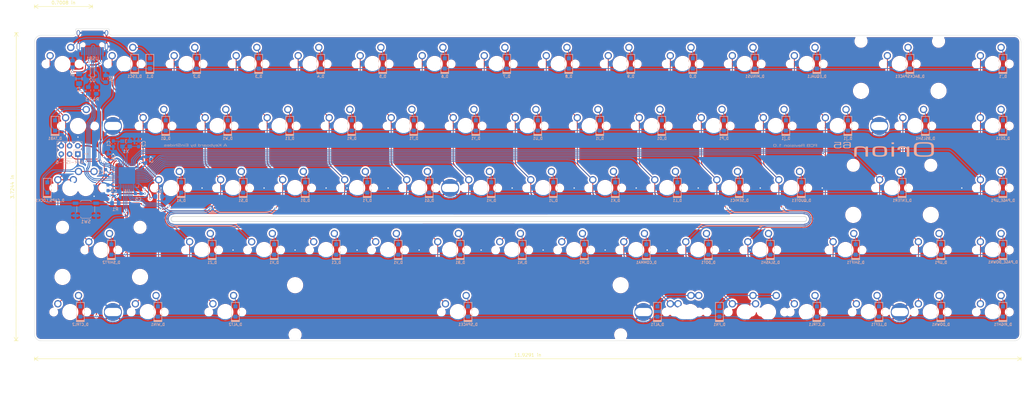
<source format=kicad_pcb>
(kicad_pcb (version 20171130) (host pcbnew "(5.1.9-1-g591a07d2d9)-1")
  (layers (0 F.Cu signal) (31 B.Cu signal) (34 B.Paste user) (35 F.Paste user) (36 B.SilkS user) (37 F.SilkS user) (38 B.Mask user) (39 F.Mask user) (44 Edge.Cuts user))
  (net 0 "")
  (net 1 VCC)
  (net 2 /col0)
  (net 3 /col1)
  (net 4 /col2)
  (net 5 /col3)
  (net 6 /col4)
  (net 7 /col5)
  (net 8 /col6)
  (net 9 /col7)
  (net 10 /col8)
  (net 11 /col9)
  (net 12 /col10)
  (net 13 /col11)
  (net 14 /col12)
  (net 15 /col13)
  (net 16 /col14)
  (net 17 "Net-(D_1-Pad2)")
  (net 18 "Net-(D_2-Pad2)")
  (net 19 "Net-(D_3-Pad2)")
  (net 20 "Net-(D_4-Pad2)")
  (net 21 "Net-(D_5-Pad2)")
  (net 22 "Net-(D_6-Pad2)")
  (net 23 "Net-(D_7-Pad2)")
  (net 24 "Net-(D_8-Pad2)")
  (net 25 "Net-(D_9-Pad2)")
  (net 26 "Net-(D_0-Pad2)")
  (net 27 "Net-(D_SHIFT1-Pad2)")
  (net 28 "Net-(D_ALT1-Pad2)")
  (net 29 "Net-(D_CTRL1-Pad2)")
  (net 30 "Net-(C1-Pad1)")
  (net 31 "Net-(C2-Pad1)")
  (net 32 "Net-(R2-Pad2)")
  (net 33 "Net-(U1-Pad1)")
  (net 34 "Net-(U1-Pad18)")
  (net 35 "Net-(U1-Pad42)")
  (net 36 /row0)
  (net 37 /row1)
  (net 38 /row2)
  (net 39 /row4)
  (net 40 /row3)
  (net 41 "Net-(D_SPACE1-Pad2)")
  (net 42 "Net-(D_[1-Pad2)")
  (net 43 "Net-(D_]1-Pad2)")
  (net 44 "Net-(D_`1-Pad2)")
  (net 45 "Net-(D_A1-Pad2)")
  (net 46 "Net-(D_ALT2-Pad2)")
  (net 47 "Net-(D_B1-Pad2)")
  (net 48 "Net-(D_BACKSPACE1-Pad2)")
  (net 49 "Net-(D_BSLSH1-Pad2)")
  (net 50 "Net-(D_C1-Pad2)")
  (net 51 "Net-(D_CAPS_LOCK1-Pad2)")
  (net 52 "Net-(D_COMMA1-Pad2)")
  (net 53 "Net-(D_CTRL2-Pad2)")
  (net 54 "Net-(D_D1-Pad2)")
  (net 55 "Net-(D_DEL1-Pad2)")
  (net 56 "Net-(D_DOT1-Pad2)")
  (net 57 "Net-(D_DOWN1-Pad2)")
  (net 58 "Net-(D_E1-Pad2)")
  (net 59 "Net-(D_ENTER1-Pad2)")
  (net 60 "Net-(D_EQUAL1-Pad2)")
  (net 61 "Net-(D_ESC1-Pad2)")
  (net 62 "Net-(D_F1-Pad2)")
  (net 63 "Net-(D_FN1-Pad2)")
  (net 64 "Net-(D_G1-Pad2)")
  (net 65 "Net-(D_H1-Pad2)")
  (net 66 "Net-(D_I1-Pad2)")
  (net 67 "Net-(D_J1-Pad2)")
  (net 68 "Net-(D_K1-Pad2)")
  (net 69 "Net-(D_L1-Pad2)")
  (net 70 "Net-(D_LEFT1-Pad2)")
  (net 71 "Net-(D_M1-Pad2)")
  (net 72 "Net-(D_MINUS1-Pad2)")
  (net 73 "Net-(D_N1-Pad2)")
  (net 74 "Net-(D_O1-Pad2)")
  (net 75 "Net-(D_P1-Pad2)")
  (net 76 "Net-(D_PAGE_DOWN1-Pad2)")
  (net 77 "Net-(D_PAGE_UP1-Pad2)")
  (net 78 "Net-(D_Q1-Pad2)")
  (net 79 "Net-(D_QUOTE1-Pad2)")
  (net 80 "Net-(D_R1-Pad2)")
  (net 81 "Net-(D_RIGHT1-Pad2)")
  (net 82 "Net-(D_S1-Pad2)")
  (net 83 "Net-(D_SEMIC1-Pad2)")
  (net 84 "Net-(D_SHIFT2-Pad2)")
  (net 85 "Net-(D_SLASH1-Pad2)")
  (net 86 "Net-(D_T1-Pad2)")
  (net 87 "Net-(D_TAB1-Pad2)")
  (net 88 "Net-(D_U1-Pad2)")
  (net 89 "Net-(D_UP1-Pad2)")
  (net 90 "Net-(D_V1-Pad2)")
  (net 91 "Net-(D_W1-Pad2)")
  (net 92 "Net-(D_WIN1-Pad2)")
  (net 93 "Net-(D_X1-Pad2)")
  (net 94 "Net-(D_Y1-Pad2)")
  (net 95 "Net-(D_Z1-Pad2)")
  (net 96 "Net-(U1-Pad8)")
  (net 97 "Net-(U1-Pad12)")
  (net 98 GND)
  (net 99 +5V)
  (net 100 "Net-(U1-Pad19)")
  (net 101 "Net-(C7-Pad1)")
  (net 102 D-)
  (net 103 "Net-(R3-Pad2)")
  (net 104 "Net-(R4-Pad2)")
  (net 105 D+)
  (net 106 "Net-(R5-Pad2)")
  (net 107 "Net-(R6-Pad2)")
  (net 108 "Net-(USB1-Pad9)")
  (net 109 "Net-(USB1-Pad3)")
  (net 110 RST)
  (module MX_Only:MXOnly-1.75U-NoLED (layer F.Cu) (at 36.66875 67.625)
    (fp_text reference K_CAPS_LOCK1)
    (fp_text value KEYSW)
    (pad "" np_thru_hole circle (at 5.08 0 48.0996) (size 1.75 1.75) (drill 1.75) (layers *.Cu *.Mask))
    (pad "" np_thru_hole circle (at -5.08 0 48.0996) (size 1.75 1.75) (drill 1.75) (layers *.Cu *.Mask))
    (pad 1 thru_hole circle (at -3.81 -2.54) (size 2.25 2.25) (drill 1.47) (layers *.Cu B.Mask) (net 2 /col0))
    (pad "" np_thru_hole circle (at 0 0) (size 3.9878 3.9878) (drill 3.9878) (layers *.Cu *.Mask))
    (pad 2 thru_hole circle (at 2.54 -5.08) (size 2.25 2.25) (drill 1.47) (layers *.Cu B.Mask) (net 51 "Net-(D_CAPS_LOCK1-Pad2)"))
  )
  (module MX_Only:MXOnly-1U-NoLED (layer F.Cu) (at 58.1 48.575)
    (fp_text reference K_Q1)
    (fp_text value KEYSW)
    (pad 2 thru_hole circle (at 2.54 -5.08) (size 2.25 2.25) (drill 1.47) (layers *.Cu B.Mask) (net 78 "Net-(D_Q1-Pad2)"))
    (pad "" np_thru_hole circle (at 0 0) (size 3.9878 3.9878) (drill 3.9878) (layers *.Cu *.Mask))
    (pad 1 thru_hole circle (at -3.81 -2.54) (size 2.25 2.25) (drill 1.47) (layers *.Cu B.Mask) (net 3 /col1))
    (pad "" np_thru_hole circle (at -5.08 0 48.0996) (size 1.75 1.75) (drill 1.75) (layers *.Cu *.Mask))
    (pad "" np_thru_hole circle (at 5.08 0 48.0996) (size 1.75 1.75) (drill 1.75) (layers *.Cu *.Mask))
  )
  (module Silkscreen_Text:Keyboard_Desinged_By_EinShides (layer B.Cu) (at 70.38 54.55 180)
    (fp_text reference G*** hide)
    (fp_text value LOGO hide)
  )
  (module Silkscreen_Text:Keyboard_Revision_FTP (layer B.Cu) (at 254.58 54.54 180)
    (fp_text reference G*** hide)
    (fp_text value LOGO hide)
  )
  (module Silkscreen_Text:Orion65_FTP (layer B.Cu) (at 281.85 55.75 180)
    (fp_text reference G*** hide)
    (fp_text value LOGO hide)
  )
  (module MX_Only:MXOnly-1.5U-NoLED (layer F.Cu) (at 34.2875 48.575)
    (fp_text reference K_TAB1)
    (fp_text value KEYSW)
    (pad 2 thru_hole circle (at 2.54 -5.08) (size 2.25 2.25) (drill 1.47) (layers *.Cu B.Mask) (net 87 "Net-(D_TAB1-Pad2)"))
    (pad "" np_thru_hole circle (at 0 0) (size 3.9878 3.9878) (drill 3.9878) (layers *.Cu *.Mask))
    (pad 1 thru_hole circle (at -3.81 -2.54) (size 2.25 2.25) (drill 1.47) (layers *.Cu B.Mask) (net 2 /col0))
    (pad "" np_thru_hole circle (at -5.08 0 48.0996) (size 1.75 1.75) (drill 1.75) (layers *.Cu *.Mask))
    (pad "" np_thru_hole circle (at 5.08 0 48.0996) (size 1.75 1.75) (drill 1.75) (layers *.Cu *.Mask))
  )
  (module Capacitor_SMD:C_0603_1608Metric_Pad1.05x0.95mm_HandSolder (layer B.Cu) (at 43.5 67.55 270)
    (fp_text reference C4 (at 0.95 -1.75 180) (layer B.SilkS) (effects (justify mirror)))
    (fp_text value 10u)
    (pad 2 smd roundrect (at 0.875 0 270) (size 1.05 0.95) (layers B.Cu B.Paste B.Mask) (net 98 GND))
    (pad 1 smd roundrect (at -0.875 0 270) (size 1.05 0.95) (layers B.Cu B.Paste B.Mask) (net 99 +5V))
  )
  (module Capacitor_SMD:C_0603_1608Metric_Pad1.05x0.95mm_HandSolder (layer B.Cu) (at 55.1 58.95 90)
    (fp_text reference C3 (at 0 1.725 90) (layer B.SilkS) (effects (justify mirror)))
    (fp_text value 0.1u)
    (pad 2 smd roundrect (at 0.875 0 90) (size 1.05 0.95) (layers B.Cu B.Paste B.Mask) (net 98 GND))
    (pad 1 smd roundrect (at -0.875 0 90) (size 1.05 0.95) (layers B.Cu B.Paste B.Mask) (net 99 +5V))
  )
  (module Capacitor_SMD:C_0603_1608Metric_Pad1.05x0.95mm_HandSolder (layer B.Cu) (at 52.775 69.35 180)
    (fp_text reference C5 (at 0 -1.65) (layer B.SilkS) (effects (justify mirror)))
    (fp_text value 0.1u)
    (pad 2 smd roundrect (at 0.875 0 180) (size 1.05 0.95) (layers B.Cu B.Paste B.Mask) (net 98 GND))
    (pad 1 smd roundrect (at -0.875 0 180) (size 1.05 0.95) (layers B.Cu B.Paste B.Mask) (net 99 +5V))
  )
  (module Capacitor_SMD:C_0603_1608Metric_Pad1.05x0.95mm_HandSolder (layer B.Cu) (at 52.875 54.05 90)
    (fp_text reference C2 (at 0 1.65 90) (layer B.SilkS) (effects (justify mirror)))
    (fp_text value 22p)
    (pad 2 smd roundrect (at 0.875 0 90) (size 1.05 0.95) (layers B.Cu B.Paste B.Mask) (net 98 GND))
    (pad 1 smd roundrect (at -0.875 0 90) (size 1.05 0.95) (layers B.Cu B.Paste B.Mask) (net 31 "Net-(C2-Pad1)"))
  )
  (module Capacitor_SMD:C_0603_1608Metric_Pad1.05x0.95mm_HandSolder (layer B.Cu) (at 42.775 62.85 270)
    (fp_text reference C7 (at 0 1.65 90) (layer B.SilkS) (effects (justify mirror)))
    (fp_text value 1u)
    (pad 2 smd roundrect (at 0.875 0 270) (size 1.05 0.95) (layers B.Cu B.Paste B.Mask) (net 98 GND))
    (pad 1 smd roundrect (at -0.875 0 270) (size 1.05 0.95) (layers B.Cu B.Paste B.Mask) (net 101 "Net-(C7-Pad1)"))
  )
  (module Capacitor_SMD:C_0603_1608Metric_Pad1.05x0.95mm_HandSolder (layer B.Cu) (at 45.125 54.05 270)
    (fp_text reference C1 (at -0.002 1.4 90) (layer B.SilkS) (effects (justify mirror)))
    (fp_text value 22p)
    (pad 2 smd roundrect (at 0.875 0 270) (size 1.05 0.95) (layers B.Cu B.Paste B.Mask) (net 98 GND))
    (pad 1 smd roundrect (at -0.875 0 270) (size 1.05 0.95) (layers B.Cu B.Paste B.Mask) (net 30 "Net-(C1-Pad1)"))
  )
  (module Capacitor_SMD:C_0603_1608Metric_Pad1.05x0.95mm_HandSolder (layer B.Cu) (at 43.49 58.07 90)
    (fp_text reference C6 (at 0 1.65 90) (layer B.SilkS) (effects (justify mirror)))
    (fp_text value 0.1u)
    (pad 1 smd roundrect (at -0.875 0 90) (size 1.05 0.95) (layers B.Cu B.Paste B.Mask) (net 99 +5V))
    (pad 2 smd roundrect (at 0.875 0 90) (size 1.05 0.95) (layers B.Cu B.Paste B.Mask) (net 98 GND))
  )
  (module MX_Only:MXOnly-1U-NoLED (layer F.Cu) (at 62.8625 67.625)
    (fp_text reference K_A1)
    (fp_text value KEYSW)
    (pad 2 thru_hole circle (at 2.54 -5.08) (size 2.25 2.25) (drill 1.47) (layers *.Cu B.Mask) (net 45 "Net-(D_A1-Pad2)"))
    (pad "" np_thru_hole circle (at 0 0) (size 3.9878 3.9878) (drill 3.9878) (layers *.Cu *.Mask))
    (pad 1 thru_hole circle (at -3.81 -2.54) (size 2.25 2.25) (drill 1.47) (layers *.Cu B.Mask) (net 3 /col1))
    (pad "" np_thru_hole circle (at -5.08 0 48.0996) (size 1.75 1.75) (drill 1.75) (layers *.Cu *.Mask))
    (pad "" np_thru_hole circle (at 5.08 0 48.0996) (size 1.75 1.75) (drill 1.75) (layers *.Cu *.Mask))
  )
  (module Resistor_SMD:R_0805_2012Metric_Pad1.15x1.40mm_HandSolder (layer B.Cu) (at 59.075 70.25 180)
    (fp_text reference R2 (at 0 1.65) (layer B.SilkS) (effects (justify mirror)))
    (fp_text value 10k)
    (pad 2 smd roundrect (at 1.025 0 180) (size 1.15 1.4) (layers B.Cu B.Paste B.Mask) (roundrect_rratio 0.217391) (net 32 "Net-(R2-Pad2)"))
    (pad 1 smd roundrect (at -1.025 0 180) (size 1.15 1.4) (layers B.Cu B.Paste B.Mask) (roundrect_rratio 0.217391) (net 98 GND))
  )
  (module keyboard_parts:D_SOD123_hand (layer B.Cu) (at 142.1636 67.46875 90)
    (fp_text reference D_G1 (at -3.96875 0 180) (layer B.SilkS) (effects (font (size 0.8 0.8)) (justify mirror)))
    (fp_text value D hide)
    (pad 1 smd rect (at -1.575 0 90) (size 1.2 1.2) (layers B.Cu B.Paste B.Mask) (net 38 /row2))
    (pad 2 smd rect (at 1.575 0 90) (size 1.2 1.2) (layers B.Cu B.Paste B.Mask) (net 64 "Net-(D_G1-Pad2)"))
  )
  (module MX_Only:MXOnly-1U-NoLED (layer F.Cu) (at 167.6375 86.675)
    (fp_text reference K_N1)
    (fp_text value KEYSW)
    (pad 2 thru_hole circle (at 2.54 -5.08) (size 2.25 2.25) (drill 1.47) (layers *.Cu B.Mask) (net 73 "Net-(D_N1-Pad2)"))
    (pad "" np_thru_hole circle (at 0 0) (size 3.9878 3.9878) (drill 3.9878) (layers *.Cu *.Mask))
    (pad 1 thru_hole circle (at -3.81 -2.54) (size 2.25 2.25) (drill 1.47) (layers *.Cu B.Mask) (net 9 /col7))
    (pad "" np_thru_hole circle (at -5.08 0 48.0996) (size 1.75 1.75) (drill 1.75) (layers *.Cu *.Mask))
    (pad "" np_thru_hole circle (at 5.08 0 48.0996) (size 1.75 1.75) (drill 1.75) (layers *.Cu *.Mask))
  )
  (module keyboard_parts:D_SOD123_hand (layer B.Cu) (at 227.88975 86.51875 90)
    (fp_text reference D_DOT1 (at -3.96875 0 180) (layer B.SilkS) (effects (font (size 0.8 0.8)) (justify mirror)))
    (fp_text value D hide)
    (pad 1 smd rect (at -1.575 0 90) (size 1.2 1.2) (layers B.Cu B.Paste B.Mask) (net 40 /row3))
    (pad 2 smd rect (at 1.575 0 90) (size 1.2 1.2) (layers B.Cu B.Paste B.Mask) (net 56 "Net-(D_DOT1-Pad2)"))
  )
  (module keyboard_parts:D_SOD123_hand (layer B.Cu) (at 273.1335 86.51875 90)
    (fp_text reference D_SHIFT1 (at -3.96875 0 180) (layer B.SilkS) (effects (font (size 0.8 0.8)) (justify mirror)))
    (fp_text value D hide)
    (pad 1 smd rect (at -1.575 0 90) (size 1.2 1.2) (layers B.Cu B.Paste B.Mask) (net 40 /row3))
    (pad 2 smd rect (at 1.575 0 90) (size 1.2 1.2) (layers B.Cu B.Paste B.Mask) (net 27 "Net-(D_SHIFT1-Pad2)"))
  )
  (module keyboard_parts:D_SOD123_hand (layer B.Cu) (at 246.93975 86.51875 90)
    (fp_text reference D_SLASH1 (at -3.96875 0 180) (layer B.SilkS) (effects (font (size 0.8 0.8)) (justify mirror)))
    (fp_text value D hide)
    (pad 1 smd rect (at -1.575 0 90) (size 1.2 1.2) (layers B.Cu B.Paste B.Mask) (net 40 /row3))
    (pad 2 smd rect (at 1.575 0 90) (size 1.2 1.2) (layers B.Cu B.Paste B.Mask) (net 85 "Net-(D_SLASH1-Pad2)"))
  )
  (module keyboard_parts:D_SOD123_hand (layer B.Cu) (at 299.32725 86.51875 90)
    (fp_text reference D_UP1 (at -3.96875 -0.00225 180) (layer B.SilkS) (effects (font (size 0.8 0.8)) (justify mirror)))
    (fp_text value D hide)
    (pad 1 smd rect (at -1.575 0 90) (size 1.2 1.2) (layers B.Cu B.Paste B.Mask) (net 40 /row3))
    (pad 2 smd rect (at 1.575 0 90) (size 1.2 1.2) (layers B.Cu B.Paste B.Mask) (net 89 "Net-(D_UP1-Pad2)"))
  )
  (module keyboard_parts:D_SOD123_hand (layer B.Cu) (at 199.31475 67.46875 90)
    (fp_text reference D_K1 (at -3.96875 0 180) (layer B.SilkS) (effects (font (size 0.8 0.8)) (justify mirror)))
    (fp_text value D hide)
    (pad 1 smd rect (at -1.575 0 90) (size 1.2 1.2) (layers B.Cu B.Paste B.Mask) (net 38 /row2))
    (pad 2 smd rect (at 1.575 0 90) (size 1.2 1.2) (layers B.Cu B.Paste B.Mask) (net 68 "Net-(D_K1-Pad2)"))
  )
  (module keyboard_parts:D_SOD123_hand (layer B.Cu) (at 256.46475 67.46875 90)
    (fp_text reference D_QUOTE1 (at -3.96875 0 180) (layer B.SilkS) (effects (font (size 0.8 0.8)) (justify mirror)))
    (fp_text value D hide)
    (pad 1 smd rect (at -1.575 0 90) (size 1.2 1.2) (layers B.Cu B.Paste B.Mask) (net 38 /row2))
    (pad 2 smd rect (at 1.575 0 90) (size 1.2 1.2) (layers B.Cu B.Paste B.Mask) (net 79 "Net-(D_QUOTE1-Pad2)"))
  )
  (module keyboard_parts:D_SOD123_hand (layer B.Cu) (at 180.26475 67.46875 90)
    (fp_text reference D_J1 (at -3.96875 0 180) (layer B.SilkS) (effects (font (size 0.8 0.8)) (justify mirror)))
    (fp_text value D hide)
    (pad 1 smd rect (at -1.575 0 90) (size 1.2 1.2) (layers B.Cu B.Paste B.Mask) (net 38 /row2))
    (pad 2 smd rect (at 1.575 0 90) (size 1.2 1.2) (layers B.Cu B.Paste B.Mask) (net 67 "Net-(D_J1-Pad2)"))
  )
  (module keyboard_parts:D_SOD123_hand (layer B.Cu) (at 161.21475 67.46875 90)
    (fp_text reference D_H1 (at -3.96875 0 180) (layer B.SilkS) (effects (font (size 0.8 0.8)) (justify mirror)))
    (fp_text value D hide)
    (pad 1 smd rect (at -1.575 0 90) (size 1.2 1.2) (layers B.Cu B.Paste B.Mask) (net 38 /row2))
    (pad 2 smd rect (at 1.575 0 90) (size 1.2 1.2) (layers B.Cu B.Paste B.Mask) (net 65 "Net-(D_H1-Pad2)"))
  )
  (module keyboard_parts:D_SOD123_hand (layer B.Cu) (at 218.36475 67.46875 90)
    (fp_text reference D_L1 (at -3.96875 0 180) (layer B.SilkS) (effects (font (size 0.8 0.8)) (justify mirror)))
    (fp_text value D hide)
    (pad 1 smd rect (at -1.575 0 90) (size 1.2 1.2) (layers B.Cu B.Paste B.Mask) (net 38 /row2))
    (pad 2 smd rect (at 1.575 0 90) (size 1.2 1.2) (layers B.Cu B.Paste B.Mask) (net 69 "Net-(D_L1-Pad2)"))
  )
  (module keyboard_parts:D_SOD123_hand (layer B.Cu) (at 287.421 67.46875 90)
    (fp_text reference D_ENTER1 (at -3.96875 0 180) (layer B.SilkS) (effects (font (size 0.8 0.8)) (justify mirror)))
    (fp_text value D hide)
    (pad 1 smd rect (at -1.575 0 90) (size 1.2 1.2) (layers B.Cu B.Paste B.Mask) (net 38 /row2))
    (pad 2 smd rect (at 1.575 0 90) (size 1.2 1.2) (layers B.Cu B.Paste B.Mask) (net 59 "Net-(D_ENTER1-Pad2)"))
  )
  (module keyboard_parts:D_SOD123_hand (layer B.Cu) (at 237.41475 67.46875 90)
    (fp_text reference D_SEMIC1 (at -3.96875 0 180) (layer B.SilkS) (effects (font (size 0.8 0.8)) (justify mirror)))
    (fp_text value D hide)
    (pad 1 smd rect (at -1.575 0 90) (size 1.2 1.2) (layers B.Cu B.Paste B.Mask) (net 38 /row2))
    (pad 2 smd rect (at 1.575 0 90) (size 1.2 1.2) (layers B.Cu B.Paste B.Mask) (net 83 "Net-(D_SEMIC1-Pad2)"))
  )
  (module MX_Only:MXOnly-1U-NoLED (layer F.Cu) (at 210.5 48.575)
    (fp_text reference K_O1)
    (fp_text value KEYSW)
    (pad 2 thru_hole circle (at 2.54 -5.08) (size 2.25 2.25) (drill 1.47) (layers *.Cu B.Mask) (net 74 "Net-(D_O1-Pad2)"))
    (pad "" np_thru_hole circle (at 0 0) (size 3.9878 3.9878) (drill 3.9878) (layers *.Cu *.Mask))
    (pad 1 thru_hole circle (at -3.81 -2.54) (size 2.25 2.25) (drill 1.47) (layers *.Cu B.Mask) (net 11 /col9))
    (pad "" np_thru_hole circle (at -5.08 0 48.0996) (size 1.75 1.75) (drill 1.75) (layers *.Cu *.Mask))
    (pad "" np_thru_hole circle (at 5.08 0 48.0996) (size 1.75 1.75) (drill 1.75) (layers *.Cu *.Mask))
  )
  (module Button_Switch_SMD:SW_SPST_TL3342 (layer B.Cu) (at 36.68 74.18)
    (fp_text reference SW1 (at 0 3.75) (layer B.SilkS) (effects (justify mirror)))
    (fp_text value SW_PUSH)
    (pad 2 smd rect (at 3.15 -1.9) (size 1.7 1) (layers B.Cu B.Paste B.Mask) (net 110 RST))
    (pad 2 smd rect (at -3.15 -1.9) (size 1.7 1) (layers B.Cu B.Paste B.Mask) (net 110 RST))
    (pad 1 smd rect (at 3.15 1.9) (size 1.7 1) (layers B.Cu B.Paste B.Mask) (net 98 GND))
    (pad 1 smd rect (at -3.15 1.9) (size 1.7 1) (layers B.Cu B.Paste B.Mask) (net 98 GND))
  )
  (module Crystals:crystal_FA238-TSX3225 (layer B.Cu) (at 49.0525 54.045)
    (fp_text reference X1 (at -0.1 2.3) (layer B.SilkS) (effects (justify mirror)))
    (fp_text value XTAL_GND hide)
    (pad 1 smd rect (at -1.1 -0.8) (size 1.4 1.2) (layers B.Cu B.Paste B.Mask) (net 30 "Net-(C1-Pad1)"))
    (pad 3 smd rect (at 1.1 -0.8) (size 1.4 1.2) (layers B.Cu B.Paste B.Mask) (net 98 GND))
    (pad 3 smd rect (at -1.1 0.8) (size 1.4 1.2) (layers B.Cu B.Paste B.Mask) (net 98 GND))
    (pad 2 smd rect (at 1.1 0.8) (size 1.4 1.2) (layers B.Cu B.Paste B.Mask) (net 31 "Net-(C2-Pad1)"))
  )
  (module MX_Only:MXOnly-1.25U-NoLED (layer F.Cu) (at 246.219146 105.725001)
    (fp_text reference K_FN2)
    (fp_text value KEYSW)
    (pad "" np_thru_hole circle (at 5.08 0 48.0996) (size 1.75 1.75) (drill 1.75) (layers *.Cu *.Mask))
    (pad "" np_thru_hole circle (at -5.08 0 48.0996) (size 1.75 1.75) (drill 1.75) (layers *.Cu *.Mask))
    (pad 1 thru_hole circle (at -3.81 -2.54) (size 2.25 2.25) (drill 1.47) (layers *.Cu B.Mask) (net 12 /col10))
    (pad "" np_thru_hole circle (at 0 0) (size 3.9878 3.9878) (drill 3.9878) (layers *.Cu *.Mask))
    (pad 2 thru_hole circle (at 2.54 -5.08) (size 2.25 2.25) (drill 1.47) (layers *.Cu B.Mask) (net 63 "Net-(D_FN1-Pad2)"))
  )
  (module keyboard_parts:D_SOD123_hand (layer B.Cu) (at 82.6335 105.56875 90)
    (fp_text reference D_ALT2 (at -3.96875 0 180) (layer B.SilkS) (effects (font (size 0.8 0.8)) (justify mirror)))
    (fp_text value D hide)
    (pad 1 smd rect (at -1.575 0 90) (size 1.2 1.2) (layers B.Cu B.Paste B.Mask) (net 39 /row4))
    (pad 2 smd rect (at 1.575 0 90) (size 1.2 1.2) (layers B.Cu B.Paste B.Mask) (net 46 "Net-(D_ALT2-Pad2)"))
  )
  (module keyboard_parts:D_SOD123_hand (layer B.Cu) (at 75.48975 86.51875 90)
    (fp_text reference D_Z1 (at -3.96875 0 180) (layer B.SilkS) (effects (font (size 0.8 0.8)) (justify mirror)))
    (fp_text value D hide)
    (pad 1 smd rect (at -1.575 0 90) (size 1.2 1.2) (layers B.Cu B.Paste B.Mask) (net 40 /row3))
    (pad 2 smd rect (at 1.575 0 90) (size 1.2 1.2) (layers B.Cu B.Paste B.Mask) (net 95 "Net-(D_Z1-Pad2)"))
  )
  (module keyboard_parts:D_SOD123_hand (layer B.Cu) (at 156.45225 48.41875 90)
    (fp_text reference D_Y1 (at -3.96875 0 180) (layer B.SilkS) (effects (font (size 0.8 0.8)) (justify mirror)))
    (fp_text value D hide)
    (pad 1 smd rect (at -1.575 0 90) (size 1.2 1.2) (layers B.Cu B.Paste B.Mask) (net 37 /row1))
    (pad 2 smd rect (at 1.575 0 90) (size 1.2 1.2) (layers B.Cu B.Paste B.Mask) (net 94 "Net-(D_Y1-Pad2)"))
  )
  (module keyboard_parts:D_SOD123_hand (layer B.Cu) (at 94.53975 86.51875 90)
    (fp_text reference D_X1 (at -3.96875 0 180) (layer B.SilkS) (effects (font (size 0.8 0.8)) (justify mirror)))
    (fp_text value D hide)
    (pad 1 smd rect (at -1.575 0 90) (size 1.2 1.2) (layers B.Cu B.Paste B.Mask) (net 40 /row3))
    (pad 2 smd rect (at 1.575 0 90) (size 1.2 1.2) (layers B.Cu B.Paste B.Mask) (net 93 "Net-(D_X1-Pad2)"))
  )
  (module keyboard_parts:D_SOD123_hand (layer B.Cu) (at 58.821 105.56875 90)
    (fp_text reference D_WIN1 (at -3.96875 0 180) (layer B.SilkS) (effects (font (size 0.8 0.8)) (justify mirror)))
    (fp_text value D hide)
    (pad 1 smd rect (at -1.575 0 90) (size 1.2 1.2) (layers B.Cu B.Paste B.Mask) (net 39 /row4))
    (pad 2 smd rect (at 1.575 0 90) (size 1.2 1.2) (layers B.Cu B.Paste B.Mask) (net 92 "Net-(D_WIN1-Pad2)"))
  )
  (module keyboard_parts:D_SOD123_hand (layer B.Cu) (at 80.25225 48.41875 90)
    (fp_text reference D_W1 (at -3.96875 0 180) (layer B.SilkS) (effects (font (size 0.8 0.8)) (justify mirror)))
    (fp_text value D hide)
    (pad 1 smd rect (at -1.575 0 90) (size 1.2 1.2) (layers B.Cu B.Paste B.Mask) (net 37 /row1))
    (pad 2 smd rect (at 1.575 0 90) (size 1.2 1.2) (layers B.Cu B.Paste B.Mask) (net 91 "Net-(D_W1-Pad2)"))
  )
  (module keyboard_parts:D_SOD123_hand (layer B.Cu) (at 132.63975 86.51875 90)
    (fp_text reference D_V1 (at -3.96875 0 180) (layer B.SilkS) (effects (font (size 0.8 0.8)) (justify mirror)))
    (fp_text value D hide)
    (pad 1 smd rect (at -1.575 0 90) (size 1.2 1.2) (layers B.Cu B.Paste B.Mask) (net 40 /row3))
    (pad 2 smd rect (at 1.575 0 90) (size 1.2 1.2) (layers B.Cu B.Paste B.Mask) (net 90 "Net-(D_V1-Pad2)"))
  )
  (module keyboard_parts:D_SOD123_hand (layer B.Cu) (at 175.50225 48.41875 90)
    (fp_text reference D_U1 (at -3.96875 0 180) (layer B.SilkS) (effects (font (size 0.8 0.8)) (justify mirror)))
    (fp_text value D hide)
    (pad 1 smd rect (at -1.575 0 90) (size 1.2 1.2) (layers B.Cu B.Paste B.Mask) (net 37 /row1))
    (pad 2 smd rect (at 1.575 0 90) (size 1.2 1.2) (layers B.Cu B.Paste B.Mask) (net 88 "Net-(D_U1-Pad2)"))
  )
  (module keyboard_parts:D_SOD123_hand (layer B.Cu) (at 27.23 48.41875 90)
    (fp_text reference D_TAB1 (at -3.96875 0 180) (layer B.SilkS) (effects (font (size 0.8 0.8)) (justify mirror)))
    (fp_text value D hide)
    (pad 1 smd rect (at -1.575 0 90) (size 1.2 1.2) (layers B.Cu B.Paste B.Mask) (net 37 /row1))
    (pad 2 smd rect (at 1.575 0 90) (size 1.2 1.2) (layers B.Cu B.Paste B.Mask) (net 87 "Net-(D_TAB1-Pad2)"))
  )
  (module keyboard_parts:D_SOD123_hand (layer B.Cu) (at 137.40225 48.41875 90)
    (fp_text reference D_T1 (at -3.96875 0 180) (layer B.SilkS) (effects (font (size 0.8 0.8)) (justify mirror)))
    (fp_text value D hide)
    (pad 1 smd rect (at -1.575 0 90) (size 1.2 1.2) (layers B.Cu B.Paste B.Mask) (net 37 /row1))
    (pad 2 smd rect (at 1.575 0 90) (size 1.2 1.2) (layers B.Cu B.Paste B.Mask) (net 86 "Net-(D_T1-Pad2)"))
  )
  (module keyboard_parts:D_SOD123_hand (layer B.Cu) (at 44.5335 86.51875 90)
    (fp_text reference D_SHIFT2 (at -3.96875 0 180) (layer B.SilkS) (effects (font (size 0.8 0.8)) (justify mirror)))
    (fp_text value D hide)
    (pad 1 smd rect (at -1.575 0 90) (size 1.2 1.2) (layers B.Cu B.Paste B.Mask) (net 40 /row3))
    (pad 2 smd rect (at 1.575 0 90) (size 1.2 1.2) (layers B.Cu B.Paste B.Mask) (net 84 "Net-(D_SHIFT2-Pad2)"))
  )
  (module keyboard_parts:D_SOD123_hand (layer B.Cu) (at 85.01475 67.46875 90)
    (fp_text reference D_S1 (at -3.96875 0 180) (layer B.SilkS) (effects (font (size 0.8 0.8)) (justify mirror)))
    (fp_text value D hide)
    (pad 1 smd rect (at -1.575 0 90) (size 1.2 1.2) (layers B.Cu B.Paste B.Mask) (net 38 /row2))
    (pad 2 smd rect (at 1.575 0 90) (size 1.2 1.2) (layers B.Cu B.Paste B.Mask) (net 82 "Net-(D_S1-Pad2)"))
  )
  (module keyboard_parts:D_SOD123_hand (layer B.Cu) (at 318.3761 105.56875 90)
    (fp_text reference D_RIGHT1 (at -3.96875 -0.0011 180) (layer B.SilkS) (effects (font (size 0.8 0.8)) (justify mirror)))
    (fp_text value D hide)
    (pad 1 smd rect (at -1.575 0 90) (size 1.2 1.2) (layers B.Cu B.Paste B.Mask) (net 39 /row4))
    (pad 2 smd rect (at 1.575 0 90) (size 1.2 1.2) (layers B.Cu B.Paste B.Mask) (net 81 "Net-(D_RIGHT1-Pad2)"))
  )
  (module keyboard_parts:D_SOD123_hand (layer B.Cu) (at 118.35225 48.41875 90)
    (fp_text reference D_R1 (at -3.96875 0 180) (layer B.SilkS) (effects (font (size 0.8 0.8)) (justify mirror)))
    (fp_text value D hide)
    (pad 1 smd rect (at -1.575 0 90) (size 1.2 1.2) (layers B.Cu B.Paste B.Mask) (net 37 /row1))
    (pad 2 smd rect (at 1.575 0 90) (size 1.2 1.2) (layers B.Cu B.Paste B.Mask) (net 80 "Net-(D_R1-Pad2)"))
  )
  (module keyboard_parts:D_SOD123_hand (layer B.Cu) (at 61.20225 48.41875 90)
    (fp_text reference D_Q1 (at -3.96875 0 180) (layer B.SilkS) (effects (font (size 0.8 0.8)) (justify mirror)))
    (fp_text value D hide)
    (pad 1 smd rect (at -1.575 0 90) (size 1.2 1.2) (layers B.Cu B.Paste B.Mask) (net 37 /row1))
    (pad 2 smd rect (at 1.575 0 90) (size 1.2 1.2) (layers B.Cu B.Paste B.Mask) (net 78 "Net-(D_Q1-Pad2)"))
  )
  (module keyboard_parts:D_SOD123_hand (layer B.Cu) (at 318.3761 67.46875 90)
    (fp_text reference D_PAGE_UP1 (at -3.96875 0 180) (layer B.SilkS) (effects (font (size 0.8 0.8)) (justify mirror)))
    (fp_text value D hide)
    (pad 1 smd rect (at -1.575 0 90) (size 1.2 1.2) (layers B.Cu B.Paste B.Mask) (net 38 /row2))
    (pad 2 smd rect (at 1.575 0 90) (size 1.2 1.2) (layers B.Cu B.Paste B.Mask) (net 77 "Net-(D_PAGE_UP1-Pad2)"))
  )
  (module keyboard_parts:D_SOD123_hand (layer B.Cu) (at 318.3761 86.51875 90)
    (fp_text reference D_PAGE_DOWN1 (at -3.85625 -0.0011 180) (layer B.SilkS) (effects (font (size 0.8 0.8)) (justify mirror)))
    (fp_text value D hide)
    (pad 1 smd rect (at -1.575 0 90) (size 1.2 1.2) (layers B.Cu B.Paste B.Mask) (net 40 /row3))
    (pad 2 smd rect (at 1.575 0 90) (size 1.2 1.2) (layers B.Cu B.Paste B.Mask) (net 76 "Net-(D_PAGE_DOWN1-Pad2)"))
  )
  (module keyboard_parts:D_SOD123_hand (layer B.Cu) (at 232.65225 48.41875 90)
    (fp_text reference D_P1 (at -3.96875 0 180) (layer B.SilkS) (effects (font (size 0.8 0.8)) (justify mirror)))
    (fp_text value D hide)
    (pad 1 smd rect (at -1.575 0 90) (size 1.2 1.2) (layers B.Cu B.Paste B.Mask) (net 37 /row1))
    (pad 2 smd rect (at 1.575 0 90) (size 1.2 1.2) (layers B.Cu B.Paste B.Mask) (net 75 "Net-(D_P1-Pad2)"))
  )
  (module keyboard_parts:D_SOD123_hand (layer B.Cu) (at 213.60225 48.41875 90)
    (fp_text reference D_O1 (at -3.96875 0 180) (layer B.SilkS) (effects (font (size 0.8 0.8)) (justify mirror)))
    (fp_text value D hide)
    (pad 1 smd rect (at -1.575 0 90) (size 1.2 1.2) (layers B.Cu B.Paste B.Mask) (net 37 /row1))
    (pad 2 smd rect (at 1.575 0 90) (size 1.2 1.2) (layers B.Cu B.Paste B.Mask) (net 74 "Net-(D_O1-Pad2)"))
  )
  (module keyboard_parts:D_SOD123_hand (layer B.Cu) (at 170.73975 86.51875 90)
    (fp_text reference D_N1 (at -3.96875 0 180) (layer B.SilkS) (effects (font (size 0.8 0.8)) (justify mirror)))
    (fp_text value D hide)
    (pad 1 smd rect (at -1.575 0 90) (size 1.2 1.2) (layers B.Cu B.Paste B.Mask) (net 40 /row3))
    (pad 2 smd rect (at 1.575 0 90) (size 1.2 1.2) (layers B.Cu B.Paste B.Mask) (net 73 "Net-(D_N1-Pad2)"))
  )
  (module keyboard_parts:D_SOD123_hand (layer B.Cu) (at 242.17725 29.36875 90)
    (fp_text reference D_MINUS1 (at -3.96875 0 180) (layer B.SilkS) (effects (font (size 0.8 0.8)) (justify mirror)))
    (fp_text value D hide)
    (pad 1 smd rect (at -1.575 0 90) (size 1.2 1.2) (layers B.Cu B.Paste B.Mask) (net 36 /row0))
    (pad 2 smd rect (at 1.575 0 90) (size 1.2 1.2) (layers B.Cu B.Paste B.Mask) (net 72 "Net-(D_MINUS1-Pad2)"))
  )
  (module keyboard_parts:D_SOD123_hand (layer B.Cu) (at 189.78975 86.51875 90)
    (fp_text reference D_M1 (at -3.96875 0 180) (layer B.SilkS) (effects (font (size 0.8 0.8)) (justify mirror)))
    (fp_text value D hide)
    (pad 1 smd rect (at -1.575 0 90) (size 1.2 1.2) (layers B.Cu B.Paste B.Mask) (net 40 /row3))
    (pad 2 smd rect (at 1.575 0 90) (size 1.2 1.2) (layers B.Cu B.Paste B.Mask) (net 71 "Net-(D_M1-Pad2)"))
  )
  (module keyboard_parts:D_SOD123_hand (layer B.Cu) (at 280.2761 105.56875 90)
    (fp_text reference D_LEFT1 (at -3.96875 -0.0011 180) (layer B.SilkS) (effects (font (size 0.8 0.8)) (justify mirror)))
    (fp_text value D hide)
    (pad 1 smd rect (at -1.575 0 90) (size 1.2 1.2) (layers B.Cu B.Paste B.Mask) (net 39 /row4))
    (pad 2 smd rect (at 1.575 0 90) (size 1.2 1.2) (layers B.Cu B.Paste B.Mask) (net 70 "Net-(D_LEFT1-Pad2)"))
  )
  (module keyboard_parts:D_SOD123_hand (layer B.Cu) (at 194.55225 48.41875 90)
    (fp_text reference D_I1 (at -3.96875 0 180) (layer B.SilkS) (effects (font (size 0.8 0.8)) (justify mirror)))
    (fp_text value D hide)
    (pad 1 smd rect (at -1.575 0 90) (size 1.2 1.2) (layers B.Cu B.Paste B.Mask) (net 37 /row1))
    (pad 2 smd rect (at 1.575 0 90) (size 1.2 1.2) (layers B.Cu B.Paste B.Mask) (net 66 "Net-(D_I1-Pad2)"))
  )
  (module keyboard_parts:D_SOD123_hand (layer B.Cu) (at 231.2981 105.56875 90)
    (fp_text reference D_FN1 (at -3.96875 0 180) (layer B.SilkS) (effects (font (size 0.8 0.8)) (justify mirror)))
    (fp_text value D hide)
    (pad 1 smd rect (at -1.575 0 90) (size 1.2 1.2) (layers B.Cu B.Paste B.Mask) (net 39 /row4))
    (pad 2 smd rect (at 1.575 0 90) (size 1.2 1.2) (layers B.Cu B.Paste B.Mask) (net 63 "Net-(D_FN1-Pad2)"))
  )
  (module keyboard_parts:D_SOD123_hand (layer B.Cu) (at 123.11475 67.46875 90)
    (fp_text reference D_F1 (at -3.96875 0 180) (layer B.SilkS) (effects (font (size 0.8 0.8)) (justify mirror)))
    (fp_text value D hide)
    (pad 1 smd rect (at -1.575 0 90) (size 1.2 1.2) (layers B.Cu B.Paste B.Mask) (net 38 /row2))
    (pad 2 smd rect (at 1.575 0 90) (size 1.2 1.2) (layers B.Cu B.Paste B.Mask) (net 62 "Net-(D_F1-Pad2)"))
  )
  (module keyboard_parts:D_SOD123_hand (layer B.Cu) (at 51.67725 29.36875 90)
    (fp_text reference D_ESC1 (at -3.96875 0 180) (layer B.SilkS) (effects (font (size 0.8 0.8)) (justify mirror)))
    (fp_text value D hide)
    (pad 1 smd rect (at -1.575 0 90) (size 1.2 1.2) (layers B.Cu B.Paste B.Mask) (net 36 /row0))
    (pad 2 smd rect (at 1.575 0 90) (size 1.2 1.2) (layers B.Cu B.Paste B.Mask) (net 61 "Net-(D_ESC1-Pad2)"))
  )
  (module keyboard_parts:D_SOD123_hand (layer B.Cu) (at 261.22725 29.36875 90)
    (fp_text reference D_EQUAL1 (at -3.96875 0 180) (layer B.SilkS) (effects (font (size 0.8 0.8)) (justify mirror)))
    (fp_text value D hide)
    (pad 1 smd rect (at -1.575 0 90) (size 1.2 1.2) (layers B.Cu B.Paste B.Mask) (net 36 /row0))
    (pad 2 smd rect (at 1.575 0 90) (size 1.2 1.2) (layers B.Cu B.Paste B.Mask) (net 60 "Net-(D_EQUAL1-Pad2)"))
  )
  (module keyboard_parts:D_SOD123_hand (layer B.Cu) (at 99.30225 48.41875 90)
    (fp_text reference D_E1 (at -3.96875 0 180) (layer B.SilkS) (effects (font (size 0.8 0.8)) (justify mirror)))
    (fp_text value D hide)
    (pad 1 smd rect (at -1.575 0 90) (size 1.2 1.2) (layers B.Cu B.Paste B.Mask) (net 37 /row1))
    (pad 2 smd rect (at 1.575 0 90) (size 1.2 1.2) (layers B.Cu B.Paste B.Mask) (net 58 "Net-(D_E1-Pad2)"))
  )
  (module keyboard_parts:D_SOD123_hand (layer B.Cu) (at 299.32725 105.56875 90)
    (fp_text reference D_DOWN1 (at -3.96875 -0.00225 180) (layer B.SilkS) (effects (font (size 0.8 0.8)) (justify mirror)))
    (fp_text value D hide)
    (pad 1 smd rect (at -1.575 0 90) (size 1.2 1.2) (layers B.Cu B.Paste B.Mask) (net 39 /row4))
    (pad 2 smd rect (at 1.575 0 90) (size 1.2 1.2) (layers B.Cu B.Paste B.Mask) (net 57 "Net-(D_DOWN1-Pad2)"))
  )
  (module keyboard_parts:D_SOD123_hand (layer B.Cu) (at 318.3761 48.41875 90)
    (fp_text reference D_DEL1 (at -3.96875 0 180) (layer B.SilkS) (effects (font (size 0.8 0.8)) (justify mirror)))
    (fp_text value D hide)
    (pad 1 smd rect (at -1.575 0 90) (size 1.2 1.2) (layers B.Cu B.Paste B.Mask) (net 37 /row1))
    (pad 2 smd rect (at 1.575 0 90) (size 1.2 1.2) (layers B.Cu B.Paste B.Mask) (net 55 "Net-(D_DEL1-Pad2)"))
  )
  (module keyboard_parts:D_SOD123_hand (layer B.Cu) (at 104.06475 67.46875 90)
    (fp_text reference D_D1 (at -3.96875 0 180) (layer B.SilkS) (effects (font (size 0.8 0.8)) (justify mirror)))
    (fp_text value D hide)
    (pad 1 smd rect (at -1.575 0 90) (size 1.2 1.2) (layers B.Cu B.Paste B.Mask) (net 38 /row2))
    (pad 2 smd rect (at 1.575 0 90) (size 1.2 1.2) (layers B.Cu B.Paste B.Mask) (net 54 "Net-(D_D1-Pad2)"))
  )
  (module keyboard_parts:D_SOD123_hand (layer B.Cu) (at 35.0085 105.56875 90)
    (fp_text reference D_CTRL2 (at -3.96875 0 180) (layer B.SilkS) (effects (font (size 0.8 0.8)) (justify mirror)))
    (fp_text value D hide)
    (pad 1 smd rect (at -1.575 0 90) (size 1.2 1.2) (layers B.Cu B.Paste B.Mask) (net 39 /row4))
    (pad 2 smd rect (at 1.575 0 90) (size 1.2 1.2) (layers B.Cu B.Paste B.Mask) (net 53 "Net-(D_CTRL2-Pad2)"))
  )
  (module keyboard_parts:D_SOD123_hand (layer B.Cu) (at 261.22725 105.56875 90)
    (fp_text reference D_CTRL1 (at -3.96875 -0.00225 180) (layer B.SilkS) (effects (font (size 0.8 0.8)) (justify mirror)))
    (fp_text value D hide)
    (pad 1 smd rect (at -1.575 0 90) (size 1.2 1.2) (layers B.Cu B.Paste B.Mask) (net 39 /row4))
    (pad 2 smd rect (at 1.575 0 90) (size 1.2 1.2) (layers B.Cu B.Paste B.Mask) (net 29 "Net-(D_CTRL1-Pad2)"))
  )
  (module keyboard_parts:D_SOD123_hand (layer B.Cu) (at 208.83975 86.51875 90)
    (fp_text reference D_COMMA1 (at -3.96875 0 180) (layer B.SilkS) (effects (font (size 0.8 0.8)) (justify mirror)))
    (fp_text value D hide)
    (pad 1 smd rect (at -1.575 0 90) (size 1.2 1.2) (layers B.Cu B.Paste B.Mask) (net 40 /row3))
    (pad 2 smd rect (at 1.575 0 90) (size 1.2 1.2) (layers B.Cu B.Paste B.Mask) (net 52 "Net-(D_COMMA1-Pad2)"))
  )
  (module keyboard_parts:D_SOD123_hand (layer B.Cu) (at 24.85 67.46875 90)
    (fp_text reference D_CAPS_LOCK1 (at -3.96875 0.8 180) (layer B.SilkS) (effects (font (size 0.8 0.8)) (justify mirror)))
    (fp_text value D hide)
    (pad 1 smd rect (at -1.575 0 90) (size 1.2 1.2) (layers B.Cu B.Paste B.Mask) (net 38 /row2))
    (pad 2 smd rect (at 1.575 0 90) (size 1.2 1.2) (layers B.Cu B.Paste B.Mask) (net 51 "Net-(D_CAPS_LOCK1-Pad2)"))
  )
  (module keyboard_parts:D_SOD123_hand (layer B.Cu) (at 113.58975 86.51875 90)
    (fp_text reference D_C1 (at -3.96875 0 180) (layer B.SilkS) (effects (font (size 0.8 0.8)) (justify mirror)))
    (fp_text value D hide)
    (pad 1 smd rect (at -1.575 0 90) (size 1.2 1.2) (layers B.Cu B.Paste B.Mask) (net 40 /row3))
    (pad 2 smd rect (at 1.575 0 90) (size 1.2 1.2) (layers B.Cu B.Paste B.Mask) (net 50 "Net-(D_C1-Pad2)"))
  )
  (module keyboard_parts:D_SOD123_hand (layer B.Cu) (at 294.56475 48.41875 90)
    (fp_text reference D_BSLSH1 (at -3.96875 0 180) (layer B.SilkS) (effects (font (size 0.8 0.8)) (justify mirror)))
    (fp_text value D hide)
    (pad 1 smd rect (at -1.575 0 90) (size 1.2 1.2) (layers B.Cu B.Paste B.Mask) (net 37 /row1))
    (pad 2 smd rect (at 1.575 0 90) (size 1.2 1.2) (layers B.Cu B.Paste B.Mask) (net 49 "Net-(D_BSLSH1-Pad2)"))
  )
  (module keyboard_parts:D_SOD123_hand (layer B.Cu) (at 289.80225 29.36875 90)
    (fp_text reference D_BACKSPACE1 (at -3.96875 0 180) (layer B.SilkS) (effects (font (size 0.8 0.8)) (justify mirror)))
    (fp_text value D hide)
    (pad 1 smd rect (at -1.575 0 90) (size 1.2 1.2) (layers B.Cu B.Paste B.Mask) (net 36 /row0))
    (pad 2 smd rect (at 1.575 0 90) (size 1.2 1.2) (layers B.Cu B.Paste B.Mask) (net 48 "Net-(D_BACKSPACE1-Pad2)"))
  )
  (module keyboard_parts:D_SOD123_hand (layer B.Cu) (at 151.68975 86.51875 90)
    (fp_text reference D_B1 (at -3.96875 0 180) (layer B.SilkS) (effects (font (size 0.8 0.8)) (justify mirror)))
    (fp_text value D hide)
    (pad 1 smd rect (at -1.575 0 90) (size 1.2 1.2) (layers B.Cu B.Paste B.Mask) (net 40 /row3))
    (pad 2 smd rect (at 1.575 0 90) (size 1.2 1.2) (layers B.Cu B.Paste B.Mask) (net 47 "Net-(D_B1-Pad2)"))
  )
  (module keyboard_parts:D_SOD123_hand (layer B.Cu) (at 212.2481 105.56875 90)
    (fp_text reference D_ALT1 (at -3.96875 0 180) (layer B.SilkS) (effects (font (size 0.8 0.8)) (justify mirror)))
    (fp_text value D hide)
    (pad 1 smd rect (at -1.575 0 90) (size 1.2 1.2) (layers B.Cu B.Paste B.Mask) (net 39 /row4))
    (pad 2 smd rect (at 1.575 0 90) (size 1.2 1.2) (layers B.Cu B.Paste B.Mask) (net 28 "Net-(D_ALT1-Pad2)"))
  )
  (module keyboard_parts:D_SOD123_hand (layer B.Cu) (at 65.96475 67.46875 90)
    (fp_text reference D_A1 (at -3.96875 0 180) (layer B.SilkS) (effects (font (size 0.8 0.8)) (justify mirror)))
    (fp_text value D hide)
    (pad 1 smd rect (at -1.575 0 90) (size 1.2 1.2) (layers B.Cu B.Paste B.Mask) (net 38 /row2))
    (pad 2 smd rect (at 1.575 0 90) (size 1.2 1.2) (layers B.Cu B.Paste B.Mask) (net 45 "Net-(D_A1-Pad2)"))
  )
  (module keyboard_parts:D_SOD123_hand (layer B.Cu) (at 318.3761 29.36875 90)
    (fp_text reference D_`1 (at -3.96875 0 180) (layer B.SilkS) (effects (font (size 0.8 0.8)) (justify mirror)))
    (fp_text value D hide)
    (pad 1 smd rect (at -1.575 0 90) (size 1.2 1.2) (layers B.Cu B.Paste B.Mask) (net 36 /row0))
    (pad 2 smd rect (at 1.575 0 90) (size 1.2 1.2) (layers B.Cu B.Paste B.Mask) (net 44 "Net-(D_`1-Pad2)"))
  )
  (module keyboard_parts:D_SOD123_hand (layer B.Cu) (at 270.75225 48.41875 90)
    (fp_text reference D_]1 (at -3.96875 0 180) (layer B.SilkS) (effects (font (size 0.8 0.8)) (justify mirror)))
    (fp_text value D hide)
    (pad 1 smd rect (at -1.575 0 90) (size 1.2 1.2) (layers B.Cu B.Paste B.Mask) (net 37 /row1))
    (pad 2 smd rect (at 1.575 0 90) (size 1.2 1.2) (layers B.Cu B.Paste B.Mask) (net 43 "Net-(D_]1-Pad2)"))
  )
  (module keyboard_parts:D_SOD123_hand (layer B.Cu) (at 251.70225 48.41875 90)
    (fp_text reference D_[1 (at -3.96875 0 180) (layer B.SilkS) (effects (font (size 0.8 0.8)) (justify mirror)))
    (fp_text value D hide)
    (pad 1 smd rect (at -1.575 0 90) (size 1.2 1.2) (layers B.Cu B.Paste B.Mask) (net 37 /row1))
    (pad 2 smd rect (at 1.575 0 90) (size 1.2 1.2) (layers B.Cu B.Paste B.Mask) (net 42 "Net-(D_[1-Pad2)"))
  )
  (module keyboard_parts:D_SOD123_hand (layer B.Cu) (at 204.07725 29.36875 90)
    (fp_text reference D_9 (at -3.96875 0 180) (layer B.SilkS) (effects (font (size 0.8 0.8)) (justify mirror)))
    (fp_text value D hide)
    (pad 1 smd rect (at -1.575 0 90) (size 1.2 1.2) (layers B.Cu B.Paste B.Mask) (net 36 /row0))
    (pad 2 smd rect (at 1.575 0 90) (size 1.2 1.2) (layers B.Cu B.Paste B.Mask) (net 25 "Net-(D_9-Pad2)"))
  )
  (module keyboard_parts:D_SOD123_hand (layer B.Cu) (at 185.02725 29.36875 90)
    (fp_text reference D_8 (at -3.96875 0 180) (layer B.SilkS) (effects (font (size 0.8 0.8)) (justify mirror)))
    (fp_text value D hide)
    (pad 1 smd rect (at -1.575 0 90) (size 1.2 1.2) (layers B.Cu B.Paste B.Mask) (net 36 /row0))
    (pad 2 smd rect (at 1.575 0 90) (size 1.2 1.2) (layers B.Cu B.Paste B.Mask) (net 24 "Net-(D_8-Pad2)"))
  )
  (module keyboard_parts:D_SOD123_hand (layer B.Cu) (at 165.97725 29.36875 90)
    (fp_text reference D_7 (at -3.96875 0 180) (layer B.SilkS) (effects (font (size 0.8 0.8)) (justify mirror)))
    (fp_text value D hide)
    (pad 1 smd rect (at -1.575 0 90) (size 1.2 1.2) (layers B.Cu B.Paste B.Mask) (net 36 /row0))
    (pad 2 smd rect (at 1.575 0 90) (size 1.2 1.2) (layers B.Cu B.Paste B.Mask) (net 23 "Net-(D_7-Pad2)"))
  )
  (module keyboard_parts:D_SOD123_hand (layer B.Cu) (at 146.92725 29.36875 90)
    (fp_text reference D_6 (at -3.96875 0 180) (layer B.SilkS) (effects (font (size 0.8 0.8)) (justify mirror)))
    (fp_text value D hide)
    (pad 1 smd rect (at -1.575 0 90) (size 1.2 1.2) (layers B.Cu B.Paste B.Mask) (net 36 /row0))
    (pad 2 smd rect (at 1.575 0 90) (size 1.2 1.2) (layers B.Cu B.Paste B.Mask) (net 22 "Net-(D_6-Pad2)"))
  )
  (module keyboard_parts:D_SOD123_hand (layer B.Cu) (at 127.87725 29.36875 90)
    (fp_text reference D_5 (at -3.96875 0 180) (layer B.SilkS) (effects (font (size 0.8 0.8)) (justify mirror)))
    (fp_text value D hide)
    (pad 1 smd rect (at -1.575 0 90) (size 1.2 1.2) (layers B.Cu B.Paste B.Mask) (net 36 /row0))
    (pad 2 smd rect (at 1.575 0 90) (size 1.2 1.2) (layers B.Cu B.Paste B.Mask) (net 21 "Net-(D_5-Pad2)"))
  )
  (module keyboard_parts:D_SOD123_hand (layer B.Cu) (at 108.82725 29.36875 90)
    (fp_text reference D_4 (at -3.96875 0 180) (layer B.SilkS) (effects (font (size 0.8 0.8)) (justify mirror)))
    (fp_text value D hide)
    (pad 1 smd rect (at -1.575 0 90) (size 1.2 1.2) (layers B.Cu B.Paste B.Mask) (net 36 /row0))
    (pad 2 smd rect (at 1.575 0 90) (size 1.2 1.2) (layers B.Cu B.Paste B.Mask) (net 20 "Net-(D_4-Pad2)"))
  )
  (module keyboard_parts:D_SOD123_hand (layer B.Cu) (at 89.77725 29.36875 90)
    (fp_text reference D_3 (at -3.96875 0 180) (layer B.SilkS) (effects (font (size 0.8 0.8)) (justify mirror)))
    (fp_text value D hide)
    (pad 1 smd rect (at -1.575 0 90) (size 1.2 1.2) (layers B.Cu B.Paste B.Mask) (net 36 /row0))
    (pad 2 smd rect (at 1.575 0 90) (size 1.2 1.2) (layers B.Cu B.Paste B.Mask) (net 19 "Net-(D_3-Pad2)"))
  )
  (module keyboard_parts:D_SOD123_hand (layer B.Cu) (at 70.72725 29.36875 90)
    (fp_text reference D_2 (at -3.96875 0 180) (layer B.SilkS) (effects (font (size 0.8 0.8)) (justify mirror)))
    (fp_text value D hide)
    (pad 1 smd rect (at -1.575 0 90) (size 1.2 1.2) (layers B.Cu B.Paste B.Mask) (net 36 /row0))
    (pad 2 smd rect (at 1.575 0 90) (size 1.2 1.2) (layers B.Cu B.Paste B.Mask) (net 18 "Net-(D_2-Pad2)"))
  )
  (module keyboard_parts:D_SOD123_hand (layer B.Cu) (at 56.35625 29.36875 90)
    (fp_text reference D_1 (at -3.96875 0 180) (layer B.SilkS) (effects (font (size 0.8 0.8)) (justify mirror)))
    (fp_text value D hide)
    (pad 1 smd rect (at -1.575 0 90) (size 1.2 1.2) (layers B.Cu B.Paste B.Mask) (net 36 /row0))
    (pad 2 smd rect (at 1.575 0 90) (size 1.2 1.2) (layers B.Cu B.Paste B.Mask) (net 17 "Net-(D_1-Pad2)"))
  )
  (module keyboard_parts:D_SOD123_hand (layer B.Cu) (at 223.12725 29.36875 90)
    (fp_text reference D_0 (at -3.96875 0 180) (layer B.SilkS) (effects (font (size 0.8 0.8)) (justify mirror)))
    (fp_text value D hide)
    (pad 1 smd rect (at -1.575 0 90) (size 1.2 1.2) (layers B.Cu B.Paste B.Mask) (net 36 /row0))
    (pad 2 smd rect (at 1.575 0 90) (size 1.2 1.2) (layers B.Cu B.Paste B.Mask) (net 26 "Net-(D_0-Pad2)"))
  )
  (module keyboard_parts:D_SOD123_hand (layer B.Cu) (at 154.071 105.56875 90)
    (fp_text reference D_SPACE1 (at -3.96875 0 180) (layer B.SilkS) (effects (font (size 0.8 0.8)) (justify mirror)))
    (fp_text value D hide)
    (pad 1 smd rect (at -1.575 0 90) (size 1.2 1.2) (layers B.Cu B.Paste B.Mask) (net 39 /row4))
    (pad 2 smd rect (at 1.575 0 90) (size 1.2 1.2) (layers B.Cu B.Paste B.Mask) (net 41 "Net-(D_SPACE1-Pad2)"))
  )
  (module MX_Only:MXOnly-2U-NoLED (layer F.Cu) (at 286.7 29.525)
    (fp_text reference K_BACKSPACE1)
    (fp_text value KEYSW)
    (pad 2 thru_hole circle (at 2.54 -5.08) (size 2.25 2.25) (drill 1.47) (layers *.Cu B.Mask) (net 48 "Net-(D_BACKSPACE1-Pad2)"))
    (pad "" np_thru_hole circle (at 0 0) (size 3.9878 3.9878) (drill 3.9878) (layers *.Cu *.Mask))
    (pad 1 thru_hole circle (at -3.81 -2.54) (size 2.25 2.25) (drill 1.47) (layers *.Cu B.Mask) (net 15 /col13))
    (pad "" np_thru_hole circle (at -5.08 0 48.0996) (size 1.75 1.75) (drill 1.75) (layers *.Cu *.Mask))
    (pad "" np_thru_hole circle (at 5.08 0 48.0996) (size 1.75 1.75) (drill 1.75) (layers *.Cu *.Mask))
    (pad "" np_thru_hole circle (at -11.90625 -6.985) (size 3.048 3.048) (drill 3.048) (layers *.Cu *.Mask))
    (pad "" np_thru_hole circle (at 11.90625 -6.985) (size 3.048 3.048) (drill 3.048) (layers *.Cu *.Mask))
    (pad "" np_thru_hole circle (at -11.90625 8.255) (size 3.9878 3.9878) (drill 3.9878) (layers *.Cu *.Mask))
    (pad "" np_thru_hole circle (at 11.90625 8.255) (size 3.9878 3.9878) (drill 3.9878) (layers *.Cu *.Mask))
  )
  (module MX_Only:MXOnly-6.25U-ReversedStabilizers-NoLED (layer F.Cu) (at 150.969588 105.725)
    (fp_text reference K_SPACE1)
    (fp_text value KEYSW)
    (pad 2 thru_hole circle (at 2.54 -5.08) (size 2.25 2.25) (drill 1.47) (layers *.Cu B.Mask) (net 41 "Net-(D_SPACE1-Pad2)"))
    (pad "" np_thru_hole circle (at 0 0) (size 3.9878 3.9878) (drill 3.9878) (layers *.Cu *.Mask))
    (pad 1 thru_hole circle (at -3.81 -2.54) (size 2.25 2.25) (drill 1.47) (layers *.Cu B.Mask) (net 8 /col6))
    (pad "" np_thru_hole circle (at -5.08 0 48.0996) (size 1.75 1.75) (drill 1.75) (layers *.Cu *.Mask))
    (pad "" np_thru_hole circle (at 5.08 0 48.0996) (size 1.75 1.75) (drill 1.75) (layers *.Cu *.Mask))
    (pad "" np_thru_hole circle (at -49.9999 6.985) (size 3.048 3.048) (drill 3.048) (layers *.Cu *.Mask))
    (pad "" np_thru_hole circle (at 49.9999 6.985) (size 3.048 3.048) (drill 3.048) (layers *.Cu *.Mask))
    (pad "" np_thru_hole circle (at -49.9999 -8.255) (size 3.9878 3.9878) (drill 3.9878) (layers *.Cu *.Mask))
    (pad "" np_thru_hole circle (at 49.9999 -8.255) (size 3.9878 3.9878) (drill 3.9878) (layers *.Cu *.Mask))
  )
  (module MX_Only:MXOnly-1.25U-NoLED (layer F.Cu) (at 79.53125 105.725)
    (fp_text reference K_ALT2)
    (fp_text value KEYSW)
    (pad 2 thru_hole circle (at 2.54 -5.08) (size 2.25 2.25) (drill 1.47) (layers *.Cu B.Mask) (net 46 "Net-(D_ALT2-Pad2)"))
    (pad "" np_thru_hole circle (at 0 0) (size 3.9878 3.9878) (drill 3.9878) (layers *.Cu *.Mask))
    (pad 1 thru_hole circle (at -3.81 -2.54) (size 2.25 2.25) (drill 1.47) (layers *.Cu B.Mask) (net 4 /col2))
    (pad "" np_thru_hole circle (at -5.08 0 48.0996) (size 1.75 1.75) (drill 1.75) (layers *.Cu *.Mask))
    (pad "" np_thru_hole circle (at 5.08 0 48.0996) (size 1.75 1.75) (drill 1.75) (layers *.Cu *.Mask))
  )
  (module MX_Only:MXOnly-1.25U-NoLED (layer F.Cu) (at 55.71875 105.725)
    (fp_text reference K_WIN1)
    (fp_text value KEYSW)
    (pad 2 thru_hole circle (at 2.54 -5.08) (size 2.25 2.25) (drill 1.47) (layers *.Cu B.Mask) (net 92 "Net-(D_WIN1-Pad2)"))
    (pad "" np_thru_hole circle (at 0 0) (size 3.9878 3.9878) (drill 3.9878) (layers *.Cu *.Mask))
    (pad 1 thru_hole circle (at -3.81 -2.54) (size 2.25 2.25) (drill 1.47) (layers *.Cu B.Mask) (net 3 /col1))
    (pad "" np_thru_hole circle (at -5.08 0 48.0996) (size 1.75 1.75) (drill 1.75) (layers *.Cu *.Mask))
    (pad "" np_thru_hole circle (at 5.08 0 48.0996) (size 1.75 1.75) (drill 1.75) (layers *.Cu *.Mask))
  )
  (module MX_Only:MXOnly-1.25U-NoLED (layer F.Cu) (at 31.90625 105.725)
    (fp_text reference K_CTRL2)
    (fp_text value KEYSW)
    (pad 2 thru_hole circle (at 2.54 -5.08) (size 2.25 2.25) (drill 1.47) (layers *.Cu B.Mask) (net 53 "Net-(D_CTRL2-Pad2)"))
    (pad "" np_thru_hole circle (at 0 0) (size 3.9878 3.9878) (drill 3.9878) (layers *.Cu *.Mask))
    (pad 1 thru_hole circle (at -3.81 -2.54) (size 2.25 2.25) (drill 1.47) (layers *.Cu B.Mask) (net 2 /col0))
    (pad "" np_thru_hole circle (at -5.08 0 48.0996) (size 1.75 1.75) (drill 1.75) (layers *.Cu *.Mask))
    (pad "" np_thru_hole circle (at 5.08 0 48.0996) (size 1.75 1.75) (drill 1.75) (layers *.Cu *.Mask))
  )
  (module MX_Only:MXOnly-2.25U-NoLED (layer F.Cu) (at 41.43125 86.675)
    (fp_text reference K_SHIFT2)
    (fp_text value KEYSW)
    (pad 2 thru_hole circle (at 2.54 -5.08) (size 2.25 2.25) (drill 1.47) (layers *.Cu B.Mask) (net 84 "Net-(D_SHIFT2-Pad2)"))
    (pad "" np_thru_hole circle (at 0 0) (size 3.9878 3.9878) (drill 3.9878) (layers *.Cu *.Mask))
    (pad 1 thru_hole circle (at -3.81 -2.54) (size 2.25 2.25) (drill 1.47) (layers *.Cu B.Mask) (net 2 /col0))
    (pad "" np_thru_hole circle (at -5.08 0 48.0996) (size 1.75 1.75) (drill 1.75) (layers *.Cu *.Mask))
    (pad "" np_thru_hole circle (at 5.08 0 48.0996) (size 1.75 1.75) (drill 1.75) (layers *.Cu *.Mask))
    (pad "" np_thru_hole circle (at -11.90625 -6.985) (size 3.048 3.048) (drill 3.048) (layers *.Cu *.Mask))
    (pad "" np_thru_hole circle (at 11.90625 -6.985) (size 3.048 3.048) (drill 3.048) (layers *.Cu *.Mask))
    (pad "" np_thru_hole circle (at -11.90625 8.255) (size 3.9878 3.9878) (drill 3.9878) (layers *.Cu *.Mask))
    (pad "" np_thru_hole circle (at 11.90625 8.255) (size 3.9878 3.9878) (drill 3.9878) (layers *.Cu *.Mask))
  )
  (module MX_Only:MXOnly-2.25U-NoLED (layer F.Cu) (at 284.31875 67.625)
    (fp_text reference K_ENTER1)
    (fp_text value KEYSW)
    (pad 2 thru_hole circle (at 2.54 -5.08) (size 2.25 2.25) (drill 1.47) (layers *.Cu B.Mask) (net 59 "Net-(D_ENTER1-Pad2)"))
    (pad "" np_thru_hole circle (at 0 0) (size 3.9878 3.9878) (drill 3.9878) (layers *.Cu *.Mask))
    (pad 1 thru_hole circle (at -3.81 -2.54) (size 2.25 2.25) (drill 1.47) (layers *.Cu B.Mask) (net 15 /col13))
    (pad "" np_thru_hole circle (at -5.08 0 48.0996) (size 1.75 1.75) (drill 1.75) (layers *.Cu *.Mask))
    (pad "" np_thru_hole circle (at 5.08 0 48.0996) (size 1.75 1.75) (drill 1.75) (layers *.Cu *.Mask))
    (pad "" np_thru_hole circle (at -11.90625 -6.985) (size 3.048 3.048) (drill 3.048) (layers *.Cu *.Mask))
    (pad "" np_thru_hole circle (at 11.90625 -6.985) (size 3.048 3.048) (drill 3.048) (layers *.Cu *.Mask))
    (pad "" np_thru_hole circle (at -11.90625 8.255) (size 3.9878 3.9878) (drill 3.9878) (layers *.Cu *.Mask))
    (pad "" np_thru_hole circle (at 11.90625 8.255) (size 3.9878 3.9878) (drill 3.9878) (layers *.Cu *.Mask))
  )
  (module MX_Only:MXOnly-1.75U-NoLED (layer F.Cu) (at 270.03125 86.675)
    (fp_text reference K_SHIFT1)
    (fp_text value KEYSW)
    (pad 2 thru_hole circle (at 2.54 -5.08) (size 2.25 2.25) (drill 1.47) (layers *.Cu B.Mask) (net 27 "Net-(D_SHIFT1-Pad2)"))
    (pad "" np_thru_hole circle (at 0 0) (size 3.9878 3.9878) (drill 3.9878) (layers *.Cu *.Mask))
    (pad 1 thru_hole circle (at -3.81 -2.54) (size 2.25 2.25) (drill 1.47) (layers *.Cu B.Mask) (net 14 /col12))
    (pad "" np_thru_hole circle (at -5.08 0 48.0996) (size 1.75 1.75) (drill 1.75) (layers *.Cu *.Mask))
    (pad "" np_thru_hole circle (at 5.08 0 48.0996) (size 1.75 1.75) (drill 1.75) (layers *.Cu *.Mask))
  )
  (module MX_Only:MXOnly-1.5U-NoLED (layer F.Cu) (at 291.4625 48.575)
    (fp_text reference K_BSLSH1)
    (fp_text value KEYSW)
    (pad 2 thru_hole circle (at 2.54 -5.08) (size 2.25 2.25) (drill 1.47) (layers *.Cu B.Mask) (net 49 "Net-(D_BSLSH1-Pad2)"))
    (pad "" np_thru_hole circle (at 0 0) (size 3.9878 3.9878) (drill 3.9878) (layers *.Cu *.Mask))
    (pad 1 thru_hole circle (at -3.81 -2.54) (size 2.25 2.25) (drill 1.47) (layers *.Cu B.Mask) (net 15 /col13))
    (pad "" np_thru_hole circle (at -5.08 0 48.0996) (size 1.75 1.75) (drill 1.75) (layers *.Cu *.Mask))
    (pad "" np_thru_hole circle (at 5.08 0 48.0996) (size 1.75 1.75) (drill 1.75) (layers *.Cu *.Mask))
  )
  (module MX_Only:MXOnly-1U-NoLED (layer F.Cu) (at 153.35 48.575)
    (fp_text reference K_Y1)
    (fp_text value KEYSW)
    (pad 2 thru_hole circle (at 2.54 -5.08) (size 2.25 2.25) (drill 1.47) (layers *.Cu B.Mask) (net 94 "Net-(D_Y1-Pad2)"))
    (pad "" np_thru_hole circle (at 0 0) (size 3.9878 3.9878) (drill 3.9878) (layers *.Cu *.Mask))
    (pad 1 thru_hole circle (at -3.81 -2.54) (size 2.25 2.25) (drill 1.47) (layers *.Cu B.Mask) (net 8 /col6))
    (pad "" np_thru_hole circle (at -5.08 0 48.0996) (size 1.75 1.75) (drill 1.75) (layers *.Cu *.Mask))
    (pad "" np_thru_hole circle (at 5.08 0 48.0996) (size 1.75 1.75) (drill 1.75) (layers *.Cu *.Mask))
  )
  (module MX_Only:MXOnly-1U-NoLED (layer F.Cu) (at 267.65 48.575)
    (fp_text reference K_]1)
    (fp_text value KEYSW)
    (pad 2 thru_hole circle (at 2.54 -5.08) (size 2.25 2.25) (drill 1.47) (layers *.Cu B.Mask) (net 43 "Net-(D_]1-Pad2)"))
    (pad "" np_thru_hole circle (at 0 0) (size 3.9878 3.9878) (drill 3.9878) (layers *.Cu *.Mask))
    (pad 1 thru_hole circle (at -3.81 -2.54) (size 2.25 2.25) (drill 1.47) (layers *.Cu B.Mask) (net 14 /col12))
    (pad "" np_thru_hole circle (at -5.08 0 48.0996) (size 1.75 1.75) (drill 1.75) (layers *.Cu *.Mask))
    (pad "" np_thru_hole circle (at 5.08 0 48.0996) (size 1.75 1.75) (drill 1.75) (layers *.Cu *.Mask))
  )
  (module MX_Only:MXOnly-1U-NoLED (layer F.Cu) (at 91.4375 86.675)
    (fp_text reference K_X1)
    (fp_text value KEYSW)
    (pad 2 thru_hole circle (at 2.54 -5.08) (size 2.25 2.25) (drill 1.47) (layers *.Cu B.Mask) (net 93 "Net-(D_X1-Pad2)"))
    (pad "" np_thru_hole circle (at 0 0) (size 3.9878 3.9878) (drill 3.9878) (layers *.Cu *.Mask))
    (pad 1 thru_hole circle (at -3.81 -2.54) (size 2.25 2.25) (drill 1.47) (layers *.Cu B.Mask) (net 5 /col3))
    (pad "" np_thru_hole circle (at -5.08 0 48.0996) (size 1.75 1.75) (drill 1.75) (layers *.Cu *.Mask))
    (pad "" np_thru_hole circle (at 5.08 0 48.0996) (size 1.75 1.75) (drill 1.75) (layers *.Cu *.Mask))
  )
  (module MX_Only:MXOnly-1U-NoLED (layer F.Cu) (at 29.525 29.525)
    (fp_text reference K_ESC1)
    (fp_text value KEYSW)
    (pad 2 thru_hole circle (at 2.54 -5.08) (size 2.25 2.25) (drill 1.47) (layers *.Cu B.Mask) (net 61 "Net-(D_ESC1-Pad2)"))
    (pad "" np_thru_hole circle (at 0 0) (size 3.9878 3.9878) (drill 3.9878) (layers *.Cu *.Mask))
    (pad 1 thru_hole circle (at -3.81 -2.54) (size 2.25 2.25) (drill 1.47) (layers *.Cu B.Mask) (net 2 /col0))
    (pad "" np_thru_hole circle (at -5.08 0 48.0996) (size 1.75 1.75) (drill 1.75) (layers *.Cu *.Mask))
    (pad "" np_thru_hole circle (at 5.08 0 48.0996) (size 1.75 1.75) (drill 1.75) (layers *.Cu *.Mask))
  )
  (module MX_Only:MXOnly-1U-NoLED (layer F.Cu) (at 110.4875 86.675)
    (fp_text reference K_C1)
    (fp_text value KEYSW)
    (pad 2 thru_hole circle (at 2.54 -5.08) (size 2.25 2.25) (drill 1.47) (layers *.Cu B.Mask) (net 50 "Net-(D_C1-Pad2)"))
    (pad "" np_thru_hole circle (at 0 0) (size 3.9878 3.9878) (drill 3.9878) (layers *.Cu *.Mask))
    (pad 1 thru_hole circle (at -3.81 -2.54) (size 2.25 2.25) (drill 1.47) (layers *.Cu B.Mask) (net 6 /col4))
    (pad "" np_thru_hole circle (at -5.08 0 48.0996) (size 1.75 1.75) (drill 1.75) (layers *.Cu *.Mask))
    (pad "" np_thru_hole circle (at 5.08 0 48.0996) (size 1.75 1.75) (drill 1.75) (layers *.Cu *.Mask))
  )
  (module MX_Only:MXOnly-1U-NoLED (layer F.Cu) (at 77.15 48.575)
    (fp_text reference K_W1)
    (fp_text value KEYSW)
    (pad 2 thru_hole circle (at 2.54 -5.08) (size 2.25 2.25) (drill 1.47) (layers *.Cu B.Mask) (net 91 "Net-(D_W1-Pad2)"))
    (pad "" np_thru_hole circle (at 0 0) (size 3.9878 3.9878) (drill 3.9878) (layers *.Cu *.Mask))
    (pad 1 thru_hole circle (at -3.81 -2.54) (size 2.25 2.25) (drill 1.47) (layers *.Cu B.Mask) (net 4 /col2))
    (pad "" np_thru_hole circle (at -5.08 0 48.0996) (size 1.75 1.75) (drill 1.75) (layers *.Cu *.Mask))
    (pad "" np_thru_hole circle (at 5.08 0 48.0996) (size 1.75 1.75) (drill 1.75) (layers *.Cu *.Mask))
  )
  (module MX_Only:MXOnly-1U-NoLED (layer F.Cu) (at 220.025 29.525)
    (fp_text reference K_0)
    (fp_text value KEYSW)
    (pad 2 thru_hole circle (at 2.54 -5.08) (size 2.25 2.25) (drill 1.47) (layers *.Cu B.Mask) (net 26 "Net-(D_0-Pad2)"))
    (pad "" np_thru_hole circle (at 0 0) (size 3.9878 3.9878) (drill 3.9878) (layers *.Cu *.Mask))
    (pad 1 thru_hole circle (at -3.81 -2.54) (size 2.25 2.25) (drill 1.47) (layers *.Cu B.Mask) (net 12 /col10))
    (pad "" np_thru_hole circle (at -5.08 0 48.0996) (size 1.75 1.75) (drill 1.75) (layers *.Cu *.Mask))
    (pad "" np_thru_hole circle (at 5.08 0 48.0996) (size 1.75 1.75) (drill 1.75) (layers *.Cu *.Mask))
  )
  (module MX_Only:MXOnly-1U-NoLED (layer F.Cu) (at 191.45 48.575)
    (fp_text reference K_I1)
    (fp_text value KEYSW)
    (pad 2 thru_hole circle (at 2.54 -5.08) (size 2.25 2.25) (drill 1.47) (layers *.Cu B.Mask) (net 66 "Net-(D_I1-Pad2)"))
    (pad "" np_thru_hole circle (at 0 0) (size 3.9878 3.9878) (drill 3.9878) (layers *.Cu *.Mask))
    (pad 1 thru_hole circle (at -3.81 -2.54) (size 2.25 2.25) (drill 1.47) (layers *.Cu B.Mask) (net 10 /col8))
    (pad "" np_thru_hole circle (at -5.08 0 48.0996) (size 1.75 1.75) (drill 1.75) (layers *.Cu *.Mask))
    (pad "" np_thru_hole circle (at 5.08 0 48.0996) (size 1.75 1.75) (drill 1.75) (layers *.Cu *.Mask))
  )
  (module MX_Only:MXOnly-1U-NoLED (layer F.Cu) (at 72.3875 86.675)
    (fp_text reference K_Z1)
    (fp_text value KEYSW)
    (pad 2 thru_hole circle (at 2.54 -5.08) (size 2.25 2.25) (drill 1.47) (layers *.Cu B.Mask) (net 95 "Net-(D_Z1-Pad2)"))
    (pad "" np_thru_hole circle (at 0 0) (size 3.9878 3.9878) (drill 3.9878) (layers *.Cu *.Mask))
    (pad 1 thru_hole circle (at -3.81 -2.54) (size 2.25 2.25) (drill 1.47) (layers *.Cu B.Mask) (net 4 /col2))
    (pad "" np_thru_hole circle (at -5.08 0 48.0996) (size 1.75 1.75) (drill 1.75) (layers *.Cu *.Mask))
    (pad "" np_thru_hole circle (at 5.08 0 48.0996) (size 1.75 1.75) (drill 1.75) (layers *.Cu *.Mask))
  )
  (module MX_Only:MXOnly-1U-NoLED (layer F.Cu) (at 129.5375 86.675)
    (fp_text reference K_V1)
    (fp_text value KEYSW)
    (pad 2 thru_hole circle (at 2.54 -5.08) (size 2.25 2.25) (drill 1.47) (layers *.Cu B.Mask) (net 90 "Net-(D_V1-Pad2)"))
    (pad "" np_thru_hole circle (at 0 0) (size 3.9878 3.9878) (drill 3.9878) (layers *.Cu *.Mask))
    (pad 1 thru_hole circle (at -3.81 -2.54) (size 2.25 2.25) (drill 1.47) (layers *.Cu B.Mask) (net 7 /col5))
    (pad "" np_thru_hole circle (at -5.08 0 48.0996) (size 1.75 1.75) (drill 1.75) (layers *.Cu *.Mask))
    (pad "" np_thru_hole circle (at 5.08 0 48.0996) (size 1.75 1.75) (drill 1.75) (layers *.Cu *.Mask))
  )
  (module MX_Only:MXOnly-1U-NoLED (layer F.Cu) (at 296.225 86.675)
    (fp_text reference K_UP1)
    (fp_text value KEYSW)
    (pad 2 thru_hole circle (at 2.54 -5.08) (size 2.25 2.25) (drill 1.47) (layers *.Cu B.Mask) (net 89 "Net-(D_UP1-Pad2)"))
    (pad "" np_thru_hole circle (at 0 0) (size 3.9878 3.9878) (drill 3.9878) (layers *.Cu *.Mask))
    (pad 1 thru_hole circle (at -3.81 -2.54) (size 2.25 2.25) (drill 1.47) (layers *.Cu B.Mask) (net 15 /col13))
    (pad "" np_thru_hole circle (at -5.08 0 48.0996) (size 1.75 1.75) (drill 1.75) (layers *.Cu *.Mask))
    (pad "" np_thru_hole circle (at 5.08 0 48.0996) (size 1.75 1.75) (drill 1.75) (layers *.Cu *.Mask))
  )
  (module MX_Only:MXOnly-1U-NoLED (layer F.Cu) (at 172.4 48.575)
    (fp_text reference K_U1)
    (fp_text value KEYSW)
    (pad 2 thru_hole circle (at 2.54 -5.08) (size 2.25 2.25) (drill 1.47) (layers *.Cu B.Mask) (net 88 "Net-(D_U1-Pad2)"))
    (pad "" np_thru_hole circle (at 0 0) (size 3.9878 3.9878) (drill 3.9878) (layers *.Cu *.Mask))
    (pad 1 thru_hole circle (at -3.81 -2.54) (size 2.25 2.25) (drill 1.47) (layers *.Cu B.Mask) (net 9 /col7))
    (pad "" np_thru_hole circle (at -5.08 0 48.0996) (size 1.75 1.75) (drill 1.75) (layers *.Cu *.Mask))
    (pad "" np_thru_hole circle (at 5.08 0 48.0996) (size 1.75 1.75) (drill 1.75) (layers *.Cu *.Mask))
  )
  (module MX_Only:MXOnly-1U-NoLED (layer F.Cu) (at 134.3 48.575)
    (fp_text reference K_T1)
    (fp_text value KEYSW)
    (pad 2 thru_hole circle (at 2.54 -5.08) (size 2.25 2.25) (drill 1.47) (layers *.Cu B.Mask) (net 86 "Net-(D_T1-Pad2)"))
    (pad "" np_thru_hole circle (at 0 0) (size 3.9878 3.9878) (drill 3.9878) (layers *.Cu *.Mask))
    (pad 1 thru_hole circle (at -3.81 -2.54) (size 2.25 2.25) (drill 1.47) (layers *.Cu B.Mask) (net 7 /col5))
    (pad "" np_thru_hole circle (at -5.08 0 48.0996) (size 1.75 1.75) (drill 1.75) (layers *.Cu *.Mask))
    (pad "" np_thru_hole circle (at 5.08 0 48.0996) (size 1.75 1.75) (drill 1.75) (layers *.Cu *.Mask))
  )
  (module MX_Only:MXOnly-1U-NoLED (layer F.Cu) (at 243.8375 86.675)
    (fp_text reference K_SLASH1)
    (fp_text value KEYSW)
    (pad 2 thru_hole circle (at 2.54 -5.08) (size 2.25 2.25) (drill 1.47) (layers *.Cu B.Mask) (net 85 "Net-(D_SLASH1-Pad2)"))
    (pad "" np_thru_hole circle (at 0 0) (size 3.9878 3.9878) (drill 3.9878) (layers *.Cu *.Mask))
    (pad 1 thru_hole circle (at -3.81 -2.54) (size 2.25 2.25) (drill 1.47) (layers *.Cu B.Mask) (net 13 /col11))
    (pad "" np_thru_hole circle (at -5.08 0 48.0996) (size 1.75 1.75) (drill 1.75) (layers *.Cu *.Mask))
    (pad "" np_thru_hole circle (at 5.08 0 48.0996) (size 1.75 1.75) (drill 1.75) (layers *.Cu *.Mask))
  )
  (module MX_Only:MXOnly-1U-NoLED (layer F.Cu) (at 234.3125 67.625)
    (fp_text reference K_SEMIC1)
    (fp_text value KEYSW)
    (pad 2 thru_hole circle (at 2.54 -5.08) (size 2.25 2.25) (drill 1.47) (layers *.Cu B.Mask) (net 83 "Net-(D_SEMIC1-Pad2)"))
    (pad "" np_thru_hole circle (at 0 0) (size 3.9878 3.9878) (drill 3.9878) (layers *.Cu *.Mask))
    (pad 1 thru_hole circle (at -3.81 -2.54) (size 2.25 2.25) (drill 1.47) (layers *.Cu B.Mask) (net 12 /col10))
    (pad "" np_thru_hole circle (at -5.08 0 48.0996) (size 1.75 1.75) (drill 1.75) (layers *.Cu *.Mask))
    (pad "" np_thru_hole circle (at 5.08 0 48.0996) (size 1.75 1.75) (drill 1.75) (layers *.Cu *.Mask))
  )
  (module MX_Only:MXOnly-1U-NoLED (layer F.Cu) (at 81.9125 67.625)
    (fp_text reference K_S1)
    (fp_text value KEYSW)
    (pad 2 thru_hole circle (at 2.54 -5.08) (size 2.25 2.25) (drill 1.47) (layers *.Cu B.Mask) (net 82 "Net-(D_S1-Pad2)"))
    (pad "" np_thru_hole circle (at 0 0) (size 3.9878 3.9878) (drill 3.9878) (layers *.Cu *.Mask))
    (pad 1 thru_hole circle (at -3.81 -2.54) (size 2.25 2.25) (drill 1.47) (layers *.Cu B.Mask) (net 4 /col2))
    (pad "" np_thru_hole circle (at -5.08 0 48.0996) (size 1.75 1.75) (drill 1.75) (layers *.Cu *.Mask))
    (pad "" np_thru_hole circle (at 5.08 0 48.0996) (size 1.75 1.75) (drill 1.75) (layers *.Cu *.Mask))
  )
  (module MX_Only:MXOnly-1U-NoLED (layer F.Cu) (at 315.275 105.725)
    (fp_text reference K_RIGHT1)
    (fp_text value KEYSW)
    (pad 2 thru_hole circle (at 2.54 -5.08) (size 2.25 2.25) (drill 1.47) (layers *.Cu B.Mask) (net 81 "Net-(D_RIGHT1-Pad2)"))
    (pad "" np_thru_hole circle (at 0 0) (size 3.9878 3.9878) (drill 3.9878) (layers *.Cu *.Mask))
    (pad 1 thru_hole circle (at -3.81 -2.54) (size 2.25 2.25) (drill 1.47) (layers *.Cu B.Mask) (net 16 /col14))
    (pad "" np_thru_hole circle (at -5.08 0 48.0996) (size 1.75 1.75) (drill 1.75) (layers *.Cu *.Mask))
    (pad "" np_thru_hole circle (at 5.08 0 48.0996) (size 1.75 1.75) (drill 1.75) (layers *.Cu *.Mask))
  )
  (module MX_Only:MXOnly-1U-NoLED (layer F.Cu) (at 115.25 48.575)
    (fp_text reference K_R1)
    (fp_text value KEYSW)
    (pad 2 thru_hole circle (at 2.54 -5.08) (size 2.25 2.25) (drill 1.47) (layers *.Cu B.Mask) (net 80 "Net-(D_R1-Pad2)"))
    (pad "" np_thru_hole circle (at 0 0) (size 3.9878 3.9878) (drill 3.9878) (layers *.Cu *.Mask))
    (pad 1 thru_hole circle (at -3.81 -2.54) (size 2.25 2.25) (drill 1.47) (layers *.Cu B.Mask) (net 6 /col4))
    (pad "" np_thru_hole circle (at -5.08 0 48.0996) (size 1.75 1.75) (drill 1.75) (layers *.Cu *.Mask))
    (pad "" np_thru_hole circle (at 5.08 0 48.0996) (size 1.75 1.75) (drill 1.75) (layers *.Cu *.Mask))
  )
  (module MX_Only:MXOnly-1U-NoLED (layer F.Cu) (at 253.3625 67.625)
    (fp_text reference K_QUOTE1)
    (fp_text value KEYSW)
    (pad 2 thru_hole circle (at 2.54 -5.08) (size 2.25 2.25) (drill 1.47) (layers *.Cu B.Mask) (net 79 "Net-(D_QUOTE1-Pad2)"))
    (pad "" np_thru_hole circle (at 0 0) (size 3.9878 3.9878) (drill 3.9878) (layers *.Cu *.Mask))
    (pad 1 thru_hole circle (at -3.81 -2.54) (size 2.25 2.25) (drill 1.47) (layers *.Cu B.Mask) (net 13 /col11))
    (pad "" np_thru_hole circle (at -5.08 0 48.0996) (size 1.75 1.75) (drill 1.75) (layers *.Cu *.Mask))
    (pad "" np_thru_hole circle (at 5.08 0 48.0996) (size 1.75 1.75) (drill 1.75) (layers *.Cu *.Mask))
  )
  (module MX_Only:MXOnly-1U-NoLED (layer F.Cu) (at 315.275 67.625)
    (fp_text reference K_PAGE_UP1)
    (fp_text value KEYSW)
    (pad 2 thru_hole circle (at 2.54 -5.08) (size 2.25 2.25) (drill 1.47) (layers *.Cu B.Mask) (net 77 "Net-(D_PAGE_UP1-Pad2)"))
    (pad "" np_thru_hole circle (at 0 0) (size 3.9878 3.9878) (drill 3.9878) (layers *.Cu *.Mask))
    (pad 1 thru_hole circle (at -3.81 -2.54) (size 2.25 2.25) (drill 1.47) (layers *.Cu B.Mask) (net 16 /col14))
    (pad "" np_thru_hole circle (at -5.08 0 48.0996) (size 1.75 1.75) (drill 1.75) (layers *.Cu *.Mask))
    (pad "" np_thru_hole circle (at 5.08 0 48.0996) (size 1.75 1.75) (drill 1.75) (layers *.Cu *.Mask))
  )
  (module MX_Only:MXOnly-1U-NoLED (layer F.Cu) (at 315.275 86.675)
    (fp_text reference K_PAGE_DOWN1)
    (fp_text value KEYSW)
    (pad 2 thru_hole circle (at 2.54 -5.08) (size 2.25 2.25) (drill 1.47) (layers *.Cu B.Mask) (net 76 "Net-(D_PAGE_DOWN1-Pad2)"))
    (pad "" np_thru_hole circle (at 0 0) (size 3.9878 3.9878) (drill 3.9878) (layers *.Cu *.Mask))
    (pad 1 thru_hole circle (at -3.81 -2.54) (size 2.25 2.25) (drill 1.47) (layers *.Cu B.Mask) (net 16 /col14))
    (pad "" np_thru_hole circle (at -5.08 0 48.0996) (size 1.75 1.75) (drill 1.75) (layers *.Cu *.Mask))
    (pad "" np_thru_hole circle (at 5.08 0 48.0996) (size 1.75 1.75) (drill 1.75) (layers *.Cu *.Mask))
  )
  (module MX_Only:MXOnly-1U-NoLED (layer F.Cu) (at 229.55 48.575)
    (fp_text reference K_P1)
    (fp_text value KEYSW)
    (pad 2 thru_hole circle (at 2.54 -5.08) (size 2.25 2.25) (drill 1.47) (layers *.Cu B.Mask) (net 75 "Net-(D_P1-Pad2)"))
    (pad "" np_thru_hole circle (at 0 0) (size 3.9878 3.9878) (drill 3.9878) (layers *.Cu *.Mask))
    (pad 1 thru_hole circle (at -3.81 -2.54) (size 2.25 2.25) (drill 1.47) (layers *.Cu B.Mask) (net 12 /col10))
    (pad "" np_thru_hole circle (at -5.08 0 48.0996) (size 1.75 1.75) (drill 1.75) (layers *.Cu *.Mask))
    (pad "" np_thru_hole circle (at 5.08 0 48.0996) (size 1.75 1.75) (drill 1.75) (layers *.Cu *.Mask))
  )
  (module MX_Only:MXOnly-1U-NoLED (layer F.Cu) (at 239.075 29.525)
    (fp_text reference K_MINUS1)
    (fp_text value KEYSW)
    (pad 2 thru_hole circle (at 2.54 -5.08) (size 2.25 2.25) (drill 1.47) (layers *.Cu B.Mask) (net 72 "Net-(D_MINUS1-Pad2)"))
    (pad "" np_thru_hole circle (at 0 0) (size 3.9878 3.9878) (drill 3.9878) (layers *.Cu *.Mask))
    (pad 1 thru_hole circle (at -3.81 -2.54) (size 2.25 2.25) (drill 1.47) (layers *.Cu B.Mask) (net 13 /col11))
    (pad "" np_thru_hole circle (at -5.08 0 48.0996) (size 1.75 1.75) (drill 1.75) (layers *.Cu *.Mask))
    (pad "" np_thru_hole circle (at 5.08 0 48.0996) (size 1.75 1.75) (drill 1.75) (layers *.Cu *.Mask))
  )
  (module MX_Only:MXOnly-1U-NoLED (layer F.Cu) (at 186.6875 86.675)
    (fp_text reference K_M1)
    (fp_text value KEYSW)
    (pad 2 thru_hole circle (at 2.54 -5.08) (size 2.25 2.25) (drill 1.47) (layers *.Cu B.Mask) (net 71 "Net-(D_M1-Pad2)"))
    (pad "" np_thru_hole circle (at 0 0) (size 3.9878 3.9878) (drill 3.9878) (layers *.Cu *.Mask))
    (pad 1 thru_hole circle (at -3.81 -2.54) (size 2.25 2.25) (drill 1.47) (layers *.Cu B.Mask) (net 10 /col8))
    (pad "" np_thru_hole circle (at -5.08 0 48.0996) (size 1.75 1.75) (drill 1.75) (layers *.Cu *.Mask))
    (pad "" np_thru_hole circle (at 5.08 0 48.0996) (size 1.75 1.75) (drill 1.75) (layers *.Cu *.Mask))
  )
  (module MX_Only:MXOnly-1U-NoLED (layer F.Cu) (at 277.175 105.725)
    (fp_text reference K_LEFT1)
    (fp_text value KEYSW)
    (pad 2 thru_hole circle (at 2.54 -5.08) (size 2.25 2.25) (drill 1.47) (layers *.Cu B.Mask) (net 70 "Net-(D_LEFT1-Pad2)"))
    (pad "" np_thru_hole circle (at 0 0) (size 3.9878 3.9878) (drill 3.9878) (layers *.Cu *.Mask))
    (pad 1 thru_hole circle (at -3.81 -2.54) (size 2.25 2.25) (drill 1.47) (layers *.Cu B.Mask) (net 14 /col12))
    (pad "" np_thru_hole circle (at -5.08 0 48.0996) (size 1.75 1.75) (drill 1.75) (layers *.Cu *.Mask))
    (pad "" np_thru_hole circle (at 5.08 0 48.0996) (size 1.75 1.75) (drill 1.75) (layers *.Cu *.Mask))
  )
  (module MX_Only:MXOnly-1U-NoLED (layer F.Cu) (at 215.2625 67.625)
    (fp_text reference K_L1)
    (fp_text value KEYSW)
    (pad 2 thru_hole circle (at 2.54 -5.08) (size 2.25 2.25) (drill 1.47) (layers *.Cu B.Mask) (net 69 "Net-(D_L1-Pad2)"))
    (pad "" np_thru_hole circle (at 0 0) (size 3.9878 3.9878) (drill 3.9878) (layers *.Cu *.Mask))
    (pad 1 thru_hole circle (at -3.81 -2.54) (size 2.25 2.25) (drill 1.47) (layers *.Cu B.Mask) (net 11 /col9))
    (pad "" np_thru_hole circle (at -5.08 0 48.0996) (size 1.75 1.75) (drill 1.75) (layers *.Cu *.Mask))
    (pad "" np_thru_hole circle (at 5.08 0 48.0996) (size 1.75 1.75) (drill 1.75) (layers *.Cu *.Mask))
  )
  (module MX_Only:MXOnly-1U-NoLED (layer F.Cu) (at 196.2125 67.625)
    (fp_text reference K_K1)
    (fp_text value KEYSW)
    (pad 2 thru_hole circle (at 2.54 -5.08) (size 2.25 2.25) (drill 1.47) (layers *.Cu B.Mask) (net 68 "Net-(D_K1-Pad2)"))
    (pad "" np_thru_hole circle (at 0 0) (size 3.9878 3.9878) (drill 3.9878) (layers *.Cu *.Mask))
    (pad 1 thru_hole circle (at -3.81 -2.54) (size 2.25 2.25) (drill 1.47) (layers *.Cu B.Mask) (net 10 /col8))
    (pad "" np_thru_hole circle (at -5.08 0 48.0996) (size 1.75 1.75) (drill 1.75) (layers *.Cu *.Mask))
    (pad "" np_thru_hole circle (at 5.08 0 48.0996) (size 1.75 1.75) (drill 1.75) (layers *.Cu *.Mask))
  )
  (module MX_Only:MXOnly-1U-NoLED (layer F.Cu) (at 177.1625 67.625)
    (fp_text reference K_J1)
    (fp_text value KEYSW)
    (pad 2 thru_hole circle (at 2.54 -5.08) (size 2.25 2.25) (drill 1.47) (layers *.Cu B.Mask) (net 67 "Net-(D_J1-Pad2)"))
    (pad "" np_thru_hole circle (at 0 0) (size 3.9878 3.9878) (drill 3.9878) (layers *.Cu *.Mask))
    (pad 1 thru_hole circle (at -3.81 -2.54) (size 2.25 2.25) (drill 1.47) (layers *.Cu B.Mask) (net 9 /col7))
    (pad "" np_thru_hole circle (at -5.08 0 48.0996) (size 1.75 1.75) (drill 1.75) (layers *.Cu *.Mask))
    (pad "" np_thru_hole circle (at 5.08 0 48.0996) (size 1.75 1.75) (drill 1.75) (layers *.Cu *.Mask))
  )
  (module MX_Only:MXOnly-1U-NoLED (layer F.Cu) (at 158.1125 67.625)
    (fp_text reference K_H1)
    (fp_text value KEYSW)
    (pad 2 thru_hole circle (at 2.54 -5.08) (size 2.25 2.25) (drill 1.47) (layers *.Cu B.Mask) (net 65 "Net-(D_H1-Pad2)"))
    (pad "" np_thru_hole circle (at 0 0) (size 3.9878 3.9878) (drill 3.9878) (layers *.Cu *.Mask))
    (pad 1 thru_hole circle (at -3.81 -2.54) (size 2.25 2.25) (drill 1.47) (layers *.Cu B.Mask) (net 8 /col6))
    (pad "" np_thru_hole circle (at -5.08 0 48.0996) (size 1.75 1.75) (drill 1.75) (layers *.Cu *.Mask))
    (pad "" np_thru_hole circle (at 5.08 0 48.0996) (size 1.75 1.75) (drill 1.75) (layers *.Cu *.Mask))
  )
  (module MX_Only:MXOnly-1U-NoLED (layer F.Cu) (at 139.0625 67.625)
    (fp_text reference K_G1)
    (fp_text value KEYSW)
    (pad 2 thru_hole circle (at 2.54 -5.08) (size 2.25 2.25) (drill 1.47) (layers *.Cu B.Mask) (net 64 "Net-(D_G1-Pad2)"))
    (pad "" np_thru_hole circle (at 0 0) (size 3.9878 3.9878) (drill 3.9878) (layers *.Cu *.Mask))
    (pad 1 thru_hole circle (at -3.81 -2.54) (size 2.25 2.25) (drill 1.47) (layers *.Cu B.Mask) (net 7 /col5))
    (pad "" np_thru_hole circle (at -5.08 0 48.0996) (size 1.75 1.75) (drill 1.75) (layers *.Cu *.Mask))
    (pad "" np_thru_hole circle (at 5.08 0 48.0996) (size 1.75 1.75) (drill 1.75) (layers *.Cu *.Mask))
  )
  (module MX_Only:MXOnly-1U-NoLED (layer F.Cu) (at 239.075 105.725)
    (fp_text reference K_FN1)
    (fp_text value KEYSW)
    (pad 2 thru_hole circle (at 2.54 -5.08) (size 2.25 2.25) (drill 1.47) (layers *.Cu B.Mask) (net 63 "Net-(D_FN1-Pad2)"))
    (pad "" np_thru_hole circle (at 0 0) (size 3.9878 3.9878) (drill 3.9878) (layers *.Cu *.Mask))
    (pad 1 thru_hole circle (at -3.81 -2.54) (size 2.25 2.25) (drill 1.47) (layers *.Cu B.Mask) (net 12 /col10))
    (pad "" np_thru_hole circle (at -5.08 0 48.0996) (size 1.75 1.75) (drill 1.75) (layers *.Cu *.Mask))
    (pad "" np_thru_hole circle (at 5.08 0 48.0996) (size 1.75 1.75) (drill 1.75) (layers *.Cu *.Mask))
  )
  (module MX_Only:MXOnly-1U-NoLED (layer F.Cu) (at 120.0125 67.625)
    (fp_text reference K_F1)
    (fp_text value KEYSW)
    (pad 2 thru_hole circle (at 2.54 -5.08) (size 2.25 2.25) (drill 1.47) (layers *.Cu B.Mask) (net 62 "Net-(D_F1-Pad2)"))
    (pad "" np_thru_hole circle (at 0 0) (size 3.9878 3.9878) (drill 3.9878) (layers *.Cu *.Mask))
    (pad 1 thru_hole circle (at -3.81 -2.54) (size 2.25 2.25) (drill 1.47) (layers *.Cu B.Mask) (net 6 /col4))
    (pad "" np_thru_hole circle (at -5.08 0 48.0996) (size 1.75 1.75) (drill 1.75) (layers *.Cu *.Mask))
    (pad "" np_thru_hole circle (at 5.08 0 48.0996) (size 1.75 1.75) (drill 1.75) (layers *.Cu *.Mask))
  )
  (module MX_Only:MXOnly-1U-NoLED (layer F.Cu) (at 258.125 29.525)
    (fp_text reference K_EQUAL1)
    (fp_text value KEYSW)
    (pad 2 thru_hole circle (at 2.54 -5.08) (size 2.25 2.25) (drill 1.47) (layers *.Cu B.Mask) (net 60 "Net-(D_EQUAL1-Pad2)"))
    (pad "" np_thru_hole circle (at 0 0) (size 3.9878 3.9878) (drill 3.9878) (layers *.Cu *.Mask))
    (pad 1 thru_hole circle (at -3.81 -2.54) (size 2.25 2.25) (drill 1.47) (layers *.Cu B.Mask) (net 14 /col12))
    (pad "" np_thru_hole circle (at -5.08 0 48.0996) (size 1.75 1.75) (drill 1.75) (layers *.Cu *.Mask))
    (pad "" np_thru_hole circle (at 5.08 0 48.0996) (size 1.75 1.75) (drill 1.75) (layers *.Cu *.Mask))
  )
  (module MX_Only:MXOnly-1U-NoLED (layer F.Cu) (at 96.2 48.575)
    (fp_text reference K_E1)
    (fp_text value KEYSW)
    (pad 2 thru_hole circle (at 2.54 -5.08) (size 2.25 2.25) (drill 1.47) (layers *.Cu B.Mask) (net 58 "Net-(D_E1-Pad2)"))
    (pad "" np_thru_hole circle (at 0 0) (size 3.9878 3.9878) (drill 3.9878) (layers *.Cu *.Mask))
    (pad 1 thru_hole circle (at -3.81 -2.54) (size 2.25 2.25) (drill 1.47) (layers *.Cu B.Mask) (net 5 /col3))
    (pad "" np_thru_hole circle (at -5.08 0 48.0996) (size 1.75 1.75) (drill 1.75) (layers *.Cu *.Mask))
    (pad "" np_thru_hole circle (at 5.08 0 48.0996) (size 1.75 1.75) (drill 1.75) (layers *.Cu *.Mask))
  )
  (module MX_Only:MXOnly-1U-NoLED (layer F.Cu) (at 296.225 105.725)
    (fp_text reference K_DOWN1)
    (fp_text value KEYSW)
    (pad 2 thru_hole circle (at 2.54 -5.08) (size 2.25 2.25) (drill 1.47) (layers *.Cu B.Mask) (net 57 "Net-(D_DOWN1-Pad2)"))
    (pad "" np_thru_hole circle (at 0 0) (size 3.9878 3.9878) (drill 3.9878) (layers *.Cu *.Mask))
    (pad 1 thru_hole circle (at -3.81 -2.54) (size 2.25 2.25) (drill 1.47) (layers *.Cu B.Mask) (net 15 /col13))
    (pad "" np_thru_hole circle (at -5.08 0 48.0996) (size 1.75 1.75) (drill 1.75) (layers *.Cu *.Mask))
    (pad "" np_thru_hole circle (at 5.08 0 48.0996) (size 1.75 1.75) (drill 1.75) (layers *.Cu *.Mask))
  )
  (module MX_Only:MXOnly-1U-NoLED (layer F.Cu) (at 224.7875 86.675)
    (fp_text reference K_DOT1)
    (fp_text value KEYSW)
    (pad 2 thru_hole circle (at 2.54 -5.08) (size 2.25 2.25) (drill 1.47) (layers *.Cu B.Mask) (net 56 "Net-(D_DOT1-Pad2)"))
    (pad "" np_thru_hole circle (at 0 0) (size 3.9878 3.9878) (drill 3.9878) (layers *.Cu *.Mask))
    (pad 1 thru_hole circle (at -3.81 -2.54) (size 2.25 2.25) (drill 1.47) (layers *.Cu B.Mask) (net 12 /col10))
    (pad "" np_thru_hole circle (at -5.08 0 48.0996) (size 1.75 1.75) (drill 1.75) (layers *.Cu *.Mask))
    (pad "" np_thru_hole circle (at 5.08 0 48.0996) (size 1.75 1.75) (drill 1.75) (layers *.Cu *.Mask))
  )
  (module MX_Only:MXOnly-1U-NoLED (layer F.Cu) (at 315.275 48.575)
    (fp_text reference K_DEL1)
    (fp_text value KEYSW)
    (pad 2 thru_hole circle (at 2.54 -5.08) (size 2.25 2.25) (drill 1.47) (layers *.Cu B.Mask) (net 55 "Net-(D_DEL1-Pad2)"))
    (pad "" np_thru_hole circle (at 0 0) (size 3.9878 3.9878) (drill 3.9878) (layers *.Cu *.Mask))
    (pad 1 thru_hole circle (at -3.81 -2.54) (size 2.25 2.25) (drill 1.47) (layers *.Cu B.Mask) (net 16 /col14))
    (pad "" np_thru_hole circle (at -5.08 0 48.0996) (size 1.75 1.75) (drill 1.75) (layers *.Cu *.Mask))
    (pad "" np_thru_hole circle (at 5.08 0 48.0996) (size 1.75 1.75) (drill 1.75) (layers *.Cu *.Mask))
  )
  (module MX_Only:MXOnly-1U-NoLED (layer F.Cu) (at 100.9625 67.625)
    (fp_text reference K_D1)
    (fp_text value KEYSW)
    (pad 2 thru_hole circle (at 2.54 -5.08) (size 2.25 2.25) (drill 1.47) (layers *.Cu B.Mask) (net 54 "Net-(D_D1-Pad2)"))
    (pad "" np_thru_hole circle (at 0 0) (size 3.9878 3.9878) (drill 3.9878) (layers *.Cu *.Mask))
    (pad 1 thru_hole circle (at -3.81 -2.54) (size 2.25 2.25) (drill 1.47) (layers *.Cu B.Mask) (net 5 /col3))
    (pad "" np_thru_hole circle (at -5.08 0 48.0996) (size 1.75 1.75) (drill 1.75) (layers *.Cu *.Mask))
    (pad "" np_thru_hole circle (at 5.08 0 48.0996) (size 1.75 1.75) (drill 1.75) (layers *.Cu *.Mask))
  )
  (module MX_Only:MXOnly-1U-NoLED (layer F.Cu) (at 258.125 105.725)
    (fp_text reference K_CTRL1)
    (fp_text value KEYSW)
    (pad 2 thru_hole circle (at 2.54 -5.08) (size 2.25 2.25) (drill 1.47) (layers *.Cu B.Mask) (net 29 "Net-(D_CTRL1-Pad2)"))
    (pad "" np_thru_hole circle (at 0 0) (size 3.9878 3.9878) (drill 3.9878) (layers *.Cu *.Mask))
    (pad 1 thru_hole circle (at -3.81 -2.54) (size 2.25 2.25) (drill 1.47) (layers *.Cu B.Mask) (net 13 /col11))
    (pad "" np_thru_hole circle (at -5.08 0 48.0996) (size 1.75 1.75) (drill 1.75) (layers *.Cu *.Mask))
    (pad "" np_thru_hole circle (at 5.08 0 48.0996) (size 1.75 1.75) (drill 1.75) (layers *.Cu *.Mask))
  )
  (module MX_Only:MXOnly-1U-NoLED (layer F.Cu) (at 205.7375 86.675)
    (fp_text reference K_COMMA1)
    (fp_text value KEYSW)
    (pad 2 thru_hole circle (at 2.54 -5.08) (size 2.25 2.25) (drill 1.47) (layers *.Cu B.Mask) (net 52 "Net-(D_COMMA1-Pad2)"))
    (pad "" np_thru_hole circle (at 0 0) (size 3.9878 3.9878) (drill 3.9878) (layers *.Cu *.Mask))
    (pad 1 thru_hole circle (at -3.81 -2.54) (size 2.25 2.25) (drill 1.47) (layers *.Cu B.Mask) (net 11 /col9))
    (pad "" np_thru_hole circle (at -5.08 0 48.0996) (size 1.75 1.75) (drill 1.75) (layers *.Cu *.Mask))
    (pad "" np_thru_hole circle (at 5.08 0 48.0996) (size 1.75 1.75) (drill 1.75) (layers *.Cu *.Mask))
  )
  (module MX_Only:MXOnly-1U-NoLED (layer F.Cu) (at 148.5875 86.675)
    (fp_text reference K_B1)
    (fp_text value KEYSW)
    (pad 2 thru_hole circle (at 2.54 -5.08) (size 2.25 2.25) (drill 1.47) (layers *.Cu B.Mask) (net 47 "Net-(D_B1-Pad2)"))
    (pad "" np_thru_hole circle (at 0 0) (size 3.9878 3.9878) (drill 3.9878) (layers *.Cu *.Mask))
    (pad 1 thru_hole circle (at -3.81 -2.54) (size 2.25 2.25) (drill 1.47) (layers *.Cu B.Mask) (net 8 /col6))
    (pad "" np_thru_hole circle (at -5.08 0 48.0996) (size 1.75 1.75) (drill 1.75) (layers *.Cu *.Mask))
    (pad "" np_thru_hole circle (at 5.08 0 48.0996) (size 1.75 1.75) (drill 1.75) (layers *.Cu *.Mask))
  )
  (module MX_Only:MXOnly-1U-NoLED (layer F.Cu) (at 220.025 105.725)
    (fp_text reference K_ALT1)
    (fp_text value KEYSW)
    (pad 2 thru_hole circle (at 2.54 -5.08) (size 2.25 2.25) (drill 1.47) (layers *.Cu B.Mask) (net 28 "Net-(D_ALT1-Pad2)"))
    (pad "" np_thru_hole circle (at 0 0) (size 3.9878 3.9878) (drill 3.9878) (layers *.Cu *.Mask))
    (pad 1 thru_hole circle (at -3.81 -2.54) (size 2.25 2.25) (drill 1.47) (layers *.Cu B.Mask) (net 11 /col9))
    (pad "" np_thru_hole circle (at -5.08 0 48.0996) (size 1.75 1.75) (drill 1.75) (layers *.Cu *.Mask))
    (pad "" np_thru_hole circle (at 5.08 0 48.0996) (size 1.75 1.75) (drill 1.75) (layers *.Cu *.Mask))
  )
  (module MX_Only:MXOnly-1U-NoLED (layer F.Cu) (at 315.275 29.525)
    (fp_text reference K_`1)
    (fp_text value KEYSW)
    (pad 2 thru_hole circle (at 2.54 -5.08) (size 2.25 2.25) (drill 1.47) (layers *.Cu B.Mask) (net 44 "Net-(D_`1-Pad2)"))
    (pad "" np_thru_hole circle (at 0 0) (size 3.9878 3.9878) (drill 3.9878) (layers *.Cu *.Mask))
    (pad 1 thru_hole circle (at -3.81 -2.54) (size 2.25 2.25) (drill 1.47) (layers *.Cu B.Mask) (net 16 /col14))
    (pad "" np_thru_hole circle (at -5.08 0 48.0996) (size 1.75 1.75) (drill 1.75) (layers *.Cu *.Mask))
    (pad "" np_thru_hole circle (at 5.08 0 48.0996) (size 1.75 1.75) (drill 1.75) (layers *.Cu *.Mask))
  )
  (module MX_Only:MXOnly-1U-NoLED (layer F.Cu) (at 248.6 48.575)
    (fp_text reference K_[1)
    (fp_text value KEYSW)
    (pad 2 thru_hole circle (at 2.54 -5.08) (size 2.25 2.25) (drill 1.47) (layers *.Cu B.Mask) (net 42 "Net-(D_[1-Pad2)"))
    (pad "" np_thru_hole circle (at 0 0) (size 3.9878 3.9878) (drill 3.9878) (layers *.Cu *.Mask))
    (pad 1 thru_hole circle (at -3.81 -2.54) (size 2.25 2.25) (drill 1.47) (layers *.Cu B.Mask) (net 13 /col11))
    (pad "" np_thru_hole circle (at -5.08 0 48.0996) (size 1.75 1.75) (drill 1.75) (layers *.Cu *.Mask))
    (pad "" np_thru_hole circle (at 5.08 0 48.0996) (size 1.75 1.75) (drill 1.75) (layers *.Cu *.Mask))
  )
  (module MX_Only:MXOnly-1U-NoLED (layer F.Cu) (at 200.975 29.525)
    (fp_text reference K_9)
    (fp_text value KEYSW)
    (pad 2 thru_hole circle (at 2.54 -5.08) (size 2.25 2.25) (drill 1.47) (layers *.Cu B.Mask) (net 25 "Net-(D_9-Pad2)"))
    (pad "" np_thru_hole circle (at 0 0) (size 3.9878 3.9878) (drill 3.9878) (layers *.Cu *.Mask))
    (pad 1 thru_hole circle (at -3.81 -2.54) (size 2.25 2.25) (drill 1.47) (layers *.Cu B.Mask) (net 11 /col9))
    (pad "" np_thru_hole circle (at -5.08 0 48.0996) (size 1.75 1.75) (drill 1.75) (layers *.Cu *.Mask))
    (pad "" np_thru_hole circle (at 5.08 0 48.0996) (size 1.75 1.75) (drill 1.75) (layers *.Cu *.Mask))
  )
  (module MX_Only:MXOnly-1U-NoLED (layer F.Cu) (at 181.925 29.525)
    (fp_text reference K_8)
    (fp_text value KEYSW)
    (pad 2 thru_hole circle (at 2.54 -5.08) (size 2.25 2.25) (drill 1.47) (layers *.Cu B.Mask) (net 24 "Net-(D_8-Pad2)"))
    (pad "" np_thru_hole circle (at 0 0) (size 3.9878 3.9878) (drill 3.9878) (layers *.Cu *.Mask))
    (pad 1 thru_hole circle (at -3.81 -2.54) (size 2.25 2.25) (drill 1.47) (layers *.Cu B.Mask) (net 10 /col8))
    (pad "" np_thru_hole circle (at -5.08 0 48.0996) (size 1.75 1.75) (drill 1.75) (layers *.Cu *.Mask))
    (pad "" np_thru_hole circle (at 5.08 0 48.0996) (size 1.75 1.75) (drill 1.75) (layers *.Cu *.Mask))
  )
  (module MX_Only:MXOnly-1U-NoLED (layer F.Cu) (at 162.875 29.525)
    (fp_text reference K_7)
    (fp_text value KEYSW)
    (pad 2 thru_hole circle (at 2.54 -5.08) (size 2.25 2.25) (drill 1.47) (layers *.Cu B.Mask) (net 23 "Net-(D_7-Pad2)"))
    (pad "" np_thru_hole circle (at 0 0) (size 3.9878 3.9878) (drill 3.9878) (layers *.Cu *.Mask))
    (pad 1 thru_hole circle (at -3.81 -2.54) (size 2.25 2.25) (drill 1.47) (layers *.Cu B.Mask) (net 9 /col7))
    (pad "" np_thru_hole circle (at -5.08 0 48.0996) (size 1.75 1.75) (drill 1.75) (layers *.Cu *.Mask))
    (pad "" np_thru_hole circle (at 5.08 0 48.0996) (size 1.75 1.75) (drill 1.75) (layers *.Cu *.Mask))
  )
  (module MX_Only:MXOnly-1U-NoLED (layer F.Cu) (at 143.825 29.525)
    (fp_text reference K_6)
    (fp_text value KEYSW)
    (pad 2 thru_hole circle (at 2.54 -5.08) (size 2.25 2.25) (drill 1.47) (layers *.Cu B.Mask) (net 22 "Net-(D_6-Pad2)"))
    (pad "" np_thru_hole circle (at 0 0) (size 3.9878 3.9878) (drill 3.9878) (layers *.Cu *.Mask))
    (pad 1 thru_hole circle (at -3.81 -2.54) (size 2.25 2.25) (drill 1.47) (layers *.Cu B.Mask) (net 8 /col6))
    (pad "" np_thru_hole circle (at -5.08 0 48.0996) (size 1.75 1.75) (drill 1.75) (layers *.Cu *.Mask))
    (pad "" np_thru_hole circle (at 5.08 0 48.0996) (size 1.75 1.75) (drill 1.75) (layers *.Cu *.Mask))
  )
  (module MX_Only:MXOnly-1U-NoLED (layer F.Cu) (at 124.775 29.525)
    (fp_text reference K_5)
    (fp_text value KEYSW)
    (pad 2 thru_hole circle (at 2.54 -5.08) (size 2.25 2.25) (drill 1.47) (layers *.Cu B.Mask) (net 21 "Net-(D_5-Pad2)"))
    (pad "" np_thru_hole circle (at 0 0) (size 3.9878 3.9878) (drill 3.9878) (layers *.Cu *.Mask))
    (pad 1 thru_hole circle (at -3.81 -2.54) (size 2.25 2.25) (drill 1.47) (layers *.Cu B.Mask) (net 7 /col5))
    (pad "" np_thru_hole circle (at -5.08 0 48.0996) (size 1.75 1.75) (drill 1.75) (layers *.Cu *.Mask))
    (pad "" np_thru_hole circle (at 5.08 0 48.0996) (size 1.75 1.75) (drill 1.75) (layers *.Cu *.Mask))
  )
  (module MX_Only:MXOnly-1U-NoLED (layer F.Cu) (at 105.725 29.525)
    (fp_text reference K_4)
    (fp_text value KEYSW)
    (pad 2 thru_hole circle (at 2.54 -5.08) (size 2.25 2.25) (drill 1.47) (layers *.Cu B.Mask) (net 20 "Net-(D_4-Pad2)"))
    (pad "" np_thru_hole circle (at 0 0) (size 3.9878 3.9878) (drill 3.9878) (layers *.Cu *.Mask))
    (pad 1 thru_hole circle (at -3.81 -2.54) (size 2.25 2.25) (drill 1.47) (layers *.Cu B.Mask) (net 6 /col4))
    (pad "" np_thru_hole circle (at -5.08 0 48.0996) (size 1.75 1.75) (drill 1.75) (layers *.Cu *.Mask))
    (pad "" np_thru_hole circle (at 5.08 0 48.0996) (size 1.75 1.75) (drill 1.75) (layers *.Cu *.Mask))
  )
  (module MX_Only:MXOnly-1U-NoLED (layer F.Cu) (at 86.675 29.525)
    (fp_text reference K_3)
    (fp_text value KEYSW)
    (pad 2 thru_hole circle (at 2.54 -5.08) (size 2.25 2.25) (drill 1.47) (layers *.Cu B.Mask) (net 19 "Net-(D_3-Pad2)"))
    (pad "" np_thru_hole circle (at 0 0) (size 3.9878 3.9878) (drill 3.9878) (layers *.Cu *.Mask))
    (pad 1 thru_hole circle (at -3.81 -2.54) (size 2.25 2.25) (drill 1.47) (layers *.Cu B.Mask) (net 5 /col3))
    (pad "" np_thru_hole circle (at -5.08 0 48.0996) (size 1.75 1.75) (drill 1.75) (layers *.Cu *.Mask))
    (pad "" np_thru_hole circle (at 5.08 0 48.0996) (size 1.75 1.75) (drill 1.75) (layers *.Cu *.Mask))
  )
  (module MX_Only:MXOnly-1U-NoLED (layer F.Cu) (at 67.625 29.525)
    (fp_text reference K_2)
    (fp_text value KEYSW)
    (pad 2 thru_hole circle (at 2.54 -5.08) (size 2.25 2.25) (drill 1.47) (layers *.Cu B.Mask) (net 18 "Net-(D_2-Pad2)"))
    (pad "" np_thru_hole circle (at 0 0) (size 3.9878 3.9878) (drill 3.9878) (layers *.Cu *.Mask))
    (pad 1 thru_hole circle (at -3.81 -2.54) (size 2.25 2.25) (drill 1.47) (layers *.Cu B.Mask) (net 4 /col2))
    (pad "" np_thru_hole circle (at -5.08 0 48.0996) (size 1.75 1.75) (drill 1.75) (layers *.Cu *.Mask))
    (pad "" np_thru_hole circle (at 5.08 0 48.0996) (size 1.75 1.75) (drill 1.75) (layers *.Cu *.Mask))
  )
  (module MX_Only:MXOnly-1U-NoLED (layer F.Cu) (at 48.575 29.525)
    (fp_text reference K_1)
    (fp_text value KEYSW)
    (pad 2 thru_hole circle (at 2.54 -5.08) (size 2.25 2.25) (drill 1.47) (layers *.Cu B.Mask) (net 17 "Net-(D_1-Pad2)"))
    (pad "" np_thru_hole circle (at 0 0) (size 3.9878 3.9878) (drill 3.9878) (layers *.Cu *.Mask))
    (pad 1 thru_hole circle (at -3.81 -2.54) (size 2.25 2.25) (drill 1.47) (layers *.Cu B.Mask) (net 3 /col1))
    (pad "" np_thru_hole circle (at -5.08 0 48.0996) (size 1.75 1.75) (drill 1.75) (layers *.Cu *.Mask))
    (pad "" np_thru_hole circle (at 5.08 0 48.0996) (size 1.75 1.75) (drill 1.75) (layers *.Cu *.Mask))
  )
  (module Resistor_SMD:R_0805_2012Metric_Pad1.15x1.40mm_HandSolder (layer B.Cu) (at 45.755 72.28)
    (fp_text reference R1 (at -0.005 1.87) (layer B.SilkS) (effects (justify mirror)))
    (fp_text value 10k)
    (pad 1 smd roundrect (at -1.025 0) (size 1.15 1.4) (layers B.Cu B.Paste B.Mask) (roundrect_rratio 0.217391) (net 110 RST))
    (pad 2 smd roundrect (at 1.025 0) (size 1.15 1.4) (layers B.Cu B.Paste B.Mask) (roundrect_rratio 0.217391) (net 99 +5V))
  )
  (module Resistor_SMD:R_0805_2012Metric_Pad1.15x1.40mm_HandSolder (layer B.Cu) (at 37.447 37.66 90)
    (fp_text reference R3 (at -2.725 0.1 180) (layer B.SilkS) (effects (justify mirror)))
    (fp_text value 22)
    (pad 1 smd roundrect (at -1.025 0 90) (size 1.15 1.4) (layers B.Cu B.Paste B.Mask) (roundrect_rratio 0.217391) (net 102 D-))
    (pad 2 smd roundrect (at 1.025 0 90) (size 1.15 1.4) (layers B.Cu B.Paste B.Mask) (roundrect_rratio 0.217391) (net 103 "Net-(R3-Pad2)"))
  )
  (module Resistor_SMD:R_0805_2012Metric_Pad1.15x1.40mm_HandSolder (layer B.Cu) (at 39.897 37.66 90)
    (fp_text reference R4 (at -2.725 -0.1 180) (layer B.SilkS) (effects (justify mirror)))
    (fp_text value 22)
    (pad 2 smd roundrect (at 1.025 0 90) (size 1.15 1.4) (layers B.Cu B.Paste B.Mask) (roundrect_rratio 0.217391) (net 104 "Net-(R4-Pad2)"))
    (pad 1 smd roundrect (at -1.025 0 90) (size 1.15 1.4) (layers B.Cu B.Paste B.Mask) (roundrect_rratio 0.217391) (net 105 D+))
  )
  (module Mounting_Holes:5.5_5x2.5mm (layer F.Cu) (at 45 48.575)
    (fp_text reference S1 hide)
    (fp_text value "Tada68 Screw")
    (pad 1 thru_hole circle (at 0 0) (size 5.5 5.5) (drill oval 5 2.5) (layers *.Cu *.Mask) (net 98 GND))
  )
  (module Mounting_Holes:5.5_5x2.5mm (layer F.Cu) (at 45 105.715)
    (fp_text reference S2 hide)
    (fp_text value "Tada68 Screw")
    (pad 1 thru_hole circle (at 0 0) (size 5.5 5.5) (drill oval 5 2.5) (layers *.Cu *.Mask) (net 98 GND))
  )
  (module Mounting_Holes:5.5_5x2.5mm (layer F.Cu) (at 148.582499 67.6)
    (fp_text reference S3 hide)
    (fp_text value "Tada68 Screw")
    (pad 1 thru_hole circle (at 0 0) (size 5.5 5.5) (drill oval 5 2.5) (layers *.Cu *.Mask) (net 98 GND))
  )
  (module Mounting_Holes:5.5_5x2.5mm (layer F.Cu) (at 207.9725 105.7225)
    (fp_text reference S4 hide)
    (fp_text value "Tada68 Screw")
    (pad 1 thru_hole circle (at 0 0) (size 5.5 5.5) (drill oval 5 2.5) (layers *.Cu *.Mask) (net 98 GND))
  )
  (module Mounting_Holes:5.5_5x2.5mm (layer F.Cu) (at 280.4 48.6)
    (fp_text reference S5 hide)
    (fp_text value "Tada68 Screw")
    (pad 1 thru_hole circle (at 0 0) (size 5.5 5.5) (drill oval 5 2.5) (layers *.Cu *.Mask) (net 98 GND))
  )
  (module Mounting_Holes:5.5_5x2.5mm (layer F.Cu) (at 286.7125 105.7225)
    (fp_text reference S6 hide)
    (fp_text value "Tada68 Screw")
    (pad 1 thru_hole circle (at 0 0) (size 5.5 5.5) (drill oval 5 2.5) (layers *.Cu *.Mask) (net 98 GND))
  )
  (module MX_Only:MXOnly-1.25U-NoLED (layer F.Cu) (at 222.406646 105.725001)
    (fp_text reference K_ALT3)
    (fp_text value KEYSW)
    (pad 2 thru_hole circle (at 2.54 -5.08) (size 2.25 2.25) (drill 1.47) (layers *.Cu B.Mask) (net 28 "Net-(D_ALT1-Pad2)"))
    (pad "" np_thru_hole circle (at 0 0) (size 3.9878 3.9878) (drill 3.9878) (layers *.Cu *.Mask))
    (pad 1 thru_hole circle (at -3.81 -2.54) (size 2.25 2.25) (drill 1.47) (layers *.Cu B.Mask) (net 11 /col9))
    (pad "" np_thru_hole circle (at -5.08 0 48.0996) (size 1.75 1.75) (drill 1.75) (layers *.Cu *.Mask))
    (pad "" np_thru_hole circle (at 5.08 0 48.0996) (size 1.75 1.75) (drill 1.75) (layers *.Cu *.Mask))
  )
  (module MX_Only:MXOnly-1.25U-NoLED (layer F.Cu) (at 31.90625 67.625)
    (fp_text reference K_CAPS_LOCK2)
    (fp_text value KEYSW)
    (pad "" np_thru_hole circle (at 5.08 0 48.0996) (size 1.75 1.75) (drill 1.75) (layers *.Cu *.Mask))
    (pad "" np_thru_hole circle (at -5.08 0 48.0996) (size 1.75 1.75) (drill 1.75) (layers *.Cu *.Mask))
    (pad 1 thru_hole circle (at -3.81 -2.54) (size 2.25 2.25) (drill 1.47) (layers *.Cu B.Mask) (net 2 /col0))
    (pad "" np_thru_hole circle (at 0 0) (size 3.9878 3.9878) (drill 3.9878) (layers *.Cu *.Mask))
    (pad 2 thru_hole circle (at 2.54 -5.08) (size 2.25 2.25) (drill 1.47) (layers *.Cu B.Mask) (net 51 "Net-(D_CAPS_LOCK1-Pad2)"))
  )
  (module Fuse:Fuse_1206_3216Metric_Pad1.42x1.75mm_HandSolder (layer B.Cu) (at 34.6 34.06 90)
    (fp_text reference F1 (at -3.37 0 90) (layer B.SilkS) (effects (justify mirror)))
    (fp_text value 500mA)
    (pad 1 smd roundrect (at -1.4875 0 90) (size 1.425 1.75) (layers B.Cu B.Paste B.Mask) (roundrect_rratio 0.175439) (net 99 +5V))
    (pad 2 smd roundrect (at 1.4875 0 90) (size 1.425 1.75) (layers B.Cu B.Paste B.Mask) (roundrect_rratio 0.175439) (net 1 VCC))
  )
  (module Resistor_SMD:R_0805_2012Metric_Pad1.15x1.40mm_HandSolder (layer B.Cu) (at 32.618 29.525 270)
    (fp_text reference R5 (at 2.885 -0.002 90) (layer B.SilkS) (effects (justify mirror)))
    (fp_text value 5.1k)
    (pad 2 smd roundrect (at 1.025 0 270) (size 1.15 1.4) (layers B.Cu B.Paste B.Mask) (roundrect_rratio 0.217391) (net 106 "Net-(R5-Pad2)"))
    (pad 1 smd roundrect (at -1.025 0 270) (size 1.15 1.4) (layers B.Cu B.Paste B.Mask) (roundrect_rratio 0.217391) (net 98 GND))
  )
  (module Resistor_SMD:R_0805_2012Metric_Pad1.15x1.40mm_HandSolder (layer B.Cu) (at 42.75 34.06 270)
    (fp_text reference R6 (at 0 -1.76 90) (layer B.SilkS) (effects (justify mirror)))
    (fp_text value 5.1k)
    (pad 1 smd roundrect (at -1.025 0 270) (size 1.15 1.4) (layers B.Cu B.Paste B.Mask) (roundrect_rratio 0.217391) (net 98 GND))
    (pad 2 smd roundrect (at 1.025 0 270) (size 1.15 1.4) (layers B.Cu B.Paste B.Mask) (roundrect_rratio 0.217391) (net 107 "Net-(R6-Pad2)"))
  )
  (module Package_DFN_QFN:QFN-44-1EP_7x7mm_P0.5mm_EP5.2x5.2mm (layer B.Cu) (at 49.285 63.77875)
    (fp_text reference U1 (at 0 4.82) (layer B.SilkS) (effects (justify mirror)))
    (fp_text value ATmega32U4-MU)
    (pad 45 smd roundrect (at 0 0) (size 5.2 5.2) (layers B.Cu B.Mask) (roundrect_rratio 0.048077) (net 98 GND))
    (pad 1 smd roundrect (at -3.3375 2.5) (size 1.075 0.25) (layers B.Cu B.Paste B.Mask) (net 33 "Net-(U1-Pad1)"))
    (pad 2 smd roundrect (at -3.3375 2) (size 1.075 0.25) (layers B.Cu B.Paste B.Mask) (net 99 +5V))
    (pad 3 smd roundrect (at -3.3375 1.5) (size 1.075 0.25) (layers B.Cu B.Paste B.Mask) (net 102 D-))
    (pad 4 smd roundrect (at -3.3375 1) (size 1.075 0.25) (layers B.Cu B.Paste B.Mask) (net 105 D+))
    (pad 5 smd roundrect (at -3.3375 0.5) (size 1.075 0.25) (layers B.Cu B.Paste B.Mask) (net 98 GND))
    (pad 6 smd roundrect (at -3.3375 0) (size 1.075 0.25) (layers B.Cu B.Paste B.Mask) (net 101 "Net-(C7-Pad1)"))
    (pad 7 smd roundrect (at -3.3375 -0.5) (size 1.075 0.25) (layers B.Cu B.Paste B.Mask) (net 99 +5V))
    (pad 8 smd roundrect (at -3.3375 -1) (size 1.075 0.25) (layers B.Cu B.Paste B.Mask) (net 96 "Net-(U1-Pad8)"))
    (pad 9 smd roundrect (at -3.3375 -1.5) (size 1.075 0.25) (layers B.Cu B.Paste B.Mask) (net 36 /row0))
    (pad 10 smd roundrect (at -3.3375 -2) (size 1.075 0.25) (layers B.Cu B.Paste B.Mask) (net 37 /row1))
    (pad 11 smd roundrect (at -3.3375 -2.5) (size 1.075 0.25) (layers B.Cu B.Paste B.Mask) (net 38 /row2))
    (pad 12 smd roundrect (at -2.5 -3.3375) (size 0.25 1.075) (layers B.Cu B.Paste B.Mask) (net 97 "Net-(U1-Pad12)"))
    (pad 13 smd roundrect (at -2 -3.3375) (size 0.25 1.075) (layers B.Cu B.Paste B.Mask) (net 110 RST))
    (pad 14 smd roundrect (at -1.5 -3.3375) (size 0.25 1.075) (layers B.Cu B.Paste B.Mask) (net 99 +5V))
    (pad 15 smd roundrect (at -1 -3.3375) (size 0.25 1.075) (layers B.Cu B.Paste B.Mask) (net 98 GND))
    (pad 16 smd roundrect (at -0.5 -3.3375) (size 0.25 1.075) (layers B.Cu B.Paste B.Mask) (net 30 "Net-(C1-Pad1)"))
    (pad 17 smd roundrect (at 0 -3.3375) (size 0.25 1.075) (layers B.Cu B.Paste B.Mask) (net 31 "Net-(C2-Pad1)"))
    (pad 18 smd roundrect (at 0.5 -3.3375) (size 0.25 1.075) (layers B.Cu B.Paste B.Mask) (net 34 "Net-(U1-Pad18)"))
    (pad 19 smd roundrect (at 1 -3.3375) (size 0.25 1.075) (layers B.Cu B.Paste B.Mask) (net 100 "Net-(U1-Pad19)"))
    (pad 20 smd roundrect (at 1.5 -3.3375) (size 0.25 1.075) (layers B.Cu B.Paste B.Mask) (net 16 /col14))
    (pad 21 smd roundrect (at 2 -3.3375) (size 0.25 1.075) (layers B.Cu B.Paste B.Mask) (net 15 /col13))
    (pad 22 smd roundrect (at 2.5 -3.3375) (size 0.25 1.075) (layers B.Cu B.Paste B.Mask) (net 14 /col12))
    (pad 23 smd roundrect (at 3.3375 -2.5) (size 1.075 0.25) (layers B.Cu B.Paste B.Mask) (net 98 GND))
    (pad 24 smd roundrect (at 3.3375 -2) (size 1.075 0.25) (layers B.Cu B.Paste B.Mask) (net 99 +5V))
    (pad 25 smd roundrect (at 3.3375 -1.5) (size 1.075 0.25) (layers B.Cu B.Paste B.Mask) (net 13 /col11))
    (pad 26 smd roundrect (at 3.3375 -1) (size 1.075 0.25) (layers B.Cu B.Paste B.Mask) (net 12 /col10))
    (pad 27 smd roundrect (at 3.3375 -0.5) (size 1.075 0.25) (layers B.Cu B.Paste B.Mask) (net 11 /col9))
    (pad 28 smd roundrect (at 3.3375 0) (size 1.075 0.25) (layers B.Cu B.Paste B.Mask) (net 10 /col8))
    (pad 29 smd roundrect (at 3.3375 0.5) (size 1.075 0.25) (layers B.Cu B.Paste B.Mask) (net 9 /col7))
    (pad 30 smd roundrect (at 3.3375 1) (size 1.075 0.25) (layers B.Cu B.Paste B.Mask) (net 8 /col6))
    (pad 31 smd roundrect (at 3.3375 1.5) (size 1.075 0.25) (layers B.Cu B.Paste B.Mask) (net 7 /col5))
    (pad 32 smd roundrect (at 3.3375 2) (size 1.075 0.25) (layers B.Cu B.Paste B.Mask) (net 6 /col4))
    (pad 33 smd roundrect (at 3.3375 2.5) (size 1.075 0.25) (layers B.Cu B.Paste B.Mask) (net 32 "Net-(R2-Pad2)"))
    (pad 34 smd roundrect (at 2.5 3.3375) (size 0.25 1.075) (layers B.Cu B.Paste B.Mask) (net 99 +5V))
    (pad 35 smd roundrect (at 2 3.3375) (size 0.25 1.075) (layers B.Cu B.Paste B.Mask) (net 98 GND))
    (pad 36 smd roundrect (at 1.5 3.3375) (size 0.25 1.075) (layers B.Cu B.Paste B.Mask) (net 3 /col1))
    (pad 37 smd roundrect (at 1 3.3375) (size 0.25 1.075) (layers B.Cu B.Paste B.Mask) (net 5 /col3))
    (pad 38 smd roundrect (at 0.5 3.3375) (size 0.25 1.075) (layers B.Cu B.Paste B.Mask) (net 4 /col2))
    (pad 39 smd roundrect (at 0 3.3375) (size 0.25 1.075) (layers B.Cu B.Paste B.Mask) (net 2 /col0))
    (pad 40 smd roundrect (at -0.5 3.3375) (size 0.25 1.075) (layers B.Cu B.Paste B.Mask) (net 39 /row4))
    (pad 41 smd roundrect (at -1 3.3375) (size 0.25 1.075) (layers B.Cu B.Paste B.Mask) (net 40 /row3))
    (pad 42 smd roundrect (at -1.5 3.3375) (size 0.25 1.075) (layers B.Cu B.Paste B.Mask) (net 35 "Net-(U1-Pad42)"))
    (pad 43 smd roundrect (at -2 3.3375) (size 0.25 1.075) (layers B.Cu B.Paste B.Mask) (net 98 GND))
    (pad 44 smd roundrect (at -2.5 3.3375) (size 0.25 1.075) (layers B.Cu B.Paste B.Mask) (net 99 +5V))
  )
  (module Type-C:HRO-TYPE-C-31-M-12-HandSoldering (layer B.Cu) (at 38.712 17.375)
    (fp_text reference USB1 (at 0 10.5) (layer B.SilkS) (effects (justify mirror)))
    (fp_text value HRO-TYPE-C-31-M-12)
    (pad 13 thru_hole oval (at 4.32 2.6) (size 1 1.6) (drill oval 0.6 1.2) (layers *.Cu F.Mask) (net 98 GND))
    (pad 13 thru_hole oval (at -4.32 2.6) (size 1 1.6) (drill oval 0.6 1.2) (layers *.Cu F.Mask) (net 98 GND))
    (pad 13 thru_hole oval (at 4.32 6.78) (size 1 2.1) (drill oval 0.6 1.7) (layers *.Cu F.Mask) (net 98 GND))
    (pad 13 thru_hole oval (at -4.32 6.78) (size 1 2.1) (drill oval 0.6 1.7) (layers *.Cu F.Mask) (net 98 GND))
    (pad "" np_thru_hole circle (at -2.89 6.25) (size 0.65 0.65) (drill 0.65) (layers *.Cu *.Mask))
    (pad "" np_thru_hole circle (at 2.89 6.25) (size 0.65 0.65) (drill 0.65) (layers *.Cu *.Mask))
    (pad 6 smd rect (at -0.25 8.195) (size 0.3 2.45) (layers B.Cu B.Paste B.Mask) (net 104 "Net-(R4-Pad2)"))
    (pad 7 smd rect (at 0.25 8.195) (size 0.3 2.45) (layers B.Cu B.Paste B.Mask) (net 103 "Net-(R3-Pad2)"))
    (pad 8 smd rect (at 0.75 8.195) (size 0.3 2.45) (layers B.Cu B.Paste B.Mask) (net 104 "Net-(R4-Pad2)"))
    (pad 5 smd rect (at -0.75 8.195) (size 0.3 2.45) (layers B.Cu B.Paste B.Mask) (net 103 "Net-(R3-Pad2)"))
    (pad 9 smd rect (at 1.25 8.195) (size 0.3 2.45) (layers B.Cu B.Paste B.Mask) (net 108 "Net-(USB1-Pad9)"))
    (pad 4 smd rect (at -1.25 8.195) (size 0.3 2.45) (layers B.Cu B.Paste B.Mask) (net 106 "Net-(R5-Pad2)"))
    (pad 10 smd rect (at 1.75 8.195) (size 0.3 2.45) (layers B.Cu B.Paste B.Mask) (net 107 "Net-(R6-Pad2)"))
    (pad 3 smd rect (at -1.75 8.195) (size 0.3 2.45) (layers B.Cu B.Paste B.Mask) (net 109 "Net-(USB1-Pad3)"))
    (pad 2 smd rect (at -2.45 8.195) (size 0.6 2.45) (layers B.Cu B.Paste B.Mask) (net 1 VCC))
    (pad 11 smd rect (at 2.45 8.195) (size 0.6 2.45) (layers B.Cu B.Paste B.Mask) (net 1 VCC))
    (pad 1 smd rect (at -3.225 8.195) (size 0.6 2.45) (layers B.Cu B.Paste B.Mask) (net 98 GND))
    (pad 12 smd rect (at 3.225 8.195) (size 0.6 2.45) (layers B.Cu B.Paste B.Mask) (net 98 GND))
  )
  (module random-keyboard-parts:SOT143B (layer B.Cu) (at 38.69 32.08 180)
    (fp_text reference U2 (at 0 -2.45) (layer B.SilkS) (effects (justify mirror)))
    (fp_text value PRTR5V0U2X)
    (pad 3 smd rect (at 1 -0.95 270) (size 0.6 0.7) (layers B.Cu B.Paste B.Mask) (net 103 "Net-(R3-Pad2)"))
    (pad 2 smd rect (at -1 -0.95 270) (size 0.6 0.7) (layers B.Cu B.Paste B.Mask) (net 104 "Net-(R4-Pad2)"))
    (pad 4 smd rect (at 1 0.95 270) (size 0.6 0.7) (layers B.Cu B.Paste B.Mask) (net 1 VCC))
    (pad 1 smd rect (at -1 0.75 270) (size 1 0.7) (layers B.Cu B.Paste B.Mask) (net 98 GND))
  )
  (module keyboard_parts:isp_standard (layer B.Cu) (at 31.69 55.93 90)
    (fp_text reference J1 hide)
    (fp_text value AVR-ISP-6 (at -3.76 0 180) (layer B.SilkS) (effects (justify mirror)))
    (fp_text user 1 (at -1.27 5.08 90) (layer B.SilkS) (effects (justify mirror)))
    (pad 1 thru_hole rect (at -1.27 2.54 90) (size 1.7 1.7) (drill 0.85) (layers *.Cu *.Mask) (net 38 /row2))
    (pad 2 thru_hole oval (at 1.27 2.54 90) (size 1.7 1.7) (drill 0.85) (layers *.Cu *.Mask) (net 99 +5V))
    (pad 3 thru_hole oval (at -1.27 0 90) (size 1.7 1.7) (drill 0.85) (layers *.Cu *.Mask) (net 36 /row0))
    (pad 4 thru_hole oval (at 1.27 0 90) (size 1.7 1.7) (drill 0.85) (layers *.Cu *.Mask) (net 37 /row1))
    (pad 5 thru_hole oval (at -1.27 -2.54 90) (size 1.7 1.7) (drill 0.85) (layers *.Cu *.Mask) (net 110 RST))
    (pad 6 thru_hole oval (at 1.27 -2.54 90) (size 1.7 1.7) (drill 0.85) (layers *.Cu *.Mask) (net 98 GND))
  )
  (gr_line (start 43.6715 18.75545) (end 33.7525 18.75545) (layer Edge.Cuts) (width 0.1))
  (gr_arc (start 33.7525 18.95545) (end 33.7525 18.75545) (angle -90) (layer Edge.Cuts) (width 0.1))
  (gr_arc (start 43.6715 18.95545) (end 43.8715 18.95545) (angle -90) (layer Edge.Cuts) (width 0.1))
  (gr_line (start 33.5525 19.95545) (end 33.5525 18.95545) (layer Edge.Cuts) (width 0.1))
  (gr_line (start 43.8715 18.95545) (end 43.8715 19.95545) (layer Edge.Cuts) (width 0.1))
  (dimension 303 (width 0.15) (layer F.SilkS) (gr_text "303.000 mm" (at 172.425 121.375) (layer F.SilkS) (effects (font (size 1 1) (thickness 0.15)) hide)) (feature1 (pts (xy 323.925 119.55) (xy 323.925 120.661421))) (feature2 (pts (xy 20.925 119.55) (xy 20.925 120.661421))) (crossbar (pts (xy 20.925 120.075) (xy 323.925 120.075))) (arrow1a (pts (xy 323.925 120.075) (xy 322.798496 120.661421))) (arrow1b (pts (xy 323.925 120.075) (xy 322.798496 119.488579))) (arrow2a (pts (xy 20.925 120.075) (xy 22.051504 120.661421))) (arrow2b (pts (xy 20.925 120.075) (xy 22.051504 119.488579))))
  (dimension 94.60003 (width 0.15) (layer F.SilkS) (gr_text "94.600 mm" (at 13.989919 67.248436 90) (layer F.SilkS) (effects (font (size 1 1) (thickness 0.15)) hide)) (feature1 (pts (xy 16 19.95) (xy 14.740999 19.949002))) (feature2 (pts (xy 15.925 114.55) (xy 14.665999 114.549002))) (crossbar (pts (xy 15.252419 114.549467) (xy 15.327419 19.949467))) (arrow1a (pts (xy 15.327419 19.949467) (xy 15.912946 21.076435))) (arrow1b (pts (xy 15.327419 19.949467) (xy 14.740105 21.075505))) (arrow2a (pts (xy 15.252419 114.549467) (xy 15.839733 113.423429))) (arrow2b (pts (xy 15.252419 114.549467) (xy 14.666892 113.422499))))
  (dimension 17.8 (width 0.15) (layer F.SilkS) (gr_text "17.800 mm" (at 29.825 13.175) (layer F.SilkS) (effects (font (size 1 1) (thickness 0.15)) hide)) (feature1 (pts (xy 20.925 11.325) (xy 20.925 12.461421))) (feature2 (pts (xy 38.725 11.325) (xy 38.725 12.461421))) (crossbar (pts (xy 38.725 11.875) (xy 20.925 11.875))) (arrow1a (pts (xy 20.925 11.875) (xy 22.051504 11.288579))) (arrow1b (pts (xy 20.925 11.875) (xy 22.051504 12.461421))) (arrow2a (pts (xy 38.725 11.875) (xy 37.598496 11.288579))) (arrow2b (pts (xy 38.725 11.875) (xy 37.598496 12.461421))))
  (gr_line (start 44.66605 20.75) (end 321.925 20.75) (layer Edge.Cuts) (width 0.1))
  (gr_line (start 32.75795 20.75) (end 22.925 20.75) (layer Edge.Cuts) (width 0.1))
  (gr_line (start 323.925 22.75) (end 323.925 112.55) (layer Edge.Cuts) (width 0.1))
  (gr_line (start 20.925 112.55) (end 20.925 22.75) (layer Edge.Cuts) (width 0.1))
  (gr_arc (start 44.66605 19.95545) (end 43.8715 19.95545) (angle -90) (layer Edge.Cuts) (width 0.1))
  (gr_arc (start 32.75795 19.95545) (end 32.75795 20.75) (angle -90) (layer Edge.Cuts) (width 0.1))
  (gr_line (start 63.655 76.356) (end 257.33 76.356) (layer Edge.Cuts) (width 0.2))
  (gr_line (start 63.655 77.944) (end 257.33 77.944) (layer Edge.Cuts) (width 0.2))
  (gr_arc (start 22.925 22.75) (end 22.925 20.75) (angle -90) (layer Edge.Cuts) (width 0.1))
  (gr_arc (start 321.925 22.75) (end 323.925 22.75) (angle -90) (layer Edge.Cuts) (width 0.1))
  (gr_line (start 321.925 114.55) (end 22.925 114.55) (layer Edge.Cuts) (width 0.1))
  (gr_arc (start 321.925 112.55) (end 321.925 114.55) (angle -90) (layer Edge.Cuts) (width 0.1))
  (gr_arc (start 257.33 77.15) (end 257.33 77.944) (angle -180) (layer Edge.Cuts) (width 0.2))
  (gr_arc (start 63.655 77.15) (end 63.655 76.356) (angle -180) (layer Edge.Cuts) (width 0.2))
  (gr_arc (start 22.925 112.55) (end 20.925 112.55) (angle -90) (layer Edge.Cuts) (width 0.1))
  (segment (start 36.262 28.595198) (end 36.262246 28.600225) (width 0.381) (layer B.Cu) (net 1))
  (segment (start 37.394359 31.129376) (end 37.388035 31.13) (width 0.381) (layer B.Cu) (net 1))
  (segment (start 37.69 30.721625) (end 37.685984 30.713135) (width 0.381) (layer B.Cu) (net 1))
  (segment (start 37.69 30.711236) (end 37.69 30.721625) (width 0.381) (layer B.Cu) (net 1))
  (segment (start 37.685984 30.713135) (end 37.69 30.711236) (width 0.381) (layer B.Cu) (net 1))
  (segment (start 37.584955 30.174732) (end 37.593945 30.164813) (width 0.381) (layer B.Cu) (net 1))
  (segment (start 37.591506 30.177076) (end 37.584955 30.174732) (width 0.381) (layer B.Cu) (net 1))
  (segment (start 37.593945 30.164813) (end 37.591506 30.177076) (width 0.381) (layer B.Cu) (net 1))
  (segment (start 37.384842 31.13) (end 37.3721 31.130625) (width 0.381) (layer B.Cu) (net 1))
  (segment (start 35.282561 32.470991) (end 35.258804 32.479491) (width 0.381) (layer B.Cu) (net 1))
  (segment (start 37.335881 31.134192) (end 37.323738 31.135993) (width 0.381) (layer B.Cu) (net 1))
  (segment (start 37.482213 30.269311) (end 37.471696 30.251763) (width 0.381) (layer B.Cu) (net 1))
  (segment (start 37.487578 30.259275) (end 37.482213 30.269311) (width 0.381) (layer B.Cu) (net 1))
  (segment (start 37.471696 30.251763) (end 37.487578 30.259275) (width 0.381) (layer B.Cu) (net 1))
  (segment (start 37.67429 30.710277) (end 37.673875 30.708617) (width 0.381) (layer B.Cu) (net 1))
  (segment (start 37.676249 30.708969) (end 37.67429 30.710277) (width 0.381) (layer B.Cu) (net 1))
  (segment (start 37.673875 30.708617) (end 37.676249 30.708969) (width 0.381) (layer B.Cu) (net 1))
  (segment (start 37.604049 30.200509) (end 37.584079 30.193364) (width 0.381) (layer B.Cu) (net 1))
  (segment (start 37.592826 30.183713) (end 37.604049 30.200509) (width 0.381) (layer B.Cu) (net 1))
  (segment (start 37.584079 30.193364) (end 37.592826 30.183713) (width 0.381) (layer B.Cu) (net 1))
  (segment (start 36.541465 29.235533) (end 36.597476 29.311055) (width 0.381) (layer B.Cu) (net 1))
  (segment (start 41.160361 29.019612) (end 41.160125 29.019875) (width 0.381) (layer B.Cu) (net 1))
  (segment (start 41.16085 29.018973) (end 41.160519 29.01942) (width 0.381) (layer B.Cu) (net 1))
  (segment (start 37.463679 30.239764) (end 37.44858 30.219406) (width 0.381) (layer B.Cu) (net 1))
  (segment (start 37.463679 30.218665) (end 37.463679 30.239764) (width 0.381) (layer B.Cu) (net 1))
  (segment (start 37.44858 30.219406) (end 37.463679 30.218665) (width 0.381) (layer B.Cu) (net 1))
  (segment (start 37.504616 30.208111) (end 37.495678 30.201482) (width 0.381) (layer B.Cu) (net 1))
  (segment (start 37.50784 30.202079) (end 37.504616 30.208111) (width 0.381) (layer B.Cu) (net 1))
  (segment (start 37.495678 30.201482) (end 37.50784 30.202079) (width 0.381) (layer B.Cu) (net 1))
  (segment (start 37.49777 30.258271) (end 37.507954 30.250718) (width 0.381) (layer B.Cu) (net 1))
  (segment (start 37.505126 30.264938) (end 37.49777 30.258271) (width 0.381) (layer B.Cu) (net 1))
  (segment (start 37.507954 30.250718) (end 37.505126 30.264938) (width 0.381) (layer B.Cu) (net 1))
  (segment (start 37.687512 30.798586) (end 37.687325 30.79732) (width 0.381) (layer B.Cu) (net 1))
  (segment (start 37.688087 30.797886) (end 37.687512 30.798586) (width 0.381) (layer B.Cu) (net 1))
  (segment (start 37.687325 30.79732) (end 37.688087 30.797886) (width 0.381) (layer B.Cu) (net 1))
  (segment (start 35.33985 32.444581) (end 35.294231 32.466157) (width 0.381) (layer B.Cu) (net 1))
  (segment (start 37.668997 30.708632) (end 37.666796 30.702481) (width 0.381) (layer B.Cu) (net 1))
  (segment (start 37.670932 30.707044) (end 37.668997 30.708632) (width 0.381) (layer B.Cu) (net 1))
  (segment (start 37.666796 30.702481) (end 37.670932 30.707044) (width 0.381) (layer B.Cu) (net 1))
  (segment (start 41.161383 29.01807) (end 41.161332 29.018177) (width 0.381) (layer B.Cu) (net 1))
  (segment (start 36.262 27.802806) (end 36.262 28.062317) (width 0.381) (layer B.Cu) (net 1))
  (segment (start 41.161762 29.016825) (end 41.161676 29.017164) (width 0.381) (layer B.Cu) (net 1))
  (segment (start 37.593083 31.041164) (end 37.585273 31.047574) (width 0.381) (layer B.Cu) (net 1))
  (segment (start 37.515578 30.337411) (end 37.492249 30.288086) (width 0.381) (layer B.Cu) (net 1))
  (segment (start 37.505126 30.284861) (end 37.515578 30.337411) (width 0.381) (layer B.Cu) (net 1))
  (segment (start 37.492249 30.288086) (end 37.505126 30.284861) (width 0.381) (layer B.Cu) (net 1))
  (segment (start 41.161898 29.015969) (end 41.161796 29.016653) (width 0.381) (layer B.Cu) (net 1))
  (segment (start 35.578562 32.305808) (end 35.406259 32.409084) (width 0.381) (layer B.Cu) (net 1))
  (segment (start 37.685808 30.701145) (end 37.69 30.68943) (width 0.381) (layer B.Cu) (net 1))
  (segment (start 37.69 30.702645) (end 37.685808 30.701145) (width 0.381) (layer B.Cu) (net 1))
  (segment (start 37.69 30.68943) (end 37.69 30.702645) (width 0.381) (layer B.Cu) (net 1))
  (segment (start 36.264129 28.619336) (end 36.26952 28.655686) (width 0.381) (layer B.Cu) (net 1))
  (segment (start 36.335987 28.877123) (end 36.34974 28.906201) (width 0.381) (layer B.Cu) (net 1))
  (segment (start 37.688725 30.797823) (end 37.69 30.796416) (width 0.381) (layer B.Cu) (net 1))
  (segment (start 37.69 30.798979) (end 37.688725 30.797823) (width 0.381) (layer B.Cu) (net 1))
  (segment (start 37.69 30.796416) (end 37.69 30.798979) (width 0.381) (layer B.Cu) (net 1))
  (segment (start 37.677499 30.708721) (end 37.681616 30.706253) (width 0.381) (layer B.Cu) (net 1))
  (segment (start 37.681969 30.70984) (end 37.677499 30.708721) (width 0.381) (layer B.Cu) (net 1))
  (segment (start 37.681616 30.706253) (end 37.681969 30.70984) (width 0.381) (layer B.Cu) (net 1))
  (segment (start 36.56901 31.537205) (end 36.410121 31.655046) (width 0.381) (layer B.Cu) (net 1))
  (segment (start 37.642754 30.235353) (end 37.622114 30.21258) (width 0.381) (layer B.Cu) (net 1))
  (segment (start 37.649258 30.213913) (end 37.642754 30.235353) (width 0.381) (layer B.Cu) (net 1))
  (segment (start 37.622114 30.21258) (end 37.649258 30.213913) (width 0.381) (layer B.Cu) (net 1))
  (segment (start 34.776266 32.566731) (end 34.65885 32.5725) (width 0.381) (layer B.Cu) (net 1))
  (segment (start 35.038092 32.532181) (end 34.862304 32.558257) (width 0.381) (layer B.Cu) (net 1))
  (segment (start 37.572935 31.055818) (end 37.537978 31.074503) (width 0.381) (layer B.Cu) (net 1))
  (segment (start 37.684242 30.865837) (end 37.671674 30.907268) (width 0.381) (layer B.Cu) (net 1))
  (segment (start 36.333571 31.717869) (end 36.291461 31.756035) (width 0.381) (layer B.Cu) (net 1))
  (segment (start 36.273109 28.673729) (end 36.290967 28.745023) (width 0.381) (layer B.Cu) (net 1))
  (segment (start 37.674684 29.986008) (end 37.69 29.88276) (width 0.381) (layer B.Cu) (net 1))
  (segment (start 37.69 29.98828) (end 37.674684 29.986008) (width 0.381) (layer B.Cu) (net 1))
  (segment (start 37.69 29.88276) (end 37.69 29.98828) (width 0.381) (layer B.Cu) (net 1))
  (segment (start 37.420443 30.185121) (end 37.365488 30.124488) (width 0.381) (layer B.Cu) (net 1))
  (segment (start 37.430583 30.172766) (end 37.420443 30.185121) (width 0.381) (layer B.Cu) (net 1))
  (segment (start 37.365488 30.124488) (end 37.430583 30.172766) (width 0.381) (layer B.Cu) (net 1))
  (segment (start 37.242828 31.158648) (end 37.182275 31.180314) (width 0.381) (layer B.Cu) (net 1))
  (segment (start 36.262 28.192073) (end 36.262 28.237424) (width 0.381) (layer B.Cu) (net 1))
  (segment (start 37.671696 30.718747) (end 37.669946 30.711762) (width 0.381) (layer B.Cu) (net 1))
  (segment (start 37.672996 30.712215) (end 37.671696 30.718747) (width 0.381) (layer B.Cu) (net 1))
  (segment (start 37.669946 30.711762) (end 37.672996 30.712215) (width 0.381) (layer B.Cu) (net 1))
  (segment (start 37.66323 30.206445) (end 37.69 30.161783) (width 0.381) (layer B.Cu) (net 1))
  (segment (start 37.69 30.222491) (end 37.66323 30.206445) (width 0.381) (layer B.Cu) (net 1))
  (segment (start 37.69 30.161783) (end 37.69 30.222491) (width 0.381) (layer B.Cu) (net 1))
  (segment (start 41.161486 29.017791) (end 41.161406 29.018015) (width 0.381) (layer B.Cu) (net 1))
  (segment (start 35.222776 32.49042) (end 35.125345 32.514825) (width 0.381) (layer B.Cu) (net 1))
  (segment (start 37.69 30.833629) (end 37.689362 30.840099) (width 0.381) (layer B.Cu) (net 1))
  (segment (start 36.262 28.393635) (end 36.262 28.41883) (width 0.381) (layer B.Cu) (net 1))
  (segment (start 36.262 28.431428) (end 36.262 28.481819) (width 0.381) (layer B.Cu) (net 1))
  (segment (start 36.262 28.582601) (end 36.262 28.592679) (width 0.381) (layer B.Cu) (net 1))
  (segment (start 37.69 30.381774) (end 37.662643 30.272562) (width 0.381) (layer B.Cu) (net 1))
  (segment (start 37.69 30.265709) (end 37.69 30.381774) (width 0.381) (layer B.Cu) (net 1))
  (segment (start 37.662643 30.272562) (end 37.69 30.265709) (width 0.381) (layer B.Cu) (net 1))
  (segment (start 36.262 28.52717) (end 36.262 28.547327) (width 0.381) (layer B.Cu) (net 1))
  (segment (start 37.635578 30.102504) (end 37.64608 30.0803) (width 0.381) (layer B.Cu) (net 1))
  (segment (start 37.654357 30.095785) (end 37.635578 30.102504) (width 0.381) (layer B.Cu) (net 1))
  (segment (start 37.64608 30.0803) (end 37.654357 30.095785) (width 0.381) (layer B.Cu) (net 1))
  (segment (start 41.162 29.01424) (end 41.161932 29.015624) (width 0.381) (layer B.Cu) (net 1))
  (segment (start 37.609492 31.021954) (end 37.596673 31.037575) (width 0.381) (layer B.Cu) (net 1))
  (segment (start 37.544304 30.198488) (end 37.552603 30.19641) (width 0.381) (layer B.Cu) (net 1))
  (segment (start 37.545549 30.201122) (end 37.544304 30.198488) (width 0.381) (layer B.Cu) (net 1))
  (segment (start 37.552603 30.19641) (end 37.545549 30.201122) (width 0.381) (layer B.Cu) (net 1))
  (segment (start 36.95162 31.292867) (end 36.787194 31.39142) (width 0.381) (layer B.Cu) (net 1))
  (segment (start 37.66335 30.927364) (end 37.62598 30.997279) (width 0.381) (layer B.Cu) (net 1))
  (segment (start 37.317711 31.137192) (end 37.293895 31.143157) (width 0.381) (layer B.Cu) (net 1))
  (segment (start 36.271344 31.776153) (end 36.187124 31.852485) (width 0.381) (layer B.Cu) (net 1))
  (segment (start 36.418638 29.0351) (end 36.515315 29.196396) (width 0.381) (layer B.Cu) (net 1))
  (segment (start 37.556599 30.194755) (end 37.571277 30.185957) (width 0.381) (layer B.Cu) (net 1))
  (segment (start 37.573199 30.192292) (end 37.556599 30.194755) (width 0.381) (layer B.Cu) (net 1))
  (segment (start 37.571277 30.185957) (end 37.573199 30.192292) (width 0.381) (layer B.Cu) (net 1))
  (segment (start 37.470728 30.208115) (end 37.466711 30.192077) (width 0.381) (layer B.Cu) (net 1))
  (segment (start 37.489641 30.200281) (end 37.470728 30.208115) (width 0.381) (layer B.Cu) (net 1))
  (segment (start 37.466711 30.192077) (end 37.489641 30.200281) (width 0.381) (layer B.Cu) (net 1))
  (segment (start 36.308152 28.801674) (end 36.329825 28.862246) (width 0.381) (layer B.Cu) (net 1))
  (segment (start 37.427371 31.120318) (end 37.403513 31.127556) (width 0.381) (layer B.Cu) (net 1))
  (segment (start 37.510783 30.24389) (end 37.509471 30.217196) (width 0.381) (layer B.Cu) (net 1))
  (segment (start 37.526892 30.21978) (end 37.510783 30.24389) (width 0.381) (layer B.Cu) (net 1))
  (segment (start 37.509471 30.217196) (end 37.526892 30.21978) (width 0.381) (layer B.Cu) (net 1))
  (segment (start 37.152531 31.192635) (end 37.036254 31.247629) (width 0.381) (layer B.Cu) (net 1))
  (segment (start 36.686483 29.41951) (end 36.937841 29.696841) (width 0.381) (layer B.Cu) (net 1))
  (segment (start 41.161249 29.018334) (end 41.161005 29.018741) (width 0.381) (layer B.Cu) (net 1))
  (segment (start 37.69 30.830363) (end 37.689359 30.817328) (width 0.381) (layer B.Cu) (net 1))
  (segment (start 37.69 30.817297) (end 37.69 30.830363) (width 0.381) (layer B.Cu) (net 1))
  (segment (start 37.689359 30.817328) (end 37.69 30.817297) (width 0.381) (layer B.Cu) (net 1))
  (segment (start 37.69 30.131429) (end 37.666238 30.099389) (width 0.381) (layer B.Cu) (net 1))
  (segment (start 37.69 30.081766) (end 37.69 30.131429) (width 0.381) (layer B.Cu) (net 1))
  (segment (start 37.666238 30.099389) (end 37.69 30.081766) (width 0.381) (layer B.Cu) (net 1))
  (segment (start 36.056016 31.960083) (end 35.692588 32.229619) (width 0.381) (layer B.Cu) (net 1))
  (segment (start 36.262 28.2601) (end 36.262 28.350803) (width 0.381) (layer B.Cu) (net 1))
  (segment (start 36.262 28.557406) (end 36.262 28.577562) (width 0.381) (layer B.Cu) (net 1))
  (segment (start 40.032835 29.728357) (end 39.926431 29.755009) (width 0.381) (layer F.Cu) (net 1))
  (segment (start 39.49268 29.813956) (end 39.166115 29.83) (width 0.381) (layer F.Cu) (net 1))
  (segment (start 40.352511 29.619858) (end 40.318588 29.635902) (width 0.381) (layer F.Cu) (net 1))
  (segment (start 39.872575 29.765722) (end 39.655569 29.797912) (width 0.381) (layer F.Cu) (net 1))
  (segment (start 40.890554 29.261589) (end 40.697603 29.40469) (width 0.381) (layer F.Cu) (net 1))
  (segment (start 41.102944 29.077055) (end 40.983514 29.185299) (width 0.381) (layer F.Cu) (net 1))
  (segment (start 40.530018 29.516667) (end 40.401893 29.593463) (width 0.381) (layer F.Cu) (net 1))
  (segment (start 40.301233 29.643091) (end 40.23057 29.668375) (width 0.381) (layer F.Cu) (net 1))
  (segment (start 39.49268 29.813956) (end 39.655569 29.797912) (width 0.381) (layer F.Cu) (net 1))
  (segment (start 40.352511 29.619858) (end 40.401893 29.593463) (width 0.381) (layer F.Cu) (net 1))
  (segment (start 40.890554 29.261589) (end 40.983514 29.185299) (width 0.381) (layer F.Cu) (net 1))
  (segment (start 40.032835 29.728357) (end 40.23057 29.668375) (width 0.381) (layer F.Cu) (net 1))
  (segment (start 37.482213 30.269311) (end 37.492249 30.288086) (width 0.381) (layer B.Cu) (net 1))
  (segment (start 37.505126 30.264938) (end 37.505126 30.284861) (width 0.381) (layer B.Cu) (net 1))
  (segment (start 37.487578 30.259275) (end 37.49777 30.258271) (width 0.381) (layer B.Cu) (net 1))
  (segment (start 36.262 28.393635) (end 36.262 28.350803) (width 0.381) (layer B.Cu) (net 1))
  (segment (start 37.394359 31.129376) (end 37.403513 31.127556) (width 0.381) (layer B.Cu) (net 1))
  (segment (start 36.95162 31.292867) (end 37.036254 31.247629) (width 0.381) (layer B.Cu) (net 1))
  (segment (start 41.161898 29.015969) (end 41.161932 29.015624) (width 0.381) (layer B.Cu) (net 1))
  (segment (start 37.687512 30.798586) (end 37.689359 30.817328) (width 0.381) (layer B.Cu) (net 1))
  (segment (start 37.69 30.798979) (end 37.69 30.817297) (width 0.381) (layer B.Cu) (net 1))
  (segment (start 37.688087 30.797886) (end 37.688725 30.797823) (width 0.381) (layer B.Cu) (net 1))
  (segment (start 37.674684 29.986008) (end 37.64608 30.0803) (width 0.381) (layer B.Cu) (net 1))
  (segment (start 37.654357 30.095785) (end 37.666238 30.099389) (width 0.381) (layer B.Cu) (net 1))
  (segment (start 37.69 29.98828) (end 37.69 30.081766) (width 0.381) (layer B.Cu) (net 1))
  (segment (start 37.584955 30.174732) (end 37.571277 30.185957) (width 0.381) (layer B.Cu) (net 1))
  (segment (start 37.584079 30.193364) (end 37.573199 30.192292) (width 0.381) (layer B.Cu) (net 1))
  (segment (start 37.591506 30.177076) (end 37.592826 30.183713) (width 0.381) (layer B.Cu) (net 1))
  (segment (start 35.258804 32.479491) (end 35.222776 32.49042) (width 0.381) (layer B.Cu) (net 1))
  (segment (start 36.410121 31.655046) (end 36.333571 31.717869) (width 0.381) (layer B.Cu) (net 1))
  (segment (start 37.642754 30.235353) (end 37.662643 30.272562) (width 0.381) (layer B.Cu) (net 1))
  (segment (start 37.69 30.222491) (end 37.69 30.265709) (width 0.381) (layer B.Cu) (net 1))
  (segment (start 37.649258 30.213913) (end 37.66323 30.206445) (width 0.381) (layer B.Cu) (net 1))
  (segment (start 36.290967 28.745023) (end 36.308152 28.801674) (width 0.381) (layer B.Cu) (net 1))
  (segment (start 36.262 28.582601) (end 36.262 28.577562) (width 0.381) (layer B.Cu) (net 1))
  (segment (start 37.504616 30.208111) (end 37.509471 30.217196) (width 0.381) (layer B.Cu) (net 1))
  (segment (start 37.545549 30.201122) (end 37.526892 30.21978) (width 0.381) (layer B.Cu) (net 1))
  (segment (start 37.50784 30.202079) (end 37.544304 30.198488) (width 0.381) (layer B.Cu) (net 1))
  (segment (start 36.262 28.481819) (end 36.262 28.52717) (width 0.381) (layer B.Cu) (net 1))
  (segment (start 41.161332 29.018177) (end 41.161249 29.018334) (width 0.381) (layer B.Cu) (net 1))
  (segment (start 36.597476 29.311055) (end 36.686483 29.41951) (width 0.381) (layer B.Cu) (net 1))
  (segment (start 37.684242 30.865837) (end 37.689362 30.840099) (width 0.381) (layer B.Cu) (net 1))
  (segment (start 37.585273 31.047574) (end 37.572935 31.055818) (width 0.381) (layer B.Cu) (net 1))
  (segment (start 41.161676 29.017164) (end 41.161486 29.017791) (width 0.381) (layer B.Cu) (net 1))
  (segment (start 37.3721 31.130625) (end 37.335881 31.134192) (width 0.381) (layer B.Cu) (net 1))
  (segment (start 37.668997 30.708632) (end 37.669946 30.711762) (width 0.381) (layer B.Cu) (net 1))
  (segment (start 37.67429 30.710277) (end 37.672996 30.712215) (width 0.381) (layer B.Cu) (net 1))
  (segment (start 37.673875 30.708617) (end 37.670932 30.707044) (width 0.381) (layer B.Cu) (net 1))
  (segment (start 36.34974 28.906201) (end 36.418638 29.0351) (width 0.381) (layer B.Cu) (net 1))
  (segment (start 34.776266 32.566731) (end 34.862304 32.558257) (width 0.381) (layer B.Cu) (net 1))
  (segment (start 37.44858 30.219406) (end 37.420443 30.185121) (width 0.381) (layer B.Cu) (net 1))
  (segment (start 37.463679 30.218665) (end 37.470728 30.208115) (width 0.381) (layer B.Cu) (net 1))
  (segment (start 37.430583 30.172766) (end 37.466711 30.192077) (width 0.381) (layer B.Cu) (net 1))
  (segment (start 36.262 28.062317) (end 36.262 28.192073) (width 0.381) (layer B.Cu) (net 1))
  (segment (start 36.187124 31.852485) (end 36.056016 31.960083) (width 0.381) (layer B.Cu) (net 1))
  (segment (start 41.160361 29.019612) (end 41.160519 29.01942) (width 0.381) (layer B.Cu) (net 1))
  (segment (start 35.33985 32.444581) (end 35.406259 32.409084) (width 0.381) (layer B.Cu) (net 1))
  (segment (start 36.262246 28.600225) (end 36.264129 28.619336) (width 0.381) (layer B.Cu) (net 1))
  (segment (start 37.242828 31.158648) (end 37.293895 31.143157) (width 0.381) (layer B.Cu) (net 1))
  (segment (start 37.609492 31.021954) (end 37.62598 30.997279) (width 0.381) (layer B.Cu) (net 1))
  (segment (start 37.685808 30.701145) (end 37.681616 30.706253) (width 0.381) (layer B.Cu) (net 1))
  (segment (start 37.685984 30.713135) (end 37.681969 30.70984) (width 0.381) (layer B.Cu) (net 1))
  (segment (start 37.69 30.711236) (end 37.69 30.702645) (width 0.381) (layer B.Cu) (net 1))
  (segment (start 36.262 28.237424) (end 36.262 28.2601) (width 0.381) (layer B.Cu) (net 1))
  (segment (start 37.687325 30.79732) (end 37.671696 30.718747) (width 0.381) (layer B.Cu) (net 1))
  (segment (start 37.69 30.721625) (end 37.69 30.796416) (width 0.381) (layer B.Cu) (net 1))
  (segment (start 37.676249 30.708969) (end 37.677499 30.708721) (width 0.381) (layer B.Cu) (net 1))
  (segment (start 37.671674 30.907268) (end 37.66335 30.927364) (width 0.381) (layer B.Cu) (net 1))
  (segment (start 37.471696 30.251763) (end 37.463679 30.239764) (width 0.381) (layer B.Cu) (net 1))
  (segment (start 37.507954 30.250718) (end 37.510783 30.24389) (width 0.381) (layer B.Cu) (net 1))
  (segment (start 37.495678 30.201482) (end 37.489641 30.200281) (width 0.381) (layer B.Cu) (net 1))
  (segment (start 37.323738 31.135993) (end 37.317711 31.137192) (width 0.381) (layer B.Cu) (net 1))
  (segment (start 36.56901 31.537205) (end 36.787194 31.39142) (width 0.381) (layer B.Cu) (net 1))
  (segment (start 41.161762 29.016825) (end 41.161796 29.016653) (width 0.381) (layer B.Cu) (net 1))
  (segment (start 41.16085 29.018973) (end 41.161005 29.018741) (width 0.381) (layer B.Cu) (net 1))
  (segment (start 35.038092 32.532181) (end 35.125345 32.514825) (width 0.381) (layer B.Cu) (net 1))
  (segment (start 36.541465 29.235533) (end 36.515315 29.196396) (width 0.381) (layer B.Cu) (net 1))
  (segment (start 35.578562 32.305808) (end 35.692588 32.229619) (width 0.381) (layer B.Cu) (net 1))
  (segment (start 37.593945 30.164813) (end 37.635578 30.102504) (width 0.381) (layer B.Cu) (net 1))
  (segment (start 37.604049 30.200509) (end 37.622114 30.21258) (width 0.381) (layer B.Cu) (net 1))
  (segment (start 37.69 30.161783) (end 37.69 30.131429) (width 0.381) (layer B.Cu) (net 1))
  (segment (start 37.537978 31.074503) (end 37.427371 31.120318) (width 0.381) (layer B.Cu) (net 1))
  (segment (start 36.262 28.547327) (end 36.262 28.557406) (width 0.381) (layer B.Cu) (net 1))
  (segment (start 36.26952 28.655686) (end 36.273109 28.673729) (width 0.381) (layer B.Cu) (net 1))
  (segment (start 39.926431 29.755009) (end 39.872575 29.765722) (width 0.381) (layer F.Cu) (net 1))
  (segment (start 40.697603 29.40469) (end 40.530018 29.516667) (width 0.381) (layer F.Cu) (net 1))
  (segment (start 40.318588 29.635902) (end 40.301233 29.643091) (width 0.381) (layer F.Cu) (net 1))
  (segment (start 36.262 28.41883) (end 36.262 28.431428) (width 0.381) (layer B.Cu) (net 1))
  (segment (start 37.593083 31.041164) (end 37.596673 31.037575) (width 0.381) (layer B.Cu) (net 1))
  (segment (start 37.666796 30.702481) (end 37.515578 30.337411) (width 0.381) (layer B.Cu) (net 1))
  (segment (start 37.69 30.68943) (end 37.69 30.381774) (width 0.381) (layer B.Cu) (net 1))
  (segment (start 37.552603 30.19641) (end 37.556599 30.194755) (width 0.381) (layer B.Cu) (net 1))
  (segment (start 41.161383 29.01807) (end 41.161406 29.018015) (width 0.381) (layer B.Cu) (net 1))
  (segment (start 35.282561 32.470991) (end 35.294231 32.466157) (width 0.381) (layer B.Cu) (net 1))
  (segment (start 37.182275 31.180314) (end 37.152531 31.192635) (width 0.381) (layer B.Cu) (net 1))
  (segment (start 36.335987 28.877123) (end 36.329825 28.862246) (width 0.381) (layer B.Cu) (net 1))
  (segment (start 36.262 27.802806) (end 36.262 26.77) (width 0.381) (layer B.Cu) (net 1))
  (segment (start 36.262 28.595198) (end 36.262 28.592679) (width 0.381) (layer B.Cu) (net 1))
  (segment (start 37.365488 30.124488) (end 36.937841 29.696841) (width 0.381) (layer B.Cu) (net 1))
  (segment (start 37.69 30.833629) (end 37.69 30.830363) (width 0.381) (layer B.Cu) (net 1))
  (via (at 41.16 29.02) (size 0.6) (drill 0.4) (layers F.Cu B.Cu) (net 1))
  (segment (start 41.162 29.01424) (end 41.162 26.77) (width 0.381) (layer B.Cu) (net 1))
  (segment (start 41.160125 29.019875) (end 41.16 29.02) (width 0.381) (layer B.Cu) (net 1))
  (via (at 37.69 29.83) (size 0.6) (drill 0.4) (layers F.Cu B.Cu) (net 1))
  (segment (start 37.69 29.88276) (end 37.69 29.83) (width 0.381) (layer B.Cu) (net 1))
  (segment (start 41.102944 29.077055) (end 41.16 29.02) (width 0.381) (layer F.Cu) (net 1))
  (segment (start 39.166115 29.83) (end 37.69 29.83) (width 0.381) (layer F.Cu) (net 1))
  (segment (start 37.388035 31.13) (end 37.384842 31.13) (width 0.381) (layer B.Cu) (net 1))
  (segment (start 34.65885 32.5725) (end 34.6 32.5725) (width 0.381) (layer B.Cu) (net 1))
  (segment (start 36.291461 31.756035) (end 36.271344 31.776153) (width 0.381) (layer B.Cu) (net 1))
  (segment (start 37.50012 84.487984) (end 37.54931 84.819594) (width 0.254) (layer F.Cu) (net 2))
  (segment (start 37.311815 93.858971) (end 37.26848 93.931271) (width 0.254) (layer F.Cu) (net 2))
  (segment (start 28.431304 65.249943) (end 28.451461 65.222764) (width 0.254) (layer F.Cu) (net 2))
  (segment (start 28.45762 65.228346) (end 28.431304 65.249943) (width 0.254) (layer F.Cu) (net 2))
  (segment (start 28.451461 65.222764) (end 28.45762 65.228346) (width 0.254) (layer F.Cu) (net 2))
  (segment (start 29.471727 65.085) (end 29.141491 65.085) (width 0.254) (layer F.Cu) (net 2))
  (segment (start 37.39246 84.08644) (end 37.405086 84.113136) (width 0.254) (layer F.Cu) (net 2))
  (segment (start 25.715 40.131754) (end 25.73296 40.497359) (width 0.254) (layer F.Cu) (net 2))
  (segment (start 28.514357 64.741423) (end 28.508212 64.729927) (width 0.254) (layer F.Cu) (net 2))
  (segment (start 28.519976 64.725718) (end 28.514357 64.741423) (width 0.254) (layer F.Cu) (net 2))
  (segment (start 28.508212 64.729927) (end 28.519976 64.725718) (width 0.254) (layer F.Cu) (net 2))
  (segment (start 37.549418 92.974303) (end 37.499904 93.308099) (width 0.254) (layer F.Cu) (net 2))
  (segment (start 28.864042 65.085) (end 28.845573 65.085) (width 0.254) (layer F.Cu) (net 2))
  (segment (start 28.202544 74.362921) (end 28.212259 74.390071) (width 0.254) (layer F.Cu) (net 2))
  (segment (start 29.937266 45.595349) (end 30.146875 45.877974) (width 0.254) (layer F.Cu) (net 2))
  (segment (start 29.158115 44.715615) (end 29.762975 45.382975) (width 0.254) (layer F.Cu) (net 2))
  (segment (start 28.291401 65.304929) (end 28.28173 65.291889) (width 0.254) (layer F.Cu) (net 2))
  (segment (start 28.297479 65.295833) (end 28.291401 65.304929) (width 0.254) (layer F.Cu) (net 2))
  (segment (start 28.28173 65.291889) (end 28.297479 65.295833) (width 0.254) (layer F.Cu) (net 2))
  (segment (start 28.158403 65.634119) (end 28.163096 65.602487) (width 0.254) (layer F.Cu) (net 2))
  (segment (start 28.175292 65.622835) (end 28.158403 65.634119) (width 0.254) (layer F.Cu) (net 2))
  (segment (start 28.163096 65.602487) (end 28.175292 65.622835) (width 0.254) (layer F.Cu) (net 2))
  (segment (start 37.405828 93.680069) (end 37.39344 93.706262) (width 0.254) (layer F.Cu) (net 2))
  (segment (start 30.288926 62.640588) (end 30.244737 62.714312) (width 0.254) (layer F.Cu) (net 2))
  (segment (start 28.239508 65.243756) (end 28.251647 65.209831) (width 0.254) (layer F.Cu) (net 2))
  (segment (start 28.249981 65.243756) (end 28.239508 65.243756) (width 0.254) (layer F.Cu) (net 2))
  (segment (start 28.251647 65.209831) (end 28.249981 65.243756) (width 0.254) (layer F.Cu) (net 2))
  (segment (start 25.821294 41.025421) (end 25.831009 41.052571) (width 0.254) (layer F.Cu) (net 2))
  (segment (start 28.475476 64.734268) (end 28.495542 64.707213) (width 0.254) (layer F.Cu) (net 2))
  (segment (start 28.500423 64.726701) (end 28.475476 64.734268) (width 0.254) (layer F.Cu) (net 2))
  (segment (start 28.495542 64.707213) (end 28.500423 64.726701) (width 0.254) (layer F.Cu) (net 2))
  (segment (start 28.659659 65.119932) (end 28.677452 65.095941) (width 0.254) (layer F.Cu) (net 2))
  (segment (start 28.692823 65.109872) (end 28.659659 65.119932) (width 0.254) (layer F.Cu) (net 2))
  (segment (start 28.677452 65.095941) (end 28.692823 65.109872) (width 0.254) (layer F.Cu) (net 2))
  (segment (start 37.430715 93.612627) (end 37.411379 93.666668) (width 0.254) (layer F.Cu) (net 2))
  (segment (start 29.989097 65.085) (end 29.857002 65.085) (width 0.254) (layer F.Cu) (net 2))
  (segment (start 28.215003 65.668177) (end 28.190611 65.627482) (width 0.254) (layer F.Cu) (net 2))
  (segment (start 28.233502 65.607196) (end 28.215003 65.668177) (width 0.254) (layer F.Cu) (net 2))
  (segment (start 28.190611 65.627482) (end 28.233502 65.607196) (width 0.254) (layer F.Cu) (net 2))
  (segment (start 28.222763 65.302518) (end 28.227878 65.282098) (width 0.254) (layer F.Cu) (net 2))
  (segment (start 28.234555 65.28815) (end 28.222763 65.302518) (width 0.254) (layer F.Cu) (net 2))
  (segment (start 28.227878 65.282098) (end 28.234555 65.28815) (width 0.254) (layer F.Cu) (net 2))
  (segment (start 28.51838 64.905896) (end 28.512747 64.883409) (width 0.254) (layer F.Cu) (net 2))
  (segment (start 28.524665 64.903292) (end 28.51838 64.905896) (width 0.254) (layer F.Cu) (net 2))
  (segment (start 28.512747 64.883409) (end 28.524665 64.903292) (width 0.254) (layer F.Cu) (net 2))
  (segment (start 28.09625 66.585557) (end 28.12765 65.946371) (width 0.254) (layer F.Cu) (net 2))
  (segment (start 28.15875 65.950984) (end 28.09625 66.585557) (width 0.254) (layer F.Cu) (net 2))
  (segment (start 28.12765 65.946371) (end 28.15875 65.950984) (width 0.254) (layer F.Cu) (net 2))
  (segment (start 28.508263 64.872584) (end 28.492695 64.853614) (width 0.254) (layer F.Cu) (net 2))
  (segment (start 28.5021 64.847977) (end 28.508263 64.872584) (width 0.254) (layer F.Cu) (net 2))
  (segment (start 28.492695 64.853614) (end 28.5021 64.847977) (width 0.254) (layer F.Cu) (net 2))
  (segment (start 37.212265 83.78459) (end 37.24596 83.830023) (width 0.254) (layer F.Cu) (net 2))
  (segment (start 37.410744 84.126794) (end 37.430451 84.181873) (width 0.254) (layer F.Cu) (net 2))
  (segment (start 37.438952 84.209897) (end 37.46738 84.323387) (width 0.254) (layer F.Cu) (net 2))
  (segment (start 28.290597 74.545637) (end 28.392092 74.714972) (width 0.254) (layer F.Cu) (net 2))
  (segment (start 28.869092 75.342007) (end 29.264282 75.778032) (width 0.254) (layer F.Cu) (net 2))
  (segment (start 29.680876 65.085) (end 29.636845 65.085) (width 0.254) (layer F.Cu) (net 2))
  (segment (start 28.421458 64.818242) (end 28.43968 64.78784) (width 0.254) (layer F.Cu) (net 2))
  (segment (start 28.438187 64.818242) (end 28.421458 64.818242) (width 0.254) (layer F.Cu) (net 2))
  (segment (start 28.43968 64.78784) (end 28.438187 64.818242) (width 0.254) (layer F.Cu) (net 2))
  (segment (start 37.064815 94.198996) (end 36.896082 94.385164) (width 0.254) (layer F.Cu) (net 2))
  (segment (start 37.261692 83.853567) (end 37.319852 83.950601) (width 0.254) (layer F.Cu) (net 2))
  (segment (start 28.444069 64.843802) (end 28.446551 64.833891) (width 0.254) (layer F.Cu) (net 2))
  (segment (start 28.456696 64.839972) (end 28.444069 64.843802) (width 0.254) (layer F.Cu) (net 2))
  (segment (start 28.446551 64.833891) (end 28.456696 64.839972) (width 0.254) (layer F.Cu) (net 2))
  (segment (start 30.448706 62.096331) (end 30.436337 62.179712) (width 0.254) (layer F.Cu) (net 2))
  (segment (start 36.78478 83.29853) (end 37.08721 83.63221) (width 0.254) (layer F.Cu) (net 2))
  (segment (start 28.360979 65.289579) (end 28.41921 65.262037) (width 0.254) (layer F.Cu) (net 2))
  (segment (start 28.376017 65.314668) (end 28.360979 65.289579) (width 0.254) (layer F.Cu) (net 2))
  (segment (start 28.41921 65.262037) (end 28.376017 65.314668) (width 0.254) (layer F.Cu) (net 2))
  (segment (start 30.349107 62.510018) (end 30.339392 62.537168) (width 0.254) (layer F.Cu) (net 2))
  (segment (start 28.134988 74.045815) (end 28.151303 74.155801) (width 0.254) (layer F.Cu) (net 2))
  (segment (start 25.78389 40.887868) (end 25.804372 40.969635) (width 0.254) (layer F.Cu) (net 2))
  (segment (start 28.541509 64.651201) (end 28.652466 64.52878) (width 0.254) (layer F.Cu) (net 2))
  (segment (start 28.554991 64.66021) (end 28.541509 64.651201) (width 0.254) (layer F.Cu) (net 2))
  (segment (start 28.652466 64.52878) (end 28.554991 64.66021) (width 0.254) (layer F.Cu) (net 2))
  (segment (start 25.916151 41.220868) (end 26.002822 41.365469) (width 0.254) (layer F.Cu) (net 2))
  (segment (start 28.525066 65.022106) (end 28.52665 64.989866) (width 0.254) (layer F.Cu) (net 2))
  (segment (start 28.543323 64.99986) (end 28.525066 65.022106) (width 0.254) (layer F.Cu) (net 2))
  (segment (start 28.52665 64.989866) (end 28.543323 64.99986) (width 0.254) (layer F.Cu) (net 2))
  (segment (start 28.463591 64.839972) (end 28.478994 64.83446) (width 0.254) (layer F.Cu) (net 2))
  (segment (start 28.479502 64.844798) (end 28.463591 64.839972) (width 0.254) (layer F.Cu) (net 2))
  (segment (start 28.478994 64.83446) (end 28.479502 64.844798) (width 0.254) (layer F.Cu) (net 2))
  (segment (start 30.399391 46.394495) (end 30.419873 46.476262) (width 0.254) (layer F.Cu) (net 2))
  (segment (start 30.244737 46.024435) (end 30.288926 46.098159) (width 0.254) (layer F.Cu) (net 2))
  (segment (start 29.790955 65.085) (end 29.702892 65.085) (width 0.254) (layer F.Cu) (net 2))
  (segment (start 28.485709 64.828949) (end 28.502529 64.800885) (width 0.254) (layer F.Cu) (net 2))
  (segment (start 28.500843 64.835217) (end 28.485709 64.828949) (width 0.254) (layer F.Cu) (net 2))
  (segment (start 28.502529 64.800885) (end 28.500843 64.835217) (width 0.254) (layer F.Cu) (net 2))
  (segment (start 28.162162 74.210394) (end 28.190054 74.321745) (width 0.254) (layer F.Cu) (net 2))
  (segment (start 30.150241 62.855736) (end 29.899069 63.194402) (width 0.254) (layer F.Cu) (net 2))
  (segment (start 25.750921 40.67972) (end 25.775658 40.846482) (width 0.254) (layer F.Cu) (net 2))
  (segment (start 37.245036 93.966357) (end 37.144609 94.101767) (width 0.254) (layer F.Cu) (net 2))
  (segment (start 28.965619 65.085) (end 28.891745 65.085) (width 0.254) (layer F.Cu) (net 2))
  (segment (start 37.577055 85.101292) (end 37.62125 86.000886) (width 0.254) (layer F.Cu) (net 2))
  (segment (start 37.466947 93.473781) (end 37.439056 93.585132) (width 0.254) (layer F.Cu) (net 2))
  (segment (start 28.541575 65.172249) (end 28.542518 65.153061) (width 0.254) (layer F.Cu) (net 2))
  (segment (start 28.56988 65.15712) (end 28.541575 65.172249) (width 0.254) (layer F.Cu) (net 2))
  (segment (start 28.542518 65.153061) (end 28.56988 65.15712) (width 0.254) (layer F.Cu) (net 2))
  (segment (start 28.679159 65.078613) (end 28.653618 65.024609) (width 0.254) (layer F.Cu) (net 2))
  (segment (start 28.715897 65.054065) (end 28.679159 65.078613) (width 0.254) (layer F.Cu) (net 2))
  (segment (start 28.653618 65.024609) (end 28.715897 65.054065) (width 0.254) (layer F.Cu) (net 2))
  (segment (start 28.558397 64.993616) (end 28.567843 64.955904) (width 0.254) (layer F.Cu) (net 2))
  (segment (start 28.615675 64.999257) (end 28.558397 64.993616) (width 0.254) (layer F.Cu) (net 2))
  (segment (start 28.567843 64.955904) (end 28.615675 64.999257) (width 0.254) (layer F.Cu) (net 2))
  (segment (start 30.465171 46.809585) (end 30.4775 47.06054) (width 0.254) (layer F.Cu) (net 2))
  (segment (start 29.765164 63.357565) (end 29.198849 63.982397) (width 0.254) (layer F.Cu) (net 2))
  (segment (start 30.333868 62.550505) (end 30.30921 62.602641) (width 0.254) (layer F.Cu) (net 2))
  (segment (start 28.799757 65.088602) (end 28.800197 65.079638) (width 0.254) (layer F.Cu) (net 2))
  (segment (start 28.836339 65.085) (end 28.799757 65.088602) (width 0.254) (layer F.Cu) (net 2))
  (segment (start 28.800197 65.079638) (end 28.836339 65.085) (width 0.254) (layer F.Cu) (net 2))
  (segment (start 26.049709 41.435641) (end 26.250562 41.706459) (width 0.254) (layer F.Cu) (net 2))
  (segment (start 28.29945 65.447983) (end 28.304376 65.347701) (width 0.254) (layer F.Cu) (net 2))
  (segment (start 28.349475 65.354391) (end 28.29945 65.447983) (width 0.254) (layer F.Cu) (net 2))
  (segment (start 28.304376 65.347701) (end 28.349475 65.354391) (width 0.254) (layer F.Cu) (net 2))
  (segment (start 28.217783 74.403408) (end 28.242441 74.455544) (width 0.254) (layer F.Cu) (net 2))
  (segment (start 30.428105 46.517649) (end 30.452842 46.684411) (width 0.254) (layer F.Cu) (net 2))
  (segment (start 28.48992 65.150814) (end 28.511414 65.090741) (width 0.254) (layer F.Cu) (net 2))
  (segment (start 28.530053 65.142831) (end 28.48992 65.150814) (width 0.254) (layer F.Cu) (net 2))
  (segment (start 28.511414 65.090741) (end 28.530053 65.142831) (width 0.254) (layer F.Cu) (net 2))
  (segment (start 37.62125 91.794113) (end 37.577055 92.693707) (width 0.254) (layer F.Cu) (net 2))
  (segment (start 30.339392 46.20158) (end 30.349107 46.228731) (width 0.254) (layer F.Cu) (net 2))
  (segment (start 28.244291 65.284117) (end 28.255217 65.261017) (width 0.254) (layer F.Cu) (net 2))
  (segment (start 28.274561 65.287099) (end 28.244291 65.284117) (width 0.254) (layer F.Cu) (net 2))
  (segment (start 28.255217 65.261017) (end 28.274561 65.287099) (width 0.254) (layer F.Cu) (net 2))
  (segment (start 30.428105 62.221099) (end 30.387142 62.384632) (width 0.254) (layer F.Cu) (net 2))
  (segment (start 26.42952 41.92452) (end 27.034378 42.591878) (width 0.254) (layer F.Cu) (net 2))
  (segment (start 30.385381 65.085) (end 30.07716 65.085) (width 0.254) (layer F.Cu) (net 2))
  (segment (start 25.836533 41.065908) (end 25.861191 41.118044) (width 0.254) (layer F.Cu) (net 2))
  (segment (start 28.373342 64.916034) (end 28.405265 64.848539) (width 0.254) (layer F.Cu) (net 2))
  (segment (start 28.418724 64.860737) (end 28.373342 64.916034) (width 0.254) (layer F.Cu) (net 2))
  (segment (start 28.405265 64.848539) (end 28.418724 64.860737) (width 0.254) (layer F.Cu) (net 2))
  (segment (start 30.30921 46.136107) (end 30.333868 46.188243) (width 0.254) (layer F.Cu) (net 2))
  (segment (start 31.155934 65.085) (end 30.539492 65.085) (width 0.254) (layer F.Cu) (net 2))
  (segment (start 30.4775 61.636013) (end 30.461035 61.971158) (width 0.254) (layer F.Cu) (net 2))
  (segment (start 28.09625 73.427056) (end 28.118347 73.876853) (width 0.254) (layer F.Cu) (net 2))
  (segment (start 28.446999 74.797146) (end 28.682208 75.114288) (width 0.254) (layer F.Cu) (net 2))
  (segment (start 49.708938 74.807219) (end 49.727946 74.935362) (width 0.254) (layer B.Cu) (net 2))
  (segment (start 49.200993 76.176183) (end 49.147807 76.195213) (width 0.254) (layer B.Cu) (net 2))
  (segment (start 49.363978 73.976732) (end 49.368077 73.9854) (width 0.254) (layer B.Cu) (net 2))
  (segment (start 45.580186 76.510908) (end 45.482821 76.535297) (width 0.254) (layer B.Cu) (net 2))
  (segment (start 43.764481 77.991765) (end 43.54351 78.212736) (width 0.254) (layer B.Cu) (net 2))
  (segment (start 49.640813 74.522153) (end 49.696286 74.743615) (width 0.254) (layer B.Cu) (net 2))
  (segment (start 43.178908 78.577338) (end 43.156811 78.599435) (width 0.254) (layer B.Cu) (net 2))
  (segment (start 49.536791 74.234725) (end 49.560219 74.284259) (width 0.254) (layer B.Cu) (net 2))
  (segment (start 42.952413 78.803834) (end 42.852976 78.903269) (width 0.254) (layer B.Cu) (net 2))
  (segment (start 49.594406 75.928358) (end 49.582438 75.944495) (width 0.254) (layer B.Cu) (net 2))
  (segment (start 48.807148 76.282648) (end 48.704882 76.297818) (width 0.254) (layer B.Cu) (net 2))
  (segment (start 44.459379 77.296867) (end 44.08605 77.670196) (width 0.254) (layer B.Cu) (net 2))
  (segment (start 43.068423 78.687824) (end 43.002131 78.754116) (width 0.254) (layer B.Cu) (net 2))
  (segment (start 49.374821 73.998016) (end 49.394442 74.030751) (width 0.254) (layer B.Cu) (net 2))
  (segment (start 49.355681 73.954244) (end 49.362141 73.972298) (width 0.254) (layer B.Cu) (net 2))
  (segment (start 43.433025 78.323221) (end 43.256248 78.499998) (width 0.254) (layer B.Cu) (net 2))
  (segment (start 43.145763 78.610484) (end 43.101569 78.654678) (width 0.254) (layer B.Cu) (net 2))
  (segment (start 49.646753 75.83491) (end 49.639405 75.850446) (width 0.254) (layer B.Cu) (net 2))
  (segment (start 49.535258 75.995123) (end 49.519991 76.006446) (width 0.254) (layer B.Cu) (net 2))
  (segment (start 49.708087 75.621212) (end 49.679014 75.737277) (width 0.254) (layer B.Cu) (net 2))
  (segment (start 45.202253 76.664537) (end 45.129605 76.708081) (width 0.254) (layer B.Cu) (net 2))
  (segment (start 49.470686 74.137988) (end 49.474436 74.142125) (width 0.254) (layer B.Cu) (net 2))
  (segment (start 49.329246 76.117058) (end 49.227118 76.165362) (width 0.254) (layer B.Cu) (net 2))
  (segment (start 49.44601 74.107928) (end 49.455924 74.121296) (width 0.254) (layer B.Cu) (net 2))
  (segment (start 42.725918 79.030328) (end 42.372365 79.383881) (width 0.254) (layer B.Cu) (net 2))
  (segment (start 49.5586 75.973542) (end 49.554319 75.978267) (width 0.254) (layer B.Cu) (net 2))
  (segment (start 49.306073 73.714996) (end 49.319735 73.807102) (width 0.254) (layer B.Cu) (net 2))
  (segment (start 45.434738 76.549883) (end 45.407587 76.559598) (width 0.254) (layer B.Cu) (net 2))
  (segment (start 49.328829 73.852819) (end 49.347376 73.926863) (width 0.254) (layer B.Cu) (net 2))
  (segment (start 49.491562 76.025442) (end 49.416676 76.070326) (width 0.254) (layer B.Cu) (net 2))
  (segment (start 49.058482 76.222309) (end 48.857909 76.272551) (width 0.254) (layer B.Cu) (net 2))
  (segment (start 49.620651 75.885532) (end 49.599994 75.919996) (width 0.254) (layer B.Cu) (net 2))
  (segment (start 49.514516 74.194751) (end 49.522907 74.208751) (width 0.254) (layer B.Cu) (net 2))
  (segment (start 49.661627 75.794595) (end 49.650046 75.826961) (width 0.254) (layer B.Cu) (net 2))
  (segment (start 47.168102 76.355201) (end 46.465694 76.389707) (width 0.254) (layer B.Cu) (net 2))
  (segment (start 49.552062 75.980524) (end 49.542613 75.989087) (width 0.254) (layer B.Cu) (net 2))
  (segment (start 45.09435 76.731637) (end 44.959593 76.83158) (width 0.254) (layer B.Cu) (net 2))
  (segment (start 49.285 73.370231) (end 49.297821 73.63121) (width 0.254) (layer B.Cu) (net 2))
  (segment (start 48.439333 76.323973) (end 47.803688 76.355201) (width 0.254) (layer B.Cu) (net 2))
  (segment (start 49.570716 74.309602) (end 49.607636 74.412785) (width 0.254) (layer B.Cu) (net 2))
  (segment (start 49.75308 75.190544) (end 49.755201 75.233717) (width 0.254) (layer B.Cu) (net 2))
  (segment (start 45.39425 76.565122) (end 45.342114 76.58978) (width 0.254) (layer B.Cu) (net 2))
  (segment (start 44.894669 76.884862) (end 44.646043 77.110203) (width 0.254) (layer B.Cu) (net 2))
  (segment (start 49.755201 75.255356) (end 49.750999 75.340877) (width 0.254) (layer B.Cu) (net 2))
  (segment (start 49.49053 74.161736) (end 49.509977 74.187957) (width 0.254) (layer B.Cu) (net 2))
  (segment (start 49.46121 74.127737) (end 49.46871 74.136012) (width 0.254) (layer B.Cu) (net 2))
  (segment (start 46.115338 76.424214) (end 45.724767 76.48215) (width 0.254) (layer B.Cu) (net 2))
  (segment (start 49.746798 75.383534) (end 49.72167 75.552927) (width 0.254) (layer B.Cu) (net 2))
  (segment (start 49.536791 74.234725) (end 49.522907 74.208751) (width 0.254) (layer B.Cu) (net 2))
  (segment (start 49.147807 76.195213) (end 49.058482 76.222309) (width 0.254) (layer B.Cu) (net 2))
  (segment (start 49.306073 73.714996) (end 49.297821 73.63121) (width 0.254) (layer B.Cu) (net 2))
  (segment (start 49.368077 73.9854) (end 49.374821 73.998016) (width 0.254) (layer B.Cu) (net 2))
  (segment (start 49.750999 75.340877) (end 49.746798 75.383534) (width 0.254) (layer B.Cu) (net 2))
  (segment (start 49.535258 75.995123) (end 49.542613 75.989087) (width 0.254) (layer B.Cu) (net 2))
  (segment (start 45.482821 76.535297) (end 45.434738 76.549883) (width 0.254) (layer B.Cu) (net 2))
  (segment (start 49.455924 74.121296) (end 49.46121 74.127737) (width 0.254) (layer B.Cu) (net 2))
  (segment (start 46.465694 76.389707) (end 46.115338 76.424214) (width 0.254) (layer B.Cu) (net 2))
  (segment (start 49.582438 75.944495) (end 49.5586 75.973542) (width 0.254) (layer B.Cu) (net 2))
  (segment (start 49.474436 74.142125) (end 49.49053 74.161736) (width 0.254) (layer B.Cu) (net 2))
  (segment (start 43.068423 78.687824) (end 43.101569 78.654678) (width 0.254) (layer B.Cu) (net 2))
  (segment (start 43.764481 77.991765) (end 44.08605 77.670196) (width 0.254) (layer B.Cu) (net 2))
  (segment (start 49.329246 76.117058) (end 49.416676 76.070326) (width 0.254) (layer B.Cu) (net 2))
  (segment (start 43.178908 78.577338) (end 43.256248 78.499998) (width 0.254) (layer B.Cu) (net 2))
  (segment (start 48.704882 76.297818) (end 48.439333 76.323973) (width 0.254) (layer B.Cu) (net 2))
  (segment (start 42.852976 78.903269) (end 42.725918 79.030328) (width 0.254) (layer B.Cu) (net 2))
  (segment (start 44.959593 76.83158) (end 44.894669 76.884862) (width 0.254) (layer B.Cu) (net 2))
  (segment (start 45.202253 76.664537) (end 45.342114 76.58978) (width 0.254) (layer B.Cu) (net 2))
  (segment (start 49.727946 74.935362) (end 49.75308 75.190544) (width 0.254) (layer B.Cu) (net 2))
  (segment (start 49.639405 75.850446) (end 49.620651 75.885532) (width 0.254) (layer B.Cu) (net 2))
  (segment (start 49.679014 75.737277) (end 49.661627 75.794595) (width 0.254) (layer B.Cu) (net 2))
  (segment (start 49.640813 74.522153) (end 49.607636 74.412785) (width 0.254) (layer B.Cu) (net 2))
  (segment (start 49.355681 73.954244) (end 49.347376 73.926863) (width 0.254) (layer B.Cu) (net 2))
  (segment (start 30.385381 65.085) (end 30.539492 65.085) (width 0.254) (layer F.Cu) (net 2))
  (segment (start 29.899069 63.194402) (end 29.765164 63.357565) (width 0.254) (layer F.Cu) (net 2))
  (segment (start 37.064815 94.198996) (end 37.144609 94.101767) (width 0.254) (layer F.Cu) (net 2))
  (segment (start 37.430715 93.612627) (end 37.439056 93.585132) (width 0.254) (layer F.Cu) (net 2))
  (segment (start 28.495542 64.707213) (end 28.541509 64.651201) (width 0.254) (layer F.Cu) (net 2))
  (segment (start 28.508212 64.729927) (end 28.500423 64.726701) (width 0.254) (layer F.Cu) (net 2))
  (segment (start 28.519976 64.725718) (end 28.554991 64.66021) (width 0.254) (layer F.Cu) (net 2))
  (segment (start 25.821294 41.025421) (end 25.804372 40.969635) (width 0.254) (layer F.Cu) (net 2))
  (segment (start 25.916151 41.220868) (end 25.861191 41.118044) (width 0.254) (layer F.Cu) (net 2))
  (segment (start 29.857002 65.085) (end 29.790955 65.085) (width 0.254) (layer F.Cu) (net 2))
  (segment (start 30.448706 62.096331) (end 30.461035 61.971158) (width 0.254) (layer F.Cu) (net 2))
  (segment (start 25.73296 40.497359) (end 25.750921 40.67972) (width 0.254) (layer F.Cu) (net 2))
  (segment (start 30.465171 46.809585) (end 30.452842 46.684411) (width 0.254) (layer F.Cu) (net 2))
  (segment (start 37.430451 84.181873) (end 37.438952 84.209897) (width 0.254) (layer F.Cu) (net 2))
  (segment (start 37.39246 84.08644) (end 37.319852 83.950601) (width 0.254) (layer F.Cu) (net 2))
  (segment (start 28.869092 75.342007) (end 28.682208 75.114288) (width 0.254) (layer F.Cu) (net 2))
  (segment (start 28.239508 65.243756) (end 28.227878 65.282098) (width 0.254) (layer F.Cu) (net 2))
  (segment (start 28.234555 65.28815) (end 28.244291 65.284117) (width 0.254) (layer F.Cu) (net 2))
  (segment (start 28.249981 65.243756) (end 28.255217 65.261017) (width 0.254) (layer F.Cu) (net 2))
  (segment (start 28.202544 74.362921) (end 28.190054 74.321745) (width 0.254) (layer F.Cu) (net 2))
  (segment (start 37.54931 84.819594) (end 37.577055 85.101292) (width 0.254) (layer F.Cu) (net 2))
  (segment (start 26.250562 41.706459) (end 26.42952 41.92452) (width 0.254) (layer F.Cu) (net 2))
  (segment (start 28.290597 74.545637) (end 28.242441 74.455544) (width 0.254) (layer F.Cu) (net 2))
  (segment (start 30.288926 46.098159) (end 30.30921 46.136107) (width 0.254) (layer F.Cu) (net 2))
  (segment (start 28.478994 64.83446) (end 28.485709 64.828949) (width 0.254) (layer F.Cu) (net 2))
  (segment (start 28.492695 64.853614) (end 28.479502 64.844798) (width 0.254) (layer F.Cu) (net 2))
  (segment (start 28.5021 64.847977) (end 28.500843 64.835217) (width 0.254) (layer F.Cu) (net 2))
  (segment (start 30.288926 62.640588) (end 30.30921 62.602641) (width 0.254) (layer F.Cu) (net 2))
  (segment (start 37.311815 93.858971) (end 37.39344 93.706262) (width 0.254) (layer F.Cu) (net 2))
  (segment (start 30.349107 62.510018) (end 30.387142 62.384632) (width 0.254) (layer F.Cu) (net 2))
  (segment (start 37.212265 83.78459) (end 37.08721 83.63221) (width 0.254) (layer F.Cu) (net 2))
  (segment (start 29.471727 65.085) (end 29.636845 65.085) (width 0.254) (layer F.Cu) (net 2))
  (segment (start 28.864042 65.085) (end 28.891745 65.085) (width 0.254) (layer F.Cu) (net 2))
  (segment (start 29.937266 45.595349) (end 29.762975 45.382975) (width 0.254) (layer F.Cu) (net 2))
  (segment (start 28.51838 64.905896) (end 28.52665 64.989866) (width 0.254) (layer F.Cu) (net 2))
  (segment (start 28.543323 64.99986) (end 28.558397 64.993616) (width 0.254) (layer F.Cu) (net 2))
  (segment (start 28.524665 64.903292) (end 28.567843 64.955904) (width 0.254) (layer F.Cu) (net 2))
  (segment (start 28.134988 74.045815) (end 28.118347 73.876853) (width 0.254) (layer F.Cu) (net 2))
  (segment (start 28.677452 65.095941) (end 28.679159 65.078613) (width 0.254) (layer F.Cu) (net 2))
  (segment (start 28.692823 65.109872) (end 28.799757 65.088602) (width 0.254) (layer F.Cu) (net 2))
  (segment (start 28.715897 65.054065) (end 28.800197 65.079638) (width 0.254) (layer F.Cu) (net 2))
  (segment (start 28.451461 65.222764) (end 28.48992 65.150814) (width 0.254) (layer F.Cu) (net 2))
  (segment (start 28.45762 65.228346) (end 28.541575 65.172249) (width 0.254) (layer F.Cu) (net 2))
  (segment (start 28.542518 65.153061) (end 28.530053 65.142831) (width 0.254) (layer F.Cu) (net 2))
  (segment (start 28.421458 64.818242) (end 28.405265 64.848539) (width 0.254) (layer F.Cu) (net 2))
  (segment (start 28.444069 64.843802) (end 28.418724 64.860737) (width 0.254) (layer F.Cu) (net 2))
  (segment (start 28.438187 64.818242) (end 28.446551 64.833891) (width 0.254) (layer F.Cu) (net 2))
  (segment (start 28.291401 65.304929) (end 28.304376 65.347701) (width 0.254) (layer F.Cu) (net 2))
  (segment (start 28.376017 65.314668) (end 28.349475 65.354391) (width 0.254) (layer F.Cu) (net 2))
  (segment (start 28.297479 65.295833) (end 28.360979 65.289579) (width 0.254) (layer F.Cu) (net 2))
  (segment (start 30.399391 46.394495) (end 30.349107 46.228731) (width 0.254) (layer F.Cu) (net 2))
  (segment (start 37.549418 92.974303) (end 37.577055 92.693707) (width 0.254) (layer F.Cu) (net 2))
  (segment (start 28.158403 65.634119) (end 28.12765 65.946371) (width 0.254) (layer F.Cu) (net 2))
  (segment (start 28.215003 65.668177) (end 28.15875 65.950984) (width 0.254) (layer F.Cu) (net 2))
  (segment (start 28.175292 65.622835) (end 28.190611 65.627482) (width 0.254) (layer F.Cu) (net 2))
  (segment (start 28.475476 64.734268) (end 28.43968 64.78784) (width 0.254) (layer F.Cu) (net 2))
  (segment (start 28.456696 64.839972) (end 28.463591 64.839972) (width 0.254) (layer F.Cu) (net 2))
  (segment (start 28.514357 64.741423) (end 28.502529 64.800885) (width 0.254) (layer F.Cu) (net 2))
  (segment (start 28.525066 65.022106) (end 28.511414 65.090741) (width 0.254) (layer F.Cu) (net 2))
  (segment (start 28.659659 65.119932) (end 28.56988 65.15712) (width 0.254) (layer F.Cu) (net 2))
  (segment (start 28.653618 65.024609) (end 28.615675 64.999257) (width 0.254) (layer F.Cu) (net 2))
  (segment (start 30.436337 62.179712) (end 30.428105 62.221099) (width 0.254) (layer F.Cu) (net 2))
  (segment (start 37.26848 93.931271) (end 37.245036 93.966357) (width 0.254) (layer F.Cu) (net 2))
  (segment (start 28.163096 65.602487) (end 28.222763 65.302518) (width 0.254) (layer F.Cu) (net 2))
  (segment (start 28.233502 65.607196) (end 28.29945 65.447983) (width 0.254) (layer F.Cu) (net 2))
  (segment (start 28.28173 65.291889) (end 28.274561 65.287099) (width 0.254) (layer F.Cu) (net 2))
  (segment (start 25.78389 40.887868) (end 25.775658 40.846482) (width 0.254) (layer F.Cu) (net 2))
  (segment (start 26.002822 41.365469) (end 26.049709 41.435641) (width 0.254) (layer F.Cu) (net 2))
  (segment (start 30.244737 62.714312) (end 30.150241 62.855736) (width 0.254) (layer F.Cu) (net 2))
  (segment (start 30.419873 46.476262) (end 30.428105 46.517649) (width 0.254) (layer F.Cu) (net 2))
  (segment (start 29.989097 65.085) (end 30.07716 65.085) (width 0.254) (layer F.Cu) (net 2))
  (segment (start 37.24596 83.830023) (end 37.261692 83.853567) (width 0.254) (layer F.Cu) (net 2))
  (segment (start 28.151303 74.155801) (end 28.162162 74.210394) (width 0.254) (layer F.Cu) (net 2))
  (segment (start 37.499904 93.308099) (end 37.466947 93.473781) (width 0.254) (layer F.Cu) (net 2))
  (segment (start 28.392092 74.714972) (end 28.446999 74.797146) (width 0.254) (layer F.Cu) (net 2))
  (segment (start 30.146875 45.877974) (end 30.244737 46.024435) (width 0.254) (layer F.Cu) (net 2))
  (segment (start 37.50012 84.487984) (end 37.46738 84.323387) (width 0.254) (layer F.Cu) (net 2))
  (segment (start 29.141491 65.085) (end 28.965619 65.085) (width 0.254) (layer F.Cu) (net 2))
  (segment (start 49.708938 74.807219) (end 49.696286 74.743615) (width 0.254) (layer B.Cu) (net 2))
  (segment (start 42.952413 78.803834) (end 43.002131 78.754116) (width 0.254) (layer B.Cu) (net 2))
  (segment (start 49.514516 74.194751) (end 49.509977 74.187957) (width 0.254) (layer B.Cu) (net 2))
  (segment (start 49.594406 75.928358) (end 49.599994 75.919996) (width 0.254) (layer B.Cu) (net 2))
  (segment (start 48.807148 76.282648) (end 48.857909 76.272551) (width 0.254) (layer B.Cu) (net 2))
  (segment (start 45.129605 76.708081) (end 45.09435 76.731637) (width 0.254) (layer B.Cu) (net 2))
  (segment (start 49.708087 75.621212) (end 49.72167 75.552927) (width 0.254) (layer B.Cu) (net 2))
  (segment (start 49.394442 74.030751) (end 49.44601 74.107928) (width 0.254) (layer B.Cu) (net 2))
  (segment (start 49.319735 73.807102) (end 49.328829 73.852819) (width 0.254) (layer B.Cu) (net 2))
  (segment (start 43.54351 78.212736) (end 43.433025 78.323221) (width 0.254) (layer B.Cu) (net 2))
  (segment (start 45.580186 76.510908) (end 45.724767 76.48215) (width 0.254) (layer B.Cu) (net 2))
  (segment (start 49.519991 76.006446) (end 49.491562 76.025442) (width 0.254) (layer B.Cu) (net 2))
  (segment (start 49.363978 73.976732) (end 49.362141 73.972298) (width 0.254) (layer B.Cu) (net 2))
  (segment (start 43.156811 78.599435) (end 43.145763 78.610484) (width 0.254) (layer B.Cu) (net 2))
  (segment (start 45.407587 76.559598) (end 45.39425 76.565122) (width 0.254) (layer B.Cu) (net 2))
  (segment (start 49.560219 74.284259) (end 49.570716 74.309602) (width 0.254) (layer B.Cu) (net 2))
  (segment (start 49.646753 75.83491) (end 49.650046 75.826961) (width 0.254) (layer B.Cu) (net 2))
  (segment (start 49.200993 76.176183) (end 49.227118 76.165362) (width 0.254) (layer B.Cu) (net 2))
  (segment (start 30.339392 46.20158) (end 30.333868 46.188243) (width 0.254) (layer F.Cu) (net 2))
  (segment (start 29.680876 65.085) (end 29.702892 65.085) (width 0.254) (layer F.Cu) (net 2))
  (segment (start 28.212259 74.390071) (end 28.217783 74.403408) (width 0.254) (layer F.Cu) (net 2))
  (segment (start 37.405828 93.680069) (end 37.411379 93.666668) (width 0.254) (layer F.Cu) (net 2))
  (segment (start 28.251647 65.209831) (end 28.373342 64.916034) (width 0.254) (layer F.Cu) (net 2))
  (segment (start 28.431304 65.249943) (end 28.41921 65.262037) (width 0.254) (layer F.Cu) (net 2))
  (segment (start 28.512747 64.883409) (end 28.508263 64.872584) (width 0.254) (layer F.Cu) (net 2))
  (segment (start 37.405086 84.113136) (end 37.410744 84.126794) (width 0.254) (layer F.Cu) (net 2))
  (segment (start 30.339392 62.537168) (end 30.333868 62.550505) (width 0.254) (layer F.Cu) (net 2))
  (segment (start 25.831009 41.052571) (end 25.836533 41.065908) (width 0.254) (layer F.Cu) (net 2))
  (segment (start 29.158115 44.715615) (end 27.034378 42.591878) (width 0.254) (layer F.Cu) (net 2))
  (segment (start 25.715 40.131754) (end 25.715 26.985) (width 0.254) (layer F.Cu) (net 2))
  (segment (start 36.896082 94.385164) (end 28.09625 103.185) (width 0.254) (layer F.Cu) (net 2))
  (segment (start 37.62125 86.000886) (end 37.62125 91.794113) (width 0.254) (layer F.Cu) (net 2))
  (segment (start 28.652466 64.52878) (end 29.198849 63.982397) (width 0.254) (layer F.Cu) (net 2))
  (segment (start 30.4775 47.06054) (end 30.4775 61.636013) (width 0.254) (layer F.Cu) (net 2))
  (segment (start 29.264282 75.778032) (end 36.78478 83.29853) (width 0.254) (layer F.Cu) (net 2))
  (segment (start 28.09625 66.585557) (end 28.09625 73.427056) (width 0.254) (layer F.Cu) (net 2))
  (segment (start 49.470686 74.137988) (end 49.46871 74.136012) (width 0.254) (layer B.Cu) (net 2))
  (segment (start 47.168102 76.355201) (end 47.803688 76.355201) (width 0.254) (layer B.Cu) (net 2))
  (segment (start 49.285 73.370231) (end 49.285 67.17875) (width 0.254) (layer B.Cu) (net 2))
  (segment (start 44.459379 77.296867) (end 44.646043 77.110203) (width 0.254) (layer B.Cu) (net 2))
  (segment (start 49.755201 75.233717) (end 49.755201 75.255356) (width 0.254) (layer B.Cu) (net 2))
  (segment (start 42.372365 79.383881) (end 37.62125 84.135) (width 0.254) (layer B.Cu) (net 2))
  (segment (start 49.554319 75.978267) (end 49.552062 75.980524) (width 0.254) (layer B.Cu) (net 2))
  (segment (start 31.155934 65.085) (end 32.85875 65.085) (width 0.254) (layer F.Cu) (net 2))
  (segment (start 28.845573 65.085) (end 28.836339 65.085) (width 0.254) (layer F.Cu) (net 2))
  (segment (start 44.966151 36.458368) (end 45.052822 36.602969) (width 0.254) (layer F.Cu) (net 3))
  (segment (start 58.721875 96.198273) (end 58.512267 96.480896) (width 0.254) (layer F.Cu) (net 3))
  (segment (start 58.929746 65.42982) (end 58.981376 65.777878) (width 0.254) (layer F.Cu) (net 3))
  (segment (start 59.0525 95.01571) (end 59.040171 95.266663) (width 0.254) (layer F.Cu) (net 3))
  (segment (start 58.327333 64.359833) (end 58.496066 64.546001) (width 0.254) (layer F.Cu) (net 3))
  (segment (start 58.824723 65.038797) (end 58.837052 65.064864) (width 0.254) (layer F.Cu) (net 3))
  (segment (start 44.80303 35.938631) (end 44.821461 36.062881) (width 0.254) (layer F.Cu) (net 3))
  (segment (start 54.261125 47.099091) (end 54.29 47.686849) (width 0.254) (layer F.Cu) (net 3))
  (segment (start 54.672674 60.557426) (end 54.839503 60.782368) (width 0.254) (layer F.Cu) (net 3))
  (segment (start 45.533059 37.227258) (end 46.024703 37.769703) (width 0.254) (layer F.Cu) (net 3))
  (segment (start 54.417057 60.129245) (end 54.429386 60.155313) (width 0.254) (layer F.Cu) (net 3))
  (segment (start 53.483369 45.228369) (end 53.72919 45.499591) (width 0.254) (layer F.Cu) (net 3))
  (segment (start 44.765 35.327056) (end 44.787097 35.776853) (width 0.254) (layer F.Cu) (net 3))
  (segment (start 54.29 59.246575) (end 54.304437 59.540453) (width 0.254) (layer F.Cu) (net 3))
  (segment (start 58.994873 95.599985) (end 58.974391 95.681752) (width 0.254) (layer F.Cu) (net 3))
  (segment (start 59.008305 66.051292) (end 59.0525 66.950886) (width 0.254) (layer F.Cu) (net 3))
  (segment (start 53.96931 45.811737) (end 54.012645 45.884038) (width 0.254) (layer F.Cu) (net 3))
  (segment (start 58.863925 95.978088) (end 58.819736 96.051813) (width 0.254) (layer F.Cu) (net 3))
  (segment (start 54.063503 45.988191) (end 54.073218 46.015342) (width 0.254) (layer F.Cu) (net 3))
  (segment (start 55.000145 60.978111) (end 55.527915 61.560415) (width 0.254) (layer F.Cu) (net 3))
  (segment (start 54.107063 46.126914) (end 54.155033 46.31842) (width 0.254) (layer F.Cu) (net 3))
  (segment (start 54.358728 59.937053) (end 54.379613 60.02043) (width 0.254) (layer F.Cu) (net 3))
  (segment (start 54.392104 60.061606) (end 54.411533 60.115908) (width 0.254) (layer F.Cu) (net 3))
  (segment (start 58.699729 64.813725) (end 58.743064 64.886025) (width 0.254) (layer F.Cu) (net 3))
  (segment (start 54.476758 60.24394) (end 54.594785 60.440857) (width 0.254) (layer F.Cu) (net 3))
  (segment (start 44.892057 36.316745) (end 44.904386 36.342813) (width 0.254) (layer F.Cu) (net 3))
  (segment (start 58.874497 65.173679) (end 58.895382 65.257059) (width 0.254) (layer F.Cu) (net 3))
  (segment (start 53.845439 45.64124) (end 53.945866 45.776651) (width 0.254) (layer F.Cu) (net 3))
  (segment (start 54.033321 45.922718) (end 54.057979 45.974854) (width 0.254) (layer F.Cu) (net 3))
  (segment (start 44.833728 36.124553) (end 44.854613 36.20793) (width 0.254) (layer F.Cu) (net 3))
  (segment (start 59.027842 95.391837) (end 59.003105 95.558599) (width 0.254) (layer F.Cu) (net 3))
  (segment (start 58.575859 64.64323) (end 58.676286 64.778639) (width 0.254) (layer F.Cu) (net 3))
  (segment (start 44.867104 36.249106) (end 44.886533 36.303408) (width 0.254) (layer F.Cu) (net 3))
  (segment (start 58.842576 65.078201) (end 58.862006 65.132502) (width 0.254) (layer F.Cu) (net 3))
  (segment (start 54.174314 46.415351) (end 54.23225 46.805922) (width 0.254) (layer F.Cu) (net 3))
  (segment (start 58.924107 95.847518) (end 58.914392 95.874668) (width 0.254) (layer F.Cu) (net 3))
  (segment (start 45.099709 36.673141) (end 45.300562 36.943959) (width 0.254) (layer F.Cu) (net 3))
  (segment (start 58.337977 96.69327) (end 57.733118 97.360629) (width 0.254) (layer F.Cu) (net 3))
  (segment (start 54.318874 59.687037) (end 54.347842 59.882323) (width 0.254) (layer F.Cu) (net 3))
  (segment (start 58.908868 95.888005) (end 58.884209 95.94014) (width 0.254) (layer F.Cu) (net 3))
  (segment (start 55.992737 67.065153) (end 55.972663 67.200483) (width 0.254) (layer B.Cu) (net 3))
  (segment (start 51.106838 70.505927) (end 51.137067 70.524045) (width 0.254) (layer B.Cu) (net 3))
  (segment (start 56.067738 66.776906) (end 56.055784 66.810312) (width 0.254) (layer B.Cu) (net 3))
  (segment (start 50.996019 70.41687) (end 51.00366 70.427172) (width 0.254) (layer B.Cu) (net 3))
  (segment (start 54.548565 70.5085) (end 54.419171 70.527694) (width 0.254) (layer B.Cu) (net 3))
  (segment (start 58.616619 65.085) (end 58.222352 65.104369) (width 0.254) (layer B.Cu) (net 3))
  (segment (start 56.040416 66.860976) (end 56.006098 66.997981) (width 0.254) (layer B.Cu) (net 3))
  (segment (start 55.447304 70.152692) (end 55.437959 70.161162) (width 0.254) (layer B.Cu) (net 3))
  (segment (start 50.976277 70.384734) (end 50.991352 70.409885) (width 0.254) (layer B.Cu) (net 3))
  (segment (start 57.654828 65.212031) (end 57.628634 65.224419) (width 0.254) (layer B.Cu) (net 3))
  (segment (start 56.290142 66.375444) (end 56.163161 66.587301) (width 0.254) (layer B.Cu) (net 3))
  (segment (start 56.522571 66.039275) (end 56.44376 66.14554) (width 0.254) (layer B.Cu) (net 3))
  (segment (start 55.775238 69.632481) (end 55.760632 69.663361) (width 0.254) (layer B.Cu) (net 3))
  (segment (start 57.540068 65.271758) (end 57.34315 65.389785) (width 0.254) (layer B.Cu) (net 3))
  (segment (start 50.785 69.215814) (end 50.805951 69.642282) (width 0.254) (layer B.Cu) (net 3))
  (segment (start 51.030653 70.453126) (end 51.056446 70.472256) (width 0.254) (layer B.Cu) (net 3))
  (segment (start 55.548893 70.02504) (end 55.496591 70.095561) (width 0.254) (layer B.Cu) (net 3))
  (segment (start 51.015038 70.440038) (end 51.018227 70.442928) (width 0.254) (layer B.Cu) (net 3))
  (segment (start 58.025695 65.123738) (end 57.915706 65.140053) (width 0.254) (layer B.Cu) (net 3))
  (segment (start 55.468708 70.129537) (end 55.451769 70.148228) (width 0.254) (layer B.Cu) (net 3))
  (segment (start 55.690365 69.79482) (end 55.582713 69.974427) (width 0.254) (layer B.Cu) (net 3))
  (segment (start 51.260829 70.570023) (end 51.282902 70.575552) (width 0.254) (layer B.Cu) (net 3))
  (segment (start 54.838305 70.439236) (end 54.612791 70.495724) (width 0.254) (layer B.Cu) (net 3))
  (segment (start 55.362844 70.216533) (end 55.321132 70.241534) (width 0.254) (layer B.Cu) (net 3))
  (segment (start 56.672799 65.876787) (end 56.639912 65.906594) (width 0.254) (layer B.Cu) (net 3))
  (segment (start 55.87933 69.195254) (end 55.860095 69.324922) (width 0.254) (layer B.Cu) (net 3))
  (segment (start 55.203121 70.304613) (end 55.132616 70.33796) (width 0.254) (layer B.Cu) (net 3))
  (segment (start 51.418015 70.592226) (end 51.576238 70.6) (width 0.254) (layer B.Cu) (net 3))
  (segment (start 51.179471 70.544738) (end 51.190604 70.548721) (width 0.254) (layer B.Cu) (net 3))
  (segment (start 55.952188 67.408373) (end 55.925 67.961806) (width 0.254) (layer B.Cu) (net 3))
  (segment (start 50.917209 70.24684) (end 50.934468 70.295078) (width 0.254) (layer B.Cu) (net 3))
  (segment (start 57.076195 65.568159) (end 56.792367 65.77866) (width 0.254) (layer B.Cu) (net 3))
  (segment (start 56.104874 66.696349) (end 56.074535 66.760497) (width 0.254) (layer B.Cu) (net 3))
  (segment (start 56.624201 65.922305) (end 56.564587 65.988079) (width 0.254) (layer B.Cu) (net 3))
  (segment (start 57.722268 65.187144) (end 57.668229 65.20648) (width 0.254) (layer B.Cu) (net 3))
  (segment (start 55.096544 70.352902) (end 54.949674 70.405452) (width 0.254) (layer B.Cu) (net 3))
  (segment (start 54.084691 70.560638) (end 53.28346 70.6) (width 0.254) (layer B.Cu) (net 3))
  (segment (start 55.925 68.465782) (end 55.898949 68.996061) (width 0.254) (layer B.Cu) (net 3))
  (segment (start 50.944283 70.318773) (end 50.969357 70.371788) (width 0.254) (layer B.Cu) (net 3))
  (segment (start 50.854195 70.027314) (end 50.87115 70.095004) (width 0.254) (layer B.Cu) (net 3))
  (segment (start 57.861112 65.150912) (end 57.749763 65.178804) (width 0.254) (layer B.Cu) (net 3))
  (segment (start 51.294075 70.577775) (end 51.339094 70.584453) (width 0.254) (layer B.Cu) (net 3))
  (segment (start 55.804577 69.552972) (end 55.781782 69.616682) (width 0.254) (layer B.Cu) (net 3))
  (segment (start 55.847292 69.389283) (end 55.81441 69.520557) (width 0.254) (layer B.Cu) (net 3))
  (segment (start 51.152627 70.532362) (end 51.174003 70.542473) (width 0.254) (layer B.Cu) (net 3))
  (segment (start 55.423412 70.173101) (end 55.383086 70.203008) (width 0.254) (layer B.Cu) (net 3))
  (segment (start 50.826902 69.855002) (end 50.84738 69.993053) (width 0.254) (layer B.Cu) (net 3))
  (segment (start 51.007734 70.432136) (end 51.013515 70.438515) (width 0.254) (layer B.Cu) (net 3))
  (segment (start 50.976277 70.384734) (end 50.969357 70.371788) (width 0.254) (layer B.Cu) (net 3))
  (segment (start 54.838305 70.439236) (end 54.949674 70.405452) (width 0.254) (layer B.Cu) (net 3))
  (segment (start 51.137067 70.524045) (end 51.152627 70.532362) (width 0.254) (layer B.Cu) (net 3))
  (segment (start 56.055784 66.810312) (end 56.040416 66.860976) (width 0.254) (layer B.Cu) (net 3))
  (segment (start 55.437959 70.161162) (end 55.423412 70.173101) (width 0.254) (layer B.Cu) (net 3))
  (segment (start 50.917209 70.24684) (end 50.87115 70.095004) (width 0.254) (layer B.Cu) (net 3))
  (segment (start 57.722268 65.187144) (end 57.749763 65.178804) (width 0.254) (layer B.Cu) (net 3))
  (segment (start 51.260829 70.570023) (end 51.190604 70.548721) (width 0.254) (layer B.Cu) (net 3))
  (segment (start 56.522571 66.039275) (end 56.564587 65.988079) (width 0.254) (layer B.Cu) (net 3))
  (segment (start 51.00366 70.427172) (end 51.007734 70.432136) (width 0.254) (layer B.Cu) (net 3))
  (segment (start 56.163161 66.587301) (end 56.104874 66.696349) (width 0.254) (layer B.Cu) (net 3))
  (segment (start 56.672799 65.876787) (end 56.792367 65.77866) (width 0.254) (layer B.Cu) (net 3))
  (segment (start 58.222352 65.104369) (end 58.025695 65.123738) (width 0.254) (layer B.Cu) (net 3))
  (segment (start 54.419171 70.527694) (end 54.084691 70.560638) (width 0.254) (layer B.Cu) (net 3))
  (segment (start 55.972663 67.200483) (end 55.952188 67.408373) (width 0.254) (layer B.Cu) (net 3))
  (segment (start 50.805951 69.642282) (end 50.826902 69.855002) (width 0.254) (layer B.Cu) (net 3))
  (segment (start 51.030653 70.453126) (end 51.018227 70.442928) (width 0.254) (layer B.Cu) (net 3))
  (segment (start 55.804577 69.552972) (end 55.81441 69.520557) (width 0.254) (layer B.Cu) (net 3))
  (segment (start 55.496591 70.095561) (end 55.468708 70.129537) (width 0.254) (layer B.Cu) (net 3))
  (segment (start 55.321132 70.241534) (end 55.203121 70.304613) (width 0.254) (layer B.Cu) (net 3))
  (segment (start 55.87933 69.195254) (end 55.898949 68.996061) (width 0.254) (layer B.Cu) (net 3))
  (segment (start 55.760632 69.663361) (end 55.690365 69.79482) (width 0.254) (layer B.Cu) (net 3))
  (segment (start 51.418015 70.592226) (end 51.339094 70.584453) (width 0.254) (layer B.Cu) (net 3))
  (segment (start 57.628634 65.224419) (end 57.540068 65.271758) (width 0.254) (layer B.Cu) (net 3))
  (segment (start 54.012645 45.884038) (end 54.033321 45.922718) (width 0.254) (layer F.Cu) (net 3))
  (segment (start 58.863925 95.978088) (end 58.884209 95.94014) (width 0.254) (layer F.Cu) (net 3))
  (segment (start 54.304437 59.540453) (end 54.318874 59.687037) (width 0.254) (layer F.Cu) (net 3))
  (segment (start 58.496066 64.546001) (end 58.575859 64.64323) (width 0.254) (layer F.Cu) (net 3))
  (segment (start 54.839503 60.782368) (end 55.000145 60.978111) (width 0.254) (layer F.Cu) (net 3))
  (segment (start 54.261125 47.099091) (end 54.23225 46.805922) (width 0.254) (layer F.Cu) (net 3))
  (segment (start 44.854613 36.20793) (end 44.867104 36.249106) (width 0.254) (layer F.Cu) (net 3))
  (segment (start 44.966151 36.458368) (end 44.904386 36.342813) (width 0.254) (layer F.Cu) (net 3))
  (segment (start 44.80303 35.938631) (end 44.787097 35.776853) (width 0.254) (layer F.Cu) (net 3))
  (segment (start 58.512267 96.480896) (end 58.337977 96.69327) (width 0.254) (layer F.Cu) (net 3))
  (segment (start 53.72919 45.499591) (end 53.845439 45.64124) (width 0.254) (layer F.Cu) (net 3))
  (segment (start 58.874497 65.173679) (end 58.862006 65.132502) (width 0.254) (layer F.Cu) (net 3))
  (segment (start 58.824723 65.038797) (end 58.743064 64.886025) (width 0.254) (layer F.Cu) (net 3))
  (segment (start 45.533059 37.227258) (end 45.300562 36.943959) (width 0.254) (layer F.Cu) (net 3))
  (segment (start 59.040171 95.266663) (end 59.027842 95.391837) (width 0.254) (layer F.Cu) (net 3))
  (segment (start 58.981376 65.777878) (end 59.008305 66.051292) (width 0.254) (layer F.Cu) (net 3))
  (segment (start 54.379613 60.02043) (end 54.392104 60.061606) (width 0.254) (layer F.Cu) (net 3))
  (segment (start 58.974391 95.681752) (end 58.924107 95.847518) (width 0.254) (layer F.Cu) (net 3))
  (segment (start 54.073218 46.015342) (end 54.107063 46.126914) (width 0.254) (layer F.Cu) (net 3))
  (segment (start 54.429386 60.155313) (end 54.476758 60.24394) (width 0.254) (layer F.Cu) (net 3))
  (segment (start 58.699729 64.813725) (end 58.676286 64.778639) (width 0.254) (layer F.Cu) (net 3))
  (segment (start 53.96931 45.811737) (end 53.945866 45.776651) (width 0.254) (layer F.Cu) (net 3))
  (segment (start 58.994873 95.599985) (end 59.003105 95.558599) (width 0.254) (layer F.Cu) (net 3))
  (segment (start 54.358728 59.937053) (end 54.347842 59.882323) (width 0.254) (layer F.Cu) (net 3))
  (segment (start 44.821461 36.062881) (end 44.833728 36.124553) (width 0.254) (layer F.Cu) (net 3))
  (segment (start 54.155033 46.31842) (end 54.174314 46.415351) (width 0.254) (layer F.Cu) (net 3))
  (segment (start 54.672674 60.557426) (end 54.594785 60.440857) (width 0.254) (layer F.Cu) (net 3))
  (segment (start 58.929746 65.42982) (end 58.895382 65.257059) (width 0.254) (layer F.Cu) (net 3))
  (segment (start 45.052822 36.602969) (end 45.099709 36.673141) (width 0.254) (layer F.Cu) (net 3))
  (segment (start 58.721875 96.198273) (end 58.819736 96.051813) (width 0.254) (layer F.Cu) (net 3))
  (segment (start 55.860095 69.324922) (end 55.847292 69.389283) (width 0.254) (layer B.Cu) (net 3))
  (segment (start 57.915706 65.140053) (end 57.861112 65.150912) (width 0.254) (layer B.Cu) (net 3))
  (segment (start 55.992737 67.065153) (end 56.006098 66.997981) (width 0.254) (layer B.Cu) (net 3))
  (segment (start 54.548565 70.5085) (end 54.612791 70.495724) (width 0.254) (layer B.Cu) (net 3))
  (segment (start 56.290142 66.375444) (end 56.44376 66.14554) (width 0.254) (layer B.Cu) (net 3))
  (segment (start 50.996019 70.41687) (end 50.991352 70.409885) (width 0.254) (layer B.Cu) (net 3))
  (segment (start 51.282902 70.575552) (end 51.294075 70.577775) (width 0.254) (layer B.Cu) (net 3))
  (segment (start 55.362844 70.216533) (end 55.383086 70.203008) (width 0.254) (layer B.Cu) (net 3))
  (segment (start 50.854195 70.027314) (end 50.84738 69.993053) (width 0.254) (layer B.Cu) (net 3))
  (segment (start 57.34315 65.389785) (end 57.076195 65.568159) (width 0.254) (layer B.Cu) (net 3))
  (segment (start 55.548893 70.02504) (end 55.582713 69.974427) (width 0.254) (layer B.Cu) (net 3))
  (segment (start 51.106838 70.505927) (end 51.056446 70.472256) (width 0.254) (layer B.Cu) (net 3))
  (segment (start 56.067738 66.776906) (end 56.074535 66.760497) (width 0.254) (layer B.Cu) (net 3))
  (segment (start 55.775238 69.632481) (end 55.781782 69.616682) (width 0.254) (layer B.Cu) (net 3))
  (segment (start 51.179471 70.544738) (end 51.174003 70.542473) (width 0.254) (layer B.Cu) (net 3))
  (segment (start 50.934468 70.295078) (end 50.944283 70.318773) (width 0.254) (layer B.Cu) (net 3))
  (segment (start 57.654828 65.212031) (end 57.668229 65.20648) (width 0.254) (layer B.Cu) (net 3))
  (segment (start 55.132616 70.33796) (end 55.096544 70.352902) (width 0.254) (layer B.Cu) (net 3))
  (segment (start 58.914392 95.874668) (end 58.908868 95.888005) (width 0.254) (layer F.Cu) (net 3))
  (segment (start 54.063503 45.988191) (end 54.057979 45.974854) (width 0.254) (layer F.Cu) (net 3))
  (segment (start 54.417057 60.129245) (end 54.411533 60.115908) (width 0.254) (layer F.Cu) (net 3))
  (segment (start 44.892057 36.316745) (end 44.886533 36.303408) (width 0.254) (layer F.Cu) (net 3))
  (segment (start 58.837052 65.064864) (end 58.842576 65.078201) (width 0.254) (layer F.Cu) (net 3))
  (segment (start 46.024703 37.769703) (end 53.483369 45.228369) (width 0.254) (layer F.Cu) (net 3))
  (segment (start 44.765 35.327056) (end 44.765 26.985) (width 0.254) (layer F.Cu) (net 3))
  (segment (start 58.327333 64.359833) (end 55.527915 61.560415) (width 0.254) (layer F.Cu) (net 3))
  (segment (start 54.29 47.686849) (end 54.29 59.246575) (width 0.254) (layer F.Cu) (net 3))
  (segment (start 57.733118 97.360629) (end 51.90875 103.185) (width 0.254) (layer F.Cu) (net 3))
  (segment (start 59.0525 95.01571) (end 59.0525 66.950886) (width 0.254) (layer F.Cu) (net 3))
  (segment (start 58.616619 65.085) (end 59.0525 65.085) (width 0.254) (layer B.Cu) (net 3))
  (segment (start 51.015038 70.440038) (end 51.013515 70.438515) (width 0.254) (layer B.Cu) (net 3))
  (segment (start 50.785 69.215814) (end 50.785 67.17875) (width 0.254) (layer B.Cu) (net 3))
  (segment (start 55.925 67.961806) (end 55.925 68.465782) (width 0.254) (layer B.Cu) (net 3))
  (segment (start 56.639912 65.906594) (end 56.624201 65.922305) (width 0.254) (layer B.Cu) (net 3))
  (segment (start 51.576238 70.6) (end 53.28346 70.6) (width 0.254) (layer B.Cu) (net 3))
  (segment (start 55.447304 70.152692) (end 55.451769 70.148228) (width 0.254) (layer B.Cu) (net 3))
  (segment (start 72.987116 45.763556) (end 73.03066 45.836205) (width 0.254) (layer F.Cu) (net 4))
  (segment (start 77.874723 65.038797) (end 77.887052 65.064864) (width 0.254) (layer F.Cu) (net 4))
  (segment (start 73.404074 59.586936) (end 73.459935 59.963521) (width 0.254) (layer F.Cu) (net 4))
  (segment (start 77.979746 65.42982) (end 78.031376 65.777878) (width 0.254) (layer F.Cu) (net 4))
  (segment (start 73.159901 46.116772) (end 73.18429 46.214137) (width 0.254) (layer F.Cu) (net 4))
  (segment (start 64.367 37.034675) (end 64.631443 37.326443) (width 0.254) (layer F.Cu) (net 4))
  (segment (start 68.960174 96.276176) (end 69.127003 96.501118) (width 0.254) (layer F.Cu) (net 4))
  (segment (start 72.863617 45.593544) (end 72.96356 45.728301) (width 0.254) (layer F.Cu) (net 4))
  (segment (start 73.555445 60.342633) (end 73.567774 60.368701) (width 0.254) (layer F.Cu) (net 4))
  (segment (start 73.1356 46.041538) (end 73.145315 46.068689) (width 0.254) (layer F.Cu) (net 4))
  (segment (start 64.031161 36.531861) (end 64.043788 36.558558) (width 0.254) (layer F.Cu) (net 4))
  (segment (start 72.584995 45.279995) (end 72.810336 45.52862) (width 0.254) (layer F.Cu) (net 4))
  (segment (start 73.309016 47.106552) (end 73.34 47.737233) (width 0.254) (layer F.Cu) (net 4))
  (segment (start 63.886938 35.825405) (end 63.936127 36.157014) (width 0.254) (layer F.Cu) (net 4))
  (segment (start 64.129742 36.719368) (end 64.158822 36.767885) (width 0.254) (layer F.Cu) (net 4))
  (segment (start 68.704557 95.847995) (end 68.716886 95.874063) (width 0.254) (layer F.Cu) (net 4))
  (segment (start 68.5775 94.965325) (end 68.591937 95.259203) (width 0.254) (layer F.Cu) (net 4))
  (segment (start 68.646228 95.655803) (end 68.667113 95.73918) (width 0.254) (layer F.Cu) (net 4))
  (segment (start 78.058305 66.051292) (end 78.1025 66.950886) (width 0.254) (layer F.Cu) (net 4))
  (segment (start 68.679604 95.780356) (end 68.699033 95.834658) (width 0.254) (layer F.Cu) (net 4))
  (segment (start 68.764258 95.96269) (end 68.882285 96.159607) (width 0.254) (layer F.Cu) (net 4))
  (segment (start 64.005796 36.463124) (end 64.025503 36.518203) (width 0.254) (layer F.Cu) (net 4))
  (segment (start 73.105418 45.976065) (end 73.130076 46.028201) (width 0.254) (layer F.Cu) (net 4))
  (segment (start 73.896431 60.861496) (end 74.065164 61.047664) (width 0.254) (layer F.Cu) (net 4))
  (segment (start 73.497116 60.150441) (end 73.518001 60.233818) (width 0.254) (layer F.Cu) (net 4))
  (segment (start 77.749616 64.813556) (end 77.79316 64.886205) (width 0.254) (layer F.Cu) (net 4))
  (segment (start 73.530492 60.274994) (end 73.549921 60.329296) (width 0.254) (layer F.Cu) (net 4))
  (segment (start 69.287645 96.696861) (end 69.815415 97.279165) (width 0.254) (layer F.Cu) (net 4))
  (segment (start 73.215866 46.372877) (end 73.278033 46.791973) (width 0.254) (layer F.Cu) (net 4))
  (segment (start 78.1025 69.571575) (end 78.088062 69.865453) (width 0.254) (layer F.Cu) (net 4))
  (segment (start 63.968867 36.321611) (end 63.997295 36.435101) (width 0.254) (layer F.Cu) (net 4))
  (segment (start 77.975441 70.454245) (end 77.963111 70.480313) (width 0.254) (layer F.Cu) (net 4))
  (segment (start 77.924497 65.173679) (end 77.945382 65.257059) (width 0.254) (layer F.Cu) (net 4))
  (segment (start 64.174554 36.791429) (end 64.241945 36.882295) (width 0.254) (layer F.Cu) (net 4))
  (segment (start 73.649431 60.521471) (end 73.692766 60.593771) (width 0.254) (layer F.Cu) (net 4))
  (segment (start 78.000394 70.386606) (end 77.980965 70.440908) (width 0.254) (layer F.Cu) (net 4))
  (segment (start 73.34 58.514217) (end 73.381377 59.356484) (width 0.254) (layer F.Cu) (net 4))
  (segment (start 77.626117 64.643544) (end 77.72606 64.778301) (width 0.254) (layer F.Cu) (net 4))
  (segment (start 63.815 34.644113) (end 63.859194 35.543707) (width 0.254) (layer F.Cu) (net 4))
  (segment (start 77.892576 65.078201) (end 77.912006 65.132502) (width 0.254) (layer F.Cu) (net 4))
  (segment (start 68.606374 95.405787) (end 68.635342 95.601073) (width 0.254) (layer F.Cu) (net 4))
  (segment (start 77.347495 64.329995) (end 77.572836 64.57862) (width 0.254) (layer F.Cu) (net 4))
  (segment (start 77.908151 70.583136) (end 77.806655 70.752471) (width 0.254) (layer F.Cu) (net 4))
  (segment (start 78.035016 70.255789) (end 78.011031 70.351542) (width 0.254) (layer F.Cu) (net 4))
  (segment (start 77.329654 71.379507) (end 76.934465 71.815532) (width 0.254) (layer F.Cu) (net 4))
  (segment (start 77.751748 70.834646) (end 77.516539 71.151788) (width 0.254) (layer F.Cu) (net 4))
  (segment (start 73.71621 60.628857) (end 73.816637 60.764267) (width 0.254) (layer F.Cu) (net 4))
  (segment (start 78.073625 70.012037) (end 78.044657 70.207323) (width 0.254) (layer F.Cu) (net 4))
  (segment (start 63.225621 79.270949) (end 63.246971 79.276297) (width 0.254) (layer B.Cu) (net 4))
  (segment (start 63.371006 79.290285) (end 63.396931 79.29413) (width 0.254) (layer B.Cu) (net 4))
  (segment (start 62.072454 75.011372) (end 62.081905 75.011372) (width 0.254) (layer B.Cu) (net 4))
  (segment (start 62.081702 75.012743) (end 62.072454 75.011372) (width 0.254) (layer B.Cu) (net 4))
  (segment (start 62.081905 75.011372) (end 62.081702 75.012743) (width 0.254) (layer B.Cu) (net 4))
  (segment (start 62.386975 75.273393) (end 62.38858 75.262577) (width 0.254) (layer B.Cu) (net 4))
  (segment (start 62.403549 75.272579) (end 62.386975 75.273393) (width 0.254) (layer B.Cu) (net 4))
  (segment (start 62.38858 75.262577) (end 62.403549 75.272579) (width 0.254) (layer B.Cu) (net 4))
  (segment (start 62.147295 75.011372) (end 62.158268 75.011372) (width 0.254) (layer B.Cu) (net 4))
  (segment (start 62.151189 75.016622) (end 62.147295 75.011372) (width 0.254) (layer B.Cu) (net 4))
  (segment (start 62.158268 75.011372) (end 62.151189 75.016622) (width 0.254) (layer B.Cu) (net 4))
  (segment (start 61.764235 78.135889) (end 61.816812 78.223609) (width 0.254) (layer B.Cu) (net 4))
  (segment (start 63.303065 75.084409) (end 63.318505 75.06359) (width 0.254) (layer B.Cu) (net 4))
  (segment (start 63.337626 75.079282) (end 63.303065 75.084409) (width 0.254) (layer B.Cu) (net 4))
  (segment (start 63.318505 75.06359) (end 63.337626 75.079282) (width 0.254) (layer B.Cu) (net 4))
  (segment (start 61.692631 77.980534) (end 61.704189 78.012838) (width 0.254) (layer B.Cu) (net 4))
  (segment (start 62.34896 75.211213) (end 62.341603 75.198938) (width 0.254) (layer B.Cu) (net 4))
  (segment (start 62.3469 75.197331) (end 62.34896 75.211213) (width 0.254) (layer B.Cu) (net 4))
  (segment (start 62.341603 75.198938) (end 62.3469 75.197331) (width 0.254) (layer B.Cu) (net 4))
  (segment (start 63.666992 79.361986) (end 63.685427 79.370705) (width 0.254) (layer B.Cu) (net 4))
  (segment (start 62.37958 75.06795) (end 62.380673 75.045712) (width 0.254) (layer B.Cu) (net 4))
  (segment (start 62.398238 75.05104) (end 62.37958 75.06795) (width 0.254) (layer B.Cu) (net 4))
  (segment (start 62.380673 75.045712) (end 62.398238 75.05104) (width 0.254) (layer B.Cu) (net 4))
  (segment (start 63.357949 79.288999) (end 63.350428 79.28863) (width 0.254) (layer B.Cu) (net 4))
  (segment (start 62.22679 75.550764) (end 62.198603 75.581862) (width 0.254) (layer B.Cu) (net 4))
  (segment (start 62.814795 79.097377) (end 63.011208 79.190275) (width 0.254) (layer B.Cu) (net 4))
  (segment (start 62.773312 75.215524) (end 62.843885 75.15156) (width 0.254) (layer B.Cu) (net 4))
  (segment (start 62.868444 75.181485) (end 62.773312 75.215524) (width 0.254) (layer B.Cu) (net 4))
  (segment (start 62.843885 75.15156) (end 62.868444 75.181485) (width 0.254) (layer B.Cu) (net 4))
  (segment (start 61.878414 76.005741) (end 61.803688 76.130415) (width 0.254) (layer B.Cu) (net 4))
  (segment (start 62.086781 78.606881) (end 62.109461 78.631904) (width 0.254) (layer B.Cu) (net 4))
  (segment (start 63.278381 75.011372) (end 63.348342 75.011372) (width 0.254) (layer B.Cu) (net 4))
  (segment (start 63.316791 75.046184) (end 63.278381 75.011372) (width 0.254) (layer B.Cu) (net 4))
  (segment (start 63.348342 75.011372) (end 63.316791 75.046184) (width 0.254) (layer B.Cu) (net 4))
  (segment (start 73.632898 74.832625) (end 73.469365 74.873588) (width 0.254) (layer B.Cu) (net 4))
  (segment (start 73.785434 74.784875) (end 73.758284 74.79459) (width 0.254) (layer B.Cu) (net 4))
  (segment (start 63.619525 79.344469) (end 63.65756 79.358079) (width 0.254) (layer B.Cu) (net 4))
  (segment (start 61.974725 78.459942) (end 62.054811 78.567925) (width 0.254) (layer B.Cu) (net 4))
  (segment (start 62.886377 75.011372) (end 62.916678 75.011372) (width 0.254) (layer B.Cu) (net 4))
  (segment (start 62.891916 75.023083) (end 62.886377 75.011372) (width 0.254) (layer B.Cu) (net 4))
  (segment (start 62.916678 75.011372) (end 62.891916 75.023083) (width 0.254) (layer B.Cu) (net 4))
  (segment (start 62.535439 75.29485) (end 62.624641 75.277106) (width 0.254) (layer B.Cu) (net 4))
  (segment (start 62.540914 75.316706) (end 62.535439 75.29485) (width 0.254) (layer B.Cu) (net 4))
  (segment (start 62.624641 75.277106) (end 62.540914 75.316706) (width 0.254) (layer B.Cu) (net 4))
  (segment (start 74.115753 74.580459) (end 74.014862 74.655285) (width 0.254) (layer B.Cu) (net 4))
  (segment (start 73.962579 74.690219) (end 73.888854 74.734408) (width 0.254) (layer B.Cu) (net 4))
  (segment (start 61.591549 77.601141) (end 61.657922 77.866114) (width 0.254) (layer B.Cu) (net 4))
  (segment (start 63.331618 79.28789) (end 63.346659 79.28863) (width 0.254) (layer B.Cu) (net 4))
  (segment (start 63.671971 75.011372) (end 64.382314 75.011372) (width 0.254) (layer B.Cu) (net 4))
  (segment (start 63.673681 75.046184) (end 63.671971 75.011372) (width 0.254) (layer B.Cu) (net 4))
  (segment (start 64.382314 75.011372) (end 63.673681 75.046184) (width 0.254) (layer B.Cu) (net 4))
  (segment (start 62.092014 75.711742) (end 61.91884 75.94524) (width 0.254) (layer B.Cu) (net 4))
  (segment (start 62.320423 78.811468) (end 62.37263 78.850187) (width 0.254) (layer B.Cu) (net 4))
  (segment (start 62.450336 75.366885) (end 62.461983 75.342259) (width 0.254) (layer B.Cu) (net 4))
  (segment (start 62.477544 75.350577) (end 62.450336 75.366885) (width 0.254) (layer B.Cu) (net 4))
  (segment (start 62.461983 75.342259) (end 62.477544 75.350577) (width 0.254) (layer B.Cu) (net 4))
  (segment (start 61.51888 76.877062) (end 61.506949 76.957502) (width 0.254) (layer B.Cu) (net 4))
  (segment (start 62.336129 75.106938) (end 62.367564 75.085934) (width 0.254) (layer B.Cu) (net 4))
  (segment (start 62.354191 75.123309) (end 62.336129 75.106938) (width 0.254) (layer B.Cu) (net 4))
  (segment (start 62.367564 75.085934) (end 62.354191 75.123309) (width 0.254) (layer B.Cu) (net 4))
  (segment (start 72.688346 74.975449) (end 71.957136 75.011372) (width 0.254) (layer B.Cu) (net 4))
  (segment (start 61.621326 76.487209) (end 61.604478 76.534297) (width 0.254) (layer B.Cu) (net 4))
  (segment (start 62.802085 75.011372) (end 62.843312 75.011372) (width 0.254) (layer B.Cu) (net 4))
  (segment (start 62.838633 75.024449) (end 62.802085 75.011372) (width 0.254) (layer B.Cu) (net 4))
  (segment (start 62.843312 75.011372) (end 62.838633 75.024449) (width 0.254) (layer B.Cu) (net 4))
  (segment (start 61.710762 78.028706) (end 61.740101 78.090738) (width 0.254) (layer B.Cu) (net 4))
  (segment (start 62.35911 75.304377) (end 62.360892 75.268105) (width 0.254) (layer B.Cu) (net 4))
  (segment (start 62.378881 75.27772) (end 62.35911 75.304377) (width 0.254) (layer B.Cu) (net 4))
  (segment (start 62.360892 75.268105) (end 62.378881 75.27772) (width 0.254) (layer B.Cu) (net 4))
  (segment (start 74.575094 74.174903) (end 74.241414 74.477332) (width 0.254) (layer B.Cu) (net 4))
  (segment (start 62.339604 75.378518) (end 62.350322 75.348563) (width 0.254) (layer B.Cu) (net 4))
  (segment (start 62.360556 75.37327) (end 62.339604 75.378518) (width 0.254) (layer B.Cu) (net 4))
  (segment (start 62.350322 75.348563) (end 62.360556 75.37327) (width 0.254) (layer B.Cu) (net 4))
  (segment (start 63.257778 79.278447) (end 63.301321 79.284906) (width 0.254) (layer B.Cu) (net 4))
  (segment (start 73.850906 74.754692) (end 73.798771 74.779351) (width 0.254) (layer B.Cu) (net 4))
  (segment (start 61.512085 77.160741) (end 61.535949 77.32162) (width 0.254) (layer B.Cu) (net 4))
  (segment (start 61.582815 76.60571) (end 61.534442 76.798826) (width 0.254) (layer B.Cu) (net 4))
  (segment (start 62.399685 78.868264) (end 62.511186 78.935095) (width 0.254) (layer B.Cu) (net 4))
  (segment (start 63.111697 79.231899) (end 63.194192 79.261416) (width 0.254) (layer B.Cu) (net 4))
  (segment (start 64.032229 79.602001) (end 64.163262 79.720762) (width 0.254) (layer B.Cu) (net 4))
  (segment (start 73.386592 74.890053) (end 73.053069 74.939527) (width 0.254) (layer B.Cu) (net 4))
  (segment (start 62.460427 75.326456) (end 62.427973 75.282696) (width 0.254) (layer B.Cu) (net 4))
  (segment (start 62.489074 75.29485) (end 62.460427 75.326456) (width 0.254) (layer B.Cu) (net 4))
  (segment (start 62.427973 75.282696) (end 62.489074 75.29485) (width 0.254) (layer B.Cu) (net 4))
  (segment (start 62.301888 75.150546) (end 62.241903 75.096179) (width 0.254) (layer B.Cu) (net 4))
  (segment (start 62.316062 75.11093) (end 62.301888 75.150546) (width 0.254) (layer B.Cu) (net 4))
  (segment (start 62.241903 75.096179) (end 62.316062 75.11093) (width 0.254) (layer B.Cu) (net 4))
  (segment (start 62.358682 75.245659) (end 62.351728 75.217896) (width 0.254) (layer B.Cu) (net 4))
  (segment (start 62.367494 75.241491) (end 62.358682 75.245659) (width 0.254) (layer B.Cu) (net 4))
  (segment (start 62.351728 75.217896) (end 62.367494 75.241491) (width 0.254) (layer B.Cu) (net 4))
  (segment (start 63.792908 79.428154) (end 63.843796 79.458655) (width 0.254) (layer B.Cu) (net 4))
  (segment (start 62.241647 75.535907) (end 62.291169 75.469132) (width 0.254) (layer B.Cu) (net 4))
  (segment (start 62.303844 75.479534) (end 62.241647 75.535907) (width 0.254) (layer B.Cu) (net 4))
  (segment (start 62.291169 75.469132) (end 62.303844 75.479534) (width 0.254) (layer B.Cu) (net 4))
  (segment (start 62.872847 75.097377) (end 62.87557 75.079022) (width 0.254) (layer B.Cu) (net 4))
  (segment (start 62.885686 75.094161) (end 62.872847 75.097377) (width 0.254) (layer B.Cu) (net 4))
  (segment (start 62.87557 75.079022) (end 62.885686 75.094161) (width 0.254) (layer B.Cu) (net 4))
  (segment (start 61.673672 76.373659) (end 61.630907 76.464079) (width 0.254) (layer B.Cu) (net 4))
  (segment (start 63.868491 79.475156) (end 63.963796 79.545839) (width 0.254) (layer B.Cu) (net 4))
  (segment (start 62.430365 75.011372) (end 62.514544 75.011372) (width 0.254) (layer B.Cu) (net 4))
  (segment (start 62.435335 75.031212) (end 62.430365 75.011372) (width 0.254) (layer B.Cu) (net 4))
  (segment (start 62.514544 75.011372) (end 62.435335 75.031212) (width 0.254) (layer B.Cu) (net 4))
  (segment (start 62.155534 75.038469) (end 62.13591 75.029187) (width 0.254) (layer B.Cu) (net 4))
  (segment (start 62.149596 75.021872) (end 62.155534 75.038469) (width 0.254) (layer B.Cu) (net 4))
  (segment (start 62.13591 75.029187) (end 62.149596 75.021872) (width 0.254) (layer B.Cu) (net 4))
  (segment (start 61.502959 76.998015) (end 61.501813 77.02135) (width 0.254) (layer B.Cu) (net 4))
  (segment (start 63.521802 79.318968) (end 63.600173 79.338599) (width 0.254) (layer B.Cu) (net 4))
  (segment (start 61.501813 77.033046) (end 61.504105 77.079715) (width 0.254) (layer B.Cu) (net 4))
  (segment (start 62.121416 78.643859) (end 62.171463 78.689219) (width 0.254) (layer B.Cu) (net 4))
  (segment (start 62.375807 75.420475) (end 62.373927 75.382204) (width 0.254) (layer B.Cu) (net 4))
  (segment (start 62.42741 75.382203) (end 62.375807 75.420475) (width 0.254) (layer B.Cu) (net 4))
  (segment (start 62.373927 75.382204) (end 62.42741 75.382203) (width 0.254) (layer B.Cu) (net 4))
  (segment (start 62.873648 75.069358) (end 62.854568 75.037526) (width 0.254) (layer B.Cu) (net 4))
  (segment (start 62.882305 75.034794) (end 62.873648 75.069358) (width 0.254) (layer B.Cu) (net 4))
  (segment (start 62.854568 75.037526) (end 62.882305 75.034794) (width 0.254) (layer B.Cu) (net 4))
  (segment (start 62.336359 75.011372) (end 62.388276 75.011372) (width 0.254) (layer B.Cu) (net 4))
  (segment (start 62.374555 75.034265) (end 62.336359 75.011372) (width 0.254) (layer B.Cu) (net 4))
  (segment (start 62.388276 75.011372) (end 62.374555 75.034265) (width 0.254) (layer B.Cu) (net 4))
  (segment (start 62.916846 75.166803) (end 62.92384 75.119655) (width 0.254) (layer B.Cu) (net 4))
  (segment (start 63.024856 75.139748) (end 62.916846 75.166803) (width 0.254) (layer B.Cu) (net 4))
  (segment (start 62.92384 75.119655) (end 63.024856 75.139748) (width 0.254) (layer B.Cu) (net 4))
  (segment (start 63.348342 75.011372) (end 63.671971 75.011372) (width 0.254) (layer B.Cu) (net 4))
  (segment (start 63.318505 75.06359) (end 63.316791 75.046184) (width 0.254) (layer B.Cu) (net 4))
  (segment (start 63.337626 75.079282) (end 63.673681 75.046184) (width 0.254) (layer B.Cu) (net 4))
  (segment (start 61.604478 76.534297) (end 61.582815 76.60571) (width 0.254) (layer B.Cu) (net 4))
  (segment (start 63.225621 79.270949) (end 63.194192 79.261416) (width 0.254) (layer B.Cu) (net 4))
  (segment (start 62.086781 78.606881) (end 62.054811 78.567925) (width 0.254) (layer B.Cu) (net 4))
  (segment (start 62.081905 75.011372) (end 62.147295 75.011372) (width 0.254) (layer B.Cu) (net 4))
  (segment (start 62.081702 75.012743) (end 62.13591 75.029187) (width 0.254) (layer B.Cu) (net 4))
  (segment (start 62.151189 75.016622) (end 62.149596 75.021872) (width 0.254) (layer B.Cu) (net 4))
  (segment (start 62.461983 75.342259) (end 62.460427 75.326456) (width 0.254) (layer B.Cu) (net 4))
  (segment (start 62.540914 75.316706) (end 62.477544 75.350577) (width 0.254) (layer B.Cu) (net 4))
  (segment (start 62.535439 75.29485) (end 62.489074 75.29485) (width 0.254) (layer B.Cu) (net 4))
  (segment (start 73.888854 74.734408) (end 73.850906 74.754692) (width 0.254) (layer B.Cu) (net 4))
  (segment (start 73.632898 74.832625) (end 73.758284 74.79459) (width 0.254) (layer B.Cu) (net 4))
  (segment (start 61.764235 78.135889) (end 61.740101 78.090738) (width 0.254) (layer B.Cu) (net 4))
  (segment (start 61.506949 76.957502) (end 61.502959 76.998015) (width 0.254) (layer B.Cu) (net 4))
  (segment (start 74.115753 74.580459) (end 74.241414 74.477332) (width 0.254) (layer B.Cu) (net 4))
  (segment (start 62.360892 75.268105) (end 62.358682 75.245659) (width 0.254) (layer B.Cu) (net 4))
  (segment (start 62.386975 75.273393) (end 62.378881 75.27772) (width 0.254) (layer B.Cu) (net 4))
  (segment (start 62.38858 75.262577) (end 62.367494 75.241491) (width 0.254) (layer B.Cu) (net 4))
  (segment (start 62.886377 75.011372) (end 62.843312 75.011372) (width 0.254) (layer B.Cu) (net 4))
  (segment (start 62.838633 75.024449) (end 62.854568 75.037526) (width 0.254) (layer B.Cu) (net 4))
  (segment (start 62.891916 75.023083) (end 62.882305 75.034794) (width 0.254) (layer B.Cu) (net 4))
  (segment (start 62.339604 75.378518) (end 62.291169 75.469132) (width 0.254) (layer B.Cu) (net 4))
  (segment (start 62.303844 75.479534) (end 62.375807 75.420475) (width 0.254) (layer B.Cu) (net 4))
  (segment (start 62.360556 75.37327) (end 62.373927 75.382204) (width 0.254) (layer B.Cu) (net 4))
  (segment (start 61.512085 77.160741) (end 61.504105 77.079715) (width 0.254) (layer B.Cu) (net 4))
  (segment (start 61.692631 77.980534) (end 61.657922 77.866114) (width 0.254) (layer B.Cu) (net 4))
  (segment (start 61.803688 76.130415) (end 61.673672 76.373659) (width 0.254) (layer B.Cu) (net 4))
  (segment (start 62.198603 75.581862) (end 62.092014 75.711742) (width 0.254) (layer B.Cu) (net 4))
  (segment (start 63.371006 79.290285) (end 63.357949 79.288999) (width 0.254) (layer B.Cu) (net 4))
  (segment (start 62.320423 78.811468) (end 62.171463 78.689219) (width 0.254) (layer B.Cu) (net 4))
  (segment (start 72.688346 74.975449) (end 73.053069 74.939527) (width 0.254) (layer B.Cu) (net 4))
  (segment (start 62.843885 75.15156) (end 62.872847 75.097377) (width 0.254) (layer B.Cu) (net 4))
  (segment (start 62.868444 75.181485) (end 62.916846 75.166803) (width 0.254) (layer B.Cu) (net 4))
  (segment (start 62.885686 75.094161) (end 62.92384 75.119655) (width 0.254) (layer B.Cu) (net 4))
  (segment (start 62.430365 75.011372) (end 62.388276 75.011372) (width 0.254) (layer B.Cu) (net 4))
  (segment (start 62.380673 75.045712) (end 62.374555 75.034265) (width 0.254) (layer B.Cu) (net 4))
  (segment (start 62.398238 75.05104) (end 62.435335 75.031212) (width 0.254) (layer B.Cu) (net 4))
  (segment (start 64.032229 79.602001) (end 63.963796 79.545839) (width 0.254) (layer B.Cu) (net 4))
  (segment (start 62.814795 79.097377) (end 62.511186 78.935095) (width 0.254) (layer B.Cu) (net 4))
  (segment (start 63.619525 79.344469) (end 63.600173 79.338599) (width 0.254) (layer B.Cu) (net 4))
  (segment (start 63.331618 79.28789) (end 63.301321 79.284906) (width 0.254) (layer B.Cu) (net 4))
  (segment (start 63.685427 79.370705) (end 63.792908 79.428154) (width 0.254) (layer B.Cu) (net 4))
  (segment (start 62.341603 75.198938) (end 62.301888 75.150546) (width 0.254) (layer B.Cu) (net 4))
  (segment (start 62.3469 75.197331) (end 62.354191 75.123309) (width 0.254) (layer B.Cu) (net 4))
  (segment (start 62.336129 75.106938) (end 62.316062 75.11093) (width 0.254) (layer B.Cu) (net 4))
  (segment (start 73.309016 47.106552) (end 73.278033 46.791973) (width 0.254) (layer F.Cu) (net 4))
  (segment (start 77.626117 64.643544) (end 77.572836 64.57862) (width 0.254) (layer F.Cu) (net 4))
  (segment (start 68.591937 95.259203) (end 68.606374 95.405787) (width 0.254) (layer F.Cu) (net 4))
  (segment (start 69.127003 96.501118) (end 69.287645 96.696861) (width 0.254) (layer F.Cu) (net 4))
  (segment (start 77.329654 71.379507) (end 77.516539 71.151788) (width 0.254) (layer F.Cu) (net 4))
  (segment (start 64.005796 36.463124) (end 63.997295 36.435101) (width 0.254) (layer F.Cu) (net 4))
  (segment (start 78.088062 69.865453) (end 78.073625 70.012037) (width 0.254) (layer F.Cu) (net 4))
  (segment (start 64.043788 36.558558) (end 64.129742 36.719368) (width 0.254) (layer F.Cu) (net 4))
  (segment (start 72.863617 45.593544) (end 72.810336 45.52862) (width 0.254) (layer F.Cu) (net 4))
  (segment (start 73.404074 59.586936) (end 73.381377 59.356484) (width 0.254) (layer F.Cu) (net 4))
  (segment (start 73.896431 60.861496) (end 73.816637 60.764267) (width 0.254) (layer F.Cu) (net 4))
  (segment (start 77.924497 65.173679) (end 77.912006 65.132502) (width 0.254) (layer F.Cu) (net 4))
  (segment (start 77.874723 65.038797) (end 77.79316 64.886205) (width 0.254) (layer F.Cu) (net 4))
  (segment (start 78.000394 70.386606) (end 78.011031 70.351542) (width 0.254) (layer F.Cu) (net 4))
  (segment (start 78.031376 65.777878) (end 78.058305 66.051292) (width 0.254) (layer F.Cu) (net 4))
  (segment (start 63.886938 35.825405) (end 63.859194 35.543707) (width 0.254) (layer F.Cu) (net 4))
  (segment (start 68.667113 95.73918) (end 68.679604 95.780356) (width 0.254) (layer F.Cu) (net 4))
  (segment (start 64.367 37.034675) (end 64.241945 36.882295) (width 0.254) (layer F.Cu) (net 4))
  (segment (start 77.963111 70.480313) (end 77.908151 70.583136) (width 0.254) (layer F.Cu) (net 4))
  (segment (start 68.716886 95.874063) (end 68.764258 95.96269) (width 0.254) (layer F.Cu) (net 4))
  (segment (start 73.518001 60.233818) (end 73.530492 60.274994) (width 0.254) (layer F.Cu) (net 4))
  (segment (start 73.159901 46.116772) (end 73.145315 46.068689) (width 0.254) (layer F.Cu) (net 4))
  (segment (start 73.567774 60.368701) (end 73.649431 60.521471) (width 0.254) (layer F.Cu) (net 4))
  (segment (start 73.03066 45.836205) (end 73.105418 45.976065) (width 0.254) (layer F.Cu) (net 4))
  (segment (start 77.749616 64.813556) (end 77.72606 64.778301) (width 0.254) (layer F.Cu) (net 4))
  (segment (start 72.987116 45.763556) (end 72.96356 45.728301) (width 0.254) (layer F.Cu) (net 4))
  (segment (start 73.18429 46.214137) (end 73.215866 46.372877) (width 0.254) (layer F.Cu) (net 4))
  (segment (start 73.692766 60.593771) (end 73.71621 60.628857) (width 0.254) (layer F.Cu) (net 4))
  (segment (start 64.158822 36.767885) (end 64.174554 36.791429) (width 0.254) (layer F.Cu) (net 4))
  (segment (start 73.459935 59.963521) (end 73.497116 60.150441) (width 0.254) (layer F.Cu) (net 4))
  (segment (start 78.035016 70.255789) (end 78.044657 70.207323) (width 0.254) (layer F.Cu) (net 4))
  (segment (start 63.936127 36.157014) (end 63.968867 36.321611) (width 0.254) (layer F.Cu) (net 4))
  (segment (start 77.979746 65.42982) (end 77.945382 65.257059) (width 0.254) (layer F.Cu) (net 4))
  (segment (start 68.646228 95.655803) (end 68.635342 95.601073) (width 0.254) (layer F.Cu) (net 4))
  (segment (start 68.960174 96.276176) (end 68.882285 96.159607) (width 0.254) (layer F.Cu) (net 4))
  (segment (start 77.806655 70.752471) (end 77.751748 70.834646) (width 0.254) (layer F.Cu) (net 4))
  (segment (start 61.51888 76.877062) (end 61.534442 76.798826) (width 0.254) (layer B.Cu) (net 4))
  (segment (start 74.014862 74.655285) (end 73.962579 74.690219) (width 0.254) (layer B.Cu) (net 4))
  (segment (start 73.469365 74.873588) (end 73.386592 74.890053) (width 0.254) (layer B.Cu) (net 4))
  (segment (start 63.246971 79.276297) (end 63.257778 79.278447) (width 0.254) (layer B.Cu) (net 4))
  (segment (start 62.37263 78.850187) (end 62.399685 78.868264) (width 0.254) (layer B.Cu) (net 4))
  (segment (start 63.278381 75.011372) (end 62.916678 75.011372) (width 0.254) (layer B.Cu) (net 4))
  (segment (start 62.87557 75.079022) (end 62.873648 75.069358) (width 0.254) (layer B.Cu) (net 4))
  (segment (start 63.303065 75.084409) (end 63.024856 75.139748) (width 0.254) (layer B.Cu) (net 4))
  (segment (start 61.816812 78.223609) (end 61.974725 78.459942) (width 0.254) (layer B.Cu) (net 4))
  (segment (start 63.843796 79.458655) (end 63.868491 79.475156) (width 0.254) (layer B.Cu) (net 4))
  (segment (start 61.878414 76.005741) (end 61.91884 75.94524) (width 0.254) (layer B.Cu) (net 4))
  (segment (start 62.35911 75.304377) (end 62.350322 75.348563) (width 0.254) (layer B.Cu) (net 4))
  (segment (start 62.450336 75.366885) (end 62.42741 75.382203) (width 0.254) (layer B.Cu) (net 4))
  (segment (start 62.403549 75.272579) (end 62.427973 75.282696) (width 0.254) (layer B.Cu) (net 4))
  (segment (start 61.591549 77.601141) (end 61.535949 77.32162) (width 0.254) (layer B.Cu) (net 4))
  (segment (start 63.396931 79.29413) (end 63.521802 79.318968) (width 0.254) (layer B.Cu) (net 4))
  (segment (start 62.158268 75.011372) (end 62.336359 75.011372) (width 0.254) (layer B.Cu) (net 4))
  (segment (start 62.241903 75.096179) (end 62.155534 75.038469) (width 0.254) (layer B.Cu) (net 4))
  (segment (start 62.37958 75.06795) (end 62.367564 75.085934) (width 0.254) (layer B.Cu) (net 4))
  (segment (start 63.666992 79.361986) (end 63.65756 79.358079) (width 0.254) (layer B.Cu) (net 4))
  (segment (start 63.011208 79.190275) (end 63.111697 79.231899) (width 0.254) (layer B.Cu) (net 4))
  (segment (start 61.621326 76.487209) (end 61.630907 76.464079) (width 0.254) (layer B.Cu) (net 4))
  (segment (start 73.785434 74.784875) (end 73.798771 74.779351) (width 0.254) (layer B.Cu) (net 4))
  (segment (start 61.704189 78.012838) (end 61.710762 78.028706) (width 0.254) (layer B.Cu) (net 4))
  (segment (start 62.802085 75.011372) (end 62.514544 75.011372) (width 0.254) (layer B.Cu) (net 4))
  (segment (start 62.34896 75.211213) (end 62.351728 75.217896) (width 0.254) (layer B.Cu) (net 4))
  (segment (start 62.773312 75.215524) (end 62.624641 75.277106) (width 0.254) (layer B.Cu) (net 4))
  (segment (start 73.1356 46.041538) (end 73.130076 46.028201) (width 0.254) (layer F.Cu) (net 4))
  (segment (start 73.555445 60.342633) (end 73.549921 60.329296) (width 0.254) (layer F.Cu) (net 4))
  (segment (start 64.031161 36.531861) (end 64.025503 36.518203) (width 0.254) (layer F.Cu) (net 4))
  (segment (start 68.704557 95.847995) (end 68.699033 95.834658) (width 0.254) (layer F.Cu) (net 4))
  (segment (start 77.975441 70.454245) (end 77.980965 70.440908) (width 0.254) (layer F.Cu) (net 4))
  (segment (start 77.887052 65.064864) (end 77.892576 65.078201) (width 0.254) (layer F.Cu) (net 4))
  (segment (start 64.631443 37.326443) (end 72.584995 45.279995) (width 0.254) (layer F.Cu) (net 4))
  (segment (start 63.815 34.644113) (end 63.815 26.985) (width 0.254) (layer F.Cu) (net 4))
  (segment (start 74.065164 61.047664) (end 77.347495 64.329995) (width 0.254) (layer F.Cu) (net 4))
  (segment (start 73.34 47.737233) (end 73.34 58.514217) (width 0.254) (layer F.Cu) (net 4))
  (segment (start 69.815415 97.279165) (end 75.72125 103.185) (width 0.254) (layer F.Cu) (net 4))
  (segment (start 68.5775 94.965325) (end 68.5775 84.135) (width 0.254) (layer F.Cu) (net 4))
  (via (at 75 73.75) (size 0.6) (drill 0.4) (layers F.Cu B.Cu) (net 4))
  (segment (start 78.1025 66.950886) (end 78.1025 69.571575) (width 0.254) (layer F.Cu) (net 4))
  (segment (start 76.934465 71.815532) (end 75 73.75) (width 0.254) (layer F.Cu) (net 4))
  (segment (start 74.575094 74.174903) (end 75 73.75) (width 0.254) (layer B.Cu) (net 4))
  (segment (start 64.382314 75.011372) (end 71.957136 75.011372) (width 0.254) (layer B.Cu) (net 4))
  (segment (start 62.22679 75.550764) (end 62.241647 75.535907) (width 0.254) (layer B.Cu) (net 4))
  (segment (start 62.109461 78.631904) (end 62.121416 78.643859) (width 0.254) (layer B.Cu) (net 4))
  (segment (start 61.501813 77.02135) (end 61.501813 77.033046) (width 0.254) (layer B.Cu) (net 4))
  (segment (start 64.163262 79.720762) (end 68.5775 84.135) (width 0.254) (layer B.Cu) (net 4))
  (segment (start 63.350428 79.28863) (end 63.346659 79.28863) (width 0.254) (layer B.Cu) (net 4))
  (segment (start 62.716837 75.211213) (end 62.916678 75.011372) (width 0.254) (layer B.Cu) (net 4))
  (segment (start 62.34896 75.211213) (end 62.716837 75.211213) (width 0.254) (layer B.Cu) (net 4))
  (segment (start 62.067729 75.011372) (end 62.072454 75.011372) (width 0.254) (layer B.Cu) (net 4))
  (segment (start 62.048874 75.010445) (end 62.067729 75.011372) (width 0.254) (layer B.Cu) (net 4))
  (segment (start 62.034857 75.009064) (end 62.048874 75.010445) (width 0.254) (layer B.Cu) (net 4))
  (segment (start 62.007027 75.004936) (end 62.034857 75.009064) (width 0.254) (layer B.Cu) (net 4))
  (segment (start 61.986841 75.000921) (end 62.007027 75.004936) (width 0.254) (layer B.Cu) (net 4))
  (segment (start 61.946959 74.990931) (end 61.986841 75.000921) (width 0.254) (layer B.Cu) (net 4))
  (segment (start 61.840932 74.958768) (end 61.946959 74.990931) (width 0.254) (layer B.Cu) (net 4))
  (segment (start 61.810455 74.947862) (end 61.840932 74.958768) (width 0.254) (layer B.Cu) (net 4))
  (segment (start 61.795484 74.941661) (end 61.810455 74.947862) (width 0.254) (layer B.Cu) (net 4))
  (segment (start 61.736959 74.913981) (end 61.795484 74.941661) (width 0.254) (layer B.Cu) (net 4))
  (segment (start 61.694361 74.891212) (end 61.736959 74.913981) (width 0.254) (layer B.Cu) (net 4))
  (segment (start 61.611602 74.841609) (end 61.694361 74.891212) (width 0.254) (layer B.Cu) (net 4))
  (segment (start 55.174483 72.708672) (end 55.240141 72.718412) (width 0.254) (layer B.Cu) (net 4))
  (segment (start 55.029122 72.667266) (end 55.042246 72.671962) (width 0.254) (layer B.Cu) (net 4))
  (segment (start 54.997474 72.652677) (end 55.022675 72.664596) (width 0.254) (layer B.Cu) (net 4))
  (segment (start 50.352733 71.147736) (end 50.418398 71.191612) (width 0.254) (layer B.Cu) (net 4))
  (segment (start 54.979131 72.642872) (end 54.997474 72.652677) (width 0.254) (layer B.Cu) (net 4))
  (segment (start 54.943494 72.621512) (end 54.979131 72.642872) (width 0.254) (layer B.Cu) (net 4))
  (segment (start 54.918222 72.604625) (end 54.943494 72.621512) (width 0.254) (layer B.Cu) (net 4))
  (segment (start 50.212611 71.037611) (end 50.217583 71.042583) (width 0.254) (layer B.Cu) (net 4))
  (segment (start 54.869454 72.568456) (end 54.918222 72.604625) (width 0.254) (layer B.Cu) (net 4))
  (segment (start 54.658165 72.383165) (end 54.796964 72.508965) (width 0.254) (layer B.Cu) (net 4))
  (segment (start 60.909115 74.259115) (end 61.265004 74.581674) (width 0.254) (layer B.Cu) (net 4))
  (segment (start 51.627723 71.566569) (end 52.308214 71.6) (width 0.254) (layer B.Cu) (net 4))
  (segment (start 51.205705 71.516709) (end 51.372105 71.541393) (width 0.254) (layer B.Cu) (net 4))
  (segment (start 51.123112 71.50028) (end 51.205705 71.516709) (width 0.254) (layer B.Cu) (net 4))
  (segment (start 50.892358 71.439186) (end 50.954652 71.458083) (width 0.254) (layer B.Cu) (net 4))
  (segment (start 61.357938 74.657943) (end 61.550833 74.801004) (width 0.254) (layer B.Cu) (net 4))
  (segment (start 50.851282 71.424489) (end 50.892358 71.439186) (width 0.254) (layer B.Cu) (net 4))
  (segment (start 50.831105 71.416132) (end 50.851282 71.424489) (width 0.254) (layer B.Cu) (net 4))
  (segment (start 50.752229 71.378826) (end 50.831105 71.416132) (width 0.254) (layer B.Cu) (net 4))
  (segment (start 49.984852 70.636696) (end 49.999974 70.678958) (width 0.254) (layer B.Cu) (net 4))
  (segment (start 50.180448 71.000593) (end 50.193745 71.016795) (width 0.254) (layer B.Cu) (net 4))
  (segment (start 59.395132 72.940444) (end 59.4212 72.952773) (width 0.254) (layer B.Cu) (net 4))
  (segment (start 50.553714 71.272717) (end 50.752229 71.378826) (width 0.254) (layer B.Cu) (net 4))
  (segment (start 50.217583 71.042583) (end 50.227991 71.052017) (width 0.254) (layer B.Cu) (net 4))
  (segment (start 49.925646 70.441522) (end 49.984852 70.636696) (width 0.254) (layer B.Cu) (net 4))
  (segment (start 55.333695 72.724934) (end 55.334024 72.724966) (width 0.254) (layer B.Cu) (net 4))
  (segment (start 54.796964 72.508965) (end 54.869454 72.568456) (width 0.254) (layer B.Cu) (net 4))
  (segment (start 51.372105 71.541393) (end 51.627723 71.566569) (width 0.254) (layer B.Cu) (net 4))
  (segment (start 50.046955 70.780871) (end 50.090839 70.862973) (width 0.254) (layer B.Cu) (net 4))
  (segment (start 55.332755 72.724696) (end 55.33289 72.724758) (width 0.254) (layer B.Cu) (net 4))
  (segment (start 55.022675 72.664596) (end 55.029122 72.667266) (width 0.254) (layer B.Cu) (net 4))
  (segment (start 50.090839 70.862973) (end 50.132804 70.932987) (width 0.254) (layer B.Cu) (net 4))
  (segment (start 49.861884 70.186969) (end 49.925646 70.441522) (width 0.254) (layer B.Cu) (net 4))
  (segment (start 55.333245 72.724859) (end 55.333394 72.724889) (width 0.254) (layer B.Cu) (net 4))
  (segment (start 50.132804 70.932987) (end 50.155506 70.966963) (width 0.254) (layer B.Cu) (net 4))
  (segment (start 49.807409 69.765231) (end 49.829818 69.992758) (width 0.254) (layer B.Cu) (net 4))
  (segment (start 55.158188 72.705431) (end 55.174483 72.708672) (width 0.254) (layer B.Cu) (net 4))
  (segment (start 49.785 67.17875) (end 49.785 69.309077) (width 0.254) (layer B.Cu) (net 4))
  (segment (start 55.330853 72.723641) (end 55.331195 72.723763) (width 0.254) (layer B.Cu) (net 4))
  (segment (start 50.008573 70.699718) (end 50.046955 70.780871) (width 0.254) (layer B.Cu) (net 4))
  (segment (start 55.329597 72.723291) (end 55.329743 72.72332) (width 0.254) (layer B.Cu) (net 4))
  (segment (start 49.84907 70.122547) (end 49.861884 70.186969) (width 0.254) (layer B.Cu) (net 4))
  (segment (start 49.829818 69.992758) (end 49.84907 70.122547) (width 0.254) (layer B.Cu) (net 4))
  (segment (start 50.954652 71.458083) (end 51.123112 71.50028) (width 0.254) (layer B.Cu) (net 4))
  (segment (start 50.155506 70.966963) (end 50.180448 71.000593) (width 0.254) (layer B.Cu) (net 4))
  (segment (start 49.785 69.309077) (end 49.807409 69.765231) (width 0.254) (layer B.Cu) (net 4))
  (segment (start 50.193745 71.016795) (end 50.212611 71.037611) (width 0.254) (layer B.Cu) (net 4))
  (segment (start 55.240141 72.718412) (end 55.266717 72.721029) (width 0.254) (layer B.Cu) (net 4))
  (segment (start 50.227991 71.052017) (end 50.268549 71.085302) (width 0.254) (layer B.Cu) (net 4))
  (segment (start 55.125994 72.697367) (end 55.158188 72.705431) (width 0.254) (layer B.Cu) (net 4))
  (segment (start 49.999974 70.678958) (end 50.008573 70.699718) (width 0.254) (layer B.Cu) (net 4))
  (segment (start 55.334683 72.724999) (end 57.566716 72.724999) (width 0.254) (layer B.Cu) (net 4))
  (segment (start 50.268549 71.085302) (end 50.352733 71.147736) (width 0.254) (layer B.Cu) (net 4))
  (segment (start 59.881376 73.25466) (end 60.130001 73.480001) (width 0.254) (layer B.Cu) (net 4))
  (segment (start 55.042246 72.671962) (end 55.125994 72.697367) (width 0.254) (layer B.Cu) (net 4))
  (segment (start 50.418398 71.191612) (end 50.553714 71.272717) (width 0.254) (layer B.Cu) (net 4))
  (segment (start 55.331594 72.723942) (end 55.331679 72.723987) (width 0.254) (layer B.Cu) (net 4))
  (segment (start 55.266717 72.721029) (end 55.306833 72.723001) (width 0.254) (layer B.Cu) (net 4))
  (segment (start 61.265004 74.581674) (end 61.357938 74.657943) (width 0.254) (layer B.Cu) (net 4))
  (segment (start 55.306833 72.723001) (end 55.325751 72.723001) (width 0.254) (layer B.Cu) (net 4))
  (segment (start 55.325751 72.723001) (end 55.328122 72.723117) (width 0.254) (layer B.Cu) (net 4))
  (segment (start 55.328122 72.723117) (end 55.329008 72.723203) (width 0.254) (layer B.Cu) (net 4))
  (segment (start 55.329008 72.723203) (end 55.329597 72.723291) (width 0.254) (layer B.Cu) (net 4))
  (segment (start 55.329743 72.72332) (end 55.330032 72.723392) (width 0.254) (layer B.Cu) (net 4))
  (segment (start 55.330032 72.723392) (end 55.330853 72.723641) (width 0.254) (layer B.Cu) (net 4))
  (segment (start 55.331195 72.723763) (end 55.331363 72.723833) (width 0.254) (layer B.Cu) (net 4))
  (segment (start 55.331363 72.723833) (end 55.331594 72.723942) (width 0.254) (layer B.Cu) (net 4))
  (segment (start 55.331679 72.723987) (end 55.33176 72.724038) (width 0.254) (layer B.Cu) (net 4))
  (segment (start 55.33176 72.724038) (end 55.331863 72.724114) (width 0.254) (layer B.Cu) (net 4))
  (segment (start 55.331863 72.724114) (end 55.331965 72.724201) (width 0.254) (layer B.Cu) (net 4))
  (segment (start 59.784147 73.174866) (end 59.881376 73.25466) (width 0.254) (layer B.Cu) (net 4))
  (segment (start 55.331965 72.724201) (end 55.332024 72.724251) (width 0.254) (layer B.Cu) (net 4))
  (segment (start 55.332024 72.724251) (end 55.332078 72.724291) (width 0.254) (layer B.Cu) (net 4))
  (segment (start 55.332078 72.724291) (end 55.33222 72.724387) (width 0.254) (layer B.Cu) (net 4))
  (segment (start 55.33222 72.724387) (end 55.33257 72.724597) (width 0.254) (layer B.Cu) (net 4))
  (segment (start 60.130001 73.480001) (end 60.909115 74.259115) (width 0.254) (layer B.Cu) (net 4))
  (segment (start 55.33257 72.724597) (end 55.332755 72.724696) (width 0.254) (layer B.Cu) (net 4))
  (segment (start 55.33289 72.724758) (end 55.332946 72.724778) (width 0.254) (layer B.Cu) (net 4))
  (segment (start 55.332946 72.724778) (end 55.333045 72.724808) (width 0.254) (layer B.Cu) (net 4))
  (segment (start 55.333045 72.724808) (end 55.333245 72.724859) (width 0.254) (layer B.Cu) (net 4))
  (segment (start 55.333394 72.724889) (end 55.333695 72.724934) (width 0.254) (layer B.Cu) (net 4))
  (segment (start 55.334024 72.724966) (end 55.334683 72.724999) (width 0.254) (layer B.Cu) (net 4))
  (segment (start 57.566716 72.724999) (end 58.408983 72.766376) (width 0.254) (layer B.Cu) (net 4))
  (segment (start 58.408983 72.766376) (end 58.639435 72.789073) (width 0.254) (layer B.Cu) (net 4))
  (segment (start 58.639435 72.789073) (end 59.01602 72.844934) (width 0.254) (layer B.Cu) (net 4))
  (segment (start 59.01602 72.844934) (end 59.20294 72.882115) (width 0.254) (layer B.Cu) (net 4))
  (segment (start 59.20294 72.882115) (end 59.286317 72.903) (width 0.254) (layer B.Cu) (net 4))
  (segment (start 59.286317 72.903) (end 59.327493 72.915491) (width 0.254) (layer B.Cu) (net 4))
  (segment (start 59.327493 72.915491) (end 59.381795 72.93492) (width 0.254) (layer B.Cu) (net 4))
  (segment (start 59.381795 72.93492) (end 59.395132 72.940444) (width 0.254) (layer B.Cu) (net 4))
  (segment (start 59.4212 72.952773) (end 59.536755 73.014538) (width 0.254) (layer B.Cu) (net 4))
  (segment (start 59.536755 73.014538) (end 59.681356 73.101209) (width 0.254) (layer B.Cu) (net 4))
  (segment (start 59.681356 73.101209) (end 59.716442 73.124653) (width 0.254) (layer B.Cu) (net 4))
  (segment (start 59.716442 73.124653) (end 59.784147 73.174866) (width 0.254) (layer B.Cu) (net 4))
  (segment (start 61.550833 74.801004) (end 61.611602 74.841609) (width 0.254) (layer B.Cu) (net 4))
  (segment (start 54.228553 71.953553) (end 54.658165 72.383165) (width 0.254) (layer B.Cu) (net 4))
  (segment (start 54.228553 71.953553) (end 54.185642 71.912699) (width 0.254) (layer B.Cu) (net 4))
  (segment (start 54.185642 71.912699) (end 54.140779 71.874) (width 0.254) (layer B.Cu) (net 4))
  (segment (start 54.140779 71.874) (end 54.094071 71.837549) (width 0.254) (layer B.Cu) (net 4))
  (segment (start 54.094071 71.837549) (end 54.045631 71.803434) (width 0.254) (layer B.Cu) (net 4))
  (segment (start 54.045631 71.803434) (end 53.995576 71.771736) (width 0.254) (layer B.Cu) (net 4))
  (segment (start 53.995576 71.771736) (end 53.944025 71.742533) (width 0.254) (layer B.Cu) (net 4))
  (segment (start 53.944025 71.742533) (end 53.891104 71.715895) (width 0.254) (layer B.Cu) (net 4))
  (segment (start 53.891104 71.715895) (end 53.836939 71.691885) (width 0.254) (layer B.Cu) (net 4))
  (segment (start 53.836939 71.691885) (end 53.781661 71.670562) (width 0.254) (layer B.Cu) (net 4))
  (segment (start 53.781661 71.670562) (end 53.725404 71.651977) (width 0.254) (layer B.Cu) (net 4))
  (segment (start 53.725404 71.651977) (end 53.668302 71.636175) (width 0.254) (layer B.Cu) (net 4))
  (segment (start 53.668302 71.636175) (end 53.610494 71.623194) (width 0.254) (layer B.Cu) (net 4))
  (segment (start 53.610494 71.623194) (end 53.552119 71.613065) (width 0.254) (layer B.Cu) (net 4))
  (segment (start 53.552119 71.613065) (end 53.493317 71.605812) (width 0.254) (layer B.Cu) (net 4))
  (segment (start 53.493317 71.605812) (end 53.434229 71.601453) (width 0.254) (layer B.Cu) (net 4))
  (segment (start 53.434229 71.601453) (end 53.375 71.6) (width 0.254) (layer B.Cu) (net 4))
  (segment (start 53.375 71.6) (end 52.308214 71.6) (width 0.254) (layer B.Cu) (net 4))
  (segment (start 96.617547 64.651784) (end 96.81725 64.921052) (width 0.254) (layer F.Cu) (net 5))
  (segment (start 92.454074 59.586936) (end 92.509935 59.963521) (width 0.254) (layer F.Cu) (net 5))
  (segment (start 92.209901 46.116772) (end 92.23429 46.214137) (width 0.254) (layer F.Cu) (net 5))
  (segment (start 95.833115 63.765615) (end 96.437975 64.432975) (width 0.254) (layer F.Cu) (net 5))
  (segment (start 82.90303 35.938631) (end 82.921461 36.062881) (width 0.254) (layer F.Cu) (net 5))
  (segment (start 83.633059 37.227258) (end 84.124703 37.769703) (width 0.254) (layer F.Cu) (net 5))
  (segment (start 91.940129 45.625849) (end 91.990342 45.693553) (width 0.254) (layer F.Cu) (net 5))
  (segment (start 92.1856 46.041538) (end 92.195315 46.068689) (width 0.254) (layer F.Cu) (net 5))
  (segment (start 82.865 35.327056) (end 82.887097 35.776853) (width 0.254) (layer F.Cu) (net 5))
  (segment (start 92.359016 47.106552) (end 92.39 47.737233) (width 0.254) (layer F.Cu) (net 5))
  (segment (start 92.605445 60.342633) (end 92.617774 60.368701) (width 0.254) (layer F.Cu) (net 5))
  (segment (start 97.10278 65.566017) (end 97.11108 65.62197) (width 0.254) (layer F.Cu) (net 5))
  (segment (start 92.946431 60.861496) (end 93.115164 61.047664) (width 0.254) (layer F.Cu) (net 5))
  (segment (start 91.634995 45.279995) (end 91.860336 45.52862) (width 0.254) (layer F.Cu) (net 5))
  (segment (start 97.015108 65.253307) (end 97.025057 65.281113) (width 0.254) (layer F.Cu) (net 5))
  (segment (start 82.992057 36.316745) (end 83.004386 36.342813) (width 0.254) (layer F.Cu) (net 5))
  (segment (start 96.984439 65.186767) (end 97.00945 65.239649) (width 0.254) (layer F.Cu) (net 5))
  (segment (start 92.547116 60.150441) (end 92.568001 60.233818) (width 0.254) (layer F.Cu) (net 5))
  (segment (start 92.155418 45.976065) (end 92.180076 46.028201) (width 0.254) (layer F.Cu) (net 5))
  (segment (start 92.580492 60.274994) (end 92.599921 60.329296) (width 0.254) (layer F.Cu) (net 5))
  (segment (start 97.1525 70.521575) (end 97.138062 70.815453) (width 0.254) (layer F.Cu) (net 5))
  (segment (start 92.265866 46.372877) (end 92.328033 46.791973) (width 0.254) (layer F.Cu) (net 5))
  (segment (start 97.046204 71.350421) (end 97.036489 71.377571) (width 0.254) (layer F.Cu) (net 5))
  (segment (start 82.933728 36.124553) (end 82.954613 36.20793) (width 0.254) (layer F.Cu) (net 5))
  (segment (start 92.699431 60.521471) (end 92.742766 60.593771) (width 0.254) (layer F.Cu) (net 5))
  (segment (start 97.030965 71.390908) (end 97.006307 71.443044) (width 0.254) (layer F.Cu) (net 5))
  (segment (start 96.958151 71.533136) (end 96.856655 71.702471) (width 0.254) (layer F.Cu) (net 5))
  (segment (start 92.76621 60.628857) (end 92.866637 60.764267) (width 0.254) (layer F.Cu) (net 5))
  (segment (start 82.967104 36.249106) (end 82.986533 36.303408) (width 0.254) (layer F.Cu) (net 5))
  (segment (start 83.066151 36.458368) (end 83.152822 36.602969) (width 0.254) (layer F.Cu) (net 5))
  (segment (start 92.39 58.514217) (end 92.431377 59.356484) (width 0.254) (layer F.Cu) (net 5))
  (segment (start 96.379654 72.329507) (end 95.984465 72.765532) (width 0.254) (layer F.Cu) (net 5))
  (segment (start 96.801748 71.784646) (end 96.566539 72.101788) (width 0.254) (layer F.Cu) (net 5))
  (segment (start 97.085016 71.205789) (end 97.061031 71.301542) (width 0.254) (layer F.Cu) (net 5))
  (segment (start 97.123625 70.962037) (end 97.094657 71.157323) (width 0.254) (layer F.Cu) (net 5))
  (segment (start 97.069768 65.428505) (end 97.097256 65.538245) (width 0.254) (layer F.Cu) (net 5))
  (segment (start 83.199709 36.673141) (end 83.400562 36.943959) (width 0.254) (layer F.Cu) (net 5))
  (segment (start 96.910487 65.060591) (end 96.970635 65.160941) (width 0.254) (layer F.Cu) (net 5))
  (segment (start 97.130402 65.818146) (end 97.1525 66.267943) (width 0.254) (layer F.Cu) (net 5))
  (segment (start 92.013786 45.728639) (end 92.100456 45.87324) (width 0.254) (layer F.Cu) (net 5))
  (segment (start 63.683714 75.533341) (end 63.322736 75.586886) (width 0.254) (layer B.Cu) (net 5))
  (segment (start 73.854813 75.390413) (end 73.772653 75.410993) (width 0.254) (layer B.Cu) (net 5))
  (segment (start 75.761571 74.158052) (end 75.76709 74.148844) (width 0.254) (layer B.Cu) (net 5))
  (segment (start 75.777812 74.166732) (end 75.761571 74.158052) (width 0.254) (layer B.Cu) (net 5))
  (segment (start 75.76709 74.148844) (end 75.777812 74.166732) (width 0.254) (layer B.Cu) (net 5))
  (segment (start 82.84822 79.383112) (end 83.140706 79.648206) (width 0.254) (layer B.Cu) (net 5))
  (segment (start 74.047535 75.330473) (end 74.020385 75.340188) (width 0.254) (layer B.Cu) (net 5))
  (segment (start 61.959722 77.055655) (end 61.959022 77.069919) (width 0.254) (layer B.Cu) (net 5))
  (segment (start 74.805144 74.819873) (end 74.422811 75.10343) (width 0.254) (layer B.Cu) (net 5))
  (segment (start 63.464836 78.774267) (end 63.580607 78.79144) (width 0.254) (layer B.Cu) (net 5))
  (segment (start 92.231138 75.432657) (end 91.499928 75.46858) (width 0.254) (layer B.Cu) (net 5))
  (segment (start 75.47504 74.15016) (end 75.496182 74.114888) (width 0.254) (layer B.Cu) (net 5))
  (segment (start 75.507064 74.133044) (end 75.47504 74.15016) (width 0.254) (layer B.Cu) (net 5))
  (segment (start 75.496182 74.114888) (end 75.507064 74.133044) (width 0.254) (layer B.Cu) (net 5))
  (segment (start 62.988633 75.663545) (end 62.961055 75.673413) (width 0.254) (layer B.Cu) (net 5))
  (segment (start 74.22468 75.235817) (end 74.150955 75.280006) (width 0.254) (layer B.Cu) (net 5))
  (segment (start 61.965381 77.155945) (end 61.979727 77.252658) (width 0.254) (layer B.Cu) (net 5))
  (segment (start 82.606156 79.191513) (end 82.695466 79.25775) (width 0.254) (layer B.Cu) (net 5))
  (segment (start 62.968518 78.639661) (end 63.006216 78.65315) (width 0.254) (layer B.Cu) (net 5))
  (segment (start 75.546708 74.02036) (end 75.577562 73.955124) (width 0.254) (layer B.Cu) (net 5))
  (segment (start 75.567279 74.024451) (end 75.546708 74.02036) (width 0.254) (layer B.Cu) (net 5))
  (segment (start 75.577562 73.955124) (end 75.567279 74.024451) (width 0.254) (layer B.Cu) (net 5))
  (segment (start 62.080455 76.62662) (end 62.019383 76.797304) (width 0.254) (layer B.Cu) (net 5))
  (segment (start 75.158988 74.523707) (end 75.091588 74.584795) (width 0.254) (layer B.Cu) (net 5))
  (segment (start 62.358536 76.070514) (end 62.333338 76.104489) (width 0.254) (layer B.Cu) (net 5))
  (segment (start 75.476459 74.279526) (end 75.480791 74.250326) (width 0.254) (layer B.Cu) (net 5))
  (segment (start 75.515039 74.258905) (end 75.476459 74.279526) (width 0.254) (layer B.Cu) (net 5))
  (segment (start 75.480791 74.250326) (end 75.515039 74.258905) (width 0.254) (layer B.Cu) (net 5))
  (segment (start 81.288421 78.86311) (end 80.643339 78.83142) (width 0.254) (layer B.Cu) (net 5))
  (segment (start 64.76294 75.468581) (end 63.921576 75.509914) (width 0.254) (layer B.Cu) (net 5))
  (segment (start 61.968677 76.98563) (end 61.962552 77.026922) (width 0.254) (layer B.Cu) (net 5))
  (segment (start 76.939927 75.171811) (end 77.112111 75.275015) (width 0.254) (layer B.Cu) (net 5))
  (segment (start 75.914432 74.336728) (end 75.845678 74.280303) (width 0.254) (layer B.Cu) (net 5))
  (segment (start 75.854484 74.270586) (end 75.914432 74.336728) (width 0.254) (layer B.Cu) (net 5))
  (segment (start 75.845678 74.280303) (end 75.854484 74.270586) (width 0.254) (layer B.Cu) (net 5))
  (segment (start 75.629835 73.757222) (end 75.630201 73.749786) (width 0.254) (layer B.Cu) (net 5))
  (segment (start 75.630566 73.757222) (end 75.629835 73.757222) (width 0.254) (layer B.Cu) (net 5))
  (segment (start 75.630201 73.749786) (end 75.630566 73.757222) (width 0.254) (layer B.Cu) (net 5))
  (segment (start 62.404003 78.278818) (end 62.414026 78.289877) (width 0.254) (layer B.Cu) (net 5))
  (segment (start 75.741701 74.163092) (end 75.745663 74.152019) (width 0.254) (layer B.Cu) (net 5))
  (segment (start 75.751131 74.158052) (end 75.741701 74.163092) (width 0.254) (layer B.Cu) (net 5))
  (segment (start 75.745663 74.152019) (end 75.751131 74.158052) (width 0.254) (layer B.Cu) (net 5))
  (segment (start 75.638756 73.883138) (end 75.643418 73.880932) (width 0.254) (layer B.Cu) (net 5))
  (segment (start 75.64398 73.884722) (end 75.638756 73.883138) (width 0.254) (layer B.Cu) (net 5))
  (segment (start 75.643418 73.880932) (end 75.64398 73.884722) (width 0.254) (layer B.Cu) (net 5))
  (segment (start 75.810387 74.228852) (end 75.810998 74.216399) (width 0.254) (layer B.Cu) (net 5))
  (segment (start 75.820234 74.228852) (end 75.810387 74.228852) (width 0.254) (layer B.Cu) (net 5))
  (segment (start 75.810998 74.216399) (end 75.820234 74.228852) (width 0.254) (layer B.Cu) (net 5))
  (segment (start 75.994194 74.41649) (end 76.227292 74.627758) (width 0.254) (layer B.Cu) (net 5))
  (segment (start 75.617351 74.20073) (end 75.615682 74.189476) (width 0.254) (layer B.Cu) (net 5))
  (segment (start 75.624727 74.197675) (end 75.617351 74.20073) (width 0.254) (layer B.Cu) (net 5))
  (segment (start 75.615682 74.189476) (end 75.624727 74.197675) (width 0.254) (layer B.Cu) (net 5))
  (segment (start 62.317951 76.127518) (end 62.268243 76.21045) (width 0.254) (layer B.Cu) (net 5))
  (segment (start 77.266211 75.352569) (end 77.293362 75.362284) (width 0.254) (layer B.Cu) (net 5))
  (segment (start 76.509261 74.859165) (end 76.847963 75.110363) (width 0.254) (layer B.Cu) (net 5))
  (segment (start 93.50468 75.147889) (end 93.432379 75.191224) (width 0.254) (layer B.Cu) (net 5))
  (segment (start 61.989276 77.300662) (end 62.036788 77.490343) (width 0.254) (layer B.Cu) (net 5))
  (segment (start 62.245426 76.253137) (end 62.162747 76.427948) (width 0.254) (layer B.Cu) (net 5))
  (segment (start 75.808522 74.255476) (end 75.781273 74.240911) (width 0.254) (layer B.Cu) (net 5))
  (segment (start 75.805463 74.234852) (end 75.808522 74.255476) (width 0.254) (layer B.Cu) (net 5))
  (segment (start 75.781273 74.240911) (end 75.805463 74.234852) (width 0.254) (layer B.Cu) (net 5))
  (segment (start 75.600243 74.223612) (end 75.615524 74.206752) (width 0.254) (layer B.Cu) (net 5))
  (segment (start 75.624214 74.21634) (end 75.600243 74.223612) (width 0.254) (layer B.Cu) (net 5))
  (segment (start 75.615524 74.206752) (end 75.624214 74.21634) (width 0.254) (layer B.Cu) (net 5))
  (segment (start 82.3974 79.068962) (end 82.423468 79.081291) (width 0.254) (layer B.Cu) (net 5))
  (segment (start 93.675175 75.024019) (end 93.539766 75.124446) (width 0.254) (layer B.Cu) (net 5))
  (segment (start 62.722555 78.508234) (end 62.824921 78.56959) (width 0.254) (layer B.Cu) (net 5))
  (segment (start 75.645173 74.212172) (end 75.645664 74.208866) (width 0.254) (layer B.Cu) (net 5))
  (segment (start 75.654997 74.211205) (end 75.645173 74.212172) (width 0.254) (layer B.Cu) (net 5))
  (segment (start 75.645664 74.208866) (end 75.654997 74.211205) (width 0.254) (layer B.Cu) (net 5))
  (segment (start 75.414609 74.233337) (end 75.463603 74.167277) (width 0.254) (layer B.Cu) (net 5))
  (segment (start 75.466848 74.233337) (end 75.414609 74.233337) (width 0.254) (layer B.Cu) (net 5))
  (segment (start 75.463603 74.167277) (end 75.466848 74.233337) (width 0.254) (layer B.Cu) (net 5))
  (segment (start 75.608457 73.87188) (end 75.614099 73.849356) (width 0.254) (layer B.Cu) (net 5))
  (segment (start 75.619206 73.869742) (end 75.608457 73.87188) (width 0.254) (layer B.Cu) (net 5))
  (segment (start 75.614099 73.849356) (end 75.619206 73.869742) (width 0.254) (layer B.Cu) (net 5))
  (segment (start 77.349146 75.379206) (end 77.430913 75.399687) (width 0.254) (layer B.Cu) (net 5))
  (segment (start 62.419309 78.29516) (end 62.441215 78.315015) (width 0.254) (layer B.Cu) (net 5))
  (segment (start 75.191187 74.491508) (end 75.313362 74.356708) (width 0.254) (layer B.Cu) (net 5))
  (segment (start 75.331311 74.376511) (end 75.191187 74.491508) (width 0.254) (layer B.Cu) (net 5))
  (segment (start 75.313362 74.356708) (end 75.331311 74.376511) (width 0.254) (layer B.Cu) (net 5))
  (segment (start 93.17569 75.289833) (end 93.012157 75.330796) (width 0.254) (layer B.Cu) (net 5))
  (segment (start 82.329761 79.044009) (end 82.384063 79.063438) (width 0.254) (layer B.Cu) (net 5))
  (segment (start 62.452656 78.324404) (end 62.500148 78.359626) (width 0.254) (layer B.Cu) (net 5))
  (segment (start 81.610184 78.894801) (end 81.887207 78.935893) (width 0.254) (layer B.Cu) (net 5))
  (segment (start 77.200738 75.322387) (end 77.252874 75.347045) (width 0.254) (layer B.Cu) (net 5))
  (segment (start 75.540893 74.133044) (end 75.57434 74.09614) (width 0.254) (layer B.Cu) (net 5))
  (segment (start 75.598576 74.163876) (end 75.540893 74.133044) (width 0.254) (layer B.Cu) (net 5))
  (segment (start 75.57434 74.09614) (end 75.598576 74.163876) (width 0.254) (layer B.Cu) (net 5))
  (segment (start 63.754408 78.808559) (end 64.219747 78.83142) (width 0.254) (layer B.Cu) (net 5))
  (segment (start 62.877611 78.597754) (end 62.95 78.631991) (width 0.254) (layer B.Cu) (net 5))
  (segment (start 75.627008 73.784466) (end 75.627434 73.781593) (width 0.254) (layer B.Cu) (net 5))
  (segment (start 75.628746 73.78304) (end 75.627008 73.784466) (width 0.254) (layer B.Cu) (net 5))
  (segment (start 75.627434 73.781593) (end 75.628746 73.78304) (width 0.254) (layer B.Cu) (net 5))
  (segment (start 75.763864 74.2337) (end 75.727468 74.22266) (width 0.254) (layer B.Cu) (net 5))
  (segment (start 75.740663 74.208102) (end 75.763864 74.2337) (width 0.254) (layer B.Cu) (net 5))
  (segment (start 75.727468 74.22266) (end 75.740663 74.208102) (width 0.254) (layer B.Cu) (net 5))
  (segment (start 63.18031 78.705961) (end 63.407372 78.762837) (width 0.254) (layer B.Cu) (net 5))
  (segment (start 74.113007 75.30029) (end 74.060872 75.324949) (width 0.254) (layer B.Cu) (net 5))
  (segment (start 77.4723 75.40792) (end 77.639062 75.432657) (width 0.254) (layer B.Cu) (net 5))
  (segment (start 73.731067 75.419265) (end 73.565109 75.443883) (width 0.254) (layer B.Cu) (net 5))
  (segment (start 75.720904 74.183929) (end 75.738333 74.168133) (width 0.254) (layer B.Cu) (net 5))
  (segment (start 75.735116 74.189816) (end 75.720904 74.183929) (width 0.254) (layer B.Cu) (net 5))
  (segment (start 75.738333 74.168133) (end 75.735116 74.189816) (width 0.254) (layer B.Cu) (net 5))
  (segment (start 93.380968 75.218705) (end 93.3549 75.231035) (width 0.254) (layer B.Cu) (net 5))
  (segment (start 82.024709 78.963244) (end 82.24741 79.019028) (width 0.254) (layer B.Cu) (net 5))
  (segment (start 63.143563 75.622526) (end 63.030458 75.650858) (width 0.254) (layer B.Cu) (net 5))
  (segment (start 75.660345 73.900824) (end 75.650952 73.88938) (width 0.254) (layer B.Cu) (net 5))
  (segment (start 75.655139 73.886275) (end 75.660345 73.900824) (width 0.254) (layer B.Cu) (net 5))
  (segment (start 75.650952 73.88938) (end 75.655139 73.886275) (width 0.254) (layer B.Cu) (net 5))
  (segment (start 62.183186 77.918512) (end 62.229085 78.015558) (width 0.254) (layer B.Cu) (net 5))
  (segment (start 75.646201 73.877542) (end 75.64938 73.864847) (width 0.254) (layer B.Cu) (net 5))
  (segment (start 75.652894 73.878873) (end 75.646201 73.877542) (width 0.254) (layer B.Cu) (net 5))
  (segment (start 75.64938 73.864847) (end 75.652894 73.878873) (width 0.254) (layer B.Cu) (net 5))
  (segment (start 77.77943 75.446482) (end 78.229227 75.46858) (width 0.254) (layer B.Cu) (net 5))
  (segment (start 62.947508 75.679024) (end 62.894551 75.70407) (width 0.254) (layer B.Cu) (net 5))
  (segment (start 75.747165 74.136769) (end 75.741077 74.095729) (width 0.254) (layer B.Cu) (net 5))
  (segment (start 75.759341 74.134347) (end 75.747165 74.136769) (width 0.254) (layer B.Cu) (net 5))
  (segment (start 75.741077 74.095729) (end 75.759341 74.134347) (width 0.254) (layer B.Cu) (net 5))
  (segment (start 61.99304 76.884146) (end 61.972754 76.965134) (width 0.254) (layer B.Cu) (net 5))
  (segment (start 62.809414 75.749577) (end 62.625025 75.860095) (width 0.254) (layer B.Cu) (net 5))
  (segment (start 62.406569 76.018562) (end 62.396054 76.028092) (width 0.254) (layer B.Cu) (net 5))
  (segment (start 73.481525 75.452116) (end 73.14638 75.468581) (width 0.254) (layer B.Cu) (net 5))
  (segment (start 93.341563 75.236559) (end 93.287261 75.255988) (width 0.254) (layer B.Cu) (net 5))
  (segment (start 75.6302 73.78304) (end 75.632823 73.780145) (width 0.254) (layer B.Cu) (net 5))
  (segment (start 75.633676 73.785892) (end 75.6302 73.78304) (width 0.254) (layer B.Cu) (net 5))
  (segment (start 75.632823 73.780145) (end 75.633676 73.785892) (width 0.254) (layer B.Cu) (net 5))
  (segment (start 61.959022 77.077068) (end 61.960423 77.105596) (width 0.254) (layer B.Cu) (net 5))
  (segment (start 75.625456 73.886307) (end 75.626581 73.878728) (width 0.254) (layer B.Cu) (net 5))
  (segment (start 75.635904 73.883138) (end 75.625456 73.886307) (width 0.254) (layer B.Cu) (net 5))
  (segment (start 75.626581 73.878728) (end 75.635904 73.883138) (width 0.254) (layer B.Cu) (net 5))
  (segment (start 62.391031 76.033115) (end 62.37197 76.054145) (width 0.254) (layer B.Cu) (net 5))
  (segment (start 62.321554 78.174996) (end 62.347419 78.209871) (width 0.254) (layer B.Cu) (net 5))
  (segment (start 62.264834 78.082439) (end 62.309478 78.156923) (width 0.254) (layer B.Cu) (net 5))
  (segment (start 62.535546 75.919884) (end 62.444798 75.987188) (width 0.254) (layer B.Cu) (net 5))
  (segment (start 62.090288 77.666708) (end 62.16262 77.868862) (width 0.254) (layer B.Cu) (net 5))
  (segment (start 94.117886 74.632111) (end 93.784206 74.93454) (width 0.254) (layer B.Cu) (net 5))
  (segment (start 92.929384 75.347261) (end 92.595861 75.396735) (width 0.254) (layer B.Cu) (net 5))
  (segment (start 82.461416 79.101575) (end 82.559874 79.160588) (width 0.254) (layer B.Cu) (net 5))
  (segment (start 75.591387 73.921748) (end 75.604155 73.886062) (width 0.254) (layer B.Cu) (net 5))
  (segment (start 75.614424 73.893678) (end 75.591387 73.921748) (width 0.254) (layer B.Cu) (net 5))
  (segment (start 75.604155 73.886062) (end 75.614424 73.893678) (width 0.254) (layer B.Cu) (net 5))
  (segment (start 75.659957 74.211205) (end 75.678625 74.206528) (width 0.254) (layer B.Cu) (net 5))
  (segment (start 75.679605 74.21314) (end 75.659957 74.211205) (width 0.254) (layer B.Cu) (net 5))
  (segment (start 75.678625 74.206528) (end 75.679605 74.21314) (width 0.254) (layer B.Cu) (net 5))
  (segment (start 75.629835 73.757222) (end 75.627434 73.781593) (width 0.254) (layer B.Cu) (net 5))
  (segment (start 75.628746 73.78304) (end 75.6302 73.78304) (width 0.254) (layer B.Cu) (net 5))
  (segment (start 75.630566 73.757222) (end 75.632823 73.780145) (width 0.254) (layer B.Cu) (net 5))
  (segment (start 63.580607 78.79144) (end 63.754408 78.808559) (width 0.254) (layer B.Cu) (net 5))
  (segment (start 62.036788 77.490343) (end 62.090288 77.666708) (width 0.254) (layer B.Cu) (net 5))
  (segment (start 75.845678 74.280303) (end 75.808522 74.255476) (width 0.254) (layer B.Cu) (net 5))
  (segment (start 75.854484 74.270586) (end 75.820234 74.228852) (width 0.254) (layer B.Cu) (net 5))
  (segment (start 75.810387 74.228852) (end 75.805463 74.234852) (width 0.254) (layer B.Cu) (net 5))
  (segment (start 62.824921 78.56959) (end 62.877611 78.597754) (width 0.254) (layer B.Cu) (net 5))
  (segment (start 75.745663 74.152019) (end 75.747165 74.136769) (width 0.254) (layer B.Cu) (net 5))
  (segment (start 75.761571 74.158052) (end 75.751131 74.158052) (width 0.254) (layer B.Cu) (net 5))
  (segment (start 75.76709 74.148844) (end 75.759341 74.134347) (width 0.254) (layer B.Cu) (net 5))
  (segment (start 62.441215 78.315015) (end 62.452656 78.324404) (width 0.254) (layer B.Cu) (net 5))
  (segment (start 82.423468 79.081291) (end 82.461416 79.101575) (width 0.254) (layer B.Cu) (net 5))
  (segment (start 62.268243 76.21045) (end 62.245426 76.253137) (width 0.254) (layer B.Cu) (net 5))
  (segment (start 61.959722 77.055655) (end 61.962552 77.026922) (width 0.254) (layer B.Cu) (net 5))
  (segment (start 93.432379 75.191224) (end 93.380968 75.218705) (width 0.254) (layer B.Cu) (net 5))
  (segment (start 81.288421 78.86311) (end 81.610184 78.894801) (width 0.254) (layer B.Cu) (net 5))
  (segment (start 75.643418 73.880932) (end 75.646201 73.877542) (width 0.254) (layer B.Cu) (net 5))
  (segment (start 75.64398 73.884722) (end 75.650952 73.88938) (width 0.254) (layer B.Cu) (net 5))
  (segment (start 75.655139 73.886275) (end 75.652894 73.878873) (width 0.254) (layer B.Cu) (net 5))
  (segment (start 62.358536 76.070514) (end 62.37197 76.054145) (width 0.254) (layer B.Cu) (net 5))
  (segment (start 75.608457 73.87188) (end 75.604155 73.886062) (width 0.254) (layer B.Cu) (net 5))
  (segment (start 75.625456 73.886307) (end 75.614424 73.893678) (width 0.254) (layer B.Cu) (net 5))
  (segment (start 75.619206 73.869742) (end 75.626581 73.878728) (width 0.254) (layer B.Cu) (net 5))
  (segment (start 63.683714 75.533341) (end 63.921576 75.509914) (width 0.254) (layer B.Cu) (net 5))
  (segment (start 77.293362 75.362284) (end 77.349146 75.379206) (width 0.254) (layer B.Cu) (net 5))
  (segment (start 61.965381 77.155945) (end 61.960423 77.105596) (width 0.254) (layer B.Cu) (net 5))
  (segment (start 62.406569 76.018562) (end 62.444798 75.987188) (width 0.254) (layer B.Cu) (net 5))
  (segment (start 74.150955 75.280006) (end 74.113007 75.30029) (width 0.254) (layer B.Cu) (net 5))
  (segment (start 77.639062 75.432657) (end 77.77943 75.446482) (width 0.254) (layer B.Cu) (net 5))
  (segment (start 75.617351 74.20073) (end 75.615524 74.206752) (width 0.254) (layer B.Cu) (net 5))
  (segment (start 75.624214 74.21634) (end 75.645173 74.212172) (width 0.254) (layer B.Cu) (net 5))
  (segment (start 75.624727 74.197675) (end 75.645664 74.208866) (width 0.254) (layer B.Cu) (net 5))
  (segment (start 77.112111 75.275015) (end 77.200738 75.322387) (width 0.254) (layer B.Cu) (net 5))
  (segment (start 93.675175 75.024019) (end 93.784206 74.93454) (width 0.254) (layer B.Cu) (net 5))
  (segment (start 93.17569 75.289833) (end 93.287261 75.255988) (width 0.254) (layer B.Cu) (net 5))
  (segment (start 75.496182 74.114888) (end 75.546708 74.02036) (width 0.254) (layer B.Cu) (net 5))
  (segment (start 75.507064 74.133044) (end 75.540893 74.133044) (width 0.254) (layer B.Cu) (net 5))
  (segment (start 75.567279 74.024451) (end 75.57434 74.09614) (width 0.254) (layer B.Cu) (net 5))
  (segment (start 63.006216 78.65315) (end 63.18031 78.705961) (width 0.254) (layer B.Cu) (net 5))
  (segment (start 62.229085 78.015558) (end 62.264834 78.082439) (width 0.254) (layer B.Cu) (net 5))
  (segment (start 73.565109 75.443883) (end 73.481525 75.452116) (width 0.254) (layer B.Cu) (net 5))
  (segment (start 73.854813 75.390413) (end 74.020385 75.340188) (width 0.254) (layer B.Cu) (net 5))
  (segment (start 62.988633 75.663545) (end 63.030458 75.650858) (width 0.254) (layer B.Cu) (net 5))
  (segment (start 75.720904 74.183929) (end 75.678625 74.206528) (width 0.254) (layer B.Cu) (net 5))
  (segment (start 75.727468 74.22266) (end 75.679605 74.21314) (width 0.254) (layer B.Cu) (net 5))
  (segment (start 75.740663 74.208102) (end 75.735116 74.189816) (width 0.254) (layer B.Cu) (net 5))
  (segment (start 76.227292 74.627758) (end 76.509261 74.859165) (width 0.254) (layer B.Cu) (net 5))
  (segment (start 75.414609 74.233337) (end 75.313362 74.356708) (width 0.254) (layer B.Cu) (net 5))
  (segment (start 75.476459 74.279526) (end 75.331311 74.376511) (width 0.254) (layer B.Cu) (net 5))
  (segment (start 75.480791 74.250326) (end 75.466848 74.233337) (width 0.254) (layer B.Cu) (net 5))
  (segment (start 62.894551 75.70407) (end 62.809414 75.749577) (width 0.254) (layer B.Cu) (net 5))
  (segment (start 82.329761 79.044009) (end 82.24741 79.019028) (width 0.254) (layer B.Cu) (net 5))
  (segment (start 62.404003 78.278818) (end 62.347419 78.209871) (width 0.254) (layer B.Cu) (net 5))
  (segment (start 62.019383 76.797304) (end 61.99304 76.884146) (width 0.254) (layer B.Cu) (net 5))
  (segment (start 82.84822 79.383112) (end 82.695466 79.25775) (width 0.254) (layer B.Cu) (net 5))
  (segment (start 74.805144 74.819873) (end 75.091588 74.584795) (width 0.254) (layer B.Cu) (net 5))
  (segment (start 92.231138 75.432657) (end 92.595861 75.396735) (width 0.254) (layer B.Cu) (net 5))
  (segment (start 82.954613 36.20793) (end 82.967104 36.249106) (width 0.254) (layer F.Cu) (net 5))
  (segment (start 92.359016 47.106552) (end 92.328033 46.791973) (width 0.254) (layer F.Cu) (net 5))
  (segment (start 96.379654 72.329507) (end 96.566539 72.101788) (width 0.254) (layer F.Cu) (net 5))
  (segment (start 83.004386 36.342813) (end 83.066151 36.458368) (width 0.254) (layer F.Cu) (net 5))
  (segment (start 97.138062 70.815453) (end 97.123625 70.962037) (width 0.254) (layer F.Cu) (net 5))
  (segment (start 82.90303 35.938631) (end 82.887097 35.776853) (width 0.254) (layer F.Cu) (net 5))
  (segment (start 91.940129 45.625849) (end 91.860336 45.52862) (width 0.254) (layer F.Cu) (net 5))
  (segment (start 92.454074 59.586936) (end 92.431377 59.356484) (width 0.254) (layer F.Cu) (net 5))
  (segment (start 96.984439 65.186767) (end 96.970635 65.160941) (width 0.254) (layer F.Cu) (net 5))
  (segment (start 97.025057 65.281113) (end 97.069768 65.428505) (width 0.254) (layer F.Cu) (net 5))
  (segment (start 97.046204 71.350421) (end 97.061031 71.301542) (width 0.254) (layer F.Cu) (net 5))
  (segment (start 92.946431 60.861496) (end 92.866637 60.764267) (width 0.254) (layer F.Cu) (net 5))
  (segment (start 96.617547 64.651784) (end 96.437975 64.432975) (width 0.254) (layer F.Cu) (net 5))
  (segment (start 83.633059 37.227258) (end 83.400562 36.943959) (width 0.254) (layer F.Cu) (net 5))
  (segment (start 97.006307 71.443044) (end 96.958151 71.533136) (width 0.254) (layer F.Cu) (net 5))
  (segment (start 92.568001 60.233818) (end 92.580492 60.274994) (width 0.254) (layer F.Cu) (net 5))
  (segment (start 92.209901 46.116772) (end 92.195315 46.068689) (width 0.254) (layer F.Cu) (net 5))
  (segment (start 92.617774 60.368701) (end 92.699431 60.521471) (width 0.254) (layer F.Cu) (net 5))
  (segment (start 92.155418 45.976065) (end 92.100456 45.87324) (width 0.254) (layer F.Cu) (net 5))
  (segment (start 97.11108 65.62197) (end 97.130402 65.818146) (width 0.254) (layer F.Cu) (net 5))
  (segment (start 91.990342 45.693553) (end 92.013786 45.728639) (width 0.254) (layer F.Cu) (net 5))
  (segment (start 97.085016 71.205789) (end 97.094657 71.157323) (width 0.254) (layer F.Cu) (net 5))
  (segment (start 82.921461 36.062881) (end 82.933728 36.124553) (width 0.254) (layer F.Cu) (net 5))
  (segment (start 92.23429 46.214137) (end 92.265866 46.372877) (width 0.254) (layer F.Cu) (net 5))
  (segment (start 92.742766 60.593771) (end 92.76621 60.628857) (width 0.254) (layer F.Cu) (net 5))
  (segment (start 83.152822 36.602969) (end 83.199709 36.673141) (width 0.254) (layer F.Cu) (net 5))
  (segment (start 92.509935 59.963521) (end 92.547116 60.150441) (width 0.254) (layer F.Cu) (net 5))
  (segment (start 96.856655 71.702471) (end 96.801748 71.784646) (width 0.254) (layer F.Cu) (net 5))
  (segment (start 97.10278 65.566017) (end 97.097256 65.538245) (width 0.254) (layer F.Cu) (net 5))
  (segment (start 96.81725 64.921052) (end 96.910487 65.060591) (width 0.254) (layer F.Cu) (net 5))
  (segment (start 62.333338 76.104489) (end 62.317951 76.127518) (width 0.254) (layer B.Cu) (net 5))
  (segment (start 62.321554 78.174996) (end 62.309478 78.156923) (width 0.254) (layer B.Cu) (net 5))
  (segment (start 77.430913 75.399687) (end 77.4723 75.40792) (width 0.254) (layer B.Cu) (net 5))
  (segment (start 76.939927 75.171811) (end 76.847963 75.110363) (width 0.254) (layer B.Cu) (net 5))
  (segment (start 73.772653 75.410993) (end 73.731067 75.419265) (width 0.254) (layer B.Cu) (net 5))
  (segment (start 63.464836 78.774267) (end 63.407372 78.762837) (width 0.254) (layer B.Cu) (net 5))
  (segment (start 82.606156 79.191513) (end 82.559874 79.160588) (width 0.254) (layer B.Cu) (net 5))
  (segment (start 93.50468 75.147889) (end 93.539766 75.124446) (width 0.254) (layer B.Cu) (net 5))
  (segment (start 61.968677 76.98563) (end 61.972754 76.965134) (width 0.254) (layer B.Cu) (net 5))
  (segment (start 75.614099 73.849356) (end 75.627008 73.784466) (width 0.254) (layer B.Cu) (net 5))
  (segment (start 75.638756 73.883138) (end 75.635904 73.883138) (width 0.254) (layer B.Cu) (net 5))
  (segment (start 75.64938 73.864847) (end 75.633676 73.785892) (width 0.254) (layer B.Cu) (net 5))
  (segment (start 62.625025 75.860095) (end 62.535546 75.919884) (width 0.254) (layer B.Cu) (net 5))
  (segment (start 93.012157 75.330796) (end 92.929384 75.347261) (width 0.254) (layer B.Cu) (net 5))
  (segment (start 75.741701 74.163092) (end 75.738333 74.168133) (width 0.254) (layer B.Cu) (net 5))
  (segment (start 75.781273 74.240911) (end 75.763864 74.2337) (width 0.254) (layer B.Cu) (net 5))
  (segment (start 75.777812 74.166732) (end 75.810998 74.216399) (width 0.254) (layer B.Cu) (net 5))
  (segment (start 62.722555 78.508234) (end 62.500148 78.359626) (width 0.254) (layer B.Cu) (net 5))
  (segment (start 75.47504 74.15016) (end 75.463603 74.167277) (width 0.254) (layer B.Cu) (net 5))
  (segment (start 75.515039 74.258905) (end 75.600243 74.223612) (width 0.254) (layer B.Cu) (net 5))
  (segment (start 75.615682 74.189476) (end 75.598576 74.163876) (width 0.254) (layer B.Cu) (net 5))
  (segment (start 63.322736 75.586886) (end 63.143563 75.622526) (width 0.254) (layer B.Cu) (net 5))
  (segment (start 61.979727 77.252658) (end 61.989276 77.300662) (width 0.254) (layer B.Cu) (net 5))
  (segment (start 74.422811 75.10343) (end 74.22468 75.235817) (width 0.254) (layer B.Cu) (net 5))
  (segment (start 81.887207 78.935893) (end 82.024709 78.963244) (width 0.254) (layer B.Cu) (net 5))
  (segment (start 62.968518 78.639661) (end 62.95 78.631991) (width 0.254) (layer B.Cu) (net 5))
  (segment (start 75.577562 73.955124) (end 75.591387 73.921748) (width 0.254) (layer B.Cu) (net 5))
  (segment (start 75.654997 74.211205) (end 75.659957 74.211205) (width 0.254) (layer B.Cu) (net 5))
  (segment (start 75.660345 73.900824) (end 75.741077 74.095729) (width 0.254) (layer B.Cu) (net 5))
  (segment (start 62.183186 77.918512) (end 62.16262 77.868862) (width 0.254) (layer B.Cu) (net 5))
  (segment (start 82.3974 79.068962) (end 82.384063 79.063438) (width 0.254) (layer B.Cu) (net 5))
  (segment (start 62.080455 76.62662) (end 62.162747 76.427948) (width 0.254) (layer B.Cu) (net 5))
  (segment (start 74.047535 75.330473) (end 74.060872 75.324949) (width 0.254) (layer B.Cu) (net 5))
  (segment (start 93.3549 75.231035) (end 93.341563 75.236559) (width 0.254) (layer B.Cu) (net 5))
  (segment (start 77.266211 75.352569) (end 77.252874 75.347045) (width 0.254) (layer B.Cu) (net 5))
  (segment (start 62.961055 75.673413) (end 62.947508 75.679024) (width 0.254) (layer B.Cu) (net 5))
  (segment (start 97.015108 65.253307) (end 97.00945 65.239649) (width 0.254) (layer F.Cu) (net 5))
  (segment (start 97.036489 71.377571) (end 97.030965 71.390908) (width 0.254) (layer F.Cu) (net 5))
  (segment (start 92.1856 46.041538) (end 92.180076 46.028201) (width 0.254) (layer F.Cu) (net 5))
  (segment (start 92.605445 60.342633) (end 92.599921 60.329296) (width 0.254) (layer F.Cu) (net 5))
  (segment (start 82.992057 36.316745) (end 82.986533 36.303408) (width 0.254) (layer F.Cu) (net 5))
  (segment (start 84.124703 37.769703) (end 91.634995 45.279995) (width 0.254) (layer F.Cu) (net 5))
  (segment (start 82.865 35.327056) (end 82.865 26.985) (width 0.254) (layer F.Cu) (net 5))
  (segment (start 95.833115 63.765615) (end 93.115164 61.047664) (width 0.254) (layer F.Cu) (net 5))
  (segment (start 92.39 47.737233) (end 92.39 58.514217) (width 0.254) (layer F.Cu) (net 5))
  (via (at 95 73.75) (size 0.6) (drill 0.4) (layers F.Cu B.Cu) (net 5))
  (segment (start 97.1525 70.521575) (end 97.1525 66.267943) (width 0.254) (layer F.Cu) (net 5))
  (segment (start 95.984465 72.765532) (end 95 73.75) (width 0.254) (layer F.Cu) (net 5))
  (segment (start 80.643339 78.83142) (end 64.219747 78.83142) (width 0.254) (layer B.Cu) (net 5))
  (segment (start 94.117886 74.632111) (end 95 73.75) (width 0.254) (layer B.Cu) (net 5))
  (segment (start 83.140706 79.648206) (end 87.6275 84.135) (width 0.254) (layer B.Cu) (net 5))
  (segment (start 62.396054 76.028092) (end 62.391031 76.033115) (width 0.254) (layer B.Cu) (net 5))
  (segment (start 61.959022 77.069919) (end 61.959022 77.077068) (width 0.254) (layer B.Cu) (net 5))
  (segment (start 62.414026 78.289877) (end 62.419309 78.29516) (width 0.254) (layer B.Cu) (net 5))
  (segment (start 64.76294 75.468581) (end 73.14638 75.468581) (width 0.254) (layer B.Cu) (net 5))
  (segment (start 75.158988 74.523707) (end 75.191187 74.491508) (width 0.254) (layer B.Cu) (net 5))
  (segment (start 75.914432 74.336728) (end 75.994194 74.41649) (width 0.254) (layer B.Cu) (net 5))
  (segment (start 91.499928 75.46858) (end 78.229227 75.46858) (width 0.254) (layer B.Cu) (net 5))
  (segment (start 75.630201 73.746059) (end 75.630201 73.749786) (width 0.254) (layer B.Cu) (net 5))
  (segment (start 75.62947 73.731188) (end 75.630201 73.746059) (width 0.254) (layer B.Cu) (net 5))
  (segment (start 75.626927 73.705369) (end 75.62947 73.731188) (width 0.254) (layer B.Cu) (net 5))
  (segment (start 75.619322 73.654104) (end 75.626927 73.705369) (width 0.254) (layer B.Cu) (net 5))
  (segment (start 75.598899 73.551428) (end 75.619322 73.654104) (width 0.254) (layer B.Cu) (net 5))
  (segment (start 75.589387 73.513455) (end 75.598899 73.551428) (width 0.254) (layer B.Cu) (net 5))
  (segment (start 75.583698 73.494702) (end 75.589387 73.513455) (width 0.254) (layer B.Cu) (net 5))
  (segment (start 75.57485 73.469972) (end 75.583698 73.494702) (width 0.254) (layer B.Cu) (net 5))
  (segment (start 75.572334 73.463898) (end 75.57485 73.469972) (width 0.254) (layer B.Cu) (net 5))
  (segment (start 75.566718 73.452025) (end 75.572334 73.463898) (width 0.254) (layer B.Cu) (net 5))
  (segment (start 75.539559 73.401213) (end 75.566718 73.452025) (width 0.254) (layer B.Cu) (net 5))
  (segment (start 75.486262 73.314306) (end 75.497972 73.33183) (width 0.254) (layer B.Cu) (net 5))
  (segment (start 75.463155 73.283149) (end 75.486262 73.314306) (width 0.254) (layer B.Cu) (net 5))
  (segment (start 75.452391 73.270033) (end 75.463155 73.283149) (width 0.254) (layer B.Cu) (net 5))
  (segment (start 75.449102 73.266404) (end 75.452391 73.270033) (width 0.254) (layer B.Cu) (net 5))
  (segment (start 75.447369 73.264671) (end 75.449102 73.266404) (width 0.254) (layer B.Cu) (net 5))
  (segment (start 75.440184 73.258159) (end 75.447369 73.264671) (width 0.254) (layer B.Cu) (net 5))
  (segment (start 75.436432 73.255079) (end 75.440184 73.258159) (width 0.254) (layer B.Cu) (net 5))
  (segment (start 75.420854 73.243525) (end 75.436432 73.255079) (width 0.254) (layer B.Cu) (net 5))
  (segment (start 75.413034 73.2383) (end 75.420854 73.243525) (width 0.254) (layer B.Cu) (net 5))
  (segment (start 75.396921 73.228642) (end 75.413034 73.2383) (width 0.254) (layer B.Cu) (net 5))
  (segment (start 75.361125 73.209509) (end 75.396921 73.228642) (width 0.254) (layer B.Cu) (net 5))
  (segment (start 75.313834 73.187143) (end 75.361125 73.209509) (width 0.254) (layer B.Cu) (net 5))
  (segment (start 75.301736 73.182132) (end 75.313834 73.187143) (width 0.254) (layer B.Cu) (net 5))
  (segment (start 75.277108 73.17332) (end 75.301736 73.182132) (width 0.254) (layer B.Cu) (net 5))
  (segment (start 75.179334 73.143661) (end 75.277108 73.17332) (width 0.254) (layer B.Cu) (net 5))
  (segment (start 75.116632 73.127955) (end 75.179334 73.143661) (width 0.254) (layer B.Cu) (net 5))
  (segment (start 75.094121 73.123478) (end 75.116632 73.127955) (width 0.254) (layer B.Cu) (net 5))
  (segment (start 75.075533 73.120721) (end 75.094121 73.123478) (width 0.254) (layer B.Cu) (net 5))
  (segment (start 75.068523 73.12003) (end 75.075533 73.120721) (width 0.254) (layer B.Cu) (net 5))
  (segment (start 75.063807 73.119799) (end 75.068523 73.12003) (width 0.254) (layer B.Cu) (net 5))
  (segment (start 75.061444 73.119799) (end 75.063807 73.119799) (width 0.254) (layer B.Cu) (net 5))
  (segment (start 75.052014 73.120262) (end 75.061444 73.119799) (width 0.254) (layer B.Cu) (net 5))
  (segment (start 75.026143 73.122809) (end 75.052014 73.120262) (width 0.254) (layer B.Cu) (net 5))
  (segment (start 75.012493 73.124834) (end 75.026143 73.122809) (width 0.254) (layer B.Cu) (net 5))
  (segment (start 75.005718 73.126182) (end 75.012493 73.124834) (width 0.254) (layer B.Cu) (net 5))
  (segment (start 74.978945 73.132887) (end 75.005718 73.126182) (width 0.254) (layer B.Cu) (net 5))
  (segment (start 74.95924 73.138864) (end 74.978945 73.132887) (width 0.254) (layer B.Cu) (net 5))
  (segment (start 74.920512 73.152721) (end 74.95924 73.138864) (width 0.254) (layer B.Cu) (net 5))
  (segment (start 74.896485 73.162674) (end 74.920512 73.152721) (width 0.254) (layer B.Cu) (net 5))
  (segment (start 74.812337 73.202472) (end 74.896485 73.162674) (width 0.254) (layer B.Cu) (net 5))
  (segment (start 74.747384 73.237191) (end 74.812337 73.202472) (width 0.254) (layer B.Cu) (net 5))
  (segment (start 74.541352 73.360682) (end 74.747384 73.237191) (width 0.254) (layer B.Cu) (net 5))
  (segment (start 74.461781 73.413849) (end 74.541352 73.360682) (width 0.254) (layer B.Cu) (net 5))
  (segment (start 74.316933 73.521276) (end 74.461781 73.413849) (width 0.254) (layer B.Cu) (net 5))
  (segment (start 74.247148 73.578547) (end 74.316933 73.521276) (width 0.254) (layer B.Cu) (net 5))
  (segment (start 74.157493 73.659807) (end 74.247148 73.578547) (width 0.254) (layer B.Cu) (net 5))
  (segment (start 74.136077 73.681223) (end 74.157493 73.659807) (width 0.254) (layer B.Cu) (net 5))
  (segment (start 74.091248 73.721852) (end 74.136077 73.681223) (width 0.254) (layer B.Cu) (net 5))
  (segment (start 73.928266 73.855608) (end 74.091248 73.721852) (width 0.254) (layer B.Cu) (net 5))
  (segment (start 73.541381 74.142541) (end 73.928266 73.855608) (width 0.254) (layer B.Cu) (net 5))
  (segment (start 73.273703 74.321398) (end 73.541381 74.142541) (width 0.254) (layer B.Cu) (net 5))
  (segment (start 73.199978 74.365587) (end 73.273703 74.321398) (width 0.254) (layer B.Cu) (net 5))
  (segment (start 73.16203 74.385871) (end 73.199978 74.365587) (width 0.254) (layer B.Cu) (net 5))
  (segment (start 73.109895 74.41053) (end 73.16203 74.385871) (width 0.254) (layer B.Cu) (net 5))
  (segment (start 73.096558 74.416054) (end 73.109895 74.41053) (width 0.254) (layer B.Cu) (net 5))
  (segment (start 73.069408 74.425769) (end 73.096558 74.416054) (width 0.254) (layer B.Cu) (net 5))
  (segment (start 72.903642 74.476053) (end 73.069408 74.425769) (width 0.254) (layer B.Cu) (net 5))
  (segment (start 72.821875 74.496535) (end 72.903642 74.476053) (width 0.254) (layer B.Cu) (net 5))
  (segment (start 72.780489 74.504767) (end 72.821875 74.496535) (width 0.254) (layer B.Cu) (net 5))
  (segment (start 72.613727 74.529504) (end 72.780489 74.504767) (width 0.254) (layer B.Cu) (net 5))
  (segment (start 72.488553 74.541833) (end 72.613727 74.529504) (width 0.254) (layer B.Cu) (net 5))
  (segment (start 72.2376 74.554162) (end 72.488553 74.541833) (width 0.254) (layer B.Cu) (net 5))
  (segment (start 63.019908 74.554162) (end 72.2376 74.554162) (width 0.254) (layer B.Cu) (net 5))
  (segment (start 62.654302 74.5362) (end 63.019908 74.554162) (width 0.254) (layer B.Cu) (net 5))
  (segment (start 62.47194 74.518239) (end 62.654302 74.5362) (width 0.254) (layer B.Cu) (net 5))
  (segment (start 62.305178 74.493502) (end 62.47194 74.518239) (width 0.254) (layer B.Cu) (net 5))
  (segment (start 62.263791 74.485269) (end 62.305178 74.493502) (width 0.254) (layer B.Cu) (net 5))
  (segment (start 62.182024 74.464787) (end 62.263791 74.485269) (width 0.254) (layer B.Cu) (net 5))
  (segment (start 62.140054 74.452056) (end 62.182024 74.464787) (width 0.254) (layer B.Cu) (net 5))
  (segment (start 62.085752 74.432627) (end 62.140054 74.452056) (width 0.254) (layer B.Cu) (net 5))
  (segment (start 62.072415 74.427103) (end 62.085752 74.432627) (width 0.254) (layer B.Cu) (net 5))
  (segment (start 62.046348 74.414774) (end 62.072415 74.427103) (width 0.254) (layer B.Cu) (net 5))
  (segment (start 61.943942 74.360037) (end 62.046348 74.414774) (width 0.254) (layer B.Cu) (net 5))
  (segment (start 61.773791 74.258053) (end 61.943942 74.360037) (width 0.254) (layer B.Cu) (net 5))
  (segment (start 61.691221 74.202881) (end 61.773791 74.258053) (width 0.254) (layer B.Cu) (net 5))
  (segment (start 55.261935 72.222966) (end 55.283544 72.229521) (width 0.254) (layer B.Cu) (net 5))
  (segment (start 55.247685 72.217867) (end 55.261935 72.222966) (width 0.254) (layer B.Cu) (net 5))
  (segment (start 55.112191 72.146349) (end 55.137172 72.161323) (width 0.254) (layer B.Cu) (net 5))
  (segment (start 55.540868 72.266424) (end 55.541176 72.266534) (width 0.254) (layer B.Cu) (net 5))
  (segment (start 59.639595 72.494283) (end 59.652932 72.499807) (width 0.254) (layer B.Cu) (net 5))
  (segment (start 55.543341 72.267663) (end 55.543685 72.267714) (width 0.254) (layer B.Cu) (net 5))
  (segment (start 55.543 72.267577) (end 55.543086 72.267603) (width 0.254) (layer B.Cu) (net 5))
  (segment (start 50.782385 70.813759) (end 50.856601 70.848861) (width 0.254) (layer B.Cu) (net 5))
  (segment (start 50.914235 70.870554) (end 51.121583 70.933452) (width 0.254) (layer B.Cu) (net 5))
  (segment (start 55.535616 72.265791) (end 55.537959 72.265905) (width 0.254) (layer B.Cu) (net 5))
  (segment (start 57.726902 72.267789) (end 58.626496 72.311983) (width 0.254) (layer B.Cu) (net 5))
  (segment (start 50.399722 70.440381) (end 50.406636 70.459706) (width 0.254) (layer B.Cu) (net 5))
  (segment (start 55.100068 72.138249) (end 55.112191 72.146349) (width 0.254) (layer B.Cu) (net 5))
  (segment (start 50.445652 70.539109) (end 50.470358 70.580327) (width 0.254) (layer B.Cu) (net 5))
  (segment (start 55.540498 72.266312) (end 55.540868 72.266424) (width 0.254) (layer B.Cu) (net 5))
  (segment (start 55.137172 72.161323) (end 55.213325 72.202027) (width 0.254) (layer B.Cu) (net 5))
  (segment (start 50.368273 70.336707) (end 50.399722 70.440381) (width 0.254) (layer B.Cu) (net 5))
  (segment (start 75.497972 73.33183) (end 75.539559 73.401213) (width 0.254) (layer B.Cu) (net 5))
  (segment (start 52.006666 71.073711) (end 52.541767 71.1) (width 0.254) (layer B.Cu) (net 5))
  (segment (start 55.05328 72.103549) (end 55.100068 72.138249) (width 0.254) (layer B.Cu) (net 5))
  (segment (start 55.240686 72.214968) (end 55.247685 72.217867) (width 0.254) (layer B.Cu) (net 5))
  (segment (start 50.470358 70.580327) (end 50.483723 70.60033) (width 0.254) (layer B.Cu) (net 5))
  (segment (start 55.542807 72.2675) (end 55.542861 72.267526) (width 0.254) (layer B.Cu) (net 5))
  (segment (start 55.341981 72.244159) (end 55.375658 72.250858) (width 0.254) (layer B.Cu) (net 5))
  (segment (start 59.743016 72.544748) (end 59.81674 72.588937) (width 0.254) (layer B.Cu) (net 5))
  (segment (start 50.285 67.17875) (end 50.285 69.626612) (width 0.254) (layer B.Cu) (net 5))
  (segment (start 50.406636 70.459706) (end 50.410568 70.469199) (width 0.254) (layer B.Cu) (net 5))
  (segment (start 55.541731 72.266797) (end 55.541824 72.266854) (width 0.254) (layer B.Cu) (net 5))
  (segment (start 50.33766 70.205408) (end 50.346437 70.249532) (width 0.254) (layer B.Cu) (net 5))
  (segment (start 55.213325 72.202027) (end 55.240686 72.214968) (width 0.254) (layer B.Cu) (net 5))
  (segment (start 55.375658 72.250858) (end 55.440598 72.260491) (width 0.254) (layer B.Cu) (net 5))
  (segment (start 50.51677 70.64177) (end 50.519478 70.644478) (width 0.254) (layer B.Cu) (net 5))
  (segment (start 51.739762 71.047423) (end 52.006666 71.073711) (width 0.254) (layer B.Cu) (net 5))
  (segment (start 55.541983 72.266983) (end 55.541991 72.266991) (width 0.254) (layer B.Cu) (net 5))
  (segment (start 55.283544 72.229521) (end 55.341981 72.244159) (width 0.254) (layer B.Cu) (net 5))
  (segment (start 50.483723 70.60033) (end 50.50178 70.624676) (width 0.254) (layer B.Cu) (net 5))
  (segment (start 51.121583 70.933452) (end 51.295933 70.977124) (width 0.254) (layer B.Cu) (net 5))
  (segment (start 55.539524 72.266079) (end 55.539721 72.266118) (width 0.254) (layer B.Cu) (net 5))
  (segment (start 50.856601 70.848861) (end 50.875586 70.856725) (width 0.254) (layer B.Cu) (net 5))
  (segment (start 55.54205 72.267042) (end 55.542104 72.267082) (width 0.254) (layer B.Cu) (net 5))
  (segment (start 54.974819 72.039158) (end 55.05328 72.103549) (width 0.254) (layer B.Cu) (net 5))
  (segment (start 50.311287 70.027616) (end 50.33766 70.205408) (width 0.254) (layer B.Cu) (net 5))
  (segment (start 55.537959 72.265905) (end 55.539128 72.26602) (width 0.254) (layer B.Cu) (net 5))
  (segment (start 50.50178 70.624676) (end 50.506593 70.630541) (width 0.254) (layer B.Cu) (net 5))
  (segment (start 55.515595 72.265791) (end 55.535616 72.265791) (width 0.254) (layer B.Cu) (net 5))
  (segment (start 50.298143 69.894163) (end 50.311287 70.027616) (width 0.254) (layer B.Cu) (net 5))
  (segment (start 59.323526 72.40557) (end 59.487059 72.446533) (width 0.254) (layer B.Cu) (net 5))
  (segment (start 51.295933 70.977124) (end 51.384181 70.994678) (width 0.254) (layer B.Cu) (net 5))
  (segment (start 55.541991 72.266991) (end 55.54205 72.267042) (width 0.254) (layer B.Cu) (net 5))
  (segment (start 55.440598 72.260491) (end 55.473305 72.263713) (width 0.254) (layer B.Cu) (net 5))
  (segment (start 50.519478 70.644478) (end 50.525147 70.649616) (width 0.254) (layer B.Cu) (net 5))
  (segment (start 55.544061 72.267751) (end 55.544816 72.267789) (width 0.254) (layer B.Cu) (net 5))
  (segment (start 50.592744 70.701487) (end 50.623416 70.721981) (width 0.254) (layer B.Cu) (net 5))
  (segment (start 55.473305 72.263713) (end 55.515595 72.265791) (width 0.254) (layer B.Cu) (net 5))
  (segment (start 50.547125 70.667653) (end 50.592744 70.701487) (width 0.254) (layer B.Cu) (net 5))
  (segment (start 58.90723 72.339632) (end 59.240753 72.389106) (width 0.254) (layer B.Cu) (net 5))
  (segment (start 55.541328 72.266597) (end 55.541599 72.266726) (width 0.254) (layer B.Cu) (net 5))
  (segment (start 50.875586 70.856725) (end 50.914235 70.870554) (width 0.254) (layer B.Cu) (net 5))
  (segment (start 55.542104 72.267082) (end 55.542246 72.267177) (width 0.254) (layer B.Cu) (net 5))
  (segment (start 50.728365 70.784885) (end 50.782385 70.813759) (width 0.254) (layer B.Cu) (net 5))
  (segment (start 58.626496 72.311983) (end 58.90723 72.339632) (width 0.254) (layer B.Cu) (net 5))
  (segment (start 55.539128 72.26602) (end 55.539524 72.266079) (width 0.254) (layer B.Cu) (net 5))
  (segment (start 55.539721 72.266118) (end 55.540498 72.266312) (width 0.254) (layer B.Cu) (net 5))
  (segment (start 55.541176 72.266534) (end 55.541328 72.266597) (width 0.254) (layer B.Cu) (net 5))
  (segment (start 50.346437 70.249532) (end 50.368273 70.336707) (width 0.254) (layer B.Cu) (net 5))
  (segment (start 55.541599 72.266726) (end 55.541731 72.266797) (width 0.254) (layer B.Cu) (net 5))
  (segment (start 55.541824 72.266854) (end 55.541858 72.266879) (width 0.254) (layer B.Cu) (net 5))
  (segment (start 51.384181 70.994678) (end 51.739762 71.047423) (width 0.254) (layer B.Cu) (net 5))
  (segment (start 55.541858 72.266879) (end 55.541983 72.266983) (width 0.254) (layer B.Cu) (net 5))
  (segment (start 50.525147 70.649616) (end 50.547125 70.667653) (width 0.254) (layer B.Cu) (net 5))
  (segment (start 55.542246 72.267177) (end 55.542596 72.267387) (width 0.254) (layer B.Cu) (net 5))
  (segment (start 55.542596 72.267387) (end 55.542807 72.2675) (width 0.254) (layer B.Cu) (net 5))
  (segment (start 50.285 69.626612) (end 50.298143 69.894163) (width 0.254) (layer B.Cu) (net 5))
  (segment (start 55.542861 72.267526) (end 55.542889 72.267537) (width 0.254) (layer B.Cu) (net 5))
  (segment (start 55.542889 72.267537) (end 55.543 72.267577) (width 0.254) (layer B.Cu) (net 5))
  (segment (start 55.543086 72.267603) (end 55.543255 72.267646) (width 0.254) (layer B.Cu) (net 5))
  (segment (start 50.506593 70.630541) (end 50.51677 70.64177) (width 0.254) (layer B.Cu) (net 5))
  (segment (start 55.543255 72.267646) (end 55.543341 72.267663) (width 0.254) (layer B.Cu) (net 5))
  (segment (start 55.543685 72.267714) (end 55.544061 72.267751) (width 0.254) (layer B.Cu) (net 5))
  (segment (start 55.544816 72.267789) (end 57.726902 72.267789) (width 0.254) (layer B.Cu) (net 5))
  (segment (start 59.240753 72.389106) (end 59.323526 72.40557) (width 0.254) (layer B.Cu) (net 5))
  (segment (start 59.487059 72.446533) (end 59.612445 72.484568) (width 0.254) (layer B.Cu) (net 5))
  (segment (start 59.612445 72.484568) (end 59.639595 72.494283) (width 0.254) (layer B.Cu) (net 5))
  (segment (start 59.652932 72.499807) (end 59.705068 72.524465) (width 0.254) (layer B.Cu) (net 5))
  (segment (start 59.705068 72.524465) (end 59.743016 72.544748) (width 0.254) (layer B.Cu) (net 5))
  (segment (start 59.81674 72.588937) (end 59.869023 72.623872) (width 0.254) (layer B.Cu) (net 5))
  (segment (start 50.410568 70.469199) (end 50.428118 70.506306) (width 0.254) (layer B.Cu) (net 5))
  (segment (start 59.869023 72.623872) (end 59.969914 72.698698) (width 0.254) (layer B.Cu) (net 5))
  (segment (start 59.969914 72.698698) (end 60.095575 72.801825) (width 0.254) (layer B.Cu) (net 5))
  (segment (start 50.428118 70.506306) (end 50.445652 70.539109) (width 0.254) (layer B.Cu) (net 5))
  (segment (start 60.095575 72.801825) (end 60.429255 73.104255) (width 0.254) (layer B.Cu) (net 5))
  (segment (start 50.623416 70.721981) (end 50.728365 70.784885) (width 0.254) (layer B.Cu) (net 5))
  (segment (start 60.429255 73.104255) (end 60.641242 73.316242) (width 0.254) (layer B.Cu) (net 5))
  (segment (start 60.641242 73.316242) (end 61.223547 73.844013) (width 0.254) (layer B.Cu) (net 5))
  (segment (start 61.223547 73.844013) (end 61.375605 73.968804) (width 0.254) (layer B.Cu) (net 5))
  (segment (start 61.375605 73.968804) (end 61.691221 74.202881) (width 0.254) (layer B.Cu) (net 5))
  (segment (start 54.389214 71.453553) (end 54.974819 72.039158) (width 0.254) (layer B.Cu) (net 5))
  (segment (start 54.389214 71.453553) (end 54.346303 71.412699) (width 0.254) (layer B.Cu) (net 5))
  (segment (start 54.346303 71.412699) (end 54.301441 71.374) (width 0.254) (layer B.Cu) (net 5))
  (segment (start 54.301441 71.374) (end 54.254733 71.337549) (width 0.254) (layer B.Cu) (net 5))
  (segment (start 54.254733 71.337549) (end 54.206293 71.303433) (width 0.254) (layer B.Cu) (net 5))
  (segment (start 54.206293 71.303433) (end 54.156237 71.271736) (width 0.254) (layer B.Cu) (net 5))
  (segment (start 54.156237 71.271736) (end 54.104686 71.242533) (width 0.254) (layer B.Cu) (net 5))
  (segment (start 54.104686 71.242533) (end 54.051765 71.215894) (width 0.254) (layer B.Cu) (net 5))
  (segment (start 54.051765 71.215894) (end 53.9976 71.191885) (width 0.254) (layer B.Cu) (net 5))
  (segment (start 53.9976 71.191885) (end 53.942322 71.170562) (width 0.254) (layer B.Cu) (net 5))
  (segment (start 53.942322 71.170562) (end 53.886065 71.151977) (width 0.254) (layer B.Cu) (net 5))
  (segment (start 53.886065 71.151977) (end 53.828963 71.136175) (width 0.254) (layer B.Cu) (net 5))
  (segment (start 53.828963 71.136175) (end 53.771155 71.123193) (width 0.254) (layer B.Cu) (net 5))
  (segment (start 53.771155 71.123193) (end 53.71278 71.113064) (width 0.254) (layer B.Cu) (net 5))
  (segment (start 53.71278 71.113064) (end 53.653978 71.105812) (width 0.254) (layer B.Cu) (net 5))
  (segment (start 53.653978 71.105812) (end 53.59489 71.101453) (width 0.254) (layer B.Cu) (net 5))
  (segment (start 53.59489 71.101453) (end 53.535661 71.1) (width 0.254) (layer B.Cu) (net 5))
  (segment (start 53.535661 71.1) (end 52.541767 71.1) (width 0.254) (layer B.Cu) (net 5))
  (segment (start 110.381466 74.519627) (end 109.678504 74.554162) (width 0.254) (layer F.Cu) (net 6))
  (segment (start 61.16336 77.979023) (end 61.173075 78.006173) (width 0.254) (layer F.Cu) (net 6))
  (segment (start 61.140852 76.614614) (end 61.08228 77.009479) (width 0.254) (layer F.Cu) (net 6))
  (segment (start 102.475806 37.045405) (end 102.721628 37.316628) (width 0.254) (layer F.Cu) (net 6))
  (segment (start 61.057066 77.351603) (end 61.059879 77.408876) (width 0.254) (layer F.Cu) (net 6))
  (segment (start 102.095085 79.872897) (end 102.121153 79.885226) (width 0.254) (layer F.Cu) (net 6))
  (segment (start 111.641151 60.270868) (end 111.727822 60.415469) (width 0.254) (layer F.Cu) (net 6))
  (segment (start 116.041308 65.199618) (end 116.053874 65.226187) (width 0.254) (layer F.Cu) (net 6))
  (segment (start 62.658687 79.570716) (end 62.691587 79.586277) (width 0.254) (layer F.Cu) (net 6))
  (segment (start 111.363899 74.373999) (end 111.264663 74.398856) (width 0.254) (layer F.Cu) (net 6))
  (segment (start 111.212223 45.988797) (end 111.224552 46.014864) (width 0.254) (layer F.Cu) (net 6))
  (segment (start 116.075441 69.604245) (end 116.063111 69.630313) (width 0.254) (layer F.Cu) (net 6))
  (segment (start 101.674288 79.776822) (end 101.827062 79.799484) (width 0.254) (layer F.Cu) (net 6))
  (segment (start 61.466047 75.723492) (end 61.432352 75.768925) (width 0.254) (layer F.Cu) (net 6))
  (segment (start 112.208059 61.039758) (end 112.699703 61.582203) (width 0.254) (layer F.Cu) (net 6))
  (segment (start 63.019273 79.676687) (end 63.157425 79.697181) (width 0.254) (layer F.Cu) (net 6))
  (segment (start 62.770054 74.681219) (end 62.743987 74.693548) (width 0.254) (layer F.Cu) (net 6))
  (segment (start 61.178599 78.01951) (end 61.203257 78.071646) (width 0.254) (layer F.Cu) (net 6))
  (segment (start 101.902893 79.814568) (end 101.98627 79.835453) (width 0.254) (layer F.Cu) (net 6))
  (segment (start 111.087116 45.763556) (end 111.13066 45.836205) (width 0.254) (layer F.Cu) (net 6))
  (segment (start 61.552793 78.630223) (end 61.743432 78.887269) (width 0.254) (layer F.Cu) (net 6))
  (segment (start 115.667547 64.651784) (end 115.86725 64.921052) (width 0.254) (layer F.Cu) (net 6))
  (segment (start 101.55547 79.76512) (end 101.163 79.74584) (width 0.254) (layer F.Cu) (net 6))
  (segment (start 111.261997 46.123679) (end 111.282882 46.207059) (width 0.254) (layer F.Cu) (net 6))
  (segment (start 102.027446 79.847944) (end 102.081748 79.867373) (width 0.254) (layer F.Cu) (net 6))
  (segment (start 102.523266 80.128514) (end 102.748208 80.295343) (width 0.254) (layer F.Cu) (net 6))
  (segment (start 62.837692 74.656265) (end 62.783391 74.675695) (width 0.254) (layer F.Cu) (net 6))
  (segment (start 61.837567 75.297377) (end 61.795052 75.335911) (width 0.254) (layer F.Cu) (net 6))
  (segment (start 111.440579 74.349232) (end 111.412906 74.359133) (width 0.254) (layer F.Cu) (net 6))
  (segment (start 102.152542 36.58348) (end 102.164871 36.609548) (width 0.254) (layer F.Cu) (net 6))
  (segment (start 115.835862 70.00842) (end 115.703389 70.187039) (width 0.254) (layer F.Cu) (net 6))
  (segment (start 111.50889 59.937868) (end 111.529372 60.019635) (width 0.254) (layer F.Cu) (net 6))
  (segment (start 115.487977 70.44952) (end 114.883118 71.116878) (width 0.254) (layer F.Cu) (net 6))
  (segment (start 62.96143 74.623052) (end 62.879663 74.643534) (width 0.254) (layer F.Cu) (net 6))
  (segment (start 61.285853 76.025342) (end 61.273227 76.052038) (width 0.254) (layer F.Cu) (net 6))
  (segment (start 102.049965 36.226578) (end 102.097935 36.418084) (width 0.254) (layer F.Cu) (net 6))
  (segment (start 62.70842 79.593249) (end 62.776299 79.617537) (width 0.254) (layer F.Cu) (net 6))
  (segment (start 61.774741 75.356222) (end 61.697674 75.441252) (width 0.254) (layer F.Cu) (net 6))
  (segment (start 61.41662 75.792469) (end 61.35846 75.889503) (width 0.254) (layer F.Cu) (net 6))
  (segment (start 112.262281 73.737715) (end 111.970513 74.002158) (width 0.254) (layer F.Cu) (net 6))
  (segment (start 111.703723 74.210336) (end 111.655206 74.239416) (width 0.254) (layer F.Cu) (net 6))
  (segment (start 62.087211 75.106998) (end 61.903751 75.243062) (width 0.254) (layer F.Cu) (net 6))
  (segment (start 111.475921 59.72972) (end 111.500658 59.896482) (width 0.254) (layer F.Cu) (net 6))
  (segment (start 61.062693 77.20835) (end 61.057066 77.322897) (width 0.254) (layer F.Cu) (net 6))
  (segment (start 115.960487 65.060591) (end 116.020635 65.160941) (width 0.254) (layer F.Cu) (net 6))
  (segment (start 102.20978 79.932598) (end 102.406697 80.050625) (width 0.254) (layer F.Cu) (net 6))
  (segment (start 111.121574 74.427319) (end 110.732099 74.485092) (width 0.254) (layer F.Cu) (net 6))
  (segment (start 63.169579 74.590083) (end 63.002817 74.61482) (width 0.254) (layer F.Cu) (net 6))
  (segment (start 116.015739 69.718939) (end 115.897711 69.915856) (width 0.254) (layer F.Cu) (net 6))
  (segment (start 114.883115 63.765615) (end 115.487975 64.432975) (width 0.254) (layer F.Cu) (net 6))
  (segment (start 102.943951 80.455985) (end 103.526255 80.983755) (width 0.254) (layer F.Cu) (net 6))
  (segment (start 116.133607 69.412868) (end 116.113125 69.494635) (width 0.254) (layer F.Cu) (net 6))
  (segment (start 116.059505 65.23978) (end 116.079307 65.295124) (width 0.254) (layer F.Cu) (net 6))
  (segment (start 116.15278 65.566017) (end 116.16108 65.62197) (width 0.254) (layer F.Cu) (net 6))
  (segment (start 62.810835 79.628013) (end 62.9507 79.663047) (width 0.254) (layer F.Cu) (net 6))
  (segment (start 111.774709 60.485641) (end 111.975562 60.756459) (width 0.254) (layer F.Cu) (net 6))
  (segment (start 111.316065 46.373878) (end 111.377933 46.790956) (width 0.254) (layer F.Cu) (net 6))
  (segment (start 101.915 34.858152) (end 101.943874 35.445907) (width 0.254) (layer F.Cu) (net 6))
  (segment (start 102.127589 36.515841) (end 102.147018 36.570143) (width 0.254) (layer F.Cu) (net 6))
  (segment (start 61.845066 79.011109) (end 61.874017 79.043052) (width 0.254) (layer F.Cu) (net 6))
  (segment (start 116.119768 65.428505) (end 116.147256 65.538245) (width 0.254) (layer F.Cu) (net 6))
  (segment (start 63.369654 79.718084) (end 63.934633 79.74584) (width 0.254) (layer F.Cu) (net 6))
  (segment (start 116.166577 69.20472) (end 116.14184 69.371482) (width 0.254) (layer F.Cu) (net 6))
  (segment (start 111.44 59.139556) (end 111.462097 59.589353) (width 0.254) (layer F.Cu) (net 6))
  (segment (start 101.972748 35.739076) (end 102.030684 36.129647) (width 0.254) (layer F.Cu) (net 6))
  (segment (start 62.300096 79.363) (end 62.547441 79.511254) (width 0.254) (layer F.Cu) (net 6))
  (segment (start 61.068535 77.496768) (end 61.101221 77.717122) (width 0.254) (layer F.Cu) (net 6))
  (segment (start 116.2025 68.614556) (end 116.180402 69.064353) (width 0.254) (layer F.Cu) (net 6))
  (segment (start 111.567057 60.129245) (end 111.579386 60.155313) (width 0.254) (layer F.Cu) (net 6))
  (segment (start 110.963617 45.593544) (end 111.06356 45.728301) (width 0.254) (layer F.Cu) (net 6))
  (segment (start 111.230076 46.028201) (end 111.249506 46.082502) (width 0.254) (layer F.Cu) (net 6))
  (segment (start 102.192351 36.66096) (end 102.235686 36.73326) (width 0.254) (layer F.Cu) (net 6))
  (segment (start 116.100394 69.536606) (end 116.080965 69.590908) (width 0.254) (layer F.Cu) (net 6))
  (segment (start 110.684995 45.279995) (end 110.910336 45.52862) (width 0.254) (layer F.Cu) (net 6))
  (segment (start 111.398622 47.001015) (end 111.44 47.843281) (width 0.254) (layer F.Cu) (net 6))
  (segment (start 111.507309 74.318469) (end 111.454172 74.343602) (width 0.254) (layer F.Cu) (net 6))
  (segment (start 61.267569 76.065696) (end 61.247862 76.120775) (width 0.254) (layer F.Cu) (net 6))
  (segment (start 111.542104 60.061606) (end 111.561533 60.115908) (width 0.254) (layer F.Cu) (net 6))
  (segment (start 61.889277 79.058312) (end 61.952551 79.11566) (width 0.254) (layer F.Cu) (net 6))
  (segment (start 61.243825 78.147542) (end 61.361852 78.344459) (width 0.254) (layer F.Cu) (net 6))
  (segment (start 61.122977 77.826496) (end 61.150869 77.937847) (width 0.254) (layer F.Cu) (net 6))
  (segment (start 63.759744 74.554162) (end 63.309947 74.576259) (width 0.254) (layer F.Cu) (net 6))
  (segment (start 102.25913 36.768346) (end 102.359557 36.903756) (width 0.254) (layer F.Cu) (net 6))
  (segment (start 111.818133 74.127213) (end 111.727267 74.194604) (width 0.254) (layer F.Cu) (net 6))
  (segment (start 62.655359 74.740921) (end 62.45844 74.85895) (width 0.254) (layer F.Cu) (net 6))
  (segment (start 61.239361 76.148799) (end 61.210933 76.262289) (width 0.254) (layer F.Cu) (net 6))
  (segment (start 116.180402 65.818146) (end 116.2025 66.267943) (width 0.254) (layer F.Cu) (net 6))
  (segment (start 61.985597 79.14278) (end 62.122777 79.24452) (width 0.254) (layer F.Cu) (net 6))
  (segment (start 55.221109 65.760788) (end 54.855504 65.77875) (width 0.254) (layer B.Cu) (net 6))
  (segment (start 60.701025 61.184432) (end 60.628725 61.227767) (width 0.254) (layer B.Cu) (net 6))
  (segment (start 111.217359 60.89296) (end 110.851754 60.875) (width 0.254) (layer B.Cu) (net 6))
  (segment (start 111.799245 61.002057) (end 111.825313 61.014387) (width 0.254) (layer B.Cu) (net 6))
  (segment (start 55.829063 65.639361) (end 55.802995 65.651691) (width 0.254) (layer B.Cu) (net 6))
  (segment (start 60.933689 61.069682) (end 60.906538 61.079397) (width 0.254) (layer B.Cu) (net 6))
  (segment (start 62.681419 60.875) (end 61.950348 60.910915) (width 0.254) (layer B.Cu) (net 6))
  (segment (start 56.089218 65.490925) (end 55.944617 65.577595) (width 0.254) (layer B.Cu) (net 6))
  (segment (start 60.361001 61.431431) (end 60.174832 61.600164) (width 0.254) (layer B.Cu) (net 6))
  (segment (start 60.893201 61.084921) (end 60.841065 61.109579) (width 0.254) (layer B.Cu) (net 6))
  (segment (start 55.693385 65.689375) (end 55.611618 65.709857) (width 0.254) (layer B.Cu) (net 6))
  (segment (start 57.255953 64.519043) (end 56.713508 65.010687) (width 0.254) (layer B.Cu) (net 6))
  (segment (start 60.593639 61.251211) (end 60.45823 61.351637) (width 0.254) (layer B.Cu) (net 6))
  (segment (start 61.585695 60.94683) (end 61.251898 60.996343) (width 0.254) (layer B.Cu) (net 6))
  (segment (start 111.928137 61.069347) (end 112.097472 61.170842) (width 0.254) (layer B.Cu) (net 6))
  (segment (start 111.607868 60.94389) (end 111.689635 60.964372) (width 0.254) (layer B.Cu) (net 6))
  (segment (start 55.789658 65.657215) (end 55.735356 65.676644) (width 0.254) (layer B.Cu) (net 6))
  (segment (start 111.39972 60.910921) (end 111.566482 60.935658) (width 0.254) (layer B.Cu) (net 6))
  (segment (start 112.724507 61.647842) (end 113.160532 62.043032) (width 0.254) (layer B.Cu) (net 6))
  (segment (start 112.179646 61.225749) (end 112.496788 61.460958) (width 0.254) (layer B.Cu) (net 6))
  (segment (start 111.731606 60.977104) (end 111.785908 60.996533) (width 0.254) (layer B.Cu) (net 6))
  (segment (start 61.086216 61.029299) (end 60.974865 61.057191) (width 0.254) (layer B.Cu) (net 6))
  (segment (start 55.570232 65.71809) (end 55.40347 65.742827) (width 0.254) (layer B.Cu) (net 6))
  (segment (start 56.430209 65.243185) (end 56.15939 65.444038) (width 0.254) (layer B.Cu) (net 6))
  (segment (start 111.689635 60.964372) (end 111.731606 60.977104) (width 0.254) (layer B.Cu) (net 6))
  (segment (start 60.361001 61.431431) (end 60.45823 61.351637) (width 0.254) (layer B.Cu) (net 6))
  (segment (start 60.933689 61.069682) (end 60.974865 61.057191) (width 0.254) (layer B.Cu) (net 6))
  (segment (start 112.724507 61.647842) (end 112.496788 61.460958) (width 0.254) (layer B.Cu) (net 6))
  (segment (start 60.701025 61.184432) (end 60.841065 61.109579) (width 0.254) (layer B.Cu) (net 6))
  (segment (start 111.825313 61.014387) (end 111.928137 61.069347) (width 0.254) (layer B.Cu) (net 6))
  (segment (start 55.693385 65.689375) (end 55.735356 65.676644) (width 0.254) (layer B.Cu) (net 6))
  (segment (start 55.829063 65.639361) (end 55.944617 65.577595) (width 0.254) (layer B.Cu) (net 6))
  (segment (start 61.950348 60.910915) (end 61.585695 60.94683) (width 0.254) (layer B.Cu) (net 6))
  (segment (start 111.217359 60.89296) (end 111.39972 60.910921) (width 0.254) (layer B.Cu) (net 6))
  (segment (start 56.713508 65.010687) (end 56.430209 65.243185) (width 0.254) (layer B.Cu) (net 6))
  (segment (start 55.221109 65.760788) (end 55.40347 65.742827) (width 0.254) (layer B.Cu) (net 6))
  (segment (start 111.377933 46.790956) (end 111.398622 47.001015) (width 0.254) (layer F.Cu) (net 6))
  (segment (start 62.776299 79.617537) (end 62.810835 79.628013) (width 0.254) (layer F.Cu) (net 6))
  (segment (start 61.952551 79.11566) (end 61.985597 79.14278) (width 0.254) (layer F.Cu) (net 6))
  (segment (start 110.963617 45.593544) (end 110.910336 45.52862) (width 0.254) (layer F.Cu) (net 6))
  (segment (start 61.743432 78.887269) (end 61.845066 79.011109) (width 0.254) (layer F.Cu) (net 6))
  (segment (start 61.247862 76.120775) (end 61.239361 76.148799) (width 0.254) (layer F.Cu) (net 6))
  (segment (start 101.674288 79.776822) (end 101.55547 79.76512) (width 0.254) (layer F.Cu) (net 6))
  (segment (start 116.113125 69.494635) (end 116.100394 69.536606) (width 0.254) (layer F.Cu) (net 6))
  (segment (start 102.164871 36.609548) (end 102.192351 36.66096) (width 0.254) (layer F.Cu) (net 6))
  (segment (start 61.16336 77.979023) (end 61.150869 77.937847) (width 0.254) (layer F.Cu) (net 6))
  (segment (start 62.658687 79.570716) (end 62.547441 79.511254) (width 0.254) (layer F.Cu) (net 6))
  (segment (start 111.363899 74.373999) (end 111.412906 74.359133) (width 0.254) (layer F.Cu) (net 6))
  (segment (start 61.837567 75.297377) (end 61.903751 75.243062) (width 0.254) (layer F.Cu) (net 6))
  (segment (start 116.041308 65.199618) (end 116.020635 65.160941) (width 0.254) (layer F.Cu) (net 6))
  (segment (start 116.079307 65.295124) (end 116.119768 65.428505) (width 0.254) (layer F.Cu) (net 6))
  (segment (start 63.157425 79.697181) (end 63.369654 79.718084) (width 0.254) (layer F.Cu) (net 6))
  (segment (start 111.655206 74.239416) (end 111.507309 74.318469) (width 0.254) (layer F.Cu) (net 6))
  (segment (start 116.063111 69.630313) (end 116.015739 69.718939) (width 0.254) (layer F.Cu) (net 6))
  (segment (start 115.667547 64.651784) (end 115.487975 64.432975) (width 0.254) (layer F.Cu) (net 6))
  (segment (start 111.970513 74.002158) (end 111.818133 74.127213) (width 0.254) (layer F.Cu) (net 6))
  (segment (start 111.529372 60.019635) (end 111.542104 60.061606) (width 0.254) (layer F.Cu) (net 6))
  (segment (start 61.059879 77.408876) (end 61.068535 77.496768) (width 0.254) (layer F.Cu) (net 6))
  (segment (start 101.943874 35.445907) (end 101.972748 35.739076) (width 0.254) (layer F.Cu) (net 6))
  (segment (start 61.08228 77.009479) (end 61.062693 77.20835) (width 0.254) (layer F.Cu) (net 6))
  (segment (start 101.98627 79.835453) (end 102.027446 79.847944) (width 0.254) (layer F.Cu) (net 6))
  (segment (start 102.475806 37.045405) (end 102.359557 36.903756) (width 0.254) (layer F.Cu) (net 6))
  (segment (start 111.641151 60.270868) (end 111.579386 60.155313) (width 0.254) (layer F.Cu) (net 6))
  (segment (start 102.748208 80.295343) (end 102.943951 80.455985) (width 0.254) (layer F.Cu) (net 6))
  (segment (start 61.285853 76.025342) (end 61.35846 75.889503) (width 0.254) (layer F.Cu) (net 6))
  (segment (start 111.261997 46.123679) (end 111.249506 46.082502) (width 0.254) (layer F.Cu) (net 6))
  (segment (start 115.703389 70.187039) (end 115.487977 70.44952) (width 0.254) (layer F.Cu) (net 6))
  (segment (start 61.203257 78.071646) (end 61.243825 78.147542) (width 0.254) (layer F.Cu) (net 6))
  (segment (start 111.212223 45.988797) (end 111.13066 45.836205) (width 0.254) (layer F.Cu) (net 6))
  (segment (start 110.381466 74.519627) (end 110.732099 74.485092) (width 0.254) (layer F.Cu) (net 6))
  (segment (start 62.837692 74.656265) (end 62.879663 74.643534) (width 0.254) (layer F.Cu) (net 6))
  (segment (start 61.466047 75.723492) (end 61.697674 75.441252) (width 0.254) (layer F.Cu) (net 6))
  (segment (start 63.169579 74.590083) (end 63.309947 74.576259) (width 0.254) (layer F.Cu) (net 6))
  (segment (start 62.743987 74.693548) (end 62.655359 74.740921) (width 0.254) (layer F.Cu) (net 6))
  (segment (start 102.097935 36.418084) (end 102.127589 36.515841) (width 0.254) (layer F.Cu) (net 6))
  (segment (start 111.475921 59.72972) (end 111.462097 59.589353) (width 0.254) (layer F.Cu) (net 6))
  (segment (start 116.16108 65.62197) (end 116.180402 65.818146) (width 0.254) (layer F.Cu) (net 6))
  (segment (start 116.166577 69.20472) (end 116.180402 69.064353) (width 0.254) (layer F.Cu) (net 6))
  (segment (start 112.208059 61.039758) (end 111.975562 60.756459) (width 0.254) (layer F.Cu) (net 6))
  (segment (start 102.121153 79.885226) (end 102.20978 79.932598) (width 0.254) (layer F.Cu) (net 6))
  (segment (start 102.235686 36.73326) (end 102.25913 36.768346) (width 0.254) (layer F.Cu) (net 6))
  (segment (start 61.101221 77.717122) (end 61.122977 77.826496) (width 0.254) (layer F.Cu) (net 6))
  (segment (start 111.703723 74.210336) (end 111.727267 74.194604) (width 0.254) (layer F.Cu) (net 6))
  (segment (start 111.264663 74.398856) (end 111.121574 74.427319) (width 0.254) (layer F.Cu) (net 6))
  (segment (start 116.15278 65.566017) (end 116.147256 65.538245) (width 0.254) (layer F.Cu) (net 6))
  (segment (start 101.827062 79.799484) (end 101.902893 79.814568) (width 0.254) (layer F.Cu) (net 6))
  (segment (start 115.86725 64.921052) (end 115.960487 65.060591) (width 0.254) (layer F.Cu) (net 6))
  (segment (start 62.96143 74.623052) (end 63.002817 74.61482) (width 0.254) (layer F.Cu) (net 6))
  (segment (start 102.523266 80.128514) (end 102.406697 80.050625) (width 0.254) (layer F.Cu) (net 6))
  (segment (start 61.432352 75.768925) (end 61.41662 75.792469) (width 0.254) (layer F.Cu) (net 6))
  (segment (start 111.50889 59.937868) (end 111.500658 59.896482) (width 0.254) (layer F.Cu) (net 6))
  (segment (start 116.133607 69.412868) (end 116.14184 69.371482) (width 0.254) (layer F.Cu) (net 6))
  (segment (start 115.835862 70.00842) (end 115.897711 69.915856) (width 0.254) (layer F.Cu) (net 6))
  (segment (start 111.727822 60.415469) (end 111.774709 60.485641) (width 0.254) (layer F.Cu) (net 6))
  (segment (start 111.087116 45.763556) (end 111.06356 45.728301) (width 0.254) (layer F.Cu) (net 6))
  (segment (start 61.140852 76.614614) (end 61.210933 76.262289) (width 0.254) (layer F.Cu) (net 6))
  (segment (start 102.049965 36.226578) (end 102.030684 36.129647) (width 0.254) (layer F.Cu) (net 6))
  (segment (start 111.282882 46.207059) (end 111.316065 46.373878) (width 0.254) (layer F.Cu) (net 6))
  (segment (start 63.019273 79.676687) (end 62.9507 79.663047) (width 0.254) (layer F.Cu) (net 6))
  (segment (start 62.087211 75.106998) (end 62.45844 74.85895) (width 0.254) (layer F.Cu) (net 6))
  (segment (start 62.300096 79.363) (end 62.122777 79.24452) (width 0.254) (layer F.Cu) (net 6))
  (segment (start 61.552793 78.630223) (end 61.361852 78.344459) (width 0.254) (layer F.Cu) (net 6))
  (segment (start 111.607868 60.94389) (end 111.566482 60.935658) (width 0.254) (layer B.Cu) (net 6))
  (segment (start 60.628725 61.227767) (end 60.593639 61.251211) (width 0.254) (layer B.Cu) (net 6))
  (segment (start 61.251898 60.996343) (end 61.086216 61.029299) (width 0.254) (layer B.Cu) (net 6))
  (segment (start 55.611618 65.709857) (end 55.570232 65.71809) (width 0.254) (layer B.Cu) (net 6))
  (segment (start 56.089218 65.490925) (end 56.15939 65.444038) (width 0.254) (layer B.Cu) (net 6))
  (segment (start 112.097472 61.170842) (end 112.179646 61.225749) (width 0.254) (layer B.Cu) (net 6))
  (segment (start 55.802995 65.651691) (end 55.789658 65.657215) (width 0.254) (layer B.Cu) (net 6))
  (segment (start 60.906538 61.079397) (end 60.893201 61.084921) (width 0.254) (layer B.Cu) (net 6))
  (segment (start 111.799245 61.002057) (end 111.785908 60.996533) (width 0.254) (layer B.Cu) (net 6))
  (segment (start 111.440579 74.349232) (end 111.454172 74.343602) (width 0.254) (layer F.Cu) (net 6))
  (segment (start 61.273227 76.052038) (end 61.267569 76.065696) (width 0.254) (layer F.Cu) (net 6))
  (segment (start 102.095085 79.872897) (end 102.081748 79.867373) (width 0.254) (layer F.Cu) (net 6))
  (segment (start 61.173075 78.006173) (end 61.178599 78.01951) (width 0.254) (layer F.Cu) (net 6))
  (segment (start 62.770054 74.681219) (end 62.783391 74.675695) (width 0.254) (layer F.Cu) (net 6))
  (segment (start 116.053874 65.226187) (end 116.059505 65.23978) (width 0.254) (layer F.Cu) (net 6))
  (segment (start 111.224552 46.014864) (end 111.230076 46.028201) (width 0.254) (layer F.Cu) (net 6))
  (segment (start 111.567057 60.129245) (end 111.561533 60.115908) (width 0.254) (layer F.Cu) (net 6))
  (segment (start 62.691587 79.586277) (end 62.70842 79.593249) (width 0.254) (layer F.Cu) (net 6))
  (segment (start 102.152542 36.58348) (end 102.147018 36.570143) (width 0.254) (layer F.Cu) (net 6))
  (segment (start 116.075441 69.604245) (end 116.080965 69.590908) (width 0.254) (layer F.Cu) (net 6))
  (segment (start 102.721628 37.316628) (end 110.684995 45.279995) (width 0.254) (layer F.Cu) (net 6))
  (segment (start 101.915 34.858152) (end 101.915 26.985) (width 0.254) (layer F.Cu) (net 6))
  (segment (start 112.699703 61.582203) (end 114.883115 63.765615) (width 0.254) (layer F.Cu) (net 6))
  (segment (start 111.44 59.139556) (end 111.44 47.843281) (width 0.254) (layer F.Cu) (net 6))
  (segment (start 60.174832 61.600164) (end 57.255953 64.519043) (width 0.254) (layer B.Cu) (net 6))
  (segment (start 54.855504 65.77875) (end 52.685 65.77875) (width 0.254) (layer B.Cu) (net 6))
  (segment (start 113.160532 62.043032) (end 116.2025 65.085) (width 0.254) (layer B.Cu) (net 6))
  (segment (start 110.851754 60.875) (end 62.681419 60.875) (width 0.254) (layer B.Cu) (net 6))
  (segment (start 101.163 79.74584) (end 63.934633 79.74584) (width 0.254) (layer F.Cu) (net 6))
  (segment (start 61.874017 79.043052) (end 61.889277 79.058312) (width 0.254) (layer F.Cu) (net 6))
  (segment (start 103.526255 80.983755) (end 106.6775 84.135) (width 0.254) (layer F.Cu) (net 6))
  (segment (start 61.795052 75.335911) (end 61.774741 75.356222) (width 0.254) (layer F.Cu) (net 6))
  (segment (start 61.057066 77.351603) (end 61.057066 77.322897) (width 0.254) (layer F.Cu) (net 6))
  (segment (start 114.883118 71.116878) (end 112.262281 73.737715) (width 0.254) (layer F.Cu) (net 6))
  (segment (start 116.2025 68.614556) (end 116.2025 66.267943) (width 0.254) (layer F.Cu) (net 6))
  (segment (start 109.678504 74.554162) (end 63.759744 74.554162) (width 0.254) (layer F.Cu) (net 6))
  (segment (start 120.687875 79.415687) (end 120.713943 79.428017) (width 0.254) (layer F.Cu) (net 7))
  (segment (start 61.966529 75.833811) (end 61.938429 75.8717) (width 0.254) (layer F.Cu) (net 7))
  (segment (start 130.362963 74.582749) (end 130.267863 74.65328) (width 0.254) (layer F.Cu) (net 7))
  (segment (start 130.21858 74.686209) (end 130.132489 74.737811) (width 0.254) (layer F.Cu) (net 7))
  (segment (start 61.662212 76.406123) (end 61.627271 76.503776) (width 0.254) (layer F.Cu) (net 7))
  (segment (start 63.036316 79.184415) (end 63.13166 79.208298) (width 0.254) (layer F.Cu) (net 7))
  (segment (start 121.114154 36.370092) (end 121.126483 36.39616) (width 0.254) (layer F.Cu) (net 7))
  (segment (start 121.089201 36.302454) (end 121.10863 36.356755) (width 0.254) (layer F.Cu) (net 7))
  (segment (start 61.540026 76.827171) (end 61.529672 76.896975) (width 0.254) (layer F.Cu) (net 7))
  (segment (start 130.684346 60.258137) (end 130.785842 60.427472) (width 0.254) (layer F.Cu) (net 7))
  (segment (start 130.367246 46.37982) (end 130.418876 46.727878) (width 0.254) (layer F.Cu) (net 7))
  (segment (start 62.216546 75.586331) (end 62.148021 75.637152) (width 0.254) (layer F.Cu) (net 7))
  (segment (start 130.262223 45.988797) (end 130.274552 46.014864) (width 0.254) (layer F.Cu) (net 7))
  (segment (start 135.125467 69.554181) (end 135.113079 69.580374) (width 0.254) (layer F.Cu) (net 7))
  (segment (start 120.496498 79.35752) (end 120.578265 79.378002) (width 0.254) (layer F.Cu) (net 7))
  (segment (start 120.28835 79.324551) (end 120.455112 79.349288) (width 0.254) (layer F.Cu) (net 7))
  (segment (start 135.136489 65.304927) (end 135.146204 65.332078) (width 0.254) (layer F.Cu) (net 7))
  (segment (start 129.558994 74.905489) (end 129.267709 74.948697) (width 0.254) (layer F.Cu) (net 7))
  (segment (start 120.816767 79.482977) (end 120.986102 79.584472) (width 0.254) (layer F.Cu) (net 7))
  (segment (start 62.063576 78.586019) (end 62.08148 78.602246) (width 0.254) (layer F.Cu) (net 7))
  (segment (start 120.620236 79.390734) (end 120.674538 79.410163) (width 0.254) (layer F.Cu) (net 7))
  (segment (start 120.965 35.48446) (end 120.977328 35.735413) (width 0.254) (layer F.Cu) (net 7))
  (segment (start 130.52803 59.751131) (end 130.546461 59.875381) (width 0.254) (layer F.Cu) (net 7))
  (segment (start 135.220808 69.140631) (end 135.200262 69.279143) (width 0.254) (layer F.Cu) (net 7))
  (segment (start 130.445805 47.001292) (end 130.49 47.900886) (width 0.254) (layer F.Cu) (net 7))
  (segment (start 121.613137 80.061472) (end 122.049162 80.456662) (width 0.254) (layer F.Cu) (net 7))
  (segment (start 135.106307 65.239454) (end 135.130965 65.29159) (width 0.254) (layer F.Cu) (net 7))
  (segment (start 63.197926 75.078519) (end 63.102122 75.102516) (width 0.254) (layer F.Cu) (net 7))
  (segment (start 121.068276 79.639379) (end 121.385418 79.874588) (width 0.254) (layer F.Cu) (net 7))
  (segment (start 134.753388 64.695456) (end 134.885862 64.874077) (width 0.254) (layer F.Cu) (net 7))
  (segment (start 61.520174 77.161562) (end 61.530732 77.232741) (width 0.254) (layer F.Cu) (net 7))
  (segment (start 130.311997 46.123679) (end 130.332882 46.207059) (width 0.254) (layer F.Cu) (net 7))
  (segment (start 62.146219 78.655376) (end 62.3 78.769428) (width 0.254) (layer F.Cu) (net 7))
  (segment (start 134.947712 64.966641) (end 135.06574 65.163559) (width 0.254) (layer F.Cu) (net 7))
  (segment (start 62.939607 79.153355) (end 62.971266 79.164683) (width 0.254) (layer F.Cu) (net 7))
  (segment (start 131.262842 61.054507) (end 131.658032 61.490532) (width 0.254) (layer F.Cu) (net 7))
  (segment (start 130.825094 74.174902) (end 130.491414 74.477332) (width 0.254) (layer F.Cu) (net 7))
  (segment (start 130.558728 59.937053) (end 130.579613 60.02043) (width 0.254) (layer F.Cu) (net 7))
  (segment (start 121.022625 36.068735) (end 121.043107 36.150502) (width 0.254) (layer F.Cu) (net 7))
  (segment (start 62.863264 79.118161) (end 62.924056 79.146914) (width 0.254) (layer F.Cu) (net 7))
  (segment (start 134.484437 70.464758) (end 133.992793 71.007203) (width 0.254) (layer F.Cu) (net 7))
  (segment (start 62.115007 75.664246) (end 62.096846 75.680707) (width 0.254) (layer F.Cu) (net 7))
  (segment (start 63.439933 75.040169) (end 63.246417 75.068874) (width 0.254) (layer F.Cu) (net 7))
  (segment (start 61.92531 75.891335) (end 61.876807 75.972257) (width 0.254) (layer F.Cu) (net 7))
  (segment (start 62.08817 75.689383) (end 62.055249 75.725705) (width 0.254) (layer F.Cu) (net 7))
  (segment (start 61.515459 77.041293) (end 61.514275 77.065405) (width 0.254) (layer F.Cu) (net 7))
  (segment (start 62.545148 78.933231) (end 62.774765 79.070858) (width 0.254) (layer F.Cu) (net 7))
  (segment (start 61.77077 76.170637) (end 61.682081 76.358155) (width 0.254) (layer F.Cu) (net 7))
  (segment (start 129.022889 74.97281) (end 128.237948 75.011372) (width 0.254) (layer F.Cu) (net 7))
  (segment (start 130.617057 60.129245) (end 130.629386 60.155313) (width 0.254) (layer F.Cu) (net 7))
  (segment (start 133.933115 63.765615) (end 134.537975 64.432975) (width 0.254) (layer F.Cu) (net 7))
  (segment (start 129.898304 74.827952) (end 129.703575 74.87673) (width 0.254) (layer F.Cu) (net 7))
  (segment (start 130.040129 45.625849) (end 130.090342 45.693553) (width 0.254) (layer F.Cu) (net 7))
  (segment (start 135.051345 69.695867) (end 134.964675 69.840468) (width 0.254) (layer F.Cu) (net 7))
  (segment (start 135.197445 65.539196) (end 135.21376 65.649185) (width 0.254) (layer F.Cu) (net 7))
  (segment (start 63.179919 79.217898) (end 63.374371 79.246742) (width 0.254) (layer F.Cu) (net 7))
  (segment (start 61.599411 77.57801) (end 61.672173 77.868491) (width 0.254) (layer F.Cu) (net 7))
  (segment (start 61.752913 78.112842) (end 61.771305 78.151728) (width 0.254) (layer F.Cu) (net 7))
  (segment (start 61.58121 76.65562) (end 61.546918 76.792524) (width 0.254) (layer F.Cu) (net 7))
  (segment (start 130.088176 74.761497) (end 130.062108 74.773827) (width 0.254) (layer F.Cu) (net 7))
  (segment (start 134.917788 69.91064) (end 134.716935 70.181459) (width 0.254) (layer F.Cu) (net 7))
  (segment (start 62.764227 75.227288) (end 62.66384 75.287458) (width 0.254) (layer F.Cu) (net 7))
  (segment (start 135.158694 65.373253) (end 135.186585 65.484602) (width 0.254) (layer F.Cu) (net 7))
  (segment (start 130.49 59.139556) (end 130.512097 59.589353) (width 0.254) (layer F.Cu) (net 7))
  (segment (start 120.147983 79.310727) (end 119.698186 79.28863) (width 0.254) (layer F.Cu) (net 7))
  (segment (start 61.801562 78.208336) (end 61.889594 78.355209) (width 0.254) (layer F.Cu) (net 7))
  (segment (start 62.022879 78.542) (end 62.055023 78.577466) (width 0.254) (layer F.Cu) (net 7))
  (segment (start 130.840749 60.509646) (end 131.075958 60.826788) (width 0.254) (layer F.Cu) (net 7))
  (segment (start 121.146767 36.434108) (end 121.20578 36.532566) (width 0.254) (layer F.Cu) (net 7))
  (segment (start 121.292256 36.661987) (end 121.543428 37.000653) (width 0.254) (layer F.Cu) (net 7))
  (segment (start 130.280076 46.028201) (end 130.299506 46.082502) (width 0.254) (layer F.Cu) (net 7))
  (segment (start 129.734995 45.279995) (end 129.960336 45.52862) (width 0.254) (layer F.Cu) (net 7))
  (segment (start 61.715689 78.011944) (end 61.744672 78.092947) (width 0.254) (layer F.Cu) (net 7))
  (segment (start 135.150354 69.48674) (end 135.131018 69.54078) (width 0.254) (layer F.Cu) (net 7))
  (segment (start 135.2525 68.62216) (end 135.233219 69.01463) (width 0.254) (layer F.Cu) (net 7))
  (segment (start 61.950652 78.446588) (end 62.007678 78.523478) (width 0.254) (layer F.Cu) (net 7))
  (segment (start 130.592104 60.061606) (end 130.611533 60.115908) (width 0.254) (layer F.Cu) (net 7))
  (segment (start 63.538047 79.262863) (end 64.062534 79.28863) (width 0.254) (layer F.Cu) (net 7))
  (segment (start 61.514275 77.07749) (end 61.516643 77.125713) (width 0.254) (layer F.Cu) (net 7))
  (segment (start 62.846296 75.185293) (end 62.815899 75.199669) (width 0.254) (layer F.Cu) (net 7))
  (segment (start 62.925166 75.156196) (end 62.861848 75.178852) (width 0.254) (layer F.Cu) (net 7))
  (segment (start 120.989656 35.860587) (end 121.014393 36.027349) (width 0.254) (layer F.Cu) (net 7))
  (segment (start 135.186586 69.347894) (end 135.158695 69.459245) (width 0.254) (layer F.Cu) (net 7))
  (segment (start 121.677333 37.163816) (end 122.243646 37.788646) (width 0.254) (layer F.Cu) (net 7))
  (segment (start 63.928192 75.011372) (end 63.537396 75.03057) (width 0.254) (layer F.Cu) (net 7))
  (segment (start 135.230402 65.818146) (end 135.2525 66.267943) (width 0.254) (layer F.Cu) (net 7))
  (segment (start 130.048771 74.779351) (end 129.99447 74.79878) (width 0.254) (layer F.Cu) (net 7))
  (segment (start 130.113786 45.728639) (end 130.200456 45.87324) (width 0.254) (layer F.Cu) (net 7))
  (segment (start 130.821735 60.733088) (end 130.916835 60.803619) (width 0.254) (layer B.Cu) (net 7))
  (segment (start 130.686361 60.648557) (end 130.772453 60.700158) (width 0.254) (layer B.Cu) (net 7))
  (segment (start 130.61598 60.612542) (end 130.642048 60.624871) (width 0.254) (layer B.Cu) (net 7))
  (segment (start 129.492218 60.410921) (end 128.761008 60.375) (width 0.254) (layer B.Cu) (net 7))
  (segment (start 130.273237 60.512781) (end 130.43677 60.553744) (width 0.254) (layer B.Cu) (net 7))
  (segment (start 60.654864 60.590445) (end 60.628797 60.602774) (width 0.254) (layer B.Cu) (net 7))
  (segment (start 60.333553 60.774654) (end 60.265849 60.824867) (width 0.254) (layer B.Cu) (net 7))
  (segment (start 55.400645 65.204238) (end 55.345775 65.217982) (width 0.254) (layer B.Cu) (net 7))
  (segment (start 60.16862 60.904661) (end 59.919994 61.130002) (width 0.254) (layer B.Cu) (net 7))
  (segment (start 129.856941 60.446843) (end 130.190464 60.496317) (width 0.254) (layer B.Cu) (net 7))
  (segment (start 62.38799 60.375) (end 61.735845 60.407037) (width 0.254) (layer B.Cu) (net 7))
  (segment (start 55.318003 65.223506) (end 55.206099 65.240105) (width 0.254) (layer B.Cu) (net 7))
  (segment (start 131.045286 60.909036) (end 131.378966 61.211466) (width 0.254) (layer B.Cu) (net 7))
  (segment (start 56.245988 64.713448) (end 55.941312 64.939413) (width 0.254) (layer B.Cu) (net 7))
  (segment (start 57.049114 64.000882) (end 56.4251 64.566456) (width 0.254) (layer B.Cu) (net 7))
  (segment (start 61.41056 60.439074) (end 61.033977 60.494935) (width 0.254) (layer B.Cu) (net 7))
  (segment (start 60.847058 60.532115) (end 60.763679 60.553) (width 0.254) (layer B.Cu) (net 7))
  (segment (start 130.548341 60.587589) (end 130.602643 60.607018) (width 0.254) (layer B.Cu) (net 7))
  (segment (start 55.783423 65.044911) (end 55.708282 65.089949) (width 0.254) (layer B.Cu) (net 7))
  (segment (start 60.51324 60.66454) (end 60.368639 60.751211) (width 0.254) (layer B.Cu) (net 7))
  (segment (start 55.038103 65.256652) (end 54.588306 65.27875) (width 0.254) (layer B.Cu) (net 7))
  (segment (start 60.722502 60.565491) (end 60.668201 60.584921) (width 0.254) (layer B.Cu) (net 7))
  (segment (start 55.602875 65.141385) (end 55.575202 65.151286) (width 0.254) (layer B.Cu) (net 7))
  (segment (start 55.669605 65.110622) (end 55.616468 65.135755) (width 0.254) (layer B.Cu) (net 7))
  (segment (start 61.735845 60.407037) (end 61.41056 60.439074) (width 0.254) (layer B.Cu) (net 7))
  (segment (start 56.245988 64.713448) (end 56.4251 64.566456) (width 0.254) (layer B.Cu) (net 7))
  (segment (start 60.763679 60.553) (end 60.722502 60.565491) (width 0.254) (layer B.Cu) (net 7))
  (segment (start 55.708282 65.089949) (end 55.669605 65.110622) (width 0.254) (layer B.Cu) (net 7))
  (segment (start 130.686361 60.648557) (end 130.642048 60.624871) (width 0.254) (layer B.Cu) (net 7))
  (segment (start 130.916835 60.803619) (end 131.045286 60.909036) (width 0.254) (layer B.Cu) (net 7))
  (segment (start 130.43677 60.553744) (end 130.548341 60.587589) (width 0.254) (layer B.Cu) (net 7))
  (segment (start 60.265849 60.824867) (end 60.16862 60.904661) (width 0.254) (layer B.Cu) (net 7))
  (segment (start 129.492218 60.410921) (end 129.856941 60.446843) (width 0.254) (layer B.Cu) (net 7))
  (segment (start 60.628797 60.602774) (end 60.51324 60.66454) (width 0.254) (layer B.Cu) (net 7))
  (segment (start 55.400645 65.204238) (end 55.575202 65.151286) (width 0.254) (layer B.Cu) (net 7))
  (segment (start 55.206099 65.240105) (end 55.038103 65.256652) (width 0.254) (layer B.Cu) (net 7))
  (segment (start 130.132489 74.737811) (end 130.088176 74.761497) (width 0.254) (layer F.Cu) (net 7))
  (segment (start 130.362963 74.582749) (end 130.491414 74.477332) (width 0.254) (layer F.Cu) (net 7))
  (segment (start 130.040129 45.625849) (end 129.960336 45.52862) (width 0.254) (layer F.Cu) (net 7))
  (segment (start 131.262842 61.054507) (end 131.075958 60.826788) (width 0.254) (layer F.Cu) (net 7))
  (segment (start 135.220808 69.140631) (end 135.233219 69.01463) (width 0.254) (layer F.Cu) (net 7))
  (segment (start 63.439933 75.040169) (end 63.537396 75.03057) (width 0.254) (layer F.Cu) (net 7))
  (segment (start 120.977328 35.735413) (end 120.989656 35.860587) (width 0.254) (layer F.Cu) (net 7))
  (segment (start 61.771305 78.151728) (end 61.801562 78.208336) (width 0.254) (layer F.Cu) (net 7))
  (segment (start 62.764227 75.227288) (end 62.815899 75.199669) (width 0.254) (layer F.Cu) (net 7))
  (segment (start 61.627271 76.503776) (end 61.58121 76.65562) (width 0.254) (layer F.Cu) (net 7))
  (segment (start 61.520174 77.161562) (end 61.516643 77.125713) (width 0.254) (layer F.Cu) (net 7))
  (segment (start 135.150354 69.48674) (end 135.158695 69.459245) (width 0.254) (layer F.Cu) (net 7))
  (segment (start 135.146204 65.332078) (end 135.158694 65.373253) (width 0.254) (layer F.Cu) (net 7))
  (segment (start 135.106307 65.239454) (end 135.06574 65.163559) (width 0.254) (layer F.Cu) (net 7))
  (segment (start 129.267709 74.948697) (end 129.022889 74.97281) (width 0.254) (layer F.Cu) (net 7))
  (segment (start 121.543428 37.000653) (end 121.677333 37.163816) (width 0.254) (layer F.Cu) (net 7))
  (segment (start 63.102122 75.102516) (end 62.925166 75.156196) (width 0.254) (layer F.Cu) (net 7))
  (segment (start 134.753388 64.695456) (end 134.537975 64.432975) (width 0.254) (layer F.Cu) (net 7))
  (segment (start 62.022879 78.542) (end 62.007678 78.523478) (width 0.254) (layer F.Cu) (net 7))
  (segment (start 120.578265 79.378002) (end 120.620236 79.390734) (width 0.254) (layer F.Cu) (net 7))
  (segment (start 61.672173 77.868491) (end 61.715689 78.011944) (width 0.254) (layer F.Cu) (net 7))
  (segment (start 121.613137 80.061472) (end 121.385418 79.874588) (width 0.254) (layer F.Cu) (net 7))
  (segment (start 130.579613 60.02043) (end 130.592104 60.061606) (width 0.254) (layer F.Cu) (net 7))
  (segment (start 135.113079 69.580374) (end 135.051345 69.695867) (width 0.254) (layer F.Cu) (net 7))
  (segment (start 62.08148 78.602246) (end 62.146219 78.655376) (width 0.254) (layer F.Cu) (net 7))
  (segment (start 120.713943 79.428017) (end 120.816767 79.482977) (width 0.254) (layer F.Cu) (net 7))
  (segment (start 130.684346 60.258137) (end 130.629386 60.155313) (width 0.254) (layer F.Cu) (net 7))
  (segment (start 63.036316 79.184415) (end 62.971266 79.164683) (width 0.254) (layer F.Cu) (net 7))
  (segment (start 63.374371 79.246742) (end 63.538047 79.262863) (width 0.254) (layer F.Cu) (net 7))
  (segment (start 61.529672 76.896975) (end 61.515459 77.041293) (width 0.254) (layer F.Cu) (net 7))
  (segment (start 130.311997 46.123679) (end 130.299506 46.082502) (width 0.254) (layer F.Cu) (net 7))
  (segment (start 120.28835 79.324551) (end 120.147983 79.310727) (width 0.254) (layer F.Cu) (net 7))
  (segment (start 130.262223 45.988797) (end 130.200456 45.87324) (width 0.254) (layer F.Cu) (net 7))
  (segment (start 62.148021 75.637152) (end 62.115007 75.664246) (width 0.254) (layer F.Cu) (net 7))
  (segment (start 135.21376 65.649185) (end 135.230402 65.818146) (width 0.254) (layer F.Cu) (net 7))
  (segment (start 62.863264 79.118161) (end 62.774765 79.070858) (width 0.254) (layer F.Cu) (net 7))
  (segment (start 61.966529 75.833811) (end 62.055249 75.725705) (width 0.254) (layer F.Cu) (net 7))
  (segment (start 121.126483 36.39616) (end 121.146767 36.434108) (width 0.254) (layer F.Cu) (net 7))
  (segment (start 121.089201 36.302454) (end 121.043107 36.150502) (width 0.254) (layer F.Cu) (net 7))
  (segment (start 130.52803 59.751131) (end 130.512097 59.589353) (width 0.254) (layer F.Cu) (net 7))
  (segment (start 130.418876 46.727878) (end 130.445805 47.001292) (width 0.254) (layer F.Cu) (net 7))
  (segment (start 129.898304 74.827952) (end 129.99447 74.79878) (width 0.254) (layer F.Cu) (net 7))
  (segment (start 134.484437 70.464758) (end 134.716935 70.181459) (width 0.254) (layer F.Cu) (net 7))
  (segment (start 61.876807 75.972257) (end 61.77077 76.170637) (width 0.254) (layer F.Cu) (net 7))
  (segment (start 120.496498 79.35752) (end 120.455112 79.349288) (width 0.254) (layer F.Cu) (net 7))
  (segment (start 61.540026 76.827171) (end 61.546918 76.792524) (width 0.254) (layer F.Cu) (net 7))
  (segment (start 61.938429 75.8717) (end 61.92531 75.891335) (width 0.254) (layer F.Cu) (net 7))
  (segment (start 120.986102 79.584472) (end 121.068276 79.639379) (width 0.254) (layer F.Cu) (net 7))
  (segment (start 135.197445 65.539196) (end 135.186585 65.484602) (width 0.254) (layer F.Cu) (net 7))
  (segment (start 134.885862 64.874077) (end 134.947712 64.966641) (width 0.254) (layer F.Cu) (net 7))
  (segment (start 63.197926 75.078519) (end 63.246417 75.068874) (width 0.254) (layer F.Cu) (net 7))
  (segment (start 130.546461 59.875381) (end 130.558728 59.937053) (width 0.254) (layer F.Cu) (net 7))
  (segment (start 61.889594 78.355209) (end 61.950652 78.446588) (width 0.254) (layer F.Cu) (net 7))
  (segment (start 130.785842 60.427472) (end 130.840749 60.509646) (width 0.254) (layer F.Cu) (net 7))
  (segment (start 63.13166 79.208298) (end 63.179919 79.217898) (width 0.254) (layer F.Cu) (net 7))
  (segment (start 130.267863 74.65328) (end 130.21858 74.686209) (width 0.254) (layer F.Cu) (net 7))
  (segment (start 130.090342 45.693553) (end 130.113786 45.728639) (width 0.254) (layer F.Cu) (net 7))
  (segment (start 135.200262 69.279143) (end 135.186586 69.347894) (width 0.254) (layer F.Cu) (net 7))
  (segment (start 62.216546 75.586331) (end 62.66384 75.287458) (width 0.254) (layer F.Cu) (net 7))
  (segment (start 62.3 78.769428) (end 62.545148 78.933231) (width 0.254) (layer F.Cu) (net 7))
  (segment (start 121.022625 36.068735) (end 121.014393 36.027349) (width 0.254) (layer F.Cu) (net 7))
  (segment (start 130.367246 46.37982) (end 130.332882 46.207059) (width 0.254) (layer F.Cu) (net 7))
  (segment (start 134.964675 69.840468) (end 134.917788 69.91064) (width 0.254) (layer F.Cu) (net 7))
  (segment (start 61.530732 77.232741) (end 61.599411 77.57801) (width 0.254) (layer F.Cu) (net 7))
  (segment (start 121.20578 36.532566) (end 121.292256 36.661987) (width 0.254) (layer F.Cu) (net 7))
  (segment (start 129.558994 74.905489) (end 129.703575 74.87673) (width 0.254) (layer F.Cu) (net 7))
  (segment (start 55.345775 65.217982) (end 55.318003 65.223506) (width 0.254) (layer B.Cu) (net 7))
  (segment (start 130.821735 60.733088) (end 130.772453 60.700158) (width 0.254) (layer B.Cu) (net 7))
  (segment (start 60.333553 60.774654) (end 60.368639 60.751211) (width 0.254) (layer B.Cu) (net 7))
  (segment (start 55.941312 64.939413) (end 55.783423 65.044911) (width 0.254) (layer B.Cu) (net 7))
  (segment (start 61.033977 60.494935) (end 60.847058 60.532115) (width 0.254) (layer B.Cu) (net 7))
  (segment (start 130.273237 60.512781) (end 130.190464 60.496317) (width 0.254) (layer B.Cu) (net 7))
  (segment (start 55.602875 65.141385) (end 55.616468 65.135755) (width 0.254) (layer B.Cu) (net 7))
  (segment (start 60.654864 60.590445) (end 60.668201 60.584921) (width 0.254) (layer B.Cu) (net 7))
  (segment (start 130.61598 60.612542) (end 130.602643 60.607018) (width 0.254) (layer B.Cu) (net 7))
  (segment (start 61.752913 78.112842) (end 61.744672 78.092947) (width 0.254) (layer F.Cu) (net 7))
  (segment (start 62.939607 79.153355) (end 62.924056 79.146914) (width 0.254) (layer F.Cu) (net 7))
  (segment (start 61.662212 76.406123) (end 61.682081 76.358155) (width 0.254) (layer F.Cu) (net 7))
  (segment (start 135.125467 69.554181) (end 135.131018 69.54078) (width 0.254) (layer F.Cu) (net 7))
  (segment (start 130.617057 60.129245) (end 130.611533 60.115908) (width 0.254) (layer F.Cu) (net 7))
  (segment (start 130.274552 46.014864) (end 130.280076 46.028201) (width 0.254) (layer F.Cu) (net 7))
  (segment (start 120.687875 79.415687) (end 120.674538 79.410163) (width 0.254) (layer F.Cu) (net 7))
  (segment (start 135.136489 65.304927) (end 135.130965 65.29159) (width 0.254) (layer F.Cu) (net 7))
  (segment (start 121.114154 36.370092) (end 121.10863 36.356755) (width 0.254) (layer F.Cu) (net 7))
  (segment (start 130.062108 74.773827) (end 130.048771 74.779351) (width 0.254) (layer F.Cu) (net 7))
  (segment (start 62.846296 75.185293) (end 62.861848 75.178852) (width 0.254) (layer F.Cu) (net 7))
  (segment (start 131.658032 61.490532) (end 133.933115 63.765615) (width 0.254) (layer F.Cu) (net 7))
  (segment (start 130.49 47.900886) (end 130.49 59.139556) (width 0.254) (layer F.Cu) (net 7))
  (segment (start 129.734995 45.279995) (end 122.243646 37.788646) (width 0.254) (layer F.Cu) (net 7))
  (segment (start 120.965 35.48446) (end 120.965 26.985) (width 0.254) (layer F.Cu) (net 7))
  (segment (start 54.588306 65.27875) (end 52.685 65.27875) (width 0.254) (layer B.Cu) (net 7))
  (segment (start 59.919994 61.130002) (end 57.049114 64.000882) (width 0.254) (layer B.Cu) (net 7))
  (segment (start 131.378966 61.211466) (end 135.2525 65.085) (width 0.254) (layer B.Cu) (net 7))
  (segment (start 128.761008 60.375) (end 62.38799 60.375) (width 0.254) (layer B.Cu) (net 7))
  (segment (start 119.698186 79.28863) (end 64.062534 79.28863) (width 0.254) (layer F.Cu) (net 7))
  (segment (start 122.049162 80.456662) (end 125.7275 84.135) (width 0.254) (layer F.Cu) (net 7))
  (segment (start 61.514275 77.065405) (end 61.514275 77.07749) (width 0.254) (layer F.Cu) (net 7))
  (segment (start 135.2525 68.62216) (end 135.2525 66.267943) (width 0.254) (layer F.Cu) (net 7))
  (segment (start 62.063576 78.586019) (end 62.055023 78.577466) (width 0.254) (layer F.Cu) (net 7))
  (segment (start 62.096846 75.680707) (end 62.08817 75.689383) (width 0.254) (layer F.Cu) (net 7))
  (segment (start 130.825094 74.174902) (end 133.992793 71.007203) (width 0.254) (layer F.Cu) (net 7))
  (segment (start 128.237948 75.011372) (end 63.928192 75.011372) (width 0.254) (layer F.Cu) (net 7))
  (segment (start 62.378935 78.239432) (end 62.409473 78.280607) (width 0.254) (layer F.Cu) (net 8))
  (segment (start 149.60889 59.937868) (end 149.629372 60.019635) (width 0.254) (layer F.Cu) (net 8))
  (segment (start 140.164154 36.370092) (end 140.176483 36.39616) (width 0.254) (layer F.Cu) (net 8))
  (segment (start 144.223414 83.669549) (end 144.398832 83.906072) (width 0.254) (layer F.Cu) (net 8))
  (segment (start 145.160174 101.037838) (end 145.327003 101.26278) (width 0.254) (layer F.Cu) (net 8))
  (segment (start 140.072586 36.068536) (end 140.093166 36.150696) (width 0.254) (layer F.Cu) (net 8))
  (segment (start 139.409557 79.025766) (end 139.578892 79.127262) (width 0.254) (layer F.Cu) (net 8))
  (segment (start 140.139201 36.302453) (end 140.15863 36.356755) (width 0.254) (layer F.Cu) (net 8))
  (segment (start 144.904557 100.609657) (end 144.916886 100.635725) (width 0.254) (layer F.Cu) (net 8))
  (segment (start 149.417246 46.37982) (end 149.468876 46.727878) (width 0.254) (layer F.Cu) (net 8))
  (segment (start 144.879604 100.542019) (end 144.899033 100.59632) (width 0.254) (layer F.Cu) (net 8))
  (segment (start 149.312223 45.988797) (end 149.324552 46.014864) (width 0.254) (layer F.Cu) (net 8))
  (segment (start 62.368554 76.060743) (end 62.342891 76.095347) (width 0.254) (layer F.Cu) (net 8))
  (segment (start 144.7775 99.726987) (end 144.791937 100.020865) (width 0.254) (layer F.Cu) (net 8))
  (segment (start 140.205927 79.604262) (end 140.641952 79.999452) (width 0.254) (layer F.Cu) (net 8))
  (segment (start 64.221168 75.468581) (end 63.816308 75.488469) (width 0.254) (layer F.Cu) (net 8))
  (segment (start 139.661066 79.182169) (end 139.978208 79.417378) (width 0.254) (layer F.Cu) (net 8))
  (segment (start 150.289832 61.017548) (end 150.820019 61.602519) (width 0.254) (layer F.Cu) (net 8))
  (segment (start 149.575921 59.72972) (end 149.600658 59.896482) (width 0.254) (layer F.Cu) (net 8))
  (segment (start 62.504193 78.370731) (end 62.587928 78.432833) (width 0.254) (layer F.Cu) (net 8))
  (segment (start 62.546519 75.90808) (end 62.464112 75.969197) (width 0.254) (layer F.Cu) (net 8))
  (segment (start 154.025144 70.098459) (end 153.981809 70.17076) (width 0.254) (layer F.Cu) (net 8))
  (segment (start 148.880968 75.218705) (end 148.8549 75.231035) (width 0.254) (layer F.Cu) (net 8))
  (segment (start 62.815548 75.742761) (end 62.605666 75.86856) (width 0.254) (layer F.Cu) (net 8))
  (segment (start 143.53958 82.89708) (end 144.067351 83.479385) (width 0.254) (layer F.Cu) (net 8))
  (segment (start 148.67569 75.289833) (end 148.512157 75.330796) (width 0.254) (layer F.Cu) (net 8))
  (segment (start 148.429384 75.347261) (end 148.095861 75.396735) (width 0.254) (layer F.Cu) (net 8))
  (segment (start 62.665098 78.484396) (end 62.829663 78.583033) (width 0.254) (layer F.Cu) (net 8))
  (segment (start 154.073743 65.036502) (end 154.086309 65.063071) (width 0.254) (layer F.Cu) (net 8))
  (segment (start 129.040793 75.46858) (end 128.947043 75.46858) (width 0.254) (layer F.Cu) (net 8))
  (segment (start 153.958674 64.827111) (end 153.987754 64.875629) (width 0.254) (layer F.Cu) (net 8))
  (segment (start 61.974896 77.130354) (end 61.981002 77.171523) (width 0.254) (layer F.Cu) (net 8))
  (segment (start 62.397353 76.026793) (end 62.387455 76.037713) (width 0.254) (layer F.Cu) (net 8))
  (segment (start 144.844982 100.411201) (end 144.868967 100.506954) (width 0.254) (layer F.Cu) (net 8))
  (segment (start 149.906634 60.53342) (end 150.039108 60.712039) (width 0.254) (layer F.Cu) (net 8))
  (segment (start 63.005162 75.643621) (end 62.96925 75.660606) (width 0.254) (layer F.Cu) (net 8))
  (segment (start 63.263046 78.72196) (end 63.573411 78.767998) (width 0.254) (layer F.Cu) (net 8))
  (segment (start 144.480731 84.028643) (end 144.583935 84.200827) (width 0.254) (layer F.Cu) (net 8))
  (segment (start 61.986397 76.936855) (end 61.980379 76.977422) (width 0.254) (layer F.Cu) (net 8))
  (segment (start 144.964258 100.724352) (end 145.082285 100.921269) (width 0.254) (layer F.Cu) (net 8))
  (segment (start 144.688125 84.437862) (end 144.708607 84.519629) (width 0.254) (layer F.Cu) (net 8))
  (segment (start 62.42441 76.00178) (end 62.40257 76.021576) (width 0.254) (layer F.Cu) (net 8))
  (segment (start 149.361997 46.123679) (end 149.382882 46.207059) (width 0.254) (layer F.Cu) (net 8))
  (segment (start 153.74169 70.482905) (end 153.495869 70.754127) (width 0.254) (layer F.Cu) (net 8))
  (segment (start 61.972169 77.060795) (end 61.971484 77.07474) (width 0.254) (layer F.Cu) (net 8))
  (segment (start 140.196767 36.434108) (end 140.25578 36.532566) (width 0.254) (layer F.Cu) (net 8))
  (segment (start 61.995609 77.244956) (end 62.042063 77.430407) (width 0.254) (layer F.Cu) (net 8))
  (segment (start 149.667057 60.129245) (end 149.679386 60.155313) (width 0.254) (layer F.Cu) (net 8))
  (segment (start 129.509544 75.46858) (end 129.478294 75.46858) (width 0.254) (layer F.Cu) (net 8))
  (segment (start 62.01014 76.837918) (end 61.990402 76.916719) (width 0.254) (layer F.Cu) (net 8))
  (segment (start 144.71684 84.561016) (end 144.741577 84.727778) (width 0.254) (layer F.Cu) (net 8))
  (segment (start 153.875551 64.712701) (end 153.942942 64.803567) (width 0.254) (layer F.Cu) (net 8))
  (segment (start 154.124473 65.173976) (end 154.145759 65.258957) (width 0.254) (layer F.Cu) (net 8))
  (segment (start 63.034645 78.672693) (end 63.108994 78.691317) (width 0.254) (layer F.Cu) (net 8))
  (segment (start 154.064955 70.02098) (end 154.052625 70.047048) (width 0.254) (layer F.Cu) (net 8))
  (segment (start 130.243919 75.46858) (end 129.868919 75.46858) (width 0.254) (layer F.Cu) (net 8))
  (segment (start 148.841563 75.236559) (end 148.787261 75.255988) (width 0.254) (layer F.Cu) (net 8))
  (segment (start 62.114647 77.669685) (end 62.175803 77.840608) (width 0.254) (layer F.Cu) (net 8))
  (segment (start 145.487645 101.458523) (end 146.015415 102.040827) (width 0.254) (layer F.Cu) (net 8))
  (segment (start 154.167626 69.663612) (end 154.119425 69.856039) (width 0.254) (layer F.Cu) (net 8))
  (segment (start 154.244657 69.177523) (end 154.187 69.566214) (width 0.254) (layer F.Cu) (net 8))
  (segment (start 154.089908 69.953342) (end 154.070479 70.007643) (width 0.254) (layer F.Cu) (net 8))
  (segment (start 153.46603 64.24853) (end 153.76846 64.58221) (width 0.254) (layer F.Cu) (net 8))
  (segment (start 149.152965 75.042246) (end 149.063655 75.108483) (width 0.254) (layer F.Cu) (net 8))
  (segment (start 149.017373 75.139407) (end 148.918915 75.198422) (width 0.254) (layer F.Cu) (net 8))
  (segment (start 63.817216 78.792011) (end 64.619388 78.83142) (width 0.254) (layer F.Cu) (net 8))
  (segment (start 63.269936 75.563263) (end 63.155069 75.592036) (width 0.254) (layer F.Cu) (net 8))
  (segment (start 138.698779 78.84938) (end 138.333174 78.83142) (width 0.254) (layer F.Cu) (net 8))
  (segment (start 139.280665 78.958477) (end 139.306733 78.970806) (width 0.254) (layer F.Cu) (net 8))
  (segment (start 62.076679 76.646029) (end 62.021945 76.799003) (width 0.254) (layer F.Cu) (net 8))
  (segment (start 62.426301 78.301112) (end 62.436358 78.312209) (width 0.254) (layer F.Cu) (net 8))
  (segment (start 149.54 59.139556) (end 149.562097 59.589353) (width 0.254) (layer F.Cu) (net 8))
  (segment (start 131.556419 75.46858) (end 130.556419 75.46858) (width 0.254) (layer F.Cu) (net 8))
  (segment (start 149.090129 45.625849) (end 149.140342 45.693553) (width 0.254) (layer F.Cu) (net 8))
  (segment (start 149.330076 46.028201) (end 149.349506 46.082502) (width 0.254) (layer F.Cu) (net 8))
  (segment (start 62.21058 77.924567) (end 62.275911 78.062697) (width 0.254) (layer F.Cu) (net 8))
  (segment (start 154.09194 65.076664) (end 154.111742 65.132008) (width 0.254) (layer F.Cu) (net 8))
  (segment (start 63.098343 75.609244) (end 63.023535 75.636011) (width 0.254) (layer F.Cu) (net 8))
  (segment (start 140.342256 36.661987) (end 140.593428 37.000653) (width 0.254) (layer F.Cu) (net 8))
  (segment (start 63.614367 75.508358) (end 63.345333 75.548266) (width 0.254) (layer F.Cu) (net 8))
  (segment (start 147.815127 75.424385) (end 146.915533 75.46858) (width 0.254) (layer F.Cu) (net 8))
  (segment (start 62.441659 78.31751) (end 62.463851 78.337623) (width 0.254) (layer F.Cu) (net 8))
  (segment (start 148.784995 45.279995) (end 149.010336 45.52862) (width 0.254) (layer F.Cu) (net 8))
  (segment (start 62.330909 76.113279) (end 62.286612 76.187183) (width 0.254) (layer F.Cu) (net 8))
  (segment (start 129.275169 75.46858) (end 129.087668 75.46858) (width 0.254) (layer F.Cu) (net 8))
  (segment (start 149.642104 60.061606) (end 149.661533 60.115908) (width 0.254) (layer F.Cu) (net 8))
  (segment (start 149.726758 60.24394) (end 149.844785 60.440857) (width 0.254) (layer F.Cu) (net 8))
  (segment (start 128.806417 75.46858) (end 128.431416 75.468581) (width 0.254) (layer F.Cu) (net 8))
  (segment (start 139.089288 78.90031) (end 139.171055 78.920792) (width 0.254) (layer F.Cu) (net 8))
  (segment (start 62.914369 78.628309) (end 62.937614 78.639304) (width 0.254) (layer F.Cu) (net 8))
  (segment (start 62.949507 78.64423) (end 62.997928 78.661555) (width 0.254) (layer F.Cu) (net 8))
  (segment (start 138.88114 78.867341) (end 139.047902 78.892078) (width 0.254) (layer F.Cu) (net 8))
  (segment (start 154.267965 66.14937) (end 154.3025 66.852334) (width 0.254) (layer F.Cu) (net 8))
  (segment (start 129.681419 75.46858) (end 129.556419 75.46858) (width 0.254) (layer F.Cu) (net 8))
  (segment (start 144.661489 84.354927) (end 144.671204 84.382078) (width 0.254) (layer F.Cu) (net 8))
  (segment (start 154.3025 68.19682) (end 154.263938 68.981761) (width 0.254) (layer F.Cu) (net 8))
  (segment (start 62.311969 78.130157) (end 62.364678 78.218095) (width 0.254) (layer F.Cu) (net 8))
  (segment (start 139.213026 78.933524) (end 139.267328 78.952953) (width 0.254) (layer F.Cu) (net 8))
  (segment (start 140.039696 35.860992) (end 140.064314 36.02695) (width 0.254) (layer F.Cu) (net 8))
  (segment (start 140.015 35.442263) (end 140.031464 35.777408) (width 0.254) (layer F.Cu) (net 8))
  (segment (start 144.631307 84.289454) (end 144.655965 84.34159) (width 0.254) (layer F.Cu) (net 8))
  (segment (start 144.755402 84.868146) (end 144.7775 85.317943) (width 0.254) (layer F.Cu) (net 8))
  (segment (start 62.252631 76.250758) (end 62.154223 76.458822) (width 0.254) (layer F.Cu) (net 8))
  (segment (start 144.806374 100.167449) (end 144.835342 100.362735) (width 0.254) (layer F.Cu) (net 8))
  (segment (start 149.495805 47.001292) (end 149.54 47.900886) (width 0.254) (layer F.Cu) (net 8))
  (segment (start 140.727333 37.163816) (end 141.293646 37.788646) (width 0.254) (layer F.Cu) (net 8))
  (segment (start 153.958366 70.205846) (end 153.857939 70.341256) (width 0.254) (layer F.Cu) (net 8))
  (segment (start 149.617886 74.63211) (end 149.284206 74.93454) (width 0.254) (layer F.Cu) (net 8))
  (segment (start 149.163786 45.728639) (end 149.250456 45.87324) (width 0.254) (layer F.Cu) (net 8))
  (segment (start 61.971484 77.08173) (end 61.972854 77.10962) (width 0.254) (layer F.Cu) (net 8))
  (segment (start 154.175657 65.409262) (end 154.23343 65.798737) (width 0.254) (layer F.Cu) (net 8))
  (segment (start 129.462669 75.46858) (end 129.400169 75.46858) (width 0.254) (layer F.Cu) (net 8))
  (segment (start 148.342359 59.91796) (end 147.976754 59.9) (width 0.254) (layer B.Cu) (net 8))
  (segment (start 148.924245 60.027057) (end 148.950313 60.039387) (width 0.254) (layer B.Cu) (net 8))
  (segment (start 59.725596 60.67019) (end 59.236667 61.113329) (width 0.254) (layer B.Cu) (net 8))
  (segment (start 55.200645 64.704238) (end 55.145775 64.717982) (width 0.254) (layer B.Cu) (net 8))
  (segment (start 60.875472 59.960766) (end 60.820602 59.97451) (width 0.254) (layer B.Cu) (net 8))
  (segment (start 55.118003 64.723506) (end 55.006099 64.740105) (width 0.254) (layer B.Cu) (net 8))
  (segment (start 56.045988 64.213448) (end 55.741312 64.439413) (width 0.254) (layer B.Cu) (net 8))
  (segment (start 56.849114 63.500882) (end 56.2251 64.066456) (width 0.254) (layer B.Cu) (net 8))
  (segment (start 55.583423 64.544911) (end 55.508282 64.589949) (width 0.254) (layer B.Cu) (net 8))
  (segment (start 61.604624 59.9) (end 61.211325 59.919321) (width 0.254) (layer B.Cu) (net 8))
  (segment (start 149.053137 60.094347) (end 149.222472 60.195842) (width 0.254) (layer B.Cu) (net 8))
  (segment (start 148.732868 59.96889) (end 148.814635 59.989372) (width 0.254) (layer B.Cu) (net 8))
  (segment (start 55.402875 64.641385) (end 55.375202 64.651286) (width 0.254) (layer B.Cu) (net 8))
  (segment (start 55.469605 64.610622) (end 55.416468 64.635755) (width 0.254) (layer B.Cu) (net 8))
  (segment (start 148.52472 59.935921) (end 148.691482 59.960658) (width 0.254) (layer B.Cu) (net 8))
  (segment (start 54.838103 64.756652) (end 54.388306 64.77875) (width 0.254) (layer B.Cu) (net 8))
  (segment (start 60.273819 60.243421) (end 59.980945 60.46063) (width 0.254) (layer B.Cu) (net 8))
  (segment (start 149.849507 60.672842) (end 150.285532 61.068032) (width 0.254) (layer B.Cu) (net 8))
  (segment (start 148.856606 60.002104) (end 148.910908 60.021533) (width 0.254) (layer B.Cu) (net 8))
  (segment (start 149.304646 60.250749) (end 149.621788 60.485958) (width 0.254) (layer B.Cu) (net 8))
  (segment (start 61.01515 59.938642) (end 60.903245 59.955242) (width 0.254) (layer B.Cu) (net 8))
  (segment (start 60.646113 60.02744) (end 60.618307 60.037389) (width 0.254) (layer B.Cu) (net 8))
  (segment (start 60.604649 60.043047) (end 60.551767 60.068058) (width 0.254) (layer B.Cu) (net 8))
  (segment (start 60.525941 60.081863) (end 60.425591 60.14201) (width 0.254) (layer B.Cu) (net 8))
  (segment (start 149.849507 60.672842) (end 149.621788 60.485958) (width 0.254) (layer B.Cu) (net 8))
  (segment (start 148.814635 59.989372) (end 148.856606 60.002104) (width 0.254) (layer B.Cu) (net 8))
  (segment (start 59.725596 60.67019) (end 59.980945 60.46063) (width 0.254) (layer B.Cu) (net 8))
  (segment (start 60.551767 60.068058) (end 60.525941 60.081863) (width 0.254) (layer B.Cu) (net 8))
  (segment (start 148.342359 59.91796) (end 148.52472 59.935921) (width 0.254) (layer B.Cu) (net 8))
  (segment (start 56.045988 64.213448) (end 56.2251 64.066456) (width 0.254) (layer B.Cu) (net 8))
  (segment (start 55.508282 64.589949) (end 55.469605 64.610622) (width 0.254) (layer B.Cu) (net 8))
  (segment (start 55.200645 64.704238) (end 55.375202 64.651286) (width 0.254) (layer B.Cu) (net 8))
  (segment (start 55.006099 64.740105) (end 54.838103 64.756652) (width 0.254) (layer B.Cu) (net 8))
  (segment (start 148.950313 60.039387) (end 149.053137 60.094347) (width 0.254) (layer B.Cu) (net 8))
  (segment (start 60.820602 59.97451) (end 60.646113 60.02744) (width 0.254) (layer B.Cu) (net 8))
  (segment (start 61.211325 59.919321) (end 61.01515 59.938642) (width 0.254) (layer B.Cu) (net 8))
  (segment (start 139.171055 78.920792) (end 139.213026 78.933524) (width 0.254) (layer F.Cu) (net 8))
  (segment (start 63.816308 75.488469) (end 63.614367 75.508358) (width 0.254) (layer F.Cu) (net 8))
  (segment (start 128.947043 75.46858) (end 128.806417 75.46858) (width 0.254) (layer F.Cu) (net 8))
  (segment (start 140.039696 35.860992) (end 140.031464 35.777408) (width 0.254) (layer F.Cu) (net 8))
  (segment (start 144.791937 100.020865) (end 144.806374 100.167449) (width 0.254) (layer F.Cu) (net 8))
  (segment (start 62.01014 76.837918) (end 62.021945 76.799003) (width 0.254) (layer F.Cu) (net 8))
  (segment (start 129.509544 75.46858) (end 129.556419 75.46858) (width 0.254) (layer F.Cu) (net 8))
  (segment (start 144.223414 83.669549) (end 144.067351 83.479385) (width 0.254) (layer F.Cu) (net 8))
  (segment (start 63.155069 75.592036) (end 63.098343 75.609244) (width 0.254) (layer F.Cu) (net 8))
  (segment (start 145.327003 101.26278) (end 145.487645 101.458523) (width 0.254) (layer F.Cu) (net 8))
  (segment (start 61.974896 77.130354) (end 61.972854 77.10962) (width 0.254) (layer F.Cu) (net 8))
  (segment (start 140.205927 79.604262) (end 139.978208 79.417378) (width 0.254) (layer F.Cu) (net 8))
  (segment (start 62.275911 78.062697) (end 62.311969 78.130157) (width 0.254) (layer F.Cu) (net 8))
  (segment (start 144.688125 84.437862) (end 144.671204 84.382078) (width 0.254) (layer F.Cu) (net 8))
  (segment (start 154.124473 65.173976) (end 154.111742 65.132008) (width 0.254) (layer F.Cu) (net 8))
  (segment (start 144.583935 84.200827) (end 144.631307 84.289454) (width 0.254) (layer F.Cu) (net 8))
  (segment (start 140.593428 37.000653) (end 140.727333 37.163816) (width 0.254) (layer F.Cu) (net 8))
  (segment (start 154.073743 65.036502) (end 153.987754 64.875629) (width 0.254) (layer F.Cu) (net 8))
  (segment (start 62.368554 76.060743) (end 62.387455 76.037713) (width 0.254) (layer F.Cu) (net 8))
  (segment (start 149.090129 45.625849) (end 149.010336 45.52862) (width 0.254) (layer F.Cu) (net 8))
  (segment (start 62.815548 75.742761) (end 62.96925 75.660606) (width 0.254) (layer F.Cu) (net 8))
  (segment (start 139.409557 79.025766) (end 139.306733 78.970806) (width 0.254) (layer F.Cu) (net 8))
  (segment (start 149.629372 60.019635) (end 149.642104 60.061606) (width 0.254) (layer F.Cu) (net 8))
  (segment (start 154.267965 66.14937) (end 154.23343 65.798737) (width 0.254) (layer F.Cu) (net 8))
  (segment (start 148.880968 75.218705) (end 148.918915 75.198422) (width 0.254) (layer F.Cu) (net 8))
  (segment (start 154.025144 70.098459) (end 154.052625 70.047048) (width 0.254) (layer F.Cu) (net 8))
  (segment (start 149.152965 75.042246) (end 149.284206 74.93454) (width 0.254) (layer F.Cu) (net 8))
  (segment (start 62.409473 78.280607) (end 62.426301 78.301112) (width 0.254) (layer F.Cu) (net 8))
  (segment (start 148.67569 75.289833) (end 148.787261 75.255988) (width 0.254) (layer F.Cu) (net 8))
  (segment (start 129.275169 75.46858) (end 129.400169 75.46858) (width 0.254) (layer F.Cu) (net 8))
  (segment (start 138.698779 78.84938) (end 138.88114 78.867341) (width 0.254) (layer F.Cu) (net 8))
  (segment (start 62.286612 76.187183) (end 62.252631 76.250758) (width 0.254) (layer F.Cu) (net 8))
  (segment (start 61.980379 76.977422) (end 61.972169 77.060795) (width 0.254) (layer F.Cu) (net 8))
  (segment (start 149.679386 60.155313) (end 149.726758 60.24394) (width 0.254) (layer F.Cu) (net 8))
  (segment (start 130.243919 75.46858) (end 130.556419 75.46858) (width 0.254) (layer F.Cu) (net 8))
  (segment (start 144.879604 100.542019) (end 144.868967 100.506954) (width 0.254) (layer F.Cu) (net 8))
  (segment (start 144.916886 100.635725) (end 144.964258 100.724352) (width 0.254) (layer F.Cu) (net 8))
  (segment (start 153.875551 64.712701) (end 153.76846 64.58221) (width 0.254) (layer F.Cu) (net 8))
  (segment (start 149.361997 46.123679) (end 149.349506 46.082502) (width 0.254) (layer F.Cu) (net 8))
  (segment (start 62.504193 78.370731) (end 62.463851 78.337623) (width 0.254) (layer F.Cu) (net 8))
  (segment (start 149.312223 45.988797) (end 149.250456 45.87324) (width 0.254) (layer F.Cu) (net 8))
  (segment (start 144.741577 84.727778) (end 144.755402 84.868146) (width 0.254) (layer F.Cu) (net 8))
  (segment (start 62.042063 77.430407) (end 62.114647 77.669685) (width 0.254) (layer F.Cu) (net 8))
  (segment (start 63.034645 78.672693) (end 62.997928 78.661555) (width 0.254) (layer F.Cu) (net 8))
  (segment (start 62.829663 78.583033) (end 62.914369 78.628309) (width 0.254) (layer F.Cu) (net 8))
  (segment (start 154.244657 69.177523) (end 154.263938 68.981761) (width 0.254) (layer F.Cu) (net 8))
  (segment (start 62.464112 75.969197) (end 62.42441 76.00178) (width 0.254) (layer F.Cu) (net 8))
  (segment (start 140.176483 36.39616) (end 140.196767 36.434108) (width 0.254) (layer F.Cu) (net 8))
  (segment (start 149.575921 59.72972) (end 149.562097 59.589353) (width 0.254) (layer F.Cu) (net 8))
  (segment (start 153.74169 70.482905) (end 153.857939 70.341256) (width 0.254) (layer F.Cu) (net 8))
  (segment (start 154.119425 69.856039) (end 154.089908 69.953342) (width 0.254) (layer F.Cu) (net 8))
  (segment (start 140.093166 36.150696) (end 140.139201 36.302453) (width 0.254) (layer F.Cu) (net 8))
  (segment (start 148.095861 75.396735) (end 147.815127 75.424385) (width 0.254) (layer F.Cu) (net 8))
  (segment (start 149.468876 46.727878) (end 149.495805 47.001292) (width 0.254) (layer F.Cu) (net 8))
  (segment (start 150.289832 61.017548) (end 150.039108 60.712039) (width 0.254) (layer F.Cu) (net 8))
  (segment (start 63.573411 78.767998) (end 63.817216 78.792011) (width 0.254) (layer F.Cu) (net 8))
  (segment (start 61.986397 76.936855) (end 61.990402 76.916719) (width 0.254) (layer F.Cu) (net 8))
  (segment (start 62.378935 78.239432) (end 62.364678 78.218095) (width 0.254) (layer F.Cu) (net 8))
  (segment (start 144.708607 84.519629) (end 144.71684 84.561016) (width 0.254) (layer F.Cu) (net 8))
  (segment (start 153.958674 64.827111) (end 153.942942 64.803567) (width 0.254) (layer F.Cu) (net 8))
  (segment (start 63.269936 75.563263) (end 63.345333 75.548266) (width 0.254) (layer F.Cu) (net 8))
  (segment (start 154.145759 65.258957) (end 154.175657 65.409262) (width 0.254) (layer F.Cu) (net 8))
  (segment (start 129.040793 75.46858) (end 129.087668 75.46858) (width 0.254) (layer F.Cu) (net 8))
  (segment (start 129.868919 75.46858) (end 129.681419 75.46858) (width 0.254) (layer F.Cu) (net 8))
  (segment (start 149.063655 75.108483) (end 149.017373 75.139407) (width 0.254) (layer F.Cu) (net 8))
  (segment (start 61.981002 77.171523) (end 61.995609 77.244956) (width 0.254) (layer F.Cu) (net 8))
  (segment (start 148.512157 75.330796) (end 148.429384 75.347261) (width 0.254) (layer F.Cu) (net 8))
  (segment (start 149.60889 59.937868) (end 149.600658 59.896482) (width 0.254) (layer F.Cu) (net 8))
  (segment (start 149.140342 45.693553) (end 149.163786 45.728639) (width 0.254) (layer F.Cu) (net 8))
  (segment (start 149.906634 60.53342) (end 149.844785 60.440857) (width 0.254) (layer F.Cu) (net 8))
  (segment (start 144.844982 100.411201) (end 144.835342 100.362735) (width 0.254) (layer F.Cu) (net 8))
  (segment (start 62.342891 76.095347) (end 62.330909 76.113279) (width 0.254) (layer F.Cu) (net 8))
  (segment (start 149.417246 46.37982) (end 149.382882 46.207059) (width 0.254) (layer F.Cu) (net 8))
  (segment (start 140.072586 36.068536) (end 140.064314 36.02695) (width 0.254) (layer F.Cu) (net 8))
  (segment (start 62.587928 78.432833) (end 62.665098 78.484396) (width 0.254) (layer F.Cu) (net 8))
  (segment (start 145.160174 101.037838) (end 145.082285 100.921269) (width 0.254) (layer F.Cu) (net 8))
  (segment (start 140.25578 36.532566) (end 140.342256 36.661987) (width 0.254) (layer F.Cu) (net 8))
  (segment (start 139.089288 78.90031) (end 139.047902 78.892078) (width 0.254) (layer F.Cu) (net 8))
  (segment (start 139.578892 79.127262) (end 139.661066 79.182169) (width 0.254) (layer F.Cu) (net 8))
  (segment (start 62.546519 75.90808) (end 62.605666 75.86856) (width 0.254) (layer F.Cu) (net 8))
  (segment (start 153.981809 70.17076) (end 153.958366 70.205846) (width 0.254) (layer F.Cu) (net 8))
  (segment (start 63.263046 78.72196) (end 63.108994 78.691317) (width 0.254) (layer F.Cu) (net 8))
  (segment (start 154.167626 69.663612) (end 154.187 69.566214) (width 0.254) (layer F.Cu) (net 8))
  (segment (start 144.398832 83.906072) (end 144.480731 84.028643) (width 0.254) (layer F.Cu) (net 8))
  (segment (start 55.145775 64.717982) (end 55.118003 64.723506) (width 0.254) (layer B.Cu) (net 8))
  (segment (start 148.732868 59.96889) (end 148.691482 59.960658) (width 0.254) (layer B.Cu) (net 8))
  (segment (start 149.222472 60.195842) (end 149.304646 60.250749) (width 0.254) (layer B.Cu) (net 8))
  (segment (start 55.741312 64.439413) (end 55.583423 64.544911) (width 0.254) (layer B.Cu) (net 8))
  (segment (start 60.875472 59.960766) (end 60.903245 59.955242) (width 0.254) (layer B.Cu) (net 8))
  (segment (start 60.273819 60.243421) (end 60.425591 60.14201) (width 0.254) (layer B.Cu) (net 8))
  (segment (start 60.618307 60.037389) (end 60.604649 60.043047) (width 0.254) (layer B.Cu) (net 8))
  (segment (start 55.402875 64.641385) (end 55.416468 64.635755) (width 0.254) (layer B.Cu) (net 8))
  (segment (start 148.924245 60.027057) (end 148.910908 60.021533) (width 0.254) (layer B.Cu) (net 8))
  (segment (start 63.005162 75.643621) (end 63.023535 75.636011) (width 0.254) (layer F.Cu) (net 8))
  (segment (start 149.324552 46.014864) (end 149.330076 46.028201) (width 0.254) (layer F.Cu) (net 8))
  (segment (start 149.667057 60.129245) (end 149.661533 60.115908) (width 0.254) (layer F.Cu) (net 8))
  (segment (start 148.8549 75.231035) (end 148.841563 75.236559) (width 0.254) (layer F.Cu) (net 8))
  (segment (start 140.164154 36.370092) (end 140.15863 36.356755) (width 0.254) (layer F.Cu) (net 8))
  (segment (start 154.064955 70.02098) (end 154.070479 70.007643) (width 0.254) (layer F.Cu) (net 8))
  (segment (start 154.086309 65.063071) (end 154.09194 65.076664) (width 0.254) (layer F.Cu) (net 8))
  (segment (start 139.280665 78.958477) (end 139.267328 78.952953) (width 0.254) (layer F.Cu) (net 8))
  (segment (start 129.478294 75.46858) (end 129.462669 75.46858) (width 0.254) (layer F.Cu) (net 8))
  (segment (start 62.076679 76.646029) (end 62.154223 76.458822) (width 0.254) (layer F.Cu) (net 8))
  (segment (start 144.661489 84.354927) (end 144.655965 84.34159) (width 0.254) (layer F.Cu) (net 8))
  (segment (start 62.937614 78.639304) (end 62.949507 78.64423) (width 0.254) (layer F.Cu) (net 8))
  (segment (start 62.175803 77.840608) (end 62.21058 77.924567) (width 0.254) (layer F.Cu) (net 8))
  (segment (start 144.904557 100.609657) (end 144.899033 100.59632) (width 0.254) (layer F.Cu) (net 8))
  (segment (start 148.784995 45.279995) (end 141.293646 37.788646) (width 0.254) (layer F.Cu) (net 8))
  (segment (start 140.015 35.442263) (end 140.015 26.985) (width 0.254) (layer F.Cu) (net 8))
  (segment (start 150.820019 61.602519) (end 153.46603 64.24853) (width 0.254) (layer F.Cu) (net 8))
  (segment (start 149.54 59.139556) (end 149.54 47.900886) (width 0.254) (layer F.Cu) (net 8))
  (segment (start 146.015415 102.040827) (end 147.159588 103.185) (width 0.254) (layer F.Cu) (net 8))
  (segment (start 144.7775 99.726987) (end 144.7775 85.317943) (width 0.254) (layer F.Cu) (net 8))
  (segment (start 54.388306 64.77875) (end 52.685 64.77875) (width 0.254) (layer B.Cu) (net 8))
  (segment (start 59.236667 61.113329) (end 56.849114 63.500882) (width 0.254) (layer B.Cu) (net 8))
  (segment (start 150.285532 61.068032) (end 154.3025 65.085) (width 0.254) (layer B.Cu) (net 8))
  (segment (start 147.976754 59.9) (end 61.604624 59.9) (width 0.254) (layer B.Cu) (net 8))
  (segment (start 154.3025 66.852334) (end 154.3025 68.19682) (width 0.254) (layer F.Cu) (net 8))
  (segment (start 153.495869 70.754127) (end 149.617886 74.63211) (width 0.254) (layer F.Cu) (net 8))
  (segment (start 62.436358 78.312209) (end 62.441659 78.31751) (width 0.254) (layer F.Cu) (net 8))
  (segment (start 61.971484 77.07474) (end 61.971484 77.08173) (width 0.254) (layer F.Cu) (net 8))
  (segment (start 62.397353 76.026793) (end 62.40257 76.021576) (width 0.254) (layer F.Cu) (net 8))
  (segment (start 140.641952 79.999452) (end 143.53958 82.89708) (width 0.254) (layer F.Cu) (net 8))
  (segment (start 64.619388 78.83142) (end 138.333174 78.83142) (width 0.254) (layer F.Cu) (net 8))
  (segment (start 64.221168 75.468581) (end 128.431416 75.468581) (width 0.254) (layer F.Cu) (net 8))
  (segment (start 131.556419 75.46858) (end 146.915533 75.46858) (width 0.254) (layer F.Cu) (net 8))
  (segment (start 169.414967 78.966292) (end 169.222538 79.014492) (width 0.254) (layer F.Cu) (net 9))
  (segment (start 173.413266 69.158005) (end 173.42701 69.212875) (width 0.254) (layer F.Cu) (net 9))
  (segment (start 257.593874 78.749948) (end 257.36186 78.784365) (width 0.254) (layer F.Cu) (net 9))
  (segment (start 169.344615 61.032297) (end 169.778348 61.510848) (width 0.254) (layer F.Cu) (net 9))
  (segment (start 168.65889 59.937868) (end 168.679372 60.019635) (width 0.254) (layer F.Cu) (net 9))
  (segment (start 159.214154 36.370092) (end 159.226483 36.39616) (width 0.254) (layer F.Cu) (net 9))
  (segment (start 159.122586 36.068536) (end 159.143166 36.150696) (width 0.254) (layer F.Cu) (net 9))
  (segment (start 168.46887 46.387984) (end 168.51806 46.719594) (width 0.254) (layer F.Cu) (net 9))
  (segment (start 258.394092 75.842321) (end 258.433917 75.871857) (width 0.254) (layer F.Cu) (net 9))
  (segment (start 168.588296 79.394617) (end 168.370284 79.592212) (width 0.254) (layer F.Cu) (net 9))
  (segment (start 169.111422 79.048199) (end 169.084271 79.057914) (width 0.254) (layer F.Cu) (net 9))
  (segment (start 169.901055 78.889262) (end 169.512365 78.946918) (width 0.254) (layer F.Cu) (net 9))
  (segment (start 170.881755 78.83142) (end 170.096816 78.869981) (width 0.254) (layer F.Cu) (net 9))
  (segment (start 168.36121 45.98644) (end 168.373836 46.013136) (width 0.254) (layer F.Cu) (net 9))
  (segment (start 258.570407 78.296077) (end 258.560122 78.305398) (width 0.254) (layer F.Cu) (net 9))
  (segment (start 258.264085 75.76243) (end 258.36551 75.823223) (width 0.254) (layer F.Cu) (net 9))
  (segment (start 168.625921 59.72972) (end 168.650658 59.896482) (width 0.254) (layer F.Cu) (net 9))
  (segment (start 172.81288 64.646097) (end 173.021337 64.927169) (width 0.254) (layer F.Cu) (net 9))
  (segment (start 258.519845 75.962328) (end 258.577938 76.040657) (width 0.254) (layer F.Cu) (net 9))
  (segment (start 258.163573 75.710842) (end 258.198282 75.727258) (width 0.254) (layer F.Cu) (net 9))
  (segment (start 257.753727 75.587262) (end 257.879563 75.618782) (width 0.254) (layer F.Cu) (net 9))
  (segment (start 173.501123 69.442291) (end 173.513689 69.468859) (width 0.254) (layer F.Cu) (net 9))
  (segment (start 173.215135 65.253373) (end 173.225036 65.281045) (width 0.254) (layer F.Cu) (net 9))
  (segment (start 259.014235 77.169392) (end 259.006637 77.220614) (width 0.254) (layer F.Cu) (net 9))
  (segment (start 258.849414 77.799019) (end 258.820304 77.880376) (width 0.254) (layer F.Cu) (net 9))
  (segment (start 258.453104 75.887603) (end 258.463658 75.897169) (width 0.254) (layer F.Cu) (net 9))
  (segment (start 168.181015 45.68459) (end 168.21471 45.730023) (width 0.254) (layer F.Cu) (net 9))
  (segment (start 258.803751 77.920339) (end 258.743371 78.048002) (width 0.254) (layer F.Cu) (net 9))
  (segment (start 159.189201 36.302453) (end 159.20863 36.356755) (width 0.254) (layer F.Cu) (net 9))
  (segment (start 173.534363 69.507536) (end 173.59451 69.607886) (width 0.254) (layer F.Cu) (net 9))
  (segment (start 173.277988 65.455602) (end 173.291732 65.510472) (width 0.254) (layer F.Cu) (net 9))
  (segment (start 168.98085 79.108379) (end 168.907124 79.152568) (width 0.254) (layer F.Cu) (net 9))
  (segment (start 173.118661 65.072825) (end 173.163699 65.147965) (width 0.254) (layer F.Cu) (net 9))
  (segment (start 257.088466 75.502552) (end 256.396938 75.46858) (width 0.254) (layer F.Cu) (net 9))
  (segment (start 168.230442 45.753567) (end 168.288602 45.850601) (width 0.254) (layer F.Cu) (net 9))
  (segment (start 258.710045 78.11035) (end 258.689187 78.14515) (width 0.254) (layer F.Cu) (net 9))
  (segment (start 257.835659 78.695323) (end 257.709036 78.727041) (width 0.254) (layer F.Cu) (net 9))
  (segment (start 172.033115 63.765615) (end 172.637975 64.432975) (width 0.254) (layer F.Cu) (net 9))
  (segment (start 168.59 59.139556) (end 168.612097 59.589353) (width 0.254) (layer F.Cu) (net 9))
  (segment (start 173.391143 69.018329) (end 173.407742 69.130233) (width 0.254) (layer F.Cu) (net 9))
  (segment (start 168.972674 60.557426) (end 169.139503 60.782368) (width 0.254) (layer F.Cu) (net 9))
  (segment (start 159.246767 36.434108) (end 159.30578 36.532566) (width 0.254) (layer F.Cu) (net 9))
  (segment (start 168.717057 60.129245) (end 168.729386 60.155313) (width 0.254) (layer F.Cu) (net 9))
  (segment (start 174.131979 70.319199) (end 174.555475 70.786455) (width 0.254) (layer F.Cu) (net 9))
  (segment (start 258.544113 78.318537) (end 258.499734 78.35145) (width 0.254) (layer F.Cu) (net 9))
  (segment (start 258.982574 76.882139) (end 258.993141 76.924323) (width 0.254) (layer F.Cu) (net 9))
  (segment (start 173.297256 65.538245) (end 173.313855 65.65015) (width 0.254) (layer F.Cu) (net 9))
  (segment (start 173.679652 69.73531) (end 173.931708 70.075169) (width 0.254) (layer F.Cu) (net 9))
  (segment (start 257.433396 75.536524) (end 257.690035 75.574593) (width 0.254) (layer F.Cu) (net 9))
  (segment (start 258.803789 76.432743) (end 258.873972 76.581132) (width 0.254) (layer F.Cu) (net 9))
  (segment (start 178.026868 74.257848) (end 178.510351 74.696052) (width 0.254) (layer F.Cu) (net 9))
  (segment (start 258.040501 78.619734) (end 258.000912 78.638458) (width 0.254) (layer F.Cu) (net 9))
  (segment (start 168.379494 46.026794) (end 168.399201 46.081873) (width 0.254) (layer F.Cu) (net 9))
  (segment (start 258.4687 75.902211) (end 258.487832 75.92332) (width 0.254) (layer F.Cu) (net 9))
  (segment (start 258.425879 78.400799) (end 258.226297 78.520424) (width 0.254) (layer F.Cu) (net 9))
  (segment (start 258.997388 76.945675) (end 259.01015 77.031709) (width 0.254) (layer F.Cu) (net 9))
  (segment (start 159.089696 35.860992) (end 159.114314 36.02695) (width 0.254) (layer F.Cu) (net 9))
  (segment (start 258.677903 78.162038) (end 258.629564 78.227214) (width 0.254) (layer F.Cu) (net 9))
  (segment (start 179.718617 75.41886) (end 179.77457 75.42716) (width 0.254) (layer F.Cu) (net 9))
  (segment (start 178.762857 74.903278) (end 179.067535 75.129243) (width 0.254) (layer F.Cu) (net 9))
  (segment (start 259.017507 77.128735) (end 259.016776 77.143594) (width 0.254) (layer F.Cu) (net 9))
  (segment (start 159.844609 37.245792) (end 160.268659 37.713659) (width 0.254) (layer F.Cu) (net 9))
  (segment (start 168.860727 79.18357) (end 168.702155 79.301175) (width 0.254) (layer F.Cu) (net 9))
  (segment (start 258.605061 76.081249) (end 258.705332 76.248542) (width 0.254) (layer F.Cu) (net 9))
  (segment (start 179.970746 75.446482) (end 180.420543 75.46858) (width 0.254) (layer F.Cu) (net 9))
  (segment (start 167.75353 45.19853) (end 168.05596 45.53221) (width 0.254) (layer F.Cu) (net 9))
  (segment (start 258.593963 78.270595) (end 258.57532 78.291164) (width 0.254) (layer F.Cu) (net 9))
  (segment (start 257.181415 78.802138) (end 256.585381 78.83142) (width 0.254) (layer F.Cu) (net 9))
  (segment (start 159.391689 36.661138) (end 159.644076 37.001442) (width 0.254) (layer F.Cu) (net 9))
  (segment (start 258.905418 76.65705) (end 258.963738 76.820043) (width 0.254) (layer F.Cu) (net 9))
  (segment (start 259.016046 77.091569) (end 259.017507 77.121288) (width 0.254) (layer F.Cu) (net 9))
  (segment (start 168.692104 60.061606) (end 168.711533 60.115908) (width 0.254) (layer F.Cu) (net 9))
  (segment (start 168.776758 60.24394) (end 168.894785 60.440857) (width 0.254) (layer F.Cu) (net 9))
  (segment (start 173.47569 69.373353) (end 173.495493 69.428698) (width 0.254) (layer F.Cu) (net 9))
  (segment (start 173.184372 65.186642) (end 173.209505 65.23978) (width 0.254) (layer F.Cu) (net 9))
  (segment (start 257.980658 78.646848) (end 257.898191 78.676354) (width 0.254) (layer F.Cu) (net 9))
  (segment (start 179.405973 75.331215) (end 179.433645 75.341116) (width 0.254) (layer F.Cu) (net 9))
  (segment (start 258.073512 75.677616) (end 258.145815 75.703487) (width 0.254) (layer F.Cu) (net 9))
  (segment (start 179.581105 75.385848) (end 179.690845 75.413336) (width 0.254) (layer F.Cu) (net 9))
  (segment (start 173.330402 65.818146) (end 173.3525 66.267943) (width 0.254) (layer F.Cu) (net 9))
  (segment (start 159.065 35.442263) (end 159.081464 35.777408) (width 0.254) (layer F.Cu) (net 9))
  (segment (start 168.407702 46.109897) (end 168.43613 46.223387) (width 0.254) (layer F.Cu) (net 9))
  (segment (start 168.545805 47.001292) (end 168.59 47.900886) (width 0.254) (layer F.Cu) (net 9))
  (segment (start 179.225425 75.234741) (end 179.300565 75.279779) (width 0.254) (layer F.Cu) (net 9))
  (segment (start 169.070934 79.063438) (end 169.018798 79.088096) (width 0.254) (layer F.Cu) (net 9))
  (segment (start 258.9918 77.295205) (end 258.942304 77.492803) (width 0.254) (layer F.Cu) (net 9))
  (segment (start 173.3525 68.400536) (end 173.374597 68.850333) (width 0.254) (layer F.Cu) (net 9))
  (segment (start 179.339242 75.300452) (end 179.39238 75.325585) (width 0.254) (layer F.Cu) (net 9))
  (segment (start 54.890231 64.22903) (end 54.834279 64.23733) (width 0.254) (layer B.Cu) (net 9))
  (segment (start 55.845988 63.713448) (end 55.541312 63.939413) (width 0.254) (layer B.Cu) (net 9))
  (segment (start 56.649114 63.000882) (end 56.0251 63.566456) (width 0.254) (layer B.Cu) (net 9))
  (segment (start 60.364906 59.574154) (end 60.338838 59.586483) (width 0.254) (layer B.Cu) (net 9))
  (segment (start 167.997473 59.800286) (end 168.042907 59.833981) (width 0.254) (layer B.Cu) (net 9))
  (segment (start 55.383423 64.044911) (end 55.308282 64.089949) (width 0.254) (layer B.Cu) (net 9))
  (segment (start 167.659568 59.620025) (end 167.687241 59.629927) (width 0.254) (layer B.Cu) (net 9))
  (segment (start 61.250537 59.425) (end 60.999584 59.437328) (width 0.254) (layer B.Cu) (net 9))
  (segment (start 54.638103 64.256652) (end 54.188306 64.27875) (width 0.254) (layer B.Cu) (net 9))
  (segment (start 55.202875 64.141385) (end 55.175202 64.151286) (width 0.254) (layer B.Cu) (net 9))
  (segment (start 55.269605 64.110622) (end 55.216468 64.135755) (width 0.254) (layer B.Cu) (net 9))
  (segment (start 167.876895 59.726394) (end 167.973929 59.784554) (width 0.254) (layer B.Cu) (net 9))
  (segment (start 166.6427 59.460969) (end 165.910524 59.425) (width 0.254) (layer B.Cu) (net 9))
  (segment (start 60.666262 59.482625) (end 60.584495 59.503107) (width 0.254) (layer B.Cu) (net 9))
  (segment (start 60.049969 59.767652) (end 59.755765 59.985848) (width 0.254) (layer B.Cu) (net 9))
  (segment (start 167.700834 59.635558) (end 167.753971 59.66069) (width 0.254) (layer B.Cu) (net 9))
  (segment (start 167.007905 59.496938) (end 167.339514 59.546127) (width 0.254) (layer B.Cu) (net 9))
  (segment (start 60.432544 59.549201) (end 60.378243 59.56863) (width 0.254) (layer B.Cu) (net 9))
  (segment (start 60.87441 59.449656) (end 60.707649 59.474393) (width 0.254) (layer B.Cu) (net 9))
  (segment (start 60.30089 59.606767) (end 60.202431 59.66578) (width 0.254) (layer B.Cu) (net 9))
  (segment (start 55.027742 64.196018) (end 54.918003 64.223506) (width 0.254) (layer B.Cu) (net 9))
  (segment (start 168.195286 59.959036) (end 168.528966 60.261466) (width 0.254) (layer B.Cu) (net 9))
  (segment (start 59.571181 60.137333) (end 58.946349 60.703647) (width 0.254) (layer B.Cu) (net 9))
  (segment (start 167.504111 59.578867) (end 167.617601 59.607295) (width 0.254) (layer B.Cu) (net 9))
  (segment (start 167.659568 59.620025) (end 167.617601 59.607295) (width 0.254) (layer B.Cu) (net 9))
  (segment (start 59.755765 59.985848) (end 59.571181 60.137333) (width 0.254) (layer B.Cu) (net 9))
  (segment (start 166.6427 59.460969) (end 167.007905 59.496938) (width 0.254) (layer B.Cu) (net 9))
  (segment (start 55.845988 63.713448) (end 56.0251 63.566456) (width 0.254) (layer B.Cu) (net 9))
  (segment (start 55.308282 64.089949) (end 55.269605 64.110622) (width 0.254) (layer B.Cu) (net 9))
  (segment (start 60.999584 59.437328) (end 60.87441 59.449656) (width 0.254) (layer B.Cu) (net 9))
  (segment (start 167.876895 59.726394) (end 167.753971 59.66069) (width 0.254) (layer B.Cu) (net 9))
  (segment (start 168.042907 59.833981) (end 168.195286 59.959036) (width 0.254) (layer B.Cu) (net 9))
  (segment (start 55.175202 64.151286) (end 55.027742 64.196018) (width 0.254) (layer B.Cu) (net 9))
  (segment (start 54.834279 64.23733) (end 54.638103 64.256652) (width 0.254) (layer B.Cu) (net 9))
  (segment (start 60.338838 59.586483) (end 60.30089 59.606767) (width 0.254) (layer B.Cu) (net 9))
  (segment (start 60.584495 59.503107) (end 60.432544 59.549201) (width 0.254) (layer B.Cu) (net 9))
  (segment (start 258.743371 78.048002) (end 258.710045 78.11035) (width 0.254) (layer F.Cu) (net 9))
  (segment (start 169.344615 61.032297) (end 169.139503 60.782368) (width 0.254) (layer F.Cu) (net 9))
  (segment (start 159.089696 35.860992) (end 159.081464 35.777408) (width 0.254) (layer F.Cu) (net 9))
  (segment (start 258.264085 75.76243) (end 258.198282 75.727258) (width 0.254) (layer F.Cu) (net 9))
  (segment (start 173.163699 65.147965) (end 173.184372 65.186642) (width 0.254) (layer F.Cu) (net 9))
  (segment (start 259.014235 77.169392) (end 259.016776 77.143594) (width 0.254) (layer F.Cu) (net 9))
  (segment (start 257.36186 78.784365) (end 257.181415 78.802138) (width 0.254) (layer F.Cu) (net 9))
  (segment (start 258.849414 77.799019) (end 258.942304 77.492803) (width 0.254) (layer F.Cu) (net 9))
  (segment (start 257.835659 78.695323) (end 257.898191 78.676354) (width 0.254) (layer F.Cu) (net 9))
  (segment (start 178.510351 74.696052) (end 178.762857 74.903278) (width 0.254) (layer F.Cu) (net 9))
  (segment (start 168.588296 79.394617) (end 168.702155 79.301175) (width 0.254) (layer F.Cu) (net 9))
  (segment (start 168.98085 79.108379) (end 169.018798 79.088096) (width 0.254) (layer F.Cu) (net 9))
  (segment (start 173.225036 65.281045) (end 173.277988 65.455602) (width 0.254) (layer F.Cu) (net 9))
  (segment (start 159.844609 37.245792) (end 159.644076 37.001442) (width 0.254) (layer F.Cu) (net 9))
  (segment (start 174.131979 70.319199) (end 173.931708 70.075169) (width 0.254) (layer F.Cu) (net 9))
  (segment (start 172.81288 64.646097) (end 172.637975 64.432975) (width 0.254) (layer F.Cu) (net 9))
  (segment (start 258.560122 78.305398) (end 258.544113 78.318537) (width 0.254) (layer F.Cu) (net 9))
  (segment (start 258.982574 76.882139) (end 258.963738 76.820043) (width 0.254) (layer F.Cu) (net 9))
  (segment (start 179.300565 75.279779) (end 179.339242 75.300452) (width 0.254) (layer F.Cu) (net 9))
  (segment (start 168.679372 60.019635) (end 168.692104 60.061606) (width 0.254) (layer F.Cu) (net 9))
  (segment (start 168.399201 46.081873) (end 168.407702 46.109897) (width 0.254) (layer F.Cu) (net 9))
  (segment (start 168.729386 60.155313) (end 168.776758 60.24394) (width 0.254) (layer F.Cu) (net 9))
  (segment (start 258.433917 75.871857) (end 258.453104 75.887603) (width 0.254) (layer F.Cu) (net 9))
  (segment (start 179.433645 75.341116) (end 179.581105 75.385848) (width 0.254) (layer F.Cu) (net 9))
  (segment (start 259.01015 77.031709) (end 259.016046 77.091569) (width 0.254) (layer F.Cu) (net 9))
  (segment (start 258.629564 78.227214) (end 258.593963 78.270595) (width 0.254) (layer F.Cu) (net 9))
  (segment (start 173.313855 65.65015) (end 173.330402 65.818146) (width 0.254) (layer F.Cu) (net 9))
  (segment (start 258.803789 76.432743) (end 258.705332 76.248542) (width 0.254) (layer F.Cu) (net 9))
  (segment (start 168.36121 45.98644) (end 168.288602 45.850601) (width 0.254) (layer F.Cu) (net 9))
  (segment (start 173.513689 69.468859) (end 173.534363 69.507536) (width 0.254) (layer F.Cu) (net 9))
  (segment (start 159.226483 36.39616) (end 159.246767 36.434108) (width 0.254) (layer F.Cu) (net 9))
  (segment (start 159.143166 36.150696) (end 159.189201 36.302453) (width 0.254) (layer F.Cu) (net 9))
  (segment (start 168.625921 59.72972) (end 168.612097 59.589353) (width 0.254) (layer F.Cu) (net 9))
  (segment (start 258.519845 75.962328) (end 258.487832 75.92332) (width 0.254) (layer F.Cu) (net 9))
  (segment (start 173.42701 69.212875) (end 173.47569 69.373353) (width 0.254) (layer F.Cu) (net 9))
  (segment (start 257.879563 75.618782) (end 258.073512 75.677616) (width 0.254) (layer F.Cu) (net 9))
  (segment (start 168.51806 46.719594) (end 168.545805 47.001292) (width 0.254) (layer F.Cu) (net 9))
  (segment (start 173.391143 69.018329) (end 173.374597 68.850333) (width 0.254) (layer F.Cu) (net 9))
  (segment (start 169.901055 78.889262) (end 170.096816 78.869981) (width 0.254) (layer F.Cu) (net 9))
  (segment (start 257.088466 75.502552) (end 257.433396 75.536524) (width 0.254) (layer F.Cu) (net 9))
  (segment (start 169.222538 79.014492) (end 169.111422 79.048199) (width 0.254) (layer F.Cu) (net 9))
  (segment (start 258.040501 78.619734) (end 258.226297 78.520424) (width 0.254) (layer F.Cu) (net 9))
  (segment (start 168.181015 45.68459) (end 168.05596 45.53221) (width 0.254) (layer F.Cu) (net 9))
  (segment (start 179.77457 75.42716) (end 179.970746 75.446482) (width 0.254) (layer F.Cu) (net 9))
  (segment (start 258.993141 76.924323) (end 258.997388 76.945675) (width 0.254) (layer F.Cu) (net 9))
  (segment (start 257.593874 78.749948) (end 257.709036 78.727041) (width 0.254) (layer F.Cu) (net 9))
  (segment (start 173.291732 65.510472) (end 173.297256 65.538245) (width 0.254) (layer F.Cu) (net 9))
  (segment (start 173.021337 64.927169) (end 173.118661 65.072825) (width 0.254) (layer F.Cu) (net 9))
  (segment (start 258.394092 75.842321) (end 258.36551 75.823223) (width 0.254) (layer F.Cu) (net 9))
  (segment (start 257.753727 75.587262) (end 257.690035 75.574593) (width 0.254) (layer F.Cu) (net 9))
  (segment (start 258.577938 76.040657) (end 258.605061 76.081249) (width 0.254) (layer F.Cu) (net 9))
  (segment (start 259.006637 77.220614) (end 258.9918 77.295205) (width 0.254) (layer F.Cu) (net 9))
  (segment (start 168.907124 79.152568) (end 168.860727 79.18357) (width 0.254) (layer F.Cu) (net 9))
  (segment (start 168.65889 59.937868) (end 168.650658 59.896482) (width 0.254) (layer F.Cu) (net 9))
  (segment (start 168.21471 45.730023) (end 168.230442 45.753567) (width 0.254) (layer F.Cu) (net 9))
  (segment (start 258.689187 78.14515) (end 258.677903 78.162038) (width 0.254) (layer F.Cu) (net 9))
  (segment (start 173.413266 69.158005) (end 173.407742 69.130233) (width 0.254) (layer F.Cu) (net 9))
  (segment (start 168.972674 60.557426) (end 168.894785 60.440857) (width 0.254) (layer F.Cu) (net 9))
  (segment (start 169.414967 78.966292) (end 169.512365 78.946918) (width 0.254) (layer F.Cu) (net 9))
  (segment (start 159.122586 36.068536) (end 159.114314 36.02695) (width 0.254) (layer F.Cu) (net 9))
  (segment (start 168.46887 46.387984) (end 168.43613 46.223387) (width 0.254) (layer F.Cu) (net 9))
  (segment (start 173.59451 69.607886) (end 173.679652 69.73531) (width 0.254) (layer F.Cu) (net 9))
  (segment (start 159.30578 36.532566) (end 159.391689 36.661138) (width 0.254) (layer F.Cu) (net 9))
  (segment (start 179.718617 75.41886) (end 179.690845 75.413336) (width 0.254) (layer F.Cu) (net 9))
  (segment (start 179.067535 75.129243) (end 179.225425 75.234741) (width 0.254) (layer F.Cu) (net 9))
  (segment (start 258.499734 78.35145) (end 258.425879 78.400799) (width 0.254) (layer F.Cu) (net 9))
  (segment (start 167.997473 59.800286) (end 167.973929 59.784554) (width 0.254) (layer B.Cu) (net 9))
  (segment (start 54.890231 64.22903) (end 54.918003 64.223506) (width 0.254) (layer B.Cu) (net 9))
  (segment (start 167.339514 59.546127) (end 167.504111 59.578867) (width 0.254) (layer B.Cu) (net 9))
  (segment (start 60.666262 59.482625) (end 60.707649 59.474393) (width 0.254) (layer B.Cu) (net 9))
  (segment (start 60.049969 59.767652) (end 60.202431 59.66578) (width 0.254) (layer B.Cu) (net 9))
  (segment (start 55.541312 63.939413) (end 55.383423 64.044911) (width 0.254) (layer B.Cu) (net 9))
  (segment (start 55.202875 64.141385) (end 55.216468 64.135755) (width 0.254) (layer B.Cu) (net 9))
  (segment (start 60.364906 59.574154) (end 60.378243 59.56863) (width 0.254) (layer B.Cu) (net 9))
  (segment (start 167.687241 59.629927) (end 167.700834 59.635558) (width 0.254) (layer B.Cu) (net 9))
  (segment (start 168.373836 46.013136) (end 168.379494 46.026794) (width 0.254) (layer F.Cu) (net 9))
  (segment (start 168.717057 60.129245) (end 168.711533 60.115908) (width 0.254) (layer F.Cu) (net 9))
  (segment (start 159.214154 36.370092) (end 159.20863 36.356755) (width 0.254) (layer F.Cu) (net 9))
  (segment (start 258.163573 75.710842) (end 258.145815 75.703487) (width 0.254) (layer F.Cu) (net 9))
  (segment (start 258.873972 76.581132) (end 258.905418 76.65705) (width 0.254) (layer F.Cu) (net 9))
  (segment (start 258.820304 77.880376) (end 258.803751 77.920339) (width 0.254) (layer F.Cu) (net 9))
  (segment (start 179.405973 75.331215) (end 179.39238 75.325585) (width 0.254) (layer F.Cu) (net 9))
  (segment (start 173.501123 69.442291) (end 173.495493 69.428698) (width 0.254) (layer F.Cu) (net 9))
  (segment (start 173.215135 65.253373) (end 173.209505 65.23978) (width 0.254) (layer F.Cu) (net 9))
  (segment (start 258.000912 78.638458) (end 257.980658 78.646848) (width 0.254) (layer F.Cu) (net 9))
  (segment (start 169.084271 79.057914) (end 169.070934 79.063438) (width 0.254) (layer F.Cu) (net 9))
  (segment (start 169.778348 61.510848) (end 172.033115 63.765615) (width 0.254) (layer F.Cu) (net 9))
  (segment (start 168.59 59.139556) (end 168.59 47.900886) (width 0.254) (layer F.Cu) (net 9))
  (segment (start 160.268659 37.713659) (end 167.75353 45.19853) (width 0.254) (layer F.Cu) (net 9))
  (segment (start 159.065 35.442263) (end 159.065 26.985) (width 0.254) (layer F.Cu) (net 9))
  (segment (start 54.188306 64.27875) (end 52.685 64.27875) (width 0.254) (layer B.Cu) (net 9))
  (segment (start 56.649114 63.000882) (end 58.946349 60.703647) (width 0.254) (layer B.Cu) (net 9))
  (segment (start 168.528966 60.261466) (end 173.3525 65.085) (width 0.254) (layer B.Cu) (net 9))
  (segment (start 61.250537 59.425) (end 165.910524 59.425) (width 0.254) (layer B.Cu) (net 9))
  (segment (start 168.370284 79.592212) (end 163.8275 84.135) (width 0.254) (layer F.Cu) (net 9))
  (segment (start 170.881755 78.83142) (end 256.585381 78.83142) (width 0.254) (layer F.Cu) (net 9))
  (segment (start 258.570407 78.296077) (end 258.57532 78.291164) (width 0.254) (layer F.Cu) (net 9))
  (segment (start 174.555475 70.786455) (end 178.026868 74.257848) (width 0.254) (layer F.Cu) (net 9))
  (segment (start 173.3525 66.267943) (end 173.3525 68.400536) (width 0.254) (layer F.Cu) (net 9))
  (segment (start 256.396938 75.46858) (end 180.420543 75.46858) (width 0.254) (layer F.Cu) (net 9))
  (segment (start 259.017507 77.128735) (end 259.017507 77.121288) (width 0.254) (layer F.Cu) (net 9))
  (segment (start 258.463658 75.897169) (end 258.4687 75.902211) (width 0.254) (layer F.Cu) (net 9))
  (segment (start 197.927951 74.873263) (end 197.955102 74.882978) (width 0.254) (layer F.Cu) (net 10))
  (segment (start 257.66588 75.076989) (end 257.754524 75.090139) (width 0.254) (layer F.Cu) (net 10))
  (segment (start 259.300417 77.959156) (end 259.286009 77.989618) (width 0.254) (layer F.Cu) (net 10))
  (segment (start 258.205999 75.213307) (end 258.24984 75.228994) (width 0.254) (layer F.Cu) (net 10))
  (segment (start 187.70889 59.937868) (end 187.729372 60.019635) (width 0.254) (layer F.Cu) (net 10))
  (segment (start 178.497674 36.744926) (end 178.664503 36.969868) (width 0.254) (layer F.Cu) (net 10))
  (segment (start 258.772367 75.560958) (end 258.790216 75.577136) (width 0.254) (layer F.Cu) (net 10))
  (segment (start 257.797006 79.182311) (end 257.615406 79.209249) (width 0.254) (layer F.Cu) (net 10))
  (segment (start 187.006555 80.056733) (end 186.464213 80.548283) (width 0.254) (layer F.Cu) (net 10))
  (segment (start 198.285407 74.970208) (end 198.368788 74.982577) (width 0.254) (layer F.Cu) (net 10))
  (segment (start 259.474716 77.125839) (end 259.473156 77.157591) (width 0.254) (layer F.Cu) (net 10))
  (segment (start 191.86288 64.646097) (end 192.071337 64.927169) (width 0.254) (layer F.Cu) (net 10))
  (segment (start 257.355082 75.046379) (end 256.642477 75.011371) (width 0.254) (layer F.Cu) (net 10))
  (segment (start 258.353122 79.026433) (end 258.32266 79.040841) (width 0.254) (layer F.Cu) (net 10))
  (segment (start 259.411575 77.585882) (end 259.377191 77.723152) (width 0.254) (layer F.Cu) (net 10))
  (segment (start 187.560842 79.623262) (end 187.2898 79.82428) (width 0.254) (layer F.Cu) (net 10))
  (segment (start 187.767057 60.129245) (end 187.779386 60.155313) (width 0.254) (layer F.Cu) (net 10))
  (segment (start 178.115 35.354887) (end 178.134369 35.749156) (width 0.254) (layer F.Cu) (net 10))
  (segment (start 192.265135 65.253373) (end 192.275036 65.281045) (width 0.254) (layer F.Cu) (net 10))
  (segment (start 192.44053 69.081131) (end 192.458961 69.205381) (width 0.254) (layer F.Cu) (net 10))
  (segment (start 192.35278 65.566017) (end 192.36108 65.62197) (width 0.254) (layer F.Cu) (net 10))
  (segment (start 258.307075 79.047297) (end 258.243619 79.070001) (width 0.254) (layer F.Cu) (net 10))
  (segment (start 187.43507 46.040257) (end 187.444971 46.067929) (width 0.254) (layer F.Cu) (net 10))
  (segment (start 258.436785 75.321147) (end 258.517072 75.369269) (width 0.254) (layer F.Cu) (net 10))
  (segment (start 197.750806 74.778608) (end 197.82453 74.822797) (width 0.254) (layer F.Cu) (net 10))
  (segment (start 188.006634 60.53342) (end 188.139108 60.712039) (width 0.254) (layer F.Cu) (net 10))
  (segment (start 187.231015 45.68459) (end 187.26471 45.730023) (width 0.254) (layer F.Cu) (net 10))
  (segment (start 178.242031 36.316681) (end 178.254419 36.342874) (width 0.254) (layer F.Cu) (net 10))
  (segment (start 178.217144 36.24924) (end 178.23648 36.30328) (width 0.254) (layer F.Cu) (net 10))
  (segment (start 192.319768 65.428505) (end 192.347256 65.538245) (width 0.254) (layer F.Cu) (net 10))
  (segment (start 193.175342 70.384507) (end 193.570532 70.820532) (width 0.254) (layer F.Cu) (net 10))
  (segment (start 192.471228 69.267053) (end 192.492113 69.35043) (width 0.254) (layer F.Cu) (net 10))
  (segment (start 192.168661 65.072825) (end 192.213699 65.147965) (width 0.254) (layer F.Cu) (net 10))
  (segment (start 187.280442 45.753567) (end 187.338602 45.850601) (width 0.254) (layer F.Cu) (net 10))
  (segment (start 258.147385 79.099194) (end 257.887144 79.164381) (width 0.254) (layer F.Cu) (net 10))
  (segment (start 259.316056 76.3786) (end 259.32816 76.412428) (width 0.254) (layer F.Cu) (net 10))
  (segment (start 192.596846 69.588137) (end 192.698342 69.757472) (width 0.254) (layer F.Cu) (net 10))
  (segment (start 191.083115 63.765615) (end 191.687975 64.432975) (width 0.254) (layer F.Cu) (net 10))
  (segment (start 178.153738 35.945815) (end 178.170053 36.055801) (width 0.254) (layer F.Cu) (net 10))
  (segment (start 187.863776 79.437784) (end 187.837708 79.450113) (width 0.254) (layer F.Cu) (net 10))
  (segment (start 259.471626 77.047028) (end 259.474716 77.109925) (width 0.254) (layer F.Cu) (net 10))
  (segment (start 259.262307 78.033963) (end 259.193344 78.149019) (width 0.254) (layer F.Cu) (net 10))
  (segment (start 259.278744 76.297647) (end 259.309173 76.361983) (width 0.254) (layer F.Cu) (net 10))
  (segment (start 188.165132 79.346255) (end 188.083365 79.366737) (width 0.254) (layer F.Cu) (net 10))
  (segment (start 192.753249 69.839646) (end 192.988458 70.156788) (width 0.254) (layer F.Cu) (net 10))
  (segment (start 258.798743 75.585663) (end 258.830791 75.621022) (width 0.254) (layer F.Cu) (net 10))
  (segment (start 192.529557 69.459245) (end 192.541886 69.485313) (width 0.254) (layer F.Cu) (net 10))
  (segment (start 257.258157 79.244435) (end 256.358563 79.28863) (width 0.254) (layer F.Cu) (net 10))
  (segment (start 198.493962 74.994906) (end 198.829108 75.011371) (width 0.254) (layer F.Cu) (net 10))
  (segment (start 178.180912 36.110394) (end 178.208804 36.221745) (width 0.254) (layer F.Cu) (net 10))
  (segment (start 187.931414 79.412831) (end 187.877113 79.43226) (width 0.254) (layer F.Cu) (net 10))
  (segment (start 187.457702 46.109897) (end 187.48613 46.223387) (width 0.254) (layer F.Cu) (net 10))
  (segment (start 258.823248 78.688164) (end 258.807147 78.70593) (width 0.254) (layer F.Cu) (net 10))
  (segment (start 178.301758 36.43144) (end 178.419785 36.628357) (width 0.254) (layer F.Cu) (net 10))
  (segment (start 187.64 59.181754) (end 187.65796 59.547359) (width 0.254) (layer F.Cu) (net 10))
  (segment (start 259.450055 76.891075) (end 259.468536 77.015656) (width 0.254) (layer F.Cu) (net 10))
  (segment (start 258.79866 78.714417) (end 258.763131 78.746619) (width 0.254) (layer F.Cu) (net 10))
  (segment (start 258.556034 75.395302) (end 258.706401 75.506822) (width 0.254) (layer F.Cu) (net 10))
  (segment (start 198.080485 74.921013) (end 198.24402 74.961976) (width 0.254) (layer F.Cu) (net 10))
  (segment (start 186.80353 45.19853) (end 187.10596 45.53221) (width 0.254) (layer F.Cu) (net 10))
  (segment (start 257.798523 75.098891) (end 257.972381 75.14244) (width 0.254) (layer F.Cu) (net 10))
  (segment (start 188.749407 79.28863) (end 188.498454 79.300958) (width 0.254) (layer F.Cu) (net 10))
  (segment (start 192.4025 68.469556) (end 192.424597 68.919353) (width 0.254) (layer F.Cu) (net 10))
  (segment (start 258.271375 75.237914) (end 258.35556 75.277731) (width 0.254) (layer F.Cu) (net 10))
  (segment (start 187.742104 60.061606) (end 187.761533 60.115908) (width 0.254) (layer F.Cu) (net 10))
  (segment (start 187.826758 60.24394) (end 187.944785 60.440857) (width 0.254) (layer F.Cu) (net 10))
  (segment (start 192.234372 65.186642) (end 192.259505 65.23978) (width 0.254) (layer F.Cu) (net 10))
  (segment (start 187.513157 46.359262) (end 187.57093 46.748737) (width 0.254) (layer F.Cu) (net 10))
  (segment (start 259.364307 76.531589) (end 259.433477 76.807731) (width 0.254) (layer F.Cu) (net 10))
  (segment (start 187.404307 45.973526) (end 187.42944 46.026664) (width 0.254) (layer F.Cu) (net 10))
  (segment (start 258.505596 78.938396) (end 258.404814 78.998803) (width 0.254) (layer F.Cu) (net 10))
  (segment (start 188.37328 79.313286) (end 188.206519 79.338023) (width 0.254) (layer F.Cu) (net 10))
  (segment (start 258.707821 78.79201) (end 258.554503 78.905717) (width 0.254) (layer F.Cu) (net 10))
  (segment (start 178.825145 37.165611) (end 179.352915 37.747915) (width 0.254) (layer F.Cu) (net 10))
  (segment (start 259.462356 77.267242) (end 259.425395 77.516403) (width 0.254) (layer F.Cu) (net 10))
  (segment (start 187.595805 47.001292) (end 187.64 47.900886) (width 0.254) (layer F.Cu) (net 10))
  (segment (start 187.79976 79.470397) (end 187.701301 79.52941) (width 0.254) (layer F.Cu) (net 10))
  (segment (start 192.504604 69.391606) (end 192.524033 69.445908) (width 0.254) (layer F.Cu) (net 10))
  (segment (start 192.380402 65.818146) (end 192.4025 66.267943) (width 0.254) (layer F.Cu) (net 10))
  (segment (start 188.35452 60.97452) (end 188.959378 61.641878) (width 0.254) (layer F.Cu) (net 10))
  (segment (start 197.862478 74.843081) (end 197.914614 74.867739) (width 0.254) (layer F.Cu) (net 10))
  (segment (start 187.675921 59.72972) (end 187.700658 59.896482) (width 0.254) (layer F.Cu) (net 10))
  (segment (start 196.51187 73.76187) (end 197.032949 74.234148) (width 0.254) (layer F.Cu) (net 10))
  (segment (start 259.329577 77.880115) (end 259.306873 77.943571) (width 0.254) (layer F.Cu) (net 10))
  (segment (start 258.845946 75.639489) (end 258.9028 75.716148) (width 0.254) (layer F.Cu) (net 10))
  (segment (start 197.305089 74.457488) (end 197.622233 74.692699) (width 0.254) (layer F.Cu) (net 10))
  (segment (start 259.188774 76.144139) (end 259.26195 76.266227) (width 0.254) (layer F.Cu) (net 10))
  (segment (start 258.902798 78.583851) (end 258.845944 78.66051) (width 0.254) (layer F.Cu) (net 10))
  (segment (start 55.218056 63.552253) (end 55.190906 63.561968) (width 0.254) (layer B.Cu) (net 10))
  (segment (start 55.39451 63.458059) (end 55.322209 63.501394) (width 0.254) (layer B.Cu) (net 10))
  (segment (start 186.262633 59.140445) (end 186.288701 59.152774) (width 0.254) (layer B.Cu) (net 10))
  (segment (start 59.815628 59.239742) (end 59.767111 59.268822) (width 0.254) (layer B.Cu) (net 10))
  (segment (start 55.565005 63.334189) (end 55.429596 63.434616) (width 0.254) (layer B.Cu) (net 10))
  (segment (start 56.007716 62.94228) (end 55.674036 63.24471) (width 0.254) (layer B.Cu) (net 10))
  (segment (start 59.500321 59.477) (end 59.208553 59.741443) (width 0.254) (layer B.Cu) (net 10))
  (segment (start 186.583943 59.324654) (end 186.651648 59.374867) (width 0.254) (layer B.Cu) (net 10))
  (segment (start 61.792331 58.925) (end 61.089369 58.959534) (width 0.254) (layer B.Cu) (net 10))
  (segment (start 60.198957 59.081738) (end 60.113976 59.103024) (width 0.254) (layer B.Cu) (net 10))
  (segment (start 60.003071 59.141188) (end 59.976502 59.153754) (width 0.254) (layer B.Cu) (net 10))
  (segment (start 60.072008 59.115755) (end 60.016664 59.135558) (width 0.254) (layer B.Cu) (net 10))
  (segment (start 59.743567 59.284554) (end 59.652701 59.351945) (width 0.254) (layer B.Cu) (net 10))
  (segment (start 186.404256 59.214539) (end 186.548857 59.30121) (width 0.254) (layer B.Cu) (net 10))
  (segment (start 186.070441 59.082116) (end 186.153818 59.103001) (width 0.254) (layer B.Cu) (net 10))
  (segment (start 186.748877 59.454661) (end 186.997502 59.680002) (width 0.254) (layer B.Cu) (net 10))
  (segment (start 55.283528 63.52207) (end 55.231393 63.546729) (width 0.254) (layer B.Cu) (net 10))
  (segment (start 54.762853 63.668642) (end 54.542879 63.701272) (width 0.254) (layer B.Cu) (net 10))
  (segment (start 60.738737 58.994068) (end 60.349262 59.051841) (width 0.254) (layer B.Cu) (net 10))
  (segment (start 185.177852 58.959506) (end 184.475444 58.925) (width 0.254) (layer B.Cu) (net 10))
  (segment (start 186.194994 59.115492) (end 186.249296 59.134921) (width 0.254) (layer B.Cu) (net 10))
  (segment (start 54.204957 63.734555) (end 53.305363 63.77875) (width 0.254) (layer B.Cu) (net 10))
  (segment (start 55.09474 63.59114) (end 54.872039 63.646923) (width 0.254) (layer B.Cu) (net 10))
  (segment (start 185.528209 58.994013) (end 185.91878 59.051949) (width 0.254) (layer B.Cu) (net 10))
  (segment (start 60.113976 59.103024) (end 60.072008 59.115755) (width 0.254) (layer B.Cu) (net 10))
  (segment (start 55.322209 63.501394) (end 55.283528 63.52207) (width 0.254) (layer B.Cu) (net 10))
  (segment (start 186.153818 59.103001) (end 186.194994 59.115492) (width 0.254) (layer B.Cu) (net 10))
  (segment (start 61.089369 58.959534) (end 60.738737 58.994068) (width 0.254) (layer B.Cu) (net 10))
  (segment (start 59.815628 59.239742) (end 59.976502 59.153754) (width 0.254) (layer B.Cu) (net 10))
  (segment (start 186.651648 59.374867) (end 186.748877 59.454661) (width 0.254) (layer B.Cu) (net 10))
  (segment (start 186.288701 59.152774) (end 186.404256 59.214539) (width 0.254) (layer B.Cu) (net 10))
  (segment (start 55.565005 63.334189) (end 55.674036 63.24471) (width 0.254) (layer B.Cu) (net 10))
  (segment (start 55.190906 63.561968) (end 55.09474 63.59114) (width 0.254) (layer B.Cu) (net 10))
  (segment (start 54.542879 63.701272) (end 54.204957 63.734555) (width 0.254) (layer B.Cu) (net 10))
  (segment (start 185.177852 58.959506) (end 185.528209 58.994013) (width 0.254) (layer B.Cu) (net 10))
  (segment (start 59.500321 59.477) (end 59.652701 59.351945) (width 0.254) (layer B.Cu) (net 10))
  (segment (start 258.436785 75.321147) (end 258.35556 75.277731) (width 0.254) (layer F.Cu) (net 10))
  (segment (start 192.213699 65.147965) (end 192.234372 65.186642) (width 0.254) (layer F.Cu) (net 10))
  (segment (start 188.498454 79.300958) (end 188.37328 79.313286) (width 0.254) (layer F.Cu) (net 10))
  (segment (start 198.368788 74.982577) (end 198.493962 74.994906) (width 0.254) (layer F.Cu) (net 10))
  (segment (start 178.664503 36.969868) (end 178.825145 37.165611) (width 0.254) (layer F.Cu) (net 10))
  (segment (start 258.205999 75.213307) (end 257.972381 75.14244) (width 0.254) (layer F.Cu) (net 10))
  (segment (start 259.278744 76.297647) (end 259.26195 76.266227) (width 0.254) (layer F.Cu) (net 10))
  (segment (start 259.286009 77.989618) (end 259.262307 78.033963) (width 0.254) (layer F.Cu) (net 10))
  (segment (start 258.830791 75.621022) (end 258.845946 75.639489) (width 0.254) (layer F.Cu) (net 10))
  (segment (start 192.275036 65.281045) (end 192.319768 65.428505) (width 0.254) (layer F.Cu) (net 10))
  (segment (start 187.837708 79.450113) (end 187.79976 79.470397) (width 0.254) (layer F.Cu) (net 10))
  (segment (start 193.175342 70.384507) (end 192.988458 70.156788) (width 0.254) (layer F.Cu) (net 10))
  (segment (start 191.86288 64.646097) (end 191.687975 64.432975) (width 0.254) (layer F.Cu) (net 10))
  (segment (start 197.82453 74.822797) (end 197.862478 74.843081) (width 0.254) (layer F.Cu) (net 10))
  (segment (start 259.471626 77.047028) (end 259.468536 77.015656) (width 0.254) (layer F.Cu) (net 10))
  (segment (start 187.729372 60.019635) (end 187.742104 60.061606) (width 0.254) (layer F.Cu) (net 10))
  (segment (start 258.353122 79.026433) (end 258.404814 78.998803) (width 0.254) (layer F.Cu) (net 10))
  (segment (start 257.66588 75.076989) (end 257.355082 75.046379) (width 0.254) (layer F.Cu) (net 10))
  (segment (start 259.32816 76.412428) (end 259.364307 76.531589) (width 0.254) (layer F.Cu) (net 10))
  (segment (start 187.779386 60.155313) (end 187.826758 60.24394) (width 0.254) (layer F.Cu) (net 10))
  (segment (start 187.444971 46.067929) (end 187.457702 46.109897) (width 0.254) (layer F.Cu) (net 10))
  (segment (start 259.377191 77.723152) (end 259.329577 77.880115) (width 0.254) (layer F.Cu) (net 10))
  (segment (start 187.338602 45.850601) (end 187.404307 45.973526) (width 0.254) (layer F.Cu) (net 10))
  (segment (start 258.772367 75.560958) (end 258.706401 75.506822) (width 0.254) (layer F.Cu) (net 10))
  (segment (start 187.65796 59.547359) (end 187.675921 59.72972) (width 0.254) (layer F.Cu) (net 10))
  (segment (start 192.36108 65.62197) (end 192.380402 65.818146) (width 0.254) (layer F.Cu) (net 10))
  (segment (start 197.955102 74.882978) (end 198.080485 74.921013) (width 0.254) (layer F.Cu) (net 10))
  (segment (start 188.083365 79.366737) (end 187.931414 79.412831) (width 0.254) (layer F.Cu) (net 10))
  (segment (start 187.57093 46.748737) (end 187.595805 47.001292) (width 0.254) (layer F.Cu) (net 10))
  (segment (start 258.243619 79.070001) (end 258.147385 79.099194) (width 0.254) (layer F.Cu) (net 10))
  (segment (start 178.217144 36.24924) (end 178.208804 36.221745) (width 0.254) (layer F.Cu) (net 10))
  (segment (start 178.254419 36.342874) (end 178.301758 36.43144) (width 0.254) (layer F.Cu) (net 10))
  (segment (start 187.006555 80.056733) (end 187.2898 79.82428) (width 0.254) (layer F.Cu) (net 10))
  (segment (start 188.139108 60.712039) (end 188.35452 60.97452) (width 0.254) (layer F.Cu) (net 10))
  (segment (start 178.134369 35.749156) (end 178.153738 35.945815) (width 0.254) (layer F.Cu) (net 10))
  (segment (start 257.615406 79.209249) (end 257.258157 79.244435) (width 0.254) (layer F.Cu) (net 10))
  (segment (start 258.823248 78.688164) (end 258.845944 78.66051) (width 0.254) (layer F.Cu) (net 10))
  (segment (start 259.473156 77.157591) (end 259.462356 77.267242) (width 0.254) (layer F.Cu) (net 10))
  (segment (start 192.492113 69.35043) (end 192.504604 69.391606) (width 0.254) (layer F.Cu) (net 10))
  (segment (start 192.596846 69.588137) (end 192.541886 69.485313) (width 0.254) (layer F.Cu) (net 10))
  (segment (start 258.763131 78.746619) (end 258.707821 78.79201) (width 0.254) (layer F.Cu) (net 10))
  (segment (start 187.231015 45.68459) (end 187.10596 45.53221) (width 0.254) (layer F.Cu) (net 10))
  (segment (start 197.032949 74.234148) (end 197.305089 74.457488) (width 0.254) (layer F.Cu) (net 10))
  (segment (start 192.44053 69.081131) (end 192.424597 68.919353) (width 0.254) (layer F.Cu) (net 10))
  (segment (start 192.35278 65.566017) (end 192.347256 65.538245) (width 0.254) (layer F.Cu) (net 10))
  (segment (start 259.450055 76.891075) (end 259.433477 76.807731) (width 0.254) (layer F.Cu) (net 10))
  (segment (start 192.071337 64.927169) (end 192.168661 65.072825) (width 0.254) (layer F.Cu) (net 10))
  (segment (start 259.411575 77.585882) (end 259.425395 77.516403) (width 0.254) (layer F.Cu) (net 10))
  (segment (start 258.505596 78.938396) (end 258.554503 78.905717) (width 0.254) (layer F.Cu) (net 10))
  (segment (start 259.193344 78.149019) (end 258.902798 78.583851) (width 0.254) (layer F.Cu) (net 10))
  (segment (start 187.70889 59.937868) (end 187.700658 59.896482) (width 0.254) (layer F.Cu) (net 10))
  (segment (start 188.165132 79.346255) (end 188.206519 79.338023) (width 0.254) (layer F.Cu) (net 10))
  (segment (start 187.26471 45.730023) (end 187.280442 45.753567) (width 0.254) (layer F.Cu) (net 10))
  (segment (start 187.48613 46.223387) (end 187.513157 46.359262) (width 0.254) (layer F.Cu) (net 10))
  (segment (start 188.006634 60.53342) (end 187.944785 60.440857) (width 0.254) (layer F.Cu) (net 10))
  (segment (start 178.170053 36.055801) (end 178.180912 36.110394) (width 0.254) (layer F.Cu) (net 10))
  (segment (start 192.458961 69.205381) (end 192.471228 69.267053) (width 0.254) (layer F.Cu) (net 10))
  (segment (start 257.797006 79.182311) (end 257.887144 79.164381) (width 0.254) (layer F.Cu) (net 10))
  (segment (start 257.754524 75.090139) (end 257.798523 75.098891) (width 0.254) (layer F.Cu) (net 10))
  (segment (start 198.285407 74.970208) (end 198.24402 74.961976) (width 0.254) (layer F.Cu) (net 10))
  (segment (start 187.560842 79.623262) (end 187.701301 79.52941) (width 0.254) (layer F.Cu) (net 10))
  (segment (start 178.497674 36.744926) (end 178.419785 36.628357) (width 0.254) (layer F.Cu) (net 10))
  (segment (start 258.517072 75.369269) (end 258.556034 75.395302) (width 0.254) (layer F.Cu) (net 10))
  (segment (start 258.9028 75.716148) (end 259.188774 76.144139) (width 0.254) (layer F.Cu) (net 10))
  (segment (start 192.698342 69.757472) (end 192.753249 69.839646) (width 0.254) (layer F.Cu) (net 10))
  (segment (start 197.750806 74.778608) (end 197.622233 74.692699) (width 0.254) (layer F.Cu) (net 10))
  (segment (start 55.39451 63.458059) (end 55.429596 63.434616) (width 0.254) (layer B.Cu) (net 10))
  (segment (start 186.583943 59.324654) (end 186.548857 59.30121) (width 0.254) (layer B.Cu) (net 10))
  (segment (start 59.767111 59.268822) (end 59.743567 59.284554) (width 0.254) (layer B.Cu) (net 10))
  (segment (start 54.762853 63.668642) (end 54.872039 63.646923) (width 0.254) (layer B.Cu) (net 10))
  (segment (start 186.070441 59.082116) (end 185.91878 59.051949) (width 0.254) (layer B.Cu) (net 10))
  (segment (start 60.198957 59.081738) (end 60.349262 59.051841) (width 0.254) (layer B.Cu) (net 10))
  (segment (start 60.003071 59.141188) (end 60.016664 59.135558) (width 0.254) (layer B.Cu) (net 10))
  (segment (start 55.218056 63.552253) (end 55.231393 63.546729) (width 0.254) (layer B.Cu) (net 10))
  (segment (start 186.262633 59.140445) (end 186.249296 59.134921) (width 0.254) (layer B.Cu) (net 10))
  (segment (start 259.300417 77.959156) (end 259.306873 77.943571) (width 0.254) (layer F.Cu) (net 10))
  (segment (start 178.242031 36.316681) (end 178.23648 36.30328) (width 0.254) (layer F.Cu) (net 10))
  (segment (start 187.43507 46.040257) (end 187.42944 46.026664) (width 0.254) (layer F.Cu) (net 10))
  (segment (start 187.767057 60.129245) (end 187.761533 60.115908) (width 0.254) (layer F.Cu) (net 10))
  (segment (start 192.265135 65.253373) (end 192.259505 65.23978) (width 0.254) (layer F.Cu) (net 10))
  (segment (start 258.24984 75.228994) (end 258.271375 75.237914) (width 0.254) (layer F.Cu) (net 10))
  (segment (start 187.863776 79.437784) (end 187.877113 79.43226) (width 0.254) (layer F.Cu) (net 10))
  (segment (start 258.32266 79.040841) (end 258.307075 79.047297) (width 0.254) (layer F.Cu) (net 10))
  (segment (start 197.927951 74.873263) (end 197.914614 74.867739) (width 0.254) (layer F.Cu) (net 10))
  (segment (start 192.529557 69.459245) (end 192.524033 69.445908) (width 0.254) (layer F.Cu) (net 10))
  (segment (start 259.316056 76.3786) (end 259.309173 76.361983) (width 0.254) (layer F.Cu) (net 10))
  (segment (start 186.80353 45.19853) (end 179.352915 37.747915) (width 0.254) (layer F.Cu) (net 10))
  (segment (start 178.115 35.354887) (end 178.115 26.985) (width 0.254) (layer F.Cu) (net 10))
  (segment (start 191.083115 63.765615) (end 188.959378 61.641878) (width 0.254) (layer F.Cu) (net 10))
  (segment (start 187.64 59.181754) (end 187.64 47.900886) (width 0.254) (layer F.Cu) (net 10))
  (segment (start 53.305363 63.77875) (end 52.685 63.77875) (width 0.254) (layer B.Cu) (net 10))
  (segment (start 56.007716 62.94228) (end 59.208553 59.741443) (width 0.254) (layer B.Cu) (net 10))
  (segment (start 186.997502 59.680002) (end 192.4025 65.085) (width 0.254) (layer B.Cu) (net 10))
  (segment (start 61.792331 58.925) (end 184.475444 58.925) (width 0.254) (layer B.Cu) (net 10))
  (segment (start 258.807147 78.70593) (end 258.79866 78.714417) (width 0.254) (layer F.Cu) (net 10))
  (segment (start 193.570532 70.820532) (end 196.51187 73.76187) (width 0.254) (layer F.Cu) (net 10))
  (segment (start 186.464213 80.548283) (end 182.8775 84.135) (width 0.254) (layer F.Cu) (net 10))
  (segment (start 256.642477 75.011371) (end 198.829108 75.011371) (width 0.254) (layer F.Cu) (net 10))
  (segment (start 256.358563 79.28863) (end 188.749407 79.28863) (width 0.254) (layer F.Cu) (net 10))
  (segment (start 192.4025 68.469556) (end 192.4025 66.267943) (width 0.254) (layer F.Cu) (net 10))
  (segment (start 258.790216 75.577136) (end 258.798743 75.585663) (width 0.254) (layer F.Cu) (net 10))
  (segment (start 259.474716 77.125839) (end 259.474716 77.109925) (width 0.254) (layer F.Cu) (net 10))
  (segment (start 53.907157 63.249875) (end 53.3194 63.27875) (width 0.254) (layer B.Cu) (net 11))
  (segment (start 55.7422 62.507796) (end 55.502925 62.724662) (width 0.254) (layer B.Cu) (net 11))
  (segment (start 54.879334 63.095813) (end 54.687828 63.143783) (width 0.254) (layer B.Cu) (net 11))
  (segment (start 59.626204 58.734336) (end 59.553556 58.77788) (width 0.254) (layer B.Cu) (net 11))
  (segment (start 59.858689 58.619682) (end 59.831538 58.629397) (width 0.254) (layer B.Cu) (net 11))
  (segment (start 204.598768 58.553391) (end 204.625918 58.563106) (width 0.254) (layer B.Cu) (net 11))
  (segment (start 218.59664 103.185) (end 218.59664 103.185) (width 1.016) (layer B.Cu) (net 11))
  (segment (start 61.606419 58.425) (end 60.875348 58.460915) (width 0.254) (layer B.Cu) (net 11))
  (segment (start 59.818201 58.634921) (end 59.766065 58.659579) (width 0.254) (layer B.Cu) (net 11))
  (segment (start 59.518301 58.801436) (end 59.383544 58.901379) (width 0.254) (layer B.Cu) (net 11))
  (segment (start 205.520917 59.202217) (end 206.041995 59.674495) (width 0.254) (layer B.Cu) (net 11))
  (segment (start 60.510695 58.49683) (end 60.176898 58.546343) (width 0.254) (layer B.Cu) (net 11))
  (segment (start 54.590897 63.163064) (end 54.200326 63.221) (width 0.254) (layer B.Cu) (net 11))
  (segment (start 59.31862 58.954661) (end 59.069994 59.180002) (width 0.254) (layer B.Cu) (net 11))
  (segment (start 204.017913 58.437328) (end 203.76696 58.425) (width 0.254) (layer B.Cu) (net 11))
  (segment (start 55.070798 63.028875) (end 55.04473 63.041205) (width 0.254) (layer B.Cu) (net 11))
  (segment (start 60.011216 58.579299) (end 59.899865 58.607191) (width 0.254) (layer B.Cu) (net 11))
  (segment (start 204.729339 58.613571) (end 204.803064 58.65776) (width 0.254) (layer B.Cu) (net 11))
  (segment (start 204.639255 58.56863) (end 204.691391 58.593288) (width 0.254) (layer B.Cu) (net 11))
  (segment (start 218.59664 103.185) (end 218.59664 103.185) (width 0.254) (layer B.Cu) (net 11))
  (segment (start 218.59664 103.185) (end 218.59664 103.185) (width 0.254) (layer B.Cu) (net 11))
  (segment (start 218.596642 103.185) (end 218.59664 103.185) (width 1.016) (layer B.Cu) (net 11))
  (segment (start 218.596642 103.185) (end 218.596642 103.185) (width 1.016) (layer B.Cu) (net 11))
  (segment (start 218.596642 103.185) (end 218.596642 103.185) (width 1.016) (layer B.Cu) (net 11))
  (segment (start 218.596642 103.185) (end 218.596642 103.185) (width 1.016) (layer B.Cu) (net 11))
  (segment (start 218.596641 103.185) (end 218.596642 103.185) (width 1.016) (layer B.Cu) (net 11))
  (segment (start 218.596641 103.185) (end 218.596641 103.185) (width 1.016) (layer B.Cu) (net 11))
  (segment (start 218.596642 103.185) (end 218.596641 103.185) (width 1.016) (layer B.Cu) (net 11))
  (segment (start 218.596642 103.185) (end 218.596642 103.185) (width 1.016) (layer B.Cu) (net 11))
  (segment (start 218.59664 103.185) (end 218.596642 103.185) (width 1.016) (layer B.Cu) (net 11))
  (segment (start 218.59664 103.185) (end 218.59664 103.185) (width 1.016) (layer B.Cu) (net 11))
  (segment (start 55.37796 62.827218) (end 55.265489 62.910633) (width 0.254) (layer B.Cu) (net 11))
  (segment (start 204.351235 58.482625) (end 204.433002 58.503107) (width 0.254) (layer B.Cu) (net 11))
  (segment (start 55.031393 63.046729) (end 54.977092 63.066158) (width 0.254) (layer B.Cu) (net 11))
  (segment (start 204.143087 58.449656) (end 204.309849 58.474393) (width 0.254) (layer B.Cu) (net 11))
  (segment (start 218.596641 103.185) (end 218.596642 103.185) (width 1.016) (layer B.Cu) (net 11))
  (segment (start 218.596641 103.185) (end 218.596641 103.185) (width 1.016) (layer B.Cu) (net 11))
  (segment (start 218.596641 103.185) (end 218.596641 103.185) (width 1.016) (layer B.Cu) (net 11))
  (segment (start 218.596641 103.185) (end 218.596641 103.185) (width 1.016) (layer B.Cu) (net 11))
  (segment (start 218.596642 103.185) (end 218.596641 103.185) (width 0.254) (layer B.Cu) (net 11))
  (segment (start 218.596642 103.185) (end 218.596642 103.185) (width 0.254) (layer B.Cu) (net 11))
  (segment (start 218.59664 103.185) (end 218.596642 103.185) (width 0.254) (layer B.Cu) (net 11))
  (segment (start 218.59664 103.185) (end 218.59664 103.185) (width 0.254) (layer B.Cu) (net 11))
  (segment (start 218.596642 103.185) (end 218.59664 103.185) (width 1.016) (layer B.Cu) (net 11))
  (segment (start 218.596642 103.185) (end 218.596642 103.185) (width 1.016) (layer B.Cu) (net 11))
  (segment (start 218.596642 103.185) (end 218.596642 103.185) (width 1.016) (layer B.Cu) (net 11))
  (segment (start 218.596642 103.185) (end 218.596642 103.185) (width 1.016) (layer B.Cu) (net 11))
  (segment (start 218.596641 103.185) (end 218.596642 103.185) (width 1.016) (layer B.Cu) (net 11))
  (segment (start 218.596641 103.185) (end 218.596641 103.185) (width 1.016) (layer B.Cu) (net 11))
  (segment (start 218.596642 103.185) (end 218.596641 103.185) (width 1.016) (layer B.Cu) (net 11))
  (segment (start 218.596642 103.185) (end 218.596642 103.185) (width 1.016) (layer B.Cu) (net 11))
  (segment (start 55.207204 62.949578) (end 55.108746 63.008592) (width 0.254) (layer B.Cu) (net 11))
  (segment (start 204.931635 58.743669) (end 205.248777 58.978878) (width 0.254) (layer B.Cu) (net 11))
  (segment (start 216.472469 74.41677) (end 216.500275 74.426719) (width 0.254) (layer F.Cu) (net 11))
  (segment (start 259.69438 78.301227) (end 259.68205 78.327295) (width 0.254) (layer F.Cu) (net 11))
  (segment (start 206.56887 46.387984) (end 206.61806 46.719594) (width 0.254) (layer F.Cu) (net 11))
  (segment (start 216.674764 74.47965) (end 216.729634 74.493394) (width 0.254) (layer F.Cu) (net 11))
  (segment (start 207.009538 79.816962) (end 206.661479 79.868591) (width 0.254) (layer F.Cu) (net 11))
  (segment (start 207.056634 60.53342) (end 207.189108 60.712039) (width 0.254) (layer F.Cu) (net 11))
  (segment (start 197.292057 36.316745) (end 197.304386 36.342813) (width 0.254) (layer F.Cu) (net 11))
  (segment (start 212.207115 70.412297) (end 212.640848 70.890848) (width 0.254) (layer F.Cu) (net 11))
  (segment (start 197.267104 36.249107) (end 197.286533 36.303408) (width 0.254) (layer F.Cu) (net 11))
  (segment (start 259.65457 78.378706) (end 259.611234 78.451007) (width 0.254) (layer F.Cu) (net 11))
  (segment (start 258.779636 74.996258) (end 258.948562 75.121542) (width 0.254) (layer F.Cu) (net 11))
  (segment (start 259.890762 76.596291) (end 259.903131 76.679672) (width 0.254) (layer F.Cu) (net 11))
  (segment (start 206.728738 59.758315) (end 206.745053 59.868301) (width 0.254) (layer F.Cu) (net 11))
  (segment (start 201.999438 88.212905) (end 202.048627 88.544514) (width 0.254) (layer F.Cu) (net 11))
  (segment (start 258.065471 79.62379) (end 257.724544 79.674362) (width 0.254) (layer F.Cu) (net 11))
  (segment (start 206.346174 45.777111) (end 206.375254 45.825629) (width 0.254) (layer F.Cu) (net 11))
  (segment (start 202.242242 89.106868) (end 202.271322 89.155385) (width 0.254) (layer F.Cu) (net 11))
  (segment (start 197.531634 36.72092) (end 197.664108 36.899539) (width 0.254) (layer F.Cu) (net 11))
  (segment (start 216.405929 74.386101) (end 216.458811 74.411112) (width 0.254) (layer F.Cu) (net 11))
  (segment (start 211.491238 69.138315) (end 211.507553 69.248301) (width 0.254) (layer F.Cu) (net 11))
  (segment (start 259.928325 76.935466) (end 259.931925 77.008738) (width 0.254) (layer F.Cu) (net 11))
  (segment (start 202.155274 84.088797) (end 202.142945 84.114864) (width 0.254) (layer F.Cu) (net 11))
  (segment (start 206.817031 60.129181) (end 206.829419 60.155374) (width 0.254) (layer F.Cu) (net 11))
  (segment (start 211.026166 64.713451) (end 211.092403 64.802761) (width 0.254) (layer F.Cu) (net 11))
  (segment (start 206.296524 79.961285) (end 206.270457 79.973614) (width 0.254) (layer F.Cu) (net 11))
  (segment (start 259.11402 75.25733) (end 259.145854 75.286183) (width 0.254) (layer F.Cu) (net 11))
  (segment (start 211.579531 69.509181) (end 211.591919 69.535374) (width 0.254) (layer F.Cu) (net 11))
  (segment (start 206.48507 46.040257) (end 206.494971 46.067929) (width 0.254) (layer F.Cu) (net 11))
  (segment (start 211.423625 66.149091) (end 211.4525 66.736849) (width 0.254) (layer F.Cu) (net 11))
  (segment (start 202.280267 83.863725) (end 202.236932 83.936025) (width 0.254) (layer F.Cu) (net 11))
  (segment (start 258.059038 74.640867) (end 258.161949 74.666644) (width 0.254) (layer F.Cu) (net 11))
  (segment (start 206.263051 45.662701) (end 206.330442 45.753567) (width 0.254) (layer F.Cu) (net 11))
  (segment (start 258.332057 79.565741) (end 258.234692 79.590129) (width 0.254) (layer F.Cu) (net 11))
  (segment (start 197.23389 36.125368) (end 197.254372 36.207135) (width 0.254) (layer F.Cu) (net 11))
  (segment (start 206.488718 79.902955) (end 206.405339 79.92384) (width 0.254) (layer F.Cu) (net 11))
  (segment (start 215.044111 73.294111) (end 215.587273 73.786404) (width 0.254) (layer F.Cu) (net 11))
  (segment (start 259.300804 78.848827) (end 259.203664 78.956004) (width 0.254) (layer F.Cu) (net 11))
  (segment (start 210.61603 64.24853) (end 210.91846 64.58221) (width 0.254) (layer F.Cu) (net 11))
  (segment (start 258.299903 74.714076) (end 258.332712 74.729593) (width 0.254) (layer F.Cu) (net 11))
  (segment (start 202.1055 84.223679) (end 202.084615 84.307058) (width 0.254) (layer F.Cu) (net 11))
  (segment (start 197.351758 36.43144) (end 197.469785 36.628357) (width 0.254) (layer F.Cu) (net 11))
  (segment (start 202.652664 83.409832) (end 202.483931 83.596001) (width 0.254) (layer F.Cu) (net 11))
  (segment (start 202.143661 88.919361) (end 202.156288 88.946058) (width 0.254) (layer F.Cu) (net 11))
  (segment (start 206.69 59.139556) (end 206.712097 59.589353) (width 0.254) (layer F.Cu) (net 11))
  (segment (start 259.161063 75.301392) (end 259.218216 75.364451) (width 0.254) (layer F.Cu) (net 11))
  (segment (start 259.913995 77.300942) (end 259.88191 77.517241) (width 0.254) (layer F.Cu) (net 11))
  (segment (start 211.202626 64.98545) (end 211.214955 65.011517) (width 0.254) (layer F.Cu) (net 11))
  (segment (start 202.137421 84.128201) (end 202.117991 84.182502) (width 0.254) (layer F.Cu) (net 11))
  (segment (start 259.695153 76.055688) (end 259.746755 76.141781) (width 0.254) (layer F.Cu) (net 11))
  (segment (start 211.4525 68.519556) (end 211.474597 68.969353) (width 0.254) (layer F.Cu) (net 11))
  (segment (start 259.931925 77.045462) (end 259.924725 77.192004) (width 0.254) (layer F.Cu) (net 11))
  (segment (start 201.9275 87.031613) (end 201.971694 87.931207) (width 0.254) (layer F.Cu) (net 11))
  (segment (start 211.835174 69.937426) (end 212.002003 70.162368) (width 0.254) (layer F.Cu) (net 11))
  (segment (start 259.719333 78.233588) (end 259.699904 78.28789) (width 0.254) (layer F.Cu) (net 11))
  (segment (start 206.792144 60.06174) (end 206.81148 60.11578) (width 0.254) (layer F.Cu) (net 11))
  (segment (start 206.876758 60.24394) (end 206.994785 60.440857) (width 0.254) (layer F.Cu) (net 11))
  (segment (start 202.054449 84.458718) (end 201.996513 84.849289) (width 0.254) (layer F.Cu) (net 11))
  (segment (start 205.975213 80.145494) (end 205.907509 80.195707) (width 0.254) (layer F.Cu) (net 11))
  (segment (start 205.81028 80.275501) (end 205.561654 80.500842) (width 0.254) (layer F.Cu) (net 11))
  (segment (start 258.444257 74.789216) (end 258.692096 74.937765) (width 0.254) (layer F.Cu) (net 11))
  (segment (start 258.407291 79.54144) (end 258.380141 79.551155) (width 0.254) (layer F.Cu) (net 11))
  (segment (start 257.567544 74.576767) (end 257.107397 74.554162) (width 0.254) (layer F.Cu) (net 11))
  (segment (start 211.554644 69.44174) (end 211.57398 69.49578) (width 0.254) (layer F.Cu) (net 11))
  (segment (start 202.118296 88.850624) (end 202.138003 88.905703) (width 0.254) (layer F.Cu) (net 11))
  (segment (start 206.507702 46.109897) (end 206.53613 46.223387) (width 0.254) (layer F.Cu) (net 11))
  (segment (start 215.870946 74.019209) (end 216.140214 74.218912) (width 0.254) (layer F.Cu) (net 11))
  (segment (start 211.123328 64.849043) (end 211.182342 64.947502) (width 0.254) (layer F.Cu) (net 11))
  (segment (start 211.269563 65.176914) (end 211.317533 65.36842) (width 0.254) (layer F.Cu) (net 11))
  (segment (start 206.1549 80.03538) (end 206.010299 80.122051) (width 0.254) (layer F.Cu) (net 11))
  (segment (start 259.770441 76.186095) (end 259.78277 76.212162) (width 0.254) (layer F.Cu) (net 11))
  (segment (start 211.220479 65.024854) (end 211.239908 65.079155) (width 0.254) (layer F.Cu) (net 11))
  (segment (start 202.287054 89.178929) (end 202.354445 89.269795) (width 0.254) (layer F.Cu) (net 11))
  (segment (start 197.200921 35.91722) (end 197.225658 36.083982) (width 0.254) (layer F.Cu) (net 11))
  (segment (start 259.841567 76.391371) (end 259.88253 76.554905) (width 0.254) (layer F.Cu) (net 11))
  (segment (start 206.364162 79.936331) (end 206.309861 79.955761) (width 0.254) (layer F.Cu) (net 11))
  (segment (start 258.685103 79.39307) (end 258.612803 79.436405) (width 0.254) (layer F.Cu) (net 11))
  (segment (start 258.472764 79.511258) (end 258.420628 79.535916) (width 0.254) (layer F.Cu) (net 11))
  (segment (start 197.87952 37.16202) (end 198.484378 37.829378) (width 0.254) (layer F.Cu) (net 11))
  (segment (start 205.85353 45.19853) (end 206.15596 45.53221) (width 0.254) (layer F.Cu) (net 11))
  (segment (start 259.245244 75.397385) (end 259.346639 75.534101) (width 0.254) (layer F.Cu) (net 11))
  (segment (start 211.336814 65.465351) (end 211.39475 65.855922) (width 0.254) (layer F.Cu) (net 11))
  (segment (start 206.755912 59.922894) (end 206.783804 60.034245) (width 0.254) (layer F.Cu) (net 11))
  (segment (start 258.855598 79.269199) (end 258.720189 79.369626) (width 0.254) (layer F.Cu) (net 11))
  (segment (start 259.152462 79.007207) (end 258.938107 79.201486) (width 0.254) (layer F.Cu) (net 11))
  (segment (start 202.461536 89.400286) (end 202.763966 89.733966) (width 0.254) (layer F.Cu) (net 11))
  (segment (start 201.971694 85.101291) (end 201.9275 86.000883) (width 0.254) (layer F.Cu) (net 11))
  (segment (start 211.518412 69.302894) (end 211.546304 69.414245) (width 0.254) (layer F.Cu) (net 11))
  (segment (start 259.587791 78.486093) (end 259.487364 78.621503) (width 0.254) (layer F.Cu) (net 11))
  (segment (start 216.757407 74.498918) (end 216.869312 74.515517) (width 0.254) (layer F.Cu) (net 11))
  (segment (start 207.40452 60.97452) (end 208.009378 61.641878) (width 0.254) (layer F.Cu) (net 11))
  (segment (start 206.454307 45.973526) (end 206.47944 46.026664) (width 0.254) (layer F.Cu) (net 11))
  (segment (start 216.279753 74.312149) (end 216.380103 74.372297) (width 0.254) (layer F.Cu) (net 11))
  (segment (start 259.788294 76.225499) (end 259.807723 76.279801) (width 0.254) (layer F.Cu) (net 11))
  (segment (start 258.214774 74.682669) (end 258.283118 74.707123) (width 0.254) (layer F.Cu) (net 11))
  (segment (start 206.645805 47.001292) (end 206.69 47.900886) (width 0.254) (layer F.Cu) (net 11))
  (segment (start 211.639258 69.62394) (end 211.757285 69.820857) (width 0.254) (layer F.Cu) (net 11))
  (segment (start 257.797063 74.599372) (end 258.006949 74.630506) (width 0.254) (layer F.Cu) (net 11))
  (segment (start 202.404137 83.69323) (end 202.303711 83.828639) (width 0.254) (layer F.Cu) (net 11))
  (segment (start 259.800098 77.928536) (end 259.744315 78.151237) (width 0.254) (layer F.Cu) (net 11))
  (segment (start 217.037308 74.532064) (end 217.487105 74.554162) (width 0.254) (layer F.Cu) (net 11))
  (segment (start 202.081367 88.709111) (end 202.109795 88.822601) (width 0.254) (layer F.Cu) (net 11))
  (segment (start 257.447539 79.701645) (end 256.547945 79.74584) (width 0.254) (layer F.Cu) (net 11))
  (segment (start 208.182543 79.74584) (end 207.282951 79.790034) (width 0.254) (layer F.Cu) (net 11))
  (segment (start 197.165 35.327056) (end 197.187097 35.776853) (width 0.254) (layer F.Cu) (net 11))
  (segment (start 259.68205 78.327295) (end 259.65457 78.378706) (width 0.254) (layer F.Cu) (net 11))
  (segment (start 212.207115 70.412297) (end 212.002003 70.162368) (width 0.254) (layer F.Cu) (net 11))
  (segment (start 211.202626 64.98545) (end 211.182342 64.947502) (width 0.254) (layer F.Cu) (net 11))
  (segment (start 258.332057 79.565741) (end 258.380141 79.551155) (width 0.254) (layer F.Cu) (net 11))
  (segment (start 216.405929 74.386101) (end 216.380103 74.372297) (width 0.254) (layer F.Cu) (net 11))
  (segment (start 211.423625 66.149091) (end 211.39475 65.855922) (width 0.254) (layer F.Cu) (net 11))
  (segment (start 258.161949 74.666644) (end 258.214774 74.682669) (width 0.254) (layer F.Cu) (net 11))
  (segment (start 202.118296 88.850624) (end 202.109795 88.822601) (width 0.254) (layer F.Cu) (net 11))
  (segment (start 202.242242 89.106868) (end 202.156288 88.946058) (width 0.254) (layer F.Cu) (net 11))
  (segment (start 259.719333 78.233588) (end 259.744315 78.151237) (width 0.254) (layer F.Cu) (net 11))
  (segment (start 257.567544 74.576767) (end 257.797063 74.599372) (width 0.254) (layer F.Cu) (net 11))
  (segment (start 216.500275 74.426719) (end 216.674764 74.47965) (width 0.254) (layer F.Cu) (net 11))
  (segment (start 206.792144 60.06174) (end 206.783804 60.034245) (width 0.254) (layer F.Cu) (net 11))
  (segment (start 259.913995 77.300942) (end 259.924725 77.192004) (width 0.254) (layer F.Cu) (net 11))
  (segment (start 202.1055 84.223679) (end 202.117991 84.182502) (width 0.254) (layer F.Cu) (net 11))
  (segment (start 259.300804 78.848827) (end 259.487364 78.621503) (width 0.254) (layer F.Cu) (net 11))
  (segment (start 202.483931 83.596001) (end 202.404137 83.69323) (width 0.254) (layer F.Cu) (net 11))
  (segment (start 257.724544 79.674362) (end 257.447539 79.701645) (width 0.254) (layer F.Cu) (net 11))
  (segment (start 259.218216 75.364451) (end 259.245244 75.397385) (width 0.254) (layer F.Cu) (net 11))
  (segment (start 258.332712 74.729593) (end 258.444257 74.789216) (width 0.254) (layer F.Cu) (net 11))
  (segment (start 206.494971 46.067929) (end 206.507702 46.109897) (width 0.254) (layer F.Cu) (net 11))
  (segment (start 206.829419 60.155374) (end 206.876758 60.24394) (width 0.254) (layer F.Cu) (net 11))
  (segment (start 206.375254 45.825629) (end 206.454307 45.973526) (width 0.254) (layer F.Cu) (net 11))
  (segment (start 206.728738 59.758315) (end 206.712097 59.589353) (width 0.254) (layer F.Cu) (net 11))
  (segment (start 206.405339 79.92384) (end 206.364162 79.936331) (width 0.254) (layer F.Cu) (net 11))
  (segment (start 206.61806 46.719594) (end 206.645805 47.001292) (width 0.254) (layer F.Cu) (net 11))
  (segment (start 211.026166 64.713451) (end 210.91846 64.58221) (width 0.254) (layer F.Cu) (net 11))
  (segment (start 207.009538 79.816962) (end 207.282951 79.790034) (width 0.254) (layer F.Cu) (net 11))
  (segment (start 216.869312 74.515517) (end 217.037308 74.532064) (width 0.254) (layer F.Cu) (net 11))
  (segment (start 259.903131 76.679672) (end 259.928325 76.935466) (width 0.254) (layer F.Cu) (net 11))
  (segment (start 211.554644 69.44174) (end 211.546304 69.414245) (width 0.254) (layer F.Cu) (net 11))
  (segment (start 211.591919 69.535374) (end 211.639258 69.62394) (width 0.254) (layer F.Cu) (net 11))
  (segment (start 197.267104 36.249107) (end 197.254372 36.207135) (width 0.254) (layer F.Cu) (net 11))
  (segment (start 197.304386 36.342813) (end 197.351758 36.43144) (width 0.254) (layer F.Cu) (net 11))
  (segment (start 201.999438 88.212905) (end 201.971694 87.931207) (width 0.254) (layer F.Cu) (net 11))
  (segment (start 201.996513 84.849289) (end 201.971694 85.101291) (width 0.254) (layer F.Cu) (net 11))
  (segment (start 215.587273 73.786404) (end 215.870946 74.019209) (width 0.254) (layer F.Cu) (net 11))
  (segment (start 258.855598 79.269199) (end 258.938107 79.201486) (width 0.254) (layer F.Cu) (net 11))
  (segment (start 259.746755 76.141781) (end 259.770441 76.186095) (width 0.254) (layer F.Cu) (net 11))
  (segment (start 202.155274 84.088797) (end 202.236932 83.936025) (width 0.254) (layer F.Cu) (net 11))
  (segment (start 207.189108 60.712039) (end 207.40452 60.97452) (width 0.254) (layer F.Cu) (net 11))
  (segment (start 211.491238 69.138315) (end 211.474597 68.969353) (width 0.254) (layer F.Cu) (net 11))
  (segment (start 205.907509 80.195707) (end 205.81028 80.275501) (width 0.254) (layer F.Cu) (net 11))
  (segment (start 197.200921 35.91722) (end 197.187097 35.776853) (width 0.254) (layer F.Cu) (net 11))
  (segment (start 206.270457 79.973614) (end 206.1549 80.03538) (width 0.254) (layer F.Cu) (net 11))
  (segment (start 258.948562 75.121542) (end 259.11402 75.25733) (width 0.254) (layer F.Cu) (net 11))
  (segment (start 202.354445 89.269795) (end 202.461536 89.400286) (width 0.254) (layer F.Cu) (net 11))
  (segment (start 206.263051 45.662701) (end 206.15596 45.53221) (width 0.254) (layer F.Cu) (net 11))
  (segment (start 197.664108 36.899539) (end 197.87952 37.16202) (width 0.254) (layer F.Cu) (net 11))
  (segment (start 259.841567 76.391371) (end 259.807723 76.279801) (width 0.254) (layer F.Cu) (net 11))
  (segment (start 258.612803 79.436405) (end 258.472764 79.511258) (width 0.254) (layer F.Cu) (net 11))
  (segment (start 211.269563 65.176914) (end 211.239908 65.079155) (width 0.254) (layer F.Cu) (net 11))
  (segment (start 218.09664 103.185) (end 218.09664 103.185) (width 1.016) (layer B.Cu) (net 11))
  (segment (start 59.858689 58.619682) (end 59.899865 58.607191) (width 0.254) (layer B.Cu) (net 11))
  (segment (start 204.017913 58.437328) (end 204.143087 58.449656) (width 0.254) (layer B.Cu) (net 11))
  (segment (start 55.502925 62.724662) (end 55.37796 62.827218) (width 0.254) (layer B.Cu) (net 11))
  (segment (start 218.59664 103.185) (end 218.59664 103.185) (width 1.016) (layer B.Cu) (net 11))
  (segment (start 218.59664 103.185) (end 218.59664 103.185) (width 0.254) (layer B.Cu) (net 11))
  (segment (start 218.596642 103.185) (end 218.596642 103.185) (width 0.254) (layer B.Cu) (net 11))
  (segment (start 218.596642 103.185) (end 218.596642 103.185) (width 1.016) (layer B.Cu) (net 11))
  (segment (start 218.596643 103.185) (end 218.596643 103.185) (width 1.016) (layer B.Cu) (net 11))
  (segment (start 204.729339 58.613571) (end 204.691391 58.593288) (width 0.254) (layer B.Cu) (net 11))
  (segment (start 53.907157 63.249875) (end 54.200326 63.221) (width 0.254) (layer B.Cu) (net 11))
  (segment (start 60.875348 58.460915) (end 60.510695 58.49683) (width 0.254) (layer B.Cu) (net 11))
  (segment (start 59.383544 58.901379) (end 59.31862 58.954661) (width 0.254) (layer B.Cu) (net 11))
  (segment (start 55.070798 63.028875) (end 55.108746 63.008592) (width 0.254) (layer B.Cu) (net 11))
  (segment (start 59.626204 58.734336) (end 59.766065 58.659579) (width 0.254) (layer B.Cu) (net 11))
  (segment (start 54.879334 63.095813) (end 54.977092 63.066158) (width 0.254) (layer B.Cu) (net 11))
  (segment (start 205.520917 59.202217) (end 205.248777 58.978878) (width 0.254) (layer B.Cu) (net 11))
  (segment (start 218.596641 103.185) (end 218.596641 103.185) (width 1.016) (layer B.Cu) (net 11))
  (segment (start 218.596641 103.185) (end 218.596641 103.185) (width 1.016) (layer B.Cu) (net 11))
  (segment (start 218.596642 103.185) (end 218.596642 103.185) (width 1.016) (layer B.Cu) (net 11))
  (segment (start 218.596642 103.185) (end 218.596642 103.185) (width 1.016) (layer B.Cu) (net 11))
  (segment (start 218.596643 103.185) (end 218.596643 103.185) (width 1.016) (layer B.Cu) (net 11))
  (segment (start 218.596642 103.185) (end 218.596642 103.185) (width 0.254) (layer B.Cu) (net 11))
  (segment (start 218.596642 103.185) (end 218.596642 103.185) (width 0.254) (layer B.Cu) (net 11))
  (segment (start 218.596642 103.185) (end 218.596642 103.185) (width 1.016) (layer B.Cu) (net 11))
  (segment (start 218.596643 103.185) (end 218.596643 103.185) (width 1.016) (layer B.Cu) (net 11))
  (segment (start 204.598768 58.553391) (end 204.433002 58.503107) (width 0.254) (layer B.Cu) (net 11))
  (segment (start 55.265489 62.910633) (end 55.207204 62.949578) (width 0.254) (layer B.Cu) (net 11))
  (segment (start 204.351235 58.482625) (end 204.309849 58.474393) (width 0.254) (layer B.Cu) (net 11))
  (segment (start 204.803064 58.65776) (end 204.931635 58.743669) (width 0.254) (layer B.Cu) (net 11))
  (segment (start 218.596642 103.185) (end 218.596642 103.185) (width 1.016) (layer B.Cu) (net 11))
  (segment (start 218.596642 103.185) (end 218.596642 103.185) (width 0.254) (layer B.Cu) (net 11))
  (segment (start 218.596644 103.185) (end 218.596644 103.185) (width 0.254) (layer B.Cu) (net 11))
  (segment (start 59.553556 58.77788) (end 59.518301 58.801436) (width 0.254) (layer B.Cu) (net 11))
  (segment (start 54.687828 63.143783) (end 54.590897 63.163064) (width 0.254) (layer B.Cu) (net 11))
  (segment (start 60.176898 58.546343) (end 60.011216 58.579299) (width 0.254) (layer B.Cu) (net 11))
  (segment (start 218.596643 103.185) (end 218.596643 103.185) (width 1.016) (layer B.Cu) (net 11))
  (segment (start 218.596643 103.185) (end 218.596643 103.185) (width 1.016) (layer B.Cu) (net 11))
  (segment (start 218.596644 103.185) (end 218.596644 103.185) (width 1.016) (layer B.Cu) (net 11))
  (segment (start 218.596644 103.185) (end 218.596644 103.185) (width 0.254) (layer B.Cu) (net 11))
  (segment (start 218.596644 103.185) (end 218.596644 103.185) (width 0.254) (layer B.Cu) (net 11))
  (segment (start 205.975213 80.145494) (end 206.010299 80.122051) (width 0.254) (layer F.Cu) (net 11))
  (segment (start 211.092403 64.802761) (end 211.123328 64.849043) (width 0.254) (layer F.Cu) (net 11))
  (segment (start 206.745053 59.868301) (end 206.755912 59.922894) (width 0.254) (layer F.Cu) (net 11))
  (segment (start 202.280267 83.863725) (end 202.303711 83.828639) (width 0.254) (layer F.Cu) (net 11))
  (segment (start 258.059038 74.640867) (end 258.006949 74.630506) (width 0.254) (layer F.Cu) (net 11))
  (segment (start 258.779636 74.996258) (end 258.692096 74.937765) (width 0.254) (layer F.Cu) (net 11))
  (segment (start 202.271322 89.155385) (end 202.287054 89.178929) (width 0.254) (layer F.Cu) (net 11))
  (segment (start 206.346174 45.777111) (end 206.330442 45.753567) (width 0.254) (layer F.Cu) (net 11))
  (segment (start 211.507553 69.248301) (end 211.518412 69.302894) (width 0.254) (layer F.Cu) (net 11))
  (segment (start 197.23389 36.125368) (end 197.225658 36.083982) (width 0.254) (layer F.Cu) (net 11))
  (segment (start 206.56887 46.387984) (end 206.53613 46.223387) (width 0.254) (layer F.Cu) (net 11))
  (segment (start 207.056634 60.53342) (end 206.994785 60.440857) (width 0.254) (layer F.Cu) (net 11))
  (segment (start 259.890762 76.596291) (end 259.88253 76.554905) (width 0.254) (layer F.Cu) (net 11))
  (segment (start 259.611234 78.451007) (end 259.587791 78.486093) (width 0.254) (layer F.Cu) (net 11))
  (segment (start 259.88191 77.517241) (end 259.800098 77.928536) (width 0.254) (layer F.Cu) (net 11))
  (segment (start 216.729634 74.493394) (end 216.757407 74.498918) (width 0.254) (layer F.Cu) (net 11))
  (segment (start 206.661479 79.868591) (end 206.488718 79.902955) (width 0.254) (layer F.Cu) (net 11))
  (segment (start 259.695153 76.055688) (end 259.346639 75.534101) (width 0.254) (layer F.Cu) (net 11))
  (segment (start 211.835174 69.937426) (end 211.757285 69.820857) (width 0.254) (layer F.Cu) (net 11))
  (segment (start 197.531634 36.72092) (end 197.469785 36.628357) (width 0.254) (layer F.Cu) (net 11))
  (segment (start 258.685103 79.39307) (end 258.720189 79.369626) (width 0.254) (layer F.Cu) (net 11))
  (segment (start 216.140214 74.218912) (end 216.279753 74.312149) (width 0.254) (layer F.Cu) (net 11))
  (segment (start 258.065471 79.62379) (end 258.234692 79.590129) (width 0.254) (layer F.Cu) (net 11))
  (segment (start 202.084615 84.307058) (end 202.054449 84.458718) (width 0.254) (layer F.Cu) (net 11))
  (segment (start 202.048627 88.544514) (end 202.081367 88.709111) (width 0.254) (layer F.Cu) (net 11))
  (segment (start 211.317533 65.36842) (end 211.336814 65.465351) (width 0.254) (layer F.Cu) (net 11))
  (segment (start 206.48507 46.040257) (end 206.47944 46.026664) (width 0.254) (layer F.Cu) (net 11))
  (segment (start 206.817031 60.129181) (end 206.81148 60.11578) (width 0.254) (layer F.Cu) (net 11))
  (segment (start 258.299903 74.714076) (end 258.283118 74.707123) (width 0.254) (layer F.Cu) (net 11))
  (segment (start 197.292057 36.316745) (end 197.286533 36.303408) (width 0.254) (layer F.Cu) (net 11))
  (segment (start 216.472469 74.41677) (end 216.458811 74.411112) (width 0.254) (layer F.Cu) (net 11))
  (segment (start 211.579531 69.509181) (end 211.57398 69.49578) (width 0.254) (layer F.Cu) (net 11))
  (segment (start 211.214955 65.011517) (end 211.220479 65.024854) (width 0.254) (layer F.Cu) (net 11))
  (segment (start 202.143661 88.919361) (end 202.138003 88.905703) (width 0.254) (layer F.Cu) (net 11))
  (segment (start 258.407291 79.54144) (end 258.420628 79.535916) (width 0.254) (layer F.Cu) (net 11))
  (segment (start 202.142945 84.114864) (end 202.137421 84.128201) (width 0.254) (layer F.Cu) (net 11))
  (segment (start 259.69438 78.301227) (end 259.699904 78.28789) (width 0.254) (layer F.Cu) (net 11))
  (segment (start 259.78277 76.212162) (end 259.788294 76.225499) (width 0.254) (layer F.Cu) (net 11))
  (segment (start 206.296524 79.961285) (end 206.309861 79.955761) (width 0.254) (layer F.Cu) (net 11))
  (segment (start 204.625918 58.563106) (end 204.639255 58.56863) (width 0.254) (layer B.Cu) (net 11))
  (segment (start 218.596644 103.185) (end 218.596644 103.185) (width 1.016) (layer B.Cu) (net 11))
  (segment (start 218.596644 103.185) (end 218.596644 103.185) (width 0.254) (layer B.Cu) (net 11))
  (segment (start 218.596645 103.185) (end 218.596645 103.185) (width 0.254) (layer B.Cu) (net 11))
  (segment (start 59.831538 58.629397) (end 59.818201 58.634921) (width 0.254) (layer B.Cu) (net 11))
  (segment (start 55.04473 63.041205) (end 55.031393 63.046729) (width 0.254) (layer B.Cu) (net 11))
  (segment (start 218.596645 103.185) (end 218.596645 103.185) (width 0.254) (layer B.Cu) (net 11))
  (segment (start 218.09664 103.185) (end 216.215 103.185) (width 1.016) (layer B.Cu) (net 11))
  (segment (start 198.484378 37.829378) (end 205.85353 45.19853) (width 0.254) (layer F.Cu) (net 11))
  (segment (start 197.165 35.327056) (end 197.165 26.985) (width 0.254) (layer F.Cu) (net 11))
  (segment (start 210.61603 64.24853) (end 208.009378 61.641878) (width 0.254) (layer F.Cu) (net 11))
  (segment (start 206.69 59.139556) (end 206.69 47.900886) (width 0.254) (layer F.Cu) (net 11))
  (segment (start 202.763966 89.733966) (end 216.215 103.185) (width 0.254) (layer F.Cu) (net 11))
  (segment (start 201.9275 87.031613) (end 201.9275 86.000883) (width 0.254) (layer F.Cu) (net 11))
  (segment (start 211.4525 66.736849) (end 211.4525 68.519556) (width 0.254) (layer F.Cu) (net 11))
  (segment (start 53.3194 63.27875) (end 52.685 63.27875) (width 0.254) (layer B.Cu) (net 11))
  (segment (start 55.7422 62.507796) (end 59.069994 59.180002) (width 0.254) (layer B.Cu) (net 11))
  (segment (start 206.041995 59.674495) (end 211.4525 65.085) (width 0.254) (layer B.Cu) (net 11))
  (segment (start 61.606419 58.425) (end 203.76696 58.425) (width 0.254) (layer B.Cu) (net 11))
  (segment (start 212.640848 70.890848) (end 215.044111 73.294111) (width 0.254) (layer F.Cu) (net 11))
  (segment (start 257.107397 74.554162) (end 217.487105 74.554162) (width 0.254) (layer F.Cu) (net 11))
  (segment (start 259.145854 75.286183) (end 259.161063 75.301392) (width 0.254) (layer F.Cu) (net 11))
  (segment (start 259.931925 77.008738) (end 259.931925 77.045462) (width 0.254) (layer F.Cu) (net 11))
  (segment (start 259.203664 78.956004) (end 259.152462 79.007207) (width 0.254) (layer F.Cu) (net 11))
  (segment (start 202.652664 83.409832) (end 205.561654 80.500842) (width 0.254) (layer F.Cu) (net 11))
  (segment (start 256.547945 79.74584) (end 208.182543 79.74584) (width 0.254) (layer F.Cu) (net 11))
  (segment (start 59.694524 58.110169) (end 59.608432 58.16177) (width 0.254) (layer B.Cu) (net 12))
  (segment (start 259.01371 76.976759) (end 259.020222 77.020666) (width 0.254) (layer B.Cu) (net 12))
  (segment (start 258.482469 75.916953) (end 258.492859 75.92637) (width 0.254) (layer B.Cu) (net 12))
  (segment (start 235.521442 75.379205) (end 235.603209 75.399687) (width 0.254) (layer B.Cu) (net 12))
  (segment (start 225.738296 79.394617) (end 225.520284 79.592212) (width 0.254) (layer B.Cu) (net 12))
  (segment (start 222.901235 57.982625) (end 222.983002 58.003107) (width 0.254) (layer B.Cu) (net 12))
  (segment (start 54.341616 62.672867) (end 54.050331 62.716075) (width 0.254) (layer B.Cu) (net 12))
  (segment (start 226.261422 79.048199) (end 226.234271 79.057914) (width 0.254) (layer B.Cu) (net 12))
  (segment (start 236.965364 103.185) (end 236.871615 103.185) (width 0.254) (layer B.Cu) (net 12))
  (segment (start 258.572277 78.294208) (end 258.561887 78.303625) (width 0.254) (layer B.Cu) (net 12))
  (segment (start 226.13085 79.108379) (end 226.057124 79.152568) (width 0.254) (layer B.Cu) (net 12))
  (segment (start 258.038853 78.620425) (end 257.999393 78.639088) (width 0.254) (layer B.Cu) (net 12))
  (segment (start 258.171393 75.732154) (end 258.219596 75.754952) (width 0.254) (layer B.Cu) (net 12))
  (segment (start 235.385766 75.329192) (end 235.411833 75.341521) (width 0.254) (layer B.Cu) (net 12))
  (segment (start 60.066262 57.982625) (end 59.984495 58.003107) (width 0.254) (layer B.Cu) (net 12))
  (segment (start 54.680926 62.59533) (end 54.486197 62.644108) (width 0.254) (layer B.Cu) (net 12))
  (segment (start 222.567913 57.937328) (end 222.31696 57.925) (width 0.254) (layer B.Cu) (net 12))
  (segment (start 59.47301 58.252256) (end 59.134344 58.503428) (width 0.254) (layer B.Cu) (net 12))
  (segment (start 223.148701 58.053371) (end 223.175983 58.063132) (width 0.254) (layer B.Cu) (net 12))
  (segment (start 258.650346 76.134951) (end 258.725464 76.260278) (width 0.254) (layer B.Cu) (net 12))
  (segment (start 236.746616 103.185) (end 236.715366 103.185) (width 0.254) (layer B.Cu) (net 12))
  (segment (start 258.669478 78.175851) (end 258.64506 78.208774) (width 0.254) (layer B.Cu) (net 12))
  (segment (start 55.588036 61.96196) (end 55.29555 62.227054) (width 0.254) (layer B.Cu) (net 12))
  (segment (start 259.017213 77.157851) (end 259.00196 77.260683) (width 0.254) (layer B.Cu) (net 12))
  (segment (start 54.870798 62.528875) (end 54.84473 62.541205) (width 0.254) (layer B.Cu) (net 12))
  (segment (start 259.023977 77.081585) (end 259.023231 77.096751) (width 0.254) (layer B.Cu) (net 12))
  (segment (start 236.824741 103.185) (end 236.762241 103.185) (width 0.254) (layer B.Cu) (net 12))
  (segment (start 59.764906 58.074154) (end 59.738838 58.086483) (width 0.254) (layer B.Cu) (net 12))
  (segment (start 257.833474 78.696133) (end 257.709702 78.727137) (width 0.254) (layer B.Cu) (net 12))
  (segment (start 258.987804 76.868853) (end 259.009375 76.954966) (width 0.254) (layer B.Cu) (net 12))
  (segment (start 226.010727 79.18357) (end 225.852155 79.301175) (width 0.254) (layer B.Cu) (net 12))
  (segment (start 258.798324 77.938016) (end 258.758967 78.021228) (width 0.254) (layer B.Cu) (net 12))
  (segment (start 257.08955 75.493872) (end 256.574705 75.46858) (width 0.254) (layer B.Cu) (net 12))
  (segment (start 224.078292 58.704609) (end 224.546159 59.128659) (width 0.254) (layer B.Cu) (net 12))
  (segment (start 258.545713 78.316899) (end 258.500878 78.35015) (width 0.254) (layer B.Cu) (net 12))
  (segment (start 257.979205 78.64745) (end 257.897007 78.676861) (width 0.254) (layer B.Cu) (net 12))
  (segment (start 53.776726 62.743023) (end 53.049494 62.77875) (width 0.254) (layer B.Cu) (net 12))
  (segment (start 237.973177 103.185) (end 238.676304 103.185001) (width 0.254) (layer B.Cu) (net 12))
  (segment (start 59.832544 58.049201) (end 59.778243 58.06863) (width 0.254) (layer B.Cu) (net 12))
  (segment (start 257.118581 78.804231) (end 256.565158 78.83142) (width 0.254) (layer B.Cu) (net 12))
  (segment (start 234.758708 74.919073) (end 234.983651 75.085902) (width 0.254) (layer B.Cu) (net 12))
  (segment (start 235.10022 75.163791) (end 235.297138 75.28182) (width 0.254) (layer B.Cu) (net 12))
  (segment (start 236.059116 103.185) (end 235.777866 103.185) (width 0.254) (layer B.Cu) (net 12))
  (segment (start 233.98066 74.23066) (end 234.562965 74.758431) (width 0.254) (layer B.Cu) (net 12))
  (segment (start 226.909449 78.908896) (end 226.689475 78.941526) (width 0.254) (layer B.Cu) (net 12))
  (segment (start 258.497823 75.931334) (end 258.516657 75.952114) (width 0.254) (layer B.Cu) (net 12))
  (segment (start 60.650537 57.925) (end 60.399584 57.937328) (width 0.254) (layer B.Cu) (net 12))
  (segment (start 258.877979 77.722104) (end 258.815958 77.895443) (width 0.254) (layer B.Cu) (net 12))
  (segment (start 258.334713 75.816483) (end 258.393118 75.85149) (width 0.254) (layer B.Cu) (net 12))
  (segment (start 257.346351 75.519164) (end 257.492839 75.540894) (width 0.254) (layer B.Cu) (net 12))
  (segment (start 258.421461 75.870428) (end 258.466295 75.90368) (width 0.254) (layer B.Cu) (net 12))
  (segment (start 258.046322 75.686011) (end 258.146732 75.721939) (width 0.254) (layer B.Cu) (net 12))
  (segment (start 235.42517 75.347045) (end 235.479472 75.366474) (width 0.254) (layer B.Cu) (net 12))
  (segment (start 226.220934 79.063438) (end 226.168798 79.088096) (width 0.254) (layer B.Cu) (net 12))
  (segment (start 237.621614 103.185) (end 237.152865 103.185) (width 0.254) (layer B.Cu) (net 12))
  (segment (start 60.27441 57.949656) (end 60.107649 57.974393) (width 0.254) (layer B.Cu) (net 12))
  (segment (start 235.644596 75.40792) (end 235.811358 75.432657) (width 0.254) (layer B.Cu) (net 12))
  (segment (start 226.580289 78.963244) (end 226.357588 79.019028) (width 0.254) (layer B.Cu) (net 12))
  (segment (start 257.647055 78.739599) (end 257.394625 78.777043) (width 0.254) (layer B.Cu) (net 12))
  (segment (start 228.146963 78.83142) (end 227.247371 78.875614) (width 0.254) (layer B.Cu) (net 12))
  (segment (start 257.565549 75.555357) (end 257.852854 75.627323) (width 0.254) (layer B.Cu) (net 12))
  (segment (start 258.425275 78.400667) (end 258.221602 78.522743) (width 0.254) (layer B.Cu) (net 12))
  (segment (start 258.543205 75.984463) (end 258.609709 76.074133) (width 0.254) (layer B.Cu) (net 12))
  (segment (start 235.951726 75.446482) (end 236.401523 75.46858) (width 0.254) (layer B.Cu) (net 12))
  (segment (start 222.693087 57.949656) (end 222.859849 57.974393) (width 0.254) (layer B.Cu) (net 12))
  (segment (start 258.596075 78.268464) (end 258.577241 78.289244) (width 0.254) (layer B.Cu) (net 12))
  (segment (start 236.527866 103.185) (end 236.434116 103.185) (width 0.254) (layer B.Cu) (net 12))
  (segment (start 258.914343 76.642074) (end 258.945013 76.72779) (width 0.254) (layer B.Cu) (net 12))
  (segment (start 258.723024 78.088473) (end 258.680878 78.15879) (width 0.254) (layer B.Cu) (net 12))
  (segment (start 54.831393 62.546729) (end 54.777092 62.566158) (width 0.254) (layer B.Cu) (net 12))
  (segment (start 259.022486 77.043651) (end 259.023977 77.073984) (width 0.254) (layer B.Cu) (net 12))
  (segment (start 258.819056 76.435376) (end 258.896903 76.59997) (width 0.254) (layer B.Cu) (net 12))
  (segment (start 223.189384 58.068683) (end 223.241268 58.093223) (width 0.254) (layer B.Cu) (net 12))
  (segment (start 55.142796 62.352416) (end 55.053485 62.418653) (width 0.254) (layer B.Cu) (net 12))
  (segment (start 58.971181 58.637333) (end 58.346349 59.203647) (width 0.254) (layer B.Cu) (net 12))
  (segment (start 236.387241 103.185) (end 236.199741 103.185) (width 0.254) (layer B.Cu) (net 12))
  (segment (start 55.007203 62.449577) (end 54.908745 62.508592) (width 0.254) (layer B.Cu) (net 12))
  (segment (start 258.991807 77.311725) (end 258.941286 77.51341) (width 0.254) (layer B.Cu) (net 12))
  (segment (start 223.266608 58.106767) (end 223.365066 58.16578) (width 0.254) (layer B.Cu) (net 12))
  (segment (start 223.493638 58.251689) (end 223.833942 58.504076) (width 0.254) (layer B.Cu) (net 12))
  (segment (start 230.86713 70.96042) (end 231.003897 71.144829) (width 0.254) (layer F.Cu) (net 12))
  (segment (start 225.80889 59.937868) (end 225.829371 60.019635) (width 0.254) (layer F.Cu) (net 12))
  (segment (start 225.846294 60.075421) (end 225.856009 60.102571) (width 0.254) (layer F.Cu) (net 12))
  (segment (start 225.941151 60.270868) (end 226.027822 60.415469) (width 0.254) (layer F.Cu) (net 12))
  (segment (start 229.941647 64.615764) (end 230.159845 64.909968) (width 0.254) (layer F.Cu) (net 12))
  (segment (start 225.61887 46.387984) (end 225.66806 46.719594) (width 0.254) (layer F.Cu) (net 12))
  (segment (start 230.69266 70.680305) (end 230.803276 70.864856) (width 0.254) (layer F.Cu) (net 12))
  (segment (start 225.53507 46.040257) (end 225.544971 46.067929) (width 0.254) (layer F.Cu) (net 12))
  (segment (start 221.754717 89.625917) (end 222.226995 90.146995) (width 0.254) (layer F.Cu) (net 12))
  (segment (start 226.074709 60.485641) (end 226.275562 60.756459) (width 0.254) (layer F.Cu) (net 12))
  (segment (start 231.21702 71.40452) (end 231.821878 72.071878) (width 0.254) (layer F.Cu) (net 12))
  (segment (start 230.461337 65.609036) (end 230.473706 65.692417) (width 0.254) (layer F.Cu) (net 12))
  (segment (start 230.54053 70.181131) (end 230.558961 70.305381) (width 0.254) (layer F.Cu) (net 12))
  (segment (start 225.331015 45.68459) (end 225.36471 45.730023) (width 0.254) (layer F.Cu) (net 12))
  (segment (start 230.412142 65.404114) (end 230.453105 65.567649) (width 0.254) (layer F.Cu) (net 12))
  (segment (start 216.342057 36.316745) (end 216.354386 36.342813) (width 0.254) (layer F.Cu) (net 12))
  (segment (start 221.162669 88.827973) (end 221.21427 88.914065) (width 0.254) (layer F.Cu) (net 12))
  (segment (start 216.28389 36.125368) (end 216.304372 36.207135) (width 0.254) (layer F.Cu) (net 12))
  (segment (start 221.126654 88.757592) (end 221.138983 88.78366) (width 0.254) (layer F.Cu) (net 12))
  (segment (start 226.45452 60.97452) (end 227.059378 61.641878) (width 0.254) (layer F.Cu) (net 12))
  (segment (start 216.317104 36.249106) (end 216.336533 36.303408) (width 0.254) (layer F.Cu) (net 12))
  (segment (start 225.504307 45.973526) (end 225.52944 46.026664) (width 0.254) (layer F.Cu) (net 12))
  (segment (start 225.775921 59.72972) (end 225.800658 59.896482) (width 0.254) (layer F.Cu) (net 12))
  (segment (start 225.695805 47.001292) (end 225.74 47.900886) (width 0.254) (layer F.Cu) (net 12))
  (segment (start 230.5025 69.569556) (end 230.524597 70.019353) (width 0.254) (layer F.Cu) (net 12))
  (segment (start 216.416151 36.458368) (end 216.502822 36.602969) (width 0.254) (layer F.Cu) (net 12))
  (segment (start 225.557702 46.109897) (end 225.58613 46.223387) (width 0.254) (layer F.Cu) (net 12))
  (segment (start 221.035086 88.456036) (end 221.055666 88.538196) (width 0.254) (layer F.Cu) (net 12))
  (segment (start 230.364366 65.251516) (end 230.374127 65.278797) (width 0.254) (layer F.Cu) (net 12))
  (segment (start 225.380442 45.753567) (end 225.438602 45.850601) (width 0.254) (layer F.Cu) (net 12))
  (segment (start 216.549709 36.673141) (end 216.750562 36.943959) (width 0.254) (layer F.Cu) (net 12))
  (segment (start 225.74 59.139556) (end 225.762097 59.589353) (width 0.254) (layer F.Cu) (net 12))
  (segment (start 216.250921 35.91722) (end 216.275658 36.083982) (width 0.254) (layer F.Cu) (net 12))
  (segment (start 229.223848 63.806348) (end 229.790163 64.43118) (width 0.254) (layer F.Cu) (net 12))
  (segment (start 221.101701 88.689953) (end 221.12113 88.744255) (width 0.254) (layer F.Cu) (net 12))
  (segment (start 216.92952 37.16202) (end 217.534378 37.829378) (width 0.254) (layer F.Cu) (net 12))
  (segment (start 230.629557 70.559245) (end 230.641886 70.585313) (width 0.254) (layer F.Cu) (net 12))
  (segment (start 230.334275 65.18623) (end 230.358815 65.238115) (width 0.254) (layer F.Cu) (net 12))
  (segment (start 224.90353 45.19853) (end 225.20596 45.53221) (width 0.254) (layer F.Cu) (net 12))
  (segment (start 216.215 35.327056) (end 216.237097 35.776853) (width 0.254) (layer F.Cu) (net 12))
  (segment (start 221.002196 88.248492) (end 221.026814 88.41445) (width 0.254) (layer F.Cu) (net 12))
  (segment (start 225.861533 60.115908) (end 225.886191 60.168044) (width 0.254) (layer F.Cu) (net 12))
  (segment (start 230.571228 70.367053) (end 230.592113 70.45043) (width 0.254) (layer F.Cu) (net 12))
  (segment (start 220.9775 87.829763) (end 220.993964 88.164908) (width 0.254) (layer F.Cu) (net 12))
  (segment (start 230.604604 70.491606) (end 230.624033 70.545908) (width 0.254) (layer F.Cu) (net 12))
  (segment (start 230.486035 65.817591) (end 230.5025 66.152737) (width 0.254) (layer F.Cu) (net 12))
  (segment (start 230.261717 65.06243) (end 230.320731 65.16089) (width 0.254) (layer F.Cu) (net 12))
  (segment (start 221.296169 89.036635) (end 221.531378 89.353777) (width 0.254) (layer F.Cu) (net 12))
  (segment (start 229.941647 64.615764) (end 229.790163 64.43118) (width 0.254) (layer F.Cu) (net 12))
  (segment (start 230.592113 70.45043) (end 230.604604 70.491606) (width 0.254) (layer F.Cu) (net 12))
  (segment (start 225.829371 60.019635) (end 225.846294 60.075421) (width 0.254) (layer F.Cu) (net 12))
  (segment (start 221.162669 88.827973) (end 221.138983 88.78366) (width 0.254) (layer F.Cu) (net 12))
  (segment (start 230.69266 70.680305) (end 230.641886 70.585313) (width 0.254) (layer F.Cu) (net 12))
  (segment (start 221.002196 88.248492) (end 220.993964 88.164908) (width 0.254) (layer F.Cu) (net 12))
  (segment (start 230.54053 70.181131) (end 230.524597 70.019353) (width 0.254) (layer F.Cu) (net 12))
  (segment (start 225.544971 46.067929) (end 225.557702 46.109897) (width 0.254) (layer F.Cu) (net 12))
  (segment (start 225.941151 60.270868) (end 225.886191 60.168044) (width 0.254) (layer F.Cu) (net 12))
  (segment (start 221.754717 89.625917) (end 221.531378 89.353777) (width 0.254) (layer F.Cu) (net 12))
  (segment (start 225.504307 45.973526) (end 225.438602 45.850601) (width 0.254) (layer F.Cu) (net 12))
  (segment (start 225.775921 59.72972) (end 225.762097 59.589353) (width 0.254) (layer F.Cu) (net 12))
  (segment (start 230.473706 65.692417) (end 230.486035 65.817591) (width 0.254) (layer F.Cu) (net 12))
  (segment (start 231.003897 71.144829) (end 231.21702 71.40452) (width 0.254) (layer F.Cu) (net 12))
  (segment (start 225.66806 46.719594) (end 225.695805 47.001292) (width 0.254) (layer F.Cu) (net 12))
  (segment (start 216.304372 36.207135) (end 216.317104 36.249106) (width 0.254) (layer F.Cu) (net 12))
  (segment (start 216.354386 36.342813) (end 216.416151 36.458368) (width 0.254) (layer F.Cu) (net 12))
  (segment (start 226.275562 60.756459) (end 226.45452 60.97452) (width 0.254) (layer F.Cu) (net 12))
  (segment (start 216.250921 35.91722) (end 216.237097 35.776853) (width 0.254) (layer F.Cu) (net 12))
  (segment (start 225.331015 45.68459) (end 225.20596 45.53221) (width 0.254) (layer F.Cu) (net 12))
  (segment (start 221.055666 88.538196) (end 221.101701 88.689953) (width 0.254) (layer F.Cu) (net 12))
  (segment (start 230.334275 65.18623) (end 230.320731 65.16089) (width 0.254) (layer F.Cu) (net 12))
  (segment (start 230.412142 65.404114) (end 230.374127 65.278797) (width 0.254) (layer F.Cu) (net 12))
  (segment (start 216.750562 36.943959) (end 216.92952 37.16202) (width 0.254) (layer F.Cu) (net 12))
  (segment (start 54.050331 62.716075) (end 53.776726 62.743023) (width 0.254) (layer B.Cu) (net 12))
  (segment (start 225.738296 79.394617) (end 225.852155 79.301175) (width 0.254) (layer B.Cu) (net 12))
  (segment (start 226.13085 79.108379) (end 226.168798 79.088096) (width 0.254) (layer B.Cu) (net 12))
  (segment (start 59.134344 58.503428) (end 58.971181 58.637333) (width 0.254) (layer B.Cu) (net 12))
  (segment (start 224.078292 58.704609) (end 223.833942 58.504076) (width 0.254) (layer B.Cu) (net 12))
  (segment (start 235.521442 75.379205) (end 235.479472 75.366474) (width 0.254) (layer B.Cu) (net 12))
  (segment (start 258.725464 76.260278) (end 258.819056 76.435376) (width 0.254) (layer B.Cu) (net 12))
  (segment (start 237.973177 103.185) (end 237.621614 103.185) (width 0.254) (layer B.Cu) (net 12))
  (segment (start 258.758967 78.021228) (end 258.723024 78.088473) (width 0.254) (layer B.Cu) (net 12))
  (segment (start 258.877979 77.722104) (end 258.941286 77.51341) (width 0.254) (layer B.Cu) (net 12))
  (segment (start 223.241268 58.093223) (end 223.266608 58.106767) (width 0.254) (layer B.Cu) (net 12))
  (segment (start 234.758708 74.919073) (end 234.562965 74.758431) (width 0.254) (layer B.Cu) (net 12))
  (segment (start 222.567913 57.937328) (end 222.693087 57.949656) (width 0.254) (layer B.Cu) (net 12))
  (segment (start 257.08955 75.493872) (end 257.346351 75.519164) (width 0.254) (layer B.Cu) (net 12))
  (segment (start 235.811358 75.432657) (end 235.951726 75.446482) (width 0.254) (layer B.Cu) (net 12))
  (segment (start 259.020222 77.020666) (end 259.022486 77.043651) (width 0.254) (layer B.Cu) (net 12))
  (segment (start 236.871615 103.185) (end 236.824741 103.185) (width 0.254) (layer B.Cu) (net 12))
  (segment (start 257.833474 78.696133) (end 257.897007 78.676861) (width 0.254) (layer B.Cu) (net 12))
  (segment (start 60.399584 57.937328) (end 60.27441 57.949656) (width 0.254) (layer B.Cu) (net 12))
  (segment (start 258.561887 78.303625) (end 258.545713 78.316899) (width 0.254) (layer B.Cu) (net 12))
  (segment (start 258.219596 75.754952) (end 258.334713 75.816483) (width 0.254) (layer B.Cu) (net 12))
  (segment (start 236.059116 103.185) (end 236.199741 103.185) (width 0.254) (layer B.Cu) (net 12))
  (segment (start 258.046322 75.686011) (end 257.852854 75.627323) (width 0.254) (layer B.Cu) (net 12))
  (segment (start 258.482469 75.916953) (end 258.466295 75.90368) (width 0.254) (layer B.Cu) (net 12))
  (segment (start 226.261422 79.048199) (end 226.357588 79.019028) (width 0.254) (layer B.Cu) (net 12))
  (segment (start 54.870798 62.528875) (end 54.908745 62.508592) (width 0.254) (layer B.Cu) (net 12))
  (segment (start 258.987804 76.868853) (end 258.945013 76.72779) (width 0.254) (layer B.Cu) (net 12))
  (segment (start 258.038853 78.620425) (end 258.221602 78.522743) (width 0.254) (layer B.Cu) (net 12))
  (segment (start 258.516657 75.952114) (end 258.543205 75.984463) (width 0.254) (layer B.Cu) (net 12))
  (segment (start 55.29555 62.227054) (end 55.142796 62.352416) (width 0.254) (layer B.Cu) (net 12))
  (segment (start 54.680926 62.59533) (end 54.777092 62.566158) (width 0.254) (layer B.Cu) (net 12))
  (segment (start 236.715366 103.185) (end 236.527866 103.185) (width 0.254) (layer B.Cu) (net 12))
  (segment (start 226.909449 78.908896) (end 227.247371 78.875614) (width 0.254) (layer B.Cu) (net 12))
  (segment (start 258.64506 78.208774) (end 258.596075 78.268464) (width 0.254) (layer B.Cu) (net 12))
  (segment (start 235.385766 75.329192) (end 235.297138 75.28182) (width 0.254) (layer B.Cu) (net 12))
  (segment (start 59.694524 58.110169) (end 59.738838 58.086483) (width 0.254) (layer B.Cu) (net 12))
  (segment (start 259.017213 77.157851) (end 259.023231 77.096751) (width 0.254) (layer B.Cu) (net 12))
  (segment (start 257.118581 78.804231) (end 257.394625 78.777043) (width 0.254) (layer B.Cu) (net 12))
  (segment (start 59.984495 58.003107) (end 59.832544 58.049201) (width 0.254) (layer B.Cu) (net 12))
  (segment (start 222.983002 58.003107) (end 223.148701 58.053371) (width 0.254) (layer B.Cu) (net 12))
  (segment (start 257.709702 78.727137) (end 257.647055 78.739599) (width 0.254) (layer B.Cu) (net 12))
  (segment (start 226.057124 79.152568) (end 226.010727 79.18357) (width 0.254) (layer B.Cu) (net 12))
  (segment (start 236.434116 103.185) (end 236.387241 103.185) (width 0.254) (layer B.Cu) (net 12))
  (segment (start 235.603209 75.399687) (end 235.644596 75.40792) (width 0.254) (layer B.Cu) (net 12))
  (segment (start 259.01371 76.976759) (end 259.009375 76.954966) (width 0.254) (layer B.Cu) (net 12))
  (segment (start 234.983651 75.085902) (end 235.10022 75.163791) (width 0.254) (layer B.Cu) (net 12))
  (segment (start 257.492839 75.540894) (end 257.565549 75.555357) (width 0.254) (layer B.Cu) (net 12))
  (segment (start 55.053485 62.418653) (end 55.007203 62.449577) (width 0.254) (layer B.Cu) (net 12))
  (segment (start 222.901235 57.982625) (end 222.859849 57.974393) (width 0.254) (layer B.Cu) (net 12))
  (segment (start 258.393118 75.85149) (end 258.421461 75.870428) (width 0.254) (layer B.Cu) (net 12))
  (segment (start 223.365066 58.16578) (end 223.493638 58.251689) (width 0.254) (layer B.Cu) (net 12))
  (segment (start 259.00196 77.260683) (end 258.991807 77.311725) (width 0.254) (layer B.Cu) (net 12))
  (segment (start 54.341616 62.672867) (end 54.486197 62.644108) (width 0.254) (layer B.Cu) (net 12))
  (segment (start 226.689475 78.941526) (end 226.580289 78.963244) (width 0.254) (layer B.Cu) (net 12))
  (segment (start 60.066262 57.982625) (end 60.107649 57.974393) (width 0.254) (layer B.Cu) (net 12))
  (segment (start 258.669478 78.175851) (end 258.680878 78.15879) (width 0.254) (layer B.Cu) (net 12))
  (segment (start 258.650346 76.134951) (end 258.609709 76.074133) (width 0.254) (layer B.Cu) (net 12))
  (segment (start 236.965364 103.185) (end 237.152865 103.185) (width 0.254) (layer B.Cu) (net 12))
  (segment (start 258.500878 78.35015) (end 258.425275 78.400667) (width 0.254) (layer B.Cu) (net 12))
  (segment (start 59.608432 58.16177) (end 59.47301 58.252256) (width 0.254) (layer B.Cu) (net 12))
  (segment (start 225.36471 45.730023) (end 225.380442 45.753567) (width 0.254) (layer F.Cu) (net 12))
  (segment (start 225.80889 59.937868) (end 225.800658 59.896482) (width 0.254) (layer F.Cu) (net 12))
  (segment (start 216.28389 36.125368) (end 216.275658 36.083982) (width 0.254) (layer F.Cu) (net 12))
  (segment (start 225.61887 46.387984) (end 225.58613 46.223387) (width 0.254) (layer F.Cu) (net 12))
  (segment (start 226.027822 60.415469) (end 226.074709 60.485641) (width 0.254) (layer F.Cu) (net 12))
  (segment (start 216.502822 36.602969) (end 216.549709 36.673141) (width 0.254) (layer F.Cu) (net 12))
  (segment (start 230.461337 65.609036) (end 230.453105 65.567649) (width 0.254) (layer F.Cu) (net 12))
  (segment (start 221.035086 88.456036) (end 221.026814 88.41445) (width 0.254) (layer F.Cu) (net 12))
  (segment (start 230.159845 64.909968) (end 230.261717 65.06243) (width 0.254) (layer F.Cu) (net 12))
  (segment (start 230.558961 70.305381) (end 230.571228 70.367053) (width 0.254) (layer F.Cu) (net 12))
  (segment (start 221.21427 88.914065) (end 221.296169 89.036635) (width 0.254) (layer F.Cu) (net 12))
  (segment (start 230.86713 70.96042) (end 230.803276 70.864856) (width 0.254) (layer F.Cu) (net 12))
  (segment (start 221.126654 88.757592) (end 221.12113 88.744255) (width 0.254) (layer F.Cu) (net 12))
  (segment (start 230.629557 70.559245) (end 230.624033 70.545908) (width 0.254) (layer F.Cu) (net 12))
  (segment (start 225.53507 46.040257) (end 225.52944 46.026664) (width 0.254) (layer F.Cu) (net 12))
  (segment (start 225.856009 60.102571) (end 225.861533 60.115908) (width 0.254) (layer F.Cu) (net 12))
  (segment (start 230.364366 65.251516) (end 230.358815 65.238115) (width 0.254) (layer F.Cu) (net 12))
  (segment (start 216.342057 36.316745) (end 216.336533 36.303408) (width 0.254) (layer F.Cu) (net 12))
  (segment (start 236.746616 103.185) (end 236.762241 103.185) (width 0.254) (layer B.Cu) (net 12))
  (segment (start 258.798324 77.938016) (end 258.815958 77.895443) (width 0.254) (layer B.Cu) (net 12))
  (segment (start 54.84473 62.541205) (end 54.831393 62.546729) (width 0.254) (layer B.Cu) (net 12))
  (segment (start 258.914343 76.642074) (end 258.896903 76.59997) (width 0.254) (layer B.Cu) (net 12))
  (segment (start 258.171393 75.732154) (end 258.146732 75.721939) (width 0.254) (layer B.Cu) (net 12))
  (segment (start 223.175983 58.063132) (end 223.189384 58.068683) (width 0.254) (layer B.Cu) (net 12))
  (segment (start 226.234271 79.057914) (end 226.220934 79.063438) (width 0.254) (layer B.Cu) (net 12))
  (segment (start 59.764906 58.074154) (end 59.778243 58.06863) (width 0.254) (layer B.Cu) (net 12))
  (segment (start 257.999393 78.639088) (end 257.979205 78.64745) (width 0.254) (layer B.Cu) (net 12))
  (segment (start 235.411833 75.341521) (end 235.42517 75.347045) (width 0.254) (layer B.Cu) (net 12))
  (segment (start 238.676304 103.185001) (end 242.409146 103.185001) (width 0.254) (layer B.Cu) (net 12))
  (segment (start 235.777866 103.185) (end 235.265 103.185) (width 0.254) (layer B.Cu) (net 12))
  (segment (start 217.534378 37.829378) (end 224.90353 45.19853) (width 0.254) (layer F.Cu) (net 12))
  (segment (start 216.215 35.327056) (end 216.215 26.985) (width 0.254) (layer F.Cu) (net 12))
  (segment (start 227.059378 61.641878) (end 229.223848 63.806348) (width 0.254) (layer F.Cu) (net 12))
  (segment (start 225.74 47.900886) (end 225.74 59.139556) (width 0.254) (layer F.Cu) (net 12))
  (segment (start 222.226995 90.146995) (end 235.265 103.185) (width 0.254) (layer F.Cu) (net 12))
  (segment (start 220.9775 87.829763) (end 220.9775 84.135) (width 0.254) (layer F.Cu) (net 12))
  (via (at 233.5 73.75) (size 0.6) (drill 0.4) (layers F.Cu B.Cu) (net 12))
  (segment (start 230.5025 69.569556) (end 230.5025 66.152737) (width 0.254) (layer F.Cu) (net 12))
  (segment (start 231.821878 72.071878) (end 233.5 73.75) (width 0.254) (layer F.Cu) (net 12))
  (segment (start 53.049494 62.77875) (end 52.685 62.77875) (width 0.254) (layer B.Cu) (net 12))
  (segment (start 55.588036 61.96196) (end 58.346349 59.203647) (width 0.254) (layer B.Cu) (net 12))
  (segment (start 224.546159 59.128659) (end 230.5025 65.085) (width 0.254) (layer B.Cu) (net 12))
  (segment (start 222.31696 57.925) (end 60.650537 57.925) (width 0.254) (layer B.Cu) (net 12))
  (segment (start 225.520284 79.592212) (end 220.9775 84.135) (width 0.254) (layer B.Cu) (net 12))
  (segment (start 256.574705 75.46858) (end 236.401523 75.46858) (width 0.254) (layer B.Cu) (net 12))
  (segment (start 233.98066 74.23066) (end 233.5 73.75) (width 0.254) (layer B.Cu) (net 12))
  (segment (start 256.565158 78.83142) (end 228.146963 78.83142) (width 0.254) (layer B.Cu) (net 12))
  (segment (start 258.492859 75.92637) (end 258.497823 75.931334) (width 0.254) (layer B.Cu) (net 12))
  (segment (start 259.023977 77.081585) (end 259.023977 77.073984) (width 0.254) (layer B.Cu) (net 12))
  (segment (start 258.572277 78.294208) (end 258.577241 78.289244) (width 0.254) (layer B.Cu) (net 12))
  (segment (start 249.658794 72.305421) (end 249.668509 72.332571) (width 0.254) (layer F.Cu) (net 13))
  (segment (start 244.79 58.544203) (end 244.825608 59.269039) (width 0.254) (layer F.Cu) (net 13))
  (segment (start 249.746063 72.486671) (end 249.849265 72.658854) (width 0.254) (layer F.Cu) (net 13))
  (segment (start 240.5795 89.422175) (end 240.843943 89.713943) (width 0.254) (layer F.Cu) (net 13))
  (segment (start 249.511337 65.609036) (end 249.523706 65.692417) (width 0.254) (layer F.Cu) (net 13))
  (segment (start 249.462142 65.404114) (end 249.503105 65.567649) (width 0.254) (layer F.Cu) (net 13))
  (segment (start 235.480445 36.530133) (end 235.492774 36.556201) (width 0.254) (layer F.Cu) (net 13))
  (segment (start 235.821431 37.048996) (end 235.990164 37.235164) (width 0.254) (layer F.Cu) (net 13))
  (segment (start 244.74028 46.516017) (end 244.74858 46.57197) (width 0.254) (layer F.Cu) (net 13))
  (segment (start 250.375318 73.349965) (end 250.620673 73.620673) (width 0.254) (layer F.Cu) (net 13))
  (segment (start 245.342 60.847175) (end 245.606443 61.138943) (width 0.254) (layer F.Cu) (net 13))
  (segment (start 240.099438 88.212905) (end 240.148627 88.544514) (width 0.254) (layer F.Cu) (net 13))
  (segment (start 249.319737 65.074435) (end 249.363926 65.148159) (width 0.254) (layer F.Cu) (net 13))
  (segment (start 244.628808 46.149618) (end 244.641374 46.176187) (width 0.254) (layer F.Cu) (net 13))
  (segment (start 244.647005 46.18978) (end 244.666807 46.245124) (width 0.254) (layer F.Cu) (net 13))
  (segment (start 240.222525 88.864568) (end 240.232427 88.892241) (width 0.254) (layer F.Cu) (net 13))
  (segment (start 240.238058 88.905834) (end 240.26319 88.958971) (width 0.254) (layer F.Cu) (net 13))
  (segment (start 249.591238 71.988315) (end 249.607553 72.098301) (width 0.254) (layer F.Cu) (net 13))
  (segment (start 235.422116 36.337941) (end 235.443001 36.421318) (width 0.254) (layer F.Cu) (net 13))
  (segment (start 244.229365 45.565944) (end 244.446576 45.858818) (width 0.254) (layer F.Cu) (net 13))
  (segment (start 235.574431 36.708971) (end 235.617766 36.781271) (width 0.254) (layer F.Cu) (net 13))
  (segment (start 235.455492 36.462494) (end 235.474921 36.516796) (width 0.254) (layer F.Cu) (net 13))
  (segment (start 240.342242 89.106868) (end 240.371322 89.155385) (width 0.254) (layer F.Cu) (net 13))
  (segment (start 244.861217 59.630583) (end 244.912563 59.97673) (width 0.254) (layer F.Cu) (net 13))
  (segment (start 249.414392 65.25158) (end 249.424107 65.278731) (width 0.254) (layer F.Cu) (net 13))
  (segment (start 240.181367 88.709111) (end 240.209795 88.822601) (width 0.254) (layer F.Cu) (net 13))
  (segment (start 245.006188 60.344427) (end 245.018754 60.370995) (width 0.254) (layer F.Cu) (net 13))
  (segment (start 235.265 34.807765) (end 235.295983 35.438446) (width 0.254) (layer F.Cu) (net 13))
  (segment (start 248.998617 64.628718) (end 249.233828 64.945862) (width 0.254) (layer F.Cu) (net 13))
  (segment (start 249.5525 71.369556) (end 249.574597 71.819353) (width 0.254) (layer F.Cu) (net 13))
  (segment (start 240.387054 89.178929) (end 240.454445 89.269795) (width 0.254) (layer F.Cu) (net 13))
  (segment (start 245.104742 60.531868) (end 245.133822 60.580385) (width 0.254) (layer F.Cu) (net 13))
  (segment (start 248.233115 63.765615) (end 248.837975 64.432975) (width 0.254) (layer F.Cu) (net 13))
  (segment (start 244.707268 46.378505) (end 244.734756 46.488245) (width 0.254) (layer F.Cu) (net 13))
  (segment (start 244.946738 60.148542) (end 244.968024 60.233522) (width 0.254) (layer F.Cu) (net 13))
  (segment (start 249.38421 65.186107) (end 249.408868 65.238243) (width 0.254) (layer F.Cu) (net 13))
  (segment (start 249.674033 72.345908) (end 249.698691 72.398044) (width 0.254) (layer F.Cu) (net 13))
  (segment (start 244.980755 60.275489) (end 245.000558 60.330834) (width 0.254) (layer F.Cu) (net 13))
  (segment (start 243.51213 44.75713) (end 244.077705 45.381146) (width 0.254) (layer F.Cu) (net 13))
  (segment (start 245.149554 60.603929) (end 245.216945 60.694795) (width 0.254) (layer F.Cu) (net 13))
  (segment (start 235.64121 36.816357) (end 235.741637 36.951767) (width 0.254) (layer F.Cu) (net 13))
  (segment (start 244.767902 46.768146) (end 244.79 47.217943) (width 0.254) (layer F.Cu) (net 13))
  (segment (start 249.911452 72.751923) (end 250.164231 73.092755) (width 0.254) (layer F.Cu) (net 13))
  (segment (start 240.0275 87.031613) (end 240.071694 87.931207) (width 0.254) (layer F.Cu) (net 13))
  (segment (start 244.547987 46.010591) (end 244.608135 46.110941) (width 0.254) (layer F.Cu) (net 13))
  (segment (start 249.618412 72.152894) (end 249.646304 72.264245) (width 0.254) (layer F.Cu) (net 13))
  (segment (start 249.536035 65.817591) (end 249.5525 66.152737) (width 0.254) (layer F.Cu) (net 13))
  (segment (start 235.326966 35.753025) (end 235.389133 36.172122) (width 0.254) (layer F.Cu) (net 13))
  (segment (start 259.48001 77.042592) (end 259.481186 77.066517) (width 0.254) (layer B.Cu) (net 13))
  (segment (start 259.243572 78.10554) (end 259.225013 78.144778) (width 0.254) (layer B.Cu) (net 13))
  (segment (start 244.675074 79.597966) (end 244.602426 79.64151) (width 0.254) (layer B.Cu) (net 13))
  (segment (start 258.028509 75.163736) (end 258.141322 75.191995) (width 0.254) (layer B.Cu) (net 13))
  (segment (start 259.332044 76.413586) (end 259.350511 76.45263) (width 0.254) (layer B.Cu) (net 13))
  (segment (start 259.481186 77.078509) (end 259.478857 77.125902) (width 0.254) (layer B.Cu) (net 13))
  (segment (start 251.194581 74.194581) (end 251.487067 74.459675) (width 0.254) (layer B.Cu) (net 13))
  (segment (start 53.390734 62.255654) (end 52.920623 62.27875) (width 0.254) (layer B.Cu) (net 13))
  (segment (start 241.912633 57.640445) (end 241.938701 57.652774) (width 0.254) (layer B.Cu) (net 13))
  (segment (start 258.316022 79.018934) (end 258.230598 79.070135) (width 0.254) (layer B.Cu) (net 13))
  (segment (start 258.929261 78.582123) (end 258.91289 78.600186) (width 0.254) (layer B.Cu) (net 13))
  (segment (start 244.907559 79.483312) (end 244.880408 79.493027) (width 0.254) (layer B.Cu) (net 13))
  (segment (start 259.281132 78.003729) (end 259.251887 78.085465) (width 0.254) (layer B.Cu) (net 13))
  (segment (start 258.904261 78.608815) (end 258.868481 78.641244) (width 0.254) (layer B.Cu) (net 13))
  (segment (start 59.604137 57.580707) (end 59.506772 57.605096) (width 0.254) (layer B.Cu) (net 13))
  (segment (start 259.452087 76.812768) (end 259.46782 76.918832) (width 0.254) (layer B.Cu) (net 13))
  (segment (start 54.618056 62.052253) (end 54.590906 62.061968) (width 0.254) (layer B.Cu) (net 13))
  (segment (start 259.358785 76.472606) (end 259.387607 76.553159) (width 0.254) (layer B.Cu) (net 13))
  (segment (start 60.139289 57.494013) (end 59.748718 57.551949) (width 0.254) (layer B.Cu) (net 13))
  (segment (start 59.226025 57.734432) (end 59.153725 57.777767) (width 0.254) (layer B.Cu) (net 13))
  (segment (start 259.402702 77.544554) (end 259.318735 77.87977) (width 0.254) (layer B.Cu) (net 13))
  (segment (start 242.233943 57.824654) (end 242.301648 57.874867) (width 0.254) (layer B.Cu) (net 13))
  (segment (start 251.911821 74.761497) (end 251.937888 74.773826) (width 0.254) (layer B.Cu) (net 13))
  (segment (start 246.655289 79.28863) (end 245.924218 79.324545) (width 0.254) (layer B.Cu) (net 13))
  (segment (start 257.466271 75.072767) (end 257.878844 75.133966) (width 0.254) (layer B.Cu) (net 13))
  (segment (start 258.110769 79.128609) (end 258.079311 79.139865) (width 0.254) (layer B.Cu) (net 13))
  (segment (start 258.186629 79.093637) (end 258.126222 79.122208) (width 0.254) (layer B.Cu) (net 13))
  (segment (start 257.887244 79.198128) (end 257.792504 79.221859) (width 0.254) (layer B.Cu) (net 13))
  (segment (start 257.406296 79.274344) (end 257.115527 79.28863) (width 0.254) (layer B.Cu) (net 13))
  (segment (start 258.849795 78.656579) (end 258.772224 78.714109) (width 0.254) (layer B.Cu) (net 13))
  (segment (start 259.476529 77.149541) (end 259.462603 77.243412) (width 0.254) (layer B.Cu) (net 13))
  (segment (start 59.458689 57.619682) (end 59.431538 57.629397) (width 0.254) (layer B.Cu) (net 13))
  (segment (start 240.820946 57.455983) (end 240.190265 57.425) (width 0.254) (layer B.Cu) (net 13))
  (segment (start 54.948375 61.847837) (end 54.847484 61.922663) (width 0.254) (layer B.Cu) (net 13))
  (segment (start 244.867071 79.498551) (end 244.814935 79.523209) (width 0.254) (layer B.Cu) (net 13))
  (segment (start 55.407716 61.44228) (end 55.074036 61.74471) (width 0.254) (layer B.Cu) (net 13))
  (segment (start 244.567171 79.665066) (end 244.432414 79.765009) (width 0.254) (layer B.Cu) (net 13))
  (segment (start 252.448083 74.906896) (end 252.725105 74.947988) (width 0.254) (layer B.Cu) (net 13))
  (segment (start 258.438035 75.326577) (end 258.577325 75.410064) (width 0.254) (layer B.Cu) (net 13))
  (segment (start 258.644919 75.455229) (end 258.703002 75.498307) (width 0.254) (layer B.Cu) (net 13))
  (segment (start 61.290883 57.425) (end 60.391291 57.469194) (width 0.254) (layer B.Cu) (net 13))
  (segment (start 257.258481 75.052302) (end 256.42531 75.011371) (width 0.254) (layer B.Cu) (net 13))
  (segment (start 245.559565 79.36046) (end 245.225768 79.409973) (width 0.254) (layer B.Cu) (net 13))
  (segment (start 259.400039 76.594143) (end 259.441615 76.760122) (width 0.254) (layer B.Cu) (net 13))
  (segment (start 241.720441 57.582116) (end 241.803818 57.603001) (width 0.254) (layer B.Cu) (net 13))
  (segment (start 258.849308 75.650474) (end 258.957144 75.795873) (width 0.254) (layer B.Cu) (net 13))
  (segment (start 244.36749 79.818291) (end 244.118864 80.043632) (width 0.254) (layer B.Cu) (net 13))
  (segment (start 242.398877 57.954661) (end 242.647502 58.180002) (width 0.254) (layer B.Cu) (net 13))
  (segment (start 241.135525 57.486966) (end 241.554622 57.549133) (width 0.254) (layer B.Cu) (net 13))
  (segment (start 251.639822 74.585037) (end 251.729132 74.651274) (width 0.254) (layer B.Cu) (net 13))
  (segment (start 258.775527 75.562447) (end 258.791819 75.580423) (width 0.254) (layer B.Cu) (net 13))
  (segment (start 54.795201 61.957597) (end 54.721476 62.001786) (width 0.254) (layer B.Cu) (net 13))
  (segment (start 259.085546 75.988041) (end 259.26148 76.281569) (width 0.254) (layer B.Cu) (net 13))
  (segment (start 251.951225 74.77935) (end 252.005527 74.798779) (width 0.254) (layer B.Cu) (net 13))
  (segment (start 59.418201 57.634921) (end 59.366065 57.659579) (width 0.254) (layer B.Cu) (net 13))
  (segment (start 54.683528 62.02207) (end 54.631393 62.046729) (width 0.254) (layer B.Cu) (net 13))
  (segment (start 58.886001 57.981431) (end 58.699832 58.150164) (width 0.254) (layer B.Cu) (net 13))
  (segment (start 257.744551 79.231398) (end 257.55133 79.260059) (width 0.254) (layer B.Cu) (net 13))
  (segment (start 242.054256 57.714539) (end 242.198857 57.80121) (width 0.254) (layer B.Cu) (net 13))
  (segment (start 54.162853 62.168642) (end 53.942879 62.201272) (width 0.254) (layer B.Cu) (net 13))
  (segment (start 245.060086 79.442929) (end 244.948735 79.470821) (width 0.254) (layer B.Cu) (net 13))
  (segment (start 252.087879 74.823761) (end 252.310581 74.879545) (width 0.254) (layer B.Cu) (net 13))
  (segment (start 59.118639 57.801211) (end 58.98323 57.901637) (width 0.254) (layer B.Cu) (net 13))
  (segment (start 241.844994 57.615492) (end 241.899296 57.634921) (width 0.254) (layer B.Cu) (net 13))
  (segment (start 259.177374 78.233905) (end 259.125815 78.319925) (width 0.254) (layer B.Cu) (net 13))
  (segment (start 258.197034 75.208895) (end 258.228492 75.220151) (width 0.254) (layer B.Cu) (net 13))
  (segment (start 252.977108 74.972809) (end 253.762049 75.011371) (width 0.254) (layer B.Cu) (net 13))
  (segment (start 54.49474 62.09114) (end 54.272039 62.146923) (width 0.254) (layer B.Cu) (net 13))
  (segment (start 259.097923 78.361669) (end 258.982862 78.516812) (width 0.254) (layer B.Cu) (net 13))
  (segment (start 258.243945 75.226552) (end 258.304352 75.255123) (width 0.254) (layer B.Cu) (net 13))
  (segment (start 258.730986 75.521273) (end 258.766939 75.553859) (width 0.254) (layer B.Cu) (net 13))
  (segment (start 251.775414 74.682199) (end 251.873873 74.741213) (width 0.254) (layer B.Cu) (net 13))
  (segment (start 251.911821 74.761497) (end 251.873873 74.741213) (width 0.254) (layer B.Cu) (net 13))
  (segment (start 258.230598 79.070135) (end 258.186629 79.093637) (width 0.254) (layer B.Cu) (net 13))
  (segment (start 252.725105 74.947988) (end 252.977108 74.972809) (width 0.254) (layer B.Cu) (net 13))
  (segment (start 244.907559 79.483312) (end 244.948735 79.470821) (width 0.254) (layer B.Cu) (net 13))
  (segment (start 251.487067 74.459675) (end 251.639822 74.585037) (width 0.254) (layer B.Cu) (net 13))
  (segment (start 258.703002 75.498307) (end 258.730986 75.521273) (width 0.254) (layer B.Cu) (net 13))
  (segment (start 259.478857 77.125902) (end 259.476529 77.149541) (width 0.254) (layer B.Cu) (net 13))
  (segment (start 245.924218 79.324545) (end 245.559565 79.36046) (width 0.254) (layer B.Cu) (net 13))
  (segment (start 259.48001 77.042592) (end 259.46782 76.918832) (width 0.254) (layer B.Cu) (net 13))
  (segment (start 252.005527 74.798779) (end 252.087879 74.823761) (width 0.254) (layer B.Cu) (net 13))
  (segment (start 259.225013 78.144778) (end 259.177374 78.233905) (width 0.254) (layer B.Cu) (net 13))
  (segment (start 257.466271 75.072767) (end 257.258481 75.052302) (width 0.254) (layer B.Cu) (net 13))
  (segment (start 244.432414 79.765009) (end 244.36749 79.818291) (width 0.254) (layer B.Cu) (net 13))
  (segment (start 258.849308 75.650474) (end 258.791819 75.580423) (width 0.254) (layer B.Cu) (net 13))
  (segment (start 244.675074 79.597966) (end 244.814935 79.523209) (width 0.254) (layer B.Cu) (net 13))
  (segment (start 59.506772 57.605096) (end 59.458689 57.619682) (width 0.254) (layer B.Cu) (net 13))
  (segment (start 240.820946 57.455983) (end 241.135525 57.486966) (width 0.254) (layer B.Cu) (net 13))
  (segment (start 258.868481 78.641244) (end 258.849795 78.656579) (width 0.254) (layer B.Cu) (net 13))
  (segment (start 60.139289 57.494013) (end 60.391291 57.469194) (width 0.254) (layer B.Cu) (net 13))
  (segment (start 54.721476 62.001786) (end 54.683528 62.02207) (width 0.254) (layer B.Cu) (net 13))
  (segment (start 54.948375 61.847837) (end 55.074036 61.74471) (width 0.254) (layer B.Cu) (net 13))
  (segment (start 54.590906 62.061968) (end 54.49474 62.09114) (width 0.254) (layer B.Cu) (net 13))
  (segment (start 241.803818 57.603001) (end 241.844994 57.615492) (width 0.254) (layer B.Cu) (net 13))
  (segment (start 257.406296 79.274344) (end 257.55133 79.260059) (width 0.254) (layer B.Cu) (net 13))
  (segment (start 242.301648 57.874867) (end 242.398877 57.954661) (width 0.254) (layer B.Cu) (net 13))
  (segment (start 259.387607 76.553159) (end 259.400039 76.594143) (width 0.254) (layer B.Cu) (net 13))
  (segment (start 259.332044 76.413586) (end 259.26148 76.281569) (width 0.254) (layer B.Cu) (net 13))
  (segment (start 259.281132 78.003729) (end 259.318735 77.87977) (width 0.254) (layer B.Cu) (net 13))
  (segment (start 58.886001 57.981431) (end 58.98323 57.901637) (width 0.254) (layer B.Cu) (net 13))
  (segment (start 258.079311 79.139865) (end 257.887244 79.198128) (width 0.254) (layer B.Cu) (net 13))
  (segment (start 59.226025 57.734432) (end 59.366065 57.659579) (width 0.254) (layer B.Cu) (net 13))
  (segment (start 258.141322 75.191995) (end 258.197034 75.208895) (width 0.254) (layer B.Cu) (net 13))
  (segment (start 241.938701 57.652774) (end 242.054256 57.714539) (width 0.254) (layer B.Cu) (net 13))
  (segment (start 53.390734 62.255654) (end 53.942879 62.201272) (width 0.254) (layer B.Cu) (net 13))
  (segment (start 258.438035 75.326577) (end 258.304352 75.255123) (width 0.254) (layer B.Cu) (net 13))
  (segment (start 258.929261 78.582123) (end 258.982862 78.516812) (width 0.254) (layer B.Cu) (net 13))
  (segment (start 235.295983 35.438446) (end 235.326966 35.753025) (width 0.254) (layer F.Cu) (net 13))
  (segment (start 235.821431 37.048996) (end 235.741637 36.951767) (width 0.254) (layer F.Cu) (net 13))
  (segment (start 240.222525 88.864568) (end 240.209795 88.822601) (width 0.254) (layer F.Cu) (net 13))
  (segment (start 240.26319 88.958971) (end 240.342242 89.106868) (width 0.254) (layer F.Cu) (net 13))
  (segment (start 249.658794 72.305421) (end 249.646304 72.264245) (width 0.254) (layer F.Cu) (net 13))
  (segment (start 244.229365 45.565944) (end 244.077705 45.381146) (width 0.254) (layer F.Cu) (net 13))
  (segment (start 244.628808 46.149618) (end 244.608135 46.110941) (width 0.254) (layer F.Cu) (net 13))
  (segment (start 249.746063 72.486671) (end 249.698691 72.398044) (width 0.254) (layer F.Cu) (net 13))
  (segment (start 244.968024 60.233522) (end 244.980755 60.275489) (width 0.254) (layer F.Cu) (net 13))
  (segment (start 244.666807 46.245124) (end 244.707268 46.378505) (width 0.254) (layer F.Cu) (net 13))
  (segment (start 245.018754 60.370995) (end 245.104742 60.531868) (width 0.254) (layer F.Cu) (net 13))
  (segment (start 249.523706 65.692417) (end 249.536035 65.817591) (width 0.254) (layer F.Cu) (net 13))
  (segment (start 249.591238 71.988315) (end 249.574597 71.819353) (width 0.254) (layer F.Cu) (net 13))
  (segment (start 240.5795 89.422175) (end 240.454445 89.269795) (width 0.254) (layer F.Cu) (net 13))
  (segment (start 235.443001 36.421318) (end 235.455492 36.462494) (width 0.254) (layer F.Cu) (net 13))
  (segment (start 250.375318 73.349965) (end 250.164231 73.092755) (width 0.254) (layer F.Cu) (net 13))
  (segment (start 240.099438 88.212905) (end 240.071694 87.931207) (width 0.254) (layer F.Cu) (net 13))
  (segment (start 235.492774 36.556201) (end 235.574431 36.708971) (width 0.254) (layer F.Cu) (net 13))
  (segment (start 244.825608 59.269039) (end 244.861217 59.630583) (width 0.254) (layer F.Cu) (net 13))
  (segment (start 249.363926 65.148159) (end 249.38421 65.186107) (width 0.254) (layer F.Cu) (net 13))
  (segment (start 249.462142 65.404114) (end 249.424107 65.278731) (width 0.254) (layer F.Cu) (net 13))
  (segment (start 244.74858 46.57197) (end 244.767902 46.768146) (width 0.254) (layer F.Cu) (net 13))
  (segment (start 245.342 60.847175) (end 245.216945 60.694795) (width 0.254) (layer F.Cu) (net 13))
  (segment (start 248.998617 64.628718) (end 248.837975 64.432975) (width 0.254) (layer F.Cu) (net 13))
  (segment (start 244.74028 46.516017) (end 244.734756 46.488245) (width 0.254) (layer F.Cu) (net 13))
  (segment (start 245.133822 60.580385) (end 245.149554 60.603929) (width 0.254) (layer F.Cu) (net 13))
  (segment (start 235.617766 36.781271) (end 235.64121 36.816357) (width 0.254) (layer F.Cu) (net 13))
  (segment (start 249.607553 72.098301) (end 249.618412 72.152894) (width 0.254) (layer F.Cu) (net 13))
  (segment (start 235.422116 36.337941) (end 235.389133 36.172122) (width 0.254) (layer F.Cu) (net 13))
  (segment (start 244.912563 59.97673) (end 244.946738 60.148542) (width 0.254) (layer F.Cu) (net 13))
  (segment (start 249.849265 72.658854) (end 249.911452 72.751923) (width 0.254) (layer F.Cu) (net 13))
  (segment (start 249.511337 65.609036) (end 249.503105 65.567649) (width 0.254) (layer F.Cu) (net 13))
  (segment (start 240.371322 89.155385) (end 240.387054 89.178929) (width 0.254) (layer F.Cu) (net 13))
  (segment (start 240.148627 88.544514) (end 240.181367 88.709111) (width 0.254) (layer F.Cu) (net 13))
  (segment (start 249.319737 65.074435) (end 249.233828 64.945862) (width 0.254) (layer F.Cu) (net 13))
  (segment (start 244.446576 45.858818) (end 244.547987 46.010591) (width 0.254) (layer F.Cu) (net 13))
  (segment (start 258.577325 75.410064) (end 258.644919 75.455229) (width 0.254) (layer B.Cu) (net 13))
  (segment (start 244.602426 79.64151) (end 244.567171 79.665066) (width 0.254) (layer B.Cu) (net 13))
  (segment (start 59.153725 57.777767) (end 59.118639 57.801211) (width 0.254) (layer B.Cu) (net 13))
  (segment (start 259.452087 76.812768) (end 259.441615 76.760122) (width 0.254) (layer B.Cu) (net 13))
  (segment (start 54.847484 61.922663) (end 54.795201 61.957597) (width 0.254) (layer B.Cu) (net 13))
  (segment (start 257.792504 79.221859) (end 257.744551 79.231398) (width 0.254) (layer B.Cu) (net 13))
  (segment (start 259.125815 78.319925) (end 259.097923 78.361669) (width 0.254) (layer B.Cu) (net 13))
  (segment (start 245.225768 79.409973) (end 245.060086 79.442929) (width 0.254) (layer B.Cu) (net 13))
  (segment (start 258.028509 75.163736) (end 257.878844 75.133966) (width 0.254) (layer B.Cu) (net 13))
  (segment (start 242.233943 57.824654) (end 242.198857 57.80121) (width 0.254) (layer B.Cu) (net 13))
  (segment (start 259.402702 77.544554) (end 259.462603 77.243412) (width 0.254) (layer B.Cu) (net 13))
  (segment (start 241.720441 57.582116) (end 241.554622 57.549133) (width 0.254) (layer B.Cu) (net 13))
  (segment (start 59.604137 57.580707) (end 59.748718 57.551949) (width 0.254) (layer B.Cu) (net 13))
  (segment (start 54.162853 62.168642) (end 54.272039 62.146923) (width 0.254) (layer B.Cu) (net 13))
  (segment (start 251.729132 74.651274) (end 251.775414 74.682199) (width 0.254) (layer B.Cu) (net 13))
  (segment (start 258.316022 79.018934) (end 258.772224 78.714109) (width 0.254) (layer B.Cu) (net 13))
  (segment (start 258.957144 75.795873) (end 259.085546 75.988041) (width 0.254) (layer B.Cu) (net 13))
  (segment (start 252.448083 74.906896) (end 252.310581 74.879545) (width 0.254) (layer B.Cu) (net 13))
  (segment (start 259.243572 78.10554) (end 259.251887 78.085465) (width 0.254) (layer B.Cu) (net 13))
  (segment (start 244.880408 79.493027) (end 244.867071 79.498551) (width 0.254) (layer B.Cu) (net 13))
  (segment (start 59.431538 57.629397) (end 59.418201 57.634921) (width 0.254) (layer B.Cu) (net 13))
  (segment (start 251.937888 74.773826) (end 251.951225 74.77935) (width 0.254) (layer B.Cu) (net 13))
  (segment (start 258.228492 75.220151) (end 258.243945 75.226552) (width 0.254) (layer B.Cu) (net 13))
  (segment (start 259.350511 76.45263) (end 259.358785 76.472606) (width 0.254) (layer B.Cu) (net 13))
  (segment (start 258.110769 79.128609) (end 258.126222 79.122208) (width 0.254) (layer B.Cu) (net 13))
  (segment (start 54.618056 62.052253) (end 54.631393 62.046729) (width 0.254) (layer B.Cu) (net 13))
  (segment (start 241.912633 57.640445) (end 241.899296 57.634921) (width 0.254) (layer B.Cu) (net 13))
  (segment (start 249.668509 72.332571) (end 249.674033 72.345908) (width 0.254) (layer F.Cu) (net 13))
  (segment (start 244.641374 46.176187) (end 244.647005 46.18978) (width 0.254) (layer F.Cu) (net 13))
  (segment (start 245.006188 60.344427) (end 245.000558 60.330834) (width 0.254) (layer F.Cu) (net 13))
  (segment (start 235.480445 36.530133) (end 235.474921 36.516796) (width 0.254) (layer F.Cu) (net 13))
  (segment (start 249.414392 65.25158) (end 249.408868 65.238243) (width 0.254) (layer F.Cu) (net 13))
  (segment (start 240.232427 88.892241) (end 240.238058 88.905834) (width 0.254) (layer F.Cu) (net 13))
  (segment (start 235.990164 37.235164) (end 243.51213 44.75713) (width 0.254) (layer F.Cu) (net 13))
  (segment (start 235.265 34.807765) (end 235.265 26.985) (width 0.254) (layer F.Cu) (net 13))
  (segment (start 245.606443 61.138943) (end 248.233115 63.765615) (width 0.254) (layer F.Cu) (net 13))
  (segment (start 244.79 58.544203) (end 244.79 47.217943) (width 0.254) (layer F.Cu) (net 13))
  (segment (start 240.843943 89.713943) (end 254.315 103.185) (width 0.254) (layer F.Cu) (net 13))
  (segment (start 240.0275 87.031613) (end 240.0275 84.135) (width 0.254) (layer F.Cu) (net 13))
  (via (at 250.75 73.75) (size 0.6) (drill 0.4) (layers F.Cu B.Cu) (net 13))
  (segment (start 249.5525 71.369556) (end 249.5525 66.152737) (width 0.254) (layer F.Cu) (net 13))
  (segment (start 250.620673 73.620673) (end 250.75 73.75) (width 0.254) (layer F.Cu) (net 13))
  (segment (start 52.920623 62.27875) (end 52.685 62.27875) (width 0.254) (layer B.Cu) (net 13))
  (segment (start 55.407716 61.44228) (end 58.699832 58.150164) (width 0.254) (layer B.Cu) (net 13))
  (segment (start 242.647502 58.180002) (end 249.5525 65.085) (width 0.254) (layer B.Cu) (net 13))
  (segment (start 240.190265 57.425) (end 61.290883 57.425) (width 0.254) (layer B.Cu) (net 13))
  (segment (start 251.194581 74.194581) (end 250.75 73.75) (width 0.254) (layer B.Cu) (net 13))
  (segment (start 258.91289 78.600186) (end 258.904261 78.608815) (width 0.254) (layer B.Cu) (net 13))
  (segment (start 259.481186 77.066517) (end 259.481186 77.078509) (width 0.254) (layer B.Cu) (net 13))
  (segment (start 256.42531 75.011371) (end 253.762049 75.011371) (width 0.254) (layer B.Cu) (net 13))
  (segment (start 258.775527 75.562447) (end 258.766939 75.553859) (width 0.254) (layer B.Cu) (net 13))
  (segment (start 244.118864 80.043632) (end 240.0275 84.135) (width 0.254) (layer B.Cu) (net 13))
  (segment (start 246.655289 79.28863) (end 257.115527 79.28863) (width 0.254) (layer B.Cu) (net 13))
  (segment (start 254.871431 37.048996) (end 255.040164 37.235164) (width 0.254) (layer F.Cu) (net 14))
  (segment (start 263.835185 49.09351) (end 263.83508 49.093626) (width 0.254) (layer F.Cu) (net 14))
  (segment (start 263.835449 49.093224) (end 263.83524 49.093455) (width 0.254) (layer F.Cu) (net 14))
  (segment (start 263.825088 56.315624) (end 263.825056 56.721874) (width 0.254) (layer F.Cu) (net 14))
  (segment (start 265.897594 83.929958) (end 265.969137 84.04932) (width 0.254) (layer F.Cu) (net 14))
  (segment (start 263.839461 49.081956) (end 263.839207 49.083669) (width 0.254) (layer F.Cu) (net 14))
  (segment (start 266.77325 96.565925) (end 267.037693 96.857693) (width 0.254) (layer F.Cu) (net 14))
  (segment (start 264.271941 82.161718) (end 264.316091 82.221247) (width 0.254) (layer F.Cu) (net 14))
  (segment (start 254.530419 36.530069) (end 254.542807 36.556262) (width 0.254) (layer F.Cu) (net 14))
  (segment (start 263.837488 49.089752) (end 263.837174 49.090416) (width 0.254) (layer F.Cu) (net 14))
  (segment (start 263.836521 49.091636) (end 263.83613 49.092288) (width 0.254) (layer F.Cu) (net 14))
  (segment (start 263.431015 45.68459) (end 263.46471 45.730023) (width 0.254) (layer F.Cu) (net 14))
  (segment (start 264.166188 81.989365) (end 264.248192 82.126176) (width 0.254) (layer F.Cu) (net 14))
  (segment (start 263.611243 45.986502) (end 263.623809 46.013071) (width 0.254) (layer F.Cu) (net 14))
  (segment (start 263.825028 57.831248) (end 263.825039 58.268747) (width 0.254) (layer F.Cu) (net 14))
  (segment (start 265.599952 83.513702) (end 265.613073 83.526823) (width 0.254) (layer F.Cu) (net 14))
  (segment (start 264.381827 82.295577) (end 264.399431 82.313181) (width 0.254) (layer F.Cu) (net 14))
  (segment (start 266.001977 84.110759) (end 266.019071 84.1469) (width 0.254) (layer F.Cu) (net 14))
  (segment (start 263.480442 45.753567) (end 263.538602 45.850601) (width 0.254) (layer F.Cu) (net 14))
  (segment (start 266.11989 84.458979) (end 266.138586 84.533619) (width 0.254) (layer F.Cu) (net 14))
  (segment (start 263.805465 47.09937) (end 263.84 47.802334) (width 0.254) (layer F.Cu) (net 14))
  (segment (start 266.437411 96.063111) (end 266.450038 96.089808) (width 0.254) (layer F.Cu) (net 14))
  (segment (start 266.535992 96.250618) (end 266.565072 96.299135) (width 0.254) (layer F.Cu) (net 14))
  (segment (start 264.812054 82.725804) (end 264.994022 82.907772) (width 0.254) (layer F.Cu) (net 14))
  (segment (start 254.505532 36.462628) (end 254.524868 36.516668) (width 0.254) (layer F.Cu) (net 14))
  (segment (start 254.624431 36.708971) (end 254.667766 36.781271) (width 0.254) (layer F.Cu) (net 14))
  (segment (start 263.661973 46.123976) (end 263.683259 46.208957) (width 0.254) (layer F.Cu) (net 14))
  (segment (start 263.825031 57.096874) (end 263.82503 57.128124) (width 0.254) (layer F.Cu) (net 14))
  (segment (start 254.4693 36.323782) (end 254.497192 36.435133) (width 0.254) (layer F.Cu) (net 14))
  (segment (start 263.835919 49.092604) (end 263.835548 49.093104) (width 0.254) (layer F.Cu) (net 14))
  (segment (start 263.831418 49.099526) (end 263.830982 49.100447) (width 0.254) (layer F.Cu) (net 14))
  (segment (start 266.293188 95.356655) (end 266.342377 95.688264) (width 0.254) (layer F.Cu) (net 14))
  (segment (start 263.825042 56.924999) (end 263.825034 57.049999) (width 0.254) (layer F.Cu) (net 14))
  (segment (start 263.833542 49.095721) (end 263.832708 49.097113) (width 0.254) (layer F.Cu) (net 14))
  (segment (start 263.838119 49.088041) (end 263.837629 49.089412) (width 0.254) (layer F.Cu) (net 14))
  (segment (start 254.315 34.807765) (end 254.345983 35.438446) (width 0.254) (layer F.Cu) (net 14))
  (segment (start 264.025164 81.720827) (end 264.044508 81.761724) (width 0.254) (layer F.Cu) (net 14))
  (segment (start 263.825024 57.393749) (end 263.825024 57.456249) (width 0.254) (layer F.Cu) (net 14))
  (segment (start 266.580804 96.322679) (end 266.648195 96.413545) (width 0.254) (layer F.Cu) (net 14))
  (segment (start 263.82503 57.143749) (end 263.825028 57.206249) (width 0.254) (layer F.Cu) (net 14))
  (segment (start 263.00353 45.19853) (end 263.30596 45.53221) (width 0.254) (layer F.Cu) (net 14))
  (segment (start 266.412046 95.994374) (end 266.431753 96.049453) (width 0.254) (layer F.Cu) (net 14))
  (segment (start 265.236647 83.150397) (end 265.297304 83.211054) (width 0.254) (layer F.Cu) (net 14))
  (segment (start 263.828414 49.108394) (end 263.827938 49.110295) (width 0.254) (layer F.Cu) (net 14))
  (segment (start 264.461042 82.374792) (end 264.601869 82.515619) (width 0.254) (layer F.Cu) (net 14))
  (segment (start 254.69121 36.816357) (end 254.791637 36.951767) (width 0.254) (layer F.Cu) (net 14))
  (segment (start 263.933901 81.420583) (end 263.966036 81.548864) (width 0.254) (layer F.Cu) (net 14))
  (segment (start 263.825024 57.487499) (end 263.825025 57.612498) (width 0.254) (layer F.Cu) (net 14))
  (segment (start 263.986013 81.614712) (end 264.016497 81.699904) (width 0.254) (layer F.Cu) (net 14))
  (segment (start 266.375117 95.852861) (end 266.403545 95.966351) (width 0.254) (layer F.Cu) (net 14))
  (segment (start 265.404096 83.317846) (end 265.443273 83.357023) (width 0.254) (layer F.Cu) (net 14))
  (segment (start 263.882167 81.094026) (end 263.920984 81.355653) (width 0.254) (layer F.Cu) (net 14))
  (segment (start 265.462862 83.376612) (end 265.541217 83.454967) (width 0.254) (layer F.Cu) (net 14))
  (segment (start 266.22125 94.175363) (end 266.265444 95.074957) (width 0.254) (layer F.Cu) (net 14))
  (segment (start 266.146101 84.571399) (end 266.168682 84.723626) (width 0.254) (layer F.Cu) (net 14))
  (segment (start 263.834735 49.094047) (end 263.833993 49.095046) (width 0.254) (layer F.Cu) (net 14))
  (segment (start 263.826501 49.121929) (end 263.825831 49.135553) (width 0.254) (layer F.Cu) (net 14))
  (segment (start 263.825781 80.168132) (end 263.860471 80.873807) (width 0.254) (layer F.Cu) (net 14))
  (segment (start 264.339628 82.249927) (end 264.373025 82.286775) (width 0.254) (layer F.Cu) (net 14))
  (segment (start 266.02673 84.165391) (end 266.053668 84.240677) (width 0.254) (layer F.Cu) (net 14))
  (segment (start 263.827747 49.111257) (end 263.827171 49.115133) (width 0.254) (layer F.Cu) (net 14))
  (segment (start 265.619634 83.533384) (end 265.644291 83.560588) (width 0.254) (layer F.Cu) (net 14))
  (segment (start 263.839038 49.084519) (end 263.838331 49.087344) (width 0.254) (layer F.Cu) (net 14))
  (segment (start 265.085006 82.998756) (end 265.206319 83.120069) (width 0.254) (layer F.Cu) (net 14))
  (segment (start 263.830787 49.100918) (end 263.8301 49.102835) (width 0.254) (layer F.Cu) (net 14))
  (segment (start 254.376966 35.753025) (end 254.439133 36.172122) (width 0.254) (layer F.Cu) (net 14))
  (segment (start 265.655951 83.574796) (end 265.699693 83.633776) (width 0.254) (layer F.Cu) (net 14))
  (segment (start 263.713157 46.359262) (end 263.77093 46.748737) (width 0.254) (layer F.Cu) (net 14))
  (segment (start 266.19119 84.952153) (end 266.22125 85.564021) (width 0.254) (layer F.Cu) (net 14))
  (segment (start 263.84 49.07332) (end 263.839688 49.079658) (width 0.254) (layer F.Cu) (net 14))
  (segment (start 263.825202 55.1125) (end 263.825112 56.049999) (width 0.254) (layer F.Cu) (net 14))
  (segment (start 263.62944 46.026664) (end 263.649242 46.082008) (width 0.254) (layer F.Cu) (net 14))
  (segment (start 53.854864 57.140445) (end 53.828797 57.152774) (width 0.254) (layer B.Cu) (net 14))
  (segment (start 53.533553 57.324654) (end 53.465849 57.374867) (width 0.254) (layer B.Cu) (net 14))
  (segment (start 54.567878 56.996122) (end 54.219819 57.047751) (width 0.254) (layer B.Cu) (net 14))
  (segment (start 263.498328 57.028219) (end 263.516377 57.044577) (width 0.254) (layer B.Cu) (net 14))
  (segment (start 51.838644 59.476275) (end 51.815982 59.62905) (width 0.254) (layer B.Cu) (net 14))
  (segment (start 263.453816 56.994192) (end 263.485491 57.017683) (width 0.254) (layer B.Cu) (net 14))
  (segment (start 51.874613 59.317067) (end 51.853728 59.400444) (width 0.254) (layer B.Cu) (net 14))
  (segment (start 263.203874 56.930234) (end 263.097312 56.925) (width 0.254) (layer B.Cu) (net 14))
  (segment (start 263.400363 56.964302) (end 263.405286 56.966063) (width 0.254) (layer B.Cu) (net 14))
  (segment (start 54.047058 57.082115) (end 53.963679 57.103) (width 0.254) (layer B.Cu) (net 14))
  (segment (start 52.336792 58.552338) (end 52.16567 58.783071) (width 0.254) (layer B.Cu) (net 14))
  (segment (start 263.345414 56.949469) (end 263.380134 56.958166) (width 0.254) (layer B.Cu) (net 14))
  (segment (start 52.085776 58.902641) (end 51.97516 59.087193) (width 0.254) (layer B.Cu) (net 14))
  (segment (start 53.71324 57.21454) (end 53.568639 57.301211) (width 0.254) (layer B.Cu) (net 14))
  (segment (start 53.922502 57.115491) (end 53.868201 57.134921) (width 0.254) (layer B.Cu) (net 14))
  (segment (start 52.93236 57.867635) (end 52.576388 58.26039) (width 0.254) (layer B.Cu) (net 14))
  (segment (start 51.924386 59.182186) (end 51.912057 59.208253) (width 0.254) (layer B.Cu) (net 14))
  (segment (start 51.906533 59.22159) (end 51.887104 59.275891) (width 0.254) (layer B.Cu) (net 14))
  (segment (start 263.424036 56.975213) (end 263.437402 56.983225) (width 0.254) (layer B.Cu) (net 14))
  (segment (start 55.740883 56.925) (end 54.841291 56.969194) (width 0.254) (layer B.Cu) (net 14))
  (segment (start 263.257027 56.935469) (end 263.32784 56.945973) (width 0.254) (layer B.Cu) (net 14))
  (segment (start 53.36862 57.454661) (end 53.119994 57.680001) (width 0.254) (layer B.Cu) (net 14))
  (segment (start 51.80428 59.747867) (end 51.785 60.140337) (width 0.254) (layer B.Cu) (net 14))
  (segment (start 263.407704 56.967065) (end 263.417156 56.971535) (width 0.254) (layer B.Cu) (net 14))
  (segment (start 52.336792 58.552338) (end 52.576388 58.26039) (width 0.254) (layer B.Cu) (net 14))
  (segment (start 263.203874 56.930234) (end 263.257027 56.935469) (width 0.254) (layer B.Cu) (net 14))
  (segment (start 51.815982 59.62905) (end 51.80428 59.747867) (width 0.254) (layer B.Cu) (net 14))
  (segment (start 53.465849 57.374867) (end 53.36862 57.454661) (width 0.254) (layer B.Cu) (net 14))
  (segment (start 53.963679 57.103) (end 53.922502 57.115491) (width 0.254) (layer B.Cu) (net 14))
  (segment (start 263.424036 56.975213) (end 263.417156 56.971535) (width 0.254) (layer B.Cu) (net 14))
  (segment (start 53.828797 57.152774) (end 53.71324 57.21454) (width 0.254) (layer B.Cu) (net 14))
  (segment (start 51.874613 59.317067) (end 51.887104 59.275891) (width 0.254) (layer B.Cu) (net 14))
  (segment (start 54.567878 56.996122) (end 54.841291 56.969194) (width 0.254) (layer B.Cu) (net 14))
  (segment (start 263.400363 56.964302) (end 263.380134 56.958166) (width 0.254) (layer B.Cu) (net 14))
  (segment (start 263.498328 57.028219) (end 263.485491 57.017683) (width 0.254) (layer B.Cu) (net 14))
  (segment (start 51.97516 59.087193) (end 51.924386 59.182186) (width 0.254) (layer B.Cu) (net 14))
  (segment (start 266.412046 95.994374) (end 266.403545 95.966351) (width 0.254) (layer F.Cu) (net 14))
  (segment (start 263.831418 49.099526) (end 263.832708 49.097113) (width 0.254) (layer F.Cu) (net 14))
  (segment (start 264.316091 82.221247) (end 264.339628 82.249927) (width 0.254) (layer F.Cu) (net 14))
  (segment (start 254.345983 35.438446) (end 254.376966 35.753025) (width 0.254) (layer F.Cu) (net 14))
  (segment (start 263.825088 56.315624) (end 263.825112 56.049999) (width 0.254) (layer F.Cu) (net 14))
  (segment (start 264.399431 82.313181) (end 264.461042 82.374792) (width 0.254) (layer F.Cu) (net 14))
  (segment (start 264.994022 82.907772) (end 265.085006 82.998756) (width 0.254) (layer F.Cu) (net 14))
  (segment (start 254.871431 37.048996) (end 254.791637 36.951767) (width 0.254) (layer F.Cu) (net 14))
  (segment (start 266.450038 96.089808) (end 266.535992 96.250618) (width 0.254) (layer F.Cu) (net 14))
  (segment (start 263.839461 49.081956) (end 263.839688 49.079658) (width 0.254) (layer F.Cu) (net 14))
  (segment (start 265.969137 84.04932) (end 266.001977 84.110759) (width 0.254) (layer F.Cu) (net 14))
  (segment (start 266.11989 84.458979) (end 266.053668 84.240677) (width 0.254) (layer F.Cu) (net 14))
  (segment (start 263.661973 46.123976) (end 263.649242 46.082008) (width 0.254) (layer F.Cu) (net 14))
  (segment (start 263.828414 49.108394) (end 263.8301 49.102835) (width 0.254) (layer F.Cu) (net 14))
  (segment (start 263.611243 45.986502) (end 263.538602 45.850601) (width 0.254) (layer F.Cu) (net 14))
  (segment (start 263.838119 49.088041) (end 263.838331 49.087344) (width 0.254) (layer F.Cu) (net 14))
  (segment (start 265.644291 83.560588) (end 265.655951 83.574796) (width 0.254) (layer F.Cu) (net 14))
  (segment (start 263.837174 49.090416) (end 263.836521 49.091636) (width 0.254) (layer F.Cu) (net 14))
  (segment (start 263.835449 49.093224) (end 263.835548 49.093104) (width 0.254) (layer F.Cu) (net 14))
  (segment (start 263.805465 47.09937) (end 263.77093 46.748737) (width 0.254) (layer F.Cu) (net 14))
  (segment (start 263.83508 49.093626) (end 263.834735 49.094047) (width 0.254) (layer F.Cu) (net 14))
  (segment (start 266.293188 95.356655) (end 266.265444 95.074957) (width 0.254) (layer F.Cu) (net 14))
  (segment (start 263.966036 81.548864) (end 263.986013 81.614712) (width 0.254) (layer F.Cu) (net 14))
  (segment (start 254.505532 36.462628) (end 254.497192 36.435133) (width 0.254) (layer F.Cu) (net 14))
  (segment (start 266.168682 84.723626) (end 266.19119 84.952153) (width 0.254) (layer F.Cu) (net 14))
  (segment (start 265.297304 83.211054) (end 265.404096 83.317846) (width 0.254) (layer F.Cu) (net 14))
  (segment (start 263.431015 45.68459) (end 263.30596 45.53221) (width 0.254) (layer F.Cu) (net 14))
  (segment (start 265.599952 83.513702) (end 265.541217 83.454967) (width 0.254) (layer F.Cu) (net 14))
  (segment (start 254.542807 36.556262) (end 254.624431 36.708971) (width 0.254) (layer F.Cu) (net 14))
  (segment (start 263.825031 57.096874) (end 263.825034 57.049999) (width 0.254) (layer F.Cu) (net 14))
  (segment (start 263.825024 57.393749) (end 263.825028 57.206249) (width 0.254) (layer F.Cu) (net 14))
  (segment (start 266.77325 96.565925) (end 266.648195 96.413545) (width 0.254) (layer F.Cu) (net 14))
  (segment (start 263.825028 57.831248) (end 263.825025 57.612498) (width 0.254) (layer F.Cu) (net 14))
  (segment (start 263.882167 81.094026) (end 263.860471 80.873807) (width 0.254) (layer F.Cu) (net 14))
  (segment (start 264.166188 81.989365) (end 264.044508 81.761724) (width 0.254) (layer F.Cu) (net 14))
  (segment (start 263.826501 49.121929) (end 263.827171 49.115133) (width 0.254) (layer F.Cu) (net 14))
  (segment (start 254.667766 36.781271) (end 254.69121 36.816357) (width 0.254) (layer F.Cu) (net 14))
  (segment (start 263.839207 49.083669) (end 263.839038 49.084519) (width 0.254) (layer F.Cu) (net 14))
  (segment (start 263.933901 81.420583) (end 263.920984 81.355653) (width 0.254) (layer F.Cu) (net 14))
  (segment (start 263.827938 49.110295) (end 263.827747 49.111257) (width 0.254) (layer F.Cu) (net 14))
  (segment (start 264.271941 82.161718) (end 264.248192 82.126176) (width 0.254) (layer F.Cu) (net 14))
  (segment (start 263.83613 49.092288) (end 263.835919 49.092604) (width 0.254) (layer F.Cu) (net 14))
  (segment (start 265.443273 83.357023) (end 265.462862 83.376612) (width 0.254) (layer F.Cu) (net 14))
  (segment (start 266.138586 84.533619) (end 266.146101 84.571399) (width 0.254) (layer F.Cu) (net 14))
  (segment (start 266.565072 96.299135) (end 266.580804 96.322679) (width 0.254) (layer F.Cu) (net 14))
  (segment (start 263.833542 49.095721) (end 263.833993 49.095046) (width 0.254) (layer F.Cu) (net 14))
  (segment (start 263.825024 57.456249) (end 263.825024 57.487499) (width 0.254) (layer F.Cu) (net 14))
  (segment (start 263.46471 45.730023) (end 263.480442 45.753567) (width 0.254) (layer F.Cu) (net 14))
  (segment (start 264.812054 82.725804) (end 264.601869 82.515619) (width 0.254) (layer F.Cu) (net 14))
  (segment (start 265.897594 83.929958) (end 265.699693 83.633776) (width 0.254) (layer F.Cu) (net 14))
  (segment (start 266.342377 95.688264) (end 266.375117 95.852861) (width 0.254) (layer F.Cu) (net 14))
  (segment (start 263.825056 56.721874) (end 263.825042 56.924999) (width 0.254) (layer F.Cu) (net 14))
  (segment (start 254.4693 36.323782) (end 254.439133 36.172122) (width 0.254) (layer F.Cu) (net 14))
  (segment (start 263.683259 46.208957) (end 263.713157 46.359262) (width 0.254) (layer F.Cu) (net 14))
  (segment (start 51.838644 59.476275) (end 51.853728 59.400444) (width 0.254) (layer B.Cu) (net 14))
  (segment (start 52.16567 58.783071) (end 52.085776 58.902641) (width 0.254) (layer B.Cu) (net 14))
  (segment (start 53.533553 57.324654) (end 53.568639 57.301211) (width 0.254) (layer B.Cu) (net 14))
  (segment (start 54.219819 57.047751) (end 54.047058 57.082115) (width 0.254) (layer B.Cu) (net 14))
  (segment (start 263.453816 56.994192) (end 263.437402 56.983225) (width 0.254) (layer B.Cu) (net 14))
  (segment (start 263.345414 56.949469) (end 263.32784 56.945973) (width 0.254) (layer B.Cu) (net 14))
  (segment (start 263.405286 56.966063) (end 263.407704 56.967065) (width 0.254) (layer B.Cu) (net 14))
  (segment (start 53.854864 57.140445) (end 53.868201 57.134921) (width 0.254) (layer B.Cu) (net 14))
  (segment (start 51.912057 59.208253) (end 51.906533 59.22159) (width 0.254) (layer B.Cu) (net 14))
  (segment (start 263.82503 57.128124) (end 263.82503 57.143749) (width 0.254) (layer F.Cu) (net 14))
  (segment (start 263.623809 46.013071) (end 263.62944 46.026664) (width 0.254) (layer F.Cu) (net 14))
  (segment (start 266.437411 96.063111) (end 266.431753 96.049453) (width 0.254) (layer F.Cu) (net 14))
  (segment (start 263.837488 49.089752) (end 263.837629 49.089412) (width 0.254) (layer F.Cu) (net 14))
  (segment (start 254.530419 36.530069) (end 254.524868 36.516668) (width 0.254) (layer F.Cu) (net 14))
  (segment (start 263.830982 49.100447) (end 263.830787 49.100918) (width 0.254) (layer F.Cu) (net 14))
  (segment (start 264.025164 81.720827) (end 264.016497 81.699904) (width 0.254) (layer F.Cu) (net 14))
  (segment (start 265.236647 83.150397) (end 265.206319 83.120069) (width 0.254) (layer F.Cu) (net 14))
  (segment (start 266.019071 84.1469) (end 266.02673 84.165391) (width 0.254) (layer F.Cu) (net 14))
  (segment (start 255.040164 37.235164) (end 263.00353 45.19853) (width 0.254) (layer F.Cu) (net 14))
  (segment (start 254.315 34.807765) (end 254.315 26.985) (width 0.254) (layer F.Cu) (net 14))
  (segment (start 267.037693 96.857693) (end 273.365 103.185) (width 0.254) (layer F.Cu) (net 14))
  (segment (start 266.22125 94.175363) (end 266.22125 85.564021) (width 0.254) (layer F.Cu) (net 14))
  (segment (start 263.84 65.06) (end 263.84 65.06) (width 0.254) (layer F.Cu) (net 14))
  (segment (start 51.785 60.140337) (end 51.785 60.37875) (width 0.25) (layer B.Cu) (net 14))
  (segment (start 52.93236 57.867635) (end 53.119994 57.680001) (width 0.254) (layer B.Cu) (net 14))
  (segment (start 265.613073 83.526823) (end 265.619634 83.533384) (width 0.254) (layer F.Cu) (net 14))
  (segment (start 264.381827 82.295577) (end 264.373025 82.286775) (width 0.254) (layer F.Cu) (net 14))
  (segment (start 263.835185 49.09351) (end 263.83524 49.093455) (width 0.254) (layer F.Cu) (net 14))
  (segment (start 263.84 47.802334) (end 263.84 49.07332) (width 0.254) (layer F.Cu) (net 14))
  (via (at 263.5375 57.0532) (size 0.6) (drill 0.4) (layers F.Cu B.Cu) (net 14))
  (segment (start 263.097312 56.925) (end 55.740883 56.925) (width 0.254) (layer B.Cu) (net 14))
  (segment (start 263.516377 57.044577) (end 263.525 57.0532) (width 0.254) (layer B.Cu) (net 14))
  (segment (start 263.5375 57.0532) (end 263.8218 57.0532) (width 0.254) (layer F.Cu) (net 14))
  (segment (start 263.825831 49.135553) (end 263.825202 55.1125) (width 0.254) (layer F.Cu) (net 14))
  (segment (start 263.825039 58.268747) (end 263.825781 80.168132) (width 0.254) (layer F.Cu) (net 14))
  (segment (start 287.514366 46.201516) (end 287.524127 46.228797) (width 0.254) (layer F.Cu) (net 15))
  (segment (start 280.635807 72.035495) (end 280.648136 72.061563) (width 0.254) (layer F.Cu) (net 15))
  (segment (start 292.415 86.165983) (end 292.415 86.44599) (width 0.254) (layer F.Cu) (net 15))
  (segment (start 280.861517 64.813725) (end 280.818182 64.886025) (width 0.254) (layer F.Cu) (net 15))
  (segment (start 287.484275 46.13623) (end 287.508815 46.188115) (width 0.254) (layer F.Cu) (net 15))
  (segment (start 280.631501 65.429819) (end 280.579872 65.777878) (width 0.254) (layer F.Cu) (net 15))
  (segment (start 292.415 85.745989) (end 292.415 86.02598) (width 0.254) (layer F.Cu) (net 15))
  (segment (start 287.517533 57.657828) (end 287.469563 57.849334) (width 0.254) (layer F.Cu) (net 15))
  (segment (start 292.317873 84.431803) (end 292.370153 84.640516) (width 0.254) (layer F.Cu) (net 15))
  (segment (start 287.435738 57.960839) (end 287.425977 57.988121) (width 0.254) (layer F.Cu) (net 15))
  (segment (start 292.415 86.725989) (end 292.415 87.565994) (width 0.254) (layer F.Cu) (net 15))
  (segment (start 286.39284 44.77534) (end 286.884391 45.317683) (width 0.254) (layer F.Cu) (net 15))
  (segment (start 283.272674 41.507426) (end 283.439503 41.732368) (width 0.254) (layer F.Cu) (net 15))
  (segment (start 287.6525 56.2894) (end 287.623625 56.877157) (width 0.254) (layer F.Cu) (net 15))
  (segment (start 287.59475 57.170326) (end 287.536814 57.560897) (width 0.254) (layer F.Cu) (net 15))
  (segment (start 280.57764 71.844118) (end 280.598122 71.925885) (width 0.254) (layer F.Cu) (net 15))
  (segment (start 287.420426 58.001522) (end 287.395886 58.053406) (width 0.254) (layer F.Cu) (net 15))
  (segment (start 283.017057 41.079245) (end 283.029386 41.105313) (width 0.254) (layer F.Cu) (net 15))
  (segment (start 280.552944 66.051291) (end 280.50875 66.950883) (width 0.254) (layer F.Cu) (net 15))
  (segment (start 280.610854 71.967856) (end 280.630283 72.022158) (width 0.254) (layer F.Cu) (net 15))
  (segment (start 291.165499 82.885499) (end 291.637777 83.406578) (width 0.254) (layer F.Cu) (net 15))
  (segment (start 292.399677 84.788941) (end 292.409507 84.855205) (width 0.254) (layer F.Cu) (net 15))
  (segment (start 280.875384 72.43967) (end 281.007858 72.618289) (width 0.254) (layer F.Cu) (net 15))
  (segment (start 280.68675 65.173679) (end 280.665865 65.257058) (width 0.254) (layer F.Cu) (net 15))
  (segment (start 282.89 40.196575) (end 282.904437 40.490453) (width 0.254) (layer F.Cu) (net 15))
  (segment (start 292.415 85.465997) (end 292.415 85.505996) (width 0.254) (layer F.Cu) (net 15))
  (segment (start 280.695508 72.15019) (end 280.813535 72.347107) (width 0.254) (layer F.Cu) (net 15))
  (segment (start 282.958728 40.887053) (end 282.979613 40.97043) (width 0.254) (layer F.Cu) (net 15))
  (segment (start 281.233914 64.359832) (end 281.065181 64.546001) (width 0.254) (layer F.Cu) (net 15))
  (segment (start 283.076758 41.19394) (end 283.194785 41.390857) (width 0.254) (layer F.Cu) (net 15))
  (segment (start 287.638103 46.788588) (end 287.6525 47.081638) (width 0.254) (layer F.Cu) (net 15))
  (segment (start 283.600145 41.928111) (end 284.127915 42.510415) (width 0.254) (layer F.Cu) (net 15))
  (segment (start 292.415 84.944724) (end 292.415 84.967226) (width 0.254) (layer F.Cu) (net 15))
  (segment (start 292.412794 84.888578) (end 292.415 84.933473) (width 0.254) (layer F.Cu) (net 15))
  (segment (start 292.415 85.080975) (end 292.415 85.190994) (width 0.254) (layer F.Cu) (net 15))
  (segment (start 287.292403 58.223485) (end 287.226166 58.312795) (width 0.254) (layer F.Cu) (net 15))
  (segment (start 282.992104 41.011606) (end 283.011533 41.065908) (width 0.254) (layer F.Cu) (net 15))
  (segment (start 280.544671 71.63597) (end 280.569408 71.802732) (width 0.254) (layer F.Cu) (net 15))
  (segment (start 280.985387 64.64323) (end 280.884961 64.778639) (width 0.254) (layer F.Cu) (net 15))
  (segment (start 287.11846 58.444036) (end 286.81603 58.777716) (width 0.254) (layer F.Cu) (net 15))
  (segment (start 292.182237 84.124435) (end 292.226426 84.198159) (width 0.254) (layer F.Cu) (net 15))
  (segment (start 292.415 85.246004) (end 292.415 85.405999) (width 0.254) (layer F.Cu) (net 15))
  (segment (start 287.116845 45.600929) (end 287.317865 45.871972) (width 0.254) (layer F.Cu) (net 15))
  (segment (start 287.611337 46.559036) (end 287.623706 46.642417) (width 0.254) (layer F.Cu) (net 15))
  (segment (start 287.382342 58.078745) (end 287.323327 58.177203) (width 0.254) (layer F.Cu) (net 15))
  (segment (start 287.562142 46.354114) (end 287.603105 46.517649) (width 0.254) (layer F.Cu) (net 15))
  (segment (start 280.50875 71.045806) (end 280.530847 71.495603) (width 0.254) (layer F.Cu) (net 15))
  (segment (start 282.918874 40.637037) (end 282.947842 40.832323) (width 0.254) (layer F.Cu) (net 15))
  (segment (start 281.22327 72.88077) (end 281.828128 73.548128) (width 0.254) (layer F.Cu) (net 15))
  (segment (start 292.415 85.525996) (end 292.415 85.605994) (width 0.254) (layer F.Cu) (net 15))
  (segment (start 287.411717 46.012432) (end 287.470731 46.110891) (width 0.254) (layer F.Cu) (net 15))
  (segment (start 280.736524 65.038797) (end 280.724195 65.064864) (width 0.254) (layer F.Cu) (net 15))
  (segment (start 280.718671 65.078201) (end 280.699241 65.132502) (width 0.254) (layer F.Cu) (net 15))
  (segment (start 292.276892 84.30158) (end 292.286607 84.328731) (width 0.254) (layer F.Cu) (net 15))
  (segment (start 291.861117 83.678718) (end 292.096328 83.995862) (width 0.254) (layer F.Cu) (net 15))
  (segment (start 292.24671 84.236107) (end 292.271368 84.288243) (width 0.254) (layer F.Cu) (net 15))
  (segment (start 51.285 59.734555) (end 51.285 59.832944) (width 0.254) (layer B.Cu) (net 15))
  (segment (start 53.922078 56.531294) (end 53.894927 56.541009) (width 0.25) (layer B.Cu) (net 15))
  (segment (start 51.285296 59.308471) (end 51.285 59.314511) (width 0.254) (layer B.Cu) (net 15))
  (segment (start 51.364349 59.010928) (end 51.349866 59.051405) (width 0.254) (layer B.Cu) (net 15))
  (segment (start 272.130986 56.785093) (end 272.220296 56.85133) (width 0.254) (layer B.Cu) (net 15))
  (segment (start 51.285 59.399276) (end 51.285 59.41744) (width 0.254) (layer B.Cu) (net 15))
  (segment (start 51.285 59.317538) (end 51.285 59.329647) (width 0.254) (layer B.Cu) (net 15))
  (segment (start 51.409346 58.913318) (end 51.372585 58.991045) (width 0.254) (layer B.Cu) (net 15))
  (segment (start 51.512822 58.735822) (end 51.433344 58.868423) (width 0.254) (layer B.Cu) (net 15))
  (segment (start 54.059629 56.49389) (end 53.977862 56.514372) (width 0.25) (layer B.Cu) (net 15))
  (segment (start 51.315879 59.163449) (end 51.297215 59.237963) (width 0.254) (layer B.Cu) (net 15))
  (segment (start 51.738239 58.425507) (end 51.555818 58.671474) (width 0.254) (layer B.Cu) (net 15))
  (segment (start 271.92223 56.662542) (end 271.948298 56.674871) (width 0.254) (layer B.Cu) (net 15))
  (segment (start 271.986246 56.695155) (end 272.084704 56.754168) (width 0.254) (layer B.Cu) (net 15))
  (segment (start 51.289713 59.275678) (end 51.286181 59.299491) (width 0.254) (layer B.Cu) (net 15))
  (segment (start 270.798468 56.460921) (end 270.067258 56.425) (width 0.254) (layer B.Cu) (net 15))
  (segment (start 54.815743 56.425) (end 54.450139 56.44296) (width 0.25) (layer B.Cu) (net 15))
  (segment (start 51.285 59.603622) (end 51.285 59.685361) (width 0.254) (layer B.Cu) (net 15))
  (segment (start 53.88159 56.546533) (end 53.829454 56.571191) (width 0.25) (layer B.Cu) (net 15))
  (segment (start 51.285 59.467392) (end 51.285 59.494638) (width 0.254) (layer B.Cu) (net 15))
  (segment (start 51.285 60.0675) (end 51.285 60.275) (width 0.254) (layer B.Cu) (net 15))
  (segment (start 271.579487 56.562781) (end 271.74302 56.603744) (width 0.254) (layer B.Cu) (net 15))
  (segment (start 53.440071 56.807675) (end 53.215128 56.974503) (width 0.25) (layer B.Cu) (net 15))
  (segment (start 52.971339 57.174576) (end 52.481031 57.618964) (width 0.25) (layer B.Cu) (net 15))
  (segment (start 53.753558 56.611758) (end 53.55664 56.729786) (width 0.25) (layer B.Cu) (net 15))
  (segment (start 51.285 59.508261) (end 51.285 59.562753) (width 0.254) (layer B.Cu) (net 15))
  (segment (start 271.163191 56.496843) (end 271.496714 56.546317) (width 0.254) (layer B.Cu) (net 15))
  (segment (start 51.285 59.353866) (end 51.285 59.390194) (width 0.254) (layer B.Cu) (net 15))
  (segment (start 272.351536 56.959036) (end 272.685216 57.261466) (width 0.254) (layer B.Cu) (net 15))
  (segment (start 54.267778 56.460921) (end 54.101016 56.485658) (width 0.25) (layer B.Cu) (net 15))
  (segment (start 271.854591 56.637589) (end 271.908893 56.657018) (width 0.254) (layer B.Cu) (net 15))
  (segment (start 52.246793 57.853202) (end 51.835491 58.307005) (width 0.254) (layer B.Cu) (net 15))
  (segment (start 51.285 59.603622) (end 51.285 59.562753) (width 0.254) (layer B.Cu) (net 15))
  (segment (start 51.285 59.41744) (end 51.285 59.467392) (width 0.254) (layer B.Cu) (net 15))
  (segment (start 271.948298 56.674871) (end 271.986246 56.695155) (width 0.254) (layer B.Cu) (net 15))
  (segment (start 53.922078 56.531294) (end 53.977862 56.514372) (width 0.25) (layer B.Cu) (net 15))
  (segment (start 271.74302 56.603744) (end 271.854591 56.637589) (width 0.254) (layer B.Cu) (net 15))
  (segment (start 270.798468 56.460921) (end 271.163191 56.496843) (width 0.254) (layer B.Cu) (net 15))
  (segment (start 51.738239 58.425507) (end 51.835491 58.307005) (width 0.254) (layer B.Cu) (net 15))
  (segment (start 51.409346 58.913318) (end 51.433344 58.868423) (width 0.254) (layer B.Cu) (net 15))
  (segment (start 51.349866 59.051405) (end 51.315879 59.163449) (width 0.254) (layer B.Cu) (net 15))
  (segment (start 53.215128 56.974503) (end 52.971339 57.174576) (width 0.25) (layer B.Cu) (net 15))
  (segment (start 51.285296 59.308471) (end 51.286181 59.299491) (width 0.254) (layer B.Cu) (net 15))
  (segment (start 51.285 59.329647) (end 51.285 59.353866) (width 0.254) (layer B.Cu) (net 15))
  (segment (start 51.285 59.832944) (end 51.285 60.0675) (width 0.254) (layer B.Cu) (net 15))
  (segment (start 272.220296 56.85133) (end 272.351536 56.959036) (width 0.254) (layer B.Cu) (net 15))
  (segment (start 54.450139 56.44296) (end 54.267778 56.460921) (width 0.25) (layer B.Cu) (net 15))
  (segment (start 53.829454 56.571191) (end 53.753558 56.611758) (width 0.25) (layer B.Cu) (net 15))
  (segment (start 282.904437 40.490453) (end 282.918874 40.637037) (width 0.254) (layer F.Cu) (net 15))
  (segment (start 287.638103 46.788588) (end 287.623706 46.642417) (width 0.254) (layer F.Cu) (net 15))
  (segment (start 292.415 85.465997) (end 292.415 85.405999) (width 0.254) (layer F.Cu) (net 15))
  (segment (start 283.439503 41.732368) (end 283.600145 41.928111) (width 0.254) (layer F.Cu) (net 15))
  (segment (start 292.415 86.44599) (end 292.415 86.725989) (width 0.254) (layer F.Cu) (net 15))
  (segment (start 287.395886 58.053406) (end 287.382342 58.078745) (width 0.254) (layer F.Cu) (net 15))
  (segment (start 280.68675 65.173679) (end 280.699241 65.132502) (width 0.254) (layer F.Cu) (net 15))
  (segment (start 292.226426 84.198159) (end 292.24671 84.236107) (width 0.254) (layer F.Cu) (net 15))
  (segment (start 291.637777 83.406578) (end 291.861117 83.678718) (width 0.254) (layer F.Cu) (net 15))
  (segment (start 287.484275 46.13623) (end 287.470731 46.110891) (width 0.254) (layer F.Cu) (net 15))
  (segment (start 287.524127 46.228797) (end 287.562142 46.354114) (width 0.254) (layer F.Cu) (net 15))
  (segment (start 292.317873 84.431803) (end 292.286607 84.328731) (width 0.254) (layer F.Cu) (net 15))
  (segment (start 281.065181 64.546001) (end 280.985387 64.64323) (width 0.254) (layer F.Cu) (net 15))
  (segment (start 292.415 85.745989) (end 292.415 85.605994) (width 0.254) (layer F.Cu) (net 15))
  (segment (start 287.623625 56.877157) (end 287.59475 57.170326) (width 0.254) (layer F.Cu) (net 15))
  (segment (start 286.884391 45.317683) (end 287.116845 45.600929) (width 0.254) (layer F.Cu) (net 15))
  (segment (start 287.469563 57.849334) (end 287.435738 57.960839) (width 0.254) (layer F.Cu) (net 15))
  (segment (start 282.979613 40.97043) (end 282.992104 41.011606) (width 0.254) (layer F.Cu) (net 15))
  (segment (start 287.226166 58.312795) (end 287.11846 58.444036) (width 0.254) (layer F.Cu) (net 15))
  (segment (start 280.598122 71.925885) (end 280.610854 71.967856) (width 0.254) (layer F.Cu) (net 15))
  (segment (start 280.648136 72.061563) (end 280.695508 72.15019) (width 0.254) (layer F.Cu) (net 15))
  (segment (start 280.579872 65.777878) (end 280.552944 66.051291) (width 0.254) (layer F.Cu) (net 15))
  (segment (start 280.544671 71.63597) (end 280.530847 71.495603) (width 0.254) (layer F.Cu) (net 15))
  (segment (start 283.029386 41.105313) (end 283.076758 41.19394) (width 0.254) (layer F.Cu) (net 15))
  (segment (start 280.818182 64.886025) (end 280.736524 65.038797) (width 0.254) (layer F.Cu) (net 15))
  (segment (start 292.409507 84.855205) (end 292.412794 84.888578) (width 0.254) (layer F.Cu) (net 15))
  (segment (start 281.007858 72.618289) (end 281.22327 72.88077) (width 0.254) (layer F.Cu) (net 15))
  (segment (start 292.415 84.967226) (end 292.415 85.080975) (width 0.254) (layer F.Cu) (net 15))
  (segment (start 280.57764 71.844118) (end 280.569408 71.802732) (width 0.254) (layer F.Cu) (net 15))
  (segment (start 280.861517 64.813725) (end 280.884961 64.778639) (width 0.254) (layer F.Cu) (net 15))
  (segment (start 280.875384 72.43967) (end 280.813535 72.347107) (width 0.254) (layer F.Cu) (net 15))
  (segment (start 287.292403 58.223485) (end 287.323327 58.177203) (width 0.254) (layer F.Cu) (net 15))
  (segment (start 280.631501 65.429819) (end 280.665865 65.257058) (width 0.254) (layer F.Cu) (net 15))
  (segment (start 282.958728 40.887053) (end 282.947842 40.832323) (width 0.254) (layer F.Cu) (net 15))
  (segment (start 292.415 85.190994) (end 292.415 85.246004) (width 0.254) (layer F.Cu) (net 15))
  (segment (start 292.415 86.165983) (end 292.415 86.02598) (width 0.254) (layer F.Cu) (net 15))
  (segment (start 292.370153 84.640516) (end 292.399677 84.788941) (width 0.254) (layer F.Cu) (net 15))
  (segment (start 292.182237 84.124435) (end 292.096328 83.995862) (width 0.254) (layer F.Cu) (net 15))
  (segment (start 287.611337 46.559036) (end 287.603105 46.517649) (width 0.254) (layer F.Cu) (net 15))
  (segment (start 283.272674 41.507426) (end 283.194785 41.390857) (width 0.254) (layer F.Cu) (net 15))
  (segment (start 287.317865 45.871972) (end 287.411717 46.012432) (width 0.254) (layer F.Cu) (net 15))
  (segment (start 287.517533 57.657828) (end 287.536814 57.560897) (width 0.254) (layer F.Cu) (net 15))
  (segment (start 51.285 59.399276) (end 51.285 59.390194) (width 0.254) (layer B.Cu) (net 15))
  (segment (start 272.130986 56.785093) (end 272.084704 56.754168) (width 0.254) (layer B.Cu) (net 15))
  (segment (start 51.297215 59.237963) (end 51.289713 59.275678) (width 0.254) (layer B.Cu) (net 15))
  (segment (start 51.285 59.734555) (end 51.285 59.685361) (width 0.254) (layer B.Cu) (net 15))
  (segment (start 51.512822 58.735822) (end 51.555818 58.671474) (width 0.254) (layer B.Cu) (net 15))
  (segment (start 271.579487 56.562781) (end 271.496714 56.546317) (width 0.254) (layer B.Cu) (net 15))
  (segment (start 54.059629 56.49389) (end 54.101016 56.485658) (width 0.25) (layer B.Cu) (net 15))
  (segment (start 53.440071 56.807675) (end 53.55664 56.729786) (width 0.25) (layer B.Cu) (net 15))
  (segment (start 51.285 59.494638) (end 51.285 59.508261) (width 0.254) (layer B.Cu) (net 15))
  (segment (start 51.364349 59.010928) (end 51.372585 58.991045) (width 0.254) (layer B.Cu) (net 15))
  (segment (start 271.92223 56.662542) (end 271.908893 56.657018) (width 0.254) (layer B.Cu) (net 15))
  (segment (start 53.894927 56.541009) (end 53.88159 56.546533) (width 0.25) (layer B.Cu) (net 15))
  (segment (start 287.514366 46.201516) (end 287.508815 46.188115) (width 0.254) (layer F.Cu) (net 15))
  (segment (start 287.425977 57.988121) (end 287.420426 58.001522) (width 0.254) (layer F.Cu) (net 15))
  (segment (start 280.635807 72.035495) (end 280.630283 72.022158) (width 0.254) (layer F.Cu) (net 15))
  (segment (start 292.276892 84.30158) (end 292.271368 84.288243) (width 0.254) (layer F.Cu) (net 15))
  (segment (start 280.724195 65.064864) (end 280.718671 65.078201) (width 0.254) (layer F.Cu) (net 15))
  (segment (start 292.415 85.505996) (end 292.415 85.525996) (width 0.254) (layer F.Cu) (net 15))
  (segment (start 283.017057 41.079245) (end 283.011533 41.065908) (width 0.254) (layer F.Cu) (net 15))
  (segment (start 286.39284 44.77534) (end 284.127915 42.510415) (width 0.254) (layer F.Cu) (net 15))
  (segment (start 282.89 40.196575) (end 282.89 26.985) (width 0.254) (layer F.Cu) (net 15))
  (segment (start 281.233914 64.359832) (end 286.81603 58.777716) (width 0.254) (layer F.Cu) (net 15))
  (segment (start 287.6525 56.2894) (end 287.6525 47.081638) (width 0.254) (layer F.Cu) (net 15))
  (segment (start 291.165499 82.885499) (end 281.828128 73.548128) (width 0.254) (layer F.Cu) (net 15))
  (segment (start 280.50875 66.950883) (end 280.50875 71.045806) (width 0.254) (layer F.Cu) (net 15))
  (segment (start 292.415 87.565994) (end 292.415 103.185) (width 0.254) (layer F.Cu) (net 15))
  (segment (start 292.415 84.944724) (end 292.415 84.933473) (width 0.254) (layer F.Cu) (net 15))
  (segment (start 51.285 60.275) (end 51.285 60.37875) (width 0.25) (layer B.Cu) (net 15))
  (segment (start 51.285 59.314511) (end 51.285 59.317538) (width 0.254) (layer B.Cu) (net 15))
  (segment (start 272.685216 57.261466) (end 280.50875 65.085) (width 0.254) (layer B.Cu) (net 15))
  (segment (start 52.481031 57.618964) (end 52.246793 57.853202) (width 0.254) (layer B.Cu) (net 15))
  (segment (start 270.067258 56.425) (end 54.815743 56.425) (width 0.25) (layer B.Cu) (net 15))
  (segment (start 311.465 65.679467) (end 311.465 65.746274) (width 0.254) (layer F.Cu) (net 16))
  (segment (start 311.465 65.787462) (end 311.465 65.808774) (width 0.254) (layer F.Cu) (net 16))
  (segment (start 311.465 86.172723) (end 311.465 86.279255) (width 0.254) (layer F.Cu) (net 16))
  (segment (start 311.465 46.987476) (end 311.465 47.042882) (width 0.254) (layer F.Cu) (net 16))
  (segment (start 311.465 66.683802) (end 311.465 66.793177) (width 0.254) (layer F.Cu) (net 16))
  (segment (start 311.465 48.096147) (end 311.465 48.331958) (width 0.254) (layer F.Cu) (net 16))
  (segment (start 311.465 29.35724) (end 311.465 29.79474) (width 0.254) (layer F.Cu) (net 16))
  (segment (start 311.465 64.417376) (end 311.465 64.752624) (width 0.254) (layer F.Cu) (net 16))
  (segment (start 311.465 85.560167) (end 311.465 85.613433) (width 0.254) (layer F.Cu) (net 16))
  (segment (start 311.465 46.250512) (end 311.465 46.404623) (width 0.254) (layer F.Cu) (net 16))
  (segment (start 311.465 86.652115) (end 311.465 87.504368) (width 0.254) (layer F.Cu) (net 16))
  (segment (start 311.465 27.132747) (end 311.465 27.428242) (width 0.254) (layer F.Cu) (net 16))
  (segment (start 311.465 65.81943) (end 311.465 65.862054) (width 0.254) (layer F.Cu) (net 16))
  (segment (start 311.465 67.785365) (end 311.465 68.566615) (width 0.254) (layer F.Cu) (net 16))
  (segment (start 311.465 28.458802) (end 311.465 28.568177) (width 0.254) (layer F.Cu) (net 16))
  (segment (start 311.465 63.085) (end 311.465 64.085) (width 0.254) (layer F.Cu) (net 16))
  (segment (start 311.465 65.229158) (end 311.465 65.270346) (width 0.254) (layer F.Cu) (net 16))
  (segment (start 311.465 47.108619) (end 311.465 47.262729) (width 0.254) (layer F.Cu) (net 16))
  (segment (start 311.465 47.339784) (end 311.465 47.383815) (width 0.254) (layer F.Cu) (net 16))
  (segment (start 311.465 85.238432) (end 311.465 85.295977) (width 0.254) (layer F.Cu) (net 16))
  (segment (start 311.465 85.906394) (end 311.465 86.119457) (width 0.254) (layer F.Cu) (net 16))
  (segment (start 311.465 47.405831) (end 311.465 47.493894) (width 0.254) (layer F.Cu) (net 16))
  (segment (start 311.465 44.720416) (end 311.465 45.116699) (width 0.254) (layer F.Cu) (net 16))
  (segment (start 311.465 84.958197) (end 311.465 84.976665) (width 0.254) (layer F.Cu) (net 16))
  (segment (start 311.465 66.95724) (end 311.465 67.39474) (width 0.254) (layer F.Cu) (net 16))
  (segment (start 311.465 45.645077) (end 311.465 45.777172) (width 0.254) (layer F.Cu) (net 16))
  (segment (start 311.465 28.622865) (end 311.465 28.654115) (width 0.254) (layer F.Cu) (net 16))
  (segment (start 311.465 28.66974) (end 311.465 28.73224) (width 0.254) (layer F.Cu) (net 16))
  (segment (start 311.465 82.74336) (end 311.465 83.205691) (width 0.254) (layer F.Cu) (net 16))
  (segment (start 311.465 65.925989) (end 311.465 66.096484) (width 0.254) (layer F.Cu) (net 16))
  (segment (start 311.465 65.126188) (end 311.465 65.208564) (width 0.254) (layer F.Cu) (net 16))
  (segment (start 311.465 45.314841) (end 311.465 45.57903) (width 0.254) (layer F.Cu) (net 16))
  (segment (start 311.465 85.427002) (end 311.465 85.533534) (width 0.254) (layer F.Cu) (net 16))
  (segment (start 311.465 83.822134) (end 311.465 83.976244) (width 0.254) (layer F.Cu) (net 16))
  (segment (start 311.465 84.053299) (end 311.465 84.09733) (width 0.254) (layer F.Cu) (net 16))
  (segment (start 311.465 65.51245) (end 311.465 65.646064) (width 0.254) (layer F.Cu) (net 16))
  (segment (start 311.465 85.09457) (end 311.465 85.20966) (width 0.254) (layer F.Cu) (net 16))
  (segment (start 311.465 84.119346) (end 311.465 84.207409) (width 0.254) (layer F.Cu) (net 16))
  (segment (start 311.465 84.856621) (end 311.465 84.930494) (width 0.254) (layer F.Cu) (net 16))
  (segment (start 311.465 64.920248) (end 311.465 65.085) (width 0.254) (layer F.Cu) (net 16))
  (segment (start 311.465 28.91974) (end 311.465 28.98224) (width 0.254) (layer F.Cu) (net 16))
  (segment (start 311.465 47.625989) (end 311.465 47.978242) (width 0.254) (layer F.Cu) (net 16))
  (segment (start 311.465 66.597865) (end 311.465 66.629115) (width 0.254) (layer F.Cu) (net 16))
  (segment (start 311.465 46.687364) (end 311.465 46.825877) (width 0.254) (layer F.Cu) (net 16))
  (segment (start 311.465 29.01349) (end 311.465 29.13849) (width 0.254) (layer F.Cu) (net 16))
  (segment (start 311.465 66.191615) (end 311.465 66.410365) (width 0.254) (layer F.Cu) (net 16))
  (segment (start 311.465 46.895134) (end 311.465 46.913602) (width 0.254) (layer F.Cu) (net 16))
  (segment (start 311.465 83.436857) (end 311.465 83.745078) (width 0.254) (layer F.Cu) (net 16))
  (segment (start 311.465 46.129425) (end 311.465 46.173457) (width 0.254) (layer F.Cu) (net 16))
  (segment (start 311.465 46.019346) (end 311.465 46.107409) (width 0.254) (layer F.Cu) (net 16))
  (segment (start 311.465 84.339504) (end 311.465 84.691757) (width 0.254) (layer F.Cu) (net 16))
  (segment (start 311.465 48.62599) (end 311.465 49.449864) (width 0.254) (layer F.Cu) (net 16))
  (segment (start 311.465 84.985899) (end 311.465 85.022836) (width 0.254) (layer F.Cu) (net 16))
  (segment (start 311.465 46.922836) (end 311.465 46.959773) (width 0.254) (layer F.Cu) (net 16))
  (segment (start 311.465 27.57599) (end 311.465 28.16698) (width 0.254) (layer F.Cu) (net 16))
  (segment (start 311.465 66.51974) (end 311.465 66.58224) (width 0.254) (layer F.Cu) (net 16))
  (segment (start 53.533689 56.119682) (end 53.506538 56.129397) (width 0.254) (layer B.Cu) (net 16))
  (segment (start 51.181953 58.243043) (end 51.060031 58.377563) (width 0.254) (layer B.Cu) (net 16))
  (segment (start 50.799198 58.815247) (end 50.794903 58.832395) (width 0.254) (layer B.Cu) (net 16))
  (segment (start 301.69454 55.956336) (end 301.840182 55.97794) (width 0.254) (layer B.Cu) (net 16))
  (segment (start 53.493201 56.134921) (end 53.441065 56.159579) (width 0.254) (layer B.Cu) (net 16))
  (segment (start 50.785 58.933651) (end 50.785 58.951816) (width 0.254) (layer B.Cu) (net 16))
  (segment (start 53.158553 56.324654) (end 53.090849 56.374867) (width 0.254) (layer B.Cu) (net 16))
  (segment (start 50.822791 58.742508) (end 50.812749 58.770576) (width 0.254) (layer B.Cu) (net 16))
  (segment (start 52.99362 56.454661) (end 52.744994 56.680002) (width 0.254) (layer B.Cu) (net 16))
  (segment (start 50.785 59.196719) (end 50.785 59.245781) (width 0.254) (layer B.Cu) (net 16))
  (segment (start 50.785 59.650078) (end 50.785 59.768671) (width 0.254) (layer B.Cu) (net 16))
  (segment (start 302.240637 56.119347) (end 302.409972 56.220842) (width 0.254) (layer B.Cu) (net 16))
  (segment (start 301.912473 55.99232) (end 302.009838 56.016708) (width 0.254) (layer B.Cu) (net 16))
  (segment (start 50.785 59.270312) (end 50.785 59.368437) (width 0.254) (layer B.Cu) (net 16))
  (segment (start 50.785 60.162655) (end 50.785 60.306718) (width 0.254) (layer B.Cu) (net 16))
  (segment (start 55.216599 55.925) (end 54.557254 55.957391) (width 0.254) (layer B.Cu) (net 16))
  (segment (start 54.228377 55.989782) (end 53.866056 56.043527) (width 0.254) (layer B.Cu) (net 16))
  (segment (start 53.686216 56.079299) (end 53.574865 56.107191) (width 0.254) (layer B.Cu) (net 16))
  (segment (start 301.57213 55.94428) (end 301.17966 55.925) (width 0.254) (layer B.Cu) (net 16))
  (segment (start 50.91287 58.571013) (end 50.881557 58.623255) (width 0.254) (layer B.Cu) (net 16))
  (segment (start 51.002374 58.447818) (end 50.92981 58.545661) (width 0.254) (layer B.Cu) (net 16))
  (segment (start 303.037007 56.697842) (end 303.473032 57.093032) (width 0.254) (layer B.Cu) (net 16))
  (segment (start 50.785 58.985117) (end 50.785 59.069883) (width 0.254) (layer B.Cu) (net 16))
  (segment (start 302.492146 56.275749) (end 302.809288 56.510958) (width 0.254) (layer B.Cu) (net 16))
  (segment (start 302.057921 56.031294) (end 302.085071 56.041009) (width 0.254) (layer B.Cu) (net 16))
  (segment (start 50.853993 58.674824) (end 50.828502 58.728721) (width 0.254) (layer B.Cu) (net 16))
  (segment (start 50.785 59.827968) (end 50.785 60.065155) (width 0.254) (layer B.Cu) (net 16))
  (segment (start 53.33824 56.21454) (end 53.193639 56.301211) (width 0.254) (layer B.Cu) (net 16))
  (segment (start 50.793177 58.841074) (end 50.787989 58.876046) (width 0.254) (layer B.Cu) (net 16))
  (segment (start 50.785296 58.903393) (end 50.785 58.909433) (width 0.254) (layer B.Cu) (net 16))
  (segment (start 50.785 58.91246) (end 50.785 58.924569) (width 0.254) (layer B.Cu) (net 16))
  (segment (start 302.098408 56.046533) (end 302.150544 56.071191) (width 0.254) (layer B.Cu) (net 16))
  (segment (start 301.69454 55.956336) (end 301.57213 55.94428) (width 0.254) (layer B.Cu) (net 16))
  (segment (start 50.785 58.933651) (end 50.785 58.924569) (width 0.254) (layer B.Cu) (net 16))
  (segment (start 51.060031 58.377563) (end 51.002374 58.447818) (width 0.254) (layer B.Cu) (net 16))
  (segment (start 50.785 59.196719) (end 50.785 59.069883) (width 0.254) (layer B.Cu) (net 16))
  (segment (start 50.785 60.162655) (end 50.785 60.065155) (width 0.254) (layer B.Cu) (net 16))
  (segment (start 50.881557 58.623255) (end 50.853993 58.674824) (width 0.254) (layer B.Cu) (net 16))
  (segment (start 50.799198 58.815247) (end 50.812749 58.770576) (width 0.254) (layer B.Cu) (net 16))
  (segment (start 54.557254 55.957391) (end 54.228377 55.989782) (width 0.254) (layer B.Cu) (net 16))
  (segment (start 302.009838 56.016708) (end 302.057921 56.031294) (width 0.254) (layer B.Cu) (net 16))
  (segment (start 50.785 59.650078) (end 50.785 59.368437) (width 0.254) (layer B.Cu) (net 16))
  (segment (start 50.787989 58.876046) (end 50.785296 58.903393) (width 0.254) (layer B.Cu) (net 16))
  (segment (start 53.090849 56.374867) (end 52.99362 56.454661) (width 0.254) (layer B.Cu) (net 16))
  (segment (start 303.037007 56.697842) (end 302.809288 56.510958) (width 0.254) (layer B.Cu) (net 16))
  (segment (start 53.533689 56.119682) (end 53.574865 56.107191) (width 0.254) (layer B.Cu) (net 16))
  (segment (start 302.240637 56.119347) (end 302.150544 56.071191) (width 0.254) (layer B.Cu) (net 16))
  (segment (start 53.441065 56.159579) (end 53.33824 56.21454) (width 0.254) (layer B.Cu) (net 16))
  (segment (start 311.465 46.987476) (end 311.465 46.959773) (width 0.254) (layer F.Cu) (net 16))
  (segment (start 311.465 66.683802) (end 311.465 66.629115) (width 0.254) (layer F.Cu) (net 16))
  (segment (start 311.465 85.295977) (end 311.465 85.427002) (width 0.254) (layer F.Cu) (net 16))
  (segment (start 311.465 83.205691) (end 311.465 83.436857) (width 0.254) (layer F.Cu) (net 16))
  (segment (start 311.465 46.250512) (end 311.465 46.173457) (width 0.254) (layer F.Cu) (net 16))
  (segment (start 311.465 65.746274) (end 311.465 65.787462) (width 0.254) (layer F.Cu) (net 16))
  (segment (start 311.465 85.613433) (end 311.465 85.906394) (width 0.254) (layer F.Cu) (net 16))
  (segment (start 311.465 28.568177) (end 311.465 28.622865) (width 0.254) (layer F.Cu) (net 16))
  (segment (start 311.465 47.262729) (end 311.465 47.339784) (width 0.254) (layer F.Cu) (net 16))
  (segment (start 311.465 45.116699) (end 311.465 45.314841) (width 0.254) (layer F.Cu) (net 16))
  (segment (start 311.465 65.126188) (end 311.465 65.085) (width 0.254) (layer F.Cu) (net 16))
  (segment (start 311.465 48.331958) (end 311.465 48.62599) (width 0.254) (layer F.Cu) (net 16))
  (segment (start 311.465 83.976244) (end 311.465 84.053299) (width 0.254) (layer F.Cu) (net 16))
  (segment (start 311.465 65.862054) (end 311.465 65.925989) (width 0.254) (layer F.Cu) (net 16))
  (segment (start 311.465 28.73224) (end 311.465 28.91974) (width 0.254) (layer F.Cu) (net 16))
  (segment (start 311.465 27.428242) (end 311.465 27.57599) (width 0.254) (layer F.Cu) (net 16))
  (segment (start 311.465 65.270346) (end 311.465 65.51245) (width 0.254) (layer F.Cu) (net 16))
  (segment (start 311.465 84.958197) (end 311.465 84.930494) (width 0.254) (layer F.Cu) (net 16))
  (segment (start 311.465 85.09457) (end 311.465 85.022836) (width 0.254) (layer F.Cu) (net 16))
  (segment (start 311.465 47.493894) (end 311.465 47.625989) (width 0.254) (layer F.Cu) (net 16))
  (segment (start 311.465 64.417376) (end 311.465 64.085) (width 0.254) (layer F.Cu) (net 16))
  (segment (start 311.465 84.207409) (end 311.465 84.339504) (width 0.254) (layer F.Cu) (net 16))
  (segment (start 311.465 45.777172) (end 311.465 46.019346) (width 0.254) (layer F.Cu) (net 16))
  (segment (start 311.465 67.785365) (end 311.465 67.39474) (width 0.254) (layer F.Cu) (net 16))
  (segment (start 311.465 66.410365) (end 311.465 66.51974) (width 0.254) (layer F.Cu) (net 16))
  (segment (start 311.465 46.825877) (end 311.465 46.895134) (width 0.254) (layer F.Cu) (net 16))
  (segment (start 311.465 29.35724) (end 311.465 29.13849) (width 0.254) (layer F.Cu) (net 16))
  (segment (start 311.465 86.279255) (end 311.465 86.652115) (width 0.254) (layer F.Cu) (net 16))
  (segment (start 311.465 83.822134) (end 311.465 83.745078) (width 0.254) (layer F.Cu) (net 16))
  (segment (start 311.465 28.98224) (end 311.465 29.01349) (width 0.254) (layer F.Cu) (net 16))
  (segment (start 311.465 45.645077) (end 311.465 45.57903) (width 0.254) (layer F.Cu) (net 16))
  (segment (start 311.465 86.172723) (end 311.465 86.119457) (width 0.254) (layer F.Cu) (net 16))
  (segment (start 311.465 85.238432) (end 311.465 85.20966) (width 0.254) (layer F.Cu) (net 16))
  (segment (start 311.465 47.042882) (end 311.465 47.108619) (width 0.254) (layer F.Cu) (net 16))
  (segment (start 311.465 48.096147) (end 311.465 47.978242) (width 0.254) (layer F.Cu) (net 16))
  (segment (start 311.465 65.679467) (end 311.465 65.646064) (width 0.254) (layer F.Cu) (net 16))
  (segment (start 311.465 46.404623) (end 311.465 46.687364) (width 0.254) (layer F.Cu) (net 16))
  (segment (start 311.465 64.752624) (end 311.465 64.920248) (width 0.254) (layer F.Cu) (net 16))
  (segment (start 311.465 66.096484) (end 311.465 66.191615) (width 0.254) (layer F.Cu) (net 16))
  (segment (start 311.465 66.793177) (end 311.465 66.95724) (width 0.254) (layer F.Cu) (net 16))
  (segment (start 311.465 84.856621) (end 311.465 84.691757) (width 0.254) (layer F.Cu) (net 16))
  (segment (start 311.465 28.458802) (end 311.465 28.16698) (width 0.254) (layer F.Cu) (net 16))
  (segment (start 53.158553 56.324654) (end 53.193639 56.301211) (width 0.254) (layer B.Cu) (net 16))
  (segment (start 301.840182 55.97794) (end 301.912473 55.99232) (width 0.254) (layer B.Cu) (net 16))
  (segment (start 302.409972 56.220842) (end 302.492146 56.275749) (width 0.254) (layer B.Cu) (net 16))
  (segment (start 50.91287 58.571013) (end 50.92981 58.545661) (width 0.254) (layer B.Cu) (net 16))
  (segment (start 53.866056 56.043527) (end 53.686216 56.079299) (width 0.254) (layer B.Cu) (net 16))
  (segment (start 50.794903 58.832395) (end 50.793177 58.841074) (width 0.254) (layer B.Cu) (net 16))
  (segment (start 50.785 59.768671) (end 50.785 59.827968) (width 0.254) (layer B.Cu) (net 16))
  (segment (start 50.785 58.951816) (end 50.785 58.985117) (width 0.254) (layer B.Cu) (net 16))
  (segment (start 50.822791 58.742508) (end 50.828502 58.728721) (width 0.254) (layer B.Cu) (net 16))
  (segment (start 50.785 59.245781) (end 50.785 59.270312) (width 0.254) (layer B.Cu) (net 16))
  (segment (start 53.506538 56.129397) (end 53.493201 56.134921) (width 0.254) (layer B.Cu) (net 16))
  (segment (start 302.085071 56.041009) (end 302.098408 56.046533) (width 0.254) (layer B.Cu) (net 16))
  (segment (start 311.465 66.597865) (end 311.465 66.58224) (width 0.254) (layer F.Cu) (net 16))
  (segment (start 311.465 28.654115) (end 311.465 28.66974) (width 0.254) (layer F.Cu) (net 16))
  (segment (start 311.465 85.560167) (end 311.465 85.533534) (width 0.254) (layer F.Cu) (net 16))
  (segment (start 311.465 84.09733) (end 311.465 84.119346) (width 0.254) (layer F.Cu) (net 16))
  (segment (start 311.465 46.129425) (end 311.465 46.107409) (width 0.254) (layer F.Cu) (net 16))
  (segment (start 311.465 47.383815) (end 311.465 47.405831) (width 0.254) (layer F.Cu) (net 16))
  (segment (start 311.465 65.229158) (end 311.465 65.208564) (width 0.254) (layer F.Cu) (net 16))
  (segment (start 311.465 29.79474) (end 311.465 44.720416) (width 0.254) (layer F.Cu) (net 16))
  (segment (start 311.465 27.132747) (end 311.465 26.985) (width 0.254) (layer F.Cu) (net 16))
  (segment (start 311.465 63.085) (end 311.465 49.449864) (width 0.254) (layer F.Cu) (net 16))
  (segment (start 311.465 46.913602) (end 311.465 46.922836) (width 0.254) (layer F.Cu) (net 16))
  (segment (start 311.465 68.566615) (end 311.465 82.74336) (width 0.254) (layer F.Cu) (net 16))
  (segment (start 311.465 65.808774) (end 311.465 65.81943) (width 0.254) (layer F.Cu) (net 16))
  (segment (start 311.465 87.504368) (end 311.465 103.185) (width 0.254) (layer F.Cu) (net 16))
  (segment (start 311.465 84.976665) (end 311.465 84.985899) (width 0.254) (layer F.Cu) (net 16))
  (segment (start 50.785 58.909433) (end 50.785 58.91246) (width 0.254) (layer B.Cu) (net 16))
  (segment (start 51.181953 58.243043) (end 52.744994 56.680002) (width 0.254) (layer B.Cu) (net 16))
  (segment (start 303.473032 57.093032) (end 311.465 65.085) (width 0.254) (layer B.Cu) (net 16))
  (segment (start 50.785 60.306718) (end 50.785 60.37875) (width 0.25) (layer B.Cu) (net 16))
  (segment (start 55.216599 55.925) (end 301.17966 55.925) (width 0.254) (layer B.Cu) (net 16))
  (segment (start 56.350645 27.622518) (end 56.35625 27.736581) (width 0.254) (layer B.Cu) (net 17))
  (segment (start 53.716311 24.593623) (end 53.742879 24.606189) (width 0.254) (layer B.Cu) (net 17))
  (segment (start 56.280076 27.200506) (end 56.297829 27.271377) (width 0.254) (layer B.Cu) (net 17))
  (segment (start 56.237769 27.085857) (end 56.248249 27.108015) (width 0.254) (layer B.Cu) (net 17))
  (segment (start 56.111598 26.864724) (end 56.185269 26.987635) (width 0.254) (layer B.Cu) (net 17))
  (segment (start 56.312318 27.344219) (end 56.344807 27.563242) (width 0.254) (layer B.Cu) (net 17))
  (segment (start 53.647373 24.56819) (end 53.702718 24.587993) (width 0.254) (layer B.Cu) (net 17))
  (segment (start 55.320569 25.908069) (end 55.671933 26.29574) (width 0.254) (layer B.Cu) (net 17))
  (segment (start 55.901018 26.574881) (end 56.071744 26.805078) (width 0.254) (layer B.Cu) (net 17))
  (segment (start 54.033678 24.788421) (end 54.326552 25.005631) (width 0.254) (layer B.Cu) (net 17))
  (segment (start 53.781556 24.626863) (end 53.881906 24.68701) (width 0.254) (layer B.Cu) (net 17))
  (segment (start 53.320529 24.486418) (end 53.376481 24.494718) (width 0.254) (layer B.Cu) (net 17))
  (segment (start 56.252945 27.119351) (end 56.269459 27.165507) (width 0.254) (layer B.Cu) (net 17))
  (segment (start 53.124353 24.467097) (end 52.674556 24.445) (width 0.254) (layer B.Cu) (net 17))
  (segment (start 53.404253 24.500242) (end 53.513992 24.52773) (width 0.254) (layer B.Cu) (net 17))
  (segment (start 54.51135 25.157291) (end 55.135364 25.722864) (width 0.254) (layer B.Cu) (net 17))
  (segment (start 56.280076 27.200506) (end 56.269459 27.165507) (width 0.254) (layer B.Cu) (net 17))
  (segment (start 56.237769 27.085857) (end 56.185269 26.987635) (width 0.254) (layer B.Cu) (net 17))
  (segment (start 54.326552 25.005631) (end 54.51135 25.157291) (width 0.254) (layer B.Cu) (net 17))
  (segment (start 53.742879 24.606189) (end 53.781556 24.626863) (width 0.254) (layer B.Cu) (net 17))
  (segment (start 53.647373 24.56819) (end 53.513992 24.52773) (width 0.254) (layer B.Cu) (net 17))
  (segment (start 56.350645 27.622518) (end 56.344807 27.563242) (width 0.254) (layer B.Cu) (net 17))
  (segment (start 55.671933 26.29574) (end 55.901018 26.574881) (width 0.254) (layer B.Cu) (net 17))
  (segment (start 53.320529 24.486418) (end 53.124353 24.467097) (width 0.254) (layer B.Cu) (net 17))
  (segment (start 56.297829 27.271377) (end 56.312318 27.344219) (width 0.254) (layer B.Cu) (net 17))
  (segment (start 56.111598 26.864724) (end 56.071744 26.805078) (width 0.254) (layer B.Cu) (net 17))
  (segment (start 53.376481 24.494718) (end 53.404253 24.500242) (width 0.254) (layer B.Cu) (net 17))
  (segment (start 54.033678 24.788421) (end 53.881906 24.68701) (width 0.254) (layer B.Cu) (net 17))
  (segment (start 53.716311 24.593623) (end 53.702718 24.587993) (width 0.254) (layer B.Cu) (net 17))
  (segment (start 56.248249 27.108015) (end 56.252945 27.119351) (width 0.254) (layer B.Cu) (net 17))
  (segment (start 56.35625 27.736581) (end 56.35625 27.79375) (width 0.254) (layer B.Cu) (net 17))
  (segment (start 55.320569 25.908069) (end 55.135364 25.722864) (width 0.254) (layer B.Cu) (net 17))
  (segment (start 52.674556 24.445) (end 51.115 24.445) (width 0.254) (layer B.Cu) (net 17))
  (segment (start 70.706415 25.723969) (end 70.72725 26.148054) (width 0.254) (layer B.Cu) (net 18))
  (segment (start 70.592683 25.079948) (end 70.603951 25.111441) (width 0.254) (layer B.Cu) (net 18))
  (segment (start 70.62358 25.176152) (end 70.647338 25.270997) (width 0.254) (layer B.Cu) (net 18))
  (segment (start 70.20014 24.48014) (end 70.266807 24.553696) (width 0.254) (layer B.Cu) (net 18))
  (segment (start 70.426025 24.765847) (end 70.466226 24.832919) (width 0.254) (layer B.Cu) (net 18))
  (segment (start 70.311113 24.607683) (end 70.404277 24.733299) (width 0.254) (layer B.Cu) (net 18))
  (segment (start 70.656887 25.319003) (end 70.685581 25.512438) (width 0.254) (layer B.Cu) (net 18))
  (segment (start 70.557672 25.004003) (end 70.586275 25.064478) (width 0.254) (layer B.Cu) (net 18))
  (segment (start 70.603951 25.111441) (end 70.62358 25.176152) (width 0.254) (layer B.Cu) (net 18))
  (segment (start 70.266807 24.553696) (end 70.311113 24.607683) (width 0.254) (layer B.Cu) (net 18))
  (segment (start 70.466226 24.832919) (end 70.557672 25.004003) (width 0.254) (layer B.Cu) (net 18))
  (segment (start 70.706415 25.723969) (end 70.685581 25.512438) (width 0.254) (layer B.Cu) (net 18))
  (segment (start 70.647338 25.270997) (end 70.656887 25.319003) (width 0.254) (layer B.Cu) (net 18))
  (segment (start 70.426025 24.765847) (end 70.404277 24.733299) (width 0.254) (layer B.Cu) (net 18))
  (segment (start 70.592683 25.079948) (end 70.586275 25.064478) (width 0.254) (layer B.Cu) (net 18))
  (segment (start 70.20014 24.48014) (end 70.165 24.445) (width 0.254) (layer B.Cu) (net 18))
  (segment (start 70.72725 26.148054) (end 70.72725 27.79375) (width 0.254) (layer B.Cu) (net 18))
  (segment (start 89.589933 24.95689) (end 89.604235 24.987128) (width 0.254) (layer B.Cu) (net 19))
  (segment (start 89.686647 25.241842) (end 89.710405 25.336688) (width 0.254) (layer B.Cu) (net 19))
  (segment (start 89.363794 24.610949) (end 89.451929 24.729786) (width 0.254) (layer B.Cu) (net 19))
  (segment (start 89.762949 25.723326) (end 89.77725 26.01442) (width 0.254) (layer B.Cu) (net 19))
  (segment (start 89.610643 25.002598) (end 89.63318 25.065585) (width 0.254) (layer B.Cu) (net 19))
  (segment (start 89.719954 25.384695) (end 89.748648 25.57813) (width 0.254) (layer B.Cu) (net 19))
  (segment (start 89.25014 24.48014) (end 89.316807 24.553696) (width 0.254) (layer B.Cu) (net 19))
  (segment (start 89.497951 24.798664) (end 89.566405 24.912872) (width 0.254) (layer B.Cu) (net 19))
  (segment (start 89.589933 24.95689) (end 89.566405 24.912872) (width 0.254) (layer B.Cu) (net 19))
  (segment (start 89.762949 25.723326) (end 89.748648 25.57813) (width 0.254) (layer B.Cu) (net 19))
  (segment (start 89.686647 25.241842) (end 89.63318 25.065585) (width 0.254) (layer B.Cu) (net 19))
  (segment (start 89.363794 24.610949) (end 89.316807 24.553696) (width 0.254) (layer B.Cu) (net 19))
  (segment (start 89.710405 25.336688) (end 89.719954 25.384695) (width 0.254) (layer B.Cu) (net 19))
  (segment (start 89.451929 24.729786) (end 89.497951 24.798664) (width 0.254) (layer B.Cu) (net 19))
  (segment (start 89.604235 24.987128) (end 89.610643 25.002598) (width 0.254) (layer B.Cu) (net 19))
  (segment (start 89.25014 24.48014) (end 89.215 24.445) (width 0.254) (layer B.Cu) (net 19))
  (segment (start 89.77725 26.01442) (end 89.77725 27.79375) (width 0.254) (layer B.Cu) (net 19))
  (segment (start 108.435947 24.637943) (end 108.482529 24.700751) (width 0.254) (layer B.Cu) (net 20))
  (segment (start 108.72358 25.176152) (end 108.747338 25.270997) (width 0.254) (layer B.Cu) (net 20))
  (segment (start 108.665565 25.01877) (end 108.679867 25.049008) (width 0.254) (layer B.Cu) (net 20))
  (segment (start 108.806415 25.723969) (end 108.82725 26.148054) (width 0.254) (layer B.Cu) (net 20))
  (segment (start 108.756887 25.319003) (end 108.785581 25.512438) (width 0.254) (layer B.Cu) (net 20))
  (segment (start 108.686275 25.064478) (end 108.708812 25.127465) (width 0.254) (layer B.Cu) (net 20))
  (segment (start 108.30014 24.48014) (end 108.366807 24.553696) (width 0.254) (layer B.Cu) (net 20))
  (segment (start 108.504277 24.733299) (end 108.584679 24.867442) (width 0.254) (layer B.Cu) (net 20))
  (segment (start 108.435947 24.637943) (end 108.366807 24.553696) (width 0.254) (layer B.Cu) (net 20))
  (segment (start 108.72358 25.176152) (end 108.708812 25.127465) (width 0.254) (layer B.Cu) (net 20))
  (segment (start 108.665565 25.01877) (end 108.584679 24.867442) (width 0.254) (layer B.Cu) (net 20))
  (segment (start 108.806415 25.723969) (end 108.785581 25.512438) (width 0.254) (layer B.Cu) (net 20))
  (segment (start 108.747338 25.270997) (end 108.756887 25.319003) (width 0.254) (layer B.Cu) (net 20))
  (segment (start 108.482529 24.700751) (end 108.504277 24.733299) (width 0.254) (layer B.Cu) (net 20))
  (segment (start 108.679867 25.049008) (end 108.686275 25.064478) (width 0.254) (layer B.Cu) (net 20))
  (segment (start 108.30014 24.48014) (end 108.265 24.445) (width 0.254) (layer B.Cu) (net 20))
  (segment (start 108.82725 26.148054) (end 108.82725 27.79375) (width 0.254) (layer B.Cu) (net 20))
  (segment (start 127.717051 25.018068) (end 127.728319 25.049561) (width 0.254) (layer B.Cu) (net 21))
  (segment (start 127.68204 24.942123) (end 127.710643 25.002598) (width 0.254) (layer B.Cu) (net 21))
  (segment (start 127.600359 24.802266) (end 127.664363 24.909051) (width 0.254) (layer B.Cu) (net 21))
  (segment (start 127.350309 24.480309) (end 127.416656 24.553511) (width 0.254) (layer B.Cu) (net 21))
  (segment (start 127.862949 25.723326) (end 127.87725 26.01442) (width 0.254) (layer B.Cu) (net 21))
  (segment (start 127.786647 25.241842) (end 127.810405 25.336688) (width 0.254) (layer B.Cu) (net 21))
  (segment (start 127.448031 24.591742) (end 127.565734 24.750446) (width 0.254) (layer B.Cu) (net 21))
  (segment (start 127.819954 25.384695) (end 127.848648 25.57813) (width 0.254) (layer B.Cu) (net 21))
  (segment (start 127.862949 25.723326) (end 127.848648 25.57813) (width 0.254) (layer B.Cu) (net 21))
  (segment (start 127.68204 24.942123) (end 127.664363 24.909051) (width 0.254) (layer B.Cu) (net 21))
  (segment (start 127.728319 25.049561) (end 127.786647 25.241842) (width 0.254) (layer B.Cu) (net 21))
  (segment (start 127.416656 24.553511) (end 127.448031 24.591742) (width 0.254) (layer B.Cu) (net 21))
  (segment (start 127.810405 25.336688) (end 127.819954 25.384695) (width 0.254) (layer B.Cu) (net 21))
  (segment (start 127.600359 24.802266) (end 127.565734 24.750446) (width 0.254) (layer B.Cu) (net 21))
  (segment (start 127.717051 25.018068) (end 127.710643 25.002598) (width 0.254) (layer B.Cu) (net 21))
  (segment (start 127.350309 24.480309) (end 127.315 24.445) (width 0.254) (layer B.Cu) (net 21))
  (segment (start 127.87725 26.01442) (end 127.87725 27.79375) (width 0.254) (layer B.Cu) (net 21))
  (segment (start 146.40014 24.48014) (end 146.466807 24.553696) (width 0.254) (layer B.Cu) (net 22))
  (segment (start 146.863389 25.351691) (end 146.882314 25.47927) (width 0.254) (layer B.Cu) (net 22))
  (segment (start 146.792683 25.079948) (end 146.803951 25.111441) (width 0.254) (layer B.Cu) (net 22))
  (segment (start 146.757672 25.004003) (end 146.786275 25.064478) (width 0.254) (layer B.Cu) (net 22))
  (segment (start 146.626025 24.765847) (end 146.666226 24.832919) (width 0.254) (layer B.Cu) (net 22))
  (segment (start 146.511113 24.607683) (end 146.604277 24.733299) (width 0.254) (layer B.Cu) (net 22))
  (segment (start 146.901618 25.675258) (end 146.92725 26.197001) (width 0.254) (layer B.Cu) (net 22))
  (segment (start 146.81844 25.159204) (end 146.850793 25.288366) (width 0.254) (layer B.Cu) (net 22))
  (segment (start 146.803951 25.111441) (end 146.81844 25.159204) (width 0.254) (layer B.Cu) (net 22))
  (segment (start 146.466807 24.553696) (end 146.511113 24.607683) (width 0.254) (layer B.Cu) (net 22))
  (segment (start 146.882314 25.47927) (end 146.901618 25.675258) (width 0.254) (layer B.Cu) (net 22))
  (segment (start 146.757672 25.004003) (end 146.666226 24.832919) (width 0.254) (layer B.Cu) (net 22))
  (segment (start 146.863389 25.351691) (end 146.850793 25.288366) (width 0.254) (layer B.Cu) (net 22))
  (segment (start 146.626025 24.765847) (end 146.604277 24.733299) (width 0.254) (layer B.Cu) (net 22))
  (segment (start 146.792683 25.079948) (end 146.786275 25.064478) (width 0.254) (layer B.Cu) (net 22))
  (segment (start 146.40014 24.48014) (end 146.365 24.445) (width 0.254) (layer B.Cu) (net 22))
  (segment (start 146.92725 26.197001) (end 146.92725 27.79375) (width 0.254) (layer B.Cu) (net 22))
  (segment (start 165.831789 25.080333) (end 165.869932 25.232608) (width 0.254) (layer B.Cu) (net 23))
  (segment (start 165.7187 24.824402) (end 165.759731 24.892857) (width 0.254) (layer B.Cu) (net 23))
  (segment (start 165.95429 25.853352) (end 165.97725 26.320701) (width 0.254) (layer B.Cu) (net 23))
  (segment (start 165.452815 24.482815) (end 165.524557 24.561971) (width 0.254) (layer B.Cu) (net 23))
  (segment (start 165.778565 24.928093) (end 165.788368 24.94882) (width 0.254) (layer B.Cu) (net 23))
  (segment (start 165.559904 24.605041) (end 165.68329 24.771408) (width 0.254) (layer B.Cu) (net 23))
  (segment (start 165.885263 25.309682) (end 165.93133 25.620241) (width 0.254) (layer B.Cu) (net 23))
  (segment (start 165.792761 24.959425) (end 165.80821 25.002603) (width 0.254) (layer B.Cu) (net 23))
  (segment (start 165.524557 24.561971) (end 165.559904 24.605041) (width 0.254) (layer B.Cu) (net 23))
  (segment (start 165.759731 24.892857) (end 165.778565 24.928093) (width 0.254) (layer B.Cu) (net 23))
  (segment (start 165.95429 25.853352) (end 165.93133 25.620241) (width 0.254) (layer B.Cu) (net 23))
  (segment (start 165.831789 25.080333) (end 165.80821 25.002603) (width 0.254) (layer B.Cu) (net 23))
  (segment (start 165.7187 24.824402) (end 165.68329 24.771408) (width 0.254) (layer B.Cu) (net 23))
  (segment (start 165.869932 25.232608) (end 165.885263 25.309682) (width 0.254) (layer B.Cu) (net 23))
  (segment (start 165.788368 24.94882) (end 165.792761 24.959425) (width 0.254) (layer B.Cu) (net 23))
  (segment (start 165.452815 24.482815) (end 165.415 24.445) (width 0.254) (layer B.Cu) (net 23))
  (segment (start 165.97725 26.320701) (end 165.97725 27.79375) (width 0.254) (layer B.Cu) (net 23))
  (segment (start 184.50014 24.48014) (end 184.566807 24.553696) (width 0.254) (layer B.Cu) (net 24))
  (segment (start 184.92358 25.176152) (end 184.947338 25.270997) (width 0.254) (layer B.Cu) (net 24))
  (segment (start 184.635947 24.637943) (end 184.682529 24.700751) (width 0.254) (layer B.Cu) (net 24))
  (segment (start 185.006415 25.723969) (end 185.02725 26.148054) (width 0.254) (layer B.Cu) (net 24))
  (segment (start 184.892683 25.079948) (end 184.903951 25.111441) (width 0.254) (layer B.Cu) (net 24))
  (segment (start 184.704277 24.733299) (end 184.784678 24.867442) (width 0.254) (layer B.Cu) (net 24))
  (segment (start 184.956887 25.319003) (end 184.985581 25.512438) (width 0.254) (layer B.Cu) (net 24))
  (segment (start 184.857672 25.004003) (end 184.886275 25.064478) (width 0.254) (layer B.Cu) (net 24))
  (segment (start 184.92358 25.176152) (end 184.903951 25.111441) (width 0.254) (layer B.Cu) (net 24))
  (segment (start 184.566807 24.553696) (end 184.635947 24.637943) (width 0.254) (layer B.Cu) (net 24))
  (segment (start 184.784678 24.867442) (end 184.857672 25.004003) (width 0.254) (layer B.Cu) (net 24))
  (segment (start 185.006415 25.723969) (end 184.985581 25.512438) (width 0.254) (layer B.Cu) (net 24))
  (segment (start 184.947338 25.270997) (end 184.956887 25.319003) (width 0.254) (layer B.Cu) (net 24))
  (segment (start 184.682529 24.700751) (end 184.704277 24.733299) (width 0.254) (layer B.Cu) (net 24))
  (segment (start 184.892683 25.079948) (end 184.886275 25.064478) (width 0.254) (layer B.Cu) (net 24))
  (segment (start 184.50014 24.48014) (end 184.465 24.445) (width 0.254) (layer B.Cu) (net 24))
  (segment (start 185.02725 26.148054) (end 185.02725 27.79375) (width 0.254) (layer B.Cu) (net 24))
  (segment (start 203.878565 24.928093) (end 203.888368 24.94882) (width 0.254) (layer B.Cu) (net 25))
  (segment (start 203.994177 25.354496) (end 204.026851 25.574769) (width 0.254) (layer B.Cu) (net 25))
  (segment (start 203.552815 24.482815) (end 203.624557 24.561971) (width 0.254) (layer B.Cu) (net 25))
  (segment (start 203.892761 24.959425) (end 203.908209 25.002603) (width 0.254) (layer B.Cu) (net 25))
  (segment (start 203.928073 25.068084) (end 203.972429 25.245162) (width 0.254) (layer B.Cu) (net 25))
  (segment (start 203.815511 24.81963) (end 203.862436 24.897919) (width 0.254) (layer B.Cu) (net 25))
  (segment (start 203.659904 24.605041) (end 203.78329 24.771408) (width 0.254) (layer B.Cu) (net 25))
  (segment (start 204.046587 25.775146) (end 204.07725 26.399285) (width 0.254) (layer B.Cu) (net 25))
  (segment (start 203.624557 24.561971) (end 203.659904 24.605041) (width 0.254) (layer B.Cu) (net 25))
  (segment (start 203.878565 24.928093) (end 203.862436 24.897919) (width 0.254) (layer B.Cu) (net 25))
  (segment (start 204.026851 25.574769) (end 204.046587 25.775146) (width 0.254) (layer B.Cu) (net 25))
  (segment (start 203.908209 25.002603) (end 203.928073 25.068084) (width 0.254) (layer B.Cu) (net 25))
  (segment (start 203.815511 24.81963) (end 203.78329 24.771408) (width 0.254) (layer B.Cu) (net 25))
  (segment (start 203.994177 25.354496) (end 203.972429 25.245162) (width 0.254) (layer B.Cu) (net 25))
  (segment (start 203.888368 24.94882) (end 203.892761 24.959425) (width 0.254) (layer B.Cu) (net 25))
  (segment (start 203.552815 24.482815) (end 203.515 24.445) (width 0.254) (layer B.Cu) (net 25))
  (segment (start 204.07725 26.399285) (end 204.07725 27.79375) (width 0.254) (layer B.Cu) (net 25))
  (segment (start 222.824851 24.764091) (end 222.867222 24.834782) (width 0.254) (layer B.Cu) (net 26))
  (segment (start 222.713794 24.610949) (end 222.801929 24.729786) (width 0.254) (layer B.Cu) (net 26))
  (segment (start 223.061756 25.34348) (end 223.083135 25.487602) (width 0.254) (layer B.Cu) (net 26))
  (segment (start 222.60014 24.48014) (end 222.666807 24.553696) (width 0.254) (layer B.Cu) (net 26))
  (segment (start 222.965565 25.01877) (end 222.979867 25.049008) (width 0.254) (layer B.Cu) (net 26))
  (segment (start 223.0233 25.175228) (end 223.047526 25.271944) (width 0.254) (layer B.Cu) (net 26))
  (segment (start 223.101618 25.675258) (end 223.12725 26.197001) (width 0.254) (layer B.Cu) (net 26))
  (segment (start 222.986275 25.064478) (end 223.008812 25.127465) (width 0.254) (layer B.Cu) (net 26))
  (segment (start 223.0233 25.175228) (end 223.008812 25.127465) (width 0.254) (layer B.Cu) (net 26))
  (segment (start 222.867222 24.834782) (end 222.965565 25.01877) (width 0.254) (layer B.Cu) (net 26))
  (segment (start 222.713794 24.610949) (end 222.666807 24.553696) (width 0.254) (layer B.Cu) (net 26))
  (segment (start 223.083135 25.487602) (end 223.101618 25.675258) (width 0.254) (layer B.Cu) (net 26))
  (segment (start 223.061756 25.34348) (end 223.047526 25.271944) (width 0.254) (layer B.Cu) (net 26))
  (segment (start 222.824851 24.764091) (end 222.801929 24.729786) (width 0.254) (layer B.Cu) (net 26))
  (segment (start 222.979867 25.049008) (end 222.986275 25.064478) (width 0.254) (layer B.Cu) (net 26))
  (segment (start 222.60014 24.48014) (end 222.565 24.445) (width 0.254) (layer B.Cu) (net 26))
  (segment (start 223.12725 26.197001) (end 223.12725 27.79375) (width 0.254) (layer B.Cu) (net 26))
  (segment (start 272.832275 81.915847) (end 272.872476 81.982919) (width 0.254) (layer B.Cu) (net 27))
  (segment (start 273.068006 82.49348) (end 273.089385 82.637602) (width 0.254) (layer B.Cu) (net 27))
  (segment (start 272.971815 82.16877) (end 272.986117 82.199008) (width 0.254) (layer B.Cu) (net 27))
  (segment (start 272.60639 81.63014) (end 272.673057 81.703696) (width 0.254) (layer B.Cu) (net 27))
  (segment (start 273.02955 82.325228) (end 273.053776 82.421944) (width 0.254) (layer B.Cu) (net 27))
  (segment (start 272.717363 81.757683) (end 272.810527 81.883299) (width 0.254) (layer B.Cu) (net 27))
  (segment (start 273.107868 82.825258) (end 273.1335 83.347001) (width 0.254) (layer B.Cu) (net 27))
  (segment (start 272.992525 82.214478) (end 273.015062 82.277465) (width 0.254) (layer B.Cu) (net 27))
  (segment (start 273.02955 82.325228) (end 273.015062 82.277465) (width 0.254) (layer B.Cu) (net 27))
  (segment (start 272.673057 81.703696) (end 272.717363 81.757683) (width 0.254) (layer B.Cu) (net 27))
  (segment (start 273.089385 82.637602) (end 273.107868 82.825258) (width 0.254) (layer B.Cu) (net 27))
  (segment (start 272.872476 81.982919) (end 272.971815 82.16877) (width 0.254) (layer B.Cu) (net 27))
  (segment (start 273.068006 82.49348) (end 273.053776 82.421944) (width 0.254) (layer B.Cu) (net 27))
  (segment (start 272.832275 81.915847) (end 272.810527 81.883299) (width 0.254) (layer B.Cu) (net 27))
  (segment (start 272.986117 82.199008) (end 272.992525 82.214478) (width 0.254) (layer B.Cu) (net 27))
  (segment (start 272.60639 81.63014) (end 272.57125 81.595) (width 0.254) (layer B.Cu) (net 27))
  (segment (start 273.1335 83.347001) (end 273.1335 84.94375) (width 0.254) (layer B.Cu) (net 27))
  (segment (start 221.458385 100.645) (end 221.239635 100.645) (width 0.254) (layer B.Cu) (net 28))
  (segment (start 215.188112 100.702625) (end 215.106345 100.723107) (width 0.254) (layer B.Cu) (net 28))
  (segment (start 215.772387 100.645) (end 215.521434 100.657328) (width 0.254) (layer B.Cu) (net 28))
  (segment (start 221.052135 100.645) (end 221.020885 100.645) (width 0.254) (layer B.Cu) (net 28))
  (segment (start 212.492749 103.064724) (end 212.419079 103.187635) (width 0.254) (layer B.Cu) (net 28))
  (segment (start 222.420841 100.645) (end 222.379653 100.645) (width 1.016) (layer B.Cu) (net 28))
  (segment (start 221.13026 100.645) (end 221.06776 100.645) (width 0.254) (layer B.Cu) (net 28))
  (segment (start 219.88026 100.645) (end 219.06776 100.645) (width 0.254) (layer B.Cu) (net 28))
  (segment (start 215.39626 100.669656) (end 215.229499 100.694393) (width 0.254) (layer B.Cu) (net 28))
  (segment (start 222.359059 100.645) (end 222.276683 100.645) (width 1.016) (layer B.Cu) (net 28))
  (segment (start 213.952204 101.476567) (end 213.55793 101.833916) (width 0.254) (layer B.Cu) (net 28))
  (segment (start 224.94664 100.645) (end 224.94664 100.645) (width 1.016) (layer B.Cu) (net 28))
  (segment (start 222.834158 100.645) (end 222.625346 100.645) (width 1.016) (layer B.Cu) (net 28))
  (segment (start 224.214632 100.645) (end 223.750616 100.645) (width 1.016) (layer B.Cu) (net 28))
  (segment (start 214.940581 100.773391) (end 214.91343 100.783106) (width 0.254) (layer B.Cu) (net 28))
  (segment (start 222.025247 100.645) (end 221.934256 100.645) (width 1.016) (layer B.Cu) (net 28))
  (segment (start 212.326052 103.394636) (end 212.305322 103.477394) (width 0.254) (layer B.Cu) (net 28))
  (segment (start 214.810009 100.833571) (end 214.736283 100.87776) (width 0.254) (layer B.Cu) (net 28))
  (segment (start 221.713353 100.645) (end 221.649418 100.645) (width 0.254) (layer B.Cu) (net 28))
  (segment (start 212.703329 102.77488) (end 212.532603 103.005078) (width 0.254) (layer B.Cu) (net 28))
  (segment (start 224.94664 100.645) (end 224.94664 100.645) (width 0.254) (layer B.Cu) (net 28))
  (segment (start 224.94664 100.645) (end 224.94664 100.645) (width 0.254) (layer B.Cu) (net 28))
  (segment (start 224.946642 100.645) (end 224.94664 100.645) (width 1.016) (layer B.Cu) (net 28))
  (segment (start 224.946642 100.645) (end 224.946642 100.645) (width 1.016) (layer B.Cu) (net 28))
  (segment (start 224.946642 100.645) (end 224.946642 100.645) (width 1.016) (layer B.Cu) (net 28))
  (segment (start 224.946642 100.645) (end 224.946642 100.645) (width 1.016) (layer B.Cu) (net 28))
  (segment (start 224.946641 100.645) (end 224.946642 100.645) (width 1.016) (layer B.Cu) (net 28))
  (segment (start 224.946641 100.645) (end 224.946641 100.645) (width 1.016) (layer B.Cu) (net 28))
  (segment (start 224.946642 100.645) (end 224.946641 100.645) (width 1.016) (layer B.Cu) (net 28))
  (segment (start 224.946642 100.645) (end 224.946642 100.645) (width 1.016) (layer B.Cu) (net 28))
  (segment (start 224.94664 100.645) (end 224.946642 100.645) (width 1.016) (layer B.Cu) (net 28))
  (segment (start 224.94664 100.645) (end 224.94664 100.645) (width 1.016) (layer B.Cu) (net 28))
  (segment (start 223.356188 100.645) (end 222.938564 100.645) (width 1.016) (layer B.Cu) (net 28))
  (segment (start 222.235495 100.645) (end 222.070743 100.645) (width 1.016) (layer B.Cu) (net 28))
  (segment (start 214.607712 100.963669) (end 214.29057 101.198878) (width 0.254) (layer B.Cu) (net 28))
  (segment (start 224.946641 100.645) (end 224.946642 100.645) (width 1.016) (layer B.Cu) (net 28))
  (segment (start 224.946641 100.645) (end 224.946641 100.645) (width 1.016) (layer B.Cu) (net 28))
  (segment (start 224.946641 100.645) (end 224.946641 100.645) (width 1.016) (layer B.Cu) (net 28))
  (segment (start 224.946641 100.645) (end 224.946641 100.645) (width 1.016) (layer B.Cu) (net 28))
  (segment (start 224.946642 100.645) (end 224.946641 100.645) (width 0.254) (layer B.Cu) (net 28))
  (segment (start 224.946642 100.645) (end 224.946642 100.645) (width 0.254) (layer B.Cu) (net 28))
  (segment (start 224.94664 100.645) (end 224.946642 100.645) (width 0.254) (layer B.Cu) (net 28))
  (segment (start 224.94664 100.645) (end 224.94664 100.645) (width 0.254) (layer B.Cu) (net 28))
  (segment (start 224.946642 100.645) (end 224.94664 100.645) (width 1.016) (layer B.Cu) (net 28))
  (segment (start 224.946642 100.645) (end 224.946642 100.645) (width 1.016) (layer B.Cu) (net 28))
  (segment (start 224.946642 100.645) (end 224.946642 100.645) (width 1.016) (layer B.Cu) (net 28))
  (segment (start 224.946642 100.645) (end 224.946642 100.645) (width 1.016) (layer B.Cu) (net 28))
  (segment (start 224.946641 100.645) (end 224.946642 100.645) (width 1.016) (layer B.Cu) (net 28))
  (segment (start 224.946641 100.645) (end 224.946641 100.645) (width 1.016) (layer B.Cu) (net 28))
  (segment (start 224.946642 100.645) (end 224.946641 100.645) (width 1.016) (layer B.Cu) (net 28))
  (segment (start 224.946642 100.645) (end 224.946642 100.645) (width 1.016) (layer B.Cu) (net 28))
  (segment (start 214.900093 100.78863) (end 214.847957 100.813288) (width 0.254) (layer B.Cu) (net 28))
  (segment (start 213.369571 102.022275) (end 212.855442 102.58953) (width 0.254) (layer B.Cu) (net 28))
  (segment (start 212.253703 103.822518) (end 212.2481 103.936581) (width 0.254) (layer B.Cu) (net 28))
  (segment (start 212.29203 103.544219) (end 212.259541 103.763241) (width 0.254) (layer B.Cu) (net 28))
  (segment (start 221.787945 100.645) (end 221.745321 100.645) (width 0.254) (layer B.Cu) (net 28))
  (segment (start 220.66151 100.645) (end 220.28651 100.645) (width 0.254) (layer B.Cu) (net 28))
  (segment (start 212.346707 103.330687) (end 212.33845 103.353766) (width 0.254) (layer B.Cu) (net 28))
  (segment (start 220.97401 100.645) (end 220.84901 100.645) (width 0.254) (layer B.Cu) (net 28))
  (segment (start 212.372363 103.275036) (end 212.351403 103.319351) (width 0.254) (layer B.Cu) (net 28))
  (segment (start 221.713353 100.645) (end 221.745321 100.645) (width 0.254) (layer B.Cu) (net 28))
  (segment (start 223.750616 100.645) (end 223.356188 100.645) (width 1.016) (layer B.Cu) (net 28))
  (segment (start 215.521434 100.657328) (end 215.39626 100.669656) (width 0.254) (layer B.Cu) (net 28))
  (segment (start 221.020885 100.645) (end 220.97401 100.645) (width 0.254) (layer B.Cu) (net 28))
  (segment (start 224.44664 100.645) (end 224.44664 100.645) (width 1.016) (layer B.Cu) (net 28))
  (segment (start 224.94664 100.645) (end 224.94664 100.645) (width 1.016) (layer B.Cu) (net 28))
  (segment (start 224.94664 100.645) (end 224.94664 100.645) (width 0.254) (layer B.Cu) (net 28))
  (segment (start 224.946642 100.645) (end 224.946642 100.645) (width 0.254) (layer B.Cu) (net 28))
  (segment (start 224.946642 100.645) (end 224.946642 100.645) (width 1.016) (layer B.Cu) (net 28))
  (segment (start 224.946643 100.645) (end 224.946643 100.645) (width 1.016) (layer B.Cu) (net 28))
  (segment (start 212.326052 103.394636) (end 212.33845 103.353766) (width 0.254) (layer B.Cu) (net 28))
  (segment (start 222.276683 100.645) (end 222.235495 100.645) (width 1.016) (layer B.Cu) (net 28))
  (segment (start 214.810009 100.833571) (end 214.847957 100.813288) (width 0.254) (layer B.Cu) (net 28))
  (segment (start 212.253703 103.822518) (end 212.259541 103.763241) (width 0.254) (layer B.Cu) (net 28))
  (segment (start 215.106345 100.723107) (end 214.940581 100.773391) (width 0.254) (layer B.Cu) (net 28))
  (segment (start 222.420841 100.645) (end 222.625346 100.645) (width 1.016) (layer B.Cu) (net 28))
  (segment (start 219.88026 100.645) (end 220.28651 100.645) (width 0.254) (layer B.Cu) (net 28))
  (segment (start 224.946641 100.645) (end 224.946641 100.645) (width 1.016) (layer B.Cu) (net 28))
  (segment (start 224.946641 100.645) (end 224.946641 100.645) (width 1.016) (layer B.Cu) (net 28))
  (segment (start 224.946642 100.645) (end 224.946642 100.645) (width 1.016) (layer B.Cu) (net 28))
  (segment (start 224.946642 100.645) (end 224.946642 100.645) (width 1.016) (layer B.Cu) (net 28))
  (segment (start 224.946643 100.645) (end 224.946643 100.645) (width 1.016) (layer B.Cu) (net 28))
  (segment (start 224.946642 100.645) (end 224.946642 100.645) (width 0.254) (layer B.Cu) (net 28))
  (segment (start 224.946642 100.645) (end 224.946642 100.645) (width 0.254) (layer B.Cu) (net 28))
  (segment (start 224.946642 100.645) (end 224.946642 100.645) (width 1.016) (layer B.Cu) (net 28))
  (segment (start 224.946643 100.645) (end 224.946643 100.645) (width 1.016) (layer B.Cu) (net 28))
  (segment (start 213.952204 101.476567) (end 214.29057 101.198878) (width 0.254) (layer B.Cu) (net 28))
  (segment (start 221.239635 100.645) (end 221.13026 100.645) (width 0.254) (layer B.Cu) (net 28))
  (segment (start 212.419079 103.187635) (end 212.372363 103.275036) (width 0.254) (layer B.Cu) (net 28))
  (segment (start 212.703329 102.77488) (end 212.855442 102.58953) (width 0.254) (layer B.Cu) (net 28))
  (segment (start 212.305322 103.477394) (end 212.29203 103.544219) (width 0.254) (layer B.Cu) (net 28))
  (segment (start 215.188112 100.702625) (end 215.229499 100.694393) (width 0.254) (layer B.Cu) (net 28))
  (segment (start 222.025247 100.645) (end 222.070743 100.645) (width 1.016) (layer B.Cu) (net 28))
  (segment (start 221.458385 100.645) (end 221.649418 100.645) (width 0.254) (layer B.Cu) (net 28))
  (segment (start 214.736283 100.87776) (end 214.607712 100.963669) (width 0.254) (layer B.Cu) (net 28))
  (segment (start 220.66151 100.645) (end 220.84901 100.645) (width 0.254) (layer B.Cu) (net 28))
  (segment (start 224.946642 100.645) (end 224.946642 100.645) (width 1.016) (layer B.Cu) (net 28))
  (segment (start 224.946642 100.645) (end 224.946642 100.645) (width 0.254) (layer B.Cu) (net 28))
  (segment (start 224.946644 100.645) (end 224.946644 100.645) (width 0.254) (layer B.Cu) (net 28))
  (segment (start 212.492749 103.064724) (end 212.532603 103.005078) (width 0.254) (layer B.Cu) (net 28))
  (segment (start 224.946643 100.645) (end 224.946643 100.645) (width 1.016) (layer B.Cu) (net 28))
  (segment (start 224.946643 100.645) (end 224.946643 100.645) (width 1.016) (layer B.Cu) (net 28))
  (segment (start 224.946644 100.645) (end 224.946644 100.645) (width 1.016) (layer B.Cu) (net 28))
  (segment (start 224.946644 100.645) (end 224.946644 100.645) (width 0.254) (layer B.Cu) (net 28))
  (segment (start 224.946644 100.645) (end 224.946644 100.645) (width 0.254) (layer B.Cu) (net 28))
  (segment (start 222.834158 100.645) (end 222.938564 100.645) (width 1.016) (layer B.Cu) (net 28))
  (segment (start 222.379653 100.645) (end 222.359059 100.645) (width 1.016) (layer B.Cu) (net 28))
  (segment (start 221.052135 100.645) (end 221.06776 100.645) (width 0.254) (layer B.Cu) (net 28))
  (segment (start 212.346707 103.330687) (end 212.351403 103.319351) (width 0.254) (layer B.Cu) (net 28))
  (segment (start 224.946644 100.645) (end 224.946644 100.645) (width 1.016) (layer B.Cu) (net 28))
  (segment (start 224.946644 100.645) (end 224.946644 100.645) (width 0.254) (layer B.Cu) (net 28))
  (segment (start 224.946645 100.645) (end 224.946645 100.645) (width 0.254) (layer B.Cu) (net 28))
  (segment (start 214.91343 100.783106) (end 214.900093 100.78863) (width 0.254) (layer B.Cu) (net 28))
  (segment (start 224.946645 100.645) (end 224.946645 100.645) (width 0.254) (layer B.Cu) (net 28))
  (segment (start 224.214632 100.645) (end 224.44664 100.645) (width 1.016) (layer B.Cu) (net 28))
  (segment (start 221.798601 100.645) (end 221.787945 100.645) (width 0.254) (layer B.Cu) (net 28))
  (segment (start 215.772387 100.645) (end 219.06776 100.645) (width 0.254) (layer B.Cu) (net 28))
  (segment (start 213.55793 101.833916) (end 213.369571 102.022275) (width 0.254) (layer B.Cu) (net 28))
  (segment (start 212.2481 103.936581) (end 212.2481 103.99375) (width 0.254) (layer B.Cu) (net 28))
  (segment (start 261.092683 101.279948) (end 261.103951 101.311441) (width 0.254) (layer B.Cu) (net 29))
  (segment (start 260.924851 100.964091) (end 260.967222 101.034782) (width 0.254) (layer B.Cu) (net 29))
  (segment (start 261.121071 101.367876) (end 261.149026 101.479479) (width 0.254) (layer B.Cu) (net 29))
  (segment (start 261.160262 101.535967) (end 261.193702 101.761399) (width 0.254) (layer B.Cu) (net 29))
  (segment (start 260.813794 100.810949) (end 260.901929 100.929786) (width 0.254) (layer B.Cu) (net 29))
  (segment (start 261.204885 101.874936) (end 261.22725 102.330184) (width 0.254) (layer B.Cu) (net 29))
  (segment (start 261.057672 101.204003) (end 261.086275 101.264478) (width 0.254) (layer B.Cu) (net 29))
  (segment (start 260.70014 100.68014) (end 260.766807 100.753696) (width 0.254) (layer B.Cu) (net 29))
  (segment (start 261.193702 101.761399) (end 261.204885 101.874936) (width 0.254) (layer B.Cu) (net 29))
  (segment (start 261.103951 101.311441) (end 261.121071 101.367876) (width 0.254) (layer B.Cu) (net 29))
  (segment (start 260.813794 100.810949) (end 260.766807 100.753696) (width 0.254) (layer B.Cu) (net 29))
  (segment (start 260.967222 101.034782) (end 261.057672 101.204003) (width 0.254) (layer B.Cu) (net 29))
  (segment (start 261.149026 101.479479) (end 261.160262 101.535967) (width 0.254) (layer B.Cu) (net 29))
  (segment (start 260.924851 100.964091) (end 260.901929 100.929786) (width 0.254) (layer B.Cu) (net 29))
  (segment (start 261.092683 101.279948) (end 261.086275 101.264478) (width 0.254) (layer B.Cu) (net 29))
  (segment (start 260.70014 100.68014) (end 260.665 100.645) (width 0.254) (layer B.Cu) (net 29))
  (segment (start 261.22725 102.330184) (end 261.22725 103.99375) (width 0.254) (layer B.Cu) (net 29))
  (segment (start 45.167439 53.209606) (end 45.176049 53.214767) (width 0.254) (layer B.Cu) (net 30))
  (segment (start 45.298977 53.241444) (end 45.371349 53.245) (width 0.254) (layer B.Cu) (net 30))
  (segment (start 48.729945 58.514196) (end 48.74626 58.624185) (width 0.254) (layer B.Cu) (net 30))
  (segment (start 46.883318 53.409408) (end 46.823345 53.445355) (width 0.254) (layer B.Cu) (net 30))
  (segment (start 45.190419 53.222448) (end 45.193012 53.223674) (width 0.254) (layer B.Cu) (net 30))
  (segment (start 46.56889 55.390368) (end 46.589371 55.472135) (width 0.254) (layer B.Cu) (net 30))
  (segment (start 48.230914 57.594549) (end 48.406332 57.831072) (width 0.254) (layer B.Cu) (net 30))
  (segment (start 47.21447 53.273199) (end 47.140533 53.29172) (width 0.254) (layer B.Cu) (net 30))
  (segment (start 47.377738 56.634824) (end 47.551112 56.826112) (width 0.254) (layer B.Cu) (net 30))
  (segment (start 47.044039 53.324925) (end 47.020923 53.335858) (width 0.254) (layer B.Cu) (net 30))
  (segment (start 45.129708 53.179708) (end 45.139562 53.188639) (width 0.254) (layer B.Cu) (net 30))
  (segment (start 45.147134 53.194853) (end 45.163261 53.206814) (width 0.254) (layer B.Cu) (net 30))
  (segment (start 47.352827 53.248272) (end 47.301566 53.255875) (width 0.254) (layer B.Cu) (net 30))
  (segment (start 46.606294 55.527921) (end 46.616009 55.555071) (width 0.254) (layer B.Cu) (net 30))
  (segment (start 46.694347 55.710637) (end 46.795842 55.879972) (width 0.254) (layer B.Cu) (net 30))
  (segment (start 46.547706 53.952391) (end 46.537977 54.017974) (width 0.254) (layer B.Cu) (net 30))
  (segment (start 46.794241 53.464801) (end 46.750612 53.49716) (width 0.254) (layer B.Cu) (net 30))
  (segment (start 47.397241 53.245) (end 47.397241 53.245) (width 0.254) (layer B.Cu) (net 30))
  (segment (start 48.668989 58.279927) (end 48.678704 58.307078) (width 0.254) (layer B.Cu) (net 30))
  (segment (start 45.194339 53.224223) (end 45.199688 53.226137) (width 0.254) (layer B.Cu) (net 30))
  (segment (start 46.510142 54.300596) (end 46.5 54.507058) (width 0.254) (layer B.Cu) (net 30))
  (segment (start 48.762902 58.793146) (end 48.785 59.242943) (width 0.254) (layer B.Cu) (net 30))
  (segment (start 46.70495 53.541063) (end 46.692023 53.558492) (width 0.254) (layer B.Cu) (net 30))
  (segment (start 48.488231 57.953643) (end 48.591435 58.125827) (width 0.254) (layer B.Cu) (net 30))
  (segment (start 46.68125 53.574616) (end 46.650179 53.626454) (width 0.254) (layer B.Cu) (net 30))
  (segment (start 48.638807 58.214454) (end 48.663465 58.26659) (width 0.254) (layer B.Cu) (net 30))
  (segment (start 47.104019 53.302796) (end 47.055866 53.320026) (width 0.254) (layer B.Cu) (net 30))
  (segment (start 48.691194 58.348253) (end 48.719085 58.459602) (width 0.254) (layer B.Cu) (net 30))
  (segment (start 46.535921 55.18222) (end 46.560658 55.348982) (width 0.254) (layer B.Cu) (net 30))
  (segment (start 46.729592 53.514411) (end 46.724198 53.519301) (width 0.254) (layer B.Cu) (net 30))
  (segment (start 45.229835 53.232987) (end 45.262879 53.237889) (width 0.254) (layer B.Cu) (net 30))
  (segment (start 45.20241 53.226963) (end 45.213433 53.229724) (width 0.254) (layer B.Cu) (net 30))
  (segment (start 46.586399 53.791213) (end 46.554181 53.919839) (width 0.254) (layer B.Cu) (net 30))
  (segment (start 46.632204 53.660083) (end 46.623814 53.677822) (width 0.254) (layer B.Cu) (net 30))
  (segment (start 46.5 54.610538) (end 46.520285 55.023461) (width 0.254) (layer B.Cu) (net 30))
  (segment (start 46.620055 53.686898) (end 46.606833 53.723851) (width 0.254) (layer B.Cu) (net 30))
  (segment (start 47.393515 53.245) (end 47.378644 53.24573) (width 0.254) (layer B.Cu) (net 30))
  (segment (start 46.721621 53.521878) (end 46.711842 53.532666) (width 0.254) (layer B.Cu) (net 30))
  (segment (start 46.621533 55.568408) (end 46.646191 55.620544) (width 0.254) (layer B.Cu) (net 30))
  (segment (start 46.850749 55.962146) (end 47.085958 56.279288) (width 0.254) (layer B.Cu) (net 30))
  (segment (start 47.642498 56.917498) (end 47.989245 57.300074) (width 0.254) (layer B.Cu) (net 30))
  (segment (start 47.377738 56.634824) (end 47.085958 56.279288) (width 0.254) (layer B.Cu) (net 30))
  (segment (start 47.140533 53.29172) (end 47.104019 53.302796) (width 0.254) (layer B.Cu) (net 30))
  (segment (start 46.70495 53.541063) (end 46.711842 53.532666) (width 0.254) (layer B.Cu) (net 30))
  (segment (start 45.199688 53.226137) (end 45.20241 53.226963) (width 0.254) (layer B.Cu) (net 30))
  (segment (start 48.230914 57.594549) (end 47.989245 57.300074) (width 0.254) (layer B.Cu) (net 30))
  (segment (start 46.650179 53.626454) (end 46.632204 53.660083) (width 0.254) (layer B.Cu) (net 30))
  (segment (start 45.176049 53.214767) (end 45.190419 53.222448) (width 0.254) (layer B.Cu) (net 30))
  (segment (start 48.678704 58.307078) (end 48.691194 58.348253) (width 0.254) (layer B.Cu) (net 30))
  (segment (start 46.750612 53.49716) (end 46.729592 53.514411) (width 0.254) (layer B.Cu) (net 30))
  (segment (start 45.298977 53.241444) (end 45.262879 53.237889) (width 0.254) (layer B.Cu) (net 30))
  (segment (start 47.400968 53.245) (end 47.400968 53.245) (width 0.254) (layer B.Cu) (net 30))
  (segment (start 46.589371 55.472135) (end 46.606294 55.527921) (width 0.254) (layer B.Cu) (net 30))
  (segment (start 46.694347 55.710637) (end 46.646191 55.620544) (width 0.254) (layer B.Cu) (net 30))
  (segment (start 46.883318 53.409408) (end 47.020923 53.335858) (width 0.254) (layer B.Cu) (net 30))
  (segment (start 46.586399 53.791213) (end 46.606833 53.723851) (width 0.254) (layer B.Cu) (net 30))
  (segment (start 48.74626 58.624185) (end 48.762902 58.793146) (width 0.254) (layer B.Cu) (net 30))
  (segment (start 47.352827 53.248272) (end 47.378644 53.24573) (width 0.254) (layer B.Cu) (net 30))
  (segment (start 46.535921 55.18222) (end 46.520285 55.023461) (width 0.254) (layer B.Cu) (net 30))
  (segment (start 46.537977 54.017974) (end 46.510142 54.300596) (width 0.254) (layer B.Cu) (net 30))
  (segment (start 45.139562 53.188639) (end 45.147134 53.194853) (width 0.254) (layer B.Cu) (net 30))
  (segment (start 48.591435 58.125827) (end 48.638807 58.214454) (width 0.254) (layer B.Cu) (net 30))
  (segment (start 47.415875 53.245) (end 47.415875 53.245) (width 0.254) (layer B.Cu) (net 30))
  (segment (start 48.729945 58.514196) (end 48.719085 58.459602) (width 0.254) (layer B.Cu) (net 30))
  (segment (start 46.692023 53.558492) (end 46.68125 53.574616) (width 0.254) (layer B.Cu) (net 30))
  (segment (start 46.823345 53.445355) (end 46.794241 53.464801) (width 0.254) (layer B.Cu) (net 30))
  (segment (start 45.167439 53.209606) (end 45.163261 53.206814) (width 0.254) (layer B.Cu) (net 30))
  (segment (start 47.21447 53.273199) (end 47.301566 53.255875) (width 0.254) (layer B.Cu) (net 30))
  (segment (start 45.229835 53.232987) (end 45.213433 53.229724) (width 0.254) (layer B.Cu) (net 30))
  (segment (start 46.56889 55.390368) (end 46.560658 55.348982) (width 0.254) (layer B.Cu) (net 30))
  (segment (start 46.547706 53.952391) (end 46.554181 53.919839) (width 0.254) (layer B.Cu) (net 30))
  (segment (start 46.795842 55.879972) (end 46.850749 55.962146) (width 0.254) (layer B.Cu) (net 30))
  (segment (start 48.406332 57.831072) (end 48.488231 57.953643) (width 0.254) (layer B.Cu) (net 30))
  (segment (start 46.623814 53.677822) (end 46.620055 53.686898) (width 0.254) (layer B.Cu) (net 30))
  (segment (start 46.616009 55.555071) (end 46.621533 55.568408) (width 0.254) (layer B.Cu) (net 30))
  (segment (start 47.044039 53.324925) (end 47.055866 53.320026) (width 0.254) (layer B.Cu) (net 30))
  (segment (start 45.193012 53.223674) (end 45.194339 53.224223) (width 0.254) (layer B.Cu) (net 30))
  (segment (start 47.4755 53.245) (end 47.4755 53.245) (width 0.254) (layer B.Cu) (net 30))
  (segment (start 48.668989 58.279927) (end 48.663465 58.26659) (width 0.254) (layer B.Cu) (net 30))
  (segment (start 45.129708 53.179708) (end 45.125 53.175) (width 0.254) (layer B.Cu) (net 30))
  (segment (start 45.371349 53.245) (end 47.397241 53.245) (width 0.254) (layer B.Cu) (net 30))
  (segment (start 46.724198 53.519301) (end 46.721621 53.521878) (width 0.254) (layer B.Cu) (net 30))
  (segment (start 47.397241 53.245) (end 47.393515 53.245) (width 0.254) (layer B.Cu) (net 30))
  (segment (start 46.5 54.507058) (end 46.5 54.610538) (width 0.254) (layer B.Cu) (net 30))
  (segment (start 48.785 59.242943) (end 48.785 60.37875) (width 0.254) (layer B.Cu) (net 30))
  (segment (start 47.551112 56.826112) (end 47.642498 56.917498) (width 0.254) (layer B.Cu) (net 30))
  (segment (start 52.85956 54.910535) (end 52.869976 54.919976) (width 0.254) (layer B.Cu) (net 31))
  (segment (start 50.540255 54.974423) (end 50.453579 55.020752) (width 0.254) (layer B.Cu) (net 31))
  (segment (start 49.641812 56.263563) (end 49.602013 56.329962) (width 0.254) (layer B.Cu) (net 31))
  (segment (start 49.900363 55.932109) (end 49.865328 55.979349) (width 0.254) (layer B.Cu) (net 31))
  (segment (start 52.81056 54.876159) (end 52.822962 54.883593) (width 0.254) (layer B.Cu) (net 31))
  (segment (start 50.1532 55.354636) (end 50.1525 55.361746) (width 0.254) (layer B.Cu) (net 31))
  (segment (start 49.321815 57.607707) (end 49.285 58.357105) (width 0.254) (layer B.Cu) (net 31))
  (segment (start 52.788596 54.866036) (end 52.793163 54.86767) (width 0.254) (layer B.Cu) (net 31))
  (segment (start 49.285 60.2655) (end 49.285 60.341) (width 0.254) (layer B.Cu) (net 31))
  (segment (start 49.285 60.010687) (end 49.285 60.067312) (width 0.254) (layer B.Cu) (net 31))
  (segment (start 50.340382 55.096388) (end 50.271939 55.152558) (width 0.254) (layer B.Cu) (net 31))
  (segment (start 49.527192 56.481791) (end 49.51441 56.517514) (width 0.254) (layer B.Cu) (net 31))
  (segment (start 50.766882 54.90062) (end 50.585875 54.955527) (width 0.254) (layer B.Cu) (net 31))
  (segment (start 50.240484 55.184013) (end 50.204768 55.227534) (width 0.254) (layer B.Cu) (net 31))
  (segment (start 50.097684 55.616247) (end 50.093516 55.627896) (width 0.254) (layer B.Cu) (net 31))
  (segment (start 49.285 59.741719) (end 49.285 59.770031) (width 0.254) (layer B.Cu) (net 31))
  (segment (start 51.236572 54.845) (end 50.86009 54.88208) (width 0.254) (layer B.Cu) (net 31))
  (segment (start 50.091146 55.633618) (end 50.080667 55.655773) (width 0.254) (layer B.Cu) (net 31))
  (segment (start 52.75073 54.855029) (end 52.759786 54.857297) (width 0.254) (layer B.Cu) (net 31))
  (segment (start 50.150747 55.390309) (end 50.14761 55.411454) (width 0.254) (layer B.Cu) (net 31))
  (segment (start 50.167193 55.293965) (end 50.161602 55.312395) (width 0.254) (layer B.Cu) (net 31))
  (segment (start 52.727676 54.851377) (end 52.746146 54.854117) (width 0.254) (layer B.Cu) (net 31))
  (segment (start 49.285 59.416125) (end 49.285 59.529375) (width 0.254) (layer B.Cu) (net 31))
  (segment (start 52.831538 54.889323) (end 52.85412 54.906071) (width 0.254) (layer B.Cu) (net 31))
  (segment (start 50.074884 55.666593) (end 50.049684 55.708635) (width 0.254) (layer B.Cu) (net 31))
  (segment (start 49.813164 56.038333) (end 49.799913 56.052953) (width 0.254) (layer B.Cu) (net 31))
  (segment (start 50.133951 55.480119) (end 50.110132 55.575212) (width 0.254) (layer B.Cu) (net 31))
  (segment (start 50.189053 55.251053) (end 50.170896 55.285025) (width 0.254) (layer B.Cu) (net 31))
  (segment (start 49.285 59.586) (end 49.285 59.69925) (width 0.254) (layer B.Cu) (net 31))
  (segment (start 49.755571 56.106984) (end 49.663342 56.231341) (width 0.254) (layer B.Cu) (net 31))
  (segment (start 50.1525 55.365336) (end 50.151796 55.37966) (width 0.254) (layer B.Cu) (net 31))
  (segment (start 49.285 58.79325) (end 49.285 59.24625) (width 0.254) (layer B.Cu) (net 31))
  (segment (start 52.69995 54.848647) (end 52.625714 54.845) (width 0.254) (layer B.Cu) (net 31))
  (segment (start 49.285 59.784187) (end 49.285 59.840812) (width 0.254) (layer B.Cu) (net 31))
  (segment (start 49.453983 56.716715) (end 49.417446 56.862585) (width 0.254) (layer B.Cu) (net 31))
  (segment (start 49.84665 56.002108) (end 49.820149 56.031349) (width 0.254) (layer B.Cu) (net 31))
  (segment (start 49.566905 56.395645) (end 49.534461 56.464243) (width 0.254) (layer B.Cu) (net 31))
  (segment (start 49.285 60.095625) (end 49.285 60.208875) (width 0.254) (layer B.Cu) (net 31))
  (segment (start 52.795407 54.868599) (end 52.804177 54.872747) (width 0.254) (layer B.Cu) (net 31))
  (segment (start 49.40276 56.936417) (end 49.35863 57.233912) (width 0.254) (layer B.Cu) (net 31))
  (segment (start 49.285 59.741719) (end 49.285 59.69925) (width 0.254) (layer B.Cu) (net 31))
  (segment (start 50.766882 54.90062) (end 50.86009 54.88208) (width 0.254) (layer B.Cu) (net 31))
  (segment (start 49.285 60.2655) (end 49.285 60.208875) (width 0.254) (layer B.Cu) (net 31))
  (segment (start 49.865328 55.979349) (end 49.84665 56.002108) (width 0.254) (layer B.Cu) (net 31))
  (segment (start 52.81056 54.876159) (end 52.804177 54.872747) (width 0.254) (layer B.Cu) (net 31))
  (segment (start 49.285 59.416125) (end 49.285 59.24625) (width 0.254) (layer B.Cu) (net 31))
  (segment (start 50.453579 55.020752) (end 50.340382 55.096388) (width 0.254) (layer B.Cu) (net 31))
  (segment (start 49.602013 56.329962) (end 49.566905 56.395645) (width 0.254) (layer B.Cu) (net 31))
  (segment (start 50.204768 55.227534) (end 50.189053 55.251053) (width 0.254) (layer B.Cu) (net 31))
  (segment (start 49.285 60.010687) (end 49.285 59.840812) (width 0.254) (layer B.Cu) (net 31))
  (segment (start 50.080667 55.655773) (end 50.074884 55.666593) (width 0.254) (layer B.Cu) (net 31))
  (segment (start 49.51441 56.517514) (end 49.453983 56.716715) (width 0.254) (layer B.Cu) (net 31))
  (segment (start 52.788596 54.866036) (end 52.759786 54.857297) (width 0.254) (layer B.Cu) (net 31))
  (segment (start 50.150747 55.390309) (end 50.151796 55.37966) (width 0.254) (layer B.Cu) (net 31))
  (segment (start 49.321815 57.607707) (end 49.35863 57.233912) (width 0.254) (layer B.Cu) (net 31))
  (segment (start 50.097684 55.616247) (end 50.110132 55.575212) (width 0.254) (layer B.Cu) (net 31))
  (segment (start 50.1532 55.354636) (end 50.161602 55.312395) (width 0.254) (layer B.Cu) (net 31))
  (segment (start 52.727676 54.851377) (end 52.69995 54.848647) (width 0.254) (layer B.Cu) (net 31))
  (segment (start 52.85956 54.910535) (end 52.85412 54.906071) (width 0.254) (layer B.Cu) (net 31))
  (segment (start 49.799913 56.052953) (end 49.755571 56.106984) (width 0.254) (layer B.Cu) (net 31))
  (segment (start 49.285 59.529375) (end 49.285 59.586) (width 0.254) (layer B.Cu) (net 31))
  (segment (start 49.641812 56.263563) (end 49.663342 56.231341) (width 0.254) (layer B.Cu) (net 31))
  (segment (start 50.540255 54.974423) (end 50.585875 54.955527) (width 0.254) (layer B.Cu) (net 31))
  (segment (start 52.75073 54.855029) (end 52.746146 54.854117) (width 0.254) (layer B.Cu) (net 31))
  (segment (start 50.167193 55.293965) (end 50.170896 55.285025) (width 0.254) (layer B.Cu) (net 31))
  (segment (start 52.822962 54.883593) (end 52.831538 54.889323) (width 0.254) (layer B.Cu) (net 31))
  (segment (start 50.14761 55.411454) (end 50.133951 55.480119) (width 0.254) (layer B.Cu) (net 31))
  (segment (start 49.417446 56.862585) (end 49.40276 56.936417) (width 0.254) (layer B.Cu) (net 31))
  (segment (start 49.285 60.067312) (end 49.285 60.095625) (width 0.254) (layer B.Cu) (net 31))
  (segment (start 49.900363 55.932109) (end 50.049684 55.708635) (width 0.254) (layer B.Cu) (net 31))
  (segment (start 50.093516 55.627896) (end 50.091146 55.633618) (width 0.254) (layer B.Cu) (net 31))
  (segment (start 52.793163 54.86767) (end 52.795407 54.868599) (width 0.254) (layer B.Cu) (net 31))
  (segment (start 49.285 59.770031) (end 49.285 59.784187) (width 0.254) (layer B.Cu) (net 31))
  (segment (start 49.527192 56.481791) (end 49.534461 56.464243) (width 0.254) (layer B.Cu) (net 31))
  (segment (start 50.271939 55.152558) (end 50.240484 55.184013) (width 0.254) (layer B.Cu) (net 31))
  (segment (start 49.285 60.341) (end 49.285 60.37875) (width 0.254) (layer B.Cu) (net 31))
  (segment (start 52.869976 54.919976) (end 52.875 54.925) (width 0.254) (layer B.Cu) (net 31))
  (segment (start 51.236572 54.845) (end 52.625714 54.845) (width 0.254) (layer B.Cu) (net 31))
  (segment (start 50.1525 55.361746) (end 50.1525 55.365336) (width 0.254) (layer B.Cu) (net 31))
  (segment (start 49.813164 56.038333) (end 49.820149 56.031349) (width 0.254) (layer B.Cu) (net 31))
  (segment (start 49.285 58.357105) (end 49.285 58.79325) (width 0.254) (layer B.Cu) (net 31))
  (segment (start 53.058977 66.344988) (end 53.072643 66.351451) (width 0.254) (layer B.Cu) (net 32))
  (segment (start 53.099596 66.365858) (end 53.137501 66.388577) (width 0.254) (layer B.Cu) (net 32))
  (segment (start 52.898094 66.296428) (end 52.946677 66.308597) (width 0.254) (layer B.Cu) (net 32))
  (segment (start 57.769996 70.265503) (end 57.600377 70.290663) (width 0.254) (layer B.Cu) (net 32))
  (segment (start 52.749453 66.27875) (end 52.749453 66.27875) (width 0.254) (layer B.Cu) (net 32))
  (segment (start 57.181919 70.406447) (end 57.139475 70.426521) (width 0.254) (layer B.Cu) (net 32))
  (segment (start 52.815768 66.282973) (end 52.873504 66.291537) (width 0.254) (layer B.Cu) (net 32))
  (segment (start 56.864517 70.573489) (end 56.8008 70.61168) (width 0.254) (layer B.Cu) (net 32))
  (segment (start 56.57566 70.782302) (end 56.490625 70.859375) (width 0.254) (layer B.Cu) (net 32))
  (segment (start 57.291201 70.366121) (end 57.203634 70.397452) (width 0.254) (layer B.Cu) (net 32))
  (segment (start 53.023516 66.331906) (end 53.051985 66.342092) (width 0.254) (layer B.Cu) (net 32))
  (segment (start 56.76988 70.63234) (end 56.650546 70.720844) (width 0.254) (layer B.Cu) (net 32))
  (segment (start 57.988702 70.25) (end 57.866401 70.256008) (width 0.254) (layer B.Cu) (net 32))
  (segment (start 53.155895 66.400868) (end 53.226884 66.453517) (width 0.254) (layer B.Cu) (net 32))
  (segment (start 53.284045 66.500428) (end 53.458979 66.658979) (width 0.254) (layer B.Cu) (net 32))
  (segment (start 52.78669 66.280109) (end 52.759023 66.27875) (width 0.254) (layer B.Cu) (net 32))
  (segment (start 57.516186 70.30741) (end 57.335754 70.352606) (width 0.254) (layer B.Cu) (net 32))
  (segment (start 56.247417 69.660923) (end 56.25896 69.693184) (width 0.254) (layer F.Cu) (net 32))
  (segment (start 56.386662 70.206582) (end 56.426863 70.477596) (width 0.254) (layer F.Cu) (net 32))
  (segment (start 55.558097 68.758097) (end 55.850184 69.080366) (width 0.254) (layer F.Cu) (net 32))
  (segment (start 56.211553 69.583127) (end 56.240853 69.645076) (width 0.254) (layer F.Cu) (net 32))
  (segment (start 56.44081 70.619201) (end 56.45 70.80625) (width 0.254) (layer F.Cu) (net 32))
  (segment (start 56.135495 69.451258) (end 56.186986 69.537165) (width 0.254) (layer F.Cu) (net 32))
  (segment (start 55.988312 69.248675) (end 56.107639 69.409569) (width 0.254) (layer F.Cu) (net 32))
  (segment (start 56.293622 69.807449) (end 56.359904 70.072063) (width 0.254) (layer F.Cu) (net 32))
  (segment (start 56.211553 69.583127) (end 56.186986 69.537165) (width 0.254) (layer F.Cu) (net 32))
  (segment (start 55.850184 69.080366) (end 55.988312 69.248675) (width 0.254) (layer F.Cu) (net 32))
  (segment (start 56.25896 69.693184) (end 56.293622 69.807449) (width 0.254) (layer F.Cu) (net 32))
  (segment (start 56.426863 70.477596) (end 56.44081 70.619201) (width 0.254) (layer F.Cu) (net 32))
  (segment (start 57.291201 70.366121) (end 57.335754 70.352606) (width 0.254) (layer B.Cu) (net 32))
  (segment (start 53.072643 66.351451) (end 53.099596 66.365858) (width 0.254) (layer B.Cu) (net 32))
  (segment (start 52.745156 66.27875) (end 52.745156 66.27875) (width 0.254) (layer B.Cu) (net 32))
  (segment (start 56.57566 70.782302) (end 56.650546 70.720844) (width 0.254) (layer B.Cu) (net 32))
  (segment (start 57.139475 70.426521) (end 56.864517 70.573489) (width 0.254) (layer B.Cu) (net 32))
  (segment (start 52.946677 66.308597) (end 53.023516 66.331906) (width 0.254) (layer B.Cu) (net 32))
  (segment (start 57.769996 70.265503) (end 57.866401 70.256008) (width 0.254) (layer B.Cu) (net 32))
  (segment (start 53.226884 66.453517) (end 53.284045 66.500428) (width 0.254) (layer B.Cu) (net 32))
  (segment (start 52.815768 66.282973) (end 52.78669 66.280109) (width 0.254) (layer B.Cu) (net 32))
  (segment (start 53.137501 66.388577) (end 53.155895 66.400868) (width 0.254) (layer B.Cu) (net 32))
  (segment (start 52.736562 66.27875) (end 52.736562 66.27875) (width 0.254) (layer B.Cu) (net 32))
  (segment (start 57.600377 70.290663) (end 57.516186 70.30741) (width 0.254) (layer B.Cu) (net 32))
  (segment (start 56.8008 70.61168) (end 56.76988 70.63234) (width 0.254) (layer B.Cu) (net 32))
  (segment (start 52.898094 66.296428) (end 52.873504 66.291537) (width 0.254) (layer B.Cu) (net 32))
  (segment (start 56.135495 69.451258) (end 56.107639 69.409569) (width 0.254) (layer F.Cu) (net 32))
  (segment (start 56.386662 70.206582) (end 56.359904 70.072063) (width 0.254) (layer F.Cu) (net 32))
  (segment (start 56.247417 69.660923) (end 56.240853 69.645076) (width 0.254) (layer F.Cu) (net 32))
  (segment (start 57.181919 70.406447) (end 57.203634 70.397452) (width 0.254) (layer B.Cu) (net 32))
  (segment (start 53.058977 66.344988) (end 53.051985 66.342092) (width 0.254) (layer B.Cu) (net 32))
  (segment (start 52.719375 66.27875) (end 52.719375 66.27875) (width 0.254) (layer B.Cu) (net 32))
  (segment (start 52.749453 66.27875) (end 52.75375 66.27875) (width 0.254) (layer B.Cu) (net 32))
  (via (at 56.45 70.9) (size 0.6) (drill 0.4) (layers F.Cu B.Cu) (net 32))
  (segment (start 57.988702 70.25) (end 58.05 70.25) (width 0.254) (layer B.Cu) (net 32))
  (segment (start 56.490625 70.859375) (end 56.45 70.9) (width 0.254) (layer B.Cu) (net 32))
  (via (at 54.8 68) (size 0.6) (drill 0.4) (layers F.Cu B.Cu) (net 32))
  (segment (start 56.45 70.80625) (end 56.45 70.9) (width 0.254) (layer F.Cu) (net 32))
  (segment (start 55.558097 68.758097) (end 54.8 68) (width 0.254) (layer F.Cu) (net 32))
  (segment (start 52.749453 66.27875) (end 52.759023 66.27875) (width 0.254) (layer B.Cu) (net 32))
  (segment (start 53.458979 66.658979) (end 54.8 68) (width 0.254) (layer B.Cu) (net 32))
  (segment (start 84.214005 30.999646) (end 84.289516 31.010847) (width 0.254) (layer B.Cu) (net 36))
  (segment (start 259.151101 31.711141) (end 259.02625 31.742415) (width 0.254) (layer B.Cu) (net 36))
  (segment (start 283.854047 30.964772) (end 283.426124 30.94375) (width 0.254) (layer B.Cu) (net 36))
  (segment (start 126.379381 31.360286) (end 126.368056 31.370551) (width 0.254) (layer B.Cu) (net 36))
  (segment (start 287.878247 31.615954) (end 287.840611 31.633754) (width 0.254) (layer B.Cu) (net 36))
  (segment (start 260.895709 30.94375) (end 260.868459 30.94375) (width 0.254) (layer B.Cu) (net 36))
  (segment (start 184.486374 30.94375) (end 184.459124 30.94375) (width 0.254) (layer B.Cu) (net 36))
  (segment (start 69.093331 31.467349) (end 69.067615 31.482763) (width 0.254) (layer B.Cu) (net 36))
  (segment (start 257.020738 31.690422) (end 257.050413 31.704457) (width 0.254) (layer B.Cu) (net 36))
  (segment (start 222.645416 30.94375) (end 222.609082 30.94375) (width 0.254) (layer B.Cu) (net 36))
  (segment (start 67.687591 31.846744) (end 67.639632 31.849101) (width 0.254) (layer B.Cu) (net 36))
  (segment (start 87.070544 31.816363) (end 86.928967 31.837365) (width 0.254) (layer B.Cu) (net 36))
  (segment (start 122.725832 31.09653) (end 122.776623 31.114704) (width 0.254) (layer B.Cu) (net 36))
  (segment (start 146.148494 30.955834) (end 146.098692 30.968308) (width 0.254) (layer B.Cu) (net 36))
  (segment (start 127.272791 30.94375) (end 127.26373 30.944195) (width 0.254) (layer B.Cu) (net 36))
  (segment (start 222.374831 30.965049) (end 222.29493 30.985063) (width 0.254) (layer B.Cu) (net 36))
  (segment (start 183.655177 31.252173) (end 183.611264 31.284741) (width 0.254) (layer B.Cu) (net 36))
  (segment (start 68.767262 31.630935) (end 68.697487 31.6559) (width 0.254) (layer B.Cu) (net 36))
  (segment (start 223.00225 30.94375) (end 222.897582 30.94375) (width 0.254) (layer B.Cu) (net 36))
  (segment (start 256.556358 31.396877) (end 256.565425 31.405095) (width 0.254) (layer B.Cu) (net 36))
  (segment (start 41.71 47.599125) (end 41.71 47.599125) (width 0.254) (layer B.Cu) (net 36))
  (segment (start 41.71 47.512875) (end 41.71 47.599125) (width 0.254) (layer B.Cu) (net 36))
  (segment (start 41.71 47.512875) (end 41.71 47.512875) (width 0.254) (layer B.Cu) (net 36))
  (segment (start 259.641884 31.448627) (end 259.632861 31.456806) (width 0.254) (layer B.Cu) (net 36))
  (segment (start 68.93552 31.553369) (end 68.801536 31.616738) (width 0.254) (layer B.Cu) (net 36))
  (segment (start 104.061482 31.301997) (end 104.070506 31.310176) (width 0.254) (layer B.Cu) (net 36))
  (segment (start 122.997329 31.22367) (end 123.040217 31.249376) (width 0.254) (layer B.Cu) (net 36))
  (segment (start 142.879588 31.692023) (end 143.169772 31.76471) (width 0.254) (layer B.Cu) (net 36))
  (segment (start 199.092282 31.208101) (end 199.164294 31.24216) (width 0.254) (layer B.Cu) (net 36))
  (segment (start 86.156857 31.776594) (end 86.511257 31.829164) (width 0.254) (layer B.Cu) (net 36))
  (segment (start 225.046583 30.94375) (end 224.207916 30.94375) (width 0.254) (layer B.Cu) (net 36))
  (segment (start 313.26974 31.111854) (end 313.290181 31.121522) (width 0.254) (layer B.Cu) (net 36))
  (segment (start 124.170633 31.778845) (end 124.482264 31.825072) (width 0.254) (layer B.Cu) (net 36))
  (segment (start 259.500434 31.561025) (end 259.4699 31.579326) (width 0.254) (layer B.Cu) (net 36))
  (segment (start 65.280537 31.009305) (end 65.374068 31.032733) (width 0.254) (layer B.Cu) (net 36))
  (segment (start 122.497461 31.032318) (end 122.593232 31.056307) (width 0.254) (layer B.Cu) (net 36))
  (segment (start 202.982067 31.069884) (end 202.951815 31.084191) (width 0.254) (layer B.Cu) (net 36))
  (segment (start 146.887353 30.94375) (end 146.812311 30.94375) (width 0.254) (layer B.Cu) (net 36))
  (segment (start 199.568053 31.517084) (end 199.746107 31.623805) (width 0.254) (layer B.Cu) (net 36))
  (segment (start 222.031248 31.070222) (end 222.000851 31.084598) (width 0.254) (layer B.Cu) (net 36))
  (segment (start 220.7183 31.766104) (end 220.53566 31.793196) (width 0.254) (layer B.Cu) (net 36))
  (segment (start 106.919044 31.609487) (end 106.871937 31.626342) (width 0.254) (layer B.Cu) (net 36))
  (segment (start 161.161031 31.263283) (end 161.195078 31.288535) (width 0.254) (layer B.Cu) (net 36))
  (segment (start 198.276974 30.999093) (end 198.442826 31.023694) (width 0.254) (layer B.Cu) (net 36))
  (segment (start 123.06103 31.263283) (end 123.095078 31.288535) (width 0.254) (layer B.Cu) (net 36))
  (segment (start 218.525356 31.465871) (end 218.53438 31.47405) (width 0.254) (layer B.Cu) (net 36))
  (segment (start 85.282377 31.500888) (end 85.381843 31.560505) (width 0.254) (layer B.Cu) (net 36))
  (segment (start 284.884236 31.199982) (end 284.952771 31.24106) (width 0.254) (layer B.Cu) (net 36))
  (segment (start 240.766452 31.274275) (end 240.755127 31.28454) (width 0.254) (layer B.Cu) (net 36))
  (segment (start 284.422425 31.042013) (end 284.561854 31.076938) (width 0.254) (layer B.Cu) (net 36))
  (segment (start 239.898966 31.733718) (end 239.774994 31.764772) (width 0.254) (layer B.Cu) (net 36))
  (segment (start 123.708765 31.662428) (end 123.755184 31.679037) (width 0.254) (layer B.Cu) (net 36))
  (segment (start 160.542897 31.021464) (end 160.653778 31.049238) (width 0.254) (layer B.Cu) (net 36))
  (segment (start 288.367769 31.296898) (end 288.356325 31.30727) (width 0.254) (layer B.Cu) (net 36))
  (segment (start 125.792208 31.66256) (end 125.505965 31.73426) (width 0.254) (layer B.Cu) (net 36))
  (segment (start 146.031868 30.988579) (end 146.006057 30.997814) (width 0.254) (layer B.Cu) (net 36))
  (segment (start 89.236374 30.94375) (end 89.209124 30.94375) (width 0.254) (layer B.Cu) (net 36))
  (segment (start 103.727225 31.11702) (end 103.763866 31.130131) (width 0.254) (layer B.Cu) (net 36))
  (segment (start 262.260473 30.94375) (end 261.792684 30.94375) (width 0.254) (layer B.Cu) (net 36))
  (segment (start 107.307739 31.381927) (end 107.296414 31.392192) (width 0.254) (layer B.Cu) (net 36))
  (segment (start 223.38525 30.94375) (end 223.223917 30.94375) (width 0.254) (layer B.Cu) (net 36))
  (segment (start 127.395416 30.94375) (end 127.359082 30.94375) (width 0.254) (layer B.Cu) (net 36))
  (segment (start 66.09313 31.428591) (end 66.122287 31.450216) (width 0.254) (layer B.Cu) (net 36))
  (segment (start 185.28525 30.94375) (end 185.123917 30.94375) (width 0.254) (layer B.Cu) (net 36))
  (segment (start 85.028703 31.319222) (end 85.03777 31.32744) (width 0.254) (layer B.Cu) (net 36))
  (segment (start 107.843242 31.024808) (end 107.825973 31.030987) (width 0.254) (layer B.Cu) (net 36))
  (segment (start 285.458041 31.587871) (end 285.488158 31.602116) (width 0.254) (layer B.Cu) (net 36))
  (segment (start 237.670247 31.518551) (end 237.84378 31.622561) (width 0.254) (layer B.Cu) (net 36))
  (segment (start 312.718989 30.999803) (end 312.979472 31.038441) (width 0.254) (layer B.Cu) (net 36))
  (segment (start 256.139668 31.169291) (end 256.205154 31.192722) (width 0.254) (layer B.Cu) (net 36))
  (segment (start 199.326889 31.333057) (end 199.346077 31.347287) (width 0.254) (layer B.Cu) (net 36))
  (segment (start 143.810366 31.846733) (end 143.762175 31.849101) (width 0.254) (layer B.Cu) (net 36))
  (segment (start 240.258208 31.611724) (end 240.219889 31.629847) (width 0.254) (layer B.Cu) (net 36))
  (segment (start 180.133411 31.213521) (end 180.163945 31.231822) (width 0.254) (layer B.Cu) (net 36))
  (segment (start 199.275966 31.30185) (end 199.316946 31.326413) (width 0.254) (layer B.Cu) (net 36))
  (segment (start 316.869539 31.370972) (end 316.860516 31.379151) (width 0.254) (layer B.Cu) (net 36))
  (segment (start 90.057417 30.94375) (end 89.851751 30.94375) (width 0.254) (layer B.Cu) (net 36))
  (segment (start 125.101849 31.814644) (end 124.952834 31.836749) (width 0.254) (layer B.Cu) (net 36))
  (segment (start 223.788583 30.94375) (end 223.465917 30.94375) (width 0.254) (layer B.Cu) (net 36))
  (segment (start 127.295499 30.94375) (end 127.277333 30.94375) (width 0.254) (layer B.Cu) (net 36))
  (segment (start 217.334609 30.989175) (end 217.466156 31.008688) (width 0.254) (layer B.Cu) (net 36))
  (segment (start 258.963056 31.754985) (end 258.708425 31.792756) (width 0.254) (layer B.Cu) (net 36))
  (segment (start 242.882374 30.94375) (end 242.685791 30.94375) (width 0.254) (layer B.Cu) (net 36))
  (segment (start 180.178763 31.241723) (end 180.235949 31.284135) (width 0.254) (layer B.Cu) (net 36))
  (segment (start 127.557832 30.94375) (end 127.487332 30.94375) (width 0.254) (layer B.Cu) (net 36))
  (segment (start 142.223315 31.355834) (end 142.296303 31.409965) (width 0.254) (layer B.Cu) (net 36))
  (segment (start 183.099799 31.617459) (end 183.053676 31.633962) (width 0.254) (layer B.Cu) (net 36))
  (segment (start 259.29409 31.665312) (end 259.249033 31.681434) (width 0.254) (layer B.Cu) (net 36))
  (segment (start 217.53145 31.021676) (end 217.789452 31.086302) (width 0.254) (layer B.Cu) (net 36))
  (segment (start 260.78656 30.94779) (end 260.725121 30.956904) (width 0.254) (layer B.Cu) (net 36))
  (segment (start 181.843598 31.846744) (end 181.891557 31.849101) (width 0.254) (layer B.Cu) (net 36))
  (segment (start 166.289208 30.94375) (end 166.092625 30.94375) (width 0.254) (layer B.Cu) (net 36))
  (segment (start 128.189208 30.94375) (end 127.992625 30.94375) (width 0.254) (layer B.Cu) (net 36))
  (segment (start 286.357712 31.811574) (end 286.520006 31.835648) (width 0.254) (layer B.Cu) (net 36))
  (segment (start 256.411066 31.291176) (end 256.4416 31.309477) (width 0.254) (layer B.Cu) (net 36))
  (segment (start 67.306795 31.816364) (end 67.448372 31.837365) (width 0.254) (layer B.Cu) (net 36))
  (segment (start 238.297469 31.786427) (end 238.422679 31.805001) (width 0.254) (layer B.Cu) (net 36))
  (segment (start 164.944528 31.045789) (end 164.913021 31.057062) (width 0.254) (layer B.Cu) (net 36))
  (segment (start 123.295533 31.44286) (end 123.402203 31.506795) (width 0.254) (layer B.Cu) (net 36))
  (segment (start 184.422791 30.94375) (end 184.41373 30.944195) (width 0.254) (layer B.Cu) (net 36))
  (segment (start 165.329831 30.945744) (end 165.298594 30.950377) (width 0.254) (layer B.Cu) (net 36))
  (segment (start 141.268932 30.982607) (end 141.381459 30.999298) (width 0.254) (layer B.Cu) (net 36))
  (segment (start 84.883411 31.213521) (end 84.913945 31.231822) (width 0.254) (layer B.Cu) (net 36))
  (segment (start 146.350041 30.94375) (end 146.286458 30.94375) (width 0.254) (layer B.Cu) (net 36))
  (segment (start 221.923231 31.126088) (end 221.873256 31.156042) (width 0.254) (layer B.Cu) (net 36))
  (segment (start 103.168932 30.982607) (end 103.281459 30.999298) (width 0.254) (layer B.Cu) (net 36))
  (segment (start 240.709436 31.324948) (end 240.672842 31.352087) (width 0.254) (layer B.Cu) (net 36))
  (segment (start 313.806897 31.471598) (end 313.829048 31.484875) (width 0.254) (layer B.Cu) (net 36))
  (segment (start 103.781865 31.137586) (end 103.852225 31.170864) (width 0.254) (layer B.Cu) (net 36))
  (segment (start 315.77589 31.789727) (end 315.578599 31.818992) (width 0.254) (layer B.Cu) (net 36))
  (segment (start 107.276373 31.408639) (end 107.232508 31.441171) (width 0.254) (layer B.Cu) (net 36))
  (segment (start 161.211482 31.301997) (end 161.220506 31.310176) (width 0.254) (layer B.Cu) (net 36))
  (segment (start 256.456418 31.319378) (end 256.513604 31.36179) (width 0.254) (layer B.Cu) (net 36))
  (segment (start 238.030778 31.717035) (end 238.061686 31.728094) (width 0.254) (layer B.Cu) (net 36))
  (segment (start 123.111482 31.301997) (end 123.120506 31.310176) (width 0.254) (layer B.Cu) (net 36))
  (segment (start 199.930778 31.717035) (end 199.961686 31.728094) (width 0.254) (layer B.Cu) (net 36))
  (segment (start 84.928763 31.241723) (end 84.985949 31.284135) (width 0.254) (layer B.Cu) (net 36))
  (segment (start 260.46681 31.025706) (end 260.329098 31.07498) (width 0.254) (layer B.Cu) (net 36))
  (segment (start 84.326996 31.018302) (end 84.475095 31.055398) (width 0.254) (layer B.Cu) (net 36))
  (segment (start 221.694306 31.295361) (end 221.682981 31.305625) (width 0.254) (layer B.Cu) (net 36))
  (segment (start 161.693976 31.614881) (end 161.725345 31.626105) (width 0.254) (layer B.Cu) (net 36))
  (segment (start 183.211022 31.566184) (end 183.122455 31.608074) (width 0.254) (layer B.Cu) (net 36))
  (segment (start 259.69487 31.408219) (end 259.655932 31.437099) (width 0.254) (layer B.Cu) (net 36))
  (segment (start 288.707067 31.069884) (end 288.676815 31.084191) (width 0.254) (layer B.Cu) (net 36))
  (segment (start 71.039208 30.94375) (end 70.842625 30.94375) (width 0.254) (layer B.Cu) (net 36))
  (segment (start 284.98603 31.263283) (end 285.020078 31.288535) (width 0.254) (layer B.Cu) (net 36))
  (segment (start 198.906869 31.139681) (end 199.055439 31.19284) (width 0.254) (layer B.Cu) (net 36))
  (segment (start 241.654541 30.94375) (end 241.627291 30.94375) (width 0.254) (layer B.Cu) (net 36))
  (segment (start 284.067492 30.985794) (end 284.351853 31.027975) (width 0.254) (layer B.Cu) (net 36))
  (segment (start 203.554541 30.94375) (end 203.527291 30.94375) (width 0.254) (layer B.Cu) (net 36))
  (segment (start 202.665147 31.275591) (end 202.653703 31.285964) (width 0.254) (layer B.Cu) (net 36))
  (segment (start 221.12979 31.644206) (end 221.091471 31.662329) (width 0.254) (layer B.Cu) (net 36))
  (segment (start 284.788945 31.150875) (end 284.818621 31.16491) (width 0.254) (layer B.Cu) (net 36))
  (segment (start 88.279381 31.360286) (end 88.268056 31.370551) (width 0.254) (layer B.Cu) (net 36))
  (segment (start 179.593166 31.021518) (end 179.703515 31.049159) (width 0.254) (layer B.Cu) (net 36))
  (segment (start 260.832126 30.94375) (end 260.823065 30.944195) (width 0.254) (layer B.Cu) (net 36))
  (segment (start 241.722666 30.94375) (end 241.668166 30.94375) (width 0.254) (layer B.Cu) (net 36))
  (segment (start 242.015916 30.94375) (end 241.911249 30.94375) (width 0.254) (layer B.Cu) (net 36))
  (segment (start 221.849004 31.172246) (end 221.763541 31.23563) (width 0.254) (layer B.Cu) (net 36))
  (segment (start 88.987039 30.972566) (end 88.86319 31.003589) (width 0.254) (layer B.Cu) (net 36))
  (segment (start 180.278703 31.319222) (end 180.28777 31.32744) (width 0.254) (layer B.Cu) (net 36))
  (segment (start 203.922729 30.94375) (end 203.804437 30.94375) (width 0.254) (layer B.Cu) (net 36))
  (segment (start 142.179128 31.318798) (end 142.188151 31.326976) (width 0.254) (layer B.Cu) (net 36))
  (segment (start 203.340062 30.96202) (end 203.22882 30.989884) (width 0.254) (layer B.Cu) (net 36))
  (segment (start 41.71 47.827687) (end 41.71 47.827687) (width 0.254) (layer B.Cu) (net 36))
  (segment (start 41.71 47.767312) (end 41.71 47.827687) (width 0.254) (layer B.Cu) (net 36))
  (segment (start 41.71 47.767312) (end 41.71 47.767312) (width 0.254) (layer B.Cu) (net 36))
  (segment (start 109.532374 30.94375) (end 109.335791 30.94375) (width 0.254) (layer B.Cu) (net 36))
  (segment (start 256.720247 31.518551) (end 256.89378 31.622562) (width 0.254) (layer B.Cu) (net 36))
  (segment (start 202.460538 31.427732) (end 202.23383 31.563615) (width 0.254) (layer B.Cu) (net 36))
  (segment (start 241.554624 30.94375) (end 241.545563 30.944194) (width 0.254) (layer B.Cu) (net 36))
  (segment (start 88.124001 31.480265) (end 88.085678 31.503234) (width 0.254) (layer B.Cu) (net 36))
  (segment (start 240.972113 31.126684) (end 240.92431 31.155337) (width 0.254) (layer B.Cu) (net 36))
  (segment (start 142.023406 31.208911) (end 142.084108 31.245294) (width 0.254) (layer B.Cu) (net 36))
  (segment (start 255.161814 30.980795) (end 254.407735 30.94375) (width 0.254) (layer B.Cu) (net 36))
  (segment (start 198.037782 30.975535) (end 197.390774 30.94375) (width 0.254) (layer B.Cu) (net 36))
  (segment (start 105.735818 31.846246) (end 105.677707 31.849101) (width 0.254) (layer B.Cu) (net 36))
  (segment (start 186.946583 30.94375) (end 186.107916 30.94375) (width 0.254) (layer B.Cu) (net 36))
  (segment (start 288.785559 31.040926) (end 288.722544 31.063473) (width 0.254) (layer B.Cu) (net 36))
  (segment (start 142.596641 31.592992) (end 142.635487 31.611365) (width 0.254) (layer B.Cu) (net 36))
  (segment (start 69.251225 31.339523) (end 69.239682 31.349985) (width 0.254) (layer B.Cu) (net 36))
  (segment (start 145.859566 31.07154) (end 145.695882 31.169648) (width 0.254) (layer B.Cu) (net 36))
  (segment (start 219.74531 31.84473) (end 219.834282 31.849101) (width 0.254) (layer B.Cu) (net 36))
  (segment (start 160.877225 31.11702) (end 160.913866 31.130131) (width 0.254) (layer B.Cu) (net 36))
  (segment (start 289.215957 30.94375) (end 289.206874 30.94375) (width 0.254) (layer B.Cu) (net 36))
  (segment (start 66.047701 31.388216) (end 66.056725 31.396395) (width 0.254) (layer B.Cu) (net 36))
  (segment (start 184.554499 30.94375) (end 184.499999 30.94375) (width 0.254) (layer B.Cu) (net 36))
  (segment (start 66.599646 31.658816) (end 66.927083 31.740835) (width 0.254) (layer B.Cu) (net 36))
  (segment (start 285.036482 31.301997) (end 285.045506 31.310176) (width 0.254) (layer B.Cu) (net 36))
  (segment (start 107.760196 31.063084) (end 107.713306 31.091188) (width 0.254) (layer B.Cu) (net 36))
  (segment (start 261.195458 30.94375) (end 261.150041 30.94375) (width 0.254) (layer B.Cu) (net 36))
  (segment (start 184.90225 30.94375) (end 184.797582 30.94375) (width 0.254) (layer B.Cu) (net 36))
  (segment (start 179.14333 30.960387) (end 178.804656 30.94375) (width 0.254) (layer B.Cu) (net 36))
  (segment (start 317.56375 31.020385) (end 317.452911 31.048149) (width 0.254) (layer B.Cu) (net 36))
  (segment (start 108.304541 30.94375) (end 108.277291 30.94375) (width 0.254) (layer B.Cu) (net 36))
  (segment (start 217.98727 31.146309) (end 218.030105 31.161636) (width 0.254) (layer B.Cu) (net 36))
  (segment (start 222.540957 30.94375) (end 222.531874 30.94375) (width 0.254) (layer B.Cu) (net 36))
  (segment (start 108.672729 30.94375) (end 108.554437 30.94375) (width 0.254) (layer B.Cu) (net 36))
  (segment (start 260.261452 31.103) (end 260.02038 31.217018) (width 0.254) (layer B.Cu) (net 36))
  (segment (start 145.305383 31.459296) (end 145.254831 31.489596) (width 0.254) (layer B.Cu) (net 36))
  (segment (start 184.445499 30.94375) (end 184.427333 30.94375) (width 0.254) (layer B.Cu) (net 36))
  (segment (start 107.032637 31.55712) (end 106.942183 31.599903) (width 0.254) (layer B.Cu) (net 36))
  (segment (start 91.497083 30.94375) (end 90.880083 30.94375) (width 0.254) (layer B.Cu) (net 36))
  (segment (start 164.897544 31.063473) (end 164.837041 31.092088) (width 0.254) (layer B.Cu) (net 36))
  (segment (start 222.845248 30.94375) (end 222.699915 30.94375) (width 0.254) (layer B.Cu) (net 36))
  (segment (start 241.577333 30.94375) (end 241.559166 30.94375) (width 0.254) (layer B.Cu) (net 36))
  (segment (start 203.472814 30.94375) (end 203.463686 30.94375) (width 0.254) (layer B.Cu) (net 36))
  (segment (start 184.745248 30.94375) (end 184.599915 30.94375) (width 0.254) (layer B.Cu) (net 36))
  (segment (start 107.817491 31.034501) (end 107.784331 31.050184) (width 0.254) (layer B.Cu) (net 36))
  (segment (start 160.262805 30.977079) (end 160.486774 31.010301) (width 0.254) (layer B.Cu) (net 36))
  (segment (start 218.538691 31.478361) (end 218.556738 31.494718) (width 0.254) (layer B.Cu) (net 36))
  (segment (start 122.000068 30.968726) (end 121.491654 30.94375) (width 0.254) (layer B.Cu) (net 36))
  (segment (start 243.963582 30.94375) (end 243.177249 30.94375) (width 0.254) (layer B.Cu) (net 36))
  (segment (start 202.607532 31.326797) (end 202.570554 31.354222) (width 0.254) (layer B.Cu) (net 36))
  (segment (start 160.931865 31.137586) (end 161.002225 31.170864) (width 0.254) (layer B.Cu) (net 36))
  (segment (start 83.949255 30.973571) (end 83.342229 30.94375) (width 0.254) (layer B.Cu) (net 36))
  (segment (start 164.507532 31.326797) (end 164.470554 31.354222) (width 0.254) (layer B.Cu) (net 36))
  (segment (start 241.858916 30.94375) (end 241.749916 30.94375) (width 0.254) (layer B.Cu) (net 36))
  (segment (start 203.745291 30.94375) (end 203.663541 30.94375) (width 0.254) (layer B.Cu) (net 36))
  (segment (start 202.777997 31.186585) (end 202.732348 31.220441) (width 0.254) (layer B.Cu) (net 36))
  (segment (start 202.00008 31.681609) (end 201.96088 31.695634) (width 0.254) (layer B.Cu) (net 36))
  (segment (start 164.677997 31.186585) (end 164.632347 31.220441) (width 0.254) (layer B.Cu) (net 36))
  (segment (start 257.065596 31.710746) (end 257.127412 31.732864) (width 0.254) (layer B.Cu) (net 36))
  (segment (start 161.83645 31.659809) (end 162.093746 31.724258) (width 0.254) (layer B.Cu) (net 36))
  (segment (start 66.391523 31.593155) (end 66.437942 31.609764) (width 0.254) (layer B.Cu) (net 36))
  (segment (start 87.97459 31.562612) (end 87.920884 31.588013) (width 0.254) (layer B.Cu) (net 36))
  (segment (start 106.598653 31.709242) (end 106.427802 31.752038) (width 0.254) (layer B.Cu) (net 36))
  (segment (start 104.583301 31.63117) (end 104.626343 31.64657) (width 0.254) (layer B.Cu) (net 36))
  (segment (start 260.963834 30.94375) (end 260.909334 30.94375) (width 0.254) (layer B.Cu) (net 36))
  (segment (start 163.791459 31.716692) (end 163.650887 31.751903) (width 0.254) (layer B.Cu) (net 36))
  (segment (start 317.398174 31.064754) (end 317.367266 31.075813) (width 0.254) (layer B.Cu) (net 36))
  (segment (start 180.683041 31.587871) (end 180.713158 31.602116) (width 0.254) (layer B.Cu) (net 36))
  (segment (start 147.219312 30.94375) (end 147.080687 30.94375) (width 0.254) (layer B.Cu) (net 36))
  (segment (start 146.508999 30.94375) (end 146.381833 30.94375) (width 0.254) (layer B.Cu) (net 36))
  (segment (start 289.149826 30.948026) (end 289.09315 30.956433) (width 0.254) (layer B.Cu) (net 36))
  (segment (start 258.198256 31.843004) (end 258.074157 31.849101) (width 0.254) (layer B.Cu) (net 36))
  (segment (start 313.671109 31.361701) (end 313.680962 31.370632) (width 0.254) (layer B.Cu) (net 36))
  (segment (start 316.494393 31.598986) (end 316.430774 31.621749) (width 0.254) (layer B.Cu) (net 36))
  (segment (start 89.304499 30.94375) (end 89.249999 30.94375) (width 0.254) (layer B.Cu) (net 36))
  (segment (start 69.743284 31.024795) (end 69.725932 31.031004) (width 0.254) (layer B.Cu) (net 36))
  (segment (start 182.011513 31.844388) (end 181.915595 31.849101) (width 0.254) (layer B.Cu) (net 36))
  (segment (start 58.246875 30.94375) (end 57.465625 30.94375) (width 0.254) (layer B.Cu) (net 36))
  (segment (start 66.279588 31.541552) (end 66.368722 31.58371) (width 0.254) (layer B.Cu) (net 36))
  (segment (start 89.65225 30.94375) (end 89.547582 30.94375) (width 0.254) (layer B.Cu) (net 36))
  (segment (start 70.080006 30.947516) (end 70.013045 30.957448) (width 0.254) (layer B.Cu) (net 36))
  (segment (start 161.489311 31.50552) (end 161.574489 31.556574) (width 0.254) (layer B.Cu) (net 36))
  (segment (start 285.503567 31.608499) (end 285.566305 31.630946) (width 0.254) (layer B.Cu) (net 36))
  (segment (start 126.071313 31.564874) (end 126.032994 31.582998) (width 0.254) (layer B.Cu) (net 36))
  (segment (start 222.110118 31.041125) (end 222.0468 31.063781) (width 0.254) (layer B.Cu) (net 36))
  (segment (start 202.094607 31.638032) (end 202.019335 31.673633) (width 0.254) (layer B.Cu) (net 36))
  (segment (start 222.477746 30.947738) (end 222.415273 30.957005) (width 0.254) (layer B.Cu) (net 36))
  (segment (start 183.459465 31.413976) (end 183.412683 31.448672) (width 0.254) (layer B.Cu) (net 36))
  (segment (start 183.556435 31.333231) (end 183.542845 31.345548) (width 0.254) (layer B.Cu) (net 36))
  (segment (start 65.937015 31.303533) (end 66.014893 31.361292) (width 0.254) (layer B.Cu) (net 36))
  (segment (start 145.094392 31.575352) (end 145.04462 31.598892) (width 0.254) (layer B.Cu) (net 36))
  (segment (start 185.688583 30.94375) (end 185.365917 30.94375) (width 0.254) (layer B.Cu) (net 36))
  (segment (start 41.71 47.46975) (end 41.71 47.46975) (width 0.254) (layer B.Cu) (net 36))
  (segment (start 41.71 47.36625) (end 41.71 47.46975) (width 0.254) (layer B.Cu) (net 36))
  (segment (start 41.71 47.36625) (end 41.71 47.36625) (width 0.254) (layer B.Cu) (net 36))
  (segment (start 287.529135 31.734642) (end 287.399819 31.767034) (width 0.254) (layer B.Cu) (net 36))
  (segment (start 89.190957 30.94375) (end 89.181874 30.94375) (width 0.254) (layer B.Cu) (net 36))
  (segment (start 108.046044 30.970775) (end 107.904404 31.006255) (width 0.254) (layer B.Cu) (net 36))
  (segment (start 204.782374 30.94375) (end 204.585791 30.94375) (width 0.254) (layer B.Cu) (net 36))
  (segment (start 65.562552 31.089909) (end 65.59346 31.100968) (width 0.254) (layer B.Cu) (net 36))
  (segment (start 184.254594 30.969075) (end 184.143512 30.996899) (width 0.254) (layer B.Cu) (net 36))
  (segment (start 166.780666 30.94375) (end 166.3875 30.94375) (width 0.254) (layer B.Cu) (net 36))
  (segment (start 89.495248 30.94375) (end 89.349915 30.94375) (width 0.254) (layer B.Cu) (net 36))
  (segment (start 108.222792 30.94375) (end 108.213708 30.94375) (width 0.254) (layer B.Cu) (net 36))
  (segment (start 104.125672 31.357768) (end 104.193768 31.408272) (width 0.254) (layer B.Cu) (net 36))
  (segment (start 317.352084 31.082102) (end 317.292732 31.110173) (width 0.254) (layer B.Cu) (net 36))
  (segment (start 142.655362 31.619597) (end 142.736282 31.648551) (width 0.254) (layer B.Cu) (net 36))
  (segment (start 241.532091 30.945521) (end 241.496367 30.950819) (width 0.254) (layer B.Cu) (net 36))
  (segment (start 316.786317 31.442362) (end 316.757724 31.463568) (width 0.254) (layer B.Cu) (net 36))
  (segment (start 261.55879 30.94375) (end 261.47704 30.94375) (width 0.254) (layer B.Cu) (net 36))
  (segment (start 182.79102 31.713637) (end 182.61375 31.758041) (width 0.254) (layer B.Cu) (net 36))
  (segment (start 69.153973 31.42329) (end 69.105811 31.459011) (width 0.254) (layer B.Cu) (net 36))
  (segment (start 41.71 47.737125) (end 41.71 47.737125) (width 0.254) (layer B.Cu) (net 36))
  (segment (start 41.71 47.719875) (end 41.71 47.737125) (width 0.254) (layer B.Cu) (net 36))
  (segment (start 41.71 47.719875) (end 41.71 47.719875) (width 0.254) (layer B.Cu) (net 36))
  (segment (start 316.856205 31.383462) (end 316.838157 31.399819) (width 0.254) (layer B.Cu) (net 36))
  (segment (start 284.711946 31.122468) (end 284.773763 31.144586) (width 0.254) (layer B.Cu) (net 36))
  (segment (start 259.402744 31.615222) (end 259.316223 31.656144) (width 0.254) (layer B.Cu) (net 36))
  (segment (start 145.429914 31.360819) (end 145.418534 31.371133) (width 0.254) (layer B.Cu) (net 36))
  (segment (start 200.197469 31.786427) (end 200.322679 31.805001) (width 0.254) (layer B.Cu) (net 36))
  (segment (start 288.338509 31.321892) (end 288.289125 31.358517) (width 0.254) (layer B.Cu) (net 36))
  (segment (start 123.59683 31.610826) (end 123.685964 31.652984) (width 0.254) (layer B.Cu) (net 36))
  (segment (start 220.056817 31.840359) (end 219.878875 31.849101) (width 0.254) (layer B.Cu) (net 36))
  (segment (start 288.502997 31.186585) (end 288.457347 31.220441) (width 0.254) (layer B.Cu) (net 36))
  (segment (start 285.66145 31.659809) (end 285.918746 31.724258) (width 0.254) (layer B.Cu) (net 36))
  (segment (start 241.449244 30.960193) (end 241.32111 30.992289) (width 0.254) (layer B.Cu) (net 36))
  (segment (start 126.221141 31.482176) (end 126.180854 31.506322) (width 0.254) (layer B.Cu) (net 36))
  (segment (start 218.571057 31.506469) (end 218.59965 31.527676) (width 0.254) (layer B.Cu) (net 36))
  (segment (start 219.040545 31.727522) (end 219.19652 31.766592) (width 0.254) (layer B.Cu) (net 36))
  (segment (start 108.495291 30.94375) (end 108.413541 30.94375) (width 0.254) (layer B.Cu) (net 36))
  (segment (start 257.167329 31.744973) (end 257.276334 31.772278) (width 0.254) (layer B.Cu) (net 36))
  (segment (start 237.524027 31.413697) (end 237.53305 31.421875) (width 0.254) (layer B.Cu) (net 36))
  (segment (start 85.433041 31.587871) (end 85.463158 31.602116) (width 0.254) (layer B.Cu) (net 36))
  (segment (start 126.461664 31.292739) (end 126.425072 31.319878) (width 0.254) (layer B.Cu) (net 36))
  (segment (start 65.04427 30.971864) (end 65.233196 30.999888) (width 0.254) (layer B.Cu) (net 36))
  (segment (start 218.614468 31.537577) (end 218.675537 31.57418) (width 0.254) (layer B.Cu) (net 36))
  (segment (start 71.530666 30.94375) (end 71.1375 30.94375) (width 0.254) (layer B.Cu) (net 36))
  (segment (start 146.231958 30.94375) (end 146.222897 30.944194) (width 0.254) (layer B.Cu) (net 36))
  (segment (start 184.023604 31.033273) (end 184.000468 31.041551) (width 0.254) (layer B.Cu) (net 36))
  (segment (start 123.825581 31.700392) (end 124.015953 31.748077) (width 0.254) (layer B.Cu) (net 36))
  (segment (start 217.137126 30.969725) (end 216.608379 30.94375) (width 0.254) (layer B.Cu) (net 36))
  (segment (start 142.113565 31.264977) (end 142.142722 31.286601) (width 0.254) (layer B.Cu) (net 36))
  (segment (start 86.689748 31.846744) (end 86.737707 31.849101) (width 0.254) (layer B.Cu) (net 36))
  (segment (start 199.405628 31.396159) (end 199.414824 31.404494) (width 0.254) (layer B.Cu) (net 36))
  (segment (start 288.075187 31.501466) (end 287.933035 31.586669) (width 0.254) (layer B.Cu) (net 36))
  (segment (start 289.261374 30.94375) (end 289.234124 30.94375) (width 0.254) (layer B.Cu) (net 36))
  (segment (start 56.48125 30.94375) (end 56.35625 30.94375) (width 0.254) (layer B.Cu) (net 36))
  (segment (start 239.712245 31.777254) (end 239.459408 31.814759) (width 0.254) (layer B.Cu) (net 36))
  (segment (start 180.292102 31.331772) (end 180.310063 31.348051) (width 0.254) (layer B.Cu) (net 36))
  (segment (start 164.565147 31.275591) (end 164.553703 31.285964) (width 0.254) (layer B.Cu) (net 36))
  (segment (start 165.454541 30.94375) (end 165.427291 30.94375) (width 0.254) (layer B.Cu) (net 36))
  (segment (start 285.049817 31.314487) (end 285.067864 31.330844) (width 0.254) (layer B.Cu) (net 36))
  (segment (start 313.359293 31.158463) (end 313.512959 31.250566) (width 0.254) (layer B.Cu) (net 36))
  (segment (start 218.788224 31.634412) (end 218.836988 31.657476) (width 0.254) (layer B.Cu) (net 36))
  (segment (start 141.437313 31.010408) (end 141.658011 31.065689) (width 0.254) (layer B.Cu) (net 36))
  (segment (start 57.075 30.94375) (end 56.6375 30.94375) (width 0.254) (layer B.Cu) (net 36))
  (segment (start 290.507374 30.94375) (end 290.310791 30.94375) (width 0.254) (layer B.Cu) (net 36))
  (segment (start 181.583219 31.811675) (end 181.772294 31.839722) (width 0.254) (layer B.Cu) (net 36))
  (segment (start 203.622666 30.94375) (end 203.568166 30.94375) (width 0.254) (layer B.Cu) (net 36))
  (segment (start 70.186374 30.94375) (end 70.159124 30.94375) (width 0.254) (layer B.Cu) (net 36))
  (segment (start 87.6115 31.691003) (end 87.267197 31.777246) (width 0.254) (layer B.Cu) (net 36))
  (segment (start 316.260761 31.673322) (end 315.873817 31.770248) (width 0.254) (layer B.Cu) (net 36))
  (segment (start 240.45872 31.495159) (end 240.31399 31.581908) (width 0.254) (layer B.Cu) (net 36))
  (segment (start 165.822729 30.94375) (end 165.704437 30.94375) (width 0.254) (layer B.Cu) (net 36))
  (segment (start 127.734083 30.94375) (end 127.593082 30.94375) (width 0.254) (layer B.Cu) (net 36))
  (segment (start 41.71 47.71125) (end 41.71 47.71125) (width 0.254) (layer B.Cu) (net 36))
  (segment (start 41.71 47.67675) (end 41.71 47.71125) (width 0.254) (layer B.Cu) (net 36))
  (segment (start 41.71 47.67675) (end 41.71 47.67675) (width 0.254) (layer B.Cu) (net 36))
  (segment (start 104.793922 31.697405) (end 105.112941 31.777315) (width 0.254) (layer B.Cu) (net 36))
  (segment (start 126.893284 31.024795) (end 126.875932 31.031004) (width 0.254) (layer B.Cu) (net 36))
  (segment (start 165.248928 30.960257) (end 165.12017 30.992508) (width 0.254) (layer B.Cu) (net 36))
  (segment (start 104.074817 31.314487) (end 104.092864 31.330844) (width 0.254) (layer B.Cu) (net 36))
  (segment (start 218.193268 31.241255) (end 218.309583 31.310971) (width 0.254) (layer B.Cu) (net 36))
  (segment (start 127.232266 30.947294) (end 127.160818 30.957891) (width 0.254) (layer B.Cu) (net 36))
  (segment (start 313.754661 31.433647) (end 313.796148 31.464416) (width 0.254) (layer B.Cu) (net 36))
  (segment (start 241.081248 31.070222) (end 241.050851 31.084598) (width 0.254) (layer B.Cu) (net 36))
  (segment (start 237.547098 31.433404) (end 237.586036 31.462283) (width 0.254) (layer B.Cu) (net 36))
  (segment (start 237.041614 31.15147) (end 237.144035 31.188117) (width 0.254) (layer B.Cu) (net 36))
  (segment (start 317.18027 31.170285) (end 317.006737 31.274296) (width 0.254) (layer B.Cu) (net 36))
  (segment (start 203.459122 30.94375) (end 203.441087 30.944636) (width 0.254) (layer B.Cu) (net 36))
  (segment (start 90.571583 30.94375) (end 90.16025 30.94375) (width 0.254) (layer B.Cu) (net 36))
  (segment (start 165.354624 30.94375) (end 165.345563 30.944195) (width 0.254) (layer B.Cu) (net 36))
  (segment (start 103.926094 31.210348) (end 103.981573 31.243601) (width 0.254) (layer B.Cu) (net 36))
  (segment (start 220.931518 31.717371) (end 220.808955 31.748071) (width 0.254) (layer B.Cu) (net 36))
  (segment (start 241.160118 31.041125) (end 241.0968 31.063781) (width 0.254) (layer B.Cu) (net 36))
  (segment (start 202.648236 31.291431) (end 202.625348 31.312176) (width 0.254) (layer B.Cu) (net 36))
  (segment (start 69.717409 31.034534) (end 69.684409 31.050142) (width 0.254) (layer B.Cu) (net 36))
  (segment (start 285.300443 31.496254) (end 285.414198 31.564437) (width 0.254) (layer B.Cu) (net 36))
  (segment (start 146.254667 30.94375) (end 146.2365 30.94375) (width 0.254) (layer B.Cu) (net 36))
  (segment (start 122.801572 31.125038) (end 122.899101 31.171166) (width 0.254) (layer B.Cu) (net 36))
  (segment (start 161.275672 31.357768) (end 161.343768 31.408272) (width 0.254) (layer B.Cu) (net 36))
  (segment (start 123.175672 31.357768) (end 123.243768 31.408272) (width 0.254) (layer B.Cu) (net 36))
  (segment (start 313.685669 31.375339) (end 313.705375 31.3932) (width 0.254) (layer B.Cu) (net 36))
  (segment (start 182.524025 31.775889) (end 182.162488 31.829518) (width 0.254) (layer B.Cu) (net 36))
  (segment (start 221.071867 31.67045) (end 220.992045 31.69901) (width 0.254) (layer B.Cu) (net 36))
  (segment (start 69.668293 31.058756) (end 69.605672 31.096289) (width 0.254) (layer B.Cu) (net 36))
  (segment (start 163.90008 31.681609) (end 163.86088 31.695634) (width 0.254) (layer B.Cu) (net 36))
  (segment (start 126.407442 31.334346) (end 126.384792 31.354876) (width 0.254) (layer B.Cu) (net 36))
  (segment (start 163.550248 31.771922) (end 163.204145 31.823262) (width 0.254) (layer B.Cu) (net 36))
  (segment (start 141.100004 30.965969) (end 140.647708 30.94375) (width 0.254) (layer B.Cu) (net 36))
  (segment (start 106.341325 31.76924) (end 105.992877 31.820927) (width 0.254) (layer B.Cu) (net 36))
  (segment (start 257.331507 31.783253) (end 257.553819 31.816229) (width 0.254) (layer B.Cu) (net 36))
  (segment (start 122.253662 30.993703) (end 122.448986 31.022676) (width 0.254) (layer B.Cu) (net 36))
  (segment (start 103.000004 30.965969) (end 102.547708 30.94375) (width 0.254) (layer B.Cu) (net 36))
  (segment (start 85.042102 31.331772) (end 85.060063 31.348051) (width 0.254) (layer B.Cu) (net 36))
  (segment (start 312.500024 30.978237) (end 311.798017 30.94375) (width 0.254) (layer B.Cu) (net 36))
  (segment (start 108.372666 30.94375) (end 108.318166 30.94375) (width 0.254) (layer B.Cu) (net 36))
  (segment (start 162.804168 31.8464) (end 162.859146 31.849101) (width 0.254) (layer B.Cu) (net 36))
  (segment (start 124.701048 31.846621) (end 124.751527 31.849101) (width 0.254) (layer B.Cu) (net 36))
  (segment (start 70.548833 30.94375) (end 70.478332 30.94375) (width 0.254) (layer B.Cu) (net 36))
  (segment (start 222.590915 30.94375) (end 222.554582 30.94375) (width 0.254) (layer B.Cu) (net 36))
  (segment (start 314.88087 31.811795) (end 315.056678 31.837874) (width 0.254) (layer B.Cu) (net 36))
  (segment (start 124.877784 31.844141) (end 124.776827 31.849101) (width 0.254) (layer B.Cu) (net 36))
  (segment (start 313.974941 31.562857) (end 314.021207 31.584739) (width 0.254) (layer B.Cu) (net 36))
  (segment (start 261.127333 30.94375) (end 261.0365 30.94375) (width 0.254) (layer B.Cu) (net 36))
  (segment (start 104.480302 31.583697) (end 104.562159 31.622413) (width 0.254) (layer B.Cu) (net 36))
  (segment (start 238.810638 31.843212) (end 238.930505 31.849101) (width 0.254) (layer B.Cu) (net 36))
  (segment (start 165.377333 30.94375) (end 165.359166 30.94375) (width 0.254) (layer B.Cu) (net 36))
  (segment (start 205.863582 30.94375) (end 205.077249 30.94375) (width 0.254) (layer B.Cu) (net 36))
  (segment (start 200.709245 31.843075) (end 200.831905 31.849101) (width 0.254) (layer B.Cu) (net 36))
  (segment (start 41.71 48.379687) (end 41.71 48.767812) (width 0.254) (layer B.Cu) (net 36))
  (segment (start 41.71 48.379687) (end 41.71 48.379687) (width 0.254) (layer B.Cu) (net 36))
  (segment (start 108.177571 30.945967) (end 108.150821 30.949934) (width 0.254) (layer B.Cu) (net 36))
  (segment (start 167.763582 30.94375) (end 166.977249 30.94375) (width 0.254) (layer B.Cu) (net 36))
  (segment (start 108.209166 30.94375) (end 108.191043 30.94464) (width 0.254) (layer B.Cu) (net 36))
  (segment (start 162.996657 31.843699) (end 162.886701 31.849101) (width 0.254) (layer B.Cu) (net 36))
  (segment (start 221.665351 31.320094) (end 221.61648 31.356338) (width 0.254) (layer B.Cu) (net 36))
  (segment (start 145.019156 31.60944) (end 144.916468 31.646182) (width 0.254) (layer B.Cu) (net 36))
  (segment (start 65.711193 31.158418) (end 65.795121 31.208722) (width 0.254) (layer B.Cu) (net 36))
  (segment (start 165.645291 30.94375) (end 165.563541 30.94375) (width 0.254) (layer B.Cu) (net 36))
  (segment (start 142.156769 31.298129) (end 142.174817 31.314487) (width 0.254) (layer B.Cu) (net 36))
  (segment (start 66.141882 31.463309) (end 66.213397 31.506173) (width 0.254) (layer B.Cu) (net 36))
  (segment (start 256.569757 31.409427) (end 256.587718 31.425706) (width 0.254) (layer B.Cu) (net 36))
  (segment (start 85.65241 31.66465) (end 85.877388 31.721004) (width 0.254) (layer B.Cu) (net 36))
  (segment (start 288.396124 31.270686) (end 288.373236 31.291431) (width 0.254) (layer B.Cu) (net 36))
  (segment (start 257.76376 31.836907) (end 258.011958 31.849101) (width 0.254) (layer B.Cu) (net 36))
  (segment (start 180.319443 31.355749) (end 180.358381 31.384627) (width 0.254) (layer B.Cu) (net 36))
  (segment (start 146.209425 30.945521) (end 146.173701 30.95082) (width 0.254) (layer B.Cu) (net 36))
  (segment (start 260.694625 30.96297) (end 260.574123 30.993153) (width 0.254) (layer B.Cu) (net 36))
  (segment (start 240.749717 31.289951) (end 240.727066 31.31048) (width 0.254) (layer B.Cu) (net 36))
  (segment (start 313.217112 31.092433) (end 313.259282 31.107522) (width 0.254) (layer B.Cu) (net 36))
  (segment (start 259.62855 31.461117) (end 259.610502 31.477474) (width 0.254) (layer B.Cu) (net 36))
  (segment (start 107.209777 31.45636) (end 107.116094 31.512511) (width 0.254) (layer B.Cu) (net 36))
  (segment (start 255.537944 31.017841) (end 255.638034 31.032688) (width 0.254) (layer B.Cu) (net 36))
  (segment (start 316.742907 31.473469) (end 316.681838 31.510072) (width 0.254) (layer B.Cu) (net 36))
  (segment (start 68.556737 31.698597) (end 68.341309 31.752559) (width 0.254) (layer B.Cu) (net 36))
  (segment (start 104.284988 31.469223) (end 104.440325 31.562329) (width 0.254) (layer B.Cu) (net 36))
  (segment (start 260.854834 30.94375) (end 260.836668 30.94375) (width 0.254) (layer B.Cu) (net 36))
  (segment (start 315.145223 31.846595) (end 315.196223 31.849101) (width 0.254) (layer B.Cu) (net 36))
  (segment (start 318.269333 30.94375) (end 318.056313 30.954214) (width 0.254) (layer B.Cu) (net 36))
  (segment (start 163.994607 31.638032) (end 163.919335 31.673633) (width 0.254) (layer B.Cu) (net 36))
  (segment (start 240.200285 31.637968) (end 240.120463 31.666528) (width 0.254) (layer B.Cu) (net 36))
  (segment (start 202.899149 31.112341) (end 202.801653 31.170778) (width 0.254) (layer B.Cu) (net 36))
  (segment (start 183.590108 31.302104) (end 183.562928 31.326739) (width 0.254) (layer B.Cu) (net 36))
  (segment (start 164.799149 31.112341) (end 164.701653 31.170778) (width 0.254) (layer B.Cu) (net 36))
  (segment (start 147.565875 30.94375) (end 147.288625 30.94375) (width 0.254) (layer B.Cu) (net 36))
  (segment (start 127.340915 30.94375) (end 127.304582 30.94375) (width 0.254) (layer B.Cu) (net 36))
  (segment (start 86.857663 31.844388) (end 86.761745 31.849101) (width 0.254) (layer B.Cu) (net 36))
  (segment (start 259.572438 31.508712) (end 259.515252 31.551124) (width 0.254) (layer B.Cu) (net 36))
  (segment (start 237.956245 31.682675) (end 238.015596 31.710746) (width 0.254) (layer B.Cu) (net 36))
  (segment (start 286.794234 31.846399) (end 286.739256 31.849101) (width 0.254) (layer B.Cu) (net 36))
  (segment (start 291.588582 30.94375) (end 290.802249 30.94375) (width 0.254) (layer B.Cu) (net 36))
  (segment (start 145.413097 31.376569) (end 145.390556 31.396999) (width 0.254) (layer B.Cu) (net 36))
  (segment (start 69.946044 30.970775) (end 69.804404 31.006255) (width 0.254) (layer B.Cu) (net 36))
  (segment (start 161.224817 31.314487) (end 161.242864 31.330844) (width 0.254) (layer B.Cu) (net 36))
  (segment (start 199.856245 31.682675) (end 199.915596 31.710746) (width 0.254) (layer B.Cu) (net 36))
  (segment (start 143.642566 31.844411) (end 143.738022 31.849101) (width 0.254) (layer B.Cu) (net 36))
  (segment (start 123.124817 31.314487) (end 123.142864 31.330844) (width 0.254) (layer B.Cu) (net 36))
  (segment (start 199.45193 31.437309) (end 199.481648 31.45935) (width 0.254) (layer B.Cu) (net 36))
  (segment (start 145.5688 31.254562) (end 145.47106 31.327051) (width 0.254) (layer B.Cu) (net 36))
  (segment (start 128.680666 30.94375) (end 128.2875 30.94375) (width 0.254) (layer B.Cu) (net 36))
  (segment (start 70.122791 30.94375) (end 70.11373 30.944195) (width 0.254) (layer B.Cu) (net 36))
  (segment (start 180.004467 31.146948) (end 180.042645 31.165005) (width 0.254) (layer B.Cu) (net 36))
  (segment (start 107.462438 31.258813) (end 107.376975 31.322197) (width 0.254) (layer B.Cu) (net 36))
  (segment (start 110.613582 30.94375) (end 109.827249 30.94375) (width 0.254) (layer B.Cu) (net 36))
  (segment (start 236.710692 31.057085) (end 236.824187 31.085514) (width 0.254) (layer B.Cu) (net 36))
  (segment (start 180.728567 31.608499) (end 180.791305 31.630946) (width 0.254) (layer B.Cu) (net 36))
  (segment (start 289.629563 30.94375) (end 289.547603 30.94375) (width 0.254) (layer B.Cu) (net 36))
  (segment (start 72.513582 30.94375) (end 71.727249 30.94375) (width 0.254) (layer B.Cu) (net 36))
  (segment (start 183.989103 31.046258) (end 183.945102 31.067069) (width 0.254) (layer B.Cu) (net 36))
  (segment (start 69.234168 31.355499) (end 69.211082 31.376422) (width 0.254) (layer B.Cu) (net 36))
  (segment (start 289.065019 30.962029) (end 288.953862 30.989872) (width 0.254) (layer B.Cu) (net 36))
  (segment (start 256.597098 31.433404) (end 256.636036 31.462283) (width 0.254) (layer B.Cu) (net 36))
  (segment (start 218.051146 31.170352) (end 218.133398 31.209254) (width 0.254) (layer B.Cu) (net 36))
  (segment (start 236.421775 31.011324) (end 236.653246 31.045659) (width 0.254) (layer B.Cu) (net 36))
  (segment (start 142.393368 31.474822) (end 142.540091 31.562765) (width 0.254) (layer B.Cu) (net 36))
  (segment (start 236.137019 30.983278) (end 235.332408 30.94375) (width 0.254) (layer B.Cu) (net 36))
  (segment (start 315.323784 31.84409) (end 315.221785 31.849101) (width 0.254) (layer B.Cu) (net 36))
  (segment (start 88.759008 31.038014) (end 88.742428 31.045855) (width 0.254) (layer B.Cu) (net 36))
  (segment (start 67.519676 31.844388) (end 67.615595 31.849101) (width 0.254) (layer B.Cu) (net 36))
  (segment (start 85.069443 31.355749) (end 85.108381 31.384628) (width 0.254) (layer B.Cu) (net 36))
  (segment (start 107.3358 31.355988) (end 107.31315 31.376517) (width 0.254) (layer B.Cu) (net 36))
  (segment (start 179.905404 31.110401) (end 179.984934 31.138857) (width 0.254) (layer B.Cu) (net 36))
  (segment (start 237.194346 31.208957) (end 237.30636 31.261935) (width 0.254) (layer B.Cu) (net 36))
  (segment (start 240.901112 31.170838) (end 240.811582 31.237238) (width 0.254) (layer B.Cu) (net 36))
  (segment (start 141.827225 31.11702) (end 141.863866 31.130131) (width 0.254) (layer B.Cu) (net 36))
  (segment (start 126.01339 31.591119) (end 125.933568 31.619679) (width 0.254) (layer B.Cu) (net 36))
  (segment (start 68.23227 31.774248) (end 67.854122 31.830342) (width 0.254) (layer B.Cu) (net 36))
  (segment (start 198.525148 31.040069) (end 198.831278 31.116751) (width 0.254) (layer B.Cu) (net 36))
  (segment (start 105.274413 31.809434) (end 105.445959 31.834881) (width 0.254) (layer B.Cu) (net 36))
  (segment (start 314.311926 31.680801) (end 314.65753 31.76737) (width 0.254) (layer B.Cu) (net 36))
  (segment (start 104.008496 31.26159) (end 104.047435 31.290469) (width 0.254) (layer B.Cu) (net 36))
  (segment (start 88.718293 31.058756) (end 88.655672 31.096289) (width 0.254) (layer B.Cu) (net 36))
  (segment (start 285.095959 31.353901) (end 285.173837 31.411659) (width 0.254) (layer B.Cu) (net 36))
  (segment (start 237.501668 31.393028) (end 237.519716 31.409386) (width 0.254) (layer B.Cu) (net 36))
  (segment (start 184.382266 30.947294) (end 184.310818 30.957891) (width 0.254) (layer B.Cu) (net 36))
  (segment (start 221.525433 31.417175) (end 221.285625 31.56091) (width 0.254) (layer B.Cu) (net 36))
  (segment (start 313.108764 31.064159) (end 313.195656 31.085925) (width 0.254) (layer B.Cu) (net 36))
  (segment (start 242.5875 30.94375) (end 242.194334 30.94375) (width 0.254) (layer B.Cu) (net 36))
  (segment (start 201.622053 31.777531) (end 201.383084 31.812978) (width 0.254) (layer B.Cu) (net 36))
  (segment (start 160.150004 30.965969) (end 159.697708 30.94375) (width 0.254) (layer B.Cu) (net 36))
  (segment (start 204.4875 30.94375) (end 204.094334 30.94375) (width 0.254) (layer B.Cu) (net 36))
  (segment (start 259.902645 31.279949) (end 259.74917 31.371938) (width 0.254) (layer B.Cu) (net 36))
  (segment (start 161.065393 31.204628) (end 161.141663 31.250342) (width 0.254) (layer B.Cu) (net 36))
  (segment (start 201.138704 31.837048) (end 200.893383 31.849101) (width 0.254) (layer B.Cu) (net 36))
  (segment (start 287.334365 31.780054) (end 287.070628 31.819176) (width 0.254) (layer B.Cu) (net 36))
  (segment (start 203.060559 31.040926) (end 202.997544 31.063473) (width 0.254) (layer B.Cu) (net 36))
  (segment (start 88.361664 31.292739) (end 88.325072 31.319878) (width 0.254) (layer B.Cu) (net 36))
  (segment (start 69.319002 31.287836) (end 69.269194 31.324777) (width 0.254) (layer B.Cu) (net 36))
  (segment (start 317.857278 30.973817) (end 317.623624 31.008476) (width 0.254) (layer B.Cu) (net 36))
  (segment (start 145.993379 31.003066) (end 145.943818 31.026506) (width 0.254) (layer B.Cu) (net 36))
  (segment (start 286.601745 31.843699) (end 286.711701 31.849101) (width 0.254) (layer B.Cu) (net 36))
  (segment (start 222.527333 30.94375) (end 222.50921 30.94464) (width 0.254) (layer B.Cu) (net 36))
  (segment (start 126.867409 31.034534) (end 126.834409 31.050142) (width 0.254) (layer B.Cu) (net 36))
  (segment (start 203.432091 30.945522) (end 203.396367 30.95082) (width 0.254) (layer B.Cu) (net 36))
  (segment (start 179.312259 30.977025) (end 179.537313 31.010408) (width 0.254) (layer B.Cu) (net 36))
  (segment (start 41.71 47.3145) (end 41.71 47.3145) (width 0.254) (layer B.Cu) (net 36))
  (segment (start 41.71 47.2455) (end 41.71 47.3145) (width 0.254) (layer B.Cu) (net 36))
  (segment (start 41.71 47.2455) (end 41.71 47.2455) (width 0.254) (layer B.Cu) (net 36))
  (segment (start 87.893407 31.599395) (end 87.781533 31.639424) (width 0.254) (layer B.Cu) (net 36))
  (segment (start 85.478567 31.608499) (end 85.541305 31.630946) (width 0.254) (layer B.Cu) (net 36))
  (segment (start 314.044877 31.594544) (end 314.141251 31.629027) (width 0.254) (layer B.Cu) (net 36))
  (segment (start 218.861937 31.66781) (end 218.963518 31.704156) (width 0.254) (layer B.Cu) (net 36))
  (segment (start 201.901432 31.713668) (end 201.740667 31.753937) (width 0.254) (layer B.Cu) (net 36))
  (segment (start 141.881865 31.137586) (end 141.952225 31.170864) (width 0.254) (layer B.Cu) (net 36))
  (segment (start 126.818293 31.058756) (end 126.755672 31.096289) (width 0.254) (layer B.Cu) (net 36))
  (segment (start 145.378784 31.40666) (end 145.329915 31.442904) (width 0.254) (layer B.Cu) (net 36))
  (segment (start 288.624149 31.112341) (end 288.526653 31.170778) (width 0.254) (layer B.Cu) (net 36))
  (segment (start 164.548236 31.291431) (end 164.525348 31.312176) (width 0.254) (layer B.Cu) (net 36))
  (segment (start 289.202333 30.94375) (end 289.18421 30.94464) (width 0.254) (layer B.Cu) (net 36))
  (segment (start 180.88645 31.659809) (end 181.143746 31.724258) (width 0.254) (layer B.Cu) (net 36))
  (segment (start 126.316143 31.413154) (end 126.240691 31.469113) (width 0.254) (layer B.Cu) (net 36))
  (segment (start 221.722367 31.269421) (end 221.699717 31.289951) (width 0.254) (layer B.Cu) (net 36))
  (segment (start 144.864222 31.662031) (end 144.652633 31.715031) (width 0.254) (layer B.Cu) (net 36))
  (segment (start 65.608643 31.107257) (end 65.667993 31.135328) (width 0.254) (layer B.Cu) (net 36))
  (segment (start 88.21437 31.414609) (end 88.142598 31.467839) (width 0.254) (layer B.Cu) (net 36))
  (segment (start 103.337313 31.010408) (end 103.558011 31.06569) (width 0.254) (layer B.Cu) (net 36))
  (segment (start 161.618332 31.580009) (end 161.678567 31.608499) (width 0.254) (layer B.Cu) (net 36))
  (segment (start 146.77479 30.94375) (end 146.624706 30.94375) (width 0.254) (layer B.Cu) (net 36))
  (segment (start 148.709252 30.94375) (end 147.854584 30.94375) (width 0.254) (layer B.Cu) (net 36))
  (segment (start 165.522666 30.94375) (end 165.468166 30.94375) (width 0.254) (layer B.Cu) (net 36))
  (segment (start 219.276972 31.782595) (end 219.598111 31.830232) (width 0.254) (layer B.Cu) (net 36))
  (segment (start 88.802028 31.022143) (end 88.767491 31.034501) (width 0.254) (layer B.Cu) (net 36))
  (segment (start 70.254499 30.94375) (end 70.199999 30.94375) (width 0.254) (layer B.Cu) (net 36))
  (segment (start 256.237321 31.206046) (end 256.363067 31.265519) (width 0.254) (layer B.Cu) (net 36))
  (segment (start 105.532357 31.843391) (end 105.648581 31.849101) (width 0.254) (layer B.Cu) (net 36))
  (segment (start 313.61325 31.317579) (end 313.65577 31.349113) (width 0.254) (layer B.Cu) (net 36))
  (segment (start 316.647806 31.528263) (end 316.525643 31.586042) (width 0.254) (layer B.Cu) (net 36))
  (segment (start 84.753775 31.146661) (end 84.793306 31.165358) (width 0.254) (layer B.Cu) (net 36))
  (segment (start 89.127746 30.947739) (end 89.065273 30.957005) (width 0.254) (layer B.Cu) (net 36))
  (segment (start 180.525443 31.496254) (end 180.639198 31.564437) (width 0.254) (layer B.Cu) (net 36))
  (segment (start 109.2375 30.94375) (end 108.844334 30.94375) (width 0.254) (layer B.Cu) (net 36))
  (segment (start 255.687714 31.04257) (end 255.884019 31.091741) (width 0.254) (layer B.Cu) (net 36))
  (segment (start 237.361066 31.291176) (end 237.3916 31.309477) (width 0.254) (layer B.Cu) (net 36))
  (segment (start 199.419218 31.408888) (end 199.437612 31.425559) (width 0.254) (layer B.Cu) (net 36))
  (segment (start 218.41467 31.381188) (end 218.492548 31.438947) (width 0.254) (layer B.Cu) (net 36))
  (segment (start 64.949119 30.962493) (end 64.567593 30.94375) (width 0.254) (layer B.Cu) (net 36))
  (segment (start 316.922525 31.330564) (end 316.883587 31.359444) (width 0.254) (layer B.Cu) (net 36))
  (segment (start 289.506623 30.94375) (end 289.38854 30.94375) (width 0.254) (layer B.Cu) (net 36))
  (segment (start 144.354929 31.774249) (end 143.976781 31.830343) (width 0.254) (layer B.Cu) (net 36))
  (segment (start 127.096044 30.970775) (end 126.954404 31.006255) (width 0.254) (layer B.Cu) (net 36))
  (segment (start 183.38844 31.464871) (end 183.288525 31.524758) (width 0.254) (layer B.Cu) (net 36))
  (segment (start 261.436165 30.94375) (end 261.272666 30.94375) (width 0.254) (layer B.Cu) (net 36))
  (segment (start 66.061036 31.400706) (end 66.079083 31.417063) (width 0.254) (layer B.Cu) (net 36))
  (segment (start 287.821356 31.64173) (end 287.742957 31.669781) (width 0.254) (layer B.Cu) (net 36))
  (segment (start 238.108561 31.742313) (end 238.23532 31.774065) (width 0.254) (layer B.Cu) (net 36))
  (segment (start 183.923613 31.078555) (end 183.840115 31.128602) (width 0.254) (layer B.Cu) (net 36))
  (segment (start 70.145499 30.94375) (end 70.127333 30.94375) (width 0.254) (layer B.Cu) (net 36))
  (segment (start 143.405878 31.811675) (end 143.594953 31.839722) (width 0.254) (layer B.Cu) (net 36))
  (segment (start 200.008561 31.742313) (end 200.13532 31.774065) (width 0.254) (layer B.Cu) (net 36))
  (segment (start 239.230317 31.837323) (end 238.990583 31.849101) (width 0.254) (layer B.Cu) (net 36))
  (segment (start 164.370119 31.42133) (end 164.123666 31.569048) (width 0.254) (layer B.Cu) (net 36))
  (segment (start 70.443082 30.94375) (end 70.302081 30.94375) (width 0.254) (layer B.Cu) (net 36))
  (segment (start 89.177333 30.94375) (end 89.15921 30.94464) (width 0.254) (layer B.Cu) (net 36))
  (segment (start 129.663582 30.94375) (end 128.877249 30.94375) (width 0.254) (layer B.Cu) (net 36))
  (segment (start 237.406418 31.319378) (end 237.463604 31.36179) (width 0.254) (layer B.Cu) (net 36))
  (segment (start 289.329499 30.94375) (end 289.274999 30.94375) (width 0.254) (layer B.Cu) (net 36))
  (segment (start 84.651204 31.10882) (end 84.73355 31.138284) (width 0.254) (layer B.Cu) (net 36))
  (segment (start 290.2125 30.94375) (end 289.819334 30.94375) (width 0.254) (layer B.Cu) (net 36))
  (segment (start 162.505685 31.806198) (end 162.722429 31.838349) (width 0.254) (layer B.Cu) (net 36))
  (segment (start 88.307442 31.334346) (end 88.284792 31.354876) (width 0.254) (layer B.Cu) (net 36))
  (segment (start 41.71 48.185625) (end 41.71 48.185625) (width 0.254) (layer B.Cu) (net 36))
  (segment (start 41.71 47.926875) (end 41.71 48.185625) (width 0.254) (layer B.Cu) (net 36))
  (segment (start 41.71 47.926875) (end 41.71 47.926875) (width 0.254) (layer B.Cu) (net 36))
  (segment (start 142.596641 31.592992) (end 142.540091 31.562765) (width 0.254) (layer B.Cu) (net 36))
  (segment (start 66.279588 31.541552) (end 66.213397 31.506173) (width 0.254) (layer B.Cu) (net 36))
  (segment (start 241.722666 30.94375) (end 241.749916 30.94375) (width 0.254) (layer B.Cu) (net 36))
  (segment (start 104.480302 31.583697) (end 104.440325 31.562329) (width 0.254) (layer B.Cu) (net 36))
  (segment (start 220.931518 31.717371) (end 220.992045 31.69901) (width 0.254) (layer B.Cu) (net 36))
  (segment (start 203.663541 30.94375) (end 203.622666 30.94375) (width 0.254) (layer B.Cu) (net 36))
  (segment (start 90.880083 30.94375) (end 90.571583 30.94375) (width 0.254) (layer B.Cu) (net 36))
  (segment (start 105.445959 31.834881) (end 105.532357 31.843391) (width 0.254) (layer B.Cu) (net 36))
  (segment (start 41.71 48.379687) (end 41.71 48.185625) (width 0.254) (layer B.Cu) (net 36))
  (segment (start 41.71 48.05625) (end 41.71 48.05625) (width 0.254) (layer B.Cu) (net 36))
  (segment (start 317.452911 31.048149) (end 317.398174 31.064754) (width 0.254) (layer B.Cu) (net 36))
  (segment (start 198.276974 30.999093) (end 198.037782 30.975535) (width 0.254) (layer B.Cu) (net 36))
  (segment (start 218.556738 31.494718) (end 218.571057 31.506469) (width 0.254) (layer B.Cu) (net 36))
  (segment (start 123.755184 31.679037) (end 123.825581 31.700392) (width 0.254) (layer B.Cu) (net 36))
  (segment (start 86.928967 31.837365) (end 86.857663 31.844388) (width 0.254) (layer B.Cu) (net 36))
  (segment (start 201.383084 31.812978) (end 201.138704 31.837048) (width 0.254) (layer B.Cu) (net 36))
  (segment (start 70.159124 30.94375) (end 70.145499 30.94375) (width 0.254) (layer B.Cu) (net 36))
  (segment (start 183.945102 31.067069) (end 183.923613 31.078555) (width 0.254) (layer B.Cu) (net 36))
  (segment (start 144.916468 31.646182) (end 144.864222 31.662031) (width 0.254) (layer B.Cu) (net 36))
  (segment (start 202.951815 31.084191) (end 202.899149 31.112341) (width 0.254) (layer B.Cu) (net 36))
  (segment (start 162.804168 31.8464) (end 162.722429 31.838349) (width 0.254) (layer B.Cu) (net 36))
  (segment (start 223.00225 30.94375) (end 223.223917 30.94375) (width 0.254) (layer B.Cu) (net 36))
  (segment (start 122.725832 31.09653) (end 122.593232 31.056307) (width 0.254) (layer B.Cu) (net 36))
  (segment (start 238.061686 31.728094) (end 238.108561 31.742313) (width 0.254) (layer B.Cu) (net 36))
  (segment (start 146.222897 30.944194) (end 146.209425 30.945521) (width 0.254) (layer B.Cu) (net 36))
  (segment (start 219.74531 31.84473) (end 219.598111 31.830232) (width 0.254) (layer B.Cu) (net 36))
  (segment (start 199.961686 31.728094) (end 200.008561 31.742313) (width 0.254) (layer B.Cu) (net 36))
  (segment (start 180.133411 31.213521) (end 180.042645 31.165005) (width 0.254) (layer B.Cu) (net 36))
  (segment (start 108.413541 30.94375) (end 108.372666 30.94375) (width 0.254) (layer B.Cu) (net 36))
  (segment (start 68.697487 31.6559) (end 68.556737 31.698597) (width 0.254) (layer B.Cu) (net 36))
  (segment (start 142.023406 31.208911) (end 141.952225 31.170864) (width 0.254) (layer B.Cu) (net 36))
  (segment (start 183.211022 31.566184) (end 183.288525 31.524758) (width 0.254) (layer B.Cu) (net 36))
  (segment (start 242.882374 30.94375) (end 243.177249 30.94375) (width 0.254) (layer B.Cu) (net 36))
  (segment (start 289.215957 30.94375) (end 289.234124 30.94375) (width 0.254) (layer B.Cu) (net 36))
  (segment (start 218.193268 31.241255) (end 218.133398 31.209254) (width 0.254) (layer B.Cu) (net 36))
  (segment (start 316.681838 31.510072) (end 316.647806 31.528263) (width 0.254) (layer B.Cu) (net 36))
  (segment (start 126.071313 31.564874) (end 126.180854 31.506322) (width 0.254) (layer B.Cu) (net 36))
  (segment (start 237.53305 31.421875) (end 237.547098 31.433404) (width 0.254) (layer B.Cu) (net 36))
  (segment (start 199.45193 31.437309) (end 199.437612 31.425559) (width 0.254) (layer B.Cu) (net 36))
  (segment (start 220.53566 31.793196) (end 220.056817 31.840359) (width 0.254) (layer B.Cu) (net 36))
  (segment (start 240.258208 31.611724) (end 240.31399 31.581908) (width 0.254) (layer B.Cu) (net 36))
  (segment (start 241.545563 30.944194) (end 241.532091 30.945521) (width 0.254) (layer B.Cu) (net 36))
  (segment (start 286.520006 31.835648) (end 286.601745 31.843699) (width 0.254) (layer B.Cu) (net 36))
  (segment (start 222.540957 30.94375) (end 222.554582 30.94375) (width 0.254) (layer B.Cu) (net 36))
  (segment (start 124.952834 31.836749) (end 124.877784 31.844141) (width 0.254) (layer B.Cu) (net 36))
  (segment (start 203.441087 30.944636) (end 203.432091 30.945522) (width 0.254) (layer B.Cu) (net 36))
  (segment (start 142.142722 31.286601) (end 142.156769 31.298129) (width 0.254) (layer B.Cu) (net 36))
  (segment (start 256.411066 31.291176) (end 256.363067 31.265519) (width 0.254) (layer B.Cu) (net 36))
  (segment (start 67.448372 31.837365) (end 67.519676 31.844388) (width 0.254) (layer B.Cu) (net 36))
  (segment (start 184.143512 30.996899) (end 184.023604 31.033273) (width 0.254) (layer B.Cu) (net 36))
  (segment (start 145.390556 31.396999) (end 145.378784 31.40666) (width 0.254) (layer B.Cu) (net 36))
  (segment (start 69.251225 31.339523) (end 69.269194 31.324777) (width 0.254) (layer B.Cu) (net 36))
  (segment (start 179.14333 30.960387) (end 179.312259 30.977025) (width 0.254) (layer B.Cu) (net 36))
  (segment (start 89.851751 30.94375) (end 89.65225 30.94375) (width 0.254) (layer B.Cu) (net 36))
  (segment (start 180.310063 31.348051) (end 180.319443 31.355749) (width 0.254) (layer B.Cu) (net 36))
  (segment (start 260.02038 31.217018) (end 259.902645 31.279949) (width 0.254) (layer B.Cu) (net 36))
  (segment (start 141.268932 30.982607) (end 141.100004 30.965969) (width 0.254) (layer B.Cu) (net 36))
  (segment (start 313.217112 31.092433) (end 313.195656 31.085925) (width 0.254) (layer B.Cu) (net 36))
  (segment (start 84.883411 31.213521) (end 84.793306 31.165358) (width 0.254) (layer B.Cu) (net 36))
  (segment (start 161.574489 31.556574) (end 161.618332 31.580009) (width 0.254) (layer B.Cu) (net 36))
  (segment (start 283.854047 30.964772) (end 284.067492 30.985794) (width 0.254) (layer B.Cu) (net 36))
  (segment (start 287.878247 31.615954) (end 287.933035 31.586669) (width 0.254) (layer B.Cu) (net 36))
  (segment (start 109.532374 30.94375) (end 109.827249 30.94375) (width 0.254) (layer B.Cu) (net 36))
  (segment (start 107.760196 31.063084) (end 107.784331 31.050184) (width 0.254) (layer B.Cu) (net 36))
  (segment (start 69.684409 31.050142) (end 69.668293 31.058756) (width 0.254) (layer B.Cu) (net 36))
  (segment (start 312.718989 30.999803) (end 312.500024 30.978237) (width 0.254) (layer B.Cu) (net 36))
  (segment (start 105.735818 31.846246) (end 105.992877 31.820927) (width 0.254) (layer B.Cu) (net 36))
  (segment (start 257.553819 31.816229) (end 257.76376 31.836907) (width 0.254) (layer B.Cu) (net 36))
  (segment (start 127.295499 30.94375) (end 127.304582 30.94375) (width 0.254) (layer B.Cu) (net 36))
  (segment (start 146.098692 30.968308) (end 146.031868 30.988579) (width 0.254) (layer B.Cu) (net 36))
  (segment (start 260.46681 31.025706) (end 260.574123 30.993153) (width 0.254) (layer B.Cu) (net 36))
  (segment (start 108.177571 30.945967) (end 108.191043 30.94464) (width 0.254) (layer B.Cu) (net 36))
  (segment (start 163.791459 31.716692) (end 163.86088 31.695634) (width 0.254) (layer B.Cu) (net 36))
  (segment (start 313.671109 31.361701) (end 313.65577 31.349113) (width 0.254) (layer B.Cu) (net 36))
  (segment (start 143.642566 31.844411) (end 143.594953 31.839722) (width 0.254) (layer B.Cu) (net 36))
  (segment (start 179.703515 31.049159) (end 179.905404 31.110401) (width 0.254) (layer B.Cu) (net 36))
  (segment (start 221.682981 31.305625) (end 221.665351 31.320094) (width 0.254) (layer B.Cu) (net 36))
  (segment (start 141.658011 31.065689) (end 141.827225 31.11702) (width 0.254) (layer B.Cu) (net 36))
  (segment (start 221.763541 31.23563) (end 221.722367 31.269421) (width 0.254) (layer B.Cu) (net 36))
  (segment (start 257.127412 31.732864) (end 257.167329 31.744973) (width 0.254) (layer B.Cu) (net 36))
  (segment (start 289.149826 30.948026) (end 289.18421 30.94464) (width 0.254) (layer B.Cu) (net 36))
  (segment (start 146.887353 30.94375) (end 147.080687 30.94375) (width 0.254) (layer B.Cu) (net 36))
  (segment (start 145.254831 31.489596) (end 145.094392 31.575352) (width 0.254) (layer B.Cu) (net 36))
  (segment (start 256.587718 31.425706) (end 256.597098 31.433404) (width 0.254) (layer B.Cu) (net 36))
  (segment (start 163.994607 31.638032) (end 164.123666 31.569048) (width 0.254) (layer B.Cu) (net 36))
  (segment (start 239.459408 31.814759) (end 239.230317 31.837323) (width 0.254) (layer B.Cu) (net 36))
  (segment (start 85.060063 31.348051) (end 85.069443 31.355749) (width 0.254) (layer B.Cu) (net 36))
  (segment (start 240.972113 31.126684) (end 241.050851 31.084598) (width 0.254) (layer B.Cu) (net 36))
  (segment (start 261.195458 30.94375) (end 261.272666 30.94375) (width 0.254) (layer B.Cu) (net 36))
  (segment (start 165.563541 30.94375) (end 165.522666 30.94375) (width 0.254) (layer B.Cu) (net 36))
  (segment (start 164.837041 31.092088) (end 164.799149 31.112341) (width 0.254) (layer B.Cu) (net 36))
  (segment (start 161.195078 31.288535) (end 161.211482 31.301997) (width 0.254) (layer B.Cu) (net 36))
  (segment (start 127.395416 30.94375) (end 127.487332 30.94375) (width 0.254) (layer B.Cu) (net 36))
  (segment (start 241.32111 30.992289) (end 241.160118 31.041125) (width 0.254) (layer B.Cu) (net 36))
  (segment (start 84.475095 31.055398) (end 84.651204 31.10882) (width 0.254) (layer B.Cu) (net 36))
  (segment (start 203.22882 30.989884) (end 203.060559 31.040926) (width 0.254) (layer B.Cu) (net 36))
  (segment (start 126.425072 31.319878) (end 126.407442 31.334346) (width 0.254) (layer B.Cu) (net 36))
  (segment (start 259.151101 31.711141) (end 259.249033 31.681434) (width 0.254) (layer B.Cu) (net 36))
  (segment (start 147.565875 30.94375) (end 147.854584 30.94375) (width 0.254) (layer B.Cu) (net 36))
  (segment (start 103.852225 31.170864) (end 103.926094 31.210348) (width 0.254) (layer B.Cu) (net 36))
  (segment (start 163.204145 31.823262) (end 162.996657 31.843699) (width 0.254) (layer B.Cu) (net 36))
  (segment (start 166.780666 30.94375) (end 166.977249 30.94375) (width 0.254) (layer B.Cu) (net 36))
  (segment (start 126.834409 31.050142) (end 126.818293 31.058756) (width 0.254) (layer B.Cu) (net 36))
  (segment (start 285.458041 31.587871) (end 285.414198 31.564437) (width 0.254) (layer B.Cu) (net 36))
  (segment (start 88.085678 31.503234) (end 87.97459 31.562612) (width 0.254) (layer B.Cu) (net 36))
  (segment (start 185.123917 30.94375) (end 184.90225 30.94375) (width 0.254) (layer B.Cu) (net 36))
  (segment (start 41.71 47.7975) (end 41.71 47.7975) (width 0.254) (layer B.Cu) (net 36))
  (segment (start 41.71 47.767312) (end 41.71 47.737125) (width 0.254) (layer B.Cu) (net 36))
  (segment (start 41.71 47.7285) (end 41.71 47.7285) (width 0.254) (layer B.Cu) (net 36))
  (segment (start 104.061482 31.301997) (end 104.047435 31.290469) (width 0.254) (layer B.Cu) (net 36))
  (segment (start 70.254499 30.94375) (end 70.302081 30.94375) (width 0.254) (layer B.Cu) (net 36))
  (segment (start 259.4699 31.579326) (end 259.402744 31.615222) (width 0.254) (layer B.Cu) (net 36))
  (segment (start 204.782374 30.94375) (end 205.077249 30.94375) (width 0.254) (layer B.Cu) (net 36))
  (segment (start 313.754661 31.433647) (end 313.705375 31.3932) (width 0.254) (layer B.Cu) (net 36))
  (segment (start 316.430774 31.621749) (end 316.260761 31.673322) (width 0.254) (layer B.Cu) (net 36))
  (segment (start 107.296414 31.392192) (end 107.276373 31.408639) (width 0.254) (layer B.Cu) (net 36))
  (segment (start 107.843242 31.024808) (end 107.904404 31.006255) (width 0.254) (layer B.Cu) (net 36))
  (segment (start 287.529135 31.734642) (end 287.742957 31.669781) (width 0.254) (layer B.Cu) (net 36))
  (segment (start 69.153973 31.42329) (end 69.211082 31.376422) (width 0.254) (layer B.Cu) (net 36))
  (segment (start 286.794234 31.846399) (end 287.070628 31.819176) (width 0.254) (layer B.Cu) (net 36))
  (segment (start 285.020078 31.288535) (end 285.036482 31.301997) (width 0.254) (layer B.Cu) (net 36))
  (segment (start 288.676815 31.084191) (end 288.624149 31.112341) (width 0.254) (layer B.Cu) (net 36))
  (segment (start 315.056678 31.837874) (end 315.145223 31.846595) (width 0.254) (layer B.Cu) (net 36))
  (segment (start 161.725345 31.626105) (end 161.83645 31.659809) (width 0.254) (layer B.Cu) (net 36))
  (segment (start 184.459124 30.94375) (end 184.445499 30.94375) (width 0.254) (layer B.Cu) (net 36))
  (segment (start 165.329831 30.945744) (end 165.345563 30.944195) (width 0.254) (layer B.Cu) (net 36))
  (segment (start 237.041614 31.15147) (end 236.824187 31.085514) (width 0.254) (layer B.Cu) (net 36))
  (segment (start 127.26373 30.944195) (end 127.232266 30.947294) (width 0.254) (layer B.Cu) (net 36))
  (segment (start 198.906869 31.139681) (end 198.831278 31.116751) (width 0.254) (layer B.Cu) (net 36))
  (segment (start 142.223315 31.355834) (end 142.188151 31.326976) (width 0.254) (layer B.Cu) (net 36))
  (segment (start 103.168932 30.982607) (end 103.000004 30.965969) (width 0.254) (layer B.Cu) (net 36))
  (segment (start 104.125672 31.357768) (end 104.092864 31.330844) (width 0.254) (layer B.Cu) (net 36))
  (segment (start 316.869539 31.370972) (end 316.883587 31.359444) (width 0.254) (layer B.Cu) (net 36))
  (segment (start 123.402203 31.506795) (end 123.59683 31.610826) (width 0.254) (layer B.Cu) (net 36))
  (segment (start 239.898966 31.733718) (end 240.120463 31.666528) (width 0.254) (layer B.Cu) (net 36))
  (segment (start 222.645416 30.94375) (end 222.699915 30.94375) (width 0.254) (layer B.Cu) (net 36))
  (segment (start 124.482264 31.825072) (end 124.701048 31.846621) (width 0.254) (layer B.Cu) (net 36))
  (segment (start 71.530666 30.94375) (end 71.727249 30.94375) (width 0.254) (layer B.Cu) (net 36))
  (segment (start 313.829048 31.484875) (end 313.974941 31.562857) (width 0.254) (layer B.Cu) (net 36))
  (segment (start 289.38854 30.94375) (end 289.329499 30.94375) (width 0.254) (layer B.Cu) (net 36))
  (segment (start 66.09313 31.428591) (end 66.079083 31.417063) (width 0.254) (layer B.Cu) (net 36))
  (segment (start 104.626343 31.64657) (end 104.793922 31.697405) (width 0.254) (layer B.Cu) (net 36))
  (segment (start 67.687591 31.846744) (end 67.854122 31.830342) (width 0.254) (layer B.Cu) (net 36))
  (segment (start 89.209124 30.94375) (end 89.190957 30.94375) (width 0.254) (layer B.Cu) (net 36))
  (segment (start 70.080006 30.947516) (end 70.11373 30.944195) (width 0.254) (layer B.Cu) (net 36))
  (segment (start 318.056313 30.954214) (end 317.857278 30.973817) (width 0.254) (layer B.Cu) (net 36))
  (segment (start 290.507374 30.94375) (end 290.802249 30.94375) (width 0.254) (layer B.Cu) (net 36))
  (segment (start 107.032637 31.55712) (end 107.116094 31.512511) (width 0.254) (layer B.Cu) (net 36))
  (segment (start 125.792208 31.66256) (end 125.933568 31.619679) (width 0.254) (layer B.Cu) (net 36))
  (segment (start 183.053676 31.633962) (end 182.79102 31.713637) (width 0.254) (layer B.Cu) (net 36))
  (segment (start 181.843598 31.846744) (end 181.772294 31.839722) (width 0.254) (layer B.Cu) (net 36))
  (segment (start 242.015916 30.94375) (end 242.194334 30.94375) (width 0.254) (layer B.Cu) (net 36))
  (segment (start 203.922729 30.94375) (end 204.094334 30.94375) (width 0.254) (layer B.Cu) (net 36))
  (segment (start 285.566305 31.630946) (end 285.66145 31.659809) (width 0.254) (layer B.Cu) (net 36))
  (segment (start 103.727225 31.11702) (end 103.558011 31.06569) (width 0.254) (layer B.Cu) (net 36))
  (segment (start 219.040545 31.727522) (end 218.963518 31.704156) (width 0.254) (layer B.Cu) (net 36))
  (segment (start 199.746107 31.623805) (end 199.856245 31.682675) (width 0.254) (layer B.Cu) (net 36))
  (segment (start 87.6115 31.691003) (end 87.781533 31.639424) (width 0.254) (layer B.Cu) (net 36))
  (segment (start 161.002225 31.170864) (end 161.065393 31.204628) (width 0.254) (layer B.Cu) (net 36))
  (segment (start 89.304499 30.94375) (end 89.349915 30.94375) (width 0.254) (layer B.Cu) (net 36))
  (segment (start 66.599646 31.658816) (end 66.437942 31.609764) (width 0.254) (layer B.Cu) (net 36))
  (segment (start 224.207916 30.94375) (end 223.788583 30.94375) (width 0.254) (layer B.Cu) (net 36))
  (segment (start 237.30636 31.261935) (end 237.361066 31.291176) (width 0.254) (layer B.Cu) (net 36))
  (segment (start 126.368056 31.370551) (end 126.316143 31.413154) (width 0.254) (layer B.Cu) (net 36))
  (segment (start 218.525356 31.465871) (end 218.492548 31.438947) (width 0.254) (layer B.Cu) (net 36))
  (segment (start 237.84378 31.622561) (end 237.956245 31.682675) (width 0.254) (layer B.Cu) (net 36))
  (segment (start 221.12979 31.644206) (end 221.285625 31.56091) (width 0.254) (layer B.Cu) (net 36))
  (segment (start 241.627291 30.94375) (end 241.577333 30.94375) (width 0.254) (layer B.Cu) (net 36))
  (segment (start 106.871937 31.626342) (end 106.598653 31.709242) (width 0.254) (layer B.Cu) (net 36))
  (segment (start 143.810366 31.846733) (end 143.976781 31.830343) (width 0.254) (layer B.Cu) (net 36))
  (segment (start 222.477746 30.947738) (end 222.50921 30.94464) (width 0.254) (layer B.Cu) (net 36))
  (segment (start 184.41373 30.944195) (end 184.382266 30.947294) (width 0.254) (layer B.Cu) (net 36))
  (segment (start 256.139668 31.169291) (end 255.884019 31.091741) (width 0.254) (layer B.Cu) (net 36))
  (segment (start 123.095078 31.288535) (end 123.111482 31.301997) (width 0.254) (layer B.Cu) (net 36))
  (segment (start 237.501668 31.393028) (end 237.463604 31.36179) (width 0.254) (layer B.Cu) (net 36))
  (segment (start 86.511257 31.829164) (end 86.689748 31.846744) (width 0.254) (layer B.Cu) (net 36))
  (segment (start 199.346077 31.347287) (end 199.405628 31.396159) (width 0.254) (layer B.Cu) (net 36))
  (segment (start 164.944528 31.045789) (end 165.12017 30.992508) (width 0.254) (layer B.Cu) (net 36))
  (segment (start 88.325072 31.319878) (end 88.307442 31.334346) (width 0.254) (layer B.Cu) (net 36))
  (segment (start 108.672729 30.94375) (end 108.844334 30.94375) (width 0.254) (layer B.Cu) (net 36))
  (segment (start 284.884236 31.199982) (end 284.818621 31.16491) (width 0.254) (layer B.Cu) (net 36))
  (segment (start 126.893284 31.024795) (end 126.954404 31.006255) (width 0.254) (layer B.Cu) (net 36))
  (segment (start 160.262805 30.977079) (end 160.150004 30.965969) (width 0.254) (layer B.Cu) (net 36))
  (segment (start 259.641884 31.448627) (end 259.655932 31.437099) (width 0.254) (layer B.Cu) (net 36))
  (segment (start 180.683041 31.587871) (end 180.639198 31.564437) (width 0.254) (layer B.Cu) (net 36))
  (segment (start 41.71 47.418) (end 41.71 47.418) (width 0.254) (layer B.Cu) (net 36))
  (segment (start 41.71 47.36625) (end 41.71 47.3145) (width 0.254) (layer B.Cu) (net 36))
  (segment (start 41.71 47.28) (end 41.71 47.28) (width 0.254) (layer B.Cu) (net 36))
  (segment (start 65.711193 31.158418) (end 65.667993 31.135328) (width 0.254) (layer B.Cu) (net 36))
  (segment (start 128.680666 30.94375) (end 128.877249 30.94375) (width 0.254) (layer B.Cu) (net 36))
  (segment (start 88.742428 31.045855) (end 88.718293 31.058756) (width 0.254) (layer B.Cu) (net 36))
  (segment (start 65.04427 30.971864) (end 64.949119 30.962493) (width 0.254) (layer B.Cu) (net 36))
  (segment (start 183.611264 31.284741) (end 183.590108 31.302104) (width 0.254) (layer B.Cu) (net 36))
  (segment (start 183.459465 31.413976) (end 183.542845 31.345548) (width 0.254) (layer B.Cu) (net 36))
  (segment (start 289.629563 30.94375) (end 289.819334 30.94375) (width 0.254) (layer B.Cu) (net 36))
  (segment (start 238.422679 31.805001) (end 238.810638 31.843212) (width 0.254) (layer B.Cu) (net 36))
  (segment (start 146.508999 30.94375) (end 146.624706 30.94375) (width 0.254) (layer B.Cu) (net 36))
  (segment (start 313.290181 31.121522) (end 313.359293 31.158463) (width 0.254) (layer B.Cu) (net 36))
  (segment (start 108.277291 30.94375) (end 108.222792 30.94375) (width 0.254) (layer B.Cu) (net 36))
  (segment (start 89.127746 30.947739) (end 89.15921 30.94464) (width 0.254) (layer B.Cu) (net 36))
  (segment (start 164.507532 31.326797) (end 164.525348 31.312176) (width 0.254) (layer B.Cu) (net 36))
  (segment (start 69.743284 31.024795) (end 69.804404 31.006255) (width 0.254) (layer B.Cu) (net 36))
  (segment (start 164.632347 31.220441) (end 164.565147 31.275591) (width 0.254) (layer B.Cu) (net 36))
  (segment (start 240.709436 31.324948) (end 240.727066 31.31048) (width 0.254) (layer B.Cu) (net 36))
  (segment (start 160.653778 31.049238) (end 160.877225 31.11702) (width 0.254) (layer B.Cu) (net 36))
  (segment (start 240.766452 31.274275) (end 240.811582 31.237238) (width 0.254) (layer B.Cu) (net 36))
  (segment (start 236.421775 31.011324) (end 236.137019 30.983278) (width 0.254) (layer B.Cu) (net 36))
  (segment (start 85.381843 31.560505) (end 85.433041 31.587871) (width 0.254) (layer B.Cu) (net 36))
  (segment (start 85.65241 31.66465) (end 85.541305 31.630946) (width 0.254) (layer B.Cu) (net 36))
  (segment (start 142.879588 31.692023) (end 142.736282 31.648551) (width 0.254) (layer B.Cu) (net 36))
  (segment (start 202.607532 31.326797) (end 202.625348 31.312176) (width 0.254) (layer B.Cu) (net 36))
  (segment (start 202.665147 31.275591) (end 202.732348 31.220441) (width 0.254) (layer B.Cu) (net 36))
  (segment (start 66.047701 31.388216) (end 66.014893 31.361292) (width 0.254) (layer B.Cu) (net 36))
  (segment (start 222.000851 31.084598) (end 221.923231 31.126088) (width 0.254) (layer B.Cu) (net 36))
  (segment (start 218.675537 31.57418) (end 218.788224 31.634412) (width 0.254) (layer B.Cu) (net 36))
  (segment (start 257.020738 31.690422) (end 256.89378 31.622562) (width 0.254) (layer B.Cu) (net 36))
  (segment (start 217.334609 30.989175) (end 217.137126 30.969725) (width 0.254) (layer B.Cu) (net 36))
  (segment (start 184.554499 30.94375) (end 184.599915 30.94375) (width 0.254) (layer B.Cu) (net 36))
  (segment (start 180.235949 31.284135) (end 180.278703 31.319222) (width 0.254) (layer B.Cu) (net 36))
  (segment (start 41.71 47.694) (end 41.71 47.694) (width 0.254) (layer B.Cu) (net 36))
  (segment (start 41.71 47.599125) (end 41.71 47.67675) (width 0.254) (layer B.Cu) (net 36))
  (segment (start 41.71 47.556) (end 41.71 47.556) (width 0.254) (layer B.Cu) (net 36))
  (segment (start 315.578599 31.818992) (end 315.323784 31.84409) (width 0.254) (layer B.Cu) (net 36))
  (segment (start 222.29493 30.985063) (end 222.110118 31.041125) (width 0.254) (layer B.Cu) (net 36))
  (segment (start 145.429914 31.360819) (end 145.47106 31.327051) (width 0.254) (layer B.Cu) (net 36))
  (segment (start 107.376975 31.322197) (end 107.3358 31.355988) (width 0.254) (layer B.Cu) (net 36))
  (segment (start 260.868459 30.94375) (end 260.854834 30.94375) (width 0.254) (layer B.Cu) (net 36))
  (segment (start 288.785559 31.040926) (end 288.953862 30.989872) (width 0.254) (layer B.Cu) (net 36))
  (segment (start 122.997329 31.22367) (end 122.899101 31.171166) (width 0.254) (layer B.Cu) (net 36))
  (segment (start 288.356325 31.30727) (end 288.338509 31.321892) (width 0.254) (layer B.Cu) (net 36))
  (segment (start 285.067864 31.330844) (end 285.095959 31.353901) (width 0.254) (layer B.Cu) (net 36))
  (segment (start 145.859566 31.07154) (end 145.943818 31.026506) (width 0.254) (layer B.Cu) (net 36))
  (segment (start 259.610502 31.477474) (end 259.572438 31.508712) (width 0.254) (layer B.Cu) (net 36))
  (segment (start 69.067615 31.482763) (end 68.93552 31.553369) (width 0.254) (layer B.Cu) (net 36))
  (segment (start 256.556358 31.396877) (end 256.513604 31.36179) (width 0.254) (layer B.Cu) (net 36))
  (segment (start 260.963834 30.94375) (end 261.0365 30.94375) (width 0.254) (layer B.Cu) (net 36))
  (segment (start 316.786317 31.442362) (end 316.838157 31.399819) (width 0.254) (layer B.Cu) (net 36))
  (segment (start 166.092625 30.94375) (end 165.822729 30.94375) (width 0.254) (layer B.Cu) (net 36))
  (segment (start 127.992625 30.94375) (end 127.734083 30.94375) (width 0.254) (layer B.Cu) (net 36))
  (segment (start 217.789452 31.086302) (end 217.98727 31.146309) (width 0.254) (layer B.Cu) (net 36))
  (segment (start 65.374068 31.032733) (end 65.562552 31.089909) (width 0.254) (layer B.Cu) (net 36))
  (segment (start 85.028703 31.319222) (end 84.985949 31.284135) (width 0.254) (layer B.Cu) (net 36))
  (segment (start 201.96088 31.695634) (end 201.901432 31.713668) (width 0.254) (layer B.Cu) (net 36))
  (segment (start 186.107916 30.94375) (end 185.688583 30.94375) (width 0.254) (layer B.Cu) (net 36))
  (segment (start 199.164294 31.24216) (end 199.275966 31.30185) (width 0.254) (layer B.Cu) (net 36))
  (segment (start 261.792684 30.94375) (end 261.55879 30.94375) (width 0.254) (layer B.Cu) (net 36))
  (segment (start 88.268056 31.370551) (end 88.21437 31.414609) (width 0.254) (layer B.Cu) (net 36))
  (segment (start 88.86319 31.003589) (end 88.802028 31.022143) (width 0.254) (layer B.Cu) (net 36))
  (segment (start 317.292732 31.110173) (end 317.18027 31.170285) (width 0.254) (layer B.Cu) (net 36))
  (segment (start 255.161814 30.980795) (end 255.537944 31.017841) (width 0.254) (layer B.Cu) (net 36))
  (segment (start 288.457347 31.220441) (end 288.396124 31.270686) (width 0.254) (layer B.Cu) (net 36))
  (segment (start 180.791305 31.630946) (end 180.88645 31.659809) (width 0.254) (layer B.Cu) (net 36))
  (segment (start 182.011513 31.844388) (end 182.162488 31.829518) (width 0.254) (layer B.Cu) (net 36))
  (segment (start 203.527291 30.94375) (end 203.472814 30.94375) (width 0.254) (layer B.Cu) (net 36))
  (segment (start 260.78656 30.94779) (end 260.823065 30.944195) (width 0.254) (layer B.Cu) (net 36))
  (segment (start 165.427291 30.94375) (end 165.377333 30.94375) (width 0.254) (layer B.Cu) (net 36))
  (segment (start 284.561854 31.076938) (end 284.711946 31.122468) (width 0.254) (layer B.Cu) (net 36))
  (segment (start 258.708425 31.792756) (end 258.198256 31.843004) (width 0.254) (layer B.Cu) (net 36))
  (segment (start 146.286458 30.94375) (end 146.254667 30.94375) (width 0.254) (layer B.Cu) (net 36))
  (segment (start 200.322679 31.805001) (end 200.709245 31.843075) (width 0.254) (layer B.Cu) (net 36))
  (segment (start 70.842625 30.94375) (end 70.548833 30.94375) (width 0.254) (layer B.Cu) (net 36))
  (segment (start 161.275672 31.357768) (end 161.242864 31.330844) (width 0.254) (layer B.Cu) (net 36))
  (segment (start 122.000068 30.968726) (end 122.253662 30.993703) (width 0.254) (layer B.Cu) (net 36))
  (segment (start 57.465625 30.94375) (end 57.075 30.94375) (width 0.254) (layer B.Cu) (net 36))
  (segment (start 123.175672 31.357768) (end 123.142864 31.330844) (width 0.254) (layer B.Cu) (net 36))
  (segment (start 202.23383 31.563615) (end 202.094607 31.638032) (width 0.254) (layer B.Cu) (net 36))
  (segment (start 84.214005 30.999646) (end 83.949255 30.973571) (width 0.254) (layer B.Cu) (net 36))
  (segment (start 314.311926 31.680801) (end 314.141251 31.629027) (width 0.254) (layer B.Cu) (net 36))
  (segment (start 179.593166 31.021518) (end 179.537313 31.010408) (width 0.254) (layer B.Cu) (net 36))
  (segment (start 160.542897 31.021464) (end 160.486774 31.010301) (width 0.254) (layer B.Cu) (net 36))
  (segment (start 261.47704 30.94375) (end 261.436165 30.94375) (width 0.254) (layer B.Cu) (net 36))
  (segment (start 66.122287 31.450216) (end 66.141882 31.463309) (width 0.254) (layer B.Cu) (net 36))
  (segment (start 41.71 47.625) (end 41.71 47.625) (width 0.254) (layer B.Cu) (net 36))
  (segment (start 41.71 47.512875) (end 41.71 47.46975) (width 0.254) (layer B.Cu) (net 36))
  (segment (start 41.71 47.349) (end 41.71 47.349) (width 0.254) (layer B.Cu) (net 36))
  (segment (start 87.070544 31.816363) (end 87.267197 31.777246) (width 0.254) (layer B.Cu) (net 36))
  (segment (start 68.341309 31.752559) (end 68.23227 31.774248) (width 0.254) (layer B.Cu) (net 36))
  (segment (start 238.297469 31.786427) (end 238.23532 31.774065) (width 0.254) (layer B.Cu) (net 36))
  (segment (start 127.359082 30.94375) (end 127.340915 30.94375) (width 0.254) (layer B.Cu) (net 36))
  (segment (start 219.19652 31.766592) (end 219.276972 31.782595) (width 0.254) (layer B.Cu) (net 36))
  (segment (start 288.502997 31.186585) (end 288.526653 31.170778) (width 0.254) (layer B.Cu) (net 36))
  (segment (start 108.304541 30.94375) (end 108.318166 30.94375) (width 0.254) (layer B.Cu) (net 36))
  (segment (start 200.197469 31.786427) (end 200.13532 31.774065) (width 0.254) (layer B.Cu) (net 36))
  (segment (start 146.148494 30.955834) (end 146.173701 30.95082) (width 0.254) (layer B.Cu) (net 36))
  (segment (start 89.236374 30.94375) (end 89.249999 30.94375) (width 0.254) (layer B.Cu) (net 36))
  (segment (start 127.160818 30.957891) (end 127.096044 30.970775) (width 0.254) (layer B.Cu) (net 36))
  (segment (start 108.046044 30.970775) (end 108.150821 30.949934) (width 0.254) (layer B.Cu) (net 36))
  (segment (start 313.806897 31.471598) (end 313.796148 31.464416) (width 0.254) (layer B.Cu) (net 36))
  (segment (start 88.987039 30.972566) (end 89.065273 30.957005) (width 0.254) (layer B.Cu) (net 36))
  (segment (start 70.186374 30.94375) (end 70.199999 30.94375) (width 0.254) (layer B.Cu) (net 36))
  (segment (start 313.512959 31.250566) (end 313.61325 31.317579) (width 0.254) (layer B.Cu) (net 36))
  (segment (start 183.412683 31.448672) (end 183.38844 31.464871) (width 0.254) (layer B.Cu) (net 36))
  (segment (start 147.219312 30.94375) (end 147.288625 30.94375) (width 0.254) (layer B.Cu) (net 36))
  (segment (start 145.305383 31.459296) (end 145.329915 31.442904) (width 0.254) (layer B.Cu) (net 36))
  (segment (start 126.221141 31.482176) (end 126.240691 31.469113) (width 0.254) (layer B.Cu) (net 36))
  (segment (start 124.170633 31.778845) (end 124.015953 31.748077) (width 0.254) (layer B.Cu) (net 36))
  (segment (start 105.112941 31.777315) (end 105.274413 31.809434) (width 0.254) (layer B.Cu) (net 36))
  (segment (start 284.952771 31.24106) (end 284.98603 31.263283) (width 0.254) (layer B.Cu) (net 36))
  (segment (start 109.335791 30.94375) (end 109.2375 30.94375) (width 0.254) (layer B.Cu) (net 36))
  (segment (start 41.71 47.827687) (end 41.71 47.926875) (width 0.254) (layer B.Cu) (net 36))
  (segment (start 41.71 47.763) (end 41.71 47.763) (width 0.254) (layer B.Cu) (net 36))
  (segment (start 90.057417 30.94375) (end 90.16025 30.94375) (width 0.254) (layer B.Cu) (net 36))
  (segment (start 71.039208 30.94375) (end 71.1375 30.94375) (width 0.254) (layer B.Cu) (net 36))
  (segment (start 285.300443 31.496254) (end 285.173837 31.411659) (width 0.254) (layer B.Cu) (net 36))
  (segment (start 106.427802 31.752038) (end 106.341325 31.76924) (width 0.254) (layer B.Cu) (net 36))
  (segment (start 240.92431 31.155337) (end 240.901112 31.170838) (width 0.254) (layer B.Cu) (net 36))
  (segment (start 260.895709 30.94375) (end 260.909334 30.94375) (width 0.254) (layer B.Cu) (net 36))
  (segment (start 67.306795 31.816364) (end 66.927083 31.740835) (width 0.254) (layer B.Cu) (net 36))
  (segment (start 221.873256 31.156042) (end 221.849004 31.172246) (width 0.254) (layer B.Cu) (net 36))
  (segment (start 260.725121 30.956904) (end 260.694625 30.96297) (width 0.254) (layer B.Cu) (net 36))
  (segment (start 218.59965 31.527676) (end 218.614468 31.537577) (width 0.254) (layer B.Cu) (net 36))
  (segment (start 202.777997 31.186585) (end 202.801653 31.170778) (width 0.254) (layer B.Cu) (net 36))
  (segment (start 314.88087 31.811795) (end 314.65753 31.76737) (width 0.254) (layer B.Cu) (net 36))
  (segment (start 141.381459 30.999298) (end 141.437313 31.010408) (width 0.254) (layer B.Cu) (net 36))
  (segment (start 122.497461 31.032318) (end 122.448986 31.022676) (width 0.254) (layer B.Cu) (net 36))
  (segment (start 103.281459 30.999298) (end 103.337313 31.010408) (width 0.254) (layer B.Cu) (net 36))
  (segment (start 315.77589 31.789727) (end 315.873817 31.770248) (width 0.254) (layer B.Cu) (net 36))
  (segment (start 70.013045 30.957448) (end 69.946044 30.970775) (width 0.254) (layer B.Cu) (net 36))
  (segment (start 201.622053 31.777531) (end 201.740667 31.753937) (width 0.254) (layer B.Cu) (net 36))
  (segment (start 180.163945 31.231822) (end 180.178763 31.241723) (width 0.254) (layer B.Cu) (net 36))
  (segment (start 161.161031 31.263283) (end 161.141663 31.250342) (width 0.254) (layer B.Cu) (net 36))
  (segment (start 239.774994 31.764772) (end 239.712245 31.777254) (width 0.254) (layer B.Cu) (net 36))
  (segment (start 255.638034 31.032688) (end 255.687714 31.04257) (width 0.254) (layer B.Cu) (net 36))
  (segment (start 236.710692 31.057085) (end 236.653246 31.045659) (width 0.254) (layer B.Cu) (net 36))
  (segment (start 56.48125 30.94375) (end 56.6375 30.94375) (width 0.254) (layer B.Cu) (net 36))
  (segment (start 287.399819 31.767034) (end 287.334365 31.780054) (width 0.254) (layer B.Cu) (net 36))
  (segment (start 107.232508 31.441171) (end 107.209777 31.45636) (width 0.254) (layer B.Cu) (net 36))
  (segment (start 88.124001 31.480265) (end 88.142598 31.467839) (width 0.254) (layer B.Cu) (net 36))
  (segment (start 123.040217 31.249376) (end 123.06103 31.263283) (width 0.254) (layer B.Cu) (net 36))
  (segment (start 69.093331 31.467349) (end 69.105811 31.459011) (width 0.254) (layer B.Cu) (net 36))
  (segment (start 180.358381 31.384627) (end 180.525443 31.496254) (width 0.254) (layer B.Cu) (net 36))
  (segment (start 161.489311 31.50552) (end 161.343768 31.408272) (width 0.254) (layer B.Cu) (net 36))
  (segment (start 241.654541 30.94375) (end 241.668166 30.94375) (width 0.254) (layer B.Cu) (net 36))
  (segment (start 222.609082 30.94375) (end 222.590915 30.94375) (width 0.254) (layer B.Cu) (net 36))
  (segment (start 203.554541 30.94375) (end 203.568166 30.94375) (width 0.254) (layer B.Cu) (net 36))
  (segment (start 222.374831 30.965049) (end 222.415273 30.957005) (width 0.254) (layer B.Cu) (net 36))
  (segment (start 316.757724 31.463568) (end 316.742907 31.473469) (width 0.254) (layer B.Cu) (net 36))
  (segment (start 183.655177 31.252173) (end 183.840115 31.128602) (width 0.254) (layer B.Cu) (net 36))
  (segment (start 289.261374 30.94375) (end 289.274999 30.94375) (width 0.254) (layer B.Cu) (net 36))
  (segment (start 164.677997 31.186585) (end 164.701653 31.170778) (width 0.254) (layer B.Cu) (net 36))
  (segment (start 202.460538 31.427732) (end 202.570554 31.354222) (width 0.254) (layer B.Cu) (net 36))
  (segment (start 145.695882 31.169648) (end 145.5688 31.254562) (width 0.254) (layer B.Cu) (net 36))
  (segment (start 289.09315 30.956433) (end 289.065019 30.962029) (width 0.254) (layer B.Cu) (net 36))
  (segment (start 84.289516 31.010847) (end 84.326996 31.018302) (width 0.254) (layer B.Cu) (net 36))
  (segment (start 65.280537 31.009305) (end 65.233196 30.999888) (width 0.254) (layer B.Cu) (net 36))
  (segment (start 242.685791 30.94375) (end 242.5875 30.94375) (width 0.254) (layer B.Cu) (net 36))
  (segment (start 223.38525 30.94375) (end 223.465917 30.94375) (width 0.254) (layer B.Cu) (net 36))
  (segment (start 256.4416 31.309477) (end 256.456418 31.319378) (width 0.254) (layer B.Cu) (net 36))
  (segment (start 88.655672 31.096289) (end 88.361664 31.292739) (width 0.254) (layer B.Cu) (net 36))
  (segment (start 312.979472 31.038441) (end 313.108764 31.064159) (width 0.254) (layer B.Cu) (net 36))
  (segment (start 163.650887 31.751903) (end 163.550248 31.771922) (width 0.254) (layer B.Cu) (net 36))
  (segment (start 142.084108 31.245294) (end 142.113565 31.264977) (width 0.254) (layer B.Cu) (net 36))
  (segment (start 220.7183 31.766104) (end 220.808955 31.748071) (width 0.254) (layer B.Cu) (net 36))
  (segment (start 182.61375 31.758041) (end 182.524025 31.775889) (width 0.254) (layer B.Cu) (net 36))
  (segment (start 237.3916 31.309477) (end 237.406418 31.319378) (width 0.254) (layer B.Cu) (net 36))
  (segment (start 198.442826 31.023694) (end 198.525148 31.040069) (width 0.254) (layer B.Cu) (net 36))
  (segment (start 217.466156 31.008688) (end 217.53145 31.021676) (width 0.254) (layer B.Cu) (net 36))
  (segment (start 218.309583 31.310971) (end 218.41467 31.381188) (width 0.254) (layer B.Cu) (net 36))
  (segment (start 286.357712 31.811574) (end 285.918746 31.724258) (width 0.254) (layer B.Cu) (net 36))
  (segment (start 199.326889 31.333057) (end 199.316946 31.326413) (width 0.254) (layer B.Cu) (net 36))
  (segment (start 259.500434 31.561025) (end 259.515252 31.551124) (width 0.254) (layer B.Cu) (net 36))
  (segment (start 290.310791 30.94375) (end 290.2125 30.94375) (width 0.254) (layer B.Cu) (net 36))
  (segment (start 241.496367 30.950819) (end 241.449244 30.960193) (width 0.254) (layer B.Cu) (net 36))
  (segment (start 103.981573 31.243601) (end 104.008496 31.26159) (width 0.254) (layer B.Cu) (net 36))
  (segment (start 84.913945 31.231822) (end 84.928763 31.241723) (width 0.254) (layer B.Cu) (net 36))
  (segment (start 142.296303 31.409965) (end 142.393368 31.474822) (width 0.254) (layer B.Cu) (net 36))
  (segment (start 65.937015 31.303533) (end 65.795121 31.208722) (width 0.254) (layer B.Cu) (net 36))
  (segment (start 123.295533 31.44286) (end 123.243768 31.408272) (width 0.254) (layer B.Cu) (net 36))
  (segment (start 104.193768 31.408272) (end 104.284988 31.469223) (width 0.254) (layer B.Cu) (net 36))
  (segment (start 85.282377 31.500888) (end 85.108381 31.384628) (width 0.254) (layer B.Cu) (net 36))
  (segment (start 184.486374 30.94375) (end 184.499999 30.94375) (width 0.254) (layer B.Cu) (net 36))
  (segment (start 165.454541 30.94375) (end 165.468166 30.94375) (width 0.254) (layer B.Cu) (net 36))
  (segment (start 257.276334 31.772278) (end 257.331507 31.783253) (width 0.254) (layer B.Cu) (net 36))
  (segment (start 203.340062 30.96202) (end 203.396367 30.95082) (width 0.254) (layer B.Cu) (net 36))
  (segment (start 146.350041 30.94375) (end 146.381833 30.94375) (width 0.254) (layer B.Cu) (net 36))
  (segment (start 184.254594 30.969075) (end 184.310818 30.957891) (width 0.254) (layer B.Cu) (net 36))
  (segment (start 165.298594 30.950377) (end 165.248928 30.960257) (width 0.254) (layer B.Cu) (net 36))
  (segment (start 284.422425 31.042013) (end 284.351853 31.027975) (width 0.254) (layer B.Cu) (net 36))
  (segment (start 240.672842 31.352087) (end 240.45872 31.495159) (width 0.254) (layer B.Cu) (net 36))
  (segment (start 317.56375 31.020385) (end 317.623624 31.008476) (width 0.254) (layer B.Cu) (net 36))
  (segment (start 126.461664 31.292739) (end 126.755672 31.096289) (width 0.254) (layer B.Cu) (net 36))
  (segment (start 164.470554 31.354222) (end 164.370119 31.42133) (width 0.254) (layer B.Cu) (net 36))
  (segment (start 107.713306 31.091188) (end 107.462438 31.258813) (width 0.254) (layer B.Cu) (net 36))
  (segment (start 288.289125 31.358517) (end 288.075187 31.501466) (width 0.254) (layer B.Cu) (net 36))
  (segment (start 221.61648 31.356338) (end 221.525433 31.417175) (width 0.254) (layer B.Cu) (net 36))
  (segment (start 204.585791 30.94375) (end 204.4875 30.94375) (width 0.254) (layer B.Cu) (net 36))
  (segment (start 185.28525 30.94375) (end 185.365917 30.94375) (width 0.254) (layer B.Cu) (net 36))
  (segment (start 166.289208 30.94375) (end 166.3875 30.94375) (width 0.254) (layer B.Cu) (net 36))
  (segment (start 259.69487 31.408219) (end 259.74917 31.371938) (width 0.254) (layer B.Cu) (net 36))
  (segment (start 259.02625 31.742415) (end 258.963056 31.754985) (width 0.254) (layer B.Cu) (net 36))
  (segment (start 69.605672 31.096289) (end 69.319002 31.287836) (width 0.254) (layer B.Cu) (net 36))
  (segment (start 181.583219 31.811675) (end 181.143746 31.724258) (width 0.254) (layer B.Cu) (net 36))
  (segment (start 317.006737 31.274296) (end 316.922525 31.330564) (width 0.254) (layer B.Cu) (net 36))
  (segment (start 162.093746 31.724258) (end 162.505685 31.806198) (width 0.254) (layer B.Cu) (net 36))
  (segment (start 143.169772 31.76471) (end 143.405878 31.811675) (width 0.254) (layer B.Cu) (net 36))
  (segment (start 128.189208 30.94375) (end 128.2875 30.94375) (width 0.254) (layer B.Cu) (net 36))
  (segment (start 144.652633 31.715031) (end 144.354929 31.774249) (width 0.254) (layer B.Cu) (net 36))
  (segment (start 125.505965 31.73426) (end 125.101849 31.814644) (width 0.254) (layer B.Cu) (net 36))
  (segment (start 86.156857 31.776594) (end 85.877388 31.721004) (width 0.254) (layer B.Cu) (net 36))
  (segment (start 256.720247 31.518551) (end 256.636036 31.462283) (width 0.254) (layer B.Cu) (net 36))
  (segment (start 199.568053 31.517084) (end 199.481648 31.45935) (width 0.254) (layer B.Cu) (net 36))
  (segment (start 237.670247 31.518551) (end 237.586036 31.462283) (width 0.254) (layer B.Cu) (net 36))
  (segment (start 241.081248 31.070222) (end 241.0968 31.063781) (width 0.254) (layer B.Cu) (net 36))
  (segment (start 287.840611 31.633754) (end 287.821356 31.64173) (width 0.254) (layer B.Cu) (net 36))
  (segment (start 222.031248 31.070222) (end 222.0468 31.063781) (width 0.254) (layer B.Cu) (net 36))
  (segment (start 261.150041 30.94375) (end 261.127333 30.94375) (width 0.254) (layer B.Cu) (net 36))
  (segment (start 184.000468 31.041551) (end 183.989103 31.046258) (width 0.254) (layer B.Cu) (net 36))
  (segment (start 126.875932 31.031004) (end 126.867409 31.034534) (width 0.254) (layer B.Cu) (net 36))
  (segment (start 107.825973 31.030987) (end 107.817491 31.034501) (width 0.254) (layer B.Cu) (net 36))
  (segment (start 202.00008 31.681609) (end 202.019335 31.673633) (width 0.254) (layer B.Cu) (net 36))
  (segment (start 183.099799 31.617459) (end 183.122455 31.608074) (width 0.254) (layer B.Cu) (net 36))
  (segment (start 163.90008 31.681609) (end 163.919335 31.673633) (width 0.254) (layer B.Cu) (net 36))
  (segment (start 180.004467 31.146948) (end 179.984934 31.138857) (width 0.254) (layer B.Cu) (net 36))
  (segment (start 160.913866 31.130131) (end 160.931865 31.137586) (width 0.254) (layer B.Cu) (net 36))
  (segment (start 257.050413 31.704457) (end 257.065596 31.710746) (width 0.254) (layer B.Cu) (net 36))
  (segment (start 202.982067 31.069884) (end 202.997544 31.063473) (width 0.254) (layer B.Cu) (net 36))
  (segment (start 238.030778 31.717035) (end 238.015596 31.710746) (width 0.254) (layer B.Cu) (net 36))
  (segment (start 106.919044 31.609487) (end 106.942183 31.599903) (width 0.254) (layer B.Cu) (net 36))
  (segment (start 241.911249 30.94375) (end 241.858916 30.94375) (width 0.254) (layer B.Cu) (net 36))
  (segment (start 222.897582 30.94375) (end 222.845248 30.94375) (width 0.254) (layer B.Cu) (net 36))
  (segment (start 141.863866 31.130131) (end 141.881865 31.137586) (width 0.254) (layer B.Cu) (net 36))
  (segment (start 203.804437 30.94375) (end 203.745291 30.94375) (width 0.254) (layer B.Cu) (net 36))
  (segment (start 122.776623 31.114704) (end 122.801572 31.125038) (width 0.254) (layer B.Cu) (net 36))
  (segment (start 103.763866 31.130131) (end 103.781865 31.137586) (width 0.254) (layer B.Cu) (net 36))
  (segment (start 218.836988 31.657476) (end 218.861937 31.66781) (width 0.254) (layer B.Cu) (net 36))
  (segment (start 164.913021 31.057062) (end 164.897544 31.063473) (width 0.254) (layer B.Cu) (net 36))
  (segment (start 199.930778 31.717035) (end 199.915596 31.710746) (width 0.254) (layer B.Cu) (net 36))
  (segment (start 146.006057 30.997814) (end 145.993379 31.003066) (width 0.254) (layer B.Cu) (net 36))
  (segment (start 88.759008 31.038014) (end 88.767491 31.034501) (width 0.254) (layer B.Cu) (net 36))
  (segment (start 180.713158 31.602116) (end 180.728567 31.608499) (width 0.254) (layer B.Cu) (net 36))
  (segment (start 69.725932 31.031004) (end 69.717409 31.034534) (width 0.254) (layer B.Cu) (net 36))
  (segment (start 161.693976 31.614881) (end 161.678567 31.608499) (width 0.254) (layer B.Cu) (net 36))
  (segment (start 145.04462 31.598892) (end 145.019156 31.60944) (width 0.254) (layer B.Cu) (net 36))
  (segment (start 126.032994 31.582998) (end 126.01339 31.591119) (width 0.254) (layer B.Cu) (net 36))
  (segment (start 87.920884 31.588013) (end 87.893407 31.599395) (width 0.254) (layer B.Cu) (net 36))
  (segment (start 68.767262 31.630935) (end 68.801536 31.616738) (width 0.254) (layer B.Cu) (net 36))
  (segment (start 288.707067 31.069884) (end 288.722544 31.063473) (width 0.254) (layer B.Cu) (net 36))
  (segment (start 184.797582 30.94375) (end 184.745248 30.94375) (width 0.254) (layer B.Cu) (net 36))
  (segment (start 165.704437 30.94375) (end 165.645291 30.94375) (width 0.254) (layer B.Cu) (net 36))
  (segment (start 84.753775 31.146661) (end 84.73355 31.138284) (width 0.254) (layer B.Cu) (net 36))
  (segment (start 146.812311 30.94375) (end 146.77479 30.94375) (width 0.254) (layer B.Cu) (net 36))
  (segment (start 65.59346 31.100968) (end 65.608643 31.107257) (width 0.254) (layer B.Cu) (net 36))
  (segment (start 127.557832 30.94375) (end 127.593082 30.94375) (width 0.254) (layer B.Cu) (net 36))
  (segment (start 41.71 47.719875) (end 41.71 47.71125) (width 0.254) (layer B.Cu) (net 36))
  (segment (start 41.71 47.487) (end 41.71 47.487) (width 0.254) (layer B.Cu) (net 36))
  (segment (start 313.26974 31.111854) (end 313.259282 31.107522) (width 0.254) (layer B.Cu) (net 36))
  (segment (start 142.635487 31.611365) (end 142.655362 31.619597) (width 0.254) (layer B.Cu) (net 36))
  (segment (start 123.708765 31.662428) (end 123.685964 31.652984) (width 0.254) (layer B.Cu) (net 36))
  (segment (start 104.583301 31.63117) (end 104.562159 31.622413) (width 0.254) (layer B.Cu) (net 36))
  (segment (start 108.554437 30.94375) (end 108.495291 30.94375) (width 0.254) (layer B.Cu) (net 36))
  (segment (start 89.547582 30.94375) (end 89.495248 30.94375) (width 0.254) (layer B.Cu) (net 36))
  (segment (start 256.205154 31.192722) (end 256.237321 31.206046) (width 0.254) (layer B.Cu) (net 36))
  (segment (start 317.367266 31.075813) (end 317.352084 31.082102) (width 0.254) (layer B.Cu) (net 36))
  (segment (start 284.788945 31.150875) (end 284.773763 31.144586) (width 0.254) (layer B.Cu) (net 36))
  (segment (start 289.547603 30.94375) (end 289.506623 30.94375) (width 0.254) (layer B.Cu) (net 36))
  (segment (start 316.494393 31.598986) (end 316.525643 31.586042) (width 0.254) (layer B.Cu) (net 36))
  (segment (start 285.488158 31.602116) (end 285.503567 31.608499) (width 0.254) (layer B.Cu) (net 36))
  (segment (start 259.29409 31.665312) (end 259.316223 31.656144) (width 0.254) (layer B.Cu) (net 36))
  (segment (start 85.463158 31.602116) (end 85.478567 31.608499) (width 0.254) (layer B.Cu) (net 36))
  (segment (start 240.219889 31.629847) (end 240.200285 31.637968) (width 0.254) (layer B.Cu) (net 36))
  (segment (start 66.391523 31.593155) (end 66.368722 31.58371) (width 0.254) (layer B.Cu) (net 36))
  (segment (start 221.091471 31.662329) (end 221.071867 31.67045) (width 0.254) (layer B.Cu) (net 36))
  (segment (start 70.478332 30.94375) (end 70.443082 30.94375) (width 0.254) (layer B.Cu) (net 36))
  (segment (start 237.144035 31.188117) (end 237.194346 31.208957) (width 0.254) (layer B.Cu) (net 36))
  (segment (start 218.030105 31.161636) (end 218.051146 31.170352) (width 0.254) (layer B.Cu) (net 36))
  (segment (start 199.092282 31.208101) (end 199.055439 31.19284) (width 0.254) (layer B.Cu) (net 36))
  (segment (start 314.021207 31.584739) (end 314.044877 31.594544) (width 0.254) (layer B.Cu) (net 36))
  (segment (start 260.329098 31.07498) (end 260.261452 31.103) (width 0.254) (layer B.Cu) (net 36))
  (segment (start 69.239682 31.349985) (end 69.234168 31.355499) (width 0.254) (layer B.Cu) (net 36))
  (segment (start 70.122791 30.94375) (end 70.127333 30.94375) (width 0.254) (layer B.Cu) (net 36))
  (segment (start 66.056725 31.396395) (end 66.061036 31.400706) (width 0.254) (layer B.Cu) (net 36))
  (segment (start 67.639632 31.849101) (end 67.615595 31.849101) (width 0.254) (layer B.Cu) (net 36))
  (segment (start 58.246875 30.94375) (end 64.567593 30.94375) (width 0.254) (layer B.Cu) (net 36))
  (segment (start 88.279381 31.360286) (end 88.284792 31.354876) (width 0.254) (layer B.Cu) (net 36))
  (segment (start 89.181874 30.94375) (end 89.177333 30.94375) (width 0.254) (layer B.Cu) (net 36))
  (segment (start 86.737707 31.849101) (end 86.761745 31.849101) (width 0.254) (layer B.Cu) (net 36))
  (segment (start 85.03777 31.32744) (end 85.042102 31.331772) (width 0.254) (layer B.Cu) (net 36))
  (segment (start 83.342229 30.94375) (end 72.513582 30.94375) (width 0.254) (layer B.Cu) (net 36))
  (segment (start 104.070506 31.310176) (end 104.074817 31.314487) (width 0.254) (layer B.Cu) (net 36))
  (segment (start 91.497083 30.94375) (end 102.547708 30.94375) (width 0.254) (layer B.Cu) (net 36))
  (segment (start 105.677707 31.849101) (end 105.648581 31.849101) (width 0.254) (layer B.Cu) (net 36))
  (segment (start 107.307739 31.381927) (end 107.31315 31.376517) (width 0.254) (layer B.Cu) (net 36))
  (segment (start 108.213708 30.94375) (end 108.209166 30.94375) (width 0.254) (layer B.Cu) (net 36))
  (segment (start 123.120506 31.310176) (end 123.124817 31.314487) (width 0.254) (layer B.Cu) (net 36))
  (segment (start 121.491654 30.94375) (end 110.613582 30.94375) (width 0.254) (layer B.Cu) (net 36))
  (segment (start 126.379381 31.360286) (end 126.384792 31.354876) (width 0.254) (layer B.Cu) (net 36))
  (segment (start 124.751527 31.849101) (end 124.776827 31.849101) (width 0.254) (layer B.Cu) (net 36))
  (segment (start 127.272791 30.94375) (end 127.277333 30.94375) (width 0.254) (layer B.Cu) (net 36))
  (segment (start 142.179128 31.318798) (end 142.174817 31.314487) (width 0.254) (layer B.Cu) (net 36))
  (segment (start 140.647708 30.94375) (end 129.663582 30.94375) (width 0.254) (layer B.Cu) (net 36))
  (segment (start 145.418534 31.371133) (end 145.413097 31.376569) (width 0.254) (layer B.Cu) (net 36))
  (segment (start 143.762175 31.849101) (end 143.738022 31.849101) (width 0.254) (layer B.Cu) (net 36))
  (segment (start 146.231958 30.94375) (end 146.2365 30.94375) (width 0.254) (layer B.Cu) (net 36))
  (segment (start 164.553703 31.285964) (end 164.548236 31.291431) (width 0.254) (layer B.Cu) (net 36))
  (segment (start 165.354624 30.94375) (end 165.359166 30.94375) (width 0.254) (layer B.Cu) (net 36))
  (segment (start 162.859146 31.849101) (end 162.886701 31.849101) (width 0.254) (layer B.Cu) (net 36))
  (segment (start 161.220506 31.310176) (end 161.224817 31.314487) (width 0.254) (layer B.Cu) (net 36))
  (segment (start 159.697708 30.94375) (end 148.709252 30.94375) (width 0.254) (layer B.Cu) (net 36))
  (segment (start 180.28777 31.32744) (end 180.292102 31.331772) (width 0.254) (layer B.Cu) (net 36))
  (segment (start 178.804656 30.94375) (end 167.763582 30.94375) (width 0.254) (layer B.Cu) (net 36))
  (segment (start 181.891557 31.849101) (end 181.915595 31.849101) (width 0.254) (layer B.Cu) (net 36))
  (segment (start 183.556435 31.333231) (end 183.562928 31.326739) (width 0.254) (layer B.Cu) (net 36))
  (segment (start 184.422791 30.94375) (end 184.427333 30.94375) (width 0.254) (layer B.Cu) (net 36))
  (segment (start 199.414824 31.404494) (end 199.419218 31.408888) (width 0.254) (layer B.Cu) (net 36))
  (segment (start 197.390774 30.94375) (end 186.946583 30.94375) (width 0.254) (layer B.Cu) (net 36))
  (segment (start 200.831905 31.849101) (end 200.893383 31.849101) (width 0.254) (layer B.Cu) (net 36))
  (segment (start 202.653703 31.285964) (end 202.648236 31.291431) (width 0.254) (layer B.Cu) (net 36))
  (segment (start 203.463686 30.94375) (end 203.459122 30.94375) (width 0.254) (layer B.Cu) (net 36))
  (segment (start 218.53438 31.47405) (end 218.538691 31.478361) (width 0.254) (layer B.Cu) (net 36))
  (segment (start 216.608379 30.94375) (end 205.863582 30.94375) (width 0.254) (layer B.Cu) (net 36))
  (segment (start 219.834282 31.849101) (end 219.878875 31.849101) (width 0.254) (layer B.Cu) (net 36))
  (segment (start 221.694306 31.295361) (end 221.699717 31.289951) (width 0.254) (layer B.Cu) (net 36))
  (segment (start 222.531874 30.94375) (end 222.527333 30.94375) (width 0.254) (layer B.Cu) (net 36))
  (segment (start 240.755127 31.28454) (end 240.749717 31.289951) (width 0.254) (layer B.Cu) (net 36))
  (segment (start 241.554624 30.94375) (end 241.559166 30.94375) (width 0.254) (layer B.Cu) (net 36))
  (segment (start 238.930505 31.849101) (end 238.990583 31.849101) (width 0.254) (layer B.Cu) (net 36))
  (segment (start 237.524027 31.413697) (end 237.519716 31.409386) (width 0.254) (layer B.Cu) (net 36))
  (segment (start 225.046583 30.94375) (end 235.332408 30.94375) (width 0.254) (layer B.Cu) (net 36))
  (segment (start 256.565425 31.405095) (end 256.569757 31.409427) (width 0.254) (layer B.Cu) (net 36))
  (segment (start 254.407735 30.94375) (end 243.963582 30.94375) (width 0.254) (layer B.Cu) (net 36))
  (segment (start 258.074157 31.849101) (end 258.011958 31.849101) (width 0.254) (layer B.Cu) (net 36))
  (segment (start 259.632861 31.456806) (end 259.62855 31.461117) (width 0.254) (layer B.Cu) (net 36))
  (segment (start 260.832126 30.94375) (end 260.836668 30.94375) (width 0.254) (layer B.Cu) (net 36))
  (segment (start 285.045506 31.310176) (end 285.049817 31.314487) (width 0.254) (layer B.Cu) (net 36))
  (segment (start 283.426124 30.94375) (end 262.260473 30.94375) (width 0.254) (layer B.Cu) (net 36))
  (segment (start 286.739256 31.849101) (end 286.711701 31.849101) (width 0.254) (layer B.Cu) (net 36))
  (segment (start 288.367769 31.296898) (end 288.373236 31.291431) (width 0.254) (layer B.Cu) (net 36))
  (segment (start 289.206874 30.94375) (end 289.202333 30.94375) (width 0.254) (layer B.Cu) (net 36))
  (segment (start 316.860516 31.379151) (end 316.856205 31.383462) (width 0.254) (layer B.Cu) (net 36))
  (segment (start 318.269333 30.94375) (end 318.3761 30.94375) (width 0.254) (layer B.Cu) (net 36))
  (segment (start 315.196223 31.849101) (end 315.221785 31.849101) (width 0.254) (layer B.Cu) (net 36))
  (segment (start 313.680962 31.370632) (end 313.685669 31.375339) (width 0.254) (layer B.Cu) (net 36))
  (segment (start 311.798017 30.94375) (end 291.588582 30.94375) (width 0.254) (layer B.Cu) (net 36))
  (segment (start 41.71 47.2455) (end 41.71 47.211) (width 0.254) (layer B.Cu) (net 36))
  (segment (start 45.828926 62.27875) (end 45.885 62.27875) (width 0.254) (layer B.Cu) (net 36))
  (segment (start 45.717048 62.273253) (end 45.828926 62.27875) (width 0.254) (layer B.Cu) (net 36))
  (segment (start 45.594666 62.261199) (end 45.717048 62.273253) (width 0.254) (layer B.Cu) (net 36))
  (segment (start 45.464069 62.239636) (end 45.507389 62.248253) (width 0.254) (layer B.Cu) (net 36))
  (segment (start 45.292894 62.196759) (end 45.464069 62.239636) (width 0.254) (layer B.Cu) (net 36))
  (segment (start 44.945059 62.066244) (end 45.003057 62.097245) (width 0.254) (layer B.Cu) (net 36))
  (segment (start 44.83238 61.998708) (end 44.945059 62.066244) (width 0.254) (layer B.Cu) (net 36))
  (segment (start 44.75478 61.946857) (end 44.83238 61.998708) (width 0.254) (layer B.Cu) (net 36))
  (segment (start 44.49952 61.757542) (end 44.75478 61.946857) (width 0.254) (layer B.Cu) (net 36))
  (segment (start 44.280768 61.571702) (end 44.354485 61.638515) (width 0.254) (layer B.Cu) (net 36))
  (segment (start 44.263159 61.554093) (end 44.280768 61.571702) (width 0.254) (layer B.Cu) (net 36))
  (segment (start 44.226301 61.520687) (end 44.263159 61.554093) (width 0.254) (layer B.Cu) (net 36))
  (segment (start 44.158164 61.464768) (end 44.226301 61.520687) (width 0.254) (layer B.Cu) (net 36))
  (segment (start 44.021441 61.363368) (end 44.158164 61.464768) (width 0.254) (layer B.Cu) (net 36))
  (segment (start 43.950589 61.316026) (end 44.021441 61.363368) (width 0.254) (layer B.Cu) (net 36))
  (segment (start 43.604272 61.115424) (end 43.711762 61.172878) (width 0.254) (layer B.Cu) (net 36))
  (segment (start 43.490622 61.070206) (end 43.556481 61.093771) (width 0.254) (layer B.Cu) (net 36))
  (segment (start 43.440683 61.055057) (end 43.490622 61.070206) (width 0.254) (layer B.Cu) (net 36))
  (segment (start 42.926603 60.947584) (end 43.339562 61.029727) (width 0.254) (layer B.Cu) (net 36))
  (segment (start 42.691569 60.916645) (end 42.770293 60.924398) (width 0.254) (layer B.Cu) (net 36))
  (segment (start 40.707524 59.17483) (end 40.720528 59.240205) (width 0.254) (layer B.Cu) (net 36))
  (segment (start 45.037175 62.113382) (end 45.054631 62.120612) (width 0.254) (layer B.Cu) (net 36))
  (segment (start 40.720528 59.240205) (end 40.752881 59.369367) (width 0.254) (layer B.Cu) (net 36))
  (segment (start 42.770293 60.924398) (end 42.926603 60.947584) (width 0.254) (layer B.Cu) (net 36))
  (segment (start 43.339562 61.029727) (end 43.440683 61.055057) (width 0.254) (layer B.Cu) (net 36))
  (segment (start 41.184488 60.202672) (end 41.202775 60.219247) (width 0.254) (layer B.Cu) (net 36))
  (segment (start 41.764156 60.616084) (end 41.911951 60.704669) (width 0.254) (layer B.Cu) (net 36))
  (segment (start 43.711762 61.172878) (end 43.950589 61.316026) (width 0.254) (layer B.Cu) (net 36))
  (segment (start 40.752881 59.369367) (end 40.825251 59.607939) (width 0.254) (layer B.Cu) (net 36))
  (segment (start 42.634862 60.914418) (end 42.646225 60.914418) (width 0.254) (layer B.Cu) (net 36))
  (segment (start 42.047987 60.770168) (end 42.08894 60.784821) (width 0.254) (layer B.Cu) (net 36))
  (segment (start 45.125702 62.146042) (end 45.292894 62.196759) (width 0.254) (layer B.Cu) (net 36))
  (segment (start 45.507389 62.248253) (end 45.594666 62.261199) (width 0.254) (layer B.Cu) (net 36))
  (segment (start 43.556481 61.093771) (end 43.572656 61.100471) (width 0.254) (layer B.Cu) (net 36))
  (segment (start 41.175752 60.193936) (end 41.184488 60.202672) (width 0.254) (layer B.Cu) (net 36))
  (segment (start 44.354485 61.638515) (end 44.49952 61.757542) (width 0.254) (layer B.Cu) (net 36))
  (segment (start 43.572656 61.100471) (end 43.604272 61.115424) (width 0.254) (layer B.Cu) (net 36))
  (segment (start 40.86448 59.714271) (end 40.883862 59.755252) (width 0.254) (layer B.Cu) (net 36))
  (segment (start 42.61219 60.913304) (end 42.634862 60.914418) (width 0.254) (layer B.Cu) (net 36))
  (segment (start 40.825251 59.607939) (end 40.855796 59.693305) (width 0.254) (layer B.Cu) (net 36))
  (segment (start 40.855796 59.693305) (end 40.86448 59.714271) (width 0.254) (layer B.Cu) (net 36))
  (segment (start 45.054631 62.120612) (end 45.125702 62.146042) (width 0.254) (layer B.Cu) (net 36))
  (segment (start 41.949988 60.725) (end 42.027871 60.761836) (width 0.254) (layer B.Cu) (net 36))
  (segment (start 42.646225 60.914418) (end 42.691569 60.916645) (width 0.254) (layer B.Cu) (net 36))
  (segment (start 40.883862 59.755252) (end 40.915749 59.814908) (width 0.254) (layer B.Cu) (net 36))
  (segment (start 40.915749 59.814908) (end 41.008522 59.969691) (width 0.254) (layer B.Cu) (net 36))
  (segment (start 41.008522 59.969691) (end 41.075417 60.069805) (width 0.254) (layer B.Cu) (net 36))
  (segment (start 41.075417 60.069805) (end 41.119239 60.128893) (width 0.254) (layer B.Cu) (net 36))
  (segment (start 42.567758 60.908927) (end 42.61219 60.913304) (width 0.254) (layer B.Cu) (net 36))
  (segment (start 41.119239 60.128893) (end 41.142602 60.157361) (width 0.254) (layer B.Cu) (net 36))
  (segment (start 41.142602 60.157361) (end 41.175752 60.193936) (width 0.254) (layer B.Cu) (net 36))
  (segment (start 41.202775 60.219247) (end 41.274037 60.277729) (width 0.254) (layer B.Cu) (net 36))
  (segment (start 41.274037 60.277729) (end 41.421949 60.387428) (width 0.254) (layer B.Cu) (net 36))
  (segment (start 41.421949 60.387428) (end 41.764156 60.616084) (width 0.254) (layer B.Cu) (net 36))
  (segment (start 42.49967 60.898827) (end 42.567758 60.908927) (width 0.254) (layer B.Cu) (net 36))
  (segment (start 41.911951 60.704669) (end 41.949988 60.725) (width 0.254) (layer B.Cu) (net 36))
  (segment (start 42.027871 60.761836) (end 42.047987 60.770168) (width 0.254) (layer B.Cu) (net 36))
  (segment (start 42.08894 60.784821) (end 42.332333 60.858654) (width 0.254) (layer B.Cu) (net 36))
  (segment (start 45.003057 62.097245) (end 45.037175 62.113382) (width 0.254) (layer B.Cu) (net 36))
  (segment (start 42.332333 60.858654) (end 42.465874 60.892105) (width 0.254) (layer B.Cu) (net 36))
  (segment (start 42.465874 60.892105) (end 42.49967 60.898827) (width 0.254) (layer B.Cu) (net 36))
  (segment (start 41.71 44.060743) (end 41.71 47.2455) (width 0.254) (layer B.Cu) (net 36))
  (segment (start 41.72796 43.695139) (end 41.71 44.060743) (width 0.254) (layer B.Cu) (net 36))
  (segment (start 41.770658 43.346016) (end 41.745921 43.512778) (width 0.254) (layer B.Cu) (net 36))
  (segment (start 41.77889 43.304629) (end 41.770658 43.346016) (width 0.254) (layer B.Cu) (net 36))
  (segment (start 41.799372 43.222862) (end 41.77889 43.304629) (width 0.254) (layer B.Cu) (net 36))
  (segment (start 41.812104 43.180891) (end 41.799372 43.222862) (width 0.254) (layer B.Cu) (net 36))
  (segment (start 41.831533 43.12659) (end 41.812104 43.180891) (width 0.254) (layer B.Cu) (net 36))
  (segment (start 41.837057 43.113253) (end 41.831533 43.12659) (width 0.254) (layer B.Cu) (net 36))
  (segment (start 41.849386 43.087185) (end 41.837057 43.113253) (width 0.254) (layer B.Cu) (net 36))
  (segment (start 42.014786 42.80164) (end 41.896758 42.998558) (width 0.254) (layer B.Cu) (net 36))
  (segment (start 42.420145 42.264386) (end 42.259503 42.460128) (width 0.254) (layer B.Cu) (net 36))
  (segment (start 42.947915 41.682081) (end 42.420145 42.264386) (width 0.254) (layer B.Cu) (net 36))
  (segment (start 44.374994 40.255002) (end 42.947915 41.682081) (width 0.254) (layer B.Cu) (net 36))
  (segment (start 44.600335 40.006377) (end 44.374994 40.255002) (width 0.254) (layer B.Cu) (net 36))
  (segment (start 44.680129 39.909148) (end 44.600335 40.006377) (width 0.254) (layer B.Cu) (net 36))
  (segment (start 44.730342 39.841443) (end 44.680129 39.909148) (width 0.254) (layer B.Cu) (net 36))
  (segment (start 44.753786 39.806357) (end 44.730342 39.841443) (width 0.254) (layer B.Cu) (net 36))
  (segment (start 44.895418 39.558932) (end 44.840457 39.661756) (width 0.254) (layer B.Cu) (net 36))
  (segment (start 44.920076 39.506796) (end 44.895418 39.558932) (width 0.254) (layer B.Cu) (net 36))
  (segment (start 44.9256 39.493459) (end 44.920076 39.506796) (width 0.254) (layer B.Cu) (net 36))
  (segment (start 44.935315 39.466309) (end 44.9256 39.493459) (width 0.254) (layer B.Cu) (net 36))
  (segment (start 44.975697 39.313781) (end 44.947806 39.425132) (width 0.254) (layer B.Cu) (net 36))
  (segment (start 45.008654 39.148099) (end 44.975697 39.313781) (width 0.254) (layer B.Cu) (net 36))
  (segment (start 45.058168 38.814303) (end 45.008654 39.148099) (width 0.254) (layer B.Cu) (net 36))
  (segment (start 45.13 37.634113) (end 45.085805 38.533707) (width 0.254) (layer B.Cu) (net 36))
  (segment (start 45.13 35.30294) (end 45.13 37.634113) (width 0.254) (layer B.Cu) (net 36))
  (segment (start 45.152097 34.853145) (end 45.13 35.30294) (width 0.254) (layer B.Cu) (net 36))
  (segment (start 48.134044 31.871198) (end 47.937869 31.890519) (width 0.254) (layer B.Cu) (net 36))
  (segment (start 47.463864 32.037899) (end 47.388723 32.082937) (width 0.254) (layer B.Cu) (net 36))
  (segment (start 41.745921 43.512778) (end 41.72796 43.695139) (width 0.254) (layer B.Cu) (net 36))
  (segment (start 41.896758 42.998558) (end 41.849386 43.087185) (width 0.254) (layer B.Cu) (net 36))
  (segment (start 45.185242 34.573245) (end 45.179718 34.601017) (width 0.254) (layer B.Cu) (net 36))
  (segment (start 47.854144 31.904343) (end 47.744404 31.931831) (width 0.254) (layer B.Cu) (net 36))
  (segment (start 42.259503 42.460128) (end 42.092675 42.685071) (width 0.254) (layer B.Cu) (net 36))
  (segment (start 50.340337 31.257802) (end 50.191194 31.3802) (width 0.254) (layer B.Cu) (net 36))
  (segment (start 47.881916 31.898819) (end 47.854144 31.904343) (width 0.254) (layer B.Cu) (net 36))
  (segment (start 44.947806 39.425132) (end 44.935315 39.466309) (width 0.254) (layer B.Cu) (net 36))
  (segment (start 50.589776 31.07906) (end 50.504634 31.13595) (width 0.254) (layer B.Cu) (net 36))
  (segment (start 50.632635 31.053371) (end 50.589776 31.07906) (width 0.254) (layer B.Cu) (net 36))
  (segment (start 42.092675 42.685071) (end 42.014786 42.80164) (width 0.254) (layer B.Cu) (net 36))
  (segment (start 50.944344 30.958967) (end 50.886361 30.9705) (width 0.254) (layer B.Cu) (net 36))
  (segment (start 47.502541 32.017226) (end 47.463864 32.037899) (width 0.254) (layer B.Cu) (net 36))
  (segment (start 51.055089 30.944228) (end 51.02123 30.947563) (width 0.254) (layer B.Cu) (net 36))
  (segment (start 50.685004 31.027246) (end 50.654696 31.04158) (width 0.254) (layer B.Cu) (net 36))
  (segment (start 45.179718 34.601017) (end 45.171418 34.65697) (width 0.254) (layer B.Cu) (net 36))
  (segment (start 45.085805 38.533707) (end 45.058168 38.814303) (width 0.254) (layer B.Cu) (net 36))
  (segment (start 50.654696 31.04158) (end 50.632635 31.053371) (width 0.254) (layer B.Cu) (net 36))
  (segment (start 47.555679 31.992094) (end 47.502541 32.017226) (width 0.254) (layer B.Cu) (net 36))
  (segment (start 44.840457 39.661756) (end 44.753786 39.806357) (width 0.254) (layer B.Cu) (net 36))
  (segment (start 50.504634 31.13595) (end 50.340337 31.257802) (width 0.254) (layer B.Cu) (net 36))
  (segment (start 47.388723 32.082937) (end 47.228198 32.190196) (width 0.254) (layer B.Cu) (net 36))
  (segment (start 51.06484 30.94375) (end 51.055089 30.944228) (width 0.254) (layer B.Cu) (net 36))
  (segment (start 47.596944 31.976562) (end 47.569272 31.986463) (width 0.254) (layer B.Cu) (net 36))
  (segment (start 47.744404 31.931831) (end 47.596944 31.976562) (width 0.254) (layer B.Cu) (net 36))
  (segment (start 51.02123 30.947563) (end 50.944344 30.958967) (width 0.254) (layer B.Cu) (net 36))
  (segment (start 46.204325 33.04567) (end 46.064374 33.200082) (width 0.254) (layer B.Cu) (net 36))
  (segment (start 45.448978 33.980401) (end 45.363836 34.107824) (width 0.254) (layer B.Cu) (net 36))
  (segment (start 50.70854 31.018386) (end 50.692757 31.024034) (width 0.254) (layer B.Cu) (net 36))
  (segment (start 50.886361 30.9705) (end 50.771806 30.999194) (width 0.254) (layer B.Cu) (net 36))
  (segment (start 50.771806 30.999194) (end 50.70854 31.018386) (width 0.254) (layer B.Cu) (net 36))
  (segment (start 48.583839 31.849101) (end 48.134044 31.871198) (width 0.254) (layer B.Cu) (net 36))
  (segment (start 45.257461 34.316045) (end 45.21273 34.463505) (width 0.254) (layer B.Cu) (net 36))
  (segment (start 50.692757 31.024034) (end 50.685004 31.027246) (width 0.254) (layer B.Cu) (net 36))
  (segment (start 47.569272 31.986463) (end 47.555679 31.992094) (width 0.254) (layer B.Cu) (net 36))
  (segment (start 47.228198 32.190196) (end 46.918433 32.419932) (width 0.254) (layer B.Cu) (net 36))
  (segment (start 46.918433 32.419932) (end 46.586917 32.692001) (width 0.254) (layer B.Cu) (net 36))
  (segment (start 45.298125 34.221642) (end 45.272993 34.27478) (width 0.254) (layer B.Cu) (net 36))
  (segment (start 46.586917 32.692001) (end 46.278093 32.971902) (width 0.254) (layer B.Cu) (net 36))
  (segment (start 46.278093 32.971902) (end 46.204325 33.04567) (width 0.254) (layer B.Cu) (net 36))
  (segment (start 46.064374 33.200082) (end 45.683526 33.664147) (width 0.254) (layer B.Cu) (net 36))
  (segment (start 45.683526 33.664147) (end 45.448978 33.980401) (width 0.254) (layer B.Cu) (net 36))
  (segment (start 45.363836 34.107824) (end 45.318798 34.182965) (width 0.254) (layer B.Cu) (net 36))
  (segment (start 45.318798 34.182965) (end 45.298125 34.221642) (width 0.254) (layer B.Cu) (net 36))
  (segment (start 45.272993 34.27478) (end 45.267362 34.288373) (width 0.254) (layer B.Cu) (net 36))
  (segment (start 47.937869 31.890519) (end 47.881916 31.898819) (width 0.254) (layer B.Cu) (net 36))
  (segment (start 45.267362 34.288373) (end 45.257461 34.316045) (width 0.254) (layer B.Cu) (net 36))
  (segment (start 56.35625 30.94375) (end 51.06484 30.94375) (width 0.254) (layer B.Cu) (net 36))
  (segment (start 45.21273 34.463505) (end 45.185242 34.573245) (width 0.254) (layer B.Cu) (net 36))
  (segment (start 45.171418 34.65697) (end 45.152097 34.853145) (width 0.254) (layer B.Cu) (net 36))
  (segment (start 49.072293 31.849101) (end 48.583839 31.849101) (width 0.254) (layer B.Cu) (net 36))
  (segment (start 49.072293 31.849101) (end 49.149291 31.84721) (width 0.254) (layer B.Cu) (net 36))
  (segment (start 49.149291 31.84721) (end 49.226105 31.841544) (width 0.254) (layer B.Cu) (net 36))
  (segment (start 49.226105 31.841544) (end 49.302548 31.832115) (width 0.254) (layer B.Cu) (net 36))
  (segment (start 49.302548 31.832115) (end 49.378436 31.818948) (width 0.254) (layer B.Cu) (net 36))
  (segment (start 49.378436 31.818948) (end 49.453586 31.802072) (width 0.254) (layer B.Cu) (net 36))
  (segment (start 49.453586 31.802072) (end 49.527818 31.781529) (width 0.254) (layer B.Cu) (net 36))
  (segment (start 49.527818 31.781529) (end 49.600953 31.757369) (width 0.254) (layer B.Cu) (net 36))
  (segment (start 49.600953 31.757369) (end 49.672814 31.729649) (width 0.254) (layer B.Cu) (net 36))
  (segment (start 49.672814 31.729649) (end 49.743228 31.698436) (width 0.254) (layer B.Cu) (net 36))
  (segment (start 49.743228 31.698436) (end 49.812026 31.663806) (width 0.254) (layer B.Cu) (net 36))
  (segment (start 49.812026 31.663806) (end 49.879042 31.625842) (width 0.254) (layer B.Cu) (net 36))
  (segment (start 49.879042 31.625842) (end 49.944115 31.584635) (width 0.254) (layer B.Cu) (net 36))
  (segment (start 49.944115 31.584635) (end 50.007087 31.540285) (width 0.254) (layer B.Cu) (net 36))
  (segment (start 50.007087 31.540285) (end 50.067807 31.492899) (width 0.254) (layer B.Cu) (net 36))
  (segment (start 50.067807 31.492899) (end 50.126128 31.44259) (width 0.254) (layer B.Cu) (net 36))
  (segment (start 50.126128 31.44259) (end 50.181912 31.389481) (width 0.254) (layer B.Cu) (net 36))
  (segment (start 50.181912 31.389481) (end 50.191194 31.3802) (width 0.254) (layer B.Cu) (net 36))
  (segment (start 40.668824 58.913934) (end 40.707524 59.17483) (width 0.254) (layer B.Cu) (net 36))
  (segment (start 40.63 58.585305) (end 40.457389 58.757916) (width 0.254) (layer B.Cu) (net 36))
  (segment (start 40.63 54.561969) (end 40.63 58.585305) (width 0.254) (layer B.Cu) (net 36))
  (segment (start 40.631889 54.48497) (end 40.63 54.561969) (width 0.254) (layer B.Cu) (net 36))
  (segment (start 40.637555 54.408156) (end 40.631889 54.48497) (width 0.254) (layer B.Cu) (net 36))
  (segment (start 40.646984 54.331713) (end 40.637555 54.408156) (width 0.254) (layer B.Cu) (net 36))
  (segment (start 40.660152 54.255825) (end 40.646984 54.331713) (width 0.254) (layer B.Cu) (net 36))
  (segment (start 41.400565 53.048379) (end 41.35723 53.120679) (width 0.254) (layer B.Cu) (net 36))
  (segment (start 41.675492 51.78476) (end 41.640985 52.135117) (width 0.254) (layer B.Cu) (net 36))
  (segment (start 41.5056 52.842867) (end 41.500076 52.856204) (width 0.254) (layer B.Cu) (net 36))
  (segment (start 41.555697 52.663189) (end 41.527806 52.77454) (width 0.254) (layer B.Cu) (net 36))
  (segment (start 41.527806 52.77454) (end 41.515315 52.815717) (width 0.254) (layer B.Cu) (net 36))
  (segment (start 41.71 51.082352) (end 41.675492 51.78476) (width 0.254) (layer B.Cu) (net 36))
  (segment (start 41.153565 53.388404) (end 41.089619 53.452349) (width 0.254) (layer B.Cu) (net 36))
  (segment (start 41.515315 52.815717) (end 41.5056 52.842867) (width 0.254) (layer B.Cu) (net 36))
  (segment (start 41.583049 52.525688) (end 41.555697 52.663189) (width 0.254) (layer B.Cu) (net 36))
  (segment (start 41.640985 52.135117) (end 41.583049 52.525688) (width 0.254) (layer B.Cu) (net 36))
  (segment (start 40.815293 53.822234) (end 40.780663 53.891032) (width 0.254) (layer B.Cu) (net 36))
  (segment (start 41.475418 52.90834) (end 41.400565 53.048379) (width 0.254) (layer B.Cu) (net 36))
  (segment (start 41.71 47.2455) (end 41.71 51.082352) (width 0.254) (layer B.Cu) (net 36))
  (segment (start 41.500076 52.856204) (end 41.475418 52.90834) (width 0.254) (layer B.Cu) (net 36))
  (via (at 40.457389 58.757916) (size 0.6) (drill 0.4) (layers F.Cu B.Cu) (net 36))
  (segment (start 41.35723 53.120679) (end 41.333786 53.155765) (width 0.254) (layer B.Cu) (net 36))
  (segment (start 40.853257 53.755218) (end 40.815293 53.822234) (width 0.254) (layer B.Cu) (net 36))
  (segment (start 41.233359 53.291175) (end 41.153565 53.388404) (width 0.254) (layer B.Cu) (net 36))
  (segment (start 41.089619 53.452349) (end 41.036508 53.508131) (width 0.254) (layer B.Cu) (net 36))
  (segment (start 41.036508 53.508131) (end 40.9862 53.566453) (width 0.254) (layer B.Cu) (net 36))
  (segment (start 40.72173 54.033308) (end 40.69757 54.106442) (width 0.254) (layer B.Cu) (net 36))
  (segment (start 40.9862 53.566453) (end 40.938813 53.627173) (width 0.254) (layer B.Cu) (net 36))
  (segment (start 40.938813 53.627173) (end 40.894463 53.690146) (width 0.254) (layer B.Cu) (net 36))
  (segment (start 40.894463 53.690146) (end 40.853257 53.755218) (width 0.254) (layer B.Cu) (net 36))
  (segment (start 40.780663 53.891032) (end 40.74945 53.961446) (width 0.254) (layer B.Cu) (net 36))
  (segment (start 40.74945 53.961446) (end 40.72173 54.033308) (width 0.254) (layer B.Cu) (net 36))
  (segment (start 40.69757 54.106442) (end 40.677027 54.180674) (width 0.254) (layer B.Cu) (net 36))
  (segment (start 41.333786 53.155765) (end 41.233359 53.291175) (width 0.254) (layer B.Cu) (net 36))
  (segment (start 40.677027 54.180674) (end 40.660152 54.255825) (width 0.254) (layer B.Cu) (net 36))
  (segment (start 33.997916 58.757916) (end 40.457389 58.757916) (width 0.254) (layer F.Cu) (net 36))
  (segment (start 33.997916 58.757916) (end 33.909071 58.755734) (width 0.254) (layer F.Cu) (net 36))
  (segment (start 33.909071 58.755734) (end 33.82044 58.749197) (width 0.254) (layer F.Cu) (net 36))
  (segment (start 33.82044 58.749197) (end 33.732236 58.738318) (width 0.254) (layer F.Cu) (net 36))
  (segment (start 33.732236 58.738318) (end 33.644673 58.723124) (width 0.254) (layer F.Cu) (net 36))
  (segment (start 33.644673 58.723124) (end 33.557961 58.703652) (width 0.254) (layer F.Cu) (net 36))
  (segment (start 33.557961 58.703652) (end 33.472308 58.679949) (width 0.254) (layer F.Cu) (net 36))
  (segment (start 33.472308 58.679949) (end 33.387922 58.652072) (width 0.254) (layer F.Cu) (net 36))
  (segment (start 33.387922 58.652072) (end 33.305005 58.620087) (width 0.254) (layer F.Cu) (net 36))
  (segment (start 33.305005 58.620087) (end 33.223758 58.584073) (width 0.254) (layer F.Cu) (net 36))
  (segment (start 33.223758 58.584073) (end 33.144375 58.544115) (width 0.254) (layer F.Cu) (net 36))
  (segment (start 33.144375 58.544115) (end 33.067049 58.50031) (width 0.254) (layer F.Cu) (net 36))
  (segment (start 33.067049 58.50031) (end 32.991966 58.452764) (width 0.254) (layer F.Cu) (net 36))
  (segment (start 32.991966 58.452764) (end 32.919305 58.401591) (width 0.254) (layer F.Cu) (net 36))
  (segment (start 32.919305 58.401591) (end 32.849244 58.346914) (width 0.254) (layer F.Cu) (net 36))
  (segment (start 32.849244 58.346914) (end 32.781949 58.288866) (width 0.254) (layer F.Cu) (net 36))
  (segment (start 32.781949 58.288866) (end 32.717585 58.227585) (width 0.254) (layer F.Cu) (net 36))
  (segment (start 32.717585 58.227585) (end 31.69 57.2) (width 0.254) (layer F.Cu) (net 36))
  (segment (start 40.512806 58.757916) (end 40.668824 58.913934) (width 0.254) (layer B.Cu) (net 36))
  (segment (start 40.457389 58.757916) (end 40.512806 58.757916) (width 0.254) (layer B.Cu) (net 36))
  (segment (start 41.255837 59.445953) (end 41.258513 59.456638) (width 0.254) (layer B.Cu) (net 37))
  (segment (start 45.054576 61.555996) (end 45.183817 61.63346) (width 0.254) (layer B.Cu) (net 37))
  (segment (start 37.022046 41.865216) (end 37.154365 41.89836) (width 0.254) (layer B.Cu) (net 37))
  (segment (start 36.45583 41.902623) (end 36.373856 41.931954) (width 0.254) (layer B.Cu) (net 37))
  (segment (start 38.489508 43.22343) (end 38.508559 43.299487) (width 0.254) (layer B.Cu) (net 37))
  (segment (start 41.315396 54.072146) (end 41.303008 54.098339) (width 0.254) (layer B.Cu) (net 37))
  (segment (start 27.222411 49.991628) (end 27.222853 49.991893) (width 0.254) (layer B.Cu) (net 37))
  (segment (start 35.212983 42.677966) (end 35.106779 42.741622) (width 0.254) (layer B.Cu) (net 37))
  (segment (start 43.807419 51.816966) (end 43.615913 51.864935) (width 0.25) (layer B.Cu) (net 37))
  (segment (start 42.999695 52.233693) (end 42.707209 52.498787) (width 0.25) (layer B.Cu) (net 37))
  (segment (start 26.136294 48.552921) (end 26.146009 48.580071) (width 0.254) (layer B.Cu) (net 37))
  (segment (start 27.228831 49.993711) (end 27.229606 49.99375) (width 0.254) (layer B.Cu) (net 37))
  (segment (start 36.333589 41.948633) (end 36.177688 42.022369) (width 0.254) (layer B.Cu) (net 37))
  (segment (start 27.217318 49.987318) (end 27.219978 49.989729) (width 0.254) (layer B.Cu) (net 37))
  (segment (start 44.953076 51.682001) (end 44.809785 51.68904) (width 0.25) (layer B.Cu) (net 37))
  (segment (start 36.977465 59.233748) (end 36.974448 59.240125) (width 0.254) (layer B.Cu) (net 37))
  (segment (start 45.299483 61.691673) (end 45.319862 61.698965) (width 0.254) (layer B.Cu) (net 37))
  (segment (start 29.179553 43.100815) (end 28.895365 43.142971) (width 0.254) (layer B.Cu) (net 37))
  (segment (start 38.457823 45.755604) (end 38.409853 45.94711) (width 0.254) (layer B.Cu) (net 37))
  (segment (start 44.21306 60.905757) (end 44.343906 61.0028) (width 0.254) (layer B.Cu) (net 37))
  (segment (start 41.34198 59.709117) (end 41.350919 59.721171) (width 0.254) (layer B.Cu) (net 37))
  (segment (start 41.294712 59.61988) (end 41.298448 59.63032) (width 0.254) (layer B.Cu) (net 37))
  (segment (start 41.592274 59.963866) (end 41.611581 59.981364) (width 0.254) (layer B.Cu) (net 37))
  (segment (start 41.123504 55.168759) (end 41.087589 55.89983) (width 0.254) (layer B.Cu) (net 37))
  (segment (start 43.504407 51.89876) (end 43.477126 51.908521) (width 0.25) (layer B.Cu) (net 37))
  (segment (start 36.767656 41.83) (end 36.753627 41.830689) (width 0.254) (layer B.Cu) (net 37))
  (segment (start 43.405936 60.551264) (end 43.651693 60.612823) (width 0.254) (layer B.Cu) (net 37))
  (segment (start 41.268327 59.528855) (end 41.274142 59.552067) (width 0.254) (layer B.Cu) (net 37))
  (segment (start 35.46207 42.48946) (end 35.445694 42.504302) (width 0.254) (layer B.Cu) (net 37))
  (segment (start 35.662934 42.335783) (end 35.521607 42.440599) (width 0.254) (layer B.Cu) (net 37))
  (segment (start 44.653623 61.268861) (end 44.915315 61.462945) (width 0.254) (layer B.Cu) (net 37))
  (segment (start 38.576988 43.876512) (end 38.59279 44.198147) (width 0.254) (layer B.Cu) (net 37))
  (segment (start 36.802744 41.831378) (end 36.774687 41.83) (width 0.254) (layer B.Cu) (net 37))
  (segment (start 26.108166 45.829301) (end 26.087586 45.911461) (width 0.254) (layer B.Cu) (net 37))
  (segment (start 38.369359 42.868606) (end 38.386777 42.905433) (width 0.254) (layer B.Cu) (net 37))
  (segment (start 26.418617 49.04382) (end 26.615353 49.309088) (width 0.254) (layer B.Cu) (net 37))
  (segment (start 36.969486 59.249409) (end 36.955048 59.273496) (width 0.254) (layer B.Cu) (net 37))
  (segment (start 37.269416 47.58406) (end 37.224378 47.659201) (width 0.254) (layer B.Cu) (net 37))
  (segment (start 38.535039 45.268102) (end 38.477104 45.658673) (width 0.254) (layer B.Cu) (net 37))
  (segment (start 37.085298 48.077253) (end 37.076998 48.133206) (width 0.254) (layer B.Cu) (net 37))
  (segment (start 36.896296 59.352772) (end 36.874224 59.377127) (width 0.254) (layer B.Cu) (net 37))
  (segment (start 43.77306 60.649639) (end 43.805193 60.661137) (width 0.254) (layer B.Cu) (net 37))
  (segment (start 41.427255 59.798847) (end 41.445568 59.81716) (width 0.254) (layer B.Cu) (net 37))
  (segment (start 28.754306 43.171029) (end 28.545658 43.223292) (width 0.254) (layer B.Cu) (net 37))
  (segment (start 41.187703 59.314515) (end 41.188994 59.315939) (width 0.254) (layer B.Cu) (net 37))
  (segment (start 38.257332 42.675897) (end 38.340704 42.814995) (width 0.254) (layer B.Cu) (net 37))
  (segment (start 27.937906 43.589482) (end 27.64542 43.854576) (width 0.254) (layer B.Cu) (net 37))
  (segment (start 36.844459 41.835486) (end 36.955072 41.851894) (width 0.254) (layer B.Cu) (net 37))
  (segment (start 38.59279 44.359353) (end 38.561187 45.002622) (width 0.254) (layer B.Cu) (net 37))
  (segment (start 26.03 47.644887) (end 26.049369 48.039156) (width 0.254) (layer B.Cu) (net 37))
  (segment (start 43.463725 51.914072) (end 43.41184 51.938612) (width 0.25) (layer B.Cu) (net 37))
  (segment (start 26.191483 45.583838) (end 26.179154 45.609906) (width 0.254) (layer B.Cu) (net 37))
  (segment (start 37.11831 47.939741) (end 37.090822 48.049481) (width 0.254) (layer B.Cu) (net 37))
  (segment (start 35.379628 42.56273) (end 35.326716 42.601972) (width 0.254) (layer B.Cu) (net 37))
  (segment (start 38.319229 46.182887) (end 38.267627 46.268978) (width 0.254) (layer B.Cu) (net 37))
  (segment (start 28.442618 43.254549) (end 28.415337 43.26431) (width 0.254) (layer B.Cu) (net 37))
  (segment (start 30.212885 43.03779) (end 29.427946 43.076351) (width 0.254) (layer B.Cu) (net 37))
  (segment (start 34.791049 42.860961) (end 34.605187 42.907517) (width 0.254) (layer B.Cu) (net 37))
  (segment (start 41.263072 59.497434) (end 41.26599 59.517106) (width 0.254) (layer B.Cu) (net 37))
  (segment (start 41.317854 59.670091) (end 41.334848 59.698443) (width 0.254) (layer B.Cu) (net 37))
  (segment (start 36.650872 41.846235) (end 36.598336 41.859395) (width 0.254) (layer B.Cu) (net 37))
  (segment (start 26.850361 49.595446) (end 27.09149 49.86149) (width 0.254) (layer B.Cu) (net 37))
  (segment (start 27.22432 49.992677) (end 27.224563 49.992792) (width 0.254) (layer B.Cu) (net 37))
  (segment (start 26.223563 48.734171) (end 26.326765 48.906354) (width 0.254) (layer B.Cu) (net 37))
  (segment (start 37.03558 58.811653) (end 37.028515 58.955445) (width 0.254) (layer B.Cu) (net 37))
  (segment (start 41.372126 59.743718) (end 41.378612 59.750204) (width 0.254) (layer B.Cu) (net 37))
  (segment (start 37.572545 42.03816) (end 37.64863 42.074145) (width 0.254) (layer B.Cu) (net 37))
  (segment (start 26.068738 48.235815) (end 26.085053 48.345801) (width 0.254) (layer B.Cu) (net 37))
  (segment (start 35.437871 42.512125) (end 35.40512 42.541809) (width 0.254) (layer B.Cu) (net 37))
  (segment (start 41.087589 58.784877) (end 41.097023 58.976929) (width 0.254) (layer B.Cu) (net 37))
  (segment (start 45.855703 61.77875) (end 45.855703 61.77875) (width 0.254) (layer B.Cu) (net 37))
  (segment (start 37.918352 46.713461) (end 37.875649 46.760576) (width 0.254) (layer B.Cu) (net 37))
  (segment (start 43.241759 52.042094) (end 43.15245 52.108331) (width 0.25) (layer B.Cu) (net 37))
  (segment (start 41.181889 59.306996) (end 41.185238 59.311511) (width 0.254) (layer B.Cu) (net 37))
  (segment (start 43.820977 60.667675) (end 43.88209 60.696579) (width 0.254) (layer B.Cu) (net 37))
  (segment (start 41.396735 59.768327) (end 41.402839 59.774431) (width 0.254) (layer B.Cu) (net 37))
  (segment (start 38.038842 42.354346) (end 38.075546 42.403837) (width 0.254) (layer B.Cu) (net 37))
  (segment (start 45.529349 61.748172) (end 45.662692 61.767952) (width 0.254) (layer B.Cu) (net 37))
  (segment (start 26.079314 45.953047) (end 26.054696 46.119006) (width 0.254) (layer B.Cu) (net 37))
  (segment (start 38.355245 46.112506) (end 38.342915 46.138574) (width 0.254) (layer B.Cu) (net 37))
  (segment (start 28.401936 43.269861) (end 28.350051 43.294401) (width 0.254) (layer B.Cu) (net 37))
  (segment (start 37.00256 59.146434) (end 36.990824 59.193285) (width 0.254) (layer B.Cu) (net 37))
  (segment (start 41.363541 59.735133) (end 41.368883 59.740475) (width 0.254) (layer B.Cu) (net 37))
  (segment (start 36.73277 41.832743) (end 36.677463 41.840946) (width 0.254) (layer B.Cu) (net 37))
  (segment (start 38.199369 46.371134) (end 38.086461 46.523374) (width 0.254) (layer B.Cu) (net 37))
  (segment (start 42.480773 60.401541) (end 42.547997 60.41838) (width 0.254) (layer B.Cu) (net 37))
  (segment (start 45.350769 61.70834) (end 45.434347 61.729275) (width 0.254) (layer B.Cu) (net 37))
  (segment (start 38.007385 42.317385) (end 38.019274 42.330502) (width 0.254) (layer B.Cu) (net 37))
  (segment (start 27.225574 49.993139) (end 27.226349 49.993334) (width 0.254) (layer B.Cu) (net 37))
  (segment (start 41.297457 54.11174) (end 41.278121 54.165781) (width 0.254) (layer B.Cu) (net 37))
  (segment (start 41.812752 53.393243) (end 41.644019 53.579412) (width 0.254) (layer B.Cu) (net 37))
  (segment (start 41.208932 54.470309) (end 41.159419 54.804106) (width 0.254) (layer B.Cu) (net 37))
  (segment (start 41.158674 59.262954) (end 41.168391 59.283498) (width 0.254) (layer B.Cu) (net 37))
  (segment (start 28.17997 43.397883) (end 28.090661 43.46412) (width 0.254) (layer B.Cu) (net 37))
  (segment (start 41.261676 59.477537) (end 41.261817 59.480391) (width 0.254) (layer B.Cu) (net 37))
  (segment (start 41.106458 59.072724) (end 41.11075 59.101659) (width 0.254) (layer B.Cu) (net 37))
  (segment (start 41.196507 59.324648) (end 41.20448 59.335399) (width 0.254) (layer B.Cu) (net 37))
  (segment (start 41.139008 59.209646) (end 41.15432 59.252443) (width 0.254) (layer B.Cu) (net 37))
  (segment (start 41.546158 59.91775) (end 41.583051 59.954643) (width 0.254) (layer B.Cu) (net 37))
  (segment (start 35.052114 42.770841) (end 35.019958 42.78605) (width 0.254) (layer B.Cu) (net 37))
  (segment (start 41.242667 59.404132) (end 41.245838 59.412995) (width 0.254) (layer B.Cu) (net 37))
  (segment (start 41.457777 59.829369) (end 41.500508 59.8721) (width 0.254) (layer B.Cu) (net 37))
  (segment (start 42.82633 60.456045) (end 42.850009 60.457209) (width 0.254) (layer B.Cu) (net 37))
  (segment (start 34.511112 42.92623) (end 34.135683 42.98192) (width 0.254) (layer B.Cu) (net 37))
  (segment (start 27.221367 49.99087) (end 27.222196 49.991485) (width 0.254) (layer B.Cu) (net 37))
  (segment (start 26.590848 45.000765) (end 26.372652 45.294969) (width 0.254) (layer B.Cu) (net 37))
  (segment (start 43.3865 51.952156) (end 43.288041 52.011169) (width 0.25) (layer B.Cu) (net 37))
  (segment (start 44.406945 61.054535) (end 44.441622 61.085964) (width 0.254) (layer B.Cu) (net 37))
  (segment (start 41.748858 60.083794) (end 41.798132 60.113328) (width 0.254) (layer B.Cu) (net 37))
  (segment (start 42.944441 60.463002) (end 43.014343 60.473371) (width 0.254) (layer B.Cu) (net 37))
  (segment (start 45.729849 61.774567) (end 45.814985 61.77875) (width 0.254) (layer B.Cu) (net 37))
  (segment (start 36.945135 59.288333) (end 36.907172 59.33952) (width 0.254) (layer B.Cu) (net 37))
  (segment (start 37.172942 47.764609) (end 37.163041 47.792281) (width 0.254) (layer B.Cu) (net 37))
  (segment (start 42.909236 60.459535) (end 42.861877 60.457209) (width 0.254) (layer B.Cu) (net 37))
  (segment (start 33.946601 43.000543) (end 33.188442 43.03779) (width 0.254) (layer B.Cu) (net 37))
  (segment (start 41.300572 59.635449) (end 41.310054 59.655498) (width 0.254) (layer B.Cu) (net 37))
  (segment (start 37.021451 59.027167) (end 37.007277 59.12272) (width 0.254) (layer B.Cu) (net 37))
  (segment (start 37.857971 42.194678) (end 37.899534 42.225503) (width 0.254) (layer B.Cu) (net 37))
  (segment (start 37.974886 42.287343) (end 38.001119 42.311119) (width 0.254) (layer B.Cu) (net 37))
  (segment (start 38.516216 43.337983) (end 38.539225 43.493097) (width 0.254) (layer B.Cu) (net 37))
  (segment (start 41.26978 54.193276) (end 41.241888 54.304627) (width 0.254) (layer B.Cu) (net 37))
  (segment (start 36.101549 42.063066) (end 35.805702 42.240389) (width 0.254) (layer B.Cu) (net 37))
  (segment (start 41.359344 59.730936) (end 41.36087 59.732462) (width 0.254) (layer B.Cu) (net 37))
  (segment (start 41.641636 60.00603) (end 41.724947 60.067817) (width 0.254) (layer B.Cu) (net 37))
  (segment (start 37.203705 47.697878) (end 37.178573 47.751016) (width 0.254) (layer B.Cu) (net 37))
  (segment (start 36.98357 59.2172) (end 36.978817 59.230485) (width 0.254) (layer B.Cu) (net 37))
  (segment (start 41.232815 59.38276) (end 41.240864 59.399779) (width 0.254) (layer B.Cu) (net 37))
  (segment (start 27.226907 49.993445) (end 27.228444 49.993673) (width 0.254) (layer B.Cu) (net 37))
  (segment (start 41.440356 53.847136) (end 41.397021 53.919436) (width 0.254) (layer B.Cu) (net 37))
  (segment (start 26.151533 48.593408) (end 26.176191 48.645544) (width 0.254) (layer B.Cu) (net 37))
  (segment (start 42.201363 60.311428) (end 42.299693 60.346611) (width 0.254) (layer B.Cu) (net 37))
  (segment (start 38.026267 46.59672) (end 37.940861 46.690952) (width 0.254) (layer B.Cu) (net 37))
  (segment (start 41.261817 59.481821) (end 41.262097 59.487527) (width 0.254) (layer B.Cu) (net 37))
  (segment (start 42.582023 60.425148) (end 42.719124 60.445486) (width 0.254) (layer B.Cu) (net 37))
  (segment (start 37.747665 42.12708) (end 37.836433 42.180286) (width 0.254) (layer B.Cu) (net 37))
  (segment (start 37.735068 46.931876) (end 37.433492 47.338503) (width 0.254) (layer B.Cu) (net 37))
  (segment (start 41.210166 59.343907) (end 41.227556 59.372921) (width 0.254) (layer B.Cu) (net 37))
  (segment (start 41.405891 59.777483) (end 41.418099 59.789691) (width 0.254) (layer B.Cu) (net 37))
  (segment (start 26.046464 46.20259) (end 26.03 46.537734) (width 0.254) (layer B.Cu) (net 37))
  (segment (start 37.375127 41.965327) (end 37.533619 42.022036) (width 0.254) (layer B.Cu) (net 37))
  (segment (start 27.224687 49.992843) (end 27.225191 49.993023) (width 0.254) (layer B.Cu) (net 37))
  (segment (start 41.174547 59.295015) (end 41.180326 59.304657) (width 0.254) (layer B.Cu) (net 37))
  (segment (start 41.259589 59.462046) (end 41.261258 59.473295) (width 0.254) (layer B.Cu) (net 37))
  (segment (start 26.17363 45.623243) (end 26.154201 45.677544) (width 0.254) (layer B.Cu) (net 37))
  (segment (start 41.964245 60.202118) (end 42.153062 60.291421) (width 0.254) (layer B.Cu) (net 37))
  (segment (start 26.095912 48.400394) (end 26.123804 48.511745) (width 0.254) (layer B.Cu) (net 37))
  (segment (start 44.294921 51.739749) (end 43.90435 51.797685) (width 0.25) (layer B.Cu) (net 37))
  (segment (start 38.394582 42.924275) (end 38.422031 43.000989) (width 0.254) (layer B.Cu) (net 37))
  (segment (start 38.380198 46.044868) (end 38.360769 46.099169) (width 0.254) (layer B.Cu) (net 37))
  (segment (start 28.324711 43.307945) (end 28.226252 43.366958) (width 0.254) (layer B.Cu) (net 37))
  (segment (start 37.057677 48.329381) (end 37.03558 48.779176) (width 0.254) (layer B.Cu) (net 37))
  (segment (start 45.25034 61.669018) (end 45.289473 61.687527) (width 0.254) (layer B.Cu) (net 37))
  (segment (start 44.458189 61.102531) (end 44.527544 61.165391) (width 0.254) (layer B.Cu) (net 37))
  (segment (start 27.308647 44.191349) (end 26.742333 44.816181) (width 0.254) (layer B.Cu) (net 37))
  (segment (start 43.911937 60.712532) (end 44.027908 60.782042) (width 0.254) (layer B.Cu) (net 37))
  (segment (start 41.113607 59.116021) (end 41.127822 59.17277) (width 0.254) (layer B.Cu) (net 37))
  (segment (start 41.564226 53.676641) (end 41.4638 53.81205) (width 0.254) (layer B.Cu) (net 37))
  (segment (start 41.355685 59.726978) (end 41.358581 59.730173) (width 0.254) (layer B.Cu) (net 37))
  (segment (start 35.003506 42.792865) (end 34.93652 42.816833) (width 0.254) (layer B.Cu) (net 37))
  (segment (start 26.27078 45.447431) (end 26.211767 45.54589) (width 0.254) (layer B.Cu) (net 37))
  (segment (start 41.189675 59.31662) (end 41.192257 59.319468) (width 0.254) (layer B.Cu) (net 37))
  (segment (start 37.591793 59.388762) (end 37.459211 59.388762) (width 0.254) (layer F.Cu) (net 37))
  (segment (start 37.24045 59.388762) (end 37.227191 59.388762) (width 0.254) (layer F.Cu) (net 37))
  (segment (start 37.220562 59.388762) (end 37.194045 59.388762) (width 0.254) (layer F.Cu) (net 37))
  (segment (start 37.39292 59.388762) (end 37.286854 59.388762) (width 0.254) (layer F.Cu) (net 37))
  (segment (start 37.180787 59.388762) (end 37.127754 59.388762) (width 0.254) (layer F.Cu) (net 37))
  (segment (start 36.942139 59.388762) (end 36.889106 59.388762) (width 0.254) (layer F.Cu) (net 37))
  (segment (start 38.082348 59.388762) (end 37.711117 59.388762) (width 0.254) (layer F.Cu) (net 37))
  (segment (start 37.074722 59.388762) (end 36.968656 59.388762) (width 0.254) (layer F.Cu) (net 37))
  (segment (start 37.194045 59.388762) (end 37.180787 59.388762) (width 0.254) (layer F.Cu) (net 37))
  (segment (start 36.942139 59.388762) (end 36.968656 59.388762) (width 0.254) (layer F.Cu) (net 37))
  (segment (start 37.591793 59.388762) (end 37.711117 59.388762) (width 0.254) (layer F.Cu) (net 37))
  (segment (start 37.24045 59.388762) (end 37.286854 59.388762) (width 0.254) (layer F.Cu) (net 37))
  (segment (start 38.369359 42.868606) (end 38.340704 42.814995) (width 0.254) (layer B.Cu) (net 37))
  (segment (start 45.857656 61.77875) (end 45.857656 61.77875) (width 0.254) (layer B.Cu) (net 37))
  (segment (start 38.319229 46.182887) (end 38.342915 46.138574) (width 0.254) (layer B.Cu) (net 37))
  (segment (start 26.054696 46.119006) (end 26.046464 46.20259) (width 0.254) (layer B.Cu) (net 37))
  (segment (start 35.106779 42.741622) (end 35.052114 42.770841) (width 0.254) (layer B.Cu) (net 37))
  (segment (start 36.177688 42.022369) (end 36.101549 42.063066) (width 0.254) (layer B.Cu) (net 37))
  (segment (start 41.644019 53.579412) (end 41.564226 53.676641) (width 0.254) (layer B.Cu) (net 37))
  (segment (start 26.590848 45.000765) (end 26.742333 44.816181) (width 0.254) (layer B.Cu) (net 37))
  (segment (start 41.611581 59.981364) (end 41.641636 60.00603) (width 0.254) (layer B.Cu) (net 37))
  (segment (start 41.187703 59.314515) (end 41.185238 59.311511) (width 0.254) (layer B.Cu) (net 37))
  (segment (start 36.753627 41.830689) (end 36.73277 41.832743) (width 0.254) (layer B.Cu) (net 37))
  (segment (start 36.974448 59.240125) (end 36.969486 59.249409) (width 0.254) (layer B.Cu) (net 37))
  (segment (start 44.343906 61.0028) (end 44.406945 61.054535) (width 0.254) (layer B.Cu) (net 37))
  (segment (start 38.086461 46.523374) (end 38.026267 46.59672) (width 0.254) (layer B.Cu) (net 37))
  (segment (start 34.135683 42.98192) (end 33.946601 43.000543) (width 0.254) (layer B.Cu) (net 37))
  (segment (start 41.546158 59.91775) (end 41.500508 59.8721) (width 0.254) (layer B.Cu) (net 37))
  (segment (start 43.41184 51.938612) (end 43.3865 51.952156) (width 0.25) (layer B.Cu) (net 37))
  (segment (start 41.261676 59.477537) (end 41.261258 59.473295) (width 0.254) (layer B.Cu) (net 37))
  (segment (start 26.615353 49.309088) (end 26.850361 49.595446) (width 0.254) (layer B.Cu) (net 37))
  (segment (start 42.999695 52.233693) (end 43.15245 52.108331) (width 0.25) (layer B.Cu) (net 37))
  (segment (start 41.278121 54.165781) (end 41.26978 54.193276) (width 0.254) (layer B.Cu) (net 37))
  (segment (start 45.319862 61.698965) (end 45.350769 61.70834) (width 0.254) (layer B.Cu) (net 37))
  (segment (start 37.64863 42.074145) (end 37.747665 42.12708) (width 0.254) (layer B.Cu) (net 37))
  (segment (start 41.317854 59.670091) (end 41.310054 59.655498) (width 0.254) (layer B.Cu) (net 37))
  (segment (start 27.228831 49.993711) (end 27.228444 49.993673) (width 0.254) (layer B.Cu) (net 37))
  (segment (start 36.45583 41.902623) (end 36.598336 41.859395) (width 0.254) (layer B.Cu) (net 37))
  (segment (start 41.798132 60.113328) (end 41.964245 60.202118) (width 0.254) (layer B.Cu) (net 37))
  (segment (start 43.88209 60.696579) (end 43.911937 60.712532) (width 0.254) (layer B.Cu) (net 37))
  (segment (start 27.225574 49.993139) (end 27.225191 49.993023) (width 0.254) (layer B.Cu) (net 37))
  (segment (start 38.489508 43.22343) (end 38.422031 43.000989) (width 0.254) (layer B.Cu) (net 37))
  (segment (start 27.222853 49.991893) (end 27.22432 49.992677) (width 0.254) (layer B.Cu) (net 37))
  (segment (start 42.944441 60.463002) (end 42.909236 60.459535) (width 0.254) (layer B.Cu) (net 37))
  (segment (start 26.136294 48.552921) (end 26.123804 48.511745) (width 0.254) (layer B.Cu) (net 37))
  (segment (start 26.049369 48.039156) (end 26.068738 48.235815) (width 0.254) (layer B.Cu) (net 37))
  (segment (start 41.139008 59.209646) (end 41.127822 59.17277) (width 0.254) (layer B.Cu) (net 37))
  (segment (start 42.480773 60.401541) (end 42.299693 60.346611) (width 0.254) (layer B.Cu) (net 37))
  (segment (start 44.809785 51.68904) (end 44.294921 51.739749) (width 0.25) (layer B.Cu) (net 37))
  (segment (start 27.219978 49.989729) (end 27.221367 49.99087) (width 0.254) (layer B.Cu) (net 37))
  (segment (start 28.350051 43.294401) (end 28.324711 43.307945) (width 0.254) (layer B.Cu) (net 37))
  (segment (start 37.154365 41.89836) (end 37.375127 41.965327) (width 0.254) (layer B.Cu) (net 37))
  (segment (start 44.653623 61.268861) (end 44.527544 61.165391) (width 0.254) (layer B.Cu) (net 37))
  (segment (start 35.379628 42.56273) (end 35.40512 42.541809) (width 0.254) (layer B.Cu) (net 37))
  (segment (start 45.183817 61.63346) (end 45.25034 61.669018) (width 0.254) (layer B.Cu) (net 37))
  (segment (start 41.427255 59.798847) (end 41.418099 59.789691) (width 0.254) (layer B.Cu) (net 37))
  (segment (start 37.224378 47.659201) (end 37.203705 47.697878) (width 0.254) (layer B.Cu) (net 37))
  (segment (start 27.937906 43.589482) (end 28.090661 43.46412) (width 0.254) (layer B.Cu) (net 37))
  (segment (start 37.11831 47.939741) (end 37.163041 47.792281) (width 0.254) (layer B.Cu) (net 37))
  (segment (start 38.535039 45.268102) (end 38.561187 45.002622) (width 0.254) (layer B.Cu) (net 37))
  (segment (start 29.179553 43.100815) (end 29.427946 43.076351) (width 0.254) (layer B.Cu) (net 37))
  (segment (start 37.028515 58.955445) (end 37.021451 59.027167) (width 0.254) (layer B.Cu) (net 37))
  (segment (start 41.168391 59.283498) (end 41.174547 59.295015) (width 0.254) (layer B.Cu) (net 37))
  (segment (start 36.896296 59.352772) (end 36.907172 59.33952) (width 0.254) (layer B.Cu) (net 37))
  (segment (start 41.363541 59.735133) (end 41.36087 59.732462) (width 0.254) (layer B.Cu) (net 37))
  (segment (start 38.038842 42.354346) (end 38.019274 42.330502) (width 0.254) (layer B.Cu) (net 37))
  (segment (start 41.232815 59.38276) (end 41.227556 59.372921) (width 0.254) (layer B.Cu) (net 37))
  (segment (start 26.191483 45.583838) (end 26.211767 45.54589) (width 0.254) (layer B.Cu) (net 37))
  (segment (start 38.409853 45.94711) (end 38.380198 46.044868) (width 0.254) (layer B.Cu) (net 37))
  (segment (start 45.662692 61.767952) (end 45.729849 61.774567) (width 0.254) (layer B.Cu) (net 37))
  (segment (start 41.255837 59.445953) (end 41.245838 59.412995) (width 0.254) (layer B.Cu) (net 37))
  (segment (start 36.990824 59.193285) (end 36.98357 59.2172) (width 0.254) (layer B.Cu) (net 37))
  (segment (start 26.108166 45.829301) (end 26.154201 45.677544) (width 0.254) (layer B.Cu) (net 37))
  (segment (start 41.378612 59.750204) (end 41.396735 59.768327) (width 0.254) (layer B.Cu) (net 37))
  (segment (start 28.545658 43.223292) (end 28.442618 43.254549) (width 0.254) (layer B.Cu) (net 37))
  (segment (start 35.46207 42.48946) (end 35.521607 42.440599) (width 0.254) (layer B.Cu) (net 37))
  (segment (start 38.576988 43.876512) (end 38.539225 43.493097) (width 0.254) (layer B.Cu) (net 37))
  (segment (start 43.651693 60.612823) (end 43.77306 60.649639) (width 0.254) (layer B.Cu) (net 37))
  (segment (start 41.263072 59.497434) (end 41.262097 59.487527) (width 0.254) (layer B.Cu) (net 37))
  (segment (start 42.82633 60.456045) (end 42.719124 60.445486) (width 0.254) (layer B.Cu) (net 37))
  (segment (start 41.315396 54.072146) (end 41.397021 53.919436) (width 0.254) (layer B.Cu) (net 37))
  (segment (start 41.196507 59.324648) (end 41.192257 59.319468) (width 0.254) (layer B.Cu) (net 37))
  (segment (start 37.899534 42.225503) (end 37.974886 42.287343) (width 0.254) (layer B.Cu) (net 37))
  (segment (start 41.097023 58.976929) (end 41.106458 59.072724) (width 0.254) (layer B.Cu) (net 37))
  (segment (start 37.076998 48.133206) (end 37.057677 48.329381) (width 0.254) (layer B.Cu) (net 37))
  (segment (start 36.802744 41.831378) (end 36.844459 41.835486) (width 0.254) (layer B.Cu) (net 37))
  (segment (start 26.223563 48.734171) (end 26.176191 48.645544) (width 0.254) (layer B.Cu) (net 37))
  (segment (start 43.615913 51.864935) (end 43.504407 51.89876) (width 0.25) (layer B.Cu) (net 37))
  (segment (start 37.875649 46.760576) (end 37.735068 46.931876) (width 0.254) (layer B.Cu) (net 37))
  (segment (start 41.350919 59.721171) (end 41.355685 59.726978) (width 0.254) (layer B.Cu) (net 37))
  (segment (start 34.791049 42.860961) (end 34.93652 42.816833) (width 0.254) (layer B.Cu) (net 37))
  (segment (start 41.294712 59.61988) (end 41.274142 59.552067) (width 0.254) (layer B.Cu) (net 37))
  (segment (start 41.123504 55.168759) (end 41.159419 54.804106) (width 0.254) (layer B.Cu) (net 37))
  (segment (start 26.085053 48.345801) (end 26.095912 48.400394) (width 0.254) (layer B.Cu) (net 37))
  (segment (start 42.547997 60.41838) (end 42.582023 60.425148) (width 0.254) (layer B.Cu) (net 37))
  (segment (start 27.222411 49.991628) (end 27.222196 49.991485) (width 0.254) (layer B.Cu) (net 37))
  (segment (start 38.508559 43.299487) (end 38.516216 43.337983) (width 0.254) (layer B.Cu) (net 37))
  (segment (start 36.650872 41.846235) (end 36.677463 41.840946) (width 0.254) (layer B.Cu) (net 37))
  (segment (start 41.440356 53.847136) (end 41.4638 53.81205) (width 0.254) (layer B.Cu) (net 37))
  (segment (start 44.21306 60.905757) (end 44.027908 60.782042) (width 0.254) (layer B.Cu) (net 37))
  (segment (start 43.241759 52.042094) (end 43.288041 52.011169) (width 0.25) (layer B.Cu) (net 37))
  (segment (start 41.748858 60.083794) (end 41.724947 60.067817) (width 0.254) (layer B.Cu) (net 37))
  (segment (start 28.17997 43.397883) (end 28.226252 43.366958) (width 0.254) (layer B.Cu) (net 37))
  (segment (start 45.529349 61.748172) (end 45.434347 61.729275) (width 0.254) (layer B.Cu) (net 37))
  (segment (start 26.087586 45.911461) (end 26.079314 45.953047) (width 0.254) (layer B.Cu) (net 37))
  (segment (start 37.857971 42.194678) (end 37.836433 42.180286) (width 0.254) (layer B.Cu) (net 37))
  (segment (start 45.861562 61.77875) (end 45.861562 61.77875) (width 0.254) (layer B.Cu) (net 37))
  (segment (start 36.955048 59.273496) (end 36.945135 59.288333) (width 0.254) (layer B.Cu) (net 37))
  (segment (start 37.022046 41.865216) (end 36.955072 41.851894) (width 0.254) (layer B.Cu) (net 37))
  (segment (start 41.372126 59.743718) (end 41.368883 59.740475) (width 0.254) (layer B.Cu) (net 37))
  (segment (start 41.258513 59.456638) (end 41.259589 59.462046) (width 0.254) (layer B.Cu) (net 37))
  (segment (start 43.405936 60.551264) (end 43.014343 60.473371) (width 0.254) (layer B.Cu) (net 37))
  (segment (start 26.418617 49.04382) (end 26.326765 48.906354) (width 0.254) (layer B.Cu) (net 37))
  (segment (start 41.11075 59.101659) (end 41.113607 59.116021) (width 0.254) (layer B.Cu) (net 37))
  (segment (start 35.212983 42.677966) (end 35.326716 42.601972) (width 0.254) (layer B.Cu) (net 37))
  (segment (start 45.054576 61.555996) (end 44.915315 61.462945) (width 0.254) (layer B.Cu) (net 37))
  (segment (start 37.00256 59.146434) (end 37.007277 59.12272) (width 0.254) (layer B.Cu) (net 37))
  (segment (start 43.807419 51.816966) (end 43.90435 51.797685) (width 0.25) (layer B.Cu) (net 37))
  (segment (start 41.208932 54.470309) (end 41.241888 54.304627) (width 0.254) (layer B.Cu) (net 37))
  (segment (start 37.085298 48.077253) (end 37.090822 48.049481) (width 0.254) (layer B.Cu) (net 37))
  (segment (start 41.34198 59.709117) (end 41.334848 59.698443) (width 0.254) (layer B.Cu) (net 37))
  (segment (start 35.662934 42.335783) (end 35.805702 42.240389) (width 0.254) (layer B.Cu) (net 37))
  (segment (start 38.267627 46.268978) (end 38.199369 46.371134) (width 0.254) (layer B.Cu) (net 37))
  (segment (start 41.181889 59.306996) (end 41.180326 59.304657) (width 0.254) (layer B.Cu) (net 37))
  (segment (start 38.257332 42.675897) (end 38.075546 42.403837) (width 0.254) (layer B.Cu) (net 37))
  (segment (start 27.226349 49.993334) (end 27.226907 49.993445) (width 0.254) (layer B.Cu) (net 37))
  (segment (start 26.372652 45.294969) (end 26.27078 45.447431) (width 0.254) (layer B.Cu) (net 37))
  (segment (start 34.605187 42.907517) (end 34.511112 42.92623) (width 0.254) (layer B.Cu) (net 37))
  (segment (start 41.20448 59.335399) (end 41.210166 59.343907) (width 0.254) (layer B.Cu) (net 37))
  (segment (start 37.269416 47.58406) (end 37.433492 47.338503) (width 0.254) (layer B.Cu) (net 37))
  (segment (start 28.895365 43.142971) (end 28.754306 43.171029) (width 0.254) (layer B.Cu) (net 37))
  (segment (start 41.268327 59.528855) (end 41.26599 59.517106) (width 0.254) (layer B.Cu) (net 37))
  (segment (start 41.445568 59.81716) (end 41.457777 59.829369) (width 0.254) (layer B.Cu) (net 37))
  (segment (start 38.457823 45.755604) (end 38.477104 45.658673) (width 0.254) (layer B.Cu) (net 37))
  (segment (start 37.127754 59.388762) (end 37.074722 59.388762) (width 0.254) (layer F.Cu) (net 37))
  (segment (start 37.459211 59.388762) (end 37.39292 59.388762) (width 0.254) (layer F.Cu) (net 37))
  (segment (start 37.227191 59.388762) (end 37.220562 59.388762) (width 0.254) (layer F.Cu) (net 37))
  (segment (start 41.303008 54.098339) (end 41.297457 54.11174) (width 0.254) (layer B.Cu) (net 37))
  (segment (start 37.172942 47.764609) (end 37.178573 47.751016) (width 0.254) (layer B.Cu) (net 37))
  (segment (start 28.415337 43.26431) (end 28.401936 43.269861) (width 0.254) (layer B.Cu) (net 37))
  (segment (start 37.572545 42.03816) (end 37.533619 42.022036) (width 0.254) (layer B.Cu) (net 37))
  (segment (start 41.402839 59.774431) (end 41.405891 59.777483) (width 0.254) (layer B.Cu) (net 37))
  (segment (start 36.373856 41.931954) (end 36.333589 41.948633) (width 0.254) (layer B.Cu) (net 37))
  (segment (start 36.977465 59.233748) (end 36.978817 59.230485) (width 0.254) (layer B.Cu) (net 37))
  (segment (start 43.477126 51.908521) (end 43.463725 51.914072) (width 0.25) (layer B.Cu) (net 37))
  (segment (start 42.201363 60.311428) (end 42.153062 60.291421) (width 0.254) (layer B.Cu) (net 37))
  (segment (start 38.386777 42.905433) (end 38.394582 42.924275) (width 0.254) (layer B.Cu) (net 37))
  (segment (start 38.355245 46.112506) (end 38.360769 46.099169) (width 0.254) (layer B.Cu) (net 37))
  (segment (start 26.146009 48.580071) (end 26.151533 48.593408) (width 0.254) (layer B.Cu) (net 37))
  (segment (start 45.869375 61.77875) (end 45.869375 61.77875) (width 0.254) (layer B.Cu) (net 37))
  (segment (start 41.298448 59.63032) (end 41.300572 59.635449) (width 0.254) (layer B.Cu) (net 37))
  (segment (start 26.179154 45.609906) (end 26.17363 45.623243) (width 0.254) (layer B.Cu) (net 37))
  (segment (start 35.019958 42.78605) (end 35.003506 42.792865) (width 0.254) (layer B.Cu) (net 37))
  (segment (start 41.242667 59.404132) (end 41.240864 59.399779) (width 0.254) (layer B.Cu) (net 37))
  (segment (start 43.805193 60.661137) (end 43.820977 60.667675) (width 0.254) (layer B.Cu) (net 37))
  (segment (start 45.299483 61.691673) (end 45.289473 61.687527) (width 0.254) (layer B.Cu) (net 37))
  (segment (start 27.224563 49.992792) (end 27.224687 49.992843) (width 0.254) (layer B.Cu) (net 37))
  (segment (start 41.158674 59.262954) (end 41.15432 59.252443) (width 0.254) (layer B.Cu) (net 37))
  (segment (start 45.855703 61.77875) (end 45.85375 61.77875) (width 0.254) (layer B.Cu) (net 37))
  (segment (start 44.953076 51.682001) (end 45.024895 51.682001) (width 0.25) (layer B.Cu) (net 37))
  (segment (start 44.441622 61.085964) (end 44.458189 61.102531) (width 0.254) (layer B.Cu) (net 37))
  (segment (start 45.855703 61.77875) (end 45.814985 61.77875) (width 0.254) (layer B.Cu) (net 37))
  (segment (start 42.850009 60.457209) (end 42.861877 60.457209) (width 0.254) (layer B.Cu) (net 37))
  (segment (start 41.592274 59.963866) (end 41.583051 59.954643) (width 0.254) (layer B.Cu) (net 37))
  (via (at 41.261817 59.388762) (size 0.6) (drill 0.4) (layers F.Cu B.Cu) (net 37))
  (segment (start 41.359344 59.730936) (end 41.358581 59.730173) (width 0.254) (layer B.Cu) (net 37))
  (segment (start 41.261817 59.480391) (end 41.261817 59.481821) (width 0.254) (layer B.Cu) (net 37))
  (segment (start 42.707209 52.498787) (end 41.812752 53.393243) (width 0.254) (layer B.Cu) (net 37))
  (segment (start 41.188994 59.315939) (end 41.189675 59.31662) (width 0.254) (layer B.Cu) (net 37))
  (segment (start 41.087589 55.89983) (end 41.087589 58.784877) (width 0.254) (layer B.Cu) (net 37))
  (segment (start 36.874224 59.377127) (end 36.86259 59.388762) (width 0.254) (layer B.Cu) (net 37))
  (segment (start 37.03558 58.811653) (end 37.03558 48.779176) (width 0.254) (layer B.Cu) (net 37))
  (segment (start 27.229606 49.99375) (end 27.23 49.99375) (width 0.254) (layer B.Cu) (net 37))
  (segment (start 27.217318 49.987318) (end 27.09149 49.86149) (width 0.254) (layer B.Cu) (net 37))
  (segment (start 27.64542 43.854576) (end 27.308647 44.191349) (width 0.254) (layer B.Cu) (net 37))
  (via (at 36.86259 59.388762) (size 0.6) (drill 0.4) (layers F.Cu B.Cu) (net 37))
  (segment (start 26.03 47.644887) (end 26.03 46.537734) (width 0.254) (layer B.Cu) (net 37))
  (segment (start 36.767656 41.83) (end 36.774687 41.83) (width 0.254) (layer B.Cu) (net 37))
  (segment (start 35.445694 42.504302) (end 35.437871 42.512125) (width 0.254) (layer B.Cu) (net 37))
  (segment (start 30.212885 43.03779) (end 33.188442 43.03779) (width 0.254) (layer B.Cu) (net 37))
  (segment (start 38.007385 42.317385) (end 38.001119 42.311119) (width 0.254) (layer B.Cu) (net 37))
  (segment (start 37.918352 46.713461) (end 37.940861 46.690952) (width 0.254) (layer B.Cu) (net 37))
  (segment (start 38.59279 44.198147) (end 38.59279 44.359353) (width 0.254) (layer B.Cu) (net 37))
  (segment (start 38.082348 59.388762) (end 41.261817 59.388762) (width 0.254) (layer F.Cu) (net 37))
  (segment (start 36.889106 59.388762) (end 36.86259 59.388762) (width 0.254) (layer F.Cu) (net 37))
  (segment (start 45.311478 51.667921) (end 45.024895 51.682001) (width 0.254) (layer B.Cu) (net 37))
  (segment (start 45.52452 51.646938) (end 45.311478 51.667921) (width 0.254) (layer B.Cu) (net 37))
  (segment (start 45.947522 51.584192) (end 45.52452 51.646938) (width 0.254) (layer B.Cu) (net 37))
  (segment (start 46.245687 51.524883) (end 45.947522 51.584192) (width 0.254) (layer B.Cu) (net 37))
  (segment (start 46.329066 51.503998) (end 46.245687 51.524883) (width 0.254) (layer B.Cu) (net 37))
  (segment (start 46.370243 51.491507) (end 46.329066 51.503998) (width 0.254) (layer B.Cu) (net 37))
  (segment (start 46.424544 51.472077) (end 46.370243 51.491507) (width 0.254) (layer B.Cu) (net 37))
  (segment (start 46.437881 51.466553) (end 46.424544 51.472077) (width 0.254) (layer B.Cu) (net 37))
  (segment (start 46.463949 51.454224) (end 46.437881 51.466553) (width 0.254) (layer B.Cu) (net 37))
  (segment (start 46.616539 51.372662) (end 46.463949 51.454224) (width 0.254) (layer B.Cu) (net 37))
  (segment (start 46.689188 51.329118) (end 46.616539 51.372662) (width 0.254) (layer B.Cu) (net 37))
  (segment (start 46.724443 51.305561) (end 46.689188 51.329118) (width 0.254) (layer B.Cu) (net 37))
  (segment (start 46.859201 51.205618) (end 46.724443 51.305561) (width 0.254) (layer B.Cu) (net 37))
  (segment (start 46.924125 51.152336) (end 46.859201 51.205618) (width 0.254) (layer B.Cu) (net 37))
  (segment (start 47.17275 50.926995) (end 46.924125 51.152336) (width 0.254) (layer B.Cu) (net 37))
  (segment (start 55.279346 50.023032) (end 54.662887 49.992748) (width 0.254) (layer B.Cu) (net 37))
  (segment (start 55.586832 50.053316) (end 55.279346 50.023032) (width 0.254) (layer B.Cu) (net 37))
  (segment (start 55.758802 50.078825) (end 55.586832 50.053316) (width 0.254) (layer B.Cu) (net 37))
  (segment (start 55.844161 50.095804) (end 55.758802 50.078825) (width 0.254) (layer B.Cu) (net 37))
  (segment (start 56.018264 50.139415) (end 55.844161 50.095804) (width 0.254) (layer B.Cu) (net 37))
  (segment (start 56.093444 50.162221) (end 56.018264 50.139415) (width 0.254) (layer B.Cu) (net 37))
  (segment (start 56.11467 50.169815) (end 56.093444 50.162221) (width 0.254) (layer B.Cu) (net 37))
  (segment (start 56.125096 50.174134) (end 56.11467 50.169815) (width 0.254) (layer B.Cu) (net 37))
  (segment (start 56.165854 50.193411) (end 56.125096 50.174134) (width 0.254) (layer B.Cu) (net 37))
  (segment (start 56.195521 50.209268) (end 56.165854 50.193411) (width 0.254) (layer B.Cu) (net 37))
  (segment (start 56.253157 50.243814) (end 56.195521 50.209268) (width 0.254) (layer B.Cu) (net 37))
  (segment (start 56.400393 50.342194) (end 56.253157 50.243814) (width 0.254) (layer B.Cu) (net 37))
  (segment (start 56.473806 50.39664) (end 56.400393 50.342194) (width 0.254) (layer B.Cu) (net 37))
  (segment (start 56.509175 50.425667) (end 56.473806 50.39664) (width 0.254) (layer B.Cu) (net 37))
  (segment (start 56.528632 50.443302) (end 56.509175 50.425667) (width 0.254) (layer B.Cu) (net 37))
  (segment (start 56.533279 50.447949) (end 56.528632 50.443302) (width 0.254) (layer B.Cu) (net 37))
  (segment (start 56.543007 50.456766) (end 56.533279 50.447949) (width 0.254) (layer B.Cu) (net 37))
  (segment (start 56.558151 50.469195) (end 56.543007 50.456766) (width 0.254) (layer B.Cu) (net 37))
  (segment (start 56.60013 50.500328) (end 56.558151 50.469195) (width 0.254) (layer B.Cu) (net 37))
  (segment (start 56.621202 50.514408) (end 56.60013 50.500328) (width 0.254) (layer B.Cu) (net 37))
  (segment (start 56.664624 50.540434) (end 56.621202 50.514408) (width 0.254) (layer B.Cu) (net 37))
  (segment (start 56.798202 50.611833) (end 56.664624 50.540434) (width 0.254) (layer B.Cu) (net 37))
  (segment (start 56.849632 50.636158) (end 56.798202 50.611833) (width 0.254) (layer B.Cu) (net 37))
  (segment (start 56.875944 50.647057) (end 56.849632 50.636158) (width 0.254) (layer B.Cu) (net 37))
  (segment (start 56.983076 50.685389) (end 56.875944 50.647057) (width 0.254) (layer B.Cu) (net 37))
  (segment (start 57.176673 50.744116) (end 56.983076 50.685389) (width 0.254) (layer B.Cu) (net 37))
  (segment (start 57.511438 50.827971) (end 57.176673 50.744116) (width 0.254) (layer B.Cu) (net 37))
  (segment (start 57.68088 50.861675) (end 57.511438 50.827971) (width 0.254) (layer B.Cu) (net 37))
  (segment (start 57.869953 50.889722) (end 57.68088 50.861675) (width 0.254) (layer B.Cu) (net 37))
  (segment (start 57.917566 50.894411) (end 57.869953 50.889722) (width 0.254) (layer B.Cu) (net 37))
  (segment (start 58.013022 50.899101) (end 57.917566 50.894411) (width 0.254) (layer B.Cu) (net 37))
  (segment (start 58.037175 50.899101) (end 58.013022 50.899101) (width 0.254) (layer B.Cu) (net 37))
  (segment (start 58.085366 50.896733) (end 58.037175 50.899101) (width 0.254) (layer B.Cu) (net 37))
  (segment (start 58.251781 50.880343) (end 58.085366 50.896733) (width 0.254) (layer B.Cu) (net 37))
  (segment (start 58.629929 50.824249) (end 58.251781 50.880343) (width 0.254) (layer B.Cu) (net 37))
  (segment (start 59.02935 50.744799) (end 58.629929 50.824249) (width 0.254) (layer B.Cu) (net 37))
  (segment (start 59.140701 50.716907) (end 59.02935 50.744799) (width 0.254) (layer B.Cu) (net 37))
  (segment (start 59.181878 50.704416) (end 59.140701 50.716907) (width 0.254) (layer B.Cu) (net 37))
  (segment (start 59.209028 50.694701) (end 59.181878 50.704416) (width 0.254) (layer B.Cu) (net 37))
  (segment (start 59.222365 50.689177) (end 59.209028 50.694701) (width 0.254) (layer B.Cu) (net 37))
  (segment (start 59.274501 50.664519) (end 59.222365 50.689177) (width 0.254) (layer B.Cu) (net 37))
  (segment (start 59.363127 50.617146) (end 59.274501 50.664519) (width 0.254) (layer B.Cu) (net 37))
  (segment (start 59.53531 50.513942) (end 59.363127 50.617146) (width 0.254) (layer B.Cu) (net 37))
  (segment (start 59.625139 50.453921) (end 59.53531 50.513942) (width 0.254) (layer B.Cu) (net 37))
  (segment (start 59.728419 50.377324) (end 59.625139 50.453921) (width 0.254) (layer B.Cu) (net 37))
  (segment (start 59.765678 50.346747) (end 59.728419 50.377324) (width 0.254) (layer B.Cu) (net 37))
  (segment (start 59.789612 50.325055) (end 59.765678 50.346747) (width 0.254) (layer B.Cu) (net 37))
  (segment (start 59.795329 50.319338) (end 59.789612 50.325055) (width 0.254) (layer B.Cu) (net 37))
  (segment (start 59.807295 50.308491) (end 59.795329 50.319338) (width 0.254) (layer B.Cu) (net 37))
  (segment (start 59.825925 50.293203) (end 59.807295 50.308491) (width 0.254) (layer B.Cu) (net 37))
  (segment (start 59.877565 50.254903) (end 59.825925 50.293203) (width 0.254) (layer B.Cu) (net 37))
  (segment (start 59.903486 50.237583) (end 59.877565 50.254903) (width 0.254) (layer B.Cu) (net 37))
  (segment (start 59.956902 50.205568) (end 59.903486 50.237583) (width 0.254) (layer B.Cu) (net 37))
  (segment (start 60.122242 50.117191) (end 59.956902 50.205568) (width 0.254) (layer B.Cu) (net 37))
  (segment (start 60.183418 50.088257) (end 60.122242 50.117191) (width 0.254) (layer B.Cu) (net 37))
  (segment (start 60.199067 50.081775) (end 60.183418 50.088257) (width 0.254) (layer B.Cu) (net 37))
  (segment (start 60.230926 50.070375) (end 60.199067 50.081775) (width 0.254) (layer B.Cu) (net 37))
  (segment (start 60.279242 50.055719) (end 60.230926 50.070375) (width 0.254) (layer B.Cu) (net 37))
  (segment (start 60.409901 50.022991) (end 60.279242 50.055719) (width 0.254) (layer B.Cu) (net 37))
  (segment (start 60.523594 50.000377) (end 60.409901 50.022991) (width 0.254) (layer B.Cu) (net 37))
  (segment (start 60.554831 49.995744) (end 60.523594 50.000377) (width 0.254) (layer B.Cu) (net 37))
  (segment (start 60.570563 49.994195) (end 60.554831 49.995744) (width 0.254) (layer B.Cu) (net 37))
  (segment (start 60.579624 49.99375) (end 60.570563 49.994195) (width 0.254) (layer B.Cu) (net 37))
  (segment (start 73.817229 49.99375) (end 60.579624 49.99375) (width 0.254) (layer B.Cu) (net 37))
  (segment (start 74.424255 50.023571) (end 73.817229 49.99375) (width 0.254) (layer B.Cu) (net 37))
  (segment (start 74.628662 50.043703) (end 74.424255 50.023571) (width 0.254) (layer B.Cu) (net 37))
  (segment (start 74.823986 50.072676) (end 74.628662 50.043703) (width 0.254) (layer B.Cu) (net 37))
  (segment (start 74.872461 50.082318) (end 74.823986 50.072676) (width 0.254) (layer B.Cu) (net 37))
  (segment (start 74.968232 50.106307) (end 74.872461 50.082318) (width 0.254) (layer B.Cu) (net 37))
  (segment (start 75.100832 50.14653) (end 74.968232 50.106307) (width 0.254) (layer B.Cu) (net 37))
  (segment (start 75.151623 50.164704) (end 75.100832 50.14653) (width 0.254) (layer B.Cu) (net 37))
  (segment (start 75.176572 50.175038) (end 75.151623 50.164704) (width 0.254) (layer B.Cu) (net 37))
  (segment (start 75.274101 50.221166) (end 75.176572 50.175038) (width 0.254) (layer B.Cu) (net 37))
  (segment (start 75.373311 50.274195) (end 75.274101 50.221166) (width 0.254) (layer B.Cu) (net 37))
  (segment (start 75.414291 50.298758) (end 75.373311 50.274195) (width 0.254) (layer B.Cu) (net 37))
  (segment (start 75.424234 50.305402) (end 75.414291 50.298758) (width 0.254) (layer B.Cu) (net 37))
  (segment (start 75.443422 50.319632) (end 75.424234 50.305402) (width 0.254) (layer B.Cu) (net 37))
  (segment (start 75.502973 50.368504) (end 75.443422 50.319632) (width 0.254) (layer B.Cu) (net 37))
  (segment (start 75.512169 50.376839) (end 75.502973 50.368504) (width 0.254) (layer B.Cu) (net 37))
  (segment (start 75.516563 50.381233) (end 75.512169 50.376839) (width 0.254) (layer B.Cu) (net 37))
  (segment (start 75.534957 50.397904) (end 75.516563 50.381233) (width 0.254) (layer B.Cu) (net 37))
  (segment (start 75.549275 50.409654) (end 75.534957 50.397904) (width 0.254) (layer B.Cu) (net 37))
  (segment (start 75.578993 50.431695) (end 75.549275 50.409654) (width 0.254) (layer B.Cu) (net 37))
  (segment (start 75.644308 50.475337) (end 75.578993 50.431695) (width 0.254) (layer B.Cu) (net 37))
  (segment (start 75.778902 50.55601) (end 75.644308 50.475337) (width 0.254) (layer B.Cu) (net 37))
  (segment (start 75.989273 50.668456) (end 75.778902 50.55601) (width 0.254) (layer B.Cu) (net 37))
  (segment (start 76.071526 50.707359) (end 75.989273 50.668456) (width 0.254) (layer B.Cu) (net 37))
  (segment (start 76.092567 50.716074) (end 76.071526 50.707359) (width 0.254) (layer B.Cu) (net 37))
  (segment (start 76.135401 50.731401) (end 76.092567 50.716074) (width 0.254) (layer B.Cu) (net 37))
  (segment (start 76.200364 50.751107) (end 76.135401 50.731401) (width 0.254) (layer B.Cu) (net 37))
  (segment (start 76.376039 50.795111) (end 76.200364 50.751107) (width 0.254) (layer B.Cu) (net 37))
  (segment (start 76.538176 50.827362) (end 76.376039 50.795111) (width 0.254) (layer B.Cu) (net 37))
  (segment (start 76.86483 50.875817) (end 76.538176 50.827362) (width 0.254) (layer B.Cu) (net 37))
  (segment (start 77.076048 50.896621) (end 76.86483 50.875817) (width 0.254) (layer B.Cu) (net 37))
  (segment (start 77.126527 50.899101) (end 77.076048 50.896621) (width 0.254) (layer B.Cu) (net 37))
  (segment (start 77.151827 50.899101) (end 77.126527 50.899101) (width 0.254) (layer B.Cu) (net 37))
  (segment (start 77.252784 50.894141) (end 77.151827 50.899101) (width 0.254) (layer B.Cu) (net 37))
  (segment (start 77.327834 50.886749) (end 77.252784 50.894141) (width 0.254) (layer B.Cu) (net 37))
  (segment (start 77.476849 50.864644) (end 77.327834 50.886749) (width 0.254) (layer B.Cu) (net 37))
  (segment (start 77.880965 50.78426) (end 77.476849 50.864644) (width 0.254) (layer B.Cu) (net 37))
  (segment (start 78.167208 50.71256) (end 77.880965 50.78426) (width 0.254) (layer B.Cu) (net 37))
  (segment (start 78.308568 50.669679) (end 78.167208 50.71256) (width 0.254) (layer B.Cu) (net 37))
  (segment (start 78.38839 50.641119) (end 78.308568 50.669679) (width 0.254) (layer B.Cu) (net 37))
  (segment (start 78.407994 50.632998) (end 78.38839 50.641119) (width 0.254) (layer B.Cu) (net 37))
  (segment (start 78.446313 50.614874) (end 78.407994 50.632998) (width 0.254) (layer B.Cu) (net 37))
  (segment (start 78.555854 50.556322) (end 78.446313 50.614874) (width 0.254) (layer B.Cu) (net 37))
  (segment (start 78.596141 50.532176) (end 78.555854 50.556322) (width 0.254) (layer B.Cu) (net 37))
  (segment (start 78.615691 50.519113) (end 78.596141 50.532176) (width 0.254) (layer B.Cu) (net 37))
  (segment (start 78.691143 50.463154) (end 78.615691 50.519113) (width 0.254) (layer B.Cu) (net 37))
  (segment (start 78.743056 50.420551) (end 78.691143 50.463154) (width 0.254) (layer B.Cu) (net 37))
  (segment (start 78.754381 50.410286) (end 78.743056 50.420551) (width 0.254) (layer B.Cu) (net 37))
  (segment (start 78.759792 50.404876) (end 78.754381 50.410286) (width 0.254) (layer B.Cu) (net 37))
  (segment (start 78.782442 50.384346) (end 78.759792 50.404876) (width 0.254) (layer B.Cu) (net 37))
  (segment (start 78.800072 50.369878) (end 78.782442 50.384346) (width 0.254) (layer B.Cu) (net 37))
  (segment (start 78.836664 50.342739) (end 78.800072 50.369878) (width 0.254) (layer B.Cu) (net 37))
  (segment (start 79.185196 50.113084) (end 79.138306 50.141188) (width 0.254) (layer B.Cu) (net 37))
  (segment (start 79.209331 50.100184) (end 79.185196 50.113084) (width 0.254) (layer B.Cu) (net 37))
  (segment (start 79.242491 50.084501) (end 79.209331 50.100184) (width 0.254) (layer B.Cu) (net 37))
  (segment (start 79.250973 50.080987) (end 79.242491 50.084501) (width 0.254) (layer B.Cu) (net 37))
  (segment (start 79.268242 50.074808) (end 79.250973 50.080987) (width 0.254) (layer B.Cu) (net 37))
  (segment (start 79.466541 50.021671) (end 79.333797 50.054922) (width 0.254) (layer B.Cu) (net 37))
  (segment (start 79.535818 50.007891) (end 79.466541 50.021671) (width 0.254) (layer B.Cu) (net 37))
  (segment (start 79.607266 49.997294) (end 79.535818 50.007891) (width 0.254) (layer B.Cu) (net 37))
  (segment (start 79.63873 49.994195) (end 79.607266 49.997294) (width 0.254) (layer B.Cu) (net 37))
  (segment (start 79.647791 49.99375) (end 79.63873 49.994195) (width 0.254) (layer B.Cu) (net 37))
  (segment (start 93.475004 50.015969) (end 93.022708 49.99375) (width 0.254) (layer B.Cu) (net 37))
  (segment (start 93.812313 50.060408) (end 93.756459 50.049298) (width 0.254) (layer B.Cu) (net 37))
  (segment (start 94.033011 50.115689) (end 93.812313 50.060408) (width 0.254) (layer B.Cu) (net 37))
  (segment (start 94.238866 50.180131) (end 94.202225 50.16702) (width 0.254) (layer B.Cu) (net 37))
  (segment (start 93.756459 50.049298) (end 93.643932 50.032607) (width 0.254) (layer B.Cu) (net 37))
  (segment (start 212.966942 50.039609) (end 212.860951 50.071761) (width 0.254) (layer B.Cu) (net 37))
  (segment (start 94.256865 50.187586) (end 94.238866 50.180131) (width 0.254) (layer B.Cu) (net 37))
  (segment (start 227.912169 50.376839) (end 227.902973 50.368504) (width 0.254) (layer B.Cu) (net 37))
  (segment (start 79.138306 50.141188) (end 78.836664 50.342739) (width 0.254) (layer B.Cu) (net 37))
  (segment (start 229.732663 50.894388) (end 229.636745 50.899101) (width 0.254) (layer B.Cu) (net 37))
  (segment (start 79.333797 50.054922) (end 79.268242 50.074808) (width 0.254) (layer B.Cu) (net 37))
  (segment (start 229.945544 50.866363) (end 229.803967 50.887365) (width 0.254) (layer B.Cu) (net 37))
  (segment (start 212.05919 50.454631) (end 212.026382 50.481556) (width 0.254) (layer B.Cu) (net 37))
  (segment (start 211.559402 50.760746) (end 211.544219 50.767035) (width 0.254) (layer B.Cu) (net 37))
  (segment (start 212.133484 50.392827) (end 212.10489 50.414033) (width 0.254) (layer B.Cu) (net 37))
  (segment (start 211.88452 50.582066) (end 211.752671 50.661094) (width 0.254) (layer B.Cu) (net 37))
  (segment (start 212.026382 50.481556) (end 211.948504 50.539314) (width 0.254) (layer B.Cu) (net 37))
  (segment (start 94.563151 50.376976) (end 94.554128 50.368798) (width 0.254) (layer B.Cu) (net 37))
  (segment (start 97.704915 50.492904) (end 97.680383 50.509296) (width 0.254) (layer B.Cu) (net 37))
  (segment (start 97.804914 50.410819) (end 97.793534 50.421133) (width 0.254) (layer B.Cu) (net 37))
  (segment (start 96.724883 50.825252) (end 96.376862 50.876877) (width 0.254) (layer B.Cu) (net 37))
  (segment (start 95.058301 50.68117) (end 95.037159 50.672413) (width 0.254) (layer B.Cu) (net 37))
  (segment (start 229.564748 50.896744) (end 229.386257 50.879164) (width 0.254) (layer B.Cu) (net 37))
  (segment (start 114.151237 50.696539) (end 114.108403 50.681212) (width 0.254) (layer B.Cu) (net 37))
  (segment (start 231.159792 50.404876) (end 231.154381 50.410286) (width 0.254) (layer B.Cu) (net 37))
  (segment (start 112.917897 50.071464) (end 112.861774 50.060301) (width 0.254) (layer B.Cu) (net 37))
  (segment (start 246.032594 50.042206) (end 245.825655 50.021825) (width 0.254) (layer B.Cu) (net 37))
  (segment (start 113.252225 50.16702) (end 113.028778 50.099238) (width 0.254) (layer B.Cu) (net 37))
  (segment (start 231.200072 50.369878) (end 231.182442 50.384346) (width 0.254) (layer B.Cu) (net 37))
  (segment (start 114.825606 50.864644) (end 114.654305 50.83057) (width 0.254) (layer B.Cu) (net 37))
  (segment (start 246.264678 50.080526) (end 246.187693 50.065213) (width 0.254) (layer B.Cu) (net 37))
  (segment (start 114.087362 50.672497) (end 114.005109 50.633594) (width 0.254) (layer B.Cu) (net 37))
  (segment (start 248.424296 50.877986) (end 248.093645 50.828939) (width 0.254) (layer B.Cu) (net 37))
  (segment (start 116.894194 50.374777) (end 116.876225 50.389523) (width 0.254) (layer B.Cu) (net 37))
  (segment (start 231.182442 50.384346) (end 231.159792 50.404876) (width 0.254) (layer B.Cu) (net 37))
  (segment (start 115.049669 50.894141) (end 114.974619 50.886749) (width 0.254) (layer B.Cu) (net 37))
  (segment (start 231.586893 50.116258) (end 231.477381 50.181897) (width 0.254) (layer B.Cu) (net 37))
  (segment (start 116.679378 50.539838) (end 116.519392 50.625352) (width 0.254) (layer B.Cu) (net 37))
  (segment (start 246.65858 50.188297) (end 246.627672 50.177238) (width 0.254) (layer B.Cu) (net 37))
  (segment (start 98.119747 50.186998) (end 97.9438 50.304562) (width 0.254) (layer B.Cu) (net 37))
  (segment (start 247.56943 50.712229) (end 247.450345 50.676105) (width 0.254) (layer B.Cu) (net 37))
  (segment (start 98.301319 50.081822) (end 98.24499 50.111931) (width 0.254) (layer B.Cu) (net 37))
  (segment (start 249.163027 50.833049) (end 249.01912 50.861674) (width 0.254) (layer B.Cu) (net 37))
  (segment (start 98.326502 50.070413) (end 98.317979 50.073943) (width 0.254) (layer B.Cu) (net 37))
  (segment (start 248.590826 50.894388) (end 248.424296 50.877986) (width 0.254) (layer B.Cu) (net 37))
  (segment (start 98.360872 50.058115) (end 98.326502 50.070413) (width 0.254) (layer B.Cu) (net 37))
  (segment (start 232.047791 49.99375) (end 232.03873 49.994195) (width 0.254) (layer B.Cu) (net 37))
  (segment (start 133.159262 50.67914) (end 132.926575 50.554766) (width 0.254) (layer B.Cu) (net 37))
  (segment (start 249.811594 50.652217) (end 249.71359 50.687283) (width 0.254) (layer B.Cu) (net 37))
  (segment (start 113.519962 50.302546) (end 113.506525 50.293568) (width 0.254) (layer B.Cu) (net 37))
  (segment (start 249.01912 50.861674) (end 248.830046 50.889721) (width 0.254) (layer B.Cu) (net 37))
  (segment (start 113.306865 50.187586) (end 113.288866 50.180131) (width 0.254) (layer B.Cu) (net 37))
  (segment (start 231.017598 50.517839) (end 230.999001 50.530265) (width 0.254) (layer B.Cu) (net 37))
  (segment (start 117.230672 50.146289) (end 116.944002 50.337836) (width 0.254) (layer B.Cu) (net 37))
  (segment (start 228.353567 50.658499) (end 228.338158 50.652116) (width 0.254) (layer B.Cu) (net 37))
  (segment (start 97.394156 50.65944) (end 97.291468 50.696182) (width 0.254) (layer B.Cu) (net 37))
  (segment (start 230.84959 50.612612) (end 230.795884 50.638013) (width 0.254) (layer B.Cu) (net 37))
  (segment (start 117.293293 50.108756) (end 117.230672 50.146289) (width 0.254) (layer B.Cu) (net 37))
  (segment (start 230.960678 50.553234) (end 230.84959 50.612612) (width 0.254) (layer B.Cu) (net 37))
  (segment (start 117.309409 50.100142) (end 117.293293 50.108756) (width 0.254) (layer B.Cu) (net 37))
  (segment (start 247.299489 50.606574) (end 247.214311 50.55552) (width 0.254) (layer B.Cu) (net 37))
  (segment (start 132.508411 50.263521) (end 132.418306 50.215358) (width 0.254) (layer B.Cu) (net 37))
  (segment (start 246.673763 50.194586) (end 246.65858 50.188297) (width 0.254) (layer B.Cu) (net 37))
  (segment (start 117.342409 50.084534) (end 117.309409 50.100142) (width 0.254) (layer B.Cu) (net 37))
  (segment (start 231.728359 50.05281) (end 231.70217 50.060754) (width 0.254) (layer B.Cu) (net 37))
  (segment (start 117.368284 50.074795) (end 117.350932 50.081004) (width 0.254) (layer B.Cu) (net 37))
  (segment (start 246.931815 50.348167) (end 246.922435 50.340469) (width 0.254) (layer B.Cu) (net 37))
  (segment (start 132.694443 50.405749) (end 132.680395 50.39422) (width 0.254) (layer B.Cu) (net 37))
  (segment (start 231.70217 50.060754) (end 231.684902 50.066933) (width 0.254) (layer B.Cu) (net 37))
  (segment (start 114.974619 50.886749) (end 114.825606 50.864644) (width 0.254) (layer B.Cu) (net 37))
  (segment (start 250.009721 50.552107) (end 249.882712 50.619995) (width 0.254) (layer B.Cu) (net 37))
  (segment (start 117.73421 49.99464) (end 117.702746 49.997739) (width 0.254) (layer B.Cu) (net 37))
  (segment (start 231.154381 50.410286) (end 231.143056 50.420551) (width 0.254) (layer B.Cu) (net 37))
  (segment (start 114.654305 50.83057) (end 114.302956 50.742562) (width 0.254) (layer B.Cu) (net 37))
  (segment (start 266.083381 50.434627) (end 266.044443 50.405749) (width 0.254) (layer B.Cu) (net 37))
  (segment (start 135.94287 50.369566) (end 135.93043 50.379775) (width 0.254) (layer B.Cu) (net 37))
  (segment (start 250.119231 50.481137) (end 250.089261 50.503364) (width 0.254) (layer B.Cu) (net 37))
  (segment (start 117.752333 49.99375) (end 117.73421 49.99464) (width 0.254) (layer B.Cu) (net 37))
  (segment (start 231.477381 50.181897) (end 231.236664 50.342739) (width 0.254) (layer B.Cu) (net 37))
  (segment (start 116.859168 50.405499) (end 116.836082 50.426422) (width 0.254) (layer B.Cu) (net 37))
  (segment (start 248.710782 50.899101) (end 248.686745 50.899101) (width 0.254) (layer B.Cu) (net 37))
  (segment (start 98.588045 50.007448) (end 98.44918 50.03507) (width 0.254) (layer B.Cu) (net 37))
  (segment (start 249.71359 50.687283) (end 249.56496 50.73237) (width 0.254) (layer B.Cu) (net 37))
  (segment (start 113.377225 50.220864) (end 113.306865 50.187586) (width 0.254) (layer B.Cu) (net 37))
  (segment (start 265.903763 50.291723) (end 265.842694 50.25512) (width 0.254) (layer B.Cu) (net 37))
  (segment (start 117.702746 49.997739) (end 117.640273 50.007005) (width 0.254) (layer B.Cu) (net 37))
  (segment (start 248.686745 50.899101) (end 248.590826 50.894388) (width 0.254) (layer B.Cu) (net 37))
  (segment (start 131.574255 50.023571) (end 130.967229 49.99375) (width 0.254) (layer B.Cu) (net 37))
  (segment (start 267.712707 50.896733) (end 267.664516 50.899101) (width 0.254) (layer B.Cu) (net 37))
  (segment (start 132.418306 50.215358) (end 132.378775 50.196661) (width 0.254) (layer B.Cu) (net 37))
  (segment (start 251.08873 49.994195) (end 251.055006 49.997516) (width 0.254) (layer B.Cu) (net 37))
  (segment (start 132.680395 50.39422) (end 132.671372 50.386042) (width 0.254) (layer B.Cu) (net 37))
  (segment (start 246.954107 50.368777) (end 246.949775 50.364445) (width 0.254) (layer B.Cu) (net 37))
  (segment (start 117.640273 50.007005) (end 117.571044 50.020775) (width 0.254) (layer B.Cu) (net 37))
  (segment (start 212.068214 50.446453) (end 212.05919 50.454631) (width 0.254) (layer B.Cu) (net 37))
  (segment (start 313.638151 50.376976) (end 313.629128 50.368798) (width 0.254) (layer B.Cu) (net 37))
  (segment (start 249.882712 50.619995) (end 249.835664 50.642247) (width 0.254) (layer B.Cu) (net 37))
  (segment (start 135.475712 50.66708) (end 135.462375 50.672604) (width 0.254) (layer B.Cu) (net 37))
  (segment (start 231.79918 50.03507) (end 231.728359 50.05281) (width 0.254) (layer B.Cu) (net 37))
  (segment (start 116.341468 50.696182) (end 116.289222 50.712031) (width 0.254) (layer B.Cu) (net 37))
  (segment (start 94.327225 50.220864) (end 94.256865 50.187586) (width 0.254) (layer B.Cu) (net 37))
  (segment (start 227.021879 50.052549) (end 226.775024 50.028237) (width 0.254) (layer B.Cu) (net 37))
  (segment (start 316.722231 50.534988) (end 316.627945 50.585385) (width 0.254) (layer B.Cu) (net 37))
  (segment (start 269.136195 50.505413) (end 269.117598 50.517839) (width 0.254) (layer B.Cu) (net 37))
  (segment (start 150.625004 50.015969) (end 150.172708 49.99375) (width 0.254) (layer B.Cu) (net 37))
  (segment (start 250.226527 50.3892) (end 250.215202 50.399465) (width 0.254) (layer B.Cu) (net 37))
  (segment (start 132.649013 50.365373) (end 132.610949 50.334135) (width 0.254) (layer B.Cu) (net 37))
  (segment (start 231.236664 50.342739) (end 231.200072 50.369878) (width 0.254) (layer B.Cu) (net 37))
  (segment (start 116.767372 50.482812) (end 116.74329 50.500672) (width 0.254) (layer B.Cu) (net 37))
  (segment (start 229.803967 50.887365) (end 229.732663 50.894388) (width 0.254) (layer B.Cu) (net 37))
  (segment (start 113.945239 50.601593) (end 113.828925 50.531876) (width 0.254) (layer B.Cu) (net 37))
  (segment (start 250.701359 50.081801) (end 250.64499 50.111931) (width 0.254) (layer B.Cu) (net 37))
  (segment (start 134.402784 50.894141) (end 134.301827 50.899101) (width 0.254) (layer B.Cu) (net 37))
  (segment (start 250.209792 50.404876) (end 250.187141 50.425405) (width 0.254) (layer B.Cu) (net 37))
  (segment (start 134.01483 50.875817) (end 133.688176 50.827362) (width 0.254) (layer B.Cu) (net 37))
  (segment (start 212.10489 50.414033) (end 212.090572 50.425784) (width 0.254) (layer B.Cu) (net 37))
  (segment (start 246.518198 50.14403) (end 246.264678 50.080526) (width 0.254) (layer B.Cu) (net 37))
  (segment (start 113.621372 50.386042) (end 113.617061 50.381731) (width 0.254) (layer B.Cu) (net 37))
  (segment (start 250.187141 50.425405) (end 250.119231 50.481137) (width 0.254) (layer B.Cu) (net 37))
  (segment (start 134.626849 50.864644) (end 134.477834 50.886749) (width 0.254) (layer B.Cu) (net 37))
  (segment (start 231.643261 50.086129) (end 231.586893 50.116258) (width 0.254) (layer B.Cu) (net 37))
  (segment (start 115.175926 50.899101) (end 115.150626 50.899101) (width 0.254) (layer B.Cu) (net 37))
  (segment (start 265.569212 50.140686) (end 265.384424 50.094399) (width 0.254) (layer B.Cu) (net 37))
  (segment (start 136.154693 50.203368) (end 136.129027 50.220518) (width 0.254) (layer B.Cu) (net 37))
  (segment (start 94.459108 50.295294) (end 94.398406 50.258911) (width 0.254) (layer B.Cu) (net 37))
  (segment (start 265.637544 50.161414) (end 265.569212 50.140686) (width 0.254) (layer B.Cu) (net 37))
  (segment (start 135.93043 50.379775) (end 135.87879 50.418074) (width 0.254) (layer B.Cu) (net 37))
  (segment (start 246.922435 50.340469) (end 246.883496 50.31159) (width 0.254) (layer B.Cu) (net 37))
  (segment (start 113.506525 50.293568) (end 113.451146 50.260375) (width 0.254) (layer B.Cu) (net 37))
  (segment (start 211.618752 50.732675) (end 211.559402 50.760746) (width 0.254) (layer B.Cu) (net 37))
  (segment (start 316.859776 50.429891) (end 316.855222 50.434445) (width 0.254) (layer B.Cu) (net 37))
  (segment (start 266.515202 50.684029) (end 266.454967 50.655539) (width 0.254) (layer B.Cu) (net 37))
  (segment (start 153.174296 50.877986) (end 152.843645 50.828939) (width 0.254) (layer B.Cu) (net 37))
  (segment (start 231.08937 50.464609) (end 231.017598 50.517839) (width 0.254) (layer B.Cu) (net 37))
  (segment (start 132.378775 50.196661) (end 132.35855 50.188284) (width 0.254) (layer B.Cu) (net 37))
  (segment (start 250.215202 50.399465) (end 250.209792 50.404876) (width 0.254) (layer B.Cu) (net 37))
  (segment (start 135.116358 50.767275) (end 134.626849 50.864644) (width 0.254) (layer B.Cu) (net 37))
  (segment (start 247.073837 50.461659) (end 246.995959 50.403901) (width 0.254) (layer B.Cu) (net 37))
  (segment (start 98.24499 50.111931) (end 98.119747 50.186998) (width 0.254) (layer B.Cu) (net 37))
  (segment (start 318.032756 50.010576) (end 317.693541 50.060892) (width 0.254) (layer B.Cu) (net 37))
  (segment (start 269.243056 50.420551) (end 269.172081 50.478798) (width 0.254) (layer B.Cu) (net 37))
  (segment (start 152.421842 50.745037) (end 152.325511 50.720907) (width 0.254) (layer B.Cu) (net 37))
  (segment (start 246.883496 50.31159) (end 246.851504 50.290214) (width 0.254) (layer B.Cu) (net 37))
  (segment (start 114.005109 50.633594) (end 113.945239 50.601593) (width 0.254) (layer B.Cu) (net 37))
  (segment (start 265.281306 50.073888) (end 265.073556 50.043071) (width 0.254) (layer B.Cu) (net 37))
  (segment (start 136.549741 50.040832) (end 136.371801 50.094809) (width 0.254) (layer B.Cu) (net 37))
  (segment (start 250.988045 50.007448) (end 250.840175 50.036861) (width 0.254) (layer B.Cu) (net 37))
  (segment (start 132.538945 50.281822) (end 132.508411 50.263521) (width 0.254) (layer B.Cu) (net 37))
  (segment (start 211.948504 50.539314) (end 211.88452 50.582066) (width 0.254) (layer B.Cu) (net 37))
  (segment (start 317.693541 50.060892) (end 317.551282 50.089189) (width 0.254) (layer B.Cu) (net 37))
  (segment (start 267.544907 50.894411) (end 267.497294 50.889722) (width 0.254) (layer B.Cu) (net 37))
  (segment (start 135.972433 50.342233) (end 135.966689 50.347977) (width 0.254) (layer B.Cu) (net 37))
  (segment (start 247.418976 50.664881) (end 247.403567 50.658499) (width 0.254) (layer B.Cu) (net 37))
  (segment (start 113.288866 50.180131) (end 113.252225 50.16702) (width 0.254) (layer B.Cu) (net 37))
  (segment (start 93.022708 49.99375) (end 79.647791 49.99375) (width 0.254) (layer B.Cu) (net 37))
  (segment (start 212.433833 50.236927) (end 212.261905 50.318243) (width 0.254) (layer B.Cu) (net 37))
  (segment (start 318.3761 49.99375) (end 318.289433 49.99375) (width 0.254) (layer B.Cu) (net 37))
  (segment (start 265.704734 50.186704) (end 265.682601 50.177536) (width 0.254) (layer B.Cu) (net 37))
  (segment (start 136.325806 50.112121) (end 136.266579 50.140133) (width 0.254) (layer B.Cu) (net 37))
  (segment (start 250.519747 50.186998) (end 250.289846 50.340613) (width 0.254) (layer B.Cu) (net 37))
  (segment (start 133.306986 50.737948) (end 133.221728 50.707442) (width 0.254) (layer B.Cu) (net 37))
  (segment (start 227.328791 50.103224) (end 227.226985 50.082974) (width 0.254) (layer B.Cu) (net 37))
  (segment (start 113.451146 50.260375) (end 113.377225 50.220864) (width 0.254) (layer B.Cu) (net 37))
  (segment (start 211.752671 50.661094) (end 211.618752 50.732675) (width 0.254) (layer B.Cu) (net 37))
  (segment (start 316.92448 50.377589) (end 316.893679 50.400433) (width 0.254) (layer B.Cu) (net 37))
  (segment (start 265.384424 50.094399) (end 265.281306 50.073888) (width 0.254) (layer B.Cu) (net 37))
  (segment (start 131.951996 50.068302) (end 131.914516 50.060847) (width 0.254) (layer B.Cu) (net 37))
  (segment (start 248.093645 50.828939) (end 247.810567 50.772631) (width 0.254) (layer B.Cu) (net 37))
  (segment (start 98.317979 50.073943) (end 98.301319 50.081822) (width 0.254) (layer B.Cu) (net 37))
  (segment (start 93.643932 50.032607) (end 93.475004 50.015969) (width 0.254) (layer B.Cu) (net 37))
  (segment (start 229.612707 50.899101) (end 229.564748 50.896744) (width 0.254) (layer B.Cu) (net 37))
  (segment (start 317.185499 50.207311) (end 317.125497 50.243274) (width 0.254) (layer B.Cu) (net 37))
  (segment (start 269.689244 50.11092) (end 269.634489 50.143739) (width 0.254) (layer B.Cu) (net 37))
  (segment (start 151.548406 50.258911) (end 151.477225 50.220864) (width 0.254) (layer B.Cu) (net 37))
  (segment (start 227.934957 50.397904) (end 227.916563 50.381233) (width 0.254) (layer B.Cu) (net 37))
  (segment (start 98.697791 49.99375) (end 98.68873 49.994195) (width 0.254) (layer B.Cu) (net 37))
  (segment (start 212.090572 50.425784) (end 212.072525 50.442142) (width 0.254) (layer B.Cu) (net 37))
  (segment (start 317.216383 50.190803) (end 317.185499 50.207311) (width 0.254) (layer B.Cu) (net 37))
  (segment (start 266.454967 50.655539) (end 266.338633 50.593357) (width 0.254) (layer B.Cu) (net 37))
  (segment (start 135.527848 50.642422) (end 135.475712 50.66708) (width 0.254) (layer B.Cu) (net 37))
  (segment (start 227.949275 50.409654) (end 227.934957 50.397904) (width 0.254) (layer B.Cu) (net 37))
  (segment (start 114.108403 50.681212) (end 114.087362 50.672497) (width 0.254) (layer B.Cu) (net 37))
  (segment (start 267.308219 50.861675) (end 266.738199 50.748291) (width 0.254) (layer B.Cu) (net 37))
  (segment (start 132.796502 50.476803) (end 132.733381 50.434627) (width 0.254) (layer B.Cu) (net 37))
  (segment (start 212.072525 50.442142) (end 212.068214 50.446453) (width 0.254) (layer B.Cu) (net 37))
  (segment (start 318.289433 49.99375) (end 318.118177 50.002163) (width 0.254) (layer B.Cu) (net 37))
  (segment (start 268.156297 50.844333) (end 267.981577 50.870251) (width 0.254) (layer B.Cu) (net 37))
  (segment (start 135.87879 50.418074) (end 135.639521 50.577949) (width 0.254) (layer B.Cu) (net 37))
  (segment (start 250.247114 50.372305) (end 250.226527 50.3892) (width 0.254) (layer B.Cu) (net 37))
  (segment (start 135.639521 50.577949) (end 135.565796 50.622138) (width 0.254) (layer B.Cu) (net 37))
  (segment (start 247.810567 50.772631) (end 247.56943 50.712229) (width 0.254) (layer B.Cu) (net 37))
  (segment (start 98.378359 50.05281) (end 98.360872 50.058115) (width 0.254) (layer B.Cu) (net 37))
  (segment (start 230.142198 50.827247) (end 229.945544 50.866363) (width 0.254) (layer B.Cu) (net 37))
  (segment (start 116.519392 50.625352) (end 116.46962 50.648892) (width 0.254) (layer B.Cu) (net 37))
  (segment (start 250.717938 50.07396) (end 250.701359 50.081801) (width 0.254) (layer B.Cu) (net 37))
  (segment (start 132.671372 50.386042) (end 132.667061 50.381731) (width 0.254) (layer B.Cu) (net 37))
  (segment (start 265.682601 50.177536) (end 265.637544 50.161414) (width 0.254) (layer B.Cu) (net 37))
  (segment (start 135.984457 50.331335) (end 135.972433 50.342233) (width 0.254) (layer B.Cu) (net 37))
  (segment (start 246.733114 50.222657) (end 246.673763 50.194586) (width 0.254) (layer B.Cu) (net 37))
  (segment (start 112.861774 50.060301) (end 112.637805 50.027079) (width 0.254) (layer B.Cu) (net 37))
  (segment (start 94.202225 50.16702) (end 94.033011 50.115689) (width 0.254) (layer B.Cu) (net 37))
  (segment (start 213.087442 50.009426) (end 212.966942 50.039609) (width 0.254) (layer B.Cu) (net 37))
  (segment (start 317.258816 50.170735) (end 317.216383 50.190803) (width 0.254) (layer B.Cu) (net 37))
  (segment (start 266.044443 50.405749) (end 266.030395 50.39422) (width 0.254) (layer B.Cu) (net 37))
  (segment (start 153.508741 50.896744) (end 153.460782 50.899101) (width 0.254) (layer B.Cu) (net 37))
  (segment (start 97.239222 50.712031) (end 97.027633 50.765031) (width 0.254) (layer B.Cu) (net 37))
  (segment (start 246.851504 50.290214) (end 246.78558 50.2507) (width 0.254) (layer B.Cu) (net 37))
  (segment (start 116.864682 50.399985) (end 116.859168 50.405499) (width 0.254) (layer B.Cu) (net 37))
  (segment (start 247.403567 50.658499) (end 247.343332 50.630009) (width 0.254) (layer B.Cu) (net 37))
  (segment (start 134.226048 50.896621) (end 134.01483 50.875817) (width 0.254) (layer B.Cu) (net 37))
  (segment (start 231.67642 50.070447) (end 231.643261 50.086129) (width 0.254) (layer B.Cu) (net 37))
  (segment (start 132.553763 50.291723) (end 132.538945 50.281822) (width 0.254) (layer B.Cu) (net 37))
  (segment (start 245.254169 49.99375) (end 232.047791 49.99375) (width 0.254) (layer B.Cu) (net 37))
  (segment (start 116.46962 50.648892) (end 116.444156 50.65944) (width 0.254) (layer B.Cu) (net 37))
  (segment (start 231.935818 50.007892) (end 231.79918 50.03507) (width 0.254) (layer B.Cu) (net 37))
  (segment (start 117.571044 50.020775) (end 117.429404 50.056255) (width 0.254) (layer B.Cu) (net 37))
  (segment (start 250.289846 50.340613) (end 250.247114 50.372305) (width 0.254) (layer B.Cu) (net 37))
  (segment (start 151.699817 50.364487) (end 151.681769 50.348129) (width 0.254) (layer B.Cu) (net 37))
  (segment (start 232.007266 49.997294) (end 231.935818 50.007892) (width 0.254) (layer B.Cu) (net 37))
  (segment (start 112.525004 50.015969) (end 112.072708 49.99375) (width 0.254) (layer B.Cu) (net 37))
  (segment (start 247.214311 50.55552) (end 247.073837 50.461659) (width 0.254) (layer B.Cu) (net 37))
  (segment (start 116.730811 50.509011) (end 116.679378 50.539838) (width 0.254) (layer B.Cu) (net 37))
  (segment (start 246.995959 50.403901) (end 246.963174 50.376995) (width 0.254) (layer B.Cu) (net 37))
  (segment (start 117.350932 50.081004) (end 117.342409 50.084534) (width 0.254) (layer B.Cu) (net 37))
  (segment (start 232.03873 49.994195) (end 232.007266 49.997294) (width 0.254) (layer B.Cu) (net 37))
  (segment (start 134.477834 50.886749) (end 134.402784 50.894141) (width 0.254) (layer B.Cu) (net 37))
  (segment (start 230.999001 50.530265) (end 230.960678 50.553234) (width 0.254) (layer B.Cu) (net 37))
  (segment (start 134.301827 50.899101) (end 134.276527 50.899101) (width 0.254) (layer B.Cu) (net 37))
  (segment (start 249.56496 50.73237) (end 249.163027 50.833049) (width 0.254) (layer B.Cu) (net 37))
  (segment (start 132.926575 50.554766) (end 132.796502 50.476803) (width 0.254) (layer B.Cu) (net 37))
  (segment (start 250.72642 50.070447) (end 250.717938 50.07396) (width 0.254) (layer B.Cu) (net 37))
  (segment (start 154.560645 50.65261) (end 154.526206 50.666875) (width 0.254) (layer B.Cu) (net 37))
  (segment (start 248.830046 50.889721) (end 248.758741 50.896744) (width 0.254) (layer B.Cu) (net 37))
  (segment (start 116.876225 50.389523) (end 116.864682 50.399985) (width 0.254) (layer B.Cu) (net 37))
  (segment (start 248.758741 50.896744) (end 248.710782 50.899101) (width 0.254) (layer B.Cu) (net 37))
  (segment (start 132.35855 50.188284) (end 132.276204 50.15882) (width 0.254) (layer B.Cu) (net 37))
  (segment (start 250.07373 50.513742) (end 250.009721 50.552107) (width 0.254) (layer B.Cu) (net 37))
  (segment (start 130.967229 49.99375) (end 117.752333 49.99375) (width 0.254) (layer B.Cu) (net 37))
  (segment (start 266.53061 50.690411) (end 266.515202 50.684029) (width 0.254) (layer B.Cu) (net 37))
  (segment (start 132.667061 50.381731) (end 132.649013 50.365373) (width 0.254) (layer B.Cu) (net 37))
  (segment (start 246.963174 50.376995) (end 246.954107 50.368777) (width 0.254) (layer B.Cu) (net 37))
  (segment (start 112.637805 50.027079) (end 112.525004 50.015969) (width 0.254) (layer B.Cu) (net 37))
  (segment (start 227.902973 50.368504) (end 227.843422 50.319632) (width 0.254) (layer B.Cu) (net 37))
  (segment (start 113.646799 50.407682) (end 113.630395 50.39422) (width 0.254) (layer B.Cu) (net 37))
  (segment (start 212.209371 50.346323) (end 212.148302 50.382926) (width 0.254) (layer B.Cu) (net 37))
  (segment (start 97.84606 50.377051) (end 97.804914 50.410819) (width 0.254) (layer B.Cu) (net 37))
  (segment (start 227.607153 50.187706) (end 227.587837 50.179705) (width 0.254) (layer B.Cu) (net 37))
  (segment (start 116.836082 50.426422) (end 116.767372 50.482812) (width 0.254) (layer B.Cu) (net 37))
  (segment (start 230.795884 50.638013) (end 230.768407 50.649395) (width 0.254) (layer B.Cu) (net 37))
  (segment (start 98.68873 49.994195) (end 98.655006 49.997516) (width 0.254) (layer B.Cu) (net 37))
  (segment (start 230.4865 50.741003) (end 230.142198 50.827247) (width 0.254) (layer B.Cu) (net 37))
  (segment (start 97.793534 50.421133) (end 97.788097 50.426569) (width 0.254) (layer B.Cu) (net 37))
  (segment (start 249.835664 50.642247) (end 249.811594 50.652217) (width 0.254) (layer B.Cu) (net 37))
  (segment (start 116.444156 50.65944) (end 116.341468 50.696182) (width 0.254) (layer B.Cu) (net 37))
  (segment (start 246.78558 50.2507) (end 246.733114 50.222657) (width 0.254) (layer B.Cu) (net 37))
  (segment (start 114.302956 50.742562) (end 114.151237 50.696539) (width 0.254) (layer B.Cu) (net 37))
  (segment (start 228.416305 50.680946) (end 228.353567 50.658499) (width 0.254) (layer B.Cu) (net 37))
  (segment (start 95.937208 50.887989) (end 95.763199 50.862176) (width 0.254) (layer B.Cu) (net 37))
  (segment (start 227.587837 50.179705) (end 227.509188 50.151564) (width 0.254) (layer B.Cu) (net 37))
  (segment (start 113.599013 50.365373) (end 113.545891 50.321777) (width 0.254) (layer B.Cu) (net 37))
  (segment (start 228.768746 50.774258) (end 228.51145 50.709809) (width 0.254) (layer B.Cu) (net 37))
  (segment (start 116.077633 50.765031) (end 115.78729 50.822784) (width 0.254) (layer B.Cu) (net 37))
  (segment (start 227.509188 50.151564) (end 227.449551 50.133473) (width 0.254) (layer B.Cu) (net 37))
  (segment (start 113.680847 50.432934) (end 113.646799 50.407682) (width 0.254) (layer B.Cu) (net 37))
  (segment (start 228.264198 50.614437) (end 228.150443 50.546254) (width 0.254) (layer B.Cu) (net 37))
  (segment (start 97.765556 50.446999) (end 97.753784 50.45666) (width 0.254) (layer B.Cu) (net 37))
  (segment (start 213.130702 50.000821) (end 213.087442 50.009426) (width 0.254) (layer B.Cu) (net 37))
  (segment (start 95.593082 50.828338) (end 95.263906 50.745884) (width 0.254) (layer B.Cu) (net 37))
  (segment (start 227.916563 50.381233) (end 227.912169 50.376839) (width 0.254) (layer B.Cu) (net 37))
  (segment (start 98.44918 50.03507) (end 98.378359 50.05281) (width 0.254) (layer B.Cu) (net 37))
  (segment (start 230.656533 50.689424) (end 230.4865 50.741003) (width 0.254) (layer B.Cu) (net 37))
  (segment (start 94.398406 50.258911) (end 94.327225 50.220864) (width 0.254) (layer B.Cu) (net 37))
  (segment (start 227.449551 50.133473) (end 227.328791 50.103224) (width 0.254) (layer B.Cu) (net 37))
  (segment (start 112.072708 49.99375) (end 98.697791 49.99375) (width 0.254) (layer B.Cu) (net 37))
  (segment (start 247.343332 50.630009) (end 247.299489 50.606574) (width 0.254) (layer B.Cu) (net 37))
  (segment (start 115.150626 50.899101) (end 115.049669 50.894141) (width 0.254) (layer B.Cu) (net 37))
  (segment (start 226.775024 50.028237) (end 226.073017 49.99375) (width 0.254) (layer B.Cu) (net 37))
  (segment (start 113.617061 50.381731) (end 113.599013 50.365373) (width 0.254) (layer B.Cu) (net 37))
  (segment (start 226.073017 49.99375) (end 213.188959 49.99375) (width 0.254) (layer B.Cu) (net 37))
  (segment (start 98.655006 49.997516) (end 98.588045 50.007448) (width 0.254) (layer B.Cu) (net 37))
  (segment (start 228.308041 50.637871) (end 228.264198 50.614437) (width 0.254) (layer B.Cu) (net 37))
  (segment (start 115.414273 50.878117) (end 115.226405 50.896621) (width 0.254) (layer B.Cu) (net 37))
  (segment (start 227.843422 50.319632) (end 227.824234 50.305402) (width 0.254) (layer B.Cu) (net 37))
  (segment (start 97.629831 50.539596) (end 97.469392 50.625352) (width 0.254) (layer B.Cu) (net 37))
  (segment (start 227.978993 50.431695) (end 227.949275 50.409654) (width 0.254) (layer B.Cu) (net 37))
  (segment (start 97.680383 50.509296) (end 97.629831 50.539596) (width 0.254) (layer B.Cu) (net 37))
  (segment (start 227.226985 50.082974) (end 227.021879 50.052549) (width 0.254) (layer B.Cu) (net 37))
  (segment (start 94.531769 50.348129) (end 94.517722 50.336601) (width 0.254) (layer B.Cu) (net 37))
  (segment (start 231.684902 50.066933) (end 231.67642 50.070447) (width 0.254) (layer B.Cu) (net 37))
  (segment (start 113.828925 50.531876) (end 113.680847 50.432934) (width 0.254) (layer B.Cu) (net 37))
  (segment (start 227.824234 50.305402) (end 227.814291 50.298758) (width 0.254) (layer B.Cu) (net 37))
  (segment (start 95.101343 50.696571) (end 95.058301 50.68117) (width 0.254) (layer B.Cu) (net 37))
  (segment (start 228.150443 50.546254) (end 227.978993 50.431695) (width 0.254) (layer B.Cu) (net 37))
  (segment (start 96.201583 50.894141) (end 96.100626 50.899101) (width 0.254) (layer B.Cu) (net 37))
  (segment (start 231.143056 50.420551) (end 231.08937 50.464609) (width 0.254) (layer B.Cu) (net 37))
  (segment (start 115.226405 50.896621) (end 115.175926 50.899101) (width 0.254) (layer B.Cu) (net 37))
  (segment (start 94.915325 50.612329) (end 94.759988 50.519223) (width 0.254) (layer B.Cu) (net 37))
  (segment (start 230.768407 50.649395) (end 230.656533 50.689424) (width 0.254) (layer B.Cu) (net 37))
  (segment (start 113.630395 50.39422) (end 113.621372 50.386042) (width 0.254) (layer B.Cu) (net 37))
  (segment (start 247.450345 50.676105) (end 247.418976 50.664881) (width 0.254) (layer B.Cu) (net 37))
  (segment (start 115.78729 50.822784) (end 115.414273 50.878117) (width 0.254) (layer B.Cu) (net 37))
  (segment (start 227.814291 50.298758) (end 227.773311 50.274195) (width 0.254) (layer B.Cu) (net 37))
  (segment (start 95.263906 50.745884) (end 95.101343 50.696571) (width 0.254) (layer B.Cu) (net 37))
  (segment (start 213.179898 49.994195) (end 213.166426 49.995522) (width 0.254) (layer B.Cu) (net 37))
  (segment (start 94.517722 50.336601) (end 94.488565 50.314977) (width 0.254) (layer B.Cu) (net 37))
  (segment (start 228.338158 50.652116) (end 228.308041 50.637871) (width 0.254) (layer B.Cu) (net 37))
  (segment (start 113.545891 50.321777) (end 113.519962 50.302546) (width 0.254) (layer B.Cu) (net 37))
  (segment (start 229.031857 50.826594) (end 228.768746 50.774258) (width 0.254) (layer B.Cu) (net 37))
  (segment (start 97.027633 50.765031) (end 96.724883 50.825252) (width 0.254) (layer B.Cu) (net 37))
  (segment (start 246.949775 50.364445) (end 246.931815 50.348167) (width 0.254) (layer B.Cu) (net 37))
  (segment (start 116.289222 50.712031) (end 116.077633 50.765031) (width 0.254) (layer B.Cu) (net 37))
  (segment (start 212.65263 50.146298) (end 212.433833 50.236927) (width 0.254) (layer B.Cu) (net 37))
  (segment (start 94.554128 50.368798) (end 94.549817 50.364487) (width 0.254) (layer B.Cu) (net 37))
  (segment (start 213.166426 49.995522) (end 213.130702 50.000821) (width 0.254) (layer B.Cu) (net 37))
  (segment (start 95.037159 50.672413) (end 94.955302 50.633697) (width 0.254) (layer B.Cu) (net 37))
  (segment (start 227.773311 50.274195) (end 227.644909 50.205562) (width 0.254) (layer B.Cu) (net 37))
  (segment (start 94.488565 50.314977) (end 94.459108 50.295294) (width 0.254) (layer B.Cu) (net 37))
  (segment (start 213.188959 49.99375) (end 213.179898 49.994195) (width 0.254) (layer B.Cu) (net 37))
  (segment (start 94.955302 50.633697) (end 94.915325 50.612329) (width 0.254) (layer B.Cu) (net 37))
  (segment (start 229.636745 50.899101) (end 229.612707 50.899101) (width 0.254) (layer B.Cu) (net 37))
  (segment (start 96.075326 50.899101) (end 96.024847 50.896621) (width 0.254) (layer B.Cu) (net 37))
  (segment (start 212.860951 50.071761) (end 212.65263 50.146298) (width 0.254) (layer B.Cu) (net 37))
  (segment (start 212.148302 50.382926) (end 212.133484 50.392827) (width 0.254) (layer B.Cu) (net 37))
  (segment (start 97.41962 50.648892) (end 97.394156 50.65944) (width 0.254) (layer B.Cu) (net 37))
  (segment (start 227.644909 50.205562) (end 227.607153 50.187706) (width 0.254) (layer B.Cu) (net 37))
  (segment (start 96.024847 50.896621) (end 95.937208 50.887989) (width 0.254) (layer B.Cu) (net 37))
  (segment (start 246.627672 50.177238) (end 246.518198 50.14403) (width 0.254) (layer B.Cu) (net 37))
  (segment (start 116.74329 50.500672) (end 116.730811 50.509011) (width 0.254) (layer B.Cu) (net 37))
  (segment (start 228.51145 50.709809) (end 228.416305 50.680946) (width 0.254) (layer B.Cu) (net 37))
  (segment (start 94.759988 50.519223) (end 94.671303 50.459965) (width 0.254) (layer B.Cu) (net 37))
  (segment (start 246.187693 50.065213) (end 246.032594 50.042206) (width 0.254) (layer B.Cu) (net 37))
  (segment (start 116.944002 50.337836) (end 116.894194 50.374777) (width 0.254) (layer B.Cu) (net 37))
  (segment (start 229.386257 50.879164) (end 229.031857 50.826594) (width 0.254) (layer B.Cu) (net 37))
  (segment (start 97.469392 50.625352) (end 97.41962 50.648892) (width 0.254) (layer B.Cu) (net 37))
  (segment (start 212.261905 50.318243) (end 212.209371 50.346323) (width 0.254) (layer B.Cu) (net 37))
  (segment (start 97.753784 50.45666) (end 97.704915 50.492904) (width 0.254) (layer B.Cu) (net 37))
  (segment (start 245.825655 50.021825) (end 245.254169 49.99375) (width 0.254) (layer B.Cu) (net 37))
  (segment (start 113.028778 50.099238) (end 112.917897 50.071464) (width 0.254) (layer B.Cu) (net 37))
  (segment (start 94.549817 50.364487) (end 94.531769 50.348129) (width 0.254) (layer B.Cu) (net 37))
  (segment (start 97.9438 50.304562) (end 97.84606 50.377051) (width 0.254) (layer B.Cu) (net 37))
  (segment (start 97.291468 50.696182) (end 97.239222 50.712031) (width 0.254) (layer B.Cu) (net 37))
  (segment (start 95.763199 50.862176) (end 95.593082 50.828338) (width 0.254) (layer B.Cu) (net 37))
  (segment (start 97.788097 50.426569) (end 97.765556 50.446999) (width 0.254) (layer B.Cu) (net 37))
  (segment (start 96.100626 50.899101) (end 96.075326 50.899101) (width 0.254) (layer B.Cu) (net 37))
  (segment (start 94.671303 50.459965) (end 94.598315 50.405834) (width 0.254) (layer B.Cu) (net 37))
  (segment (start 96.376862 50.876877) (end 96.201583 50.894141) (width 0.254) (layer B.Cu) (net 37))
  (segment (start 94.598315 50.405834) (end 94.563151 50.376976) (width 0.254) (layer B.Cu) (net 37))
  (segment (start 316.845689 50.443084) (end 316.793549 50.485874) (width 0.254) (layer B.Cu) (net 37))
  (segment (start 211.544219 50.767035) (end 211.513311 50.778094) (width 0.254) (layer B.Cu) (net 37))
  (segment (start 211.513311 50.778094) (end 211.466437 50.792313) (width 0.254) (layer B.Cu) (net 37))
  (segment (start 211.466437 50.792313) (end 211.339677 50.824065) (width 0.254) (layer B.Cu) (net 37))
  (segment (start 316.893679 50.400433) (end 316.87884 50.412611) (width 0.254) (layer B.Cu) (net 37))
  (segment (start 211.339677 50.824065) (end 211.277529 50.836427) (width 0.254) (layer B.Cu) (net 37))
  (segment (start 313.673315 50.405834) (end 313.638151 50.376976) (width 0.254) (layer B.Cu) (net 37))
  (segment (start 211.277529 50.836427) (end 211.15232 50.855001) (width 0.254) (layer B.Cu) (net 37))
  (segment (start 211.15232 50.855001) (end 210.814544 50.888269) (width 0.254) (layer B.Cu) (net 37))
  (segment (start 210.814544 50.888269) (end 210.594069 50.899101) (width 0.254) (layer B.Cu) (net 37))
  (segment (start 315.279825 50.896311) (end 315.223043 50.899101) (width 0.254) (layer B.Cu) (net 37))
  (segment (start 210.594069 50.899101) (end 210.483566 50.899101) (width 0.254) (layer B.Cu) (net 37))
  (segment (start 210.483566 50.899101) (end 210.042617 50.877438) (width 0.254) (layer B.Cu) (net 37))
  (segment (start 210.042617 50.877438) (end 209.928819 50.866229) (width 0.254) (layer B.Cu) (net 37))
  (segment (start 313.592722 50.336601) (end 313.563565 50.314977) (width 0.254) (layer B.Cu) (net 37))
  (segment (start 209.928819 50.866229) (end 209.706507 50.833253) (width 0.254) (layer B.Cu) (net 37))
  (segment (start 318.118177 50.002163) (end 318.032756 50.010576) (width 0.254) (layer B.Cu) (net 37))
  (segment (start 209.706507 50.833253) (end 209.651334 50.822278) (width 0.254) (layer B.Cu) (net 37))
  (segment (start 209.651334 50.822278) (end 209.542329 50.794973) (width 0.254) (layer B.Cu) (net 37))
  (segment (start 209.542329 50.794973) (end 209.486686 50.778094) (width 0.254) (layer B.Cu) (net 37))
  (segment (start 209.486686 50.778094) (end 209.455778 50.767035) (width 0.254) (layer B.Cu) (net 37))
  (segment (start 209.455778 50.767035) (end 209.440596 50.760746) (width 0.254) (layer B.Cu) (net 37))
  (segment (start 316.87884 50.412611) (end 316.859776 50.429891) (width 0.254) (layer B.Cu) (net 37))
  (segment (start 209.440596 50.760746) (end 209.381245 50.732675) (width 0.254) (layer B.Cu) (net 37))
  (segment (start 312.727306 50.035787) (end 312.549774 50.018302) (width 0.254) (layer B.Cu) (net 37))
  (segment (start 209.381245 50.732675) (end 209.279481 50.678281) (width 0.254) (layer B.Cu) (net 37))
  (segment (start 317.125497 50.243274) (end 316.92448 50.377589) (width 0.254) (layer B.Cu) (net 37))
  (segment (start 209.279481 50.678281) (end 209.085158 50.561809) (width 0.254) (layer B.Cu) (net 37))
  (segment (start 316.753775 50.515373) (end 316.743469 50.522259) (width 0.254) (layer B.Cu) (net 37))
  (segment (start 209.085158 50.561809) (end 209.005967 50.508896) (width 0.254) (layer B.Cu) (net 37))
  (segment (start 316.627945 50.585385) (end 316.486989 50.652053) (width 0.254) (layer B.Cu) (net 37))
  (segment (start 209.005967 50.508896) (end 208.97681 50.487271) (width 0.254) (layer B.Cu) (net 37))
  (segment (start 208.97681 50.487271) (end 208.962763 50.475743) (width 0.254) (layer B.Cu) (net 37))
  (segment (start 208.962763 50.475743) (end 208.944716 50.459386) (width 0.254) (layer B.Cu) (net 37))
  (segment (start 208.944716 50.459386) (end 208.940405 50.455075) (width 0.254) (layer B.Cu) (net 37))
  (segment (start 208.940405 50.455075) (end 208.931381 50.446896) (width 0.254) (layer B.Cu) (net 37))
  (segment (start 317.370034 50.13459) (end 317.291767 50.158332) (width 0.254) (layer B.Cu) (net 37))
  (segment (start 208.931381 50.446896) (end 208.874828 50.400485) (width 0.254) (layer B.Cu) (net 37))
  (segment (start 208.874828 50.400485) (end 208.846235 50.379279) (width 0.254) (layer B.Cu) (net 37))
  (segment (start 208.846235 50.379279) (end 208.831418 50.369378) (width 0.254) (layer B.Cu) (net 37))
  (segment (start 313.3264 50.185322) (end 313.301331 50.174938) (width 0.254) (layer B.Cu) (net 37))
  (segment (start 208.831418 50.369378) (end 208.770349 50.332775) (width 0.254) (layer B.Cu) (net 37))
  (segment (start 208.770349 50.332775) (end 208.736317 50.314584) (width 0.254) (layer B.Cu) (net 37))
  (segment (start 317.551282 50.089189) (end 317.370034 50.13459) (width 0.254) (layer B.Cu) (net 37))
  (segment (start 208.736317 50.314584) (end 208.614154 50.256806) (width 0.254) (layer B.Cu) (net 37))
  (segment (start 312.869783 50.056921) (end 312.727306 50.035787) (width 0.254) (layer B.Cu) (net 37))
  (segment (start 208.614154 50.256806) (end 208.582904 50.243862) (width 0.254) (layer B.Cu) (net 37))
  (segment (start 316.743469 50.522259) (end 316.722231 50.534988) (width 0.254) (layer B.Cu) (net 37))
  (segment (start 208.582904 50.243862) (end 208.519285 50.221099) (width 0.254) (layer B.Cu) (net 37))
  (segment (start 313.606769 50.348129) (end 313.592722 50.336601) (width 0.254) (layer B.Cu) (net 37))
  (segment (start 208.519285 50.221099) (end 208.230762 50.133576) (width 0.254) (layer B.Cu) (net 37))
  (segment (start 313.629128 50.368798) (end 313.624817 50.364487) (width 0.254) (layer B.Cu) (net 37))
  (segment (start 208.230762 50.133576) (end 208.083791 50.096761) (width 0.254) (layer B.Cu) (net 37))
  (segment (start 317.291767 50.158332) (end 317.26967 50.166239) (width 0.254) (layer B.Cu) (net 37))
  (segment (start 208.083791 50.096761) (end 208.009401 50.081964) (width 0.254) (layer B.Cu) (net 37))
  (segment (start 315.223043 50.899101) (end 315.194583 50.899101) (width 0.254) (layer B.Cu) (net 37))
  (segment (start 208.009401 50.081964) (end 207.712529 50.037928) (width 0.254) (layer B.Cu) (net 37))
  (segment (start 207.712529 50.037928) (end 207.563012 50.023202) (width 0.254) (layer B.Cu) (net 37))
  (segment (start 313.301331 50.174938) (end 313.200239 50.138767) (width 0.254) (layer B.Cu) (net 37))
  (segment (start 207.563012 50.023202) (end 206.963495 49.99375) (width 0.254) (layer B.Cu) (net 37))
  (segment (start 317.26967 50.166239) (end 317.258816 50.170735) (width 0.254) (layer B.Cu) (net 37))
  (segment (start 206.963495 49.99375) (end 194.161668 49.99375) (width 0.254) (layer B.Cu) (net 37))
  (segment (start 316.793549 50.485874) (end 316.753775 50.515373) (width 0.254) (layer B.Cu) (net 37))
  (segment (start 194.161668 49.99375) (end 194.143545 49.99464) (width 0.254) (layer B.Cu) (net 37))
  (segment (start 316.855222 50.434445) (end 316.845689 50.443084) (width 0.254) (layer B.Cu) (net 37))
  (segment (start 194.143545 49.99464) (end 194.10704 49.998235) (width 0.254) (layer B.Cu) (net 37))
  (segment (start 314.112159 50.672413) (end 314.030302 50.633697) (width 0.254) (layer B.Cu) (net 37))
  (segment (start 194.10704 49.998235) (end 194.054575 50.006018) (width 0.254) (layer B.Cu) (net 37))
  (segment (start 313.990325 50.612329) (end 313.834988 50.519223) (width 0.254) (layer B.Cu) (net 37))
  (segment (start 194.054575 50.006018) (end 194.028534 50.011198) (width 0.254) (layer B.Cu) (net 37))
  (segment (start 313.834988 50.519223) (end 313.746303 50.459965) (width 0.254) (layer B.Cu) (net 37))
  (segment (start 194.028534 50.011198) (end 193.925634 50.036972) (width 0.254) (layer B.Cu) (net 37))
  (segment (start 313.624817 50.364487) (end 313.606769 50.348129) (width 0.254) (layer B.Cu) (net 37))
  (segment (start 193.925634 50.036972) (end 193.840705 50.062735) (width 0.254) (layer B.Cu) (net 37))
  (segment (start 313.148805 50.123165) (end 312.940503 50.070988) (width 0.254) (layer B.Cu) (net 37))
  (segment (start 193.840705 50.062735) (end 193.573904 50.158197) (width 0.254) (layer B.Cu) (net 37))
  (segment (start 313.563565 50.314977) (end 313.541485 50.300223) (width 0.254) (layer B.Cu) (net 37))
  (segment (start 193.573904 50.158197) (end 193.322418 50.262365) (width 0.254) (layer B.Cu) (net 37))
  (segment (start 314.030302 50.633697) (end 313.990325 50.612329) (width 0.254) (layer B.Cu) (net 37))
  (segment (start 193.322418 50.262365) (end 193.226494 50.307734) (width 0.254) (layer B.Cu) (net 37))
  (segment (start 314.996596 50.885206) (end 314.828973 50.860342) (width 0.254) (layer B.Cu) (net 37))
  (segment (start 193.226494 50.307734) (end 193.179647 50.332775) (width 0.254) (layer B.Cu) (net 37))
  (segment (start 193.179647 50.332775) (end 193.118579 50.369378) (width 0.254) (layer B.Cu) (net 37))
  (segment (start 193.118579 50.369378) (end 193.103761 50.379279) (width 0.254) (layer B.Cu) (net 37))
  (segment (start 288.928728 50.026337) (end 288.78618 50.012298) (width 0.254) (layer B.Cu) (net 37))
  (segment (start 193.103761 50.379279) (end 193.075168 50.400485) (width 0.254) (layer B.Cu) (net 37))
  (segment (start 312.549774 50.018302) (end 312.049989 49.99375) (width 0.254) (layer B.Cu) (net 37))
  (segment (start 193.075168 50.400485) (end 193.018615 50.446896) (width 0.254) (layer B.Cu) (net 37))
  (segment (start 292.673183 50.652594) (end 292.633217 50.669148) (width 0.254) (layer B.Cu) (net 37))
  (segment (start 193.018615 50.446896) (end 193.009592 50.455075) (width 0.254) (layer B.Cu) (net 37))
  (segment (start 313.746303 50.459965) (end 313.673315 50.405834) (width 0.254) (layer B.Cu) (net 37))
  (segment (start 193.009592 50.455075) (end 193.005281 50.459386) (width 0.254) (layer B.Cu) (net 37))
  (segment (start 312.049989 49.99375) (end 293.992389 49.99375) (width 0.254) (layer B.Cu) (net 37))
  (segment (start 193.005281 50.459386) (end 192.987233 50.475743) (width 0.254) (layer B.Cu) (net 37))
  (segment (start 293.024813 50.45063) (end 292.97931 50.487973) (width 0.254) (layer B.Cu) (net 37))
  (segment (start 192.987233 50.475743) (end 192.973186 50.487271) (width 0.254) (layer B.Cu) (net 37))
  (segment (start 316.013765 50.792763) (end 315.910004 50.813403) (width 0.254) (layer B.Cu) (net 37))
  (segment (start 192.973186 50.487271) (end 192.944029 50.508895) (width 0.254) (layer B.Cu) (net 37))
  (segment (start 290.328186 50.680666) (end 290.265025 50.658066) (width 0.254) (layer B.Cu) (net 37))
  (segment (start 192.944029 50.508895) (end 192.864838 50.561809) (width 0.254) (layer B.Cu) (net 37))
  (segment (start 315.194583 50.899101) (end 315.081018 50.893521) (width 0.254) (layer B.Cu) (net 37))
  (segment (start 192.864838 50.561809) (end 192.670514 50.678282) (width 0.254) (layer B.Cu) (net 37))
  (segment (start 316.486989 50.652053) (end 316.450931 50.666989) (width 0.254) (layer B.Cu) (net 37))
  (segment (start 192.670514 50.678282) (end 192.554259 50.740422) (width 0.254) (layer B.Cu) (net 37))
  (segment (start 292.428467 50.73569) (end 292.09479 50.819271) (width 0.254) (layer B.Cu) (net 37))
  (segment (start 192.554259 50.740422) (end 192.524584 50.754457) (width 0.254) (layer B.Cu) (net 37))
  (segment (start 293.75793 50.046364) (end 293.674529 50.076206) (width 0.254) (layer B.Cu) (net 37))
  (segment (start 192.524584 50.754457) (end 192.509402 50.760746) (width 0.254) (layer B.Cu) (net 37))
  (segment (start 316.450931 50.666989) (end 316.377524 50.693254) (width 0.254) (layer B.Cu) (net 37))
  (segment (start 192.509402 50.760746) (end 192.447585 50.782864) (width 0.254) (layer B.Cu) (net 37))
  (segment (start 293.047601 50.429565) (end 293.043207 50.433959) (width 0.254) (layer B.Cu) (net 37))
  (segment (start 192.447585 50.782864) (end 192.400711 50.797084) (width 0.254) (layer B.Cu) (net 37))
  (segment (start 313.541485 50.300223) (end 313.495985 50.272951) (width 0.254) (layer B.Cu) (net 37))
  (segment (start 192.400711 50.797084) (end 192.305794 50.82086) (width 0.254) (layer B.Cu) (net 37))
  (segment (start 293.923327 50.001042) (end 293.907847 50.004121) (width 0.254) (layer B.Cu) (net 37))
  (segment (start 192.305794 50.82086) (end 192.243491 50.833253) (width 0.254) (layer B.Cu) (net 37))
  (segment (start 293.071116 50.40948) (end 293.056798 50.42123) (width 0.254) (layer B.Cu) (net 37))
  (segment (start 192.243491 50.833253) (end 192.02118 50.866229) (width 0.254) (layer B.Cu) (net 37))
  (segment (start 313.375401 50.208498) (end 313.3264 50.185322) (width 0.254) (layer B.Cu) (net 37))
  (segment (start 192.02118 50.866229) (end 191.797411 50.888269) (width 0.254) (layer B.Cu) (net 37))
  (segment (start 292.97931 50.487973) (end 292.940935 50.516435) (width 0.254) (layer B.Cu) (net 37))
  (segment (start 191.797411 50.888269) (end 191.576936 50.899101) (width 0.254) (layer B.Cu) (net 37))
  (segment (start 292.940935 50.516435) (end 292.930992 50.523079) (width 0.254) (layer B.Cu) (net 37))
  (segment (start 191.576936 50.899101) (end 191.466433 50.899101) (width 0.254) (layer B.Cu) (net 37))
  (segment (start 316.377524 50.693254) (end 316.218764 50.741413) (width 0.254) (layer B.Cu) (net 37))
  (segment (start 191.466433 50.899101) (end 191.025484 50.877438) (width 0.254) (layer B.Cu) (net 37))
  (segment (start 292.910502 50.53536) (end 292.829414 50.578702) (width 0.254) (layer B.Cu) (net 37))
  (segment (start 191.025484 50.877438) (end 190.797679 50.855001) (width 0.254) (layer B.Cu) (net 37))
  (segment (start 292.930992 50.523079) (end 292.910502 50.53536) (width 0.254) (layer B.Cu) (net 37))
  (segment (start 190.797679 50.855001) (end 190.672469 50.836427) (width 0.254) (layer B.Cu) (net 37))
  (segment (start 293.633562 50.093175) (end 293.473414 50.168918) (width 0.254) (layer B.Cu) (net 37))
  (segment (start 190.672469 50.836427) (end 190.61032 50.824065) (width 0.254) (layer B.Cu) (net 37))
  (segment (start 293.970842 49.994808) (end 293.954515 49.996415) (width 0.254) (layer B.Cu) (net 37))
  (segment (start 190.61032 50.824065) (end 190.483561 50.792313) (width 0.254) (layer B.Cu) (net 37))
  (segment (start 282.630015 50.843731) (end 282.296335 51.146161) (width 0.254) (layer B.Cu) (net 37))
  (segment (start 190.483561 50.792313) (end 190.436686 50.778094) (width 0.254) (layer B.Cu) (net 37))
  (segment (start 315.081018 50.893521) (end 314.996596 50.885206) (width 0.254) (layer B.Cu) (net 37))
  (segment (start 190.436686 50.778094) (end 190.405778 50.767035) (width 0.254) (layer B.Cu) (net 37))
  (segment (start 293.907847 50.004121) (end 293.846677 50.019443) (width 0.254) (layer B.Cu) (net 37))
  (segment (start 190.405778 50.767035) (end 190.390596 50.760746) (width 0.254) (layer B.Cu) (net 37))
  (segment (start 314.341698 50.74673) (end 314.176343 50.696571) (width 0.254) (layer B.Cu) (net 37))
  (segment (start 190.390596 50.760746) (end 190.331245 50.732675) (width 0.254) (layer B.Cu) (net 37))
  (segment (start 293.992389 49.99375) (end 293.970842 49.994808) (width 0.254) (layer B.Cu) (net 37))
  (segment (start 190.331245 50.732675) (end 190.21878 50.672561) (width 0.254) (layer B.Cu) (net 37))
  (segment (start 293.674529 50.076206) (end 293.633562 50.093175) (width 0.254) (layer B.Cu) (net 37))
  (segment (start 190.21878 50.672561) (end 190.045247 50.568551) (width 0.254) (layer B.Cu) (net 37))
  (segment (start 313.495985 50.272951) (end 313.375401 50.208498) (width 0.254) (layer B.Cu) (net 37))
  (segment (start 190.045247 50.568551) (end 189.961036 50.512283) (width 0.254) (layer B.Cu) (net 37))
  (segment (start 292.829414 50.578702) (end 292.673183 50.652594) (width 0.254) (layer B.Cu) (net 37))
  (segment (start 189.961036 50.512283) (end 189.922098 50.483404) (width 0.254) (layer B.Cu) (net 37))
  (segment (start 293.110803 50.380045) (end 293.071116 50.40948) (width 0.254) (layer B.Cu) (net 37))
  (segment (start 189.922098 50.483404) (end 189.90805 50.471875) (width 0.254) (layer B.Cu) (net 37))
  (segment (start 314.176343 50.696571) (end 314.133301 50.68117) (width 0.254) (layer B.Cu) (net 37))
  (segment (start 189.90805 50.471875) (end 189.899027 50.463697) (width 0.254) (layer B.Cu) (net 37))
  (segment (start 288.404516 49.993549) (end 285.132046 49.993549) (width 0.254) (layer B.Cu) (net 37))
  (segment (start 189.899027 50.463697) (end 189.894716 50.459386) (width 0.254) (layer B.Cu) (net 37))
  (segment (start 315.910004 50.813403) (end 315.491913 50.875422) (width 0.254) (layer B.Cu) (net 37))
  (segment (start 189.894716 50.459386) (end 189.876668 50.443028) (width 0.254) (layer B.Cu) (net 37))
  (segment (start 293.473414 50.168918) (end 293.308949 50.256827) (width 0.254) (layer B.Cu) (net 37))
  (segment (start 189.876668 50.443028) (end 189.838604 50.41179) (width 0.254) (layer B.Cu) (net 37))
  (segment (start 292.551856 50.69826) (end 292.428467 50.73569) (width 0.254) (layer B.Cu) (net 37))
  (segment (start 189.838604 50.41179) (end 189.781418 50.369378) (width 0.254) (layer B.Cu) (net 37))
  (segment (start 312.940503 50.070988) (end 312.869783 50.056921) (width 0.254) (layer B.Cu) (net 37))
  (segment (start 189.781418 50.369378) (end 189.7666 50.359477) (width 0.254) (layer B.Cu) (net 37))
  (segment (start 290.265025 50.658066) (end 290.234 50.645215) (width 0.254) (layer B.Cu) (net 37))
  (segment (start 189.7666 50.359477) (end 189.736066 50.341176) (width 0.254) (layer B.Cu) (net 37))
  (segment (start 313.200239 50.138767) (end 313.148805 50.123165) (width 0.254) (layer B.Cu) (net 37))
  (segment (start 189.736066 50.341176) (end 189.689219 50.316136) (width 0.254) (layer B.Cu) (net 37))
  (segment (start 293.846677 50.019443) (end 293.75793 50.046364) (width 0.254) (layer B.Cu) (net 37))
  (segment (start 189.689219 50.316136) (end 189.561114 50.255547) (width 0.254) (layer B.Cu) (net 37))
  (segment (start 293.175542 50.336788) (end 293.110803 50.380045) (width 0.254) (layer B.Cu) (net 37))
  (segment (start 189.561114 50.255547) (end 189.514919 50.236412) (width 0.254) (layer B.Cu) (net 37))
  (segment (start 314.665221 50.827769) (end 314.341698 50.74673) (width 0.254) (layer B.Cu) (net 37))
  (segment (start 189.514919 50.236412) (end 189.420877 50.202763) (width 0.254) (layer B.Cu) (net 37))
  (segment (start 293.056798 50.42123) (end 293.047601 50.429565) (width 0.254) (layer B.Cu) (net 37))
  (segment (start 189.420877 50.202763) (end 189.255236 50.152516) (width 0.254) (layer B.Cu) (net 37))
  (segment (start 293.308949 50.256827) (end 293.175542 50.336788) (width 0.254) (layer B.Cu) (net 37))
  (segment (start 189.255236 50.152516) (end 189.028246 50.095659) (width 0.254) (layer B.Cu) (net 37))
  (segment (start 314.133301 50.68117) (end 314.112159 50.672413) (width 0.254) (layer B.Cu) (net 37))
  (segment (start 189.028246 50.095659) (end 188.9708 50.084232) (width 0.254) (layer B.Cu) (net 37))
  (segment (start 293.043207 50.433959) (end 293.024813 50.45063) (width 0.254) (layer B.Cu) (net 37))
  (segment (start 188.9708 50.084232) (end 188.855064 50.067065) (width 0.254) (layer B.Cu) (net 37))
  (segment (start 315.491913 50.875422) (end 315.279825 50.896311) (width 0.254) (layer B.Cu) (net 37))
  (segment (start 188.855064 50.067065) (end 188.512019 50.033278) (width 0.254) (layer B.Cu) (net 37))
  (segment (start 316.218764 50.741413) (end 316.013765 50.792763) (width 0.254) (layer B.Cu) (net 37))
  (segment (start 188.512019 50.033278) (end 187.707408 49.99375) (width 0.254) (layer B.Cu) (net 37))
  (segment (start 293.954515 49.996415) (end 293.923327 50.001042) (width 0.254) (layer B.Cu) (net 37))
  (segment (start 187.707408 49.99375) (end 175.088959 49.99375) (width 0.254) (layer B.Cu) (net 37))
  (segment (start 283.572115 50.176483) (end 283.474357 50.206138) (width 0.254) (layer B.Cu) (net 37))
  (segment (start 175.088959 49.99375) (end 175.079898 49.994195) (width 0.254) (layer B.Cu) (net 37))
  (segment (start 314.828973 50.860342) (end 314.665221 50.827769) (width 0.254) (layer B.Cu) (net 37))
  (segment (start 175.079898 49.994195) (end 175.066426 49.995522) (width 0.254) (layer B.Cu) (net 37))
  (segment (start 285.132046 49.993549) (end 284.544291 50.022423) (width 0.254) (layer B.Cu) (net 37))
  (segment (start 175.066426 49.995522) (end 175.030702 50.000821) (width 0.254) (layer B.Cu) (net 37))
  (segment (start 289.852343 50.411243) (end 289.774436 50.353463) (width 0.254) (layer B.Cu) (net 37))
  (segment (start 175.030702 50.000821) (end 174.978576 50.011189) (width 0.254) (layer B.Cu) (net 37))
  (segment (start 282.170674 51.249288) (end 282.069783 51.324114) (width 0.254) (layer B.Cu) (net 37))
  (segment (start 174.978576 50.011189) (end 174.875592 50.036985) (width 0.254) (layer B.Cu) (net 37))
  (segment (start 289.257046 50.096446) (end 289.070813 50.049798) (width 0.254) (layer B.Cu) (net 37))
  (segment (start 174.875592 50.036985) (end 174.720501 50.084031) (width 0.254) (layer B.Cu) (net 37))
  (segment (start 281.905827 51.423521) (end 281.853692 51.44818) (width 0.254) (layer B.Cu) (net 37))
  (segment (start 174.720501 50.084031) (end 174.591682 50.130123) (width 0.254) (layer B.Cu) (net 37))
  (segment (start 289.880448 50.434308) (end 289.852343 50.411243) (width 0.254) (layer B.Cu) (net 37))
  (segment (start 174.591682 50.130123) (end 174.528405 50.156333) (width 0.254) (layer B.Cu) (net 37))
  (segment (start 291.453095 50.899101) (end 291.357176 50.894388) (width 0.254) (layer B.Cu) (net 37))
  (segment (start 174.528405 50.156333) (end 174.281044 50.273326) (width 0.254) (layer B.Cu) (net 37))
  (segment (start 289.974306 50.509909) (end 289.959483 50.500004) (width 0.254) (layer B.Cu) (net 37))
  (segment (start 174.281044 50.273326) (end 174.182407 50.326048) (width 0.254) (layer B.Cu) (net 37))
  (segment (start 290.112715 50.587852) (end 290.035398 50.546525) (width 0.254) (layer B.Cu) (net 37))
  (segment (start 174.182407 50.326048) (end 174.039378 50.411777) (width 0.254) (layer B.Cu) (net 37))
  (segment (start 283.860552 50.109233) (end 283.763621 50.128514) (width 0.254) (layer B.Cu) (net 37))
  (segment (start 174.039378 50.411777) (end 174.004673 50.434966) (width 0.254) (layer B.Cu) (net 37))
  (segment (start 288.78618 50.012298) (end 288.404516 49.993549) (width 0.254) (layer B.Cu) (net 37))
  (segment (start 174.004673 50.434966) (end 173.937704 50.484633) (width 0.254) (layer B.Cu) (net 37))
  (segment (start 283.244243 50.322717) (end 283.197961 50.353642) (width 0.254) (layer B.Cu) (net 37))
  (segment (start 173.937704 50.484633) (end 173.89964 50.515871) (width 0.254) (layer B.Cu) (net 37))
  (segment (start 289.461132 50.163407) (end 289.445944 50.157116) (width 0.254) (layer B.Cu) (net 37))
  (segment (start 173.89964 50.515871) (end 173.890617 50.52405) (width 0.254) (layer B.Cu) (net 37))
  (segment (start 275.369165 49.99375) (end 270.147791 49.99375) (width 0.254) (layer B.Cu) (net 37))
  (segment (start 173.890617 50.52405) (end 173.886306 50.528361) (width 0.254) (layer B.Cu) (net 37))
  (segment (start 282.0175 51.359048) (end 281.943775 51.403237) (width 0.254) (layer B.Cu) (net 37))
  (segment (start 173.886306 50.528361) (end 173.868258 50.544718) (width 0.254) (layer B.Cu) (net 37))
  (segment (start 283.197961 50.353642) (end 283.108652 50.419879) (width 0.254) (layer B.Cu) (net 37))
  (segment (start 173.868258 50.544718) (end 173.854211 50.556246) (width 0.254) (layer B.Cu) (net 37))
  (segment (start 291.285872 50.887365) (end 291.144295 50.866364) (width 0.254) (layer B.Cu) (net 37))
  (segment (start 173.854211 50.556246) (end 173.825054 50.57787) (width 0.254) (layer B.Cu) (net 37))
  (segment (start 289.902814 50.454984) (end 289.898502 50.450672) (width 0.254) (layer B.Cu) (net 37))
  (segment (start 173.825054 50.57787) (end 173.790528 50.60094) (width 0.254) (layer B.Cu) (net 37))
  (segment (start 281.853692 51.44818) (end 281.840355 51.453704) (width 0.254) (layer B.Cu) (net 37))
  (segment (start 173.790528 50.60094) (end 173.71938 50.643584) (width 0.254) (layer B.Cu) (net 37))
  (segment (start 291.144295 50.866364) (end 290.666544 50.771334) (width 0.254) (layer B.Cu) (net 37))
  (segment (start 173.71938 50.643584) (end 173.655109 50.677938) (width 0.254) (layer B.Cu) (net 37))
  (segment (start 290.035398 50.546525) (end 289.974306 50.509909) (width 0.254) (layer B.Cu) (net 37))
  (segment (start 173.655109 50.677938) (end 173.625434 50.691973) (width 0.254) (layer B.Cu) (net 37))
  (segment (start 283.474357 50.206138) (end 283.420055 50.225567) (width 0.254) (layer B.Cu) (net 37))
  (segment (start 173.625434 50.691973) (end 173.610252 50.698262) (width 0.254) (layer B.Cu) (net 37))
  (segment (start 291.774154 50.872213) (end 291.525091 50.896744) (width 0.254) (layer B.Cu) (net 37))
  (segment (start 173.610252 50.698262) (end 173.548435 50.72038) (width 0.254) (layer B.Cu) (net 37))
  (segment (start 283.38065 50.24342) (end 283.342702 50.263704) (width 0.254) (layer B.Cu) (net 37))
  (segment (start 173.548435 50.72038) (end 173.454687 50.748819) (width 0.254) (layer B.Cu) (net 37))
  (segment (start 283.342702 50.263704) (end 283.244243 50.322717) (width 0.254) (layer B.Cu) (net 37))
  (segment (start 173.454687 50.748819) (end 173.201167 50.812323) (width 0.254) (layer B.Cu) (net 37))
  (segment (start 277.048834 50.14805) (end 276.883152 50.115094) (width 0.254) (layer B.Cu) (net 37))
  (segment (start 173.201167 50.812323) (end 173.124182 50.827636) (width 0.254) (layer B.Cu) (net 37))
  (segment (start 291.525091 50.896744) (end 291.477132 50.899101) (width 0.254) (layer B.Cu) (net 37))
  (segment (start 173.124182 50.827636) (end 172.969083 50.850643) (width 0.254) (layer B.Cu) (net 37))
  (segment (start 289.490818 50.177447) (end 289.461132 50.163407) (width 0.254) (layer B.Cu) (net 37))
  (segment (start 172.969083 50.850643) (end 172.578705 50.889092) (width 0.254) (layer B.Cu) (net 37))
  (segment (start 277.255121 50.209169) (end 277.24172 50.203618) (width 0.254) (layer B.Cu) (net 37))
  (segment (start 172.578705 50.889092) (end 172.374985 50.899101) (width 0.254) (layer B.Cu) (net 37))
  (segment (start 289.930879 50.47879) (end 289.911841 50.463166) (width 0.254) (layer B.Cu) (net 37))
  (segment (start 172.374985 50.899101) (end 172.272879 50.899101) (width 0.254) (layer B.Cu) (net 37))
  (segment (start 289.070813 50.049798) (end 289.023682 50.040423) (width 0.254) (layer B.Cu) (net 37))
  (segment (start 172.272879 50.899101) (end 171.987196 50.885066) (width 0.254) (layer B.Cu) (net 37))
  (segment (start 279.220713 51.548375) (end 278.998011 51.492591) (width 0.254) (layer B.Cu) (net 37))
  (segment (start 171.987196 50.885066) (end 171.844699 50.871031) (width 0.254) (layer B.Cu) (net 37))
  (segment (start 289.445944 50.157116) (end 289.384105 50.134989) (width 0.254) (layer B.Cu) (net 37))
  (segment (start 171.844699 50.871031) (end 171.65486 50.842871) (width 0.254) (layer B.Cu) (net 37))
  (segment (start 269.634489 50.143739) (end 269.336664 50.342739) (width 0.254) (layer B.Cu) (net 37))
  (segment (start 171.65486 50.842871) (end 171.607746 50.833499) (width 0.254) (layer B.Cu) (net 37))
  (segment (start 289.023682 50.040423) (end 288.928728 50.026337) (width 0.254) (layer B.Cu) (net 37))
  (segment (start 171.607746 50.833499) (end 171.514663 50.810183) (width 0.254) (layer B.Cu) (net 37))
  (segment (start 269.040953 50.563777) (end 268.94959 50.612612) (width 0.254) (layer B.Cu) (net 37))
  (segment (start 171.514663 50.810183) (end 171.326032 50.752962) (width 0.254) (layer B.Cu) (net 37))
  (segment (start 283.406718 50.231091) (end 283.38065 50.24342) (width 0.254) (layer B.Cu) (net 37))
  (segment (start 171.326032 50.752962) (end 171.294975 50.74185) (width 0.254) (layer B.Cu) (net 37))
  (segment (start 280.141218 51.666653) (end 279.635237 51.616818) (width 0.254) (layer B.Cu) (net 37))
  (segment (start 171.294975 50.74185) (end 171.27972 50.735531) (width 0.254) (layer B.Cu) (net 37))
  (segment (start 289.898502 50.450672) (end 289.880448 50.434308) (width 0.254) (layer B.Cu) (net 37))
  (segment (start 171.27972 50.735531) (end 171.220654 50.707595) (width 0.254) (layer B.Cu) (net 37))
  (segment (start 282.296335 51.146161) (end 282.170674 51.249288) (width 0.254) (layer B.Cu) (net 37))
  (segment (start 171.220654 50.707595) (end 171.191808 50.692176) (width 0.254) (layer B.Cu) (net 37))
  (segment (start 284.251123 50.051297) (end 283.860552 50.109233) (width 0.254) (layer B.Cu) (net 37))
  (segment (start 171.191808 50.692176) (end 171.079722 50.624994) (width 0.254) (layer B.Cu) (net 37))
  (segment (start 278.549954 51.253867) (end 278.383495 51.117258) (width 0.254) (layer B.Cu) (net 37))
  (segment (start 171.079722 50.624994) (end 170.948958 50.53762) (width 0.254) (layer B.Cu) (net 37))
  (segment (start 277.433844 50.303085) (end 277.281314 50.221557) (width 0.254) (layer B.Cu) (net 37))
  (segment (start 170.948958 50.53762) (end 170.87597 50.483489) (width 0.254) (layer B.Cu) (net 37))
  (segment (start 292.09479 50.819271) (end 291.988432 50.840427) (width 0.254) (layer B.Cu) (net 37))
  (segment (start 170.87597 50.483489) (end 170.840806 50.454631) (width 0.254) (layer B.Cu) (net 37))
  (segment (start 290.666544 50.771334) (end 290.440043 50.714598) (width 0.254) (layer B.Cu) (net 37))
  (segment (start 170.840806 50.454631) (end 170.831783 50.446453) (width 0.254) (layer B.Cu) (net 37))
  (segment (start 291.988432 50.840427) (end 291.774154 50.872213) (width 0.254) (layer B.Cu) (net 37))
  (segment (start 170.831783 50.446453) (end 170.827472 50.442142) (width 0.254) (layer B.Cu) (net 37))
  (segment (start 291.357176 50.894388) (end 291.285872 50.887365) (width 0.254) (layer B.Cu) (net 37))
  (segment (start 170.827472 50.442142) (end 170.809424 50.425784) (width 0.254) (layer B.Cu) (net 37))
  (segment (start 283.763621 50.128514) (end 283.572115 50.176483) (width 0.254) (layer B.Cu) (net 37))
  (segment (start 170.809424 50.425784) (end 170.795377 50.414256) (width 0.254) (layer B.Cu) (net 37))
  (segment (start 290.440043 50.714598) (end 290.328186 50.680666) (width 0.254) (layer B.Cu) (net 37))
  (segment (start 170.795377 50.414256) (end 170.76622 50.392632) (width 0.254) (layer B.Cu) (net 37))
  (segment (start 283.420055 50.225567) (end 283.406718 50.231091) (width 0.254) (layer B.Cu) (net 37))
  (segment (start 170.76622 50.392632) (end 170.74414 50.377878) (width 0.254) (layer B.Cu) (net 37))
  (segment (start 289.959483 50.500004) (end 289.930879 50.47879) (width 0.254) (layer B.Cu) (net 37))
  (segment (start 170.74414 50.377878) (end 170.69864 50.350606) (width 0.254) (layer B.Cu) (net 37))
  (segment (start 278.117249 50.875947) (end 277.990054 50.748752) (width 0.254) (layer B.Cu) (net 37))
  (segment (start 170.69864 50.350606) (end 170.578579 50.286433) (width 0.254) (layer B.Cu) (net 37))
  (segment (start 292.633217 50.669148) (end 292.551856 50.69826) (width 0.254) (layer B.Cu) (net 37))
  (segment (start 170.578579 50.286433) (end 170.528507 50.262751) (width 0.254) (layer B.Cu) (net 37))
  (segment (start 289.646158 50.267751) (end 289.534033 50.200546) (width 0.254) (layer B.Cu) (net 37))
  (segment (start 170.528507 50.262751) (end 170.502889 50.25214) (width 0.254) (layer B.Cu) (net 37))
  (segment (start 289.774436 50.353463) (end 289.646158 50.267751) (width 0.254) (layer B.Cu) (net 37))
  (segment (start 170.502889 50.25214) (end 170.398585 50.214819) (width 0.254) (layer B.Cu) (net 37))
  (segment (start 282.716579 50.757167) (end 282.630015 50.843731) (width 0.254) (layer B.Cu) (net 37))
  (segment (start 170.398585 50.214819) (end 170.130414 50.13347) (width 0.254) (layer B.Cu) (net 37))
  (segment (start 291.477132 50.899101) (end 291.453095 50.899101) (width 0.254) (layer B.Cu) (net 37))
  (segment (start 170.130414 50.13347) (end 169.984147 50.096832) (width 0.254) (layer B.Cu) (net 37))
  (segment (start 268.94959 50.612612) (end 268.895884 50.638013) (width 0.254) (layer B.Cu) (net 37))
  (segment (start 169.984147 50.096832) (end 169.910114 50.082106) (width 0.254) (layer B.Cu) (net 37))
  (segment (start 269.962039 50.022566) (end 269.83819 50.053589) (width 0.254) (layer B.Cu) (net 37))
  (segment (start 169.910114 50.082106) (end 169.611806 50.037856) (width 0.254) (layer B.Cu) (net 37))
  (segment (start 281.943775 51.403237) (end 281.905827 51.423521) (width 0.254) (layer B.Cu) (net 37))
  (segment (start 169.611806 50.037856) (end 169.387891 50.015803) (width 0.254) (layer B.Cu) (net 37))
  (segment (start 290.234 50.645215) (end 290.112715 50.587852) (width 0.254) (layer B.Cu) (net 37))
  (segment (start 169.387891 50.015803) (end 168.938979 49.99375) (width 0.254) (layer B.Cu) (net 37))
  (segment (start 269.282442 50.384346) (end 269.259792 50.404876) (width 0.254) (layer B.Cu) (net 37))
  (segment (start 168.938979 49.99375) (end 155.779143 49.99375) (width 0.254) (layer B.Cu) (net 37))
  (segment (start 289.384105 50.134989) (end 289.257046 50.096446) (width 0.254) (layer B.Cu) (net 37))
  (segment (start 155.779143 49.99375) (end 155.760673 49.994657) (width 0.254) (layer B.Cu) (net 37))
  (segment (start 283.108652 50.419879) (end 282.897774 50.592941) (width 0.254) (layer B.Cu) (net 37))
  (segment (start 155.760673 49.994657) (end 155.708165 49.999827) (width 0.254) (layer B.Cu) (net 37))
  (segment (start 282.069783 51.324114) (end 282.0175 51.359048) (width 0.254) (layer B.Cu) (net 37))
  (segment (start 155.708165 49.999827) (end 155.690562 50.002439) (width 0.254) (layer B.Cu) (net 37))
  (segment (start 289.911841 50.463166) (end 289.902814 50.454984) (width 0.254) (layer B.Cu) (net 37))
  (segment (start 155.690562 50.002439) (end 155.681825 50.004177) (width 0.254) (layer B.Cu) (net 37))
  (segment (start 289.534033 50.200546) (end 289.490818 50.177447) (width 0.254) (layer B.Cu) (net 37))
  (segment (start 155.681825 50.004177) (end 155.647299 50.012825) (width 0.254) (layer B.Cu) (net 37))
  (segment (start 277.541747 50.370186) (end 277.506492 50.346629) (width 0.254) (layer B.Cu) (net 37))
  (segment (start 155.647299 50.012825) (end 155.546429 50.043423) (width 0.254) (layer B.Cu) (net 37))
  (segment (start 284.544291 50.022423) (end 284.251123 50.051297) (width 0.254) (layer B.Cu) (net 37))
  (segment (start 155.546429 50.043423) (end 155.511396 50.055958) (width 0.254) (layer B.Cu) (net 37))
  (segment (start 282.897774 50.592941) (end 282.716579 50.757167) (width 0.254) (layer B.Cu) (net 37))
  (segment (start 155.511396 50.055958) (end 155.494188 50.063086) (width 0.254) (layer B.Cu) (net 37))
  (segment (start 277.160185 50.175942) (end 277.048834 50.14805) (width 0.254) (layer B.Cu) (net 37))
  (segment (start 155.494188 50.063086) (end 155.427561 50.094598) (width 0.254) (layer B.Cu) (net 37))
  (segment (start 276.883152 50.115094) (end 276.549355 50.06558) (width 0.254) (layer B.Cu) (net 37))
  (segment (start 155.427561 50.094598) (end 155.395022 50.111991) (width 0.254) (layer B.Cu) (net 37))
  (segment (start 278.383495 51.117258) (end 278.117249 50.875947) (width 0.254) (layer B.Cu) (net 37))
  (segment (start 155.395022 50.111991) (end 155.268588 50.187772) (width 0.254) (layer B.Cu) (net 37))
  (segment (start 276.268759 50.037944) (end 275.369165 49.99375) (width 0.254) (layer B.Cu) (net 37))
  (segment (start 155.268588 50.187772) (end 155.044002 50.337835) (width 0.254) (layer B.Cu) (net 37))
  (segment (start 269.336664 50.342739) (end 269.300072 50.369878) (width 0.254) (layer B.Cu) (net 37))
  (segment (start 155.044002 50.337835) (end 154.994194 50.374777) (width 0.254) (layer B.Cu) (net 37))
  (segment (start 265.91858 50.301624) (end 265.903763 50.291723) (width 0.254) (layer B.Cu) (net 37))
  (segment (start 154.994194 50.374777) (end 154.976225 50.389523) (width 0.254) (layer B.Cu) (net 37))
  (segment (start 268.24302 50.827083) (end 268.156297 50.844333) (width 0.254) (layer B.Cu) (net 37))
  (segment (start 154.976225 50.389523) (end 154.964682 50.399985) (width 0.254) (layer B.Cu) (net 37))
  (segment (start 278.998011 51.492591) (end 278.901911 51.463439) (width 0.254) (layer B.Cu) (net 37))
  (segment (start 154.964682 50.399985) (end 154.959168 50.405499) (width 0.254) (layer B.Cu) (net 37))
  (segment (start 278.901911 51.463439) (end 278.87463 51.453678) (width 0.254) (layer B.Cu) (net 37))
  (segment (start 154.959168 50.405499) (end 154.936082 50.426422) (width 0.254) (layer B.Cu) (net 37))
  (segment (start 270.147791 49.99375) (end 270.13873 49.994195) (width 0.254) (layer B.Cu) (net 37))
  (segment (start 154.936082 50.426422) (end 154.867372 50.482812) (width 0.254) (layer B.Cu) (net 37))
  (segment (start 269.83819 50.053589) (end 269.777028 50.072143) (width 0.254) (layer B.Cu) (net 37))
  (segment (start 154.867372 50.482812) (end 154.84329 50.500672) (width 0.254) (layer B.Cu) (net 37))
  (segment (start 265.842694 50.25512) (end 265.791255 50.227625) (width 0.254) (layer B.Cu) (net 37))
  (segment (start 154.84329 50.500672) (end 154.830811 50.509011) (width 0.254) (layer B.Cu) (net 37))
  (segment (start 277.281314 50.221557) (end 277.255121 50.209169) (width 0.254) (layer B.Cu) (net 37))
  (segment (start 154.830811 50.509011) (end 154.779378 50.539838) (width 0.254) (layer B.Cu) (net 37))
  (segment (start 277.18768 50.184282) (end 277.160185 50.175942) (width 0.254) (layer B.Cu) (net 37))
  (segment (start 154.779378 50.539838) (end 154.62796 50.620772) (width 0.254) (layer B.Cu) (net 37))
  (segment (start 281.494338 51.548375) (end 281.354889 51.576113) (width 0.254) (layer B.Cu) (net 37))
  (segment (start 154.62796 50.620772) (end 154.560645 50.65261) (width 0.254) (layer B.Cu) (net 37))
  (segment (start 269.172081 50.478798) (end 269.136195 50.505413) (width 0.254) (layer B.Cu) (net 37))
  (segment (start 154.526206 50.666875) (end 154.387328 50.716567) (width 0.254) (layer B.Cu) (net 37))
  (segment (start 269.300072 50.369878) (end 269.282442 50.384346) (width 0.254) (layer B.Cu) (net 37))
  (segment (start 154.387328 50.716567) (end 154.316669 50.738002) (width 0.254) (layer B.Cu) (net 37))
  (segment (start 278.784005 51.410043) (end 278.685546 51.351029) (width 0.254) (layer B.Cu) (net 37))
  (segment (start 154.316669 50.738002) (end 154.030509 50.809681) (width 0.254) (layer B.Cu) (net 37))
  (segment (start 278.639264 51.320104) (end 278.549954 51.253867) (width 0.254) (layer B.Cu) (net 37))
  (segment (start 154.030509 50.809681) (end 153.76912 50.861674) (width 0.254) (layer B.Cu) (net 37))
  (segment (start 270.13873 49.994195) (end 270.107266 49.997294) (width 0.254) (layer B.Cu) (net 37))
  (segment (start 153.76912 50.861674) (end 153.580046 50.889721) (width 0.254) (layer B.Cu) (net 37))
  (segment (start 269.254381 50.410286) (end 269.243056 50.420551) (width 0.254) (layer B.Cu) (net 37))
  (segment (start 153.580046 50.889721) (end 153.508741 50.896744) (width 0.254) (layer B.Cu) (net 37))
  (segment (start 277.741429 50.523411) (end 277.676505 50.470129) (width 0.254) (layer B.Cu) (net 37))
  (segment (start 153.460782 50.899101) (end 153.436745 50.899101) (width 0.254) (layer B.Cu) (net 37))
  (segment (start 276.549355 50.06558) (end 276.268759 50.037944) (width 0.254) (layer B.Cu) (net 37))
  (segment (start 153.436745 50.899101) (end 153.340826 50.894388) (width 0.254) (layer B.Cu) (net 37))
  (segment (start 279.358215 51.575726) (end 279.220713 51.548375) (width 0.254) (layer B.Cu) (net 37))
  (segment (start 153.340826 50.894388) (end 153.174296 50.877986) (width 0.254) (layer B.Cu) (net 37))
  (segment (start 251.055006 49.997516) (end 250.988045 50.007448) (width 0.254) (layer B.Cu) (net 37))
  (segment (start 152.843645 50.828939) (end 152.421842 50.745037) (width 0.254) (layer B.Cu) (net 37))
  (segment (start 280.846848 51.651474) (end 280.623958 51.673427) (width 0.254) (layer B.Cu) (net 37))
  (segment (start 152.325511 50.720907) (end 152.277938 50.706476) (width 0.254) (layer B.Cu) (net 37))
  (segment (start 266.609551 50.716066) (end 266.561978 50.701635) (width 0.254) (layer B.Cu) (net 37))
  (segment (start 152.277938 50.706476) (end 152.215202 50.684029) (width 0.254) (layer B.Cu) (net 37))
  (segment (start 281.840355 51.453704) (end 281.813205 51.463419) (width 0.254) (layer B.Cu) (net 37))
  (segment (start 152.215202 50.684029) (end 152.199793 50.677646) (width 0.254) (layer B.Cu) (net 37))
  (segment (start 268.585696 50.741246) (end 268.24302 50.827083) (width 0.254) (layer B.Cu) (net 37))
  (segment (start 152.199793 50.677646) (end 152.169676 50.663401) (width 0.254) (layer B.Cu) (net 37))
  (segment (start 278.685546 51.351029) (end 278.639264 51.320104) (width 0.254) (layer B.Cu) (net 37))
  (segment (start 152.169676 50.663401) (end 152.038581 50.593329) (width 0.254) (layer B.Cu) (net 37))
  (segment (start 281.717039 51.492591) (end 281.494338 51.548375) (width 0.254) (layer B.Cu) (net 37))
  (segment (start 152.038581 50.593329) (end 151.866828 50.490384) (width 0.254) (layer B.Cu) (net 37))
  (segment (start 278.809344 51.423587) (end 278.784005 51.410043) (width 0.254) (layer B.Cu) (net 37))
  (segment (start 151.866828 50.490384) (end 151.821303 50.459965) (width 0.254) (layer B.Cu) (net 37))
  (segment (start 277.506492 50.346629) (end 277.433844 50.303085) (width 0.254) (layer B.Cu) (net 37))
  (segment (start 151.821303 50.459965) (end 151.748315 50.405834) (width 0.254) (layer B.Cu) (net 37))
  (segment (start 269.717428 50.095856) (end 269.689244 50.11092) (width 0.254) (layer B.Cu) (net 37))
  (segment (start 151.748315 50.405834) (end 151.713151 50.376976) (width 0.254) (layer B.Cu) (net 37))
  (segment (start 270.107266 49.997294) (end 270.035818 50.007891) (width 0.254) (layer B.Cu) (net 37))
  (segment (start 151.713151 50.376976) (end 151.704128 50.368798) (width 0.254) (layer B.Cu) (net 37))
  (segment (start 267.640363 50.899101) (end 267.544907 50.894411) (width 0.254) (layer B.Cu) (net 37))
  (segment (start 151.704128 50.368798) (end 151.699817 50.364487) (width 0.254) (layer B.Cu) (net 37))
  (segment (start 278.861229 51.448127) (end 278.809344 51.423587) (width 0.254) (layer B.Cu) (net 37))
  (segment (start 151.681769 50.348129) (end 151.667722 50.336601) (width 0.254) (layer B.Cu) (net 37))
  (segment (start 277.24172 50.203618) (end 277.18768 50.184282) (width 0.254) (layer B.Cu) (net 37))
  (segment (start 151.667722 50.336601) (end 151.638565 50.314977) (width 0.254) (layer B.Cu) (net 37))
  (segment (start 266.738199 50.748291) (end 266.609551 50.716066) (width 0.254) (layer B.Cu) (net 37))
  (segment (start 151.638565 50.314977) (end 151.609108 50.295294) (width 0.254) (layer B.Cu) (net 37))
  (segment (start 269.734008 50.088014) (end 269.717428 50.095856) (width 0.254) (layer B.Cu) (net 37))
  (segment (start 151.609108 50.295294) (end 151.548406 50.258911) (width 0.254) (layer B.Cu) (net 37))
  (segment (start 279.635237 51.616818) (end 279.358215 51.575726) (width 0.254) (layer B.Cu) (net 37))
  (segment (start 151.477225 50.220864) (end 151.406865 50.187586) (width 0.254) (layer B.Cu) (net 37))
  (segment (start 281.813205 51.463419) (end 281.717039 51.492591) (width 0.254) (layer B.Cu) (net 37))
  (segment (start 151.406865 50.187586) (end 151.388866 50.180131) (width 0.254) (layer B.Cu) (net 37))
  (segment (start 269.742491 50.084501) (end 269.734008 50.088014) (width 0.254) (layer B.Cu) (net 37))
  (segment (start 151.388866 50.180131) (end 151.352225 50.16702) (width 0.254) (layer B.Cu) (net 37))
  (segment (start 265.999013 50.365373) (end 265.947173 50.32283) (width 0.254) (layer B.Cu) (net 37))
  (segment (start 151.352225 50.16702) (end 151.183011 50.11569) (width 0.254) (layer B.Cu) (net 37))
  (segment (start 277.676505 50.470129) (end 277.541747 50.370186) (width 0.254) (layer B.Cu) (net 37))
  (segment (start 151.183011 50.11569) (end 150.962313 50.060408) (width 0.254) (layer B.Cu) (net 37))
  (segment (start 277.990054 50.748752) (end 277.741429 50.523411) (width 0.254) (layer B.Cu) (net 37))
  (segment (start 150.962313 50.060408) (end 150.906459 50.049298) (width 0.254) (layer B.Cu) (net 37))
  (segment (start 280.623958 51.673427) (end 280.48608 51.680201) (width 0.254) (layer B.Cu) (net 37))
  (segment (start 150.906459 50.049298) (end 150.793932 50.032607) (width 0.254) (layer B.Cu) (net 37))
  (segment (start 269.259792 50.404876) (end 269.254381 50.410286) (width 0.254) (layer B.Cu) (net 37))
  (segment (start 150.793932 50.032607) (end 150.625004 50.015969) (width 0.254) (layer B.Cu) (net 37))
  (segment (start 270.035818 50.007891) (end 269.962039 50.022566) (width 0.254) (layer B.Cu) (net 37))
  (segment (start 150.172708 49.99375) (end 136.797791 49.99375) (width 0.254) (layer B.Cu) (net 37))
  (segment (start 269.777028 50.072143) (end 269.742491 50.084501) (width 0.254) (layer B.Cu) (net 37))
  (segment (start 136.797791 49.99375) (end 136.78873 49.994195) (width 0.254) (layer B.Cu) (net 37))
  (segment (start 280.416975 51.680201) (end 280.141218 51.666653) (width 0.254) (layer B.Cu) (net 37))
  (segment (start 136.78873 49.994195) (end 136.750529 49.997957) (width 0.254) (layer B.Cu) (net 37))
  (segment (start 280.48608 51.680201) (end 280.416975 51.680201) (width 0.254) (layer B.Cu) (net 37))
  (segment (start 136.750529 49.997957) (end 136.692458 50.006571) (width 0.254) (layer B.Cu) (net 37))
  (segment (start 278.87463 51.453678) (end 278.861229 51.448127) (width 0.254) (layer B.Cu) (net 37))
  (segment (start 136.692458 50.006571) (end 136.663634 50.012304) (width 0.254) (layer B.Cu) (net 37))
  (segment (start 281.354889 51.576113) (end 280.846848 51.651474) (width 0.254) (layer B.Cu) (net 37))
  (segment (start 136.663634 50.012304) (end 136.549741 50.040832) (width 0.254) (layer B.Cu) (net 37))
  (segment (start 269.117598 50.517839) (end 269.040953 50.563777) (width 0.254) (layer B.Cu) (net 37))
  (segment (start 136.371801 50.094809) (end 136.340957 50.105845) (width 0.254) (layer B.Cu) (net 37))
  (segment (start 266.166778 50.490351) (end 266.083381 50.434627) (width 0.254) (layer B.Cu) (net 37))
  (segment (start 136.340957 50.105845) (end 136.325806 50.112121) (width 0.254) (layer B.Cu) (net 37))
  (segment (start 250.787145 50.050145) (end 250.760956 50.058089) (width 0.254) (layer B.Cu) (net 37))
  (segment (start 136.266579 50.140133) (end 136.207583 50.171667) (width 0.254) (layer B.Cu) (net 37))
  (segment (start 250.64499 50.111931) (end 250.519747 50.186998) (width 0.254) (layer B.Cu) (net 37))
  (segment (start 136.207583 50.171667) (end 136.154693 50.203368) (width 0.254) (layer B.Cu) (net 37))
  (segment (start 264.875484 50.023563) (end 264.268612 49.99375) (width 0.254) (layer B.Cu) (net 37))
  (segment (start 136.129027 50.220518) (end 136.029971 50.293983) (width 0.254) (layer B.Cu) (net 37))
  (segment (start 266.561978 50.701635) (end 266.53061 50.690411) (width 0.254) (layer B.Cu) (net 37))
  (segment (start 136.029971 50.293983) (end 135.984457 50.331335) (width 0.254) (layer B.Cu) (net 37))
  (segment (start 265.947173 50.32283) (end 265.91858 50.301624) (width 0.254) (layer B.Cu) (net 37))
  (segment (start 135.966689 50.347977) (end 135.94287 50.369566) (width 0.254) (layer B.Cu) (net 37))
  (segment (start 266.030395 50.39422) (end 266.021372 50.386042) (width 0.254) (layer B.Cu) (net 37))
  (segment (start 135.565796 50.622138) (end 135.527848 50.642422) (width 0.254) (layer B.Cu) (net 37))
  (segment (start 267.664516 50.899101) (end 267.640363 50.899101) (width 0.254) (layer B.Cu) (net 37))
  (segment (start 135.462375 50.672604) (end 135.435225 50.682319) (width 0.254) (layer B.Cu) (net 37))
  (segment (start 266.021372 50.386042) (end 266.017061 50.381731) (width 0.254) (layer B.Cu) (net 37))
  (segment (start 135.435225 50.682319) (end 135.339059 50.711491) (width 0.254) (layer B.Cu) (net 37))
  (segment (start 267.497294 50.889722) (end 267.308219 50.861675) (width 0.254) (layer B.Cu) (net 37))
  (segment (start 135.339059 50.711491) (end 135.116358 50.767275) (width 0.254) (layer B.Cu) (net 37))
  (segment (start 250.089261 50.503364) (end 250.07373 50.513742) (width 0.254) (layer B.Cu) (net 37))
  (segment (start 134.276527 50.899101) (end 134.226048 50.896621) (width 0.254) (layer B.Cu) (net 37))
  (segment (start 264.268612 49.99375) (end 251.097791 49.99375) (width 0.254) (layer B.Cu) (net 37))
  (segment (start 133.688176 50.827362) (end 133.526039 50.795111) (width 0.254) (layer B.Cu) (net 37))
  (segment (start 265.073556 50.043071) (end 264.875484 50.023563) (width 0.254) (layer B.Cu) (net 37))
  (segment (start 133.526039 50.795111) (end 133.350364 50.751107) (width 0.254) (layer B.Cu) (net 37))
  (segment (start 250.840175 50.036861) (end 250.787145 50.050145) (width 0.254) (layer B.Cu) (net 37))
  (segment (start 133.350364 50.751107) (end 133.306986 50.737948) (width 0.254) (layer B.Cu) (net 37))
  (segment (start 268.756533 50.689424) (end 268.585696 50.741246) (width 0.254) (layer B.Cu) (net 37))
  (segment (start 133.221728 50.707442) (end 133.200586 50.698685) (width 0.254) (layer B.Cu) (net 37))
  (segment (start 251.097791 49.99375) (end 251.08873 49.994195) (width 0.254) (layer B.Cu) (net 37))
  (segment (start 133.200586 50.698685) (end 133.159262 50.67914) (width 0.254) (layer B.Cu) (net 37))
  (segment (start 266.338633 50.593357) (end 266.166778 50.490351) (width 0.254) (layer B.Cu) (net 37))
  (segment (start 132.733381 50.434627) (end 132.694443 50.405749) (width 0.254) (layer B.Cu) (net 37))
  (segment (start 268.895884 50.638013) (end 268.868407 50.649395) (width 0.254) (layer B.Cu) (net 37))
  (segment (start 132.610949 50.334135) (end 132.553763 50.291723) (width 0.254) (layer B.Cu) (net 37))
  (segment (start 267.981577 50.870251) (end 267.712707 50.896733) (width 0.254) (layer B.Cu) (net 37))
  (segment (start 132.276204 50.15882) (end 132.100095 50.105398) (width 0.254) (layer B.Cu) (net 37))
  (segment (start 266.017061 50.381731) (end 265.999013 50.365373) (width 0.254) (layer B.Cu) (net 37))
  (segment (start 132.100095 50.105398) (end 131.951996 50.068302) (width 0.254) (layer B.Cu) (net 37))
  (segment (start 265.791255 50.227625) (end 265.704734 50.186704) (width 0.254) (layer B.Cu) (net 37))
  (segment (start 131.914516 50.060847) (end 131.839005 50.049646) (width 0.254) (layer B.Cu) (net 37))
  (segment (start 250.760956 50.058089) (end 250.72642 50.070447) (width 0.254) (layer B.Cu) (net 37))
  (segment (start 131.839005 50.049646) (end 131.574255 50.023571) (width 0.254) (layer B.Cu) (net 37))
  (segment (start 268.868407 50.649395) (end 268.756533 50.689424) (width 0.254) (layer B.Cu) (net 37))
  (segment (start 117.429404 50.056255) (end 117.368284 50.074795) (width 0.254) (layer B.Cu) (net 37))
  (segment (start 47.39989 50.699854) (end 47.17275 50.926995) (width 0.254) (layer B.Cu) (net 37))
  (segment (start 47.39989 50.699854) (end 47.485709 50.618146) (width 0.254) (layer B.Cu) (net 37))
  (segment (start 47.485709 50.618146) (end 47.575435 50.540748) (width 0.254) (layer B.Cu) (net 37))
  (segment (start 47.575435 50.540748) (end 47.668851 50.467846) (width 0.254) (layer B.Cu) (net 37))
  (segment (start 47.668851 50.467846) (end 47.765731 50.399615) (width 0.254) (layer B.Cu) (net 37))
  (segment (start 47.765731 50.399615) (end 47.865842 50.33622) (width 0.254) (layer B.Cu) (net 37))
  (segment (start 47.865842 50.33622) (end 47.968944 50.277814) (width 0.254) (layer B.Cu) (net 37))
  (segment (start 47.968944 50.277814) (end 48.074787 50.224537) (width 0.254) (layer B.Cu) (net 37))
  (segment (start 48.074787 50.224537) (end 48.183117 50.176518) (width 0.254) (layer B.Cu) (net 37))
  (segment (start 48.183117 50.176518) (end 48.293672 50.133872) (width 0.254) (layer B.Cu) (net 37))
  (segment (start 48.293672 50.133872) (end 48.406187 50.096702) (width 0.254) (layer B.Cu) (net 37))
  (segment (start 48.406187 50.096702) (end 48.52039 50.065098) (width 0.254) (layer B.Cu) (net 37))
  (segment (start 48.52039 50.065098) (end 48.636007 50.039135) (width 0.254) (layer B.Cu) (net 37))
  (segment (start 48.636007 50.039135) (end 48.752758 50.018877) (width 0.254) (layer B.Cu) (net 37))
  (segment (start 48.752758 50.018877) (end 48.870362 50.004372) (width 0.254) (layer B.Cu) (net 37))
  (segment (start 48.870362 50.004372) (end 48.988537 49.995655) (width 0.254) (layer B.Cu) (net 37))
  (segment (start 48.988537 49.995655) (end 49.106997 49.992748) (width 0.254) (layer B.Cu) (net 37))
  (segment (start 49.106997 49.992748) (end 54.662887 49.992748) (width 0.254) (layer B.Cu) (net 37))
  (segment (start 27.23 49.99375) (end 27.23 50.2) (width 0.254) (layer B.Cu) (net 37))
  (segment (start 30.982893 51.192893) (end 31.0646 51.278713) (width 0.254) (layer B.Cu) (net 37))
  (segment (start 31.0646 51.278713) (end 31.141998 51.368438) (width 0.254) (layer B.Cu) (net 37))
  (segment (start 31.141998 51.368438) (end 31.2149 51.461854) (width 0.254) (layer B.Cu) (net 37))
  (segment (start 31.2149 51.461854) (end 31.283131 51.558734) (width 0.254) (layer B.Cu) (net 37))
  (segment (start 31.283131 51.558734) (end 31.346526 51.658846) (width 0.254) (layer B.Cu) (net 37))
  (segment (start 31.346526 51.658846) (end 31.404932 51.761947) (width 0.254) (layer B.Cu) (net 37))
  (segment (start 31.404932 51.761947) (end 31.458209 51.86779) (width 0.254) (layer B.Cu) (net 37))
  (segment (start 31.458209 51.86779) (end 31.506228 51.97612) (width 0.254) (layer B.Cu) (net 37))
  (segment (start 31.506228 51.97612) (end 31.548874 52.086675) (width 0.254) (layer B.Cu) (net 37))
  (segment (start 31.548874 52.086675) (end 31.586044 52.19919) (width 0.254) (layer B.Cu) (net 37))
  (segment (start 31.586044 52.19919) (end 31.617648 52.313393) (width 0.254) (layer B.Cu) (net 37))
  (segment (start 31.617648 52.313393) (end 31.643611 52.42901) (width 0.254) (layer B.Cu) (net 37))
  (segment (start 31.643611 52.42901) (end 31.663869 52.545761) (width 0.254) (layer B.Cu) (net 37))
  (segment (start 31.663869 52.545761) (end 31.678374 52.663365) (width 0.254) (layer B.Cu) (net 37))
  (segment (start 31.678374 52.663365) (end 31.687091 52.78154) (width 0.254) (layer B.Cu) (net 37))
  (segment (start 31.687091 52.78154) (end 31.69 52.9) (width 0.254) (layer B.Cu) (net 37))
  (segment (start 31.69 52.9) (end 31.69 54.66) (width 0.254) (layer B.Cu) (net 37))
  (segment (start 28.78375 49.99375) (end 27.23 49.99375) (width 0.254) (layer B.Cu) (net 37))
  (segment (start 28.78375 49.99375) (end 28.902209 49.996658) (width 0.254) (layer B.Cu) (net 37))
  (segment (start 28.902209 49.996658) (end 29.020384 50.005375) (width 0.254) (layer B.Cu) (net 37))
  (segment (start 29.020384 50.005375) (end 29.137988 50.01988) (width 0.254) (layer B.Cu) (net 37))
  (segment (start 29.137988 50.01988) (end 29.254739 50.040138) (width 0.254) (layer B.Cu) (net 37))
  (segment (start 29.254739 50.040138) (end 29.370355 50.0661) (width 0.254) (layer B.Cu) (net 37))
  (segment (start 29.370355 50.0661) (end 29.484558 50.097705) (width 0.254) (layer B.Cu) (net 37))
  (segment (start 29.484558 50.097705) (end 29.597073 50.134875) (width 0.254) (layer B.Cu) (net 37))
  (segment (start 29.597073 50.134875) (end 29.707628 50.17752) (width 0.254) (layer B.Cu) (net 37))
  (segment (start 29.707628 50.17752) (end 29.815958 50.22554) (width 0.254) (layer B.Cu) (net 37))
  (segment (start 29.815958 50.22554) (end 29.921801 50.278817) (width 0.254) (layer B.Cu) (net 37))
  (segment (start 29.921801 50.278817) (end 30.024903 50.337223) (width 0.254) (layer B.Cu) (net 37))
  (segment (start 30.024903 50.337223) (end 30.125014 50.400618) (width 0.254) (layer B.Cu) (net 37))
  (segment (start 30.125014 50.400618) (end 30.221894 50.468848) (width 0.254) (layer B.Cu) (net 37))
  (segment (start 30.221894 50.468848) (end 30.315309 50.54175) (width 0.254) (layer B.Cu) (net 37))
  (segment (start 30.315309 50.54175) (end 30.405035 50.619148) (width 0.254) (layer B.Cu) (net 37))
  (segment (start 30.405035 50.619148) (end 30.490856 50.700856) (width 0.254) (layer B.Cu) (net 37))
  (segment (start 30.490856 50.700856) (end 30.982893 51.192893) (width 0.254) (layer B.Cu) (net 37))
  (segment (start 212.873696 69.151474) (end 212.970967 69.175839) (width 0.254) (layer B.Cu) (net 38))
  (segment (start 255.159845 69.291687) (end 255.121925 69.31981) (width 0.254) (layer B.Cu) (net 38))
  (segment (start 33.193774 61.446223) (end 33.17748 61.46099) (width 0.254) (layer B.Cu) (net 38))
  (segment (start 55.140664 73.181912) (end 55.140659 73.18188) (width 0.254) (layer B.Cu) (net 38))
  (segment (start 55.140676 73.181908) (end 55.140664 73.181912) (width 0.254) (layer B.Cu) (net 38))
  (segment (start 55.140659 73.18188) (end 55.140676 73.181908) (width 0.254) (layer B.Cu) (net 38))
  (segment (start 140.167522 69.791849) (end 140.136465 69.802962) (width 0.254) (layer B.Cu) (net 38))
  (segment (start 316.965704 69.400044) (end 316.895126 69.452388) (width 0.254) (layer B.Cu) (net 38))
  (segment (start 232.189322 69.164754) (end 232.22023 69.175813) (width 0.254) (layer B.Cu) (net 38))
  (segment (start 101.650417 69.904253) (end 101.548709 69.91934) (width 0.254) (layer B.Cu) (net 38))
  (segment (start 282.717905 69.459616) (end 282.747062 69.481241) (width 0.254) (layer B.Cu) (net 38))
  (segment (start 197.64304 69.575549) (end 197.507214 69.65696) (width 0.254) (layer B.Cu) (net 38))
  (segment (start 234.3939 69.946744) (end 234.345941 69.949101) (width 0.254) (layer B.Cu) (net 38))
  (segment (start 142.011755 69.04375) (end 141.91657 69.04375) (width 0.254) (layer B.Cu) (net 38))
  (segment (start 255.023527 69.40364) (end 255.01156 69.414486) (width 0.254) (layer B.Cu) (net 38))
  (segment (start 156.140172 69.227237) (end 156.17108 69.238296) (width 0.254) (layer B.Cu) (net 38))
  (segment (start 55.140107 73.181252) (end 55.140287 73.181144) (width 0.254) (layer B.Cu) (net 38))
  (segment (start 55.14021 73.181307) (end 55.140107 73.181252) (width 0.254) (layer B.Cu) (net 38))
  (segment (start 55.140287 73.181144) (end 55.14021 73.181307) (width 0.254) (layer B.Cu) (net 38))
  (segment (start 250.806432 69.082607) (end 250.918959 69.099298) (width 0.254) (layer B.Cu) (net 38))
  (segment (start 66.162508 69.098306) (end 66.125971 69.117836) (width 0.254) (layer B.Cu) (net 38))
  (segment (start 118.89311 69.740411) (end 118.924478 69.751635) (width 0.254) (layer B.Cu) (net 38))
  (segment (start 313.225832 69.19653) (end 313.276623 69.214704) (width 0.254) (layer B.Cu) (net 38))
  (segment (start 235.54879 69.691987) (end 235.496638 69.710648) (width 0.254) (layer B.Cu) (net 38))
  (segment (start 120.133367 69.945259) (end 120.211553 69.949101) (width 0.254) (layer B.Cu) (net 38))
  (segment (start 45.383608 61.196158) (end 45.40799 61.204882) (width 0.254) (layer B.Cu) (net 38))
  (segment (start 80.79311 69.740411) (end 80.824478 69.751635) (width 0.254) (layer B.Cu) (net 38))
  (segment (start 65.96475 69.321958) (end 65.96459 69.325204) (width 0.254) (layer B.Cu) (net 38))
  (segment (start 33.776946 61.083632) (end 33.740014 61.096847) (width 0.254) (layer B.Cu) (net 38))
  (segment (start 282.586176 69.350853) (end 282.616996 69.37371) (width 0.254) (layer B.Cu) (net 38))
  (segment (start 99.170911 69.313521) (end 99.201445 69.331822) (width 0.254) (layer B.Cu) (net 38))
  (segment (start 214.659807 69.901802) (end 214.882708 69.934867) (width 0.254) (layer B.Cu) (net 38))
  (segment (start 160.477797 69.120442) (end 160.260934 69.198036) (width 0.254) (layer B.Cu) (net 38))
  (segment (start 287.044042 69.04375) (end 287.034959 69.04375) (width 0.254) (layer B.Cu) (net 38))
  (segment (start 157.080031 69.768486) (end 157.192521 69.796663) (width 0.254) (layer B.Cu) (net 38))
  (segment (start 236.744658 69.056744) (end 236.688619 69.070781) (width 0.254) (layer B.Cu) (net 38))
  (segment (start 33.37938 61.293792) (end 33.32775 61.332084) (width 0.254) (layer B.Cu) (net 38))
  (segment (start 118.972051 69.766066) (end 119.100699 69.79829) (width 0.254) (layer B.Cu) (net 38))
  (segment (start 313.508858 69.329832) (end 313.529348 69.342114) (width 0.254) (layer B.Cu) (net 38))
  (segment (start 175.498982 69.401997) (end 175.508006 69.410176) (width 0.254) (layer B.Cu) (net 38))
  (segment (start 59.286414 73.633598) (end 59.549496 73.828713) (width 0.254) (layer B.Cu) (net 38))
  (segment (start 285.800745 69.582672) (end 285.791721 69.59085) (width 0.254) (layer B.Cu) (net 38))
  (segment (start 217.560421 69.095608) (end 217.472124 69.127202) (width 0.254) (layer B.Cu) (net 38))
  (segment (start 84.491076 69.061189) (end 84.388092 69.086985) (width 0.254) (layer B.Cu) (net 38))
  (segment (start 54.485823 73.070072) (end 54.503925 73.078634) (width 0.254) (layer B.Cu) (net 38))
  (segment (start 314.663176 69.877362) (end 314.98983 69.925817) (width 0.254) (layer B.Cu) (net 38))
  (segment (start 55.140577 73.181596) (end 55.140623 73.181533) (width 0.254) (layer B.Cu) (net 38))
  (segment (start 55.140619 73.181618) (end 55.140577 73.181596) (width 0.254) (layer B.Cu) (net 38))
  (segment (start 55.140623 73.181533) (end 55.140619 73.181618) (width 0.254) (layer B.Cu) (net 38))
  (segment (start 83.287934 69.661025) (end 83.2574 69.679326) (width 0.254) (layer B.Cu) (net 38))
  (segment (start 312.997461 69.132318) (end 313.093232 69.156307) (width 0.254) (layer B.Cu) (net 38))
  (segment (start 160.819626 69.04375) (end 160.810565 69.044195) (width 0.254) (layer B.Cu) (net 38))
  (segment (start 159.636526 69.533489) (end 159.563538 69.58762) (width 0.254) (layer B.Cu) (net 38))
  (segment (start 199.136561 69.04375) (end 199.104164 69.04375) (width 0.254) (layer B.Cu) (net 38))
  (segment (start 80.429278 69.540351) (end 80.601133 69.643357) (width 0.254) (layer B.Cu) (net 38))
  (segment (start 150.744351 69.962094) (end 150.572962 70.117431) (width 0.254) (layer B.Cu) (net 38))
  (segment (start 235.34966 69.755234) (end 234.998311 69.843242) (width 0.254) (layer B.Cu) (net 38))
  (segment (start 161.425936 69.04375) (end 161.330562 69.04375) (width 0.254) (layer B.Cu) (net 38))
  (segment (start 100.263784 69.860078) (end 100.460382 69.889241) (width 0.254) (layer B.Cu) (net 38))
  (segment (start 313.769308 69.525337) (end 313.903902 69.60601) (width 0.254) (layer B.Cu) (net 38))
  (segment (start 174.941291 69.153224) (end 175.062051 69.183473) (width 0.254) (layer B.Cu) (net 38))
  (segment (start 216.82215 69.505017) (end 216.813126 69.513195) (width 0.254) (layer B.Cu) (net 38))
  (segment (start 213.701374 69.504458) (end 213.711131 69.513301) (width 0.254) (layer B.Cu) (net 38))
  (segment (start 283.712205 69.85901) (end 284.064189 69.911221) (width 0.254) (layer B.Cu) (net 38))
  (segment (start 24.84446 69.04274) (end 24.844623 69.042817) (width 0.254) (layer B.Cu) (net 38))
  (segment (start 159.680714 69.496453) (end 159.67169 69.504631) (width 0.254) (layer B.Cu) (net 38))
  (segment (start 285.456862 69.778143) (end 285.406071 69.796317) (width 0.254) (layer B.Cu) (net 38))
  (segment (start 23.883836 64.507824) (end 23.838798 64.582965) (width 0.254) (layer B.Cu) (net 38))
  (segment (start 24.025286 68.154973) (end 24.058981 68.200407) (width 0.254) (layer B.Cu) (net 38))
  (segment (start 212.278309 69.078002) (end 211.581083 69.04375) (width 0.254) (layer B.Cu) (net 38))
  (segment (start 42.651214 59.98531) (end 42.680972 59.989724) (width 0.254) (layer B.Cu) (net 38))
  (segment (start 99.361655 69.459616) (end 99.390812 69.481241) (width 0.254) (layer B.Cu) (net 38))
  (segment (start 285.719189 69.644318) (end 285.678912 69.668459) (width 0.254) (layer B.Cu) (net 38))
  (segment (start 214.994971 69.945924) (end 215.059632 69.949101) (width 0.254) (layer B.Cu) (net 38))
  (segment (start 120.743083 69.897935) (end 120.534593 69.928862) (width 0.254) (layer B.Cu) (net 38))
  (segment (start 151.589217 69.281291) (end 151.563149 69.29362) (width 0.254) (layer B.Cu) (net 38))
  (segment (start 101.290934 69.944729) (end 101.201945 69.949101) (width 0.254) (layer B.Cu) (net 38))
  (segment (start 23.699718 65.001017) (end 23.691418 65.05697) (width 0.254) (layer B.Cu) (net 38))
  (segment (start 316.290629 69.761947) (end 315.98641 69.83815) (width 0.254) (layer B.Cu) (net 38))
  (segment (start 161.664372 69.04375) (end 161.473623 69.04375) (width 0.254) (layer B.Cu) (net 38))
  (segment (start 137.141447 69.254545) (end 137.239453 69.313287) (width 0.254) (layer B.Cu) (net 38))
  (segment (start 285.57934 69.721681) (end 285.481811 69.767809) (width 0.254) (layer B.Cu) (net 38))
  (segment (start 197.437302 69.694329) (end 197.396176 69.713781) (width 0.254) (layer B.Cu) (net 38))
  (segment (start 118.087364 69.245041) (end 118.122544 69.26168) (width 0.254) (layer B.Cu) (net 38))
  (segment (start 83.994525 69.225544) (end 83.881854 69.278834) (width 0.254) (layer B.Cu) (net 38))
  (segment (start 159.277489 69.765267) (end 159.247814 69.779302) (width 0.254) (layer B.Cu) (net 38))
  (segment (start 136.718037 69.109305) (end 136.811568 69.132733) (width 0.254) (layer B.Cu) (net 38))
  (segment (start 26.329288 62.194084) (end 26.302137 62.203799) (width 0.254) (layer B.Cu) (net 38))
  (segment (start 54.513186 73.08247) (end 54.550894 73.095961) (width 0.254) (layer B.Cu) (net 38))
  (segment (start 42.92698 60.00278) (end 42.870393 60.000001) (width 0.254) (layer B.Cu) (net 38))
  (segment (start 42.458277 59.915497) (end 42.489003 59.933913) (width 0.254) (layer B.Cu) (net 38))
  (segment (start 102.26911 69.684124) (end 102.185182 69.734429) (width 0.254) (layer B.Cu) (net 38))
  (segment (start 99.821858 69.729192) (end 99.862985 69.748643) (width 0.254) (layer B.Cu) (net 38))
  (segment (start 216.460012 69.70805) (end 216.396834 69.730655) (width 0.254) (layer B.Cu) (net 38))
  (segment (start 179.951376 69.04375) (end 179.924126 69.04375) (width 0.254) (layer B.Cu) (net 38))
  (segment (start 315.601849 69.914644) (end 315.452834 69.936749) (width 0.254) (layer B.Cu) (net 38))
  (segment (start 175.920541 69.687871) (end 175.950658 69.702116) (width 0.254) (layer B.Cu) (net 38))
  (segment (start 151.946587 69.178621) (end 151.754158 69.226821) (width 0.254) (layer B.Cu) (net 38))
  (segment (start 251.761655 69.459616) (end 251.790812 69.481241) (width 0.254) (layer B.Cu) (net 38))
  (segment (start 252.925699 69.912176) (end 253.099708 69.937989) (width 0.254) (layer B.Cu) (net 38))
  (segment (start 79.580397 69.121464) (end 79.691278 69.149238) (width 0.254) (layer B.Cu) (net 38))
  (segment (start 216.612362 69.637816) (end 216.491046 69.695195) (width 0.254) (layer B.Cu) (net 38))
  (segment (start 24.844707 69.042852) (end 24.845046 69.042973) (width 0.254) (layer B.Cu) (net 38))
  (segment (start 32.075697 62.026267) (end 32.00646 62.036537) (width 0.254) (layer B.Cu) (net 38))
  (segment (start 181.299109 69.04375) (end 180.829049 69.04375) (width 0.254) (layer B.Cu) (net 38))
  (segment (start 140.954577 69.304222) (end 140.842246 69.357351) (width 0.254) (layer B.Cu) (net 38))
  (segment (start 102.854577 69.304222) (end 102.742246 69.357351) (width 0.254) (layer B.Cu) (net 38))
  (segment (start 254.396294 69.769002) (end 254.298929 69.793391) (width 0.254) (layer B.Cu) (net 38))
  (segment (start 147.11054 70.475801) (end 147.137691 70.485516) (width 0.254) (layer B.Cu) (net 38))
  (segment (start 218.564534 69.04375) (end 218.467341 69.04375) (width 0.254) (layer B.Cu) (net 38))
  (segment (start 65.963946 69.331742) (end 65.962552 69.341139) (width 0.254) (layer B.Cu) (net 38))
  (segment (start 54.654871 73.127503) (end 54.714765 73.142506) (width 0.254) (layer B.Cu) (net 38))
  (segment (start 83.429384 69.548627) (end 83.420361 69.556806) (width 0.254) (layer B.Cu) (net 38))
  (segment (start 213.972166 69.698487) (end 214.029698 69.73297) (width 0.254) (layer B.Cu) (net 38))
  (segment (start 217.697306 69.056218) (end 217.656962 69.066323) (width 0.254) (layer B.Cu) (net 38))
  (segment (start 255.937499 69.04375) (end 255.919333 69.04375) (width 0.254) (layer B.Cu) (net 38))
  (segment (start 194.337713 69.311385) (end 194.391358 69.336758) (width 0.254) (layer B.Cu) (net 38))
  (segment (start 198.942176 69.04375) (end 198.909778 69.04375) (width 0.254) (layer B.Cu) (net 38))
  (segment (start 144.4172 69.079665) (end 143.686129 69.04375) (width 0.254) (layer B.Cu) (net 38))
  (segment (start 158.228593 69.945326) (end 158.305418 69.949101) (width 0.254) (layer B.Cu) (net 38))
  (segment (start 24.84874 69.043708) (end 24.849579 69.04375) (width 0.254) (layer B.Cu) (net 38))
  (segment (start 23.73273 64.863505) (end 23.705242 64.973245) (width 0.254) (layer B.Cu) (net 38))
  (segment (start 197.923639 69.365172) (end 197.895046 69.386378) (width 0.254) (layer B.Cu) (net 38))
  (segment (start 179.098901 69.285863) (end 178.948514 69.356991) (width 0.254) (layer B.Cu) (net 38))
  (segment (start 55.140808 73.182209) (end 55.14085 73.182177) (width 0.254) (layer B.Cu) (net 38))
  (segment (start 55.140873 73.182209) (end 55.140808 73.182209) (width 0.254) (layer B.Cu) (net 38))
  (segment (start 55.14085 73.182177) (end 55.140873 73.182209) (width 0.254) (layer B.Cu) (net 38))
  (segment (start 176.771088 69.901802) (end 176.993989 69.934867) (width 0.254) (layer B.Cu) (net 38))
  (segment (start 58.40225 73.225588) (end 58.460851 73.23428) (width 0.254) (layer B.Cu) (net 38))
  (segment (start 121.180497 69.793706) (end 120.846569 69.87735) (width 0.254) (layer B.Cu) (net 38))
  (segment (start 140.648359 69.479652) (end 140.639336 69.487831) (width 0.254) (layer B.Cu) (net 38))
  (segment (start 54.745081 73.148536) (end 54.867234 73.166656) (width 0.254) (layer B.Cu) (net 38))
  (segment (start 151.38046 69.403842) (end 151.291151 69.470078) (width 0.254) (layer B.Cu) (net 38))
  (segment (start 65.965384 69.313885) (end 65.96475 69.320331) (width 0.254) (layer B.Cu) (net 38))
  (segment (start 155.545092 69.092205) (end 155.700191 69.115212) (width 0.254) (layer B.Cu) (net 38))
  (segment (start 102.548359 69.479652) (end 102.539336 69.487831) (width 0.254) (layer B.Cu) (net 38))
  (segment (start 33.152115 61.481807) (end 33.081804 61.533952) (width 0.254) (layer B.Cu) (net 38))
  (segment (start 148.859491 70.673519) (end 148.723494 70.680201) (width 0.254) (layer B.Cu) (net 38))
  (segment (start 122.320489 69.107438) (end 122.309358 69.112702) (width 0.254) (layer B.Cu) (net 38))
  (segment (start 151.656856 69.256338) (end 151.602554 69.275767) (width 0.254) (layer B.Cu) (net 38))
  (segment (start 281.838676 69.107282) (end 281.948384 69.123555) (width 0.254) (layer B.Cu) (net 38))
  (segment (start 33.516406 61.20982) (end 33.406136 61.275914) (width 0.254) (layer B.Cu) (net 38))
  (segment (start 252.220801 69.73117) (end 252.263843 69.74657) (width 0.254) (layer B.Cu) (net 38))
  (segment (start 122.34937 69.096783) (end 122.326184 69.105079) (width 0.254) (layer B.Cu) (net 38))
  (segment (start 84.701376 69.04375) (end 84.674126 69.04375) (width 0.254) (layer B.Cu) (net 38))
  (segment (start 83.08159 69.765312) (end 83.036533 69.781434) (width 0.254) (layer B.Cu) (net 38))
  (segment (start 65.938611 69.419226) (end 65.933845 69.429301) (width 0.254) (layer B.Cu) (net 38))
  (segment (start 141.604432 69.053995) (end 141.568369 69.063028) (width 0.254) (layer B.Cu) (net 38))
  (segment (start 233.809251 69.894941) (end 233.977827 69.919947) (width 0.254) (layer B.Cu) (net 38))
  (segment (start 23.65 66.082666) (end 23.684534 66.785628) (width 0.254) (layer B.Cu) (net 38))
  (segment (start 179.741076 69.061189) (end 179.638092 69.086985) (width 0.254) (layer B.Cu) (net 38))
  (segment (start 81.985732 69.945909) (end 82.050704 69.949101) (width 0.254) (layer B.Cu) (net 38))
  (segment (start 86.049109 69.04375) (end 85.579049 69.04375) (width 0.254) (layer B.Cu) (net 38))
  (segment (start 66.25804 69.067195) (end 66.181739 69.090341) (width 0.254) (layer B.Cu) (net 38))
  (segment (start 176.13991 69.76465) (end 176.364888 69.821004) (width 0.254) (layer B.Cu) (net 38))
  (segment (start 287.282479 69.04375) (end 287.250688 69.04375) (width 0.254) (layer B.Cu) (net 38))
  (segment (start 145.666522 69.353181) (end 145.738822 69.396516) (width 0.254) (layer B.Cu) (net 38))
  (segment (start 55.137879 73.182014) (end 55.137977 73.182) (width 0.254) (layer B.Cu) (net 38))
  (segment (start 55.137933 73.182059) (end 55.137879 73.182014) (width 0.254) (layer B.Cu) (net 38))
  (segment (start 55.137977 73.182) (end 55.137933 73.182059) (width 0.254) (layer B.Cu) (net 38))
  (segment (start 316.587262 69.658126) (end 316.546537 69.677388) (width 0.254) (layer B.Cu) (net 38))
  (segment (start 251.441967 69.246948) (end 251.480145 69.265005) (width 0.254) (layer B.Cu) (net 38))
  (segment (start 58.75924 73.315682) (end 58.788362 73.326102) (width 0.254) (layer B.Cu) (net 38))
  (segment (start 179.869649 69.04375) (end 179.860521 69.04375) (width 0.254) (layer B.Cu) (net 38))
  (segment (start 285.329044 69.819683) (end 285.120742 69.871859) (width 0.254) (layer B.Cu) (net 38))
  (segment (start 24.203526 64.064147) (end 23.968978 64.380401) (width 0.254) (layer B.Cu) (net 38))
  (segment (start 235.674552 69.634011) (end 235.574408 69.681376) (width 0.254) (layer B.Cu) (net 38))
  (segment (start 100.034658 69.807718) (end 100.166202 69.840668) (width 0.254) (layer B.Cu) (net 38))
  (segment (start 141.796455 69.04375) (end 141.732997 69.04375) (width 0.254) (layer B.Cu) (net 38))
  (segment (start 122.571225 69.045326) (end 122.546534 69.048988) (width 0.254) (layer B.Cu) (net 38))
  (segment (start 58.802667 73.332027) (end 58.858052 73.358223) (width 0.254) (layer B.Cu) (net 38))
  (segment (start 160.029869 69.293746) (end 159.890121 69.359842) (width 0.254) (layer B.Cu) (net 38))
  (segment (start 32.685982 61.798433) (end 32.593 61.854164) (width 0.254) (layer B.Cu) (net 38))
  (segment (start 84.601459 69.04375) (end 84.592398 69.044195) (width 0.254) (layer B.Cu) (net 38))
  (segment (start 194.632842 69.485922) (end 194.642553 69.494723) (width 0.254) (layer B.Cu) (net 38))
  (segment (start 317.192827 69.258617) (end 317.042674 69.348615) (width 0.254) (layer B.Cu) (net 38))
  (segment (start 180.12623 69.04375) (end 180.076272 69.04375) (width 0.254) (layer B.Cu) (net 38))
  (segment (start 142.086544 69.04375) (end 142.059348 69.04375) (width 0.254) (layer B.Cu) (net 38))
  (segment (start 218.33775 69.04375) (end 218.305353 69.04375) (width 0.254) (layer B.Cu) (net 38))
  (segment (start 232.024675 69.120571) (end 232.133679 69.147875) (width 0.254) (layer B.Cu) (net 38))
  (segment (start 178.742154 69.485921) (end 178.732444 69.494723) (width 0.254) (layer B.Cu) (net 38))
  (segment (start 55.138689 73.182209) (end 55.138871 73.182122) (width 0.254) (layer B.Cu) (net 38))
  (segment (start 55.138912 73.182209) (end 55.138689 73.182209) (width 0.254) (layer B.Cu) (net 38))
  (segment (start 55.138871 73.182122) (end 55.138912 73.182209) (width 0.254) (layer B.Cu) (net 38))
  (segment (start 217.92738 69.04375) (end 217.851785 69.04375) (width 0.254) (layer B.Cu) (net 38))
  (segment (start 282.407695 69.250875) (end 282.437371 69.26491) (width 0.254) (layer B.Cu) (net 38))
  (segment (start 123.008 69.04375) (end 122.909376 69.04375) (width 0.254) (layer B.Cu) (net 38))
  (segment (start 55.14086 73.182146) (end 55.140824 73.182047) (width 0.254) (layer B.Cu) (net 38))
  (segment (start 55.140941 73.182102) (end 55.14086 73.182146) (width 0.254) (layer B.Cu) (net 38))
  (segment (start 55.140824 73.182047) (end 55.140941 73.182102) (width 0.254) (layer B.Cu) (net 38))
  (segment (start 156.511655 69.459616) (end 156.540812 69.481241) (width 0.254) (layer B.Cu) (net 38))
  (segment (start 137.7249 69.647084) (end 137.774972 69.670766) (width 0.254) (layer B.Cu) (net 38))
  (segment (start 255.860292 69.04375) (end 255.851208 69.04375) (width 0.254) (layer B.Cu) (net 38))
  (segment (start 199.71432 69.04375) (end 199.606327 69.04375) (width 0.254) (layer B.Cu) (net 38))
  (segment (start 149.937566 70.502198) (end 149.854187 70.523083) (width 0.254) (layer B.Cu) (net 38))
  (segment (start 118.817467 69.705539) (end 118.877702 69.734029) (width 0.254) (layer B.Cu) (net 38))
  (segment (start 282.672476 69.419241) (end 282.6815 69.42742) (width 0.254) (layer B.Cu) (net 38))
  (segment (start 99.448913 69.520062) (end 99.599776 69.610486) (width 0.254) (layer B.Cu) (net 38))
  (segment (start 146.006547 69.600181) (end 146.192715 69.768914) (width 0.254) (layer B.Cu) (net 38))
  (segment (start 80.717467 69.705539) (end 80.777702 69.734029) (width 0.254) (layer B.Cu) (net 38))
  (segment (start 155.777175 69.130525) (end 156.030697 69.194029) (width 0.254) (layer B.Cu) (net 38))
  (segment (start 23.787362 64.688373) (end 23.777461 64.716045) (width 0.254) (layer B.Cu) (net 38))
  (segment (start 32.462567 61.917812) (end 32.428324 61.930064) (width 0.254) (layer B.Cu) (net 38))
  (segment (start 66.456033 69.04375) (end 66.297331 69.05938) (width 0.254) (layer B.Cu) (net 38))
  (segment (start 157.396165 69.837171) (end 157.921154 69.915046) (width 0.254) (layer B.Cu) (net 38))
  (segment (start 194.701917 69.545937) (end 194.775197 69.600286) (width 0.254) (layer B.Cu) (net 38))
  (segment (start 121.880465 69.424031) (end 121.863369 69.439526) (width 0.254) (layer B.Cu) (net 38))
  (segment (start 137.061325 69.213546) (end 137.091001 69.227581) (width 0.254) (layer B.Cu) (net 38))
  (segment (start 156.379926 69.350853) (end 156.410746 69.37371) (width 0.254) (layer B.Cu) (net 38))
  (segment (start 285.923423 69.484966) (end 285.856454 69.534633) (width 0.254) (layer B.Cu) (net 38))
  (segment (start 236.804825 69.046385) (end 236.773022 69.051102) (width 0.254) (layer B.Cu) (net 38))
  (segment (start 55.140259 73.182209) (end 55.140475 73.182154) (width 0.254) (layer B.Cu) (net 38))
  (segment (start 55.140489 73.182209) (end 55.140259 73.182209) (width 0.254) (layer B.Cu) (net 38))
  (segment (start 55.140475 73.182154) (end 55.140489 73.182209) (width 0.254) (layer B.Cu) (net 38))
  (segment (start 159.432774 69.674995) (end 159.320689 69.742176) (width 0.254) (layer B.Cu) (net 38))
  (segment (start 84.286875 69.117689) (end 84.05217 69.201667) (width 0.254) (layer B.Cu) (net 38))
  (segment (start 55.140653 73.181865) (end 55.140616 73.18181) (width 0.254) (layer B.Cu) (net 38))
  (segment (start 55.140636 73.1818) (end 55.140653 73.181865) (width 0.254) (layer B.Cu) (net 38))
  (segment (start 55.140616 73.18181) (end 55.140636 73.1818) (width 0.254) (layer B.Cu) (net 38))
  (segment (start 80.872051 69.766066) (end 81.000699 69.79829) (width 0.254) (layer B.Cu) (net 38))
  (segment (start 146.694851 70.23033) (end 146.762555 70.280543) (width 0.254) (layer B.Cu) (net 38))
  (segment (start 216.844508 69.484348) (end 216.826461 69.500706) (width 0.254) (layer B.Cu) (net 38))
  (segment (start 83.48237 69.508219) (end 83.443432 69.537099) (width 0.254) (layer B.Cu) (net 38))
  (segment (start 235.957491 69.432258) (end 235.923443 69.45751) (width 0.254) (layer B.Cu) (net 38))
  (segment (start 117.996082 69.211365) (end 118.069365 69.237586) (width 0.254) (layer B.Cu) (net 38))
  (segment (start 82.211969 69.942778) (end 82.083269 69.949101) (width 0.254) (layer B.Cu) (net 38))
  (segment (start 33.984422 61.028702) (end 33.832957 61.066642) (width 0.254) (layer B.Cu) (net 38))
  (segment (start 79.914725 69.21702) (end 79.951366 69.230131) (width 0.254) (layer B.Cu) (net 38))
  (segment (start 102.067449 69.79188) (end 102.036541 69.802939) (width 0.254) (layer B.Cu) (net 38))
  (segment (start 197.811824 69.457768) (end 197.743728 69.508272) (width 0.254) (layer B.Cu) (net 38))
  (segment (start 98.18083 69.060387) (end 97.842156 69.04375) (width 0.254) (layer B.Cu) (net 38))
  (segment (start 81.251519 69.848181) (end 81.761361 69.92381) (width 0.254) (layer B.Cu) (net 38))
  (segment (start 99.316226 69.419241) (end 99.32525 69.42742) (width 0.254) (layer B.Cu) (net 38))
  (segment (start 216.944828 69.407311) (end 216.877859 69.456978) (width 0.254) (layer B.Cu) (net 38))
  (segment (start 139.956957 69.857416) (end 139.845404 69.885359) (width 0.254) (layer B.Cu) (net 38))
  (segment (start 282.002839 69.134387) (end 282.218009 69.188284) (width 0.254) (layer B.Cu) (net 38))
  (segment (start 84.624168 69.04375) (end 84.606001 69.04375) (width 0.254) (layer B.Cu) (net 38))
  (segment (start 237.614534 69.04375) (end 237.517341 69.04375) (width 0.254) (layer B.Cu) (net 38))
  (segment (start 58.885101 73.372681) (end 58.990202 73.435676) (width 0.254) (layer B.Cu) (net 38))
  (segment (start 287.162127 69.04375) (end 287.116709 69.04375) (width 0.254) (layer B.Cu) (net 38))
  (segment (start 285.823103 69.562003) (end 285.805056 69.578361) (width 0.254) (layer B.Cu) (net 38))
  (segment (start 198.365736 69.15592) (end 198.27068 69.189931) (width 0.254) (layer B.Cu) (net 38))
  (segment (start 212.626081 69.112254) (end 212.824462 69.141681) (width 0.254) (layer B.Cu) (net 38))
  (segment (start 313.674275 69.459654) (end 313.703993 69.481695) (width 0.254) (layer B.Cu) (net 38))
  (segment (start 195.43242 69.866517) (end 195.660173 69.900301) (width 0.254) (layer B.Cu) (net 38))
  (segment (start 142.154534 69.04375) (end 142.100142 69.04375) (width 0.254) (layer B.Cu) (net 38))
  (segment (start 84.87623 69.04375) (end 84.826272 69.04375) (width 0.254) (layer B.Cu) (net 38))
  (segment (start 213.545021 69.390709) (end 213.57788 69.410404) (width 0.254) (layer B.Cu) (net 38))
  (segment (start 146.348997 69.925196) (end 146.597622 70.150537) (width 0.254) (layer B.Cu) (net 38))
  (segment (start 140.698519 69.441133) (end 140.665034 69.465967) (width 0.254) (layer B.Cu) (net 38))
  (segment (start 54.393258 73.016448) (end 54.457186 73.054765) (width 0.254) (layer B.Cu) (net 38))
  (segment (start 198.823383 69.04375) (end 198.81261 69.044279) (width 0.254) (layer B.Cu) (net 38))
  (segment (start 236.858589 69.04375) (end 236.847789 69.04375) (width 0.254) (layer B.Cu) (net 38))
  (segment (start 102.598519 69.441133) (end 102.565034 69.465967) (width 0.254) (layer B.Cu) (net 38))
  (segment (start 218.148763 69.04375) (end 217.975976 69.04375) (width 0.254) (layer B.Cu) (net 38))
  (segment (start 194.578864 69.444471) (end 194.614898 69.471195) (width 0.254) (layer B.Cu) (net 38))
  (segment (start 316.810602 69.52496) (end 316.777376 69.549603) (width 0.254) (layer B.Cu) (net 38))
  (segment (start 283.076791 69.687871) (end 283.106908 69.702116) (width 0.254) (layer B.Cu) (net 38))
  (segment (start 258.184583 69.04375) (end 257.567583 69.04375) (width 0.254) (layer B.Cu) (net 38))
  (segment (start 178.793404 69.446293) (end 178.762634 69.469114) (width 0.254) (layer B.Cu) (net 38))
  (segment (start 34.88667 60.884322) (end 34.849577 60.8825) (width 0.254) (layer B.Cu) (net 38))
  (segment (start 103.805877 69.04375) (end 103.760459 69.04375) (width 0.254) (layer B.Cu) (net 38))
  (segment (start 158.782478 69.907821) (end 158.668724 69.924694) (width 0.254) (layer B.Cu) (net 38))
  (segment (start 287.361958 69.04375) (end 287.298375 69.04375) (width 0.254) (layer B.Cu) (net 38))
  (segment (start 218.807518 69.04375) (end 218.613131 69.04375) (width 0.254) (layer B.Cu) (net 38))
  (segment (start 26.689077 62.11948) (end 26.550564 62.140026) (width 0.254) (layer B.Cu) (net 38))
  (segment (start 118.410815 69.455834) (end 118.483803 69.509965) (width 0.254) (layer B.Cu) (net 38))
  (segment (start 139.409254 69.945326) (end 139.332428 69.949101) (width 0.254) (layer B.Cu) (net 38))
  (segment (start 194.483232 69.385866) (end 194.560191 69.431994) (width 0.254) (layer B.Cu) (net 38))
  (segment (start 99.216263 69.341723) (end 99.273449 69.384135) (width 0.254) (layer B.Cu) (net 38))
  (segment (start 177.106252 69.945924) (end 177.170913 69.949101) (width 0.254) (layer B.Cu) (net 38))
  (segment (start 159.703072 69.475784) (end 159.685025 69.492142) (width 0.254) (layer B.Cu) (net 38))
  (segment (start 231.580321 69.060185) (end 231.245773 69.04375) (width 0.254) (layer B.Cu) (net 38))
  (segment (start 232.235413 69.182102) (end 232.294763 69.210173) (width 0.254) (layer B.Cu) (net 38))
  (segment (start 103.687792 69.04375) (end 103.678709 69.04375) (width 0.254) (layer B.Cu) (net 38))
  (segment (start 282.504382 69.300728) (end 282.570205 69.340181) (width 0.254) (layer B.Cu) (net 38))
  (segment (start 312.500068 69.068726) (end 311.991654 69.04375) (width 0.254) (layer B.Cu) (net 38))
  (segment (start 232.407226 69.270285) (end 232.580759 69.374296) (width 0.254) (layer B.Cu) (net 38))
  (segment (start 215.856167 69.86157) (end 215.481937 69.917082) (width 0.254) (layer B.Cu) (net 38))
  (segment (start 65.974614 69.280243) (end 65.96724 69.304557) (width 0.254) (layer B.Cu) (net 38))
  (segment (start 80.283872 69.436042) (end 80.292895 69.44422) (width 0.254) (layer B.Cu) (net 38))
  (segment (start 156.186263 69.244585) (end 156.245613 69.272656) (width 0.254) (layer B.Cu) (net 38))
  (segment (start 26.2888 62.209323) (end 26.236664 62.233981) (width 0.254) (layer B.Cu) (net 38))
  (segment (start 177.332645 69.942747) (end 177.203322 69.949101) (width 0.254) (layer B.Cu) (net 38))
  (segment (start 44.750917 60.748667) (end 44.816833 60.80841) (width 0.254) (layer B.Cu) (net 38))
  (segment (start 103.989813 69.04375) (end 103.958021 69.04375) (width 0.254) (layer B.Cu) (net 38))
  (segment (start 42.504818 59.942367) (end 42.514121 59.946767) (width 0.254) (layer B.Cu) (net 38))
  (segment (start 250.637504 69.065969) (end 250.185208 69.04375) (width 0.254) (layer B.Cu) (net 38))
  (segment (start 252.415456 69.792562) (end 252.766805 69.88057) (width 0.254) (layer B.Cu) (net 38))
  (segment (start 251.716226 69.419241) (end 251.72525 69.42742) (width 0.254) (layer B.Cu) (net 38))
  (segment (start 255.982915 69.04375) (end 255.946582 69.04375) (width 0.254) (layer B.Cu) (net 38))
  (segment (start 254.797811 69.563943) (end 254.625628 69.667147) (width 0.254) (layer B.Cu) (net 38))
  (segment (start 174.320368 69.071622) (end 173.752998 69.04375) (width 0.254) (layer B.Cu) (net 38))
  (segment (start 43.786055 60.141946) (end 43.890193 60.168031) (width 0.254) (layer B.Cu) (net 38))
  (segment (start 195.167414 69.805967) (end 195.319373 69.844031) (width 0.254) (layer B.Cu) (net 38))
  (segment (start 55.140154 73.181562) (end 55.140227 73.181481) (width 0.254) (layer B.Cu) (net 38))
  (segment (start 55.140309 73.181593) (end 55.140154 73.181562) (width 0.254) (layer B.Cu) (net 38))
  (segment (start 55.140227 73.181481) (end 55.140309 73.181593) (width 0.254) (layer B.Cu) (net 38))
  (segment (start 34.830986 60.8825) (end 34.7568 60.886144) (width 0.254) (layer B.Cu) (net 38))
  (segment (start 255.053177 69.37623) (end 255.029244 69.397923) (width 0.254) (layer B.Cu) (net 38))
  (segment (start 214.110403 69.772352) (end 214.13159 69.779933) (width 0.254) (layer B.Cu) (net 38))
  (segment (start 117.456432 69.082607) (end 117.568959 69.099298) (width 0.254) (layer B.Cu) (net 38))
  (segment (start 141.65386 69.04574) (end 141.622685 69.050364) (width 0.254) (layer B.Cu) (net 38))
  (segment (start 79.300305 69.077079) (end 79.524274 69.110301) (width 0.254) (layer B.Cu) (net 38))
  (segment (start 256.33975 69.04375) (end 256.235082 69.04375) (width 0.254) (layer B.Cu) (net 38))
  (segment (start 256.744917 69.04375) (end 256.539251 69.04375) (width 0.254) (layer B.Cu) (net 38))
  (segment (start 79.969365 69.237586) (end 80.039725 69.270864) (width 0.254) (layer B.Cu) (net 38))
  (segment (start 24.835939 69.035939) (end 24.839196 69.038891) (width 0.254) (layer B.Cu) (net 38))
  (segment (start 255.815071 69.045966) (end 255.788321 69.049933) (width 0.254) (layer B.Cu) (net 38))
  (segment (start 237.452546 69.04375) (end 237.420148 69.04375) (width 0.254) (layer B.Cu) (net 38))
  (segment (start 219.487871 69.04375) (end 218.969507 69.04375) (width 0.254) (layer B.Cu) (net 38))
  (segment (start 286.97579 69.048235) (end 286.923325 69.056018) (width 0.254) (layer B.Cu) (net 38))
  (segment (start 251.570911 69.313521) (end 251.601445 69.331822) (width 0.254) (layer B.Cu) (net 38))
  (segment (start 313.627972 69.418504) (end 313.637169 69.426839) (width 0.254) (layer B.Cu) (net 38))
  (segment (start 199.023171 69.04375) (end 198.958375 69.04375) (width 0.254) (layer B.Cu) (net 38))
  (segment (start 217.786989 69.04375) (end 217.776216 69.044279) (width 0.254) (layer B.Cu) (net 38))
  (segment (start 45.771931 61.275049) (end 45.84725 61.27875) (width 0.254) (layer B.Cu) (net 38))
  (segment (start 151.525201 69.313904) (end 151.426742 69.372917) (width 0.254) (layer B.Cu) (net 38))
  (segment (start 58.196788 73.205352) (end 57.7257 73.182209) (width 0.254) (layer B.Cu) (net 38))
  (segment (start 137.485603 69.487773) (end 137.494626 69.495951) (width 0.254) (layer B.Cu) (net 38))
  (segment (start 33.234146 61.408903) (end 33.201558 61.438439) (width 0.254) (layer B.Cu) (net 38))
  (segment (start 251.616263 69.341723) (end 251.673449 69.384135) (width 0.254) (layer B.Cu) (net 38))
  (segment (start 103.61954 69.048235) (end 103.567075 69.056018) (width 0.254) (layer B.Cu) (net 38))
  (segment (start 42.39838 59.872789) (end 42.434943 59.899906) (width 0.254) (layer B.Cu) (net 38))
  (segment (start 156.619189 69.53361) (end 156.811834 69.649077) (width 0.254) (layer B.Cu) (net 38))
  (segment (start 27.207547 62.08779) (end 26.815077 62.10707) (width 0.254) (layer B.Cu) (net 38))
  (segment (start 179.855957 69.04375) (end 179.837922 69.044636) (width 0.254) (layer B.Cu) (net 38))
  (segment (start 122.479628 69.062296) (end 122.384535 69.086116) (width 0.254) (layer B.Cu) (net 38))
  (segment (start 193.823696 69.151474) (end 193.920967 69.175839) (width 0.254) (layer B.Cu) (net 38))
  (segment (start 24.843607 69.042244) (end 24.844223 69.042613) (width 0.254) (layer B.Cu) (net 38))
  (segment (start 43.941621 60.183632) (end 43.97066 60.194022) (width 0.254) (layer B.Cu) (net 38))
  (segment (start 159.232632 69.785591) (end 159.170815 69.807709) (width 0.254) (layer B.Cu) (net 38))
  (segment (start 148.383336 70.666838) (end 148.655331 70.680201) (width 0.254) (layer B.Cu) (net 38))
  (segment (start 161.076229 69.04375) (end 161.044438 69.04375) (width 0.254) (layer B.Cu) (net 38))
  (segment (start 156.466226 69.419241) (end 156.47525 69.42742) (width 0.254) (layer B.Cu) (net 38))
  (segment (start 197.999526 69.318668) (end 197.938457 69.355271) (width 0.254) (layer B.Cu) (net 38))
  (segment (start 122.590823 69.04375) (end 122.58366 69.044101) (width 0.254) (layer B.Cu) (net 38))
  (segment (start 118.366628 69.418798) (end 118.375651 69.426976) (width 0.254) (layer B.Cu) (net 38))
  (segment (start 55.140797 73.180754) (end 55.141193 73.180398) (width 0.254) (layer B.Cu) (net 38))
  (segment (start 55.140877 73.18082) (end 55.140797 73.180754) (width 0.254) (layer B.Cu) (net 38))
  (segment (start 55.141193 73.180398) (end 55.140877 73.18082) (width 0.254) (layer B.Cu) (net 38))
  (segment (start 150.435396 70.23033) (end 150.367691 70.280543) (width 0.254) (layer B.Cu) (net 38))
  (segment (start 252.117802 69.683697) (end 252.199659 69.722413) (width 0.254) (layer B.Cu) (net 38))
  (segment (start 198.223988 69.209271) (end 198.05206 69.290588) (width 0.254) (layer B.Cu) (net 38))
  (segment (start 31.76371 62.060446) (end 31.207126 62.08779) (width 0.254) (layer B.Cu) (net 38))
  (segment (start 200.69705 69.04375) (end 200.005899 69.04375) (width 0.254) (layer B.Cu) (net 38))
  (segment (start 286.897284 69.061198) (end 286.794384 69.086972) (width 0.254) (layer B.Cu) (net 38))
  (segment (start 175.966067 69.708499) (end 176.028805 69.730946) (width 0.254) (layer B.Cu) (net 38))
  (segment (start 255.846666 69.04375) (end 255.828543 69.04464) (width 0.254) (layer B.Cu) (net 38))
  (segment (start 234.654279 69.911675) (end 234.465205 69.939722) (width 0.254) (layer B.Cu) (net 38))
  (segment (start 121.672268 69.576694) (end 121.554312 69.647394) (width 0.254) (layer B.Cu) (net 38))
  (segment (start 146.797641 70.303987) (end 146.942242 70.390657) (width 0.254) (layer B.Cu) (net 38))
  (segment (start 213.715792 69.517962) (end 213.73512 69.53548) (width 0.254) (layer B.Cu) (net 38))
  (segment (start 118.210906 69.308911) (end 118.271608 69.345294) (width 0.254) (layer B.Cu) (net 38))
  (segment (start 55.1393 73.181655) (end 55.139744 73.181446) (width 0.254) (layer B.Cu) (net 38))
  (segment (start 55.139773 73.181562) (end 55.1393 73.181655) (width 0.254) (layer B.Cu) (net 38))
  (segment (start 55.139744 73.181446) (end 55.139773 73.181562) (width 0.254) (layer B.Cu) (net 38))
  (segment (start 136.984326 69.185139) (end 137.046143 69.207257) (width 0.254) (layer B.Cu) (net 38))
  (segment (start 180.019501 69.04375) (end 179.965001 69.04375) (width 0.254) (layer B.Cu) (net 38))
  (segment (start 179.553205 69.112735) (end 179.286404 69.208197) (width 0.254) (layer B.Cu) (net 38))
  (segment (start 180.594019 69.04375) (end 180.516811 69.04375) (width 0.254) (layer B.Cu) (net 38))
  (segment (start 145.773908 69.41996) (end 145.909318 69.520387) (width 0.254) (layer B.Cu) (net 38))
  (segment (start 137.80059 69.681377) (end 137.904893 69.718698) (width 0.254) (layer B.Cu) (net 38))
  (segment (start 140.787386 69.386675) (end 140.715871 69.429539) (width 0.254) (layer B.Cu) (net 38))
  (segment (start 237.177165 69.04375) (end 237.047575 69.04375) (width 0.254) (layer B.Cu) (net 38))
  (segment (start 80.306943 69.455749) (end 80.345881 69.484627) (width 0.254) (layer B.Cu) (net 38))
  (segment (start 122.113992 69.238182) (end 121.984979 69.333865) (width 0.254) (layer B.Cu) (net 38))
  (segment (start 175.219653 69.237706) (end 175.257409 69.255562) (width 0.254) (layer B.Cu) (net 38))
  (segment (start 54.200518 72.866756) (end 54.24434 72.906474) (width 0.254) (layer B.Cu) (net 38))
  (segment (start 103.541034 69.061198) (end 103.438134 69.086972) (width 0.254) (layer B.Cu) (net 38))
  (segment (start 288.299808 69.04375) (end 288.013684 69.04375) (width 0.254) (layer B.Cu) (net 38))
  (segment (start 32.245856 61.985416) (end 32.110063 62.019431) (width 0.254) (layer B.Cu) (net 38))
  (segment (start 44.344343 60.403859) (end 44.417717 60.458277) (width 0.254) (layer B.Cu) (net 38))
  (segment (start 175.563172 69.457768) (end 175.631268 69.508272) (width 0.254) (layer B.Cu) (net 38))
  (segment (start 121.922823 69.384875) (end 121.888632 69.415864) (width 0.254) (layer B.Cu) (net 38))
  (segment (start 253.187347 69.946621) (end 253.237826 69.949101) (width 0.254) (layer B.Cu) (net 38))
  (segment (start 45.070223 61.016361) (end 45.110255 61.046051) (width 0.254) (layer B.Cu) (net 38))
  (segment (start 55.138942 73.182035) (end 55.138957 73.181977) (width 0.254) (layer B.Cu) (net 38))
  (segment (start 55.138989 73.18203) (end 55.138942 73.182035) (width 0.254) (layer B.Cu) (net 38))
  (segment (start 55.138957 73.181977) (end 55.138989 73.18203) (width 0.254) (layer B.Cu) (net 38))
  (segment (start 160.842334 69.04375) (end 160.824168 69.04375) (width 0.254) (layer B.Cu) (net 38))
  (segment (start 84.578926 69.045522) (end 84.543202 69.050821) (width 0.254) (layer B.Cu) (net 38))
  (segment (start 65.889356 69.502737) (end 65.859713 69.542706) (width 0.254) (layer B.Cu) (net 38))
  (segment (start 316.760158 69.561108) (end 316.689195 69.603641) (width 0.254) (layer B.Cu) (net 38))
  (segment (start 194.647192 69.499362) (end 194.666612 69.516963) (width 0.254) (layer B.Cu) (net 38))
  (segment (start 32.54514 61.879746) (end 32.479387 61.910845) (width 0.254) (layer B.Cu) (net 38))
  (segment (start 140.635025 69.492142) (end 140.616977 69.508499) (width 0.254) (layer B.Cu) (net 38))
  (segment (start 103.942125 69.04375) (end 103.878542 69.04375) (width 0.254) (layer B.Cu) (net 38))
  (segment (start 213.396804 69.315152) (end 213.456373 69.343326) (width 0.254) (layer B.Cu) (net 38))
  (segment (start 104.943558 69.04375) (end 104.657434 69.04375) (width 0.254) (layer B.Cu) (net 38))
  (segment (start 54.970497 73.176827) (end 55.080045 73.182209) (width 0.254) (layer B.Cu) (net 38))
  (segment (start 159.745984 69.442827) (end 159.717391 69.464033) (width 0.254) (layer B.Cu) (net 38))
  (segment (start 287.094 69.04375) (end 287.057667 69.04375) (width 0.254) (layer B.Cu) (net 38))
  (segment (start 160.955877 69.04375) (end 160.910459 69.04375) (width 0.254) (layer B.Cu) (net 38))
  (segment (start 156.298132 69.300728) (end 156.363955 69.340181) (width 0.254) (layer B.Cu) (net 38))
  (segment (start 80.182462 69.352546) (end 80.208391 69.371777) (width 0.254) (layer B.Cu) (net 38))
  (segment (start 122.608773 69.04375) (end 122.594413 69.04375) (width 0.254) (layer B.Cu) (net 38))
  (segment (start 177.962749 69.862505) (end 177.597986 69.916613) (width 0.254) (layer B.Cu) (net 38))
  (segment (start 255.404218 69.155529) (end 255.366147 69.173536) (width 0.254) (layer B.Cu) (net 38))
  (segment (start 84.769501 69.04375) (end 84.715001 69.04375) (width 0.254) (layer B.Cu) (net 38))
  (segment (start 140.241843 69.757595) (end 140.182778 69.78553) (width 0.254) (layer B.Cu) (net 38))
  (segment (start 122.66621 69.04375) (end 122.651851 69.04375) (width 0.254) (layer B.Cu) (net 38))
  (segment (start 85.344019 69.04375) (end 85.266811 69.04375) (width 0.254) (layer B.Cu) (net 38))
  (segment (start 150.332605 70.303987) (end 150.188004 70.390658) (width 0.254) (layer B.Cu) (net 38))
  (segment (start 55.140721 73.182001) (end 55.14073 73.181974) (width 0.254) (layer B.Cu) (net 38))
  (segment (start 55.14077 73.182011) (end 55.140721 73.182001) (width 0.254) (layer B.Cu) (net 38))
  (segment (start 55.14073 73.181974) (end 55.14077 73.182011) (width 0.254) (layer B.Cu) (net 38))
  (segment (start 155.338152 69.071824) (end 154.766664 69.043749) (width 0.254) (layer B.Cu) (net 38))
  (segment (start 232.859407 69.583371) (end 232.889942 69.601672) (width 0.254) (layer B.Cu) (net 38))
  (segment (start 236.842389 69.04375) (end 236.820842 69.044808) (width 0.254) (layer B.Cu) (net 38))
  (segment (start 98.630666 69.121518) (end 98.741015 69.149158) (width 0.254) (layer B.Cu) (net 38))
  (segment (start 83.190244 69.715222) (end 83.103723 69.756144) (width 0.254) (layer B.Cu) (net 38))
  (segment (start 136.48177 69.071864) (end 136.670696 69.099888) (width 0.254) (layer B.Cu) (net 38))
  (segment (start 284.41332 69.945608) (end 284.484403 69.949101) (width 0.254) (layer B.Cu) (net 38))
  (segment (start 55.140589 73.182093) (end 55.140619 73.182066) (width 0.254) (layer B.Cu) (net 38))
  (segment (start 55.140617 73.182102) (end 55.140589 73.182093) (width 0.254) (layer B.Cu) (net 38))
  (segment (start 55.140619 73.182066) (end 55.140617 73.182102) (width 0.254) (layer B.Cu) (net 38))
  (segment (start 103.73775 69.04375) (end 103.701417 69.04375) (width 0.254) (layer B.Cu) (net 38))
  (segment (start 121.836756 69.461368) (end 121.762983 69.516081) (width 0.254) (layer B.Cu) (net 38))
  (segment (start 23.951394 68.034395) (end 24.009554 68.131429) (width 0.254) (layer B.Cu) (net 38))
  (segment (start 55.139049 73.182209) (end 55.139085 73.182109) (width 0.254) (layer B.Cu) (net 38))
  (segment (start 55.139362 73.182209) (end 55.139049 73.182209) (width 0.254) (layer B.Cu) (net 38))
  (segment (start 55.139085 73.182109) (end 55.139362 73.182209) (width 0.254) (layer B.Cu) (net 38))
  (segment (start 44.149608 60.284523) (end 44.306319 60.378452) (width 0.254) (layer B.Cu) (net 38))
  (segment (start 161.155708 69.04375) (end 161.092125 69.04375) (width 0.254) (layer B.Cu) (net 38))
  (segment (start 196.347973 69.945326) (end 196.271147 69.949101) (width 0.254) (layer B.Cu) (net 38))
  (segment (start 232.735582 69.487752) (end 232.744649 69.49597) (width 0.254) (layer B.Cu) (net 38))
  (segment (start 197.876014 69.401997) (end 197.866991 69.410176) (width 0.254) (layer B.Cu) (net 38))
  (segment (start 180.251125 69.04375) (end 180.151209 69.04375) (width 0.254) (layer B.Cu) (net 38))
  (segment (start 101.900378 69.844244) (end 101.7009 69.894211) (width 0.254) (layer B.Cu) (net 38))
  (segment (start 24.772207 63.397788) (end 24.541416 63.652427) (width 0.254) (layer B.Cu) (net 38))
  (segment (start 142.480885 69.04375) (end 142.426493 69.04375) (width 0.254) (layer B.Cu) (net 38))
  (segment (start 281.543774 69.078237) (end 280.841767 69.04375) (width 0.254) (layer B.Cu) (net 38))
  (segment (start 313.301572 69.225038) (end 313.399101 69.271166) (width 0.254) (layer B.Cu) (net 38))
  (segment (start 175.762943 69.596254) (end 175.876698 69.664437) (width 0.254) (layer B.Cu) (net 38))
  (segment (start 152.432675 69.101591) (end 152.043985 69.159247) (width 0.254) (layer B.Cu) (net 38))
  (segment (start 178.208865 69.810194) (end 178.143801 69.826491) (width 0.254) (layer B.Cu) (net 38))
  (segment (start 317.291431 69.207225) (end 317.270114 69.217307) (width 0.254) (layer B.Cu) (net 38))
  (segment (start 23.818125 64.621642) (end 23.792993 64.67478) (width 0.254) (layer B.Cu) (net 38))
  (segment (start 314.217567 69.766074) (end 314.260401 69.781401) (width 0.254) (layer B.Cu) (net 38))
  (segment (start 197.86268 69.414487) (end 197.844632 69.430844) (width 0.254) (layer B.Cu) (net 38))
  (segment (start 199.217555 69.04375) (end 199.15276 69.04375) (width 0.254) (layer B.Cu) (net 38))
  (segment (start 195.019246 69.754108) (end 195.039588 69.76373) (width 0.254) (layer B.Cu) (net 38))
  (segment (start 213.593826 69.421059) (end 213.655367 69.4667) (width 0.254) (layer B.Cu) (net 38))
  (segment (start 312.753662 69.093703) (end 312.948986 69.122676) (width 0.254) (layer B.Cu) (net 38))
  (segment (start 234.225985 69.944388) (end 234.321904 69.949101) (width 0.254) (layer B.Cu) (net 38))
  (segment (start 55.13896 73.18179) (end 55.139073 73.181749) (width 0.254) (layer B.Cu) (net 38))
  (segment (start 55.138989 73.181826) (end 55.13896 73.18179) (width 0.254) (layer B.Cu) (net 38))
  (segment (start 55.139073 73.181749) (end 55.138989 73.181826) (width 0.254) (layer B.Cu) (net 38))
  (segment (start 82.531085 69.89864) (end 82.276164 69.936455) (width 0.254) (layer B.Cu) (net 38))
  (segment (start 139.140273 69.941552) (end 139.293923 69.949101) (width 0.254) (layer B.Cu) (net 38))
  (segment (start 178.673079 69.545937) (end 178.599799 69.600285) (width 0.254) (layer B.Cu) (net 38))
  (segment (start 55.134951 73.182209) (end 55.136877 73.182113) (width 0.254) (layer B.Cu) (net 38))
  (segment (start 55.136882 73.182209) (end 55.134951 73.182209) (width 0.254) (layer B.Cu) (net 38))
  (segment (start 55.136877 73.182113) (end 55.136882 73.182209) (width 0.254) (layer B.Cu) (net 38))
  (segment (start 255.50224 69.119358) (end 255.423696 69.147461) (width 0.254) (layer B.Cu) (net 38))
  (segment (start 175.512317 69.414487) (end 175.530364 69.430844) (width 0.254) (layer B.Cu) (net 38))
  (segment (start 145.43386 69.238432) (end 145.46101 69.248147) (width 0.254) (layer B.Cu) (net 38))
  (segment (start 65.961624 69.345804) (end 65.957007 69.364235) (width 0.254) (layer B.Cu) (net 38))
  (segment (start 232.71329 69.467142) (end 232.73125 69.48342) (width 0.254) (layer B.Cu) (net 38))
  (segment (start 147.045067 70.445619) (end 147.097203 70.470277) (width 0.254) (layer B.Cu) (net 38))
  (segment (start 137.551178 69.542362) (end 137.579771 69.563569) (width 0.254) (layer B.Cu) (net 38))
  (segment (start 315.201048 69.946621) (end 315.251527 69.949101) (width 0.254) (layer B.Cu) (net 38))
  (segment (start 33.721873 61.104362) (end 33.650954 61.137903) (width 0.254) (layer B.Cu) (net 38))
  (segment (start 123.609484 69.04375) (end 123.474015 69.04375) (width 0.254) (layer B.Cu) (net 38))
  (segment (start 43.984925 60.199931) (end 44.040687 60.226304) (width 0.254) (layer B.Cu) (net 38))
  (segment (start 137.42004 69.433952) (end 137.449197 69.455576) (width 0.254) (layer B.Cu) (net 38))
  (segment (start 147.178867 70.498007) (end 147.290218 70.525899) (width 0.254) (layer B.Cu) (net 38))
  (segment (start 160.76954 69.048235) (end 160.717075 69.056018) (width 0.254) (layer B.Cu) (net 38))
  (segment (start 198.796593 69.045856) (end 198.75412 69.052156) (width 0.254) (layer B.Cu) (net 38))
  (segment (start 216.301021 69.75972) (end 216.041918 69.824622) (width 0.254) (layer B.Cu) (net 38))
  (segment (start 23.805303 67.668827) (end 23.83016 67.768061) (width 0.254) (layer B.Cu) (net 38))
  (segment (start 65.81595 69.596032) (end 65.689988 69.735008) (width 0.254) (layer B.Cu) (net 38))
  (segment (start 137.594589 69.57347) (end 137.655658 69.610073) (width 0.254) (layer B.Cu) (net 38))
  (segment (start 120.40711 69.941418) (end 120.25074 69.949101) (width 0.254) (layer B.Cu) (net 38))
  (segment (start 250.974813 69.110408) (end 251.195511 69.165689) (width 0.254) (layer B.Cu) (net 38))
  (segment (start 100.979366 69.940357) (end 101.157343 69.949101) (width 0.254) (layer B.Cu) (net 38))
  (segment (start 236.461016 69.152514) (end 236.370166 69.195482) (width 0.254) (layer B.Cu) (net 38))
  (segment (start 160.691034 69.061198) (end 160.588134 69.086972) (width 0.254) (layer B.Cu) (net 38))
  (segment (start 233.394951 69.795479) (end 233.725577 69.878297) (width 0.254) (layer B.Cu) (net 38))
  (segment (start 25.372409 62.842405) (end 24.893858 63.276138) (width 0.254) (layer B.Cu) (net 38))
  (segment (start 138.099355 69.777687) (end 138.300824 69.828152) (width 0.254) (layer B.Cu) (net 38))
  (segment (start 317.346319 69.18697) (end 317.302337 69.202707) (width 0.254) (layer B.Cu) (net 38))
  (segment (start 85.001125 69.04375) (end 84.901209 69.04375) (width 0.254) (layer B.Cu) (net 38))
  (segment (start 82.968201 69.802162) (end 82.783413 69.848449) (width 0.254) (layer B.Cu) (net 38))
  (segment (start 24.840897 69.040287) (end 24.842879 69.041757) (width 0.254) (layer B.Cu) (net 38))
  (segment (start 24.847181 69.043523) (end 24.847809 69.043616) (width 0.254) (layer B.Cu) (net 38))
  (segment (start 42.728857 59.99444) (end 42.842031 60.000001) (width 0.254) (layer B.Cu) (net 38))
  (segment (start 24.184036 68.352786) (end 24.486466 68.686466) (width 0.254) (layer B.Cu) (net 38))
  (segment (start 66.050721 69.168117) (end 66.039064 69.177684) (width 0.254) (layer B.Cu) (net 38))
  (segment (start 179.828926 69.045522) (end 179.793202 69.050821) (width 0.254) (layer B.Cu) (net 38))
  (segment (start 45.32481 61.169052) (end 45.371631 61.191197) (width 0.254) (layer B.Cu) (net 38))
  (segment (start 180.478207 69.04375) (end 180.323791 69.04375) (width 0.254) (layer B.Cu) (net 38))
  (segment (start 118.529328 69.540384) (end 118.701081 69.643329) (width 0.254) (layer B.Cu) (net 38))
  (segment (start 124.82275 69.04375) (end 123.96875 69.04375) (width 0.254) (layer B.Cu) (net 38))
  (segment (start 150.072449 70.452424) (end 150.046381 70.464753) (width 0.254) (layer B.Cu) (net 38))
  (segment (start 315.377784 69.944141) (end 315.276827 69.949101) (width 0.254) (layer B.Cu) (net 38))
  (segment (start 283.122317 69.708499) (end 283.185055 69.730946) (width 0.254) (layer B.Cu) (net 38))
  (segment (start 317.989838 69.064802) (end 317.735838 69.102479) (width 0.254) (layer B.Cu) (net 38))
  (segment (start 147.42772 70.55325) (end 147.818291 70.611186) (width 0.254) (layer B.Cu) (net 38))
  (segment (start 55.141075 73.182209) (end 55.141084 73.182146) (width 0.254) (layer B.Cu) (net 38))
  (segment (start 55.141504 73.182209) (end 55.141075 73.182209) (width 0.254) (layer B.Cu) (net 38))
  (segment (start 55.141084 73.182146) (end 55.141504 73.182209) (width 0.254) (layer B.Cu) (net 38))
  (segment (start 237.403949 69.04375) (end 237.339154 69.04375) (width 0.254) (layer B.Cu) (net 38))
  (segment (start 119.293491 69.836639) (end 119.813092 69.913715) (width 0.254) (layer B.Cu) (net 38))
  (segment (start 156.99311 69.740411) (end 157.024478 69.751635) (width 0.254) (layer B.Cu) (net 38))
  (segment (start 236.98278 69.04375) (end 236.896386 69.04375) (width 0.254) (layer B.Cu) (net 38))
  (segment (start 23.719068 67.136261) (end 23.776841 67.525736) (width 0.254) (layer B.Cu) (net 38))
  (segment (start 162.141245 69.04375) (end 161.759747 69.04375) (width 0.254) (layer B.Cu) (net 38))
  (segment (start 286.639251 69.134031) (end 286.510432 69.180123) (width 0.254) (layer B.Cu) (net 38))
  (segment (start 198.850382 69.04375) (end 198.828783 69.04375) (width 0.254) (layer B.Cu) (net 38))
  (segment (start 314.325364 69.801107) (end 314.501039 69.845111) (width 0.254) (layer B.Cu) (net 38))
  (segment (start 122.293155 69.121363) (end 122.251113 69.146562) (width 0.254) (layer B.Cu) (net 38))
  (segment (start 45.602458 61.252584) (end 45.718285 61.269765) (width 0.254) (layer B.Cu) (net 38))
  (segment (start 233.101224 69.70235) (end 233.175179 69.728812) (width 0.254) (layer B.Cu) (net 38))
  (segment (start 137.463244 69.467104) (end 137.481292 69.483462) (width 0.254) (layer B.Cu) (net 38))
  (segment (start 235.907039 69.470972) (end 235.898016 69.479151) (width 0.254) (layer B.Cu) (net 38))
  (segment (start 66.002269 69.224769) (end 65.981489 69.263645) (width 0.254) (layer B.Cu) (net 38))
  (segment (start 256.182748 69.04375) (end 256.037415 69.04375) (width 0.254) (layer B.Cu) (net 38))
  (segment (start 83.359938 69.608712) (end 83.302752 69.651124) (width 0.254) (layer B.Cu) (net 38))
  (segment (start 232.93679 69.626713) (end 233.064897 69.687303) (width 0.254) (layer B.Cu) (net 38))
  (segment (start 25.847281 62.470465) (end 25.622338 62.637293) (width 0.254) (layer B.Cu) (net 38))
  (segment (start 236.152285 69.311942) (end 236.009256 69.39767) (width 0.254) (layer B.Cu) (net 38))
  (segment (start 118.301065 69.364977) (end 118.330222 69.386601) (width 0.254) (layer B.Cu) (net 38))
  (segment (start 23.672097 65.253145) (end 23.65 65.70294) (width 0.254) (layer B.Cu) (net 38))
  (segment (start 45.444969 61.216099) (end 45.544967 61.241148) (width 0.254) (layer B.Cu) (net 38))
  (segment (start 231.747191 69.07662) (end 231.969502 69.109597) (width 0.254) (layer B.Cu) (net 38))
  (segment (start 235.765589 69.58337) (end 235.735055 69.601671) (width 0.254) (layer B.Cu) (net 38))
  (segment (start 138.402798 69.848436) (end 138.813689 69.909386) (width 0.254) (layer B.Cu) (net 38))
  (segment (start 287.632186 69.04375) (end 287.536812 69.04375) (width 0.254) (layer B.Cu) (net 38))
  (segment (start 178.875068 69.396249) (end 178.80935 69.435639) (width 0.254) (layer B.Cu) (net 38))
  (segment (start 103.353205 69.112735) (end 103.086404 69.208197) (width 0.254) (layer B.Cu) (net 38))
  (segment (start 194.198518 69.260033) (end 194.310267 69.300017) (width 0.254) (layer B.Cu) (net 38))
  (segment (start 217.760199 69.045856) (end 217.717726 69.052156) (width 0.254) (layer B.Cu) (net 38))
  (segment (start 235.893705 69.483462) (end 235.875657 69.499819) (width 0.254) (layer B.Cu) (net 38))
  (segment (start 140.382774 69.674995) (end 140.270689 69.742176) (width 0.254) (layer B.Cu) (net 38))
  (segment (start 141.678604 69.04375) (end 141.669561 69.044194) (width 0.254) (layer B.Cu) (net 38))
  (segment (start 216.740594 69.566663) (end 216.700317 69.590804) (width 0.254) (layer B.Cu) (net 38))
  (segment (start 197.093821 69.812497) (end 196.875548 69.867172) (width 0.254) (layer B.Cu) (net 38))
  (segment (start 156.479561 69.431731) (end 156.497608 69.448088) (width 0.254) (layer B.Cu) (net 38))
  (segment (start 42.518881 59.948739) (end 42.538261 59.955673) (width 0.254) (layer B.Cu) (net 38))
  (segment (start 254.99293 69.429775) (end 254.94129 69.468074) (width 0.254) (layer B.Cu) (net 38))
  (segment (start 42.358134 59.837821) (end 42.380765 59.858332) (width 0.254) (layer B.Cu) (net 38))
  (segment (start 142.399297 69.04375) (end 142.290513 69.04375) (width 0.254) (layer B.Cu) (net 38))
  (segment (start 316.837951 69.501716) (end 316.828598 69.510192) (width 0.254) (layer B.Cu) (net 38))
  (segment (start 117.624813 69.110408) (end 117.845511 69.16569) (width 0.254) (layer B.Cu) (net 38))
  (segment (start 143.106391 69.04375) (end 142.671256 69.04375) (width 0.254) (layer B.Cu) (net 38))
  (segment (start 160.88775 69.04375) (end 160.851417 69.04375) (width 0.254) (layer B.Cu) (net 38))
  (segment (start 98.963136 69.216538) (end 99.002901 69.230766) (width 0.254) (layer B.Cu) (net 38))
  (segment (start 316.525701 69.686019) (end 316.440867 69.716373) (width 0.254) (layer B.Cu) (net 38))
  (segment (start 117.287504 69.065969) (end 116.835208 69.04375) (width 0.254) (layer B.Cu) (net 38))
  (segment (start 254.471528 69.744701) (end 254.444378 69.754416) (width 0.254) (layer B.Cu) (net 38))
  (segment (start 59.676245 73.932733) (end 59.839086 74.080324) (width 0.254) (layer B.Cu) (net 38))
  (segment (start 79.187504 69.065969) (end 78.735208 69.04375) (width 0.254) (layer B.Cu) (net 38))
  (segment (start 253.887383 69.875253) (end 253.539362 69.926877) (width 0.254) (layer B.Cu) (net 38))
  (segment (start 159.062046 69.840704) (end 158.838941 69.89659) (width 0.254) (layer B.Cu) (net 38))
  (segment (start 153.413375 69.043749) (end 152.628436 69.08231) (width 0.254) (layer B.Cu) (net 38))
  (segment (start 196.765068 69.889148) (end 196.462194 69.934076) (width 0.254) (layer B.Cu) (net 38))
  (segment (start 318.289849 69.04375) (end 318.117763 69.052203) (width 0.254) (layer B.Cu) (net 38))
  (segment (start 123.406281 69.04375) (end 123.135343 69.04375) (width 0.254) (layer B.Cu) (net 38))
  (segment (start 80.261513 69.415373) (end 80.279561 69.431731) (width 0.254) (layer B.Cu) (net 38))
  (segment (start 285.777674 69.602379) (end 285.738735 69.631258) (width 0.254) (layer B.Cu) (net 38))
  (segment (start 282.330696 69.222468) (end 282.392513 69.244586) (width 0.254) (layer B.Cu) (net 38))
  (segment (start 58.489938 73.240066) (end 58.604871 73.268855) (width 0.254) (layer B.Cu) (net 38))
  (segment (start 23.845026 67.817068) (end 23.854927 67.844741) (width 0.254) (layer B.Cu) (net 38))
  (segment (start 103.674168 69.04375) (end 103.656045 69.04464) (width 0.254) (layer B.Cu) (net 38))
  (segment (start 42.57808 59.967752) (end 42.636444 59.982372) (width 0.254) (layer B.Cu) (net 38))
  (segment (start 85.228207 69.04375) (end 85.073791 69.04375) (width 0.254) (layer B.Cu) (net 38))
  (segment (start 284.660836 69.942183) (end 284.520031 69.949101) (width 0.254) (layer B.Cu) (net 38))
  (segment (start 316.861123 69.480294) (end 316.842419 69.497248) (width 0.254) (layer B.Cu) (net 38))
  (segment (start 54.267227 72.925257) (end 54.362235 72.995719) (width 0.254) (layer B.Cu) (net 38))
  (segment (start 99.022434 69.238857) (end 99.098791 69.274972) (width 0.254) (layer B.Cu) (net 38))
  (segment (start 65.948256 69.393082) (end 65.940746 69.414071) (width 0.254) (layer B.Cu) (net 38))
  (segment (start 104.275936 69.04375) (end 104.180562 69.04375) (width 0.254) (layer B.Cu) (net 38))
  (segment (start 122.702109 69.04375) (end 122.67339 69.04375) (width 0.254) (layer B.Cu) (net 38))
  (segment (start 287.870622 69.04375) (end 287.679873 69.04375) (width 0.254) (layer B.Cu) (net 38))
  (segment (start 235.837593 69.531057) (end 235.780407 69.573469) (width 0.254) (layer B.Cu) (net 38))
  (segment (start 193.576081 69.112254) (end 193.774462 69.141681) (width 0.254) (layer B.Cu) (net 38))
  (segment (start 45.131 61.059913) (end 45.216499 61.111158) (width 0.254) (layer B.Cu) (net 38))
  (segment (start 285.009966 69.893894) (end 284.731069 69.935266) (width 0.254) (layer B.Cu) (net 38))
  (segment (start 197.375135 69.722497) (end 197.289465 69.75315) (width 0.254) (layer B.Cu) (net 38))
  (segment (start 80.113646 69.310375) (end 80.169025 69.343568) (width 0.254) (layer B.Cu) (net 38))
  (segment (start 55.138951 73.181945) (end 55.138914 73.181891) (width 0.254) (layer B.Cu) (net 38))
  (segment (start 55.13896 73.181879) (end 55.138951 73.181945) (width 0.254) (layer B.Cu) (net 38))
  (segment (start 55.138914 73.181891) (end 55.13896 73.181879) (width 0.254) (layer B.Cu) (net 38))
  (segment (start 26.160768 62.274548) (end 25.96385 62.392576) (width 0.254) (layer B.Cu) (net 38))
  (segment (start 121.388847 69.728138) (end 121.345407 69.743681) (width 0.254) (layer B.Cu) (net 38))
  (segment (start 216.799079 69.524724) (end 216.76014 69.553603) (width 0.254) (layer B.Cu) (net 38))
  (segment (start 55.140685 73.181221) (end 55.140644 73.181122) (width 0.254) (layer B.Cu) (net 38))
  (segment (start 55.140728 73.1811) (end 55.140685 73.181221) (width 0.254) (layer B.Cu) (net 38))
  (segment (start 55.140644 73.181122) (end 55.140728 73.1811) (width 0.254) (layer B.Cu) (net 38))
  (segment (start 283.2802 69.759809) (end 283.537496 69.824258) (width 0.254) (layer B.Cu) (net 38))
  (segment (start 214.059311 69.748798) (end 214.099996 69.768041) (width 0.254) (layer B.Cu) (net 38))
  (segment (start 282.685811 69.431731) (end 282.703858 69.448088) (width 0.254) (layer B.Cu) (net 38))
  (segment (start 102.687386 69.386675) (end 102.615871 69.429539) (width 0.254) (layer B.Cu) (net 38))
  (segment (start 217.813988 69.04375) (end 217.792389 69.04375) (width 0.254) (layer B.Cu) (net 38))
  (segment (start 83.67463 69.389597) (end 83.531601 69.475325) (width 0.254) (layer B.Cu) (net 38))
  (segment (start 141.701268 69.04375) (end 141.683137 69.04375) (width 0.254) (layer B.Cu) (net 38))
  (segment (start 178.314121 69.771352) (end 178.293779 69.780974) (width 0.254) (layer B.Cu) (net 38))
  (segment (start 287.030418 69.04375) (end 287.012295 69.04464) (width 0.254) (layer B.Cu) (net 38))
  (segment (start 118.344269 69.398129) (end 118.362317 69.414487) (width 0.254) (layer B.Cu) (net 38))
  (segment (start 232.787402 69.531056) (end 232.844589 69.57347) (width 0.254) (layer B.Cu) (net 38))
  (segment (start 83.41605 69.561117) (end 83.398002 69.577474) (width 0.254) (layer B.Cu) (net 38))
  (segment (start 237.857518 69.04375) (end 237.663131 69.04375) (width 0.254) (layer B.Cu) (net 38))
  (segment (start 158.497573 69.941552) (end 158.343923 69.949101) (width 0.254) (layer B.Cu) (net 38))
  (segment (start 217.122562 69.298393) (end 216.979533 69.384122) (width 0.254) (layer B.Cu) (net 38))
  (segment (start 139.788941 69.89659) (end 139.561432 69.930337) (width 0.254) (layer B.Cu) (net 38))
  (segment (start 104.514372 69.04375) (end 104.323623 69.04375) (width 0.254) (layer B.Cu) (net 38))
  (segment (start 236.645884 69.083745) (end 236.507496 69.133261) (width 0.254) (layer B.Cu) (net 38))
  (segment (start 144.781854 69.11558) (end 145.115651 69.165094) (width 0.254) (layer B.Cu) (net 38))
  (segment (start 251.922488 69.569224) (end 252.077825 69.662329) (width 0.254) (layer B.Cu) (net 38))
  (segment (start 140.588882 69.531556) (end 140.511004 69.589314) (width 0.254) (layer B.Cu) (net 38))
  (segment (start 151.15991 69.577785) (end 150.82623 69.880215) (width 0.254) (layer B.Cu) (net 38))
  (segment (start 102.484169 69.535423) (end 102.416073 69.585927) (width 0.254) (layer B.Cu) (net 38))
  (segment (start 218.418744 69.04375) (end 218.353949 69.04375) (width 0.254) (layer B.Cu) (net 38))
  (segment (start 99.884026 69.757359) (end 99.969695 69.788012) (width 0.254) (layer B.Cu) (net 38))
  (segment (start 198.697392 69.06344) (end 198.543665 69.101946) (width 0.254) (layer B.Cu) (net 38))
  (segment (start 282.919193 69.596254) (end 283.032948 69.664437) (width 0.254) (layer B.Cu) (net 38))
  (segment (start 178.727805 69.499362) (end 178.708384 69.516963) (width 0.254) (layer B.Cu) (net 38))
  (segment (start 99.329561 69.431731) (end 99.347608 69.448088) (width 0.254) (layer B.Cu) (net 38))
  (segment (start 44.587593 60.597691) (end 44.719426 60.717177) (width 0.254) (layer B.Cu) (net 38))
  (segment (start 55.140374 73.181086) (end 55.140582 73.180931) (width 0.254) (layer B.Cu) (net 38))
  (segment (start 55.14059 73.181086) (end 55.140374 73.181086) (width 0.254) (layer B.Cu) (net 38))
  (segment (start 55.140582 73.180931) (end 55.14059 73.181086) (width 0.254) (layer B.Cu) (net 38))
  (segment (start 141.51844 69.078174) (end 141.385303 69.12581) (width 0.254) (layer B.Cu) (net 38))
  (segment (start 317.45932 69.157481) (end 317.368696 69.180182) (width 0.254) (layer B.Cu) (net 38))
  (segment (start 102.535025 69.492142) (end 102.516977 69.508499) (width 0.254) (layer B.Cu) (net 38))
  (segment (start 286.101157 69.376048) (end 285.958128 69.461777) (width 0.254) (layer B.Cu) (net 38))
  (segment (start 55.140631 73.182049) (end 55.140658 73.181973) (width 0.254) (layer B.Cu) (net 38))
  (segment (start 55.140694 73.182006) (end 55.140631 73.182049) (width 0.254) (layer B.Cu) (net 38))
  (segment (start 55.140658 73.181973) (end 55.140694 73.182006) (width 0.254) (layer B.Cu) (net 38))
  (segment (start 251.342904 69.210401) (end 251.422434 69.238857) (width 0.254) (layer B.Cu) (net 38))
  (segment (start 314.114273 69.718456) (end 314.196526 69.757359) (width 0.254) (layer B.Cu) (net 38))
  (segment (start 193.278266 69.082922) (end 192.480885 69.04375) (width 0.254) (layer B.Cu) (net 38))
  (segment (start 159.821871 69.396323) (end 159.760802 69.432926) (width 0.254) (layer B.Cu) (net 38))
  (segment (start 55.140604 73.182209) (end 55.140641 73.182146) (width 0.254) (layer B.Cu) (net 38))
  (segment (start 55.140745 73.182209) (end 55.140604 73.182209) (width 0.254) (layer B.Cu) (net 38))
  (segment (start 55.140641 73.182146) (end 55.140745 73.182209) (width 0.254) (layer B.Cu) (net 38))
  (segment (start 214.206635 69.802697) (end 214.380421 69.846228) (width 0.254) (layer B.Cu) (net 38))
  (segment (start 145.281333 69.19805) (end 145.392684 69.225942) (width 0.254) (layer B.Cu) (net 38))
  (segment (start 122.860064 69.04375) (end 122.745188 69.04375) (width 0.254) (layer B.Cu) (net 38))
  (segment (start 195.049996 69.768041) (end 195.09237 69.783203) (width 0.254) (layer B.Cu) (net 38))
  (segment (start 98.349759 69.077025) (end 98.574813 69.110408) (width 0.254) (layer B.Cu) (net 38))
  (segment (start 215.221364 69.942747) (end 215.092041 69.949101) (width 0.254) (layer B.Cu) (net 38))
  (segment (start 254.537001 69.714519) (end 254.484865 69.739177) (width 0.254) (layer B.Cu) (net 38))
  (segment (start 199.552331 69.04375) (end 199.336346 69.04375) (width 0.254) (layer B.Cu) (net 38))
  (segment (start 232.664971 69.430564) (end 232.70391 69.459444) (width 0.254) (layer B.Cu) (net 38))
  (segment (start 253.364083 69.944141) (end 253.263126 69.949101) (width 0.254) (layer B.Cu) (net 38))
  (segment (start 24.84564 69.043153) (end 24.84687 69.043461) (width 0.254) (layer B.Cu) (net 38))
  (segment (start 55.140524 73.181717) (end 55.140384 73.181624) (width 0.254) (layer B.Cu) (net 38))
  (segment (start 55.140539 73.181616) (end 55.140524 73.181717) (width 0.254) (layer B.Cu) (net 38))
  (segment (start 55.140384 73.181624) (end 55.140539 73.181616) (width 0.254) (layer B.Cu) (net 38))
  (segment (start 257.259083 69.04375) (end 256.84775 69.04375) (width 0.254) (layer B.Cu) (net 38))
  (segment (start 217.428751 69.145168) (end 217.2592 69.225359) (width 0.254) (layer B.Cu) (net 38))
  (segment (start 175.386173 69.324388) (end 175.42645 69.348529) (width 0.254) (layer B.Cu) (net 38))
  (segment (start 102.141982 69.75752) (end 102.082632 69.785591) (width 0.254) (layer B.Cu) (net 38))
  (segment (start 238.537871 69.04375) (end 238.019507 69.04375) (width 0.254) (layer B.Cu) (net 38))
  (segment (start 66.033707 69.183041) (end 66.014573 69.206355) (width 0.254) (layer B.Cu) (net 38))
  (segment (start 313.641563 69.431233) (end 313.659957 69.447904) (width 0.254) (layer B.Cu) (net 38))
  (segment (start 23.860558 67.858334) (end 23.88569 67.911471) (width 0.254) (layer B.Cu) (net 38))
  (segment (start 213.745214 69.543764) (end 213.787118 69.574841) (width 0.254) (layer B.Cu) (net 38))
  (segment (start 196.078992 69.941552) (end 196.232642 69.949101) (width 0.254) (layer B.Cu) (net 38))
  (segment (start 178.283372 69.785285) (end 178.240997 69.800447) (width 0.254) (layer B.Cu) (net 38))
  (segment (start 149.597844 70.574073) (end 149.061688 70.653605) (width 0.254) (layer B.Cu) (net 38))
  (segment (start 26.481812 62.153702) (end 26.370463 62.181594) (width 0.254) (layer B.Cu) (net 38))
  (segment (start 145.474347 69.253671) (end 145.526483 69.278329) (width 0.254) (layer B.Cu) (net 38))
  (segment (start 255.704042 69.066697) (end 255.542202 69.107236) (width 0.254) (layer B.Cu) (net 38))
  (segment (start 150.033044 70.470277) (end 149.978743 70.489707) (width 0.254) (layer B.Cu) (net 38))
  (segment (start 255.260484 69.230015) (end 255.179496 69.278557) (width 0.254) (layer B.Cu) (net 38))
  (segment (start 286.447155 69.206333) (end 286.199794 69.323326) (width 0.254) (layer B.Cu) (net 38))
  (segment (start 136.386619 69.062493) (end 136.005093 69.04375) (width 0.254) (layer B.Cu) (net 38))
  (segment (start 156.917467 69.705539) (end 156.977702 69.734029) (width 0.254) (layer B.Cu) (net 38))
  (segment (start 175.121688 69.201564) (end 175.200337 69.229705) (width 0.254) (layer B.Cu) (net 38))
  (segment (start 175.445996 69.361589) (end 175.484935 69.390469) (width 0.254) (layer B.Cu) (net 38))
  (segment (start 178.536948 69.642281) (end 178.383282 69.734385) (width 0.254) (layer B.Cu) (net 38))
  (segment (start 121.493598 69.679847) (end 121.410185 69.7193) (width 0.254) (layer B.Cu) (net 38))
  (segment (start 55.137848 73.182209) (end 55.137938 73.182109) (width 0.254) (layer B.Cu) (net 38))
  (segment (start 55.138047 73.182209) (end 55.137848 73.182209) (width 0.254) (layer B.Cu) (net 38))
  (segment (start 55.137938 73.182109) (end 55.138047 73.182209) (width 0.254) (layer B.Cu) (net 38))
  (segment (start 43.070774 60.016943) (end 43.412323 60.067606) (width 0.254) (layer B.Cu) (net 38))
  (segment (start 174.603369 69.099495) (end 174.870047 69.139053) (width 0.254) (layer B.Cu) (net 38))
  (segment (start 194.912799 69.692228) (end 194.989633 69.73828) (width 0.254) (layer B.Cu) (net 38))
  (segment (start 65.926006 69.443969) (end 65.903196 69.482025) (width 0.254) (layer B.Cu) (net 38))
  (segment (start 251.729561 69.431731) (end 251.747608 69.448088) (width 0.254) (layer B.Cu) (net 38))
  (segment (start 313.539291 69.348758) (end 313.577666 69.377219) (width 0.254) (layer B.Cu) (net 38))
  (segment (start 213.24224 69.258129) (end 213.366328 69.302528) (width 0.254) (layer B.Cu) (net 38))
  (segment (start 55.138756 73.181844) (end 55.138894 73.18181) (width 0.254) (layer B.Cu) (net 38))
  (segment (start 55.138885 73.181871) (end 55.138756 73.181844) (width 0.254) (layer B.Cu) (net 38))
  (segment (start 55.138894 73.18181) (end 55.138885 73.181871) (width 0.254) (layer B.Cu) (net 38))
  (segment (start 40.139277 66.06474) (end 40.135208 66.057167) (width 0.254) (layer F.Cu) (net 38))
  (segment (start 40.146634 66.053681) (end 40.139277 66.06474) (width 0.254) (layer F.Cu) (net 38))
  (segment (start 40.135208 66.057167) (end 40.146634 66.053681) (width 0.254) (layer F.Cu) (net 38))
  (segment (start 39.89217 66.530871) (end 39.88126 66.554197) (width 0.254) (layer F.Cu) (net 38))
  (segment (start 43.056733 71.673493) (end 43.281676 71.840322) (width 0.254) (layer F.Cu) (net 38))
  (segment (start 61.239996 73.962146) (end 61.20147 73.975931) (width 0.254) (layer F.Cu) (net 38))
  (segment (start 40.133353 66.132241) (end 40.13506 66.12653) (width 0.254) (layer F.Cu) (net 38))
  (segment (start 40.142027 66.132207) (end 40.133353 66.132241) (width 0.254) (layer F.Cu) (net 38))
  (segment (start 40.13506 66.12653) (end 40.142027 66.132207) (width 0.254) (layer F.Cu) (net 38))
  (segment (start 40.117285 66.059187) (end 40.11385 66.047957) (width 0.254) (layer F.Cu) (net 38))
  (segment (start 40.121906 66.054545) (end 40.117285 66.059187) (width 0.254) (layer F.Cu) (net 38))
  (segment (start 40.11385 66.047957) (end 40.121906 66.054545) (width 0.254) (layer F.Cu) (net 38))
  (segment (start 42.345438 59.825125) (end 42.345676 59.825388) (width 0.254) (layer F.Cu) (net 38))
  (segment (start 39.943903 66.436664) (end 39.925787 66.46725) (width 0.254) (layer F.Cu) (net 38))
  (segment (start 40.064032 68.665053) (end 40.093112 68.71357) (width 0.254) (layer F.Cu) (net 38))
  (segment (start 40.283009 66.067654) (end 40.279243 66.055295) (width 0.254) (layer F.Cu) (net 38))
  (segment (start 40.302349 66.048268) (end 40.283009 66.067654) (width 0.254) (layer F.Cu) (net 38))
  (segment (start 40.279243 66.055295) (end 40.302349 66.048268) (width 0.254) (layer F.Cu) (net 38))
  (segment (start 40.260339 66.056304) (end 40.259451 66.047424) (width 0.254) (layer F.Cu) (net 38))
  (segment (start 40.265813 66.052635) (end 40.260339 66.056304) (width 0.254) (layer F.Cu) (net 38))
  (segment (start 40.259451 66.047424) (end 40.265813 66.052635) (width 0.254) (layer F.Cu) (net 38))
  (segment (start 42.278685 70.98508) (end 42.86099 71.512851) (width 0.254) (layer F.Cu) (net 38))
  (segment (start 39.995703 66.364445) (end 39.953705 66.421812) (width 0.254) (layer F.Cu) (net 38))
  (segment (start 40.151416 66.048885) (end 40.156571 66.031831) (width 0.254) (layer F.Cu) (net 38))
  (segment (start 40.167874 66.037866) (end 40.151416 66.048885) (width 0.254) (layer F.Cu) (net 38))
  (segment (start 40.156571 66.031831) (end 40.167874 66.037866) (width 0.254) (layer F.Cu) (net 38))
  (segment (start 43.683729 72.083579) (end 43.709923 72.095967) (width 0.254) (layer F.Cu) (net 38))
  (segment (start 42.347243 59.829527) (end 42.347323 59.831132) (width 0.254) (layer F.Cu) (net 38))
  (segment (start 40.108844 68.737114) (end 40.176235 68.82798) (width 0.254) (layer F.Cu) (net 38))
  (segment (start 41.803417 64.53165) (end 41.606128 64.748619) (width 0.254) (layer F.Cu) (net 38))
  (segment (start 39.770605 67.504558) (end 39.826814 67.883488) (width 0.254) (layer F.Cu) (net 38))
  (segment (start 43.723324 72.101518) (end 43.777363 72.120854) (width 0.254) (layer F.Cu) (net 38))
  (segment (start 40.331286 66.019297) (end 40.332185 66.010158) (width 0.254) (layer F.Cu) (net 38))
  (segment (start 40.339682 66.010899) (end 40.331286 66.019297) (width 0.254) (layer F.Cu) (net 38))
  (segment (start 40.332185 66.010158) (end 40.339682 66.010899) (width 0.254) (layer F.Cu) (net 38))
  (segment (start 42.345923 59.825689) (end 42.346089 59.825913) (width 0.254) (layer F.Cu) (net 38))
  (segment (start 53.579041 72.414589) (end 53.612525 72.430425) (width 0.254) (layer F.Cu) (net 38))
  (segment (start 40.311317 65.999874) (end 40.332177 65.988762) (width 0.254) (layer F.Cu) (net 38))
  (segment (start 40.328888 66.00522) (end 40.311317 65.999874) (width 0.254) (layer F.Cu) (net 38))
  (segment (start 40.332177 65.988762) (end 40.328888 66.00522) (width 0.254) (layer F.Cu) (net 38))
  (segment (start 43.970801 72.167945) (end 44.08079 72.18426) (width 0.254) (layer F.Cu) (net 38))
  (segment (start 40.24372 66.107102) (end 40.254236 66.08731) (width 0.254) (layer F.Cu) (net 38))
  (segment (start 40.260239 66.090505) (end 40.24372 66.107102) (width 0.254) (layer F.Cu) (net 38))
  (segment (start 40.254236 66.08731) (end 40.260239 66.090505) (width 0.254) (layer F.Cu) (net 38))
  (segment (start 40.243288 66.030119) (end 40.226717 66.025086) (width 0.254) (layer F.Cu) (net 38))
  (segment (start 40.24464 66.023338) (end 40.243288 66.030119) (width 0.254) (layer F.Cu) (net 38))
  (segment (start 40.226717 66.025086) (end 40.24464 66.023338) (width 0.254) (layer F.Cu) (net 38))
  (segment (start 42.346743 59.82705) (end 42.346795 59.827158) (width 0.254) (layer F.Cu) (net 38))
  (segment (start 43.398245 71.918211) (end 43.595163 72.03624) (width 0.254) (layer F.Cu) (net 38))
  (segment (start 40.029558 66.323439) (end 40.022575 66.331254) (width 0.254) (layer F.Cu) (net 38))
  (segment (start 44.249751 72.200902) (end 44.699548 72.223) (width 0.254) (layer F.Cu) (net 38))
  (segment (start 40.371745 65.96241) (end 40.463282 65.887534) (width 0.254) (layer F.Cu) (net 38))
  (segment (start 40.379161 65.971464) (end 40.371745 65.96241) (width 0.254) (layer F.Cu) (net 38))
  (segment (start 40.463282 65.887534) (end 40.379161 65.971464) (width 0.254) (layer F.Cu) (net 38))
  (segment (start 43.804858 72.129194) (end 43.916207 72.157085) (width 0.254) (layer F.Cu) (net 38))
  (segment (start 39.965478 68.477612) (end 39.978044 68.50418) (width 0.254) (layer F.Cu) (net 38))
  (segment (start 53.191692 72.296968) (end 53.297227 72.323403) (width 0.254) (layer F.Cu) (net 38))
  (segment (start 40.168871 66.151167) (end 40.158922 66.139138) (width 0.254) (layer F.Cu) (net 38))
  (segment (start 40.17578 66.140743) (end 40.168871 66.151167) (width 0.254) (layer F.Cu) (net 38))
  (segment (start 40.158922 66.139138) (end 40.17578 66.140743) (width 0.254) (layer F.Cu) (net 38))
  (segment (start 60.34032 74.144261) (end 60.058254 74.158119) (width 0.254) (layer F.Cu) (net 38))
  (segment (start 39.778757 66.932891) (end 39.764329 67.031124) (width 0.254) (layer F.Cu) (net 38))
  (segment (start 39.876372 66.566126) (end 39.859183 66.614676) (width 0.254) (layer F.Cu) (net 38))
  (segment (start 39.74929 67.262433) (end 39.751809 67.313712) (width 0.254) (layer F.Cu) (net 38))
  (segment (start 39.906028 68.281727) (end 39.927314 68.366707) (width 0.254) (layer F.Cu) (net 38))
  (segment (start 60.732771 74.09971) (end 60.614456 74.117261) (width 0.254) (layer F.Cu) (net 38))
  (segment (start 40.124697 66.115346) (end 40.125318 66.108759) (width 0.254) (layer F.Cu) (net 38))
  (segment (start 40.127187 66.11484) (end 40.124697 66.115346) (width 0.254) (layer F.Cu) (net 38))
  (segment (start 40.125318 66.108759) (end 40.127187 66.11484) (width 0.254) (layer F.Cu) (net 38))
  (segment (start 42.347088 59.828211) (end 42.347164 59.828726) (width 0.254) (layer F.Cu) (net 38))
  (segment (start 61.491364 73.82783) (end 61.386749 73.890534) (width 0.254) (layer F.Cu) (net 38))
  (segment (start 42.131503 64.02974) (end 42.119153 64.055787) (width 0.254) (layer F.Cu) (net 38))
  (segment (start 41.947004 64.350707) (end 41.89672 64.418309) (width 0.254) (layer F.Cu) (net 38))
  (segment (start 40.062118 66.279553) (end 40.064019 66.275944) (width 0.254) (layer F.Cu) (net 38))
  (segment (start 40.064956 66.278971) (end 40.062118 66.279553) (width 0.254) (layer F.Cu) (net 38))
  (segment (start 40.064019 66.275944) (end 40.064956 66.278971) (width 0.254) (layer F.Cu) (net 38))
  (segment (start 42.189935 63.837658) (end 42.169013 63.920993) (width 0.254) (layer F.Cu) (net 38))
  (segment (start 40.116818 66.146387) (end 40.122151 66.128471) (width 0.254) (layer F.Cu) (net 38))
  (segment (start 40.129023 66.134058) (end 40.116818 66.146387) (width 0.254) (layer F.Cu) (net 38))
  (segment (start 40.122151 66.128471) (end 40.129023 66.134058) (width 0.254) (layer F.Cu) (net 38))
  (segment (start 39.754279 67.13417) (end 39.74929 67.236732) (width 0.254) (layer F.Cu) (net 38))
  (segment (start 40.154596 66.021928) (end 40.147845 66.013702) (width 0.254) (layer F.Cu) (net 38))
  (segment (start 40.159331 66.017193) (end 40.154596 66.021928) (width 0.254) (layer F.Cu) (net 38))
  (segment (start 40.147845 66.013702) (end 40.159331 66.017193) (width 0.254) (layer F.Cu) (net 38))
  (segment (start 53.665501 72.458741) (end 53.783751 72.529617) (width 0.254) (layer F.Cu) (net 38))
  (segment (start 40.125305 66.105435) (end 40.123964 66.09227) (width 0.254) (layer F.Cu) (net 38))
  (segment (start 40.127807 66.092638) (end 40.125305 66.105435) (width 0.254) (layer F.Cu) (net 38))
  (segment (start 40.123964 66.09227) (end 40.127807 66.092638) (width 0.254) (layer F.Cu) (net 38))
  (segment (start 52.925101 72.254722) (end 53.138275 72.286343) (width 0.254) (layer F.Cu) (net 38))
  (segment (start 61.952325 73.472674) (end 61.85349 73.562252) (width 0.254) (layer F.Cu) (net 38))
  (segment (start 52.817738 72.244148) (end 52.387246 72.223) (width 0.254) (layer F.Cu) (net 38))
  (segment (start 42.278189 63.295712) (end 42.220154 63.686084) (width 0.254) (layer F.Cu) (net 38))
  (segment (start 42.34695 59.827609) (end 42.347037 59.827956) (width 0.254) (layer F.Cu) (net 38))
  (segment (start 53.492159 72.382535) (end 53.56191 72.407493) (width 0.254) (layer F.Cu) (net 38))
  (segment (start 40.283326 68.958471) (end 40.585756 69.292151) (width 0.254) (layer F.Cu) (net 38))
  (segment (start 42.346167 59.826029) (end 42.346453 59.826508) (width 0.254) (layer F.Cu) (net 38))
  (segment (start 40.181666 66.032148) (end 40.180613 66.021441) (width 0.254) (layer F.Cu) (net 38))
  (segment (start 40.217262 66.025078) (end 40.181666 66.032148) (width 0.254) (layer F.Cu) (net 38))
  (segment (start 40.180613 66.021441) (end 40.217262 66.025078) (width 0.254) (layer F.Cu) (net 38))
  (segment (start 40.161715 66.189756) (end 40.170635 66.159837) (width 0.254) (layer F.Cu) (net 38))
  (segment (start 40.186622 66.164613) (end 40.161715 66.189756) (width 0.254) (layer F.Cu) (net 38))
  (segment (start 40.170635 66.159837) (end 40.186622 66.164613) (width 0.254) (layer F.Cu) (net 38))
  (segment (start 42.057283 64.171238) (end 41.970482 64.315668) (width 0.254) (layer F.Cu) (net 38))
  (segment (start 61.023549 74.029902) (end 60.791498 74.088029) (width 0.254) (layer F.Cu) (net 38))
  (segment (start 40.033239 66.319701) (end 40.046372 66.303463) (width 0.254) (layer F.Cu) (net 38))
  (segment (start 40.047972 66.304758) (end 40.033239 66.319701) (width 0.254) (layer F.Cu) (net 38))
  (segment (start 40.046372 66.303463) (end 40.047972 66.304758) (width 0.254) (layer F.Cu) (net 38))
  (segment (start 40.067206 66.285274) (end 40.066666 66.2801) (width 0.254) (layer F.Cu) (net 38))
  (segment (start 40.072968 66.279444) (end 40.067206 66.285274) (width 0.254) (layer F.Cu) (net 38))
  (segment (start 40.066666 66.2801) (end 40.072968 66.279444) (width 0.254) (layer F.Cu) (net 38))
  (segment (start 40.069944 65.976206) (end 40.041127 65.941127) (width 0.254) (layer F.Cu) (net 38))
  (segment (start 40.076216 65.96993) (end 40.069944 65.976206) (width 0.254) (layer F.Cu) (net 38))
  (segment (start 40.041127 65.941127) (end 40.076216 65.96993) (width 0.254) (layer F.Cu) (net 38))
  (segment (start 39.836151 66.69139) (end 39.788361 66.884126) (width 0.254) (layer F.Cu) (net 38))
  (segment (start 54.059217 72.733047) (end 54.140279 72.806517) (width 0.254) (layer F.Cu) (net 38))
  (segment (start 42.346818 59.827213) (end 42.346898 59.827438) (width 0.254) (layer F.Cu) (net 38))
  (segment (start 40.196003 66.136654) (end 40.235465 66.115406) (width 0.254) (layer F.Cu) (net 38))
  (segment (start 40.202466 66.148639) (end 40.196003 66.136654) (width 0.254) (layer F.Cu) (net 38))
  (segment (start 40.235465 66.115406) (end 40.202466 66.148639) (width 0.254) (layer F.Cu) (net 38))
  (segment (start 61.332901 73.919316) (end 61.258921 73.954307) (width 0.254) (layer F.Cu) (net 38))
  (segment (start 40.257662 66.043119) (end 40.251476 66.03559) (width 0.254) (layer F.Cu) (net 38))
  (segment (start 40.257658 66.033715) (end 40.257662 66.043119) (width 0.254) (layer F.Cu) (net 38))
  (segment (start 40.251476 66.03559) (end 40.257658 66.033715) (width 0.254) (layer F.Cu) (net 38))
  (segment (start 53.841135 72.56796) (end 54.016881 72.698303) (width 0.254) (layer F.Cu) (net 38))
  (segment (start 39.940045 68.408674) (end 39.959848 68.464019) (width 0.254) (layer F.Cu) (net 38))
  (segment (start 42.347323 62.144668) (end 42.303052 63.043834) (width 0.254) (layer F.Cu) (net 38))
  (segment (start 61.801872 73.604614) (end 61.587592 73.763533) (width 0.254) (layer F.Cu) (net 38))
  (segment (start 40.123514 66.015126) (end 40.122078 66.000588) (width 0.254) (layer F.Cu) (net 38))
  (segment (start 40.142274 66.011392) (end 40.123514 66.015126) (width 0.254) (layer F.Cu) (net 38))
  (segment (start 40.122078 66.000588) (end 40.142274 66.011392) (width 0.254) (layer F.Cu) (net 38))
  (segment (start 40.253516 66.021582) (end 40.272914 66.015723) (width 0.254) (layer F.Cu) (net 38))
  (segment (start 40.259607 66.029012) (end 40.253516 66.021582) (width 0.254) (layer F.Cu) (net 38))
  (segment (start 40.272914 66.015723) (end 40.259607 66.029012) (width 0.254) (layer F.Cu) (net 38))
  (segment (start 42.1565 63.962146) (end 42.137037 64.016413) (width 0.254) (layer F.Cu) (net 38))
  (segment (start 40.111582 66.042511) (end 40.100481 66.021814) (width 0.254) (layer F.Cu) (net 38))
  (segment (start 40.115383 66.023269) (end 40.111582 66.042511) (width 0.254) (layer F.Cu) (net 38))
  (segment (start 40.100481 66.021814) (end 40.115383 66.023269) (width 0.254) (layer F.Cu) (net 38))
  (segment (start 40.243288 66.030119) (end 40.251476 66.03559) (width 0.254) (layer F.Cu) (net 38))
  (segment (start 40.257658 66.033715) (end 40.259607 66.029012) (width 0.254) (layer F.Cu) (net 38))
  (segment (start 40.24464 66.023338) (end 40.253516 66.021582) (width 0.254) (layer F.Cu) (net 38))
  (segment (start 42.34695 59.827609) (end 42.346898 59.827438) (width 0.254) (layer F.Cu) (net 38))
  (segment (start 60.34032 74.144261) (end 60.614456 74.117261) (width 0.254) (layer F.Cu) (net 38))
  (segment (start 53.612525 72.430425) (end 53.665501 72.458741) (width 0.254) (layer F.Cu) (net 38))
  (segment (start 39.89217 66.530871) (end 39.925787 66.46725) (width 0.254) (layer F.Cu) (net 38))
  (segment (start 40.168871 66.151167) (end 40.170635 66.159837) (width 0.254) (layer F.Cu) (net 38))
  (segment (start 40.186622 66.164613) (end 40.202466 66.148639) (width 0.254) (layer F.Cu) (net 38))
  (segment (start 40.17578 66.140743) (end 40.196003 66.136654) (width 0.254) (layer F.Cu) (net 38))
  (segment (start 42.169013 63.920993) (end 42.1565 63.962146) (width 0.254) (layer F.Cu) (net 38))
  (segment (start 39.927314 68.366707) (end 39.940045 68.408674) (width 0.254) (layer F.Cu) (net 38))
  (segment (start 40.124697 66.115346) (end 40.122151 66.128471) (width 0.254) (layer F.Cu) (net 38))
  (segment (start 40.133353 66.132241) (end 40.129023 66.134058) (width 0.254) (layer F.Cu) (net 38))
  (segment (start 40.13506 66.12653) (end 40.127187 66.11484) (width 0.254) (layer F.Cu) (net 38))
  (segment (start 43.777363 72.120854) (end 43.804858 72.129194) (width 0.254) (layer F.Cu) (net 38))
  (segment (start 41.803417 64.53165) (end 41.89672 64.418309) (width 0.254) (layer F.Cu) (net 38))
  (segment (start 42.346743 59.82705) (end 42.346453 59.826508) (width 0.254) (layer F.Cu) (net 38))
  (segment (start 61.386749 73.890534) (end 61.332901 73.919316) (width 0.254) (layer F.Cu) (net 38))
  (segment (start 40.062118 66.279553) (end 40.046372 66.303463) (width 0.254) (layer F.Cu) (net 38))
  (segment (start 40.047972 66.304758) (end 40.067206 66.285274) (width 0.254) (layer F.Cu) (net 38))
  (segment (start 40.064956 66.278971) (end 40.066666 66.2801) (width 0.254) (layer F.Cu) (net 38))
  (segment (start 40.064032 68.665053) (end 39.978044 68.50418) (width 0.254) (layer F.Cu) (net 38))
  (segment (start 40.332177 65.988762) (end 40.371745 65.96241) (width 0.254) (layer F.Cu) (net 38))
  (segment (start 40.332185 66.010158) (end 40.328888 66.00522) (width 0.254) (layer F.Cu) (net 38))
  (segment (start 40.339682 66.010899) (end 40.379161 65.971464) (width 0.254) (layer F.Cu) (net 38))
  (segment (start 40.156571 66.031831) (end 40.154596 66.021928) (width 0.254) (layer F.Cu) (net 38))
  (segment (start 40.167874 66.037866) (end 40.181666 66.032148) (width 0.254) (layer F.Cu) (net 38))
  (segment (start 40.159331 66.017193) (end 40.180613 66.021441) (width 0.254) (layer F.Cu) (net 38))
  (segment (start 40.117285 66.059187) (end 40.123964 66.09227) (width 0.254) (layer F.Cu) (net 38))
  (segment (start 40.139277 66.06474) (end 40.127807 66.092638) (width 0.254) (layer F.Cu) (net 38))
  (segment (start 40.135208 66.057167) (end 40.121906 66.054545) (width 0.254) (layer F.Cu) (net 38))
  (segment (start 39.859183 66.614676) (end 39.836151 66.69139) (width 0.254) (layer F.Cu) (net 38))
  (segment (start 52.925101 72.254722) (end 52.817738 72.244148) (width 0.254) (layer F.Cu) (net 38))
  (segment (start 39.764329 67.031124) (end 39.754279 67.13417) (width 0.254) (layer F.Cu) (net 38))
  (segment (start 61.20147 73.975931) (end 61.023549 74.029902) (width 0.254) (layer F.Cu) (net 38))
  (segment (start 43.056733 71.673493) (end 42.86099 71.512851) (width 0.254) (layer F.Cu) (net 38))
  (segment (start 44.08079 72.18426) (end 44.249751 72.200902) (width 0.254) (layer F.Cu) (net 38))
  (segment (start 42.278189 63.295712) (end 42.303052 63.043834) (width 0.254) (layer F.Cu) (net 38))
  (segment (start 61.85349 73.562252) (end 61.801872 73.604614) (width 0.254) (layer F.Cu) (net 38))
  (segment (start 54.059217 72.733047) (end 54.016881 72.698303) (width 0.254) (layer F.Cu) (net 38))
  (segment (start 53.297227 72.323403) (end 53.492159 72.382535) (width 0.254) (layer F.Cu) (net 38))
  (segment (start 42.345676 59.825388) (end 42.345923 59.825689) (width 0.254) (layer F.Cu) (net 38))
  (segment (start 42.119153 64.055787) (end 42.057283 64.171238) (width 0.254) (layer F.Cu) (net 38))
  (segment (start 39.770605 67.504558) (end 39.751809 67.313712) (width 0.254) (layer F.Cu) (net 38))
  (segment (start 40.260339 66.056304) (end 40.254236 66.08731) (width 0.254) (layer F.Cu) (net 38))
  (segment (start 40.283009 66.067654) (end 40.260239 66.090505) (width 0.254) (layer F.Cu) (net 38))
  (segment (start 40.279243 66.055295) (end 40.265813 66.052635) (width 0.254) (layer F.Cu) (net 38))
  (segment (start 39.995703 66.364445) (end 40.022575 66.331254) (width 0.254) (layer F.Cu) (net 38))
  (segment (start 43.683729 72.083579) (end 43.595163 72.03624) (width 0.254) (layer F.Cu) (net 38))
  (segment (start 40.176235 68.82798) (end 40.283326 68.958471) (width 0.254) (layer F.Cu) (net 38))
  (segment (start 42.347243 59.829527) (end 42.347164 59.828726) (width 0.254) (layer F.Cu) (net 38))
  (segment (start 40.069944 65.976206) (end 40.100481 66.021814) (width 0.254) (layer F.Cu) (net 38))
  (segment (start 40.123514 66.015126) (end 40.115383 66.023269) (width 0.254) (layer F.Cu) (net 38))
  (segment (start 40.076216 65.96993) (end 40.122078 66.000588) (width 0.254) (layer F.Cu) (net 38))
  (segment (start 45.40799 61.204882) (end 45.444969 61.216099) (width 0.254) (layer B.Cu) (net 38))
  (segment (start 257.567583 69.04375) (end 257.259083 69.04375) (width 0.254) (layer B.Cu) (net 38))
  (segment (start 231.580321 69.060185) (end 231.747191 69.07662) (width 0.254) (layer B.Cu) (net 38))
  (segment (start 236.688619 69.070781) (end 236.645884 69.083745) (width 0.254) (layer B.Cu) (net 38))
  (segment (start 214.882708 69.934867) (end 214.994971 69.945924) (width 0.254) (layer B.Cu) (net 38))
  (segment (start 179.837922 69.044636) (end 179.828926 69.045522) (width 0.254) (layer B.Cu) (net 38))
  (segment (start 151.563149 69.29362) (end 151.525201 69.313904) (width 0.254) (layer B.Cu) (net 38))
  (segment (start 59.549496 73.828713) (end 59.676245 73.932733) (width 0.254) (layer B.Cu) (net 38))
  (segment (start 82.211969 69.942778) (end 82.276164 69.936455) (width 0.254) (layer B.Cu) (net 38))
  (segment (start 80.292895 69.44422) (end 80.306943 69.455749) (width 0.254) (layer B.Cu) (net 38))
  (segment (start 121.554312 69.647394) (end 121.493598 69.679847) (width 0.254) (layer B.Cu) (net 38))
  (segment (start 196.347973 69.945326) (end 196.462194 69.934076) (width 0.254) (layer B.Cu) (net 38))
  (segment (start 44.417717 60.458277) (end 44.587593 60.597691) (width 0.254) (layer B.Cu) (net 38))
  (segment (start 42.680972 59.989724) (end 42.728857 59.99444) (width 0.254) (layer B.Cu) (net 38))
  (segment (start 175.062051 69.183473) (end 175.121688 69.201564) (width 0.254) (layer B.Cu) (net 38))
  (segment (start 255.815071 69.045966) (end 255.828543 69.04464) (width 0.254) (layer B.Cu) (net 38))
  (segment (start 66.25804 69.067195) (end 66.297331 69.05938) (width 0.254) (layer B.Cu) (net 38))
  (segment (start 282.437371 69.26491) (end 282.504382 69.300728) (width 0.254) (layer B.Cu) (net 38))
  (segment (start 140.842246 69.357351) (end 140.787386 69.386675) (width 0.254) (layer B.Cu) (net 38))
  (segment (start 194.391358 69.336758) (end 194.483232 69.385866) (width 0.254) (layer B.Cu) (net 38))
  (segment (start 33.776946 61.083632) (end 33.832957 61.066642) (width 0.254) (layer B.Cu) (net 38))
  (segment (start 313.674275 69.459654) (end 313.659957 69.447904) (width 0.254) (layer B.Cu) (net 38))
  (segment (start 252.117802 69.683697) (end 252.077825 69.662329) (width 0.254) (layer B.Cu) (net 38))
  (segment (start 159.703072 69.475784) (end 159.717391 69.464033) (width 0.254) (layer B.Cu) (net 38))
  (segment (start 99.170911 69.313521) (end 99.098791 69.274972) (width 0.254) (layer B.Cu) (net 38))
  (segment (start 313.225832 69.19653) (end 313.093232 69.156307) (width 0.254) (layer B.Cu) (net 38))
  (segment (start 253.099708 69.937989) (end 253.187347 69.946621) (width 0.254) (layer B.Cu) (net 38))
  (segment (start 139.409254 69.945326) (end 139.561432 69.930337) (width 0.254) (layer B.Cu) (net 38))
  (segment (start 317.346319 69.18697) (end 317.368696 69.180182) (width 0.254) (layer B.Cu) (net 38))
  (segment (start 136.48177 69.071864) (end 136.386619 69.062493) (width 0.254) (layer B.Cu) (net 38))
  (segment (start 84.592398 69.044195) (end 84.578926 69.045522) (width 0.254) (layer B.Cu) (net 38))
  (segment (start 55.140664 73.181912) (end 55.140658 73.181973) (width 0.254) (layer B.Cu) (net 38))
  (segment (start 55.140721 73.182001) (end 55.140694 73.182006) (width 0.254) (layer B.Cu) (net 38))
  (segment (start 55.140676 73.181908) (end 55.14073 73.181974) (width 0.254) (layer B.Cu) (net 38))
  (segment (start 147.137691 70.485516) (end 147.178867 70.498007) (width 0.254) (layer B.Cu) (net 38))
  (segment (start 55.140475 73.182154) (end 55.140589 73.182093) (width 0.254) (layer B.Cu) (net 38))
  (segment (start 55.140489 73.182209) (end 55.140604 73.182209) (width 0.254) (layer B.Cu) (net 38))
  (segment (start 55.140617 73.182102) (end 55.140641 73.182146) (width 0.254) (layer B.Cu) (net 38))
  (segment (start 157.080031 69.768486) (end 157.024478 69.751635) (width 0.254) (layer B.Cu) (net 38))
  (segment (start 314.260401 69.781401) (end 314.325364 69.801107) (width 0.254) (layer B.Cu) (net 38))
  (segment (start 141.65386 69.04574) (end 141.669561 69.044194) (width 0.254) (layer B.Cu) (net 38))
  (segment (start 118.924478 69.751635) (end 118.972051 69.766066) (width 0.254) (layer B.Cu) (net 38))
  (segment (start 232.71329 69.467142) (end 232.70391 69.459444) (width 0.254) (layer B.Cu) (net 38))
  (segment (start 287.044042 69.04375) (end 287.057667 69.04375) (width 0.254) (layer B.Cu) (net 38))
  (segment (start 121.863369 69.439526) (end 121.836756 69.461368) (width 0.254) (layer B.Cu) (net 38))
  (segment (start 33.516406 61.20982) (end 33.650954 61.137903) (width 0.254) (layer B.Cu) (net 38))
  (segment (start 151.291151 69.470078) (end 151.15991 69.577785) (width 0.254) (layer B.Cu) (net 38))
  (segment (start 26.689077 62.11948) (end 26.815077 62.10707) (width 0.254) (layer B.Cu) (net 38))
  (segment (start 85.001125 69.04375) (end 85.073791 69.04375) (width 0.254) (layer B.Cu) (net 38))
  (segment (start 98.18083 69.060387) (end 98.349759 69.077025) (width 0.254) (layer B.Cu) (net 38))
  (segment (start 316.810602 69.52496) (end 316.828598 69.510192) (width 0.254) (layer B.Cu) (net 38))
  (segment (start 315.452834 69.936749) (end 315.377784 69.944141) (width 0.254) (layer B.Cu) (net 38))
  (segment (start 235.674552 69.634011) (end 235.735055 69.601671) (width 0.254) (layer B.Cu) (net 38))
  (segment (start 255.50224 69.119358) (end 255.542202 69.107236) (width 0.254) (layer B.Cu) (net 38))
  (segment (start 142.011755 69.04375) (end 142.059348 69.04375) (width 0.254) (layer B.Cu) (net 38))
  (segment (start 103.687792 69.04375) (end 103.701417 69.04375) (width 0.254) (layer B.Cu) (net 38))
  (segment (start 159.636526 69.533489) (end 159.67169 69.504631) (width 0.254) (layer B.Cu) (net 38))
  (segment (start 284.660836 69.942183) (end 284.731069 69.935266) (width 0.254) (layer B.Cu) (net 38))
  (segment (start 146.694851 70.23033) (end 146.597622 70.150537) (width 0.254) (layer B.Cu) (net 38))
  (segment (start 122.309358 69.112702) (end 122.293155 69.121363) (width 0.254) (layer B.Cu) (net 38))
  (segment (start 251.480145 69.265005) (end 251.570911 69.313521) (width 0.254) (layer B.Cu) (net 38))
  (segment (start 282.717905 69.459616) (end 282.703858 69.448088) (width 0.254) (layer B.Cu) (net 38))
  (segment (start 55.140616 73.18181) (end 55.140524 73.181717) (width 0.254) (layer B.Cu) (net 38))
  (segment (start 55.140619 73.181618) (end 55.140636 73.1818) (width 0.254) (layer B.Cu) (net 38))
  (segment (start 55.140577 73.181596) (end 55.140539 73.181616) (width 0.254) (layer B.Cu) (net 38))
  (segment (start 142.154534 69.04375) (end 142.290513 69.04375) (width 0.254) (layer B.Cu) (net 38))
  (segment (start 254.396294 69.769002) (end 254.444378 69.754416) (width 0.254) (layer B.Cu) (net 38))
  (segment (start 100.034658 69.807718) (end 99.969695 69.788012) (width 0.254) (layer B.Cu) (net 38))
  (segment (start 195.019246 69.754108) (end 194.989633 69.73828) (width 0.254) (layer B.Cu) (net 38))
  (segment (start 45.32481 61.169052) (end 45.216499 61.111158) (width 0.254) (layer B.Cu) (net 38))
  (segment (start 179.638092 69.086985) (end 179.553205 69.112735) (width 0.254) (layer B.Cu) (net 38))
  (segment (start 288.013684 69.04375) (end 287.870622 69.04375) (width 0.254) (layer B.Cu) (net 38))
  (segment (start 137.449197 69.455576) (end 137.463244 69.467104) (width 0.254) (layer B.Cu) (net 38))
  (segment (start 65.933845 69.429301) (end 65.926006 69.443969) (width 0.254) (layer B.Cu) (net 38))
  (segment (start 33.17748 61.46099) (end 33.152115 61.481807) (width 0.254) (layer B.Cu) (net 38))
  (segment (start 99.361655 69.459616) (end 99.347608 69.448088) (width 0.254) (layer B.Cu) (net 38))
  (segment (start 176.993989 69.934867) (end 177.106252 69.945924) (width 0.254) (layer B.Cu) (net 38))
  (segment (start 118.817467 69.705539) (end 118.701081 69.643329) (width 0.254) (layer B.Cu) (net 38))
  (segment (start 218.467341 69.04375) (end 218.418744 69.04375) (width 0.254) (layer B.Cu) (net 38))
  (segment (start 139.140273 69.941552) (end 138.813689 69.909386) (width 0.254) (layer B.Cu) (net 38))
  (segment (start 232.189322 69.164754) (end 232.133679 69.147875) (width 0.254) (layer B.Cu) (net 38))
  (segment (start 198.365736 69.15592) (end 198.543665 69.101946) (width 0.254) (layer B.Cu) (net 38))
  (segment (start 65.859713 69.542706) (end 65.81595 69.596032) (width 0.254) (layer B.Cu) (net 38))
  (segment (start 250.806432 69.082607) (end 250.637504 69.065969) (width 0.254) (layer B.Cu) (net 38))
  (segment (start 141.732997 69.04375) (end 141.701268 69.04375) (width 0.254) (layer B.Cu) (net 38))
  (segment (start 198.81261 69.044279) (end 198.796593 69.045856) (width 0.254) (layer B.Cu) (net 38))
  (segment (start 213.545021 69.390709) (end 213.456373 69.343326) (width 0.254) (layer B.Cu) (net 38))
  (segment (start 26.329288 62.194084) (end 26.370463 62.181594) (width 0.254) (layer B.Cu) (net 38))
  (segment (start 286.97579 69.048235) (end 287.012295 69.04464) (width 0.254) (layer B.Cu) (net 38))
  (segment (start 104.657434 69.04375) (end 104.514372 69.04375) (width 0.254) (layer B.Cu) (net 38))
  (segment (start 80.208391 69.371777) (end 80.261513 69.415373) (width 0.254) (layer B.Cu) (net 38))
  (segment (start 55.140797 73.180754) (end 55.140582 73.180931) (width 0.254) (layer B.Cu) (net 38))
  (segment (start 55.140644 73.181122) (end 55.14059 73.181086) (width 0.254) (layer B.Cu) (net 38))
  (segment (start 55.140877 73.18082) (end 55.140728 73.1811) (width 0.254) (layer B.Cu) (net 38))
  (segment (start 58.858052 73.358223) (end 58.885101 73.372681) (width 0.254) (layer B.Cu) (net 38))
  (segment (start 234.3939 69.946744) (end 234.465205 69.939722) (width 0.254) (layer B.Cu) (net 38))
  (segment (start 54.485823 73.070072) (end 54.457186 73.054765) (width 0.254) (layer B.Cu) (net 38))
  (segment (start 32.593 61.854164) (end 32.54514 61.879746) (width 0.254) (layer B.Cu) (net 38))
  (segment (start 282.218009 69.188284) (end 282.330696 69.222468) (width 0.254) (layer B.Cu) (net 38))
  (segment (start 103.61954 69.048235) (end 103.656045 69.04464) (width 0.254) (layer B.Cu) (net 38))
  (segment (start 252.263843 69.74657) (end 252.415456 69.792562) (width 0.254) (layer B.Cu) (net 38))
  (segment (start 197.895046 69.386378) (end 197.876014 69.401997) (width 0.254) (layer B.Cu) (net 38))
  (segment (start 218.807518 69.04375) (end 218.969507 69.04375) (width 0.254) (layer B.Cu) (net 38))
  (segment (start 178.742154 69.485921) (end 178.762634 69.469114) (width 0.254) (layer B.Cu) (net 38))
  (segment (start 84.388092 69.086985) (end 84.286875 69.117689) (width 0.254) (layer B.Cu) (net 38))
  (segment (start 118.330222 69.386601) (end 118.344269 69.398129) (width 0.254) (layer B.Cu) (net 38))
  (segment (start 98.741015 69.149158) (end 98.963136 69.216538) (width 0.254) (layer B.Cu) (net 38))
  (segment (start 232.889942 69.601672) (end 232.93679 69.626713) (width 0.254) (layer B.Cu) (net 38))
  (segment (start 197.507214 69.65696) (end 197.437302 69.694329) (width 0.254) (layer B.Cu) (net 38))
  (segment (start 156.245613 69.272656) (end 156.298132 69.300728) (width 0.254) (layer B.Cu) (net 38))
  (segment (start 23.83016 67.768061) (end 23.845026 67.817068) (width 0.254) (layer B.Cu) (net 38))
  (segment (start 218.305353 69.04375) (end 218.148763 69.04375) (width 0.254) (layer B.Cu) (net 38))
  (segment (start 117.456432 69.082607) (end 117.287504 69.065969) (width 0.254) (layer B.Cu) (net 38))
  (segment (start 217.776216 69.044279) (end 217.760199 69.045856) (width 0.254) (layer B.Cu) (net 38))
  (segment (start 149.937566 70.502198) (end 149.978743 70.489707) (width 0.254) (layer B.Cu) (net 38))
  (segment (start 251.195511 69.165689) (end 251.342904 69.210401) (width 0.254) (layer B.Cu) (net 38))
  (segment (start 42.489003 59.933913) (end 42.504818 59.942367) (width 0.254) (layer B.Cu) (net 38))
  (segment (start 316.587262 69.658126) (end 316.689195 69.603641) (width 0.254) (layer B.Cu) (net 38))
  (segment (start 233.394951 69.795479) (end 233.175179 69.728812) (width 0.254) (layer B.Cu) (net 38))
  (segment (start 193.920967 69.175839) (end 194.198518 69.260033) (width 0.254) (layer B.Cu) (net 38))
  (segment (start 24.84446 69.04274) (end 24.844223 69.042613) (width 0.254) (layer B.Cu) (net 38))
  (segment (start 180.251125 69.04375) (end 180.323791 69.04375) (width 0.254) (layer B.Cu) (net 38))
  (segment (start 161.044438 69.04375) (end 160.955877 69.04375) (width 0.254) (layer B.Cu) (net 38))
  (segment (start 102.742246 69.357351) (end 102.687386 69.386675) (width 0.254) (layer B.Cu) (net 38))
  (segment (start 122.571225 69.045326) (end 122.58366 69.044101) (width 0.254) (layer B.Cu) (net 38))
  (segment (start 25.372409 62.842405) (end 25.622338 62.637293) (width 0.254) (layer B.Cu) (net 38))
  (segment (start 32.428324 61.930064) (end 32.245856 61.985416) (width 0.254) (layer B.Cu) (net 38))
  (segment (start 156.511655 69.459616) (end 156.497608 69.448088) (width 0.254) (layer B.Cu) (net 38))
  (segment (start 178.208865 69.810194) (end 178.240997 69.800447) (width 0.254) (layer B.Cu) (net 38))
  (segment (start 286.101157 69.376048) (end 286.199794 69.323326) (width 0.254) (layer B.Cu) (net 38))
  (segment (start 160.842334 69.04375) (end 160.851417 69.04375) (width 0.254) (layer B.Cu) (net 38))
  (segment (start 199.104164 69.04375) (end 199.023171 69.04375) (width 0.254) (layer B.Cu) (net 38))
  (segment (start 137.7249 69.647084) (end 137.655658 69.610073) (width 0.254) (layer B.Cu) (net 38))
  (segment (start 175.920541 69.687871) (end 175.876698 69.664437) (width 0.254) (layer B.Cu) (net 38))
  (segment (start 23.838798 64.582965) (end 23.818125 64.621642) (width 0.254) (layer B.Cu) (net 38))
  (segment (start 101.548709 69.91934) (end 101.290934 69.944729) (width 0.254) (layer B.Cu) (net 38))
  (segment (start 142.480885 69.04375) (end 142.671256 69.04375) (width 0.254) (layer B.Cu) (net 38))
  (segment (start 55.140107 73.181252) (end 55.139744 73.181446) (width 0.254) (layer B.Cu) (net 38))
  (segment (start 55.140154 73.181562) (end 55.139773 73.181562) (width 0.254) (layer B.Cu) (net 38))
  (segment (start 55.14021 73.181307) (end 55.140227 73.181481) (width 0.254) (layer B.Cu) (net 38))
  (segment (start 217.122562 69.298393) (end 217.2592 69.225359) (width 0.254) (layer B.Cu) (net 38))
  (segment (start 141.568369 69.063028) (end 141.51844 69.078174) (width 0.254) (layer B.Cu) (net 38))
  (segment (start 285.791721 69.59085) (end 285.777674 69.602379) (width 0.254) (layer B.Cu) (net 38))
  (segment (start 80.824478 69.751635) (end 80.872051 69.766066) (width 0.254) (layer B.Cu) (net 38))
  (segment (start 24.203526 64.064147) (end 24.541416 63.652427) (width 0.254) (layer B.Cu) (net 38))
  (segment (start 197.093821 69.812497) (end 197.289465 69.75315) (width 0.254) (layer B.Cu) (net 38))
  (segment (start 286.794384 69.086972) (end 286.639251 69.134031) (width 0.254) (layer B.Cu) (net 38))
  (segment (start 216.813126 69.513195) (end 216.799079 69.524724) (width 0.254) (layer B.Cu) (net 38))
  (segment (start 317.989838 69.064802) (end 318.117763 69.052203) (width 0.254) (layer B.Cu) (net 38))
  (segment (start 103.805877 69.04375) (end 103.878542 69.04375) (width 0.254) (layer B.Cu) (net 38))
  (segment (start 253.539362 69.926877) (end 253.364083 69.944141) (width 0.254) (layer B.Cu) (net 38))
  (segment (start 255.366147 69.173536) (end 255.260484 69.230015) (width 0.254) (layer B.Cu) (net 38))
  (segment (start 193.576081 69.112254) (end 193.278266 69.082922) (width 0.254) (layer B.Cu) (net 38))
  (segment (start 122.608773 69.04375) (end 122.651851 69.04375) (width 0.254) (layer B.Cu) (net 38))
  (segment (start 54.867234 73.166656) (end 54.970497 73.176827) (width 0.254) (layer B.Cu) (net 38))
  (segment (start 23.73273 64.863505) (end 23.777461 64.716045) (width 0.254) (layer B.Cu) (net 38))
  (segment (start 178.314121 69.771352) (end 178.383282 69.734385) (width 0.254) (layer B.Cu) (net 38))
  (segment (start 161.664372 69.04375) (end 161.759747 69.04375) (width 0.254) (layer B.Cu) (net 38))
  (segment (start 55.13896 73.18179) (end 55.138894 73.18181) (width 0.254) (layer B.Cu) (net 38))
  (segment (start 55.138914 73.181891) (end 55.138885 73.181871) (width 0.254) (layer B.Cu) (net 38))
  (segment (start 55.138989 73.181826) (end 55.13896 73.181879) (width 0.254) (layer B.Cu) (net 38))
  (segment (start 256.33975 69.04375) (end 256.539251 69.04375) (width 0.254) (layer B.Cu) (net 38))
  (segment (start 175.498982 69.401997) (end 175.484935 69.390469) (width 0.254) (layer B.Cu) (net 38))
  (segment (start 83.036533 69.781434) (end 82.968201 69.802162) (width 0.254) (layer B.Cu) (net 38))
  (segment (start 155.545092 69.092205) (end 155.338152 69.071824) (width 0.254) (layer B.Cu) (net 38))
  (segment (start 80.601133 69.643357) (end 80.717467 69.705539) (width 0.254) (layer B.Cu) (net 38))
  (segment (start 287.250688 69.04375) (end 287.162127 69.04375) (width 0.254) (layer B.Cu) (net 38))
  (segment (start 235.923443 69.45751) (end 235.907039 69.470972) (width 0.254) (layer B.Cu) (net 38))
  (segment (start 83.2574 69.679326) (end 83.190244 69.715222) (width 0.254) (layer B.Cu) (net 38))
  (segment (start 146.006547 69.600181) (end 145.909318 69.520387) (width 0.254) (layer B.Cu) (net 38))
  (segment (start 194.632842 69.485922) (end 194.614898 69.471195) (width 0.254) (layer B.Cu) (net 38))
  (segment (start 195.660173 69.900301) (end 196.078992 69.941552) (width 0.254) (layer B.Cu) (net 38))
  (segment (start 313.903902 69.60601) (end 314.114273 69.718456) (width 0.254) (layer B.Cu) (net 38))
  (segment (start 160.810565 69.044195) (end 160.76954 69.048235) (width 0.254) (layer B.Cu) (net 38))
  (segment (start 152.432675 69.101591) (end 152.628436 69.08231) (width 0.254) (layer B.Cu) (net 38))
  (segment (start 216.396834 69.730655) (end 216.301021 69.75972) (width 0.254) (layer B.Cu) (net 38))
  (segment (start 316.895126 69.452388) (end 316.861123 69.480294) (width 0.254) (layer B.Cu) (net 38))
  (segment (start 150.572962 70.117431) (end 150.435396 70.23033) (width 0.254) (layer B.Cu) (net 38))
  (segment (start 58.75924 73.315682) (end 58.604871 73.268855) (width 0.254) (layer B.Cu) (net 38))
  (segment (start 284.064189 69.911221) (end 284.41332 69.945608) (width 0.254) (layer B.Cu) (net 38))
  (segment (start 232.744649 69.49597) (end 232.787402 69.531056) (width 0.254) (layer B.Cu) (net 38))
  (segment (start 26.236664 62.233981) (end 26.160768 62.274548) (width 0.254) (layer B.Cu) (net 38))
  (segment (start 140.241843 69.757595) (end 140.270689 69.742176) (width 0.254) (layer B.Cu) (net 38))
  (segment (start 44.816833 60.80841) (end 45.070223 61.016361) (width 0.254) (layer B.Cu) (net 38))
  (segment (start 148.859491 70.673519) (end 149.061688 70.653605) (width 0.254) (layer B.Cu) (net 38))
  (segment (start 102.185182 69.734429) (end 102.141982 69.75752) (width 0.254) (layer B.Cu) (net 38))
  (segment (start 140.136465 69.802962) (end 139.956957 69.857416) (width 0.254) (layer B.Cu) (net 38))
  (segment (start 159.890121 69.359842) (end 159.821871 69.396323) (width 0.254) (layer B.Cu) (net 38))
  (segment (start 145.43386 69.238432) (end 145.392684 69.225942) (width 0.254) (layer B.Cu) (net 38))
  (segment (start 24.84874 69.043708) (end 24.847809 69.043616) (width 0.254) (layer B.Cu) (net 38))
  (segment (start 281.838676 69.107282) (end 281.543774 69.078237) (width 0.254) (layer B.Cu) (net 38))
  (segment (start 316.290629 69.761947) (end 316.440867 69.716373) (width 0.254) (layer B.Cu) (net 38))
  (segment (start 32.00646 62.036537) (end 31.76371 62.060446) (width 0.254) (layer B.Cu) (net 38))
  (segment (start 118.122544 69.26168) (end 118.210906 69.308911) (width 0.254) (layer B.Cu) (net 38))
  (segment (start 140.648359 69.479652) (end 140.665034 69.465967) (width 0.254) (layer B.Cu) (net 38))
  (segment (start 80.039725 69.270864) (end 80.113646 69.310375) (width 0.254) (layer B.Cu) (net 38))
  (segment (start 314.98983 69.925817) (end 315.201048 69.946621) (width 0.254) (layer B.Cu) (net 38))
  (segment (start 102.548359 69.479652) (end 102.565034 69.465967) (width 0.254) (layer B.Cu) (net 38))
  (segment (start 317.192827 69.258617) (end 317.270114 69.217307) (width 0.254) (layer B.Cu) (net 38))
  (segment (start 287.361958 69.04375) (end 287.536812 69.04375) (width 0.254) (layer B.Cu) (net 38))
  (segment (start 176.13991 69.76465) (end 176.028805 69.730946) (width 0.254) (layer B.Cu) (net 38))
  (segment (start 137.904893 69.718698) (end 138.099355 69.777687) (width 0.254) (layer B.Cu) (net 38))
  (segment (start 232.294763 69.210173) (end 232.407226 69.270285) (width 0.254) (layer B.Cu) (net 38))
  (segment (start 24.839196 69.038891) (end 24.840897 69.040287) (width 0.254) (layer B.Cu) (net 38))
  (segment (start 251.761655 69.459616) (end 251.747608 69.448088) (width 0.254) (layer B.Cu) (net 38))
  (segment (start 43.890193 60.168031) (end 43.941621 60.183632) (width 0.254) (layer B.Cu) (net 38))
  (segment (start 123.008 69.04375) (end 123.135343 69.04375) (width 0.254) (layer B.Cu) (net 38))
  (segment (start 66.002269 69.224769) (end 66.014573 69.206355) (width 0.254) (layer B.Cu) (net 38))
  (segment (start 199.217555 69.04375) (end 199.336346 69.04375) (width 0.254) (layer B.Cu) (net 38))
  (segment (start 103.989813 69.04375) (end 104.180562 69.04375) (width 0.254) (layer B.Cu) (net 38))
  (segment (start 283.076791 69.687871) (end 283.032948 69.664437) (width 0.254) (layer B.Cu) (net 38))
  (segment (start 145.666522 69.353181) (end 145.526483 69.278329) (width 0.254) (layer B.Cu) (net 38))
  (segment (start 158.668724 69.924694) (end 158.497573 69.941552) (width 0.254) (layer B.Cu) (net 38))
  (segment (start 198.909778 69.04375) (end 198.850382 69.04375) (width 0.254) (layer B.Cu) (net 38))
  (segment (start 79.300305 69.077079) (end 79.187504 69.065969) (width 0.254) (layer B.Cu) (net 38))
  (segment (start 54.24434 72.906474) (end 54.267227 72.925257) (width 0.254) (layer B.Cu) (net 38))
  (segment (start 313.627972 69.418504) (end 313.577666 69.377219) (width 0.254) (layer B.Cu) (net 38))
  (segment (start 285.406071 69.796317) (end 285.329044 69.819683) (width 0.254) (layer B.Cu) (net 38))
  (segment (start 144.4172 69.079665) (end 144.781854 69.11558) (width 0.254) (layer B.Cu) (net 38))
  (segment (start 123.609484 69.04375) (end 123.96875 69.04375) (width 0.254) (layer B.Cu) (net 38))
  (segment (start 99.821858 69.729192) (end 99.599776 69.610486) (width 0.254) (layer B.Cu) (net 38))
  (segment (start 194.701917 69.545937) (end 194.666612 69.516963) (width 0.254) (layer B.Cu) (net 38))
  (segment (start 137.494626 69.495951) (end 137.551178 69.542362) (width 0.254) (layer B.Cu) (net 38))
  (segment (start 312.500068 69.068726) (end 312.753662 69.093703) (width 0.254) (layer B.Cu) (net 38))
  (segment (start 100.460382 69.889241) (end 100.979366 69.940357) (width 0.254) (layer B.Cu) (net 38))
  (segment (start 42.39838 59.872789) (end 42.380765 59.858332) (width 0.254) (layer B.Cu) (net 38))
  (segment (start 120.534593 69.928862) (end 120.40711 69.941418) (width 0.254) (layer B.Cu) (net 38))
  (segment (start 151.754158 69.226821) (end 151.656856 69.256338) (width 0.254) (layer B.Cu) (net 38))
  (segment (start 255.01156 69.414486) (end 254.99293 69.429775) (width 0.254) (layer B.Cu) (net 38))
  (segment (start 235.496638 69.710648) (end 235.34966 69.755234) (width 0.254) (layer B.Cu) (net 38))
  (segment (start 214.029698 69.73297) (end 214.059311 69.748798) (width 0.254) (layer B.Cu) (net 38))
  (segment (start 160.477797 69.120442) (end 160.588134 69.086972) (width 0.254) (layer B.Cu) (net 38))
  (segment (start 118.410815 69.455834) (end 118.375651 69.426976) (width 0.254) (layer B.Cu) (net 38))
  (segment (start 42.538261 59.955673) (end 42.57808 59.967752) (width 0.254) (layer B.Cu) (net 38))
  (segment (start 148.383336 70.666838) (end 147.818291 70.611186) (width 0.254) (layer B.Cu) (net 38))
  (segment (start 237.517341 69.04375) (end 237.452546 69.04375) (width 0.254) (layer B.Cu) (net 38))
  (segment (start 158.228593 69.945326) (end 157.921154 69.915046) (width 0.254) (layer B.Cu) (net 38))
  (segment (start 159.277489 69.765267) (end 159.320689 69.742176) (width 0.254) (layer B.Cu) (net 38))
  (segment (start 215.481937 69.917082) (end 215.221364 69.942747) (width 0.254) (layer B.Cu) (net 38))
  (segment (start 45.771931 61.275049) (end 45.718285 61.269765) (width 0.254) (layer B.Cu) (net 38))
  (segment (start 121.180497 69.793706) (end 121.345407 69.743681) (width 0.254) (layer B.Cu) (net 38))
  (segment (start 217.851785 69.04375) (end 217.813988 69.04375) (width 0.254) (layer B.Cu) (net 38))
  (segment (start 54.550894 73.095961) (end 54.654871 73.127503) (width 0.254) (layer B.Cu) (net 38))
  (segment (start 195.167414 69.805967) (end 195.09237 69.783203) (width 0.254) (layer B.Cu) (net 38))
  (segment (start 85.579049 69.04375) (end 85.344019 69.04375) (width 0.254) (layer B.Cu) (net 38))
  (segment (start 99.316226 69.419241) (end 99.273449 69.384135) (width 0.254) (layer B.Cu) (net 38))
  (segment (start 79.691278 69.149238) (end 79.914725 69.21702) (width 0.254) (layer B.Cu) (net 38))
  (segment (start 137.141447 69.254545) (end 137.091001 69.227581) (width 0.254) (layer B.Cu) (net 38))
  (segment (start 33.32775 61.332084) (end 33.234146 61.408903) (width 0.254) (layer B.Cu) (net 38))
  (segment (start 233.977827 69.919947) (end 234.225985 69.944388) (width 0.254) (layer B.Cu) (net 38))
  (segment (start 23.691418 65.05697) (end 23.672097 65.253145) (width 0.254) (layer B.Cu) (net 38))
  (segment (start 159.170815 69.807709) (end 159.062046 69.840704) (width 0.254) (layer B.Cu) (net 38))
  (segment (start 282.616996 69.37371) (end 282.672476 69.419241) (width 0.254) (layer B.Cu) (net 38))
  (segment (start 55.14085 73.182177) (end 55.14086 73.182146) (width 0.254) (layer B.Cu) (net 38))
  (segment (start 55.140873 73.182209) (end 55.141075 73.182209) (width 0.254) (layer B.Cu) (net 38))
  (segment (start 55.140941 73.182102) (end 55.141084 73.182146) (width 0.254) (layer B.Cu) (net 38))
  (segment (start 237.857518 69.04375) (end 238.019507 69.04375) (width 0.254) (layer B.Cu) (net 38))
  (segment (start 23.684534 66.785628) (end 23.719068 67.136261) (width 0.254) (layer B.Cu) (net 38))
  (segment (start 103.438134 69.086972) (end 103.353205 69.112735) (width 0.254) (layer B.Cu) (net 38))
  (segment (start 117.996082 69.211365) (end 117.845511 69.16569) (width 0.254) (layer B.Cu) (net 38))
  (segment (start 83.429384 69.548627) (end 83.443432 69.537099) (width 0.254) (layer B.Cu) (net 38))
  (segment (start 197.999526 69.318668) (end 198.05206 69.290588) (width 0.254) (layer B.Cu) (net 38))
  (segment (start 197.811824 69.457768) (end 197.844632 69.430844) (width 0.254) (layer B.Cu) (net 38))
  (segment (start 175.257409 69.255562) (end 175.386173 69.324388) (width 0.254) (layer B.Cu) (net 38))
  (segment (start 156.140172 69.227237) (end 156.030697 69.194029) (width 0.254) (layer B.Cu) (net 38))
  (segment (start 254.625628 69.667147) (end 254.537001 69.714519) (width 0.254) (layer B.Cu) (net 38))
  (segment (start 237.177165 69.04375) (end 237.339154 69.04375) (width 0.254) (layer B.Cu) (net 38))
  (segment (start 217.560421 69.095608) (end 217.656962 69.066323) (width 0.254) (layer B.Cu) (net 38))
  (segment (start 236.804825 69.046385) (end 236.820842 69.044808) (width 0.254) (layer B.Cu) (net 38))
  (segment (start 251.716226 69.419241) (end 251.673449 69.384135) (width 0.254) (layer B.Cu) (net 38))
  (segment (start 255.121925 69.31981) (end 255.053177 69.37623) (width 0.254) (layer B.Cu) (net 38))
  (segment (start 213.73512 69.53548) (end 213.745214 69.543764) (width 0.254) (layer B.Cu) (net 38))
  (segment (start 55.138871 73.182122) (end 55.138942 73.182035) (width 0.254) (layer B.Cu) (net 38))
  (segment (start 55.138912 73.182209) (end 55.139049 73.182209) (width 0.254) (layer B.Cu) (net 38))
  (segment (start 55.138989 73.18203) (end 55.139085 73.182109) (width 0.254) (layer B.Cu) (net 38))
  (segment (start 212.970967 69.175839) (end 213.24224 69.258129) (width 0.254) (layer B.Cu) (net 38))
  (segment (start 255.919333 69.04375) (end 255.860292 69.04375) (width 0.254) (layer B.Cu) (net 38))
  (segment (start 199.71432 69.04375) (end 200.005899 69.04375) (width 0.254) (layer B.Cu) (net 38))
  (segment (start 102.036541 69.802939) (end 101.900378 69.844244) (width 0.254) (layer B.Cu) (net 38))
  (segment (start 122.702109 69.04375) (end 122.745188 69.04375) (width 0.254) (layer B.Cu) (net 38))
  (segment (start 65.96459 69.325204) (end 65.963946 69.331742) (width 0.254) (layer B.Cu) (net 38))
  (segment (start 161.330562 69.04375) (end 161.155708 69.04375) (width 0.254) (layer B.Cu) (net 38))
  (segment (start 180.076272 69.04375) (end 180.019501 69.04375) (width 0.254) (layer B.Cu) (net 38))
  (segment (start 34.701651 60.891575) (end 34.7568 60.886144) (width 0.254) (layer B.Cu) (net 38))
  (segment (start 66.125971 69.117836) (end 66.050721 69.168117) (width 0.254) (layer B.Cu) (net 38))
  (segment (start 175.563172 69.457768) (end 175.530364 69.430844) (width 0.254) (layer B.Cu) (net 38))
  (segment (start 179.924126 69.04375) (end 179.869649 69.04375) (width 0.254) (layer B.Cu) (net 38))
  (segment (start 58.40225 73.225588) (end 58.196788 73.205352) (width 0.254) (layer B.Cu) (net 38))
  (segment (start 156.811834 69.649077) (end 156.917467 69.705539) (width 0.254) (layer B.Cu) (net 38))
  (segment (start 255.982915 69.04375) (end 256.037415 69.04375) (width 0.254) (layer B.Cu) (net 38))
  (segment (start 283.185055 69.730946) (end 283.2802 69.759809) (width 0.254) (layer B.Cu) (net 38))
  (segment (start 236.858589 69.04375) (end 236.896386 69.04375) (width 0.254) (layer B.Cu) (net 38))
  (segment (start 236.370166 69.195482) (end 236.152285 69.311942) (width 0.254) (layer B.Cu) (net 38))
  (segment (start 214.13159 69.779933) (end 214.206635 69.802697) (width 0.254) (layer B.Cu) (net 38))
  (segment (start 313.508858 69.329832) (end 313.399101 69.271166) (width 0.254) (layer B.Cu) (net 38))
  (segment (start 216.612362 69.637816) (end 216.700317 69.590804) (width 0.254) (layer B.Cu) (net 38))
  (segment (start 65.957007 69.364235) (end 65.948256 69.393082) (width 0.254) (layer B.Cu) (net 38))
  (segment (start 177.332645 69.942747) (end 177.597986 69.916613) (width 0.254) (layer B.Cu) (net 38))
  (segment (start 83.359938 69.608712) (end 83.398002 69.577474) (width 0.254) (layer B.Cu) (net 38))
  (segment (start 235.875657 69.499819) (end 235.837593 69.531057) (width 0.254) (layer B.Cu) (net 38))
  (segment (start 42.92698 60.00278) (end 43.070774 60.016943) (width 0.254) (layer B.Cu) (net 38))
  (segment (start 174.320368 69.071622) (end 174.603369 69.099495) (width 0.254) (layer B.Cu) (net 38))
  (segment (start 178.948514 69.356991) (end 178.875068 69.396249) (width 0.254) (layer B.Cu) (net 38))
  (segment (start 122.34937 69.096783) (end 122.384535 69.086116) (width 0.254) (layer B.Cu) (net 38))
  (segment (start 285.856454 69.534633) (end 285.823103 69.562003) (width 0.254) (layer B.Cu) (net 38))
  (segment (start 23.951394 68.034395) (end 23.88569 67.911471) (width 0.254) (layer B.Cu) (net 38))
  (segment (start 285.678912 69.668459) (end 285.57934 69.721681) (width 0.254) (layer B.Cu) (net 38))
  (segment (start 44.149608 60.284523) (end 44.040687 60.226304) (width 0.254) (layer B.Cu) (net 38))
  (segment (start 84.826272 69.04375) (end 84.769501 69.04375) (width 0.254) (layer B.Cu) (net 38))
  (segment (start 150.188004 70.390658) (end 150.072449 70.452424) (width 0.254) (layer B.Cu) (net 38))
  (segment (start 212.278309 69.078002) (end 212.626081 69.112254) (width 0.254) (layer B.Cu) (net 38))
  (segment (start 178.673079 69.545937) (end 178.708384 69.516963) (width 0.254) (layer B.Cu) (net 38))
  (segment (start 65.965384 69.313885) (end 65.96724 69.304557) (width 0.254) (layer B.Cu) (net 38))
  (segment (start 180.829049 69.04375) (end 180.594019 69.04375) (width 0.254) (layer B.Cu) (net 38))
  (segment (start 146.942242 70.390657) (end 147.045067 70.445619) (width 0.254) (layer B.Cu) (net 38))
  (segment (start 55.137879 73.182014) (end 55.136877 73.182113) (width 0.254) (layer B.Cu) (net 38))
  (segment (start 55.136882 73.182209) (end 55.137848 73.182209) (width 0.254) (layer B.Cu) (net 38))
  (segment (start 55.137933 73.182059) (end 55.137938 73.182109) (width 0.254) (layer B.Cu) (net 38))
  (segment (start 156.410746 69.37371) (end 156.466226 69.419241) (width 0.254) (layer B.Cu) (net 38))
  (segment (start 24.058981 68.200407) (end 24.184036 68.352786) (width 0.254) (layer B.Cu) (net 38))
  (segment (start 84.674126 69.04375) (end 84.624168 69.04375) (width 0.254) (layer B.Cu) (net 38))
  (segment (start 140.616977 69.508499) (end 140.588882 69.531556) (width 0.254) (layer B.Cu) (net 38))
  (segment (start 83.881854 69.278834) (end 83.67463 69.389597) (width 0.254) (layer B.Cu) (net 38))
  (segment (start 102.484169 69.535423) (end 102.516977 69.508499) (width 0.254) (layer B.Cu) (net 38))
  (segment (start 120.133367 69.945259) (end 119.813092 69.913715) (width 0.254) (layer B.Cu) (net 38))
  (segment (start 81.985732 69.945909) (end 81.761361 69.92381) (width 0.254) (layer B.Cu) (net 38))
  (segment (start 121.984979 69.333865) (end 121.922823 69.384875) (width 0.254) (layer B.Cu) (net 38))
  (segment (start 216.844508 69.484348) (end 216.877859 69.456978) (width 0.254) (layer B.Cu) (net 38))
  (segment (start 24.845046 69.042973) (end 24.84564 69.043153) (width 0.254) (layer B.Cu) (net 38))
  (segment (start 136.811568 69.132733) (end 136.984326 69.185139) (width 0.254) (layer B.Cu) (net 38))
  (segment (start 213.701374 69.504458) (end 213.655367 69.4667) (width 0.254) (layer B.Cu) (net 38))
  (segment (start 83.287934 69.661025) (end 83.302752 69.651124) (width 0.254) (layer B.Cu) (net 38))
  (segment (start 150.367691 70.280543) (end 150.332605 70.303987) (width 0.254) (layer B.Cu) (net 38))
  (segment (start 212.873696 69.151474) (end 212.824462 69.141681) (width 0.254) (layer B.Cu) (net 38))
  (segment (start 24.025286 68.154973) (end 24.009554 68.131429) (width 0.254) (layer B.Cu) (net 38))
  (segment (start 33.37938 61.293792) (end 33.406136 61.275914) (width 0.254) (layer B.Cu) (net 38))
  (segment (start 145.738822 69.396516) (end 145.773908 69.41996) (width 0.254) (layer B.Cu) (net 38))
  (segment (start 178.793404 69.446293) (end 178.80935 69.435639) (width 0.254) (layer B.Cu) (net 38))
  (segment (start 100.263784 69.860078) (end 100.166202 69.840668) (width 0.254) (layer B.Cu) (net 38))
  (segment (start 285.120742 69.871859) (end 285.009966 69.893894) (width 0.254) (layer B.Cu) (net 38))
  (segment (start 44.344343 60.403859) (end 44.306319 60.378452) (width 0.254) (layer B.Cu) (net 38))
  (segment (start 66.162508 69.098306) (end 66.181739 69.090341) (width 0.254) (layer B.Cu) (net 38))
  (segment (start 140.698519 69.441133) (end 140.715871 69.429539) (width 0.254) (layer B.Cu) (net 38))
  (segment (start 65.962552 69.341139) (end 65.961624 69.345804) (width 0.254) (layer B.Cu) (net 38))
  (segment (start 139.845404 69.885359) (end 139.788941 69.89659) (width 0.254) (layer B.Cu) (net 38))
  (segment (start 102.598519 69.441133) (end 102.615871 69.429539) (width 0.254) (layer B.Cu) (net 38))
  (segment (start 197.923639 69.365172) (end 197.938457 69.355271) (width 0.254) (layer B.Cu) (net 38))
  (segment (start 101.650417 69.904253) (end 101.7009 69.894211) (width 0.254) (layer B.Cu) (net 38))
  (segment (start 136.718037 69.109305) (end 136.670696 69.099888) (width 0.254) (layer B.Cu) (net 38))
  (segment (start 117.568959 69.099298) (end 117.624813 69.110408) (width 0.254) (layer B.Cu) (net 38))
  (segment (start 98.630666 69.121518) (end 98.574813 69.110408) (width 0.254) (layer B.Cu) (net 38))
  (segment (start 316.777376 69.549603) (end 316.760158 69.561108) (width 0.254) (layer B.Cu) (net 38))
  (segment (start 282.586176 69.350853) (end 282.570205 69.340181) (width 0.254) (layer B.Cu) (net 38))
  (segment (start 198.942176 69.04375) (end 198.958375 69.04375) (width 0.254) (layer B.Cu) (net 38))
  (segment (start 180.516811 69.04375) (end 180.478207 69.04375) (width 0.254) (layer B.Cu) (net 38))
  (segment (start 314.663176 69.877362) (end 314.501039 69.845111) (width 0.254) (layer B.Cu) (net 38))
  (segment (start 102.26911 69.684124) (end 102.416073 69.585927) (width 0.254) (layer B.Cu) (net 38))
  (segment (start 252.925699 69.912176) (end 252.766805 69.88057) (width 0.254) (layer B.Cu) (net 38))
  (segment (start 175.42645 69.348529) (end 175.445996 69.361589) (width 0.254) (layer B.Cu) (net 38))
  (segment (start 23.699718 65.001017) (end 23.705242 64.973245) (width 0.254) (layer B.Cu) (net 38))
  (segment (start 232.859407 69.583371) (end 232.844589 69.57347) (width 0.254) (layer B.Cu) (net 38))
  (segment (start 156.379926 69.350853) (end 156.363955 69.340181) (width 0.254) (layer B.Cu) (net 38))
  (segment (start 236.744658 69.056744) (end 236.773022 69.051102) (width 0.254) (layer B.Cu) (net 38))
  (segment (start 196.875548 69.867172) (end 196.765068 69.889148) (width 0.254) (layer B.Cu) (net 38))
  (segment (start 217.697306 69.056218) (end 217.717726 69.052156) (width 0.254) (layer B.Cu) (net 38))
  (segment (start 198.75412 69.052156) (end 198.697392 69.06344) (width 0.254) (layer B.Cu) (net 38))
  (segment (start 193.823696 69.151474) (end 193.774462 69.141681) (width 0.254) (layer B.Cu) (net 38))
  (segment (start 255.937499 69.04375) (end 255.946582 69.04375) (width 0.254) (layer B.Cu) (net 38))
  (segment (start 23.883836 64.507824) (end 23.968978 64.380401) (width 0.254) (layer B.Cu) (net 38))
  (segment (start 142.426493 69.04375) (end 142.399297 69.04375) (width 0.254) (layer B.Cu) (net 38))
  (segment (start 312.997461 69.132318) (end 312.948986 69.122676) (width 0.254) (layer B.Cu) (net 38))
  (segment (start 255.788321 69.049933) (end 255.704042 69.066697) (width 0.254) (layer B.Cu) (net 38))
  (segment (start 118.271608 69.345294) (end 118.301065 69.364977) (width 0.254) (layer B.Cu) (net 38))
  (segment (start 175.631268 69.508272) (end 175.762943 69.596254) (width 0.254) (layer B.Cu) (net 38))
  (segment (start 99.201445 69.331822) (end 99.216263 69.341723) (width 0.254) (layer B.Cu) (net 38))
  (segment (start 45.110255 61.046051) (end 45.131 61.059913) (width 0.254) (layer B.Cu) (net 38))
  (segment (start 156.540812 69.481241) (end 156.619189 69.53361) (width 0.254) (layer B.Cu) (net 38))
  (segment (start 137.579771 69.563569) (end 137.594589 69.57347) (width 0.254) (layer B.Cu) (net 38))
  (segment (start 26.550564 62.140026) (end 26.481812 62.153702) (width 0.254) (layer B.Cu) (net 38))
  (segment (start 32.075697 62.026267) (end 32.110063 62.019431) (width 0.254) (layer B.Cu) (net 38))
  (segment (start 54.714765 73.142506) (end 54.745081 73.148536) (width 0.254) (layer B.Cu) (net 38))
  (segment (start 287.632186 69.04375) (end 287.679873 69.04375) (width 0.254) (layer B.Cu) (net 38))
  (segment (start 122.66621 69.04375) (end 122.67339 69.04375) (width 0.254) (layer B.Cu) (net 38))
  (segment (start 83.48237 69.508219) (end 83.531601 69.475325) (width 0.254) (layer B.Cu) (net 38))
  (segment (start 287.116709 69.04375) (end 287.094 69.04375) (width 0.254) (layer B.Cu) (net 38))
  (segment (start 82.531085 69.89864) (end 82.783413 69.848449) (width 0.254) (layer B.Cu) (net 38))
  (segment (start 34.59215 60.907818) (end 33.984422 61.028702) (width 0.254) (layer B.Cu) (net 38))
  (segment (start 286.923325 69.056018) (end 286.897284 69.061198) (width 0.254) (layer B.Cu) (net 38))
  (segment (start 120.743083 69.897935) (end 120.846569 69.87735) (width 0.254) (layer B.Cu) (net 38))
  (segment (start 256.744917 69.04375) (end 256.84775 69.04375) (width 0.254) (layer B.Cu) (net 38))
  (segment (start 79.580397 69.121464) (end 79.524274 69.110301) (width 0.254) (layer B.Cu) (net 38))
  (segment (start 42.651214 59.98531) (end 42.636444 59.982372) (width 0.254) (layer B.Cu) (net 38))
  (segment (start 161.425936 69.04375) (end 161.473623 69.04375) (width 0.254) (layer B.Cu) (net 38))
  (segment (start 282.747062 69.481241) (end 282.919193 69.596254) (width 0.254) (layer B.Cu) (net 38))
  (segment (start 179.951376 69.04375) (end 179.965001 69.04375) (width 0.254) (layer B.Cu) (net 38))
  (segment (start 160.910459 69.04375) (end 160.88775 69.04375) (width 0.254) (layer B.Cu) (net 38))
  (segment (start 122.546534 69.048988) (end 122.479628 69.062296) (width 0.254) (layer B.Cu) (net 38))
  (segment (start 233.809251 69.894941) (end 233.725577 69.878297) (width 0.254) (layer B.Cu) (net 38))
  (segment (start 179.741076 69.061189) (end 179.793202 69.050821) (width 0.254) (layer B.Cu) (net 38))
  (segment (start 54.393258 73.016448) (end 54.362235 72.995719) (width 0.254) (layer B.Cu) (net 38))
  (segment (start 160.717075 69.056018) (end 160.691034 69.061198) (width 0.254) (layer B.Cu) (net 38))
  (segment (start 141.604432 69.053995) (end 141.622685 69.050364) (width 0.254) (layer B.Cu) (net 38))
  (segment (start 137.239453 69.313287) (end 137.42004 69.433952) (width 0.254) (layer B.Cu) (net 38))
  (segment (start 104.275936 69.04375) (end 104.323623 69.04375) (width 0.254) (layer B.Cu) (net 38))
  (segment (start 85.266811 69.04375) (end 85.228207 69.04375) (width 0.254) (layer B.Cu) (net 38))
  (segment (start 237.614534 69.04375) (end 237.663131 69.04375) (width 0.254) (layer B.Cu) (net 38))
  (segment (start 250.918959 69.099298) (end 250.974813 69.110408) (width 0.254) (layer B.Cu) (net 38))
  (segment (start 218.564534 69.04375) (end 218.613131 69.04375) (width 0.254) (layer B.Cu) (net 38))
  (segment (start 58.460851 73.23428) (end 58.489938 73.240066) (width 0.254) (layer B.Cu) (net 38))
  (segment (start 199.606327 69.04375) (end 199.552331 69.04375) (width 0.254) (layer B.Cu) (net 38))
  (segment (start 24.847181 69.043523) (end 24.84687 69.043461) (width 0.254) (layer B.Cu) (net 38))
  (segment (start 84.701376 69.04375) (end 84.715001 69.04375) (width 0.254) (layer B.Cu) (net 38))
  (segment (start 213.57788 69.410404) (end 213.593826 69.421059) (width 0.254) (layer B.Cu) (net 38))
  (segment (start 146.762555 70.280543) (end 146.797641 70.303987) (width 0.254) (layer B.Cu) (net 38))
  (segment (start 194.578864 69.444471) (end 194.560191 69.431994) (width 0.254) (layer B.Cu) (net 38))
  (segment (start 255.159845 69.291687) (end 255.179496 69.278557) (width 0.254) (layer B.Cu) (net 38))
  (segment (start 316.965704 69.400044) (end 317.042674 69.348615) (width 0.254) (layer B.Cu) (net 38))
  (segment (start 80.182462 69.352546) (end 80.169025 69.343568) (width 0.254) (layer B.Cu) (net 38))
  (segment (start 151.38046 69.403842) (end 151.426742 69.372917) (width 0.254) (layer B.Cu) (net 38))
  (segment (start 213.972166 69.698487) (end 213.787118 69.574841) (width 0.254) (layer B.Cu) (net 38))
  (segment (start 155.700191 69.115212) (end 155.777175 69.130525) (width 0.254) (layer B.Cu) (net 38))
  (segment (start 118.483803 69.509965) (end 118.529328 69.540384) (width 0.254) (layer B.Cu) (net 38))
  (segment (start 99.390812 69.481241) (end 99.448913 69.520062) (width 0.254) (layer B.Cu) (net 38))
  (segment (start 80.429278 69.540351) (end 80.345881 69.484627) (width 0.254) (layer B.Cu) (net 38))
  (segment (start 42.458277 59.915497) (end 42.434943 59.899906) (width 0.254) (layer B.Cu) (net 38))
  (segment (start 178.599799 69.600285) (end 178.536948 69.642281) (width 0.254) (layer B.Cu) (net 38))
  (segment (start 254.797811 69.563943) (end 254.94129 69.468074) (width 0.254) (layer B.Cu) (net 38))
  (segment (start 313.529348 69.342114) (end 313.539291 69.348758) (width 0.254) (layer B.Cu) (net 38))
  (segment (start 235.765589 69.58337) (end 235.780407 69.573469) (width 0.254) (layer B.Cu) (net 38))
  (segment (start 141.91657 69.04375) (end 141.796455 69.04375) (width 0.254) (layer B.Cu) (net 38))
  (segment (start 23.805303 67.668827) (end 23.776841 67.525736) (width 0.254) (layer B.Cu) (net 38))
  (segment (start 283.712205 69.85901) (end 283.537496 69.824258) (width 0.254) (layer B.Cu) (net 38))
  (segment (start 216.740594 69.566663) (end 216.76014 69.553603) (width 0.254) (layer B.Cu) (net 38))
  (segment (start 197.64304 69.575549) (end 197.743728 69.508272) (width 0.254) (layer B.Cu) (net 38))
  (segment (start 313.769308 69.525337) (end 313.703993 69.481695) (width 0.254) (layer B.Cu) (net 38))
  (segment (start 145.115651 69.165094) (end 145.281333 69.19805) (width 0.254) (layer B.Cu) (net 38))
  (segment (start 317.735838 69.102479) (end 317.45932 69.157481) (width 0.254) (layer B.Cu) (net 38))
  (segment (start 45.602458 61.252584) (end 45.544967 61.241148) (width 0.254) (layer B.Cu) (net 38))
  (segment (start 147.290218 70.525899) (end 147.42772 70.55325) (width 0.254) (layer B.Cu) (net 38))
  (segment (start 103.760459 69.04375) (end 103.73775 69.04375) (width 0.254) (layer B.Cu) (net 38))
  (segment (start 176.771088 69.901802) (end 176.364888 69.821004) (width 0.254) (layer B.Cu) (net 38))
  (segment (start 103.567075 69.056018) (end 103.541034 69.061198) (width 0.254) (layer B.Cu) (net 38))
  (segment (start 157.192521 69.796663) (end 157.396165 69.837171) (width 0.254) (layer B.Cu) (net 38))
  (segment (start 84.491076 69.061189) (end 84.543202 69.050821) (width 0.254) (layer B.Cu) (net 38))
  (segment (start 138.300824 69.828152) (end 138.402798 69.848436) (width 0.254) (layer B.Cu) (net 38))
  (segment (start 119.100699 69.79829) (end 119.293491 69.836639) (width 0.254) (layer B.Cu) (net 38))
  (segment (start 232.024675 69.120571) (end 231.969502 69.109597) (width 0.254) (layer B.Cu) (net 38))
  (segment (start 59.286414 73.633598) (end 58.990202 73.435676) (width 0.254) (layer B.Cu) (net 38))
  (segment (start 281.948384 69.123555) (end 282.002839 69.134387) (width 0.254) (layer B.Cu) (net 38))
  (segment (start 149.854187 70.523083) (end 149.597844 70.574073) (width 0.254) (layer B.Cu) (net 38))
  (segment (start 65.889356 69.502737) (end 65.903196 69.482025) (width 0.254) (layer B.Cu) (net 38))
  (segment (start 43.786055 60.141946) (end 43.412323 60.067606) (width 0.254) (layer B.Cu) (net 38))
  (segment (start 123.474015 69.04375) (end 123.406281 69.04375) (width 0.254) (layer B.Cu) (net 38))
  (segment (start 33.081804 61.533952) (end 32.685982 61.798433) (width 0.254) (layer B.Cu) (net 38))
  (segment (start 55.137977 73.182) (end 55.138756 73.181844) (width 0.254) (layer B.Cu) (net 38))
  (segment (start 55.138689 73.182209) (end 55.138047 73.182209) (width 0.254) (layer B.Cu) (net 38))
  (segment (start 55.138957 73.181977) (end 55.138951 73.181945) (width 0.254) (layer B.Cu) (net 38))
  (segment (start 159.745984 69.442827) (end 159.760802 69.432926) (width 0.254) (layer B.Cu) (net 38))
  (segment (start 177.962749 69.862505) (end 178.143801 69.826491) (width 0.254) (layer B.Cu) (net 38))
  (segment (start 285.719189 69.644318) (end 285.738735 69.631258) (width 0.254) (layer B.Cu) (net 38))
  (segment (start 158.782478 69.907821) (end 158.838941 69.89659) (width 0.254) (layer B.Cu) (net 38))
  (segment (start 235.957491 69.432258) (end 236.009256 69.39767) (width 0.254) (layer B.Cu) (net 38))
  (segment (start 81.000699 69.79829) (end 81.251519 69.848181) (width 0.254) (layer B.Cu) (net 38))
  (segment (start 194.775197 69.600286) (end 194.912799 69.692228) (width 0.254) (layer B.Cu) (net 38))
  (segment (start 216.944828 69.407311) (end 216.979533 69.384122) (width 0.254) (layer B.Cu) (net 38))
  (segment (start 174.941291 69.153224) (end 174.870047 69.139053) (width 0.254) (layer B.Cu) (net 38))
  (segment (start 237.047575 69.04375) (end 236.98278 69.04375) (width 0.254) (layer B.Cu) (net 38))
  (segment (start 217.92738 69.04375) (end 217.975976 69.04375) (width 0.254) (layer B.Cu) (net 38))
  (segment (start 121.672268 69.576694) (end 121.762983 69.516081) (width 0.254) (layer B.Cu) (net 38))
  (segment (start 214.659807 69.901802) (end 214.380421 69.846228) (width 0.254) (layer B.Cu) (net 38))
  (segment (start 159.563538 69.58762) (end 159.432774 69.674995) (width 0.254) (layer B.Cu) (net 38))
  (segment (start 195.43242 69.866517) (end 195.319373 69.844031) (width 0.254) (layer B.Cu) (net 38))
  (segment (start 140.382774 69.674995) (end 140.511004 69.589314) (width 0.254) (layer B.Cu) (net 38))
  (segment (start 65.974614 69.280243) (end 65.981489 69.263645) (width 0.254) (layer B.Cu) (net 38))
  (segment (start 122.113992 69.238182) (end 122.251113 69.146562) (width 0.254) (layer B.Cu) (net 38))
  (segment (start 251.601445 69.331822) (end 251.616263 69.341723) (width 0.254) (layer B.Cu) (net 38))
  (segment (start 55.140619 73.182066) (end 55.140631 73.182049) (width 0.254) (layer B.Cu) (net 38))
  (segment (start 55.140808 73.182209) (end 55.140745 73.182209) (width 0.254) (layer B.Cu) (net 38))
  (segment (start 55.140824 73.182047) (end 55.14077 73.182011) (width 0.254) (layer B.Cu) (net 38))
  (segment (start 25.847281 62.470465) (end 25.96385 62.392576) (width 0.254) (layer B.Cu) (net 38))
  (segment (start 232.580759 69.374296) (end 232.664971 69.430564) (width 0.254) (layer B.Cu) (net 38))
  (segment (start 24.843607 69.042244) (end 24.842879 69.041757) (width 0.254) (layer B.Cu) (net 38))
  (segment (start 254.298929 69.793391) (end 253.887383 69.875253) (width 0.254) (layer B.Cu) (net 38))
  (segment (start 251.790812 69.481241) (end 251.922488 69.569224) (width 0.254) (layer B.Cu) (net 38))
  (segment (start 234.998311 69.843242) (end 234.654279 69.911675) (width 0.254) (layer B.Cu) (net 38))
  (segment (start 151.946587 69.178621) (end 152.043985 69.159247) (width 0.254) (layer B.Cu) (net 38))
  (segment (start 315.98641 69.83815) (end 315.601849 69.914644) (width 0.254) (layer B.Cu) (net 38))
  (segment (start 55.140287 73.181144) (end 55.140374 73.181086) (width 0.254) (layer B.Cu) (net 38))
  (segment (start 55.140309 73.181593) (end 55.140384 73.181624) (width 0.254) (layer B.Cu) (net 38))
  (segment (start 55.140623 73.181533) (end 55.140685 73.181221) (width 0.254) (layer B.Cu) (net 38))
  (segment (start 215.856167 69.86157) (end 216.041918 69.824622) (width 0.254) (layer B.Cu) (net 38))
  (segment (start 285.923423 69.484966) (end 285.958128 69.461777) (width 0.254) (layer B.Cu) (net 38))
  (segment (start 60.732771 74.09971) (end 60.791498 74.088029) (width 0.254) (layer F.Cu) (net 38))
  (segment (start 53.191692 72.296968) (end 53.138275 72.286343) (width 0.254) (layer F.Cu) (net 38))
  (segment (start 42.347088 59.828211) (end 42.347037 59.827956) (width 0.254) (layer F.Cu) (net 38))
  (segment (start 40.093112 68.71357) (end 40.108844 68.737114) (width 0.254) (layer F.Cu) (net 38))
  (segment (start 42.346089 59.825913) (end 42.346167 59.826029) (width 0.254) (layer F.Cu) (net 38))
  (segment (start 43.970801 72.167945) (end 43.916207 72.157085) (width 0.254) (layer F.Cu) (net 38))
  (segment (start 41.947004 64.350707) (end 41.970482 64.315668) (width 0.254) (layer F.Cu) (net 38))
  (segment (start 40.259451 66.047424) (end 40.257662 66.043119) (width 0.254) (layer F.Cu) (net 38))
  (segment (start 40.302349 66.048268) (end 40.331286 66.019297) (width 0.254) (layer F.Cu) (net 38))
  (segment (start 40.311317 65.999874) (end 40.272914 66.015723) (width 0.254) (layer F.Cu) (net 38))
  (segment (start 39.778757 66.932891) (end 39.788361 66.884126) (width 0.254) (layer F.Cu) (net 38))
  (segment (start 53.783751 72.529617) (end 53.841135 72.56796) (width 0.254) (layer F.Cu) (net 38))
  (segment (start 39.943903 66.436664) (end 39.953705 66.421812) (width 0.254) (layer F.Cu) (net 38))
  (segment (start 61.491364 73.82783) (end 61.587592 73.763533) (width 0.254) (layer F.Cu) (net 38))
  (segment (start 40.11385 66.047957) (end 40.111582 66.042511) (width 0.254) (layer F.Cu) (net 38))
  (segment (start 40.146634 66.053681) (end 40.151416 66.048885) (width 0.254) (layer F.Cu) (net 38))
  (segment (start 40.147845 66.013702) (end 40.142274 66.011392) (width 0.254) (layer F.Cu) (net 38))
  (segment (start 40.064019 66.275944) (end 40.116818 66.146387) (width 0.254) (layer F.Cu) (net 38))
  (segment (start 40.161715 66.189756) (end 40.072968 66.279444) (width 0.254) (layer F.Cu) (net 38))
  (segment (start 40.142027 66.132207) (end 40.158922 66.139138) (width 0.254) (layer F.Cu) (net 38))
  (segment (start 39.826814 67.883488) (end 39.906028 68.281727) (width 0.254) (layer F.Cu) (net 38))
  (segment (start 43.281676 71.840322) (end 43.398245 71.918211) (width 0.254) (layer F.Cu) (net 38))
  (segment (start 42.189935 63.837658) (end 42.220154 63.686084) (width 0.254) (layer F.Cu) (net 38))
  (segment (start 53.579041 72.414589) (end 53.56191 72.407493) (width 0.254) (layer F.Cu) (net 38))
  (segment (start 43.709923 72.095967) (end 43.723324 72.101518) (width 0.254) (layer F.Cu) (net 38))
  (segment (start 42.131503 64.02974) (end 42.137037 64.016413) (width 0.254) (layer F.Cu) (net 38))
  (segment (start 42.346795 59.827158) (end 42.346818 59.827213) (width 0.254) (layer F.Cu) (net 38))
  (segment (start 61.239996 73.962146) (end 61.258921 73.954307) (width 0.254) (layer F.Cu) (net 38))
  (segment (start 39.88126 66.554197) (end 39.876372 66.566126) (width 0.254) (layer F.Cu) (net 38))
  (segment (start 39.965478 68.477612) (end 39.959848 68.464019) (width 0.254) (layer F.Cu) (net 38))
  (segment (start 40.125318 66.108759) (end 40.125305 66.105435) (width 0.254) (layer F.Cu) (net 38))
  (segment (start 40.24372 66.107102) (end 40.235465 66.115406) (width 0.254) (layer F.Cu) (net 38))
  (segment (start 40.226717 66.025086) (end 40.217262 66.025078) (width 0.254) (layer F.Cu) (net 38))
  (segment (start 285.456862 69.778143) (end 285.481811 69.767809) (width 0.254) (layer B.Cu) (net 38))
  (segment (start 122.320489 69.107438) (end 122.326184 69.105079) (width 0.254) (layer B.Cu) (net 38))
  (segment (start 282.407695 69.250875) (end 282.392513 69.244586) (width 0.254) (layer B.Cu) (net 38))
  (segment (start 26.302137 62.203799) (end 26.2888 62.209323) (width 0.254) (layer B.Cu) (net 38))
  (segment (start 58.788362 73.326102) (end 58.802667 73.332027) (width 0.254) (layer B.Cu) (net 38))
  (segment (start 150.046381 70.464753) (end 150.033044 70.470277) (width 0.254) (layer B.Cu) (net 38))
  (segment (start 178.293779 69.780974) (end 178.283372 69.785285) (width 0.254) (layer B.Cu) (net 38))
  (segment (start 159.247814 69.779302) (end 159.232632 69.785591) (width 0.254) (layer B.Cu) (net 38))
  (segment (start 140.167522 69.791849) (end 140.182778 69.78553) (width 0.254) (layer B.Cu) (net 38))
  (segment (start 175.219653 69.237706) (end 175.200337 69.229705) (width 0.254) (layer B.Cu) (net 38))
  (segment (start 33.740014 61.096847) (end 33.721873 61.104362) (width 0.254) (layer B.Cu) (net 38))
  (segment (start 43.97066 60.194022) (end 43.984925 60.199931) (width 0.254) (layer B.Cu) (net 38))
  (segment (start 102.067449 69.79188) (end 102.082632 69.785591) (width 0.254) (layer B.Cu) (net 38))
  (segment (start 237.420148 69.04375) (end 237.403949 69.04375) (width 0.254) (layer B.Cu) (net 38))
  (segment (start 218.33775 69.04375) (end 218.353949 69.04375) (width 0.254) (layer B.Cu) (net 38))
  (segment (start 32.462567 61.917812) (end 32.479387 61.910845) (width 0.254) (layer B.Cu) (net 38))
  (segment (start 199.136561 69.04375) (end 199.15276 69.04375) (width 0.254) (layer B.Cu) (net 38))
  (segment (start 118.087364 69.245041) (end 118.069365 69.237586) (width 0.254) (layer B.Cu) (net 38))
  (segment (start 180.12623 69.04375) (end 180.151209 69.04375) (width 0.254) (layer B.Cu) (net 38))
  (segment (start 99.002901 69.230766) (end 99.022434 69.238857) (width 0.254) (layer B.Cu) (net 38))
  (segment (start 147.11054 70.475801) (end 147.097203 70.470277) (width 0.254) (layer B.Cu) (net 38))
  (segment (start 79.951366 69.230131) (end 79.969365 69.237586) (width 0.254) (layer B.Cu) (net 38))
  (segment (start 156.17108 69.238296) (end 156.186263 69.244585) (width 0.254) (layer B.Cu) (net 38))
  (segment (start 55.1393 73.181655) (end 55.139073 73.181749) (width 0.254) (layer B.Cu) (net 38))
  (segment (start 55.140259 73.182209) (end 55.139362 73.182209) (width 0.254) (layer B.Cu) (net 38))
  (segment (start 55.140659 73.18188) (end 55.140653 73.181865) (width 0.254) (layer B.Cu) (net 38))
  (segment (start 118.89311 69.740411) (end 118.877702 69.734029) (width 0.254) (layer B.Cu) (net 38))
  (segment (start 99.862985 69.748643) (end 99.884026 69.757359) (width 0.254) (layer B.Cu) (net 38))
  (segment (start 80.79311 69.740411) (end 80.777702 69.734029) (width 0.254) (layer B.Cu) (net 38))
  (segment (start 121.388847 69.728138) (end 121.410185 69.7193) (width 0.254) (layer B.Cu) (net 38))
  (segment (start 23.854927 67.844741) (end 23.860558 67.858334) (width 0.254) (layer B.Cu) (net 38))
  (segment (start 65.938611 69.419226) (end 65.940746 69.414071) (width 0.254) (layer B.Cu) (net 38))
  (segment (start 255.404218 69.155529) (end 255.423696 69.147461) (width 0.254) (layer B.Cu) (net 38))
  (segment (start 145.46101 69.248147) (end 145.474347 69.253671) (width 0.254) (layer B.Cu) (net 38))
  (segment (start 317.291431 69.207225) (end 317.302337 69.202707) (width 0.254) (layer B.Cu) (net 38))
  (segment (start 287.282479 69.04375) (end 287.298375 69.04375) (width 0.254) (layer B.Cu) (net 38))
  (segment (start 83.08159 69.765312) (end 83.103723 69.756144) (width 0.254) (layer B.Cu) (net 38))
  (segment (start 161.076229 69.04375) (end 161.092125 69.04375) (width 0.254) (layer B.Cu) (net 38))
  (segment (start 122.909376 69.04375) (end 122.860064 69.04375) (width 0.254) (layer B.Cu) (net 38))
  (segment (start 316.546537 69.677388) (end 316.525701 69.686019) (width 0.254) (layer B.Cu) (net 38))
  (segment (start 103.958021 69.04375) (end 103.942125 69.04375) (width 0.254) (layer B.Cu) (net 38))
  (segment (start 84.87623 69.04375) (end 84.901209 69.04375) (width 0.254) (layer B.Cu) (net 38))
  (segment (start 313.276623 69.214704) (end 313.301572 69.225038) (width 0.254) (layer B.Cu) (net 38))
  (segment (start 251.441967 69.246948) (end 251.422434 69.238857) (width 0.254) (layer B.Cu) (net 38))
  (segment (start 236.461016 69.152514) (end 236.507496 69.133261) (width 0.254) (layer B.Cu) (net 38))
  (segment (start 217.472124 69.127202) (end 217.428751 69.145168) (width 0.254) (layer B.Cu) (net 38))
  (segment (start 252.220801 69.73117) (end 252.199659 69.722413) (width 0.254) (layer B.Cu) (net 38))
  (segment (start 198.27068 69.189931) (end 198.223988 69.209271) (width 0.254) (layer B.Cu) (net 38))
  (segment (start 23.787362 64.688373) (end 23.792993 64.67478) (width 0.254) (layer B.Cu) (net 38))
  (segment (start 42.514121 59.946767) (end 42.518881 59.948739) (width 0.254) (layer B.Cu) (net 38))
  (segment (start 179.098901 69.285863) (end 179.286404 69.208197) (width 0.254) (layer B.Cu) (net 38))
  (segment (start 314.217567 69.766074) (end 314.196526 69.757359) (width 0.254) (layer B.Cu) (net 38))
  (segment (start 160.260934 69.198036) (end 160.029869 69.293746) (width 0.254) (layer B.Cu) (net 38))
  (segment (start 214.110403 69.772352) (end 214.099996 69.768041) (width 0.254) (layer B.Cu) (net 38))
  (segment (start 195.039588 69.76373) (end 195.049996 69.768041) (width 0.254) (layer B.Cu) (net 38))
  (segment (start 151.589217 69.281291) (end 151.602554 69.275767) (width 0.254) (layer B.Cu) (net 38))
  (segment (start 45.383608 61.196158) (end 45.371631 61.191197) (width 0.254) (layer B.Cu) (net 38))
  (segment (start 254.471528 69.744701) (end 254.484865 69.739177) (width 0.254) (layer B.Cu) (net 38))
  (segment (start 235.54879 69.691987) (end 235.574408 69.681376) (width 0.254) (layer B.Cu) (net 38))
  (segment (start 216.460012 69.70805) (end 216.491046 69.695195) (width 0.254) (layer B.Cu) (net 38))
  (segment (start 286.510432 69.180123) (end 286.447155 69.206333) (width 0.254) (layer B.Cu) (net 38))
  (segment (start 66.039064 69.177684) (end 66.033707 69.183041) (width 0.254) (layer B.Cu) (net 38))
  (segment (start 197.396176 69.713781) (end 197.375135 69.722497) (width 0.254) (layer B.Cu) (net 38))
  (segment (start 232.22023 69.175813) (end 232.235413 69.182102) (width 0.254) (layer B.Cu) (net 38))
  (segment (start 24.844623 69.042817) (end 24.844707 69.042852) (width 0.254) (layer B.Cu) (net 38))
  (segment (start 213.396804 69.315152) (end 213.366328 69.302528) (width 0.254) (layer B.Cu) (net 38))
  (segment (start 142.086544 69.04375) (end 142.100142 69.04375) (width 0.254) (layer B.Cu) (net 38))
  (segment (start 194.337713 69.311385) (end 194.310267 69.300017) (width 0.254) (layer B.Cu) (net 38))
  (segment (start 233.101224 69.70235) (end 233.064897 69.687303) (width 0.254) (layer B.Cu) (net 38))
  (segment (start 283.106908 69.702116) (end 283.122317 69.708499) (width 0.254) (layer B.Cu) (net 38))
  (segment (start 256.235082 69.04375) (end 256.182748 69.04375) (width 0.254) (layer B.Cu) (net 38))
  (segment (start 137.061325 69.213546) (end 137.046143 69.207257) (width 0.254) (layer B.Cu) (net 38))
  (segment (start 54.503925 73.078634) (end 54.513186 73.08247) (width 0.254) (layer B.Cu) (net 38))
  (segment (start 140.954577 69.304222) (end 141.385303 69.12581) (width 0.254) (layer B.Cu) (net 38))
  (segment (start 175.950658 69.702116) (end 175.966067 69.708499) (width 0.254) (layer B.Cu) (net 38))
  (segment (start 156.99311 69.740411) (end 156.977702 69.734029) (width 0.254) (layer B.Cu) (net 38))
  (segment (start 102.854577 69.304222) (end 103.086404 69.208197) (width 0.254) (layer B.Cu) (net 38))
  (segment (start 137.774972 69.670766) (end 137.80059 69.681377) (width 0.254) (layer B.Cu) (net 38))
  (segment (start 83.994525 69.225544) (end 84.05217 69.201667) (width 0.254) (layer B.Cu) (net 38))
  (via (at 54.179381 72.845619) (size 0.6) (drill 0.4) (layers F.Cu B.Cu) (net 38))
  (segment (start 55.141193 73.180398) (end 55.141382 73.18021) (width 0.254) (layer B.Cu) (net 38))
  (segment (start 54.200518 72.866756) (end 54.179381 72.845619) (width 0.254) (layer B.Cu) (net 38))
  (segment (start 55.080045 73.182209) (end 55.134951 73.182209) (width 0.254) (layer B.Cu) (net 38))
  (segment (start 57.7257 73.182209) (end 55.141504 73.182209) (width 0.254) (layer B.Cu) (net 38))
  (via (at 59.916881 74.158119) (size 0.6) (drill 0.4) (layers F.Cu B.Cu) (net 38))
  (segment (start 59.839086 74.080324) (end 59.916881 74.158119) (width 0.254) (layer B.Cu) (net 38))
  (via (at 62 73.425) (size 0.6) (drill 0.4) (layers F.Cu B.Cu) (net 38))
  (segment (start 60.058254 74.158119) (end 59.916881 74.158119) (width 0.254) (layer F.Cu) (net 38))
  (segment (start 61.952325 73.472674) (end 62 73.425) (width 0.254) (layer F.Cu) (net 38))
  (segment (start 65.96475 69.321958) (end 65.96475 69.320331) (width 0.254) (layer B.Cu) (net 38))
  (segment (start 65.689988 69.735008) (end 62 73.425) (width 0.254) (layer B.Cu) (net 38))
  (segment (start 80.283872 69.436042) (end 80.279561 69.431731) (width 0.254) (layer B.Cu) (net 38))
  (segment (start 66.456033 69.04375) (end 78.735208 69.04375) (width 0.254) (layer B.Cu) (net 38))
  (segment (start 82.050704 69.949101) (end 82.083269 69.949101) (width 0.254) (layer B.Cu) (net 38))
  (segment (start 83.420361 69.556806) (end 83.41605 69.561117) (width 0.254) (layer B.Cu) (net 38))
  (segment (start 84.601459 69.04375) (end 84.606001 69.04375) (width 0.254) (layer B.Cu) (net 38))
  (segment (start 99.32525 69.42742) (end 99.329561 69.431731) (width 0.254) (layer B.Cu) (net 38))
  (segment (start 86.049109 69.04375) (end 97.842156 69.04375) (width 0.254) (layer B.Cu) (net 38))
  (segment (start 102.539336 69.487831) (end 102.535025 69.492142) (width 0.254) (layer B.Cu) (net 38))
  (segment (start 101.201945 69.949101) (end 101.157343 69.949101) (width 0.254) (layer B.Cu) (net 38))
  (segment (start 103.678709 69.04375) (end 103.674168 69.04375) (width 0.254) (layer B.Cu) (net 38))
  (segment (start 121.880465 69.424031) (end 121.888632 69.415864) (width 0.254) (layer B.Cu) (net 38))
  (segment (start 122.590823 69.04375) (end 122.594413 69.04375) (width 0.254) (layer B.Cu) (net 38))
  (segment (start 120.211553 69.949101) (end 120.25074 69.949101) (width 0.254) (layer B.Cu) (net 38))
  (segment (start 118.366628 69.418798) (end 118.362317 69.414487) (width 0.254) (layer B.Cu) (net 38))
  (segment (start 104.943558 69.04375) (end 116.835208 69.04375) (width 0.254) (layer B.Cu) (net 38))
  (segment (start 140.639336 69.487831) (end 140.635025 69.492142) (width 0.254) (layer B.Cu) (net 38))
  (segment (start 141.678604 69.04375) (end 141.683137 69.04375) (width 0.254) (layer B.Cu) (net 38))
  (segment (start 139.332428 69.949101) (end 139.293923 69.949101) (width 0.254) (layer B.Cu) (net 38))
  (segment (start 137.485603 69.487773) (end 137.481292 69.483462) (width 0.254) (layer B.Cu) (net 38))
  (segment (start 124.82275 69.04375) (end 136.005093 69.04375) (width 0.254) (layer B.Cu) (net 38))
  (segment (start 146.192715 69.768914) (end 146.348997 69.925196) (width 0.254) (layer B.Cu) (net 38))
  (segment (start 143.686129 69.04375) (end 143.106391 69.04375) (width 0.254) (layer B.Cu) (net 38))
  (segment (start 156.47525 69.42742) (end 156.479561 69.431731) (width 0.254) (layer B.Cu) (net 38))
  (segment (start 148.723494 70.680201) (end 148.655331 70.680201) (width 0.254) (layer B.Cu) (net 38))
  (segment (start 150.744351 69.962094) (end 150.82623 69.880215) (width 0.254) (layer B.Cu) (net 38))
  (segment (start 154.766664 69.043749) (end 153.413375 69.043749) (width 0.254) (layer B.Cu) (net 38))
  (segment (start 175.508006 69.410176) (end 175.512317 69.414487) (width 0.254) (layer B.Cu) (net 38))
  (segment (start 173.752998 69.04375) (end 162.141245 69.04375) (width 0.254) (layer B.Cu) (net 38))
  (segment (start 194.642553 69.494723) (end 194.647192 69.499362) (width 0.254) (layer B.Cu) (net 38))
  (segment (start 181.299109 69.04375) (end 192.480885 69.04375) (width 0.254) (layer B.Cu) (net 38))
  (segment (start 196.271147 69.949101) (end 196.232642 69.949101) (width 0.254) (layer B.Cu) (net 38))
  (segment (start 197.866991 69.410176) (end 197.86268 69.414487) (width 0.254) (layer B.Cu) (net 38))
  (segment (start 198.823383 69.04375) (end 198.828783 69.04375) (width 0.254) (layer B.Cu) (net 38))
  (segment (start 177.170913 69.949101) (end 177.203322 69.949101) (width 0.254) (layer B.Cu) (net 38))
  (segment (start 178.732444 69.494723) (end 178.727805 69.499362) (width 0.254) (layer B.Cu) (net 38))
  (segment (start 179.860521 69.04375) (end 179.855957 69.04375) (width 0.254) (layer B.Cu) (net 38))
  (segment (start 216.82215 69.505017) (end 216.826461 69.500706) (width 0.254) (layer B.Cu) (net 38))
  (segment (start 217.786989 69.04375) (end 217.792389 69.04375) (width 0.254) (layer B.Cu) (net 38))
  (segment (start 215.059632 69.949101) (end 215.092041 69.949101) (width 0.254) (layer B.Cu) (net 38))
  (segment (start 213.711131 69.513301) (end 213.715792 69.517962) (width 0.254) (layer B.Cu) (net 38))
  (segment (start 211.581083 69.04375) (end 200.69705 69.04375) (width 0.254) (layer B.Cu) (net 38))
  (segment (start 232.735582 69.487752) (end 232.73125 69.48342) (width 0.254) (layer B.Cu) (net 38))
  (segment (start 231.245773 69.04375) (end 219.487871 69.04375) (width 0.254) (layer B.Cu) (net 38))
  (segment (start 234.345941 69.949101) (end 234.321904 69.949101) (width 0.254) (layer B.Cu) (net 38))
  (segment (start 235.898016 69.479151) (end 235.893705 69.483462) (width 0.254) (layer B.Cu) (net 38))
  (segment (start 236.847789 69.04375) (end 236.842389 69.04375) (width 0.254) (layer B.Cu) (net 38))
  (segment (start 251.72525 69.42742) (end 251.729561 69.431731) (width 0.254) (layer B.Cu) (net 38))
  (segment (start 250.185208 69.04375) (end 238.537871 69.04375) (width 0.254) (layer B.Cu) (net 38))
  (segment (start 253.237826 69.949101) (end 253.263126 69.949101) (width 0.254) (layer B.Cu) (net 38))
  (segment (start 255.023527 69.40364) (end 255.029244 69.397923) (width 0.254) (layer B.Cu) (net 38))
  (segment (start 255.851208 69.04375) (end 255.846666 69.04375) (width 0.254) (layer B.Cu) (net 38))
  (segment (start 285.800745 69.582672) (end 285.805056 69.578361) (width 0.254) (layer B.Cu) (net 38))
  (segment (start 287.034959 69.04375) (end 287.030418 69.04375) (width 0.254) (layer B.Cu) (net 38))
  (segment (start 284.484403 69.949101) (end 284.520031 69.949101) (width 0.254) (layer B.Cu) (net 38))
  (segment (start 282.6815 69.42742) (end 282.685811 69.431731) (width 0.254) (layer B.Cu) (net 38))
  (segment (start 258.184583 69.04375) (end 280.841767 69.04375) (width 0.254) (layer B.Cu) (net 38))
  (segment (start 316.837951 69.501716) (end 316.842419 69.497248) (width 0.254) (layer B.Cu) (net 38))
  (segment (start 318.289849 69.04375) (end 318.3761 69.04375) (width 0.254) (layer B.Cu) (net 38))
  (segment (start 313.637169 69.426839) (end 313.641563 69.431233) (width 0.254) (layer B.Cu) (net 38))
  (segment (start 315.251527 69.949101) (end 315.276827 69.949101) (width 0.254) (layer B.Cu) (net 38))
  (segment (start 311.991654 69.04375) (end 288.299808 69.04375) (width 0.254) (layer B.Cu) (net 38))
  (segment (start 45.84725 61.27875) (end 45.885 61.27875) (width 0.254) (layer B.Cu) (net 38))
  (segment (start 42.345438 59.825125) (end 42.345313 59.825) (width 0.254) (layer F.Cu) (net 38))
  (segment (start 44.750917 60.748667) (end 44.719426 60.717177) (width 0.254) (layer B.Cu) (net 38))
  (via (at 42.347323 59.82701) (size 0.6) (drill 0.4) (layers F.Cu B.Cu) (net 38))
  (segment (start 42.358134 59.837821) (end 42.347323 59.82701) (width 0.254) (layer B.Cu) (net 38))
  (segment (start 42.870393 60.000001) (end 42.842031 60.000001) (width 0.254) (layer B.Cu) (net 38))
  (segment (start 34.849577 60.8825) (end 34.830986 60.8825) (width 0.254) (layer B.Cu) (net 38))
  (segment (start 33.193774 61.446223) (end 33.201558 61.438439) (width 0.254) (layer B.Cu) (net 38))
  (segment (start 24.835939 69.035939) (end 24.486466 68.686466) (width 0.254) (layer B.Cu) (net 38))
  (segment (start 24.849579 69.04375) (end 24.85 69.04375) (width 0.254) (layer B.Cu) (net 38))
  (segment (start 42.347323 59.831132) (end 42.347323 62.144668) (width 0.254) (layer F.Cu) (net 38))
  (segment (start 44.699548 72.223) (end 52.387246 72.223) (width 0.254) (layer F.Cu) (net 38))
  (segment (start 54.140279 72.806517) (end 54.179381 72.845619) (width 0.254) (layer F.Cu) (net 38))
  (segment (start 42.278685 70.98508) (end 40.585756 69.292151) (width 0.254) (layer F.Cu) (net 38))
  (via (at 40.025 65.925) (size 0.6) (drill 0.4) (layers F.Cu B.Cu) (net 38))
  (segment (start 39.74929 67.262433) (end 39.74929 67.236732) (width 0.254) (layer F.Cu) (net 38))
  (segment (start 40.041127 65.941127) (end 40.025 65.925) (width 0.254) (layer F.Cu) (net 38))
  (segment (start 41.606128 64.748619) (end 40.463282 65.887534) (width 0.254) (layer F.Cu) (net 38))
  (segment (start 40.029558 66.323439) (end 40.033239 66.319701) (width 0.254) (layer F.Cu) (net 38))
  (segment (start 23.65 66.082666) (end 23.65 65.70294) (width 0.254) (layer B.Cu) (net 38))
  (segment (start 27.207547 62.08779) (end 31.207126 62.08779) (width 0.254) (layer B.Cu) (net 38))
  (segment (start 24.772207 63.397788) (end 24.893858 63.276138) (width 0.254) (layer B.Cu) (net 38))
  (segment (start 158.305418 69.949101) (end 158.343923 69.949101) (width 0.254) (layer B.Cu) (net 38))
  (segment (start 159.680714 69.496453) (end 159.685025 69.492142) (width 0.254) (layer B.Cu) (net 38))
  (segment (start 160.819626 69.04375) (end 160.824168 69.04375) (width 0.254) (layer B.Cu) (net 38))
  (segment (start 34.701651 60.891575) (end 34.59215 60.907818) (width 0.254) (layer B.Cu) (net 38))
  (segment (start 33.876446 60.783387) (end 33.32775 61.332084) (width 0.254) (layer B.Cu) (net 38))
  (segment (start 33.876446 60.783387) (end 33.917299 60.740476) (width 0.254) (layer B.Cu) (net 38))
  (segment (start 33.917299 60.740476) (end 33.955998 60.695613) (width 0.254) (layer B.Cu) (net 38))
  (segment (start 33.955998 60.695613) (end 33.992449 60.648906) (width 0.254) (layer B.Cu) (net 38))
  (segment (start 33.992449 60.648906) (end 34.026565 60.600466) (width 0.254) (layer B.Cu) (net 38))
  (segment (start 34.026565 60.600466) (end 34.058262 60.55041) (width 0.254) (layer B.Cu) (net 38))
  (segment (start 34.058262 60.55041) (end 34.087465 60.498859) (width 0.254) (layer B.Cu) (net 38))
  (segment (start 34.087465 60.498859) (end 34.114104 60.445938) (width 0.254) (layer B.Cu) (net 38))
  (segment (start 34.114104 60.445938) (end 34.138113 60.391773) (width 0.254) (layer B.Cu) (net 38))
  (segment (start 34.138113 60.391773) (end 34.159436 60.336495) (width 0.254) (layer B.Cu) (net 38))
  (segment (start 34.159436 60.336495) (end 34.178021 60.280238) (width 0.254) (layer B.Cu) (net 38))
  (segment (start 34.178021 60.280238) (end 34.193824 60.223136) (width 0.254) (layer B.Cu) (net 38))
  (segment (start 34.193824 60.223136) (end 34.206805 60.165328) (width 0.254) (layer B.Cu) (net 38))
  (segment (start 34.206805 60.165328) (end 34.216934 60.106953) (width 0.254) (layer B.Cu) (net 38))
  (segment (start 34.216934 60.106953) (end 34.224186 60.048151) (width 0.254) (layer B.Cu) (net 38))
  (segment (start 34.224186 60.048151) (end 34.228545 59.989063) (width 0.254) (layer B.Cu) (net 38))
  (segment (start 34.228545 59.989063) (end 34.23 59.929834) (width 0.254) (layer B.Cu) (net 38))
  (segment (start 34.23 59.929834) (end 34.23 57.2) (width 0.254) (layer B.Cu) (net 38))
  (segment (start 34.23 59.929834) (end 34.23 59.929834) (width 0.254) (layer B.Cu) (net 38))
  (segment (start 38.279956 65.389346) (end 38.550998 65.590364) (width 0.254) (layer B.Cu) (net 38))
  (segment (start 39.684569 65.925) (end 39.721483 65.925) (width 0.254) (layer B.Cu) (net 38))
  (segment (start 36.703737 63.743754) (end 36.611199 63.605261) (width 0.254) (layer B.Cu) (net 38))
  (segment (start 36.369155 62.760367) (end 36.379423 62.864627) (width 0.254) (layer B.Cu) (net 38))
  (segment (start 39.590838 65.925) (end 39.610742 65.925) (width 0.254) (layer B.Cu) (net 38))
  (segment (start 38.815256 65.756775) (end 38.789917 65.743231) (width 0.254) (layer B.Cu) (net 38))
  (segment (start 36.549764 63.502762) (end 36.611199 63.605261) (width 0.254) (layer B.Cu) (net 38))
  (segment (start 36.27025 62.145404) (end 36.346238 62.52742) (width 0.254) (layer B.Cu) (net 38))
  (segment (start 37.290942 64.485) (end 36.901943 64.011004) (width 0.254) (layer B.Cu) (net 38))
  (segment (start 36.489835 63.365706) (end 36.510062 63.422236) (width 0.254) (layer B.Cu) (net 38))
  (segment (start 36.365091 62.66373) (end 36.367792 62.718704) (width 0.254) (layer B.Cu) (net 38))
  (segment (start 36.703737 63.743754) (end 36.901943 64.011004) (width 0.254) (layer B.Cu) (net 38))
  (segment (start 39.885546 65.925) (end 39.86914 65.925) (width 0.254) (layer B.Cu) (net 38))
  (segment (start 36.528648 63.463257) (end 36.549764 63.502762) (width 0.254) (layer B.Cu) (net 38))
  (segment (start 36.419172 63.115583) (end 36.443866 63.214167) (width 0.254) (layer B.Cu) (net 38))
  (segment (start 39.684569 65.925) (end 39.610742 65.925) (width 0.254) (layer B.Cu) (net 38))
  (segment (start 39.856835 65.925) (end 39.807617 65.925) (width 0.254) (layer B.Cu) (net 38))
  (segment (start 39.865038 65.925) (end 39.86914 65.925) (width 0.254) (layer B.Cu) (net 38))
  (segment (start 36.515813 63.43612) (end 36.528648 63.463257) (width 0.254) (layer B.Cu) (net 38))
  (segment (start 36.188274 61.818139) (end 36.139247 61.65652) (width 0.254) (layer B.Cu) (net 38))
  (segment (start 36.188274 61.818139) (end 36.27025 62.145404) (width 0.254) (layer B.Cu) (net 38))
  (segment (start 38.550998 65.590364) (end 38.691457 65.684216) (width 0.254) (layer B.Cu) (net 38))
  (segment (start 36.367792 62.732614) (end 36.367792 62.718704) (width 0.254) (layer B.Cu) (net 38))
  (segment (start 36.346238 62.52742) (end 36.36239 62.636309) (width 0.254) (layer B.Cu) (net 38))
  (segment (start 36.367792 62.732614) (end 36.369155 62.760367) (width 0.254) (layer B.Cu) (net 38))
  (segment (start 38.691457 65.684216) (end 38.789917 65.743231) (width 0.254) (layer B.Cu) (net 38))
  (segment (start 39.06327 65.843781) (end 38.907823 65.796627) (width 0.254) (layer B.Cu) (net 38))
  (segment (start 36.365091 62.66373) (end 36.36239 62.636309) (width 0.254) (layer B.Cu) (net 38))
  (segment (start 38.279956 65.389346) (end 37.902107 65.079252) (width 0.254) (layer B.Cu) (net 38))
  (segment (start 36.515813 63.43612) (end 36.510062 63.422236) (width 0.254) (layer B.Cu) (net 38))
  (segment (start 37.540907 64.751879) (end 37.902107 65.079252) (width 0.254) (layer B.Cu) (net 38))
  (segment (start 36.379423 62.864627) (end 36.409247 63.065685) (width 0.254) (layer B.Cu) (net 38))
  (segment (start 36.419172 63.115583) (end 36.409247 63.065685) (width 0.254) (layer B.Cu) (net 38))
  (segment (start 37.290942 64.485) (end 37.454628 64.6656) (width 0.254) (layer B.Cu) (net 38))
  (segment (start 37.454628 64.6656) (end 37.540907 64.751879) (width 0.254) (layer B.Cu) (net 38))
  (segment (start 39.977832 65.925) (end 39.940918 65.925) (width 0.254) (layer B.Cu) (net 38))
  (segment (start 39.992187 65.925) (end 39.977832 65.925) (width 0.254) (layer B.Cu) (net 38))
  (segment (start 36.443866 63.214167) (end 36.489835 63.365706) (width 0.254) (layer B.Cu) (net 38))
  (segment (start 38.815256 65.756775) (end 38.867141 65.781315) (width 0.254) (layer B.Cu) (net 38))
  (segment (start 39.551127 65.923049) (end 39.426786 65.910802) (width 0.254) (layer B.Cu) (net 38))
  (segment (start 39.783007 65.925) (end 39.770702 65.925) (width 0.254) (layer B.Cu) (net 38))
  (segment (start 38.880542 65.786866) (end 38.867141 65.781315) (width 0.254) (layer B.Cu) (net 38))
  (segment (start 39.551127 65.923049) (end 39.590838 65.925) (width 0.254) (layer B.Cu) (net 38))
  (segment (start 38.880542 65.786866) (end 38.907823 65.796627) (width 0.254) (layer B.Cu) (net 38))
  (segment (start 39.06327 65.843781) (end 39.165795 65.869463) (width 0.254) (layer B.Cu) (net 38))
  (segment (start 40.014062 65.925) (end 39.992187 65.925) (width 0.254) (layer B.Cu) (net 38))
  (segment (start 39.165795 65.869463) (end 39.217689 65.879785) (width 0.254) (layer B.Cu) (net 38))
  (segment (start 40.014062 65.925) (end 40.025 65.925) (width 0.254) (layer B.Cu) (net 38))
  (segment (start 39.217689 65.879785) (end 39.426786 65.910802) (width 0.254) (layer B.Cu) (net 38))
  (segment (start 39.865038 65.925) (end 39.856835 65.925) (width 0.254) (layer B.Cu) (net 38))
  (segment (start 39.770702 65.925) (end 39.721483 65.925) (width 0.254) (layer B.Cu) (net 38))
  (segment (start 39.807617 65.925) (end 39.783007 65.925) (width 0.254) (layer B.Cu) (net 38))
  (segment (start 39.897851 65.925) (end 39.885546 65.925) (width 0.254) (layer B.Cu) (net 38))
  (segment (start 39.922461 65.925) (end 39.897851 65.925) (width 0.254) (layer B.Cu) (net 38))
  (segment (start 39.940918 65.925) (end 39.922461 65.925) (width 0.254) (layer B.Cu) (net 38))
  (segment (start 35.932167 61.257167) (end 35.935735 61.260735) (width 0.254) (layer B.Cu) (net 38))
  (segment (start 36.087005 61.514914) (end 36.098571 61.542836) (width 0.254) (layer B.Cu) (net 38))
  (segment (start 35.988927 61.329711) (end 35.976715 61.311434) (width 0.254) (layer B.Cu) (net 38))
  (segment (start 36.011502 61.367374) (end 36.061193 61.460339) (width 0.254) (layer B.Cu) (net 38))
  (segment (start 35.924698 61.250397) (end 35.897542 61.228111) (width 0.254) (layer B.Cu) (net 38))
  (segment (start 35.958816 61.2873) (end 35.949274 61.275673) (width 0.254) (layer B.Cu) (net 38))
  (segment (start 36.098571 61.542836) (end 36.139247 61.65652) (width 0.254) (layer B.Cu) (net 38))
  (segment (start 35.935735 61.260735) (end 35.949274 61.275673) (width 0.254) (layer B.Cu) (net 38))
  (segment (start 36.061193 61.460339) (end 36.087005 61.514914) (width 0.254) (layer B.Cu) (net 38))
  (segment (start 35.958816 61.2873) (end 35.976715 61.311434) (width 0.254) (layer B.Cu) (net 38))
  (segment (start 35.83308 61.180303) (end 35.897542 61.228111) (width 0.254) (layer B.Cu) (net 38))
  (segment (start 35.988927 61.329711) (end 36.011502 61.367374) (width 0.254) (layer B.Cu) (net 38))
  (segment (start 35.924698 61.250397) (end 35.932167 61.257167) (width 0.254) (layer B.Cu) (net 38))
  (segment (start 35.498442 60.991812) (end 35.511009 60.997018) (width 0.254) (layer B.Cu) (net 38))
  (segment (start 35.780119 61.144915) (end 35.83308 61.180303) (width 0.254) (layer B.Cu) (net 38))
  (segment (start 35.670983 61.079502) (end 35.560135 61.020253) (width 0.254) (layer B.Cu) (net 38))
  (segment (start 35.472858 60.982658) (end 35.434059 60.970889) (width 0.254) (layer B.Cu) (net 38))
  (segment (start 35.511009 60.997018) (end 35.560135 61.020253) (width 0.254) (layer B.Cu) (net 38))
  (segment (start 35.670983 61.079502) (end 35.780119 61.144915) (width 0.254) (layer B.Cu) (net 38))
  (segment (start 35.472858 60.982658) (end 35.498442 60.991812) (width 0.254) (layer B.Cu) (net 38))
  (segment (start 35.245954 60.928061) (end 35.329137 60.944607) (width 0.254) (layer B.Cu) (net 38))
  (segment (start 35.329137 60.944607) (end 35.434059 60.970889) (width 0.254) (layer B.Cu) (net 38))
  (segment (start 35.078366 60.903202) (end 35.245954 60.928061) (width 0.254) (layer B.Cu) (net 38))
  (segment (start 34.88667 60.884322) (end 35.078366 60.903202) (width 0.254) (layer B.Cu) (net 38))
  (segment (start 35.045899 60.900004) (end 35.078366 60.903202) (width 0.254) (layer B.Cu) (net 38))
  (segment (start 35.045899 60.900004) (end 35.026831 60.89771) (width 0.254) (layer B.Cu) (net 38))
  (segment (start 35.026831 60.89771) (end 35.007879 60.894601) (width 0.254) (layer B.Cu) (net 38))
  (segment (start 35.007879 60.894601) (end 34.989078 60.890682) (width 0.254) (layer B.Cu) (net 38))
  (segment (start 34.989078 60.890682) (end 34.970463 60.885958) (width 0.254) (layer B.Cu) (net 38))
  (segment (start 34.970463 60.885958) (end 34.952068 60.88044) (width 0.254) (layer B.Cu) (net 38))
  (segment (start 34.952068 60.88044) (end 34.933926 60.874136) (width 0.254) (layer B.Cu) (net 38))
  (segment (start 34.933926 60.874136) (end 34.916072 60.86706) (width 0.254) (layer B.Cu) (net 38))
  (segment (start 34.916072 60.86706) (end 34.898539 60.859223) (width 0.254) (layer B.Cu) (net 38))
  (segment (start 34.898539 60.859223) (end 34.881358 60.850641) (width 0.254) (layer B.Cu) (net 38))
  (segment (start 34.881358 60.850641) (end 34.864561 60.841329) (width 0.254) (layer B.Cu) (net 38))
  (segment (start 34.864561 60.841329) (end 34.84818 60.831305) (width 0.254) (layer B.Cu) (net 38))
  (segment (start 34.84818 60.831305) (end 34.832244 60.820586) (width 0.254) (layer B.Cu) (net 38))
  (segment (start 34.832244 60.820586) (end 34.816783 60.809193) (width 0.254) (layer B.Cu) (net 38))
  (segment (start 34.816783 60.809193) (end 34.801826 60.797147) (width 0.254) (layer B.Cu) (net 38))
  (segment (start 34.801826 60.797147) (end 34.7874 60.784469) (width 0.254) (layer B.Cu) (net 38))
  (segment (start 34.7874 60.784469) (end 34.773532 60.771184) (width 0.254) (layer B.Cu) (net 38))
  (segment (start 34.23 60.067652) (end 34.23 59.929834) (width 0.254) (layer B.Cu) (net 38))
  (segment (start 34.23 60.067652) (end 34.230465 60.086605) (width 0.254) (layer B.Cu) (net 38))
  (segment (start 34.230465 60.086605) (end 34.23186 60.105513) (width 0.254) (layer B.Cu) (net 38))
  (segment (start 34.23186 60.105513) (end 34.23418 60.12433) (width 0.254) (layer B.Cu) (net 38))
  (segment (start 34.23418 60.12433) (end 34.237422 60.14301) (width 0.254) (layer B.Cu) (net 38))
  (segment (start 34.237422 60.14301) (end 34.241576 60.161508) (width 0.254) (layer B.Cu) (net 38))
  (segment (start 34.241576 60.161508) (end 34.246632 60.179781) (width 0.254) (layer B.Cu) (net 38))
  (segment (start 34.246632 60.179781) (end 34.25258 60.197783) (width 0.254) (layer B.Cu) (net 38))
  (segment (start 34.25258 60.197783) (end 34.259403 60.215472) (width 0.254) (layer B.Cu) (net 38))
  (segment (start 34.259403 60.215472) (end 34.267086 60.232805) (width 0.254) (layer B.Cu) (net 38))
  (segment (start 34.267086 60.232805) (end 34.27561 60.24974) (width 0.254) (layer B.Cu) (net 38))
  (segment (start 34.27561 60.24974) (end 34.284955 60.266236) (width 0.254) (layer B.Cu) (net 38))
  (segment (start 34.284955 60.266236) (end 34.295098 60.282254) (width 0.254) (layer B.Cu) (net 38))
  (segment (start 34.295098 60.282254) (end 34.306015 60.297755) (width 0.254) (layer B.Cu) (net 38))
  (segment (start 34.306015 60.297755) (end 34.31768 60.312701) (width 0.254) (layer B.Cu) (net 38))
  (segment (start 34.31768 60.312701) (end 34.330063 60.327057) (width 0.254) (layer B.Cu) (net 38))
  (segment (start 34.330063 60.327057) (end 34.343137 60.340789) (width 0.254) (layer B.Cu) (net 38))
  (segment (start 34.343137 60.340789) (end 34.773532 60.771184) (width 0.254) (layer B.Cu) (net 38))
  (segment (start 34.330063 60.519987) (end 34.701651 60.891575) (width 0.254) (layer B.Cu) (net 38))
  (segment (start 34.330063 60.327057) (end 34.330063 60.519987) (width 0.254) (layer B.Cu) (net 38))
  (segment (start 34.480181 60.891575) (end 34.087465 60.498859) (width 0.254) (layer B.Cu) (net 38))
  (segment (start 34.701651 60.891575) (end 34.480181 60.891575) (width 0.254) (layer B.Cu) (net 38))
  (segment (start 34.15196 60.891575) (end 33.955998 60.695613) (width 0.254) (layer B.Cu) (net 38))
  (segment (start 34.480181 60.891575) (end 34.15196 60.891575) (width 0.254) (layer B.Cu) (net 38))
  (segment (start 34.058262 60.954862) (end 33.984422 61.028702) (width 0.254) (layer B.Cu) (net 38))
  (segment (start 34.058262 60.55041) (end 34.058262 60.954862) (width 0.254) (layer B.Cu) (net 38))
  (segment (start 153.113199 107.214448) (end 153.090207 107.222675) (width 0.254) (layer B.Cu) (net 39))
  (segment (start 218.299234 107.455402) (end 218.318422 107.469632) (width 0.254) (layer B.Cu) (net 39))
  (segment (start 41.67272 107.250044) (end 41.69987 107.259759) (width 0.254) (layer B.Cu) (net 39))
  (segment (start 212.180253 107.14375) (end 212.135022 107.14375) (width 0.254) (layer B.Cu) (net 39))
  (segment (start 35.862697 107.143559) (end 35.862687 107.143565) (width 0.254) (layer B.Cu) (net 39))
  (segment (start 289.932607 107.295403) (end 289.906539 107.307732) (width 0.254) (layer B.Cu) (net 39))
  (segment (start 81.01705 107.638626) (end 80.923438 107.694734) (width 0.254) (layer B.Cu) (net 39))
  (segment (start 298.803719 107.146385) (end 298.771916 107.151102) (width 0.254) (layer B.Cu) (net 39))
  (segment (start 77.665554 107.415152) (end 77.725123 107.443326) (width 0.254) (layer B.Cu) (net 39))
  (segment (start 47.782328 107.547827) (end 47.71123 107.600557) (width 0.254) (layer B.Cu) (net 39))
  (segment (start 237.689311 107.705521) (end 237.774489 107.756574) (width 0.254) (layer B.Cu) (net 39))
  (segment (start 152.502654 107.615214) (end 152.453228 107.651871) (width 0.254) (layer B.Cu) (net 39))
  (segment (start 211.658359 107.14375) (end 211.598532 107.14375) (width 0.254) (layer B.Cu) (net 39))
  (segment (start 223.432748 107.911141) (end 223.307897 107.942415) (width 0.254) (layer B.Cu) (net 39))
  (segment (start 58.425876 107.14375) (end 58.416815 107.144195) (width 0.254) (layer B.Cu) (net 39))
  (segment (start 204.060465 107.156078) (end 203.809512 107.14375) (width 0.254) (layer B.Cu) (net 39))
  (segment (start 48.108977 107.360068) (end 48.082784 107.372456) (width 0.254) (layer B.Cu) (net 39))
  (segment (start 152.627733 107.507819) (end 152.613881 107.520373) (width 0.254) (layer B.Cu) (net 39))
  (segment (start 82.260925 107.14375) (end 82.228528 107.14375) (width 0.254) (layer B.Cu) (net 39))
  (segment (start 149.323291 107.519222) (end 149.332358 107.52744) (width 0.254) (layer B.Cu) (net 39))
  (segment (start 231.188725 107.14375) (end 231.157475 107.14375) (width 0.254) (layer B.Cu) (net 39))
  (segment (start 80.469639 107.904517) (end 80.316731 107.942819) (width 0.254) (layer B.Cu) (net 39))
  (segment (start 39.899985 107.14318) (end 39.9 107.143035) (width 0.254) (layer B.Cu) (net 39))
  (segment (start 39.900006 107.143181) (end 39.899985 107.14318) (width 0.254) (layer B.Cu) (net 39))
  (segment (start 39.9 107.143035) (end 39.900006 107.143181) (width 0.254) (layer B.Cu) (net 39))
  (segment (start 217.975832 107.29653) (end 218.026623 107.314704) (width 0.254) (layer B.Cu) (net 39))
  (segment (start 293.273989 107.174818) (end 292.69244 107.146249) (width 0.254) (layer B.Cu) (net 39))
  (segment (start 214.168331 107.14375) (end 213.327869 107.14375) (width 0.254) (layer B.Cu) (net 39))
  (segment (start 35.86287 107.143507) (end 35.862844 107.143511) (width 0.254) (layer B.Cu) (net 39))
  (segment (start 218.248311 107.424195) (end 218.289291 107.448758) (width 0.254) (layer B.Cu) (net 39))
  (segment (start 279.839556 107.14375) (end 279.748903 107.14375) (width 0.254) (layer B.Cu) (net 39))
  (segment (start 48.176419 107.335181) (end 48.122378 107.354517) (width 0.254) (layer B.Cu) (net 39))
  (segment (start 288.976383 107.962564) (end 288.935454 107.99966) (width 0.254) (layer B.Cu) (net 39))
  (segment (start 82.547105 107.14375) (end 82.503908 107.14375) (width 0.254) (layer B.Cu) (net 39))
  (segment (start 312.585477 107.193747) (end 312.804002 107.226162) (width 0.254) (layer B.Cu) (net 39))
  (segment (start 55.583406 108.045327) (end 55.660211 108.049101) (width 0.254) (layer B.Cu) (net 39))
  (segment (start 206.923636 108.696818) (end 207.21492 108.740025) (width 0.254) (layer B.Cu) (net 39))
  (segment (start 298.857483 107.14375) (end 298.846683 107.14375) (width 0.254) (layer B.Cu) (net 39))
  (segment (start 316.468445 107.809735) (end 316.406923 107.831748) (width 0.254) (layer B.Cu) (net 39))
  (segment (start 43.856094 108.69875) (end 43.957062 108.724041) (width 0.254) (layer B.Cu) (net 39))
  (segment (start 57.804003 107.324207) (end 57.663004 107.390894) (width 0.254) (layer B.Cu) (net 39))
  (segment (start 223.840309 107.720017) (end 223.811716 107.741223) (width 0.254) (layer B.Cu) (net 39))
  (segment (start 237.474155 107.559616) (end 237.503312 107.581241) (width 0.254) (layer B.Cu) (net 39))
  (segment (start 258.8293 107.941536) (end 258.625856 107.971714) (width 0.254) (layer B.Cu) (net 39))
  (segment (start 316.856239 107.584303) (end 316.846887 107.59278) (width 0.254) (layer B.Cu) (net 39))
  (segment (start 259.81031 107.494248) (end 259.773332 107.521673) (width 0.254) (layer B.Cu) (net 39))
  (segment (start 150.509088 108.007462) (end 150.689161 108.034174) (width 0.254) (layer B.Cu) (net 39))
  (segment (start 299.794316 107.14375) (end 299.670124 107.14375) (width 0.254) (layer B.Cu) (net 39))
  (segment (start 55.219887 107.9998) (end 55.414957 108.028736) (width 0.254) (layer B.Cu) (net 39))
  (segment (start 280.486615 107.14375) (end 280.293625 107.14375) (width 0.254) (layer B.Cu) (net 39))
  (segment (start 77.878522 107.531713) (end 77.909292 107.554534) (width 0.254) (layer B.Cu) (net 39))
  (segment (start 289.077009 107.869531) (end 288.995936 107.943011) (width 0.254) (layer B.Cu) (net 39))
  (segment (start 233.063725 107.14375) (end 232.407475 107.14375) (width 0.254) (layer B.Cu) (net 39))
  (segment (start 79.282041 108.045326) (end 79.358866 108.049101) (width 0.254) (layer B.Cu) (net 39))
  (segment (start 150.033494 107.895884) (end 150.36267 107.978338) (width 0.254) (layer B.Cu) (net 39))
  (segment (start 58.548501 107.14375) (end 58.512167 107.14375) (width 0.254) (layer B.Cu) (net 39))
  (segment (start 210.437578 107.816117) (end 210.366318 107.880703) (width 0.254) (layer B.Cu) (net 39))
  (segment (start 43.775924 108.672872) (end 43.804553 108.683115) (width 0.254) (layer B.Cu) (net 39))
  (segment (start 39.899826 107.143511) (end 39.899807 107.143509) (width 0.254) (layer B.Cu) (net 39))
  (segment (start 39.899815 107.1435) (end 39.899826 107.143511) (width 0.254) (layer B.Cu) (net 39))
  (segment (start 39.899807 107.143509) (end 39.899815 107.1435) (width 0.254) (layer B.Cu) (net 39))
  (segment (start 313.237921 107.344163) (end 313.279246 107.363708) (width 0.254) (layer B.Cu) (net 39))
  (segment (start 48.993455 74.570342) (end 49.021624 74.608323) (width 0.254) (layer B.Cu) (net 39))
  (segment (start 53.776583 107.338251) (end 53.814459 107.356165) (width 0.254) (layer B.Cu) (net 39))
  (segment (start 48.931684 74.469542) (end 48.980304 74.55066) (width 0.254) (layer B.Cu) (net 39))
  (segment (start 35.862719 107.143548) (end 35.862731 107.143542) (width 0.254) (layer B.Cu) (net 39))
  (segment (start 35.862731 107.143542) (end 35.862719 107.143548) (width 0.254) (layer B.Cu) (net 39))
  (segment (start 35.862731 107.143542) (end 35.862731 107.143542) (width 0.254) (layer B.Cu) (net 39))
  (segment (start 217.747461 107.232318) (end 217.843232 107.256307) (width 0.254) (layer B.Cu) (net 39))
  (segment (start 149.177999 107.413521) (end 149.208533 107.431822) (width 0.254) (layer B.Cu) (net 39))
  (segment (start 275.545957 107.535627) (end 275.555154 107.543963) (width 0.254) (layer B.Cu) (net 39))
  (segment (start 43.706886 108.641046) (end 43.761861 108.667047) (width 0.254) (layer B.Cu) (net 39))
  (segment (start 279.33173 107.207653) (end 279.30736 107.219179) (width 0.254) (layer B.Cu) (net 39))
  (segment (start 58.693833 107.14375) (end 58.6575 107.14375) (width 0.254) (layer B.Cu) (net 39))
  (segment (start 151.524588 107.986045) (end 151.369241 108.009089) (width 0.254) (layer B.Cu) (net 39))
  (segment (start 76.944788 107.217174) (end 77.043978 107.231888) (width 0.254) (layer B.Cu) (net 39))
  (segment (start 209.966921 108.20848) (end 209.643174 108.448587) (width 0.254) (layer B.Cu) (net 39))
  (segment (start 207.629782 108.780886) (end 208.073817 108.802701) (width 0.254) (layer B.Cu) (net 39))
  (segment (start 317.453559 107.258627) (end 317.374317 107.278477) (width 0.254) (layer B.Cu) (net 39))
  (segment (start 297.736317 107.642362) (end 297.707724 107.663568) (width 0.254) (layer B.Cu) (net 39))
  (segment (start 260.917356 107.14375) (end 260.828815 107.14375) (width 0.254) (layer B.Cu) (net 39))
  (segment (start 258.284233 108.005362) (end 257.39391 108.049101) (width 0.254) (layer B.Cu) (net 39))
  (segment (start 285.401127 108.66328) (end 285.427321 108.675668) (width 0.254) (layer B.Cu) (net 39))
  (segment (start 299.019471 107.14375) (end 298.987073 107.14375) (width 0.254) (layer B.Cu) (net 39))
  (segment (start 294.20422 107.352378) (end 294.249058 107.373584) (width 0.254) (layer B.Cu) (net 39))
  (segment (start 284.582037 108.131658) (end 284.714181 108.229663) (width 0.254) (layer B.Cu) (net 39))
  (segment (start 39.90011 107.143599) (end 39.900109 107.143589) (width 0.254) (layer B.Cu) (net 39))
  (segment (start 39.900114 107.143598) (end 39.90011 107.143599) (width 0.254) (layer B.Cu) (net 39))
  (segment (start 39.900109 107.143589) (end 39.900114 107.143598) (width 0.254) (layer B.Cu) (net 39))
  (segment (start 297.801914 107.587752) (end 297.792847 107.59597) (width 0.254) (layer B.Cu) (net 39))
  (segment (start 223.905906 107.665407) (end 223.896839 107.673625) (width 0.254) (layer B.Cu) (net 39))
  (segment (start 278.79953 107.541229) (end 278.787859 107.551807) (width 0.254) (layer B.Cu) (net 39))
  (segment (start 149.223351 107.441723) (end 149.280537 107.484135) (width 0.254) (layer B.Cu) (net 39))
  (segment (start 290.000245 107.27045) (end 289.945944 107.289879) (width 0.254) (layer B.Cu) (net 39))
  (segment (start 35.862307 107.143724) (end 35.862256 107.143731) (width 0.254) (layer B.Cu) (net 39))
  (segment (start 278.316224 107.833381) (end 278.249767 107.857159) (width 0.254) (layer B.Cu) (net 39))
  (segment (start 148.659064 107.225757) (end 148.733114 107.244306) (width 0.254) (layer B.Cu) (net 39))
  (segment (start 39.90014 107.143638) (end 39.90012 107.143627) (width 0.254) (layer B.Cu) (net 39))
  (segment (start 39.900138 107.14364) (end 39.90014 107.143638) (width 0.254) (layer B.Cu) (net 39))
  (segment (start 39.900127 107.14362) (end 39.900138 107.14364) (width 0.254) (layer B.Cu) (net 39))
  (segment (start 39.90012 107.143627) (end 39.900127 107.14362) (width 0.254) (layer B.Cu) (net 39))
  (segment (start 204.393787 107.201375) (end 204.475554 107.221857) (width 0.254) (layer B.Cu) (net 39))
  (segment (start 41.137752 107.158187) (end 40.843874 107.14375) (width 0.254) (layer B.Cu) (net 39))
  (segment (start 55.852316 108.041554) (end 55.698706 108.049101) (width 0.254) (layer B.Cu) (net 39))
  (segment (start 224.331294 107.390732) (end 224.301177 107.404976) (width 0.254) (layer B.Cu) (net 39))
  (segment (start 317.187671 107.361373) (end 317.047535 107.445366) (width 0.254) (layer B.Cu) (net 39))
  (segment (start 280.190584 107.14375) (end 280.133574 107.14375) (width 0.254) (layer B.Cu) (net 39))
  (segment (start 299.281352 107.14375) (end 299.221956 107.14375) (width 0.254) (layer B.Cu) (net 39))
  (segment (start 296.61797 108.001492) (end 296.393606 108.034773) (width 0.254) (layer B.Cu) (net 39))
  (segment (start 312.386689 107.174168) (end 311.7675 107.14375) (width 0.254) (layer B.Cu) (net 39))
  (segment (start 209.282687 108.665309) (end 209.254881 108.675258) (width 0.254) (layer B.Cu) (net 39))
  (segment (start 59.184331 107.14375) (end 59.038998 107.14375) (width 0.254) (layer B.Cu) (net 39))
  (segment (start 280.96909 107.14375) (end 280.58311 107.14375) (width 0.254) (layer B.Cu) (net 39))
  (segment (start 259.727161 107.562506) (end 259.715717 107.572878) (width 0.254) (layer B.Cu) (net 39))
  (segment (start 285.115643 108.497912) (end 285.312561 108.615941) (width 0.254) (layer B.Cu) (net 39))
  (segment (start 77.989137 107.622557) (end 77.998847 107.631357) (width 0.254) (layer B.Cu) (net 39))
  (segment (start 212.907638 107.14375) (end 212.588562 107.14375) (width 0.254) (layer B.Cu) (net 39))
  (segment (start 56.975366 107.826515) (end 56.932106 107.846976) (width 0.254) (layer B.Cu) (net 39))
  (segment (start 285.994846 108.783331) (end 286.389115 108.802701) (width 0.254) (layer B.Cu) (net 39))
  (segment (start 49.910468 107.144649) (end 49.179397 107.180564) (width 0.254) (layer B.Cu) (net 39))
  (segment (start 278.689467 107.635554) (end 278.665119 107.653613) (width 0.254) (layer B.Cu) (net 39))
  (segment (start 282.810562 107.158765) (end 282.504918 107.14375) (width 0.254) (layer B.Cu) (net 39))
  (segment (start 237.893976 107.814881) (end 237.925345 107.826105) (width 0.254) (layer B.Cu) (net 39))
  (segment (start 54.493679 107.794219) (end 54.534823 107.813679) (width 0.254) (layer B.Cu) (net 39))
  (segment (start 82.142133 107.14375) (end 82.13136 107.144279) (width 0.254) (layer B.Cu) (net 39))
  (segment (start 314.043601 107.837285) (end 314.081356 107.855142) (width 0.254) (layer B.Cu) (net 39))
  (segment (start 54.117293 107.556072) (end 54.190136 107.610096) (width 0.254) (layer B.Cu) (net 39))
  (segment (start 39.899921 107.143415) (end 39.899924 107.143409) (width 0.254) (layer B.Cu) (net 39))
  (segment (start 39.899932 107.143415) (end 39.899921 107.143415) (width 0.254) (layer B.Cu) (net 39))
  (segment (start 39.899924 107.143409) (end 39.899932 107.143415) (width 0.254) (layer B.Cu) (net 39))
  (segment (start 275.125832 107.29653) (end 275.176623 107.314704) (width 0.254) (layer B.Cu) (net 39))
  (segment (start 287.363196 108.782425) (end 286.950473 108.802701) (width 0.254) (layer B.Cu) (net 39))
  (segment (start 149.827889 107.83117) (end 149.870931 107.846571) (width 0.254) (layer B.Cu) (net 39))
  (segment (start 39.899867 107.143509) (end 39.899875 107.143498) (width 0.254) (layer B.Cu) (net 39))
  (segment (start 39.899867 107.143509) (end 39.899867 107.143509) (width 0.254) (layer B.Cu) (net 39))
  (segment (start 39.899879 107.143506) (end 39.899867 107.143509) (width 0.254) (layer B.Cu) (net 39))
  (segment (start 39.899875 107.143498) (end 39.899879 107.143506) (width 0.254) (layer B.Cu) (net 39))
  (segment (start 315.201611 108.045924) (end 315.13695 108.049101) (width 0.254) (layer B.Cu) (net 39))
  (segment (start 313.874557 107.744317) (end 313.914836 107.768459) (width 0.254) (layer B.Cu) (net 39))
  (segment (start 275.449234 107.455402) (end 275.468422 107.469632) (width 0.254) (layer B.Cu) (net 39))
  (segment (start 39.900208 107.143691) (end 39.900221 107.143699) (width 0.254) (layer B.Cu) (net 39))
  (segment (start 53.141023 107.194185) (end 53.366416 107.227619) (width 0.254) (layer B.Cu) (net 39))
  (segment (start 275.398311 107.424195) (end 275.439291 107.448758) (width 0.254) (layer B.Cu) (net 39))
  (segment (start 41.528088 107.211232) (end 41.623841 107.235217) (width 0.254) (layer B.Cu) (net 39))
  (segment (start 153.078913 107.227353) (end 153.034764 107.248233) (width 0.254) (layer B.Cu) (net 39))
  (segment (start 224.710025 107.278906) (end 224.555182 107.317692) (width 0.254) (layer B.Cu) (net 39))
  (segment (start 287.684193 108.74507) (end 287.569059 108.762149) (width 0.254) (layer B.Cu) (net 39))
  (segment (start 236.605883 107.198846) (end 236.697521 107.212439) (width 0.254) (layer B.Cu) (net 39))
  (segment (start 46.175632 108.705827) (end 46.093865 108.726308) (width 0.254) (layer B.Cu) (net 39))
  (segment (start 208.68967 108.783379) (end 208.29637 108.802701) (width 0.254) (layer B.Cu) (net 39))
  (segment (start 298.41603 107.237245) (end 298.374525 107.252096) (width 0.254) (layer B.Cu) (net 39))
  (segment (start 277.094054 108.046729) (end 277.142317 108.049101) (width 0.254) (layer B.Cu) (net 39))
  (segment (start 295.188597 107.910008) (end 295.308813 107.940121) (width 0.254) (layer B.Cu) (net 39))
  (segment (start 39.899874 107.143493) (end 39.899863 107.143478) (width 0.254) (layer B.Cu) (net 39))
  (segment (start 39.899874 107.143473) (end 39.899874 107.143493) (width 0.254) (layer B.Cu) (net 39))
  (segment (start 39.899863 107.143478) (end 39.899874 107.143473) (width 0.254) (layer B.Cu) (net 39))
  (segment (start 47.529787 107.749464) (end 47.47046 107.803235) (width 0.254) (layer B.Cu) (net 39))
  (segment (start 39.89987 107.143521) (end 39.899849 107.143516) (width 0.254) (layer B.Cu) (net 39))
  (segment (start 39.899867 107.14351) (end 39.89987 107.143521) (width 0.254) (layer B.Cu) (net 39))
  (segment (start 39.899849 107.143516) (end 39.899867 107.14351) (width 0.254) (layer B.Cu) (net 39))
  (segment (start 294.087879 107.309456) (end 294.18128 107.342876) (width 0.254) (layer B.Cu) (net 39))
  (segment (start 78.337996 107.854108) (end 78.358338 107.86373) (width 0.254) (layer B.Cu) (net 39))
  (segment (start 278.86806 107.488968) (end 278.817698 107.526319) (width 0.254) (layer B.Cu) (net 39))
  (segment (start 278.136846 107.891413) (end 277.88887 107.953528) (width 0.254) (layer B.Cu) (net 39))
  (segment (start 156.023629 107.14375) (end 155.11837 107.14375) (width 0.254) (layer B.Cu) (net 39))
  (segment (start 218.800194 107.79433) (end 218.841321 107.813781) (width 0.254) (layer B.Cu) (net 39))
  (segment (start 205.044651 107.509501) (end 205.428727 107.794352) (width 0.254) (layer B.Cu) (net 39))
  (segment (start 150.993429 108.046104) (end 150.932429 108.049101) (width 0.254) (layer B.Cu) (net 39))
  (segment (start 53.679063 107.302264) (end 53.757205 107.330224) (width 0.254) (layer B.Cu) (net 39))
  (segment (start 316.808873 107.62638) (end 316.779237 107.64836) (width 0.254) (layer B.Cu) (net 39))
  (segment (start 206.394453 108.552827) (end 206.42052 108.565156) (width 0.254) (layer B.Cu) (net 39))
  (segment (start 47.442117 107.831578) (end 47.323463 107.93912) (width 0.254) (layer B.Cu) (net 39))
  (segment (start 81.130574 107.557768) (end 81.062478 107.608272) (width 0.254) (layer B.Cu) (net 39))
  (segment (start 48.785 73.733059) (end 48.795866 73.954253) (width 0.254) (layer B.Cu) (net 39))
  (segment (start 226.213541 107.14375) (end 225.473383 107.180111) (width 0.254) (layer B.Cu) (net 39))
  (segment (start 206.258044 108.473529) (end 206.356504 108.532543) (width 0.254) (layer B.Cu) (net 39))
  (segment (start 206.023229 108.302954) (end 206.209366 108.441003) (width 0.254) (layer B.Cu) (net 39))
  (segment (start 274.897461 107.232318) (end 274.993232 107.256307) (width 0.254) (layer B.Cu) (net 39))
  (segment (start 48.806732 74.064583) (end 48.822628 74.171744) (width 0.254) (layer B.Cu) (net 39))
  (segment (start 274.400068 107.168726) (end 273.891654 107.14375) (width 0.254) (layer B.Cu) (net 39))
  (segment (start 35.862559 107.143649) (end 35.862542 107.143657) (width 0.254) (layer B.Cu) (net 39))
  (segment (start 218.584988 107.669223) (end 218.740325 107.762329) (width 0.254) (layer B.Cu) (net 39))
  (segment (start 78.486164 107.905967) (end 78.638123 107.944031) (width 0.254) (layer B.Cu) (net 39))
  (segment (start 278.652501 107.662044) (end 278.600497 107.693214) (width 0.254) (layer B.Cu) (net 39))
  (segment (start 48.874123 74.359747) (end 48.882771 74.378032) (width 0.254) (layer B.Cu) (net 39))
  (segment (start 39.900155 107.143654) (end 39.900145 107.143646) (width 0.254) (layer B.Cu) (net 39))
  (segment (start 39.900155 107.143654) (end 39.900155 107.143654) (width 0.254) (layer B.Cu) (net 39))
  (segment (start 39.900155 107.143654) (end 39.900155 107.143654) (width 0.254) (layer B.Cu) (net 39))
  (segment (start 39.900155 107.143654) (end 39.900155 107.143654) (width 0.254) (layer B.Cu) (net 39))
  (segment (start 39.900146 107.143645) (end 39.900155 107.143654) (width 0.254) (layer B.Cu) (net 39))
  (segment (start 39.900145 107.143646) (end 39.900146 107.143645) (width 0.254) (layer B.Cu) (net 39))
  (segment (start 314.688201 108.004963) (end 314.879082 108.033278) (width 0.254) (layer B.Cu) (net 39))
  (segment (start 206.584325 108.619281) (end 206.779055 108.668059) (width 0.254) (layer B.Cu) (net 39))
  (segment (start 35.862656 107.14359) (end 35.862669 107.143579) (width 0.254) (layer B.Cu) (net 39))
  (segment (start 35.862656 107.14359) (end 35.862656 107.14359) (width 0.254) (layer B.Cu) (net 39))
  (segment (start 35.862669 107.143579) (end 35.862656 107.14359) (width 0.254) (layer B.Cu) (net 39))
  (segment (start 35.862669 107.143579) (end 35.862669 107.143579) (width 0.254) (layer B.Cu) (net 39))
  (segment (start 35.862669 107.143579) (end 35.862669 107.143579) (width 0.254) (layer B.Cu) (net 39))
  (segment (start 35.862669 107.143579) (end 35.862669 107.143579) (width 0.254) (layer B.Cu) (net 39))
  (segment (start 294.74466 107.68433) (end 294.753643 107.692472) (width 0.254) (layer B.Cu) (net 39))
  (segment (start 284.376147 107.948675) (end 284.417043 107.985741) (width 0.254) (layer B.Cu) (net 39))
  (segment (start 48.814744 107.216479) (end 48.480947 107.265992) (width 0.254) (layer B.Cu) (net 39))
  (segment (start 297.248893 107.859258) (end 296.92441 107.940537) (width 0.254) (layer B.Cu) (net 39))
  (segment (start 223.796899 107.751124) (end 223.73583 107.787727) (width 0.254) (layer B.Cu) (net 39))
  (segment (start 77.093212 107.241681) (end 77.287753 107.290411) (width 0.254) (layer B.Cu) (net 39))
  (segment (start 275.692167 107.640611) (end 275.863221 107.743137) (width 0.254) (layer B.Cu) (net 39))
  (segment (start 224.257334 107.428411) (end 224.143579 107.496592) (width 0.254) (layer B.Cu) (net 39))
  (segment (start 313.131521 107.3049) (end 313.216779 107.335406) (width 0.254) (layer B.Cu) (net 39))
  (segment (start 237.428726 107.519241) (end 237.43775 107.52742) (width 0.254) (layer B.Cu) (net 39))
  (segment (start 277.763357 107.978494) (end 277.430615 108.027852) (width 0.254) (layer B.Cu) (net 39))
  (segment (start 210.614138 107.652902) (end 210.471621 107.782074) (width 0.254) (layer B.Cu) (net 39))
  (segment (start 39.900123 107.143613) (end 39.900112 107.143609) (width 0.254) (layer B.Cu) (net 39))
  (segment (start 39.900118 107.143606) (end 39.900123 107.143613) (width 0.254) (layer B.Cu) (net 39))
  (segment (start 39.900112 107.143609) (end 39.900118 107.143606) (width 0.254) (layer B.Cu) (net 39))
  (segment (start 39.900112 107.143609) (end 39.900112 107.143609) (width 0.254) (layer B.Cu) (net 39))
  (segment (start 224.409441 107.361902) (end 224.346703 107.38435) (width 0.254) (layer B.Cu) (net 39))
  (segment (start 295.424351 107.963103) (end 295.77971 108.015815) (width 0.254) (layer B.Cu) (net 39))
  (segment (start 39.899883 107.143436) (end 39.899893 107.143428) (width 0.254) (layer B.Cu) (net 39))
  (segment (start 39.899885 107.143438) (end 39.899883 107.143436) (width 0.254) (layer B.Cu) (net 39))
  (segment (start 39.899893 107.143428) (end 39.899885 107.143438) (width 0.254) (layer B.Cu) (net 39))
  (segment (start 39.899893 107.143428) (end 39.899893 107.143428) (width 0.254) (layer B.Cu) (net 39))
  (segment (start 276.83203 108.011438) (end 277.0223 108.039662) (width 0.254) (layer B.Cu) (net 39))
  (segment (start 279.599326 107.14375) (end 279.59026 107.14375) (width 0.254) (layer B.Cu) (net 39))
  (segment (start 259.308448 107.816011) (end 259.251303 107.836457) (width 0.254) (layer B.Cu) (net 39))
  (segment (start 39.900112 107.143609) (end 39.900109 107.143604) (width 0.254) (layer B.Cu) (net 39))
  (segment (start 39.900104 107.14361) (end 39.900112 107.143609) (width 0.254) (layer B.Cu) (net 39))
  (segment (start 39.900104 107.14361) (end 39.900104 107.14361) (width 0.254) (layer B.Cu) (net 39))
  (segment (start 39.900109 107.143604) (end 39.900104 107.14361) (width 0.254) (layer B.Cu) (net 39))
  (segment (start 39.899833 107.143468) (end 39.899846 107.143461) (width 0.254) (layer B.Cu) (net 39))
  (segment (start 39.899846 107.143469) (end 39.899833 107.143468) (width 0.254) (layer B.Cu) (net 39))
  (segment (start 39.899846 107.143461) (end 39.899846 107.143469) (width 0.254) (layer B.Cu) (net 39))
  (segment (start 238.972212 108.009485) (end 239.778603 108.049101) (width 0.254) (layer B.Cu) (net 39))
  (segment (start 210.907162 107.423276) (end 210.769843 107.525119) (width 0.254) (layer B.Cu) (net 39))
  (segment (start 35.862669 107.143579) (end 35.862682 107.143568) (width 0.254) (layer B.Cu) (net 39))
  (segment (start 35.862669 107.143579) (end 35.862669 107.143579) (width 0.254) (layer B.Cu) (net 39))
  (segment (start 35.862682 107.143568) (end 35.862669 107.143579) (width 0.254) (layer B.Cu) (net 39))
  (segment (start 150.779854 108.043107) (end 150.901855 108.049101) (width 0.254) (layer B.Cu) (net 39))
  (segment (start 278.476479 107.759503) (end 278.348868 107.819859) (width 0.254) (layer B.Cu) (net 39))
  (segment (start 83.111365 107.14375) (end 82.997973 107.14375) (width 0.254) (layer B.Cu) (net 39))
  (segment (start 259.643994 107.631739) (end 259.60773 107.658634) (width 0.254) (layer B.Cu) (net 39))
  (segment (start 223.928199 107.644797) (end 223.910238 107.661075) (width 0.254) (layer B.Cu) (net 39))
  (segment (start 39.899893 107.143428) (end 39.899903 107.143414) (width 0.254) (layer B.Cu) (net 39))
  (segment (start 39.899907 107.143419) (end 39.899893 107.143428) (width 0.254) (layer B.Cu) (net 39))
  (segment (start 39.899903 107.143414) (end 39.899907 107.143419) (width 0.254) (layer B.Cu) (net 39))
  (segment (start 42.656102 107.883837) (end 42.696508 107.920459) (width 0.254) (layer B.Cu) (net 39))
  (segment (start 313.793002 107.682672) (end 313.802025 107.69085) (width 0.254) (layer B.Cu) (net 39))
  (segment (start 217.250068 107.168726) (end 216.741654 107.14375) (width 0.254) (layer B.Cu) (net 39))
  (segment (start 57.152412 107.720017) (end 57.123819 107.741223) (width 0.254) (layer B.Cu) (net 39))
  (segment (start 218.424275 107.559654) (end 218.453993 107.581695) (width 0.254) (layer B.Cu) (net 39))
  (segment (start 35.862624 107.143613) (end 35.8626 107.143627) (width 0.254) (layer B.Cu) (net 39))
  (segment (start 81.307575 107.424388) (end 81.267296 107.44853) (width 0.254) (layer B.Cu) (net 39))
  (segment (start 297.692907 107.673469) (end 297.631838 107.710072) (width 0.254) (layer B.Cu) (net 39))
  (segment (start 299.192258 107.14375) (end 299.073467 107.14375) (width 0.254) (layer B.Cu) (net 39))
  (segment (start 285.440722 108.681219) (end 285.494761 108.700555) (width 0.254) (layer B.Cu) (net 39))
  (segment (start 48.315265 107.298948) (end 48.203914 107.32684) (width 0.254) (layer B.Cu) (net 39))
  (segment (start 78.013964 107.643764) (end 78.055868 107.674841) (width 0.254) (layer B.Cu) (net 39))
  (segment (start 152.709067 107.445793) (end 152.649296 107.490123) (width 0.254) (layer B.Cu) (net 39))
  (segment (start 298.649195 107.175513) (end 298.478975 107.218151) (width 0.254) (layer B.Cu) (net 39))
  (segment (start 285.688199 108.747646) (end 285.798188 108.763962) (width 0.254) (layer B.Cu) (net 39))
  (segment (start 39.900018 107.143295) (end 39.900003 107.143281) (width 0.254) (layer B.Cu) (net 39))
  (segment (start 39.900014 107.14327) (end 39.900018 107.143295) (width 0.254) (layer B.Cu) (net 39))
  (segment (start 39.900003 107.143281) (end 39.900014 107.14327) (width 0.254) (layer B.Cu) (net 39))
  (segment (start 288.270984 108.49204) (end 288.09074 108.600075) (width 0.254) (layer B.Cu) (net 39))
  (segment (start 58.270643 107.166497) (end 58.185174 107.187905) (width 0.254) (layer B.Cu) (net 39))
  (segment (start 57.218009 107.665407) (end 57.208942 107.673625) (width 0.254) (layer B.Cu) (net 39))
  (segment (start 46.58485 108.498433) (end 46.412667 108.601636) (width 0.254) (layer B.Cu) (net 39))
  (segment (start 39.899798 107.143479) (end 39.899826 107.143471) (width 0.254) (layer B.Cu) (net 39))
  (segment (start 39.899814 107.143491) (end 39.899798 107.143479) (width 0.254) (layer B.Cu) (net 39))
  (segment (start 39.899826 107.143471) (end 39.899814 107.143491) (width 0.254) (layer B.Cu) (net 39))
  (segment (start 285.522256 108.708895) (end 285.633605 108.736786) (width 0.254) (layer B.Cu) (net 39))
  (segment (start 314.975218 108.042747) (end 315.104541 108.049101) (width 0.254) (layer B.Cu) (net 39))
  (segment (start 237.283411 107.413521) (end 237.313945 107.431822) (width 0.254) (layer B.Cu) (net 39))
  (segment (start 54.555873 107.822398) (end 54.641581 107.853064) (width 0.254) (layer B.Cu) (net 39))
  (segment (start 41.713207 107.265283) (end 41.765343 107.289941) (width 0.254) (layer B.Cu) (net 39))
  (segment (start 58.448584 107.14375) (end 58.430418 107.14375) (width 0.254) (layer B.Cu) (net 39))
  (segment (start 293.882847 107.25388) (end 294.008075 107.285248) (width 0.254) (layer B.Cu) (net 39))
  (segment (start 39.899994 107.143436) (end 39.899959 107.14342) (width 0.254) (layer B.Cu) (net 39))
  (segment (start 39.899992 107.14341) (end 39.899994 107.143436) (width 0.254) (layer B.Cu) (net 39))
  (segment (start 39.899959 107.14342) (end 39.899992 107.14341) (width 0.254) (layer B.Cu) (net 39))
  (segment (start 149.72489 107.783697) (end 149.806747 107.822413) (width 0.254) (layer B.Cu) (net 39))
  (segment (start 279.224505 107.263466) (end 279.040411 107.373807) (width 0.254) (layer B.Cu) (net 39))
  (segment (start 204.771891 107.332321) (end 204.845616 107.37651) (width 0.254) (layer B.Cu) (net 39))
  (segment (start 297.824207 107.567142) (end 297.806246 107.58342) (width 0.254) (layer B.Cu) (net 39))
  (segment (start 282.963015 107.17378) (end 283.04998 107.18668) (width 0.254) (layer B.Cu) (net 39))
  (segment (start 298.970874 107.14375) (end 298.906079 107.14375) (width 0.254) (layer B.Cu) (net 39))
  (segment (start 293.564062 107.203388) (end 293.819462 107.241272) (width 0.254) (layer B.Cu) (net 39))
  (segment (start 296.280607 108.045903) (end 296.215523 108.049101) (width 0.254) (layer B.Cu) (net 39))
  (segment (start 219.842637 108.02965) (end 220.23856 108.049101) (width 0.254) (layer B.Cu) (net 39))
  (segment (start 39.900267 107.143717) (end 39.900296 107.143725) (width 0.254) (layer B.Cu) (net 39))
  (segment (start 77.965077 107.600316) (end 77.984498 107.617918) (width 0.254) (layer B.Cu) (net 39))
  (segment (start 237.328763 107.441723) (end 237.385949 107.484135) (width 0.254) (layer B.Cu) (net 39))
  (segment (start 260.622429 107.14375) (end 260.613336 107.144196) (width 0.254) (layer B.Cu) (net 39))
  (segment (start 81.500113 107.326928) (end 81.411499 107.368839) (width 0.254) (layer B.Cu) (net 39))
  (segment (start 314.238957 107.909375) (end 314.359718 107.939624) (width 0.254) (layer B.Cu) (net 39))
  (segment (start 46.258568 108.67919) (end 46.231418 108.688905) (width 0.254) (layer B.Cu) (net 39))
  (segment (start 82.941277 107.14375) (end 82.714493 107.14375) (width 0.254) (layer B.Cu) (net 39))
  (segment (start 42.943525 108.133565) (end 43.248442 108.359706) (width 0.254) (layer B.Cu) (net 39))
  (segment (start 223.575737 107.865312) (end 223.53068 107.881434) (width 0.254) (layer B.Cu) (net 39))
  (segment (start 279.703577 107.14375) (end 279.631054 107.14375) (width 0.254) (layer B.Cu) (net 39))
  (segment (start 218.377973 107.518504) (end 218.387169 107.526839) (width 0.254) (layer B.Cu) (net 39))
  (segment (start 153.760481 107.14375) (end 153.671762 107.14375) (width 0.254) (layer B.Cu) (net 39))
  (segment (start 205.832789 108.141487) (end 205.893215 108.196254) (width 0.254) (layer B.Cu) (net 39))
  (segment (start 211.53372 107.14375) (end 211.523773 107.144238) (width 0.254) (layer B.Cu) (net 39))
  (segment (start 298.354137 107.260541) (end 298.274438 107.298236) (width 0.254) (layer B.Cu) (net 39))
  (segment (start 225.104197 107.216473) (end 224.788399 107.263317) (width 0.254) (layer B.Cu) (net 39))
  (segment (start 212.112407 107.14375) (end 212.021945 107.14375) (width 0.254) (layer B.Cu) (net 39))
  (segment (start 277.263032 108.044358) (end 277.166507 108.049101) (width 0.254) (layer B.Cu) (net 39))
  (segment (start 79.551021 108.041552) (end 79.397371 108.049101) (width 0.254) (layer B.Cu) (net 39))
  (segment (start 39.900104 107.14361) (end 39.900109 107.143606) (width 0.254) (layer B.Cu) (net 39))
  (segment (start 39.900104 107.14361) (end 39.900104 107.14361) (width 0.254) (layer B.Cu) (net 39))
  (segment (start 39.900107 107.143613) (end 39.900104 107.14361) (width 0.254) (layer B.Cu) (net 39))
  (segment (start 39.900107 107.143613) (end 39.900107 107.143613) (width 0.254) (layer B.Cu) (net 39))
  (segment (start 39.90011 107.143621) (end 39.900107 107.143613) (width 0.254) (layer B.Cu) (net 39))
  (segment (start 39.900111 107.143609) (end 39.90011 107.143621) (width 0.254) (layer B.Cu) (net 39))
  (segment (start 39.900109 107.143606) (end 39.900111 107.143609) (width 0.254) (layer B.Cu) (net 39))
  (segment (start 58.385351 107.147294) (end 58.313903 107.157892) (width 0.254) (layer B.Cu) (net 39))
  (segment (start 152.970493 107.282587) (end 152.803738 107.382536) (width 0.254) (layer B.Cu) (net 39))
  (segment (start 211.318523 107.190945) (end 211.293247 107.199989) (width 0.254) (layer B.Cu) (net 39))
  (segment (start 41.841239 107.330508) (end 42.038156 107.448535) (width 0.254) (layer B.Cu) (net 39))
  (segment (start 54.073146 107.519066) (end 54.082199 107.527271) (width 0.254) (layer B.Cu) (net 39))
  (segment (start 81.194764 107.501997) (end 81.185741 107.510176) (width 0.254) (layer B.Cu) (net 39))
  (segment (start 35.862534 107.143661) (end 35.8625 107.143673) (width 0.254) (layer B.Cu) (net 39))
  (segment (start 276.05561 107.840411) (end 276.086978 107.851635) (width 0.254) (layer B.Cu) (net 39))
  (segment (start 238.385379 107.942484) (end 238.56999 107.969869) (width 0.254) (layer B.Cu) (net 39))
  (segment (start 153.24236 107.180251) (end 153.148067 107.203871) (width 0.254) (layer B.Cu) (net 39))
  (segment (start 223.244703 107.954985) (end 222.990072 107.992756) (width 0.254) (layer B.Cu) (net 39))
  (segment (start 289.295119 107.704422) (end 289.11935 107.834782) (width 0.254) (layer B.Cu) (net 39))
  (segment (start 294.466915 107.490032) (end 294.567904 107.550562) (width 0.254) (layer B.Cu) (net 39))
  (segment (start 149.529576 107.669224) (end 149.684913 107.762329) (width 0.254) (layer B.Cu) (net 39))
  (segment (start 231.532475 107.14375) (end 231.313725 107.14375) (width 0.254) (layer B.Cu) (net 39))
  (segment (start 231.032475 107.14375) (end 230.938725 107.14375) (width 0.254) (layer B.Cu) (net 39))
  (segment (start 316.970959 107.496533) (end 316.890243 107.556397) (width 0.254) (layer B.Cu) (net 39))
  (segment (start 238.03645 107.859808) (end 238.293746 107.924257) (width 0.254) (layer B.Cu) (net 39))
  (segment (start 81.18143 107.514487) (end 81.163382 107.530844) (width 0.254) (layer B.Cu) (net 39))
  (segment (start 275.569472 107.555713) (end 275.609159 107.585147) (width 0.254) (layer B.Cu) (net 39))
  (segment (start 236.349255 107.173571) (end 235.742229 107.14375) (width 0.254) (layer B.Cu) (net 39))
  (segment (start 261.138709 107.14375) (end 260.961627 107.14375) (width 0.254) (layer B.Cu) (net 39))
  (segment (start 279.394962 107.184324) (end 279.344198 107.202489) (width 0.254) (layer B.Cu) (net 39))
  (segment (start 44.368656 108.779976) (end 44.678539 108.795201) (width 0.254) (layer B.Cu) (net 39))
  (segment (start 283.093146 107.195266) (end 283.263709 107.237989) (width 0.254) (layer B.Cu) (net 39))
  (segment (start 314.100672 107.863143) (end 314.17932 107.891284) (width 0.254) (layer B.Cu) (net 39))
  (segment (start 46.324041 108.649008) (end 46.271905 108.673666) (width 0.254) (layer B.Cu) (net 39))
  (segment (start 287.929429 108.68126) (end 287.901007 108.691429) (width 0.254) (layer B.Cu) (net 39))
  (segment (start 223.976517 107.608219) (end 223.937579 107.637099) (width 0.254) (layer B.Cu) (net 39))
  (segment (start 313.816073 107.702379) (end 313.855011 107.731257) (width 0.254) (layer B.Cu) (net 39))
  (segment (start 223.684391 107.815222) (end 223.59787 107.856144) (width 0.254) (layer B.Cu) (net 39))
  (segment (start 57.485693 107.485669) (end 57.353009 107.565197) (width 0.254) (layer B.Cu) (net 39))
  (segment (start 278.782284 107.557383) (end 278.758942 107.578538) (width 0.254) (layer B.Cu) (net 39))
  (segment (start 44.008167 108.734207) (end 44.214089 108.764752) (width 0.254) (layer B.Cu) (net 39))
  (segment (start 151.906375 107.894388) (end 151.601695 107.970707) (width 0.254) (layer B.Cu) (net 39))
  (segment (start 80.58868 107.866074) (end 80.545845 107.881401) (width 0.254) (layer B.Cu) (net 39))
  (segment (start 297.872525 107.530564) (end 297.833587 107.559444) (width 0.254) (layer B.Cu) (net 39))
  (segment (start 82.115343 107.145856) (end 82.07287 107.152156) (width 0.254) (layer B.Cu) (net 39))
  (segment (start 283.874511 107.564885) (end 284.227461 107.826651) (width 0.254) (layer B.Cu) (net 39))
  (segment (start 299.608028 107.14375) (end 299.370445 107.14375) (width 0.254) (layer B.Cu) (net 39))
  (segment (start 35.862747 107.143536) (end 35.862731 107.143542) (width 0.254) (layer B.Cu) (net 39))
  (segment (start 230.493412 107.14375) (end 230.165287 107.14375) (width 0.254) (layer B.Cu) (net 39))
  (segment (start 153.580069 107.14375) (end 153.561928 107.14375) (width 0.254) (layer B.Cu) (net 39))
  (segment (start 283.524028 107.336878) (end 283.613819 107.390697) (width 0.254) (layer B.Cu) (net 39))
  (segment (start 80.239336 107.958214) (end 79.927483 108.004473) (width 0.254) (layer B.Cu) (net 39))
  (segment (start 53.478291 107.249872) (end 53.639305 107.290204) (width 0.254) (layer B.Cu) (net 39))
  (segment (start 276.134551 107.866066) (end 276.263199 107.89829) (width 0.254) (layer B.Cu) (net 39))
  (segment (start 43.419213 108.473812) (end 43.626856 108.598269) (width 0.254) (layer B.Cu) (net 39))
  (segment (start 39.900092 107.143547) (end 39.900034 107.143469) (width 0.254) (layer B.Cu) (net 39))
  (segment (start 39.900058 107.143453) (end 39.900092 107.143547) (width 0.254) (layer B.Cu) (net 39))
  (segment (start 39.900034 107.143469) (end 39.900058 107.143453) (width 0.254) (layer B.Cu) (net 39))
  (segment (start 39.899956 107.1433) (end 39.89997 107.143252) (width 0.254) (layer B.Cu) (net 39))
  (segment (start 39.899991 107.14328) (end 39.899956 107.1433) (width 0.254) (layer B.Cu) (net 39))
  (segment (start 39.89997 107.143252) (end 39.899991 107.14328) (width 0.254) (layer B.Cu) (net 39))
  (segment (start 316.6168 107.741343) (end 316.498665 107.797217) (width 0.254) (layer B.Cu) (net 39))
  (segment (start 35.862654 107.143592) (end 35.862636 107.143605) (width 0.254) (layer B.Cu) (net 39))
  (segment (start 148.205812 107.169825) (end 147.675032 107.14375) (width 0.254) (layer B.Cu) (net 39))
  (segment (start 78.864943 107.989148) (end 79.167819 108.034076) (width 0.254) (layer B.Cu) (net 39))
  (segment (start 298.841283 107.14375) (end 298.819736 107.144808) (width 0.254) (layer B.Cu) (net 39))
  (segment (start 260.686232 107.14375) (end 260.658888 107.14375) (width 0.254) (layer B.Cu) (net 39))
  (segment (start 294.825847 107.745697) (end 294.865943 107.76973) (width 0.254) (layer B.Cu) (net 39))
  (segment (start 317.335184 107.290348) (end 317.313087 107.298255) (width 0.254) (layer B.Cu) (net 39))
  (segment (start 282.217104 107.14375) (end 281.335095 107.14375) (width 0.254) (layer B.Cu) (net 39))
  (segment (start 218.051572 107.325038) (end 218.149101 107.371166) (width 0.254) (layer B.Cu) (net 39))
  (segment (start 290.400117 107.175041) (end 290.316736 107.18741) (width 0.254) (layer B.Cu) (net 39))
  (segment (start 316.312468 107.8604) (end 316.062493 107.923016) (width 0.254) (layer B.Cu) (net 39))
  (segment (start 211.807927 107.14375) (end 211.688273 107.14375) (width 0.254) (layer B.Cu) (net 39))
  (segment (start 149.33669 107.531772) (end 149.354651 107.548051) (width 0.254) (layer B.Cu) (net 39))
  (segment (start 82.169132 107.14375) (end 82.147533 107.14375) (width 0.254) (layer B.Cu) (net 39))
  (segment (start 317.989838 107.164802) (end 317.735838 107.202479) (width 0.254) (layer B.Cu) (net 39))
  (segment (start 48.833208 74.224934) (end 48.847858 74.283419) (width 0.254) (layer B.Cu) (net 39))
  (segment (start 59.98366 107.14375) (end 59.40233 107.14375) (width 0.254) (layer B.Cu) (net 39))
  (segment (start 298.083619 107.40023) (end 297.927909 107.493559) (width 0.254) (layer B.Cu) (net 39))
  (segment (start 152.607264 107.52699) (end 152.579561 107.552098) (width 0.254) (layer B.Cu) (net 39))
  (segment (start 56.751526 107.909116) (end 56.613159 107.943775) (width 0.254) (layer B.Cu) (net 39))
  (segment (start 217.503662 107.193703) (end 217.698986 107.222676) (width 0.254) (layer B.Cu) (net 39))
  (segment (start 275.523169 107.514562) (end 275.541563 107.531233) (width 0.254) (layer B.Cu) (net 39))
  (segment (start 284.436581 108.005279) (end 284.518372 108.07941) (width 0.254) (layer B.Cu) (net 39))
  (segment (start 39.900311 107.143728) (end 39.900369 107.143736) (width 0.254) (layer B.Cu) (net 39))
  (segment (start 204.64132 107.272141) (end 204.66847 107.281856) (width 0.254) (layer B.Cu) (net 39))
  (segment (start 297.46129 107.791987) (end 297.409138 107.810648) (width 0.254) (layer B.Cu) (net 39))
  (segment (start 49.063435 74.659269) (end 49.10375 74.70375) (width 0.254) (layer B.Cu) (net 39))
  (segment (start 82.341919 107.14375) (end 82.277124 107.14375) (width 0.254) (layer B.Cu) (net 39))
  (segment (start 58.494 107.14375) (end 58.457667 107.14375) (width 0.254) (layer B.Cu) (net 39))
  (segment (start 39.90013 107.143634) (end 39.900127 107.143632) (width 0.254) (layer B.Cu) (net 39))
  (segment (start 39.90013 107.143634) (end 39.90013 107.143634) (width 0.254) (layer B.Cu) (net 39))
  (segment (start 39.900135 107.143632) (end 39.90013 107.143634) (width 0.254) (layer B.Cu) (net 39))
  (segment (start 39.900132 107.143635) (end 39.900135 107.143632) (width 0.254) (layer B.Cu) (net 39))
  (segment (start 39.900132 107.143627) (end 39.900132 107.143635) (width 0.254) (layer B.Cu) (net 39))
  (segment (start 39.900127 107.143632) (end 39.900132 107.143627) (width 0.254) (layer B.Cu) (net 39))
  (segment (start 45.703356 108.777239) (end 45.337751 108.795201) (width 0.254) (layer B.Cu) (net 39))
  (segment (start 209.080392 108.728189) (end 209.025522 108.741933) (width 0.254) (layer B.Cu) (net 39))
  (segment (start 39.90017 107.143666) (end 39.900156 107.143655) (width 0.254) (layer B.Cu) (net 39))
  (segment (start 39.900156 107.143655) (end 39.90017 107.143666) (width 0.254) (layer B.Cu) (net 39))
  (segment (start 39.900156 107.143655) (end 39.900156 107.143655) (width 0.254) (layer B.Cu) (net 39))
  (segment (start 39.900419 107.143742) (end 39.900578 107.14375) (width 0.254) (layer B.Cu) (net 39))
  (segment (start 42.418843 107.702903) (end 42.593202 107.832216) (width 0.254) (layer B.Cu) (net 39))
  (segment (start 57.240302 107.644797) (end 57.222341 107.661075) (width 0.254) (layer B.Cu) (net 39))
  (segment (start 316.842419 107.597248) (end 316.823714 107.614201) (width 0.254) (layer B.Cu) (net 39))
  (segment (start 53.942924 107.424831) (end 53.983135 107.448933) (width 0.254) (layer B.Cu) (net 39))
  (segment (start 153.423794 107.145741) (end 153.392603 107.150367) (width 0.254) (layer B.Cu) (net 39))
  (segment (start 154.665741 107.14375) (end 154.476259 107.14375) (width 0.254) (layer B.Cu) (net 39))
  (segment (start 294.994123 107.838244) (end 295.031708 107.856021) (width 0.254) (layer B.Cu) (net 39))
  (segment (start 289.868591 107.328016) (end 289.770132 107.387029) (width 0.254) (layer B.Cu) (net 39))
  (segment (start 315.935967 107.948184) (end 315.426149 108.023808) (width 0.254) (layer B.Cu) (net 39))
  (segment (start 39.899643 107.1435) (end 39.899757 107.143488) (width 0.254) (layer B.Cu) (net 39))
  (segment (start 39.899757 107.143504) (end 39.899643 107.1435) (width 0.254) (layer B.Cu) (net 39))
  (segment (start 39.899757 107.143488) (end 39.899757 107.143504) (width 0.254) (layer B.Cu) (net 39))
  (segment (start 209.349227 108.63464) (end 209.296346 108.659651) (width 0.254) (layer B.Cu) (net 39))
  (segment (start 237.818332 107.780009) (end 237.878567 107.808499) (width 0.254) (layer B.Cu) (net 39))
  (segment (start 57.109002 107.751124) (end 57.047933 107.787727) (width 0.254) (layer B.Cu) (net 39))
  (segment (start 149.364031 107.555749) (end 149.402969 107.584628) (width 0.254) (layer B.Cu) (net 39))
  (segment (start 318.289849 107.14375) (end 318.117763 107.152203) (width 0.254) (layer B.Cu) (net 39))
  (segment (start 46.052479 108.734541) (end 45.885717 108.759278) (width 0.254) (layer B.Cu) (net 39))
  (segment (start 153.448552 107.14375) (end 153.439503 107.144194) (width 0.254) (layer B.Cu) (net 39))
  (segment (start 77.796858 107.481669) (end 77.862576 107.521059) (width 0.254) (layer B.Cu) (net 39))
  (segment (start 153.471227 107.14375) (end 153.453087 107.14375) (width 0.254) (layer B.Cu) (net 39))
  (segment (start 260.645215 107.14375) (end 260.626986 107.14375) (width 0.254) (layer B.Cu) (net 39))
  (segment (start 260.581763 107.147306) (end 260.510067 107.15794) (width 0.254) (layer B.Cu) (net 39))
  (segment (start 81.24775 107.46159) (end 81.208812 107.490469) (width 0.254) (layer B.Cu) (net 39))
  (segment (start 283.450622 107.299315) (end 283.47781 107.312174) (width 0.254) (layer B.Cu) (net 39))
  (segment (start 77.51099 107.358129) (end 77.635078 107.402528) (width 0.254) (layer B.Cu) (net 39))
  (segment (start 56.534449 107.959432) (end 56.234776 108.003885) (width 0.254) (layer B.Cu) (net 39))
  (segment (start 56.909973 107.856144) (end 56.819858 107.888388) (width 0.254) (layer B.Cu) (net 39))
  (segment (start 39.899911 107.143403) (end 39.899921 107.143385) (width 0.254) (layer B.Cu) (net 39))
  (segment (start 39.899922 107.143404) (end 39.899911 107.143403) (width 0.254) (layer B.Cu) (net 39))
  (segment (start 39.899921 107.143385) (end 39.899922 107.143404) (width 0.254) (layer B.Cu) (net 39))
  (segment (start 54.05089 107.498489) (end 54.068821 107.514741) (width 0.254) (layer B.Cu) (net 39))
  (segment (start 205.683069 108.003085) (end 205.803921 108.112619) (width 0.254) (layer B.Cu) (net 39))
  (segment (start 83.735021 107.14375) (end 83.281453 107.14375) (width 0.254) (layer B.Cu) (net 39))
  (segment (start 211.508984 107.145695) (end 211.469769 107.151511) (width 0.254) (layer B.Cu) (net 39))
  (segment (start 212.429024 107.14375) (end 212.2481 107.14375) (width 0.254) (layer B.Cu) (net 39))
  (segment (start 39.900109 107.14362) (end 39.900093 107.143612) (width 0.254) (layer B.Cu) (net 39))
  (segment (start 39.900106 107.143618) (end 39.900109 107.14362) (width 0.254) (layer B.Cu) (net 39))
  (segment (start 39.900106 107.143618) (end 39.900106 107.143618) (width 0.254) (layer B.Cu) (net 39))
  (segment (start 39.900102 107.143612) (end 39.900106 107.143618) (width 0.254) (layer B.Cu) (net 39))
  (segment (start 39.900107 107.143613) (end 39.900102 107.143612) (width 0.254) (layer B.Cu) (net 39))
  (segment (start 39.900093 107.143612) (end 39.900107 107.143613) (width 0.254) (layer B.Cu) (net 39))
  (segment (start 154.381518 107.14375) (end 154.115359 107.14375) (width 0.254) (layer B.Cu) (net 39))
  (segment (start 283.380076 107.273288) (end 283.436712 107.293553) (width 0.254) (layer B.Cu) (net 39))
  (segment (start 288.787464 108.121112) (end 288.435923 108.381831) (width 0.254) (layer B.Cu) (net 39))
  (segment (start 295.050937 107.863986) (end 295.129229 107.891999) (width 0.254) (layer B.Cu) (net 39))
  (segment (start 211.558648 107.14375) (end 211.538706 107.14375) (width 0.254) (layer B.Cu) (net 39))
  (segment (start 76.597016 107.182922) (end 75.799635 107.14375) (width 0.254) (layer B.Cu) (net 39))
  (segment (start 206.433857 108.57068) (end 206.488158 108.590109) (width 0.254) (layer B.Cu) (net 39))
  (segment (start 35.86301 107.1435) (end 35.862908 107.143504) (width 0.254) (layer B.Cu) (net 39))
  (segment (start 80.691973 107.818456) (end 80.609721 107.857359) (width 0.254) (layer B.Cu) (net 39))
  (segment (start 232.07935 107.14375) (end 231.64185 107.14375) (width 0.254) (layer B.Cu) (net 39))
  (segment (start 39.899914 107.143536) (end 39.899881 107.143524) (width 0.254) (layer B.Cu) (net 39))
  (segment (start 39.899887 107.143516) (end 39.899914 107.143536) (width 0.254) (layer B.Cu) (net 39))
  (segment (start 39.899881 107.143524) (end 39.899887 107.143516) (width 0.254) (layer B.Cu) (net 39))
  (segment (start 259.755516 107.536294) (end 259.732628 107.557039) (width 0.254) (layer B.Cu) (net 39))
  (segment (start 78.368746 107.868041) (end 78.41112 107.883203) (width 0.254) (layer B.Cu) (net 39))
  (segment (start 260.369193 107.185962) (end 260.308142 107.201254) (width 0.254) (layer B.Cu) (net 39))
  (segment (start 35.862179 107.143739) (end 35.861973 107.14375) (width 0.254) (layer B.Cu) (net 39))
  (segment (start 313.770643 107.662003) (end 313.788691 107.678361) (width 0.254) (layer B.Cu) (net 39))
  (segment (start 231.14185 107.14375) (end 231.07935 107.14375) (width 0.254) (layer B.Cu) (net 39))
  (segment (start 204.681807 107.28738) (end 204.733943 107.312038) (width 0.254) (layer B.Cu) (net 39))
  (segment (start 222.76816 108.014613) (end 222.066153 108.049101) (width 0.254) (layer B.Cu) (net 39))
  (segment (start 279.499724 107.155445) (end 279.444852 107.16919) (width 0.254) (layer B.Cu) (net 39))
  (segment (start 290.27535 107.195642) (end 290.111816 107.236605) (width 0.254) (layer B.Cu) (net 39))
  (segment (start 287.997965 108.649665) (end 287.94339 108.675477) (width 0.254) (layer B.Cu) (net 39))
  (segment (start 260.754593 107.14375) (end 260.699904 107.14375) (width 0.254) (layer B.Cu) (net 39))
  (segment (start 219.187761 107.925871) (end 219.316763 107.958185) (width 0.254) (layer B.Cu) (net 39))
  (segment (start 260.164339 107.265122) (end 260.056371 107.329835) (width 0.254) (layer B.Cu) (net 39))
  (segment (start 260.277992 107.2104) (end 260.260967 107.216492) (width 0.254) (layer B.Cu) (net 39))
  (segment (start 39.900006 107.143396) (end 39.900025 107.143331) (width 0.254) (layer B.Cu) (net 39))
  (segment (start 39.900044 107.143405) (end 39.900006 107.143396) (width 0.254) (layer B.Cu) (net 39))
  (segment (start 39.900025 107.143331) (end 39.900044 107.143405) (width 0.254) (layer B.Cu) (net 39))
  (segment (start 219.382058 107.971173) (end 219.645153 108.010199) (width 0.254) (layer B.Cu) (net 39))
  (segment (start 82.016142 107.16344) (end 81.862415 107.201946) (width 0.254) (layer B.Cu) (net 39))
  (segment (start 287.857904 108.704505) (end 287.741341 108.733702) (width 0.254) (layer B.Cu) (net 39))
  (segment (start 237.146234 107.343538) (end 237.200504 107.369206) (width 0.254) (layer B.Cu) (net 39))
  (segment (start 260.252604 107.219956) (end 260.219913 107.235417) (width 0.254) (layer B.Cu) (net 39))
  (segment (start 211.280831 107.205132) (end 211.232296 107.228087) (width 0.254) (layer B.Cu) (net 39))
  (segment (start 35.862432 107.143694) (end 35.862332 107.143719) (width 0.254) (layer B.Cu) (net 39))
  (segment (start 313.533388 107.49955) (end 313.621777 107.552528) (width 0.254) (layer B.Cu) (net 39))
  (segment (start 47.971019 107.432196) (end 47.819172 107.523209) (width 0.254) (layer B.Cu) (net 39))
  (segment (start 211.44864 107.155714) (end 211.36844 107.175802) (width 0.254) (layer B.Cu) (net 39))
  (segment (start 42.715811 107.939762) (end 42.796622 108.013005) (width 0.254) (layer B.Cu) (net 39))
  (segment (start 300.461169 107.14375) (end 299.975203 107.14375) (width 0.254) (layer B.Cu) (net 39))
  (segment (start 149.048363 107.346661) (end 149.087894 107.365358) (width 0.254) (layer B.Cu) (net 39))
  (segment (start 39.900245 107.14371) (end 39.900238 107.143708) (width 0.254) (layer B.Cu) (net 39))
  (segment (start 39.900238 107.143708) (end 39.900245 107.14371) (width 0.254) (layer B.Cu) (net 39))
  (segment (start 39.900238 107.143708) (end 39.900238 107.143708) (width 0.254) (layer B.Cu) (net 39))
  (segment (start 54.771562 107.892494) (end 55.123063 107.980541) (width 0.254) (layer B.Cu) (net 39))
  (segment (start 275.979967 107.805539) (end 276.040202 107.834029) (width 0.254) (layer B.Cu) (net 39))
  (segment (start 263.14652 107.14375) (end 262.307979 107.14375) (width 0.254) (layer B.Cu) (net 39))
  (segment (start 47.073719 108.144079) (end 46.696681 108.42371) (width 0.254) (layer B.Cu) (net 39))
  (segment (start 294.722404 107.663756) (end 294.740369 107.680039) (width 0.254) (layer B.Cu) (net 39))
  (segment (start 54.278379 107.669058) (end 54.433783 107.762204) (width 0.254) (layer B.Cu) (net 39))
  (segment (start 237.005421 107.291588) (end 237.118469 107.332037) (width 0.254) (layer B.Cu) (net 39))
  (segment (start 275.201572 107.325038) (end 275.299101 107.371166) (width 0.254) (layer B.Cu) (net 39))
  (segment (start 153.552858 107.14375) (end 153.516577 107.14375) (width 0.254) (layer B.Cu) (net 39))
  (segment (start 280.105069 107.14375) (end 279.991049 107.14375) (width 0.254) (layer B.Cu) (net 39))
  (segment (start 54.002649 107.461972) (end 54.041525 107.490804) (width 0.254) (layer B.Cu) (net 39))
  (segment (start 312.912468 107.247737) (end 313.088143 107.291741) (width 0.254) (layer B.Cu) (net 39))
  (segment (start 317.302233 107.302751) (end 317.259802 107.322819) (width 0.254) (layer B.Cu) (net 39))
  (segment (start 152.14227 107.820382) (end 152.097306 107.83647) (width 0.254) (layer B.Cu) (net 39))
  (segment (start 259.446248 107.752484) (end 259.336518 107.804384) (width 0.254) (layer B.Cu) (net 39))
  (segment (start 259.588938 107.671191) (end 259.511487 107.717613) (width 0.254) (layer B.Cu) (net 39))
  (segment (start 274.653662 107.193703) (end 274.848986 107.222676) (width 0.254) (layer B.Cu) (net 39))
  (segment (start 204.185639 107.168406) (end 204.352401 107.193143) (width 0.254) (layer B.Cu) (net 39))
  (segment (start 209.475403 108.560688) (end 209.375053 108.620836) (width 0.254) (layer B.Cu) (net 39))
  (segment (start 152.427615 107.668985) (end 152.322054 107.732256) (width 0.254) (layer B.Cu) (net 39))
  (segment (start 237.442061 107.531731) (end 237.460108 107.548088) (width 0.254) (layer B.Cu) (net 39))
  (segment (start 81.73004 107.242101) (end 81.54545 107.308149) (width 0.254) (layer B.Cu) (net 39))
  (segment (start 35.862831 107.143514) (end 35.862781 107.143526) (width 0.254) (layer B.Cu) (net 39))
  (segment (start 211.161642 107.265853) (end 210.978323 107.375728) (width 0.254) (layer B.Cu) (net 39))
  (segment (start 279.554194 107.145962) (end 279.527498 107.149921) (width 0.254) (layer B.Cu) (net 39))
  (segment (start 52.946302 107.175007) (end 52.328334 107.144649) (width 0.254) (layer B.Cu) (net 39))
  (segment (start 148.470562 107.1959) (end 148.621584 107.218302) (width 0.254) (layer B.Cu) (net 39))
  (segment (start 297.587052 107.734011) (end 297.486908 107.781376) (width 0.254) (layer B.Cu) (net 39))
  (segment (start 58.108938 107.211031) (end 57.876141 107.294327) (width 0.254) (layer B.Cu) (net 39))
  (segment (start 230.876225 107.14375) (end 230.657475 107.14375) (width 0.254) (layer B.Cu) (net 39))
  (segment (start 57.28862 107.60822) (end 57.249682 107.637099) (width 0.254) (layer B.Cu) (net 39))
  (segment (start 39.900228 107.143703) (end 39.900238 107.143708) (width 0.254) (layer B.Cu) (net 39))
  (segment (start 218.391563 107.531233) (end 218.409957 107.547904) (width 0.254) (layer B.Cu) (net 39))
  (segment (start 316.763879 107.658622) (end 316.700583 107.69656) (width 0.254) (layer B.Cu) (net 39))
  (segment (start 78.231549 107.792228) (end 78.308383 107.83828) (width 0.254) (layer B.Cu) (net 39))
  (segment (start 261.485061 107.14375) (end 261.323602 107.14375) (width 0.254) (layer B.Cu) (net 39))
  (segment (start 153.98228 107.14375) (end 153.804841 107.14375) (width 0.254) (layer B.Cu) (net 39))
  (segment (start 290.860435 107.146249) (end 290.525291 107.162713) (width 0.254) (layer B.Cu) (net 39))
  (segment (start 313.66467 107.581188) (end 313.742548 107.638947) (width 0.254) (layer B.Cu) (net 39))
  (segment (start 58.784666 107.14375) (end 58.712 107.14375) (width 0.254) (layer B.Cu) (net 39))
  (segment (start 48.856619 74.312302) (end 48.870248 74.350392) (width 0.254) (layer B.Cu) (net 39))
  (segment (start 294.616912 107.583308) (end 294.694437 107.640804) (width 0.254) (layer B.Cu) (net 39))
  (segment (start 82.48231 107.14375) (end 82.395916 107.14375) (width 0.254) (layer B.Cu) (net 39))
  (segment (start 41.284336 107.172624) (end 41.479622 107.201592) (width 0.254) (layer B.Cu) (net 39))
  (segment (start 152.250698 107.770397) (end 152.164357 107.811233) (width 0.254) (layer B.Cu) (net 39))
  (segment (start 261.888709 107.14375) (end 261.565791 107.14375) (width 0.254) (layer B.Cu) (net 39))
  (segment (start 294.767627 107.703948) (end 294.806389 107.732695) (width 0.254) (layer B.Cu) (net 39))
  (segment (start 218.862362 107.822497) (end 218.948031 107.85315) (width 0.254) (layer B.Cu) (net 39))
  (segment (start 148.945792 107.30882) (end 149.028138 107.338284) (width 0.254) (layer B.Cu) (net 39))
  (segment (start 208.99775 108.747457) (end 208.885846 108.764057) (width 0.254) (layer B.Cu) (net 39))
  (segment (start 296.052732 108.042706) (end 296.182902 108.049101) (width 0.254) (layer B.Cu) (net 39))
  (segment (start 236.743006 107.221487) (end 236.922735 107.266506) (width 0.254) (layer B.Cu) (net 39))
  (segment (start 259.16464 107.862746) (end 258.930281 107.92145) (width 0.254) (layer B.Cu) (net 39))
  (segment (start 279.585727 107.14375) (end 279.56764 107.144638) (width 0.254) (layer B.Cu) (net 39))
  (segment (start 58.966332 107.14375) (end 58.820999 107.14375) (width 0.254) (layer B.Cu) (net 39))
  (segment (start 49.505091 94.328503) (end 49.505091 94.461315) (width 0.254) (layer F.Cu) (net 39))
  (segment (start 49.505091 94.994518) (end 49.505091 95.139049) (width 0.254) (layer F.Cu) (net 39))
  (segment (start 49.180332 96.206947) (end 49.057258 96.342738) (width 0.254) (layer F.Cu) (net 39))
  (segment (start 49.409408 75.152758) (end 49.420635 75.197577) (width 0.254) (layer F.Cu) (net 39))
  (segment (start 49.312713 74.955153) (end 49.341095 75.002505) (width 0.254) (layer F.Cu) (net 39))
  (segment (start 49.486542 75.677368) (end 49.505091 76.054933) (width 0.254) (layer F.Cu) (net 39))
  (segment (start 39.941161 106.024035) (end 39.928792 106.107416) (width 0.254) (layer F.Cu) (net 39))
  (segment (start 49.505091 92.988659) (end 49.505091 93.926159) (width 0.254) (layer F.Cu) (net 39))
  (segment (start 49.472621 95.683138) (end 49.454832 95.754155) (width 0.254) (layer F.Cu) (net 39))
  (segment (start 49.505091 95.500377) (end 49.504707 95.508171) (width 0.254) (layer F.Cu) (net 39))
  (segment (start 49.444193 95.789227) (end 49.437107 95.809032) (width 0.254) (layer F.Cu) (net 39))
  (segment (start 49.382654 75.080254) (end 49.389281 75.094267) (width 0.254) (layer F.Cu) (net 39))
  (segment (start 39.916464 106.23259) (end 39.9 106.567734) (width 0.254) (layer F.Cu) (net 39))
  (segment (start 49.433078 95.81876) (end 49.415091 95.856788) (width 0.254) (layer F.Cu) (net 39))
  (segment (start 49.503566 95.519758) (end 49.499008 95.550483) (width 0.254) (layer F.Cu) (net 39))
  (segment (start 40.061483 105.613838) (end 40.049154 105.639906) (width 0.254) (layer F.Cu) (net 39))
  (segment (start 40.04363 105.653243) (end 40.024201 105.707544) (width 0.254) (layer F.Cu) (net 39))
  (segment (start 40.14078 105.47743) (end 40.081767 105.57589) (width 0.254) (layer F.Cu) (net 39))
  (segment (start 49.360494 95.958932) (end 49.328885 96.011668) (width 0.254) (layer F.Cu) (net 39))
  (segment (start 40.453878 105.04372) (end 40.218669 105.360862) (width 0.254) (layer F.Cu) (net 39))
  (segment (start 49.392251 75.101436) (end 49.402694 75.130625) (width 0.254) (layer F.Cu) (net 39))
  (segment (start 49.505091 95.211315) (end 49.505091 95.328502) (width 0.254) (layer F.Cu) (net 39))
  (segment (start 49.311785 96.03726) (end 49.238534 96.136028) (width 0.254) (layer F.Cu) (net 39))
  (segment (start 49.505091 94.527721) (end 49.505091 94.793346) (width 0.254) (layer F.Cu) (net 39))
  (segment (start 39.990356 105.819115) (end 39.949393 105.982649) (width 0.254) (layer F.Cu) (net 39))
  (segment (start 49.505091 95.387096) (end 49.505091 95.402721) (width 0.254) (layer F.Cu) (net 39))
  (segment (start 49.436851 75.279098) (end 49.467993 75.489041) (width 0.254) (layer F.Cu) (net 39))
  (segment (start 49.505091 95.410534) (end 49.505091 95.441784) (width 0.254) (layer F.Cu) (net 39))
  (segment (start 49.505091 95.480846) (end 49.505091 95.496471) (width 0.254) (layer F.Cu) (net 39))
  (segment (start 49.233243 74.845723) (end 49.297359 74.932174) (width 0.254) (layer F.Cu) (net 39))
  (segment (start 49.150563 74.750563) (end 49.199061 74.804073) (width 0.254) (layer F.Cu) (net 39))
  (segment (start 41.219378 104.180618) (end 40.61452 104.847977) (width 0.254) (layer F.Cu) (net 39))
  (segment (start 49.180332 96.206947) (end 49.238534 96.136028) (width 0.254) (layer F.Cu) (net 39))
  (segment (start 40.061483 105.613838) (end 40.081767 105.57589) (width 0.254) (layer F.Cu) (net 39))
  (segment (start 49.409408 75.152758) (end 49.402694 75.130625) (width 0.254) (layer F.Cu) (net 39))
  (segment (start 49.341095 75.002505) (end 49.382654 75.080254) (width 0.254) (layer F.Cu) (net 39))
  (segment (start 49.504707 95.508171) (end 49.503566 95.519758) (width 0.254) (layer F.Cu) (net 39))
  (segment (start 49.505091 95.441784) (end 49.505091 95.480846) (width 0.254) (layer F.Cu) (net 39))
  (segment (start 39.928792 106.107416) (end 39.916464 106.23259) (width 0.254) (layer F.Cu) (net 39))
  (segment (start 49.505091 94.994518) (end 49.505091 94.793346) (width 0.254) (layer F.Cu) (net 39))
  (segment (start 49.454832 95.754155) (end 49.444193 95.789227) (width 0.254) (layer F.Cu) (net 39))
  (segment (start 40.453878 105.04372) (end 40.61452 104.847977) (width 0.254) (layer F.Cu) (net 39))
  (segment (start 40.024201 105.707544) (end 39.990356 105.819115) (width 0.254) (layer F.Cu) (net 39))
  (segment (start 49.505091 94.328503) (end 49.505091 93.926159) (width 0.254) (layer F.Cu) (net 39))
  (segment (start 49.233243 74.845723) (end 49.199061 74.804073) (width 0.254) (layer F.Cu) (net 39))
  (segment (start 49.486542 75.677368) (end 49.467993 75.489041) (width 0.254) (layer F.Cu) (net 39))
  (segment (start 49.505091 95.328502) (end 49.505091 95.387096) (width 0.254) (layer F.Cu) (net 39))
  (segment (start 49.415091 95.856788) (end 49.360494 95.958932) (width 0.254) (layer F.Cu) (net 39))
  (segment (start 48.176419 107.335181) (end 48.203914 107.32684) (width 0.254) (layer B.Cu) (net 39))
  (segment (start 58.784666 107.14375) (end 58.820999 107.14375) (width 0.254) (layer B.Cu) (net 39))
  (segment (start 230.493412 107.14375) (end 230.657475 107.14375) (width 0.254) (layer B.Cu) (net 39))
  (segment (start 317.374317 107.278477) (end 317.335184 107.290348) (width 0.254) (layer B.Cu) (net 39))
  (segment (start 35.862697 107.143559) (end 35.862719 107.143548) (width 0.254) (layer B.Cu) (net 39))
  (segment (start 275.125832 107.29653) (end 274.993232 107.256307) (width 0.254) (layer B.Cu) (net 39))
  (segment (start 81.194764 107.501997) (end 81.208812 107.490469) (width 0.254) (layer B.Cu) (net 39))
  (segment (start 149.72489 107.783697) (end 149.684913 107.762329) (width 0.254) (layer B.Cu) (net 39))
  (segment (start 223.432748 107.911141) (end 223.53068 107.881434) (width 0.254) (layer B.Cu) (net 39))
  (segment (start 317.187671 107.361373) (end 317.259802 107.322819) (width 0.254) (layer B.Cu) (net 39))
  (segment (start 41.137752 107.158187) (end 41.284336 107.172624) (width 0.254) (layer B.Cu) (net 39))
  (segment (start 153.423794 107.145741) (end 153.439503 107.144194) (width 0.254) (layer B.Cu) (net 39))
  (segment (start 237.774489 107.756574) (end 237.818332 107.780009) (width 0.254) (layer B.Cu) (net 39))
  (segment (start 218.800194 107.79433) (end 218.740325 107.762329) (width 0.254) (layer B.Cu) (net 39))
  (segment (start 314.238957 107.909375) (end 314.17932 107.891284) (width 0.254) (layer B.Cu) (net 39))
  (segment (start 224.301177 107.404976) (end 224.257334 107.428411) (width 0.254) (layer B.Cu) (net 39))
  (segment (start 150.689161 108.034174) (end 150.779854 108.043107) (width 0.254) (layer B.Cu) (net 39))
  (segment (start 152.627733 107.507819) (end 152.649296 107.490123) (width 0.254) (layer B.Cu) (net 39))
  (segment (start 276.086978 107.851635) (end 276.134551 107.866066) (width 0.254) (layer B.Cu) (net 39))
  (segment (start 223.928199 107.644797) (end 223.937579 107.637099) (width 0.254) (layer B.Cu) (net 39))
  (segment (start 39.899903 107.143414) (end 39.899911 107.143403) (width 0.254) (layer B.Cu) (net 39))
  (segment (start 39.899921 107.143415) (end 39.899907 107.143419) (width 0.254) (layer B.Cu) (net 39))
  (segment (start 39.899924 107.143409) (end 39.899922 107.143404) (width 0.254) (layer B.Cu) (net 39))
  (segment (start 279.394962 107.184324) (end 279.444852 107.16919) (width 0.254) (layer B.Cu) (net 39))
  (segment (start 209.349227 108.63464) (end 209.375053 108.620836) (width 0.254) (layer B.Cu) (net 39))
  (segment (start 237.005421 107.291588) (end 236.922735 107.266506) (width 0.254) (layer B.Cu) (net 39))
  (segment (start 297.631838 107.710072) (end 297.587052 107.734011) (width 0.254) (layer B.Cu) (net 39))
  (segment (start 237.925345 107.826105) (end 238.03645 107.859808) (width 0.254) (layer B.Cu) (net 39))
  (segment (start 223.73583 107.787727) (end 223.684391 107.815222) (width 0.254) (layer B.Cu) (net 39))
  (segment (start 284.582037 108.131658) (end 284.518372 108.07941) (width 0.254) (layer B.Cu) (net 39))
  (segment (start 39.900155 107.143654) (end 39.900156 107.143655) (width 0.254) (layer B.Cu) (net 39))
  (segment (start 39.900155 107.143654) (end 39.900156 107.143655) (width 0.254) (layer B.Cu) (net 39))
  (segment (start 39.900149 107.143649) (end 39.900149 107.143649) (width 0.254) (layer B.Cu) (net 39))
  (segment (start 47.71123 107.600557) (end 47.529787 107.749464) (width 0.254) (layer B.Cu) (net 39))
  (segment (start 77.725123 107.443326) (end 77.796858 107.481669) (width 0.254) (layer B.Cu) (net 39))
  (segment (start 151.369241 108.009089) (end 150.993429 108.046104) (width 0.254) (layer B.Cu) (net 39))
  (segment (start 298.803719 107.146385) (end 298.819736 107.144808) (width 0.254) (layer B.Cu) (net 39))
  (segment (start 77.287753 107.290411) (end 77.51099 107.358129) (width 0.254) (layer B.Cu) (net 39))
  (segment (start 284.376147 107.948675) (end 284.227461 107.826651) (width 0.254) (layer B.Cu) (net 39))
  (segment (start 58.448584 107.14375) (end 58.457667 107.14375) (width 0.254) (layer B.Cu) (net 39))
  (segment (start 46.175632 108.705827) (end 46.231418 108.688905) (width 0.254) (layer B.Cu) (net 39))
  (segment (start 48.795866 73.954253) (end 48.806732 74.064583) (width 0.254) (layer B.Cu) (net 39))
  (segment (start 149.177999 107.413521) (end 149.087894 107.365358) (width 0.254) (layer B.Cu) (net 39))
  (segment (start 314.879082 108.033278) (end 314.975218 108.042747) (width 0.254) (layer B.Cu) (net 39))
  (segment (start 56.751526 107.909116) (end 56.819858 107.888388) (width 0.254) (layer B.Cu) (net 39))
  (segment (start 41.67272 107.250044) (end 41.623841 107.235217) (width 0.254) (layer B.Cu) (net 39))
  (segment (start 289.906539 107.307732) (end 289.868591 107.328016) (width 0.254) (layer B.Cu) (net 39))
  (segment (start 83.111365 107.14375) (end 83.281453 107.14375) (width 0.254) (layer B.Cu) (net 39))
  (segment (start 57.663004 107.390894) (end 57.485693 107.485669) (width 0.254) (layer B.Cu) (net 39))
  (segment (start 206.023229 108.302954) (end 205.893215 108.196254) (width 0.254) (layer B.Cu) (net 39))
  (segment (start 278.79953 107.541229) (end 278.817698 107.526319) (width 0.254) (layer B.Cu) (net 39))
  (segment (start 82.341919 107.14375) (end 82.395916 107.14375) (width 0.254) (layer B.Cu) (net 39))
  (segment (start 149.354651 107.548051) (end 149.364031 107.555749) (width 0.254) (layer B.Cu) (net 39))
  (segment (start 211.318523 107.190945) (end 211.36844 107.175802) (width 0.254) (layer B.Cu) (net 39))
  (segment (start 294.087879 107.309456) (end 294.008075 107.285248) (width 0.254) (layer B.Cu) (net 39))
  (segment (start 259.773332 107.521673) (end 259.755516 107.536294) (width 0.254) (layer B.Cu) (net 39))
  (segment (start 275.555154 107.543963) (end 275.569472 107.555713) (width 0.254) (layer B.Cu) (net 39))
  (segment (start 316.406923 107.831748) (end 316.312468 107.8604) (width 0.254) (layer B.Cu) (net 39))
  (segment (start 222.990072 107.992756) (end 222.76816 108.014613) (width 0.254) (layer B.Cu) (net 39))
  (segment (start 44.368656 108.779976) (end 44.214089 108.764752) (width 0.254) (layer B.Cu) (net 39))
  (segment (start 279.30736 107.219179) (end 279.224505 107.263466) (width 0.254) (layer B.Cu) (net 39))
  (segment (start 278.689467 107.635554) (end 278.758942 107.578538) (width 0.254) (layer B.Cu) (net 39))
  (segment (start 297.248893 107.859258) (end 297.409138 107.810648) (width 0.254) (layer B.Cu) (net 39))
  (segment (start 39.900221 107.143699) (end 39.900228 107.143703) (width 0.254) (layer B.Cu) (net 39))
  (segment (start 280.293625 107.14375) (end 280.190584 107.14375) (width 0.254) (layer B.Cu) (net 39))
  (segment (start 76.944788 107.217174) (end 76.597016 107.182922) (width 0.254) (layer B.Cu) (net 39))
  (segment (start 35.86287 107.143507) (end 35.862908 107.143504) (width 0.254) (layer B.Cu) (net 39))
  (segment (start 35.862559 107.143649) (end 35.8626 107.143627) (width 0.254) (layer B.Cu) (net 39))
  (segment (start 212.180253 107.14375) (end 212.2481 107.14375) (width 0.254) (layer B.Cu) (net 39))
  (segment (start 283.524028 107.336878) (end 283.47781 107.312174) (width 0.254) (layer B.Cu) (net 39))
  (segment (start 48.847858 74.283419) (end 48.856619 74.312302) (width 0.254) (layer B.Cu) (net 39))
  (segment (start 285.494761 108.700555) (end 285.522256 108.708895) (width 0.254) (layer B.Cu) (net 39))
  (segment (start 316.808873 107.62638) (end 316.823714 107.614201) (width 0.254) (layer B.Cu) (net 39))
  (segment (start 49.179397 107.180564) (end 48.814744 107.216479) (width 0.254) (layer B.Cu) (net 39))
  (segment (start 315.201611 108.045924) (end 315.426149 108.023808) (width 0.254) (layer B.Cu) (net 39))
  (segment (start 296.393606 108.034773) (end 296.280607 108.045903) (width 0.254) (layer B.Cu) (net 39))
  (segment (start 298.41603 107.237245) (end 298.478975 107.218151) (width 0.254) (layer B.Cu) (net 39))
  (segment (start 54.05089 107.498489) (end 54.041525 107.490804) (width 0.254) (layer B.Cu) (net 39))
  (segment (start 295.77971 108.015815) (end 296.052732 108.042706) (width 0.254) (layer B.Cu) (net 39))
  (segment (start 152.322054 107.732256) (end 152.250698 107.770397) (width 0.254) (layer B.Cu) (net 39))
  (segment (start 260.308142 107.201254) (end 260.277992 107.2104) (width 0.254) (layer B.Cu) (net 39))
  (segment (start 277.094054 108.046729) (end 277.0223 108.039662) (width 0.254) (layer B.Cu) (net 39))
  (segment (start 209.254881 108.675258) (end 209.080392 108.728189) (width 0.254) (layer B.Cu) (net 39))
  (segment (start 316.6168 107.741343) (end 316.700583 107.69656) (width 0.254) (layer B.Cu) (net 39))
  (segment (start 148.733114 107.244306) (end 148.945792 107.30882) (width 0.254) (layer B.Cu) (net 39))
  (segment (start 149.323291 107.519222) (end 149.280537 107.484135) (width 0.254) (layer B.Cu) (net 39))
  (segment (start 153.113199 107.214448) (end 153.148067 107.203871) (width 0.254) (layer B.Cu) (net 39))
  (segment (start 232.407475 107.14375) (end 232.07935 107.14375) (width 0.254) (layer B.Cu) (net 39))
  (segment (start 53.141023 107.194185) (end 52.946302 107.175007) (width 0.254) (layer B.Cu) (net 39))
  (segment (start 293.273989 107.174818) (end 293.564062 107.203388) (width 0.254) (layer B.Cu) (net 39))
  (segment (start 213.327869 107.14375) (end 212.907638 107.14375) (width 0.254) (layer B.Cu) (net 39))
  (segment (start 47.323463 107.93912) (end 47.073719 108.144079) (width 0.254) (layer B.Cu) (net 39))
  (segment (start 217.975832 107.29653) (end 217.843232 107.256307) (width 0.254) (layer B.Cu) (net 39))
  (segment (start 297.824207 107.567142) (end 297.833587 107.559444) (width 0.254) (layer B.Cu) (net 39))
  (segment (start 275.468422 107.469632) (end 275.523169 107.514562) (width 0.254) (layer B.Cu) (net 39))
  (segment (start 39.900267 107.143717) (end 39.900245 107.14371) (width 0.254) (layer B.Cu) (net 39))
  (segment (start 207.21492 108.740025) (end 207.629782 108.780886) (width 0.254) (layer B.Cu) (net 39))
  (segment (start 294.753643 107.692472) (end 294.767627 107.703948) (width 0.254) (layer B.Cu) (net 39))
  (segment (start 279.839556 107.14375) (end 279.991049 107.14375) (width 0.254) (layer B.Cu) (net 39))
  (segment (start 219.842637 108.02965) (end 219.645153 108.010199) (width 0.254) (layer B.Cu) (net 39))
  (segment (start 35.862669 107.143579) (end 35.862669 107.143579) (width 0.254) (layer B.Cu) (net 39))
  (segment (start 35.862663 107.143585) (end 35.862663 107.143585) (width 0.254) (layer B.Cu) (net 39))
  (segment (start 35.862669 107.143579) (end 35.862669 107.143579) (width 0.254) (layer B.Cu) (net 39))
  (segment (start 211.523773 107.144238) (end 211.508984 107.145695) (width 0.254) (layer B.Cu) (net 39))
  (segment (start 298.274438 107.298236) (end 298.083619 107.40023) (width 0.254) (layer B.Cu) (net 39))
  (segment (start 295.188597 107.910008) (end 295.129229 107.891999) (width 0.254) (layer B.Cu) (net 39))
  (segment (start 153.471227 107.14375) (end 153.516577 107.14375) (width 0.254) (layer B.Cu) (net 39))
  (segment (start 210.614138 107.652902) (end 210.769843 107.525119) (width 0.254) (layer B.Cu) (net 39))
  (segment (start 299.794316 107.14375) (end 299.975203 107.14375) (width 0.254) (layer B.Cu) (net 39))
  (segment (start 206.394453 108.552827) (end 206.356504 108.532543) (width 0.254) (layer B.Cu) (net 39))
  (segment (start 205.428727 107.794352) (end 205.683069 108.003085) (width 0.254) (layer B.Cu) (net 39))
  (segment (start 35.862256 107.143731) (end 35.862179 107.143739) (width 0.254) (layer B.Cu) (net 39))
  (segment (start 313.802025 107.69085) (end 313.816073 107.702379) (width 0.254) (layer B.Cu) (net 39))
  (segment (start 152.502654 107.615214) (end 152.579561 107.552098) (width 0.254) (layer B.Cu) (net 39))
  (segment (start 224.555182 107.317692) (end 224.409441 107.361902) (width 0.254) (layer B.Cu) (net 39))
  (segment (start 80.469639 107.904517) (end 80.545845 107.881401) (width 0.254) (layer B.Cu) (net 39))
  (segment (start 211.232296 107.228087) (end 211.161642 107.265853) (width 0.254) (layer B.Cu) (net 39))
  (segment (start 279.554194 107.145962) (end 279.56764 107.144638) (width 0.254) (layer B.Cu) (net 39))
  (segment (start 56.975366 107.826515) (end 57.047933 107.787727) (width 0.254) (layer B.Cu) (net 39))
  (segment (start 275.398311 107.424195) (end 275.299101 107.371166) (width 0.254) (layer B.Cu) (net 39))
  (segment (start 53.679063 107.302264) (end 53.639305 107.290204) (width 0.254) (layer B.Cu) (net 39))
  (segment (start 225.473383 107.180111) (end 225.104197 107.216473) (width 0.254) (layer B.Cu) (net 39))
  (segment (start 237.283411 107.413521) (end 237.200504 107.369206) (width 0.254) (layer B.Cu) (net 39))
  (segment (start 299.281352 107.14375) (end 299.370445 107.14375) (width 0.254) (layer B.Cu) (net 39))
  (segment (start 39.900106 107.143618) (end 39.900106 107.143618) (width 0.254) (layer B.Cu) (net 39))
  (segment (start 39.900107 107.143613) (end 39.900107 107.143613) (width 0.254) (layer B.Cu) (net 39))
  (segment (start 39.900109 107.143609) (end 39.900109 107.143609) (width 0.254) (layer B.Cu) (net 39))
  (segment (start 39.900104 107.14361) (end 39.900104 107.14361) (width 0.254) (layer B.Cu) (net 39))
  (segment (start 35.862747 107.143536) (end 35.862781 107.143526) (width 0.254) (layer B.Cu) (net 39))
  (segment (start 154.115359 107.14375) (end 153.98228 107.14375) (width 0.254) (layer B.Cu) (net 39))
  (segment (start 219.187761 107.925871) (end 218.948031 107.85315) (width 0.254) (layer B.Cu) (net 39))
  (segment (start 78.337996 107.854108) (end 78.308383 107.83828) (width 0.254) (layer B.Cu) (net 39))
  (segment (start 42.656102 107.883837) (end 42.593202 107.832216) (width 0.254) (layer B.Cu) (net 39))
  (segment (start 57.240302 107.644797) (end 57.249682 107.637099) (width 0.254) (layer B.Cu) (net 39))
  (segment (start 49.021624 74.608323) (end 49.063435 74.659269) (width 0.254) (layer B.Cu) (net 39))
  (segment (start 210.366318 107.880703) (end 209.966921 108.20848) (width 0.254) (layer B.Cu) (net 39))
  (segment (start 317.989838 107.164802) (end 318.117763 107.152203) (width 0.254) (layer B.Cu) (net 39))
  (segment (start 41.765343 107.289941) (end 41.841239 107.330508) (width 0.254) (layer B.Cu) (net 39))
  (segment (start 204.771891 107.332321) (end 204.733943 107.312038) (width 0.254) (layer B.Cu) (net 39))
  (segment (start 55.583406 108.045327) (end 55.414957 108.028736) (width 0.254) (layer B.Cu) (net 39))
  (segment (start 237.474155 107.559616) (end 237.460108 107.548088) (width 0.254) (layer B.Cu) (net 39))
  (segment (start 218.424275 107.559654) (end 218.409957 107.547904) (width 0.254) (layer B.Cu) (net 39))
  (segment (start 81.862415 107.201946) (end 81.73004 107.242101) (width 0.254) (layer B.Cu) (net 39))
  (segment (start 294.249058 107.373584) (end 294.466915 107.490032) (width 0.254) (layer B.Cu) (net 39))
  (segment (start 260.658888 107.14375) (end 260.645215 107.14375) (width 0.254) (layer B.Cu) (net 39))
  (segment (start 35.862656 107.14359) (end 35.862654 107.143592) (width 0.254) (layer B.Cu) (net 39))
  (segment (start 260.164339 107.265122) (end 260.219913 107.235417) (width 0.254) (layer B.Cu) (net 39))
  (segment (start 82.13136 107.144279) (end 82.115343 107.145856) (width 0.254) (layer B.Cu) (net 39))
  (segment (start 35.8625 107.143673) (end 35.862432 107.143694) (width 0.254) (layer B.Cu) (net 39))
  (segment (start 48.931684 74.469542) (end 48.882771 74.378032) (width 0.254) (layer B.Cu) (net 39))
  (segment (start 313.770643 107.662003) (end 313.742548 107.638947) (width 0.254) (layer B.Cu) (net 39))
  (segment (start 78.486164 107.905967) (end 78.41112 107.883203) (width 0.254) (layer B.Cu) (net 39))
  (segment (start 312.585477 107.193747) (end 312.386689 107.174168) (width 0.254) (layer B.Cu) (net 39))
  (segment (start 45.703356 108.777239) (end 45.885717 108.759278) (width 0.254) (layer B.Cu) (net 39))
  (segment (start 39.900138 107.14364) (end 39.900145 107.143646) (width 0.254) (layer B.Cu) (net 39))
  (segment (start 39.90014 107.143638) (end 39.900146 107.143645) (width 0.254) (layer B.Cu) (net 39))
  (segment (start 39.90013 107.143634) (end 39.90013 107.143634) (width 0.254) (layer B.Cu) (net 39))
  (segment (start 55.852316 108.041554) (end 56.234776 108.003885) (width 0.254) (layer B.Cu) (net 39))
  (segment (start 58.548501 107.14375) (end 58.6575 107.14375) (width 0.254) (layer B.Cu) (net 39))
  (segment (start 77.998847 107.631357) (end 78.013964 107.643764) (width 0.254) (layer B.Cu) (net 39))
  (segment (start 290.400117 107.175041) (end 290.525291 107.162713) (width 0.254) (layer B.Cu) (net 39))
  (segment (start 54.493679 107.794219) (end 54.433783 107.762204) (width 0.254) (layer B.Cu) (net 39))
  (segment (start 280.96909 107.14375) (end 281.335095 107.14375) (width 0.254) (layer B.Cu) (net 39))
  (segment (start 48.082784 107.372456) (end 47.971019 107.432196) (width 0.254) (layer B.Cu) (net 39))
  (segment (start 238.972212 108.009485) (end 238.56999 107.969869) (width 0.254) (layer B.Cu) (net 39))
  (segment (start 313.131521 107.3049) (end 313.088143 107.291741) (width 0.254) (layer B.Cu) (net 39))
  (segment (start 285.994846 108.783331) (end 285.798188 108.763962) (width 0.254) (layer B.Cu) (net 39))
  (segment (start 278.249767 107.857159) (end 278.136846 107.891413) (width 0.254) (layer B.Cu) (net 39))
  (segment (start 39.899985 107.14318) (end 39.89997 107.143252) (width 0.254) (layer B.Cu) (net 39))
  (segment (start 39.900003 107.143281) (end 39.899991 107.14328) (width 0.254) (layer B.Cu) (net 39))
  (segment (start 39.900006 107.143181) (end 39.900014 107.14327) (width 0.254) (layer B.Cu) (net 39))
  (segment (start 42.943525 108.133565) (end 42.796622 108.013005) (width 0.254) (layer B.Cu) (net 39))
  (segment (start 58.185174 107.187905) (end 58.108938 107.211031) (width 0.254) (layer B.Cu) (net 39))
  (segment (start 79.282041 108.045326) (end 79.167819 108.034076) (width 0.254) (layer B.Cu) (net 39))
  (segment (start 294.865943 107.76973) (end 294.994123 107.838244) (width 0.254) (layer B.Cu) (net 39))
  (segment (start 261.138709 107.14375) (end 261.323602 107.14375) (width 0.254) (layer B.Cu) (net 39))
  (segment (start 237.428726 107.519241) (end 237.385949 107.484135) (width 0.254) (layer B.Cu) (net 39))
  (segment (start 218.318422 107.469632) (end 218.377973 107.518504) (width 0.254) (layer B.Cu) (net 39))
  (segment (start 148.205812 107.169825) (end 148.470562 107.1959) (width 0.254) (layer B.Cu) (net 39))
  (segment (start 82.547105 107.14375) (end 82.714493 107.14375) (width 0.254) (layer B.Cu) (net 39))
  (segment (start 223.840309 107.720017) (end 223.896839 107.673625) (width 0.254) (layer B.Cu) (net 39))
  (segment (start 274.400068 107.168726) (end 274.653662 107.193703) (width 0.254) (layer B.Cu) (net 39))
  (segment (start 151.906375 107.894388) (end 152.097306 107.83647) (width 0.254) (layer B.Cu) (net 39))
  (segment (start 208.68967 108.783379) (end 208.885846 108.764057) (width 0.254) (layer B.Cu) (net 39))
  (segment (start 260.828815 107.14375) (end 260.754593 107.14375) (width 0.254) (layer B.Cu) (net 39))
  (segment (start 278.600497 107.693214) (end 278.476479 107.759503) (width 0.254) (layer B.Cu) (net 39))
  (segment (start 259.251303 107.836457) (end 259.16464 107.862746) (width 0.254) (layer B.Cu) (net 39))
  (segment (start 313.279246 107.363708) (end 313.533388 107.49955) (width 0.254) (layer B.Cu) (net 39))
  (segment (start 299.019471 107.14375) (end 299.073467 107.14375) (width 0.254) (layer B.Cu) (net 39))
  (segment (start 218.248311 107.424195) (end 218.149101 107.371166) (width 0.254) (layer B.Cu) (net 39))
  (segment (start 204.060465 107.156078) (end 204.185639 107.168406) (width 0.254) (layer B.Cu) (net 39))
  (segment (start 314.043601 107.837285) (end 313.914836 107.768459) (width 0.254) (layer B.Cu) (net 39))
  (segment (start 294.722404 107.663756) (end 294.694437 107.640804) (width 0.254) (layer B.Cu) (net 39))
  (segment (start 298.857483 107.14375) (end 298.906079 107.14375) (width 0.254) (layer B.Cu) (net 39))
  (segment (start 153.671762 107.14375) (end 153.580069 107.14375) (width 0.254) (layer B.Cu) (net 39))
  (segment (start 53.814459 107.356165) (end 53.942924 107.424831) (width 0.254) (layer B.Cu) (net 39))
  (segment (start 262.307979 107.14375) (end 261.888709 107.14375) (width 0.254) (layer B.Cu) (net 39))
  (segment (start 211.598532 107.14375) (end 211.558648 107.14375) (width 0.254) (layer B.Cu) (net 39))
  (segment (start 39.89987 107.143521) (end 39.899881 107.143524) (width 0.254) (layer B.Cu) (net 39))
  (segment (start 39.899879 107.143506) (end 39.899887 107.143516) (width 0.254) (layer B.Cu) (net 39))
  (segment (start 39.899867 107.143509) (end 39.899867 107.14351) (width 0.254) (layer B.Cu) (net 39))
  (segment (start 79.551021 108.041552) (end 79.927483 108.004473) (width 0.254) (layer B.Cu) (net 39))
  (segment (start 59.184331 107.14375) (end 59.40233 107.14375) (width 0.254) (layer B.Cu) (net 39))
  (segment (start 43.856094 108.69875) (end 43.804553 108.683115) (width 0.254) (layer B.Cu) (net 39))
  (segment (start 282.810562 107.158765) (end 282.963015 107.17378) (width 0.254) (layer B.Cu) (net 39))
  (segment (start 155.11837 107.14375) (end 154.665741 107.14375) (width 0.254) (layer B.Cu) (net 39))
  (segment (start 39.900369 107.143736) (end 39.900419 107.143742) (width 0.254) (layer B.Cu) (net 39))
  (segment (start 289.077009 107.869531) (end 289.11935 107.834782) (width 0.254) (layer B.Cu) (net 39))
  (segment (start 283.263709 107.237989) (end 283.380076 107.273288) (width 0.254) (layer B.Cu) (net 39))
  (segment (start 39.90011 107.143599) (end 39.900109 107.143604) (width 0.254) (layer B.Cu) (net 39))
  (segment (start 39.900112 107.143609) (end 39.900112 107.143609) (width 0.254) (layer B.Cu) (net 39))
  (segment (start 39.900114 107.143598) (end 39.900118 107.143606) (width 0.254) (layer B.Cu) (net 39))
  (segment (start 58.416815 107.144195) (end 58.385351 107.147294) (width 0.254) (layer B.Cu) (net 39))
  (segment (start 231.032475 107.14375) (end 231.07935 107.14375) (width 0.254) (layer B.Cu) (net 39))
  (segment (start 81.130574 107.557768) (end 81.163382 107.530844) (width 0.254) (layer B.Cu) (net 39))
  (segment (start 153.034764 107.248233) (end 152.970493 107.282587) (width 0.254) (layer B.Cu) (net 39))
  (segment (start 54.117293 107.556072) (end 54.082199 107.527271) (width 0.254) (layer B.Cu) (net 39))
  (segment (start 43.706886 108.641046) (end 43.626856 108.598269) (width 0.254) (layer B.Cu) (net 39))
  (segment (start 80.923438 107.694734) (end 80.691973 107.818456) (width 0.254) (layer B.Cu) (net 39))
  (segment (start 150.033494 107.895884) (end 149.870931 107.846571) (width 0.254) (layer B.Cu) (net 39))
  (segment (start 260.613336 107.144196) (end 260.581763 107.147306) (width 0.254) (layer B.Cu) (net 39))
  (segment (start 77.909292 107.554534) (end 77.965077 107.600316) (width 0.254) (layer B.Cu) (net 39))
  (segment (start 212.021945 107.14375) (end 211.807927 107.14375) (width 0.254) (layer B.Cu) (net 39))
  (segment (start 204.475554 107.221857) (end 204.64132 107.272141) (width 0.254) (layer B.Cu) (net 39))
  (segment (start 81.307575 107.424388) (end 81.411499 107.368839) (width 0.254) (layer B.Cu) (net 39))
  (segment (start 39.899883 107.143436) (end 39.899846 107.143461) (width 0.254) (layer B.Cu) (net 39))
  (segment (start 39.899863 107.143478) (end 39.899846 107.143469) (width 0.254) (layer B.Cu) (net 39))
  (segment (start 39.899874 107.143473) (end 39.899885 107.143438) (width 0.254) (layer B.Cu) (net 39))
  (segment (start 206.584325 108.619281) (end 206.488158 108.590109) (width 0.254) (layer B.Cu) (net 39))
  (segment (start 277.430615 108.027852) (end 277.263032 108.044358) (width 0.254) (layer B.Cu) (net 39))
  (segment (start 54.641581 107.853064) (end 54.771562 107.892494) (width 0.254) (layer B.Cu) (net 39))
  (segment (start 279.599326 107.14375) (end 279.631054 107.14375) (width 0.254) (layer B.Cu) (net 39))
  (segment (start 287.901007 108.691429) (end 287.857904 108.704505) (width 0.254) (layer B.Cu) (net 39))
  (segment (start 46.412667 108.601636) (end 46.324041 108.649008) (width 0.254) (layer B.Cu) (net 39))
  (segment (start 285.401127 108.66328) (end 285.312561 108.615941) (width 0.254) (layer B.Cu) (net 39))
  (segment (start 259.446248 107.752484) (end 259.511487 107.717613) (width 0.254) (layer B.Cu) (net 39))
  (segment (start 288.09074 108.600075) (end 287.997965 108.649665) (width 0.254) (layer B.Cu) (net 39))
  (segment (start 82.228528 107.14375) (end 82.169132 107.14375) (width 0.254) (layer B.Cu) (net 39))
  (segment (start 236.605883 107.198846) (end 236.349255 107.173571) (width 0.254) (layer B.Cu) (net 39))
  (segment (start 297.736317 107.642362) (end 297.792847 107.59597) (width 0.254) (layer B.Cu) (net 39))
  (segment (start 259.715717 107.572878) (end 259.643994 107.631739) (width 0.254) (layer B.Cu) (net 39))
  (segment (start 39.899994 107.143436) (end 39.900034 107.143469) (width 0.254) (layer B.Cu) (net 39))
  (segment (start 39.900058 107.143453) (end 39.900044 107.143405) (width 0.254) (layer B.Cu) (net 39))
  (segment (start 39.899992 107.14341) (end 39.900006 107.143396) (width 0.254) (layer B.Cu) (net 39))
  (segment (start 217.250068 107.168726) (end 217.503662 107.193703) (width 0.254) (layer B.Cu) (net 39))
  (segment (start 287.363196 108.782425) (end 287.569059 108.762149) (width 0.254) (layer B.Cu) (net 39))
  (segment (start 258.625856 107.971714) (end 258.284233 108.005362) (width 0.254) (layer B.Cu) (net 39))
  (segment (start 290.000245 107.27045) (end 290.111816 107.236605) (width 0.254) (layer B.Cu) (net 39))
  (segment (start 231.188725 107.14375) (end 231.313725 107.14375) (width 0.254) (layer B.Cu) (net 39))
  (segment (start 39.899798 107.143479) (end 39.899757 107.143488) (width 0.254) (layer B.Cu) (net 39))
  (segment (start 39.899807 107.143509) (end 39.899757 107.143504) (width 0.254) (layer B.Cu) (net 39))
  (segment (start 39.899815 107.1435) (end 39.899814 107.143491) (width 0.254) (layer B.Cu) (net 39))
  (segment (start 275.863221 107.743137) (end 275.979967 107.805539) (width 0.254) (layer B.Cu) (net 39))
  (segment (start 288.935454 107.99966) (end 288.787464 108.121112) (width 0.254) (layer B.Cu) (net 39))
  (segment (start 57.152412 107.720017) (end 57.208942 107.673625) (width 0.254) (layer B.Cu) (net 39))
  (segment (start 316.856239 107.584303) (end 316.890243 107.556397) (width 0.254) (layer B.Cu) (net 39))
  (segment (start 211.469769 107.151511) (end 211.44864 107.155714) (width 0.254) (layer B.Cu) (net 39))
  (segment (start 58.512167 107.14375) (end 58.494 107.14375) (width 0.254) (layer B.Cu) (net 39))
  (segment (start 260.686232 107.14375) (end 260.699904 107.14375) (width 0.254) (layer B.Cu) (net 39))
  (segment (start 81.267296 107.44853) (end 81.24775 107.46159) (width 0.254) (layer B.Cu) (net 39))
  (segment (start 58.270643 107.166497) (end 58.313903 107.157892) (width 0.254) (layer B.Cu) (net 39))
  (segment (start 260.510067 107.15794) (end 260.369193 107.185962) (width 0.254) (layer B.Cu) (net 39))
  (segment (start 43.957062 108.724041) (end 44.008167 108.734207) (width 0.254) (layer B.Cu) (net 39))
  (segment (start 35.862844 107.143511) (end 35.862831 107.143514) (width 0.254) (layer B.Cu) (net 39))
  (segment (start 293.882847 107.25388) (end 293.819462 107.241272) (width 0.254) (layer B.Cu) (net 39))
  (segment (start 206.258044 108.473529) (end 206.209366 108.441003) (width 0.254) (layer B.Cu) (net 39))
  (segment (start 316.779237 107.64836) (end 316.763879 107.658622) (width 0.254) (layer B.Cu) (net 39))
  (segment (start 47.782328 107.547827) (end 47.819172 107.523209) (width 0.254) (layer B.Cu) (net 39))
  (segment (start 297.707724 107.663568) (end 297.692907 107.673469) (width 0.254) (layer B.Cu) (net 39))
  (segment (start 223.811716 107.741223) (end 223.796899 107.751124) (width 0.254) (layer B.Cu) (net 39))
  (segment (start 39.90012 107.143627) (end 39.90011 107.143621) (width 0.254) (layer B.Cu) (net 39))
  (segment (start 39.900127 107.14362) (end 39.900123 107.143613) (width 0.254) (layer B.Cu) (net 39))
  (segment (start 39.900109 107.143609) (end 39.900109 107.143609) (width 0.254) (layer B.Cu) (net 39))
  (segment (start 80.316731 107.942819) (end 80.239336 107.958214) (width 0.254) (layer B.Cu) (net 39))
  (segment (start 77.043978 107.231888) (end 77.093212 107.241681) (width 0.254) (layer B.Cu) (net 39))
  (segment (start 150.509088 108.007462) (end 150.36267 107.978338) (width 0.254) (layer B.Cu) (net 39))
  (segment (start 299.670124 107.14375) (end 299.608028 107.14375) (width 0.254) (layer B.Cu) (net 39))
  (segment (start 219.316763 107.958185) (end 219.382058 107.971173) (width 0.254) (layer B.Cu) (net 39))
  (segment (start 35.862687 107.143565) (end 35.862682 107.143568) (width 0.254) (layer B.Cu) (net 39))
  (segment (start 317.047535 107.445366) (end 316.970959 107.496533) (width 0.254) (layer B.Cu) (net 39))
  (segment (start 274.897461 107.232318) (end 274.848986 107.222676) (width 0.254) (layer B.Cu) (net 39))
  (segment (start 48.480947 107.265992) (end 48.315265 107.298948) (width 0.254) (layer B.Cu) (net 39))
  (segment (start 297.872525 107.530564) (end 297.927909 107.493559) (width 0.254) (layer B.Cu) (net 39))
  (segment (start 206.923636 108.696818) (end 206.779055 108.668059) (width 0.254) (layer B.Cu) (net 39))
  (segment (start 236.697521 107.212439) (end 236.743006 107.221487) (width 0.254) (layer B.Cu) (net 39))
  (segment (start 39.900208 107.143691) (end 39.90017 107.143666) (width 0.254) (layer B.Cu) (net 39))
  (segment (start 53.983135 107.448933) (end 54.002649 107.461972) (width 0.254) (layer B.Cu) (net 39))
  (segment (start 285.688199 108.747646) (end 285.633605 108.736786) (width 0.254) (layer B.Cu) (net 39))
  (segment (start 148.659064 107.225757) (end 148.621584 107.218302) (width 0.254) (layer B.Cu) (net 39))
  (segment (start 313.874557 107.744317) (end 313.855011 107.731257) (width 0.254) (layer B.Cu) (net 39))
  (segment (start 55.219887 107.9998) (end 55.123063 107.980541) (width 0.254) (layer B.Cu) (net 39))
  (segment (start 217.747461 107.232318) (end 217.698986 107.222676) (width 0.254) (layer B.Cu) (net 39))
  (segment (start 283.04998 107.18668) (end 283.093146 107.195266) (width 0.254) (layer B.Cu) (net 39))
  (segment (start 283.874511 107.564885) (end 283.613819 107.390697) (width 0.254) (layer B.Cu) (net 39))
  (segment (start 81.01705 107.638626) (end 81.062478 107.608272) (width 0.254) (layer B.Cu) (net 39))
  (segment (start 298.987073 107.14375) (end 298.970874 107.14375) (width 0.254) (layer B.Cu) (net 39))
  (segment (start 39.899833 107.143468) (end 39.899826 107.143471) (width 0.254) (layer B.Cu) (net 39))
  (segment (start 39.899826 107.143511) (end 39.899849 107.143516) (width 0.254) (layer B.Cu) (net 39))
  (segment (start 39.899875 107.143498) (end 39.899874 107.143493) (width 0.254) (layer B.Cu) (net 39))
  (segment (start 290.316736 107.18741) (end 290.27535 107.195642) (width 0.254) (layer B.Cu) (net 39))
  (segment (start 314.688201 108.004963) (end 314.359718 107.939624) (width 0.254) (layer B.Cu) (net 39))
  (segment (start 204.393787 107.201375) (end 204.352401 107.193143) (width 0.254) (layer B.Cu) (net 39))
  (segment (start 275.449234 107.455402) (end 275.439291 107.448758) (width 0.254) (layer B.Cu) (net 39))
  (segment (start 210.907162 107.423276) (end 210.978323 107.375728) (width 0.254) (layer B.Cu) (net 39))
  (segment (start 317.453559 107.258627) (end 317.735838 107.202479) (width 0.254) (layer B.Cu) (net 39))
  (segment (start 82.997973 107.14375) (end 82.941277 107.14375) (width 0.254) (layer B.Cu) (net 39))
  (segment (start 298.771916 107.151102) (end 298.649195 107.175513) (width 0.254) (layer B.Cu) (net 39))
  (segment (start 57.123819 107.741223) (end 57.109002 107.751124) (width 0.254) (layer B.Cu) (net 39))
  (segment (start 77.878522 107.531713) (end 77.862576 107.521059) (width 0.254) (layer B.Cu) (net 39))
  (segment (start 53.366416 107.227619) (end 53.478291 107.249872) (width 0.254) (layer B.Cu) (net 39))
  (segment (start 279.499724 107.155445) (end 279.527498 107.149921) (width 0.254) (layer B.Cu) (net 39))
  (segment (start 294.825847 107.745697) (end 294.806389 107.732695) (width 0.254) (layer B.Cu) (net 39))
  (segment (start 209.025522 108.741933) (end 208.99775 108.747457) (width 0.254) (layer B.Cu) (net 39))
  (segment (start 224.143579 107.496592) (end 223.976517 107.608219) (width 0.254) (layer B.Cu) (net 39))
  (segment (start 223.307897 107.942415) (end 223.244703 107.954985) (width 0.254) (layer B.Cu) (net 39))
  (segment (start 48.822628 74.171744) (end 48.833208 74.224934) (width 0.254) (layer B.Cu) (net 39))
  (segment (start 151.524588 107.986045) (end 151.601695 107.970707) (width 0.254) (layer B.Cu) (net 39))
  (segment (start 287.684193 108.74507) (end 287.741341 108.733702) (width 0.254) (layer B.Cu) (net 39))
  (segment (start 82.260925 107.14375) (end 82.277124 107.14375) (width 0.254) (layer B.Cu) (net 39))
  (segment (start 152.453228 107.651871) (end 152.427615 107.668985) (width 0.254) (layer B.Cu) (net 39))
  (segment (start 205.044651 107.509501) (end 204.845616 107.37651) (width 0.254) (layer B.Cu) (net 39))
  (segment (start 41.528088 107.211232) (end 41.479622 107.201592) (width 0.254) (layer B.Cu) (net 39))
  (segment (start 278.665119 107.653613) (end 278.652501 107.662044) (width 0.254) (layer B.Cu) (net 39))
  (segment (start 43.248442 108.359706) (end 43.419213 108.473812) (width 0.254) (layer B.Cu) (net 39))
  (segment (start 259.60773 107.658634) (end 259.588938 107.671191) (width 0.254) (layer B.Cu) (net 39))
  (segment (start 294.567904 107.550562) (end 294.616912 107.583308) (width 0.254) (layer B.Cu) (net 39))
  (segment (start 46.093865 108.726308) (end 46.052479 108.734541) (width 0.254) (layer B.Cu) (net 39))
  (segment (start 258.8293 107.941536) (end 258.930281 107.92145) (width 0.254) (layer B.Cu) (net 39))
  (segment (start 57.353009 107.565197) (end 57.28862 107.60822) (width 0.254) (layer B.Cu) (net 39))
  (segment (start 56.613159 107.943775) (end 56.534449 107.959432) (width 0.254) (layer B.Cu) (net 39))
  (segment (start 82.07287 107.152156) (end 82.016142 107.16344) (width 0.254) (layer B.Cu) (net 39))
  (segment (start 316.062493 107.923016) (end 315.935967 107.948184) (width 0.254) (layer B.Cu) (net 39))
  (segment (start 279.748903 107.14375) (end 279.703577 107.14375) (width 0.254) (layer B.Cu) (net 39))
  (segment (start 149.208533 107.431822) (end 149.223351 107.441723) (width 0.254) (layer B.Cu) (net 39))
  (segment (start 48.993455 74.570342) (end 48.980304 74.55066) (width 0.254) (layer B.Cu) (net 39))
  (segment (start 312.804002 107.226162) (end 312.912468 107.247737) (width 0.254) (layer B.Cu) (net 39))
  (segment (start 237.313945 107.431822) (end 237.328763 107.441723) (width 0.254) (layer B.Cu) (net 39))
  (segment (start 230.938725 107.14375) (end 230.876225 107.14375) (width 0.254) (layer B.Cu) (net 39))
  (segment (start 218.299234 107.455402) (end 218.289291 107.448758) (width 0.254) (layer B.Cu) (net 39))
  (segment (start 39.899956 107.1433) (end 39.899921 107.143385) (width 0.254) (layer B.Cu) (net 39))
  (segment (start 39.899932 107.143415) (end 39.899959 107.14342) (width 0.254) (layer B.Cu) (net 39))
  (segment (start 39.900018 107.143295) (end 39.900025 107.143331) (width 0.254) (layer B.Cu) (net 39))
  (segment (start 275.692167 107.640611) (end 275.609159 107.585147) (width 0.254) (layer B.Cu) (net 39))
  (segment (start 211.658359 107.14375) (end 211.688273 107.14375) (width 0.254) (layer B.Cu) (net 39))
  (segment (start 237.689311 107.705521) (end 237.503312 107.581241) (width 0.254) (layer B.Cu) (net 39))
  (segment (start 78.055868 107.674841) (end 78.231549 107.792228) (width 0.254) (layer B.Cu) (net 39))
  (segment (start 288.270984 108.49204) (end 288.435923 108.381831) (width 0.254) (layer B.Cu) (net 39))
  (segment (start 59.038998 107.14375) (end 58.966332 107.14375) (width 0.254) (layer B.Cu) (net 39))
  (segment (start 280.486615 107.14375) (end 280.58311 107.14375) (width 0.254) (layer B.Cu) (net 39))
  (segment (start 35.862307 107.143724) (end 35.862332 107.143719) (width 0.254) (layer B.Cu) (net 39))
  (segment (start 277.88887 107.953528) (end 277.763357 107.978494) (width 0.254) (layer B.Cu) (net 39))
  (segment (start 231.532475 107.14375) (end 231.64185 107.14375) (width 0.254) (layer B.Cu) (net 39))
  (segment (start 212.588562 107.14375) (end 212.429024 107.14375) (width 0.254) (layer B.Cu) (net 39))
  (segment (start 259.81031 107.494248) (end 260.056371 107.329835) (width 0.254) (layer B.Cu) (net 39))
  (segment (start 46.58485 108.498433) (end 46.696681 108.42371) (width 0.254) (layer B.Cu) (net 39))
  (segment (start 78.638123 107.944031) (end 78.864943 107.989148) (width 0.254) (layer B.Cu) (net 39))
  (segment (start 39.900296 107.143725) (end 39.900311 107.143728) (width 0.254) (layer B.Cu) (net 39))
  (segment (start 284.714181 108.229663) (end 285.115643 108.497912) (width 0.254) (layer B.Cu) (net 39))
  (segment (start 35.862624 107.143613) (end 35.862636 107.143605) (width 0.254) (layer B.Cu) (net 39))
  (segment (start 42.038156 107.448535) (end 42.418843 107.702903) (width 0.254) (layer B.Cu) (net 39))
  (segment (start 54.190136 107.610096) (end 54.278379 107.669058) (width 0.254) (layer B.Cu) (net 39))
  (segment (start 153.561928 107.14375) (end 153.552858 107.14375) (width 0.254) (layer B.Cu) (net 39))
  (segment (start 295.308813 107.940121) (end 295.424351 107.963103) (width 0.254) (layer B.Cu) (net 39))
  (segment (start 276.83203 108.011438) (end 276.263199 107.89829) (width 0.254) (layer B.Cu) (net 39))
  (segment (start 261.485061 107.14375) (end 261.565791 107.14375) (width 0.254) (layer B.Cu) (net 39))
  (segment (start 224.710025 107.278906) (end 224.788399 107.263317) (width 0.254) (layer B.Cu) (net 39))
  (segment (start 296.61797 108.001492) (end 296.92441 107.940537) (width 0.254) (layer B.Cu) (net 39))
  (segment (start 152.709067 107.445793) (end 152.803738 107.382536) (width 0.254) (layer B.Cu) (net 39))
  (segment (start 278.86806 107.488968) (end 279.040411 107.373807) (width 0.254) (layer B.Cu) (net 39))
  (segment (start 313.621777 107.552528) (end 313.66467 107.581188) (width 0.254) (layer B.Cu) (net 39))
  (segment (start 238.385379 107.942484) (end 238.293746 107.924257) (width 0.254) (layer B.Cu) (net 39))
  (segment (start 149.529576 107.669224) (end 149.402969 107.584628) (width 0.254) (layer B.Cu) (net 39))
  (segment (start 154.476259 107.14375) (end 154.381518 107.14375) (width 0.254) (layer B.Cu) (net 39))
  (segment (start 209.643174 108.448587) (end 209.475403 108.560688) (width 0.254) (layer B.Cu) (net 39))
  (segment (start 289.295119 107.704422) (end 289.770132 107.387029) (width 0.254) (layer B.Cu) (net 39))
  (segment (start 218.584988 107.669223) (end 218.453993 107.581695) (width 0.254) (layer B.Cu) (net 39))
  (segment (start 153.24236 107.180251) (end 153.392603 107.150367) (width 0.254) (layer B.Cu) (net 39))
  (segment (start 49.505091 94.461315) (end 49.505091 94.527721) (width 0.254) (layer F.Cu) (net 39))
  (segment (start 49.505091 95.402721) (end 49.505091 95.410534) (width 0.254) (layer F.Cu) (net 39))
  (segment (start 39.941161 106.024035) (end 39.949393 105.982649) (width 0.254) (layer F.Cu) (net 39))
  (segment (start 40.14078 105.47743) (end 40.218669 105.360862) (width 0.254) (layer F.Cu) (net 39))
  (segment (start 49.328885 96.011668) (end 49.311785 96.03726) (width 0.254) (layer F.Cu) (net 39))
  (segment (start 49.312713 74.955153) (end 49.297359 74.932174) (width 0.254) (layer F.Cu) (net 39))
  (segment (start 49.472621 95.683138) (end 49.499008 95.550483) (width 0.254) (layer F.Cu) (net 39))
  (segment (start 49.420635 75.197577) (end 49.436851 75.279098) (width 0.254) (layer F.Cu) (net 39))
  (segment (start 40.049154 105.639906) (end 40.04363 105.653243) (width 0.254) (layer F.Cu) (net 39))
  (segment (start 49.389281 75.094267) (end 49.392251 75.101436) (width 0.254) (layer F.Cu) (net 39))
  (segment (start 49.437107 95.809032) (end 49.433078 95.81876) (width 0.254) (layer F.Cu) (net 39))
  (segment (start 49.505091 95.139049) (end 49.505091 95.211315) (width 0.254) (layer F.Cu) (net 39))
  (segment (start 58.693833 107.14375) (end 58.712 107.14375) (width 0.254) (layer B.Cu) (net 39))
  (segment (start 43.775924 108.672872) (end 43.761861 108.667047) (width 0.254) (layer B.Cu) (net 39))
  (segment (start 278.316224 107.833381) (end 278.348868 107.819859) (width 0.254) (layer B.Cu) (net 39))
  (segment (start 259.308448 107.816011) (end 259.336518 107.804384) (width 0.254) (layer B.Cu) (net 39))
  (segment (start 152.14227 107.820382) (end 152.164357 107.811233) (width 0.254) (layer B.Cu) (net 39))
  (segment (start 275.176623 107.314704) (end 275.201572 107.325038) (width 0.254) (layer B.Cu) (net 39))
  (segment (start 82.503908 107.14375) (end 82.48231 107.14375) (width 0.254) (layer B.Cu) (net 39))
  (segment (start 81.500113 107.326928) (end 81.54545 107.308149) (width 0.254) (layer B.Cu) (net 39))
  (segment (start 35.862731 107.143542) (end 35.862731 107.143542) (width 0.254) (layer B.Cu) (net 39))
  (segment (start 237.146234 107.343538) (end 237.118469 107.332037) (width 0.254) (layer B.Cu) (net 39))
  (segment (start 223.575737 107.865312) (end 223.59787 107.856144) (width 0.254) (layer B.Cu) (net 39))
  (segment (start 149.048363 107.346661) (end 149.028138 107.338284) (width 0.254) (layer B.Cu) (net 39))
  (segment (start 317.313087 107.298255) (end 317.302233 107.302751) (width 0.254) (layer B.Cu) (net 39))
  (segment (start 153.090207 107.222675) (end 153.078913 107.227353) (width 0.254) (layer B.Cu) (net 39))
  (segment (start 209.282687 108.665309) (end 209.296346 108.659651) (width 0.254) (layer B.Cu) (net 39))
  (segment (start 299.221956 107.14375) (end 299.192258 107.14375) (width 0.254) (layer B.Cu) (net 39))
  (segment (start 218.026623 107.314704) (end 218.051572 107.325038) (width 0.254) (layer B.Cu) (net 39))
  (segment (start 298.374525 107.252096) (end 298.354137 107.260541) (width 0.254) (layer B.Cu) (net 39))
  (segment (start 314.081356 107.855142) (end 314.100672 107.863143) (width 0.254) (layer B.Cu) (net 39))
  (segment (start 78.358338 107.86373) (end 78.368746 107.868041) (width 0.254) (layer B.Cu) (net 39))
  (segment (start 48.874123 74.359747) (end 48.870248 74.350392) (width 0.254) (layer B.Cu) (net 39))
  (segment (start 279.33173 107.207653) (end 279.344198 107.202489) (width 0.254) (layer B.Cu) (net 39))
  (segment (start 287.929429 108.68126) (end 287.94339 108.675477) (width 0.254) (layer B.Cu) (net 39))
  (segment (start 260.260967 107.216492) (end 260.252604 107.219956) (width 0.254) (layer B.Cu) (net 39))
  (segment (start 224.331294 107.390732) (end 224.346703 107.38435) (width 0.254) (layer B.Cu) (net 39))
  (segment (start 204.66847 107.281856) (end 204.681807 107.28738) (width 0.254) (layer B.Cu) (net 39))
  (segment (start 289.932607 107.295403) (end 289.945944 107.289879) (width 0.254) (layer B.Cu) (net 39))
  (segment (start 39.900238 107.143708) (end 39.900238 107.143708) (width 0.254) (layer B.Cu) (net 39))
  (segment (start 283.450622 107.299315) (end 283.436712 107.293553) (width 0.254) (layer B.Cu) (net 39))
  (segment (start 295.031708 107.856021) (end 295.050937 107.863986) (width 0.254) (layer B.Cu) (net 39))
  (segment (start 276.05561 107.840411) (end 276.040202 107.834029) (width 0.254) (layer B.Cu) (net 39))
  (segment (start 211.293247 107.199989) (end 211.280831 107.205132) (width 0.254) (layer B.Cu) (net 39))
  (segment (start 56.932106 107.846976) (end 56.909973 107.856144) (width 0.254) (layer B.Cu) (net 39))
  (segment (start 260.917356 107.14375) (end 260.961627 107.14375) (width 0.254) (layer B.Cu) (net 39))
  (segment (start 149.827889 107.83117) (end 149.806747 107.822413) (width 0.254) (layer B.Cu) (net 39))
  (segment (start 237.893976 107.814881) (end 237.878567 107.808499) (width 0.254) (layer B.Cu) (net 39))
  (segment (start 41.69987 107.259759) (end 41.713207 107.265283) (width 0.254) (layer B.Cu) (net 39))
  (segment (start 35.862542 107.143657) (end 35.862534 107.143661) (width 0.254) (layer B.Cu) (net 39))
  (segment (start 80.58868 107.866074) (end 80.609721 107.857359) (width 0.254) (layer B.Cu) (net 39))
  (segment (start 294.20422 107.352378) (end 294.18128 107.342876) (width 0.254) (layer B.Cu) (net 39))
  (segment (start 153.760481 107.14375) (end 153.804841 107.14375) (width 0.254) (layer B.Cu) (net 39))
  (segment (start 48.108977 107.360068) (end 48.122378 107.354517) (width 0.254) (layer B.Cu) (net 39))
  (segment (start 218.841321 107.813781) (end 218.862362 107.822497) (width 0.254) (layer B.Cu) (net 39))
  (segment (start 46.258568 108.67919) (end 46.271905 108.673666) (width 0.254) (layer B.Cu) (net 39))
  (segment (start 316.468445 107.809735) (end 316.498665 107.797217) (width 0.254) (layer B.Cu) (net 39))
  (segment (start 77.665554 107.415152) (end 77.635078 107.402528) (width 0.254) (layer B.Cu) (net 39))
  (segment (start 297.46129 107.791987) (end 297.486908 107.781376) (width 0.254) (layer B.Cu) (net 39))
  (segment (start 39.899893 107.143428) (end 39.899893 107.143428) (width 0.254) (layer B.Cu) (net 39))
  (segment (start 39.900093 107.143612) (end 39.899914 107.143536) (width 0.254) (layer B.Cu) (net 39))
  (segment (start 39.900109 107.143589) (end 39.900092 107.143547) (width 0.254) (layer B.Cu) (net 39))
  (segment (start 206.42052 108.565156) (end 206.433857 108.57068) (width 0.254) (layer B.Cu) (net 39))
  (segment (start 57.804003 107.324207) (end 57.876141 107.294327) (width 0.254) (layer B.Cu) (net 39))
  (segment (start 53.776583 107.338251) (end 53.757205 107.330224) (width 0.254) (layer B.Cu) (net 39))
  (segment (start 313.237921 107.344163) (end 313.216779 107.335406) (width 0.254) (layer B.Cu) (net 39))
  (segment (start 231.157475 107.14375) (end 231.14185 107.14375) (width 0.254) (layer B.Cu) (net 39))
  (segment (start 285.427321 108.675668) (end 285.440722 108.681219) (width 0.254) (layer B.Cu) (net 39))
  (segment (start 280.133574 107.14375) (end 280.105069 107.14375) (width 0.254) (layer B.Cu) (net 39))
  (segment (start 54.534823 107.813679) (end 54.555873 107.822398) (width 0.254) (layer B.Cu) (net 39))
  (segment (start 212.135022 107.14375) (end 212.112407 107.14375) (width 0.254) (layer B.Cu) (net 39))
  (segment (start 48.785 73.733059) (end 48.785 67.17875) (width 0.254) (layer B.Cu) (net 39))
  (via (at 49.125 74.725) (size 0.6) (drill 0.4) (layers F.Cu B.Cu) (net 39))
  (segment (start 49.10375 74.70375) (end 49.125 74.725) (width 0.254) (layer B.Cu) (net 39))
  (segment (start 77.989137 107.622557) (end 77.984498 107.617918) (width 0.254) (layer B.Cu) (net 39))
  (segment (start 59.98366 107.14375) (end 75.799635 107.14375) (width 0.254) (layer B.Cu) (net 39))
  (segment (start 79.358866 108.049101) (end 79.397371 108.049101) (width 0.254) (layer B.Cu) (net 39))
  (segment (start 81.185741 107.510176) (end 81.18143 107.514487) (width 0.254) (layer B.Cu) (net 39))
  (segment (start 82.142133 107.14375) (end 82.147533 107.14375) (width 0.254) (layer B.Cu) (net 39))
  (segment (start 149.332358 107.52744) (end 149.33669 107.531772) (width 0.254) (layer B.Cu) (net 39))
  (segment (start 147.675032 107.14375) (end 83.735021 107.14375) (width 0.254) (layer B.Cu) (net 39))
  (segment (start 150.932429 108.049101) (end 150.901855 108.049101) (width 0.254) (layer B.Cu) (net 39))
  (segment (start 152.613881 107.520373) (end 152.607264 107.52699) (width 0.254) (layer B.Cu) (net 39))
  (segment (start 153.448552 107.14375) (end 153.453087 107.14375) (width 0.254) (layer B.Cu) (net 39))
  (segment (start 205.832789 108.141487) (end 205.803921 108.112619) (width 0.254) (layer B.Cu) (net 39))
  (segment (start 203.809512 107.14375) (end 156.023629 107.14375) (width 0.254) (layer B.Cu) (net 39))
  (segment (start 208.073817 108.802701) (end 208.29637 108.802701) (width 0.254) (layer B.Cu) (net 39))
  (segment (start 210.437578 107.816117) (end 210.471621 107.782074) (width 0.254) (layer B.Cu) (net 39))
  (segment (start 211.53372 107.14375) (end 211.538706 107.14375) (width 0.254) (layer B.Cu) (net 39))
  (segment (start 218.387169 107.526839) (end 218.391563 107.531233) (width 0.254) (layer B.Cu) (net 39))
  (segment (start 214.168331 107.14375) (end 216.741654 107.14375) (width 0.254) (layer B.Cu) (net 39))
  (segment (start 220.23856 108.049101) (end 222.066153 108.049101) (width 0.254) (layer B.Cu) (net 39))
  (segment (start 223.905906 107.665407) (end 223.910238 107.661075) (width 0.254) (layer B.Cu) (net 39))
  (segment (start 226.213541 107.14375) (end 230.165287 107.14375) (width 0.254) (layer B.Cu) (net 39))
  (segment (start 237.43775 107.52742) (end 237.442061 107.531731) (width 0.254) (layer B.Cu) (net 39))
  (segment (start 233.063725 107.14375) (end 235.742229 107.14375) (width 0.254) (layer B.Cu) (net 39))
  (segment (start 259.727161 107.562506) (end 259.732628 107.557039) (width 0.254) (layer B.Cu) (net 39))
  (segment (start 257.39391 108.049101) (end 239.778603 108.049101) (width 0.254) (layer B.Cu) (net 39))
  (segment (start 260.622429 107.14375) (end 260.626986 107.14375) (width 0.254) (layer B.Cu) (net 39))
  (segment (start 278.787859 107.551807) (end 278.782284 107.557383) (width 0.254) (layer B.Cu) (net 39))
  (segment (start 279.59026 107.14375) (end 279.585727 107.14375) (width 0.254) (layer B.Cu) (net 39))
  (segment (start 277.142317 108.049101) (end 277.166507 108.049101) (width 0.254) (layer B.Cu) (net 39))
  (segment (start 275.545957 107.535627) (end 275.541563 107.531233) (width 0.254) (layer B.Cu) (net 39))
  (segment (start 273.891654 107.14375) (end 263.14652 107.14375) (width 0.254) (layer B.Cu) (net 39))
  (segment (start 284.417043 107.985741) (end 284.436581 108.005279) (width 0.254) (layer B.Cu) (net 39))
  (segment (start 282.504918 107.14375) (end 282.217104 107.14375) (width 0.254) (layer B.Cu) (net 39))
  (segment (start 294.74466 107.68433) (end 294.740369 107.680039) (width 0.254) (layer B.Cu) (net 39))
  (segment (start 286.389115 108.802701) (end 286.950473 108.802701) (width 0.254) (layer B.Cu) (net 39))
  (segment (start 288.976383 107.962564) (end 288.995936 107.943011) (width 0.254) (layer B.Cu) (net 39))
  (segment (start 292.69244 107.146249) (end 290.860435 107.146249) (width 0.254) (layer B.Cu) (net 39))
  (segment (start 316.846887 107.59278) (end 316.842419 107.597248) (width 0.254) (layer B.Cu) (net 39))
  (segment (start 318.289849 107.14375) (end 318.3761 107.14375) (width 0.254) (layer B.Cu) (net 39))
  (segment (start 315.13695 108.049101) (end 315.104541 108.049101) (width 0.254) (layer B.Cu) (net 39))
  (segment (start 313.793002 107.682672) (end 313.788691 107.678361) (width 0.254) (layer B.Cu) (net 39))
  (segment (start 311.7675 107.14375) (end 300.461169 107.14375) (width 0.254) (layer B.Cu) (net 39))
  (segment (start 54.073146 107.519066) (end 54.068821 107.514741) (width 0.254) (layer B.Cu) (net 39))
  (segment (start 49.910468 107.144649) (end 52.328334 107.144649) (width 0.254) (layer B.Cu) (net 39))
  (segment (start 42.696508 107.920459) (end 42.715811 107.939762) (width 0.254) (layer B.Cu) (net 39))
  (segment (start 55.660211 108.049101) (end 55.698706 108.049101) (width 0.254) (layer B.Cu) (net 39))
  (segment (start 47.47046 107.803235) (end 47.442117 107.831578) (width 0.254) (layer B.Cu) (net 39))
  (segment (start 44.678539 108.795201) (end 45.337751 108.795201) (width 0.254) (layer B.Cu) (net 39))
  (segment (start 57.218009 107.665407) (end 57.222341 107.661075) (width 0.254) (layer B.Cu) (net 39))
  (segment (start 58.425876 107.14375) (end 58.430418 107.14375) (width 0.254) (layer B.Cu) (net 39))
  (segment (start 39.9 107.143035) (end 39.9 106.856) (width 0.254) (layer B.Cu) (net 39))
  (via (at 39.9 106.85) (size 0.6) (drill 0.4) (layers F.Cu B.Cu) (net 39))
  (segment (start 39.9 106.567734) (end 39.9 106.85) (width 0.254) (layer F.Cu) (net 39))
  (segment (start 49.150563 74.750563) (end 49.125 74.725) (width 0.254) (layer F.Cu) (net 39))
  (segment (start 49.505091 76.054933) (end 49.505091 92.988659) (width 0.254) (layer F.Cu) (net 39))
  (segment (start 39.900149 107.143649) (end 39.900149 107.143649) (width 0.254) (layer B.Cu) (net 39))
  (segment (start 40.843874 107.14375) (end 39.900578 107.14375) (width 0.254) (layer B.Cu) (net 39))
  (segment (start 39.899643 107.1435) (end 35.86301 107.1435) (width 0.254) (layer B.Cu) (net 39))
  (segment (start 35.862663 107.143585) (end 35.862663 107.143585) (width 0.254) (layer B.Cu) (net 39))
  (segment (start 35.861973 107.14375) (end 35.0085 107.14375) (width 0.254) (layer B.Cu) (net 39))
  (segment (start 49.057258 96.342738) (end 41.219378 104.180618) (width 0.254) (layer F.Cu) (net 39))
  (segment (start 49.505091 95.500377) (end 49.505091 95.496471) (width 0.254) (layer F.Cu) (net 39))
  (segment (start 296.215523 108.049101) (end 296.182902 108.049101) (width 0.254) (layer B.Cu) (net 39))
  (segment (start 297.801914 107.587752) (end 297.806246 107.58342) (width 0.254) (layer B.Cu) (net 39))
  (segment (start 298.846683 107.14375) (end 298.841283 107.14375) (width 0.254) (layer B.Cu) (net 39))
  (segment (start 128.071972 88.602174) (end 128.207366 88.683326) (width 0.254) (layer B.Cu) (net 40))
  (segment (start 48.870438 88.092442) (end 48.870486 88.092378) (width 0.254) (layer B.Cu) (net 40))
  (segment (start 48.870482 88.092466) (end 48.870438 88.092442) (width 0.254) (layer B.Cu) (net 40))
  (segment (start 48.870486 88.092378) (end 48.870482 88.092466) (width 0.254) (layer B.Cu) (net 40))
  (segment (start 150.069495 88.632672) (end 150.060471 88.64085) (width 0.254) (layer B.Cu) (net 40))
  (segment (start 147.567599 88.814745) (end 147.801101 88.873235) (width 0.254) (layer B.Cu) (net 40))
  (segment (start 89.791203 88.469222) (end 89.80027 88.47744) (width 0.254) (layer B.Cu) (net 40))
  (segment (start 94.057916 88.09375) (end 94.021582 88.09375) (width 0.254) (layer B.Cu) (net 40))
  (segment (start 91.527882 88.996714) (end 91.479304 88.999101) (width 0.254) (layer B.Cu) (net 40))
  (segment (start 271.663324 88.483871) (end 271.649669 88.496247) (width 0.254) (layer B.Cu) (net 40))
  (segment (start 113.888624 88.09375) (end 113.754541 88.09375) (width 0.254) (layer B.Cu) (net 40))
  (segment (start 114.223833 88.09375) (end 113.955666 88.09375) (width 0.254) (layer B.Cu) (net 40))
  (segment (start 272.007783 88.245799) (end 271.888079 88.317547) (width 0.254) (layer B.Cu) (net 40))
  (segment (start 299.729185 88.09375) (end 299.63381 88.09375) (width 0.254) (layer B.Cu) (net 40))
  (segment (start 184.895911 88.363521) (end 184.926445 88.381822) (width 0.254) (layer B.Cu) (net 40))
  (segment (start 316.660794 88.681215) (end 316.52632 88.761816) (width 0.254) (layer B.Cu) (net 40))
  (segment (start 112.540402 88.200898) (end 112.518295 88.211353) (width 0.254) (layer B.Cu) (net 40))
  (segment (start 48.867813 88.09375) (end 48.8681 88.093614) (width 0.254) (layer B.Cu) (net 40))
  (segment (start 48.868164 88.09375) (end 48.867813 88.09375) (width 0.254) (layer B.Cu) (net 40))
  (segment (start 48.8681 88.093614) (end 48.868164 88.09375) (width 0.254) (layer B.Cu) (net 40))
  (segment (start 112.834868 88.115539) (end 112.68867 88.152159) (width 0.254) (layer B.Cu) (net 40))
  (segment (start 88.620009 88.117575) (end 88.135024 88.09375) (width 0.254) (layer B.Cu) (net 40))
  (segment (start 111.908255 88.643998) (end 111.847617 88.680342) (width 0.254) (layer B.Cu) (net 40))
  (segment (start 147.919289 88.896744) (end 148.39551 88.967384) (width 0.254) (layer B.Cu) (net 40))
  (segment (start 317.996494 88.116851) (end 317.891771 88.132385) (width 0.254) (layer B.Cu) (net 40))
  (segment (start 75.101997 88.09375) (end 74.954498 88.09375) (width 0.254) (layer B.Cu) (net 40))
  (segment (start 314.228953 88.85634) (end 314.369971 88.891663) (width 0.254) (layer B.Cu) (net 40))
  (segment (start 242.879347 88.846971) (end 243.02444 88.883315) (width 0.254) (layer B.Cu) (net 40))
  (segment (start 149.725612 88.828143) (end 149.674821 88.846317) (width 0.254) (layer B.Cu) (net 40))
  (segment (start 152.028102 88.09375) (end 151.932728 88.09375) (width 0.254) (layer B.Cu) (net 40))
  (segment (start 129.503556 88.995196) (end 129.583027 88.999101) (width 0.254) (layer B.Cu) (net 40))
  (segment (start 48.868453 88.09375) (end 48.868504 88.093608) (width 0.254) (layer B.Cu) (net 40))
  (segment (start 48.868898 88.09375) (end 48.868453 88.09375) (width 0.254) (layer B.Cu) (net 40))
  (segment (start 48.868504 88.093608) (end 48.868898 88.09375) (width 0.254) (layer B.Cu) (net 40))
  (segment (start 109.336623 88.775119) (end 109.37491 88.793227) (width 0.254) (layer B.Cu) (net 40))
  (segment (start 207.779158 88.209858) (end 207.725173 88.242215) (width 0.254) (layer B.Cu) (net 40))
  (segment (start 186.782872 88.995308) (end 186.705677 88.999101) (width 0.254) (layer B.Cu) (net 40))
  (segment (start 297.594742 88.695425) (end 297.450773 88.781717) (width 0.254) (layer B.Cu) (net 40))
  (segment (start 147.114471 88.62005) (end 147.165196 88.650453) (width 0.254) (layer B.Cu) (net 40))
  (segment (start 149.987939 88.694318) (end 149.947662 88.718459) (width 0.254) (layer B.Cu) (net 40))
  (segment (start 131.03714 88.615871) (end 131.028117 88.62405) (width 0.254) (layer B.Cu) (net 40))
  (segment (start 184.941263 88.391723) (end 184.998449 88.434135) (width 0.254) (layer B.Cu) (net 40))
  (segment (start 270.087496 88.995924) (end 270.022835 88.999101) (width 0.254) (layer B.Cu) (net 40))
  (segment (start 295.455528 88.938031) (end 295.629445 88.963829) (width 0.254) (layer B.Cu) (net 40))
  (segment (start 316.97367 88.452043) (end 316.933391 88.476185) (width 0.254) (layer B.Cu) (net 40))
  (segment (start 222.566291 88.203224) (end 222.687051 88.233473) (width 0.254) (layer B.Cu) (net 40))
  (segment (start 269.269136 88.920091) (end 269.557065 88.962801) (width 0.254) (layer B.Cu) (net 40))
  (segment (start 271.309245 88.722624) (end 271.27369 88.73944) (width 0.254) (layer B.Cu) (net 40))
  (segment (start 223.356957 88.62555) (end 223.492782 88.706961) (width 0.254) (layer B.Cu) (net 40))
  (segment (start 74.044032 88.458135) (end 74.031717 88.469297) (width 0.254) (layer B.Cu) (net 40))
  (segment (start 297.054912 88.906605) (end 296.77217 88.948546) (width 0.254) (layer B.Cu) (net 40))
  (segment (start 169.254043 88.487787) (end 169.161106 88.556714) (width 0.254) (layer B.Cu) (net 40))
  (segment (start 113.491999 88.09375) (end 113.369165 88.09375) (width 0.254) (layer B.Cu) (net 40))
  (segment (start 223.562694 88.74433) (end 223.603821 88.763781) (width 0.254) (layer B.Cu) (net 40))
  (segment (start 271.82999 88.356361) (end 271.712701 88.443349) (width 0.254) (layer B.Cu) (net 40))
  (segment (start 246.401144 88.09375) (end 246.369353 88.09375) (width 0.254) (layer B.Cu) (net 40))
  (segment (start 70.433906 88.331443) (end 70.48176 88.348565) (width 0.254) (layer B.Cu) (net 40))
  (segment (start 74.266438 88.290918) (end 74.224766 88.315896) (width 0.254) (layer B.Cu) (net 40))
  (segment (start 166.464222 88.768089) (end 166.546131 88.797396) (width 0.254) (layer B.Cu) (net 40))
  (segment (start 71.780262 88.950898) (end 72.007424 88.984595) (width 0.254) (layer B.Cu) (net 40))
  (segment (start 108.515172 88.277238) (end 108.54608 88.288297) (width 0.254) (layer B.Cu) (net 40))
  (segment (start 189.340126 88.09375) (end 189.331043 88.09375) (width 0.254) (layer B.Cu) (net 40))
  (segment (start 70.875285 88.597925) (end 70.906663 88.621197) (width 0.254) (layer B.Cu) (net 40))
  (segment (start 92.65159 88.751802) (end 92.62579 88.764004) (width 0.254) (layer B.Cu) (net 40))
  (segment (start 228.461333 88.09375) (end 228.318166 88.09375) (width 0.254) (layer B.Cu) (net 40))
  (segment (start 185.546762 88.77914) (end 185.588086 88.798685) (width 0.254) (layer B.Cu) (net 40))
  (segment (start 273.41875 88.09375) (end 273.275584 88.09375) (width 0.254) (layer B.Cu) (net 40))
  (segment (start 209.124905 88.09375) (end 208.981676 88.09375) (width 0.254) (layer B.Cu) (net 40))
  (segment (start 127.873982 88.451997) (end 127.883006 88.460176) (width 0.254) (layer B.Cu) (net 40))
  (segment (start 111.690501 88.757911) (end 111.654331 88.770853) (width 0.254) (layer B.Cu) (net 40))
  (segment (start 73.42051 88.815498) (end 73.213947 88.867239) (width 0.254) (layer B.Cu) (net 40))
  (segment (start 70.670021 88.440709) (end 70.70288 88.460404) (width 0.254) (layer B.Cu) (net 40))
  (segment (start 74.074546 88.429927) (end 74.049916 88.452252) (width 0.254) (layer B.Cu) (net 40))
  (segment (start 110.829675 88.963567) (end 110.66222 88.988407) (width 0.254) (layer B.Cu) (net 40))
  (segment (start 189.767041 88.09375) (end 189.739791 88.09375) (width 0.254) (layer B.Cu) (net 40))
  (segment (start 248.868167 88.09375) (end 248.011333 88.09375) (width 0.254) (layer B.Cu) (net 40))
  (segment (start 271.2555 88.746975) (end 271.181436 88.773475) (width 0.254) (layer B.Cu) (net 40))
  (segment (start 74.474913 88.186602) (end 74.359301 88.241282) (width 0.254) (layer B.Cu) (net 40))
  (segment (start 316.799014 88.583499) (end 316.726051 88.637612) (width 0.254) (layer B.Cu) (net 40))
  (segment (start 184.218383 88.148846) (end 184.310021 88.162439) (width 0.254) (layer B.Cu) (net 40))
  (segment (start 48.870316 88.092567) (end 48.870228 88.092508) (width 0.254) (layer B.Cu) (net 40))
  (segment (start 48.870325 88.092503) (end 48.870316 88.092567) (width 0.254) (layer B.Cu) (net 40))
  (segment (start 48.870228 88.092508) (end 48.870325 88.092503) (width 0.254) (layer B.Cu) (net 40))
  (segment (start 89.704926 88.400853) (end 89.735746 88.42371) (width 0.254) (layer B.Cu) (net 40))
  (segment (start 150.92913 88.17576) (end 150.79177 88.224909) (width 0.254) (layer B.Cu) (net 40))
  (segment (start 314.119988 88.821144) (end 314.159312 88.835215) (width 0.254) (layer B.Cu) (net 40))
  (segment (start 131.142173 88.534966) (end 131.075204 88.584633) (width 0.254) (layer B.Cu) (net 40))
  (segment (start 48.86824 88.093287) (end 48.868196 88.093221) (width 0.254) (layer B.Cu) (net 40))
  (segment (start 48.868252 88.093207) (end 48.86824 88.093287) (width 0.254) (layer B.Cu) (net 40))
  (segment (start 48.868196 88.093221) (end 48.868252 88.093207) (width 0.254) (layer B.Cu) (net 40))
  (segment (start 313.821057 88.656469) (end 313.84965 88.677675) (width 0.254) (layer B.Cu) (net 40))
  (segment (start 223.186775 88.509654) (end 223.216493 88.531695) (width 0.254) (layer B.Cu) (net 40))
  (segment (start 166.060178 88.538197) (end 166.069245 88.546415) (width 0.254) (layer B.Cu) (net 40))
  (segment (start 48.868251 88.093042) (end 48.868458 88.092968) (width 0.254) (layer B.Cu) (net 40))
  (segment (start 48.868305 88.093108) (end 48.868251 88.093042) (width 0.254) (layer B.Cu) (net 40))
  (segment (start 48.868458 88.092968) (end 48.868305 88.093108) (width 0.254) (layer B.Cu) (net 40))
  (segment (start 132.321834 88.09375) (end 132.303668 88.09375) (width 0.254) (layer B.Cu) (net 40))
  (segment (start 96.39723 88.09375) (end 95.536938 88.09375) (width 0.254) (layer B.Cu) (net 40))
  (segment (start 244.343853 88.928939) (end 244.013202 88.977986) (width 0.254) (layer B.Cu) (net 40))
  (segment (start 75.375457 88.09375) (end 75.32204 88.09375) (width 0.254) (layer B.Cu) (net 40))
  (segment (start 129.781799 88.991292) (end 129.622858 88.999101) (width 0.254) (layer B.Cu) (net 40))
  (segment (start 48.870782 88.091708) (end 48.870844 88.091652) (width 0.254) (layer B.Cu) (net 40))
  (segment (start 48.870795 88.091719) (end 48.870782 88.091708) (width 0.254) (layer B.Cu) (net 40))
  (segment (start 48.870844 88.091652) (end 48.870795 88.091719) (width 0.254) (layer B.Cu) (net 40))
  (segment (start 296.326392 88.992452) (end 296.191055 88.999101) (width 0.254) (layer B.Cu) (net 40))
  (segment (start 146.586325 88.263546) (end 146.616001 88.277581) (width 0.254) (layer B.Cu) (net 40))
  (segment (start 202.916075 88.123662) (end 202.307191 88.09375) (width 0.254) (layer B.Cu) (net 40))
  (segment (start 267.343659 88.143561) (end 267.550926 88.174306) (width 0.254) (layer B.Cu) (net 40))
  (segment (start 130.935404 88.696011) (end 130.879457 88.729544) (width 0.254) (layer B.Cu) (net 40))
  (segment (start 245.272811 88.613943) (end 245.100628 88.717147) (width 0.254) (layer B.Cu) (net 40))
  (segment (start 170.212499 88.09375) (end 170.194333 88.09375) (width 0.254) (layer B.Cu) (net 40))
  (segment (start 268.985203 88.85634) (end 269.126221 88.891663) (width 0.254) (layer B.Cu) (net 40))
  (segment (start 73.724712 88.681258) (end 73.651746 88.724992) (width 0.254) (layer B.Cu) (net 40))
  (segment (start 89.623132 88.350728) (end 89.688955 88.390181) (width 0.254) (layer B.Cu) (net 40))
  (segment (start 189.957791 88.09375) (end 189.876041 88.09375) (width 0.254) (layer B.Cu) (net 40))
  (segment (start 108.841203 88.469222) (end 108.85027 88.47744) (width 0.254) (layer B.Cu) (net 40))
  (segment (start 110.577882 88.996714) (end 110.529304 88.999101) (width 0.254) (layer B.Cu) (net 40))
  (segment (start 242.208457 88.485627) (end 242.217654 88.493963) (width 0.254) (layer B.Cu) (net 40))
  (segment (start 149.597794 88.869683) (end 149.389492 88.921859) (width 0.254) (layer B.Cu) (net 40))
  (segment (start 189.608083 88.09375) (end 189.46275 88.09375) (width 0.254) (layer B.Cu) (net 40))
  (segment (start 204.79989 88.853974) (end 204.96635 88.89567) (width 0.254) (layer B.Cu) (net 40))
  (segment (start 185.184002 88.576803) (end 185.314075 88.654766) (width 0.254) (layer B.Cu) (net 40))
  (segment (start 245.464706 88.482341) (end 245.418685 88.516473) (width 0.254) (layer B.Cu) (net 40))
  (segment (start 224.305925 88.95327) (end 224.504128 88.982671) (width 0.254) (layer B.Cu) (net 40))
  (segment (start 317.839791 88.142725) (end 317.634398 88.194172) (width 0.254) (layer B.Cu) (net 40))
  (segment (start 112.486113 88.228555) (end 112.402615 88.278602) (width 0.254) (layer B.Cu) (net 40))
  (segment (start 272.610791 88.09375) (end 272.583541 88.09375) (width 0.254) (layer B.Cu) (net 40))
  (segment (start 207.282554 88.564274) (end 207.245575 88.591699) (width 0.254) (layer B.Cu) (net 40))
  (segment (start 242.767234 88.810758) (end 242.807694 88.825235) (width 0.254) (layer B.Cu) (net 40))
  (segment (start 165.753681 88.331752) (end 165.885532 88.41078) (width 0.254) (layer B.Cu) (net 40))
  (segment (start 111.777722 88.717703) (end 111.708268 88.750552) (width 0.254) (layer B.Cu) (net 40))
  (segment (start 268.549252 88.632672) (end 268.558275 88.64085) (width 0.254) (layer B.Cu) (net 40))
  (segment (start 145.863813 88.107784) (end 145.578131 88.09375) (width 0.254) (layer B.Cu) (net 40))
  (segment (start 317.395869 88.266529) (end 317.270443 88.311406) (width 0.254) (layer B.Cu) (net 40))
  (segment (start 244.871294 88.819002) (end 244.773929 88.843391) (width 0.254) (layer B.Cu) (net 40))
  (segment (start 299.254583 88.09375) (end 299.21825 88.09375) (width 0.254) (layer B.Cu) (net 40))
  (segment (start 267.914573 88.26381) (end 267.960992 88.280419) (width 0.254) (layer B.Cu) (net 40))
  (segment (start 147.027847 88.555017) (end 147.03687 88.563195) (width 0.254) (layer B.Cu) (net 40))
  (segment (start 164.921596 88.111788) (end 164.554419 88.09375) (width 0.254) (layer B.Cu) (net 40))
  (segment (start 316.843234 88.546432) (end 316.834167 88.55465) (width 0.254) (layer B.Cu) (net 40))
  (segment (start 93.570548 88.169415) (end 93.540147 88.180293) (width 0.254) (layer B.Cu) (net 40))
  (segment (start 151.14162 88.116053) (end 151.051751 88.138564) (width 0.254) (layer B.Cu) (net 40))
  (segment (start 150.091853 88.612003) (end 150.073806 88.628361) (width 0.254) (layer B.Cu) (net 40))
  (segment (start 48.871863 88.09375) (end 48.871885 88.093608) (width 0.254) (layer B.Cu) (net 40))
  (segment (start 48.87284 88.09375) (end 48.871863 88.09375) (width 0.254) (layer B.Cu) (net 40))
  (segment (start 48.871885 88.093608) (end 48.87284 88.09375) (width 0.254) (layer B.Cu) (net 40))
  (segment (start 293.92093 88.228769) (end 294.075319 88.267441) (width 0.254) (layer B.Cu) (net 40))
  (segment (start 70.826398 88.554477) (end 70.836109 88.563279) (width 0.254) (layer B.Cu) (net 40))
  (segment (start 314.464707 88.910508) (end 314.799369 88.96015) (width 0.254) (layer B.Cu) (net 40))
  (segment (start 151.312792 88.09375) (end 151.303709 88.09375) (width 0.254) (layer B.Cu) (net 40))
  (segment (start 71.235876 88.821352) (end 71.256218 88.830974) (width 0.254) (layer B.Cu) (net 40))
  (segment (start 228.246583 88.09375) (end 227.96025 88.09375) (width 0.254) (layer B.Cu) (net 40))
  (segment (start 223.140473 88.468504) (end 223.149669 88.476839) (width 0.254) (layer B.Cu) (net 40))
  (segment (start 297.376669 88.821327) (end 297.356229 88.830994) (width 0.254) (layer B.Cu) (net 40))
  (segment (start 113.062499 88.09375) (end 113.044333 88.09375) (width 0.254) (layer B.Cu) (net 40))
  (segment (start 245.627347 88.346697) (end 245.601901 88.365569) (width 0.254) (layer B.Cu) (net 40))
  (segment (start 71.013046 88.69228) (end 71.166714 88.784385) (width 0.254) (layer B.Cu) (net 40))
  (segment (start 131.876753 88.177412) (end 131.727572 88.23079) (width 0.254) (layer B.Cu) (net 40))
  (segment (start 126.776395 88.114768) (end 126.348541 88.09375) (width 0.254) (layer B.Cu) (net 40))
  (segment (start 74.697053 88.108607) (end 74.671328 88.11505) (width 0.254) (layer B.Cu) (net 40))
  (segment (start 128.41811 88.790411) (end 128.449478 88.801635) (width 0.254) (layer B.Cu) (net 40))
  (segment (start 165.575522 88.23836) (end 165.605341 88.252464) (width 0.254) (layer B.Cu) (net 40))
  (segment (start 130.991711 88.656246) (end 130.962554 88.67787) (width 0.254) (layer B.Cu) (net 40))
  (segment (start 268.876238 88.821144) (end 268.915562 88.835215) (width 0.254) (layer B.Cu) (net 40))
  (segment (start 48.870249 88.093416) (end 48.870406 88.093275) (width 0.254) (layer B.Cu) (net 40))
  (segment (start 48.870397 88.093462) (end 48.870249 88.093416) (width 0.254) (layer B.Cu) (net 40))
  (segment (start 48.870406 88.093275) (end 48.870397 88.093462) (width 0.254) (layer B.Cu) (net 40))
  (segment (start 205.105979 88.923444) (end 205.462522 88.976333) (width 0.254) (layer B.Cu) (net 40))
  (segment (start 268.577307 88.656469) (end 268.6059 88.677675) (width 0.254) (layer B.Cu) (net 40))
  (segment (start 112.967124 88.09375) (end 112.958063 88.094195) (width 0.254) (layer B.Cu) (net 40))
  (segment (start 48.870229 88.092151) (end 48.870363 88.092052) (width 0.254) (layer B.Cu) (net 40))
  (segment (start 48.870368 88.092151) (end 48.870229 88.092151) (width 0.254) (layer B.Cu) (net 40))
  (segment (start 48.870363 88.092052) (end 48.870368 88.092151) (width 0.254) (layer B.Cu) (net 40))
  (segment (start 203.79456 88.287667) (end 203.832498 88.30561) (width 0.254) (layer B.Cu) (net 40))
  (segment (start 73.549392 88.774939) (end 73.522521 88.784554) (width 0.254) (layer B.Cu) (net 40))
  (segment (start 165.104742 88.129826) (end 165.262422 88.153215) (width 0.254) (layer B.Cu) (net 40))
  (segment (start 245.905344 88.194708) (end 245.874609 88.209245) (width 0.254) (layer B.Cu) (net 40))
  (segment (start 204.138715 88.508214) (end 204.205684 88.557881) (width 0.254) (layer B.Cu) (net 40))
  (segment (start 71.341132 88.860194) (end 71.406198 88.876491) (width 0.254) (layer B.Cu) (net 40))
  (segment (start 110.407802 88.994328) (end 110.504957 88.999101) (width 0.254) (layer B.Cu) (net 40))
  (segment (start 151.567125 88.09375) (end 151.521709 88.09375) (width 0.254) (layer B.Cu) (net 40))
  (segment (start 77.018022 88.09375) (end 76.457146 88.09375) (width 0.254) (layer B.Cu) (net 40))
  (segment (start 75.295332 88.09375) (end 75.188498 88.09375) (width 0.254) (layer B.Cu) (net 40))
  (segment (start 132.244649 88.09375) (end 132.235521 88.09375) (width 0.254) (layer B.Cu) (net 40))
  (segment (start 188.292173 88.534966) (end 188.225204 88.584633) (width 0.254) (layer B.Cu) (net 40))
  (segment (start 150.192173 88.534966) (end 150.125204 88.584633) (width 0.254) (layer B.Cu) (net 40))
  (segment (start 241.816696 88.257633) (end 241.85602 88.271704) (width 0.254) (layer B.Cu) (net 40))
  (segment (start 317.208833 88.336926) (end 317.036905 88.418243) (width 0.254) (layer B.Cu) (net 40))
  (segment (start 170.000253 88.11248) (end 169.884449 88.141486) (width 0.254) (layer B.Cu) (net 40))
  (segment (start 208.253158 88.09375) (end 208.244043 88.09375) (width 0.254) (layer B.Cu) (net 40))
  (segment (start 208.189727 88.097752) (end 208.127037 88.107051) (width 0.254) (layer B.Cu) (net 40))
  (segment (start 300.253745 88.09375) (end 299.872247 88.09375) (width 0.254) (layer B.Cu) (net 40))
  (segment (start 203.219783 88.153574) (end 203.404232 88.180934) (width 0.254) (layer B.Cu) (net 40))
  (segment (start 169.341648 88.411672) (end 169.329333 88.422834) (width 0.254) (layer B.Cu) (net 40))
  (segment (start 189.206388 88.108607) (end 189.180663 88.11505) (width 0.254) (layer B.Cu) (net 40))
  (segment (start 294.348091 88.360507) (end 294.408749 88.389196) (width 0.254) (layer B.Cu) (net 40))
  (segment (start 188.085404 88.696011) (end 188.029457 88.729544) (width 0.254) (layer B.Cu) (net 40))
  (segment (start 74.204543 88.329409) (end 74.126494 88.387294) (width 0.254) (layer B.Cu) (net 40))
  (segment (start 186.514076 88.991588) (end 186.666987 88.999101) (width 0.254) (layer B.Cu) (net 40))
  (segment (start 93.525214 88.186479) (end 93.466837 88.214088) (width 0.254) (layer B.Cu) (net 40))
  (segment (start 132.111622 88.112075) (end 131.999837 88.140075) (width 0.254) (layer B.Cu) (net 40))
  (segment (start 294.70097 88.583489) (end 294.773958 88.63762) (width 0.254) (layer B.Cu) (net 40))
  (segment (start 169.32345 88.428718) (end 169.298819 88.451041) (width 0.254) (layer B.Cu) (net 40))
  (segment (start 297.786098 88.554477) (end 297.776388 88.563279) (width 0.254) (layer B.Cu) (net 40))
  (segment (start 297.345771 88.835326) (end 297.303601 88.850415) (width 0.254) (layer B.Cu) (net 40))
  (segment (start 131.654293 88.261143) (end 131.429629 88.367401) (width 0.254) (layer B.Cu) (net 40))
  (segment (start 167.967735 88.965942) (end 167.824335 88.987214) (width 0.254) (layer B.Cu) (net 40))
  (segment (start 93.953457 88.09375) (end 93.944374 88.09375) (width 0.254) (layer B.Cu) (net 40))
  (segment (start 146.6592 88.300672) (end 146.771285 88.367852) (width 0.254) (layer B.Cu) (net 40))
  (segment (start 242.111734 88.405402) (end 242.130922 88.419632) (width 0.254) (layer B.Cu) (net 40))
  (segment (start 245.694881 88.305311) (end 245.640534 88.337886) (width 0.254) (layer B.Cu) (net 40))
  (segment (start 74.830791 88.09375) (end 74.821708 88.09375) (width 0.254) (layer B.Cu) (net 40))
  (segment (start 242.669667 88.76578) (end 242.74736 88.802526) (width 0.254) (layer B.Cu) (net 40))
  (segment (start 245.499076 88.453091) (end 245.486878 88.464145) (width 0.254) (layer B.Cu) (net 40))
  (segment (start 242.060811 88.374195) (end 242.101791 88.398758) (width 0.254) (layer B.Cu) (net 40))
  (segment (start 88.861916 88.141401) (end 89.033252 88.166816) (width 0.254) (layer B.Cu) (net 40))
  (segment (start 147.050918 88.574724) (end 147.089856 88.603603) (width 0.254) (layer B.Cu) (net 40))
  (segment (start 74.762539 88.098234) (end 74.710074 88.106017) (width 0.254) (layer B.Cu) (net 40))
  (segment (start 94.233957 88.09375) (end 94.136207 88.09375) (width 0.254) (layer B.Cu) (net 40))
  (segment (start 271.643145 88.502771) (end 271.616096 88.527287) (width 0.254) (layer B.Cu) (net 40))
  (segment (start 89.526445 88.300875) (end 89.556121 88.31491) (width 0.254) (layer B.Cu) (net 40))
  (segment (start 316.224805 88.897358) (end 316.131723 88.920674) (width 0.254) (layer B.Cu) (net 40))
  (segment (start 112.989833 88.09375) (end 112.971666 88.09375) (width 0.254) (layer B.Cu) (net 40))
  (segment (start 90.474586 88.845146) (end 90.617589 88.880966) (width 0.254) (layer B.Cu) (net 40))
  (segment (start 298.803576 88.111189) (end 298.700592 88.136985) (width 0.254) (layer B.Cu) (net 40))
  (segment (start 166.731234 88.853547) (end 166.929821 88.90329) (width 0.254) (layer B.Cu) (net 40))
  (segment (start 313.775356 88.615871) (end 313.78438 88.62405) (width 0.254) (layer B.Cu) (net 40))
  (segment (start 226.272607 88.57802) (end 226.046787 88.713371) (width 0.254) (layer B.Cu) (net 40))
  (segment (start 207.82329 88.187276) (end 207.806945 88.195006) (width 0.254) (layer B.Cu) (net 40))
  (segment (start 48.87066 88.093055) (end 48.870674 88.093014) (width 0.254) (layer B.Cu) (net 40))
  (segment (start 48.870735 88.09307) (end 48.87066 88.093055) (width 0.254) (layer B.Cu) (net 40))
  (segment (start 48.870674 88.093014) (end 48.870735 88.09307) (width 0.254) (layer B.Cu) (net 40))
  (segment (start 208.371651 88.09375) (end 208.326076 88.09375) (width 0.254) (layer B.Cu) (net 40))
  (segment (start 151.249581 88.097739) (end 151.187108 88.107005) (width 0.254) (layer B.Cu) (net 40))
  (segment (start 130.498434 88.884031) (end 130.377975 88.914205) (width 0.254) (layer B.Cu) (net 40))
  (segment (start 295.120738 88.840422) (end 295.150413 88.854457) (width 0.254) (layer B.Cu) (net 40))
  (segment (start 245.984479 88.165506) (end 245.921069 88.188195) (width 0.254) (layer B.Cu) (net 40))
  (segment (start 208.513906 88.09375) (end 208.439038 88.09375) (width 0.254) (layer B.Cu) (net 40))
  (segment (start 221.945368 88.121622) (end 221.377998 88.09375) (width 0.254) (layer B.Cu) (net 40))
  (segment (start 318.303577 88.09375) (end 318.158881 88.100858) (width 0.254) (layer B.Cu) (net 40))
  (segment (start 48.873189 88.087293) (end 48.872987 88.087858) (width 0.254) (layer B.Cu) (net 40))
  (segment (start 316.084609 88.930046) (end 315.894769 88.958206) (width 0.254) (layer B.Cu) (net 40))
  (segment (start 168.974712 88.681258) (end 168.901746 88.724992) (width 0.254) (layer B.Cu) (net 40))
  (segment (start 313.533388 88.44955) (end 313.621777 88.502528) (width 0.254) (layer B.Cu) (net 40))
  (segment (start 294.656783 88.546453) (end 294.665806 88.554631) (width 0.254) (layer B.Cu) (net 40))
  (segment (start 90.364086 88.809455) (end 90.403964 88.823723) (width 0.254) (layer B.Cu) (net 40))
  (segment (start 270.438554 88.94864) (end 270.183633 88.986455) (width 0.254) (layer B.Cu) (net 40))
  (segment (start 112.118138 88.484028) (end 112.104309 88.496562) (width 0.254) (layer B.Cu) (net 40))
  (segment (start 204.091628 88.468798) (end 204.100651 88.476976) (width 0.254) (layer B.Cu) (net 40))
  (segment (start 268.270243 88.437489) (end 268.37169 88.498294) (width 0.254) (layer B.Cu) (net 40))
  (segment (start 93.05603 88.490335) (end 93.015849 88.520136) (width 0.254) (layer B.Cu) (net 40))
  (segment (start 69.668821 88.155601) (end 69.852778 88.182889) (width 0.254) (layer B.Cu) (net 40))
  (segment (start 70.505267 88.358302) (end 70.597159 88.401763) (width 0.254) (layer B.Cu) (net 40))
  (segment (start 271.601969 88.538881) (end 271.543324 88.582375) (width 0.254) (layer B.Cu) (net 40))
  (segment (start 207.865703 88.171628) (end 207.831653 88.183812) (width 0.254) (layer B.Cu) (net 40))
  (segment (start 247.225 88.09375) (end 247.081834 88.09375) (width 0.254) (layer B.Cu) (net 40))
  (segment (start 109.880336 88.923284) (end 110.263357 88.980101) (width 0.254) (layer B.Cu) (net 40))
  (segment (start 48.866296 88.093447) (end 48.86645 88.093424) (width 0.254) (layer B.Cu) (net 40))
  (segment (start 48.866381 88.093517) (end 48.866296 88.093447) (width 0.254) (layer B.Cu) (net 40))
  (segment (start 48.86645 88.093424) (end 48.866381 88.093517) (width 0.254) (layer B.Cu) (net 40))
  (segment (start 69.944087 88.201051) (end 70.288277 88.287267) (width 0.254) (layer B.Cu) (net 40))
  (segment (start 149.84809 88.771681) (end 149.750561 88.817809) (width 0.254) (layer B.Cu) (net 40))
  (segment (start 210.768135 88.09375) (end 209.911364 88.09375) (width 0.254) (layer B.Cu) (net 40))
  (segment (start 246.353457 88.09375) (end 246.344374 88.09375) (width 0.254) (layer B.Cu) (net 40))
  (segment (start 312.934805 88.20218) (end 313.066349 88.23513) (width 0.254) (layer B.Cu) (net 40))
  (segment (start 165.498748 88.21003) (end 165.560266 88.232041) (width 0.254) (layer B.Cu) (net 40))
  (segment (start 189.835166 88.09375) (end 189.780666 88.09375) (width 0.254) (layer B.Cu) (net 40))
  (segment (start 48.86791 88.093133) (end 48.868146 88.093074) (width 0.254) (layer B.Cu) (net 40))
  (segment (start 48.868131 88.093177) (end 48.86791 88.093133) (width 0.254) (layer B.Cu) (net 40))
  (segment (start 48.868146 88.093074) (end 48.868131 88.093177) (width 0.254) (layer B.Cu) (net 40))
  (segment (start 76.176708 88.09375) (end 76.016458 88.09375) (width 0.254) (layer B.Cu) (net 40))
  (segment (start 188.141711 88.656246) (end 188.112554 88.67787) (width 0.254) (layer B.Cu) (net 40))
  (segment (start 316.865527 88.525822) (end 316.847566 88.5421) (width 0.254) (layer B.Cu) (net 40))
  (segment (start 184.64668 88.250312) (end 184.703204 88.270536) (width 0.254) (layer B.Cu) (net 40))
  (segment (start 187.731926 88.856206) (end 187.582075 88.893743) (width 0.254) (layer B.Cu) (net 40))
  (segment (start 126.989806 88.135787) (end 127.132283 88.156921) (width 0.254) (layer B.Cu) (net 40))
  (segment (start 183.961755 88.123571) (end 183.354729 88.09375) (width 0.254) (layer B.Cu) (net 40))
  (segment (start 299.013876 88.09375) (end 298.986626 88.09375) (width 0.254) (layer B.Cu) (net 40))
  (segment (start 187.506228 88.90883) (end 187.20061 88.954164) (width 0.254) (layer B.Cu) (net 40))
  (segment (start 89.939232 88.580298) (end 90.080081 88.66472) (width 0.254) (layer B.Cu) (net 40))
  (segment (start 111.526221 88.809715) (end 111.229544 88.884028) (width 0.254) (layer B.Cu) (net 40))
  (segment (start 48.873904 88.084751) (end 48.873637 88.085817) (width 0.254) (layer B.Cu) (net 40))
  (segment (start 225.81258 88.831609) (end 225.77338 88.845634) (width 0.254) (layer B.Cu) (net 40))
  (segment (start 48.870495 88.092334) (end 48.870438 88.092197) (width 0.254) (layer B.Cu) (net 40))
  (segment (start 48.870555 88.092168) (end 48.870495 88.092334) (width 0.254) (layer B.Cu) (net 40))
  (segment (start 48.870438 88.092197) (end 48.870555 88.092168) (width 0.254) (layer B.Cu) (net 40))
  (segment (start 133.003081 88.09375) (end 132.857748 88.09375) (width 0.254) (layer B.Cu) (net 40))
  (segment (start 167.582033 88.996714) (end 167.63061 88.999101) (width 0.254) (layer B.Cu) (net 40))
  (segment (start 185.058872 88.486042) (end 185.067895 88.49422) (width 0.254) (layer B.Cu) (net 40))
  (segment (start 189.271874 88.098234) (end 189.219409 88.106017) (width 0.254) (layer B.Cu) (net 40))
  (segment (start 72.121833 88.995863) (end 72.18773 88.999101) (width 0.254) (layer B.Cu) (net 40))
  (segment (start 207.209652 88.615702) (end 207.103211 88.679501) (width 0.254) (layer B.Cu) (net 40))
  (segment (start 151.358209 88.09375) (end 151.330959 88.09375) (width 0.254) (layer B.Cu) (net 40))
  (segment (start 89.118296 88.183732) (end 89.339972 88.239259) (width 0.254) (layer B.Cu) (net 40))
  (segment (start 132.230957 88.09375) (end 132.212922 88.094636) (width 0.254) (layer B.Cu) (net 40))
  (segment (start 151.885041 88.09375) (end 151.748791 88.09375) (width 0.254) (layer B.Cu) (net 40))
  (segment (start 298.913959 88.09375) (end 298.904898 88.094195) (width 0.254) (layer B.Cu) (net 40))
  (segment (start 113.107915 88.09375) (end 113.071582 88.09375) (width 0.254) (layer B.Cu) (net 40))
  (segment (start 206.953896 88.752363) (end 206.914696 88.766388) (width 0.254) (layer B.Cu) (net 40))
  (segment (start 129.072095 88.937084) (end 129.385401 88.983559) (width 0.254) (layer B.Cu) (net 40))
  (segment (start 313.66467 88.531188) (end 313.742548 88.588947) (width 0.254) (layer B.Cu) (net 40))
  (segment (start 170.99775 88.09375) (end 170.836417 88.09375) (width 0.254) (layer B.Cu) (net 40))
  (segment (start 271.495297 88.614466) (end 271.361004 88.694958) (width 0.254) (layer B.Cu) (net 40))
  (segment (start 112.218612 88.401549) (end 112.173929 88.434687) (width 0.254) (layer B.Cu) (net 40))
  (segment (start 95.106792 88.09375) (end 94.972708 88.09375) (width 0.254) (layer B.Cu) (net 40))
  (segment (start 186.134929 88.939148) (end 186.437805 88.984076) (width 0.254) (layer B.Cu) (net 40))
  (segment (start 204.240389 88.58107) (end 204.383418 88.666799) (width 0.254) (layer B.Cu) (net 40))
  (segment (start 268.526893 88.612003) (end 268.544941 88.628361) (width 0.254) (layer B.Cu) (net 40))
  (segment (start 74.63346 88.126537) (end 74.534062 88.162102) (width 0.254) (layer B.Cu) (net 40))
  (segment (start 107.641547 88.114772) (end 107.213624 88.09375) (width 0.254) (layer B.Cu) (net 40))
  (segment (start 168.799392 88.774939) (end 168.772521 88.784554) (width 0.254) (layer B.Cu) (net 40))
  (segment (start 170.117124 88.09375) (end 170.108063 88.094195) (width 0.254) (layer B.Cu) (net 40))
  (segment (start 166.273283 88.680145) (end 166.423988 88.751423) (width 0.254) (layer B.Cu) (net 40))
  (segment (start 298.113028 88.3559) (end 298.009802 88.404722) (width 0.254) (layer B.Cu) (net 40))
  (segment (start 227.099358 88.122602) (end 226.975675 88.153583) (width 0.254) (layer B.Cu) (net 40))
  (segment (start 128.342467 88.755539) (end 128.402702 88.784029) (width 0.254) (layer B.Cu) (net 40))
  (segment (start 272.978979 88.09375) (end 272.860687 88.09375) (width 0.254) (layer B.Cu) (net 40))
  (segment (start 190.203039 88.09375) (end 190.01229 88.09375) (width 0.254) (layer B.Cu) (net 40))
  (segment (start 206.775854 88.808506) (end 206.454324 88.889045) (width 0.254) (layer B.Cu) (net 40))
  (segment (start 188.804292 88.261143) (end 188.579629 88.367401) (width 0.254) (layer B.Cu) (net 40))
  (segment (start 90.267924 88.765124) (end 90.344498 88.801341) (width 0.254) (layer B.Cu) (net 40))
  (segment (start 166.159402 88.616662) (end 166.199681 88.640804) (width 0.254) (layer B.Cu) (net 40))
  (segment (start 89.449446 88.272468) (end 89.511263 88.294586) (width 0.254) (layer B.Cu) (net 40))
  (segment (start 109.53473 88.848223) (end 109.657192 88.878898) (width 0.254) (layer B.Cu) (net 40))
  (segment (start 241.600609 88.200105) (end 241.752351 88.238115) (width 0.254) (layer B.Cu) (net 40))
  (segment (start 225.706677 88.865868) (end 225.560601 88.902458) (width 0.254) (layer B.Cu) (net 40))
  (segment (start 241.217296 88.139362) (end 241.523804 88.184828) (width 0.254) (layer B.Cu) (net 40))
  (segment (start 272.510874 88.09375) (end 272.501813 88.094195) (width 0.254) (layer B.Cu) (net 40))
  (segment (start 130.786883 88.779026) (end 130.735367 88.803392) (width 0.254) (layer B.Cu) (net 40))
  (segment (start 48.869272 88.09375) (end 48.869937 88.093583) (width 0.254) (layer B.Cu) (net 40))
  (segment (start 48.869979 88.09375) (end 48.869272 88.09375) (width 0.254) (layer B.Cu) (net 40))
  (segment (start 48.869937 88.093583) (end 48.869979 88.09375) (width 0.254) (layer B.Cu) (net 40))
  (segment (start 70.718826 88.471059) (end 70.780367 88.5167) (width 0.254) (layer B.Cu) (net 40))
  (segment (start 244.946528 88.794701) (end 244.919378 88.804416) (width 0.254) (layer B.Cu) (net 40))
  (segment (start 132.585249 88.09375) (end 132.548916 88.09375) (width 0.254) (layer B.Cu) (net 40))
  (segment (start 89.804602 88.481772) (end 89.822563 88.498051) (width 0.254) (layer B.Cu) (net 40))
  (segment (start 94.478332 88.09375) (end 94.282832 88.09375) (width 0.254) (layer B.Cu) (net 40))
  (segment (start 226.578463 88.344626) (end 226.554128 88.362674) (width 0.254) (layer B.Cu) (net 40))
  (segment (start 293.158495 88.130134) (end 292.417869 88.09375) (width 0.254) (layer B.Cu) (net 40))
  (segment (start 148.682239 88.995625) (end 148.752983 88.999101) (width 0.254) (layer B.Cu) (net 40))
  (segment (start 224.839028 88.995802) (end 224.771887 88.999101) (width 0.254) (layer B.Cu) (net 40))
  (segment (start 189.142795 88.126537) (end 189.043397 88.162102) (width 0.254) (layer B.Cu) (net 40))
  (segment (start 152.743411 88.09375) (end 152.234747 88.09375) (width 0.254) (layer B.Cu) (net 40))
  (segment (start 246.147401 88.122991) (end 246.016742 88.155719) (width 0.254) (layer B.Cu) (net 40))
  (segment (start 247.582916 88.09375) (end 247.296583 88.09375) (width 0.254) (layer B.Cu) (net 40))
  (segment (start 208.303289 88.09375) (end 208.26683 88.09375) (width 0.254) (layer B.Cu) (net 40))
  (segment (start 170.139833 88.09375) (end 170.121666 88.09375) (width 0.254) (layer B.Cu) (net 40))
  (segment (start 312.541112 88.139377) (end 312.847725 88.184859) (width 0.254) (layer B.Cu) (net 40))
  (segment (start 127.488332 88.24653) (end 127.539123 88.264704) (width 0.254) (layer B.Cu) (net 40))
  (segment (start 295.274286 88.897084) (end 295.369203 88.92086) (width 0.254) (layer B.Cu) (net 40))
  (segment (start 207.048423 88.708786) (end 206.973151 88.744387) (width 0.254) (layer B.Cu) (net 40))
  (segment (start 112.944591 88.095522) (end 112.908867 88.10082) (width 0.254) (layer B.Cu) (net 40))
  (segment (start 245.012001 88.764519) (end 244.959865 88.789177) (width 0.254) (layer B.Cu) (net 40))
  (segment (start 298.615705 88.162735) (end 298.348904 88.258197) (width 0.254) (layer B.Cu) (net 40))
  (segment (start 74.880749 88.09375) (end 74.844416 88.09375) (width 0.254) (layer B.Cu) (net 40))
  (segment (start 70.840748 88.567918) (end 70.860168 88.585519) (width 0.254) (layer B.Cu) (net 40))
  (segment (start 131.319907 88.426049) (end 131.176878 88.511777) (width 0.254) (layer B.Cu) (net 40))
  (segment (start 92.463674 88.817572) (end 92.270953 88.865846) (width 0.254) (layer B.Cu) (net 40))
  (segment (start 127.564072 88.275038) (end 127.661601 88.321166) (width 0.254) (layer B.Cu) (net 40))
  (segment (start 132.785082 88.09375) (end 132.639749 88.09375) (width 0.254) (layer B.Cu) (net 40))
  (segment (start 74.012545 88.485031) (end 73.959401 88.524444) (width 0.254) (layer B.Cu) (net 40))
  (segment (start 48.871063 88.09375) (end 48.871176 88.093666) (width 0.254) (layer B.Cu) (net 40))
  (segment (start 48.871238 88.09375) (end 48.871063 88.09375) (width 0.254) (layer B.Cu) (net 40))
  (segment (start 48.871176 88.093666) (end 48.871238 88.09375) (width 0.254) (layer B.Cu) (net 40))
  (segment (start 127.938172 88.507768) (end 128.006268 88.558272) (width 0.254) (layer B.Cu) (net 40))
  (segment (start 91.791615 88.961192) (end 91.600105 88.989601) (width 0.254) (layer B.Cu) (net 40))
  (segment (start 224.603952 88.992503) (end 224.738235 88.999101) (width 0.254) (layer B.Cu) (net 40))
  (segment (start 185.081943 88.505749) (end 185.120881 88.534627) (width 0.254) (layer B.Cu) (net 40))
  (segment (start 108.754926 88.400853) (end 108.785746 88.42371) (width 0.254) (layer B.Cu) (net 40))
  (segment (start 272.533583 88.09375) (end 272.515416 88.09375) (width 0.254) (layer B.Cu) (net 40))
  (segment (start 316.379259 88.840422) (end 316.349584 88.854457) (width 0.254) (layer B.Cu) (net 40))
  (segment (start 203.696881 88.251623) (end 203.77515 88.279627) (width 0.254) (layer B.Cu) (net 40))
  (segment (start 242.231972 88.505713) (end 242.271659 88.535147) (width 0.254) (layer B.Cu) (net 40))
  (segment (start 48.870027 88.092281) (end 48.87011 88.092232) (width 0.254) (layer B.Cu) (net 40))
  (segment (start 48.870074 88.092307) (end 48.870027 88.092281) (width 0.254) (layer B.Cu) (net 40))
  (segment (start 48.87011 88.092232) (end 48.870074 88.092307) (width 0.254) (layer B.Cu) (net 40))
  (segment (start 204.026357 88.415172) (end 204.05495 88.436378) (width 0.254) (layer B.Cu) (net 40))
  (segment (start 299.200084 88.09375) (end 299.127418 88.09375) (width 0.254) (layer B.Cu) (net 40))
  (segment (start 48.870554 88.092901) (end 48.870545 88.092844) (width 0.254) (layer B.Cu) (net 40))
  (segment (start 48.870575 88.092895) (end 48.870554 88.092901) (width 0.254) (layer B.Cu) (net 40))
  (segment (start 48.870545 88.092844) (end 48.870575 88.092895) (width 0.254) (layer B.Cu) (net 40))
  (segment (start 272.801541 88.09375) (end 272.719791 88.09375) (width 0.254) (layer B.Cu) (net 40))
  (segment (start 147.005488 88.534348) (end 147.023536 88.550706) (width 0.254) (layer B.Cu) (net 40))
  (segment (start 115.480751 88.09375) (end 114.553417 88.09375) (width 0.254) (layer B.Cu) (net 40))
  (segment (start 206.091212 88.961273) (end 205.912942 88.987717) (width 0.254) (layer B.Cu) (net 40))
  (segment (start 48.870985 88.091499) (end 48.870874 88.091622) (width 0.254) (layer B.Cu) (net 40))
  (segment (start 313.238023 88.294205) (end 313.279149 88.313656) (width 0.254) (layer B.Cu) (net 40))
  (segment (start 299.586123 88.09375) (end 299.395374 88.09375) (width 0.254) (layer B.Cu) (net 40))
  (segment (start 48.870333 88.09375) (end 48.870448 88.093558) (width 0.254) (layer B.Cu) (net 40))
  (segment (start 48.870768 88.09375) (end 48.870333 88.09375) (width 0.254) (layer B.Cu) (net 40))
  (segment (start 48.870448 88.093558) (end 48.870768 88.09375) (width 0.254) (layer B.Cu) (net 40))
  (segment (start 315.123988 88.992123) (end 315.266016 88.999101) (width 0.254) (layer B.Cu) (net 40))
  (segment (start 227.362499 88.09375) (end 227.344333 88.09375) (width 0.254) (layer B.Cu) (net 40))
  (segment (start 243.678757 88.996744) (end 243.726716 88.999101) (width 0.254) (layer B.Cu) (net 40))
  (segment (start 48.866249 88.09375) (end 48.866389 88.093595) (width 0.254) (layer B.Cu) (net 40))
  (segment (start 48.86656 88.09375) (end 48.866249 88.09375) (width 0.254) (layer B.Cu) (net 40))
  (segment (start 48.866389 88.093595) (end 48.86656 88.09375) (width 0.254) (layer B.Cu) (net 40))
  (segment (start 226.643047 88.305048) (end 226.591074 88.3362) (width 0.254) (layer B.Cu) (net 40))
  (segment (start 294.820297 88.668583) (end 294.993727 88.772534) (width 0.254) (layer B.Cu) (net 40))
  (segment (start 167.030336 88.923284) (end 167.413357 88.980101) (width 0.254) (layer B.Cu) (net 40))
  (segment (start 92.786591 88.673321) (end 92.689147 88.731727) (width 0.254) (layer B.Cu) (net 40))
  (segment (start 108.673132 88.350728) (end 108.738955 88.390181) (width 0.254) (layer B.Cu) (net 40))
  (segment (start 187.84955 88.818228) (end 187.807359 88.833324) (width 0.254) (layer B.Cu) (net 40))
  (segment (start 227.711333 88.09375) (end 227.640832 88.09375) (width 0.254) (layer B.Cu) (net 40))
  (segment (start 94.003415 88.09375) (end 93.967082 88.09375) (width 0.254) (layer B.Cu) (net 40))
  (segment (start 205.823157 88.99656) (end 205.771442 88.999101) (width 0.254) (layer B.Cu) (net 40))
  (segment (start 93.282898 88.312405) (end 93.254663 88.329329) (width 0.254) (layer B.Cu) (net 40))
  (segment (start 146.243264 88.15935) (end 146.336346 88.182666) (width 0.254) (layer B.Cu) (net 40))
  (segment (start 108.209925 88.192013) (end 108.349354 88.226938) (width 0.254) (layer B.Cu) (net 40))
  (segment (start 167.752112 88.994328) (end 167.654957 88.999101) (width 0.254) (layer B.Cu) (net 40))
  (segment (start 203.950471 88.368668) (end 204.01154 88.405271) (width 0.254) (layer B.Cu) (net 40))
  (segment (start 127.887317 88.464487) (end 127.905364 88.480844) (width 0.254) (layer B.Cu) (net 40))
  (segment (start 128.497051 88.816066) (end 128.625699 88.848291) (width 0.254) (layer B.Cu) (net 40))
  (segment (start 223.154063 88.481233) (end 223.172457 88.497904) (width 0.254) (layer B.Cu) (net 40))
  (segment (start 294.591512 88.492827) (end 294.620105 88.514033) (width 0.254) (layer B.Cu) (net 40))
  (segment (start 93.741334 88.124198) (end 93.616654 88.15543) (width 0.254) (layer B.Cu) (net 40))
  (segment (start 112.051248 88.540108) (end 111.937681 88.624336) (width 0.254) (layer B.Cu) (net 40))
  (segment (start 226.41988 88.476846) (end 226.382192 88.504798) (width 0.254) (layer B.Cu) (net 40))
  (segment (start 268.42092 88.531188) (end 268.498798 88.588947) (width 0.254) (layer B.Cu) (net 40))
  (segment (start 227.267124 88.09375) (end 227.258063 88.094194) (width 0.254) (layer B.Cu) (net 40))
  (segment (start 298.936668 88.09375) (end 298.918501 88.09375) (width 0.254) (layer B.Cu) (net 40))
  (segment (start 169.71089 88.194135) (end 169.680342 88.205065) (width 0.254) (layer B.Cu) (net 40))
  (segment (start 226.914595 88.172111) (end 226.880105 88.184452) (width 0.254) (layer B.Cu) (net 40))
  (segment (start 316.334402 88.860746) (end 316.272585 88.882864) (width 0.254) (layer B.Cu) (net 40))
  (segment (start 132.36725 88.09375) (end 132.330917 88.09375) (width 0.254) (layer B.Cu) (net 40))
  (segment (start 172.659083 88.09375) (end 171.820416 88.09375) (width 0.254) (layer B.Cu) (net 40))
  (segment (start 166.073577 88.550747) (end 166.091538 88.567026) (width 0.254) (layer B.Cu) (net 40))
  (segment (start 246.61352 88.09375) (end 246.538478 88.09375) (width 0.254) (layer B.Cu) (net 40))
  (segment (start 243.418378 88.961675) (end 243.607453 88.989722) (width 0.254) (layer B.Cu) (net 40))
  (segment (start 89.831943 88.505749) (end 89.870881 88.534628) (width 0.254) (layer B.Cu) (net 40))
  (segment (start 242.328308 88.572998) (end 242.487423 88.668368) (width 0.254) (layer B.Cu) (net 40))
  (segment (start 241.062925 88.124158) (end 240.443948 88.09375) (width 0.254) (layer B.Cu) (net 40))
  (segment (start 48.871201 88.093583) (end 48.871107 88.093318) (width 0.254) (layer B.Cu) (net 40))
  (segment (start 48.871418 88.093466) (end 48.871201 88.093583) (width 0.254) (layer B.Cu) (net 40))
  (segment (start 48.871107 88.093318) (end 48.871418 88.093466) (width 0.254) (layer B.Cu) (net 40))
  (segment (start 293.527914 88.166518) (end 293.842786 88.213225) (width 0.254) (layer B.Cu) (net 40))
  (segment (start 312.386689 88.124168) (end 311.7675 88.09375) (width 0.254) (layer B.Cu) (net 40))
  (segment (start 75.936333 88.09375) (end 75.615833 88.09375) (width 0.254) (layer B.Cu) (net 40))
  (segment (start 226.478602 88.424656) (end 226.466938 88.435228) (width 0.254) (layer B.Cu) (net 40))
  (segment (start 226.461366 88.440801) (end 226.438038 88.461944) (width 0.254) (layer B.Cu) (net 40))
  (segment (start 297.282145 88.856924) (end 297.195253 88.878689) (width 0.254) (layer B.Cu) (net 40))
  (segment (start 294.515626 88.446323) (end 294.576695 88.482926) (width 0.254) (layer B.Cu) (net 40))
  (segment (start 189.390084 88.09375) (end 189.353751 88.09375) (width 0.254) (layer B.Cu) (net 40))
  (segment (start 204.671265 88.812428) (end 204.717684 88.829037) (width 0.254) (layer B.Cu) (net 40))
  (segment (start 316.913845 88.489245) (end 316.874907 88.518124) (width 0.254) (layer B.Cu) (net 40))
  (segment (start 170.257915 88.09375) (end 170.221582 88.09375) (width 0.254) (layer B.Cu) (net 40))
  (segment (start 267.653804 88.19477) (end 267.844176 88.242456) (width 0.254) (layer B.Cu) (net 40))
  (segment (start 187.95129 88.771326) (end 187.870275 88.809644) (width 0.254) (layer B.Cu) (net 40))
  (segment (start 205.642093 88.994019) (end 205.745522 88.999101) (width 0.254) (layer B.Cu) (net 40))
  (segment (start 242.185669 88.464562) (end 242.204063 88.481233) (width 0.254) (layer B.Cu) (net 40))
  (segment (start 275.061917 88.09375) (end 274.205083 88.09375) (width 0.254) (layer B.Cu) (net 40))
  (segment (start 314.025161 88.777429) (end 314.100672 88.813143) (width 0.254) (layer B.Cu) (net 40))
  (segment (start 207.34017 88.513068) (end 207.328726 88.523441) (width 0.254) (layer B.Cu) (net 40))
  (segment (start 72.352553 88.992626) (end 72.220758 88.999101) (width 0.254) (layer B.Cu) (net 40))
  (segment (start 169.665337 88.21128) (end 169.607242 88.238757) (width 0.254) (layer B.Cu) (net 40))
  (segment (start 271.069112 88.807549) (end 270.765361 88.883634) (width 0.254) (layer B.Cu) (net 40))
  (segment (start 272.298384 88.131498) (end 272.215815 88.152181) (width 0.254) (layer B.Cu) (net 40))
  (segment (start 169.578869 88.253923) (end 169.468623 88.320001) (width 0.254) (layer B.Cu) (net 40))
  (segment (start 132.53075 88.09375) (end 132.458084 88.09375) (width 0.254) (layer B.Cu) (net 40))
  (segment (start 48.870534 88.092817) (end 48.87047 88.092721) (width 0.254) (layer B.Cu) (net 40))
  (segment (start 48.870506 88.092704) (end 48.870534 88.092817) (width 0.254) (layer B.Cu) (net 40))
  (segment (start 48.87047 88.092721) (end 48.870506 88.092704) (width 0.254) (layer B.Cu) (net 40))
  (segment (start 184.730969 88.282037) (end 184.839508 88.333372) (width 0.254) (layer B.Cu) (net 40))
  (segment (start 48.871814 88.090239) (end 48.871439 88.090864) (width 0.254) (layer B.Cu) (net 40))
  (segment (start 313.864468 88.687576) (end 313.925537 88.724179) (width 0.254) (layer B.Cu) (net 40))
  (segment (start 93.118635 88.434696) (end 93.1062 88.445966) (width 0.254) (layer B.Cu) (net 40))
  (segment (start 48.87049 88.093149) (end 48.870545 88.092996) (width 0.254) (layer B.Cu) (net 40))
  (segment (start 48.870619 88.093063) (end 48.87049 88.093149) (width 0.254) (layer B.Cu) (net 40))
  (segment (start 48.870545 88.092996) (end 48.870619 88.093063) (width 0.254) (layer B.Cu) (net 40))
  (segment (start 150.046424 88.652379) (end 150.007485 88.681258) (width 0.254) (layer B.Cu) (net 40))
  (segment (start 168.864189 88.745067) (end 168.812591 88.769472) (width 0.254) (layer B.Cu) (net 40))
  (segment (start 295.165596 88.860746) (end 295.227412 88.882864) (width 0.254) (layer B.Cu) (net 40))
  (segment (start 146.509326 88.235139) (end 146.571143 88.257257) (width 0.254) (layer B.Cu) (net 40))
  (segment (start 146.899515 88.453533) (end 146.977393 88.511292) (width 0.254) (layer B.Cu) (net 40))
  (segment (start 112.597762 88.179736) (end 112.551712 88.196213) (width 0.254) (layer B.Cu) (net 40))
  (segment (start 227.289833 88.09375) (end 227.271666 88.09375) (width 0.254) (layer B.Cu) (net 40))
  (segment (start 170.429415 88.09375) (end 170.340748 88.09375) (width 0.254) (layer B.Cu) (net 40))
  (segment (start 207.323259 88.528908) (end 207.30037 88.549653) (width 0.254) (layer B.Cu) (net 40))
  (segment (start 170.094591 88.095522) (end 170.058867 88.100821) (width 0.254) (layer B.Cu) (net 40))
  (segment (start 223.624862 88.772497) (end 223.710531 88.80315) (width 0.254) (layer B.Cu) (net 40))
  (segment (start 92.612591 88.769472) (end 92.558849 88.788701) (width 0.254) (layer B.Cu) (net 40))
  (segment (start 147.382945 88.755134) (end 147.448989 88.778765) (width 0.254) (layer B.Cu) (net 40))
  (segment (start 222.844653 88.287706) (end 222.882409 88.305562) (width 0.254) (layer B.Cu) (net 40))
  (segment (start 93.240961 88.338484) (end 93.188081 88.377703) (width 0.254) (layer B.Cu) (net 40))
  (segment (start 204.069269 88.448129) (end 204.087317 88.464487) (width 0.254) (layer B.Cu) (net 40))
  (segment (start 149.243941 88.950812) (end 149.035105 88.98179) (width 0.254) (layer B.Cu) (net 40))
  (segment (start 169.413963 88.356524) (end 169.36082 88.395938) (width 0.254) (layer B.Cu) (net 40))
  (segment (start 295.852549 88.985803) (end 296.123223 88.999101) (width 0.254) (layer B.Cu) (net 40))
  (segment (start 226.863163 88.19147) (end 226.796935 88.222793) (width 0.254) (layer B.Cu) (net 40))
  (segment (start 91.357802 88.994328) (end 91.454957 88.999101) (width 0.254) (layer B.Cu) (net 40))
  (segment (start 223.061734 88.405402) (end 223.080922 88.419632) (width 0.254) (layer B.Cu) (net 40))
  (segment (start 108.854602 88.481772) (end 108.872563 88.498051) (width 0.254) (layer B.Cu) (net 40))
  (segment (start 185.609228 88.807442) (end 185.694486 88.837948) (width 0.254) (layer B.Cu) (net 40))
  (segment (start 184.355506 88.171487) (end 184.535235 88.216506) (width 0.254) (layer B.Cu) (net 40))
  (segment (start 146.00631 88.121819) (end 146.19615 88.149979) (width 0.254) (layer B.Cu) (net 40))
  (segment (start 132.203926 88.095522) (end 132.168202 88.100821) (width 0.254) (layer B.Cu) (net 40))
  (segment (start 151.299168 88.09375) (end 151.281045 88.09464) (width 0.254) (layer B.Cu) (net 40))
  (segment (start 71.266626 88.835285) (end 71.309 88.850447) (width 0.254) (layer B.Cu) (net 40))
  (segment (start 131.023806 88.628361) (end 131.005758 88.644718) (width 0.254) (layer B.Cu) (net 40))
  (segment (start 208.701077 88.09375) (end 208.55134 88.09375) (width 0.254) (layer B.Cu) (net 40))
  (segment (start 225.486665 88.917165) (end 225.188749 88.961357) (width 0.254) (layer B.Cu) (net 40))
  (segment (start 147.223683 88.681715) (end 147.350503 88.741696) (width 0.254) (layer B.Cu) (net 40))
  (segment (start 272.488341 88.095522) (end 272.452617 88.10082) (width 0.254) (layer B.Cu) (net 40))
  (segment (start 69.401144 88.129238) (end 68.67875 88.09375) (width 0.254) (layer B.Cu) (net 40))
  (segment (start 203.495784 88.199145) (end 203.657059 88.239543) (width 0.254) (layer B.Cu) (net 40))
  (segment (start 170.651083 88.09375) (end 170.473749 88.09375) (width 0.254) (layer B.Cu) (net 40))
  (segment (start 297.737211 88.597925) (end 297.705834 88.621196) (width 0.254) (layer B.Cu) (net 40))
  (segment (start 222.746688 88.251564) (end 222.825337 88.279705) (width 0.254) (layer B.Cu) (net 40))
  (segment (start 48.869582 88.092503) (end 48.869835 88.092384) (width 0.254) (layer B.Cu) (net 40))
  (segment (start 48.869852 88.09245) (end 48.869582 88.092503) (width 0.254) (layer B.Cu) (net 40))
  (segment (start 48.869835 88.092384) (end 48.869852 88.09245) (width 0.254) (layer B.Cu) (net 40))
  (segment (start 272.175039 88.164551) (end 272.152013 88.172789) (width 0.254) (layer B.Cu) (net 40))
  (segment (start 94.905666 88.09375) (end 94.637499 88.09375) (width 0.254) (layer B.Cu) (net 40))
  (segment (start 130.70901 88.81431) (end 130.601695 88.852707) (width 0.254) (layer B.Cu) (net 40))
  (segment (start 267.983794 88.289864) (end 268.072928 88.332022) (width 0.254) (layer B.Cu) (net 40))
  (segment (start 93.890246 88.097739) (end 93.827773 88.107005) (width 0.254) (layer B.Cu) (net 40))
  (segment (start 165.340688 88.168783) (end 165.467448 88.200535) (width 0.254) (layer B.Cu) (net 40))
  (segment (start 222.228369 88.149495) (end 222.495047 88.189053) (width 0.254) (layer B.Cu) (net 40))
  (segment (start 185.737864 88.851107) (end 185.913539 88.895111) (width 0.254) (layer B.Cu) (net 40))
  (segment (start 246.480623 88.09375) (end 246.41704 88.09375) (width 0.254) (layer B.Cu) (net 40))
  (segment (start 112.152402 88.452354) (end 112.124745 88.477422) (width 0.254) (layer B.Cu) (net 40))
  (segment (start 294.190701 88.302442) (end 294.317057 88.347653) (width 0.254) (layer B.Cu) (net 40))
  (segment (start 294.634424 88.525784) (end 294.652472 88.542142) (width 0.254) (layer B.Cu) (net 40))
  (segment (start 204.55933 88.760826) (end 204.648464 88.802984) (width 0.254) (layer B.Cu) (net 40))
  (segment (start 188.469907 88.426049) (end 188.326878 88.511777) (width 0.254) (layer B.Cu) (net 40))
  (segment (start 150.369907 88.426048) (end 150.226878 88.511777) (width 0.254) (layer B.Cu) (net 40))
  (segment (start 148.929926 88.99215) (end 148.78844 88.999101) (width 0.254) (layer B.Cu) (net 40))
  (segment (start 150.724297 88.252857) (end 150.460533 88.377608) (width 0.254) (layer B.Cu) (net 40))
  (segment (start 48.874334 88.082038) (end 48.874012 88.084212) (width 0.254) (layer B.Cu) (net 40))
  (segment (start 246.801125 88.09375) (end 246.651041 88.09375) (width 0.254) (layer B.Cu) (net 40))
  (segment (start 107.854992 88.135794) (end 108.139353 88.177975) (width 0.254) (layer B.Cu) (net 40))
  (segment (start 166.100918 88.574724) (end 166.139856 88.603602) (width 0.254) (layer B.Cu) (net 40))
  (segment (start 48.868211 88.093479) (end 48.868249 88.093329) (width 0.254) (layer B.Cu) (net 40))
  (segment (start 48.868332 88.093467) (end 48.868211 88.093479) (width 0.254) (layer B.Cu) (net 40))
  (segment (start 48.868249 88.093329) (end 48.868332 88.093467) (width 0.254) (layer B.Cu) (net 40))
  (segment (start 185.036513 88.465373) (end 185.054561 88.481731) (width 0.254) (layer B.Cu) (net 40))
  (segment (start 48.870178 88.092487) (end 48.869992 88.09245) (width 0.254) (layer B.Cu) (net 40))
  (segment (start 48.870079 88.092355) (end 48.870178 88.092487) (width 0.254) (layer B.Cu) (net 40))
  (segment (start 48.869992 88.09245) (end 48.870079 88.092355) (width 0.254) (layer B.Cu) (net 40))
  (segment (start 73.614189 88.745067) (end 73.562591 88.769472) (width 0.254) (layer B.Cu) (net 40))
  (segment (start 223.010811 88.374195) (end 223.051791 88.398758) (width 0.254) (layer B.Cu) (net 40))
  (segment (start 113.307748 88.09375) (end 113.162415 88.09375) (width 0.254) (layer B.Cu) (net 40))
  (segment (start 108.561263 88.294586) (end 108.620613 88.322657) (width 0.254) (layer B.Cu) (net 40))
  (segment (start 93.939833 88.09375) (end 93.92171 88.09464) (width 0.254) (layer B.Cu) (net 40))
  (segment (start 74.817167 88.09375) (end 74.799044 88.09464) (width 0.254) (layer B.Cu) (net 40))
  (segment (start 267.142975 88.123796) (end 266.531352 88.09375) (width 0.254) (layer B.Cu) (net 40))
  (segment (start 227.244591 88.095521) (end 227.208867 88.10082) (width 0.254) (layer B.Cu) (net 40))
  (segment (start 298.891426 88.095522) (end 298.855702 88.100821) (width 0.254) (layer B.Cu) (net 40))
  (segment (start 313.131312 88.254836) (end 313.216982 88.28549) (width 0.254) (layer B.Cu) (net 40))
  (segment (start 151.426334 88.09375) (end 151.371834 88.09375) (width 0.254) (layer B.Cu) (net 40))
  (segment (start 268.781411 88.777429) (end 268.856922 88.813143) (width 0.254) (layer B.Cu) (net 40))
  (segment (start 297.877724 88.481713) (end 297.846954 88.504534) (width 0.254) (layer B.Cu) (net 40))
  (segment (start 109.394498 88.801341) (end 109.474253 88.829878) (width 0.254) (layer B.Cu) (net 40))
  (segment (start 225.907107 88.788032) (end 225.831835 88.823633) (width 0.254) (layer B.Cu) (net 40))
  (segment (start 268.620718 88.687576) (end 268.681787 88.724179) (width 0.254) (layer B.Cu) (net 40))
  (segment (start 227.407915 88.09375) (end 227.371582 88.09375) (width 0.254) (layer B.Cu) (net 40))
  (segment (start 299.082001 88.09375) (end 299.027501 88.09375) (width 0.254) (layer B.Cu) (net 40))
  (segment (start 272.678916 88.09375) (end 272.624416 88.09375) (width 0.254) (layer B.Cu) (net 40))
  (segment (start 209.482979 88.09375) (end 209.19652 88.09375) (width 0.254) (layer B.Cu) (net 40))
  (segment (start 246.290246 88.097739) (end 246.227773 88.107005) (width 0.254) (layer B.Cu) (net 40))
  (segment (start 165.949516 88.453533) (end 166.027394 88.511292) (width 0.254) (layer B.Cu) (net 40))
  (segment (start 243.846672 88.994388) (end 243.750754 88.999101) (width 0.254) (layer B.Cu) (net 40))
  (segment (start 189.326502 88.09375) (end 189.308379 88.09464) (width 0.254) (layer B.Cu) (net 40))
  (segment (start 48.861662 88.09375) (end 48.864806 88.093595) (width 0.254) (layer B.Cu) (net 40))
  (segment (start 48.864813 88.09375) (end 48.861662 88.09375) (width 0.254) (layer B.Cu) (net 40))
  (segment (start 48.864806 88.093595) (end 48.864813 88.09375) (width 0.254) (layer B.Cu) (net 40))
  (segment (start 171.401083 88.09375) (end 171.078417 88.09375) (width 0.254) (layer B.Cu) (net 40))
  (segment (start 48.871236 88.091167) (end 48.871038 88.091435) (width 0.254) (layer B.Cu) (net 40))
  (segment (start 190.679912 88.09375) (end 190.298414 88.09375) (width 0.254) (layer B.Cu) (net 40))
  (segment (start 297.771749 88.567918) (end 297.752328 88.585519) (width 0.254) (layer B.Cu) (net 40))
  (segment (start 127.761173 88.374388) (end 127.80145 88.398529) (width 0.254) (layer B.Cu) (net 40))
  (segment (start 245.529297 88.425154) (end 245.504903 88.447264) (width 0.254) (layer B.Cu) (net 40))
  (segment (start 313.788691 88.628361) (end 313.806738 88.644718) (width 0.254) (layer B.Cu) (net 40))
  (segment (start 90.830336 88.923284) (end 91.213357 88.980101) (width 0.254) (layer B.Cu) (net 40))
  (segment (start 48.874891 88.073006) (end 48.874559 88.079763) (width 0.254) (layer B.Cu) (net 40))
  (segment (start 229.88975 88.09375) (end 228.88975 88.09375) (width 0.254) (layer B.Cu) (net 40))
  (segment (start 297.959388 88.431669) (end 297.89367 88.471059) (width 0.254) (layer B.Cu) (net 40))
  (segment (start 127.203003 88.170988) (end 127.411305 88.223165) (width 0.254) (layer B.Cu) (net 40))
  (segment (start 315.621258 88.985145) (end 315.337202 88.999101) (width 0.254) (layer B.Cu) (net 40))
  (segment (start 108.881943 88.505749) (end 108.920881 88.534628) (width 0.254) (layer B.Cu) (net 40))
  (segment (start 151.680666 88.09375) (end 151.589833 88.09375) (width 0.254) (layer B.Cu) (net 40))
  (segment (start 207.480547 88.40567) (end 207.381779 88.478922) (width 0.254) (layer B.Cu) (net 40))
  (segment (start 273.776666 88.09375) (end 273.490333 88.09375) (width 0.254) (layer B.Cu) (net 40))
  (segment (start 227.605582 88.09375) (end 227.464581 88.09375) (width 0.254) (layer B.Cu) (net 40))
  (segment (start 269.861103 88.992747) (end 269.990426 88.999101) (width 0.254) (layer B.Cu) (net 40))
  (segment (start 246.339833 88.09375) (end 246.32171 88.09464) (width 0.254) (layer B.Cu) (net 40))
  (segment (start 188.18714 88.615871) (end 188.178117 88.62405) (width 0.254) (layer B.Cu) (net 40))
  (segment (start 108.979143 88.573557) (end 109.140782 88.67044) (width 0.254) (layer B.Cu) (net 40))
  (segment (start 208.056983 88.120985) (end 207.917341 88.155964) (width 0.254) (layer B.Cu) (net 40))
  (segment (start 127.820996 88.411589) (end 127.859935 88.440469) (width 0.254) (layer B.Cu) (net 40))
  (segment (start 133.80241 88.09375) (end 133.22108 88.09375) (width 0.254) (layer B.Cu) (net 40))
  (segment (start 241.875337 88.279705) (end 241.950848 88.315418) (width 0.254) (layer B.Cu) (net 40))
  (segment (start 130.317005 88.926333) (end 130.071332 88.962775) (width 0.254) (layer B.Cu) (net 40))
  (segment (start 93.100259 88.451907) (end 93.075389 88.474448) (width 0.254) (layer B.Cu) (net 40))
  (segment (start 168.677346 88.813425) (end 168.456941 88.868633) (width 0.254) (layer B.Cu) (net 40))
  (segment (start 223.840456 88.842562) (end 224.191805 88.93057) (width 0.254) (layer B.Cu) (net 40))
  (segment (start 48.872872 88.088136) (end 48.872358 88.089222) (width 0.254) (layer B.Cu) (net 40))
  (segment (start 73.064344 88.896997) (end 72.552302 88.972952) (width 0.254) (layer B.Cu) (net 40))
  (segment (start 272.140703 88.177474) (end 272.096489 88.198385) (width 0.254) (layer B.Cu) (net 40))
  (segment (start 188.173806 88.628361) (end 188.155758 88.644718) (width 0.254) (layer B.Cu) (net 40))
  (segment (start 208.239486 88.09375) (end 208.221301 88.094643) (width 0.254) (layer B.Cu) (net 40))
  (segment (start 48.941818 87.72131) (end 48.927486 87.740633) (width 0.254) (layer F.Cu) (net 40))
  (segment (start 48.878527 75.779782) (end 48.901829 75.818658) (width 0.254) (layer F.Cu) (net 40))
  (segment (start 48.781189 75.643432) (end 48.84409 75.728243) (width 0.254) (layer F.Cu) (net 40))
  (segment (start 49.009944 87.594952) (end 49.006477 87.604641) (width 0.254) (layer F.Cu) (net 40))
  (segment (start 48.992415 76.126305) (end 49.014643 76.27615) (width 0.254) (layer F.Cu) (net 40))
  (segment (start 48.973246 87.670024) (end 48.948509 87.711296) (width 0.254) (layer F.Cu) (net 40))
  (segment (start 49.027545 76.407145) (end 49.047881 76.821071) (width 0.254) (layer F.Cu) (net 40))
  (segment (start 48.950052 75.941867) (end 48.977621 76.051929) (width 0.254) (layer F.Cu) (net 40))
  (segment (start 49.023294 87.54586) (end 49.015984 87.575042) (width 0.254) (layer F.Cu) (net 40))
  (segment (start 48.928441 75.873196) (end 48.933564 75.887513) (width 0.254) (layer F.Cu) (net 40))
  (segment (start 48.912525 75.838669) (end 48.925528 75.866163) (width 0.254) (layer F.Cu) (net 40))
  (segment (start 49.004506 87.609401) (end 48.995705 87.628008) (width 0.254) (layer F.Cu) (net 40))
  (segment (start 48.700078 75.550078) (end 48.747656 75.602572) (width 0.254) (layer F.Cu) (net 40))
  (segment (start 48.906213 87.766556) (end 48.885702 87.789188) (width 0.254) (layer F.Cu) (net 40))
  (segment (start 49.047881 87.276011) (end 49.04147 87.406491) (width 0.254) (layer F.Cu) (net 40))
  (segment (start 49.03506 87.471574) (end 49.026232 87.53109) (width 0.254) (layer F.Cu) (net 40))
  (segment (start 49.009944 87.594952) (end 49.015984 87.575042) (width 0.254) (layer F.Cu) (net 40))
  (segment (start 49.04147 87.406491) (end 49.03506 87.471574) (width 0.254) (layer F.Cu) (net 40))
  (segment (start 48.927486 87.740633) (end 48.906213 87.766556) (width 0.254) (layer F.Cu) (net 40))
  (segment (start 49.014643 76.27615) (end 49.027545 76.407145) (width 0.254) (layer F.Cu) (net 40))
  (segment (start 48.781189 75.643432) (end 48.747656 75.602572) (width 0.254) (layer F.Cu) (net 40))
  (segment (start 48.973246 87.670024) (end 48.995705 87.628008) (width 0.254) (layer F.Cu) (net 40))
  (segment (start 48.901829 75.818658) (end 48.912525 75.838669) (width 0.254) (layer F.Cu) (net 40))
  (segment (start 48.950052 75.941867) (end 48.933564 75.887513) (width 0.254) (layer F.Cu) (net 40))
  (segment (start 205.912942 88.987717) (end 205.823157 88.99656) (width 0.254) (layer B.Cu) (net 40))
  (segment (start 189.340126 88.09375) (end 189.353751 88.09375) (width 0.254) (layer B.Cu) (net 40))
  (segment (start 189.180663 88.11505) (end 189.142795 88.126537) (width 0.254) (layer B.Cu) (net 40))
  (segment (start 109.53473 88.848223) (end 109.474253 88.829878) (width 0.254) (layer B.Cu) (net 40))
  (segment (start 270.087496 88.995924) (end 270.183633 88.986455) (width 0.254) (layer B.Cu) (net 40))
  (segment (start 272.719791 88.09375) (end 272.678916 88.09375) (width 0.254) (layer B.Cu) (net 40))
  (segment (start 108.673132 88.350728) (end 108.620613 88.322657) (width 0.254) (layer B.Cu) (net 40))
  (segment (start 294.075319 88.267441) (end 294.190701 88.302442) (width 0.254) (layer B.Cu) (net 40))
  (segment (start 48.871176 88.093666) (end 48.871201 88.093583) (width 0.254) (layer B.Cu) (net 40))
  (segment (start 48.871863 88.09375) (end 48.871238 88.09375) (width 0.254) (layer B.Cu) (net 40))
  (segment (start 48.871885 88.093608) (end 48.871418 88.093466) (width 0.254) (layer B.Cu) (net 40))
  (segment (start 89.623132 88.350728) (end 89.556121 88.31491) (width 0.254) (layer B.Cu) (net 40))
  (segment (start 169.607242 88.238757) (end 169.578869 88.253923) (width 0.254) (layer B.Cu) (net 40))
  (segment (start 48.873189 88.087293) (end 48.873637 88.085817) (width 0.254) (layer B.Cu) (net 40))
  (segment (start 164.921596 88.111788) (end 165.104742 88.129826) (width 0.254) (layer B.Cu) (net 40))
  (segment (start 93.953457 88.09375) (end 93.967082 88.09375) (width 0.254) (layer B.Cu) (net 40))
  (segment (start 93.05603 88.490335) (end 93.075389 88.474448) (width 0.254) (layer B.Cu) (net 40))
  (segment (start 145.863813 88.107784) (end 146.00631 88.121819) (width 0.254) (layer B.Cu) (net 40))
  (segment (start 298.009802 88.404722) (end 297.959388 88.431669) (width 0.254) (layer B.Cu) (net 40))
  (segment (start 294.620105 88.514033) (end 294.634424 88.525784) (width 0.254) (layer B.Cu) (net 40))
  (segment (start 268.985203 88.85634) (end 268.915562 88.835215) (width 0.254) (layer B.Cu) (net 40))
  (segment (start 150.92913 88.17576) (end 151.051751 88.138564) (width 0.254) (layer B.Cu) (net 40))
  (segment (start 131.876753 88.177412) (end 131.999837 88.140075) (width 0.254) (layer B.Cu) (net 40))
  (segment (start 89.822563 88.498051) (end 89.831943 88.505749) (width 0.254) (layer B.Cu) (net 40))
  (segment (start 112.518295 88.211353) (end 112.486113 88.228555) (width 0.254) (layer B.Cu) (net 40))
  (segment (start 107.641547 88.114772) (end 107.854992 88.135794) (width 0.254) (layer B.Cu) (net 40))
  (segment (start 88.620009 88.117575) (end 88.861916 88.141401) (width 0.254) (layer B.Cu) (net 40))
  (segment (start 168.901746 88.724992) (end 168.864189 88.745067) (width 0.254) (layer B.Cu) (net 40))
  (segment (start 271.309245 88.722624) (end 271.361004 88.694958) (width 0.254) (layer B.Cu) (net 40))
  (segment (start 48.868251 88.093042) (end 48.868146 88.093074) (width 0.254) (layer B.Cu) (net 40))
  (segment (start 48.868196 88.093221) (end 48.868131 88.093177) (width 0.254) (layer B.Cu) (net 40))
  (segment (start 48.868252 88.093207) (end 48.868305 88.093108) (width 0.254) (layer B.Cu) (net 40))
  (segment (start 48.870554 88.092901) (end 48.870545 88.092996) (width 0.254) (layer B.Cu) (net 40))
  (segment (start 48.87066 88.093055) (end 48.870619 88.093063) (width 0.254) (layer B.Cu) (net 40))
  (segment (start 48.870674 88.093014) (end 48.870575 88.092895) (width 0.254) (layer B.Cu) (net 40))
  (segment (start 242.879347 88.846971) (end 242.807694 88.825235) (width 0.254) (layer B.Cu) (net 40))
  (segment (start 297.737211 88.597925) (end 297.752328 88.585519) (width 0.254) (layer B.Cu) (net 40))
  (segment (start 48.866296 88.093447) (end 48.864806 88.093595) (width 0.254) (layer B.Cu) (net 40))
  (segment (start 48.866249 88.09375) (end 48.864813 88.09375) (width 0.254) (layer B.Cu) (net 40))
  (segment (start 48.866381 88.093517) (end 48.866389 88.093595) (width 0.254) (layer B.Cu) (net 40))
  (segment (start 129.503556 88.995196) (end 129.385401 88.983559) (width 0.254) (layer B.Cu) (net 40))
  (segment (start 268.558275 88.64085) (end 268.577307 88.656469) (width 0.254) (layer B.Cu) (net 40))
  (segment (start 227.258063 88.094194) (end 227.244591 88.095521) (width 0.254) (layer B.Cu) (net 40))
  (segment (start 170.836417 88.09375) (end 170.651083 88.09375) (width 0.254) (layer B.Cu) (net 40))
  (segment (start 111.847617 88.680342) (end 111.777722 88.717703) (width 0.254) (layer B.Cu) (net 40))
  (segment (start 170.108063 88.094195) (end 170.094591 88.095522) (width 0.254) (layer B.Cu) (net 40))
  (segment (start 127.873982 88.451997) (end 127.859935 88.440469) (width 0.254) (layer B.Cu) (net 40))
  (segment (start 207.103211 88.679501) (end 207.048423 88.708786) (width 0.254) (layer B.Cu) (net 40))
  (segment (start 132.585249 88.09375) (end 132.639749 88.09375) (width 0.254) (layer B.Cu) (net 40))
  (segment (start 93.118635 88.434696) (end 93.188081 88.377703) (width 0.254) (layer B.Cu) (net 40))
  (segment (start 207.282554 88.564274) (end 207.30037 88.549653) (width 0.254) (layer B.Cu) (net 40))
  (segment (start 112.173929 88.434687) (end 112.152402 88.452354) (width 0.254) (layer B.Cu) (net 40))
  (segment (start 314.228953 88.85634) (end 314.159312 88.835215) (width 0.254) (layer B.Cu) (net 40))
  (segment (start 317.634398 88.194172) (end 317.395869 88.266529) (width 0.254) (layer B.Cu) (net 40))
  (segment (start 169.884449 88.141486) (end 169.71089 88.194135) (width 0.254) (layer B.Cu) (net 40))
  (segment (start 149.035105 88.98179) (end 148.929926 88.99215) (width 0.254) (layer B.Cu) (net 40))
  (segment (start 113.754541 88.09375) (end 113.491999 88.09375) (width 0.254) (layer B.Cu) (net 40))
  (segment (start 89.791203 88.469222) (end 89.735746 88.42371) (width 0.254) (layer B.Cu) (net 40))
  (segment (start 129.781799 88.991292) (end 130.071332 88.962775) (width 0.254) (layer B.Cu) (net 40))
  (segment (start 94.478332 88.09375) (end 94.637499 88.09375) (width 0.254) (layer B.Cu) (net 40))
  (segment (start 70.875285 88.597925) (end 70.860168 88.585519) (width 0.254) (layer B.Cu) (net 40))
  (segment (start 243.678757 88.996744) (end 243.607453 88.989722) (width 0.254) (layer B.Cu) (net 40))
  (segment (start 69.668821 88.155601) (end 69.401144 88.129238) (width 0.254) (layer B.Cu) (net 40))
  (segment (start 187.731926 88.856206) (end 187.807359 88.833324) (width 0.254) (layer B.Cu) (net 40))
  (segment (start 48.870985 88.091499) (end 48.871038 88.091435) (width 0.254) (layer B.Cu) (net 40))
  (segment (start 208.371651 88.09375) (end 208.439038 88.09375) (width 0.254) (layer B.Cu) (net 40))
  (segment (start 126.776395 88.114768) (end 126.989806 88.135787) (width 0.254) (layer B.Cu) (net 40))
  (segment (start 171.820416 88.09375) (end 171.401083 88.09375) (width 0.254) (layer B.Cu) (net 40))
  (segment (start 151.312792 88.09375) (end 151.330959 88.09375) (width 0.254) (layer B.Cu) (net 40))
  (segment (start 90.474586 88.845146) (end 90.403964 88.823723) (width 0.254) (layer B.Cu) (net 40))
  (segment (start 167.824335 88.987214) (end 167.752112 88.994328) (width 0.254) (layer B.Cu) (net 40))
  (segment (start 267.343659 88.143561) (end 267.142975 88.123796) (width 0.254) (layer B.Cu) (net 40))
  (segment (start 151.249581 88.097739) (end 151.281045 88.09464) (width 0.254) (layer B.Cu) (net 40))
  (segment (start 71.341132 88.860194) (end 71.309 88.850447) (width 0.254) (layer B.Cu) (net 40))
  (segment (start 242.669667 88.76578) (end 242.487423 88.668368) (width 0.254) (layer B.Cu) (net 40))
  (segment (start 132.212922 88.094636) (end 132.203926 88.095522) (width 0.254) (layer B.Cu) (net 40))
  (segment (start 223.492782 88.706961) (end 223.562694 88.74433) (width 0.254) (layer B.Cu) (net 40))
  (segment (start 299.127418 88.09375) (end 299.082001 88.09375) (width 0.254) (layer B.Cu) (net 40))
  (segment (start 273.275584 88.09375) (end 272.978979 88.09375) (width 0.254) (layer B.Cu) (net 40))
  (segment (start 298.904898 88.094195) (end 298.891426 88.095522) (width 0.254) (layer B.Cu) (net 40))
  (segment (start 72.007424 88.984595) (end 72.121833 88.995863) (width 0.254) (layer B.Cu) (net 40))
  (segment (start 314.799369 88.96015) (end 315.123988 88.992123) (width 0.254) (layer B.Cu) (net 40))
  (segment (start 93.570548 88.169415) (end 93.616654 88.15543) (width 0.254) (layer B.Cu) (net 40))
  (segment (start 188.029457 88.729544) (end 187.95129 88.771326) (width 0.254) (layer B.Cu) (net 40))
  (segment (start 272.501813 88.094195) (end 272.488341 88.095522) (width 0.254) (layer B.Cu) (net 40))
  (segment (start 190.203039 88.09375) (end 190.298414 88.09375) (width 0.254) (layer B.Cu) (net 40))
  (segment (start 246.538478 88.09375) (end 246.480623 88.09375) (width 0.254) (layer B.Cu) (net 40))
  (segment (start 184.64668 88.250312) (end 184.535235 88.216506) (width 0.254) (layer B.Cu) (net 40))
  (segment (start 74.031717 88.469297) (end 74.012545 88.485031) (width 0.254) (layer B.Cu) (net 40))
  (segment (start 316.865527 88.525822) (end 316.874907 88.518124) (width 0.254) (layer B.Cu) (net 40))
  (segment (start 93.466837 88.214088) (end 93.282898 88.312405) (width 0.254) (layer B.Cu) (net 40))
  (segment (start 132.303668 88.09375) (end 132.244649 88.09375) (width 0.254) (layer B.Cu) (net 40))
  (segment (start 224.504128 88.982671) (end 224.603952 88.992503) (width 0.254) (layer B.Cu) (net 40))
  (segment (start 295.629445 88.963829) (end 295.852549 88.985803) (width 0.254) (layer B.Cu) (net 40))
  (segment (start 74.266438 88.290918) (end 74.359301 88.241282) (width 0.254) (layer B.Cu) (net 40))
  (segment (start 114.223833 88.09375) (end 114.553417 88.09375) (width 0.254) (layer B.Cu) (net 40))
  (segment (start 245.984479 88.165506) (end 246.016742 88.155719) (width 0.254) (layer B.Cu) (net 40))
  (segment (start 267.914573 88.26381) (end 267.844176 88.242456) (width 0.254) (layer B.Cu) (net 40))
  (segment (start 95.536938 88.09375) (end 95.106792 88.09375) (width 0.254) (layer B.Cu) (net 40))
  (segment (start 226.975675 88.153583) (end 226.914595 88.172111) (width 0.254) (layer B.Cu) (net 40))
  (segment (start 76.457146 88.09375) (end 76.176708 88.09375) (width 0.254) (layer B.Cu) (net 40))
  (segment (start 272.215815 88.152181) (end 272.175039 88.164551) (width 0.254) (layer B.Cu) (net 40))
  (segment (start 316.224805 88.897358) (end 316.272585 88.882864) (width 0.254) (layer B.Cu) (net 40))
  (segment (start 48.874334 88.082038) (end 48.874559 88.079763) (width 0.254) (layer B.Cu) (net 40))
  (segment (start 147.567599 88.814745) (end 147.448989 88.778765) (width 0.254) (layer B.Cu) (net 40))
  (segment (start 223.710531 88.80315) (end 223.840456 88.842562) (width 0.254) (layer B.Cu) (net 40))
  (segment (start 71.235876 88.821352) (end 71.166714 88.784385) (width 0.254) (layer B.Cu) (net 40))
  (segment (start 274.205083 88.09375) (end 273.776666 88.09375) (width 0.254) (layer B.Cu) (net 40))
  (segment (start 92.65159 88.751802) (end 92.689147 88.731727) (width 0.254) (layer B.Cu) (net 40))
  (segment (start 204.79989 88.853974) (end 204.717684 88.829037) (width 0.254) (layer B.Cu) (net 40))
  (segment (start 149.674821 88.846317) (end 149.597794 88.869683) (width 0.254) (layer B.Cu) (net 40))
  (segment (start 246.369353 88.09375) (end 246.353457 88.09375) (width 0.254) (layer B.Cu) (net 40))
  (segment (start 185.694486 88.837948) (end 185.737864 88.851107) (width 0.254) (layer B.Cu) (net 40))
  (segment (start 130.498434 88.884031) (end 130.601695 88.852707) (width 0.254) (layer B.Cu) (net 40))
  (segment (start 227.344333 88.09375) (end 227.289833 88.09375) (width 0.254) (layer B.Cu) (net 40))
  (segment (start 189.876041 88.09375) (end 189.835166 88.09375) (width 0.254) (layer B.Cu) (net 40))
  (segment (start 188.141711 88.656246) (end 188.155758 88.644718) (width 0.254) (layer B.Cu) (net 40))
  (segment (start 316.52632 88.761816) (end 316.379259 88.840422) (width 0.254) (layer B.Cu) (net 40))
  (segment (start 297.786098 88.554477) (end 297.846954 88.504534) (width 0.254) (layer B.Cu) (net 40))
  (segment (start 268.270243 88.437489) (end 268.072928 88.332022) (width 0.254) (layer B.Cu) (net 40))
  (segment (start 226.41988 88.476846) (end 226.438038 88.461944) (width 0.254) (layer B.Cu) (net 40))
  (segment (start 150.060471 88.64085) (end 150.046424 88.652379) (width 0.254) (layer B.Cu) (net 40))
  (segment (start 151.748791 88.09375) (end 151.680666 88.09375) (width 0.254) (layer B.Cu) (net 40))
  (segment (start 316.97367 88.452043) (end 317.036905 88.418243) (width 0.254) (layer B.Cu) (net 40))
  (segment (start 112.958063 88.094195) (end 112.944591 88.095522) (width 0.254) (layer B.Cu) (net 40))
  (segment (start 242.217654 88.493963) (end 242.231972 88.505713) (width 0.254) (layer B.Cu) (net 40))
  (segment (start 207.34017 88.513068) (end 207.381779 88.478922) (width 0.254) (layer B.Cu) (net 40))
  (segment (start 48.8681 88.093614) (end 48.868211 88.093479) (width 0.254) (layer B.Cu) (net 40))
  (segment (start 48.868164 88.09375) (end 48.868453 88.09375) (width 0.254) (layer B.Cu) (net 40))
  (segment (start 48.868504 88.093608) (end 48.868332 88.093467) (width 0.254) (layer B.Cu) (net 40))
  (segment (start 189.271874 88.098234) (end 189.308379 88.09464) (width 0.254) (layer B.Cu) (net 40))
  (segment (start 223.186775 88.509654) (end 223.172457 88.497904) (width 0.254) (layer B.Cu) (net 40))
  (segment (start 241.217296 88.139362) (end 241.062925 88.124158) (width 0.254) (layer B.Cu) (net 40))
  (segment (start 244.871294 88.819002) (end 244.919378 88.804416) (width 0.254) (layer B.Cu) (net 40))
  (segment (start 245.464706 88.482341) (end 245.486878 88.464145) (width 0.254) (layer B.Cu) (net 40))
  (segment (start 293.158495 88.130134) (end 293.527914 88.166518) (width 0.254) (layer B.Cu) (net 40))
  (segment (start 206.914696 88.766388) (end 206.775854 88.808506) (width 0.254) (layer B.Cu) (net 40))
  (segment (start 146.616001 88.277581) (end 146.6592 88.300672) (width 0.254) (layer B.Cu) (net 40))
  (segment (start 299.729185 88.09375) (end 299.872247 88.09375) (width 0.254) (layer B.Cu) (net 40))
  (segment (start 268.526893 88.612003) (end 268.498798 88.588947) (width 0.254) (layer B.Cu) (net 40))
  (segment (start 168.772521 88.784554) (end 168.677346 88.813425) (width 0.254) (layer B.Cu) (net 40))
  (segment (start 167.582033 88.996714) (end 167.413357 88.980101) (width 0.254) (layer B.Cu) (net 40))
  (segment (start 75.101997 88.09375) (end 75.188498 88.09375) (width 0.254) (layer B.Cu) (net 40))
  (segment (start 93.890246 88.097739) (end 93.92171 88.09464) (width 0.254) (layer B.Cu) (net 40))
  (segment (start 112.68867 88.152159) (end 112.597762 88.179736) (width 0.254) (layer B.Cu) (net 40))
  (segment (start 74.830791 88.09375) (end 74.844416 88.09375) (width 0.254) (layer B.Cu) (net 40))
  (segment (start 226.554128 88.362674) (end 226.478602 88.424656) (width 0.254) (layer B.Cu) (net 40))
  (segment (start 112.104309 88.496562) (end 112.051248 88.540108) (width 0.254) (layer B.Cu) (net 40))
  (segment (start 185.067895 88.49422) (end 185.081943 88.505749) (width 0.254) (layer B.Cu) (net 40))
  (segment (start 225.77338 88.845634) (end 225.706677 88.865868) (width 0.254) (layer B.Cu) (net 40))
  (segment (start 271.616096 88.527287) (end 271.601969 88.538881) (width 0.254) (layer B.Cu) (net 40))
  (segment (start 70.670021 88.440709) (end 70.597159 88.401763) (width 0.254) (layer B.Cu) (net 40))
  (segment (start 204.383418 88.666799) (end 204.55933 88.760826) (width 0.254) (layer B.Cu) (net 40))
  (segment (start 207.779158 88.209858) (end 207.806945 88.195006) (width 0.254) (layer B.Cu) (net 40))
  (segment (start 110.66222 88.988407) (end 110.577882 88.996714) (width 0.254) (layer B.Cu) (net 40))
  (segment (start 147.165196 88.650453) (end 147.223683 88.681715) (width 0.254) (layer B.Cu) (net 40))
  (segment (start 207.865703 88.171628) (end 207.917341 88.155964) (width 0.254) (layer B.Cu) (net 40))
  (segment (start 313.821057 88.656469) (end 313.806738 88.644718) (width 0.254) (layer B.Cu) (net 40))
  (segment (start 110.407802 88.994328) (end 110.263357 88.980101) (width 0.254) (layer B.Cu) (net 40))
  (segment (start 241.816696 88.257633) (end 241.752351 88.238115) (width 0.254) (layer B.Cu) (net 40))
  (segment (start 91.527882 88.996714) (end 91.600105 88.989601) (width 0.254) (layer B.Cu) (net 40))
  (segment (start 296.77217 88.948546) (end 296.326392 88.992452) (width 0.254) (layer B.Cu) (net 40))
  (segment (start 185.546762 88.77914) (end 185.314075 88.654766) (width 0.254) (layer B.Cu) (net 40))
  (segment (start 222.687051 88.233473) (end 222.746688 88.251564) (width 0.254) (layer B.Cu) (net 40))
  (segment (start 149.947662 88.718459) (end 149.84809 88.771681) (width 0.254) (layer B.Cu) (net 40))
  (segment (start 203.696881 88.251623) (end 203.657059 88.239543) (width 0.254) (layer B.Cu) (net 40))
  (segment (start 227.407915 88.09375) (end 227.464581 88.09375) (width 0.254) (layer B.Cu) (net 40))
  (segment (start 48.871814 88.090239) (end 48.872358 88.089222) (width 0.254) (layer B.Cu) (net 40))
  (segment (start 130.879457 88.729544) (end 130.786883 88.779026) (width 0.254) (layer B.Cu) (net 40))
  (segment (start 242.130922 88.419632) (end 242.185669 88.464562) (width 0.254) (layer B.Cu) (net 40))
  (segment (start 223.140473 88.468504) (end 223.080922 88.419632) (width 0.254) (layer B.Cu) (net 40))
  (segment (start 247.081834 88.09375) (end 246.801125 88.09375) (width 0.254) (layer B.Cu) (net 40))
  (segment (start 70.826398 88.554477) (end 70.780367 88.5167) (width 0.254) (layer B.Cu) (net 40))
  (segment (start 205.462522 88.976333) (end 205.642093 88.994019) (width 0.254) (layer B.Cu) (net 40))
  (segment (start 188.579629 88.367401) (end 188.469907 88.426049) (width 0.254) (layer B.Cu) (net 40))
  (segment (start 204.05495 88.436378) (end 204.069269 88.448129) (width 0.254) (layer B.Cu) (net 40))
  (segment (start 186.514076 88.991588) (end 186.437805 88.984076) (width 0.254) (layer B.Cu) (net 40))
  (segment (start 127.488332 88.24653) (end 127.411305 88.223165) (width 0.254) (layer B.Cu) (net 40))
  (segment (start 169.341648 88.411672) (end 169.36082 88.395938) (width 0.254) (layer B.Cu) (net 40))
  (segment (start 245.601901 88.365569) (end 245.529297 88.425154) (width 0.254) (layer B.Cu) (net 40))
  (segment (start 72.352553 88.992626) (end 72.552302 88.972952) (width 0.254) (layer B.Cu) (net 40))
  (segment (start 298.700592 88.136985) (end 298.615705 88.162735) (width 0.254) (layer B.Cu) (net 40))
  (segment (start 165.498748 88.21003) (end 165.467448 88.200535) (width 0.254) (layer B.Cu) (net 40))
  (segment (start 222.882409 88.305562) (end 223.010811 88.374195) (width 0.254) (layer B.Cu) (net 40))
  (segment (start 242.060811 88.374195) (end 241.950848 88.315418) (width 0.254) (layer B.Cu) (net 40))
  (segment (start 166.091538 88.567026) (end 166.100918 88.574724) (width 0.254) (layer B.Cu) (net 40))
  (segment (start 268.781411 88.777429) (end 268.681787 88.724179) (width 0.254) (layer B.Cu) (net 40))
  (segment (start 48.870249 88.093416) (end 48.869937 88.093583) (width 0.254) (layer B.Cu) (net 40))
  (segment (start 48.869979 88.09375) (end 48.870333 88.09375) (width 0.254) (layer B.Cu) (net 40))
  (segment (start 48.870397 88.093462) (end 48.870448 88.093558) (width 0.254) (layer B.Cu) (net 40))
  (segment (start 147.03687 88.563195) (end 147.050918 88.574724) (width 0.254) (layer B.Cu) (net 40))
  (segment (start 146.336346 88.182666) (end 146.509326 88.235139) (width 0.254) (layer B.Cu) (net 40))
  (segment (start 128.449478 88.801635) (end 128.497051 88.816066) (width 0.254) (layer B.Cu) (net 40))
  (segment (start 203.832498 88.30561) (end 203.950471 88.368668) (width 0.254) (layer B.Cu) (net 40))
  (segment (start 73.651746 88.724992) (end 73.614189 88.745067) (width 0.254) (layer B.Cu) (net 40))
  (segment (start 184.895911 88.363521) (end 184.839508 88.333372) (width 0.254) (layer B.Cu) (net 40))
  (segment (start 313.775356 88.615871) (end 313.742548 88.588947) (width 0.254) (layer B.Cu) (net 40))
  (segment (start 312.541112 88.139377) (end 312.386689 88.124168) (width 0.254) (layer B.Cu) (net 40))
  (segment (start 170.194333 88.09375) (end 170.139833 88.09375) (width 0.254) (layer B.Cu) (net 40))
  (segment (start 48.870027 88.092281) (end 48.869835 88.092384) (width 0.254) (layer B.Cu) (net 40))
  (segment (start 48.869852 88.09245) (end 48.869992 88.09245) (width 0.254) (layer B.Cu) (net 40))
  (segment (start 48.870074 88.092307) (end 48.870079 88.092355) (width 0.254) (layer B.Cu) (net 40))
  (segment (start 294.70097 88.583489) (end 294.665806 88.554631) (width 0.254) (layer B.Cu) (net 40))
  (segment (start 130.991711 88.656246) (end 131.005758 88.644718) (width 0.254) (layer B.Cu) (net 40))
  (segment (start 166.546131 88.797396) (end 166.731234 88.853547) (width 0.254) (layer B.Cu) (net 40))
  (segment (start 151.521709 88.09375) (end 151.426334 88.09375) (width 0.254) (layer B.Cu) (net 40))
  (segment (start 186.782872 88.995308) (end 187.20061 88.954164) (width 0.254) (layer B.Cu) (net 40))
  (segment (start 299.254583 88.09375) (end 299.395374 88.09375) (width 0.254) (layer B.Cu) (net 40))
  (segment (start 132.36725 88.09375) (end 132.458084 88.09375) (width 0.254) (layer B.Cu) (net 40))
  (segment (start 204.138715 88.508214) (end 204.100651 88.476976) (width 0.254) (layer B.Cu) (net 40))
  (segment (start 221.945368 88.121622) (end 222.228369 88.149495) (width 0.254) (layer B.Cu) (net 40))
  (segment (start 202.916075 88.123662) (end 203.219783 88.153574) (width 0.254) (layer B.Cu) (net 40))
  (segment (start 224.839028 88.995802) (end 225.188749 88.961357) (width 0.254) (layer B.Cu) (net 40))
  (segment (start 70.433906 88.331443) (end 70.288277 88.287267) (width 0.254) (layer B.Cu) (net 40))
  (segment (start 169.254043 88.487787) (end 169.298819 88.451041) (width 0.254) (layer B.Cu) (net 40))
  (segment (start 295.274286 88.897084) (end 295.227412 88.882864) (width 0.254) (layer B.Cu) (net 40))
  (segment (start 295.120738 88.840422) (end 294.993727 88.772534) (width 0.254) (layer B.Cu) (net 40))
  (segment (start 208.253158 88.09375) (end 208.26683 88.09375) (width 0.254) (layer B.Cu) (net 40))
  (segment (start 313.066349 88.23513) (end 313.131312 88.254836) (width 0.254) (layer B.Cu) (net 40))
  (segment (start 271.663324 88.483871) (end 271.712701 88.443349) (width 0.254) (layer B.Cu) (net 40))
  (segment (start 113.044333 88.09375) (end 112.989833 88.09375) (width 0.254) (layer B.Cu) (net 40))
  (segment (start 74.671328 88.11505) (end 74.63346 88.126537) (width 0.254) (layer B.Cu) (net 40))
  (segment (start 75.375457 88.09375) (end 75.615833 88.09375) (width 0.254) (layer B.Cu) (net 40))
  (segment (start 244.013202 88.977986) (end 243.846672 88.994388) (width 0.254) (layer B.Cu) (net 40))
  (segment (start 166.060178 88.538197) (end 166.027394 88.511292) (width 0.254) (layer B.Cu) (net 40))
  (segment (start 147.005488 88.534348) (end 146.977393 88.511292) (width 0.254) (layer B.Cu) (net 40))
  (segment (start 226.046787 88.713371) (end 225.907107 88.788032) (width 0.254) (layer B.Cu) (net 40))
  (segment (start 315.894769 88.958206) (end 315.621258 88.985145) (width 0.254) (layer B.Cu) (net 40))
  (segment (start 127.938172 88.507768) (end 127.905364 88.480844) (width 0.254) (layer B.Cu) (net 40))
  (segment (start 226.643047 88.305048) (end 226.796935 88.222793) (width 0.254) (layer B.Cu) (net 40))
  (segment (start 108.872563 88.498051) (end 108.881943 88.505749) (width 0.254) (layer B.Cu) (net 40))
  (segment (start 245.874609 88.209245) (end 245.694881 88.305311) (width 0.254) (layer B.Cu) (net 40))
  (segment (start 111.654331 88.770853) (end 111.526221 88.809715) (width 0.254) (layer B.Cu) (net 40))
  (segment (start 92.463674 88.817572) (end 92.558849 88.788701) (width 0.254) (layer B.Cu) (net 40))
  (segment (start 48.870316 88.092567) (end 48.87047 88.092721) (width 0.254) (layer B.Cu) (net 40))
  (segment (start 48.870482 88.092466) (end 48.870506 88.092704) (width 0.254) (layer B.Cu) (net 40))
  (segment (start 48.870438 88.092442) (end 48.870325 88.092503) (width 0.254) (layer B.Cu) (net 40))
  (segment (start 91.357802 88.994328) (end 91.213357 88.980101) (width 0.254) (layer B.Cu) (net 40))
  (segment (start 188.225204 88.584633) (end 188.18714 88.615871) (width 0.254) (layer B.Cu) (net 40))
  (segment (start 298.986626 88.09375) (end 298.936668 88.09375) (width 0.254) (layer B.Cu) (net 40))
  (segment (start 73.42051 88.815498) (end 73.522521 88.784554) (width 0.254) (layer B.Cu) (net 40))
  (segment (start 272.583541 88.09375) (end 272.533583 88.09375) (width 0.254) (layer B.Cu) (net 40))
  (segment (start 313.533388 88.44955) (end 313.279149 88.313656) (width 0.254) (layer B.Cu) (net 40))
  (segment (start 246.290246 88.097739) (end 246.32171 88.09464) (width 0.254) (layer B.Cu) (net 40))
  (segment (start 148.39551 88.967384) (end 148.682239 88.995625) (width 0.254) (layer B.Cu) (net 40))
  (segment (start 128.207366 88.683326) (end 128.342467 88.755539) (width 0.254) (layer B.Cu) (net 40))
  (segment (start 314.025161 88.777429) (end 313.925537 88.724179) (width 0.254) (layer B.Cu) (net 40))
  (segment (start 294.408749 88.389196) (end 294.515626 88.446323) (width 0.254) (layer B.Cu) (net 40))
  (segment (start 227.96025 88.09375) (end 227.711333 88.09375) (width 0.254) (layer B.Cu) (net 40))
  (segment (start 109.336623 88.775119) (end 109.140782 88.67044) (width 0.254) (layer B.Cu) (net 40))
  (segment (start 269.557065 88.962801) (end 269.861103 88.992747) (width 0.254) (layer B.Cu) (net 40))
  (segment (start 170.257915 88.09375) (end 170.340748 88.09375) (width 0.254) (layer B.Cu) (net 40))
  (segment (start 184.998449 88.434135) (end 185.036513 88.465373) (width 0.254) (layer B.Cu) (net 40))
  (segment (start 208.981676 88.09375) (end 208.701077 88.09375) (width 0.254) (layer B.Cu) (net 40))
  (segment (start 150.369907 88.426048) (end 150.460533 88.377608) (width 0.254) (layer B.Cu) (net 40))
  (segment (start 297.303601 88.850415) (end 297.282145 88.856924) (width 0.254) (layer B.Cu) (net 40))
  (segment (start 131.429629 88.367401) (end 131.319907 88.426049) (width 0.254) (layer B.Cu) (net 40))
  (segment (start 208.189727 88.097752) (end 208.221301 88.094643) (width 0.254) (layer B.Cu) (net 40))
  (segment (start 150.091853 88.612003) (end 150.125204 88.584633) (width 0.254) (layer B.Cu) (net 40))
  (segment (start 48.870782 88.091708) (end 48.870363 88.092052) (width 0.254) (layer B.Cu) (net 40))
  (segment (start 48.870368 88.092151) (end 48.870438 88.092197) (width 0.254) (layer B.Cu) (net 40))
  (segment (start 48.870795 88.091719) (end 48.870555 88.092168) (width 0.254) (layer B.Cu) (net 40))
  (segment (start 131.03714 88.615871) (end 131.075204 88.584633) (width 0.254) (layer B.Cu) (net 40))
  (segment (start 316.799014 88.583499) (end 316.834167 88.55465) (width 0.254) (layer B.Cu) (net 40))
  (segment (start 133.003081 88.09375) (end 133.22108 88.09375) (width 0.254) (layer B.Cu) (net 40))
  (segment (start 152.028102 88.09375) (end 152.234747 88.09375) (width 0.254) (layer B.Cu) (net 40))
  (segment (start 90.080081 88.66472) (end 90.267924 88.765124) (width 0.254) (layer B.Cu) (net 40))
  (segment (start 317.996494 88.116851) (end 318.158881 88.100858) (width 0.254) (layer B.Cu) (net 40))
  (segment (start 108.515172 88.277238) (end 108.349354 88.226938) (width 0.254) (layer B.Cu) (net 40))
  (segment (start 89.339972 88.239259) (end 89.449446 88.272468) (width 0.254) (layer B.Cu) (net 40))
  (segment (start 113.107915 88.09375) (end 113.162415 88.09375) (width 0.254) (layer B.Cu) (net 40))
  (segment (start 272.007783 88.245799) (end 272.096489 88.198385) (width 0.254) (layer B.Cu) (net 40))
  (segment (start 297.450773 88.781717) (end 297.376669 88.821327) (width 0.254) (layer B.Cu) (net 40))
  (segment (start 94.057916 88.09375) (end 94.136207 88.09375) (width 0.254) (layer B.Cu) (net 40))
  (segment (start 165.753681 88.331752) (end 165.605341 88.252464) (width 0.254) (layer B.Cu) (net 40))
  (segment (start 271.181436 88.773475) (end 271.069112 88.807549) (width 0.254) (layer B.Cu) (net 40))
  (segment (start 108.841203 88.469222) (end 108.785746 88.42371) (width 0.254) (layer B.Cu) (net 40))
  (segment (start 245.100628 88.717147) (end 245.012001 88.764519) (width 0.254) (layer B.Cu) (net 40))
  (segment (start 166.273283 88.680145) (end 166.199681 88.640804) (width 0.254) (layer B.Cu) (net 40))
  (segment (start 127.661601 88.321166) (end 127.761173 88.374388) (width 0.254) (layer B.Cu) (net 40))
  (segment (start 248.011333 88.09375) (end 247.582916 88.09375) (width 0.254) (layer B.Cu) (net 40))
  (segment (start 74.074546 88.429927) (end 74.126494 88.387294) (width 0.254) (layer B.Cu) (net 40))
  (segment (start 184.218383 88.148846) (end 183.961755 88.123571) (width 0.254) (layer B.Cu) (net 40))
  (segment (start 228.461333 88.09375) (end 228.88975 88.09375) (width 0.254) (layer B.Cu) (net 40))
  (segment (start 74.762539 88.098234) (end 74.799044 88.09464) (width 0.254) (layer B.Cu) (net 40))
  (segment (start 209.911364 88.09375) (end 209.482979 88.09375) (width 0.254) (layer B.Cu) (net 40))
  (segment (start 189.739791 88.09375) (end 189.608083 88.09375) (width 0.254) (layer B.Cu) (net 40))
  (segment (start 268.6059 88.677675) (end 268.620718 88.687576) (width 0.254) (layer B.Cu) (net 40))
  (segment (start 108.754926 88.400853) (end 108.738955 88.390181) (width 0.254) (layer B.Cu) (net 40))
  (segment (start 166.159402 88.616662) (end 166.139856 88.603602) (width 0.254) (layer B.Cu) (net 40))
  (segment (start 147.114471 88.62005) (end 147.089856 88.603603) (width 0.254) (layer B.Cu) (net 40))
  (segment (start 113.888624 88.09375) (end 113.955666 88.09375) (width 0.254) (layer B.Cu) (net 40))
  (segment (start 94.972708 88.09375) (end 94.905666 88.09375) (width 0.254) (layer B.Cu) (net 40))
  (segment (start 76.016458 88.09375) (end 75.936333 88.09375) (width 0.254) (layer B.Cu) (net 40))
  (segment (start 149.389492 88.921859) (end 149.243941 88.950812) (width 0.254) (layer B.Cu) (net 40))
  (segment (start 316.933391 88.476185) (end 316.913845 88.489245) (width 0.254) (layer B.Cu) (net 40))
  (segment (start 130.377975 88.914205) (end 130.317005 88.926333) (width 0.254) (layer B.Cu) (net 40))
  (segment (start 297.877724 88.481713) (end 297.89367 88.471059) (width 0.254) (layer B.Cu) (net 40))
  (segment (start 316.131723 88.920674) (end 316.084609 88.930046) (width 0.254) (layer B.Cu) (net 40))
  (segment (start 169.468623 88.320001) (end 169.413963 88.356524) (width 0.254) (layer B.Cu) (net 40))
  (segment (start 294.591512 88.492827) (end 294.576695 88.482926) (width 0.254) (layer B.Cu) (net 40))
  (segment (start 207.245575 88.591699) (end 207.209652 88.615702) (width 0.254) (layer B.Cu) (net 40))
  (segment (start 146.243264 88.15935) (end 146.19615 88.149979) (width 0.254) (layer B.Cu) (net 40))
  (segment (start 271.543324 88.582375) (end 271.495297 88.614466) (width 0.254) (layer B.Cu) (net 40))
  (segment (start 127.132283 88.156921) (end 127.203003 88.170988) (width 0.254) (layer B.Cu) (net 40))
  (segment (start 169.161106 88.556714) (end 168.974712 88.681258) (width 0.254) (layer B.Cu) (net 40))
  (segment (start 108.209925 88.192013) (end 108.139353 88.177975) (width 0.254) (layer B.Cu) (net 40))
  (segment (start 151.932728 88.09375) (end 151.885041 88.09375) (width 0.254) (layer B.Cu) (net 40))
  (segment (start 225.560601 88.902458) (end 225.486665 88.917165) (width 0.254) (layer B.Cu) (net 40))
  (segment (start 70.70288 88.460404) (end 70.718826 88.471059) (width 0.254) (layer B.Cu) (net 40))
  (segment (start 151.358209 88.09375) (end 151.371834 88.09375) (width 0.254) (layer B.Cu) (net 40))
  (segment (start 189.206388 88.108607) (end 189.219409 88.106017) (width 0.254) (layer B.Cu) (net 40))
  (segment (start 132.321834 88.09375) (end 132.330917 88.09375) (width 0.254) (layer B.Cu) (net 40))
  (segment (start 297.594742 88.695425) (end 297.705834 88.621196) (width 0.254) (layer B.Cu) (net 40))
  (segment (start 224.305925 88.95327) (end 224.191805 88.93057) (width 0.254) (layer B.Cu) (net 40))
  (segment (start 74.697053 88.108607) (end 74.710074 88.106017) (width 0.254) (layer B.Cu) (net 40))
  (segment (start 93.254663 88.329329) (end 93.240961 88.338484) (width 0.254) (layer B.Cu) (net 40))
  (segment (start 151.14162 88.116053) (end 151.187108 88.107005) (width 0.254) (layer B.Cu) (net 40))
  (segment (start 204.96635 88.89567) (end 205.105979 88.923444) (width 0.254) (layer B.Cu) (net 40))
  (segment (start 74.224766 88.315896) (end 74.204543 88.329409) (width 0.254) (layer B.Cu) (net 40))
  (segment (start 132.111622 88.112075) (end 132.168202 88.100821) (width 0.254) (layer B.Cu) (net 40))
  (segment (start 186.134929 88.939148) (end 185.913539 88.895111) (width 0.254) (layer B.Cu) (net 40))
  (segment (start 111.908255 88.643998) (end 111.937681 88.624336) (width 0.254) (layer B.Cu) (net 40))
  (segment (start 70.906663 88.621197) (end 71.013046 88.69228) (width 0.254) (layer B.Cu) (net 40))
  (segment (start 206.454324 88.889045) (end 206.091212 88.961273) (width 0.254) (layer B.Cu) (net 40))
  (segment (start 127.80145 88.398529) (end 127.820996 88.411589) (width 0.254) (layer B.Cu) (net 40))
  (segment (start 295.455528 88.938031) (end 295.369203 88.92086) (width 0.254) (layer B.Cu) (net 40))
  (segment (start 271.888079 88.317547) (end 271.82999 88.356361) (width 0.254) (layer B.Cu) (net 40))
  (segment (start 89.704926 88.400853) (end 89.688955 88.390181) (width 0.254) (layer B.Cu) (net 40))
  (segment (start 128.071972 88.602174) (end 128.006268 88.558272) (width 0.254) (layer B.Cu) (net 40))
  (segment (start 108.920881 88.534628) (end 108.979143 88.573557) (width 0.254) (layer B.Cu) (net 40))
  (segment (start 89.939232 88.580298) (end 89.870881 88.534628) (width 0.254) (layer B.Cu) (net 40))
  (segment (start 246.401144 88.09375) (end 246.41704 88.09375) (width 0.254) (layer B.Cu) (net 40))
  (segment (start 269.269136 88.920091) (end 269.126221 88.891663) (width 0.254) (layer B.Cu) (net 40))
  (segment (start 227.362499 88.09375) (end 227.371582 88.09375) (width 0.254) (layer B.Cu) (net 40))
  (segment (start 48.86645 88.093424) (end 48.86791 88.093133) (width 0.254) (layer B.Cu) (net 40))
  (segment (start 48.867813 88.09375) (end 48.86656 88.09375) (width 0.254) (layer B.Cu) (net 40))
  (segment (start 48.86824 88.093287) (end 48.868249 88.093329) (width 0.254) (layer B.Cu) (net 40))
  (segment (start 208.326076 88.09375) (end 208.303289 88.09375) (width 0.254) (layer B.Cu) (net 40))
  (segment (start 188.085404 88.696011) (end 188.112554 88.67787) (width 0.254) (layer B.Cu) (net 40))
  (segment (start 297.054912 88.906605) (end 297.195253 88.878689) (width 0.254) (layer B.Cu) (net 40))
  (segment (start 270.438554 88.94864) (end 270.765361 88.883634) (width 0.254) (layer B.Cu) (net 40))
  (segment (start 112.402615 88.278602) (end 112.218612 88.401549) (width 0.254) (layer B.Cu) (net 40))
  (segment (start 89.033252 88.166816) (end 89.118296 88.183732) (width 0.254) (layer B.Cu) (net 40))
  (segment (start 267.550926 88.174306) (end 267.653804 88.19477) (width 0.254) (layer B.Cu) (net 40))
  (segment (start 247.225 88.09375) (end 247.296583 88.09375) (width 0.254) (layer B.Cu) (net 40))
  (segment (start 228.318166 88.09375) (end 228.246583 88.09375) (width 0.254) (layer B.Cu) (net 40))
  (segment (start 313.84965 88.677675) (end 313.864468 88.687576) (width 0.254) (layer B.Cu) (net 40))
  (segment (start 166.929821 88.90329) (end 167.030336 88.923284) (width 0.254) (layer B.Cu) (net 40))
  (segment (start 93.015849 88.520136) (end 92.786591 88.673321) (width 0.254) (layer B.Cu) (net 40))
  (segment (start 294.773958 88.63762) (end 294.820297 88.668583) (width 0.254) (layer B.Cu) (net 40))
  (segment (start 147.801101 88.873235) (end 147.919289 88.896744) (width 0.254) (layer B.Cu) (net 40))
  (segment (start 73.724712 88.681258) (end 73.959401 88.524444) (width 0.254) (layer B.Cu) (net 40))
  (segment (start 167.967735 88.965942) (end 168.456941 88.868633) (width 0.254) (layer B.Cu) (net 40))
  (segment (start 48.873904 88.084751) (end 48.874012 88.084212) (width 0.254) (layer B.Cu) (net 40))
  (segment (start 129.072095 88.937084) (end 128.625699 88.848291) (width 0.254) (layer B.Cu) (net 40))
  (segment (start 299.63381 88.09375) (end 299.586123 88.09375) (width 0.254) (layer B.Cu) (net 40))
  (segment (start 71.780262 88.950898) (end 71.406198 88.876491) (width 0.254) (layer B.Cu) (net 40))
  (segment (start 314.369971 88.891663) (end 314.464707 88.910508) (width 0.254) (layer B.Cu) (net 40))
  (segment (start 48.870229 88.092151) (end 48.87011 88.092232) (width 0.254) (layer B.Cu) (net 40))
  (segment (start 48.870228 88.092508) (end 48.870178 88.092487) (width 0.254) (layer B.Cu) (net 40))
  (segment (start 48.870486 88.092378) (end 48.870495 88.092334) (width 0.254) (layer B.Cu) (net 40))
  (segment (start 246.147401 88.122991) (end 246.227773 88.107005) (width 0.254) (layer B.Cu) (net 40))
  (segment (start 245.627347 88.346697) (end 245.640534 88.337886) (width 0.254) (layer B.Cu) (net 40))
  (segment (start 227.099358 88.122602) (end 227.208867 88.10082) (width 0.254) (layer B.Cu) (net 40))
  (segment (start 170.212499 88.09375) (end 170.221582 88.09375) (width 0.254) (layer B.Cu) (net 40))
  (segment (start 208.127037 88.107051) (end 208.056983 88.120985) (width 0.254) (layer B.Cu) (net 40))
  (segment (start 149.987939 88.694318) (end 150.007485 88.681258) (width 0.254) (layer B.Cu) (net 40))
  (segment (start 69.852778 88.182889) (end 69.944087 88.201051) (width 0.254) (layer B.Cu) (net 40))
  (segment (start 130.935404 88.696011) (end 130.962554 88.67787) (width 0.254) (layer B.Cu) (net 40))
  (segment (start 170.000253 88.11248) (end 170.058867 88.100821) (width 0.254) (layer B.Cu) (net 40))
  (segment (start 48.870406 88.093275) (end 48.87049 88.093149) (width 0.254) (layer B.Cu) (net 40))
  (segment (start 48.871063 88.09375) (end 48.870768 88.09375) (width 0.254) (layer B.Cu) (net 40))
  (segment (start 48.870735 88.09307) (end 48.871107 88.093318) (width 0.254) (layer B.Cu) (net 40))
  (segment (start 242.111734 88.405402) (end 242.101791 88.398758) (width 0.254) (layer B.Cu) (net 40))
  (segment (start 245.272811 88.613943) (end 245.418685 88.516473) (width 0.254) (layer B.Cu) (net 40))
  (segment (start 223.061734 88.405402) (end 223.051791 88.398758) (width 0.254) (layer B.Cu) (net 40))
  (segment (start 48.871439 88.090864) (end 48.871236 88.091167) (width 0.254) (layer B.Cu) (net 40))
  (segment (start 204.026357 88.415172) (end 204.01154 88.405271) (width 0.254) (layer B.Cu) (net 40))
  (segment (start 242.271659 88.535147) (end 242.328308 88.572998) (width 0.254) (layer B.Cu) (net 40))
  (segment (start 209.124905 88.09375) (end 209.19652 88.09375) (width 0.254) (layer B.Cu) (net 40))
  (segment (start 170.99775 88.09375) (end 171.078417 88.09375) (width 0.254) (layer B.Cu) (net 40))
  (segment (start 188.292173 88.534966) (end 188.326878 88.511777) (width 0.254) (layer B.Cu) (net 40))
  (segment (start 299.013876 88.09375) (end 299.027501 88.09375) (width 0.254) (layer B.Cu) (net 40))
  (segment (start 317.891771 88.132385) (end 317.839791 88.142725) (width 0.254) (layer B.Cu) (net 40))
  (segment (start 272.610791 88.09375) (end 272.624416 88.09375) (width 0.254) (layer B.Cu) (net 40))
  (segment (start 109.880336 88.923284) (end 109.657192 88.878898) (width 0.254) (layer B.Cu) (net 40))
  (segment (start 298.803576 88.111189) (end 298.855702 88.100821) (width 0.254) (layer B.Cu) (net 40))
  (segment (start 90.617589 88.880966) (end 90.830336 88.923284) (width 0.254) (layer B.Cu) (net 40))
  (segment (start 272.298384 88.131498) (end 272.452617 88.10082) (width 0.254) (layer B.Cu) (net 40))
  (segment (start 110.829675 88.963567) (end 111.229544 88.884028) (width 0.254) (layer B.Cu) (net 40))
  (segment (start 241.600609 88.200105) (end 241.523804 88.184828) (width 0.254) (layer B.Cu) (net 40))
  (segment (start 92.270953 88.865846) (end 91.791615 88.961192) (width 0.254) (layer B.Cu) (net 40))
  (segment (start 222.566291 88.203224) (end 222.495047 88.189053) (width 0.254) (layer B.Cu) (net 40))
  (segment (start 73.213947 88.867239) (end 73.064344 88.896997) (width 0.254) (layer B.Cu) (net 40))
  (segment (start 150.192173 88.534966) (end 150.226878 88.511777) (width 0.254) (layer B.Cu) (net 40))
  (segment (start 131.142173 88.534966) (end 131.176878 88.511777) (width 0.254) (layer B.Cu) (net 40))
  (segment (start 187.582075 88.893743) (end 187.506228 88.90883) (width 0.254) (layer B.Cu) (net 40))
  (segment (start 226.578463 88.344626) (end 226.591074 88.3362) (width 0.254) (layer B.Cu) (net 40))
  (segment (start 207.725173 88.242215) (end 207.480547 88.40567) (width 0.254) (layer B.Cu) (net 40))
  (segment (start 203.404232 88.180934) (end 203.495784 88.199145) (width 0.254) (layer B.Cu) (net 40))
  (segment (start 312.934805 88.20218) (end 312.847725 88.184859) (width 0.254) (layer B.Cu) (net 40))
  (segment (start 313.621777 88.502528) (end 313.66467 88.531188) (width 0.254) (layer B.Cu) (net 40))
  (segment (start 184.310021 88.162439) (end 184.355506 88.171487) (width 0.254) (layer B.Cu) (net 40))
  (segment (start 226.272607 88.57802) (end 226.382192 88.504798) (width 0.254) (layer B.Cu) (net 40))
  (segment (start 293.92093 88.228769) (end 293.842786 88.213225) (width 0.254) (layer B.Cu) (net 40))
  (segment (start 165.262422 88.153215) (end 165.340688 88.168783) (width 0.254) (layer B.Cu) (net 40))
  (segment (start 273.41875 88.09375) (end 273.490333 88.09375) (width 0.254) (layer B.Cu) (net 40))
  (segment (start 189.957791 88.09375) (end 190.01229 88.09375) (width 0.254) (layer B.Cu) (net 40))
  (segment (start 189.46275 88.09375) (end 189.390084 88.09375) (width 0.254) (layer B.Cu) (net 40))
  (segment (start 113.062499 88.09375) (end 113.071582 88.09375) (width 0.254) (layer B.Cu) (net 40))
  (segment (start 94.021582 88.09375) (end 94.003415 88.09375) (width 0.254) (layer B.Cu) (net 40))
  (segment (start 316.660794 88.681215) (end 316.726051 88.637612) (width 0.254) (layer B.Cu) (net 40))
  (segment (start 243.02444 88.883315) (end 243.418378 88.961675) (width 0.254) (layer B.Cu) (net 40))
  (segment (start 112.834868 88.115539) (end 112.908867 88.10082) (width 0.254) (layer B.Cu) (net 40))
  (segment (start 93.741334 88.124198) (end 93.827773 88.107005) (width 0.254) (layer B.Cu) (net 40))
  (segment (start 184.926445 88.381822) (end 184.941263 88.391723) (width 0.254) (layer B.Cu) (net 40))
  (segment (start 165.885532 88.41078) (end 165.949516 88.453533) (width 0.254) (layer B.Cu) (net 40))
  (segment (start 132.857748 88.09375) (end 132.785082 88.09375) (width 0.254) (layer B.Cu) (net 40))
  (segment (start 146.771285 88.367852) (end 146.899515 88.453533) (width 0.254) (layer B.Cu) (net 40))
  (segment (start 223.356957 88.62555) (end 223.216493 88.531695) (width 0.254) (layer B.Cu) (net 40))
  (segment (start 204.205684 88.557881) (end 204.240389 88.58107) (width 0.254) (layer B.Cu) (net 40))
  (segment (start 244.343853 88.928939) (end 244.773929 88.843391) (width 0.254) (layer B.Cu) (net 40))
  (segment (start 185.184002 88.576803) (end 185.120881 88.534627) (width 0.254) (layer B.Cu) (net 40))
  (segment (start 74.954498 88.09375) (end 74.880749 88.09375) (width 0.254) (layer B.Cu) (net 40))
  (segment (start 268.37169 88.498294) (end 268.42092 88.531188) (width 0.254) (layer B.Cu) (net 40))
  (segment (start 48.878527 75.779782) (end 48.84409 75.728243) (width 0.254) (layer F.Cu) (net 40))
  (segment (start 49.023294 87.54586) (end 49.026232 87.53109) (width 0.254) (layer F.Cu) (net 40))
  (segment (start 48.941818 87.72131) (end 48.948509 87.711296) (width 0.254) (layer F.Cu) (net 40))
  (segment (start 48.992415 76.126305) (end 48.977621 76.051929) (width 0.254) (layer F.Cu) (net 40))
  (segment (start 48.928441 75.873196) (end 48.925528 75.866163) (width 0.254) (layer F.Cu) (net 40))
  (segment (start 49.006477 87.604641) (end 49.004506 87.609401) (width 0.254) (layer F.Cu) (net 40))
  (segment (start 71.256218 88.830974) (end 71.266626 88.835285) (width 0.254) (layer B.Cu) (net 40))
  (segment (start 225.81258 88.831609) (end 225.831835 88.823633) (width 0.254) (layer B.Cu) (net 40))
  (segment (start 206.953896 88.752363) (end 206.973151 88.744387) (width 0.254) (layer B.Cu) (net 40))
  (segment (start 187.84955 88.818228) (end 187.870275 88.809644) (width 0.254) (layer B.Cu) (net 40))
  (segment (start 272.152013 88.172789) (end 272.140703 88.177474) (width 0.254) (layer B.Cu) (net 40))
  (segment (start 168.799392 88.774939) (end 168.812591 88.769472) (width 0.254) (layer B.Cu) (net 40))
  (segment (start 272.860687 88.09375) (end 272.801541 88.09375) (width 0.254) (layer B.Cu) (net 40))
  (segment (start 149.725612 88.828143) (end 149.750561 88.817809) (width 0.254) (layer B.Cu) (net 40))
  (segment (start 295.150413 88.854457) (end 295.165596 88.860746) (width 0.254) (layer B.Cu) (net 40))
  (segment (start 241.85602 88.271704) (end 241.875337 88.279705) (width 0.254) (layer B.Cu) (net 40))
  (segment (start 222.844653 88.287706) (end 222.825337 88.279705) (width 0.254) (layer B.Cu) (net 40))
  (segment (start 245.905344 88.194708) (end 245.921069 88.188195) (width 0.254) (layer B.Cu) (net 40))
  (segment (start 130.735367 88.803392) (end 130.70901 88.81431) (width 0.254) (layer B.Cu) (net 40))
  (segment (start 203.79456 88.287667) (end 203.77515 88.279627) (width 0.254) (layer B.Cu) (net 40))
  (segment (start 268.876238 88.821144) (end 268.856922 88.813143) (width 0.254) (layer B.Cu) (net 40))
  (segment (start 226.880105 88.184452) (end 226.863163 88.19147) (width 0.254) (layer B.Cu) (net 40))
  (segment (start 314.119988 88.821144) (end 314.100672 88.813143) (width 0.254) (layer B.Cu) (net 40))
  (segment (start 207.82329 88.187276) (end 207.831653 88.183812) (width 0.254) (layer B.Cu) (net 40))
  (segment (start 48.868458 88.092968) (end 48.869582 88.092503) (width 0.254) (layer B.Cu) (net 40))
  (segment (start 48.868898 88.09375) (end 48.869272 88.09375) (width 0.254) (layer B.Cu) (net 40))
  (segment (start 48.870545 88.092844) (end 48.870534 88.092817) (width 0.254) (layer B.Cu) (net 40))
  (segment (start 184.703204 88.270536) (end 184.730969 88.282037) (width 0.254) (layer B.Cu) (net 40))
  (segment (start 246.61352 88.09375) (end 246.651041 88.09375) (width 0.254) (layer B.Cu) (net 40))
  (segment (start 165.575522 88.23836) (end 165.560266 88.232041) (width 0.254) (layer B.Cu) (net 40))
  (segment (start 242.767234 88.810758) (end 242.74736 88.802526) (width 0.254) (layer B.Cu) (net 40))
  (segment (start 316.349584 88.854457) (end 316.334402 88.860746) (width 0.254) (layer B.Cu) (net 40))
  (segment (start 111.690501 88.757911) (end 111.708268 88.750552) (width 0.254) (layer B.Cu) (net 40))
  (segment (start 297.356229 88.830994) (end 297.345771 88.835326) (width 0.254) (layer B.Cu) (net 40))
  (segment (start 92.62579 88.764004) (end 92.612591 88.769472) (width 0.254) (layer B.Cu) (net 40))
  (segment (start 227.640832 88.09375) (end 227.605582 88.09375) (width 0.254) (layer B.Cu) (net 40))
  (segment (start 48.872987 88.087858) (end 48.872872 88.088136) (width 0.254) (layer B.Cu) (net 40))
  (segment (start 208.513906 88.09375) (end 208.55134 88.09375) (width 0.254) (layer B.Cu) (net 40))
  (segment (start 127.539123 88.264704) (end 127.564072 88.275038) (width 0.254) (layer B.Cu) (net 40))
  (segment (start 73.549392 88.774939) (end 73.562591 88.769472) (width 0.254) (layer B.Cu) (net 40))
  (segment (start 313.238023 88.294205) (end 313.216982 88.28549) (width 0.254) (layer B.Cu) (net 40))
  (segment (start 189.767041 88.09375) (end 189.780666 88.09375) (width 0.254) (layer B.Cu) (net 40))
  (segment (start 108.54608 88.288297) (end 108.561263 88.294586) (width 0.254) (layer B.Cu) (net 40))
  (segment (start 188.804292 88.261143) (end 189.043397 88.162102) (width 0.254) (layer B.Cu) (net 40))
  (segment (start 223.603821 88.763781) (end 223.624862 88.772497) (width 0.254) (layer B.Cu) (net 40))
  (segment (start 89.526445 88.300875) (end 89.511263 88.294586) (width 0.254) (layer B.Cu) (net 40))
  (segment (start 169.680342 88.205065) (end 169.665337 88.21128) (width 0.254) (layer B.Cu) (net 40))
  (segment (start 170.429415 88.09375) (end 170.473749 88.09375) (width 0.254) (layer B.Cu) (net 40))
  (segment (start 146.586325 88.263546) (end 146.571143 88.257257) (width 0.254) (layer B.Cu) (net 40))
  (segment (start 70.48176 88.348565) (end 70.505267 88.358302) (width 0.254) (layer B.Cu) (net 40))
  (segment (start 151.567125 88.09375) (end 151.589833 88.09375) (width 0.254) (layer B.Cu) (net 40))
  (segment (start 204.671265 88.812428) (end 204.648464 88.802984) (width 0.254) (layer B.Cu) (net 40))
  (segment (start 150.79177 88.224909) (end 150.724297 88.252857) (width 0.254) (layer B.Cu) (net 40))
  (segment (start 294.348091 88.360507) (end 294.317057 88.347653) (width 0.254) (layer B.Cu) (net 40))
  (segment (start 132.548916 88.09375) (end 132.53075 88.09375) (width 0.254) (layer B.Cu) (net 40))
  (segment (start 185.588086 88.798685) (end 185.609228 88.807442) (width 0.254) (layer B.Cu) (net 40))
  (segment (start 131.727572 88.23079) (end 131.654293 88.261143) (width 0.254) (layer B.Cu) (net 40))
  (segment (start 271.27369 88.73944) (end 271.2555 88.746975) (width 0.254) (layer B.Cu) (net 40))
  (segment (start 166.464222 88.768089) (end 166.423988 88.751423) (width 0.254) (layer B.Cu) (net 40))
  (segment (start 112.540402 88.200898) (end 112.551712 88.196213) (width 0.254) (layer B.Cu) (net 40))
  (segment (start 147.382945 88.755134) (end 147.350503 88.741696) (width 0.254) (layer B.Cu) (net 40))
  (segment (start 93.540147 88.180293) (end 93.525214 88.186479) (width 0.254) (layer B.Cu) (net 40))
  (segment (start 267.960992 88.280419) (end 267.983794 88.289864) (width 0.254) (layer B.Cu) (net 40))
  (segment (start 74.474913 88.186602) (end 74.534062 88.162102) (width 0.254) (layer B.Cu) (net 40))
  (segment (start 128.41811 88.790411) (end 128.402702 88.784029) (width 0.254) (layer B.Cu) (net 40))
  (segment (start 317.270443 88.311406) (end 317.208833 88.336926) (width 0.254) (layer B.Cu) (net 40))
  (segment (start 109.37491 88.793227) (end 109.394498 88.801341) (width 0.254) (layer B.Cu) (net 40))
  (segment (start 44.9605 88.09375) (end 44.9605 88.09375) (width 0.254) (layer B.Cu) (net 40))
  (segment (start 299.21825 88.09375) (end 299.200084 88.09375) (width 0.254) (layer B.Cu) (net 40))
  (segment (start 113.369165 88.09375) (end 113.307748 88.09375) (width 0.254) (layer B.Cu) (net 40))
  (segment (start 90.364086 88.809455) (end 90.344498 88.801341) (width 0.254) (layer B.Cu) (net 40))
  (segment (start 298.113028 88.3559) (end 298.348904 88.258197) (width 0.254) (layer B.Cu) (net 40))
  (segment (start 94.233957 88.09375) (end 94.282832 88.09375) (width 0.254) (layer B.Cu) (net 40))
  (segment (start 75.32204 88.09375) (end 75.295332 88.09375) (width 0.254) (layer B.Cu) (net 40))
  (segment (start 244.946528 88.794701) (end 244.959865 88.789177) (width 0.254) (layer B.Cu) (net 40))
  (via (at 48.675 75.525) (size 0.6) (drill 0.4) (layers F.Cu B.Cu) (net 40))
  (segment (start 93.1062 88.445966) (end 93.100259 88.451907) (width 0.254) (layer B.Cu) (net 40))
  (segment (start 93.944374 88.09375) (end 93.939833 88.09375) (width 0.254) (layer B.Cu) (net 40))
  (segment (start 91.479304 88.999101) (end 91.454957 88.999101) (width 0.254) (layer B.Cu) (net 40))
  (segment (start 89.80027 88.47744) (end 89.804602 88.481772) (width 0.254) (layer B.Cu) (net 40))
  (segment (start 88.135024 88.09375) (end 77.018022 88.09375) (width 0.254) (layer B.Cu) (net 40))
  (segment (start 108.85027 88.47744) (end 108.854602 88.481772) (width 0.254) (layer B.Cu) (net 40))
  (segment (start 96.39723 88.09375) (end 107.213624 88.09375) (width 0.254) (layer B.Cu) (net 40))
  (segment (start 110.529304 88.999101) (end 110.504957 88.999101) (width 0.254) (layer B.Cu) (net 40))
  (segment (start 112.118138 88.484028) (end 112.124745 88.477422) (width 0.254) (layer B.Cu) (net 40))
  (segment (start 112.967124 88.09375) (end 112.971666 88.09375) (width 0.254) (layer B.Cu) (net 40))
  (segment (start 127.883006 88.460176) (end 127.887317 88.464487) (width 0.254) (layer B.Cu) (net 40))
  (segment (start 126.348541 88.09375) (end 115.480751 88.09375) (width 0.254) (layer B.Cu) (net 40))
  (segment (start 129.583027 88.999101) (end 129.622858 88.999101) (width 0.254) (layer B.Cu) (net 40))
  (segment (start 131.028117 88.62405) (end 131.023806 88.628361) (width 0.254) (layer B.Cu) (net 40))
  (segment (start 132.235521 88.09375) (end 132.230957 88.09375) (width 0.254) (layer B.Cu) (net 40))
  (segment (start 150.069495 88.632672) (end 150.073806 88.628361) (width 0.254) (layer B.Cu) (net 40))
  (segment (start 151.303709 88.09375) (end 151.299168 88.09375) (width 0.254) (layer B.Cu) (net 40))
  (segment (start 148.752983 88.999101) (end 148.78844 88.999101) (width 0.254) (layer B.Cu) (net 40))
  (segment (start 147.027847 88.555017) (end 147.023536 88.550706) (width 0.254) (layer B.Cu) (net 40))
  (segment (start 145.578131 88.09375) (end 133.80241 88.09375) (width 0.254) (layer B.Cu) (net 40))
  (segment (start 169.329333 88.422834) (end 169.32345 88.428718) (width 0.254) (layer B.Cu) (net 40))
  (segment (start 170.117124 88.09375) (end 170.121666 88.09375) (width 0.254) (layer B.Cu) (net 40))
  (segment (start 167.63061 88.999101) (end 167.654957 88.999101) (width 0.254) (layer B.Cu) (net 40))
  (segment (start 166.069245 88.546415) (end 166.073577 88.550747) (width 0.254) (layer B.Cu) (net 40))
  (segment (start 164.554419 88.09375) (end 152.743411 88.09375) (width 0.254) (layer B.Cu) (net 40))
  (segment (start 188.178117 88.62405) (end 188.173806 88.628361) (width 0.254) (layer B.Cu) (net 40))
  (segment (start 189.331043 88.09375) (end 189.326502 88.09375) (width 0.254) (layer B.Cu) (net 40))
  (segment (start 186.705677 88.999101) (end 186.666987 88.999101) (width 0.254) (layer B.Cu) (net 40))
  (segment (start 185.058872 88.486042) (end 185.054561 88.481731) (width 0.254) (layer B.Cu) (net 40))
  (segment (start 183.354729 88.09375) (end 172.659083 88.09375) (width 0.254) (layer B.Cu) (net 40))
  (segment (start 207.328726 88.523441) (end 207.323259 88.528908) (width 0.254) (layer B.Cu) (net 40))
  (segment (start 208.244043 88.09375) (end 208.239486 88.09375) (width 0.254) (layer B.Cu) (net 40))
  (segment (start 205.771442 88.999101) (end 205.745522 88.999101) (width 0.254) (layer B.Cu) (net 40))
  (segment (start 204.091628 88.468798) (end 204.087317 88.464487) (width 0.254) (layer B.Cu) (net 40))
  (segment (start 202.307191 88.09375) (end 190.679912 88.09375) (width 0.254) (layer B.Cu) (net 40))
  (segment (start 226.466938 88.435228) (end 226.461366 88.440801) (width 0.254) (layer B.Cu) (net 40))
  (segment (start 227.267124 88.09375) (end 227.271666 88.09375) (width 0.254) (layer B.Cu) (net 40))
  (segment (start 224.771887 88.999101) (end 224.738235 88.999101) (width 0.254) (layer B.Cu) (net 40))
  (segment (start 223.149669 88.476839) (end 223.154063 88.481233) (width 0.254) (layer B.Cu) (net 40))
  (segment (start 221.377998 88.09375) (end 210.768135 88.09375) (width 0.254) (layer B.Cu) (net 40))
  (segment (start 245.499076 88.453091) (end 245.504903 88.447264) (width 0.254) (layer B.Cu) (net 40))
  (segment (start 246.344374 88.09375) (end 246.339833 88.09375) (width 0.254) (layer B.Cu) (net 40))
  (segment (start 243.726716 88.999101) (end 243.750754 88.999101) (width 0.254) (layer B.Cu) (net 40))
  (segment (start 242.208457 88.485627) (end 242.204063 88.481233) (width 0.254) (layer B.Cu) (net 40))
  (segment (start 240.443948 88.09375) (end 229.88975 88.09375) (width 0.254) (layer B.Cu) (net 40))
  (segment (start 271.649669 88.496247) (end 271.643145 88.502771) (width 0.254) (layer B.Cu) (net 40))
  (segment (start 272.510874 88.09375) (end 272.515416 88.09375) (width 0.254) (layer B.Cu) (net 40))
  (segment (start 270.022835 88.999101) (end 269.990426 88.999101) (width 0.254) (layer B.Cu) (net 40))
  (segment (start 268.549252 88.632672) (end 268.544941 88.628361) (width 0.254) (layer B.Cu) (net 40))
  (segment (start 248.868167 88.09375) (end 266.531352 88.09375) (width 0.254) (layer B.Cu) (net 40))
  (segment (start 297.776388 88.563279) (end 297.771749 88.567918) (width 0.254) (layer B.Cu) (net 40))
  (segment (start 298.913959 88.09375) (end 298.918501 88.09375) (width 0.254) (layer B.Cu) (net 40))
  (segment (start 296.191055 88.999101) (end 296.123223 88.999101) (width 0.254) (layer B.Cu) (net 40))
  (segment (start 294.656783 88.546453) (end 294.652472 88.542142) (width 0.254) (layer B.Cu) (net 40))
  (segment (start 292.417869 88.09375) (end 275.061917 88.09375) (width 0.254) (layer B.Cu) (net 40))
  (segment (start 316.843234 88.546432) (end 316.847566 88.5421) (width 0.254) (layer B.Cu) (net 40))
  (segment (start 318.303577 88.09375) (end 318.3761 88.09375) (width 0.254) (layer B.Cu) (net 40))
  (segment (start 313.78438 88.62405) (end 313.788691 88.628361) (width 0.254) (layer B.Cu) (net 40))
  (segment (start 315.266016 88.999101) (end 315.337202 88.999101) (width 0.254) (layer B.Cu) (net 40))
  (segment (start 300.253745 88.09375) (end 311.7675 88.09375) (width 0.254) (layer B.Cu) (net 40))
  (segment (start 70.836109 88.563279) (end 70.840748 88.567918) (width 0.254) (layer B.Cu) (net 40))
  (via (at 48.874891 87.8) (size 0.6) (drill 0.4) (layers F.Cu B.Cu) (net 40))
  (segment (start 48.874891 88.073006) (end 48.874891 87.8) (width 0.254) (layer B.Cu) (net 40))
  (segment (start 48.870844 88.091652) (end 48.870874 88.091622) (width 0.254) (layer B.Cu) (net 40))
  (segment (start 48.87284 88.09375) (end 68.67875 88.09375) (width 0.254) (layer B.Cu) (net 40))
  (segment (start 48.885702 87.789188) (end 48.874891 87.8) (width 0.254) (layer F.Cu) (net 40))
  (segment (start 48.700078 75.550078) (end 48.675 75.525) (width 0.254) (layer F.Cu) (net 40))
  (segment (start 49.047881 76.821071) (end 49.047881 87.276011) (width 0.254) (layer F.Cu) (net 40))
  (segment (start 72.18773 88.999101) (end 72.220758 88.999101) (width 0.254) (layer B.Cu) (net 40))
  (segment (start 74.044032 88.458135) (end 74.049916 88.452252) (width 0.254) (layer B.Cu) (net 40))
  (segment (start 74.821708 88.09375) (end 74.817167 88.09375) (width 0.254) (layer B.Cu) (net 40))
  (segment (start 48.673908 75.523908) (end 48.675 75.525) (width 0.254) (layer B.Cu) (net 40))
  (segment (start 48.673908 75.523908) (end 48.628968 75.476707) (width 0.254) (layer B.Cu) (net 40))
  (segment (start 48.628968 75.476707) (end 48.586399 75.427358) (width 0.254) (layer B.Cu) (net 40))
  (segment (start 48.586399 75.427358) (end 48.546303 75.375979) (width 0.254) (layer B.Cu) (net 40))
  (segment (start 48.546303 75.375979) (end 48.508776 75.322695) (width 0.254) (layer B.Cu) (net 40))
  (segment (start 48.508776 75.322695) (end 48.473909 75.267634) (width 0.254) (layer B.Cu) (net 40))
  (segment (start 48.473909 75.267634) (end 48.441785 75.210928) (width 0.254) (layer B.Cu) (net 40))
  (segment (start 48.441785 75.210928) (end 48.412483 75.152715) (width 0.254) (layer B.Cu) (net 40))
  (segment (start 48.412483 75.152715) (end 48.386072 75.093133) (width 0.254) (layer B.Cu) (net 40))
  (segment (start 48.386072 75.093133) (end 48.362617 75.032328) (width 0.254) (layer B.Cu) (net 40))
  (segment (start 48.362617 75.032328) (end 48.342173 74.970445) (width 0.254) (layer B.Cu) (net 40))
  (segment (start 48.342173 74.970445) (end 48.324791 74.907633) (width 0.254) (layer B.Cu) (net 40))
  (segment (start 48.324791 74.907633) (end 48.310512 74.844044) (width 0.254) (layer B.Cu) (net 40))
  (segment (start 48.310512 74.844044) (end 48.29937 74.779831) (width 0.254) (layer B.Cu) (net 40))
  (segment (start 48.29937 74.779831) (end 48.291392 74.715148) (width 0.254) (layer B.Cu) (net 40))
  (segment (start 48.291392 74.715148) (end 48.286597 74.650152) (width 0.254) (layer B.Cu) (net 40))
  (segment (start 48.286597 74.650152) (end 48.285 74.585) (width 0.254) (layer B.Cu) (net 40))
  (segment (start 48.285 74.585) (end 48.285 67.11625) (width 0.254) (layer B.Cu) (net 40))
  (segment (start 45.387584 88.093666) (end 48.871176 88.093666) (width 0.254) (layer B.Cu) (net 40))
  (segment (start 45.3875 88.09375) (end 45.387584 88.093666) (width 0.254) (layer B.Cu) (net 40))
  (segment (start 44.5335 88.09375) (end 45.3875 88.09375) (width 0.254) (layer B.Cu) (net 40))
  (segment (start 153.976893 101.497045) (end 154.019564 101.784711) (width 0.254) (layer B.Cu) (net 41))
  (segment (start 153.694125 100.853358) (end 153.742579 100.918691) (width 0.254) (layer B.Cu) (net 41))
  (segment (start 153.908716 101.211603) (end 153.916429 101.233159) (width 0.254) (layer B.Cu) (net 41))
  (segment (start 153.547347 100.682759) (end 153.618982 100.761796) (width 0.254) (layer B.Cu) (net 41))
  (segment (start 153.765201 100.952548) (end 153.84714 101.089255) (width 0.254) (layer B.Cu) (net 41))
  (segment (start 153.884752 101.159621) (end 153.90433 101.201014) (width 0.254) (layer B.Cu) (net 41))
  (segment (start 154.038147 101.973384) (end 154.071 102.642105) (width 0.254) (layer B.Cu) (net 41))
  (segment (start 153.926346 101.265852) (end 153.948491 101.35426) (width 0.254) (layer B.Cu) (net 41))
  (segment (start 154.019564 101.784711) (end 154.038147 101.973384) (width 0.254) (layer B.Cu) (net 41))
  (segment (start 153.916429 101.233159) (end 153.926346 101.265852) (width 0.254) (layer B.Cu) (net 41))
  (segment (start 153.694125 100.853358) (end 153.618982 100.761796) (width 0.254) (layer B.Cu) (net 41))
  (segment (start 153.84714 101.089255) (end 153.884752 101.159621) (width 0.254) (layer B.Cu) (net 41))
  (segment (start 153.742579 100.918691) (end 153.765201 100.952548) (width 0.254) (layer B.Cu) (net 41))
  (segment (start 153.976893 101.497045) (end 153.948491 101.35426) (width 0.254) (layer B.Cu) (net 41))
  (segment (start 153.908716 101.211603) (end 153.90433 101.201014) (width 0.254) (layer B.Cu) (net 41))
  (segment (start 153.547347 100.682759) (end 153.509588 100.645) (width 0.254) (layer B.Cu) (net 41))
  (segment (start 154.071 102.642105) (end 154.071 103.99375) (width 0.254) (layer B.Cu) (net 41))
  (segment (start 251.310947 43.687943) (end 251.357529 43.750751) (width 0.254) (layer B.Cu) (net 42))
  (segment (start 251.540527 44.068699) (end 251.554897 44.099082) (width 0.254) (layer B.Cu) (net 42))
  (segment (start 251.17514 43.53014) (end 251.241807 43.603696) (width 0.254) (layer B.Cu) (net 42))
  (segment (start 251.379277 43.783299) (end 251.459679 43.917442) (width 0.254) (layer B.Cu) (net 42))
  (segment (start 251.679782 44.757385) (end 251.70225 45.214718) (width 0.254) (layer B.Cu) (net 42))
  (segment (start 251.561336 44.114626) (end 251.583765 44.177311) (width 0.254) (layer B.Cu) (net 42))
  (segment (start 251.638389 44.401691) (end 251.657314 44.52927) (width 0.254) (layer B.Cu) (net 42))
  (segment (start 251.59344 44.209204) (end 251.625793 44.338366) (width 0.254) (layer B.Cu) (net 42))
  (segment (start 251.583765 44.177311) (end 251.59344 44.209204) (width 0.254) (layer B.Cu) (net 42))
  (segment (start 251.310947 43.687943) (end 251.241807 43.603696) (width 0.254) (layer B.Cu) (net 42))
  (segment (start 251.679782 44.757385) (end 251.657314 44.52927) (width 0.254) (layer B.Cu) (net 42))
  (segment (start 251.540527 44.068699) (end 251.459679 43.917442) (width 0.254) (layer B.Cu) (net 42))
  (segment (start 251.638389 44.401691) (end 251.625793 44.338366) (width 0.254) (layer B.Cu) (net 42))
  (segment (start 251.357529 43.750751) (end 251.379277 43.783299) (width 0.254) (layer B.Cu) (net 42))
  (segment (start 251.554897 44.099082) (end 251.561336 44.114626) (width 0.254) (layer B.Cu) (net 42))
  (segment (start 251.17514 43.53014) (end 251.14 43.495) (width 0.254) (layer B.Cu) (net 42))
  (segment (start 251.70225 45.214718) (end 251.70225 46.84375) (width 0.254) (layer B.Cu) (net 42))
  (segment (start 270.606679 44.129971) (end 270.645005 44.282979) (width 0.254) (layer B.Cu) (net 43))
  (segment (start 270.4937 43.874402) (end 270.534731 43.942857) (width 0.254) (layer B.Cu) (net 43))
  (segment (start 270.553565 43.978093) (end 270.563368 43.99882) (width 0.254) (layer B.Cu) (net 43))
  (segment (start 270.66041 44.360424) (end 270.706256 44.669488) (width 0.254) (layer B.Cu) (net 43))
  (segment (start 270.721587 44.825146) (end 270.75225 45.449285) (width 0.254) (layer B.Cu) (net 43))
  (segment (start 270.567761 44.009425) (end 270.58321 44.052603) (width 0.254) (layer B.Cu) (net 43))
  (segment (start 270.35012 43.673582) (end 270.444964 43.801464) (width 0.254) (layer B.Cu) (net 43))
  (segment (start 270.227815 43.532815) (end 270.299557 43.611971) (width 0.254) (layer B.Cu) (net 43))
  (segment (start 270.706256 44.669488) (end 270.721587 44.825146) (width 0.254) (layer B.Cu) (net 43))
  (segment (start 270.35012 43.673582) (end 270.299557 43.611971) (width 0.254) (layer B.Cu) (net 43))
  (segment (start 270.534731 43.942857) (end 270.553565 43.978093) (width 0.254) (layer B.Cu) (net 43))
  (segment (start 270.606679 44.129971) (end 270.58321 44.052603) (width 0.254) (layer B.Cu) (net 43))
  (segment (start 270.4937 43.874402) (end 270.444964 43.801464) (width 0.254) (layer B.Cu) (net 43))
  (segment (start 270.645005 44.282979) (end 270.66041 44.360424) (width 0.254) (layer B.Cu) (net 43))
  (segment (start 270.563368 43.99882) (end 270.567761 44.009425) (width 0.254) (layer B.Cu) (net 43))
  (segment (start 270.227815 43.532815) (end 270.19 43.495) (width 0.254) (layer B.Cu) (net 43))
  (segment (start 270.75225 45.449285) (end 270.75225 46.84375) (width 0.254) (layer B.Cu) (net 43))
  (segment (start 317.852738 24.482738) (end 317.924333 24.561731) (width 0.254) (layer B.Cu) (net 44))
  (segment (start 317.999698 24.653564) (end 318.047634 24.718198) (width 0.254) (layer B.Cu) (net 44))
  (segment (start 318.213906 25.011288) (end 318.221615 25.032832) (width 0.254) (layer B.Cu) (net 44))
  (segment (start 318.231526 25.065506) (end 318.253658 25.153864) (width 0.254) (layer B.Cu) (net 44))
  (segment (start 318.189956 24.959334) (end 318.209523 25.000705) (width 0.254) (layer B.Cu) (net 44))
  (segment (start 318.348717 25.850911) (end 318.3761 26.408282) (width 0.254) (layer B.Cu) (net 44))
  (segment (start 318.070014 24.751692) (end 318.152752 24.889732) (width 0.254) (layer B.Cu) (net 44))
  (segment (start 318.275362 25.262974) (end 318.321335 25.572898) (width 0.254) (layer B.Cu) (net 44))
  (segment (start 318.221615 25.032832) (end 318.231526 25.065506) (width 0.254) (layer B.Cu) (net 44))
  (segment (start 317.924333 24.561731) (end 317.999698 24.653564) (width 0.254) (layer B.Cu) (net 44))
  (segment (start 318.348717 25.850911) (end 318.321335 25.572898) (width 0.254) (layer B.Cu) (net 44))
  (segment (start 318.189956 24.959334) (end 318.152752 24.889732) (width 0.254) (layer B.Cu) (net 44))
  (segment (start 318.047634 24.718198) (end 318.070014 24.751692) (width 0.254) (layer B.Cu) (net 44))
  (segment (start 318.253658 25.153864) (end 318.275362 25.262974) (width 0.254) (layer B.Cu) (net 44))
  (segment (start 318.213906 25.011288) (end 318.209523 25.000705) (width 0.254) (layer B.Cu) (net 44))
  (segment (start 317.852738 24.482738) (end 317.815 24.445) (width 0.254) (layer B.Cu) (net 44))
  (segment (start 318.3761 26.408282) (end 318.3761 27.79375) (width 0.254) (layer B.Cu) (net 44))
  (segment (start 65.943915 63.823969) (end 65.96475 64.248054) (width 0.254) (layer B.Cu) (net 45))
  (segment (start 65.830183 63.179948) (end 65.841451 63.211441) (width 0.254) (layer B.Cu) (net 45))
  (segment (start 65.86108 63.276152) (end 65.884838 63.370997) (width 0.254) (layer B.Cu) (net 45))
  (segment (start 65.43764 62.58014) (end 65.504307 62.653696) (width 0.254) (layer B.Cu) (net 45))
  (segment (start 65.663525 62.865847) (end 65.703726 62.932919) (width 0.254) (layer B.Cu) (net 45))
  (segment (start 65.548613 62.707683) (end 65.641777 62.833299) (width 0.254) (layer B.Cu) (net 45))
  (segment (start 65.894387 63.419003) (end 65.923081 63.612438) (width 0.254) (layer B.Cu) (net 45))
  (segment (start 65.795172 63.104003) (end 65.823775 63.164478) (width 0.254) (layer B.Cu) (net 45))
  (segment (start 65.841451 63.211441) (end 65.86108 63.276152) (width 0.254) (layer B.Cu) (net 45))
  (segment (start 65.504307 62.653696) (end 65.548613 62.707683) (width 0.254) (layer B.Cu) (net 45))
  (segment (start 65.703726 62.932919) (end 65.795172 63.104003) (width 0.254) (layer B.Cu) (net 45))
  (segment (start 65.943915 63.823969) (end 65.923081 63.612438) (width 0.254) (layer B.Cu) (net 45))
  (segment (start 65.884838 63.370997) (end 65.894387 63.419003) (width 0.254) (layer B.Cu) (net 45))
  (segment (start 65.663525 62.865847) (end 65.641777 62.833299) (width 0.254) (layer B.Cu) (net 45))
  (segment (start 65.830183 63.179948) (end 65.823775 63.164478) (width 0.254) (layer B.Cu) (net 45))
  (segment (start 65.43764 62.58014) (end 65.4025 62.545) (width 0.254) (layer B.Cu) (net 45))
  (segment (start 65.96475 64.248054) (end 65.96475 65.89375) (width 0.254) (layer B.Cu) (net 45))
  (segment (start 82.568006 101.54348) (end 82.589385 101.687602) (width 0.254) (layer B.Cu) (net 46))
  (segment (start 82.10639 100.68014) (end 82.173057 100.753696) (width 0.254) (layer B.Cu) (net 46))
  (segment (start 82.471815 101.21877) (end 82.486117 101.249008) (width 0.254) (layer B.Cu) (net 46))
  (segment (start 82.52955 101.375228) (end 82.553776 101.471944) (width 0.254) (layer B.Cu) (net 46))
  (segment (start 82.242197 100.837943) (end 82.288779 100.900751) (width 0.254) (layer B.Cu) (net 46))
  (segment (start 82.607868 101.875258) (end 82.6335 102.397001) (width 0.254) (layer B.Cu) (net 46))
  (segment (start 82.492525 101.264478) (end 82.515062 101.327465) (width 0.254) (layer B.Cu) (net 46))
  (segment (start 82.310527 100.933299) (end 82.390929 101.067442) (width 0.254) (layer B.Cu) (net 46))
  (segment (start 82.52955 101.375228) (end 82.515062 101.327465) (width 0.254) (layer B.Cu) (net 46))
  (segment (start 82.471815 101.21877) (end 82.390929 101.067442) (width 0.254) (layer B.Cu) (net 46))
  (segment (start 82.173057 100.753696) (end 82.242197 100.837943) (width 0.254) (layer B.Cu) (net 46))
  (segment (start 82.589385 101.687602) (end 82.607868 101.875258) (width 0.254) (layer B.Cu) (net 46))
  (segment (start 82.568006 101.54348) (end 82.553776 101.471944) (width 0.254) (layer B.Cu) (net 46))
  (segment (start 82.288779 100.900751) (end 82.310527 100.933299) (width 0.254) (layer B.Cu) (net 46))
  (segment (start 82.486117 101.249008) (end 82.492525 101.264478) (width 0.254) (layer B.Cu) (net 46))
  (segment (start 82.10639 100.68014) (end 82.07125 100.645) (width 0.254) (layer B.Cu) (net 46))
  (segment (start 82.6335 102.397001) (end 82.6335 103.99375) (width 0.254) (layer B.Cu) (net 46))
  (segment (start 151.606677 82.504496) (end 151.639351 82.724769) (width 0.254) (layer B.Cu) (net 47))
  (segment (start 151.509653 82.12003) (end 151.517378 82.141619) (width 0.254) (layer B.Cu) (net 47))
  (segment (start 151.659087 82.925146) (end 151.68975 83.549285) (width 0.254) (layer B.Cu) (net 47))
  (segment (start 151.434388 81.979174) (end 151.469525 82.037795) (width 0.254) (layer B.Cu) (net 47))
  (segment (start 151.485654 82.067969) (end 151.505261 82.109425) (width 0.254) (layer B.Cu) (net 47))
  (segment (start 151.165315 81.632815) (end 151.237057 81.711971) (width 0.254) (layer B.Cu) (net 47))
  (segment (start 151.540573 82.218084) (end 151.584929 82.395162) (width 0.254) (layer B.Cu) (net 47))
  (segment (start 151.272404 81.755041) (end 151.39579 81.921408) (width 0.254) (layer B.Cu) (net 47))
  (segment (start 151.237057 81.711971) (end 151.272404 81.755041) (width 0.254) (layer B.Cu) (net 47))
  (segment (start 151.469525 82.037795) (end 151.485654 82.067969) (width 0.254) (layer B.Cu) (net 47))
  (segment (start 151.639351 82.724769) (end 151.659087 82.925146) (width 0.254) (layer B.Cu) (net 47))
  (segment (start 151.517378 82.141619) (end 151.540573 82.218084) (width 0.254) (layer B.Cu) (net 47))
  (segment (start 151.434388 81.979174) (end 151.39579 81.921408) (width 0.254) (layer B.Cu) (net 47))
  (segment (start 151.606677 82.504496) (end 151.584929 82.395162) (width 0.254) (layer B.Cu) (net 47))
  (segment (start 151.509653 82.12003) (end 151.505261 82.109425) (width 0.254) (layer B.Cu) (net 47))
  (segment (start 151.165315 81.632815) (end 151.1275 81.595) (width 0.254) (layer B.Cu) (net 47))
  (segment (start 151.68975 83.549285) (end 151.68975 84.94375) (width 0.254) (layer B.Cu) (net 47))
  (segment (start 289.277815 24.482815) (end 289.349557 24.56197) (width 0.254) (layer B.Cu) (net 48))
  (segment (start 289.718057 25.348867) (end 289.752414 25.58048) (width 0.254) (layer B.Cu) (net 48))
  (segment (start 289.603565 24.928093) (end 289.613368 24.94882) (width 0.254) (layer B.Cu) (net 48))
  (segment (start 289.771587 25.775146) (end 289.80225 26.399285) (width 0.254) (layer B.Cu) (net 48))
  (segment (start 289.656405 25.079068) (end 289.695189 25.233904) (width 0.254) (layer B.Cu) (net 48))
  (segment (start 289.399398 24.622701) (end 289.495597 24.752412) (width 0.254) (layer B.Cu) (net 48))
  (segment (start 289.540511 24.81963) (end 289.587436 24.897919) (width 0.254) (layer B.Cu) (net 48))
  (segment (start 289.617761 24.959425) (end 289.63321 25.002603) (width 0.254) (layer B.Cu) (net 48))
  (segment (start 289.349557 24.56197) (end 289.399398 24.622701) (width 0.254) (layer B.Cu) (net 48))
  (segment (start 289.752414 25.58048) (end 289.771587 25.775146) (width 0.254) (layer B.Cu) (net 48))
  (segment (start 289.603565 24.928093) (end 289.587436 24.897919) (width 0.254) (layer B.Cu) (net 48))
  (segment (start 289.656405 25.079068) (end 289.63321 25.002603) (width 0.254) (layer B.Cu) (net 48))
  (segment (start 289.495597 24.752412) (end 289.540511 24.81963) (width 0.254) (layer B.Cu) (net 48))
  (segment (start 289.718057 25.348867) (end 289.695189 25.233904) (width 0.254) (layer B.Cu) (net 48))
  (segment (start 289.613368 24.94882) (end 289.617761 24.959425) (width 0.254) (layer B.Cu) (net 48))
  (segment (start 289.277815 24.482815) (end 289.24 24.445) (width 0.254) (layer B.Cu) (net 48))
  (segment (start 289.80225 26.399285) (end 289.80225 27.79375) (width 0.254) (layer B.Cu) (net 48))
  (segment (start 294.151294 43.660949) (end 294.239429 43.779786) (width 0.254) (layer B.Cu) (net 49))
  (segment (start 294.294754 43.862587) (end 294.346012 43.948105) (width 0.254) (layer B.Cu) (net 49))
  (segment (start 294.404551 44.068068) (end 294.415819 44.099561) (width 0.254) (layer B.Cu) (net 49))
  (segment (start 294.36954 43.992123) (end 294.398143 44.052598) (width 0.254) (layer B.Cu) (net 49))
  (segment (start 294.474079 44.291617) (end 294.497951 44.386919) (width 0.254) (layer B.Cu) (net 49))
  (segment (start 294.507546 44.435157) (end 294.536102 44.627661) (width 0.254) (layer B.Cu) (net 49))
  (segment (start 294.545651 44.724615) (end 294.56475 45.113367) (width 0.254) (layer B.Cu) (net 49))
  (segment (start 294.03764 43.53014) (end 294.104307 43.603696) (width 0.254) (layer B.Cu) (net 49))
  (segment (start 294.151294 43.660949) (end 294.104307 43.603696) (width 0.254) (layer B.Cu) (net 49))
  (segment (start 294.536102 44.627661) (end 294.545651 44.724615) (width 0.254) (layer B.Cu) (net 49))
  (segment (start 294.346012 43.948105) (end 294.36954 43.992123) (width 0.254) (layer B.Cu) (net 49))
  (segment (start 294.415819 44.099561) (end 294.474079 44.291617) (width 0.254) (layer B.Cu) (net 49))
  (segment (start 294.497951 44.386919) (end 294.507546 44.435157) (width 0.254) (layer B.Cu) (net 49))
  (segment (start 294.239429 43.779786) (end 294.294754 43.862587) (width 0.254) (layer B.Cu) (net 49))
  (segment (start 294.404551 44.068068) (end 294.398143 44.052598) (width 0.254) (layer B.Cu) (net 49))
  (segment (start 294.03764 43.53014) (end 294.0025 43.495) (width 0.254) (layer B.Cu) (net 49))
  (segment (start 294.56475 45.113367) (end 294.56475 46.84375) (width 0.254) (layer B.Cu) (net 49))
  (segment (start 113.444289 82.230333) (end 113.482432 82.382608) (width 0.254) (layer B.Cu) (net 50))
  (segment (start 113.56679 83.003352) (end 113.58975 83.470701) (width 0.254) (layer B.Cu) (net 50))
  (segment (start 113.497763 82.459682) (end 113.54383 82.770241) (width 0.254) (layer B.Cu) (net 50))
  (segment (start 113.3312 81.974402) (end 113.372231 82.042857) (width 0.254) (layer B.Cu) (net 50))
  (segment (start 113.18762 81.773582) (end 113.282464 81.901464) (width 0.254) (layer B.Cu) (net 50))
  (segment (start 113.391065 82.078093) (end 113.400868 82.09882) (width 0.254) (layer B.Cu) (net 50))
  (segment (start 113.405261 82.109425) (end 113.42071 82.152603) (width 0.254) (layer B.Cu) (net 50))
  (segment (start 113.065315 81.632815) (end 113.137057 81.711971) (width 0.254) (layer B.Cu) (net 50))
  (segment (start 113.18762 81.773582) (end 113.137057 81.711971) (width 0.254) (layer B.Cu) (net 50))
  (segment (start 113.372231 82.042857) (end 113.391065 82.078093) (width 0.254) (layer B.Cu) (net 50))
  (segment (start 113.56679 83.003352) (end 113.54383 82.770241) (width 0.254) (layer B.Cu) (net 50))
  (segment (start 113.444289 82.230333) (end 113.42071 82.152603) (width 0.254) (layer B.Cu) (net 50))
  (segment (start 113.3312 81.974402) (end 113.282464 81.901464) (width 0.254) (layer B.Cu) (net 50))
  (segment (start 113.482432 82.382608) (end 113.497763 82.459682) (width 0.254) (layer B.Cu) (net 50))
  (segment (start 113.400868 82.09882) (end 113.405261 82.109425) (width 0.254) (layer B.Cu) (net 50))
  (segment (start 113.065315 81.632815) (end 113.0275 81.595) (width 0.254) (layer B.Cu) (net 50))
  (segment (start 113.58975 83.470701) (end 113.58975 84.94375) (width 0.254) (layer B.Cu) (net 50))
  (segment (start 36.240365 62.545) (end 36.209115 62.545) (width 0.254) (layer F.Cu) (net 51))
  (segment (start 36.59974 62.545) (end 36.47474 62.545) (width 0.254) (layer F.Cu) (net 51))
  (segment (start 36.41224 62.545) (end 36.28724 62.545) (width 0.254) (layer F.Cu) (net 51))
  (segment (start 36.19349 62.545) (end 36.13099 62.545) (width 0.254) (layer F.Cu) (net 51))
  (segment (start 37.28724 62.545) (end 36.78724 62.545) (width 0.254) (layer F.Cu) (net 51))
  (segment (start 36.03724 62.545) (end 35.78724 62.545) (width 0.254) (layer F.Cu) (net 51))
  (segment (start 35.554356 62.545) (end 35.111113 62.545) (width 0.254) (layer F.Cu) (net 51))
  (segment (start 34.889492 62.545) (end 34.593997 62.545) (width 0.254) (layer F.Cu) (net 51))
  (segment (start 24.855231 65.733881) (end 24.85 65.840375) (width 0.254) (layer B.Cu) (net 51))
  (segment (start 27.62817 62.679965) (end 27.436664 62.727934) (width 0.254) (layer B.Cu) (net 51))
  (segment (start 25.242601 64.715397) (end 25.160082 64.82666) (width 0.254) (layer B.Cu) (net 51))
  (segment (start 25.022766 65.054257) (end 25.007406 65.086733) (width 0.254) (layer B.Cu) (net 51))
  (segment (start 26.801966 63.108197) (end 26.583954 63.305792) (width 0.254) (layer B.Cu) (net 51))
  (segment (start 32.081822 62.545) (end 31.753697 62.545) (width 0.254) (layer B.Cu) (net 51))
  (segment (start 32.339635 62.545) (end 32.245885 62.545) (width 0.254) (layer B.Cu) (net 51))
  (segment (start 32.745885 62.545) (end 32.714635 62.545) (width 0.254) (layer B.Cu) (net 51))
  (segment (start 27.325092 62.761779) (end 27.297941 62.771494) (width 0.254) (layer B.Cu) (net 51))
  (segment (start 32.82401 62.545) (end 32.76151 62.545) (width 0.254) (layer B.Cu) (net 51))
  (segment (start 28.996595 62.545) (end 28.40884 62.573874) (width 0.254) (layer B.Cu) (net 51))
  (segment (start 27.19452 62.821959) (end 27.120794 62.866148) (width 0.254) (layer B.Cu) (net 51))
  (segment (start 27.074397 62.89715) (end 26.915825 63.014755) (width 0.254) (layer B.Cu) (net 51))
  (segment (start 28.115672 62.602748) (end 27.725101 62.660684) (width 0.254) (layer B.Cu) (net 51))
  (segment (start 34.298502 62.545) (end 34.003007 62.545) (width 0.254) (layer B.Cu) (net 51))
  (segment (start 33.849517 62.545) (end 33.270012 62.545) (width 0.254) (layer B.Cu) (net 51))
  (segment (start 27.284604 62.777018) (end 27.232468 62.801676) (width 0.254) (layer B.Cu) (net 51))
  (segment (start 25.000524 65.103348) (end 24.976318 65.170998) (width 0.254) (layer B.Cu) (net 51))
  (segment (start 25.121556 64.884319) (end 25.048036 65.006981) (width 0.254) (layer B.Cu) (net 51))
  (segment (start 24.915838 65.370375) (end 24.895431 65.451844) (width 0.254) (layer B.Cu) (net 51))
  (segment (start 32.57401 62.545) (end 32.38651 62.545) (width 0.254) (layer B.Cu) (net 51))
  (segment (start 32.98026 62.545) (end 32.85526 62.545) (width 0.254) (layer B.Cu) (net 51))
  (segment (start 25.753554 64.136192) (end 25.376783 64.551895) (width 0.254) (layer B.Cu) (net 51))
  (segment (start 24.887229 65.49308) (end 24.862583 65.659232) (width 0.254) (layer B.Cu) (net 51))
  (segment (start 32.82401 62.545) (end 32.85526 62.545) (width 0.254) (layer B.Cu) (net 51))
  (segment (start 28.40884 62.573874) (end 28.115672 62.602748) (width 0.254) (layer B.Cu) (net 51))
  (segment (start 26.801966 63.108197) (end 26.915825 63.014755) (width 0.254) (layer B.Cu) (net 51))
  (segment (start 32.081822 62.545) (end 32.245885 62.545) (width 0.254) (layer B.Cu) (net 51))
  (segment (start 25.022766 65.054257) (end 25.048036 65.006981) (width 0.254) (layer B.Cu) (net 51))
  (segment (start 34.003007 62.545) (end 33.849517 62.545) (width 0.254) (layer B.Cu) (net 51))
  (segment (start 27.19452 62.821959) (end 27.232468 62.801676) (width 0.254) (layer B.Cu) (net 51))
  (segment (start 25.242601 64.715397) (end 25.376783 64.551895) (width 0.254) (layer B.Cu) (net 51))
  (segment (start 24.855231 65.733881) (end 24.862583 65.659232) (width 0.254) (layer B.Cu) (net 51))
  (segment (start 32.714635 62.545) (end 32.57401 62.545) (width 0.254) (layer B.Cu) (net 51))
  (segment (start 24.976318 65.170998) (end 24.915838 65.370375) (width 0.254) (layer B.Cu) (net 51))
  (segment (start 27.436664 62.727934) (end 27.325092 62.761779) (width 0.254) (layer B.Cu) (net 51))
  (segment (start 36.240365 62.545) (end 36.28724 62.545) (width 0.254) (layer F.Cu) (net 51))
  (segment (start 36.13099 62.545) (end 36.03724 62.545) (width 0.254) (layer F.Cu) (net 51))
  (segment (start 35.111113 62.545) (end 34.889492 62.545) (width 0.254) (layer F.Cu) (net 51))
  (segment (start 36.59974 62.545) (end 36.78724 62.545) (width 0.254) (layer F.Cu) (net 51))
  (segment (start 36.47474 62.545) (end 36.41224 62.545) (width 0.254) (layer F.Cu) (net 51))
  (segment (start 35.78724 62.545) (end 35.554356 62.545) (width 0.254) (layer F.Cu) (net 51))
  (segment (start 25.160082 64.82666) (end 25.121556 64.884319) (width 0.254) (layer B.Cu) (net 51))
  (segment (start 27.120794 62.866148) (end 27.074397 62.89715) (width 0.254) (layer B.Cu) (net 51))
  (segment (start 24.895431 65.451844) (end 24.887229 65.49308) (width 0.254) (layer B.Cu) (net 51))
  (segment (start 27.62817 62.679965) (end 27.725101 62.660684) (width 0.254) (layer B.Cu) (net 51))
  (segment (start 32.339635 62.545) (end 32.38651 62.545) (width 0.254) (layer B.Cu) (net 51))
  (segment (start 33.270012 62.545) (end 32.98026 62.545) (width 0.254) (layer B.Cu) (net 51))
  (segment (start 32.745885 62.545) (end 32.76151 62.545) (width 0.254) (layer B.Cu) (net 51))
  (segment (start 25.007406 65.086733) (end 25.000524 65.103348) (width 0.254) (layer B.Cu) (net 51))
  (segment (start 27.297941 62.771494) (end 27.284604 62.777018) (width 0.254) (layer B.Cu) (net 51))
  (segment (start 36.209115 62.545) (end 36.19349 62.545) (width 0.254) (layer F.Cu) (net 51))
  (segment (start 37.28724 62.545) (end 39.20875 62.545) (width 0.254) (layer F.Cu) (net 51))
  (segment (start 34.593997 62.545) (end 34.44625 62.545) (width 0.254) (layer F.Cu) (net 51))
  (segment (start 26.583954 63.305792) (end 25.753554 64.136192) (width 0.254) (layer B.Cu) (net 51))
  (segment (start 34.298502 62.545) (end 34.44625 62.545) (width 0.254) (layer B.Cu) (net 51))
  (segment (start 31.753697 62.545) (end 28.996595 62.545) (width 0.254) (layer B.Cu) (net 51))
  (segment (start 24.85 65.840375) (end 24.85 65.89375) (width 0.254) (layer B.Cu) (net 51))
  (segment (start 208.817282 82.857385) (end 208.83975 83.314718) (width 0.254) (layer B.Cu) (net 52))
  (segment (start 208.705183 82.229948) (end 208.716451 82.261441) (width 0.254) (layer B.Cu) (net 52))
  (segment (start 208.537351 81.914091) (end 208.579722 81.984782) (width 0.254) (layer B.Cu) (net 52))
  (segment (start 208.426294 81.760949) (end 208.514429 81.879786) (width 0.254) (layer B.Cu) (net 52))
  (segment (start 208.775889 82.501691) (end 208.794814 82.62927) (width 0.254) (layer B.Cu) (net 52))
  (segment (start 208.31264 81.63014) (end 208.379307 81.703696) (width 0.254) (layer B.Cu) (net 52))
  (segment (start 208.670172 82.154003) (end 208.698775 82.214478) (width 0.254) (layer B.Cu) (net 52))
  (segment (start 208.73094 82.309204) (end 208.763293 82.438366) (width 0.254) (layer B.Cu) (net 52))
  (segment (start 208.716451 82.261441) (end 208.73094 82.309204) (width 0.254) (layer B.Cu) (net 52))
  (segment (start 208.426294 81.760949) (end 208.379307 81.703696) (width 0.254) (layer B.Cu) (net 52))
  (segment (start 208.817282 82.857385) (end 208.794814 82.62927) (width 0.254) (layer B.Cu) (net 52))
  (segment (start 208.579722 81.984782) (end 208.670172 82.154003) (width 0.254) (layer B.Cu) (net 52))
  (segment (start 208.775889 82.501691) (end 208.763293 82.438366) (width 0.254) (layer B.Cu) (net 52))
  (segment (start 208.537351 81.914091) (end 208.514429 81.879786) (width 0.254) (layer B.Cu) (net 52))
  (segment (start 208.705183 82.229948) (end 208.698775 82.214478) (width 0.254) (layer B.Cu) (net 52))
  (segment (start 208.31264 81.63014) (end 208.2775 81.595) (width 0.254) (layer B.Cu) (net 52))
  (segment (start 208.83975 83.314718) (end 208.83975 84.94375) (width 0.254) (layer B.Cu) (net 52))
  (segment (start 34.481559 100.680309) (end 34.547906 100.753511) (width 0.254) (layer B.Cu) (net 53))
  (segment (start 34.9918 101.89897) (end 35.0085 102.238893) (width 0.254) (layer B.Cu) (net 53))
  (segment (start 34.821183 101.15689) (end 34.835485 101.187128) (width 0.254) (layer B.Cu) (net 53))
  (segment (start 34.731609 101.002266) (end 34.795613 101.109051) (width 0.254) (layer B.Cu) (net 53))
  (segment (start 34.960753 101.632701) (end 34.9751 101.729419) (width 0.254) (layer B.Cu) (net 53))
  (segment (start 34.903688 101.395003) (end 34.951204 101.584695) (width 0.254) (layer B.Cu) (net 53))
  (segment (start 34.579281 100.791742) (end 34.696984 100.950446) (width 0.254) (layer B.Cu) (net 53))
  (segment (start 34.841893 101.202598) (end 34.86443 101.265585) (width 0.254) (layer B.Cu) (net 53))
  (segment (start 34.9918 101.89897) (end 34.9751 101.729419) (width 0.254) (layer B.Cu) (net 53))
  (segment (start 34.821183 101.15689) (end 34.795613 101.109051) (width 0.254) (layer B.Cu) (net 53))
  (segment (start 34.903688 101.395003) (end 34.86443 101.265585) (width 0.254) (layer B.Cu) (net 53))
  (segment (start 34.547906 100.753511) (end 34.579281 100.791742) (width 0.254) (layer B.Cu) (net 53))
  (segment (start 34.960753 101.632701) (end 34.951204 101.584695) (width 0.254) (layer B.Cu) (net 53))
  (segment (start 34.731609 101.002266) (end 34.696984 100.950446) (width 0.254) (layer B.Cu) (net 53))
  (segment (start 34.835485 101.187128) (end 34.841893 101.202598) (width 0.254) (layer B.Cu) (net 53))
  (segment (start 34.481559 100.680309) (end 34.44625 100.645) (width 0.254) (layer B.Cu) (net 53))
  (segment (start 35.0085 102.238893) (end 35.0085 103.99375) (width 0.254) (layer B.Cu) (net 53))
  (segment (start 103.673447 62.737943) (end 103.720029 62.800751) (width 0.254) (layer B.Cu) (net 54))
  (segment (start 103.96108 63.276152) (end 103.984838 63.370997) (width 0.254) (layer B.Cu) (net 54))
  (segment (start 103.903065 63.11877) (end 103.917367 63.149008) (width 0.254) (layer B.Cu) (net 54))
  (segment (start 104.043915 63.823969) (end 104.06475 64.248054) (width 0.254) (layer B.Cu) (net 54))
  (segment (start 103.994387 63.419003) (end 104.023081 63.612438) (width 0.254) (layer B.Cu) (net 54))
  (segment (start 103.923775 63.164478) (end 103.946312 63.227465) (width 0.254) (layer B.Cu) (net 54))
  (segment (start 103.53764 62.58014) (end 103.604307 62.653696) (width 0.254) (layer B.Cu) (net 54))
  (segment (start 103.741777 62.833299) (end 103.822179 62.967442) (width 0.254) (layer B.Cu) (net 54))
  (segment (start 103.96108 63.276152) (end 103.946312 63.227465) (width 0.254) (layer B.Cu) (net 54))
  (segment (start 103.673447 62.737943) (end 103.604307 62.653696) (width 0.254) (layer B.Cu) (net 54))
  (segment (start 103.903065 63.11877) (end 103.822179 62.967442) (width 0.254) (layer B.Cu) (net 54))
  (segment (start 104.043915 63.823969) (end 104.023081 63.612438) (width 0.254) (layer B.Cu) (net 54))
  (segment (start 103.984838 63.370997) (end 103.994387 63.419003) (width 0.254) (layer B.Cu) (net 54))
  (segment (start 103.720029 62.800751) (end 103.741777 62.833299) (width 0.254) (layer B.Cu) (net 54))
  (segment (start 103.917367 63.149008) (end 103.923775 63.164478) (width 0.254) (layer B.Cu) (net 54))
  (segment (start 103.53764 62.58014) (end 103.5025 62.545) (width 0.254) (layer B.Cu) (net 54))
  (segment (start 104.06475 64.248054) (end 104.06475 65.89375) (width 0.254) (layer B.Cu) (net 54))
  (segment (start 318.328451 44.48068) (end 318.342768 44.5772) (width 0.254) (layer B.Cu) (net 55))
  (segment (start 318.35704 44.722099) (end 318.3761 45.110056) (width 0.254) (layer B.Cu) (net 55))
  (segment (start 318.106657 43.861836) (end 318.15781 43.947178) (width 0.254) (layer B.Cu) (net 55))
  (segment (start 318.271503 44.243469) (end 318.318922 44.432772) (width 0.254) (layer B.Cu) (net 55))
  (segment (start 317.850237 43.530237) (end 317.916448 43.603289) (width 0.254) (layer B.Cu) (net 55))
  (segment (start 318.216229 44.066896) (end 318.227474 44.098326) (width 0.254) (layer B.Cu) (net 55))
  (segment (start 317.947759 43.641442) (end 318.065221 43.799822) (width 0.254) (layer B.Cu) (net 55))
  (segment (start 318.18129 43.991106) (end 318.209834 44.051458) (width 0.254) (layer B.Cu) (net 55))
  (segment (start 318.15781 43.947178) (end 318.18129 43.991106) (width 0.254) (layer B.Cu) (net 55))
  (segment (start 318.342768 44.5772) (end 318.35704 44.722099) (width 0.254) (layer B.Cu) (net 55))
  (segment (start 317.916448 43.603289) (end 317.947759 43.641442) (width 0.254) (layer B.Cu) (net 55))
  (segment (start 318.271503 44.243469) (end 318.227474 44.098326) (width 0.254) (layer B.Cu) (net 55))
  (segment (start 318.328451 44.48068) (end 318.318922 44.432772) (width 0.254) (layer B.Cu) (net 55))
  (segment (start 318.106657 43.861836) (end 318.065221 43.799822) (width 0.254) (layer B.Cu) (net 55))
  (segment (start 318.216229 44.066896) (end 318.209834 44.051458) (width 0.254) (layer B.Cu) (net 55))
  (segment (start 317.850237 43.530237) (end 317.815 43.495) (width 0.254) (layer B.Cu) (net 55))
  (segment (start 318.3761 45.110056) (end 318.3761 46.84375) (width 0.254) (layer B.Cu) (net 55))
  (segment (start 227.365315 81.632815) (end 227.437057 81.711971) (width 0.254) (layer B.Cu) (net 56))
  (segment (start 227.744179 82.229971) (end 227.782505 82.382979) (width 0.254) (layer B.Cu) (net 56))
  (segment (start 227.709653 82.12003) (end 227.717378 82.141619) (width 0.254) (layer B.Cu) (net 56))
  (segment (start 227.483257 81.768265) (end 227.586286 81.907184) (width 0.254) (layer B.Cu) (net 56))
  (segment (start 227.79791 82.460424) (end 227.843756 82.769488) (width 0.254) (layer B.Cu) (net 56))
  (segment (start 227.859087 82.925146) (end 227.88975 83.549285) (width 0.254) (layer B.Cu) (net 56))
  (segment (start 227.634388 81.979174) (end 227.669525 82.037795) (width 0.254) (layer B.Cu) (net 56))
  (segment (start 227.685654 82.067969) (end 227.705261 82.109425) (width 0.254) (layer B.Cu) (net 56))
  (segment (start 227.669525 82.037795) (end 227.685654 82.067969) (width 0.254) (layer B.Cu) (net 56))
  (segment (start 227.843756 82.769488) (end 227.859087 82.925146) (width 0.254) (layer B.Cu) (net 56))
  (segment (start 227.744179 82.229971) (end 227.717378 82.141619) (width 0.254) (layer B.Cu) (net 56))
  (segment (start 227.437057 81.711971) (end 227.483257 81.768265) (width 0.254) (layer B.Cu) (net 56))
  (segment (start 227.586286 81.907184) (end 227.634388 81.979174) (width 0.254) (layer B.Cu) (net 56))
  (segment (start 227.782505 82.382979) (end 227.79791 82.460424) (width 0.254) (layer B.Cu) (net 56))
  (segment (start 227.709653 82.12003) (end 227.705261 82.109425) (width 0.254) (layer B.Cu) (net 56))
  (segment (start 227.365315 81.632815) (end 227.3275 81.595) (width 0.254) (layer B.Cu) (net 56))
  (segment (start 227.88975 83.549285) (end 227.88975 84.94375) (width 0.254) (layer B.Cu) (net 56))
  (segment (start 298.913794 100.810949) (end 299.001929 100.929786) (width 0.254) (layer B.Cu) (net 57))
  (segment (start 299.303227 101.891601) (end 299.32725 102.380578) (width 0.254) (layer B.Cu) (net 57))
  (segment (start 299.140274 101.157795) (end 299.154851 101.188614) (width 0.254) (layer B.Cu) (net 57))
  (segment (start 298.80014 100.68014) (end 298.866807 100.753696) (width 0.254) (layer B.Cu) (net 57))
  (segment (start 299.269578 101.582801) (end 299.279205 101.647703) (width 0.254) (layer B.Cu) (net 57))
  (segment (start 299.046524 100.996528) (end 299.116294 101.112931) (width 0.254) (layer B.Cu) (net 57))
  (segment (start 299.231284 101.423293) (end 299.26317 101.550586) (width 0.254) (layer B.Cu) (net 57))
  (segment (start 299.161382 101.204382) (end 299.184352 101.26858) (width 0.254) (layer B.Cu) (net 57))
  (segment (start 299.140274 101.157795) (end 299.116294 101.112931) (width 0.254) (layer B.Cu) (net 57))
  (segment (start 299.231284 101.423293) (end 299.184352 101.26858) (width 0.254) (layer B.Cu) (net 57))
  (segment (start 298.913794 100.810949) (end 298.866807 100.753696) (width 0.254) (layer B.Cu) (net 57))
  (segment (start 299.303227 101.891601) (end 299.279205 101.647703) (width 0.254) (layer B.Cu) (net 57))
  (segment (start 299.269578 101.582801) (end 299.26317 101.550586) (width 0.254) (layer B.Cu) (net 57))
  (segment (start 299.001929 100.929786) (end 299.046524 100.996528) (width 0.254) (layer B.Cu) (net 57))
  (segment (start 299.154851 101.188614) (end 299.161382 101.204382) (width 0.254) (layer B.Cu) (net 57))
  (segment (start 298.80014 100.68014) (end 298.765 100.645) (width 0.254) (layer B.Cu) (net 57))
  (segment (start 299.32725 102.380578) (end 299.32725 103.99375) (width 0.254) (layer B.Cu) (net 57))
  (segment (start 98.777815 43.532815) (end 98.849557 43.611971) (width 0.254) (layer B.Cu) (net 58))
  (segment (start 99.156679 44.129971) (end 99.195005 44.282979) (width 0.254) (layer B.Cu) (net 58))
  (segment (start 99.0437 43.874402) (end 99.084731 43.942857) (width 0.254) (layer B.Cu) (net 58))
  (segment (start 98.884904 43.655041) (end 99.00829 43.821408) (width 0.254) (layer B.Cu) (net 58))
  (segment (start 99.103565 43.978093) (end 99.113368 43.99882) (width 0.254) (layer B.Cu) (net 58))
  (segment (start 99.21041 44.360424) (end 99.256256 44.669488) (width 0.254) (layer B.Cu) (net 58))
  (segment (start 99.271587 44.825146) (end 99.30225 45.449285) (width 0.254) (layer B.Cu) (net 58))
  (segment (start 99.117761 44.009425) (end 99.13321 44.052603) (width 0.254) (layer B.Cu) (net 58))
  (segment (start 98.849557 43.611971) (end 98.884904 43.655041) (width 0.254) (layer B.Cu) (net 58))
  (segment (start 99.084731 43.942857) (end 99.103565 43.978093) (width 0.254) (layer B.Cu) (net 58))
  (segment (start 99.256256 44.669488) (end 99.271587 44.825146) (width 0.254) (layer B.Cu) (net 58))
  (segment (start 99.156679 44.129971) (end 99.13321 44.052603) (width 0.254) (layer B.Cu) (net 58))
  (segment (start 99.0437 43.874402) (end 99.00829 43.821408) (width 0.254) (layer B.Cu) (net 58))
  (segment (start 99.195005 44.282979) (end 99.21041 44.360424) (width 0.254) (layer B.Cu) (net 58))
  (segment (start 99.113368 43.99882) (end 99.117761 44.009425) (width 0.254) (layer B.Cu) (net 58))
  (segment (start 98.777815 43.532815) (end 98.74 43.495) (width 0.254) (layer B.Cu) (net 58))
  (segment (start 99.30225 45.449285) (end 99.30225 46.84375) (width 0.254) (layer B.Cu) (net 58))
  (segment (start 287.334569 63.354725) (end 287.350512 63.418371) (width 0.254) (layer B.Cu) (net 59))
  (segment (start 287.149756 62.910718) (end 287.201999 62.99788) (width 0.254) (layer B.Cu) (net 59))
  (segment (start 287.007544 62.710949) (end 287.095679 62.829786) (width 0.254) (layer B.Cu) (net 59))
  (segment (start 287.261663 63.120149) (end 287.273148 63.152248) (width 0.254) (layer B.Cu) (net 59))
  (segment (start 287.398587 63.807945) (end 287.421 64.264155) (width 0.254) (layer B.Cu) (net 59))
  (segment (start 287.225979 63.042744) (end 287.255132 63.104382) (width 0.254) (layer B.Cu) (net 59))
  (segment (start 286.89389 62.58014) (end 286.960557 62.653696) (width 0.254) (layer B.Cu) (net 59))
  (segment (start 287.35692 63.450586) (end 287.376175 63.580391) (width 0.254) (layer B.Cu) (net 59))
  (segment (start 287.201999 62.99788) (end 287.225979 63.042744) (width 0.254) (layer B.Cu) (net 59))
  (segment (start 287.334569 63.354725) (end 287.273148 63.152248) (width 0.254) (layer B.Cu) (net 59))
  (segment (start 287.007544 62.710949) (end 286.960557 62.653696) (width 0.254) (layer B.Cu) (net 59))
  (segment (start 287.398587 63.807945) (end 287.376175 63.580391) (width 0.254) (layer B.Cu) (net 59))
  (segment (start 287.350512 63.418371) (end 287.35692 63.450586) (width 0.254) (layer B.Cu) (net 59))
  (segment (start 287.149756 62.910718) (end 287.095679 62.829786) (width 0.254) (layer B.Cu) (net 59))
  (segment (start 287.261663 63.120149) (end 287.255132 63.104382) (width 0.254) (layer B.Cu) (net 59))
  (segment (start 286.89389 62.58014) (end 286.85875 62.545) (width 0.254) (layer B.Cu) (net 59))
  (segment (start 287.421 64.264155) (end 287.421 65.89375) (width 0.254) (layer B.Cu) (net 59))
  (segment (start 260.813794 24.610949) (end 260.901929 24.729786) (width 0.254) (layer B.Cu) (net 60))
  (segment (start 261.21055 25.69897) (end 261.22725 26.038893) (width 0.254) (layer B.Cu) (net 60))
  (segment (start 261.067051 25.018068) (end 261.078319 25.049561) (width 0.254) (layer B.Cu) (net 60))
  (segment (start 260.70014 24.48014) (end 260.766807 24.553696) (width 0.254) (layer B.Cu) (net 60))
  (segment (start 261.179503 25.432701) (end 261.19385 25.529419) (width 0.254) (layer B.Cu) (net 60))
  (segment (start 260.957254 24.812587) (end 261.008512 24.898105) (width 0.254) (layer B.Cu) (net 60))
  (segment (start 261.03204 24.942123) (end 261.060643 25.002598) (width 0.254) (layer B.Cu) (net 60))
  (segment (start 261.122438 25.195003) (end 261.169954 25.384695) (width 0.254) (layer B.Cu) (net 60))
  (segment (start 261.21055 25.69897) (end 261.19385 25.529419) (width 0.254) (layer B.Cu) (net 60))
  (segment (start 261.008512 24.898105) (end 261.03204 24.942123) (width 0.254) (layer B.Cu) (net 60))
  (segment (start 261.078319 25.049561) (end 261.122438 25.195003) (width 0.254) (layer B.Cu) (net 60))
  (segment (start 260.813794 24.610949) (end 260.766807 24.553696) (width 0.254) (layer B.Cu) (net 60))
  (segment (start 261.179503 25.432701) (end 261.169954 25.384695) (width 0.254) (layer B.Cu) (net 60))
  (segment (start 260.901929 24.729786) (end 260.957254 24.812587) (width 0.254) (layer B.Cu) (net 60))
  (segment (start 261.067051 25.018068) (end 261.060643 25.002598) (width 0.254) (layer B.Cu) (net 60))
  (segment (start 260.70014 24.48014) (end 260.665 24.445) (width 0.254) (layer B.Cu) (net 60))
  (segment (start 261.22725 26.038893) (end 261.22725 27.79375) (width 0.254) (layer B.Cu) (net 60))
  (segment (start 33.635786 22.874213) (end 32.065 24.445) (width 0.254) (layer B.Cu) (net 61))
  (segment (start 33.635786 22.874213) (end 33.807425 22.710797) (width 0.254) (layer B.Cu) (net 61))
  (segment (start 33.807425 22.710797) (end 33.986877 22.556001) (width 0.254) (layer B.Cu) (net 61))
  (segment (start 33.986877 22.556001) (end 34.173708 22.410197) (width 0.254) (layer B.Cu) (net 61))
  (segment (start 34.173708 22.410197) (end 34.367469 22.273736) (width 0.254) (layer B.Cu) (net 61))
  (segment (start 34.367469 22.273736) (end 34.567692 22.146946) (width 0.254) (layer B.Cu) (net 61))
  (segment (start 34.567692 22.146946) (end 34.773894 22.030133) (width 0.254) (layer B.Cu) (net 61))
  (segment (start 34.773894 22.030133) (end 34.985581 21.92358) (width 0.254) (layer B.Cu) (net 61))
  (segment (start 34.985581 21.92358) (end 35.20224 21.827541) (width 0.254) (layer B.Cu) (net 61))
  (segment (start 35.20224 21.827541) (end 35.423351 21.742249) (width 0.254) (layer B.Cu) (net 61))
  (segment (start 35.423351 21.742249) (end 35.648381 21.667909) (width 0.254) (layer B.Cu) (net 61))
  (segment (start 35.648381 21.667909) (end 35.876787 21.604701) (width 0.254) (layer B.Cu) (net 61))
  (segment (start 35.876787 21.604701) (end 36.10802 21.552776) (width 0.254) (layer B.Cu) (net 61))
  (segment (start 36.10802 21.552776) (end 36.341522 21.512259) (width 0.254) (layer B.Cu) (net 61))
  (segment (start 36.341522 21.512259) (end 36.576731 21.483249) (width 0.254) (layer B.Cu) (net 61))
  (segment (start 36.576731 21.483249) (end 36.81308 21.465815) (width 0.254) (layer B.Cu) (net 61))
  (segment (start 36.81308 21.465815) (end 37.05 21.46) (width 0.254) (layer B.Cu) (net 61))
  (segment (start 48.879033 24.995533) (end 51.67725 27.79375) (width 0.254) (layer B.Cu) (net 61))
  (segment (start 48.879033 24.995533) (end 48.449932 24.586995) (width 0.254) (layer B.Cu) (net 61))
  (segment (start 48.449932 24.586995) (end 48.001303 24.200005) (width 0.254) (layer B.Cu) (net 61))
  (segment (start 48.001303 24.200005) (end 47.534225 23.835494) (width 0.254) (layer B.Cu) (net 61))
  (segment (start 47.534225 23.835494) (end 47.049825 23.49434) (width 0.254) (layer B.Cu) (net 61))
  (segment (start 47.049825 23.49434) (end 46.549268 23.177366) (width 0.254) (layer B.Cu) (net 61))
  (segment (start 46.549268 23.177366) (end 46.033761 22.885335) (width 0.254) (layer B.Cu) (net 61))
  (segment (start 46.033761 22.885335) (end 45.504545 22.618951) (width 0.254) (layer B.Cu) (net 61))
  (segment (start 45.504545 22.618951) (end 44.962897 22.378854) (width 0.254) (layer B.Cu) (net 61))
  (segment (start 44.962897 22.378854) (end 44.410119 22.165624) (width 0.254) (layer B.Cu) (net 61))
  (segment (start 44.410119 22.165624) (end 43.847545 21.979775) (width 0.254) (layer B.Cu) (net 61))
  (segment (start 43.847545 21.979775) (end 43.276529 21.821754) (width 0.254) (layer B.Cu) (net 61))
  (segment (start 43.276529 21.821754) (end 42.698448 21.691941) (width 0.254) (layer B.Cu) (net 61))
  (segment (start 42.698448 21.691941) (end 42.114693 21.59065) (width 0.254) (layer B.Cu) (net 61))
  (segment (start 42.114693 21.59065) (end 41.526671 21.518124) (width 0.254) (layer B.Cu) (net 61))
  (segment (start 41.526671 21.518124) (end 40.935799 21.474539) (width 0.254) (layer B.Cu) (net 61))
  (segment (start 40.935799 21.474539) (end 40.3435 21.46) (width 0.254) (layer B.Cu) (net 61))
  (segment (start 40.3435 21.46) (end 37.05 21.46) (width 0.254) (layer B.Cu) (net 61))
  (segment (start 122.590315 62.582815) (end 122.662057 62.661971) (width 0.254) (layer B.Cu) (net 62))
  (segment (start 123.031117 63.451681) (end 123.064632 63.677625) (width 0.254) (layer B.Cu) (net 62))
  (segment (start 122.967239 63.173576) (end 123.008809 63.339533) (width 0.254) (layer B.Cu) (net 62))
  (segment (start 122.859388 62.929174) (end 122.894525 62.987795) (width 0.254) (layer B.Cu) (net 62))
  (segment (start 122.697404 62.705041) (end 122.82079 62.871408) (width 0.254) (layer B.Cu) (net 62))
  (segment (start 123.084087 63.875146) (end 123.11475 64.499285) (width 0.254) (layer B.Cu) (net 62))
  (segment (start 122.934653 63.07003) (end 122.942378 63.091619) (width 0.254) (layer B.Cu) (net 62))
  (segment (start 122.910654 63.017969) (end 122.930261 63.059425) (width 0.254) (layer B.Cu) (net 62))
  (segment (start 122.662057 62.661971) (end 122.697404 62.705041) (width 0.254) (layer B.Cu) (net 62))
  (segment (start 123.064632 63.677625) (end 123.084087 63.875146) (width 0.254) (layer B.Cu) (net 62))
  (segment (start 122.894525 62.987795) (end 122.910654 63.017969) (width 0.254) (layer B.Cu) (net 62))
  (segment (start 122.967239 63.173576) (end 122.942378 63.091619) (width 0.254) (layer B.Cu) (net 62))
  (segment (start 122.859388 62.929174) (end 122.82079 62.871408) (width 0.254) (layer B.Cu) (net 62))
  (segment (start 123.031117 63.451681) (end 123.008809 63.339533) (width 0.254) (layer B.Cu) (net 62))
  (segment (start 122.934653 63.07003) (end 122.930261 63.059425) (width 0.254) (layer B.Cu) (net 62))
  (segment (start 122.590315 62.582815) (end 122.5525 62.545) (width 0.254) (layer B.Cu) (net 62))
  (segment (start 123.11475 64.499285) (end 123.11475 65.89375) (width 0.254) (layer B.Cu) (net 62))
  (segment (start 248.315903 100.645) (end 248.611398 100.645001) (width 0.254) (layer B.Cu) (net 63))
  (segment (start 233.597875 100.954432) (end 233.525575 100.997767) (width 0.254) (layer B.Cu) (net 63))
  (segment (start 231.334273 103.599386) (end 231.311067 103.755835) (width 0.254) (layer B.Cu) (net 63))
  (segment (start 232.185009 102.256837) (end 231.833554 102.644608) (width 0.254) (layer B.Cu) (net 63))
  (segment (start 233.830539 100.839682) (end 233.803388 100.849397) (width 0.254) (layer B.Cu) (net 63))
  (segment (start 241.306406 100.645) (end 240.923594 100.645) (width 0.254) (layer B.Cu) (net 63))
  (segment (start 231.667351 102.847127) (end 231.625569 102.903464) (width 0.254) (layer B.Cu) (net 63))
  (segment (start 231.443913 103.221417) (end 231.428256 103.254519) (width 0.254) (layer B.Cu) (net 63))
  (segment (start 241.607187 100.645) (end 241.497812 100.645) (width 0.254) (layer B.Cu) (net 63))
  (segment (start 242.02125 100.645) (end 241.95875 100.645) (width 0.254) (layer B.Cu) (net 63))
  (segment (start 246.652531 100.645) (end 246.558781 100.645) (width 0.254) (layer B.Cu) (net 63))
  (segment (start 231.606062 102.932659) (end 231.533944 103.05298) (width 0.254) (layer B.Cu) (net 63))
  (segment (start 247.058781 100.645) (end 247.027531 100.645) (width 0.254) (layer B.Cu) (net 63))
  (segment (start 233.790051 100.854921) (end 233.737915 100.879579) (width 0.254) (layer B.Cu) (net 63))
  (segment (start 246.418156 100.645) (end 246.043156 100.645) (width 0.254) (layer B.Cu) (net 63))
  (segment (start 241.693125 100.645) (end 241.661875 100.645) (width 0.254) (layer B.Cu) (net 63))
  (segment (start 231.421241 103.271455) (end 231.396805 103.339752) (width 0.254) (layer B.Cu) (net 63))
  (segment (start 231.386264 103.374501) (end 231.351014 103.515226) (width 0.254) (layer B.Cu) (net 63))
  (segment (start 240.615 100.645) (end 239.615 100.645) (width 0.254) (layer B.Cu) (net 63))
  (segment (start 242.1775 100.645) (end 242.0525 100.645) (width 0.254) (layer B.Cu) (net 63))
  (segment (start 247.136906 100.645) (end 247.074406 100.645) (width 0.254) (layer B.Cu) (net 63))
  (segment (start 233.257851 101.201431) (end 233.071682 101.370164) (width 0.254) (layer B.Cu) (net 63))
  (segment (start 233.490489 101.021211) (end 233.35508 101.121637) (width 0.254) (layer B.Cu) (net 63))
  (segment (start 248.162413 100.645) (end 247.582908 100.645) (width 0.254) (layer B.Cu) (net 63))
  (segment (start 241.77125 100.645) (end 241.70875 100.645) (width 0.254) (layer B.Cu) (net 63))
  (segment (start 235.513449 100.645) (end 234.854104 100.677391) (width 0.254) (layer B.Cu) (net 63))
  (segment (start 231.303307 103.83463) (end 231.2981 103.940625) (width 0.254) (layer B.Cu) (net 63))
  (segment (start 246.886906 100.645) (end 246.699406 100.645) (width 0.254) (layer B.Cu) (net 63))
  (segment (start 242.865 100.645) (end 242.365 100.645) (width 0.254) (layer B.Cu) (net 63))
  (segment (start 234.525227 100.709782) (end 234.162906 100.763527) (width 0.254) (layer B.Cu) (net 63))
  (segment (start 233.983066 100.799299) (end 233.871715 100.827191) (width 0.254) (layer B.Cu) (net 63))
  (segment (start 247.293156 100.645) (end 247.168156 100.645) (width 0.254) (layer B.Cu) (net 63))
  (segment (start 231.396805 103.339752) (end 231.386264 103.374501) (width 0.254) (layer B.Cu) (net 63))
  (segment (start 231.443913 103.221417) (end 231.533944 103.05298) (width 0.254) (layer B.Cu) (net 63))
  (segment (start 246.558781 100.645) (end 246.418156 100.645) (width 0.254) (layer B.Cu) (net 63))
  (segment (start 231.833554 102.644608) (end 231.667351 102.847127) (width 0.254) (layer B.Cu) (net 63))
  (segment (start 241.607187 100.645) (end 241.661875 100.645) (width 0.254) (layer B.Cu) (net 63))
  (segment (start 241.95875 100.645) (end 241.77125 100.645) (width 0.254) (layer B.Cu) (net 63))
  (segment (start 231.311067 103.755835) (end 231.303307 103.83463) (width 0.254) (layer B.Cu) (net 63))
  (segment (start 242.1775 100.645) (end 242.365 100.645) (width 0.254) (layer B.Cu) (net 63))
  (segment (start 234.854104 100.677391) (end 234.525227 100.709782) (width 0.254) (layer B.Cu) (net 63))
  (segment (start 247.136906 100.645) (end 247.168156 100.645) (width 0.254) (layer B.Cu) (net 63))
  (segment (start 240.923594 100.645) (end 240.615 100.645) (width 0.254) (layer B.Cu) (net 63))
  (segment (start 248.315903 100.645) (end 248.162413 100.645) (width 0.254) (layer B.Cu) (net 63))
  (segment (start 233.257851 101.201431) (end 233.35508 101.121637) (width 0.254) (layer B.Cu) (net 63))
  (segment (start 233.830539 100.839682) (end 233.871715 100.827191) (width 0.254) (layer B.Cu) (net 63))
  (segment (start 233.597875 100.954432) (end 233.737915 100.879579) (width 0.254) (layer B.Cu) (net 63))
  (segment (start 247.027531 100.645) (end 246.886906 100.645) (width 0.254) (layer B.Cu) (net 63))
  (segment (start 233.525575 100.997767) (end 233.490489 101.021211) (width 0.254) (layer B.Cu) (net 63))
  (segment (start 246.652531 100.645) (end 246.699406 100.645) (width 0.254) (layer B.Cu) (net 63))
  (segment (start 247.582908 100.645) (end 247.293156 100.645) (width 0.254) (layer B.Cu) (net 63))
  (segment (start 231.625569 102.903464) (end 231.606062 102.932659) (width 0.254) (layer B.Cu) (net 63))
  (segment (start 242.02125 100.645) (end 242.0525 100.645) (width 0.254) (layer B.Cu) (net 63))
  (segment (start 241.306406 100.645) (end 241.497812 100.645) (width 0.254) (layer B.Cu) (net 63))
  (segment (start 231.334273 103.599386) (end 231.351014 103.515226) (width 0.254) (layer B.Cu) (net 63))
  (segment (start 234.162906 100.763527) (end 233.983066 100.799299) (width 0.254) (layer B.Cu) (net 63))
  (segment (start 241.693125 100.645) (end 241.70875 100.645) (width 0.254) (layer B.Cu) (net 63))
  (segment (start 233.803388 100.849397) (end 233.790051 100.854921) (width 0.254) (layer B.Cu) (net 63))
  (segment (start 247.058781 100.645) (end 247.074406 100.645) (width 0.254) (layer B.Cu) (net 63))
  (segment (start 231.428256 103.254519) (end 231.421241 103.271455) (width 0.254) (layer B.Cu) (net 63))
  (segment (start 248.611398 100.645001) (end 248.759146 100.645001) (width 0.254) (layer B.Cu) (net 63))
  (segment (start 246.043156 100.645) (end 242.865 100.645) (width 0.254) (layer B.Cu) (net 63))
  (segment (start 232.185009 102.256837) (end 233.071682 101.370164) (width 0.254) (layer B.Cu) (net 63))
  (segment (start 231.2981 103.940625) (end 231.2981 103.99375) (width 0.254) (layer B.Cu) (net 63))
  (segment (start 239.615 100.645) (end 235.513449 100.645) (width 0.254) (layer B.Cu) (net 63))
  (segment (start 141.787198 62.753564) (end 141.835134 62.818198) (width 0.254) (layer B.Cu) (net 64))
  (segment (start 142.135381 63.942416) (end 142.1636 64.516818) (width 0.254) (layer B.Cu) (net 64))
  (segment (start 141.982856 63.069436) (end 141.992639 63.090122) (width 0.254) (layer B.Cu) (net 64))
  (segment (start 142.066193 63.379718) (end 142.107162 63.655908) (width 0.254) (layer B.Cu) (net 64))
  (segment (start 142.022351 63.176468) (end 142.038924 63.24263) (width 0.254) (layer B.Cu) (net 64))
  (segment (start 141.997023 63.100705) (end 142.01244 63.143794) (width 0.254) (layer B.Cu) (net 64))
  (segment (start 141.857514 62.851692) (end 141.940252 62.989732) (width 0.254) (layer B.Cu) (net 64))
  (segment (start 141.640238 62.582738) (end 141.711833 62.661731) (width 0.254) (layer B.Cu) (net 64))
  (segment (start 142.022351 63.176468) (end 142.01244 63.143794) (width 0.254) (layer B.Cu) (net 64))
  (segment (start 142.135381 63.942416) (end 142.107162 63.655908) (width 0.254) (layer B.Cu) (net 64))
  (segment (start 141.787198 62.753564) (end 141.711833 62.661731) (width 0.254) (layer B.Cu) (net 64))
  (segment (start 141.982856 63.069436) (end 141.940252 62.989732) (width 0.254) (layer B.Cu) (net 64))
  (segment (start 141.835134 62.818198) (end 141.857514 62.851692) (width 0.254) (layer B.Cu) (net 64))
  (segment (start 142.066193 63.379718) (end 142.038924 63.24263) (width 0.254) (layer B.Cu) (net 64))
  (segment (start 141.992639 63.090122) (end 141.997023 63.100705) (width 0.254) (layer B.Cu) (net 64))
  (segment (start 141.640238 62.582738) (end 141.6025 62.545) (width 0.254) (layer B.Cu) (net 64))
  (segment (start 142.1636 64.516818) (end 142.1636 65.89375) (width 0.254) (layer B.Cu) (net 64))
  (segment (start 161.054551 63.118068) (end 161.065819 63.149561) (width 0.254) (layer B.Cu) (net 65))
  (segment (start 161.19805 63.79897) (end 161.21475 64.138893) (width 0.254) (layer B.Cu) (net 65))
  (segment (start 161.167003 63.532701) (end 161.18135 63.629419) (width 0.254) (layer B.Cu) (net 65))
  (segment (start 160.801294 62.710949) (end 160.889429 62.829786) (width 0.254) (layer B.Cu) (net 65))
  (segment (start 160.944754 62.912587) (end 160.996012 62.998105) (width 0.254) (layer B.Cu) (net 65))
  (segment (start 161.109938 63.295003) (end 161.157454 63.484695) (width 0.254) (layer B.Cu) (net 65))
  (segment (start 160.68764 62.58014) (end 160.754307 62.653696) (width 0.254) (layer B.Cu) (net 65))
  (segment (start 161.01954 63.042123) (end 161.048143 63.102598) (width 0.254) (layer B.Cu) (net 65))
  (segment (start 160.801294 62.710949) (end 160.754307 62.653696) (width 0.254) (layer B.Cu) (net 65))
  (segment (start 160.996012 62.998105) (end 161.01954 63.042123) (width 0.254) (layer B.Cu) (net 65))
  (segment (start 161.19805 63.79897) (end 161.18135 63.629419) (width 0.254) (layer B.Cu) (net 65))
  (segment (start 161.065819 63.149561) (end 161.109938 63.295003) (width 0.254) (layer B.Cu) (net 65))
  (segment (start 161.167003 63.532701) (end 161.157454 63.484695) (width 0.254) (layer B.Cu) (net 65))
  (segment (start 160.889429 62.829786) (end 160.944754 62.912587) (width 0.254) (layer B.Cu) (net 65))
  (segment (start 161.054551 63.118068) (end 161.048143 63.102598) (width 0.254) (layer B.Cu) (net 65))
  (segment (start 160.68764 62.58014) (end 160.6525 62.545) (width 0.254) (layer B.Cu) (net 65))
  (segment (start 161.21475 64.138893) (end 161.21475 65.89375) (width 0.254) (layer B.Cu) (net 65))
  (segment (start 194.39202 44.067993) (end 194.403343 44.099638) (width 0.254) (layer B.Cu) (net 66))
  (segment (start 194.357116 43.992265) (end 194.385581 44.052449) (width 0.254) (layer B.Cu) (net 66))
  (segment (start 194.461579 44.291617) (end 194.485451 44.386919) (width 0.254) (layer B.Cu) (net 66))
  (segment (start 194.138794 43.660949) (end 194.226929 43.779786) (width 0.254) (layer B.Cu) (net 66))
  (segment (start 194.02514 43.53014) (end 194.091807 43.603696) (width 0.254) (layer B.Cu) (net 66))
  (segment (start 194.495046 44.435157) (end 194.523602 44.627661) (width 0.254) (layer B.Cu) (net 66))
  (segment (start 194.272951 43.848664) (end 194.341405 43.962872) (width 0.254) (layer B.Cu) (net 66))
  (segment (start 194.533151 44.724615) (end 194.55225 45.113367) (width 0.254) (layer B.Cu) (net 66))
  (segment (start 194.523602 44.627661) (end 194.533151 44.724615) (width 0.254) (layer B.Cu) (net 66))
  (segment (start 194.357116 43.992265) (end 194.341405 43.962872) (width 0.254) (layer B.Cu) (net 66))
  (segment (start 194.403343 44.099638) (end 194.461579 44.291617) (width 0.254) (layer B.Cu) (net 66))
  (segment (start 194.138794 43.660949) (end 194.091807 43.603696) (width 0.254) (layer B.Cu) (net 66))
  (segment (start 194.485451 44.386919) (end 194.495046 44.435157) (width 0.254) (layer B.Cu) (net 66))
  (segment (start 194.226929 43.779786) (end 194.272951 43.848664) (width 0.254) (layer B.Cu) (net 66))
  (segment (start 194.39202 44.067993) (end 194.385581 44.052449) (width 0.254) (layer B.Cu) (net 66))
  (segment (start 194.02514 43.53014) (end 193.99 43.495) (width 0.254) (layer B.Cu) (net 66))
  (segment (start 194.55225 45.113367) (end 194.55225 46.84375) (width 0.254) (layer B.Cu) (net 66))
  (segment (start 180.103027 63.118699) (end 180.117397 63.149082) (width 0.254) (layer B.Cu) (net 67))
  (segment (start 179.873447 62.737943) (end 179.920029 62.800751) (width 0.254) (layer B.Cu) (net 67))
  (segment (start 179.73764 62.58014) (end 179.804307 62.653696) (width 0.254) (layer B.Cu) (net 67))
  (segment (start 180.123836 63.164626) (end 180.146265 63.227311) (width 0.254) (layer B.Cu) (net 67))
  (segment (start 180.204157 63.468114) (end 180.227989 63.62878) (width 0.254) (layer B.Cu) (net 67))
  (segment (start 179.941777 62.833299) (end 180.022179 62.967442) (width 0.254) (layer B.Cu) (net 67))
  (segment (start 180.242385 63.774936) (end 180.26475 64.230184) (width 0.254) (layer B.Cu) (net 67))
  (segment (start 180.15594 63.259204) (end 180.188294 63.388366) (width 0.254) (layer B.Cu) (net 67))
  (segment (start 180.227989 63.62878) (end 180.242385 63.774936) (width 0.254) (layer B.Cu) (net 67))
  (segment (start 180.146265 63.227311) (end 180.15594 63.259204) (width 0.254) (layer B.Cu) (net 67))
  (segment (start 179.873447 62.737943) (end 179.804307 62.653696) (width 0.254) (layer B.Cu) (net 67))
  (segment (start 180.103027 63.118699) (end 180.022179 62.967442) (width 0.254) (layer B.Cu) (net 67))
  (segment (start 180.204157 63.468114) (end 180.188294 63.388366) (width 0.254) (layer B.Cu) (net 67))
  (segment (start 179.920029 62.800751) (end 179.941777 62.833299) (width 0.254) (layer B.Cu) (net 67))
  (segment (start 180.117397 63.149082) (end 180.123836 63.164626) (width 0.254) (layer B.Cu) (net 67))
  (segment (start 179.73764 62.58014) (end 179.7025 62.545) (width 0.254) (layer B.Cu) (net 67))
  (segment (start 180.26475 64.230184) (end 180.26475 65.89375) (width 0.254) (layer B.Cu) (net 67))
  (segment (start 198.901294 62.710949) (end 198.989429 62.829786) (width 0.254) (layer B.Cu) (net 68))
  (segment (start 199.040103 62.905625) (end 199.099958 63.005488) (width 0.254) (layer B.Cu) (net 68))
  (segment (start 198.78764 62.58014) (end 198.854307 62.653696) (width 0.254) (layer B.Cu) (net 68))
  (segment (start 199.127433 63.05689) (end 199.141735 63.087128) (width 0.254) (layer B.Cu) (net 68))
  (segment (start 199.224079 63.341617) (end 199.247951 63.436919) (width 0.254) (layer B.Cu) (net 68))
  (segment (start 199.257546 63.485157) (end 199.286102 63.677661) (width 0.254) (layer B.Cu) (net 68))
  (segment (start 199.295651 63.774615) (end 199.31475 64.163367) (width 0.254) (layer B.Cu) (net 68))
  (segment (start 199.148143 63.102598) (end 199.17068 63.165585) (width 0.254) (layer B.Cu) (net 68))
  (segment (start 198.901294 62.710949) (end 198.854307 62.653696) (width 0.254) (layer B.Cu) (net 68))
  (segment (start 199.099958 63.005488) (end 199.127433 63.05689) (width 0.254) (layer B.Cu) (net 68))
  (segment (start 199.286102 63.677661) (end 199.295651 63.774615) (width 0.254) (layer B.Cu) (net 68))
  (segment (start 199.224079 63.341617) (end 199.17068 63.165585) (width 0.254) (layer B.Cu) (net 68))
  (segment (start 199.247951 63.436919) (end 199.257546 63.485157) (width 0.254) (layer B.Cu) (net 68))
  (segment (start 198.989429 62.829786) (end 199.040103 62.905625) (width 0.254) (layer B.Cu) (net 68))
  (segment (start 199.141735 63.087128) (end 199.148143 63.102598) (width 0.254) (layer B.Cu) (net 68))
  (segment (start 198.78764 62.58014) (end 198.7525 62.545) (width 0.254) (layer B.Cu) (net 68))
  (segment (start 199.31475 64.163367) (end 199.31475 65.89375) (width 0.254) (layer B.Cu) (net 68))
  (segment (start 218.274147 63.341842) (end 218.297905 63.436688) (width 0.254) (layer B.Cu) (net 69))
  (segment (start 217.951294 62.710949) (end 218.039429 62.829786) (width 0.254) (layer B.Cu) (net 69))
  (segment (start 218.177433 63.05689) (end 218.191735 63.087128) (width 0.254) (layer B.Cu) (net 69))
  (segment (start 218.085451 62.898664) (end 218.153905 63.012872) (width 0.254) (layer B.Cu) (net 69))
  (segment (start 218.198143 63.102598) (end 218.22068 63.165585) (width 0.254) (layer B.Cu) (net 69))
  (segment (start 218.350449 63.823326) (end 218.36475 64.11442) (width 0.254) (layer B.Cu) (net 69))
  (segment (start 218.307454 63.484695) (end 218.336148 63.67813) (width 0.254) (layer B.Cu) (net 69))
  (segment (start 217.83764 62.58014) (end 217.904307 62.653696) (width 0.254) (layer B.Cu) (net 69))
  (segment (start 218.177433 63.05689) (end 218.153905 63.012872) (width 0.254) (layer B.Cu) (net 69))
  (segment (start 218.350449 63.823326) (end 218.336148 63.67813) (width 0.254) (layer B.Cu) (net 69))
  (segment (start 218.274147 63.341842) (end 218.22068 63.165585) (width 0.254) (layer B.Cu) (net 69))
  (segment (start 217.951294 62.710949) (end 217.904307 62.653696) (width 0.254) (layer B.Cu) (net 69))
  (segment (start 218.297905 63.436688) (end 218.307454 63.484695) (width 0.254) (layer B.Cu) (net 69))
  (segment (start 218.039429 62.829786) (end 218.085451 62.898664) (width 0.254) (layer B.Cu) (net 69))
  (segment (start 218.191735 63.087128) (end 218.198143 63.102598) (width 0.254) (layer B.Cu) (net 69))
  (segment (start 217.83764 62.58014) (end 217.8025 62.545) (width 0.254) (layer B.Cu) (net 69))
  (segment (start 218.36475 64.11442) (end 218.36475 65.89375) (width 0.254) (layer B.Cu) (net 69))
  (segment (start 279.752738 100.682738) (end 279.824333 100.761731) (width 0.254) (layer B.Cu) (net 70))
  (segment (start 280.133189 101.270987) (end 280.152541 101.348247) (width 0.254) (layer B.Cu) (net 70))
  (segment (start 280.113906 101.211288) (end 280.121615 101.232832) (width 0.254) (layer B.Cu) (net 70))
  (segment (start 280.089956 101.159334) (end 280.109523 101.200705) (width 0.254) (layer B.Cu) (net 70))
  (segment (start 280.248717 102.050911) (end 280.2761 102.608282) (width 0.254) (layer B.Cu) (net 70))
  (segment (start 279.992394 100.985186) (end 280.033763 101.054206) (width 0.254) (layer B.Cu) (net 70))
  (segment (start 280.175362 101.462974) (end 280.221335 101.772898) (width 0.254) (layer B.Cu) (net 70))
  (segment (start 279.874143 100.822425) (end 279.970014 100.951692) (width 0.254) (layer B.Cu) (net 70))
  (segment (start 280.133189 101.270987) (end 280.121615 101.232832) (width 0.254) (layer B.Cu) (net 70))
  (segment (start 280.248717 102.050911) (end 280.221335 101.772898) (width 0.254) (layer B.Cu) (net 70))
  (segment (start 279.824333 100.761731) (end 279.874143 100.822425) (width 0.254) (layer B.Cu) (net 70))
  (segment (start 280.089956 101.159334) (end 280.033763 101.054206) (width 0.254) (layer B.Cu) (net 70))
  (segment (start 279.992394 100.985186) (end 279.970014 100.951692) (width 0.254) (layer B.Cu) (net 70))
  (segment (start 280.152541 101.348247) (end 280.175362 101.462974) (width 0.254) (layer B.Cu) (net 70))
  (segment (start 280.113906 101.211288) (end 280.109523 101.200705) (width 0.254) (layer B.Cu) (net 70))
  (segment (start 279.752738 100.682738) (end 279.715 100.645) (width 0.254) (layer B.Cu) (net 70))
  (segment (start 280.2761 102.608282) (end 280.2761 103.99375) (width 0.254) (layer B.Cu) (net 70))
  (segment (start 189.76679 83.003352) (end 189.78975 83.470701) (width 0.254) (layer B.Cu) (net 71))
  (segment (start 189.644289 82.230333) (end 189.682432 82.382608) (width 0.254) (layer B.Cu) (net 71))
  (segment (start 189.265315 81.632815) (end 189.337057 81.711971) (width 0.254) (layer B.Cu) (net 71))
  (segment (start 189.697763 82.459682) (end 189.74383 82.770241) (width 0.254) (layer B.Cu) (net 71))
  (segment (start 189.383257 81.768265) (end 189.486286 81.907184) (width 0.254) (layer B.Cu) (net 71))
  (segment (start 189.609653 82.12003) (end 189.617378 82.141619) (width 0.254) (layer B.Cu) (net 71))
  (segment (start 189.534388 81.979174) (end 189.569525 82.037795) (width 0.254) (layer B.Cu) (net 71))
  (segment (start 189.585654 82.067969) (end 189.605261 82.109425) (width 0.254) (layer B.Cu) (net 71))
  (segment (start 189.569525 82.037795) (end 189.585654 82.067969) (width 0.254) (layer B.Cu) (net 71))
  (segment (start 189.337057 81.711971) (end 189.383257 81.768265) (width 0.254) (layer B.Cu) (net 71))
  (segment (start 189.76679 83.003352) (end 189.74383 82.770241) (width 0.254) (layer B.Cu) (net 71))
  (segment (start 189.644289 82.230333) (end 189.617378 82.141619) (width 0.254) (layer B.Cu) (net 71))
  (segment (start 189.486286 81.907184) (end 189.534388 81.979174) (width 0.254) (layer B.Cu) (net 71))
  (segment (start 189.682432 82.382608) (end 189.697763 82.459682) (width 0.254) (layer B.Cu) (net 71))
  (segment (start 189.609653 82.12003) (end 189.605261 82.109425) (width 0.254) (layer B.Cu) (net 71))
  (segment (start 189.265315 81.632815) (end 189.2275 81.595) (width 0.254) (layer B.Cu) (net 71))
  (segment (start 189.78975 83.470701) (end 189.78975 84.94375) (width 0.254) (layer B.Cu) (net 71))
  (segment (start 241.763794 24.610949) (end 241.851929 24.729786) (width 0.254) (layer B.Cu) (net 72))
  (segment (start 242.017051 25.018068) (end 242.028319 25.049561) (width 0.254) (layer B.Cu) (net 72))
  (segment (start 242.086647 25.241842) (end 242.110405 25.336688) (width 0.254) (layer B.Cu) (net 72))
  (segment (start 242.162949 25.723326) (end 242.17725 26.01442) (width 0.254) (layer B.Cu) (net 72))
  (segment (start 241.65014 24.48014) (end 241.716807 24.553696) (width 0.254) (layer B.Cu) (net 72))
  (segment (start 242.119954 25.384695) (end 242.148648 25.57813) (width 0.254) (layer B.Cu) (net 72))
  (segment (start 241.907254 24.812587) (end 241.958512 24.898105) (width 0.254) (layer B.Cu) (net 72))
  (segment (start 241.98204 24.942123) (end 242.010643 25.002598) (width 0.254) (layer B.Cu) (net 72))
  (segment (start 241.763794 24.610949) (end 241.716807 24.553696) (width 0.254) (layer B.Cu) (net 72))
  (segment (start 241.958512 24.898105) (end 241.98204 24.942123) (width 0.254) (layer B.Cu) (net 72))
  (segment (start 242.162949 25.723326) (end 242.148648 25.57813) (width 0.254) (layer B.Cu) (net 72))
  (segment (start 242.028319 25.049561) (end 242.086647 25.241842) (width 0.254) (layer B.Cu) (net 72))
  (segment (start 242.110405 25.336688) (end 242.119954 25.384695) (width 0.254) (layer B.Cu) (net 72))
  (segment (start 241.851929 24.729786) (end 241.907254 24.812587) (width 0.254) (layer B.Cu) (net 72))
  (segment (start 242.017051 25.018068) (end 242.010643 25.002598) (width 0.254) (layer B.Cu) (net 72))
  (segment (start 241.65014 24.48014) (end 241.615 24.445) (width 0.254) (layer B.Cu) (net 72))
  (segment (start 242.17725 26.01442) (end 242.17725 27.79375) (width 0.254) (layer B.Cu) (net 72))
  (segment (start 170.674256 82.49348) (end 170.695635 82.637602) (width 0.254) (layer B.Cu) (net 73))
  (segment (start 170.578065 82.16877) (end 170.592367 82.199008) (width 0.254) (layer B.Cu) (net 73))
  (segment (start 170.21264 81.63014) (end 170.279307 81.703696) (width 0.254) (layer B.Cu) (net 73))
  (segment (start 170.6358 82.325228) (end 170.660026 82.421944) (width 0.254) (layer B.Cu) (net 73))
  (segment (start 170.348447 81.787943) (end 170.395029 81.850751) (width 0.254) (layer B.Cu) (net 73))
  (segment (start 170.714118 82.825258) (end 170.73975 83.347001) (width 0.254) (layer B.Cu) (net 73))
  (segment (start 170.598775 82.214478) (end 170.621312 82.277465) (width 0.254) (layer B.Cu) (net 73))
  (segment (start 170.416777 81.883299) (end 170.497179 82.017442) (width 0.254) (layer B.Cu) (net 73))
  (segment (start 170.6358 82.325228) (end 170.621312 82.277465) (width 0.254) (layer B.Cu) (net 73))
  (segment (start 170.279307 81.703696) (end 170.348447 81.787943) (width 0.254) (layer B.Cu) (net 73))
  (segment (start 170.695635 82.637602) (end 170.714118 82.825258) (width 0.254) (layer B.Cu) (net 73))
  (segment (start 170.578065 82.16877) (end 170.497179 82.017442) (width 0.254) (layer B.Cu) (net 73))
  (segment (start 170.674256 82.49348) (end 170.660026 82.421944) (width 0.254) (layer B.Cu) (net 73))
  (segment (start 170.395029 81.850751) (end 170.416777 81.883299) (width 0.254) (layer B.Cu) (net 73))
  (segment (start 170.592367 82.199008) (end 170.598775 82.214478) (width 0.254) (layer B.Cu) (net 73))
  (segment (start 170.21264 81.63014) (end 170.1775 81.595) (width 0.254) (layer B.Cu) (net 73))
  (segment (start 170.73975 83.347001) (end 170.73975 84.94375) (width 0.254) (layer B.Cu) (net 73))
  (segment (start 213.414933 44.00689) (end 213.429235 44.037128) (width 0.254) (layer B.Cu) (net 74))
  (segment (start 213.511579 44.291617) (end 213.535451 44.386919) (width 0.254) (layer B.Cu) (net 74))
  (segment (start 213.188794 43.660949) (end 213.276929 43.779786) (width 0.254) (layer B.Cu) (net 74))
  (segment (start 213.545046 44.435157) (end 213.573602 44.627661) (width 0.254) (layer B.Cu) (net 74))
  (segment (start 213.583151 44.724615) (end 213.60225 45.113367) (width 0.254) (layer B.Cu) (net 74))
  (segment (start 213.322951 43.848664) (end 213.391405 43.962872) (width 0.254) (layer B.Cu) (net 74))
  (segment (start 213.07514 43.53014) (end 213.141807 43.603696) (width 0.254) (layer B.Cu) (net 74))
  (segment (start 213.435643 44.052598) (end 213.45818 44.115585) (width 0.254) (layer B.Cu) (net 74))
  (segment (start 213.188794 43.660949) (end 213.141807 43.603696) (width 0.254) (layer B.Cu) (net 74))
  (segment (start 213.573602 44.627661) (end 213.583151 44.724615) (width 0.254) (layer B.Cu) (net 74))
  (segment (start 213.414933 44.00689) (end 213.391405 43.962872) (width 0.254) (layer B.Cu) (net 74))
  (segment (start 213.511579 44.291617) (end 213.45818 44.115585) (width 0.254) (layer B.Cu) (net 74))
  (segment (start 213.535451 44.386919) (end 213.545046 44.435157) (width 0.254) (layer B.Cu) (net 74))
  (segment (start 213.276929 43.779786) (end 213.322951 43.848664) (width 0.254) (layer B.Cu) (net 74))
  (segment (start 213.429235 44.037128) (end 213.435643 44.052598) (width 0.254) (layer B.Cu) (net 74))
  (segment (start 213.07514 43.53014) (end 213.04 43.495) (width 0.254) (layer B.Cu) (net 74))
  (segment (start 213.60225 45.113367) (end 213.60225 46.84375) (width 0.254) (layer B.Cu) (net 74))
  (segment (start 232.506679 44.129971) (end 232.545005 44.282979) (width 0.254) (layer B.Cu) (net 75))
  (segment (start 232.127815 43.532815) (end 232.199557 43.611971) (width 0.254) (layer B.Cu) (net 75))
  (segment (start 232.472153 44.02003) (end 232.479878 44.041619) (width 0.254) (layer B.Cu) (net 75))
  (segment (start 232.56041 44.360424) (end 232.606256 44.669488) (width 0.254) (layer B.Cu) (net 75))
  (segment (start 232.245757 43.668265) (end 232.348786 43.807184) (width 0.254) (layer B.Cu) (net 75))
  (segment (start 232.396888 43.879174) (end 232.432025 43.937795) (width 0.254) (layer B.Cu) (net 75))
  (segment (start 232.621587 44.825146) (end 232.65225 45.449285) (width 0.254) (layer B.Cu) (net 75))
  (segment (start 232.448154 43.967969) (end 232.467761 44.009425) (width 0.254) (layer B.Cu) (net 75))
  (segment (start 232.199557 43.611971) (end 232.245757 43.668265) (width 0.254) (layer B.Cu) (net 75))
  (segment (start 232.606256 44.669488) (end 232.621587 44.825146) (width 0.254) (layer B.Cu) (net 75))
  (segment (start 232.432025 43.937795) (end 232.448154 43.967969) (width 0.254) (layer B.Cu) (net 75))
  (segment (start 232.506679 44.129971) (end 232.479878 44.041619) (width 0.254) (layer B.Cu) (net 75))
  (segment (start 232.348786 43.807184) (end 232.396888 43.879174) (width 0.254) (layer B.Cu) (net 75))
  (segment (start 232.545005 44.282979) (end 232.56041 44.360424) (width 0.254) (layer B.Cu) (net 75))
  (segment (start 232.472153 44.02003) (end 232.467761 44.009425) (width 0.254) (layer B.Cu) (net 75))
  (segment (start 232.127815 43.532815) (end 232.09 43.495) (width 0.254) (layer B.Cu) (net 75))
  (segment (start 232.65225 45.449285) (end 232.65225 46.84375) (width 0.254) (layer B.Cu) (net 75))
  (segment (start 318.106657 81.961836) (end 318.15781 82.047178) (width 0.254) (layer B.Cu) (net 76))
  (segment (start 318.285615 82.389987) (end 318.309438 82.485094) (width 0.254) (layer B.Cu) (net 76))
  (segment (start 317.850237 81.630237) (end 317.916448 81.703289) (width 0.254) (layer B.Cu) (net 76))
  (segment (start 318.216229 82.166896) (end 318.227474 82.198326) (width 0.254) (layer B.Cu) (net 76))
  (segment (start 317.947759 81.741442) (end 318.065221 81.899822) (width 0.254) (layer B.Cu) (net 76))
  (segment (start 318.18129 82.091106) (end 318.209834 82.151458) (width 0.254) (layer B.Cu) (net 76))
  (segment (start 318.319013 82.533233) (end 318.34751 82.725344) (width 0.254) (layer B.Cu) (net 76))
  (segment (start 318.35704 82.822099) (end 318.3761 83.210056) (width 0.254) (layer B.Cu) (net 76))
  (segment (start 318.15781 82.047178) (end 318.18129 82.091106) (width 0.254) (layer B.Cu) (net 76))
  (segment (start 318.34751 82.725344) (end 318.35704 82.822099) (width 0.254) (layer B.Cu) (net 76))
  (segment (start 317.916448 81.703289) (end 317.947759 81.741442) (width 0.254) (layer B.Cu) (net 76))
  (segment (start 318.285615 82.389987) (end 318.227474 82.198326) (width 0.254) (layer B.Cu) (net 76))
  (segment (start 318.309438 82.485094) (end 318.319013 82.533233) (width 0.254) (layer B.Cu) (net 76))
  (segment (start 318.106657 81.961836) (end 318.065221 81.899822) (width 0.254) (layer B.Cu) (net 76))
  (segment (start 318.216229 82.166896) (end 318.209834 82.151458) (width 0.254) (layer B.Cu) (net 76))
  (segment (start 317.850237 81.630237) (end 317.815 81.595) (width 0.254) (layer B.Cu) (net 76))
  (segment (start 318.3761 83.210056) (end 318.3761 84.94375) (width 0.254) (layer B.Cu) (net 76))
  (segment (start 318.195356 63.069436) (end 318.205139 63.090122) (width 0.254) (layer B.Cu) (net 77))
  (segment (start 317.999698 62.753564) (end 318.047634 62.818198) (width 0.254) (layer B.Cu) (net 77))
  (segment (start 318.234851 63.176468) (end 318.251424 63.24263) (width 0.254) (layer B.Cu) (net 77))
  (segment (start 318.348717 63.950911) (end 318.3761 64.508282) (width 0.254) (layer B.Cu) (net 77))
  (segment (start 318.070014 62.851692) (end 318.152752 62.989732) (width 0.254) (layer B.Cu) (net 77))
  (segment (start 318.209523 63.100705) (end 318.22494 63.143794) (width 0.254) (layer B.Cu) (net 77))
  (segment (start 317.852738 62.582738) (end 317.924333 62.661731) (width 0.254) (layer B.Cu) (net 77))
  (segment (start 318.275362 63.362974) (end 318.321335 63.672898) (width 0.254) (layer B.Cu) (net 77))
  (segment (start 318.234851 63.176468) (end 318.22494 63.143794) (width 0.254) (layer B.Cu) (net 77))
  (segment (start 317.999698 62.753564) (end 317.924333 62.661731) (width 0.254) (layer B.Cu) (net 77))
  (segment (start 318.348717 63.950911) (end 318.321335 63.672898) (width 0.254) (layer B.Cu) (net 77))
  (segment (start 318.195356 63.069436) (end 318.152752 62.989732) (width 0.254) (layer B.Cu) (net 77))
  (segment (start 318.047634 62.818198) (end 318.070014 62.851692) (width 0.254) (layer B.Cu) (net 77))
  (segment (start 318.251424 63.24263) (end 318.275362 63.362974) (width 0.254) (layer B.Cu) (net 77))
  (segment (start 318.205139 63.090122) (end 318.209523 63.100705) (width 0.254) (layer B.Cu) (net 77))
  (segment (start 317.852738 62.582738) (end 317.815 62.545) (width 0.254) (layer B.Cu) (net 77))
  (segment (start 318.3761 64.508282) (end 318.3761 65.89375) (width 0.254) (layer B.Cu) (net 77))
  (segment (start 61.056789 44.130333) (end 61.094932 44.282608) (width 0.254) (layer B.Cu) (net 78))
  (segment (start 60.677815 43.532815) (end 60.749557 43.611971) (width 0.254) (layer B.Cu) (net 78))
  (segment (start 61.022153 44.02003) (end 61.029878 44.041619) (width 0.254) (layer B.Cu) (net 78))
  (segment (start 61.17929 44.903352) (end 61.20225 45.370701) (width 0.254) (layer B.Cu) (net 78))
  (segment (start 61.110263 44.359682) (end 61.15633 44.670241) (width 0.254) (layer B.Cu) (net 78))
  (segment (start 60.946888 43.879174) (end 60.982025 43.937795) (width 0.254) (layer B.Cu) (net 78))
  (segment (start 60.784904 43.655041) (end 60.90829 43.821408) (width 0.254) (layer B.Cu) (net 78))
  (segment (start 60.998154 43.967969) (end 61.017761 44.009425) (width 0.254) (layer B.Cu) (net 78))
  (segment (start 60.749557 43.611971) (end 60.784904 43.655041) (width 0.254) (layer B.Cu) (net 78))
  (segment (start 60.982025 43.937795) (end 60.998154 43.967969) (width 0.254) (layer B.Cu) (net 78))
  (segment (start 61.17929 44.903352) (end 61.15633 44.670241) (width 0.254) (layer B.Cu) (net 78))
  (segment (start 61.056789 44.130333) (end 61.029878 44.041619) (width 0.254) (layer B.Cu) (net 78))
  (segment (start 60.946888 43.879174) (end 60.90829 43.821408) (width 0.254) (layer B.Cu) (net 78))
  (segment (start 61.094932 44.282608) (end 61.110263 44.359682) (width 0.254) (layer B.Cu) (net 78))
  (segment (start 61.022153 44.02003) (end 61.017761 44.009425) (width 0.254) (layer B.Cu) (net 78))
  (segment (start 60.677815 43.532815) (end 60.64 43.495) (width 0.254) (layer B.Cu) (net 78))
  (segment (start 61.20225 45.370701) (end 61.20225 46.84375) (width 0.254) (layer B.Cu) (net 78))
  (segment (start 256.303065 63.11877) (end 256.317367 63.149008) (width 0.254) (layer B.Cu) (net 79))
  (segment (start 256.163525 62.865847) (end 256.203726 62.932919) (width 0.254) (layer B.Cu) (net 79))
  (segment (start 255.93764 62.58014) (end 256.004307 62.653696) (width 0.254) (layer B.Cu) (net 79))
  (segment (start 256.323775 63.164478) (end 256.346312 63.227465) (width 0.254) (layer B.Cu) (net 79))
  (segment (start 256.358571 63.267876) (end 256.386526 63.379479) (width 0.254) (layer B.Cu) (net 79))
  (segment (start 256.397762 63.435967) (end 256.431202 63.661399) (width 0.254) (layer B.Cu) (net 79))
  (segment (start 256.048613 62.707683) (end 256.141777 62.833299) (width 0.254) (layer B.Cu) (net 79))
  (segment (start 256.442385 63.774936) (end 256.46475 64.230184) (width 0.254) (layer B.Cu) (net 79))
  (segment (start 256.431202 63.661399) (end 256.442385 63.774936) (width 0.254) (layer B.Cu) (net 79))
  (segment (start 256.346312 63.227465) (end 256.358571 63.267876) (width 0.254) (layer B.Cu) (net 79))
  (segment (start 256.004307 62.653696) (end 256.048613 62.707683) (width 0.254) (layer B.Cu) (net 79))
  (segment (start 256.303065 63.11877) (end 256.203726 62.932919) (width 0.254) (layer B.Cu) (net 79))
  (segment (start 256.386526 63.379479) (end 256.397762 63.435967) (width 0.254) (layer B.Cu) (net 79))
  (segment (start 256.163525 62.865847) (end 256.141777 62.833299) (width 0.254) (layer B.Cu) (net 79))
  (segment (start 256.317367 63.149008) (end 256.323775 63.164478) (width 0.254) (layer B.Cu) (net 79))
  (segment (start 255.93764 62.58014) (end 255.9025 62.545) (width 0.254) (layer B.Cu) (net 79))
  (segment (start 256.46475 64.230184) (end 256.46475 65.89375) (width 0.254) (layer B.Cu) (net 79))
  (segment (start 117.938794 43.660949) (end 118.026929 43.779786) (width 0.254) (layer B.Cu) (net 80))
  (segment (start 118.328227 44.741601) (end 118.35225 45.230578) (width 0.254) (layer B.Cu) (net 80))
  (segment (start 118.294578 44.432801) (end 118.304205 44.497703) (width 0.254) (layer B.Cu) (net 80))
  (segment (start 118.081006 43.860718) (end 118.133249 43.94788) (width 0.254) (layer B.Cu) (net 80))
  (segment (start 118.256284 44.273293) (end 118.28817 44.400586) (width 0.254) (layer B.Cu) (net 80))
  (segment (start 117.82514 43.53014) (end 117.891807 43.603696) (width 0.254) (layer B.Cu) (net 80))
  (segment (start 118.192913 44.070149) (end 118.204398 44.102248) (width 0.254) (layer B.Cu) (net 80))
  (segment (start 118.157229 43.992744) (end 118.186382 44.054382) (width 0.254) (layer B.Cu) (net 80))
  (segment (start 118.133249 43.94788) (end 118.157229 43.992744) (width 0.254) (layer B.Cu) (net 80))
  (segment (start 118.256284 44.273293) (end 118.204398 44.102248) (width 0.254) (layer B.Cu) (net 80))
  (segment (start 117.938794 43.660949) (end 117.891807 43.603696) (width 0.254) (layer B.Cu) (net 80))
  (segment (start 118.328227 44.741601) (end 118.304205 44.497703) (width 0.254) (layer B.Cu) (net 80))
  (segment (start 118.294578 44.432801) (end 118.28817 44.400586) (width 0.254) (layer B.Cu) (net 80))
  (segment (start 118.026929 43.779786) (end 118.081006 43.860718) (width 0.254) (layer B.Cu) (net 80))
  (segment (start 118.192913 44.070149) (end 118.186382 44.054382) (width 0.254) (layer B.Cu) (net 80))
  (segment (start 117.82514 43.53014) (end 117.79 43.495) (width 0.254) (layer B.Cu) (net 80))
  (segment (start 118.35225 45.230578) (end 118.35225 46.84375) (width 0.254) (layer B.Cu) (net 80))
  (segment (start 318.195356 101.169436) (end 318.205139 101.190122) (width 0.254) (layer B.Cu) (net 81))
  (segment (start 317.999698 100.853564) (end 318.047634 100.918198) (width 0.254) (layer B.Cu) (net 81))
  (segment (start 318.347881 102.042416) (end 318.3761 102.616818) (width 0.254) (layer B.Cu) (net 81))
  (segment (start 318.070014 100.951692) (end 318.152752 101.089732) (width 0.254) (layer B.Cu) (net 81))
  (segment (start 318.278693 101.479718) (end 318.319662 101.755908) (width 0.254) (layer B.Cu) (net 81))
  (segment (start 317.852738 100.682738) (end 317.924333 100.761731) (width 0.254) (layer B.Cu) (net 81))
  (segment (start 318.234851 101.276468) (end 318.251424 101.34263) (width 0.254) (layer B.Cu) (net 81))
  (segment (start 318.209523 101.200705) (end 318.22494 101.243794) (width 0.254) (layer B.Cu) (net 81))
  (segment (start 318.234851 101.276468) (end 318.22494 101.243794) (width 0.254) (layer B.Cu) (net 81))
  (segment (start 317.999698 100.853564) (end 317.924333 100.761731) (width 0.254) (layer B.Cu) (net 81))
  (segment (start 318.195356 101.169436) (end 318.152752 101.089732) (width 0.254) (layer B.Cu) (net 81))
  (segment (start 318.347881 102.042416) (end 318.319662 101.755908) (width 0.254) (layer B.Cu) (net 81))
  (segment (start 318.047634 100.918198) (end 318.070014 100.951692) (width 0.254) (layer B.Cu) (net 81))
  (segment (start 318.278693 101.479718) (end 318.251424 101.34263) (width 0.254) (layer B.Cu) (net 81))
  (segment (start 318.205139 101.190122) (end 318.209523 101.200705) (width 0.254) (layer B.Cu) (net 81))
  (segment (start 317.852738 100.682738) (end 317.815 100.645) (width 0.254) (layer B.Cu) (net 81))
  (segment (start 318.3761 102.616818) (end 318.3761 103.99375) (width 0.254) (layer B.Cu) (net 81))
  (segment (start 84.986186 63.94237) (end 85.01475 64.523785) (width 0.254) (layer B.Cu) (net 82))
  (segment (start 84.872621 63.191318) (end 84.905192 63.32135) (width 0.254) (layer B.Cu) (net 82))
  (segment (start 84.918284 63.387166) (end 84.957623 63.652364) (width 0.254) (layer B.Cu) (net 82))
  (segment (start 84.490315 62.582815) (end 84.562057 62.661971) (width 0.254) (layer B.Cu) (net 82))
  (segment (start 84.834653 63.07003) (end 84.842378 63.091619) (width 0.254) (layer B.Cu) (net 82))
  (segment (start 84.608257 62.718265) (end 84.711286 62.857184) (width 0.254) (layer B.Cu) (net 82))
  (segment (start 84.759388 62.929174) (end 84.794525 62.987795) (width 0.254) (layer B.Cu) (net 82))
  (segment (start 84.810654 63.017969) (end 84.830261 63.059425) (width 0.254) (layer B.Cu) (net 82))
  (segment (start 84.562057 62.661971) (end 84.608257 62.718265) (width 0.254) (layer B.Cu) (net 82))
  (segment (start 84.794525 62.987795) (end 84.810654 63.017969) (width 0.254) (layer B.Cu) (net 82))
  (segment (start 84.872621 63.191318) (end 84.842378 63.091619) (width 0.254) (layer B.Cu) (net 82))
  (segment (start 84.986186 63.94237) (end 84.957623 63.652364) (width 0.254) (layer B.Cu) (net 82))
  (segment (start 84.711286 62.857184) (end 84.759388 62.929174) (width 0.254) (layer B.Cu) (net 82))
  (segment (start 84.905192 63.32135) (end 84.918284 63.387166) (width 0.254) (layer B.Cu) (net 82))
  (segment (start 84.834653 63.07003) (end 84.830261 63.059425) (width 0.254) (layer B.Cu) (net 82))
  (segment (start 84.490315 62.582815) (end 84.4525 62.545) (width 0.254) (layer B.Cu) (net 82))
  (segment (start 85.01475 64.523785) (end 85.01475 65.89375) (width 0.254) (layer B.Cu) (net 82))
  (segment (start 237.324147 63.341842) (end 237.347905 63.436688) (width 0.254) (layer B.Cu) (net 83))
  (segment (start 236.88764 62.58014) (end 236.954307 62.653696) (width 0.254) (layer B.Cu) (net 83))
  (segment (start 236.9932 62.701087) (end 237.096517 62.840395) (width 0.254) (layer B.Cu) (net 83))
  (segment (start 237.144754 62.912587) (end 237.196012 62.998105) (width 0.254) (layer B.Cu) (net 83))
  (segment (start 237.254551 63.118068) (end 237.265819 63.149561) (width 0.254) (layer B.Cu) (net 83))
  (segment (start 237.400449 63.823326) (end 237.41475 64.11442) (width 0.254) (layer B.Cu) (net 83))
  (segment (start 237.357454 63.484695) (end 237.386148 63.67813) (width 0.254) (layer B.Cu) (net 83))
  (segment (start 237.21954 63.042123) (end 237.248143 63.102598) (width 0.254) (layer B.Cu) (net 83))
  (segment (start 236.954307 62.653696) (end 236.9932 62.701087) (width 0.254) (layer B.Cu) (net 83))
  (segment (start 237.196012 62.998105) (end 237.21954 63.042123) (width 0.254) (layer B.Cu) (net 83))
  (segment (start 237.400449 63.823326) (end 237.386148 63.67813) (width 0.254) (layer B.Cu) (net 83))
  (segment (start 237.324147 63.341842) (end 237.265819 63.149561) (width 0.254) (layer B.Cu) (net 83))
  (segment (start 237.347905 63.436688) (end 237.357454 63.484695) (width 0.254) (layer B.Cu) (net 83))
  (segment (start 237.096517 62.840395) (end 237.144754 62.912587) (width 0.254) (layer B.Cu) (net 83))
  (segment (start 237.254551 63.118068) (end 237.248143 63.102598) (width 0.254) (layer B.Cu) (net 83))
  (segment (start 236.88764 62.58014) (end 236.8525 62.545) (width 0.254) (layer B.Cu) (net 83))
  (segment (start 237.41475 64.11442) (end 237.41475 65.89375) (width 0.254) (layer B.Cu) (net 83))
  (segment (start 44.388039 82.230333) (end 44.426182 82.382608) (width 0.254) (layer B.Cu) (net 84))
  (segment (start 44.353382 82.119979) (end 44.361144 82.141672) (width 0.254) (layer B.Cu) (net 84))
  (segment (start 44.51054 83.003352) (end 44.5335 83.470701) (width 0.254) (layer B.Cu) (net 84))
  (segment (start 44.009065 81.632815) (end 44.080807 81.71197) (width 0.254) (layer B.Cu) (net 84))
  (segment (start 44.329456 82.068067) (end 44.348968 82.109323) (width 0.254) (layer B.Cu) (net 84))
  (segment (start 44.441513 82.459682) (end 44.48758 82.770241) (width 0.254) (layer B.Cu) (net 84))
  (segment (start 44.130648 81.772701) (end 44.226847 81.902412) (width 0.254) (layer B.Cu) (net 84))
  (segment (start 44.271761 81.96963) (end 44.318686 82.047919) (width 0.254) (layer B.Cu) (net 84))
  (segment (start 44.080807 81.71197) (end 44.130648 81.772701) (width 0.254) (layer B.Cu) (net 84))
  (segment (start 44.329456 82.068067) (end 44.318686 82.047919) (width 0.254) (layer B.Cu) (net 84))
  (segment (start 44.51054 83.003352) (end 44.48758 82.770241) (width 0.254) (layer B.Cu) (net 84))
  (segment (start 44.388039 82.230333) (end 44.361144 82.141672) (width 0.254) (layer B.Cu) (net 84))
  (segment (start 44.226847 81.902412) (end 44.271761 81.96963) (width 0.254) (layer B.Cu) (net 84))
  (segment (start 44.426182 82.382608) (end 44.441513 82.459682) (width 0.254) (layer B.Cu) (net 84))
  (segment (start 44.353382 82.119979) (end 44.348968 82.109323) (width 0.254) (layer B.Cu) (net 84))
  (segment (start 44.009065 81.632815) (end 43.97125 81.595) (width 0.254) (layer B.Cu) (net 84))
  (segment (start 44.5335 83.470701) (end 44.5335 84.94375) (width 0.254) (layer B.Cu) (net 84))
  (segment (start 246.752774 82.107795) (end 246.767351 82.138614) (width 0.254) (layer B.Cu) (net 85))
  (segment (start 246.526294 81.760949) (end 246.614429 81.879786) (width 0.254) (layer B.Cu) (net 85))
  (segment (start 246.659024 81.946528) (end 246.728794 82.062931) (width 0.254) (layer B.Cu) (net 85))
  (segment (start 246.853319 82.404725) (end 246.869262 82.468371) (width 0.254) (layer B.Cu) (net 85))
  (segment (start 246.87567 82.500586) (end 246.894925 82.630391) (width 0.254) (layer B.Cu) (net 85))
  (segment (start 246.41264 81.63014) (end 246.479307 81.703696) (width 0.254) (layer B.Cu) (net 85))
  (segment (start 246.773882 82.154382) (end 246.796852 82.21858) (width 0.254) (layer B.Cu) (net 85))
  (segment (start 246.914118 82.825258) (end 246.93975 83.347001) (width 0.254) (layer B.Cu) (net 85))
  (segment (start 246.752774 82.107795) (end 246.728794 82.062931) (width 0.254) (layer B.Cu) (net 85))
  (segment (start 246.853319 82.404725) (end 246.796852 82.21858) (width 0.254) (layer B.Cu) (net 85))
  (segment (start 246.526294 81.760949) (end 246.479307 81.703696) (width 0.254) (layer B.Cu) (net 85))
  (segment (start 246.894925 82.630391) (end 246.914118 82.825258) (width 0.254) (layer B.Cu) (net 85))
  (segment (start 246.869262 82.468371) (end 246.87567 82.500586) (width 0.254) (layer B.Cu) (net 85))
  (segment (start 246.614429 81.879786) (end 246.659024 81.946528) (width 0.254) (layer B.Cu) (net 85))
  (segment (start 246.767351 82.138614) (end 246.773882 82.154382) (width 0.254) (layer B.Cu) (net 85))
  (segment (start 246.41264 81.63014) (end 246.3775 81.595) (width 0.254) (layer B.Cu) (net 85))
  (segment (start 246.93975 83.347001) (end 246.93975 84.94375) (width 0.254) (layer B.Cu) (net 85))
  (segment (start 137.260711 44.127761) (end 137.277319 44.19406) (width 0.254) (layer B.Cu) (net 86))
  (segment (start 137.025076 43.70399) (end 137.07311 43.768757) (width 0.254) (layer B.Cu) (net 86))
  (segment (start 137.221135 44.020512) (end 137.230938 44.041239) (width 0.254) (layer B.Cu) (net 86))
  (segment (start 137.095536 43.80232) (end 137.178445 43.940645) (width 0.254) (layer B.Cu) (net 86))
  (segment (start 137.374811 44.903793) (end 137.40225 45.462306) (width 0.254) (layer B.Cu) (net 86))
  (segment (start 136.877815 43.532815) (end 136.949557 43.611971) (width 0.254) (layer B.Cu) (net 86))
  (segment (start 137.235331 44.051844) (end 137.250779 44.09502) (width 0.254) (layer B.Cu) (net 86))
  (segment (start 137.301306 44.314651) (end 137.347373 44.62521) (width 0.254) (layer B.Cu) (net 86))
  (segment (start 137.260711 44.127761) (end 137.250779 44.09502) (width 0.254) (layer B.Cu) (net 86))
  (segment (start 137.221135 44.020512) (end 137.178445 43.940645) (width 0.254) (layer B.Cu) (net 86))
  (segment (start 137.025076 43.70399) (end 136.949557 43.611971) (width 0.254) (layer B.Cu) (net 86))
  (segment (start 137.374811 44.903793) (end 137.347373 44.62521) (width 0.254) (layer B.Cu) (net 86))
  (segment (start 137.07311 43.768757) (end 137.095536 43.80232) (width 0.254) (layer B.Cu) (net 86))
  (segment (start 137.277319 44.19406) (end 137.301306 44.314651) (width 0.254) (layer B.Cu) (net 86))
  (segment (start 137.230938 44.041239) (end 137.235331 44.051844) (width 0.254) (layer B.Cu) (net 86))
  (segment (start 136.877815 43.532815) (end 136.84 43.495) (width 0.254) (layer B.Cu) (net 86))
  (segment (start 137.40225 45.462306) (end 137.40225 46.84375) (width 0.254) (layer B.Cu) (net 86))
  (segment (start 27.235629 46.671712) (end 27.23 46.786312) (width 0.254) (layer B.Cu) (net 87))
  (segment (start 34.978697 43.495) (end 34.869322 43.495) (width 0.254) (layer B.Cu) (net 87))
  (segment (start 34.431822 43.495) (end 34.103697 43.495) (width 0.254) (layer B.Cu) (net 87))
  (segment (start 27.367907 46.086967) (end 27.357378 46.109229) (width 0.254) (layer B.Cu) (net 87))
  (segment (start 34.814635 43.495) (end 34.595885 43.495) (width 0.254) (layer B.Cu) (net 87))
  (segment (start 27.260868 46.458808) (end 27.24816 46.544474) (width 0.254) (layer B.Cu) (net 87))
  (segment (start 27.35266 46.120619) (end 27.336067 46.166993) (width 0.254) (layer B.Cu) (net 87))
  (segment (start 35.470885 43.495) (end 35.252135 43.495) (width 0.254) (layer B.Cu) (net 87))
  (segment (start 27.311412 46.24827) (end 27.269326 46.416287) (width 0.254) (layer B.Cu) (net 87))
  (segment (start 27.435627 45.970475) (end 27.385229 46.05456) (width 0.254) (layer B.Cu) (net 87))
  (segment (start 28.957654 44.303957) (end 28.510629 44.709117) (width 0.254) (layer B.Cu) (net 87))
  (segment (start 30.879374 43.495) (end 30.486075 43.514321) (width 0.254) (layer B.Cu) (net 87))
  (segment (start 35.064635 43.495) (end 35.033385 43.495) (width 0.254) (layer B.Cu) (net 87))
  (segment (start 35.14276 43.495) (end 35.08026 43.495) (width 0.254) (layer B.Cu) (net 87))
  (segment (start 30.150222 43.555766) (end 30.095352 43.56951) (width 0.254) (layer B.Cu) (net 87))
  (segment (start 29.920795 43.622461) (end 29.893123 43.632362) (width 0.254) (layer B.Cu) (net 87))
  (segment (start 29.787715 43.683798) (end 29.712574 43.728836) (width 0.254) (layer B.Cu) (net 87))
  (segment (start 28.297069 44.922677) (end 27.893744 45.367678) (width 0.254) (layer B.Cu) (net 87))
  (segment (start 30.2899 43.533642) (end 30.177995 43.550242) (width 0.254) (layer B.Cu) (net 87))
  (segment (start 29.585151 43.813978) (end 29.268899 44.048526) (width 0.254) (layer B.Cu) (net 87))
  (segment (start 29.87953 43.637993) (end 29.826392 43.663125) (width 0.254) (layer B.Cu) (net 87))
  (segment (start 36.679752 43.495) (end 36.384257 43.495) (width 0.254) (layer B.Cu) (net 87))
  (segment (start 36.230767 43.495) (end 35.651262 43.495) (width 0.254) (layer B.Cu) (net 87))
  (segment (start 27.703012 45.600085) (end 27.502144 45.870926) (width 0.254) (layer B.Cu) (net 87))
  (segment (start 29.787715 43.683798) (end 29.826392 43.663125) (width 0.254) (layer B.Cu) (net 87))
  (segment (start 30.095352 43.56951) (end 29.920795 43.622461) (width 0.254) (layer B.Cu) (net 87))
  (segment (start 27.367907 46.086967) (end 27.385229 46.05456) (width 0.254) (layer B.Cu) (net 87))
  (segment (start 30.486075 43.514321) (end 30.2899 43.533642) (width 0.254) (layer B.Cu) (net 87))
  (segment (start 27.235629 46.671712) (end 27.24816 46.544474) (width 0.254) (layer B.Cu) (net 87))
  (segment (start 28.957654 44.303957) (end 29.268899 44.048526) (width 0.254) (layer B.Cu) (net 87))
  (segment (start 34.431822 43.495) (end 34.595885 43.495) (width 0.254) (layer B.Cu) (net 87))
  (segment (start 34.978697 43.495) (end 35.033385 43.495) (width 0.254) (layer B.Cu) (net 87))
  (segment (start 36.384257 43.495) (end 36.230767 43.495) (width 0.254) (layer B.Cu) (net 87))
  (segment (start 35.252135 43.495) (end 35.14276 43.495) (width 0.254) (layer B.Cu) (net 87))
  (segment (start 27.893744 45.367678) (end 27.703012 45.600085) (width 0.254) (layer B.Cu) (net 87))
  (segment (start 27.336067 46.166993) (end 27.311412 46.24827) (width 0.254) (layer B.Cu) (net 87))
  (segment (start 27.260868 46.458808) (end 27.269326 46.416287) (width 0.254) (layer B.Cu) (net 87))
  (segment (start 30.150222 43.555766) (end 30.177995 43.550242) (width 0.254) (layer B.Cu) (net 87))
  (segment (start 27.435627 45.970475) (end 27.502144 45.870926) (width 0.254) (layer B.Cu) (net 87))
  (segment (start 34.869322 43.495) (end 34.814635 43.495) (width 0.254) (layer B.Cu) (net 87))
  (segment (start 29.712574 43.728836) (end 29.585151 43.813978) (width 0.254) (layer B.Cu) (net 87))
  (segment (start 35.470885 43.495) (end 35.651262 43.495) (width 0.254) (layer B.Cu) (net 87))
  (segment (start 29.893123 43.632362) (end 29.87953 43.637993) (width 0.254) (layer B.Cu) (net 87))
  (segment (start 35.064635 43.495) (end 35.08026 43.495) (width 0.254) (layer B.Cu) (net 87))
  (segment (start 27.357378 46.109229) (end 27.35266 46.120619) (width 0.254) (layer B.Cu) (net 87))
  (segment (start 28.510629 44.709117) (end 28.297069 44.922677) (width 0.254) (layer B.Cu) (net 87))
  (segment (start 36.679752 43.495) (end 36.8275 43.495) (width 0.254) (layer B.Cu) (net 87))
  (segment (start 34.103697 43.495) (end 30.879374 43.495) (width 0.254) (layer B.Cu) (net 87))
  (segment (start 27.23 46.786312) (end 27.23 46.84375) (width 0.254) (layer B.Cu) (net 87))
  (segment (start 175.342051 44.068068) (end 175.353319 44.099561) (width 0.254) (layer B.Cu) (net 88))
  (segment (start 175.454503 44.482701) (end 175.46885 44.579419) (width 0.254) (layer B.Cu) (net 88))
  (segment (start 175.483151 44.724615) (end 175.50225 45.113367) (width 0.254) (layer B.Cu) (net 88))
  (segment (start 175.232254 43.862587) (end 175.283512 43.948105) (width 0.254) (layer B.Cu) (net 88))
  (segment (start 174.975309 43.530309) (end 175.041656 43.603511) (width 0.254) (layer B.Cu) (net 88))
  (segment (start 175.073031 43.641742) (end 175.190734 43.800446) (width 0.254) (layer B.Cu) (net 88))
  (segment (start 175.30704 43.992123) (end 175.335643 44.052598) (width 0.254) (layer B.Cu) (net 88))
  (segment (start 175.397438 44.245003) (end 175.444954 44.434695) (width 0.254) (layer B.Cu) (net 88))
  (segment (start 175.041656 43.603511) (end 175.073031 43.641742) (width 0.254) (layer B.Cu) (net 88))
  (segment (start 175.46885 44.579419) (end 175.483151 44.724615) (width 0.254) (layer B.Cu) (net 88))
  (segment (start 175.283512 43.948105) (end 175.30704 43.992123) (width 0.254) (layer B.Cu) (net 88))
  (segment (start 175.353319 44.099561) (end 175.397438 44.245003) (width 0.254) (layer B.Cu) (net 88))
  (segment (start 175.454503 44.482701) (end 175.444954 44.434695) (width 0.254) (layer B.Cu) (net 88))
  (segment (start 175.232254 43.862587) (end 175.190734 43.800446) (width 0.254) (layer B.Cu) (net 88))
  (segment (start 175.342051 44.068068) (end 175.335643 44.052598) (width 0.254) (layer B.Cu) (net 88))
  (segment (start 174.975309 43.530309) (end 174.94 43.495) (width 0.254) (layer B.Cu) (net 88))
  (segment (start 175.50225 45.113367) (end 175.50225 46.84375) (width 0.254) (layer B.Cu) (net 88))
  (segment (start 298.800309 81.630309) (end 298.866656 81.703511) (width 0.254) (layer B.Cu) (net 89))
  (segment (start 299.167051 82.168068) (end 299.178319 82.199561) (width 0.254) (layer B.Cu) (net 89))
  (segment (start 299.13204 82.092123) (end 299.160643 82.152598) (width 0.254) (layer B.Cu) (net 89))
  (segment (start 299.31055 82.84897) (end 299.32725 83.188893) (width 0.254) (layer B.Cu) (net 89))
  (segment (start 299.050359 81.952266) (end 299.114363 82.059051) (width 0.254) (layer B.Cu) (net 89))
  (segment (start 299.279503 82.582701) (end 299.29385 82.679419) (width 0.254) (layer B.Cu) (net 89))
  (segment (start 298.898031 81.741742) (end 299.015734 81.900446) (width 0.254) (layer B.Cu) (net 89))
  (segment (start 299.222438 82.345003) (end 299.269954 82.534695) (width 0.254) (layer B.Cu) (net 89))
  (segment (start 298.866656 81.703511) (end 298.898031 81.741742) (width 0.254) (layer B.Cu) (net 89))
  (segment (start 299.31055 82.84897) (end 299.29385 82.679419) (width 0.254) (layer B.Cu) (net 89))
  (segment (start 299.13204 82.092123) (end 299.114363 82.059051) (width 0.254) (layer B.Cu) (net 89))
  (segment (start 299.178319 82.199561) (end 299.222438 82.345003) (width 0.254) (layer B.Cu) (net 89))
  (segment (start 299.279503 82.582701) (end 299.269954 82.534695) (width 0.254) (layer B.Cu) (net 89))
  (segment (start 299.050359 81.952266) (end 299.015734 81.900446) (width 0.254) (layer B.Cu) (net 89))
  (segment (start 299.167051 82.168068) (end 299.160643 82.152598) (width 0.254) (layer B.Cu) (net 89))
  (segment (start 298.800309 81.630309) (end 298.765 81.595) (width 0.254) (layer B.Cu) (net 89))
  (segment (start 299.32725 83.188893) (end 299.32725 84.94375) (width 0.254) (layer B.Cu) (net 89))
  (segment (start 132.617282 82.857385) (end 132.63975 83.314718) (width 0.254) (layer B.Cu) (net 90))
  (segment (start 132.478027 82.168699) (end 132.492397 82.199082) (width 0.254) (layer B.Cu) (net 90))
  (segment (start 132.11264 81.63014) (end 132.179307 81.703696) (width 0.254) (layer B.Cu) (net 90))
  (segment (start 132.498836 82.214626) (end 132.521265 82.277311) (width 0.254) (layer B.Cu) (net 90))
  (segment (start 132.575889 82.501691) (end 132.594814 82.62927) (width 0.254) (layer B.Cu) (net 90))
  (segment (start 132.53094 82.309204) (end 132.563293 82.438366) (width 0.254) (layer B.Cu) (net 90))
  (segment (start 132.338525 81.915847) (end 132.378726 81.982919) (width 0.254) (layer B.Cu) (net 90))
  (segment (start 132.223613 81.757683) (end 132.316777 81.883299) (width 0.254) (layer B.Cu) (net 90))
  (segment (start 132.521265 82.277311) (end 132.53094 82.309204) (width 0.254) (layer B.Cu) (net 90))
  (segment (start 132.179307 81.703696) (end 132.223613 81.757683) (width 0.254) (layer B.Cu) (net 90))
  (segment (start 132.617282 82.857385) (end 132.594814 82.62927) (width 0.254) (layer B.Cu) (net 90))
  (segment (start 132.478027 82.168699) (end 132.378726 81.982919) (width 0.254) (layer B.Cu) (net 90))
  (segment (start 132.575889 82.501691) (end 132.563293 82.438366) (width 0.254) (layer B.Cu) (net 90))
  (segment (start 132.338525 81.915847) (end 132.316777 81.883299) (width 0.254) (layer B.Cu) (net 90))
  (segment (start 132.492397 82.199082) (end 132.498836 82.214626) (width 0.254) (layer B.Cu) (net 90))
  (segment (start 132.11264 81.63014) (end 132.0775 81.595) (width 0.254) (layer B.Cu) (net 90))
  (segment (start 132.63975 83.314718) (end 132.63975 84.94375) (width 0.254) (layer B.Cu) (net 90))
  (segment (start 80.092913 44.070149) (end 80.104398 44.102248) (width 0.254) (layer B.Cu) (net 91))
  (segment (start 80.228227 44.741601) (end 80.25225 45.230578) (width 0.254) (layer B.Cu) (net 91))
  (segment (start 80.194578 44.432801) (end 80.204205 44.497703) (width 0.254) (layer B.Cu) (net 91))
  (segment (start 79.838794 43.660949) (end 79.926929 43.779786) (width 0.254) (layer B.Cu) (net 91))
  (segment (start 79.981006 43.860718) (end 80.033249 43.94788) (width 0.254) (layer B.Cu) (net 91))
  (segment (start 80.156284 44.273293) (end 80.18817 44.400586) (width 0.254) (layer B.Cu) (net 91))
  (segment (start 80.057229 43.992744) (end 80.086382 44.054382) (width 0.254) (layer B.Cu) (net 91))
  (segment (start 79.72514 43.53014) (end 79.791807 43.603696) (width 0.254) (layer B.Cu) (net 91))
  (segment (start 80.033249 43.94788) (end 80.057229 43.992744) (width 0.254) (layer B.Cu) (net 91))
  (segment (start 80.104398 44.102248) (end 80.156284 44.273293) (width 0.254) (layer B.Cu) (net 91))
  (segment (start 79.838794 43.660949) (end 79.791807 43.603696) (width 0.254) (layer B.Cu) (net 91))
  (segment (start 80.228227 44.741601) (end 80.204205 44.497703) (width 0.254) (layer B.Cu) (net 91))
  (segment (start 80.194578 44.432801) (end 80.18817 44.400586) (width 0.254) (layer B.Cu) (net 91))
  (segment (start 79.926929 43.779786) (end 79.981006 43.860718) (width 0.254) (layer B.Cu) (net 91))
  (segment (start 80.092913 44.070149) (end 80.086382 44.054382) (width 0.254) (layer B.Cu) (net 91))
  (segment (start 79.72514 43.53014) (end 79.69 43.495) (width 0.254) (layer B.Cu) (net 91))
  (segment (start 80.25225 45.230578) (end 80.25225 46.84375) (width 0.254) (layer B.Cu) (net 91))
  (segment (start 58.773253 101.632701) (end 58.7876 101.729419) (width 0.254) (layer B.Cu) (net 92))
  (segment (start 58.294059 100.680309) (end 58.360406 100.753511) (width 0.254) (layer B.Cu) (net 92))
  (segment (start 58.633683 101.15689) (end 58.647985 101.187128) (width 0.254) (layer B.Cu) (net 92))
  (segment (start 58.716188 101.395003) (end 58.763704 101.584695) (width 0.254) (layer B.Cu) (net 92))
  (segment (start 58.801901 101.874615) (end 58.821 102.263367) (width 0.254) (layer B.Cu) (net 92))
  (segment (start 58.544109 101.002266) (end 58.608113 101.109051) (width 0.254) (layer B.Cu) (net 92))
  (segment (start 58.654393 101.202598) (end 58.67693 101.265585) (width 0.254) (layer B.Cu) (net 92))
  (segment (start 58.391781 100.791742) (end 58.509484 100.950446) (width 0.254) (layer B.Cu) (net 92))
  (segment (start 58.360406 100.753511) (end 58.391781 100.791742) (width 0.254) (layer B.Cu) (net 92))
  (segment (start 58.7876 101.729419) (end 58.801901 101.874615) (width 0.254) (layer B.Cu) (net 92))
  (segment (start 58.633683 101.15689) (end 58.608113 101.109051) (width 0.254) (layer B.Cu) (net 92))
  (segment (start 58.716188 101.395003) (end 58.67693 101.265585) (width 0.254) (layer B.Cu) (net 92))
  (segment (start 58.773253 101.632701) (end 58.763704 101.584695) (width 0.254) (layer B.Cu) (net 92))
  (segment (start 58.544109 101.002266) (end 58.509484 100.950446) (width 0.254) (layer B.Cu) (net 92))
  (segment (start 58.647985 101.187128) (end 58.654393 101.202598) (width 0.254) (layer B.Cu) (net 92))
  (segment (start 58.294059 100.680309) (end 58.25875 100.645) (width 0.254) (layer B.Cu) (net 92))
  (segment (start 58.821 102.263367) (end 58.821 103.99375) (width 0.254) (layer B.Cu) (net 92))
  (segment (start 94.265103 81.955626) (end 94.324958 82.055488) (width 0.254) (layer B.Cu) (net 93))
  (segment (start 94.126294 81.760949) (end 94.214429 81.879786) (width 0.254) (layer B.Cu) (net 93))
  (segment (start 94.352433 82.10689) (end 94.366735 82.137128) (width 0.254) (layer B.Cu) (net 93))
  (segment (start 94.449147 82.391842) (end 94.472905 82.486688) (width 0.254) (layer B.Cu) (net 93))
  (segment (start 94.525449 82.873326) (end 94.53975 83.16442) (width 0.254) (layer B.Cu) (net 93))
  (segment (start 94.01264 81.63014) (end 94.079307 81.703696) (width 0.254) (layer B.Cu) (net 93))
  (segment (start 94.373143 82.152598) (end 94.39568 82.215585) (width 0.254) (layer B.Cu) (net 93))
  (segment (start 94.482454 82.534695) (end 94.511148 82.72813) (width 0.254) (layer B.Cu) (net 93))
  (segment (start 94.126294 81.760949) (end 94.079307 81.703696) (width 0.254) (layer B.Cu) (net 93))
  (segment (start 94.525449 82.873326) (end 94.511148 82.72813) (width 0.254) (layer B.Cu) (net 93))
  (segment (start 94.324958 82.055488) (end 94.352433 82.10689) (width 0.254) (layer B.Cu) (net 93))
  (segment (start 94.449147 82.391842) (end 94.39568 82.215585) (width 0.254) (layer B.Cu) (net 93))
  (segment (start 94.472905 82.486688) (end 94.482454 82.534695) (width 0.254) (layer B.Cu) (net 93))
  (segment (start 94.265103 81.955626) (end 94.214429 81.879786) (width 0.254) (layer B.Cu) (net 93))
  (segment (start 94.366735 82.137128) (end 94.373143 82.152598) (width 0.254) (layer B.Cu) (net 93))
  (segment (start 94.01264 81.63014) (end 93.9775 81.595) (width 0.254) (layer B.Cu) (net 93))
  (segment (start 94.53975 83.16442) (end 94.53975 84.94375) (width 0.254) (layer B.Cu) (net 93))
  (segment (start 156.394578 44.432801) (end 156.404205 44.497703) (width 0.254) (layer B.Cu) (net 94))
  (segment (start 156.292881 44.070073) (end 156.304422 44.102327) (width 0.254) (layer B.Cu) (net 94))
  (segment (start 155.92514 43.53014) (end 155.991807 43.603696) (width 0.254) (layer B.Cu) (net 94))
  (segment (start 156.036826 43.658551) (end 156.128652 43.782365) (width 0.254) (layer B.Cu) (net 94))
  (segment (start 156.257307 43.992889) (end 156.286319 44.05423) (width 0.254) (layer B.Cu) (net 94))
  (segment (start 156.426618 44.725258) (end 156.45225 45.247001) (width 0.254) (layer B.Cu) (net 94))
  (segment (start 156.171524 43.846528) (end 156.241294 43.962931) (width 0.254) (layer B.Cu) (net 94))
  (segment (start 156.356284 44.273293) (end 156.38817 44.400586) (width 0.254) (layer B.Cu) (net 94))
  (segment (start 156.257307 43.992889) (end 156.241294 43.962931) (width 0.254) (layer B.Cu) (net 94))
  (segment (start 156.304422 44.102327) (end 156.356284 44.273293) (width 0.254) (layer B.Cu) (net 94))
  (segment (start 155.991807 43.603696) (end 156.036826 43.658551) (width 0.254) (layer B.Cu) (net 94))
  (segment (start 156.404205 44.497703) (end 156.426618 44.725258) (width 0.254) (layer B.Cu) (net 94))
  (segment (start 156.394578 44.432801) (end 156.38817 44.400586) (width 0.254) (layer B.Cu) (net 94))
  (segment (start 156.128652 43.782365) (end 156.171524 43.846528) (width 0.254) (layer B.Cu) (net 94))
  (segment (start 156.292881 44.070073) (end 156.286319 44.05423) (width 0.254) (layer B.Cu) (net 94))
  (segment (start 155.92514 43.53014) (end 155.89 43.495) (width 0.254) (layer B.Cu) (net 94))
  (segment (start 156.45225 45.247001) (end 156.45225 46.84375) (width 0.254) (layer B.Cu) (net 94))
  (segment (start 75.442003 82.582701) (end 75.45635 82.679419) (width 0.254) (layer B.Cu) (net 95))
  (segment (start 75.215103 81.955626) (end 75.274958 82.055488) (width 0.254) (layer B.Cu) (net 95))
  (segment (start 75.302433 82.10689) (end 75.316735 82.137128) (width 0.254) (layer B.Cu) (net 95))
  (segment (start 75.076294 81.760949) (end 75.164429 81.879786) (width 0.254) (layer B.Cu) (net 95))
  (segment (start 75.470651 82.824615) (end 75.48975 83.213367) (width 0.254) (layer B.Cu) (net 95))
  (segment (start 75.323143 82.152598) (end 75.34568 82.215585) (width 0.254) (layer B.Cu) (net 95))
  (segment (start 74.96264 81.63014) (end 75.029307 81.703696) (width 0.254) (layer B.Cu) (net 95))
  (segment (start 75.384938 82.345003) (end 75.432454 82.534695) (width 0.254) (layer B.Cu) (net 95))
  (segment (start 75.45635 82.679419) (end 75.470651 82.824615) (width 0.254) (layer B.Cu) (net 95))
  (segment (start 75.274958 82.055488) (end 75.302433 82.10689) (width 0.254) (layer B.Cu) (net 95))
  (segment (start 75.34568 82.215585) (end 75.384938 82.345003) (width 0.254) (layer B.Cu) (net 95))
  (segment (start 75.076294 81.760949) (end 75.029307 81.703696) (width 0.254) (layer B.Cu) (net 95))
  (segment (start 75.442003 82.582701) (end 75.432454 82.534695) (width 0.254) (layer B.Cu) (net 95))
  (segment (start 75.215103 81.955626) (end 75.164429 81.879786) (width 0.254) (layer B.Cu) (net 95))
  (segment (start 75.316735 82.137128) (end 75.323143 82.152598) (width 0.254) (layer B.Cu) (net 95))
  (segment (start 74.96264 81.63014) (end 74.9275 81.595) (width 0.254) (layer B.Cu) (net 95))
  (segment (start 75.48975 83.213367) (end 75.48975 84.94375) (width 0.254) (layer B.Cu) (net 95))
  (segment (start 44.029452 34.421198) (end 44.05 34.839453) (width 0.381) (layer B.Cu) (net 98))
  (segment (start 44.05 34.839453) (end 44.05 35.138108) (width 0.381) (layer B.Cu) (net 98))
  (segment (start 43.637085 33.222085) (end 43.634331 33.219331) (width 0.381) (layer B.Cu) (net 98))
  (segment (start 43.876424 35.933574) (end 43.874424 35.935574) (width 0.381) (layer B.Cu) (net 98))
  (segment (start 41.305443 35.605443) (end 41.293403 35.593403) (width 0.381) (layer B.Cu) (net 98))
  (segment (start 39.86782 31.50782) (end 39.69 31.33) (width 0.381) (layer B.Cu) (net 98))
  (segment (start 40.70429 33.628282) (end 40.70429 33.582275) (width 0.381) (layer B.Cu) (net 98))
  (segment (start 42.931785 36.26) (end 42.943292 36.26) (width 0.381) (layer B.Cu) (net 98))
  (segment (start 42.005328 36.071668) (end 42.021682 36.078442) (width 0.381) (layer B.Cu) (net 98))
  (segment (start 43.837116 33.545319) (end 43.845001 33.564354) (width 0.381) (layer B.Cu) (net 98))
  (segment (start 40.941832 35.07777) (end 40.936308 35.064433) (width 0.381) (layer B.Cu) (net 98))
  (segment (start 40.466745 32.270807) (end 40.472269 32.284144) (width 0.381) (layer B.Cu) (net 98))
  (segment (start 43.604283 36.091066) (end 43.57032 36.105134) (width 0.381) (layer B.Cu) (net 98))
  (segment (start 43.969374 35.777868) (end 43.965749 35.78662) (width 0.381) (layer B.Cu) (net 98))
  (segment (start 43.377432 33.077428) (end 43.404856 33.088787) (width 0.381) (layer B.Cu) (net 98))
  (segment (start 43.321604 33.057452) (end 43.377432 33.077428) (width 0.381) (layer B.Cu) (net 98))
  (segment (start 43.096086 32.993085) (end 42.998192 32.927674) (width 0.381) (layer B.Cu) (net 98))
  (segment (start 43.096086 32.993085) (end 43.12975 33.011078) (width 0.381) (layer B.Cu) (net 98))
  (segment (start 43.12975 33.011078) (end 43.147468 33.018417) (width 0.381) (layer B.Cu) (net 98))
  (segment (start 43.206693 33.034466) (end 43.188332 33.030814) (width 0.381) (layer B.Cu) (net 98))
  (segment (start 43.147468 33.018417) (end 43.188332 33.030814) (width 0.381) (layer B.Cu) (net 98))
  (segment (start 43.225754 33.035535) (end 43.214843 33.035) (width 0.381) (layer B.Cu) (net 98))
  (segment (start 43.212109 33.035) (end 43.214843 33.035) (width 0.381) (layer B.Cu) (net 98))
  (segment (start 43.206693 33.034466) (end 43.212109 33.035) (width 0.381) (layer B.Cu) (net 98))
  (segment (start 43.233865 33.036334) (end 43.225754 33.035535) (width 0.381) (layer B.Cu) (net 98))
  (segment (start 43.233865 33.036334) (end 43.249971 33.038723) (width 0.381) (layer B.Cu) (net 98))
  (segment (start 43.264334 33.04158) (end 43.249971 33.038723) (width 0.381) (layer B.Cu) (net 98))
  (segment (start 43.264334 33.04158) (end 43.292712 33.048688) (width 0.381) (layer B.Cu) (net 98))
  (segment (start 43.292712 33.048688) (end 43.321604 33.057452) (width 0.381) (layer B.Cu) (net 98))
  (segment (start 40.641633 32.991234) (end 40.569648 32.629342) (width 0.381) (layer B.Cu) (net 98))
  (segment (start 43.817119 35.977821) (end 43.843819 35.95998) (width 0.381) (layer B.Cu) (net 98))
  (segment (start 40.83893 34.719238) (end 40.817315 34.610568) (width 0.381) (layer B.Cu) (net 98))
  (segment (start 44.001324 35.664609) (end 44.008735 35.627353) (width 0.381) (layer B.Cu) (net 98))
  (segment (start 40.3836 32.121027) (end 40.360156 32.085941) (width 0.381) (layer B.Cu) (net 98))
  (segment (start 43.724157 33.340089) (end 43.696407 33.298558) (width 0.381) (layer B.Cu) (net 98))
  (segment (start 43.9088 35.893724) (end 43.91181 35.889219) (width 0.381) (layer B.Cu) (net 98))
  (segment (start 41.033458 35.240244) (end 41.155125 35.422331) (width 0.381) (layer B.Cu) (net 98))
  (segment (start 42.240999 36.143193) (end 42.648084 36.224167) (width 0.381) (layer B.Cu) (net 98))
  (segment (start 43.091117 36.244328) (end 43.139899 36.234625) (width 0.381) (layer B.Cu) (net 98))
  (segment (start 43.991251 34.09357) (end 43.979502 34.034501) (width 0.381) (layer B.Cu) (net 98))
  (segment (start 43.581094 33.178276) (end 43.5952 33.187701) (width 0.381) (layer B.Cu) (net 98))
  (segment (start 41.687064 35.89639) (end 41.633731 35.860754) (width 0.381) (layer B.Cu) (net 98))
  (segment (start 43.642309 33.227849) (end 43.65951 33.248808) (width 0.381) (layer B.Cu) (net 98))
  (segment (start 40.259729 31.95053) (end 40.17025 31.8415) (width 0.381) (layer B.Cu) (net 98))
  (segment (start 42.908826 36.258872) (end 42.829107 36.25102) (width 0.381) (layer B.Cu) (net 98))
  (segment (start 43.552026 33.160853) (end 43.512058 33.13949) (width 0.381) (layer B.Cu) (net 98))
  (segment (start 43.922939 35.870652) (end 43.949568 35.820831) (width 0.381) (layer B.Cu) (net 98))
  (segment (start 40.887707 34.913965) (end 40.916879 35.010131) (width 0.381) (layer B.Cu) (net 98))
  (segment (start 43.880218 35.929388) (end 43.902352 35.902417) (width 0.381) (layer B.Cu) (net 98))
  (segment (start 43.762098 36.010799) (end 43.670668 36.059668) (width 0.381) (layer B.Cu) (net 98))
  (segment (start 43.023343 36.254382) (end 42.989209 36.257744) (width 0.381) (layer B.Cu) (net 98))
  (segment (start 43.98532 35.7285) (end 43.975748 35.760052) (width 0.381) (layer B.Cu) (net 98))
  (segment (start 40.708799 33.720075) (end 40.755384 34.193062) (width 0.381) (layer B.Cu) (net 98))
  (segment (start 44.029334 35.488485) (end 44.036223 35.418545) (width 0.381) (layer B.Cu) (net 98))
  (segment (start 40.681828 33.262212) (end 40.69527 33.398688) (width 0.381) (layer B.Cu) (net 98))
  (segment (start 43.86613 35.943091) (end 43.861799 35.946646) (width 0.381) (layer B.Cu) (net 98))
  (segment (start 40.52087 32.434612) (end 40.491698 32.338445) (width 0.381) (layer B.Cu) (net 98))
  (segment (start 41.330645 35.628284) (end 41.427896 35.708097) (width 0.381) (layer B.Cu) (net 98))
  (segment (start 43.921037 33.801097) (end 43.872731 33.641856) (width 0.381) (layer B.Cu) (net 98))
  (segment (start 43.302739 36.193834) (end 43.432036 36.154612) (width 0.381) (layer B.Cu) (net 98))
  (segment (start 41.215521 35.503765) (end 41.247719 35.542998) (width 0.381) (layer B.Cu) (net 98))
  (segment (start 43.819519 33.508113) (end 43.775454 33.425672) (width 0.381) (layer B.Cu) (net 98))
  (segment (start 41.973364 36.056549) (end 41.796967 35.962264) (width 0.381) (layer B.Cu) (net 98))
  (segment (start 43.613827 33.201516) (end 43.622801 33.208881) (width 0.381) (layer B.Cu) (net 98))
  (segment (start 44.029452 34.421198) (end 44.008904 34.212575) (width 0.381) (layer B.Cu) (net 98))
  (segment (start 40.954161 35.103838) (end 40.974445 35.141786) (width 0.381) (layer B.Cu) (net 98))
  (segment (start 42.138758 36.117583) (end 42.088267 36.102266) (width 0.381) (layer B.Cu) (net 98))
  (segment (start 40.454416 32.24474) (end 40.426935 32.193328) (width 0.381) (layer B.Cu) (net 98))
  (segment (start 43.622801 33.208881) (end 43.634331 33.219331) (width 0.381) (layer B.Cu) (net 98))
  (segment (start 41.427896 35.708097) (end 41.633731 35.860754) (width 0.381) (layer B.Cu) (net 98))
  (segment (start 40.472269 32.284144) (end 40.491698 32.338445) (width 0.381) (layer B.Cu) (net 98))
  (segment (start 40.52087 32.434612) (end 40.569648 32.629342) (width 0.381) (layer B.Cu) (net 98))
  (segment (start 39.86782 31.50782) (end 40.17025 31.8415) (width 0.381) (layer B.Cu) (net 98))
  (segment (start 40.69527 33.398688) (end 40.70429 33.582275) (width 0.381) (layer B.Cu) (net 98))
  (segment (start 40.755384 34.193062) (end 40.817315 34.610568) (width 0.381) (layer B.Cu) (net 98))
  (segment (start 43.57032 36.105134) (end 43.432036 36.154612) (width 0.381) (layer B.Cu) (net 98))
  (segment (start 43.5952 33.187701) (end 43.613827 33.201516) (width 0.381) (layer B.Cu) (net 98))
  (segment (start 44.05 35.138108) (end 44.036223 35.418545) (width 0.381) (layer B.Cu) (net 98))
  (segment (start 41.247719 35.542998) (end 41.293403 35.593403) (width 0.381) (layer B.Cu) (net 98))
  (segment (start 40.641633 32.991234) (end 40.681828 33.262212) (width 0.381) (layer B.Cu) (net 98))
  (segment (start 43.845001 33.564354) (end 43.872731 33.641856) (width 0.381) (layer B.Cu) (net 98))
  (segment (start 42.989209 36.257744) (end 42.943292 36.26) (width 0.381) (layer B.Cu) (net 98))
  (segment (start 43.861799 35.946646) (end 43.843819 35.95998) (width 0.381) (layer B.Cu) (net 98))
  (segment (start 43.65951 33.248808) (end 43.696407 33.298558) (width 0.381) (layer B.Cu) (net 98))
  (segment (start 41.155125 35.422331) (end 41.215521 35.503765) (width 0.381) (layer B.Cu) (net 98))
  (segment (start 43.965749 35.78662) (end 43.949568 35.820831) (width 0.381) (layer B.Cu) (net 98))
  (segment (start 43.404856 33.088787) (end 43.512058 33.13949) (width 0.381) (layer B.Cu) (net 98))
  (segment (start 43.637085 33.222085) (end 43.642309 33.227849) (width 0.381) (layer B.Cu) (net 98))
  (segment (start 43.302739 36.193834) (end 43.139899 36.234625) (width 0.381) (layer B.Cu) (net 98))
  (segment (start 40.259729 31.95053) (end 40.360156 32.085941) (width 0.381) (layer B.Cu) (net 98))
  (segment (start 43.670668 36.059668) (end 43.604283 36.091066) (width 0.381) (layer B.Cu) (net 98))
  (segment (start 40.974445 35.141786) (end 41.033458 35.240244) (width 0.381) (layer B.Cu) (net 98))
  (segment (start 43.874424 35.935574) (end 43.86613 35.943091) (width 0.381) (layer B.Cu) (net 98))
  (segment (start 40.916879 35.010131) (end 40.936308 35.064433) (width 0.381) (layer B.Cu) (net 98))
  (segment (start 43.921037 33.801097) (end 43.979502 34.034501) (width 0.381) (layer B.Cu) (net 98))
  (segment (start 43.091117 36.244328) (end 43.023343 36.254382) (width 0.381) (layer B.Cu) (net 98))
  (segment (start 41.687064 35.89639) (end 41.796967 35.962264) (width 0.381) (layer B.Cu) (net 98))
  (segment (start 44.029334 35.488485) (end 44.008735 35.627353) (width 0.381) (layer B.Cu) (net 98))
  (segment (start 43.975748 35.760052) (end 43.969374 35.777868) (width 0.381) (layer B.Cu) (net 98))
  (segment (start 44.001324 35.664609) (end 43.98532 35.7285) (width 0.381) (layer B.Cu) (net 98))
  (segment (start 40.70429 33.628282) (end 40.708799 33.720075) (width 0.381) (layer B.Cu) (net 98))
  (segment (start 42.648084 36.224167) (end 42.829107 36.25102) (width 0.381) (layer B.Cu) (net 98))
  (segment (start 41.305443 35.605443) (end 41.330645 35.628284) (width 0.381) (layer B.Cu) (net 98))
  (segment (start 43.552026 33.160853) (end 43.581094 33.178276) (width 0.381) (layer B.Cu) (net 98))
  (segment (start 42.021682 36.078442) (end 42.088267 36.102266) (width 0.381) (layer B.Cu) (net 98))
  (segment (start 43.922939 35.870652) (end 43.91181 35.889219) (width 0.381) (layer B.Cu) (net 98))
  (segment (start 40.3836 32.121027) (end 40.426935 32.193328) (width 0.381) (layer B.Cu) (net 98))
  (segment (start 40.941832 35.07777) (end 40.954161 35.103838) (width 0.381) (layer B.Cu) (net 98))
  (segment (start 43.724157 33.340089) (end 43.775454 33.425672) (width 0.381) (layer B.Cu) (net 98))
  (segment (start 43.9088 35.893724) (end 43.902352 35.902417) (width 0.381) (layer B.Cu) (net 98))
  (segment (start 40.83893 34.719238) (end 40.887707 34.913965) (width 0.381) (layer B.Cu) (net 98))
  (segment (start 40.454416 32.24474) (end 40.466745 32.270807) (width 0.381) (layer B.Cu) (net 98))
  (segment (start 42.908826 36.258872) (end 42.931785 36.26) (width 0.381) (layer B.Cu) (net 98))
  (segment (start 41.973364 36.056549) (end 42.005328 36.071668) (width 0.381) (layer B.Cu) (net 98))
  (segment (start 43.817119 35.977821) (end 43.762098 36.010799) (width 0.381) (layer B.Cu) (net 98))
  (segment (start 42.138758 36.117583) (end 42.240999 36.143193) (width 0.381) (layer B.Cu) (net 98))
  (segment (start 43.991251 34.09357) (end 44.008904 34.212575) (width 0.381) (layer B.Cu) (net 98))
  (segment (start 43.880218 35.929388) (end 43.876424 35.933574) (width 0.381) (layer B.Cu) (net 98))
  (segment (start 43.819519 33.508113) (end 43.837116 33.545319) (width 0.381) (layer B.Cu) (net 98))
  (segment (start 41.792779 22.561129) (end 41.818972 22.573517) (width 0.381) (layer B.Cu) (net 98))
  (segment (start 42.528739 23.101739) (end 42.488804 23.061804) (width 0.381) (layer B.Cu) (net 98))
  (segment (start 42.043981 22.698476) (end 42.079067 22.72192) (width 0.381) (layer B.Cu) (net 98))
  (segment (start 42.604502 23.185331) (end 42.720468 23.326636) (width 0.381) (layer B.Cu) (net 98))
  (segment (start 41.818972 22.573517) (end 41.971681 22.655141) (width 0.381) (layer B.Cu) (net 98))
  (segment (start 42.214477 22.822347) (end 42.321621 22.910278) (width 0.381) (layer B.Cu) (net 98))
  (segment (start 42.321621 22.910278) (end 42.488804 23.061804) (width 0.381) (layer B.Cu) (net 98))
  (segment (start 42.528739 23.101739) (end 42.604502 23.185331) (width 0.381) (layer B.Cu) (net 98))
  (segment (start 42.079067 22.72192) (end 42.214477 22.822347) (width 0.381) (layer B.Cu) (net 98))
  (segment (start 41.971681 22.655141) (end 42.043981 22.698476) (width 0.381) (layer B.Cu) (net 98))
  (segment (start 41.586492 22.50001) (end 41.697843 22.527902) (width 0.381) (layer B.Cu) (net 98))
  (segment (start 41.792779 22.561129) (end 41.779378 22.555578) (width 0.381) (layer B.Cu) (net 98))
  (segment (start 41.725338 22.536242) (end 41.779378 22.555578) (width 0.381) (layer B.Cu) (net 98))
  (segment (start 41.725338 22.536242) (end 41.697843 22.527902) (width 0.381) (layer B.Cu) (net 98))
  (segment (start 43.742226 64.217226) (end 43.747148 64.222148) (width 0.381) (layer B.Cu) (net 98))
  (segment (start 48.162109 58.912109) (end 48.17414 58.92414) (width 0.381) (layer B.Cu) (net 98))
  (segment (start 47.229236 67.854206) (end 47.226384 67.857606) (width 0.254) (layer B.Cu) (net 98))
  (segment (start 47.268243 67.786854) (end 47.267278 67.789339) (width 0.254) (layer B.Cu) (net 98))
  (segment (start 42.90586 25.15736) (end 42.878481 25.23388) (width 0.381) (layer B.Cu) (net 98))
  (segment (start 41.937 26.17002) (end 41.937 28.735132) (width 0.381) (layer B.Cu) (net 98))
  (segment (start 43.032 24.524774) (end 43.032 24.511235) (width 0.381) (layer B.Cu) (net 98))
  (segment (start 42.791038 25.39696) (end 42.789421 25.398577) (width 0.381) (layer B.Cu) (net 98))
  (segment (start 42.367629 25.57) (end 42.363392 25.57) (width 0.381) (layer B.Cu) (net 98))
  (segment (start 42.878481 25.23388) (end 42.862912 25.271467) (width 0.381) (layer B.Cu) (net 98))
  (segment (start 42.616223 25.510105) (end 42.608691 25.513225) (width 0.381) (layer B.Cu) (net 98))
  (segment (start 42.050402 25.72391) (end 42.055802 25.71851) (width 0.381) (layer B.Cu) (net 98))
  (segment (start 42.707984 25.458357) (end 42.744799 25.433759) (width 0.381) (layer B.Cu) (net 98))
  (segment (start 42.214552 25.621119) (end 42.310871 25.581224) (width 0.381) (layer B.Cu) (net 98))
  (segment (start 41.990223 25.83101) (end 42.000245 25.806813) (width 0.381) (layer B.Cu) (net 98))
  (segment (start 42.445174 25.561967) (end 42.453249 25.560361) (width 0.381) (layer B.Cu) (net 98))
  (segment (start 43.002441 24.795222) (end 42.994015 24.837585) (width 0.381) (layer B.Cu) (net 98))
  (segment (start 42.815117 25.364939) (end 42.808629 25.374648) (width 0.381) (layer B.Cu) (net 98))
  (segment (start 42.770344 25.414813) (end 42.782651 25.404713) (width 0.381) (layer B.Cu) (net 98))
  (segment (start 42.90586 25.15736) (end 42.952086 25.004975) (width 0.381) (layer B.Cu) (net 98))
  (segment (start 43.015101 24.709875) (end 43.030672 24.551788) (width 0.381) (layer B.Cu) (net 98))
  (segment (start 42.578023 25.524198) (end 42.485156 25.552369) (width 0.381) (layer B.Cu) (net 98))
  (segment (start 42.376082 25.569584) (end 42.428905 25.564381) (width 0.381) (layer B.Cu) (net 98))
  (segment (start 42.122775 25.670176) (end 42.079302 25.699224) (width 0.381) (layer B.Cu) (net 98))
  (segment (start 42.334459 25.574069) (end 42.346606 25.571653) (width 0.381) (layer B.Cu) (net 98))
  (segment (start 42.799156 25.387421) (end 42.794106 25.393575) (width 0.381) (layer B.Cu) (net 98))
  (segment (start 42.630946 25.503141) (end 42.652378 25.491686) (width 0.381) (layer B.Cu) (net 98))
  (segment (start 41.956045 25.976645) (end 41.975091 25.880895) (width 0.381) (layer B.Cu) (net 98))
  (segment (start 42.040759 25.735659) (end 42.028356 25.754221) (width 0.381) (layer B.Cu) (net 98))
  (segment (start 42.827109 25.344931) (end 42.836295 25.327745) (width 0.381) (layer B.Cu) (net 98))
  (segment (start 42.789421 25.398577) (end 42.782651 25.404713) (width 0.381) (layer B.Cu) (net 98))
  (segment (start 42.485156 25.552369) (end 42.453249 25.560361) (width 0.381) (layer B.Cu) (net 98))
  (segment (start 42.028356 25.754221) (end 42.000245 25.806813) (width 0.381) (layer B.Cu) (net 98))
  (segment (start 42.862912 25.271467) (end 42.836295 25.327745) (width 0.381) (layer B.Cu) (net 98))
  (segment (start 42.445174 25.561967) (end 42.428905 25.564381) (width 0.381) (layer B.Cu) (net 98))
  (segment (start 42.363392 25.57) (end 42.346606 25.571653) (width 0.381) (layer B.Cu) (net 98))
  (segment (start 42.079302 25.699224) (end 42.055802 25.71851) (width 0.381) (layer B.Cu) (net 98))
  (segment (start 42.794106 25.393575) (end 42.791038 25.39696) (width 0.381) (layer B.Cu) (net 98))
  (segment (start 43.032 24.524774) (end 43.030672 24.551788) (width 0.381) (layer B.Cu) (net 98))
  (segment (start 42.376082 25.569584) (end 42.367629 25.57) (width 0.381) (layer B.Cu) (net 98))
  (segment (start 42.334459 25.574069) (end 42.310871 25.581224) (width 0.381) (layer B.Cu) (net 98))
  (segment (start 42.214552 25.621119) (end 42.122775 25.670176) (width 0.381) (layer B.Cu) (net 98))
  (segment (start 42.994015 24.837585) (end 42.952086 25.004975) (width 0.381) (layer B.Cu) (net 98))
  (segment (start 42.050402 25.72391) (end 42.040759 25.735659) (width 0.381) (layer B.Cu) (net 98))
  (segment (start 42.770344 25.414813) (end 42.744799 25.433759) (width 0.381) (layer B.Cu) (net 98))
  (segment (start 42.707984 25.458357) (end 42.652378 25.491686) (width 0.381) (layer B.Cu) (net 98))
  (segment (start 42.608691 25.513225) (end 42.578023 25.524198) (width 0.381) (layer B.Cu) (net 98))
  (segment (start 42.808629 25.374648) (end 42.799156 25.387421) (width 0.381) (layer B.Cu) (net 98))
  (segment (start 41.990223 25.83101) (end 41.975091 25.880895) (width 0.381) (layer B.Cu) (net 98))
  (segment (start 43.015101 24.709875) (end 43.002441 24.795222) (width 0.381) (layer B.Cu) (net 98))
  (segment (start 42.827109 25.344931) (end 42.815117 25.364939) (width 0.381) (layer B.Cu) (net 98))
  (segment (start 42.630946 25.503141) (end 42.616223 25.510105) (width 0.381) (layer B.Cu) (net 98))
  (segment (start 41.956045 25.976645) (end 41.937 26.17002) (width 0.381) (layer B.Cu) (net 98))
  (segment (start 34.392 23.813398) (end 34.392 23.826289) (width 0.381) (layer B.Cu) (net 98))
  (segment (start 34.392 23.826289) (end 34.392 23.849922) (width 0.381) (layer B.Cu) (net 98))
  (segment (start 34.392 23.79621) (end 34.392 23.798359) (width 0.381) (layer B.Cu) (net 98))
  (segment (start 34.39221 23.791923) (end 34.392 23.79621) (width 0.381) (layer B.Cu) (net 98))
  (segment (start 34.402598 23.726982) (end 34.399313 23.740099) (width 0.381) (layer B.Cu) (net 98))
  (segment (start 34.402598 23.726982) (end 34.412336 23.69488) (width 0.381) (layer B.Cu) (net 98))
  (segment (start 34.428342 23.657723) (end 34.41845 23.678638) (width 0.381) (layer B.Cu) (net 98))
  (segment (start 34.477221 23.570345) (end 34.457127 23.603869) (width 0.381) (layer B.Cu) (net 98))
  (segment (start 34.534657 23.49129) (end 34.598981 23.412911) (width 0.381) (layer B.Cu) (net 98))
  (segment (start 34.477221 23.570345) (end 34.488092 23.554077) (width 0.381) (layer B.Cu) (net 98))
  (segment (start 34.534657 23.49129) (end 34.488092 23.554077) (width 0.381) (layer B.Cu) (net 98))
  (segment (start 34.457127 23.603869) (end 34.428342 23.657723) (width 0.381) (layer B.Cu) (net 98))
  (segment (start 34.416234 23.683988) (end 34.41845 23.678638) (width 0.381) (layer B.Cu) (net 98))
  (segment (start 34.399313 23.740099) (end 34.397993 23.746738) (width 0.381) (layer B.Cu) (net 98))
  (segment (start 34.397993 23.746738) (end 34.394025 23.77349) (width 0.381) (layer B.Cu) (net 98))
  (segment (start 34.416234 23.683988) (end 34.412336 23.69488) (width 0.381) (layer B.Cu) (net 98))
  (segment (start 34.394025 23.77349) (end 34.39221 23.791923) (width 0.381) (layer B.Cu) (net 98))
  (segment (start 34.392 23.813398) (end 34.392 23.806953) (width 0.381) (layer B.Cu) (net 98))
  (segment (start 34.392 23.798359) (end 34.392 23.806953) (width 0.381) (layer B.Cu) (net 98))
  (segment (start 34.617265 25.432265) (end 34.619016 25.434016) (width 0.381) (layer B.Cu) (net 98))
  (segment (start 34.392 24.66893) (end 34.392 24.660081) (width 0.381) (layer B.Cu) (net 98))
  (segment (start 34.539159 25.305594) (end 34.531056 25.286032) (width 0.381) (layer B.Cu) (net 98))
  (segment (start 34.392 24.058679) (end 34.392 24.099859) (width 0.381) (layer B.Cu) (net 98))
  (segment (start 34.404914 24.778105) (end 34.44994 25.004468) (width 0.381) (layer B.Cu) (net 98))
  (segment (start 34.578442 25.381988) (end 34.582463 25.388006) (width 0.381) (layer B.Cu) (net 98))
  (segment (start 34.392 24.42115) (end 34.392 24.447698) (width 0.381) (layer B.Cu) (net 98))
  (segment (start 34.613944 25.428601) (end 34.599687 25.411229) (width 0.381) (layer B.Cu) (net 98))
  (segment (start 34.392 24.55389) (end 34.392 24.624684) (width 0.381) (layer B.Cu) (net 98))
  (segment (start 34.392 24.264578) (end 34.392 24.368054) (width 0.381) (layer B.Cu) (net 98))
  (segment (start 34.557243 25.343831) (end 34.57101 25.369588) (width 0.381) (layer B.Cu) (net 98))
  (segment (start 34.395886 24.71724) (end 34.392867 24.686586) (width 0.381) (layer B.Cu) (net 98))
  (segment (start 34.50283 25.207147) (end 34.490655 25.167011) (width 0.381) (layer B.Cu) (net 98))
  (segment (start 34.392 24.624684) (end 34.392 24.660081) (width 0.381) (layer B.Cu) (net 98))
  (segment (start 34.44994 25.004468) (end 34.490655 25.167011) (width 0.381) (layer B.Cu) (net 98))
  (segment (start 34.392 24.447698) (end 34.392 24.55389) (width 0.381) (layer B.Cu) (net 98))
  (segment (start 34.582463 25.388006) (end 34.599687 25.411229) (width 0.381) (layer B.Cu) (net 98))
  (segment (start 34.57101 25.369588) (end 34.578442 25.381988) (width 0.381) (layer B.Cu) (net 98))
  (segment (start 34.392 24.66893) (end 34.392867 24.686586) (width 0.381) (layer B.Cu) (net 98))
  (segment (start 34.392 24.368054) (end 34.392 24.42115) (width 0.381) (layer B.Cu) (net 98))
  (segment (start 34.392 24.099859) (end 34.392 24.264578) (width 0.381) (layer B.Cu) (net 98))
  (segment (start 34.50283 25.207147) (end 34.531056 25.286032) (width 0.381) (layer B.Cu) (net 98))
  (segment (start 34.539159 25.305594) (end 34.557243 25.343831) (width 0.381) (layer B.Cu) (net 98))
  (segment (start 34.613944 25.428601) (end 34.617265 25.432265) (width 0.381) (layer B.Cu) (net 98))
  (segment (start 34.392 23.97632) (end 34.392 24.058679) (width 0.381) (layer B.Cu) (net 98))
  (segment (start 34.395886 24.71724) (end 34.404914 24.778105) (width 0.381) (layer B.Cu) (net 98))
  (segment (start 34.392 23.849922) (end 34.392 23.910078) (width 0.381) (layer B.Cu) (net 98))
  (segment (start 34.392 23.97632) (end 34.392 23.910078) (width 0.381) (layer B.Cu) (net 98))
  (segment (start 34.743138 23.253858) (end 34.598981 23.412911) (width 0.381) (layer B.Cu) (net 98))
  (segment (start 51.400487 68.375487) (end 51.40576 68.38076) (width 0.254) (layer B.Cu) (net 98))
  (segment (start 36.258157 22.3774) (end 36.119644 22.397946) (width 0.381) (layer B.Cu) (net 98))
  (segment (start 36.776627 22.34571) (end 39.906823 22.34571) (width 0.381) (layer B.Cu) (net 98))
  (segment (start 41.42081 22.467054) (end 41.586492 22.50001) (width 0.381) (layer B.Cu) (net 98))
  (segment (start 41.087013 22.41754) (end 40.806417 22.389904) (width 0.381) (layer B.Cu) (net 98))
  (segment (start 36.258157 22.3774) (end 36.384157 22.36499) (width 0.381) (layer B.Cu) (net 98))
  (segment (start 40.806417 22.389904) (end 39.906823 22.34571) (width 0.381) (layer B.Cu) (net 98))
  (segment (start 41.087013 22.41754) (end 41.42081 22.467054) (width 0.381) (layer B.Cu) (net 98))
  (segment (start 35.898368 22.452004) (end 35.939543 22.439514) (width 0.381) (layer B.Cu) (net 98))
  (segment (start 35.898368 22.452004) (end 35.871217 22.461719) (width 0.381) (layer B.Cu) (net 98))
  (segment (start 35.871217 22.461719) (end 35.85788 22.467243) (width 0.381) (layer B.Cu) (net 98))
  (segment (start 36.119644 22.397946) (end 36.050892 22.411622) (width 0.381) (layer B.Cu) (net 98))
  (segment (start 36.050892 22.411622) (end 35.939543 22.439514) (width 0.381) (layer B.Cu) (net 98))
  (segment (start 36.776627 22.34571) (end 36.384157 22.36499) (width 0.381) (layer B.Cu) (net 98))
  (segment (start 43.007135 23.839794) (end 43.022634 23.901669) (width 0.381) (layer B.Cu) (net 98))
  (segment (start 43.032 23.959491) (end 43.032 23.96164) (width 0.381) (layer B.Cu) (net 98))
  (segment (start 43.031789 23.955204) (end 43.032 23.959491) (width 0.381) (layer B.Cu) (net 98))
  (segment (start 43.031056 23.947762) (end 43.031789 23.955204) (width 0.381) (layer B.Cu) (net 98))
  (segment (start 43.028864 23.932987) (end 43.031056 23.947762) (width 0.381) (layer B.Cu) (net 98))
  (segment (start 43.022634 23.901669) (end 43.028864 23.932987) (width 0.381) (layer B.Cu) (net 98))
  (segment (start 42.974162 23.740369) (end 42.992642 23.792018) (width 0.381) (layer B.Cu) (net 98))
  (segment (start 43.007135 23.839794) (end 42.992642 23.792018) (width 0.381) (layer B.Cu) (net 98))
  (segment (start 42.83829 23.488807) (end 42.879509 23.557577) (width 0.381) (layer B.Cu) (net 98))
  (segment (start 42.83829 23.488807) (end 42.815991 23.455434) (width 0.381) (layer B.Cu) (net 98))
  (segment (start 42.720468 23.326636) (end 42.815991 23.455434) (width 0.381) (layer B.Cu) (net 98))
  (segment (start 42.95718 23.702888) (end 42.879509 23.557577) (width 0.381) (layer B.Cu) (net 98))
  (segment (start 42.95718 23.702888) (end 42.968907 23.727683) (width 0.381) (layer B.Cu) (net 98))
  (segment (start 42.968907 23.727683) (end 42.974162 23.740369) (width 0.381) (layer B.Cu) (net 98))
  (segment (start 47.321975 65.749016) (end 47.316795 65.757659) (width 0.254) (layer B.Cu) (net 98))
  (segment (start 32.685519 26.849491) (end 32.679864 26.865294) (width 0.381) (layer B.Cu) (net 98))
  (segment (start 32.62734 27.128622) (end 32.62175 27.18538) (width 0.381) (layer B.Cu) (net 98))
  (segment (start 32.679864 26.865294) (end 32.672595 26.889259) (width 0.381) (layer B.Cu) (net 98))
  (segment (start 32.62175 27.18538) (end 32.618 27.261732) (width 0.381) (layer B.Cu) (net 98))
  (segment (start 32.644056 27.015927) (end 32.62734 27.128622) (width 0.381) (layer B.Cu) (net 98))
  (segment (start 32.618 27.261732) (end 32.618 27.3) (width 0.381) (layer B.Cu) (net 98))
  (segment (start 32.672595 26.889259) (end 32.656361 26.954066) (width 0.381) (layer B.Cu) (net 98))
  (segment (start 32.644056 27.015927) (end 32.656361 26.954066) (width 0.381) (layer B.Cu) (net 98))
  (segment (start 32.685519 26.849491) (end 32.688734 26.841729) (width 0.381) (layer B.Cu) (net 98))
  (segment (start 32.703086 26.811385) (end 32.688734 26.841729) (width 0.381) (layer B.Cu) (net 98))
  (segment (start 32.703086 26.811385) (end 32.726697 26.767212) (width 0.381) (layer B.Cu) (net 98))
  (segment (start 33.403156 26.009792) (end 33.206838 26.155392) (width 0.381) (layer B.Cu) (net 98))
  (segment (start 33.001384 26.352934) (end 32.94322 26.431359) (width 0.381) (layer B.Cu) (net 98))
  (segment (start 33.112256 26.233014) (end 33.087985 26.255012) (width 0.381) (layer B.Cu) (net 98))
  (segment (start 33.892432 25.697327) (end 33.870178 25.707851) (width 0.381) (layer B.Cu) (net 98))
  (segment (start 34.165329 25.61608) (end 34.064626 25.641305) (width 0.381) (layer B.Cu) (net 98))
  (segment (start 33.837784 25.725167) (end 33.753732 25.775545) (width 0.381) (layer B.Cu) (net 98))
  (segment (start 32.795391 26.652602) (end 32.726697 26.767212) (width 0.381) (layer B.Cu) (net 98))
  (segment (start 34.53529 25.57) (end 34.443614 25.574503) (width 0.381) (layer B.Cu) (net 98))
  (segment (start 33.07639 26.266607) (end 33.032392 26.31515) (width 0.381) (layer B.Cu) (net 98))
  (segment (start 33.950171 25.676025) (end 33.903817 25.692611) (width 0.381) (layer B.Cu) (net 98))
  (segment (start 34.397887 25.579007) (end 34.2163 25.605941) (width 0.381) (layer B.Cu) (net 98))
  (segment (start 33.870178 25.707851) (end 33.837784 25.725167) (width 0.381) (layer B.Cu) (net 98))
  (segment (start 34.064626 25.641305) (end 33.950171 25.676025) (width 0.381) (layer B.Cu) (net 98))
  (segment (start 33.001384 26.352934) (end 33.032392 26.31515) (width 0.381) (layer B.Cu) (net 98))
  (segment (start 34.443614 25.574503) (end 34.397887 25.579007) (width 0.381) (layer B.Cu) (net 98))
  (segment (start 33.206838 26.155392) (end 33.112256 26.233014) (width 0.381) (layer B.Cu) (net 98))
  (segment (start 34.165329 25.61608) (end 34.2163 25.605941) (width 0.381) (layer B.Cu) (net 98))
  (segment (start 32.94322 26.431359) (end 32.795391 26.652602) (width 0.381) (layer B.Cu) (net 98))
  (segment (start 33.403156 26.009792) (end 33.753732 25.775545) (width 0.381) (layer B.Cu) (net 98))
  (segment (start 33.892432 25.697327) (end 33.903817 25.692611) (width 0.381) (layer B.Cu) (net 98))
  (segment (start 33.087985 26.255012) (end 33.07639 26.266607) (width 0.381) (layer B.Cu) (net 98))
  (segment (start 34.564696 25.57) (end 34.53529 25.57) (width 0.381) (layer B.Cu) (net 98))
  (segment (start 48.07789 58.82789) (end 48.113983 58.863983) (width 0.381) (layer B.Cu) (net 98))
  (segment (start 43.032 25.292104) (end 43.000269 25.937975) (width 0.381) (layer B.Cu) (net 98))
  (segment (start 43.032 25.292104) (end 43.032 24.511235) (width 0.381) (layer B.Cu) (net 98))
  (segment (start 41.937 28.730778) (end 41.937 28.735132) (width 0.381) (layer B.Cu) (net 98))
  (segment (start 42.526895 27.479779) (end 42.520805 27.485869) (width 0.381) (layer B.Cu) (net 98))
  (segment (start 42.096229 28.18526) (end 42.078357 28.228407) (width 0.381) (layer B.Cu) (net 98))
  (segment (start 42.801508 27.03113) (end 42.790765 27.057066) (width 0.381) (layer B.Cu) (net 98))
  (segment (start 42.926747 26.541875) (end 42.89893 26.68172) (width 0.381) (layer B.Cu) (net 98))
  (segment (start 42.367934 27.696627) (end 42.446494 27.579053) (width 0.381) (layer B.Cu) (net 98))
  (segment (start 42.633487 27.347356) (end 42.647407 27.326524) (width 0.381) (layer B.Cu) (net 98))
  (segment (start 41.943778 28.674926) (end 41.952028 28.633453) (width 0.381) (layer B.Cu) (net 98))
  (segment (start 42.538448 27.467032) (end 42.603672 27.387556) (width 0.381) (layer B.Cu) (net 98))
  (segment (start 42.742812 27.158452) (end 42.698868 27.240665) (width 0.381) (layer B.Cu) (net 98))
  (segment (start 42.015499 28.404082) (end 41.980965 28.517928) (width 0.381) (layer B.Cu) (net 98))
  (segment (start 42.8204 26.978331) (end 42.84469 26.898258) (width 0.381) (layer B.Cu) (net 98))
  (segment (start 43.000269 25.937975) (end 42.968539 26.260131) (width 0.381) (layer B.Cu) (net 98))
  (segment (start 42.222715 27.938909) (end 42.136115 28.100926) (width 0.381) (layer B.Cu) (net 98))
  (segment (start 41.937426 28.72209) (end 41.938698 28.709175) (width 0.381) (layer B.Cu) (net 98))
  (segment (start 42.497919 27.51112) (end 42.487096 27.524308) (width 0.381) (layer B.Cu) (net 98))
  (segment (start 42.698868 27.240665) (end 42.647407 27.326524) (width 0.381) (layer B.Cu) (net 98))
  (segment (start 42.633487 27.347356) (end 42.603672 27.387556) (width 0.381) (layer B.Cu) (net 98))
  (segment (start 42.89893 26.68172) (end 42.84469 26.898258) (width 0.381) (layer B.Cu) (net 98))
  (segment (start 41.980965 28.517928) (end 41.952028 28.633453) (width 0.381) (layer B.Cu) (net 98))
  (segment (start 42.078357 28.228407) (end 42.015499 28.404082) (width 0.381) (layer B.Cu) (net 98))
  (segment (start 41.943778 28.674926) (end 41.938698 28.709175) (width 0.381) (layer B.Cu) (net 98))
  (segment (start 42.790765 27.057066) (end 42.742812 27.158452) (width 0.381) (layer B.Cu) (net 98))
  (segment (start 41.937426 28.72209) (end 41.937 28.730778) (width 0.381) (layer B.Cu) (net 98))
  (segment (start 42.968539 26.260131) (end 42.926747 26.541875) (width 0.381) (layer B.Cu) (net 98))
  (segment (start 42.487096 27.524308) (end 42.446494 27.579053) (width 0.381) (layer B.Cu) (net 98))
  (segment (start 42.520805 27.485869) (end 42.497919 27.51112) (width 0.381) (layer B.Cu) (net 98))
  (segment (start 42.8204 26.978331) (end 42.801508 27.03113) (width 0.381) (layer B.Cu) (net 98))
  (segment (start 42.136115 28.100926) (end 42.096229 28.18526) (width 0.381) (layer B.Cu) (net 98))
  (segment (start 42.367934 27.696627) (end 42.222715 27.938909) (width 0.381) (layer B.Cu) (net 98))
  (segment (start 42.538448 27.467032) (end 42.526895 27.479779) (width 0.381) (layer B.Cu) (net 98))
  (segment (start 43.79386 64.262959) (end 43.796585 64.264248) (width 0.254) (layer B.Cu) (net 98))
  (segment (start 43.659898 64.134898) (end 43.690174 64.165174) (width 0.381) (layer B.Cu) (net 98))
  (segment (start 50.251099 53.245) (end 50.214879 53.245) (width 0.254) (layer B.Cu) (net 98))
  (segment (start 34.650472 25.523487) (end 34.650075 25.520806) (width 0.381) (layer B.Cu) (net 98))
  (segment (start 34.654184 25.521008) (end 34.650472 25.523487) (width 0.381) (layer B.Cu) (net 98))
  (segment (start 34.650075 25.520806) (end 34.654184 25.521008) (width 0.381) (layer B.Cu) (net 98))
  (segment (start 51.234442 65.73029) (end 51.245219 65.744821) (width 0.254) (layer B.Cu) (net 98))
  (segment (start 49.654332 53.461343) (end 49.520421 53.582713) (width 0.254) (layer B.Cu) (net 98))
  (segment (start 48.285 61.075949) (end 48.285 61.087217) (width 0.254) (layer B.Cu) (net 98))
  (segment (start 48.390805 54.681282) (end 48.307963 54.742722) (width 0.254) (layer B.Cu) (net 98))
  (segment (start 46.923582 68.155541) (end 46.863617 68.191483) (width 0.381) (layer B.Cu) (net 98))
  (segment (start 34.759097 25.57) (end 34.78017 25.56246) (width 0.381) (layer B.Cu) (net 98))
  (segment (start 34.782868 25.57) (end 34.759097 25.57) (width 0.381) (layer B.Cu) (net 98))
  (segment (start 34.78017 25.56246) (end 34.782868 25.57) (width 0.381) (layer B.Cu) (net 98))
  (segment (start 47.18336 64.310272) (end 47.191412 64.313153) (width 0.254) (layer B.Cu) (net 98))
  (segment (start 34.642981 25.557676) (end 34.639515 25.555359) (width 0.381) (layer B.Cu) (net 98))
  (segment (start 34.641506 25.553554) (end 34.642981 25.557676) (width 0.381) (layer B.Cu) (net 98))
  (segment (start 34.639515 25.555359) (end 34.641506 25.553554) (width 0.381) (layer B.Cu) (net 98))
  (segment (start 51.472662 61.628988) (end 51.413559 61.672821) (width 0.254) (layer B.Cu) (net 98))
  (segment (start 47.24132 67.839235) (end 47.240402 67.840403) (width 0.254) (layer B.Cu) (net 98))
  (segment (start 45.521029 57.106627) (end 45.503117 57.073117) (width 0.381) (layer B.Cu) (net 98))
  (segment (start 45.533663 57.098186) (end 45.521029 57.106627) (width 0.381) (layer B.Cu) (net 98))
  (segment (start 45.503117 57.073117) (end 45.533663 57.098186) (width 0.381) (layer B.Cu) (net 98))
  (segment (start 45.154773 64.27875) (end 45.076913 64.27875) (width 0.254) (layer B.Cu) (net 98))
  (segment (start 45.175864 56.587039) (end 45.216804 56.537152) (width 0.381) (layer B.Cu) (net 98))
  (segment (start 45.246192 56.634031) (end 45.175864 56.587039) (width 0.381) (layer B.Cu) (net 98))
  (segment (start 45.216804 56.537152) (end 45.246192 56.634031) (width 0.381) (layer B.Cu) (net 98))
  (segment (start 44.704465 57.08886) (end 44.731605 57.074353) (width 0.381) (layer B.Cu) (net 98))
  (segment (start 44.733034 57.08886) (end 44.704465 57.08886) (width 0.381) (layer B.Cu) (net 98))
  (segment (start 44.731605 57.074353) (end 44.733034 57.08886) (width 0.381) (layer B.Cu) (net 98))
  (segment (start 50.059362 53.245) (end 50.043264 53.245) (width 0.254) (layer B.Cu) (net 98))
  (segment (start 45.527933 57.163043) (end 45.529363 57.148527) (width 0.381) (layer B.Cu) (net 98))
  (segment (start 45.537891 57.153085) (end 45.527933 57.163043) (width 0.381) (layer B.Cu) (net 98))
  (segment (start 45.529363 57.148527) (end 45.537891 57.153085) (width 0.381) (layer B.Cu) (net 98))
  (segment (start 48.269327 59.105851) (end 48.272215 59.12532) (width 0.254) (layer B.Cu) (net 98))
  (segment (start 51.353572 68.319676) (end 51.359669 68.32985) (width 0.254) (layer B.Cu) (net 98))
  (segment (start 46.262684 64.27875) (end 46.16446 64.27875) (width 0.254) (layer B.Cu) (net 98))
  (segment (start 51.265406 65.780063) (end 51.266791 65.783933) (width 0.254) (layer B.Cu) (net 98))
  (segment (start 48.242841 59.011001) (end 48.24771 59.024609) (width 0.254) (layer B.Cu) (net 98))
  (segment (start 51.882732 69.14444) (end 51.891271 69.202009) (width 0.381) (layer B.Cu) (net 98))
  (segment (start 51.362968 68.334787) (end 51.36959 68.343715) (width 0.254) (layer B.Cu) (net 98))
  (segment (start 51.89709 69.26108) (end 51.9 69.320312) (width 0.381) (layer B.Cu) (net 98))
  (segment (start 45.084059 56.281441) (end 45.125 55.865762) (width 0.381) (layer B.Cu) (net 98))
  (segment (start 45.16594 56.281441) (end 45.084059 56.281441) (width 0.381) (layer B.Cu) (net 98))
  (segment (start 45.125 55.865762) (end 45.16594 56.281441) (width 0.381) (layer B.Cu) (net 98))
  (segment (start 43.776371 64.251371) (end 43.777015 64.251955) (width 0.254) (layer B.Cu) (net 98))
  (segment (start 44.577229 57.195) (end 44.588453 57.181323) (width 0.381) (layer B.Cu) (net 98))
  (segment (start 44.605118 57.195) (end 44.577229 57.195) (width 0.381) (layer B.Cu) (net 98))
  (segment (start 44.588453 57.181323) (end 44.605118 57.195) (width 0.381) (layer B.Cu) (net 98))
  (segment (start 45.306953 64.27875) (end 45.292796 64.27875) (width 0.254) (layer B.Cu) (net 98))
  (segment (start 46.326823 68.358956) (end 46.17254 68.381842) (width 0.381) (layer B.Cu) (net 98))
  (segment (start 51.593885 68.581075) (end 51.672828 68.687518) (width 0.381) (layer B.Cu) (net 98))
  (segment (start 34.669976 25.514467) (end 34.678341 25.503188) (width 0.381) (layer B.Cu) (net 98))
  (segment (start 34.685724 25.511334) (end 34.669976 25.514467) (width 0.381) (layer B.Cu) (net 98))
  (segment (start 34.678341 25.503188) (end 34.685724 25.511334) (width 0.381) (layer B.Cu) (net 98))
  (segment (start 51.282957 65.86333) (end 51.285 65.904894) (width 0.254) (layer B.Cu) (net 98))
  (segment (start 45.528734 64.27875) (end 45.524015 64.27875) (width 0.254) (layer B.Cu) (net 98))
  (segment (start 45.755983 57.195) (end 45.756115 57.193654) (width 0.381) (layer B.Cu) (net 98))
  (segment (start 45.769771 57.195) (end 45.755983 57.195) (width 0.381) (layer B.Cu) (net 98))
  (segment (start 45.756115 57.193654) (end 45.769771 57.195) (width 0.381) (layer B.Cu) (net 98))
  (segment (start 43.58081 64.057221) (end 43.595874 64.070874) (width 0.381) (layer B.Cu) (net 98))
  (segment (start 45.790625 64.27875) (end 45.715124 64.27875) (width 0.254) (layer B.Cu) (net 98))
  (segment (start 34.88835 25.57) (end 34.892916 25.565861) (width 0.381) (layer B.Cu) (net 98))
  (segment (start 34.896667 25.57) (end 34.88835 25.57) (width 0.381) (layer B.Cu) (net 98))
  (segment (start 34.892916 25.565861) (end 34.896667 25.57) (width 0.381) (layer B.Cu) (net 98))
  (segment (start 52.699659 53.242141) (end 52.641474 53.245) (width 0.254) (layer B.Cu) (net 98))
  (segment (start 51.279161 65.830772) (end 51.280915 65.842598) (width 0.254) (layer B.Cu) (net 98))
  (segment (start 47.285 67.344813) (end 47.285 67.415265) (width 0.254) (layer B.Cu) (net 98))
  (segment (start 51.285 67.996792) (end 51.286635 68.030093) (width 0.254) (layer B.Cu) (net 98))
  (segment (start 48.223344 54.795643) (end 48.215376 54.799411) (width 0.254) (layer B.Cu) (net 98))
  (segment (start 47.263573 67.797832) (end 47.254311 67.81688) (width 0.254) (layer B.Cu) (net 98))
  (segment (start 45.236171 64.27875) (end 45.193703 64.27875) (width 0.254) (layer B.Cu) (net 98))
  (segment (start 34.654236 25.57) (end 34.654888 25.567398) (width 0.381) (layer B.Cu) (net 98))
  (segment (start 34.665273 25.57) (end 34.654236 25.57) (width 0.381) (layer B.Cu) (net 98))
  (segment (start 34.654888 25.567398) (end 34.665273 25.57) (width 0.381) (layer B.Cu) (net 98))
  (segment (start 47.293007 65.819861) (end 47.290393 65.837484) (width 0.254) (layer B.Cu) (net 98))
  (segment (start 43.818041 64.27122) (end 43.825954 64.273202) (width 0.254) (layer B.Cu) (net 98))
  (segment (start 43.772064 64.247064) (end 43.773909 64.248909) (width 0.381) (layer B.Cu) (net 98))
  (segment (start 48.285 59.979188) (end 48.285 60.180067) (width 0.254) (layer B.Cu) (net 98))
  (segment (start 45.571203 64.27875) (end 45.557047 64.27875) (width 0.254) (layer B.Cu) (net 98))
  (segment (start 47.254571 64.345484) (end 47.271718 64.355762) (width 0.254) (layer B.Cu) (net 98))
  (segment (start 45.309685 56.860724) (end 45.315526 56.801417) (width 0.381) (layer B.Cu) (net 98))
  (segment (start 45.347226 56.860724) (end 45.309685 56.860724) (width 0.381) (layer B.Cu) (net 98))
  (segment (start 45.315526 56.801417) (end 45.347226 56.860724) (width 0.381) (layer B.Cu) (net 98))
  (segment (start 51.272183 65.801707) (end 51.277993 65.824902) (width 0.254) (layer B.Cu) (net 98))
  (segment (start 34.631822 25.456092) (end 34.630559 25.452562) (width 0.381) (layer B.Cu) (net 98))
  (segment (start 34.633028 25.453181) (end 34.631822 25.456092) (width 0.381) (layer B.Cu) (net 98))
  (segment (start 34.630559 25.452562) (end 34.633028 25.453181) (width 0.381) (layer B.Cu) (net 98))
  (segment (start 51.4287 68.4037) (end 51.440829 68.415829) (width 0.254) (layer B.Cu) (net 98))
  (segment (start 46.983035 68.113586) (end 46.952682 68.136097) (width 0.381) (layer B.Cu) (net 98))
  (segment (start 34.643608 25.522117) (end 34.643167 25.513125) (width 0.381) (layer B.Cu) (net 98))
  (segment (start 34.648068 25.519734) (end 34.643608 25.522117) (width 0.381) (layer B.Cu) (net 98))
  (segment (start 34.643167 25.513125) (end 34.648068 25.519734) (width 0.381) (layer B.Cu) (net 98))
  (segment (start 44.70077 57.195) (end 44.752657 57.167265) (width 0.381) (layer B.Cu) (net 98))
  (segment (start 44.767481 57.195) (end 44.70077 57.195) (width 0.381) (layer B.Cu) (net 98))
  (segment (start 44.752657 57.167265) (end 44.767481 57.195) (width 0.381) (layer B.Cu) (net 98))
  (segment (start 46.85099 64.27875) (end 46.677863 64.27875) (width 0.254) (layer B.Cu) (net 98))
  (segment (start 46.330275 57.317306) (end 46.35165 57.327415) (width 0.381) (layer B.Cu) (net 98))
  (segment (start 45.285718 64.27875) (end 45.257405 64.27875) (width 0.254) (layer B.Cu) (net 98))
  (segment (start 47.201978 67.885704) (end 47.184891 67.904807) (width 0.254) (layer B.Cu) (net 98))
  (segment (start 34.860656 23.143787) (end 34.78113 23.215865) (width 0.381) (layer B.Cu) (net 98))
  (segment (start 35.327629 22.787672) (end 35.544933 22.642475) (width 0.381) (layer B.Cu) (net 98))
  (segment (start 35.717117 22.539273) (end 35.805744 22.491901) (width 0.381) (layer B.Cu) (net 98))
  (segment (start 35.85788 22.467243) (end 35.805744 22.491901) (width 0.381) (layer B.Cu) (net 98))
  (segment (start 34.860656 23.143787) (end 34.984457 23.042186) (width 0.381) (layer B.Cu) (net 98))
  (segment (start 35.717117 22.539273) (end 35.544933 22.642475) (width 0.381) (layer B.Cu) (net 98))
  (segment (start 35.327629 22.787672) (end 34.984457 23.042186) (width 0.381) (layer B.Cu) (net 98))
  (segment (start 34.78113 23.215865) (end 34.743138 23.253858) (width 0.381) (layer B.Cu) (net 98))
  (segment (start 50.029465 53.245) (end 50.02717 53.245112) (width 0.254) (layer B.Cu) (net 98))
  (segment (start 50.196769 53.245) (end 50.172621 53.245) (width 0.254) (layer B.Cu) (net 98))
  (segment (start 51.815535 68.910558) (end 51.822117 68.924474) (width 0.381) (layer B.Cu) (net 98))
  (segment (start 45.50514 64.27875) (end 45.490984 64.27875) (width 0.254) (layer B.Cu) (net 98))
  (segment (start 34.981918 25.57) (end 34.982305 25.562131) (width 0.381) (layer B.Cu) (net 98))
  (segment (start 35.142471 25.57) (end 34.981918 25.57) (width 0.381) (layer B.Cu) (net 98))
  (segment (start 34.982305 25.562131) (end 35.142471 25.57) (width 0.381) (layer B.Cu) (net 98))
  (segment (start 48.504371 61.686876) (end 48.531844 61.723919) (width 0.254) (layer B.Cu) (net 98))
  (segment (start 34.720195 25.511334) (end 34.722735 25.501192) (width 0.381) (layer B.Cu) (net 98))
  (segment (start 34.761583 25.519566) (end 34.720195 25.511334) (width 0.381) (layer B.Cu) (net 98))
  (segment (start 34.722735 25.501192) (end 34.761583 25.519566) (width 0.381) (layer B.Cu) (net 98))
  (segment (start 42.928712 63.73429) (end 42.974919 63.741145) (width 0.381) (layer B.Cu) (net 98))
  (segment (start 51.322378 68.253087) (end 51.326824 68.265514) (width 0.254) (layer B.Cu) (net 98))
  (segment (start 44.817404 57.195) (end 44.826172 57.166099) (width 0.381) (layer B.Cu) (net 98))
  (segment (start 44.921445 57.195) (end 44.817404 57.195) (width 0.381) (layer B.Cu) (net 98))
  (segment (start 44.826172 57.166099) (end 44.921445 57.195) (width 0.381) (layer B.Cu) (net 98))
  (segment (start 43.785204 64.258192) (end 43.787383 64.259498) (width 0.254) (layer B.Cu) (net 98))
  (segment (start 48.2113 54.8011) (end 48.194703 54.807038) (width 0.254) (layer B.Cu) (net 98))
  (segment (start 45.517898 57.178757) (end 45.525016 57.170084) (width 0.381) (layer B.Cu) (net 98))
  (segment (start 45.52603 57.180375) (end 45.517898 57.178757) (width 0.381) (layer B.Cu) (net 98))
  (segment (start 45.525016 57.170084) (end 45.52603 57.180375) (width 0.381) (layer B.Cu) (net 98))
  (segment (start 34.679143 25.495042) (end 34.667135 25.469654) (width 0.381) (layer B.Cu) (net 98))
  (segment (start 34.695186 25.486467) (end 34.679143 25.495042) (width 0.381) (layer B.Cu) (net 98))
  (segment (start 34.667135 25.469654) (end 34.695186 25.486467) (width 0.381) (layer B.Cu) (net 98))
  (segment (start 48.223149 58.97353) (end 48.225636 58.976883) (width 0.254) (layer B.Cu) (net 98))
  (segment (start 34.798322 25.57) (end 34.801739 25.562777) (width 0.381) (layer B.Cu) (net 98))
  (segment (start 34.817009 25.57) (end 34.798322 25.57) (width 0.381) (layer B.Cu) (net 98))
  (segment (start 34.801739 25.562777) (end 34.817009 25.57) (width 0.381) (layer B.Cu) (net 98))
  (segment (start 47.236244 67.845606) (end 47.230649 67.852495) (width 0.254) (layer B.Cu) (net 98))
  (segment (start 43.186568 63.798162) (end 43.205382 63.804894) (width 0.381) (layer B.Cu) (net 98))
  (segment (start 52.809633 53.222578) (end 52.806945 53.223539) (width 0.254) (layer B.Cu) (net 98))
  (segment (start 48.184452 58.934452) (end 48.186171 58.936171) (width 0.381) (layer B.Cu) (net 98))
  (segment (start 34.642022 25.532909) (end 34.642884 25.529467) (width 0.381) (layer B.Cu) (net 98))
  (segment (start 34.643977 25.529983) (end 34.642022 25.532909) (width 0.381) (layer B.Cu) (net 98))
  (segment (start 34.642884 25.529467) (end 34.643977 25.529983) (width 0.381) (layer B.Cu) (net 98))
  (segment (start 48.285 61.013972) (end 48.285 61.059046) (width 0.254) (layer B.Cu) (net 98))
  (segment (start 47.285 67.289458) (end 47.285 67.309587) (width 0.254) (layer B.Cu) (net 98))
  (segment (start 34.619145 25.57) (end 34.621541 25.56677) (width 0.381) (layer B.Cu) (net 98))
  (segment (start 34.625896 25.57) (end 34.619145 25.57) (width 0.381) (layer B.Cu) (net 98))
  (segment (start 34.621541 25.56677) (end 34.625896 25.57) (width 0.381) (layer B.Cu) (net 98))
  (segment (start 48.303432 61.241861) (end 48.311426 61.273775) (width 0.254) (layer B.Cu) (net 98))
  (segment (start 34.637688 25.540652) (end 34.641336 25.534566) (width 0.381) (layer B.Cu) (net 98))
  (segment (start 34.640315 25.541449) (end 34.637688 25.540652) (width 0.381) (layer B.Cu) (net 98))
  (segment (start 34.641336 25.534566) (end 34.640315 25.541449) (width 0.381) (layer B.Cu) (net 98))
  (segment (start 48.090265 54.833951) (end 48.059605 54.838499) (width 0.254) (layer B.Cu) (net 98))
  (segment (start 43.603071 64.078071) (end 43.631857 64.106857) (width 0.381) (layer B.Cu) (net 98))
  (segment (start 43.829959 64.273999) (end 43.845941 64.276371) (width 0.254) (layer B.Cu) (net 98))
  (segment (start 43.396036 63.915855) (end 43.526043 64.012275) (width 0.381) (layer B.Cu) (net 98))
  (segment (start 34.801036 25.538776) (end 34.800366 25.534261) (width 0.381) (layer B.Cu) (net 98))
  (segment (start 34.81071 25.536852) (end 34.801036 25.538776) (width 0.381) (layer B.Cu) (net 98))
  (segment (start 34.800366 25.534261) (end 34.81071 25.536852) (width 0.381) (layer B.Cu) (net 98))
  (segment (start 45.851935 57.201055) (end 45.946766 57.215121) (width 0.381) (layer B.Cu) (net 98))
  (segment (start 34.564696 25.57) (end 34.597939 25.565068) (width 0.381) (layer B.Cu) (net 98))
  (segment (start 34.598671 25.57) (end 34.564696 25.57) (width 0.381) (layer B.Cu) (net 98))
  (segment (start 34.597939 25.565068) (end 34.598671 25.57) (width 0.381) (layer B.Cu) (net 98))
  (segment (start 44.552938 57.145734) (end 44.606058 57.129621) (width 0.381) (layer B.Cu) (net 98))
  (segment (start 44.585733 57.167647) (end 44.552938 57.145734) (width 0.381) (layer B.Cu) (net 98))
  (segment (start 44.606058 57.129621) (end 44.585733 57.167647) (width 0.381) (layer B.Cu) (net 98))
  (segment (start 52.870291 53.179708) (end 52.860435 53.188639) (width 0.254) (layer B.Cu) (net 98))
  (segment (start 44.771189 57.139531) (end 44.772652 57.124687) (width 0.381) (layer B.Cu) (net 98))
  (segment (start 44.782919 57.137198) (end 44.771189 57.139531) (width 0.381) (layer B.Cu) (net 98))
  (segment (start 44.772652 57.124687) (end 44.782919 57.137198) (width 0.381) (layer B.Cu) (net 98))
  (segment (start 48.265033 54.771407) (end 48.234942 54.789444) (width 0.254) (layer B.Cu) (net 98))
  (segment (start 45.804174 57.196351) (end 45.776665 57.195) (width 0.381) (layer B.Cu) (net 98))
  (segment (start 47.270178 67.780515) (end 47.268674 67.785592) (width 0.254) (layer B.Cu) (net 98))
  (segment (start 44.165066 57.195) (end 44.442781 57.167647) (width 0.381) (layer B.Cu) (net 98))
  (segment (start 44.445475 57.195) (end 44.165066 57.195) (width 0.381) (layer B.Cu) (net 98))
  (segment (start 44.442781 57.167647) (end 44.445475 57.195) (width 0.381) (layer B.Cu) (net 98))
  (segment (start 51.285 67.147479) (end 51.285 67.196071) (width 0.254) (layer B.Cu) (net 98))
  (segment (start 51.326202 61.744514) (end 51.251796 61.811953) (width 0.254) (layer B.Cu) (net 98))
  (segment (start 43.032 24.22751) (end 43.032 24.159834) (width 0.381) (layer B.Cu) (net 98))
  (segment (start 43.032 24.22751) (end 43.032 24.22751) (width 0.381) (layer B.Cu) (net 98))
  (segment (start 43.032 24.159834) (end 43.032 24.22751) (width 0.381) (layer B.Cu) (net 98))
  (segment (start 43.032 24.159834) (end 43.032 24.159834) (width 0.381) (layer B.Cu) (net 98))
  (segment (start 44.940703 56.954396) (end 44.949747 56.924584) (width 0.381) (layer B.Cu) (net 98))
  (segment (start 44.987941 56.945) (end 44.940703 56.954396) (width 0.381) (layer B.Cu) (net 98))
  (segment (start 44.949747 56.924584) (end 44.987941 56.945) (width 0.381) (layer B.Cu) (net 98))
  (segment (start 43.780067 64.254459) (end 43.784147 64.257486) (width 0.254) (layer B.Cu) (net 98))
  (segment (start 45.606593 64.27875) (end 45.578281 64.27875) (width 0.254) (layer B.Cu) (net 98))
  (segment (start 50.106504 53.245) (end 50.06971 53.245) (width 0.254) (layer B.Cu) (net 98))
  (segment (start 51.285 65.981341) (end 51.285 66.175899) (width 0.254) (layer B.Cu) (net 98))
  (segment (start 51.85101 69.011916) (end 51.877048 69.115866) (width 0.381) (layer B.Cu) (net 98))
  (segment (start 47.005703 68.094295) (end 46.997658 68.101585) (width 0.381) (layer B.Cu) (net 98))
  (segment (start 42.997854 63.745707) (end 43.088478 63.768407) (width 0.381) (layer B.Cu) (net 98))
  (segment (start 47.222067 67.862671) (end 47.210446 67.876084) (width 0.254) (layer B.Cu) (net 98))
  (segment (start 51.773204 68.837742) (end 51.804707 68.890301) (width 0.381) (layer B.Cu) (net 98))
  (segment (start 49.984073 53.25494) (end 49.963832 53.262182) (width 0.254) (layer B.Cu) (net 98))
  (segment (start 48.226797 58.978621) (end 48.231048 58.985715) (width 0.254) (layer B.Cu) (net 98))
  (segment (start 47.297709 65.799288) (end 47.294747 65.811114) (width 0.254) (layer B.Cu) (net 98))
  (segment (start 44.881541 56.904169) (end 44.927616 56.81797) (width 0.381) (layer B.Cu) (net 98))
  (segment (start 44.936106 56.904169) (end 44.881541 56.904169) (width 0.381) (layer B.Cu) (net 98))
  (segment (start 44.927616 56.81797) (end 44.936106 56.904169) (width 0.381) (layer B.Cu) (net 98))
  (segment (start 47.024707 64.283031) (end 46.937554 64.27875) (width 0.254) (layer B.Cu) (net 98))
  (segment (start 47.024794 68.074958) (end 47.009546 68.090452) (width 0.254) (layer B.Cu) (net 98))
  (segment (start 51.298405 68.149603) (end 51.30195 68.173496) (width 0.254) (layer B.Cu) (net 98))
  (segment (start 47.24348 67.836243) (end 47.241774 67.838647) (width 0.254) (layer B.Cu) (net 98))
  (segment (start 47.285 67.502529) (end 47.285 67.571813) (width 0.254) (layer B.Cu) (net 98))
  (segment (start 34.625446 25.554402) (end 34.629187 25.551011) (width 0.381) (layer B.Cu) (net 98))
  (segment (start 34.630071 25.553481) (end 34.625446 25.554402) (width 0.381) (layer B.Cu) (net 98))
  (segment (start 34.629187 25.551011) (end 34.630071 25.553481) (width 0.381) (layer B.Cu) (net 98))
  (segment (start 34.640663 25.57) (end 34.643625 25.568225) (width 0.381) (layer B.Cu) (net 98))
  (segment (start 34.644688 25.57) (end 34.640663 25.57) (width 0.381) (layer B.Cu) (net 98))
  (segment (start 34.643625 25.568225) (end 34.644688 25.57) (width 0.381) (layer B.Cu) (net 98))
  (segment (start 45.705035 57.195) (end 45.70825 57.192361) (width 0.381) (layer B.Cu) (net 98))
  (segment (start 45.710416 57.195) (end 45.705035 57.195) (width 0.381) (layer B.Cu) (net 98))
  (segment (start 45.70825 57.192361) (end 45.710416 57.195) (width 0.381) (layer B.Cu) (net 98))
  (segment (start 51.4999 68.4749) (end 51.515177 68.490177) (width 0.254) (layer B.Cu) (net 98))
  (segment (start 51.304309 68.185356) (end 51.316047 68.232217) (width 0.254) (layer B.Cu) (net 98))
  (segment (start 47.247288 67.829932) (end 47.244283 67.835006) (width 0.254) (layer B.Cu) (net 98))
  (segment (start 51.522816 68.497816) (end 51.551799 68.529793) (width 0.381) (layer B.Cu) (net 98))
  (segment (start 34.644574 25.56645) (end 34.644235 25.559552) (width 0.381) (layer B.Cu) (net 98))
  (segment (start 34.650022 25.564797) (end 34.644574 25.56645) (width 0.381) (layer B.Cu) (net 98))
  (segment (start 34.644235 25.559552) (end 34.650022 25.564797) (width 0.381) (layer B.Cu) (net 98))
  (segment (start 48.25784 59.058005) (end 48.267405 59.096188) (width 0.254) (layer B.Cu) (net 98))
  (segment (start 46.57868 57.469398) (end 46.800936 57.634234) (width 0.381) (layer B.Cu) (net 98))
  (segment (start 52.406313 61.293939) (end 52.223052 61.321123) (width 0.254) (layer B.Cu) (net 98))
  (segment (start 47.166574 67.92496) (end 47.127287 67.9675) (width 0.254) (layer B.Cu) (net 98))
  (segment (start 43.032 24.125996) (end 43.032 24.10666) (width 0.381) (layer B.Cu) (net 98))
  (segment (start 43.032 24.125996) (end 43.032 24.125996) (width 0.381) (layer B.Cu) (net 98))
  (segment (start 43.032 24.10666) (end 43.032 24.125996) (width 0.381) (layer B.Cu) (net 98))
  (segment (start 43.032 24.10666) (end 43.032 24.10666) (width 0.381) (layer B.Cu) (net 98))
  (segment (start 49.95389 53.266301) (end 49.915024 53.284683) (width 0.254) (layer B.Cu) (net 98))
  (segment (start 48.338051 61.361546) (end 48.353485 61.404683) (width 0.254) (layer B.Cu) (net 98))
  (segment (start 48.290564 61.160619) (end 48.300219 61.225708) (width 0.254) (layer B.Cu) (net 98))
  (segment (start 47.285 66.83998) (end 47.285 66.958471) (width 0.254) (layer B.Cu) (net 98))
  (segment (start 47.279957 67.717083) (end 47.275774 67.750804) (width 0.254) (layer B.Cu) (net 98))
  (segment (start 52.62277 61.27875) (end 52.498611 61.284849) (width 0.254) (layer B.Cu) (net 98))
  (segment (start 47.285 67.239136) (end 47.285 67.279394) (width 0.254) (layer B.Cu) (net 98))
  (segment (start 45.992301 68.399594) (end 45.475168 68.425) (width 0.381) (layer B.Cu) (net 98))
  (segment (start 51.838804 61.423044) (end 51.805564 61.438766) (width 0.254) (layer B.Cu) (net 98))
  (segment (start 43.277045 63.839863) (end 43.328132 63.870483) (width 0.381) (layer B.Cu) (net 98))
  (segment (start 45.521656 64.27875) (end 45.512218 64.27875) (width 0.254) (layer B.Cu) (net 98))
  (segment (start 47.195367 64.314791) (end 47.210829 64.322104) (width 0.254) (layer B.Cu) (net 98))
  (segment (start 47.140466 64.298762) (end 47.168864 64.305875) (width 0.254) (layer B.Cu) (net 98))
  (segment (start 47.107474 67.988614) (end 47.047479 68.051541) (width 0.254) (layer B.Cu) (net 98))
  (segment (start 50.023121 53.245511) (end 50.015343 53.246664) (width 0.254) (layer B.Cu) (net 98))
  (segment (start 48.014069 54.842985) (end 47.973056 54.845) (width 0.254) (layer B.Cu) (net 98))
  (segment (start 51.446894 68.421894) (end 51.471152 68.446152) (width 0.254) (layer B.Cu) (net 98))
  (segment (start 48.285 59.332406) (end 48.285 59.38393) (width 0.254) (layer B.Cu) (net 98))
  (segment (start 45.489079 57.059079) (end 45.424317 57.015806) (width 0.381) (layer B.Cu) (net 98))
  (segment (start 45.438942 56.997986) (end 45.489079 57.059079) (width 0.381) (layer B.Cu) (net 98))
  (segment (start 45.424317 57.015806) (end 45.438942 56.997986) (width 0.381) (layer B.Cu) (net 98))
  (segment (start 48.285 60.481612) (end 48.285 60.5547) (width 0.254) (layer B.Cu) (net 98))
  (segment (start 47.288134 65.86043) (end 47.285 65.924225) (width 0.254) (layer B.Cu) (net 98))
  (segment (start 48.233 58.989366) (end 48.240072 59.004317) (width 0.254) (layer B.Cu) (net 98))
  (segment (start 51.383876 68.358876) (end 51.388622 68.363622) (width 0.254) (layer B.Cu) (net 98))
  (segment (start 48.220976 58.970976) (end 48.221791 58.971876) (width 0.254) (layer B.Cu) (net 98))
  (segment (start 43.032 24.006757) (end 43.032 23.993867) (width 0.381) (layer B.Cu) (net 98))
  (segment (start 43.032 24.006757) (end 43.032 24.006757) (width 0.381) (layer B.Cu) (net 98))
  (segment (start 43.032 23.993867) (end 43.032 24.006757) (width 0.381) (layer B.Cu) (net 98))
  (segment (start 43.032 23.993867) (end 43.032 23.993867) (width 0.381) (layer B.Cu) (net 98))
  (segment (start 46.802512 68.224145) (end 46.775461 68.236939) (width 0.381) (layer B.Cu) (net 98))
  (segment (start 51.924388 61.391462) (end 51.85581 61.416) (width 0.254) (layer B.Cu) (net 98))
  (segment (start 51.220546 65.714296) (end 51.228697 65.723289) (width 0.254) (layer B.Cu) (net 98))
  (segment (start 48.444125 61.588566) (end 48.491545 61.66768) (width 0.254) (layer B.Cu) (net 98))
  (segment (start 47.285 67.606455) (end 47.285 67.62625) (width 0.254) (layer B.Cu) (net 98))
  (segment (start 44.762575 57.05366) (end 44.783562 57.036436) (width 0.381) (layer B.Cu) (net 98))
  (segment (start 44.771255 57.05946) (end 44.762575 57.05366) (width 0.381) (layer B.Cu) (net 98))
  (segment (start 44.783562 57.036436) (end 44.771255 57.05946) (width 0.381) (layer B.Cu) (net 98))
  (segment (start 43.032 24.41646) (end 43.032 24.335225) (width 0.381) (layer B.Cu) (net 98))
  (segment (start 43.032 24.41646) (end 43.032 24.41646) (width 0.381) (layer B.Cu) (net 98))
  (segment (start 43.032 24.335225) (end 43.032 24.41646) (width 0.381) (layer B.Cu) (net 98))
  (segment (start 43.032 24.335225) (end 43.032 24.335225) (width 0.381) (layer B.Cu) (net 98))
  (segment (start 48.218827 58.968827) (end 48.220546 58.970546) (width 0.381) (layer B.Cu) (net 98))
  (segment (start 44.769416 57.116875) (end 44.747319 57.094777) (width 0.381) (layer B.Cu) (net 98))
  (segment (start 44.766243 57.084662) (end 44.769416 57.116875) (width 0.381) (layer B.Cu) (net 98))
  (segment (start 44.747319 57.094777) (end 44.766243 57.084662) (width 0.381) (layer B.Cu) (net 98))
  (segment (start 43.032 24.038983) (end 43.032 24.013202) (width 0.381) (layer B.Cu) (net 98))
  (segment (start 43.032 24.038983) (end 43.032 24.038983) (width 0.381) (layer B.Cu) (net 98))
  (segment (start 43.032 24.013202) (end 43.032 24.038983) (width 0.381) (layer B.Cu) (net 98))
  (segment (start 43.032 24.013202) (end 43.032 24.013202) (width 0.381) (layer B.Cu) (net 98))
  (segment (start 46.036279 57.232926) (end 46.195956 57.272923) (width 0.381) (layer B.Cu) (net 98))
  (segment (start 50.160547 53.245) (end 50.153648 53.245) (width 0.254) (layer B.Cu) (net 98))
  (segment (start 46.382767 57.344048) (end 46.463503 57.392439) (width 0.381) (layer B.Cu) (net 98))
  (segment (start 43.032 23.970234) (end 43.032 23.96164) (width 0.381) (layer B.Cu) (net 98))
  (segment (start 43.032 23.970234) (end 43.032 23.970234) (width 0.381) (layer B.Cu) (net 98))
  (segment (start 43.032 23.96164) (end 43.032 23.970234) (width 0.381) (layer B.Cu) (net 98))
  (segment (start 52.827168 53.213207) (end 52.81987 53.217581) (width 0.254) (layer B.Cu) (net 98))
  (segment (start 42.863919 63.727909) (end 42.804687 63.725) (width 0.381) (layer B.Cu) (net 98))
  (segment (start 47.068178 64.287312) (end 47.126093 64.295903) (width 0.254) (layer B.Cu) (net 98))
  (segment (start 52.7959 53.22689) (end 52.776942 53.231638) (width 0.254) (layer B.Cu) (net 98))
  (segment (start 48.285 61.092851) (end 48.286104 61.115334) (width 0.254) (layer B.Cu) (net 98))
  (segment (start 34.614195 25.560137) (end 34.623324 25.55582) (width 0.381) (layer B.Cu) (net 98))
  (segment (start 34.620561 25.56354) (end 34.614195 25.560137) (width 0.381) (layer B.Cu) (net 98))
  (segment (start 34.623324 25.55582) (end 34.620561 25.56354) (width 0.381) (layer B.Cu) (net 98))
  (segment (start 45.478348 57.195) (end 45.506264 57.186531) (width 0.381) (layer B.Cu) (net 98))
  (segment (start 45.508833 57.195) (end 45.478348 57.195) (width 0.381) (layer B.Cu) (net 98))
  (segment (start 45.506264 57.186531) (end 45.508833 57.195) (width 0.381) (layer B.Cu) (net 98))
  (segment (start 43.214624 63.808722) (end 43.25075 63.825808) (width 0.381) (layer B.Cu) (net 98))
  (segment (start 50.011483 53.247432) (end 49.996228 53.251253) (width 0.254) (layer B.Cu) (net 98))
  (segment (start 43.797979 64.264826) (end 43.803654 64.266856) (width 0.254) (layer B.Cu) (net 98))
  (segment (start 51.408397 68.383397) (end 51.418944 68.393944) (width 0.254) (layer B.Cu) (net 98))
  (segment (start 52.855073 53.19304) (end 52.83436 53.208402) (width 0.254) (layer B.Cu) (net 98))
  (segment (start 48.285 60.799869) (end 48.285 60.957629) (width 0.254) (layer B.Cu) (net 98))
  (segment (start 49.765974 53.373018) (end 49.724269 53.403948) (width 0.254) (layer B.Cu) (net 98))
  (segment (start 34.794244 25.545264) (end 34.793611 25.540994) (width 0.381) (layer B.Cu) (net 98))
  (segment (start 34.796598 25.541742) (end 34.794244 25.545264) (width 0.381) (layer B.Cu) (net 98))
  (segment (start 34.793611 25.540994) (end 34.796598 25.541742) (width 0.381) (layer B.Cu) (net 98))
  (segment (start 34.789358 25.55492) (end 34.793797 25.547513) (width 0.381) (layer B.Cu) (net 98))
  (segment (start 34.795812 25.555555) (end 34.789358 25.55492) (width 0.381) (layer B.Cu) (net 98))
  (segment (start 34.793797 25.547513) (end 34.795812 25.555555) (width 0.381) (layer B.Cu) (net 98))
  (segment (start 48.209374 58.959374) (end 48.216249 58.966249) (width 0.381) (layer B.Cu) (net 98))
  (segment (start 46.605477 68.293106) (end 46.403403 68.343723) (width 0.381) (layer B.Cu) (net 98))
  (segment (start 47.325959 64.39647) (end 47.344765 64.413515) (width 0.254) (layer B.Cu) (net 98))
  (segment (start 51.261138 65.770803) (end 51.264619 65.778162) (width 0.254) (layer B.Cu) (net 98))
  (segment (start 51.378338 68.353338) (end 51.381503 68.356503) (width 0.254) (layer B.Cu) (net 98))
  (segment (start 51.285 67.913341) (end 51.285 67.980102) (width 0.254) (layer B.Cu) (net 98))
  (segment (start 45.558425 57.144579) (end 45.561183 57.116574) (width 0.381) (layer B.Cu) (net 98))
  (segment (start 45.613576 57.144579) (end 45.558425 57.144579) (width 0.381) (layer B.Cu) (net 98))
  (segment (start 45.561183 57.116574) (end 45.613576 57.144579) (width 0.381) (layer B.Cu) (net 98))
  (segment (start 51.285 67.220367) (end 51.285 67.317551) (width 0.254) (layer B.Cu) (net 98))
  (segment (start 46.979656 57.780906) (end 47.526889 58.276889) (width 0.381) (layer B.Cu) (net 98))
  (segment (start 43.032 24.096992) (end 43.032 24.05832) (width 0.381) (layer B.Cu) (net 98))
  (segment (start 43.032 24.096992) (end 43.032 24.096992) (width 0.381) (layer B.Cu) (net 98))
  (segment (start 43.032 24.05832) (end 43.032 24.096992) (width 0.381) (layer B.Cu) (net 98))
  (segment (start 43.032 24.05832) (end 43.032 24.05832) (width 0.381) (layer B.Cu) (net 98))
  (segment (start 48.285 60.298892) (end 48.285 60.445068) (width 0.254) (layer B.Cu) (net 98))
  (segment (start 49.876656 53.305191) (end 49.787586 53.358578) (width 0.254) (layer B.Cu) (net 98))
  (segment (start 47.272989 67.767578) (end 47.270826 67.777946) (width 0.254) (layer B.Cu) (net 98))
  (segment (start 43.729921 64.204921) (end 43.739765 64.214765) (width 0.381) (layer B.Cu) (net 98))
  (segment (start 46.761621 68.242672) (end 46.705271 68.262834) (width 0.381) (layer B.Cu) (net 98))
  (segment (start 34.634604 25.452128) (end 34.634825 25.447618) (width 0.381) (layer B.Cu) (net 98))
  (segment (start 34.640906 25.452128) (end 34.634604 25.452128) (width 0.381) (layer B.Cu) (net 98))
  (segment (start 34.634825 25.447618) (end 34.640906 25.452128) (width 0.381) (layer B.Cu) (net 98))
  (segment (start 48.279949 59.203844) (end 48.285 59.306644) (width 0.254) (layer B.Cu) (net 98))
  (segment (start 47.335554 65.730291) (end 47.324777 65.744822) (width 0.254) (layer B.Cu) (net 98))
  (segment (start 45.677374 64.27875) (end 45.620749 64.27875) (width 0.254) (layer B.Cu) (net 98))
  (segment (start 50.377871 53.245) (end 50.281283 53.245) (width 0.254) (layer B.Cu) (net 98))
  (segment (start 43.853991 64.277164) (end 43.886266 64.27875) (width 0.254) (layer B.Cu) (net 98))
  (segment (start 52.100586 61.345483) (end 51.95928 61.380878) (width 0.254) (layer B.Cu) (net 98))
  (segment (start 51.825066 68.931594) (end 51.835437 68.960581) (width 0.381) (layer B.Cu) (net 98))
  (segment (start 34.624852 25.441885) (end 34.619016 25.434016) (width 0.381) (layer B.Cu) (net 98))
  (segment (start 34.626345 25.440659) (end 34.624852 25.441885) (width 0.381) (layer B.Cu) (net 98))
  (segment (start 34.619016 25.434016) (end 34.626345 25.440659) (width 0.381) (layer B.Cu) (net 98))
  (segment (start 43.032 24.511235) (end 43.032 24.457078) (width 0.381) (layer B.Cu) (net 98))
  (segment (start 43.032 24.511235) (end 43.032 24.511235) (width 0.381) (layer B.Cu) (net 98))
  (segment (start 43.032 24.457078) (end 43.032 24.511235) (width 0.381) (layer B.Cu) (net 98))
  (segment (start 43.032 24.457078) (end 43.032 24.457078) (width 0.381) (layer B.Cu) (net 98))
  (segment (start 45.708775 57.189723) (end 45.704854 57.182388) (width 0.381) (layer B.Cu) (net 98))
  (segment (start 45.715101 57.185496) (end 45.708775 57.189723) (width 0.381) (layer B.Cu) (net 98))
  (segment (start 45.704854 57.182388) (end 45.715101 57.185496) (width 0.381) (layer B.Cu) (net 98))
  (segment (start 51.285 66.333312) (end 51.285 66.697919) (width 0.254) (layer B.Cu) (net 98))
  (segment (start 43.774832 64.249832) (end 43.776063 64.251063) (width 0.381) (layer B.Cu) (net 98))
  (segment (start 48.165615 54.815862) (end 48.105483 54.830924) (width 0.254) (layer B.Cu) (net 98))
  (segment (start 51.285 67.774324) (end 51.285 67.852077) (width 0.254) (layer B.Cu) (net 98))
  (segment (start 48.180156 58.930156) (end 48.183593 58.933593) (width 0.381) (layer B.Cu) (net 98))
  (segment (start 51.250846 65.753243) (end 51.259217 65.767209) (width 0.254) (layer B.Cu) (net 98))
  (segment (start 44.793208 57.026791) (end 44.827656 56.984815) (width 0.381) (layer B.Cu) (net 98))
  (segment (start 44.837705 56.997059) (end 44.793208 57.026791) (width 0.381) (layer B.Cu) (net 98))
  (segment (start 44.827656 56.984815) (end 44.837705 56.997059) (width 0.381) (layer B.Cu) (net 98))
  (segment (start 51.285 66.880223) (end 51.285 67.074591) (width 0.254) (layer B.Cu) (net 98))
  (segment (start 51.329352 68.271618) (end 51.340638 68.295479) (width 0.254) (layer B.Cu) (net 98))
  (segment (start 46.115348 64.27875) (end 45.918901 64.27875) (width 0.254) (layer B.Cu) (net 98))
  (segment (start 43.760067 64.235067) (end 43.76868 64.24368) (width 0.381) (layer B.Cu) (net 98))
  (segment (start 47.349453 65.714296) (end 47.3413 65.72329) (width 0.254) (layer B.Cu) (net 98))
  (segment (start 45.455593 64.27875) (end 45.370656 64.27875) (width 0.254) (layer B.Cu) (net 98))
  (segment (start 52.816114 53.219589) (end 52.810953 53.222031) (width 0.254) (layer B.Cu) (net 98))
  (segment (start 47.304769 65.780158) (end 47.30302 65.783855) (width 0.254) (layer B.Cu) (net 98))
  (segment (start 45.524076 57.195) (end 45.529287 57.18525) (width 0.381) (layer B.Cu) (net 98))
  (segment (start 45.547527 57.195) (end 45.524076 57.195) (width 0.381) (layer B.Cu) (net 98))
  (segment (start 45.529287 57.18525) (end 45.547527 57.195) (width 0.381) (layer B.Cu) (net 98))
  (segment (start 43.705312 64.180312) (end 43.724999 64.199999) (width 0.381) (layer B.Cu) (net 98))
  (segment (start 48.362262 61.425872) (end 48.401438 61.508704) (width 0.254) (layer B.Cu) (net 98))
  (segment (start 34.893324 25.561723) (end 34.885982 25.551824) (width 0.381) (layer B.Cu) (net 98))
  (segment (start 34.902415 25.554262) (end 34.893324 25.561723) (width 0.381) (layer B.Cu) (net 98))
  (segment (start 34.885982 25.551824) (end 34.902415 25.554262) (width 0.381) (layer B.Cu) (net 98))
  (segment (start 45.016749 64.27875) (end 44.818562 64.27875) (width 0.254) (layer B.Cu) (net 98))
  (segment (start 52.767346 53.233547) (end 52.728681 53.239282) (width 0.254) (layer B.Cu) (net 98))
  (segment (start 44.984342 56.681023) (end 45.043118 56.487265) (width 0.381) (layer B.Cu) (net 98))
  (segment (start 45.125 56.587039) (end 44.984342 56.681023) (width 0.381) (layer B.Cu) (net 98))
  (segment (start 45.043118 56.487265) (end 45.125 56.587039) (width 0.381) (layer B.Cu) (net 98))
  (segment (start 51.37312 68.348016) (end 51.37412 68.34912) (width 0.254) (layer B.Cu) (net 98))
  (segment (start 50.150199 53.245) (end 50.136401 53.245) (width 0.254) (layer B.Cu) (net 98))
  (segment (start 34.79135 25.536764) (end 34.781458 25.527799) (width 0.381) (layer B.Cu) (net 98))
  (segment (start 34.794791 25.53257) (end 34.79135 25.536764) (width 0.381) (layer B.Cu) (net 98))
  (segment (start 34.781458 25.527799) (end 34.794791 25.53257) (width 0.381) (layer B.Cu) (net 98))
  (segment (start 50.035215 53.245) (end 50.030615 53.245) (width 0.254) (layer B.Cu) (net 98))
  (segment (start 51.629518 61.532864) (end 51.50329 61.608523) (width 0.254) (layer B.Cu) (net 98))
  (segment (start 47.285 67.636148) (end 47.283372 67.675672) (width 0.254) (layer B.Cu) (net 98))
  (segment (start 45.185802 56.945) (end 45.290915 56.888816) (width 0.381) (layer B.Cu) (net 98))
  (segment (start 45.315802 56.970858) (end 45.185802 56.945) (width 0.381) (layer B.Cu) (net 98))
  (segment (start 45.290915 56.888816) (end 45.315802 56.970858) (width 0.381) (layer B.Cu) (net 98))
  (segment (start 51.285 67.579943) (end 51.285 67.735448) (width 0.254) (layer B.Cu) (net 98))
  (segment (start 47.285 67.017717) (end 47.285 67.178749) (width 0.254) (layer B.Cu) (net 98))
  (segment (start 48.661388 54.441746) (end 48.457419 54.626614) (width 0.254) (layer B.Cu) (net 98))
  (segment (start 48.188749 58.938749) (end 48.195624 58.945624) (width 0.381) (layer B.Cu) (net 98))
  (segment (start 48.13203 58.88203) (end 48.156093 58.906093) (width 0.381) (layer B.Cu) (net 98))
  (segment (start 47.280039 64.361322) (end 47.312154 64.385141) (width 0.254) (layer B.Cu) (net 98))
  (segment (start 48.576741 61.778626) (end 48.618984 61.825234) (width 0.254) (layer B.Cu) (net 98))
  (segment (start 51.374647 68.349647) (end 51.376756 68.351756) (width 0.254) (layer B.Cu) (net 98))
  (segment (start 46.274812 57.296844) (end 46.319339 57.312776) (width 0.381) (layer B.Cu) (net 98))
  (segment (start 47.285 66.116216) (end 47.285 66.564146) (width 0.254) (layer B.Cu) (net 98))
  (segment (start 48.285 59.531695) (end 48.285 59.878749) (width 0.254) (layer B.Cu) (net 98))
  (segment (start 47.302237 65.785747) (end 47.299481 65.793448) (width 0.254) (layer B.Cu) (net 98))
  (segment (start 34.69907 20.113863) (end 34.668751 20.138746) (width 0.381) (layer F.Cu) (net 98))
  (segment (start 43.032 20.533632) (end 43.032 20.538952) (width 0.381) (layer F.Cu) (net 98))
  (segment (start 34.973597 19.975) (end 34.977038 19.975) (width 0.381) (layer F.Cu) (net 98))
  (segment (start 36.154 19.975) (end 42.260011 19.975) (width 0.381) (layer F.Cu) (net 98))
  (segment (start 34.392 21.605984) (end 34.392 21.141161) (width 0.381) (layer F.Cu) (net 98))
  (segment (start 34.392 22.641578) (end 34.392 22.658281) (width 0.381) (layer F.Cu) (net 98))
  (segment (start 43.032 20.910017) (end 43.032 20.871472) (width 0.381) (layer F.Cu) (net 98))
  (segment (start 34.668751 20.138746) (end 34.654817 20.15268) (width 0.381) (layer F.Cu) (net 98))
  (segment (start 42.859798 20.143298) (end 42.8672 20.1507) (width 0.381) (layer F.Cu) (net 98))
  (segment (start 35.19987 19.975) (end 35.185244 19.975) (width 0.381) (layer F.Cu) (net 98))
  (segment (start 34.870434 20.004901) (end 34.892242 19.995868) (width 0.381) (layer F.Cu) (net 98))
  (segment (start 35.37194 19.975) (end 35.412377 19.975) (width 0.381) (layer F.Cu) (net 98))
  (segment (start 43.032 21.660647) (end 43.032 21.561577) (width 0.381) (layer F.Cu) (net 98))
  (segment (start 35.040704 19.975) (end 35.021776 19.975) (width 0.381) (layer F.Cu) (net 98))
  (segment (start 34.392 22.307515) (end 34.392 22.257406) (width 0.381) (layer F.Cu) (net 98))
  (segment (start 34.498673 20.414382) (end 34.51469 20.375714) (width 0.381) (layer F.Cu) (net 98))
  (segment (start 42.999735 20.407859) (end 42.939349 20.262073) (width 0.381) (layer F.Cu) (net 98))
  (segment (start 43.032 20.610777) (end 43.032 20.629398) (width 0.381) (layer F.Cu) (net 98))
  (segment (start 42.685312 20.036906) (end 42.701918 20.043785) (width 0.381) (layer F.Cu) (net 98))
  (segment (start 34.392 22.608172) (end 34.392 22.407734) (width 0.381) (layer F.Cu) (net 98))
  (segment (start 34.474491 20.494101) (end 34.437328 20.680933) (width 0.381) (layer F.Cu) (net 98))
  (segment (start 42.521567 20.00076) (end 42.651077 20.026521) (width 0.381) (layer F.Cu) (net 98))
  (segment (start 34.69907 20.113863) (end 34.829 20.027048) (width 0.381) (layer F.Cu) (net 98))
  (segment (start 43.032 20.987107) (end 43.032 21.165296) (width 0.381) (layer F.Cu) (net 98))
  (segment (start 42.843692 20.13008) (end 42.765021 20.077514) (width 0.381) (layer F.Cu) (net 98))
  (segment (start 34.966781 19.975671) (end 34.943672 19.980267) (width 0.381) (layer F.Cu) (net 98))
  (segment (start 42.910637 20.208357) (end 42.893636 20.182913) (width 0.381) (layer F.Cu) (net 98))
  (segment (start 43.032 22.205534) (end 43.032 21.858788) (width 0.381) (layer F.Cu) (net 98))
  (segment (start 34.606929 20.211032) (end 34.585859 20.242567) (width 0.381) (layer F.Cu) (net 98))
  (segment (start 43.030962 20.523094) (end 43.023855 20.487369) (width 0.381) (layer F.Cu) (net 98))
  (segment (start 34.392 22.725093) (end 34.392 22.758499) (width 0.381) (layer F.Cu) (net 98))
  (segment (start 43.032 20.560233) (end 43.032 20.573535) (width 0.381) (layer F.Cu) (net 98))
  (segment (start 43.032 20.759745) (end 43.032 20.703882) (width 0.381) (layer F.Cu) (net 98))
  (segment (start 34.392 21.90664) (end 34.392 22.056968) (width 0.381) (layer F.Cu) (net 98))
  (segment (start 35.001127 19.975) (end 34.990803 19.975) (width 0.381) (layer F.Cu) (net 98))
  (segment (start 35.574123 19.975) (end 35.7135 19.975) (width 0.381) (layer F.Cu) (net 98))
  (segment (start 35.07856 19.975) (end 35.12674 19.975) (width 0.381) (layer F.Cu) (net 98))
  (segment (start 35.229122 19.975) (end 35.291067 19.975) (width 0.381) (layer F.Cu) (net 98))
  (segment (start 42.701918 20.043785) (end 42.765021 20.077514) (width 0.381) (layer F.Cu) (net 98))
  (segment (start 42.651077 20.026521) (end 42.685312 20.036906) (width 0.381) (layer F.Cu) (net 98))
  (segment (start 34.392 22.056968) (end 34.392 22.257406) (width 0.381) (layer F.Cu) (net 98))
  (segment (start 43.032 20.629398) (end 43.032 20.703882) (width 0.381) (layer F.Cu) (net 98))
  (segment (start 35.185244 19.975) (end 35.12674 19.975) (width 0.381) (layer F.Cu) (net 98))
  (segment (start 42.521567 20.00076) (end 42.260011 19.975) (width 0.381) (layer F.Cu) (net 98))
  (segment (start 36.154 19.975) (end 35.7135 19.975) (width 0.381) (layer F.Cu) (net 98))
  (segment (start 34.392 22.307515) (end 34.392 22.407734) (width 0.381) (layer F.Cu) (net 98))
  (segment (start 43.032 21.165296) (end 43.032 21.561577) (width 0.381) (layer F.Cu) (net 98))
  (segment (start 43.032 20.573535) (end 43.032 20.610777) (width 0.381) (layer F.Cu) (net 98))
  (segment (start 34.392 22.758499) (end 34.392 22.892124) (width 0.381) (layer F.Cu) (net 98))
  (segment (start 34.943672 19.980267) (end 34.892242 19.995868) (width 0.381) (layer F.Cu) (net 98))
  (segment (start 34.990803 19.975) (end 34.977038 19.975) (width 0.381) (layer F.Cu) (net 98))
  (segment (start 42.8672 20.1507) (end 42.893636 20.182913) (width 0.381) (layer F.Cu) (net 98))
  (segment (start 43.032 20.538952) (end 43.032 20.560233) (width 0.381) (layer F.Cu) (net 98))
  (segment (start 34.392 22.658281) (end 34.392 22.725093) (width 0.381) (layer F.Cu) (net 98))
  (segment (start 42.910637 20.208357) (end 42.939349 20.262073) (width 0.381) (layer F.Cu) (net 98))
  (segment (start 42.843692 20.13008) (end 42.859798 20.143298) (width 0.381) (layer F.Cu) (net 98))
  (segment (start 34.437328 20.680933) (end 34.392 21.141161) (width 0.381) (layer F.Cu) (net 98))
  (segment (start 35.574123 19.975) (end 35.412377 19.975) (width 0.381) (layer F.Cu) (net 98))
  (segment (start 35.37194 19.975) (end 35.291067 19.975) (width 0.381) (layer F.Cu) (net 98))
  (segment (start 35.229122 19.975) (end 35.19987 19.975) (width 0.381) (layer F.Cu) (net 98))
  (segment (start 43.032 20.759745) (end 43.032 20.871472) (width 0.381) (layer F.Cu) (net 98))
  (segment (start 43.032 21.660647) (end 43.032 21.858788) (width 0.381) (layer F.Cu) (net 98))
  (segment (start 34.973597 19.975) (end 34.966781 19.975671) (width 0.381) (layer F.Cu) (net 98))
  (segment (start 34.392 21.605984) (end 34.392 21.90664) (width 0.381) (layer F.Cu) (net 98))
  (segment (start 42.999735 20.407859) (end 43.023855 20.487369) (width 0.381) (layer F.Cu) (net 98))
  (segment (start 35.021776 19.975) (end 35.001127 19.975) (width 0.381) (layer F.Cu) (net 98))
  (segment (start 43.032 20.910017) (end 43.032 20.987107) (width 0.381) (layer F.Cu) (net 98))
  (segment (start 35.07856 19.975) (end 35.040704 19.975) (width 0.381) (layer F.Cu) (net 98))
  (segment (start 34.585859 20.242567) (end 34.51469 20.375714) (width 0.381) (layer F.Cu) (net 98))
  (segment (start 43.030962 20.523094) (end 43.032 20.533632) (width 0.381) (layer F.Cu) (net 98))
  (segment (start 43.032 22.205534) (end 43.032 22.899027) (width 0.381) (layer F.Cu) (net 98))
  (segment (start 34.392 22.608172) (end 34.392 22.641578) (width 0.381) (layer F.Cu) (net 98))
  (segment (start 34.498673 20.414382) (end 34.474491 20.494101) (width 0.381) (layer F.Cu) (net 98))
  (segment (start 34.870434 20.004901) (end 34.829 20.027048) (width 0.381) (layer F.Cu) (net 98))
  (segment (start 34.654817 20.15268) (end 34.606929 20.211032) (width 0.381) (layer F.Cu) (net 98))
  (segment (start 34.392 23.282187) (end 34.392 23.631312) (width 0.381) (layer F.Cu) (net 98))
  (segment (start 34.392 23.282187) (end 34.392 22.892124) (width 0.381) (layer F.Cu) (net 98))
  (segment (start 34.392 23.631312) (end 34.392 23.805875) (width 0.381) (layer F.Cu) (net 98))
  (segment (start 34.392 24.038625) (end 34.392 24.155) (width 0.381) (layer F.Cu) (net 98))
  (segment (start 34.392 23.805875) (end 34.392 24.038625) (width 0.381) (layer F.Cu) (net 98))
  (segment (start 43.79386 64.262959) (end 43.787383 64.259498) (width 0.254) (layer B.Cu) (net 98))
  (segment (start 51.378338 68.353338) (end 51.376756 68.351756) (width 0.254) (layer B.Cu) (net 98))
  (segment (start 51.891271 69.202009) (end 51.89709 69.26108) (width 0.381) (layer B.Cu) (net 98))
  (segment (start 48.113983 58.863983) (end 48.13203 58.88203) (width 0.381) (layer B.Cu) (net 98))
  (segment (start 51.285 67.913341) (end 51.285 67.852077) (width 0.254) (layer B.Cu) (net 98))
  (segment (start 49.654332 53.461343) (end 49.724269 53.403948) (width 0.254) (layer B.Cu) (net 98))
  (segment (start 43.032 24.159834) (end 43.032 24.125996) (width 0.381) (layer B.Cu) (net 98))
  (segment (start 43.032 24.193672) (end 43.032 24.193672) (width 0.381) (layer B.Cu) (net 98))
  (segment (start 43.032 24.159834) (end 43.032 24.125996) (width 0.381) (layer B.Cu) (net 98))
  (segment (start 43.032 24.116328) (end 43.032 24.116328) (width 0.381) (layer B.Cu) (net 98))
  (segment (start 47.184891 67.904807) (end 47.166574 67.92496) (width 0.254) (layer B.Cu) (net 98))
  (segment (start 48.444125 61.588566) (end 48.401438 61.508704) (width 0.254) (layer B.Cu) (net 98))
  (segment (start 45.076913 64.27875) (end 45.016749 64.27875) (width 0.254) (layer B.Cu) (net 98))
  (segment (start 34.630559 25.452562) (end 34.624852 25.441885) (width 0.381) (layer B.Cu) (net 98))
  (segment (start 34.633028 25.453181) (end 34.634604 25.452128) (width 0.381) (layer B.Cu) (net 98))
  (segment (start 34.634825 25.447618) (end 34.626345 25.440659) (width 0.381) (layer B.Cu) (net 98))
  (segment (start 45.236171 64.27875) (end 45.257405 64.27875) (width 0.254) (layer B.Cu) (net 98))
  (segment (start 47.297709 65.799288) (end 47.299481 65.793448) (width 0.254) (layer B.Cu) (net 98))
  (segment (start 51.924388 61.391462) (end 51.95928 61.380878) (width 0.254) (layer B.Cu) (net 98))
  (segment (start 50.251099 53.245) (end 50.281283 53.245) (width 0.254) (layer B.Cu) (net 98))
  (segment (start 47.285 67.571813) (end 47.285 67.606455) (width 0.254) (layer B.Cu) (net 98))
  (segment (start 49.984073 53.25494) (end 49.996228 53.251253) (width 0.254) (layer B.Cu) (net 98))
  (segment (start 47.24348 67.836243) (end 47.244283 67.835006) (width 0.254) (layer B.Cu) (net 98))
  (segment (start 51.815535 68.910558) (end 51.804707 68.890301) (width 0.381) (layer B.Cu) (net 98))
  (segment (start 48.186171 58.936171) (end 48.188749 58.938749) (width 0.381) (layer B.Cu) (net 98))
  (segment (start 47.285 67.344813) (end 47.285 67.309587) (width 0.254) (layer B.Cu) (net 98))
  (segment (start 45.50514 64.27875) (end 45.512218 64.27875) (width 0.254) (layer B.Cu) (net 98))
  (segment (start 34.643625 25.568225) (end 34.644574 25.56645) (width 0.381) (layer B.Cu) (net 98))
  (segment (start 34.654236 25.57) (end 34.644688 25.57) (width 0.381) (layer B.Cu) (net 98))
  (segment (start 34.654888 25.567398) (end 34.650022 25.564797) (width 0.381) (layer B.Cu) (net 98))
  (segment (start 51.282957 65.86333) (end 51.280915 65.842598) (width 0.254) (layer B.Cu) (net 98))
  (segment (start 48.285 60.180067) (end 48.285 60.298892) (width 0.254) (layer B.Cu) (net 98))
  (segment (start 43.277045 63.839863) (end 43.25075 63.825808) (width 0.381) (layer B.Cu) (net 98))
  (segment (start 34.793611 25.540994) (end 34.79135 25.536764) (width 0.381) (layer B.Cu) (net 98))
  (segment (start 34.801036 25.538776) (end 34.796598 25.541742) (width 0.381) (layer B.Cu) (net 98))
  (segment (start 34.800366 25.534261) (end 34.794791 25.53257) (width 0.381) (layer B.Cu) (net 98))
  (segment (start 44.552938 57.145734) (end 44.442781 57.167647) (width 0.381) (layer B.Cu) (net 98))
  (segment (start 44.577229 57.195) (end 44.445475 57.195) (width 0.381) (layer B.Cu) (net 98))
  (segment (start 44.588453 57.181323) (end 44.585733 57.167647) (width 0.381) (layer B.Cu) (net 98))
  (segment (start 50.02717 53.245112) (end 50.023121 53.245511) (width 0.254) (layer B.Cu) (net 98))
  (segment (start 52.81987 53.217581) (end 52.816114 53.219589) (width 0.254) (layer B.Cu) (net 98))
  (segment (start 46.17254 68.381842) (end 45.992301 68.399594) (width 0.381) (layer B.Cu) (net 98))
  (segment (start 43.032 24.41646) (end 43.032 24.457078) (width 0.381) (layer B.Cu) (net 98))
  (segment (start 43.032 24.484157) (end 43.032 24.484157) (width 0.381) (layer B.Cu) (net 98))
  (segment (start 43.032 24.41646) (end 43.032 24.457078) (width 0.381) (layer B.Cu) (net 98))
  (segment (start 43.032 24.375843) (end 43.032 24.375843) (width 0.381) (layer B.Cu) (net 98))
  (segment (start 45.70825 57.192361) (end 45.708775 57.189723) (width 0.381) (layer B.Cu) (net 98))
  (segment (start 45.755983 57.195) (end 45.710416 57.195) (width 0.381) (layer B.Cu) (net 98))
  (segment (start 45.756115 57.193654) (end 45.715101 57.185496) (width 0.381) (layer B.Cu) (net 98))
  (segment (start 48.231048 58.985715) (end 48.233 58.989366) (width 0.254) (layer B.Cu) (net 98))
  (segment (start 47.024707 64.283031) (end 47.068178 64.287312) (width 0.254) (layer B.Cu) (net 98))
  (segment (start 49.915024 53.284683) (end 49.876656 53.305191) (width 0.254) (layer B.Cu) (net 98))
  (segment (start 48.285 61.075949) (end 48.285 61.059046) (width 0.254) (layer B.Cu) (net 98))
  (segment (start 47.285 67.239136) (end 47.285 67.178749) (width 0.254) (layer B.Cu) (net 98))
  (segment (start 47.279957 67.717083) (end 47.283372 67.675672) (width 0.254) (layer B.Cu) (net 98))
  (segment (start 46.983035 68.113586) (end 46.997658 68.101585) (width 0.381) (layer B.Cu) (net 98))
  (segment (start 45.306953 64.27875) (end 45.370656 64.27875) (width 0.254) (layer B.Cu) (net 98))
  (segment (start 47.18336 64.310272) (end 47.168864 64.305875) (width 0.254) (layer B.Cu) (net 98))
  (segment (start 47.226384 67.857606) (end 47.222067 67.862671) (width 0.254) (layer B.Cu) (net 98))
  (segment (start 34.643608 25.522117) (end 34.642884 25.529467) (width 0.381) (layer B.Cu) (net 98))
  (segment (start 34.650472 25.523487) (end 34.643977 25.529983) (width 0.381) (layer B.Cu) (net 98))
  (segment (start 34.650075 25.520806) (end 34.648068 25.519734) (width 0.381) (layer B.Cu) (net 98))
  (segment (start 43.186568 63.798162) (end 43.088478 63.768407) (width 0.381) (layer B.Cu) (net 98))
  (segment (start 45.606593 64.27875) (end 45.620749 64.27875) (width 0.254) (layer B.Cu) (net 98))
  (segment (start 43.032 24.038983) (end 43.032 24.05832) (width 0.381) (layer B.Cu) (net 98))
  (segment (start 43.032 24.077656) (end 43.032 24.077656) (width 0.381) (layer B.Cu) (net 98))
  (segment (start 43.032 24.038983) (end 43.032 24.05832) (width 0.381) (layer B.Cu) (net 98))
  (segment (start 43.032 24.026093) (end 43.032 24.026093) (width 0.381) (layer B.Cu) (net 98))
  (segment (start 51.36959 68.343715) (end 51.37312 68.348016) (width 0.254) (layer B.Cu) (net 98))
  (segment (start 44.731605 57.074353) (end 44.762575 57.05366) (width 0.381) (layer B.Cu) (net 98))
  (segment (start 44.733034 57.08886) (end 44.747319 57.094777) (width 0.381) (layer B.Cu) (net 98))
  (segment (start 44.771255 57.05946) (end 44.766243 57.084662) (width 0.381) (layer B.Cu) (net 98))
  (segment (start 34.678341 25.503188) (end 34.679143 25.495042) (width 0.381) (layer B.Cu) (net 98))
  (segment (start 34.685724 25.511334) (end 34.720195 25.511334) (width 0.381) (layer B.Cu) (net 98))
  (segment (start 34.722735 25.501192) (end 34.695186 25.486467) (width 0.381) (layer B.Cu) (net 98))
  (segment (start 51.285 67.147479) (end 51.285 67.074591) (width 0.254) (layer B.Cu) (net 98))
  (segment (start 43.729921 64.204921) (end 43.724999 64.199999) (width 0.381) (layer B.Cu) (net 98))
  (segment (start 46.35165 57.327415) (end 46.382767 57.344048) (width 0.381) (layer B.Cu) (net 98))
  (segment (start 46.863617 68.191483) (end 46.802512 68.224145) (width 0.381) (layer B.Cu) (net 98))
  (segment (start 47.254571 64.345484) (end 47.210829 64.322104) (width 0.254) (layer B.Cu) (net 98))
  (segment (start 48.24771 59.024609) (end 48.25784 59.058005) (width 0.254) (layer B.Cu) (net 98))
  (segment (start 43.845941 64.276371) (end 43.853991 64.277164) (width 0.254) (layer B.Cu) (net 98))
  (segment (start 43.659898 64.134898) (end 43.631857 64.106857) (width 0.381) (layer B.Cu) (net 98))
  (segment (start 48.272215 59.12532) (end 48.279949 59.203844) (width 0.254) (layer B.Cu) (net 98))
  (segment (start 51.261138 65.770803) (end 51.259217 65.767209) (width 0.254) (layer B.Cu) (net 98))
  (segment (start 45.528734 64.27875) (end 45.557047 64.27875) (width 0.254) (layer B.Cu) (net 98))
  (segment (start 47.024794 68.074958) (end 47.047479 68.051541) (width 0.254) (layer B.Cu) (net 98))
  (segment (start 47.270178 67.780515) (end 47.270826 67.777946) (width 0.254) (layer B.Cu) (net 98))
  (segment (start 51.4999 68.4749) (end 51.471152 68.446152) (width 0.254) (layer B.Cu) (net 98))
  (segment (start 47.267278 67.789339) (end 47.263573 67.797832) (width 0.254) (layer B.Cu) (net 98))
  (segment (start 47.290393 65.837484) (end 47.288134 65.86043) (width 0.254) (layer B.Cu) (net 98))
  (segment (start 51.234442 65.73029) (end 51.228697 65.723289) (width 0.254) (layer B.Cu) (net 98))
  (segment (start 48.311426 61.273775) (end 48.338051 61.361546) (width 0.254) (layer B.Cu) (net 98))
  (segment (start 51.4287 68.4037) (end 51.418944 68.393944) (width 0.254) (layer B.Cu) (net 98))
  (segment (start 43.818041 64.27122) (end 43.803654 64.266856) (width 0.254) (layer B.Cu) (net 98))
  (segment (start 50.043264 53.245) (end 50.035215 53.245) (width 0.254) (layer B.Cu) (net 98))
  (segment (start 48.223344 54.795643) (end 48.234942 54.789444) (width 0.254) (layer B.Cu) (net 98))
  (segment (start 48.194703 54.807038) (end 48.165615 54.815862) (width 0.254) (layer B.Cu) (net 98))
  (segment (start 51.805564 61.438766) (end 51.629518 61.532864) (width 0.254) (layer B.Cu) (net 98))
  (segment (start 44.752657 57.167265) (end 44.771189 57.139531) (width 0.381) (layer B.Cu) (net 98))
  (segment (start 44.767481 57.195) (end 44.817404 57.195) (width 0.381) (layer B.Cu) (net 98))
  (segment (start 44.826172 57.166099) (end 44.782919 57.137198) (width 0.381) (layer B.Cu) (net 98))
  (segment (start 50.172621 53.245) (end 50.160547 53.245) (width 0.254) (layer B.Cu) (net 98))
  (segment (start 52.406313 61.293939) (end 52.498611 61.284849) (width 0.254) (layer B.Cu) (net 98))
  (segment (start 48.390805 54.681282) (end 48.457419 54.626614) (width 0.254) (layer B.Cu) (net 98))
  (segment (start 42.928712 63.73429) (end 42.863919 63.727909) (width 0.381) (layer B.Cu) (net 98))
  (segment (start 51.85101 69.011916) (end 51.835437 68.960581) (width 0.381) (layer B.Cu) (net 98))
  (segment (start 47.325959 64.39647) (end 47.312154 64.385141) (width 0.254) (layer B.Cu) (net 98))
  (segment (start 46.800936 57.634234) (end 46.979656 57.780906) (width 0.381) (layer B.Cu) (net 98))
  (segment (start 48.223149 58.97353) (end 48.221791 58.971876) (width 0.254) (layer B.Cu) (net 98))
  (segment (start 48.17414 58.92414) (end 48.180156 58.930156) (width 0.381) (layer B.Cu) (net 98))
  (segment (start 48.290564 61.160619) (end 48.286104 61.115334) (width 0.254) (layer B.Cu) (net 98))
  (segment (start 45.851935 57.201055) (end 45.804174 57.196351) (width 0.381) (layer B.Cu) (net 98))
  (segment (start 45.790625 64.27875) (end 45.918901 64.27875) (width 0.254) (layer B.Cu) (net 98))
  (segment (start 51.400487 68.375487) (end 51.388622 68.363622) (width 0.254) (layer B.Cu) (net 98))
  (segment (start 46.262684 64.27875) (end 46.677863 64.27875) (width 0.254) (layer B.Cu) (net 98))
  (segment (start 48.059605 54.838499) (end 48.014069 54.842985) (width 0.254) (layer B.Cu) (net 98))
  (segment (start 43.032 23.993867) (end 43.032 23.970234) (width 0.381) (layer B.Cu) (net 98))
  (segment (start 43.032 24.000312) (end 43.032 24.000312) (width 0.381) (layer B.Cu) (net 98))
  (segment (start 43.032 23.993867) (end 43.032 23.970234) (width 0.381) (layer B.Cu) (net 98))
  (segment (start 44.881541 56.904169) (end 44.827656 56.984815) (width 0.381) (layer B.Cu) (net 98))
  (segment (start 44.940703 56.954396) (end 44.837705 56.997059) (width 0.381) (layer B.Cu) (net 98))
  (segment (start 44.949747 56.924584) (end 44.936106 56.904169) (width 0.381) (layer B.Cu) (net 98))
  (segment (start 51.285 66.175899) (end 51.285 66.333312) (width 0.254) (layer B.Cu) (net 98))
  (segment (start 48.285 59.38393) (end 48.285 59.531695) (width 0.254) (layer B.Cu) (net 98))
  (segment (start 45.517898 57.178757) (end 45.506264 57.186531) (width 0.381) (layer B.Cu) (net 98))
  (segment (start 45.508833 57.195) (end 45.524076 57.195) (width 0.381) (layer B.Cu) (net 98))
  (segment (start 45.52603 57.180375) (end 45.529287 57.18525) (width 0.381) (layer B.Cu) (net 98))
  (segment (start 34.892916 25.565861) (end 34.893324 25.561723) (width 0.381) (layer B.Cu) (net 98))
  (segment (start 34.896667 25.57) (end 34.981918 25.57) (width 0.381) (layer B.Cu) (net 98))
  (segment (start 34.982305 25.562131) (end 34.902415 25.554262) (width 0.381) (layer B.Cu) (net 98))
  (segment (start 48.285 60.5547) (end 48.285 60.799869) (width 0.254) (layer B.Cu) (net 98))
  (segment (start 47.285 66.83998) (end 47.285 66.564146) (width 0.254) (layer B.Cu) (net 98))
  (segment (start 47.335554 65.730291) (end 47.3413 65.72329) (width 0.254) (layer B.Cu) (net 98))
  (segment (start 47.316795 65.757659) (end 47.304769 65.780158) (width 0.254) (layer B.Cu) (net 98))
  (segment (start 34.78017 25.56246) (end 34.789358 25.55492) (width 0.381) (layer B.Cu) (net 98))
  (segment (start 34.782868 25.57) (end 34.798322 25.57) (width 0.381) (layer B.Cu) (net 98))
  (segment (start 34.801739 25.562777) (end 34.795812 25.555555) (width 0.381) (layer B.Cu) (net 98))
  (segment (start 45.084059 56.281441) (end 45.043118 56.487265) (width 0.381) (layer B.Cu) (net 98))
  (segment (start 45.175864 56.587039) (end 45.125 56.587039) (width 0.381) (layer B.Cu) (net 98))
  (segment (start 45.216804 56.537152) (end 45.16594 56.281441) (width 0.381) (layer B.Cu) (net 98))
  (segment (start 51.322378 68.253087) (end 51.316047 68.232217) (width 0.254) (layer B.Cu) (net 98))
  (segment (start 51.266791 65.783933) (end 51.272183 65.801707) (width 0.254) (layer B.Cu) (net 98))
  (segment (start 51.285 67.317551) (end 51.285 67.579943) (width 0.254) (layer B.Cu) (net 98))
  (segment (start 48.218827 58.968827) (end 48.216249 58.966249) (width 0.381) (layer B.Cu) (net 98))
  (segment (start 43.773909 64.248909) (end 43.774832 64.249832) (width 0.381) (layer B.Cu) (net 98))
  (segment (start 52.699659 53.242141) (end 52.728681 53.239282) (width 0.254) (layer B.Cu) (net 98))
  (segment (start 34.637688 25.540652) (end 34.629187 25.551011) (width 0.381) (layer B.Cu) (net 98))
  (segment (start 34.639515 25.555359) (end 34.630071 25.553481) (width 0.381) (layer B.Cu) (net 98))
  (segment (start 34.641506 25.553554) (end 34.640315 25.541449) (width 0.381) (layer B.Cu) (net 98))
  (segment (start 43.747148 64.222148) (end 43.760067 64.235067) (width 0.381) (layer B.Cu) (net 98))
  (segment (start 45.521029 57.106627) (end 45.529363 57.148527) (width 0.381) (layer B.Cu) (net 98))
  (segment (start 45.537891 57.153085) (end 45.558425 57.144579) (width 0.381) (layer B.Cu) (net 98))
  (segment (start 45.533663 57.098186) (end 45.561183 57.116574) (width 0.381) (layer B.Cu) (net 98))
  (segment (start 46.195956 57.272923) (end 46.274812 57.296844) (width 0.381) (layer B.Cu) (net 98))
  (segment (start 51.286635 68.030093) (end 51.298405 68.149603) (width 0.254) (layer B.Cu) (net 98))
  (segment (start 46.605477 68.293106) (end 46.705271 68.262834) (width 0.381) (layer B.Cu) (net 98))
  (segment (start 45.309685 56.860724) (end 45.290915 56.888816) (width 0.381) (layer B.Cu) (net 98))
  (segment (start 45.424317 57.015806) (end 45.315802 56.970858) (width 0.381) (layer B.Cu) (net 98))
  (segment (start 45.347226 56.860724) (end 45.438942 56.997986) (width 0.381) (layer B.Cu) (net 98))
  (segment (start 51.353572 68.319676) (end 51.340638 68.295479) (width 0.254) (layer B.Cu) (net 98))
  (segment (start 51.593885 68.581075) (end 51.551799 68.529793) (width 0.381) (layer B.Cu) (net 98))
  (segment (start 50.106504 53.245) (end 50.136401 53.245) (width 0.254) (layer B.Cu) (net 98))
  (segment (start 48.531844 61.723919) (end 48.576741 61.778626) (width 0.254) (layer B.Cu) (net 98))
  (segment (start 47.240402 67.840403) (end 47.236244 67.845606) (width 0.254) (layer B.Cu) (net 98))
  (segment (start 52.806945 53.223539) (end 52.7959 53.22689) (width 0.254) (layer B.Cu) (net 98))
  (segment (start 43.58081 64.057221) (end 43.526043 64.012275) (width 0.381) (layer B.Cu) (net 98))
  (segment (start 34.597939 25.565068) (end 34.614195 25.560137) (width 0.381) (layer B.Cu) (net 98))
  (segment (start 34.619145 25.57) (end 34.598671 25.57) (width 0.381) (layer B.Cu) (net 98))
  (segment (start 34.621541 25.56677) (end 34.620561 25.56354) (width 0.381) (layer B.Cu) (net 98))
  (segment (start 43.777015 64.251955) (end 43.780067 64.254459) (width 0.254) (layer B.Cu) (net 98))
  (segment (start 52.860435 53.188639) (end 52.855073 53.19304) (width 0.254) (layer B.Cu) (net 98))
  (segment (start 51.413559 61.672821) (end 51.326202 61.744514) (width 0.254) (layer B.Cu) (net 98))
  (segment (start 46.923582 68.155541) (end 46.952682 68.136097) (width 0.381) (layer B.Cu) (net 98))
  (segment (start 43.825954 64.273202) (end 43.829959 64.273999) (width 0.254) (layer B.Cu) (net 98))
  (segment (start 47.140466 64.298762) (end 47.126093 64.295903) (width 0.254) (layer B.Cu) (net 98))
  (segment (start 45.571203 64.27875) (end 45.578281 64.27875) (width 0.254) (layer B.Cu) (net 98))
  (segment (start 52.223052 61.321123) (end 52.100586 61.345483) (width 0.254) (layer B.Cu) (net 98))
  (segment (start 51.285 66.697919) (end 51.285 66.880223) (width 0.254) (layer B.Cu) (net 98))
  (segment (start 47.271718 64.355762) (end 47.280039 64.361322) (width 0.254) (layer B.Cu) (net 98))
  (segment (start 45.154773 64.27875) (end 45.193703 64.27875) (width 0.254) (layer B.Cu) (net 98))
  (segment (start 51.279161 65.830772) (end 51.277993 65.824902) (width 0.254) (layer B.Cu) (net 98))
  (segment (start 50.015343 53.246664) (end 50.011483 53.247432) (width 0.254) (layer B.Cu) (net 98))
  (segment (start 49.765974 53.373018) (end 49.787586 53.358578) (width 0.254) (layer B.Cu) (net 98))
  (segment (start 47.229236 67.854206) (end 47.230649 67.852495) (width 0.254) (layer B.Cu) (net 98))
  (segment (start 47.285 67.415265) (end 47.285 67.502529) (width 0.254) (layer B.Cu) (net 98))
  (segment (start 47.254311 67.81688) (end 47.247288 67.829932) (width 0.254) (layer B.Cu) (net 98))
  (segment (start 44.704465 57.08886) (end 44.606058 57.129621) (width 0.381) (layer B.Cu) (net 98))
  (segment (start 44.605118 57.195) (end 44.70077 57.195) (width 0.381) (layer B.Cu) (net 98))
  (segment (start 44.772652 57.124687) (end 44.769416 57.116875) (width 0.381) (layer B.Cu) (net 98))
  (segment (start 47.275774 67.750804) (end 47.272989 67.767578) (width 0.254) (layer B.Cu) (net 98))
  (segment (start 48.090265 54.833951) (end 48.105483 54.830924) (width 0.254) (layer B.Cu) (net 98))
  (segment (start 48.504371 61.686876) (end 48.491545 61.66768) (width 0.254) (layer B.Cu) (net 98))
  (segment (start 34.625446 25.554402) (end 34.623324 25.55582) (width 0.381) (layer B.Cu) (net 98))
  (segment (start 34.625896 25.57) (end 34.640663 25.57) (width 0.381) (layer B.Cu) (net 98))
  (segment (start 34.642981 25.557676) (end 34.644235 25.559552) (width 0.381) (layer B.Cu) (net 98))
  (segment (start 46.16446 64.27875) (end 46.115348 64.27875) (width 0.254) (layer B.Cu) (net 98))
  (segment (start 45.527933 57.163043) (end 45.525016 57.170084) (width 0.381) (layer B.Cu) (net 98))
  (segment (start 45.705035 57.195) (end 45.547527 57.195) (width 0.381) (layer B.Cu) (net 98))
  (segment (start 45.613576 57.144579) (end 45.704854 57.182388) (width 0.381) (layer B.Cu) (net 98))
  (segment (start 48.225636 58.976883) (end 48.226797 58.978621) (width 0.254) (layer B.Cu) (net 98))
  (segment (start 51.285 67.774324) (end 51.285 67.735448) (width 0.254) (layer B.Cu) (net 98))
  (segment (start 45.490984 64.27875) (end 45.455593 64.27875) (width 0.254) (layer B.Cu) (net 98))
  (segment (start 43.032 24.006757) (end 43.032 24.013202) (width 0.381) (layer B.Cu) (net 98))
  (segment (start 43.032 24.051875) (end 43.032 24.051875) (width 0.381) (layer B.Cu) (net 98))
  (segment (start 43.032 24.006757) (end 43.032 24.013202) (width 0.381) (layer B.Cu) (net 98))
  (segment (start 47.127287 67.9675) (end 47.107474 67.988614) (width 0.254) (layer B.Cu) (net 98))
  (segment (start 45.946766 57.215121) (end 46.036279 57.232926) (width 0.381) (layer B.Cu) (net 98))
  (segment (start 47.293007 65.819861) (end 47.294747 65.811114) (width 0.254) (layer B.Cu) (net 98))
  (segment (start 47.321975 65.749016) (end 47.324777 65.744822) (width 0.254) (layer B.Cu) (net 98))
  (segment (start 51.472662 61.628988) (end 51.50329 61.608523) (width 0.254) (layer B.Cu) (net 98))
  (segment (start 48.303432 61.241861) (end 48.300219 61.225708) (width 0.254) (layer B.Cu) (net 98))
  (segment (start 51.30195 68.173496) (end 51.304309 68.185356) (width 0.254) (layer B.Cu) (net 98))
  (segment (start 50.214879 53.245) (end 50.196769 53.245) (width 0.254) (layer B.Cu) (net 98))
  (segment (start 48.285 59.979188) (end 48.285 59.878749) (width 0.254) (layer B.Cu) (net 98))
  (segment (start 51.440829 68.415829) (end 51.446894 68.421894) (width 0.254) (layer B.Cu) (net 98))
  (segment (start 43.032 24.22751) (end 43.032 24.335225) (width 0.381) (layer B.Cu) (net 98))
  (segment (start 43.032 24.43) (end 43.032 24.43) (width 0.381) (layer B.Cu) (net 98))
  (segment (start 43.032 24.22751) (end 43.032 24.335225) (width 0.381) (layer B.Cu) (net 98))
  (segment (start 43.032 24.155) (end 43.032 24.155) (width 0.381) (layer B.Cu) (net 98))
  (segment (start 43.785204 64.258192) (end 43.784147 64.257486) (width 0.254) (layer B.Cu) (net 98))
  (segment (start 51.882732 69.14444) (end 51.877048 69.115866) (width 0.381) (layer B.Cu) (net 98))
  (segment (start 34.794244 25.545264) (end 34.793797 25.547513) (width 0.381) (layer B.Cu) (net 98))
  (segment (start 34.88835 25.57) (end 34.817009 25.57) (width 0.381) (layer B.Cu) (net 98))
  (segment (start 34.81071 25.536852) (end 34.885982 25.551824) (width 0.381) (layer B.Cu) (net 98))
  (segment (start 52.827168 53.213207) (end 52.83436 53.208402) (width 0.254) (layer B.Cu) (net 98))
  (segment (start 48.307963 54.742722) (end 48.265033 54.771407) (width 0.254) (layer B.Cu) (net 98))
  (segment (start 46.326823 68.358956) (end 46.403403 68.343723) (width 0.381) (layer B.Cu) (net 98))
  (segment (start 48.209374 58.959374) (end 48.195624 58.945624) (width 0.381) (layer B.Cu) (net 98))
  (segment (start 48.285 61.013972) (end 48.285 60.957629) (width 0.254) (layer B.Cu) (net 98))
  (segment (start 51.245219 65.744821) (end 51.250846 65.753243) (width 0.254) (layer B.Cu) (net 98))
  (segment (start 47.285 66.958471) (end 47.285 67.017717) (width 0.254) (layer B.Cu) (net 98))
  (segment (start 46.57868 57.469398) (end 46.463503 57.392439) (width 0.381) (layer B.Cu) (net 98))
  (segment (start 48.269327 59.105851) (end 48.267405 59.096188) (width 0.254) (layer B.Cu) (net 98))
  (segment (start 48.162109 58.912109) (end 48.156093 58.906093) (width 0.381) (layer B.Cu) (net 98))
  (segment (start 51.383876 68.358876) (end 51.381503 68.356503) (width 0.254) (layer B.Cu) (net 98))
  (segment (start 43.396036 63.915855) (end 43.328132 63.870483) (width 0.381) (layer B.Cu) (net 98))
  (segment (start 42.974919 63.741145) (end 42.997854 63.745707) (width 0.381) (layer B.Cu) (net 98))
  (segment (start 50.059362 53.245) (end 50.06971 53.245) (width 0.254) (layer B.Cu) (net 98))
  (segment (start 51.359669 68.32985) (end 51.362968 68.334787) (width 0.254) (layer B.Cu) (net 98))
  (segment (start 43.772064 64.247064) (end 43.76868 64.24368) (width 0.381) (layer B.Cu) (net 98))
  (segment (start 43.690174 64.165174) (end 43.705312 64.180312) (width 0.381) (layer B.Cu) (net 98))
  (segment (start 34.631822 25.456092) (end 34.643167 25.513125) (width 0.381) (layer B.Cu) (net 98))
  (segment (start 34.654184 25.521008) (end 34.669976 25.514467) (width 0.381) (layer B.Cu) (net 98))
  (segment (start 34.667135 25.469654) (end 34.640906 25.452128) (width 0.381) (layer B.Cu) (net 98))
  (segment (start 52.776942 53.231638) (end 52.767346 53.233547) (width 0.254) (layer B.Cu) (net 98))
  (segment (start 44.927616 56.81797) (end 44.984342 56.681023) (width 0.381) (layer B.Cu) (net 98))
  (segment (start 44.987941 56.945) (end 45.185802 56.945) (width 0.381) (layer B.Cu) (net 98))
  (segment (start 45.246192 56.634031) (end 45.315526 56.801417) (width 0.381) (layer B.Cu) (net 98))
  (segment (start 51.672828 68.687518) (end 51.773204 68.837742) (width 0.381) (layer B.Cu) (net 98))
  (segment (start 43.205382 63.804894) (end 43.214624 63.808722) (width 0.381) (layer B.Cu) (net 98))
  (segment (start 47.191412 64.313153) (end 47.195367 64.314791) (width 0.254) (layer B.Cu) (net 98))
  (segment (start 51.285 67.196071) (end 51.285 67.220367) (width 0.254) (layer B.Cu) (net 98))
  (segment (start 43.796585 64.264248) (end 43.797979 64.264826) (width 0.254) (layer B.Cu) (net 98))
  (segment (start 43.032 24.10666) (end 43.032 24.096992) (width 0.381) (layer B.Cu) (net 98))
  (segment (start 43.032 24.2925) (end 43.032 24.2925) (width 0.381) (layer B.Cu) (net 98))
  (segment (start 43.032 24.10666) (end 43.032 24.096992) (width 0.381) (layer B.Cu) (net 98))
  (segment (start 45.292796 64.27875) (end 45.285718 64.27875) (width 0.254) (layer B.Cu) (net 98))
  (segment (start 34.642022 25.532909) (end 34.641336 25.534566) (width 0.381) (layer B.Cu) (net 98))
  (segment (start 34.759097 25.57) (end 34.665273 25.57) (width 0.381) (layer B.Cu) (net 98))
  (segment (start 34.761583 25.519566) (end 34.781458 25.527799) (width 0.381) (layer B.Cu) (net 98))
  (segment (start 46.330275 57.317306) (end 46.319339 57.312776) (width 0.381) (layer B.Cu) (net 98))
  (segment (start 43.742226 64.217226) (end 43.739765 64.214765) (width 0.381) (layer B.Cu) (net 98))
  (segment (start 47.285 67.289458) (end 47.285 67.279394) (width 0.254) (layer B.Cu) (net 98))
  (segment (start 48.184452 58.934452) (end 48.183593 58.933593) (width 0.381) (layer B.Cu) (net 98))
  (segment (start 44.783562 57.036436) (end 44.793208 57.026791) (width 0.381) (layer B.Cu) (net 98))
  (segment (start 44.921445 57.195) (end 45.478348 57.195) (width 0.381) (layer B.Cu) (net 98))
  (segment (start 45.503117 57.073117) (end 45.489079 57.059079) (width 0.381) (layer B.Cu) (net 98))
  (segment (start 48.215376 54.799411) (end 48.2113 54.8011) (width 0.254) (layer B.Cu) (net 98))
  (segment (start 50.153648 53.245) (end 50.150199 53.245) (width 0.254) (layer B.Cu) (net 98))
  (segment (start 48.353485 61.404683) (end 48.362262 61.425872) (width 0.254) (layer B.Cu) (net 98))
  (segment (start 47.268243 67.786854) (end 47.268674 67.785592) (width 0.254) (layer B.Cu) (net 98))
  (segment (start 45.715124 64.27875) (end 45.677374 64.27875) (width 0.254) (layer B.Cu) (net 98))
  (segment (start 51.838804 61.423044) (end 51.85581 61.416) (width 0.254) (layer B.Cu) (net 98))
  (segment (start 47.201978 67.885704) (end 47.210446 67.876084) (width 0.254) (layer B.Cu) (net 98))
  (segment (start 49.963832 53.262182) (end 49.95389 53.266301) (width 0.254) (layer B.Cu) (net 98))
  (segment (start 51.822117 68.924474) (end 51.825066 68.931594) (width 0.381) (layer B.Cu) (net 98))
  (segment (start 52.809633 53.222578) (end 52.810953 53.222031) (width 0.254) (layer B.Cu) (net 98))
  (segment (start 51.265406 65.780063) (end 51.264619 65.778162) (width 0.254) (layer B.Cu) (net 98))
  (segment (start 51.40576 68.38076) (end 51.408397 68.383397) (width 0.254) (layer B.Cu) (net 98))
  (segment (start 48.242841 59.011001) (end 48.240072 59.004317) (width 0.254) (layer B.Cu) (net 98))
  (segment (start 48.285 60.481612) (end 48.285 60.445068) (width 0.254) (layer B.Cu) (net 98))
  (segment (start 51.326824 68.265514) (end 51.329352 68.271618) (width 0.254) (layer B.Cu) (net 98))
  (segment (start 47.30302 65.783855) (end 47.302237 65.785747) (width 0.254) (layer B.Cu) (net 98))
  (segment (start 46.775461 68.236939) (end 46.761621 68.242672) (width 0.381) (layer B.Cu) (net 98))
  (via (at 116.91 67.63) (size 0.6) (drill 0.4) (layers F.Cu B.Cu) (net 98))
  (segment (start 48.618984 61.825234) (end 48.64125 61.8475) (width 0.254) (layer B.Cu) (net 98))
  (segment (start 48.285 61.087217) (end 48.285 61.092851) (width 0.254) (layer B.Cu) (net 98))
  (segment (start 51.251796 61.811953) (end 51.21625 61.8475) (width 0.254) (layer B.Cu) (net 98))
  (segment (start 52.62277 61.27875) (end 52.685 61.27875) (width 0.254) (layer B.Cu) (net 98))
  (segment (start 47.344765 64.413515) (end 47.35375 64.4225) (width 0.254) (layer B.Cu) (net 98))
  (segment (start 46.85099 64.27875) (end 46.937554 64.27875) (width 0.254) (layer B.Cu) (net 98))
  (segment (start 47.349453 65.714296) (end 47.35375 65.71) (width 0.254) (layer B.Cu) (net 98))
  (segment (start 47.285 65.924225) (end 47.285 66.116216) (width 0.254) (layer B.Cu) (net 98))
  (segment (start 51.220546 65.714296) (end 51.21625 65.71) (width 0.254) (layer B.Cu) (net 98))
  (segment (start 51.285 65.904894) (end 51.285 65.981341) (width 0.254) (layer B.Cu) (net 98))
  (segment (start 45.524015 64.27875) (end 45.521656 64.27875) (width 0.254) (layer B.Cu) (net 98))
  (segment (start 43.886266 64.27875) (end 44.818562 64.27875) (width 0.254) (layer B.Cu) (net 98))
  (segment (start 50.029465 53.245) (end 50.030615 53.245) (width 0.254) (layer B.Cu) (net 98))
  (segment (start 49.520421 53.582713) (end 48.661388 54.441746) (width 0.254) (layer B.Cu) (net 98))
  (segment (start 47.973056 54.845) (end 47.9525 54.845) (width 0.254) (layer B.Cu) (net 98))
  (segment (start 55.1 58.075) (end 56.625 58.075) (width 0.254) (layer B.Cu) (net 98))
  (segment (start 56.625 58.075) (end 56.625 58.075) (width 0.254) (layer B.Cu) (net 98))
  (via (at 56.625 58.075) (size 0.6) (drill 0.4) (layers F.Cu B.Cu) (net 98))
  (segment (start 47.285 67.62625) (end 47.285 67.636148) (width 0.254) (layer B.Cu) (net 98))
  (segment (start 52.870291 53.179708) (end 52.875 53.175) (width 0.254) (layer B.Cu) (net 98))
  (segment (start 52.641474 53.245) (end 50.377871 53.245) (width 0.254) (layer B.Cu) (net 98))
  (segment (start 48.285 59.332406) (end 48.285 59.306644) (width 0.254) (layer B.Cu) (net 98))
  (via (at 81.91 86.68) (size 0.6) (drill 0.4) (layers F.Cu B.Cu) (net 98))
  (via (at 100.96 86.68) (size 0.6) (drill 0.4) (layers F.Cu B.Cu) (net 98))
  (via (at 120.01 86.68) (size 0.6) (drill 0.4) (layers F.Cu B.Cu) (net 98))
  (via (at 139.06 86.68) (size 0.6) (drill 0.4) (layers F.Cu B.Cu) (net 98))
  (via (at 158.11 86.68) (size 0.6) (drill 0.4) (layers F.Cu B.Cu) (net 98))
  (via (at 177.16 86.68) (size 0.6) (drill 0.4) (layers F.Cu B.Cu) (net 98))
  (via (at 196.21 86.68) (size 0.6) (drill 0.4) (layers F.Cu B.Cu) (net 98))
  (via (at 215.26 86.68) (size 0.6) (drill 0.4) (layers F.Cu B.Cu) (net 98))
  (via (at 234.31 86.68) (size 0.6) (drill 0.4) (layers F.Cu B.Cu) (net 98))
  (via (at 59.77 67.63) (size 0.6) (drill 0.4) (layers F.Cu B.Cu) (net 98))
  (via (at 72.39 67.63) (size 0.6) (drill 0.4) (layers F.Cu B.Cu) (net 98))
  (via (at 91.44 67.63) (size 0.6) (drill 0.4) (layers F.Cu B.Cu) (net 98))
  (via (at 110.49 67.63) (size 0.6) (drill 0.4) (layers F.Cu B.Cu) (net 98))
  (via (at 129.54 67.63) (size 0.6) (drill 0.4) (layers F.Cu B.Cu) (net 98))
  (via (at 167.64 67.63) (size 0.6) (drill 0.4) (layers F.Cu B.Cu) (net 98))
  (via (at 186.69 67.63) (size 0.6) (drill 0.4) (layers F.Cu B.Cu) (net 98))
  (via (at 205.74 67.63) (size 0.6) (drill 0.4) (layers F.Cu B.Cu) (net 98))
  (via (at 224.79 67.63) (size 0.6) (drill 0.4) (layers F.Cu B.Cu) (net 98))
  (via (at 243.84 67.63) (size 0.6) (drill 0.4) (layers F.Cu B.Cu) (net 98))
  (via (at 262.89 67.63) (size 0.6) (drill 0.4) (layers F.Cu B.Cu) (net 98))
  (via (at 305.75 67.63) (size 0.6) (drill 0.4) (layers F.Cu B.Cu) (net 98))
  (via (at 240.75 86.68) (size 0.6) (drill 0.4) (layers F.Cu B.Cu) (net 98))
  (segment (start 51.515177 68.490177) (end 51.522816 68.497816) (width 0.381) (layer B.Cu) (net 98))
  (segment (start 51.9 69.320312) (end 51.9 69.35) (width 0.381) (layer B.Cu) (net 98))
  (segment (start 51.37412 68.34912) (end 51.374647 68.349647) (width 0.254) (layer B.Cu) (net 98))
  (segment (start 51.285 67.996792) (end 51.285 67.980102) (width 0.254) (layer B.Cu) (net 98))
  (segment (start 42.804687 63.725) (end 42.775 63.725) (width 0.381) (layer B.Cu) (net 98))
  (segment (start 43.595874 64.070874) (end 43.603071 64.078071) (width 0.381) (layer B.Cu) (net 98))
  (segment (start 43.776371 64.251371) (end 43.776063 64.251063) (width 0.254) (layer B.Cu) (net 98))
  (segment (start 48.220976 58.970976) (end 48.220546 58.970546) (width 0.254) (layer B.Cu) (net 98))
  (segment (start 47.005703 68.094295) (end 47.009546 68.090452) (width 0.381) (layer B.Cu) (net 98))
  (segment (start 45.475168 68.425) (end 43.5 68.425) (width 0.381) (layer B.Cu) (net 98))
  (segment (start 47.24132 67.839235) (end 47.241774 67.838647) (width 0.254) (layer B.Cu) (net 98))
  (via (at 45.125 57.195) (size 0.6) (drill 0.4) (layers F.Cu B.Cu) (net 98))
  (segment (start 44.165066 57.195) (end 43.49 57.195) (width 0.381) (layer B.Cu) (net 98))
  (segment (start 48.07789 58.82789) (end 47.526889 58.276889) (width 0.381) (layer B.Cu) (net 98))
  (segment (start 45.769771 57.195) (end 45.776665 57.195) (width 0.381) (layer B.Cu) (net 98))
  (segment (start 45.125 55.865762) (end 45.125 54.925) (width 0.381) (layer B.Cu) (net 98))
  (segment (start 43.032 22.899027) (end 43.032 24.155) (width 0.381) (layer F.Cu) (net 98))
  (segment (start 35.142471 25.57) (end 35.487 25.57) (width 0.381) (layer B.Cu) (net 98))
  (via (at 39.23 70.17) (size 0.6) (drill 0.4) (layers F.Cu B.Cu) (net 98))
  (via (at 34.27 51.98) (size 0.6) (drill 0.4) (layers F.Cu B.Cu) (net 98))
  (segment (start 32.618 28.5) (end 32.618 27.261732) (width 0.381) (layer B.Cu) (net 98))
  (segment (start 42.960352 32.895352) (end 42.967423 32.902423) (width 0.381) (layer B.Cu) (net 98))
  (segment (start 42.967423 32.902423) (end 42.998192 32.927674) (width 0.381) (layer B.Cu) (net 98))
  (segment (start 42.947726 32.879968) (end 42.960352 32.895352) (width 0.381) (layer B.Cu) (net 98))
  (segment (start 42.290553 30.690553) (end 42.249699 30.647642) (width 0.381) (layer B.Cu) (net 98))
  (segment (start 42.249699 30.647642) (end 42.211 30.60278) (width 0.381) (layer B.Cu) (net 98))
  (segment (start 42.211 30.60278) (end 42.174549 30.556072) (width 0.381) (layer B.Cu) (net 98))
  (segment (start 42.174549 30.556072) (end 42.140433 30.507632) (width 0.381) (layer B.Cu) (net 98))
  (segment (start 42.140433 30.507632) (end 42.108736 30.457576) (width 0.381) (layer B.Cu) (net 98))
  (segment (start 42.108736 30.457576) (end 42.079533 30.406025) (width 0.381) (layer B.Cu) (net 98))
  (segment (start 42.079533 30.406025) (end 42.052894 30.353104) (width 0.381) (layer B.Cu) (net 98))
  (segment (start 42.052894 30.353104) (end 42.028885 30.298939) (width 0.381) (layer B.Cu) (net 98))
  (segment (start 42.028885 30.298939) (end 42.007562 30.243661) (width 0.381) (layer B.Cu) (net 98))
  (segment (start 42.007562 30.243661) (end 41.988977 30.187404) (width 0.381) (layer B.Cu) (net 98))
  (segment (start 41.988977 30.187404) (end 41.973175 30.130302) (width 0.381) (layer B.Cu) (net 98))
  (segment (start 41.973175 30.130302) (end 41.960193 30.072494) (width 0.381) (layer B.Cu) (net 98))
  (segment (start 41.960193 30.072494) (end 41.950064 30.014119) (width 0.381) (layer B.Cu) (net 98))
  (segment (start 41.950064 30.014119) (end 41.942812 29.955317) (width 0.381) (layer B.Cu) (net 98))
  (segment (start 41.942812 29.955317) (end 41.938453 29.896229) (width 0.381) (layer B.Cu) (net 98))
  (segment (start 41.938453 29.896229) (end 41.937 29.837) (width 0.381) (layer B.Cu) (net 98))
  (segment (start 41.937 29.837) (end 41.937 28.735132) (width 0.381) (layer B.Cu) (net 98))
  (segment (start 42.75 31.65) (end 42.75 33.035) (width 0.381) (layer B.Cu) (net 98))
  (segment (start 42.75 31.65) (end 42.748545 31.59077) (width 0.381) (layer B.Cu) (net 98))
  (segment (start 42.748545 31.59077) (end 42.744187 31.531682) (width 0.381) (layer B.Cu) (net 98))
  (segment (start 42.744187 31.531682) (end 42.736934 31.47288) (width 0.381) (layer B.Cu) (net 98))
  (segment (start 42.736934 31.47288) (end 42.726805 31.414504) (width 0.381) (layer B.Cu) (net 98))
  (segment (start 42.726805 31.414504) (end 42.713824 31.356696) (width 0.381) (layer B.Cu) (net 98))
  (segment (start 42.713824 31.356696) (end 42.698022 31.299595) (width 0.381) (layer B.Cu) (net 98))
  (segment (start 42.698022 31.299595) (end 42.679437 31.243337) (width 0.381) (layer B.Cu) (net 98))
  (segment (start 42.679437 31.243337) (end 42.658114 31.188059) (width 0.381) (layer B.Cu) (net 98))
  (segment (start 42.658114 31.188059) (end 42.634104 31.133894) (width 0.381) (layer B.Cu) (net 98))
  (segment (start 42.634104 31.133894) (end 42.607466 31.080973) (width 0.381) (layer B.Cu) (net 98))
  (segment (start 42.607466 31.080973) (end 42.578263 31.029422) (width 0.381) (layer B.Cu) (net 98))
  (segment (start 42.578263 31.029422) (end 42.546565 30.979366) (width 0.381) (layer B.Cu) (net 98))
  (segment (start 42.546565 30.979366) (end 42.51245 30.930926) (width 0.381) (layer B.Cu) (net 98))
  (segment (start 42.51245 30.930926) (end 42.475999 30.884218) (width 0.381) (layer B.Cu) (net 98))
  (segment (start 42.475999 30.884218) (end 42.4373 30.839355) (width 0.381) (layer B.Cu) (net 98))
  (segment (start 42.4373 30.839355) (end 42.396446 30.796446) (width 0.381) (layer B.Cu) (net 98))
  (segment (start 42.396446 30.796446) (end 42.290553 30.690553) (width 0.381) (layer B.Cu) (net 98))
  (segment (start 44.862404 69.923307) (end 44.906437 69.939062) (width 0.381) (layer B.Cu) (net 99))
  (segment (start 51.991297 67.391297) (end 52.018703 67.418703) (width 0.254) (layer B.Cu) (net 99))
  (segment (start 53.680452 61.737227) (end 53.671276 61.740509) (width 0.254) (layer B.Cu) (net 99))
  (segment (start 43.46449 66.542921) (end 43.485811 66.553005) (width 0.381) (layer B.Cu) (net 99))
  (segment (start 44.746783 69.900278) (end 44.741115 69.9) (width 0.381) (layer B.Cu) (net 99))
  (segment (start 47.724231 59.477587) (end 47.725025 59.478381) (width 0.381) (layer B.Cu) (net 99))
  (segment (start 34.785859 37.367368) (end 34.796495 37.389857) (width 0.381) (layer B.Cu) (net 99))
  (segment (start 55.021693 60.276547) (end 55.01522 60.290232) (width 0.381) (layer B.Cu) (net 99))
  (segment (start 45.519662 70.34177) (end 45.75572 70.55572) (width 0.381) (layer B.Cu) (net 99))
  (segment (start 45.279832 65.785375) (end 45.276107 65.786235) (width 0.254) (layer B.Cu) (net 99))
  (segment (start 54.690702 60.73629) (end 54.468076 60.98192) (width 0.381) (layer B.Cu) (net 99))
  (segment (start 45.761624 58.648708) (end 45.758037 58.651959) (width 0.381) (layer B.Cu) (net 99))
  (segment (start 53.687897 69.312897) (end 53.691513 69.315864) (width 0.381) (layer B.Cu) (net 99))
  (segment (start 55.099878 59.827604) (end 55.1 59.828424) (width 0.381) (layer B.Cu) (net 99))
  (segment (start 46.39214 71.254184) (end 46.514932 71.41975) (width 0.381) (layer B.Cu) (net 99))
  (segment (start 52.530312 67.930312) (end 52.534687 67.934687) (width 0.254) (layer B.Cu) (net 99))
  (segment (start 45.331206 58.856806) (end 45.257411 58.875291) (width 0.381) (layer B.Cu) (net 99))
  (segment (start 53.75099 61.698516) (end 53.747589 61.701038) (width 0.254) (layer B.Cu) (net 99))
  (segment (start 43.482589 58.945) (end 43.473698 58.945) (width 0.381) (layer B.Cu) (net 99))
  (segment (start 43.369973 58.945) (end 43.349227 58.945) (width 0.381) (layer B.Cu) (net 99))
  (segment (start 44.383315 66.667481) (end 44.383532 66.667075) (width 0.381) (layer B.Cu) (net 99))
  (segment (start 44.383553 66.667493) (end 44.383315 66.667481) (width 0.381) (layer B.Cu) (net 99))
  (segment (start 44.383532 66.667075) (end 44.383553 66.667493) (width 0.381) (layer B.Cu) (net 99))
  (segment (start 43.313224 58.942848) (end 43.323295 58.944342) (width 0.381) (layer B.Cu) (net 99))
  (segment (start 44.40066 66.627792) (end 44.398082 66.631269) (width 0.381) (layer B.Cu) (net 99))
  (segment (start 42.766424 66.144714) (end 42.869348 66.181541) (width 0.381) (layer B.Cu) (net 99))
  (segment (start 45.295864 65.782411) (end 45.29004 65.783363) (width 0.254) (layer B.Cu) (net 99))
  (segment (start 44.387425 66.678133) (end 44.387718 66.677587) (width 0.381) (layer B.Cu) (net 99))
  (segment (start 44.387977 66.677936) (end 44.387425 66.678133) (width 0.381) (layer B.Cu) (net 99))
  (segment (start 44.387718 66.677587) (end 44.387977 66.677936) (width 0.381) (layer B.Cu) (net 99))
  (segment (start 53.656179 61.745089) (end 53.620943 61.753915) (width 0.254) (layer B.Cu) (net 99))
  (segment (start 44.384273 66.665288) (end 44.384364 66.664988) (width 0.381) (layer B.Cu) (net 99))
  (segment (start 44.38449 66.665158) (end 44.384273 66.665288) (width 0.381) (layer B.Cu) (net 99))
  (segment (start 44.384364 66.664988) (end 44.38449 66.665158) (width 0.381) (layer B.Cu) (net 99))
  (segment (start 45.735891 58.671055) (end 45.70927 58.6908) (width 0.381) (layer B.Cu) (net 99))
  (segment (start 44.836334 67.006904) (end 44.863469 67.019738) (width 0.381) (layer B.Cu) (net 99))
  (segment (start 43.430725 58.945) (end 43.383308 58.945) (width 0.381) (layer B.Cu) (net 99))
  (segment (start 53.648403 69.210726) (end 53.649427 69.217628) (width 0.381) (layer B.Cu) (net 99))
  (segment (start 44.986759 63.236759) (end 44.991988 63.241988) (width 0.381) (layer B.Cu) (net 99))
  (segment (start 43.618176 58.945) (end 43.569276 58.945) (width 0.381) (layer B.Cu) (net 99))
  (segment (start 45.756323 58.653673) (end 45.749149 58.660176) (width 0.381) (layer B.Cu) (net 99))
  (segment (start 45.913455 70.713455) (end 46.282895 71.121069) (width 0.381) (layer B.Cu) (net 99))
  (segment (start 45.571388 58.77003) (end 45.53043 58.789403) (width 0.381) (layer B.Cu) (net 99))
  (segment (start 51.922783 67.322783) (end 51.977594 67.377594) (width 0.254) (layer B.Cu) (net 99))
  (segment (start 46.2996 58.52739) (end 46.37885 58.547241) (width 0.381) (layer B.Cu) (net 99))
  (segment (start 43.288663 58.936954) (end 43.308225 58.941854) (width 0.381) (layer B.Cu) (net 99))
  (segment (start 45.020482 63.263633) (end 45.023176 63.264908) (width 0.254) (layer B.Cu) (net 99))
  (segment (start 47.773962 59.616697) (end 47.777279 59.639053) (width 0.254) (layer B.Cu) (net 99))
  (segment (start 45.024555 63.265479) (end 45.030167 63.267487) (width 0.254) (layer B.Cu) (net 99))
  (segment (start 55.095281 59.828417) (end 55.094789 59.828593) (width 0.381) (layer B.Cu) (net 99))
  (segment (start 45.033359 63.268455) (end 45.044135 63.271155) (width 0.254) (layer B.Cu) (net 99))
  (segment (start 55.096468 59.82787) (end 55.095523 59.828317) (width 0.381) (layer B.Cu) (net 99))
  (segment (start 51.785101 67.180631) (end 51.785284 67.181869) (width 0.254) (layer B.Cu) (net 99))
  (segment (start 53.814834 61.635162) (end 53.803267 61.646729) (width 0.381) (layer B.Cu) (net 99))
  (segment (start 45.088062 63.277125) (end 45.121135 63.27875) (width 0.254) (layer B.Cu) (net 99))
  (segment (start 47.715095 59.468451) (end 47.72145 59.474806) (width 0.381) (layer B.Cu) (net 99))
  (segment (start 45.088517 70.028579) (end 45.180193 70.083528) (width 0.381) (layer B.Cu) (net 99))
  (segment (start 45.259383 65.791686) (end 45.257411 65.792569) (width 0.254) (layer B.Cu) (net 99))
  (segment (start 52.639687 68.039687) (end 52.652812 68.052812) (width 0.381) (layer B.Cu) (net 99))
  (segment (start 42.919905 66.202483) (end 43.028181 66.253693) (width 0.381) (layer B.Cu) (net 99))
  (segment (start 55.004571 60.310156) (end 54.973587 60.361847) (width 0.381) (layer B.Cu) (net 99))
  (segment (start 44.513854 69.9) (end 44.496804 69.9) (width 0.381) (layer B.Cu) (net 99))
  (segment (start 55.099197 59.82644) (end 55.099237 59.826451) (width 0.381) (layer B.Cu) (net 99))
  (segment (start 47.760772 59.561751) (end 47.771755 59.6056) (width 0.254) (layer B.Cu) (net 99))
  (segment (start 47.780585 59.672617) (end 47.785 59.762481) (width 0.254) (layer B.Cu) (net 99))
  (segment (start 55.098341 59.826657) (end 55.09829 59.826703) (width 0.381) (layer B.Cu) (net 99))
  (segment (start 45.509475 58.798083) (end 45.424155 58.828611) (width 0.381) (layer B.Cu) (net 99))
  (segment (start 43.780434 58.945) (end 43.655962 58.945) (width 0.381) (layer B.Cu) (net 99))
  (segment (start 44.532703 66.808769) (end 44.635954 66.885346) (width 0.381) (layer B.Cu) (net 99))
  (segment (start 46.164064 58.506711) (end 46.155661 58.506299) (width 0.381) (layer B.Cu) (net 99))
  (segment (start 47.688881 59.442237) (end 47.69047 59.443826) (width 0.381) (layer B.Cu) (net 99))
  (segment (start 44.390659 66.679053) (end 44.388955 66.678032) (width 0.381) (layer B.Cu) (net 99))
  (segment (start 44.389531 66.677171) (end 44.390659 66.679053) (width 0.381) (layer B.Cu) (net 99))
  (segment (start 44.388955 66.678032) (end 44.389531 66.677171) (width 0.381) (layer B.Cu) (net 99))
  (segment (start 44.994603 63.244603) (end 44.99891 63.24891) (width 0.381) (layer B.Cu) (net 99))
  (segment (start 55.097481 59.827304) (end 55.097087 59.82754) (width 0.381) (layer B.Cu) (net 99))
  (segment (start 44.42524 69.9) (end 44.411153 69.9) (width 0.381) (layer B.Cu) (net 99))
  (segment (start 45.136388 65.889852) (end 45.098423 65.926573) (width 0.254) (layer B.Cu) (net 99))
  (segment (start 45.004603 63.254298) (end 45.006643 63.255812) (width 0.254) (layer B.Cu) (net 99))
  (segment (start 55.034793 60.241037) (end 55.024593 60.269545) (width 0.381) (layer B.Cu) (net 99))
  (segment (start 44.390412 66.644266) (end 44.389357 66.646499) (width 0.381) (layer B.Cu) (net 99))
  (segment (start 55.093458 59.828997) (end 55.092623 59.829207) (width 0.381) (layer B.Cu) (net 99))
  (segment (start 43.328489 58.944854) (end 43.331445 58.945) (width 0.381) (layer B.Cu) (net 99))
  (segment (start 43.352924 66.478064) (end 43.433453 66.526331) (width 0.381) (layer B.Cu) (net 99))
  (segment (start 52.414375 67.814375) (end 52.458125 67.858125) (width 0.254) (layer B.Cu) (net 99))
  (segment (start 45.510425 67.160816) (end 45.799121 67.175) (width 0.381) (layer B.Cu) (net 99))
  (segment (start 51.785419 67.182546) (end 51.785572 67.183154) (width 0.254) (layer B.Cu) (net 99))
  (segment (start 44.384513 66.668177) (end 44.384249 66.668052) (width 0.381) (layer B.Cu) (net 99))
  (segment (start 44.384503 66.667975) (end 44.384513 66.668177) (width 0.381) (layer B.Cu) (net 99))
  (segment (start 44.384249 66.668052) (end 44.384503 66.667975) (width 0.381) (layer B.Cu) (net 99))
  (segment (start 43.799989 66.641333) (end 43.868186 66.651449) (width 0.381) (layer B.Cu) (net 99))
  (segment (start 44.391952 66.681661) (end 44.39201 66.681074) (width 0.381) (layer B.Cu) (net 99))
  (segment (start 44.392463 66.681686) (end 44.391952 66.681661) (width 0.381) (layer B.Cu) (net 99))
  (segment (start 44.39201 66.681074) (end 44.392463 66.681686) (width 0.381) (layer B.Cu) (net 99))
  (segment (start 46.15145 58.506299) (end 46.134646 58.507124) (width 0.381) (layer B.Cu) (net 99))
  (segment (start 34.73554 37.201569) (end 34.753557 37.273497) (width 0.381) (layer B.Cu) (net 99))
  (segment (start 47.388237 59.154052) (end 47.521267 59.274623) (width 0.381) (layer B.Cu) (net 99))
  (segment (start 52.749062 68.149062) (end 52.805937 68.205937) (width 0.381) (layer B.Cu) (net 99))
  (segment (start 44.391732 66.682955) (end 44.390507 66.682046) (width 0.381) (layer B.Cu) (net 99))
  (segment (start 44.391682 66.681931) (end 44.391732 66.682955) (width 0.381) (layer B.Cu) (net 99))
  (segment (start 44.390507 66.682046) (end 44.391682 66.681931) (width 0.381) (layer B.Cu) (net 99))
  (segment (start 46.534295 58.594394) (end 46.583572 58.612026) (width 0.381) (layer B.Cu) (net 99))
  (segment (start 53.771331 61.678664) (end 53.768314 61.681683) (width 0.381) (layer B.Cu) (net 99))
  (segment (start 43.544826 58.945) (end 43.518153 58.945) (width 0.381) (layer B.Cu) (net 99))
  (segment (start 44.797422 63.047422) (end 44.866328 63.116328) (width 0.381) (layer B.Cu) (net 99))
  (segment (start 53.632107 69.156805) (end 53.640153 69.179294) (width 0.381) (layer B.Cu) (net 99))
  (segment (start 44.396878 66.633071) (end 44.392427 66.640497) (width 0.381) (layer B.Cu) (net 99))
  (segment (start 34.6 35.838407) (end 34.628513 36.418821) (width 0.381) (layer B.Cu) (net 99))
  (segment (start 44.900781 63.150781) (end 44.920468 63.170468) (width 0.381) (layer B.Cu) (net 99))
  (segment (start 44.385022 66.665513) (end 44.384647 66.665174) (width 0.381) (layer B.Cu) (net 99))
  (segment (start 44.38493 66.664891) (end 44.385022 66.665513) (width 0.381) (layer B.Cu) (net 99))
  (segment (start 44.384647 66.665174) (end 44.38493 66.664891) (width 0.381) (layer B.Cu) (net 99))
  (segment (start 53.336048 68.736048) (end 53.430439 68.840192) (width 0.381) (layer B.Cu) (net 99))
  (segment (start 44.384723 66.663187) (end 44.38475 66.662918) (width 0.381) (layer B.Cu) (net 99))
  (segment (start 44.384763 66.663189) (end 44.384723 66.663187) (width 0.381) (layer B.Cu) (net 99))
  (segment (start 44.38475 66.662918) (end 44.384763 66.663189) (width 0.381) (layer B.Cu) (net 99))
  (segment (start 45.002601 63.252601) (end 45.003245 63.253184) (width 0.254) (layer B.Cu) (net 99))
  (segment (start 55.089164 60.007132) (end 55.081242 60.060538) (width 0.381) (layer B.Cu) (net 99))
  (segment (start 34.863453 37.515128) (end 34.908428 37.590164) (width 0.381) (layer B.Cu) (net 99))
  (segment (start 43.504817 58.945) (end 43.487035 58.945) (width 0.381) (layer B.Cu) (net 99))
  (segment (start 44.387962 66.676358) (end 44.387666 66.673353) (width 0.381) (layer B.Cu) (net 99))
  (segment (start 44.389013 66.676202) (end 44.387962 66.676358) (width 0.381) (layer B.Cu) (net 99))
  (segment (start 44.387666 66.673353) (end 44.389013 66.676202) (width 0.381) (layer B.Cu) (net 99))
  (segment (start 43.081061 66.281958) (end 43.109998 66.299302) (width 0.381) (layer B.Cu) (net 99))
  (segment (start 34.659536 36.7338) (end 34.709516 37.070736) (width 0.381) (layer B.Cu) (net 99))
  (segment (start 43.632385 66.601096) (end 43.766139 66.6346) (width 0.381) (layer B.Cu) (net 99))
  (segment (start 43.208228 66.377787) (end 43.257152 66.414071) (width 0.381) (layer B.Cu) (net 99))
  (segment (start 53.033437 68.433437) (end 53.204062 68.604062) (width 0.381) (layer B.Cu) (net 99))
  (segment (start 44.426054 66.598942) (end 44.40788 66.618995) (width 0.381) (layer B.Cu) (net 99))
  (segment (start 45.264431 65.789767) (end 45.260383 65.791276) (width 0.254) (layer B.Cu) (net 99))
  (segment (start 44.380911 66.673196) (end 44.380259 66.672317) (width 0.381) (layer B.Cu) (net 99))
  (segment (start 44.380968 66.672024) (end 44.380911 66.673196) (width 0.381) (layer B.Cu) (net 99))
  (segment (start 44.380259 66.672317) (end 44.380968 66.672024) (width 0.381) (layer B.Cu) (net 99))
  (segment (start 44.967226 63.217226) (end 44.972148 63.222148) (width 0.381) (layer B.Cu) (net 99))
  (segment (start 51.818397 67.218397) (end 51.869723 67.269723) (width 0.254) (layer B.Cu) (net 99))
  (segment (start 44.377627 66.671806) (end 44.37942 66.670847) (width 0.381) (layer B.Cu) (net 99))
  (segment (start 44.379472 66.671896) (end 44.377627 66.671806) (width 0.381) (layer B.Cu) (net 99))
  (segment (start 44.37942 66.670847) (end 44.379472 66.671896) (width 0.381) (layer B.Cu) (net 99))
  (segment (start 53.651907 69.237717) (end 53.656881 69.254114) (width 0.381) (layer B.Cu) (net 99))
  (segment (start 52.1975 67.5975) (end 52.244 67.644) (width 0.254) (layer B.Cu) (net 99))
  (segment (start 41.69165 65.935934) (end 41.469062 65.925) (width 0.381) (layer B.Cu) (net 99))
  (segment (start 44.359497 66.675) (end 44.368893 66.674074) (width 0.381) (layer B.Cu) (net 99))
  (segment (start 44.368961 66.675464) (end 44.359497 66.675) (width 0.381) (layer B.Cu) (net 99))
  (segment (start 44.368893 66.674074) (end 44.368961 66.675464) (width 0.381) (layer B.Cu) (net 99))
  (segment (start 53.764371 69.344711) (end 53.818061 69.35) (width 0.381) (layer B.Cu) (net 99))
  (segment (start 43.162111 66.337718) (end 43.168594 66.343594) (width 0.381) (layer B.Cu) (net 99))
  (segment (start 52.536875 67.936875) (end 52.545625 67.945625) (width 0.381) (layer B.Cu) (net 99))
  (segment (start 55.099375 59.826539) (end 55.099455 59.826628) (width 0.381) (layer B.Cu) (net 99))
  (segment (start 44.38007 66.677091) (end 44.378637 66.676732) (width 0.381) (layer B.Cu) (net 99))
  (segment (start 44.379886 66.676354) (end 44.38007 66.677091) (width 0.381) (layer B.Cu) (net 99))
  (segment (start 44.378637 66.676732) (end 44.379886 66.676354) (width 0.381) (layer B.Cu) (net 99))
  (segment (start 46.74794 71.930508) (end 46.768507 72.069156) (width 0.381) (layer B.Cu) (net 99))
  (segment (start 47.696031 59.449387) (end 47.708741 59.462097) (width 0.381) (layer B.Cu) (net 99))
  (segment (start 52.834375 68.234375) (end 52.948125 68.348125) (width 0.381) (layer B.Cu) (net 99))
  (segment (start 45.780556 58.63407) (end 45.769189 58.6425) (width 0.381) (layer B.Cu) (net 99))
  (segment (start 47.738362 59.499079) (end 47.743092 59.509079) (width 0.254) (layer B.Cu) (net 99))
  (segment (start 52.26725 67.66725) (end 52.36025 67.76025) (width 0.254) (layer B.Cu) (net 99))
  (segment (start 44.386689 66.678633) (end 44.387196 66.678362) (width 0.381) (layer B.Cu) (net 99))
  (segment (start 44.387013 66.678874) (end 44.386689 66.678633) (width 0.381) (layer B.Cu) (net 99))
  (segment (start 44.387196 66.678362) (end 44.387013 66.678874) (width 0.381) (layer B.Cu) (net 99))
  (segment (start 45.049589 63.27224) (end 45.071566 63.2755) (width 0.254) (layer B.Cu) (net 99))
  (segment (start 46.698793 71.733949) (end 46.705593 71.752955) (width 0.381) (layer B.Cu) (net 99))
  (segment (start 45.250339 65.796325) (end 45.248499 65.797501) (width 0.254) (layer B.Cu) (net 99))
  (segment (start 41.866228 65.953129) (end 42.176683 65.99918) (width 0.381) (layer B.Cu) (net 99))
  (segment (start 44.718389 69.9) (end 44.701346 69.9) (width 0.381) (layer B.Cu) (net 99))
  (segment (start 53.843753 61.606243) (end 53.820618 61.629378) (width 0.381) (layer B.Cu) (net 99))
  (segment (start 55.098975 59.826419) (end 55.098816 59.826427) (width 0.381) (layer B.Cu) (net 99))
  (segment (start 53.712097 69.329618) (end 53.719046 69.333333) (width 0.381) (layer B.Cu) (net 99))
  (segment (start 46.777219 58.706797) (end 46.899468 58.78007) (width 0.381) (layer B.Cu) (net 99))
  (segment (start 47.645985 59.399341) (end 47.666638 59.419994) (width 0.381) (layer B.Cu) (net 99))
  (segment (start 53.606656 69.101579) (end 53.627392 69.145421) (width 0.381) (layer B.Cu) (net 99))
  (segment (start 51.787365 67.18643) (end 51.788461 67.187908) (width 0.254) (layer B.Cu) (net 99))
  (segment (start 43.061788 58.826728) (end 43.107299 58.854006) (width 0.381) (layer B.Cu) (net 99))
  (segment (start 44.813401 69.909293) (end 44.829491 69.913323) (width 0.381) (layer B.Cu) (net 99))
  (segment (start 44.42676 66.71701) (end 44.482958 66.767945) (width 0.381) (layer B.Cu) (net 99))
  (segment (start 44.376292 66.676266) (end 44.374665 66.676025) (width 0.381) (layer B.Cu) (net 99))
  (segment (start 44.375404 66.675286) (end 44.376292 66.676266) (width 0.381) (layer B.Cu) (net 99))
  (segment (start 44.374665 66.676025) (end 44.375404 66.675286) (width 0.381) (layer B.Cu) (net 99))
  (segment (start 44.694344 66.924361) (end 44.796833 66.985791) (width 0.381) (layer B.Cu) (net 99))
  (segment (start 44.40411 69.9) (end 44.392509 69.9) (width 0.381) (layer B.Cu) (net 99))
  (segment (start 55.088183 59.829771) (end 55.083541 59.83) (width 0.381) (layer B.Cu) (net 99))
  (segment (start 44.386373 66.670231) (end 44.385372 66.668882) (width 0.381) (layer B.Cu) (net 99))
  (segment (start 44.38579 66.668603) (end 44.386373 66.670231) (width 0.381) (layer B.Cu) (net 99))
  (segment (start 44.385372 66.668882) (end 44.38579 66.668603) (width 0.381) (layer B.Cu) (net 99))
  (segment (start 46.572261 71.505549) (end 46.644504 71.626079) (width 0.381) (layer B.Cu) (net 99))
  (segment (start 53.643624 69.190736) (end 53.647519 69.206283) (width 0.381) (layer B.Cu) (net 99))
  (segment (start 44.382542 66.668517) (end 44.382979 66.667985) (width 0.381) (layer B.Cu) (net 99))
  (segment (start 44.383117 66.668172) (end 44.382542 66.668517) (width 0.381) (layer B.Cu) (net 99))
  (segment (start 44.382979 66.667985) (end 44.383117 66.668172) (width 0.381) (layer B.Cu) (net 99))
  (segment (start 44.607627 69.9) (end 44.539428 69.9) (width 0.381) (layer B.Cu) (net 99))
  (segment (start 55.099554 59.826776) (end 55.099756 59.827203) (width 0.381) (layer B.Cu) (net 99))
  (segment (start 55.092201 59.829291) (end 55.090498 59.829543) (width 0.381) (layer B.Cu) (net 99))
  (segment (start 53.722704 69.334848) (end 53.737786 69.339423) (width 0.381) (layer B.Cu) (net 99))
  (segment (start 51.785663 67.183454) (end 51.785724 67.183624) (width 0.254) (layer B.Cu) (net 99))
  (segment (start 44.954921 63.204921) (end 44.964765 63.214765) (width 0.381) (layer B.Cu) (net 99))
  (segment (start 47.745211 59.514195) (end 47.752665 59.535026) (width 0.254) (layer B.Cu) (net 99))
  (segment (start 44.930312 63.180312) (end 44.949999 63.199999) (width 0.381) (layer B.Cu) (net 99))
  (segment (start 44.928066 69.948021) (end 45.012618 69.988011) (width 0.381) (layer B.Cu) (net 99))
  (segment (start 42.628942 58.463284) (end 42.842784 58.6571) (width 0.381) (layer B.Cu) (net 99))
  (segment (start 44.384933 66.661038) (end 44.384815 66.661837) (width 0.381) (layer B.Cu) (net 99))
  (segment (start 54.928486 60.429347) (end 54.795982 60.608006) (width 0.381) (layer B.Cu) (net 99))
  (segment (start 53.544371 68.98996) (end 53.568613 69.030406) (width 0.381) (layer B.Cu) (net 99))
  (segment (start 44.386709 69.9) (end 44.383394 69.9) (width 0.381) (layer B.Cu) (net 99))
  (segment (start 45.22006 58.882721) (end 45.069558 58.905046) (width 0.381) (layer B.Cu) (net 99))
  (segment (start 42.954466 58.748755) (end 43.039703 58.811971) (width 0.381) (layer B.Cu) (net 99))
  (segment (start 45.263323 67.132152) (end 45.350117 67.145027) (width 0.381) (layer B.Cu) (net 99))
  (segment (start 45.359864 65.77875) (end 45.326968 65.779816) (width 0.254) (layer B.Cu) (net 99))
  (segment (start 46.714336 71.781778) (end 46.73386 71.859723) (width 0.381) (layer B.Cu) (net 99))
  (segment (start 45.001064 63.251064) (end 45.002294 63.252294) (width 0.381) (layer B.Cu) (net 99))
  (segment (start 46.775385 72.138985) (end 46.78 72.232919) (width 0.381) (layer B.Cu) (net 99))
  (segment (start 45.810722 58.615583) (end 45.786446 58.630134) (width 0.381) (layer B.Cu) (net 99))
  (segment (start 53.784156 61.66584) (end 53.77963 61.670366) (width 0.381) (layer B.Cu) (net 99))
  (segment (start 51.789436 67.189096) (end 51.792734 67.192734) (width 0.254) (layer B.Cu) (net 99))
  (segment (start 51.785 67.17917) (end 51.78504 67.180008) (width 0.254) (layer B.Cu) (net 99))
  (segment (start 35.091136 37.833093) (end 35.168972 37.918972) (width 0.381) (layer B.Cu) (net 99))
  (segment (start 44.386211 66.655614) (end 44.385244 66.659479) (width 0.381) (layer B.Cu) (net 99))
  (segment (start 55.098737 59.826443) (end 55.098558 59.826507) (width 0.381) (layer B.Cu) (net 99))
  (segment (start 44.904635 58.92129) (end 44.422025 58.945) (width 0.381) (layer B.Cu) (net 99))
  (segment (start 55.099257 59.826459) (end 55.099328 59.826501) (width 0.381) (layer B.Cu) (net 99))
  (segment (start 44.488279 69.9) (end 44.45418 69.9) (width 0.381) (layer B.Cu) (net 99))
  (segment (start 45.274259 65.786726) (end 45.266936 65.788925) (width 0.254) (layer B.Cu) (net 99))
  (segment (start 45.166875 65.861677) (end 45.155677 65.871808) (width 0.254) (layer B.Cu) (net 99))
  (segment (start 47.58482 59.338176) (end 47.632481 59.385837) (width 0.381) (layer B.Cu) (net 99))
  (segment (start 46.677665 71.688118) (end 46.694926 71.724613) (width 0.381) (layer B.Cu) (net 99))
  (segment (start 44.387602 66.680106) (end 44.386571 66.679488) (width 0.381) (layer B.Cu) (net 99))
  (segment (start 44.387043 66.679173) (end 44.387602 66.680106) (width 0.381) (layer B.Cu) (net 99))
  (segment (start 44.386571 66.679488) (end 44.387043 66.679173) (width 0.381) (layer B.Cu) (net 99))
  (segment (start 45.195617 65.8372) (end 45.172559 65.856705) (width 0.254) (layer B.Cu) (net 99))
  (segment (start 53.475076 68.894582) (end 53.531256 68.970333) (width 0.381) (layer B.Cu) (net 99))
  (segment (start 53.680524 69.304276) (end 53.686235 69.311235) (width 0.381) (layer B.Cu) (net 99))
  (segment (start 43.179025 58.892344) (end 43.220041 58.911743) (width 0.381) (layer B.Cu) (net 99))
  (segment (start 45.953909 58.551787) (end 45.917724 58.564734) (width 0.381) (layer B.Cu) (net 99))
  (segment (start 46.121913 58.508378) (end 46.097589 58.511986) (width 0.381) (layer B.Cu) (net 99))
  (segment (start 43.124041 66.308685) (end 43.152018 66.329435) (width 0.381) (layer B.Cu) (net 99))
  (segment (start 44.380409 66.675831) (end 44.381029 66.673789) (width 0.381) (layer B.Cu) (net 99))
  (segment (start 44.382032 66.675911) (end 44.380409 66.675831) (width 0.381) (layer B.Cu) (net 99))
  (segment (start 44.381029 66.673789) (end 44.382032 66.675911) (width 0.381) (layer B.Cu) (net 99))
  (segment (start 46.193239 58.509585) (end 46.259488 58.519411) (width 0.381) (layer B.Cu) (net 99))
  (segment (start 45.89995 58.572096) (end 45.831605 58.604421) (width 0.381) (layer B.Cu) (net 99))
  (segment (start 44.381235 66.669634) (end 44.382298 66.668762) (width 0.381) (layer B.Cu) (net 99))
  (segment (start 44.381609 66.669912) (end 44.381235 66.669634) (width 0.381) (layer B.Cu) (net 99))
  (segment (start 44.382298 66.668762) (end 44.381609 66.669912) (width 0.381) (layer B.Cu) (net 99))
  (segment (start 47.731343 59.486456) (end 47.733856 59.490648) (width 0.254) (layer B.Cu) (net 99))
  (segment (start 53.795472 61.654524) (end 53.786419 61.663577) (width 0.381) (layer B.Cu) (net 99))
  (segment (start 46.607777 58.622052) (end 46.702398 58.666804) (width 0.381) (layer B.Cu) (net 99))
  (segment (start 44.385787 66.679069) (end 44.38507 66.678731) (width 0.381) (layer B.Cu) (net 99))
  (segment (start 44.385826 66.678805) (end 44.385787 66.679069) (width 0.381) (layer B.Cu) (net 99))
  (segment (start 44.38507 66.678731) (end 44.385826 66.678805) (width 0.381) (layer B.Cu) (net 99))
  (segment (start 47.727991 59.481735) (end 47.729984 59.484422) (width 0.254) (layer B.Cu) (net 99))
  (segment (start 52.55 67.95) (end 52.5675 67.9675) (width 0.381) (layer B.Cu) (net 99))
  (segment (start 45.253483 65.794487) (end 45.252839 65.794827) (width 0.254) (layer B.Cu) (net 99))
  (segment (start 43.241025 58.920435) (end 43.279002 58.934023) (width 0.381) (layer B.Cu) (net 99))
  (segment (start 53.756243 61.693753) (end 53.755238 61.69476) (width 0.381) (layer B.Cu) (net 99))
  (segment (start 45.007701 63.256519) (end 45.012059 63.259131) (width 0.254) (layer B.Cu) (net 99))
  (segment (start 34.764332 37.309018) (end 34.781093 37.355863) (width 0.381) (layer B.Cu) (net 99))
  (segment (start 46.958793 58.81971) (end 47.187749 58.989515) (width 0.381) (layer B.Cu) (net 99))
  (segment (start 53.65 69.226953) (end 53.650228 69.229274) (width 0.381) (layer B.Cu) (net 99))
  (segment (start 44.384871 66.667608) (end 44.385214 66.666476) (width 0.381) (layer B.Cu) (net 99))
  (segment (start 44.385539 66.667775) (end 44.384871 66.667608) (width 0.381) (layer B.Cu) (net 99))
  (segment (start 44.385214 66.666476) (end 44.385539 66.667775) (width 0.381) (layer B.Cu) (net 99))
  (segment (start 45.050015 67.080943) (end 45.220243 67.123583) (width 0.381) (layer B.Cu) (net 99))
  (segment (start 43.496719 66.557523) (end 43.541131 66.573414) (width 0.381) (layer B.Cu) (net 99))
  (segment (start 44.738274 69.9) (end 44.726911 69.9) (width 0.381) (layer B.Cu) (net 99))
  (segment (start 55.098107 59.826854) (end 55.097672 59.827176) (width 0.381) (layer B.Cu) (net 99))
  (segment (start 44.388884 66.647642) (end 44.387219 66.652293) (width 0.381) (layer B.Cu) (net 99))
  (segment (start 53.702577 61.727026) (end 53.684959 61.73536) (width 0.254) (layer B.Cu) (net 99))
  (segment (start 51.786209 67.184588) (end 51.786853 67.185664) (width 0.254) (layer B.Cu) (net 99))
  (segment (start 47.684909 59.438265) (end 47.688087 59.441443) (width 0.381) (layer B.Cu) (net 99))
  (segment (start 45.224681 70.113254) (end 45.396378 70.240593) (width 0.381) (layer B.Cu) (net 99))
  (segment (start 55.1 59.862564) (end 55.096612 59.931515) (width 0.381) (layer B.Cu) (net 99))
  (segment (start 43.979434 66.662407) (end 44.235766 66.675) (width 0.381) (layer B.Cu) (net 99))
  (segment (start 44.399912 66.690162) (end 44.394151 66.68494) (width 0.381) (layer B.Cu) (net 99))
  (segment (start 44.394691 66.684401) (end 44.399912 66.690162) (width 0.381) (layer B.Cu) (net 99))
  (segment (start 44.394151 66.68494) (end 44.394691 66.684401) (width 0.381) (layer B.Cu) (net 99))
  (segment (start 53.928748 61.521248) (end 53.864373 61.585623) (width 0.381) (layer B.Cu) (net 99))
  (segment (start 44.384776 66.66224) (end 44.38475 66.662782) (width 0.381) (layer B.Cu) (net 99))
  (segment (start 45.244529 65.800133) (end 45.234877 65.806765) (width 0.254) (layer B.Cu) (net 99))
  (segment (start 45.217185 65.819674) (end 45.213224 65.822804) (width 0.254) (layer B.Cu) (net 99))
  (segment (start 45.227317 65.812149) (end 45.219192 65.818142) (width 0.254) (layer B.Cu) (net 99))
  (segment (start 44.381737 69.9) (end 44.381737 69.9) (width 0.381) (layer B.Cu) (net 99))
  (segment (start 44.383516 66.668051) (end 44.383662 66.667697) (width 0.381) (layer B.Cu) (net 99))
  (segment (start 44.384101 66.668023) (end 44.383516 66.668051) (width 0.381) (layer B.Cu) (net 99))
  (segment (start 44.383662 66.667697) (end 44.384101 66.668023) (width 0.381) (layer B.Cu) (net 99))
  (segment (start 53.754735 61.695263) (end 53.752629 61.697171) (width 0.254) (layer B.Cu) (net 99))
  (segment (start 44.384704 66.678579) (end 44.383213 66.678045) (width 0.381) (layer B.Cu) (net 99))
  (segment (start 44.383469 66.677662) (end 44.384704 66.678579) (width 0.381) (layer B.Cu) (net 99))
  (segment (start 44.383213 66.678045) (end 44.383469 66.677662) (width 0.381) (layer B.Cu) (net 99))
  (segment (start 52.48 67.88) (end 52.515 67.915) (width 0.254) (layer B.Cu) (net 99))
  (segment (start 51.785759 67.183708) (end 51.785913 67.184034) (width 0.254) (layer B.Cu) (net 99))
  (segment (start 53.64977 69.221104) (end 53.65 69.225781) (width 0.381) (layer B.Cu) (net 99))
  (segment (start 45.695474 58.700018) (end 45.638617 58.734096) (width 0.381) (layer B.Cu) (net 99))
  (segment (start 53.477304 61.773436) (end 53.36916 61.77875) (width 0.254) (layer B.Cu) (net 99))
  (segment (start 43.171691 66.346691) (end 43.184657 66.358443) (width 0.381) (layer B.Cu) (net 99))
  (segment (start 44.877352 67.025489) (end 44.933877 67.045713) (width 0.381) (layer B.Cu) (net 99))
  (segment (start 34.932759 37.626578) (end 35.036986 37.767111) (width 0.381) (layer B.Cu) (net 99))
  (segment (start 55.098473 59.826552) (end 55.098365 59.826633) (width 0.381) (layer B.Cu) (net 99))
  (segment (start 53.766805 61.683192) (end 53.76077 61.689227) (width 0.381) (layer B.Cu) (net 99))
  (segment (start 53.603108 61.757463) (end 53.531245 61.768123) (width 0.254) (layer B.Cu) (net 99))
  (segment (start 52.659375 68.059375) (end 52.685625 68.085625) (width 0.381) (layer B.Cu) (net 99))
  (segment (start 52.57625 67.97625) (end 52.61125 68.01125) (width 0.381) (layer B.Cu) (net 99))
  (segment (start 42.330779 66.029831) (end 42.65746 66.111661) (width 0.381) (layer B.Cu) (net 99))
  (segment (start 53.741254 61.705271) (end 53.724568 61.715272) (width 0.254) (layer B.Cu) (net 99))
  (segment (start 45.310537 65.780883) (end 45.298791 65.782029) (width 0.254) (layer B.Cu) (net 99))
  (segment (start 44.373546 66.673149) (end 44.376683 66.672197) (width 0.381) (layer B.Cu) (net 99))
  (segment (start 44.375323 66.674467) (end 44.373546 66.673149) (width 0.381) (layer B.Cu) (net 99))
  (segment (start 44.376683 66.672197) (end 44.375323 66.674467) (width 0.381) (layer B.Cu) (net 99))
  (segment (start 53.669524 69.284638) (end 53.678011 69.300516) (width 0.381) (layer B.Cu) (net 99))
  (segment (start 55.075969 60.087046) (end 55.049732 60.19179) (width 0.381) (layer B.Cu) (net 99))
  (segment (start 45.252523 65.795008) (end 45.251269 65.795752) (width 0.254) (layer B.Cu) (net 99))
  (segment (start 47.676965 59.430321) (end 47.68332 59.436676) (width 0.381) (layer B.Cu) (net 99))
  (segment (start 43.338854 58.945) (end 43.332927 58.945) (width 0.381) (layer B.Cu) (net 99))
  (segment (start 44.772441 69.902805) (end 44.805257 69.907673) (width 0.381) (layer B.Cu) (net 99))
  (segment (start 46.085516 58.514388) (end 46.037809 58.526337) (width 0.381) (layer B.Cu) (net 99))
  (segment (start 47.725422 59.478778) (end 47.726929 59.480441) (width 0.254) (layer B.Cu) (net 99))
  (segment (start 44.290555 62.533908) (end 44.290717 62.533666) (width 0.381) (layer F.Cu) (net 99))
  (segment (start 44.290844 62.533805) (end 44.290555 62.533908) (width 0.381) (layer F.Cu) (net 99))
  (segment (start 44.290717 62.533666) (end 44.290844 62.533805) (width 0.381) (layer F.Cu) (net 99))
  (segment (start 40.480655 68.19159) (end 40.631365 68.443034) (width 0.381) (layer F.Cu) (net 99))
  (segment (start 44.22356 62.930179) (end 44.218068 62.94179) (width 0.381) (layer F.Cu) (net 99))
  (segment (start 49.813433 61.343227) (end 49.899525 61.394829) (width 0.381) (layer F.Cu) (net 99))
  (segment (start 46.202944 58.506299) (end 46.196333 58.506623) (width 0.381) (layer F.Cu) (net 99))
  (segment (start 43.942737 63.320242) (end 43.753852 63.528644) (width 0.381) (layer F.Cu) (net 99))
  (segment (start 44.29 62.542523) (end 44.29 62.5411) (width 0.381) (layer F.Cu) (net 99))
  (segment (start 44.290549 62.54136) (end 44.29 62.542523) (width 0.381) (layer F.Cu) (net 99))
  (segment (start 44.29 62.5411) (end 44.290549 62.54136) (width 0.381) (layer F.Cu) (net 99))
  (segment (start 40.677001 66.613729) (end 40.622093 66.687763) (width 0.381) (layer F.Cu) (net 99))
  (segment (start 50.630364 61.577736) (end 50.676442 61.58) (width 0.381) (layer F.Cu) (net 99))
  (segment (start 46.155865 58.510609) (end 46.138509 58.513183) (width 0.381) (layer F.Cu) (net 99))
  (segment (start 44.297493 62.532057) (end 44.299228 62.530771) (width 0.381) (layer F.Cu) (net 99))
  (segment (start 44.297763 62.532386) (end 44.297493 62.532057) (width 0.381) (layer F.Cu) (net 99))
  (segment (start 44.299228 62.530771) (end 44.297763 62.532386) (width 0.381) (layer F.Cu) (net 99))
  (segment (start 46.353582 69.66823) (end 46.237334 69.754446) (width 0.381) (layer F.Cu) (net 99))
  (segment (start 44.29 60.342997) (end 44.29 60.375632) (width 0.381) (layer F.Cu) (net 99))
  (segment (start 52.181842 61.13361) (end 52.060766 61.223407) (width 0.381) (layer F.Cu) (net 99))
  (segment (start 44.253445 60.096917) (end 44.248455 60.090188) (width 0.381) (layer F.Cu) (net 99))
  (segment (start 44.253776 60.090188) (end 44.253445 60.096917) (width 0.381) (layer F.Cu) (net 99))
  (segment (start 44.248455 60.090188) (end 44.253776 60.090188) (width 0.381) (layer F.Cu) (net 99))
  (segment (start 46.498119 58.57815) (end 46.553328 58.597904) (width 0.381) (layer F.Cu) (net 99))
  (segment (start 44.290565 60.188272) (end 44.291241 60.187716) (width 0.381) (layer F.Cu) (net 99))
  (segment (start 44.291075 60.188835) (end 44.290565 60.188272) (width 0.381) (layer F.Cu) (net 99))
  (segment (start 44.291241 60.187716) (end 44.291075 60.188835) (width 0.381) (layer F.Cu) (net 99))
  (segment (start 44.292311 62.541981) (end 44.292193 62.541387) (width 0.381) (layer F.Cu) (net 99))
  (segment (start 44.292469 62.541345) (end 44.292311 62.541981) (width 0.381) (layer F.Cu) (net 99))
  (segment (start 44.292193 62.541387) (end 44.292469 62.541345) (width 0.381) (layer F.Cu) (net 99))
  (segment (start 44.29 60.20194) (end 44.29 60.203391) (width 0.381) (layer F.Cu) (net 99))
  (segment (start 44.294155 62.533633) (end 44.295326 62.533214) (width 0.381) (layer F.Cu) (net 99))
  (segment (start 44.295121 62.534033) (end 44.294155 62.533633) (width 0.381) (layer F.Cu) (net 99))
  (segment (start 44.295326 62.533214) (end 44.295121 62.534033) (width 0.381) (layer F.Cu) (net 99))
  (segment (start 44.29267 62.534375) (end 44.292552 62.534199) (width 0.381) (layer F.Cu) (net 99))
  (segment (start 44.292679 62.534181) (end 44.29267 62.534375) (width 0.381) (layer F.Cu) (net 99))
  (segment (start 44.292552 62.534199) (end 44.292679 62.534181) (width 0.381) (layer F.Cu) (net 99))
  (segment (start 44.282353 60.155527) (end 44.281433 60.151857) (width 0.381) (layer F.Cu) (net 99))
  (segment (start 44.283185 60.152205) (end 44.282353 60.155527) (width 0.381) (layer F.Cu) (net 99))
  (segment (start 44.281433 60.151857) (end 44.283185 60.152205) (width 0.381) (layer F.Cu) (net 99))
  (segment (start 51.785433 61.378925) (end 51.75285 61.390583) (width 0.381) (layer F.Cu) (net 99))
  (segment (start 47.316654 59.105049) (end 47.726633 59.476633) (width 0.381) (layer F.Cu) (net 99))
  (segment (start 52.733086 60.64691) (end 52.332645 61.009849) (width 0.381) (layer F.Cu) (net 99))
  (segment (start 44.263885 60.113362) (end 44.259108 60.105392) (width 0.381) (layer F.Cu) (net 99))
  (segment (start 44.266344 60.10926) (end 44.263885 60.113362) (width 0.381) (layer F.Cu) (net 99))
  (segment (start 44.259108 60.105392) (end 44.266344 60.10926) (width 0.381) (layer F.Cu) (net 99))
  (segment (start 46.229309 58.507916) (end 46.248824 58.51081) (width 0.381) (layer F.Cu) (net 99))
  (segment (start 41.175 55.755063) (end 41.199346 56.250646) (width 0.381) (layer F.Cu) (net 99))
  (segment (start 44.309824 60.122887) (end 44.311881 60.109021) (width 0.381) (layer F.Cu) (net 99))
  (segment (start 44.315995 60.109839) (end 44.309824 60.122887) (width 0.381) (layer F.Cu) (net 99))
  (segment (start 44.311881 60.109021) (end 44.315995 60.109839) (width 0.381) (layer F.Cu) (net 99))
  (segment (start 44.270996 60.10926) (end 44.279716 60.104599) (width 0.381) (layer F.Cu) (net 99))
  (segment (start 44.276052 60.114838) (end 44.270996 60.10926) (width 0.381) (layer F.Cu) (net 99))
  (segment (start 44.279716 60.104599) (end 44.276052 60.114838) (width 0.381) (layer F.Cu) (net 99))
  (segment (start 45.871472 58.623887) (end 45.818441 58.655673) (width 0.381) (layer F.Cu) (net 99))
  (segment (start 44.29 60.232402) (end 44.29 60.248356) (width 0.381) (layer F.Cu) (net 99))
  (segment (start 44.29 60.256333) (end 44.29 60.288242) (width 0.381) (layer F.Cu) (net 99))
  (segment (start 41.425132 57.137035) (end 41.539978 57.328644) (width 0.381) (layer F.Cu) (net 99))
  (segment (start 41.440363 65.842133) (end 41.363022 65.919474) (width 0.381) (layer F.Cu) (net 99))
  (segment (start 44.317436 60.099457) (end 44.323829 60.096039) (width 0.381) (layer F.Cu) (net 99))
  (segment (start 44.319608 60.103081) (end 44.317436 60.099457) (width 0.381) (layer F.Cu) (net 99))
  (segment (start 44.323829 60.096039) (end 44.319608 60.103081) (width 0.381) (layer F.Cu) (net 99))
  (segment (start 40.284232 67.720618) (end 40.297628 67.774097) (width 0.381) (layer F.Cu) (net 99))
  (segment (start 40.286588 67.474724) (end 40.274992 67.552905) (width 0.381) (layer F.Cu) (net 99))
  (segment (start 41.308608 56.896432) (end 41.320819 56.93056) (width 0.381) (layer F.Cu) (net 99))
  (segment (start 51.620629 61.430692) (end 51.387416 61.489109) (width 0.381) (layer F.Cu) (net 99))
  (segment (start 50.399401 61.547861) (end 50.542372 61.569069) (width 0.381) (layer F.Cu) (net 99))
  (segment (start 44.290296 62.534136) (end 44.290257 62.534005) (width 0.381) (layer F.Cu) (net 99))
  (segment (start 44.290424 62.533996) (end 44.290296 62.534136) (width 0.381) (layer F.Cu) (net 99))
  (segment (start 44.290257 62.534005) (end 44.290424 62.533996) (width 0.381) (layer F.Cu) (net 99))
  (segment (start 40.27 67.620643) (end 40.270556 67.631983) (width 0.381) (layer F.Cu) (net 99))
  (segment (start 40.942237 43.914433) (end 40.986426 43.988159) (width 0.381) (layer F.Cu) (net 99))
  (segment (start 44.29273 62.534086) (end 44.292617 62.533876) (width 0.381) (layer F.Cu) (net 99))
  (segment (start 44.293041 62.533855) (end 44.29273 62.534086) (width 0.381) (layer F.Cu) (net 99))
  (segment (start 44.292617 62.533876) (end 44.293041 62.533855) (width 0.381) (layer F.Cu) (net 99))
  (segment (start 44.209034 62.958694) (end 44.182747 63.00255) (width 0.381) (layer F.Cu) (net 99))
  (segment (start 41.096891 44.284495) (end 41.117373 44.366262) (width 0.381) (layer F.Cu) (net 99))
  (segment (start 44.29 60.206292) (end 44.29 60.210643) (width 0.381) (layer F.Cu) (net 99))
  (segment (start 46.21948 58.506948) (end 46.206258 58.506299) (width 0.381) (layer F.Cu) (net 99))
  (segment (start 42.294211 58.128553) (end 42.373079 58.207421) (width 0.381) (layer F.Cu) (net 99))
  (segment (start 40.337464 67.262216) (end 40.295669 67.429074) (width 0.381) (layer F.Cu) (net 99))
  (segment (start 42.412513 58.246855) (end 42.57025 58.404592) (width 0.381) (layer F.Cu) (net 99))
  (segment (start 44.29547 62.535243) (end 44.29547 62.534556) (width 0.381) (layer F.Cu) (net 99))
  (segment (start 44.295962 62.53458) (end 44.29547 62.535243) (width 0.381) (layer F.Cu) (net 99))
  (segment (start 44.29547 62.534556) (end 44.295962 62.53458) (width 0.381) (layer F.Cu) (net 99))
  (segment (start 44.327282 60.090872) (end 44.327144 60.088058) (width 0.381) (layer F.Cu) (net 99))
  (segment (start 44.329369 60.088058) (end 44.327282 60.090872) (width 0.381) (layer F.Cu) (net 99))
  (segment (start 44.327144 60.088058) (end 44.329369 60.088058) (width 0.381) (layer F.Cu) (net 99))
  (segment (start 44.265391 62.790617) (end 44.25363 62.837569) (width 0.381) (layer F.Cu) (net 99))
  (segment (start 47.055857 69.396996) (end 46.992369 69.406414) (width 0.381) (layer F.Cu) (net 99))
  (segment (start 41.993016 57.827358) (end 42.043325 57.877667) (width 0.381) (layer F.Cu) (net 99))
  (segment (start 44.288701 60.149314) (end 44.291077 60.148593) (width 0.381) (layer F.Cu) (net 99))
  (segment (start 44.290822 60.150316) (end 44.288701 60.149314) (width 0.381) (layer F.Cu) (net 99))
  (segment (start 44.291077 60.148593) (end 44.290822 60.150316) (width 0.381) (layer F.Cu) (net 99))
  (segment (start 44.283297 60.091036) (end 44.280898 60.088389) (width 0.381) (layer F.Cu) (net 99))
  (segment (start 44.284661 60.089531) (end 44.283297 60.091036) (width 0.381) (layer F.Cu) (net 99))
  (segment (start 44.280898 60.088389) (end 44.284661 60.089531) (width 0.381) (layer F.Cu) (net 99))
  (segment (start 40.271114 67.59228) (end 40.27 67.61496) (width 0.381) (layer F.Cu) (net 99))
  (segment (start 44.256437 60.086946) (end 44.254784 60.075801) (width 0.381) (layer F.Cu) (net 99))
  (segment (start 44.269508 60.083671) (end 44.256437 60.086946) (width 0.381) (layer F.Cu) (net 99))
  (segment (start 44.254784 60.075801) (end 44.269508 60.083671) (width 0.381) (layer F.Cu) (net 99))
  (segment (start 41.731914 57.566256) (end 41.760474 57.594816) (width 0.381) (layer F.Cu) (net 99))
  (segment (start 41.223692 56.49784) (end 41.244199 56.63609) (width 0.381) (layer F.Cu) (net 99))
  (segment (start 47.788829 69.35) (end 47.278454 69.375073) (width 0.381) (layer F.Cu) (net 99))
  (segment (start 49.373718 61.026117) (end 49.690862 61.261328) (width 0.381) (layer F.Cu) (net 99))
  (segment (start 41.83045 69.650126) (end 41.856517 69.662455) (width 0.381) (layer F.Cu) (net 99))
  (segment (start 41.257849 56.704712) (end 41.292908 56.844675) (width 0.381) (layer F.Cu) (net 99))
  (segment (start 51.998022 61.265331) (end 51.909546 61.318362) (width 0.381) (layer F.Cu) (net 99))
  (segment (start 40.399504 67.063594) (end 40.387749 67.096447) (width 0.381) (layer F.Cu) (net 99))
  (segment (start 46.793413 58.716445) (end 46.885464 58.771619) (width 0.381) (layer F.Cu) (net 99))
  (segment (start 44.284387 60.150741) (end 44.284023 60.148288) (width 0.381) (layer F.Cu) (net 99))
  (segment (start 44.287404 60.149314) (end 44.284387 60.150741) (width 0.381) (layer F.Cu) (net 99))
  (segment (start 44.284023 60.148288) (end 44.287404 60.149314) (width 0.381) (layer F.Cu) (net 99))
  (segment (start 46.960856 69.412682) (end 46.836337 69.443872) (width 0.381) (layer F.Cu) (net 99))
  (segment (start 44.308951 60.096481) (end 44.307235 60.094926) (width 0.381) (layer F.Cu) (net 99))
  (segment (start 44.308633 60.094347) (end 44.308951 60.096481) (width 0.381) (layer F.Cu) (net 99))
  (segment (start 44.307235 60.094926) (end 44.308633 60.094347) (width 0.381) (layer F.Cu) (net 99))
  (segment (start 44.29 62.58978) (end 44.287678 62.637019) (width 0.381) (layer F.Cu) (net 99))
  (segment (start 42.694372 64.588124) (end 42.141945 65.140551) (width 0.381) (layer F.Cu) (net 99))
  (segment (start 44.299313 60.091521) (end 44.302385 60.091218) (width 0.381) (layer F.Cu) (net 99))
  (segment (start 44.302231 60.092252) (end 44.299313 60.091521) (width 0.381) (layer F.Cu) (net 99))
  (segment (start 44.302385 60.091218) (end 44.302231 60.092252) (width 0.381) (layer F.Cu) (net 99))
  (segment (start 46.002649 58.55495) (end 45.983529 58.563993) (width 0.381) (layer F.Cu) (net 99))
  (segment (start 44.292246 62.533893) (end 44.292109 62.533801) (width 0.381) (layer F.Cu) (net 99))
  (segment (start 44.292271 62.533842) (end 44.292246 62.533893) (width 0.381) (layer F.Cu) (net 99))
  (segment (start 44.292109 62.533801) (end 44.292271 62.533842) (width 0.381) (layer F.Cu) (net 99))
  (segment (start 44.276144 60.137307) (end 44.27199 60.128526) (width 0.381) (layer F.Cu) (net 99))
  (segment (start 44.274759 60.127975) (end 44.276144 60.137307) (width 0.381) (layer F.Cu) (net 99))
  (segment (start 44.27199 60.128526) (end 44.274759 60.127975) (width 0.381) (layer F.Cu) (net 99))
  (segment (start 41.324352 65.958144) (end 41.302255 65.980241) (width 0.381) (layer F.Cu) (net 99))
  (segment (start 40.326766 67.870154) (end 40.344882 67.920784) (width 0.381) (layer F.Cu) (net 99))
  (segment (start 41.291207 65.99129) (end 41.247012 66.035483) (width 0.381) (layer F.Cu) (net 99))
  (segment (start 46.580448 58.609137) (end 46.686462 58.659278) (width 0.381) (layer F.Cu) (net 99))
  (segment (start 44.293148 62.539467) (end 44.293365 62.538377) (width 0.381) (layer F.Cu) (net 99))
  (segment (start 44.293632 62.538444) (end 44.293148 62.539467) (width 0.381) (layer F.Cu) (net 99))
  (segment (start 44.293365 62.538377) (end 44.293632 62.538444) (width 0.381) (layer F.Cu) (net 99))
  (segment (start 44.29 62.566103) (end 44.29 62.553916) (width 0.381) (layer F.Cu) (net 99))
  (segment (start 44.290597 62.553945) (end 44.29 62.566103) (width 0.381) (layer F.Cu) (net 99))
  (segment (start 44.29 62.553916) (end 44.290597 62.553945) (width 0.381) (layer F.Cu) (net 99))
  (segment (start 44.320568 60.085334) (end 44.326723 60.082044) (width 0.381) (layer F.Cu) (net 99))
  (segment (start 44.326032 60.086703) (end 44.320568 60.085334) (width 0.381) (layer F.Cu) (net 99))
  (segment (start 44.326723 60.082044) (end 44.326032 60.086703) (width 0.381) (layer F.Cu) (net 99))
  (segment (start 44.293365 62.536423) (end 44.293224 62.535714) (width 0.381) (layer F.Cu) (net 99))
  (segment (start 44.293731 62.536091) (end 44.293365 62.536423) (width 0.381) (layer F.Cu) (net 99))
  (segment (start 44.293224 62.535714) (end 44.293731 62.536091) (width 0.381) (layer F.Cu) (net 99))
  (segment (start 41.869854 69.667979) (end 41.924156 69.687408) (width 0.381) (layer F.Cu) (net 99))
  (segment (start 42.021459 69.716925) (end 42.213886 69.765126) (width 0.381) (layer F.Cu) (net 99))
  (segment (start 46.930135 58.801467) (end 47.102537 58.929328) (width 0.381) (layer F.Cu) (net 99))
  (segment (start 44.284322 62.671095) (end 44.270118 62.766852) (width 0.381) (layer F.Cu) (net 99))
  (segment (start 46.181328 69.800409) (end 46.109375 69.865625) (width 0.381) (layer F.Cu) (net 99))
  (segment (start 44.311173 60.101831) (end 44.309614 60.097473) (width 0.381) (layer F.Cu) (net 99))
  (segment (start 44.313326 60.099457) (end 44.311173 60.101831) (width 0.381) (layer F.Cu) (net 99))
  (segment (start 44.309614 60.097473) (end 44.313326 60.099457) (width 0.381) (layer F.Cu) (net 99))
  (segment (start 40.724057 66.55844) (end 40.706274 66.578061) (width 0.381) (layer F.Cu) (net 99))
  (segment (start 44.296143 60.163071) (end 44.293882 60.154045) (width 0.381) (layer F.Cu) (net 99))
  (segment (start 44.29864 60.153099) (end 44.296143 60.163071) (width 0.381) (layer F.Cu) (net 99))
  (segment (start 44.293882 60.154045) (end 44.29864 60.153099) (width 0.381) (layer F.Cu) (net 99))
  (segment (start 41.706737 69.57931) (end 41.779038 69.622645) (width 0.381) (layer F.Cu) (net 99))
  (segment (start 51.269375 61.512589) (end 50.951693 61.559713) (width 0.381) (layer F.Cu) (net 99))
  (segment (start 44.29 60.39195) (end 44.29 60.45722) (width 0.381) (layer F.Cu) (net 99))
  (segment (start 40.953051 66.329445) (end 40.851265 66.431231) (width 0.381) (layer F.Cu) (net 99))
  (segment (start 41.067614 69.030196) (end 41.13941 69.10941) (width 0.381) (layer F.Cu) (net 99))
  (segment (start 44.290327 62.532261) (end 44.290403 62.532118) (width 0.381) (layer F.Cu) (net 99))
  (segment (start 44.2905 62.532323) (end 44.290327 62.532261) (width 0.381) (layer F.Cu) (net 99))
  (segment (start 44.290403 62.532118) (end 44.2905 62.532323) (width 0.381) (layer F.Cu) (net 99))
  (segment (start 44.29 62.531459) (end 44.29 62.530115) (width 0.381) (layer F.Cu) (net 99))
  (segment (start 44.290195 62.53143) (end 44.29 62.531459) (width 0.381) (layer F.Cu) (net 99))
  (segment (start 44.29 62.530115) (end 44.290195 62.53143) (width 0.381) (layer F.Cu) (net 99))
  (segment (start 44.333658 60.077411) (end 44.351886 60.062451) (width 0.381) (layer F.Cu) (net 99))
  (segment (start 44.335993 60.079987) (end 44.333658 60.077411) (width 0.381) (layer F.Cu) (net 99))
  (segment (start 44.351886 60.062451) (end 44.335993 60.079987) (width 0.381) (layer F.Cu) (net 99))
  (segment (start 40.272217 67.648843) (end 40.278848 67.693549) (width 0.381) (layer F.Cu) (net 99))
  (segment (start 42.806856 58.641198) (end 43.437804 59.272146) (width 0.381) (layer F.Cu) (net 99))
  (segment (start 41.036892 44.09158) (end 41.046607 44.118731) (width 0.381) (layer F.Cu) (net 99))
  (segment (start 44.288977 60.189398) (end 44.288646 60.187161) (width 0.381) (layer F.Cu) (net 99))
  (segment (start 44.289999 60.188272) (end 44.288977 60.189398) (width 0.381) (layer F.Cu) (net 99))
  (segment (start 44.288646 60.187161) (end 44.289999 60.188272) (width 0.381) (layer F.Cu) (net 99))
  (segment (start 44.29 60.489855) (end 44.29 60.620396) (width 0.381) (layer F.Cu) (net 99))
  (segment (start 44.28283 60.099938) (end 44.283871 60.092927) (width 0.381) (layer F.Cu) (net 99))
  (segment (start 44.288466 60.094831) (end 44.28283 60.099938) (width 0.381) (layer F.Cu) (net 99))
  (segment (start 44.283871 60.092927) (end 44.288466 60.094831) (width 0.381) (layer F.Cu) (net 99))
  (segment (start 40.43574 66.984973) (end 40.406188 67.047456) (width 0.381) (layer F.Cu) (net 99))
  (segment (start 44.291706 62.533721) (end 44.291744 62.533597) (width 0.381) (layer F.Cu) (net 99))
  (segment (start 44.292031 62.533769) (end 44.291706 62.533721) (width 0.381) (layer F.Cu) (net 99))
  (segment (start 44.291744 62.533597) (end 44.292031 62.533769) (width 0.381) (layer F.Cu) (net 99))
  (segment (start 48.510615 60.260615) (end 49.177975 60.865475) (width 0.381) (layer F.Cu) (net 99))
  (segment (start 41.00671 44.026107) (end 41.031368 44.078243) (width 0.381) (layer F.Cu) (net 99))
  (segment (start 44.296138 60.145211) (end 44.305103 60.134285) (width 0.381) (layer F.Cu) (net 99))
  (segment (start 44.300134 60.148174) (end 44.296138 60.145211) (width 0.381) (layer F.Cu) (net 99))
  (segment (start 44.305103 60.134285) (end 44.300134 60.148174) (width 0.381) (layer F.Cu) (net 99))
  (segment (start 46.60677 69.51864) (end 46.576623 69.532898) (width 0.381) (layer F.Cu) (net 99))
  (segment (start 42.311284 69.7845) (end 42.699975 69.842157) (width 0.381) (layer F.Cu) (net 99))
  (segment (start 44.291099 62.540909) (end 44.291126 62.540635) (width 0.381) (layer F.Cu) (net 99))
  (segment (start 44.291441 62.540824) (end 44.291099 62.540909) (width 0.381) (layer F.Cu) (net 99))
  (segment (start 44.291126 62.540635) (end 44.291441 62.540824) (width 0.381) (layer F.Cu) (net 99))
  (segment (start 41.774754 57.609096) (end 41.831874 57.666216) (width 0.381) (layer F.Cu) (net 99))
  (segment (start 44.144481 63.05982) (end 44.03206 63.211401) (width 0.381) (layer F.Cu) (net 99))
  (segment (start 44.294484 62.53685) (end 44.294098 62.536127) (width 0.381) (layer F.Cu) (net 99))
  (segment (start 44.295241 62.535587) (end 44.294484 62.53685) (width 0.381) (layer F.Cu) (net 99))
  (segment (start 44.294098 62.536127) (end 44.295241 62.535587) (width 0.381) (layer F.Cu) (net 99))
  (segment (start 46.684993 69.489781) (end 46.622194 69.512251) (width 0.381) (layer F.Cu) (net 99))
  (segment (start 41.162671 44.699585) (end 41.175 44.95054) (width 0.381) (layer F.Cu) (net 99))
  (segment (start 44.29 62.532588) (end 44.29 62.532131) (width 0.381) (layer F.Cu) (net 99))
  (segment (start 44.290218 62.532294) (end 44.29 62.532588) (width 0.381) (layer F.Cu) (net 99))
  (segment (start 44.29 62.532131) (end 44.290218 62.532294) (width 0.381) (layer F.Cu) (net 99))
  (segment (start 44.29 62.53501) (end 44.29 62.534377) (width 0.381) (layer F.Cu) (net 99))
  (segment (start 44.290148 62.534414) (end 44.29 62.53501) (width 0.381) (layer F.Cu) (net 99))
  (segment (start 44.29 62.534377) (end 44.290148 62.534414) (width 0.381) (layer F.Cu) (net 99))
  (segment (start 44.291924 60.092983) (end 44.291617 60.090915) (width 0.381) (layer F.Cu) (net 99))
  (segment (start 44.297762 60.091521) (end 44.291924 60.092983) (width 0.381) (layer F.Cu) (net 99))
  (segment (start 44.291617 60.090915) (end 44.297762 60.091521) (width 0.381) (layer F.Cu) (net 99))
  (segment (start 44.291219 62.547631) (end 44.290937 62.547288) (width 0.381) (layer F.Cu) (net 99))
  (segment (start 44.291311 62.54701) (end 44.291219 62.547631) (width 0.381) (layer F.Cu) (net 99))
  (segment (start 44.290937 62.547288) (end 44.291311 62.54701) (width 0.381) (layer F.Cu) (net 99))
  (segment (start 41.327763 56.947324) (end 41.358758 57.012857) (width 0.381) (layer F.Cu) (net 99))
  (segment (start 42.895737 69.861438) (end 43.680678 69.9) (width 0.381) (layer F.Cu) (net 99))
  (segment (start 41.665252 57.499594) (end 41.674818 57.50916) (width 0.381) (layer F.Cu) (net 99))
  (segment (start 40.355184 67.945654) (end 40.401167 68.042876) (width 0.381) (layer F.Cu) (net 99))
  (segment (start 40.770926 66.511571) (end 40.733431 66.549066) (width 0.381) (layer F.Cu) (net 99))
  (segment (start 41.125605 44.407649) (end 41.150342 44.574411) (width 0.381) (layer F.Cu) (net 99))
  (segment (start 44.292011 62.541114) (end 44.291633 62.540862) (width 0.381) (layer F.Cu) (net 99))
  (segment (start 44.292092 62.540794) (end 44.292011 62.541114) (width 0.381) (layer F.Cu) (net 99))
  (segment (start 44.291633 62.540862) (end 44.292092 62.540794) (width 0.381) (layer F.Cu) (net 99))
  (segment (start 41.177254 69.147254) (end 41.335683 69.290846) (width 0.381) (layer F.Cu) (net 99))
  (segment (start 44.280489 60.148745) (end 44.278005 60.1418) (width 0.381) (layer F.Cu) (net 99))
  (segment (start 44.282488 60.147263) (end 44.280489 60.148745) (width 0.381) (layer F.Cu) (net 99))
  (segment (start 44.278005 60.1418) (end 44.282488 60.147263) (width 0.381) (layer F.Cu) (net 99))
  (segment (start 44.307075 60.090284) (end 44.312842 60.088535) (width 0.381) (layer F.Cu) (net 99))
  (segment (start 44.309166 60.092591) (end 44.307075 60.090284) (width 0.381) (layer F.Cu) (net 99))
  (segment (start 44.312842 60.088535) (end 44.309166 60.092591) (width 0.381) (layer F.Cu) (net 99))
  (segment (start 46.129894 58.514897) (end 46.095854 58.523423) (width 0.381) (layer F.Cu) (net 99))
  (segment (start 41.642495 57.47498) (end 41.660469 57.494811) (width 0.381) (layer F.Cu) (net 99))
  (segment (start 40.523119 66.835888) (end 40.452051 66.954458) (width 0.381) (layer F.Cu) (net 99))
  (segment (start 46.283636 58.517735) (end 46.371551 58.539757) (width 0.381) (layer F.Cu) (net 99))
  (segment (start 45.622068 58.805057) (end 45.485517 58.92882) (width 0.381) (layer F.Cu) (net 99))
  (segment (start 49.943839 61.418515) (end 49.969906 61.430844) (width 0.381) (layer F.Cu) (net 99))
  (segment (start 41.867245 57.701587) (end 41.967862 57.802204) (width 0.381) (layer F.Cu) (net 99))
  (segment (start 44.29 62.547823) (end 44.29 62.546566) (width 0.381) (layer F.Cu) (net 99))
  (segment (start 44.290625 62.547257) (end 44.29 62.547823) (width 0.381) (layer F.Cu) (net 99))
  (segment (start 44.29 62.546566) (end 44.290625 62.547257) (width 0.381) (layer F.Cu) (net 99))
  (segment (start 50.13371 61.484968) (end 50.328437 61.533745) (width 0.381) (layer F.Cu) (net 99))
  (segment (start 44.29 60.201215) (end 44.289857 60.198321) (width 0.381) (layer F.Cu) (net 99))
  (segment (start 44.290142 60.198321) (end 44.29 60.201215) (width 0.381) (layer F.Cu) (net 99))
  (segment (start 44.289857 60.198321) (end 44.290142 60.198321) (width 0.381) (layer F.Cu) (net 99))
  (segment (start 44.290797 62.533269) (end 44.290655 62.532555) (width 0.381) (layer F.Cu) (net 99))
  (segment (start 44.291178 62.533132) (end 44.290797 62.533269) (width 0.381) (layer F.Cu) (net 99))
  (segment (start 44.290655 62.532555) (end 44.291178 62.533132) (width 0.381) (layer F.Cu) (net 99))
  (segment (start 41.602108 57.421628) (end 41.633995 57.464623) (width 0.381) (layer F.Cu) (net 99))
  (segment (start 46.05226 58.536646) (end 46.012431 58.550898) (width 0.381) (layer F.Cu) (net 99))
  (segment (start 44.29 62.540248) (end 44.29 62.538277) (width 0.381) (layer F.Cu) (net 99))
  (segment (start 44.290625 62.540024) (end 44.29 62.540248) (width 0.381) (layer F.Cu) (net 99))
  (segment (start 44.29 62.538277) (end 44.290625 62.540024) (width 0.381) (layer F.Cu) (net 99))
  (segment (start 46.532737 69.556357) (end 46.418869 69.624606) (width 0.381) (layer F.Cu) (net 99))
  (segment (start 44.234676 62.900051) (end 44.226021 62.924239) (width 0.381) (layer F.Cu) (net 99))
  (segment (start 40.712896 68.565054) (end 40.966412 68.906881) (width 0.381) (layer F.Cu) (net 99))
  (segment (start 44.292309 62.540678) (end 44.292931 62.539991) (width 0.381) (layer F.Cu) (net 99))
  (segment (start 44.2926 62.540916) (end 44.292309 62.540678) (width 0.381) (layer F.Cu) (net 99))
  (segment (start 44.292931 62.539991) (end 44.2926 62.540916) (width 0.381) (layer F.Cu) (net 99))
  (segment (start 39.971336 42.721336) (end 40.395387 43.189203) (width 0.381) (layer F.Cu) (net 99))
  (segment (start 45.792706 58.672869) (end 45.693384 58.74653) (width 0.381) (layer F.Cu) (net 99))
  (segment (start 51.864005 61.342704) (end 51.801438 61.372296) (width 0.381) (layer F.Cu) (net 99))
  (segment (start 44.29 60.212819) (end 44.29 60.221522) (width 0.381) (layer F.Cu) (net 99))
  (segment (start 41.865731 65.416765) (end 41.556372 65.726124) (width 0.381) (layer F.Cu) (net 99))
  (segment (start 44.232608 60.070878) (end 44.194587 60.028929) (width 0.381) (layer F.Cu) (net 99))
  (segment (start 44.238193 60.064716) (end 44.232608 60.070878) (width 0.381) (layer F.Cu) (net 99))
  (segment (start 44.194587 60.028929) (end 44.238193 60.064716) (width 0.381) (layer F.Cu) (net 99))
  (segment (start 44.29 62.534061) (end 44.29 62.533672) (width 0.381) (layer F.Cu) (net 99))
  (segment (start 44.290171 62.533959) (end 44.29 62.534061) (width 0.381) (layer F.Cu) (net 99))
  (segment (start 44.29 62.533672) (end 44.290171 62.533959) (width 0.381) (layer F.Cu) (net 99))
  (segment (start 49.983243 61.436368) (end 50.037545 61.455797) (width 0.381) (layer F.Cu) (net 99))
  (segment (start 50.791694 61.575472) (end 50.699537 61.58) (width 0.381) (layer F.Cu) (net 99))
  (segment (start 41.53624 69.455439) (end 41.671651 69.555866) (width 0.381) (layer F.Cu) (net 99))
  (segment (start 41.180721 66.101775) (end 41.003944 66.278552) (width 0.381) (layer F.Cu) (net 99))
  (segment (start 40.59592 43.433553) (end 40.848308 43.773859) (width 0.381) (layer F.Cu) (net 99))
  (segment (start 40.297628 67.774097) (end 40.326766 67.870154) (width 0.381) (layer F.Cu) (net 99))
  (segment (start 41.067614 69.030196) (end 40.966412 68.906881) (width 0.381) (layer F.Cu) (net 99))
  (segment (start 46.793413 58.716445) (end 46.686462 58.659278) (width 0.381) (layer F.Cu) (net 99))
  (segment (start 51.909546 61.318362) (end 51.864005 61.342704) (width 0.381) (layer F.Cu) (net 99))
  (segment (start 40.395387 43.189203) (end 40.59592 43.433553) (width 0.381) (layer F.Cu) (net 99))
  (segment (start 41.308608 56.896432) (end 41.292908 56.844675) (width 0.381) (layer F.Cu) (net 99))
  (segment (start 46.576623 69.532898) (end 46.532737 69.556357) (width 0.381) (layer F.Cu) (net 99))
  (segment (start 41.199346 56.250646) (end 41.223692 56.49784) (width 0.381) (layer F.Cu) (net 99))
  (segment (start 46.229309 58.507916) (end 46.21948 58.506948) (width 0.381) (layer F.Cu) (net 99))
  (segment (start 43.942737 63.320242) (end 44.03206 63.211401) (width 0.381) (layer F.Cu) (net 99))
  (segment (start 46.836337 69.443872) (end 46.684993 69.489781) (width 0.381) (layer F.Cu) (net 99))
  (segment (start 40.677001 66.613729) (end 40.706274 66.578061) (width 0.381) (layer F.Cu) (net 99))
  (segment (start 41.363022 65.919474) (end 41.324352 65.958144) (width 0.381) (layer F.Cu) (net 99))
  (segment (start 41.247012 66.035483) (end 41.180721 66.101775) (width 0.381) (layer F.Cu) (net 99))
  (segment (start 41.831874 57.666216) (end 41.867245 57.701587) (width 0.381) (layer F.Cu) (net 99))
  (segment (start 40.851265 66.431231) (end 40.770926 66.511571) (width 0.381) (layer F.Cu) (net 99))
  (segment (start 40.43574 66.984973) (end 40.452051 66.954458) (width 0.381) (layer F.Cu) (net 99))
  (segment (start 42.294211 58.128553) (end 42.043325 57.877667) (width 0.381) (layer F.Cu) (net 99))
  (segment (start 46.196333 58.506623) (end 46.155865 58.510609) (width 0.381) (layer F.Cu) (net 99))
  (segment (start 44.29 60.203391) (end 44.29 60.206292) (width 0.381) (layer F.Cu) (net 99))
  (segment (start 42.699975 69.842157) (end 42.895737 69.861438) (width 0.381) (layer F.Cu) (net 99))
  (segment (start 44.263885 60.113362) (end 44.27199 60.128526) (width 0.381) (layer F.Cu) (net 99))
  (segment (start 44.276052 60.114838) (end 44.274759 60.127975) (width 0.381) (layer F.Cu) (net 99))
  (segment (start 44.266344 60.10926) (end 44.270996 60.10926) (width 0.381) (layer F.Cu) (net 99))
  (segment (start 44.283297 60.091036) (end 44.283871 60.092927) (width 0.381) (layer F.Cu) (net 99))
  (segment (start 44.288466 60.094831) (end 44.291924 60.092983) (width 0.381) (layer F.Cu) (net 99))
  (segment (start 44.284661 60.089531) (end 44.291617 60.090915) (width 0.381) (layer F.Cu) (net 99))
  (segment (start 46.237334 69.754446) (end 46.181328 69.800409) (width 0.381) (layer F.Cu) (net 99))
  (segment (start 49.899525 61.394829) (end 49.943839 61.418515) (width 0.381) (layer F.Cu) (net 99))
  (segment (start 41.83045 69.650126) (end 41.779038 69.622645) (width 0.381) (layer F.Cu) (net 99))
  (segment (start 42.141945 65.140551) (end 41.865731 65.416765) (width 0.381) (layer F.Cu) (net 99))
  (segment (start 44.29 62.531459) (end 44.29 62.532131) (width 0.381) (layer F.Cu) (net 99))
  (segment (start 44.290327 62.532261) (end 44.290218 62.532294) (width 0.381) (layer F.Cu) (net 99))
  (segment (start 44.290403 62.532118) (end 44.290195 62.53143) (width 0.381) (layer F.Cu) (net 99))
  (segment (start 44.29 60.232402) (end 44.29 60.221522) (width 0.381) (layer F.Cu) (net 99))
  (segment (start 44.287678 62.637019) (end 44.284322 62.671095) (width 0.381) (layer F.Cu) (net 99))
  (segment (start 46.095854 58.523423) (end 46.05226 58.536646) (width 0.381) (layer F.Cu) (net 99))
  (segment (start 44.218068 62.94179) (end 44.209034 62.958694) (width 0.381) (layer F.Cu) (net 99))
  (segment (start 41.642495 57.47498) (end 41.633995 57.464623) (width 0.381) (layer F.Cu) (net 99))
  (segment (start 42.57025 58.404592) (end 42.806856 58.641198) (width 0.381) (layer F.Cu) (net 99))
  (segment (start 45.622068 58.805057) (end 45.693384 58.74653) (width 0.381) (layer F.Cu) (net 99))
  (segment (start 41.924156 69.687408) (end 42.021459 69.716925) (width 0.381) (layer F.Cu) (net 99))
  (segment (start 41.162671 44.699585) (end 41.150342 44.574411) (width 0.381) (layer F.Cu) (net 99))
  (segment (start 44.292193 62.541387) (end 44.292011 62.541114) (width 0.381) (layer F.Cu) (net 99))
  (segment (start 44.292469 62.541345) (end 44.2926 62.540916) (width 0.381) (layer F.Cu) (net 99))
  (segment (start 44.292092 62.540794) (end 44.292309 62.540678) (width 0.381) (layer F.Cu) (net 99))
  (segment (start 44.302385 60.091218) (end 44.307075 60.090284) (width 0.381) (layer F.Cu) (net 99))
  (segment (start 44.307235 60.094926) (end 44.302231 60.092252) (width 0.381) (layer F.Cu) (net 99))
  (segment (start 44.308633 60.094347) (end 44.309166 60.092591) (width 0.381) (layer F.Cu) (net 99))
  (segment (start 50.13371 61.484968) (end 50.037545 61.455797) (width 0.381) (layer F.Cu) (net 99))
  (segment (start 44.29 62.5411) (end 44.29 62.540248) (width 0.381) (layer F.Cu) (net 99))
  (segment (start 44.290549 62.54136) (end 44.291099 62.540909) (width 0.381) (layer F.Cu) (net 99))
  (segment (start 44.291126 62.540635) (end 44.290625 62.540024) (width 0.381) (layer F.Cu) (net 99))
  (segment (start 44.326723 60.082044) (end 44.333658 60.077411) (width 0.381) (layer F.Cu) (net 99))
  (segment (start 44.327144 60.088058) (end 44.326032 60.086703) (width 0.381) (layer F.Cu) (net 99))
  (segment (start 44.329369 60.088058) (end 44.335993 60.079987) (width 0.381) (layer F.Cu) (net 99))
  (segment (start 41.335683 69.290846) (end 41.53624 69.455439) (width 0.381) (layer F.Cu) (net 99))
  (segment (start 40.480655 68.19159) (end 40.401167 68.042876) (width 0.381) (layer F.Cu) (net 99))
  (segment (start 47.055857 69.396996) (end 47.278454 69.375073) (width 0.381) (layer F.Cu) (net 99))
  (segment (start 44.29 60.45722) (end 44.29 60.489855) (width 0.381) (layer F.Cu) (net 99))
  (segment (start 44.281433 60.151857) (end 44.280489 60.148745) (width 0.381) (layer F.Cu) (net 99))
  (segment (start 44.283185 60.152205) (end 44.284387 60.150741) (width 0.381) (layer F.Cu) (net 99))
  (segment (start 44.284023 60.148288) (end 44.282488 60.147263) (width 0.381) (layer F.Cu) (net 99))
  (segment (start 41.731914 57.566256) (end 41.674818 57.50916) (width 0.381) (layer F.Cu) (net 99))
  (segment (start 44.29 62.534377) (end 44.29 62.534061) (width 0.381) (layer F.Cu) (net 99))
  (segment (start 44.290296 62.534136) (end 44.290148 62.534414) (width 0.381) (layer F.Cu) (net 99))
  (segment (start 44.290257 62.534005) (end 44.290171 62.533959) (width 0.381) (layer F.Cu) (net 99))
  (segment (start 44.291077 60.148593) (end 44.296138 60.145211) (width 0.381) (layer F.Cu) (net 99))
  (segment (start 44.290822 60.150316) (end 44.293882 60.154045) (width 0.381) (layer F.Cu) (net 99))
  (segment (start 44.29864 60.153099) (end 44.300134 60.148174) (width 0.381) (layer F.Cu) (net 99))
  (segment (start 44.288977 60.189398) (end 44.289857 60.198321) (width 0.381) (layer F.Cu) (net 99))
  (segment (start 44.291075 60.188835) (end 44.290142 60.198321) (width 0.381) (layer F.Cu) (net 99))
  (segment (start 44.290565 60.188272) (end 44.289999 60.188272) (width 0.381) (layer F.Cu) (net 99))
  (segment (start 41.425132 57.137035) (end 41.358758 57.012857) (width 0.381) (layer F.Cu) (net 99))
  (segment (start 40.270556 67.631983) (end 40.272217 67.648843) (width 0.381) (layer F.Cu) (net 99))
  (segment (start 44.293365 62.538377) (end 44.293365 62.536423) (width 0.381) (layer F.Cu) (net 99))
  (segment (start 44.293632 62.538444) (end 44.294484 62.53685) (width 0.381) (layer F.Cu) (net 99))
  (segment (start 44.293731 62.536091) (end 44.294098 62.536127) (width 0.381) (layer F.Cu) (net 99))
  (segment (start 44.292552 62.534199) (end 44.292246 62.533893) (width 0.381) (layer F.Cu) (net 99))
  (segment (start 44.292679 62.534181) (end 44.29273 62.534086) (width 0.381) (layer F.Cu) (net 99))
  (segment (start 44.292617 62.533876) (end 44.292271 62.533842) (width 0.381) (layer F.Cu) (net 99))
  (segment (start 50.630364 61.577736) (end 50.542372 61.569069) (width 0.381) (layer F.Cu) (net 99))
  (segment (start 50.951693 61.559713) (end 50.791694 61.575472) (width 0.381) (layer F.Cu) (net 99))
  (segment (start 46.498119 58.57815) (end 46.371551 58.539757) (width 0.381) (layer F.Cu) (net 99))
  (segment (start 44.29 60.342997) (end 44.29 60.288242) (width 0.381) (layer F.Cu) (net 99))
  (segment (start 40.986426 43.988159) (end 41.00671 44.026107) (width 0.381) (layer F.Cu) (net 99))
  (segment (start 49.373718 61.026117) (end 49.177975 60.865475) (width 0.381) (layer F.Cu) (net 99))
  (segment (start 52.181842 61.13361) (end 52.332645 61.009849) (width 0.381) (layer F.Cu) (net 99))
  (segment (start 45.871472 58.623887) (end 45.983529 58.563993) (width 0.381) (layer F.Cu) (net 99))
  (segment (start 40.337464 67.262216) (end 40.387749 67.096447) (width 0.381) (layer F.Cu) (net 99))
  (segment (start 44.25363 62.837569) (end 44.234676 62.900051) (width 0.381) (layer F.Cu) (net 99))
  (segment (start 51.75285 61.390583) (end 51.620629 61.430692) (width 0.381) (layer F.Cu) (net 99))
  (segment (start 47.316654 59.105049) (end 47.102537 58.929328) (width 0.381) (layer F.Cu) (net 99))
  (segment (start 44.29 62.553916) (end 44.29 62.547823) (width 0.381) (layer F.Cu) (net 99))
  (segment (start 44.290597 62.553945) (end 44.291219 62.547631) (width 0.381) (layer F.Cu) (net 99))
  (segment (start 44.290937 62.547288) (end 44.290625 62.547257) (width 0.381) (layer F.Cu) (net 99))
  (segment (start 44.297493 62.532057) (end 44.295326 62.533214) (width 0.381) (layer F.Cu) (net 99))
  (segment (start 44.295121 62.534033) (end 44.29547 62.534556) (width 0.381) (layer F.Cu) (net 99))
  (segment (start 44.297763 62.532386) (end 44.295962 62.53458) (width 0.381) (layer F.Cu) (net 99))
  (segment (start 44.290717 62.533666) (end 44.290797 62.533269) (width 0.381) (layer F.Cu) (net 99))
  (segment (start 44.290844 62.533805) (end 44.291706 62.533721) (width 0.381) (layer F.Cu) (net 99))
  (segment (start 44.291744 62.533597) (end 44.291178 62.533132) (width 0.381) (layer F.Cu) (net 99))
  (segment (start 44.248455 60.090188) (end 44.232608 60.070878) (width 0.381) (layer F.Cu) (net 99))
  (segment (start 44.253776 60.090188) (end 44.256437 60.086946) (width 0.381) (layer F.Cu) (net 99))
  (segment (start 44.254784 60.075801) (end 44.238193 60.064716) (width 0.381) (layer F.Cu) (net 99))
  (segment (start 41.096891 44.284495) (end 41.046607 44.118731) (width 0.381) (layer F.Cu) (net 99))
  (segment (start 40.274992 67.552905) (end 40.271114 67.59228) (width 0.381) (layer F.Cu) (net 99))
  (segment (start 44.311881 60.109021) (end 44.311173 60.101831) (width 0.381) (layer F.Cu) (net 99))
  (segment (start 44.315995 60.109839) (end 44.319608 60.103081) (width 0.381) (layer F.Cu) (net 99))
  (segment (start 44.317436 60.099457) (end 44.313326 60.099457) (width 0.381) (layer F.Cu) (net 99))
  (segment (start 53.477304 61.773436) (end 53.531245 61.768123) (width 0.254) (layer B.Cu) (net 99))
  (segment (start 53.430439 68.840192) (end 53.475076 68.894582) (width 0.381) (layer B.Cu) (net 99))
  (segment (start 46.705593 71.752955) (end 46.714336 71.781778) (width 0.381) (layer B.Cu) (net 99))
  (segment (start 45.136388 65.889852) (end 45.155677 65.871808) (width 0.254) (layer B.Cu) (net 99))
  (segment (start 55.098558 59.826507) (end 55.098473 59.826552) (width 0.381) (layer B.Cu) (net 99))
  (segment (start 46.768507 72.069156) (end 46.775385 72.138985) (width 0.381) (layer B.Cu) (net 99))
  (segment (start 45.761624 58.648708) (end 45.769189 58.6425) (width 0.381) (layer B.Cu) (net 99))
  (segment (start 44.513854 69.9) (end 44.539428 69.9) (width 0.381) (layer B.Cu) (net 99))
  (segment (start 47.777279 59.639053) (end 47.780585 59.672617) (width 0.254) (layer B.Cu) (net 99))
  (segment (start 45.519662 70.34177) (end 45.396378 70.240593) (width 0.381) (layer B.Cu) (net 99))
  (segment (start 44.392509 69.9) (end 44.386709 69.9) (width 0.381) (layer B.Cu) (net 99))
  (segment (start 44.390412 66.644266) (end 44.392427 66.640497) (width 0.381) (layer B.Cu) (net 99))
  (segment (start 45.088517 70.028579) (end 45.012618 69.988011) (width 0.381) (layer B.Cu) (net 99))
  (segment (start 51.922783 67.322783) (end 51.869723 67.269723) (width 0.254) (layer B.Cu) (net 99))
  (segment (start 44.862404 69.923307) (end 44.829491 69.913323) (width 0.381) (layer B.Cu) (net 99))
  (segment (start 44.386571 66.679488) (end 44.385787 66.679069) (width 0.381) (layer B.Cu) (net 99))
  (segment (start 44.387013 66.678874) (end 44.387043 66.679173) (width 0.381) (layer B.Cu) (net 99))
  (segment (start 44.386689 66.678633) (end 44.385826 66.678805) (width 0.381) (layer B.Cu) (net 99))
  (segment (start 34.753557 37.273497) (end 34.764332 37.309018) (width 0.381) (layer B.Cu) (net 99))
  (segment (start 52.545625 67.945625) (end 52.55 67.95) (width 0.381) (layer B.Cu) (net 99))
  (segment (start 55.099375 59.826539) (end 55.099328 59.826501) (width 0.381) (layer B.Cu) (net 99))
  (segment (start 41.69165 65.935934) (end 41.866228 65.953129) (width 0.381) (layer B.Cu) (net 99))
  (segment (start 46.777219 58.706797) (end 46.702398 58.666804) (width 0.381) (layer B.Cu) (net 99))
  (segment (start 45.331206 58.856806) (end 45.424155 58.828611) (width 0.381) (layer B.Cu) (net 99))
  (segment (start 47.727991 59.481735) (end 47.726929 59.480441) (width 0.254) (layer B.Cu) (net 99))
  (segment (start 53.640153 69.179294) (end 53.643624 69.190736) (width 0.381) (layer B.Cu) (net 99))
  (segment (start 44.391732 66.682955) (end 44.394151 66.68494) (width 0.381) (layer B.Cu) (net 99))
  (segment (start 44.392463 66.681686) (end 44.394691 66.684401) (width 0.381) (layer B.Cu) (net 99))
  (segment (start 44.391952 66.681661) (end 44.391682 66.681931) (width 0.381) (layer B.Cu) (net 99))
  (segment (start 44.718389 69.9) (end 44.726911 69.9) (width 0.381) (layer B.Cu) (net 99))
  (segment (start 44.386211 66.655614) (end 44.387219 66.652293) (width 0.381) (layer B.Cu) (net 99))
  (segment (start 55.094789 59.828593) (end 55.093458 59.828997) (width 0.381) (layer B.Cu) (net 99))
  (segment (start 45.510425 67.160816) (end 45.350117 67.145027) (width 0.381) (layer B.Cu) (net 99))
  (segment (start 43.868186 66.651449) (end 43.979434 66.662407) (width 0.381) (layer B.Cu) (net 99))
  (segment (start 47.645985 59.399341) (end 47.632481 59.385837) (width 0.381) (layer B.Cu) (net 99))
  (segment (start 45.234877 65.806765) (end 45.227317 65.812149) (width 0.254) (layer B.Cu) (net 99))
  (segment (start 45.279832 65.785375) (end 45.29004 65.783363) (width 0.254) (layer B.Cu) (net 99))
  (segment (start 43.107299 58.854006) (end 43.179025 58.892344) (width 0.381) (layer B.Cu) (net 99))
  (segment (start 44.42524 69.9) (end 44.45418 69.9) (width 0.381) (layer B.Cu) (net 99))
  (segment (start 43.288663 58.936954) (end 43.279002 58.934023) (width 0.381) (layer B.Cu) (net 99))
  (segment (start 46.134646 58.507124) (end 46.121913 58.508378) (width 0.381) (layer B.Cu) (net 99))
  (segment (start 45.571388 58.77003) (end 45.638617 58.734096) (width 0.381) (layer B.Cu) (net 99))
  (segment (start 53.033437 68.433437) (end 52.948125 68.348125) (width 0.381) (layer B.Cu) (net 99))
  (segment (start 45.250339 65.796325) (end 45.251269 65.795752) (width 0.254) (layer B.Cu) (net 99))
  (segment (start 53.75099 61.698516) (end 53.752629 61.697171) (width 0.254) (layer B.Cu) (net 99))
  (segment (start 53.649427 69.217628) (end 53.64977 69.221104) (width 0.381) (layer B.Cu) (net 99))
  (segment (start 55.096468 59.82787) (end 55.097087 59.82754) (width 0.381) (layer B.Cu) (net 99))
  (segment (start 47.684909 59.438265) (end 47.68332 59.436676) (width 0.381) (layer B.Cu) (net 99))
  (segment (start 54.690702 60.73629) (end 54.795982 60.608006) (width 0.381) (layer B.Cu) (net 99))
  (segment (start 52.414375 67.814375) (end 52.36025 67.76025) (width 0.254) (layer B.Cu) (net 99))
  (segment (start 44.384815 66.661837) (end 44.384776 66.66224) (width 0.381) (layer B.Cu) (net 99))
  (segment (start 55.01522 60.290232) (end 55.004571 60.310156) (width 0.381) (layer B.Cu) (net 99))
  (segment (start 53.680524 69.304276) (end 53.678011 69.300516) (width 0.381) (layer B.Cu) (net 99))
  (segment (start 34.796495 37.389857) (end 34.863453 37.515128) (width 0.381) (layer B.Cu) (net 99))
  (segment (start 53.671276 61.740509) (end 53.656179 61.745089) (width 0.254) (layer B.Cu) (net 99))
  (segment (start 55.089164 60.007132) (end 55.096612 59.931515) (width 0.381) (layer B.Cu) (net 99))
  (segment (start 44.383315 66.667481) (end 44.382979 66.667985) (width 0.381) (layer B.Cu) (net 99))
  (segment (start 44.383117 66.668172) (end 44.383516 66.668051) (width 0.381) (layer B.Cu) (net 99))
  (segment (start 44.383553 66.667493) (end 44.383662 66.667697) (width 0.381) (layer B.Cu) (net 99))
  (segment (start 43.46449 66.542921) (end 43.433453 66.526331) (width 0.381) (layer B.Cu) (net 99))
  (segment (start 35.091136 37.833093) (end 35.036986 37.767111) (width 0.381) (layer B.Cu) (net 99))
  (segment (start 45.326968 65.779816) (end 45.310537 65.780883) (width 0.254) (layer B.Cu) (net 99))
  (segment (start 53.691513 69.315864) (end 53.712097 69.329618) (width 0.381) (layer B.Cu) (net 99))
  (segment (start 43.162111 66.337718) (end 43.152018 66.329435) (width 0.381) (layer B.Cu) (net 99))
  (segment (start 53.651907 69.237717) (end 53.650228 69.229274) (width 0.381) (layer B.Cu) (net 99))
  (segment (start 53.764371 69.344711) (end 53.737786 69.339423) (width 0.381) (layer B.Cu) (net 99))
  (segment (start 45.088062 63.277125) (end 45.071566 63.2755) (width 0.254) (layer B.Cu) (net 99))
  (segment (start 42.766424 66.144714) (end 42.65746 66.111661) (width 0.381) (layer B.Cu) (net 99))
  (segment (start 53.803267 61.646729) (end 53.795472 61.654524) (width 0.381) (layer B.Cu) (net 99))
  (segment (start 46.39214 71.254184) (end 46.282895 71.121069) (width 0.381) (layer B.Cu) (net 99))
  (segment (start 47.738362 59.499079) (end 47.733856 59.490648) (width 0.254) (layer B.Cu) (net 99))
  (segment (start 47.724231 59.477587) (end 47.72145 59.474806) (width 0.381) (layer B.Cu) (net 99))
  (segment (start 45.069558 58.905046) (end 44.904635 58.92129) (width 0.381) (layer B.Cu) (net 99))
  (segment (start 45.004603 63.254298) (end 45.003245 63.253184) (width 0.254) (layer B.Cu) (net 99))
  (segment (start 44.746783 69.900278) (end 44.772441 69.902805) (width 0.381) (layer B.Cu) (net 99))
  (segment (start 47.760772 59.561751) (end 47.752665 59.535026) (width 0.254) (layer B.Cu) (net 99))
  (segment (start 44.532703 66.808769) (end 44.482958 66.767945) (width 0.381) (layer B.Cu) (net 99))
  (segment (start 44.384364 66.664988) (end 44.384723 66.663187) (width 0.381) (layer B.Cu) (net 99))
  (segment (start 44.38449 66.665158) (end 44.384647 66.665174) (width 0.381) (layer B.Cu) (net 99))
  (segment (start 44.38493 66.664891) (end 44.384763 66.663189) (width 0.381) (layer B.Cu) (net 99))
  (segment (start 51.785101 67.180631) (end 51.78504 67.180008) (width 0.254) (layer B.Cu) (net 99))
  (segment (start 44.38007 66.677091) (end 44.383213 66.678045) (width 0.381) (layer B.Cu) (net 99))
  (segment (start 44.382032 66.675911) (end 44.383469 66.677662) (width 0.381) (layer B.Cu) (net 99))
  (segment (start 44.379886 66.676354) (end 44.380409 66.675831) (width 0.381) (layer B.Cu) (net 99))
  (segment (start 44.40066 66.627792) (end 44.40788 66.618995) (width 0.381) (layer B.Cu) (net 99))
  (segment (start 44.37942 66.670847) (end 44.381235 66.669634) (width 0.381) (layer B.Cu) (net 99))
  (segment (start 44.380259 66.672317) (end 44.379472 66.671896) (width 0.381) (layer B.Cu) (net 99))
  (segment (start 44.380968 66.672024) (end 44.381609 66.669912) (width 0.381) (layer B.Cu) (net 99))
  (segment (start 46.644504 71.626079) (end 46.677665 71.688118) (width 0.381) (layer B.Cu) (net 99))
  (segment (start 44.378423 69.9) (end 44.378423 69.9) (width 0.381) (layer B.Cu) (net 99))
  (segment (start 43.618176 58.945) (end 43.655962 58.945) (width 0.381) (layer B.Cu) (net 99))
  (segment (start 52.639687 68.039687) (end 52.61125 68.01125) (width 0.381) (layer B.Cu) (net 99))
  (segment (start 34.628513 36.418821) (end 34.659536 36.7338) (width 0.381) (layer B.Cu) (net 99))
  (segment (start 45.810722 58.615583) (end 45.831605 58.604421) (width 0.381) (layer B.Cu) (net 99))
  (segment (start 44.99891 63.24891) (end 45.001064 63.251064) (width 0.381) (layer B.Cu) (net 99))
  (segment (start 45.195617 65.8372) (end 45.213224 65.822804) (width 0.254) (layer B.Cu) (net 99))
  (segment (start 44.836334 67.006904) (end 44.796833 66.985791) (width 0.381) (layer B.Cu) (net 99))
  (segment (start 46.37885 58.547241) (end 46.534295 58.594394) (width 0.381) (layer B.Cu) (net 99))
  (segment (start 45.050015 67.080943) (end 44.933877 67.045713) (width 0.381) (layer B.Cu) (net 99))
  (segment (start 55.034793 60.241037) (end 55.049732 60.19179) (width 0.381) (layer B.Cu) (net 99))
  (segment (start 52.530312 67.930312) (end 52.515 67.915) (width 0.254) (layer B.Cu) (net 99))
  (segment (start 44.954921 63.204921) (end 44.949999 63.199999) (width 0.381) (layer B.Cu) (net 99))
  (segment (start 44.866328 63.116328) (end 44.900781 63.150781) (width 0.381) (layer B.Cu) (net 99))
  (segment (start 43.028181 66.253693) (end 43.081061 66.281958) (width 0.381) (layer B.Cu) (net 99))
  (segment (start 45.264431 65.789767) (end 45.266936 65.788925) (width 0.254) (layer B.Cu) (net 99))
  (segment (start 44.387718 66.677587) (end 44.387962 66.676358) (width 0.381) (layer B.Cu) (net 99))
  (segment (start 44.387977 66.677936) (end 44.388955 66.678032) (width 0.381) (layer B.Cu) (net 99))
  (segment (start 44.389531 66.677171) (end 44.389013 66.676202) (width 0.381) (layer B.Cu) (net 99))
  (segment (start 46.164064 58.506711) (end 46.193239 58.509585) (width 0.381) (layer B.Cu) (net 99))
  (segment (start 43.323295 58.944342) (end 43.328489 58.944854) (width 0.381) (layer B.Cu) (net 99))
  (segment (start 55.099197 59.82644) (end 55.098975 59.826419) (width 0.381) (layer B.Cu) (net 99))
  (segment (start 44.368893 66.674074) (end 44.373546 66.673149) (width 0.381) (layer B.Cu) (net 99))
  (segment (start 44.368961 66.675464) (end 44.374665 66.676025) (width 0.381) (layer B.Cu) (net 99))
  (segment (start 44.375404 66.675286) (end 44.375323 66.674467) (width 0.381) (layer B.Cu) (net 99))
  (segment (start 51.788461 67.187908) (end 51.789436 67.189096) (width 0.254) (layer B.Cu) (net 99))
  (segment (start 55.088183 59.829771) (end 55.090498 59.829543) (width 0.381) (layer B.Cu) (net 99))
  (segment (start 53.771331 61.678664) (end 53.77963 61.670366) (width 0.381) (layer B.Cu) (net 99))
  (segment (start 43.208228 66.377787) (end 43.184657 66.358443) (width 0.381) (layer B.Cu) (net 99))
  (segment (start 52.018703 67.418703) (end 52.1975 67.5975) (width 0.254) (layer B.Cu) (net 99))
  (segment (start 45.030167 63.267487) (end 45.033359 63.268455) (width 0.254) (layer B.Cu) (net 99))
  (segment (start 43.349227 58.945) (end 43.338854 58.945) (width 0.381) (layer B.Cu) (net 99))
  (segment (start 42.842784 58.6571) (end 42.954466 58.748755) (width 0.381) (layer B.Cu) (net 99))
  (segment (start 45.020482 63.263633) (end 45.012059 63.259131) (width 0.254) (layer B.Cu) (net 99))
  (segment (start 45.257411 65.792569) (end 45.253483 65.794487) (width 0.254) (layer B.Cu) (net 99))
  (segment (start 52.749062 68.149062) (end 52.685625 68.085625) (width 0.381) (layer B.Cu) (net 99))
  (segment (start 51.785572 67.183154) (end 51.785663 67.183454) (width 0.254) (layer B.Cu) (net 99))
  (segment (start 47.69047 59.443826) (end 47.696031 59.449387) (width 0.381) (layer B.Cu) (net 99))
  (segment (start 44.384513 66.668177) (end 44.385372 66.668882) (width 0.381) (layer B.Cu) (net 99))
  (segment (start 44.38579 66.668603) (end 44.385539 66.667775) (width 0.381) (layer B.Cu) (net 99))
  (segment (start 44.384503 66.667975) (end 44.384871 66.667608) (width 0.381) (layer B.Cu) (net 99))
  (segment (start 51.786209 67.184588) (end 51.785913 67.184034) (width 0.254) (layer B.Cu) (net 99))
  (segment (start 45.735891 58.671055) (end 45.749149 58.660176) (width 0.381) (layer B.Cu) (net 99))
  (segment (start 47.388237 59.154052) (end 47.187749 58.989515) (width 0.381) (layer B.Cu) (net 99))
  (segment (start 53.606656 69.101579) (end 53.568613 69.030406) (width 0.381) (layer B.Cu) (net 99))
  (segment (start 45.953909 58.551787) (end 46.037809 58.526337) (width 0.381) (layer B.Cu) (net 99))
  (segment (start 53.843753 61.606243) (end 53.864373 61.585623) (width 0.381) (layer B.Cu) (net 99))
  (segment (start 53.756243 61.693753) (end 53.76077 61.689227) (width 0.381) (layer B.Cu) (net 99))
  (segment (start 43.632385 66.601096) (end 43.541131 66.573414) (width 0.381) (layer B.Cu) (net 99))
  (segment (start 55.09829 59.826703) (end 55.098107 59.826854) (width 0.381) (layer B.Cu) (net 99))
  (segment (start 55.099878 59.827604) (end 55.099756 59.827203) (width 0.381) (layer B.Cu) (net 99))
  (segment (start 53.702577 61.727026) (end 53.724568 61.715272) (width 0.254) (layer B.Cu) (net 99))
  (segment (start 43.518153 58.945) (end 43.504817 58.945) (width 0.381) (layer B.Cu) (net 99))
  (segment (start 44.986759 63.236759) (end 44.972148 63.222148) (width 0.381) (layer B.Cu) (net 99))
  (segment (start 43.473698 58.945) (end 43.430725 58.945) (width 0.381) (layer B.Cu) (net 99))
  (segment (start 51.991297 67.391297) (end 51.977594 67.377594) (width 0.254) (layer B.Cu) (net 99))
  (segment (start 55.098816 59.826427) (end 55.098737 59.826443) (width 0.381) (layer B.Cu) (net 99))
  (segment (start 44.390507 66.682046) (end 44.387602 66.680106) (width 0.381) (layer B.Cu) (net 99))
  (segment (start 44.390659 66.679053) (end 44.39201 66.681074) (width 0.381) (layer B.Cu) (net 99))
  (segment (start 44.387425 66.678133) (end 44.387196 66.678362) (width 0.381) (layer B.Cu) (net 99))
  (segment (start 45.295864 65.782411) (end 45.298791 65.782029) (width 0.254) (layer B.Cu) (net 99))
  (segment (start 52.5675 67.9675) (end 52.57625 67.97625) (width 0.381) (layer B.Cu) (net 99))
  (segment (start 45.006643 63.255812) (end 45.007701 63.256519) (width 0.254) (layer B.Cu) (net 99))
  (segment (start 44.991988 63.241988) (end 44.994603 63.244603) (width 0.381) (layer B.Cu) (net 99))
  (segment (start 47.773962 59.616697) (end 47.771755 59.6056) (width 0.254) (layer B.Cu) (net 99))
  (segment (start 45.780556 58.63407) (end 45.786446 58.630134) (width 0.381) (layer B.Cu) (net 99))
  (segment (start 46.097589 58.511986) (end 46.085516 58.514388) (width 0.381) (layer B.Cu) (net 99))
  (segment (start 45.263323 67.132152) (end 45.220243 67.123583) (width 0.381) (layer B.Cu) (net 99))
  (segment (start 44.813401 69.909293) (end 44.805257 69.907673) (width 0.381) (layer B.Cu) (net 99))
  (segment (start 43.799989 66.641333) (end 43.766139 66.6346) (width 0.381) (layer B.Cu) (net 99))
  (segment (start 47.731343 59.486456) (end 47.729984 59.484422) (width 0.254) (layer B.Cu) (net 99))
  (segment (start 43.109998 66.299302) (end 43.124041 66.308685) (width 0.381) (layer B.Cu) (net 99))
  (segment (start 43.313224 58.942848) (end 43.308225 58.941854) (width 0.381) (layer B.Cu) (net 99))
  (segment (start 55.099455 59.826628) (end 55.099554 59.826776) (width 0.381) (layer B.Cu) (net 99))
  (segment (start 45.257411 58.875291) (end 45.22006 58.882721) (width 0.381) (layer B.Cu) (net 99))
  (segment (start 53.768314 61.681683) (end 53.766805 61.683192) (width 0.381) (layer B.Cu) (net 99))
  (segment (start 44.383532 66.667075) (end 44.384273 66.665288) (width 0.381) (layer B.Cu) (net 99))
  (segment (start 44.384249 66.668052) (end 44.384101 66.668023) (width 0.381) (layer B.Cu) (net 99))
  (segment (start 44.385022 66.665513) (end 44.385214 66.666476) (width 0.381) (layer B.Cu) (net 99))
  (segment (start 53.719046 69.333333) (end 53.722704 69.334848) (width 0.381) (layer B.Cu) (net 99))
  (segment (start 46.899468 58.78007) (end 46.958793 58.81971) (width 0.381) (layer B.Cu) (net 99))
  (segment (start 44.920468 63.170468) (end 44.930312 63.180312) (width 0.381) (layer B.Cu) (net 99))
  (segment (start 46.2996 58.52739) (end 46.259488 58.519411) (width 0.381) (layer B.Cu) (net 99))
  (segment (start 42.176683 65.99918) (end 42.330779 66.029831) (width 0.381) (layer B.Cu) (net 99))
  (segment (start 47.715095 59.468451) (end 47.708741 59.462097) (width 0.381) (layer B.Cu) (net 99))
  (segment (start 45.180193 70.083528) (end 45.224681 70.113254) (width 0.381) (layer B.Cu) (net 99))
  (segment (start 44.411153 69.9) (end 44.40411 69.9) (width 0.381) (layer B.Cu) (net 99))
  (segment (start 53.544371 68.98996) (end 53.531256 68.970333) (width 0.381) (layer B.Cu) (net 99))
  (segment (start 53.648403 69.210726) (end 53.647519 69.206283) (width 0.381) (layer B.Cu) (net 99))
  (segment (start 55.081242 60.060538) (end 55.075969 60.087046) (width 0.381) (layer B.Cu) (net 99))
  (segment (start 44.398082 66.631269) (end 44.396878 66.633071) (width 0.381) (layer B.Cu) (net 99))
  (segment (start 45.259383 65.791686) (end 45.260383 65.791276) (width 0.254) (layer B.Cu) (net 99))
  (segment (start 34.908428 37.590164) (end 34.932759 37.626578) (width 0.381) (layer B.Cu) (net 99))
  (segment (start 53.747589 61.701038) (end 53.741254 61.705271) (width 0.254) (layer B.Cu) (net 99))
  (segment (start 44.701346 69.9) (end 44.607627 69.9) (width 0.381) (layer B.Cu) (net 99))
  (segment (start 43.061788 58.826728) (end 43.039703 58.811971) (width 0.381) (layer B.Cu) (net 99))
  (segment (start 47.666638 59.419994) (end 47.676965 59.430321) (width 0.381) (layer B.Cu) (net 99))
  (segment (start 46.74794 71.930508) (end 46.73386 71.859723) (width 0.381) (layer B.Cu) (net 99))
  (segment (start 52.458125 67.858125) (end 52.48 67.88) (width 0.254) (layer B.Cu) (net 99))
  (segment (start 45.70927 58.6908) (end 45.695474 58.700018) (width 0.381) (layer B.Cu) (net 99))
  (segment (start 34.73554 37.201569) (end 34.709516 37.070736) (width 0.381) (layer B.Cu) (net 99))
  (segment (start 55.092623 59.829207) (end 55.092201 59.829291) (width 0.381) (layer B.Cu) (net 99))
  (segment (start 53.620943 61.753915) (end 53.603108 61.757463) (width 0.254) (layer B.Cu) (net 99))
  (segment (start 46.514932 71.41975) (end 46.572261 71.505549) (width 0.381) (layer B.Cu) (net 99))
  (segment (start 45.044135 63.271155) (end 45.049589 63.27224) (width 0.254) (layer B.Cu) (net 99))
  (segment (start 51.785284 67.181869) (end 51.785419 67.182546) (width 0.254) (layer B.Cu) (net 99))
  (segment (start 53.656881 69.254114) (end 53.669524 69.284638) (width 0.381) (layer B.Cu) (net 99))
  (segment (start 44.377627 66.671806) (end 44.376683 66.672197) (width 0.381) (layer B.Cu) (net 99))
  (segment (start 44.378637 66.676732) (end 44.376292 66.676266) (width 0.381) (layer B.Cu) (net 99))
  (segment (start 44.380911 66.673196) (end 44.381029 66.673789) (width 0.381) (layer B.Cu) (net 99))
  (segment (start 45.166875 65.861677) (end 45.172559 65.856705) (width 0.254) (layer B.Cu) (net 99))
  (segment (start 54.973587 60.361847) (end 54.928486 60.429347) (width 0.381) (layer B.Cu) (net 99))
  (segment (start 44.635954 66.885346) (end 44.694344 66.924361) (width 0.381) (layer B.Cu) (net 99))
  (segment (start 52.805937 68.205937) (end 52.834375 68.234375) (width 0.381) (layer B.Cu) (net 99))
  (segment (start 43.569276 58.945) (end 43.544826 58.945) (width 0.381) (layer B.Cu) (net 99))
  (segment (start 53.814834 61.635162) (end 53.820618 61.629378) (width 0.381) (layer B.Cu) (net 99))
  (segment (start 45.248499 65.797501) (end 45.244529 65.800133) (width 0.254) (layer B.Cu) (net 99))
  (segment (start 43.352924 66.478064) (end 43.257152 66.414071) (width 0.381) (layer B.Cu) (net 99))
  (segment (start 51.787365 67.18643) (end 51.786853 67.185664) (width 0.254) (layer B.Cu) (net 99))
  (segment (start 55.097481 59.827304) (end 55.097672 59.827176) (width 0.381) (layer B.Cu) (net 99))
  (segment (start 44.365165 69.9) (end 44.365165 69.9) (width 0.381) (layer B.Cu) (net 99))
  (segment (start 43.369973 58.945) (end 43.383308 58.945) (width 0.381) (layer B.Cu) (net 99))
  (segment (start 44.384933 66.661038) (end 44.385244 66.659479) (width 0.381) (layer B.Cu) (net 99))
  (segment (start 45.818441 58.655673) (end 45.792706 58.672869) (width 0.381) (layer F.Cu) (net 99))
  (segment (start 41.706737 69.57931) (end 41.671651 69.555866) (width 0.381) (layer F.Cu) (net 99))
  (segment (start 44.29 62.532588) (end 44.29 62.533672) (width 0.381) (layer F.Cu) (net 99))
  (segment (start 44.290555 62.533908) (end 44.290424 62.533996) (width 0.381) (layer F.Cu) (net 99))
  (segment (start 44.2905 62.532323) (end 44.290655 62.532555) (width 0.381) (layer F.Cu) (net 99))
  (segment (start 46.138509 58.513183) (end 46.129894 58.514897) (width 0.381) (layer F.Cu) (net 99))
  (segment (start 44.29267 62.534375) (end 44.293224 62.535714) (width 0.381) (layer F.Cu) (net 99))
  (segment (start 44.29547 62.535243) (end 44.295241 62.535587) (width 0.381) (layer F.Cu) (net 99))
  (segment (start 44.294155 62.533633) (end 44.293041 62.533855) (width 0.381) (layer F.Cu) (net 99))
  (segment (start 44.29 60.375632) (end 44.29 60.39195) (width 0.381) (layer F.Cu) (net 99))
  (segment (start 44.320568 60.085334) (end 44.312842 60.088535) (width 0.381) (layer F.Cu) (net 99))
  (segment (start 44.308951 60.096481) (end 44.309614 60.097473) (width 0.381) (layer F.Cu) (net 99))
  (segment (start 44.323829 60.096039) (end 44.327282 60.090872) (width 0.381) (layer F.Cu) (net 99))
  (segment (start 46.885464 58.771619) (end 46.930135 58.801467) (width 0.381) (layer F.Cu) (net 99))
  (segment (start 42.373079 58.207421) (end 42.412513 58.246855) (width 0.381) (layer F.Cu) (net 99))
  (segment (start 52.060766 61.223407) (end 51.998022 61.265331) (width 0.381) (layer F.Cu) (net 99))
  (segment (start 44.253445 60.096917) (end 44.259108 60.105392) (width 0.381) (layer F.Cu) (net 99))
  (segment (start 44.279716 60.104599) (end 44.28283 60.099938) (width 0.381) (layer F.Cu) (net 99))
  (segment (start 44.280898 60.088389) (end 44.269508 60.083671) (width 0.381) (layer F.Cu) (net 99))
  (segment (start 44.265391 62.790617) (end 44.270118 62.766852) (width 0.381) (layer F.Cu) (net 99))
  (segment (start 46.248824 58.51081) (end 46.283636 58.517735) (width 0.381) (layer F.Cu) (net 99))
  (segment (start 40.284232 67.720618) (end 40.278848 67.693549) (width 0.381) (layer F.Cu) (net 99))
  (segment (start 51.387416 61.489109) (end 51.269375 61.512589) (width 0.381) (layer F.Cu) (net 99))
  (segment (start 40.631365 68.443034) (end 40.712896 68.565054) (width 0.381) (layer F.Cu) (net 99))
  (segment (start 40.622093 66.687763) (end 40.523119 66.835888) (width 0.381) (layer F.Cu) (net 99))
  (segment (start 40.953051 66.329445) (end 41.003944 66.278552) (width 0.381) (layer F.Cu) (net 99))
  (segment (start 40.286588 67.474724) (end 40.295669 67.429074) (width 0.381) (layer F.Cu) (net 99))
  (segment (start 50.399401 61.547861) (end 50.328437 61.533745) (width 0.381) (layer F.Cu) (net 99))
  (segment (start 41.440363 65.842133) (end 41.556372 65.726124) (width 0.381) (layer F.Cu) (net 99))
  (segment (start 49.813433 61.343227) (end 49.690862 61.261328) (width 0.381) (layer F.Cu) (net 99))
  (segment (start 46.992369 69.406414) (end 46.960856 69.412682) (width 0.381) (layer F.Cu) (net 99))
  (segment (start 46.353582 69.66823) (end 46.418869 69.624606) (width 0.381) (layer F.Cu) (net 99))
  (segment (start 41.760474 57.594816) (end 41.774754 57.609096) (width 0.381) (layer F.Cu) (net 99))
  (segment (start 44.29 60.210643) (end 44.29 60.212819) (width 0.381) (layer F.Cu) (net 99))
  (segment (start 41.117373 44.366262) (end 41.125605 44.407649) (width 0.381) (layer F.Cu) (net 99))
  (segment (start 44.29 62.542523) (end 44.29 62.546566) (width 0.381) (layer F.Cu) (net 99))
  (segment (start 44.292311 62.541981) (end 44.291311 62.54701) (width 0.381) (layer F.Cu) (net 99))
  (segment (start 44.291441 62.540824) (end 44.291633 62.540862) (width 0.381) (layer F.Cu) (net 99))
  (segment (start 40.942237 43.914433) (end 40.848308 43.773859) (width 0.381) (layer F.Cu) (net 99))
  (segment (start 42.213886 69.765126) (end 42.311284 69.7845) (width 0.381) (layer F.Cu) (net 99))
  (segment (start 41.244199 56.63609) (end 41.257849 56.704712) (width 0.381) (layer F.Cu) (net 99))
  (segment (start 44.182747 63.00255) (end 44.144481 63.05982) (width 0.381) (layer F.Cu) (net 99))
  (segment (start 41.539978 57.328644) (end 41.602108 57.421628) (width 0.381) (layer F.Cu) (net 99))
  (segment (start 44.282353 60.155527) (end 44.288646 60.187161) (width 0.381) (layer F.Cu) (net 99))
  (segment (start 44.291241 60.187716) (end 44.296143 60.163071) (width 0.381) (layer F.Cu) (net 99))
  (segment (start 44.288701 60.149314) (end 44.287404 60.149314) (width 0.381) (layer F.Cu) (net 99))
  (segment (start 41.302255 65.980241) (end 41.291207 65.99129) (width 0.381) (layer F.Cu) (net 99))
  (segment (start 40.399504 67.063594) (end 40.406188 67.047456) (width 0.381) (layer F.Cu) (net 99))
  (segment (start 49.969906 61.430844) (end 49.983243 61.436368) (width 0.381) (layer F.Cu) (net 99))
  (segment (start 44.276144 60.137307) (end 44.278005 60.1418) (width 0.381) (layer F.Cu) (net 99))
  (segment (start 44.309824 60.122887) (end 44.305103 60.134285) (width 0.381) (layer F.Cu) (net 99))
  (segment (start 44.299313 60.091521) (end 44.297762 60.091521) (width 0.381) (layer F.Cu) (net 99))
  (segment (start 46.002649 58.55495) (end 46.012431 58.550898) (width 0.381) (layer F.Cu) (net 99))
  (segment (start 41.856517 69.662455) (end 41.869854 69.667979) (width 0.381) (layer F.Cu) (net 99))
  (segment (start 46.553328 58.597904) (end 46.580448 58.609137) (width 0.381) (layer F.Cu) (net 99))
  (segment (start 44.22356 62.930179) (end 44.226021 62.924239) (width 0.381) (layer F.Cu) (net 99))
  (segment (start 46.60677 69.51864) (end 46.622194 69.512251) (width 0.381) (layer F.Cu) (net 99))
  (segment (start 44.29 62.53501) (end 44.29 62.538277) (width 0.381) (layer F.Cu) (net 99))
  (segment (start 44.293148 62.539467) (end 44.292931 62.539991) (width 0.381) (layer F.Cu) (net 99))
  (segment (start 44.292109 62.533801) (end 44.292031 62.533769) (width 0.381) (layer F.Cu) (net 99))
  (segment (start 41.036892 44.09158) (end 41.031368 44.078243) (width 0.381) (layer F.Cu) (net 99))
  (segment (start 51.785433 61.378925) (end 51.801438 61.372296) (width 0.381) (layer F.Cu) (net 99))
  (segment (start 44.29 60.248356) (end 44.29 60.256333) (width 0.381) (layer F.Cu) (net 99))
  (segment (start 41.320819 56.93056) (end 41.327763 56.947324) (width 0.381) (layer F.Cu) (net 99))
  (segment (start 41.993016 57.827358) (end 41.967862 57.802204) (width 0.381) (layer F.Cu) (net 99))
  (segment (start 40.344882 67.920784) (end 40.355184 67.945654) (width 0.381) (layer F.Cu) (net 99))
  (segment (start 53.687897 69.312897) (end 53.686235 69.311235) (width 0.381) (layer B.Cu) (net 99))
  (segment (start 44.496804 69.9) (end 44.488279 69.9) (width 0.381) (layer B.Cu) (net 99))
  (segment (start 53.784156 61.66584) (end 53.786419 61.663577) (width 0.381) (layer B.Cu) (net 99))
  (segment (start 43.482589 58.945) (end 43.487035 58.945) (width 0.381) (layer B.Cu) (net 99))
  (segment (start 43.485811 66.553005) (end 43.496719 66.557523) (width 0.381) (layer B.Cu) (net 99))
  (segment (start 51.785724 67.183624) (end 51.785759 67.183708) (width 0.254) (layer B.Cu) (net 99))
  (segment (start 45.917724 58.564734) (end 45.89995 58.572096) (width 0.381) (layer B.Cu) (net 99))
  (segment (start 53.680452 61.737227) (end 53.684959 61.73536) (width 0.254) (layer B.Cu) (net 99))
  (segment (start 44.382542 66.668517) (end 44.382298 66.668762) (width 0.381) (layer B.Cu) (net 99))
  (segment (start 44.38507 66.678731) (end 44.384704 66.678579) (width 0.381) (layer B.Cu) (net 99))
  (segment (start 44.387666 66.673353) (end 44.386373 66.670231) (width 0.381) (layer B.Cu) (net 99))
  (segment (start 55.099237 59.826451) (end 55.099257 59.826459) (width 0.381) (layer B.Cu) (net 99))
  (segment (start 45.53043 58.789403) (end 45.509475 58.798083) (width 0.381) (layer B.Cu) (net 99))
  (segment (start 55.095281 59.828417) (end 55.095523 59.828317) (width 0.381) (layer B.Cu) (net 99))
  (segment (start 44.906437 69.939062) (end 44.928066 69.948021) (width 0.381) (layer B.Cu) (net 99))
  (segment (start 45.276107 65.786235) (end 45.274259 65.786726) (width 0.254) (layer B.Cu) (net 99))
  (segment (start 52.652812 68.052812) (end 52.659375 68.059375) (width 0.381) (layer B.Cu) (net 99))
  (segment (start 47.688881 59.442237) (end 47.688087 59.441443) (width 0.381) (layer B.Cu) (net 99))
  (segment (start 43.220041 58.911743) (end 43.241025 58.920435) (width 0.381) (layer B.Cu) (net 99))
  (segment (start 45.217185 65.819674) (end 45.219192 65.818142) (width 0.254) (layer B.Cu) (net 99))
  (segment (start 45.023176 63.264908) (end 45.024555 63.265479) (width 0.254) (layer B.Cu) (net 99))
  (segment (start 42.869348 66.181541) (end 42.919905 66.202483) (width 0.381) (layer B.Cu) (net 99))
  (segment (start 34.785859 37.367368) (end 34.781093 37.355863) (width 0.381) (layer B.Cu) (net 99))
  (segment (start 46.698793 71.733949) (end 46.694926 71.724613) (width 0.381) (layer B.Cu) (net 99))
  (segment (start 44.863469 67.019738) (end 44.877352 67.025489) (width 0.381) (layer B.Cu) (net 99))
  (segment (start 46.583572 58.612026) (end 46.607777 58.622052) (width 0.381) (layer B.Cu) (net 99))
  (segment (start 44.389357 66.646499) (end 44.388884 66.647642) (width 0.381) (layer B.Cu) (net 99))
  (segment (start 44.312132 69.9) (end 44.312132 69.9) (width 0.381) (layer B.Cu) (net 99))
  (segment (start 44.967226 63.217226) (end 44.964765 63.214765) (width 0.381) (layer B.Cu) (net 99))
  (segment (start 52.244 67.644) (end 52.26725 67.66725) (width 0.254) (layer B.Cu) (net 99))
  (segment (start 47.743092 59.509079) (end 47.745211 59.514195) (width 0.254) (layer B.Cu) (net 99))
  (segment (start 53.632107 69.156805) (end 53.627392 69.145421) (width 0.381) (layer B.Cu) (net 99))
  (segment (start 55.021693 60.276547) (end 55.024593 60.269545) (width 0.381) (layer B.Cu) (net 99))
  (segment (start 51.785 67.17917) (end 51.785 67.17875) (width 0.254) (layer B.Cu) (net 99))
  (segment (start 45.359864 65.77875) (end 45.885 65.77875) (width 0.254) (layer B.Cu) (net 99))
  (via (at 53.55 59.83) (size 0.6) (drill 0.4) (layers F.Cu B.Cu) (net 99))
  (segment (start 52.733086 60.64691) (end 53.55 59.83) (width 0.381) (layer F.Cu) (net 99))
  (segment (start 55.098341 59.826657) (end 55.098365 59.826633) (width 0.381) (layer B.Cu) (net 99))
  (segment (start 55.083541 59.83) (end 53.55 59.83) (width 0.381) (layer B.Cu) (net 99))
  (segment (start 55.1 59.828424) (end 55.1 59.862564) (width 0.381) (layer B.Cu) (net 99))
  (via (at 44.29 62.54) (size 0.6) (drill 0.4) (layers F.Cu B.Cu) (net 99))
  (segment (start 44.299228 62.530771) (end 44.3 62.53) (width 0.381) (layer F.Cu) (net 99))
  (via (at 44.1 69.9) (size 0.6) (drill 0.4) (layers F.Cu B.Cu) (net 99))
  (segment (start 41.13941 69.10941) (end 41.177254 69.147254) (width 0.381) (layer F.Cu) (net 99))
  (segment (start 43.680678 69.9) (end 44.1 69.9) (width 0.381) (layer F.Cu) (net 99))
  (segment (start 44.741115 69.9) (end 44.738274 69.9) (width 0.381) (layer B.Cu) (net 99))
  (segment (start 45.75572 70.55572) (end 45.913455 70.713455) (width 0.381) (layer B.Cu) (net 99))
  (segment (start 44.383394 69.9) (end 44.381737 69.9) (width 0.381) (layer B.Cu) (net 99))
  (segment (start 46.78 72.232919) (end 46.78 72.28) (width 0.381) (layer B.Cu) (net 99))
  (segment (start 53.818061 69.35) (end 54.837 69.35) (width 0.381) (layer B.Cu) (net 99))
  (segment (start 44.381737 69.9) (end 46.075 69.9) (width 0.381) (layer B.Cu) (net 99))
  (via (at 46.075 69.9) (size 0.6) (drill 0.4) (layers F.Cu B.Cu) (net 99))
  (segment (start 46.109375 69.865625) (end 46.075 69.9) (width 0.381) (layer F.Cu) (net 99))
  (segment (start 45.121135 63.27875) (end 45.885 63.27875) (width 0.254) (layer B.Cu) (net 99))
  (segment (start 44.797422 63.047422) (end 44.29 62.54) (width 0.381) (layer B.Cu) (net 99))
  (segment (start 45.002601 63.252601) (end 45.002294 63.252294) (width 0.254) (layer B.Cu) (net 99))
  (segment (start 44.359497 66.675) (end 44.235766 66.675) (width 0.381) (layer B.Cu) (net 99))
  (segment (start 45.098423 65.926573) (end 44.426054 66.598942) (width 0.381) (layer B.Cu) (net 99))
  (segment (start 44.38475 66.662918) (end 44.38475 66.662782) (width 0.381) (layer B.Cu) (net 99))
  (segment (start 45.252839 65.794827) (end 45.252523 65.795008) (width 0.254) (layer B.Cu) (net 99))
  (segment (start 45.871469 67.175) (end 45.799121 67.175) (width 0.381) (layer B.Cu) (net 99))
  (segment (start 44.42676 66.71701) (end 44.399912 66.690162) (width 0.381) (layer B.Cu) (net 99))
  (segment (start 51.818397 67.218397) (end 51.792734 67.192734) (width 0.254) (layer B.Cu) (net 99))
  (segment (start 52.534687 67.934687) (end 52.536875 67.936875) (width 0.381) (layer B.Cu) (net 99))
  (segment (start 53.65 69.226953) (end 53.65 69.225781) (width 0.381) (layer B.Cu) (net 99))
  (segment (start 53.336048 68.736048) (end 53.204062 68.604062) (width 0.381) (layer B.Cu) (net 99))
  (segment (start 54.837 69.35) (end 54.837 69.35) (width 0.381) (layer B.Cu) (net 99))
  (via (at 54.837 69.35) (size 0.6) (drill 0.4) (layers F.Cu B.Cu) (net 99))
  (segment (start 47.788829 69.35) (end 54.837 69.35) (width 0.381) (layer F.Cu) (net 99))
  (segment (start 47.725025 59.478381) (end 47.725422 59.478778) (width 0.254) (layer B.Cu) (net 99))
  (segment (start 47.785 59.762481) (end 47.785 60.37875) (width 0.254) (layer B.Cu) (net 99))
  (segment (start 54.468076 60.98192) (end 53.928748 61.521248) (width 0.381) (layer B.Cu) (net 99))
  (segment (start 53.36916 61.77875) (end 52.685 61.77875) (width 0.254) (layer B.Cu) (net 99))
  (segment (start 53.755238 61.69476) (end 53.754735 61.695263) (width 0.254) (layer B.Cu) (net 99))
  (segment (start 50.676442 61.58) (end 50.699537 61.58) (width 0.381) (layer F.Cu) (net 99))
  (via (at 41.3575 65.925) (size 0.6) (drill 0.4) (layers F.Cu B.Cu) (net 99))
  (segment (start 43.168594 66.343594) (end 43.171691 66.346691) (width 0.381) (layer B.Cu) (net 99))
  (segment (start 41.469062 65.925) (end 41.3575 65.925) (width 0.381) (layer B.Cu) (net 99))
  (segment (start 40.724057 66.55844) (end 40.733431 66.549066) (width 0.381) (layer F.Cu) (net 99))
  (segment (start 40.27 67.620643) (end 40.27 67.61496) (width 0.381) (layer F.Cu) (net 99))
  (segment (start 44.29 62.58978) (end 44.29 62.566103) (width 0.381) (layer F.Cu) (net 99))
  (segment (start 43.753852 63.528644) (end 42.694372 64.588124) (width 0.381) (layer F.Cu) (net 99))
  (segment (start 47.521267 59.274623) (end 47.58482 59.338176) (width 0.381) (layer B.Cu) (net 99))
  (segment (start 47.726633 59.476633) (end 48.510615 60.260615) (width 0.381) (layer F.Cu) (net 99))
  (segment (start 46.202944 58.506299) (end 46.206258 58.506299) (width 0.381) (layer F.Cu) (net 99))
  (segment (start 44.29 60.20194) (end 44.29 60.201215) (width 0.381) (layer F.Cu) (net 99))
  (segment (start 44.29 62.530115) (end 44.29 60.620396) (width 0.381) (layer F.Cu) (net 99))
  (segment (start 43.437804 59.272146) (end 44.194587 60.028929) (width 0.381) (layer F.Cu) (net 99))
  (via (at 42.137829 57.972171) (size 0.6) (drill 0.4) (layers F.Cu B.Cu) (net 99))
  (segment (start 42.628942 58.463284) (end 42.137829 57.972171) (width 0.381) (layer B.Cu) (net 99))
  (segment (start 43.331445 58.945) (end 43.332927 58.945) (width 0.381) (layer B.Cu) (net 99))
  (segment (start 44.351886 60.062451) (end 45.485517 58.92882) (width 0.381) (layer F.Cu) (net 99))
  (segment (start 46.155661 58.506299) (end 46.15145 58.506299) (width 0.381) (layer B.Cu) (net 99))
  (segment (start 43.780434 58.945) (end 44.422025 58.945) (width 0.381) (layer B.Cu) (net 99))
  (segment (start 45.758037 58.651959) (end 45.756323 58.653673) (width 0.381) (layer B.Cu) (net 99))
  (segment (start 34.6 35.838407) (end 34.6 35.5475) (width 0.381) (layer B.Cu) (net 99))
  (via (at 35.21 37.96) (size 0.6) (drill 0.4) (layers F.Cu B.Cu) (net 99))
  (segment (start 35.168972 37.918972) (end 35.21 37.96) (width 0.381) (layer B.Cu) (net 99))
  (segment (start 41.665252 57.499594) (end 41.660469 57.494811) (width 0.381) (layer F.Cu) (net 99))
  (segment (start 39.971336 42.721336) (end 35.21 37.96) (width 0.381) (layer F.Cu) (net 99))
  (segment (start 41.175 55.755063) (end 41.175 44.95054) (width 0.381) (layer F.Cu) (net 99))
  (segment (start 45.871469 67.175) (end 46.455 67.175) (width 0.254) (layer B.Cu) (net 99))
  (segment (start 46.725 67.175) (end 46.455 67.175) (width 0.254) (layer B.Cu) (net 99))
  (segment (start 36.825658 54.66) (end 34.23 54.66) (width 0.381) (layer F.Cu) (net 99))
  (segment (start 36.825658 54.66) (end 37.062577 54.665816) (width 0.381) (layer F.Cu) (net 99))
  (segment (start 37.062577 54.665816) (end 37.298926 54.68325) (width 0.381) (layer F.Cu) (net 99))
  (segment (start 37.298926 54.68325) (end 37.534135 54.71226) (width 0.381) (layer F.Cu) (net 99))
  (segment (start 37.534135 54.71226) (end 37.767637 54.752776) (width 0.381) (layer F.Cu) (net 99))
  (segment (start 37.767637 54.752776) (end 37.998869 54.804701) (width 0.381) (layer F.Cu) (net 99))
  (segment (start 37.998869 54.804701) (end 38.227276 54.86791) (width 0.381) (layer F.Cu) (net 99))
  (segment (start 38.227276 54.86791) (end 38.452305 54.94225) (width 0.381) (layer F.Cu) (net 99))
  (segment (start 38.452305 54.94225) (end 38.673416 55.027542) (width 0.381) (layer F.Cu) (net 99))
  (segment (start 38.673416 55.027542) (end 38.890076 55.12358) (width 0.381) (layer F.Cu) (net 99))
  (segment (start 38.890076 55.12358) (end 39.101762 55.230134) (width 0.381) (layer F.Cu) (net 99))
  (segment (start 39.101762 55.230134) (end 39.307965 55.346946) (width 0.381) (layer F.Cu) (net 99))
  (segment (start 39.307965 55.346946) (end 39.508187 55.473736) (width 0.381) (layer F.Cu) (net 99))
  (segment (start 39.508187 55.473736) (end 39.701948 55.610197) (width 0.381) (layer F.Cu) (net 99))
  (segment (start 39.701948 55.610197) (end 39.888779 55.756002) (width 0.381) (layer F.Cu) (net 99))
  (segment (start 39.888779 55.756002) (end 40.06823 55.910798) (width 0.381) (layer F.Cu) (net 99))
  (segment (start 40.06823 55.910798) (end 40.239871 56.074213) (width 0.381) (layer F.Cu) (net 99))
  (segment (start 40.239871 56.074213) (end 42.137829 57.972171) (width 0.381) (layer F.Cu) (net 99))
  (segment (start 44.798677 63.662739) (end 44.825828 63.672454) (width 0.254) (layer B.Cu) (net 101))
  (segment (start 45.362717 63.761657) (end 45.710626 63.77875) (width 0.254) (layer B.Cu) (net 101))
  (segment (start 43.410714 62.610714) (end 43.846738 63.005903) (width 0.254) (layer B.Cu) (net 101))
  (segment (start 44.881612 63.689376) (end 44.963379 63.709857) (width 0.254) (layer B.Cu) (net 101))
  (segment (start 44.473775 63.482905) (end 44.64311 63.584401) (width 0.254) (layer B.Cu) (net 101))
  (segment (start 44.074457 63.192788) (end 44.391601 63.427998) (width 0.254) (layer B.Cu) (net 101))
  (segment (start 45.004766 63.71809) (end 45.171528 63.742827) (width 0.254) (layer B.Cu) (net 101))
  (segment (start 44.733204 63.632557) (end 44.78534 63.657215) (width 0.254) (layer B.Cu) (net 101))
  (segment (start 43.846738 63.005903) (end 44.074457 63.192788) (width 0.254) (layer B.Cu) (net 101))
  (segment (start 44.825828 63.672454) (end 44.881612 63.689376) (width 0.254) (layer B.Cu) (net 101))
  (segment (start 44.64311 63.584401) (end 44.733204 63.632557) (width 0.254) (layer B.Cu) (net 101))
  (segment (start 45.362717 63.761657) (end 45.171528 63.742827) (width 0.254) (layer B.Cu) (net 101))
  (segment (start 44.963379 63.709857) (end 45.004766 63.71809) (width 0.254) (layer B.Cu) (net 101))
  (segment (start 44.473775 63.482905) (end 44.391601 63.427998) (width 0.254) (layer B.Cu) (net 101))
  (segment (start 44.798677 63.662739) (end 44.78534 63.657215) (width 0.254) (layer B.Cu) (net 101))
  (segment (start 43.410714 62.610714) (end 42.775 61.975) (width 0.254) (layer B.Cu) (net 101))
  (segment (start 45.710626 63.77875) (end 45.885 63.77875) (width 0.254) (layer B.Cu) (net 101))
  (segment (start 38.882741 65.141385) (end 38.910413 65.151286) (width 0.254) (layer B.Cu) (net 102))
  (segment (start 39.08497 65.204238) (end 39.13984 65.217982) (width 0.254) (layer B.Cu) (net 102))
  (segment (start 36.942989 61.63861) (end 36.937168 61.650919) (width 0.254) (layer B.Cu) (net 102))
  (segment (start 38.922941 46.035153) (end 38.910611 46.061221) (width 0.254) (layer B.Cu) (net 102))
  (segment (start 36.829287 62.271223) (end 36.825002 62.358457) (width 0.254) (layer B.Cu) (net 102))
  (segment (start 36.882627 62.948119) (end 36.903109 63.029886) (width 0.254) (layer B.Cu) (net 102))
  (segment (start 37.49279 59.483444) (end 37.464243 60.064523) (width 0.254) (layer B.Cu) (net 102))
  (segment (start 37.776596 39.5883) (end 37.789139 39.602139) (width 0.254) (layer B.Cu) (net 102))
  (segment (start 38.823925 42.486856) (end 38.828542 42.49195) (width 0.254) (layer B.Cu) (net 102))
  (segment (start 36.980432 61.574199) (end 36.952567 61.620691) (width 0.254) (layer B.Cu) (net 102))
  (segment (start 38.548299 41.852698) (end 38.58818 42.011912) (width 0.254) (layer B.Cu) (net 102))
  (segment (start 38.993232 42.835089) (end 39.003703 42.876892) (width 0.254) (layer B.Cu) (net 102))
  (segment (start 37.138072 61.36058) (end 37.124263 61.379199) (width 0.254) (layer B.Cu) (net 102))
  (segment (start 37.607777 64.165678) (end 37.6705 64.234882) (width 0.254) (layer B.Cu) (net 102))
  (segment (start 37.435696 60.354362) (end 37.411171 60.519695) (width 0.254) (layer B.Cu) (net 102))
  (segment (start 36.825002 62.402179) (end 36.833572 62.576647) (width 0.254) (layer B.Cu) (net 102))
  (segment (start 38.944908 42.679961) (end 38.953225 42.703203) (width 0.254) (layer B.Cu) (net 102))
  (segment (start 38.801114 42.456945) (end 38.817417 42.478927) (width 0.254) (layer B.Cu) (net 102))
  (segment (start 38.981107 45.843776) (end 38.960625 45.925543) (width 0.254) (layer B.Cu) (net 102))
  (segment (start 37.094042 61.416024) (end 37.088716 61.4219) (width 0.254) (layer B.Cu) (net 102))
  (segment (start 37.214201 61.218198) (end 37.184659 61.28066) (width 0.254) (layer B.Cu) (net 102))
  (segment (start 38.189864 47.08854) (end 38.158829 47.122781) (width 0.254) (layer B.Cu) (net 102))
  (segment (start 37.716255 39.509478) (end 37.757049 39.564481) (width 0.254) (layer B.Cu) (net 102))
  (segment (start 38.425459 41.038662) (end 38.427 41.070017) (width 0.254) (layer B.Cu) (net 102))
  (segment (start 37.067751 61.445605) (end 37.053669 61.464592) (width 0.254) (layer B.Cu) (net 102))
  (segment (start 38.340884 40.604028) (end 38.384857 40.779578) (width 0.254) (layer B.Cu) (net 102))
  (segment (start 37.795751 39.608751) (end 37.820838 39.63643) (width 0.254) (layer B.Cu) (net 102))
  (segment (start 37.085909 61.424707) (end 37.075258 61.436458) (width 0.254) (layer B.Cu) (net 102))
  (segment (start 36.974156 63.249476) (end 36.986485 63.275544) (width 0.254) (layer B.Cu) (net 102))
  (segment (start 37.686363 47.822719) (end 37.671584 47.853967) (width 0.254) (layer B.Cu) (net 102))
  (segment (start 37.274834 61.053895) (end 37.227743 61.185506) (width 0.254) (layer B.Cu) (net 102))
  (segment (start 36.949203 63.181837) (end 36.968632 63.236139) (width 0.254) (layer B.Cu) (net 102))
  (segment (start 38.702193 65.044911) (end 38.777333 65.089949) (width 0.254) (layer B.Cu) (net 102))
  (segment (start 37.394847 60.601759) (end 37.313622 60.926026) (width 0.254) (layer B.Cu) (net 102))
  (segment (start 38.268291 47.0037) (end 38.206222 47.072182) (width 0.254) (layer B.Cu) (net 102))
  (segment (start 37.520451 39.14602) (end 37.530456 39.173983) (width 0.254) (layer B.Cu) (net 102))
  (segment (start 37.447 38.720937) (end 37.450522 38.792639) (width 0.254) (layer B.Cu) (net 102))
  (segment (start 37.536146 39.187719) (end 37.561541 39.241413) (width 0.254) (layer B.Cu) (net 102))
  (segment (start 36.93456 61.657217) (end 36.925385 61.682859) (width 0.254) (layer B.Cu) (net 102))
  (segment (start 39.014077 45.635628) (end 38.98934 45.80239) (width 0.254) (layer B.Cu) (net 102))
  (segment (start 38.863239 46.149847) (end 38.745211 46.346764) (width 0.254) (layer B.Cu) (net 102))
  (segment (start 37.168353 61.311165) (end 37.144519 61.350931) (width 0.254) (layer B.Cu) (net 102))
  (segment (start 39.035279 43.132762) (end 39.05 43.432397) (width 0.254) (layer B.Cu) (net 102))
  (segment (start 37.456539 38.853738) (end 37.469941 38.944089) (width 0.254) (layer B.Cu) (net 102))
  (segment (start 38.947894 45.967514) (end 38.928465 46.021816) (width 0.254) (layer B.Cu) (net 102))
  (segment (start 38.250436 40.313739) (end 38.266134 40.357612) (width 0.254) (layer B.Cu) (net 102))
  (segment (start 37.507568 48.614768) (end 37.49279 48.915591) (width 0.254) (layer B.Cu) (net 102))
  (segment (start 38.612031 42.090539) (end 38.627917 42.134938) (width 0.254) (layer B.Cu) (net 102))
  (segment (start 38.830976 42.494384) (end 38.840209 42.504571) (width 0.254) (layer B.Cu) (net 102))
  (segment (start 38.427 41.085732) (end 38.43008 41.148442) (width 0.254) (layer B.Cu) (net 102))
  (segment (start 38.734149 42.34841) (end 38.782545 42.429154) (width 0.254) (layer B.Cu) (net 102))
  (segment (start 37.781418 47.659205) (end 37.710677 47.77723) (width 0.254) (layer B.Cu) (net 102))
  (segment (start 37.703561 64.267943) (end 37.841967 64.393387) (width 0.254) (layer B.Cu) (net 102))
  (segment (start 38.162269 64.656252) (end 38.541917 64.937818) (width 0.254) (layer B.Cu) (net 102))
  (segment (start 38.097482 40.027488) (end 38.168887 40.146621) (width 0.254) (layer B.Cu) (net 102))
  (segment (start 36.912237 61.726201) (end 36.888157 61.822338) (width 0.254) (layer B.Cu) (net 102))
  (segment (start 39.05 45.045464) (end 39.027902 45.495261) (width 0.254) (layer B.Cu) (net 102))
  (segment (start 37.664962 47.869954) (end 37.641671 47.935046) (width 0.254) (layer B.Cu) (net 102))
  (segment (start 38.636951 42.156747) (end 38.677273 42.242002) (width 0.254) (layer B.Cu) (net 102))
  (segment (start 37.006769 63.313492) (end 37.065782 63.41195) (width 0.254) (layer B.Cu) (net 102))
  (segment (start 38.864225 42.533835) (end 38.876197 42.549977) (width 0.254) (layer B.Cu) (net 102))
  (segment (start 39.167613 65.223506) (end 39.279518 65.240105) (width 0.254) (layer B.Cu) (net 102))
  (segment (start 37.626797 39.363498) (end 37.697209 39.480974) (width 0.254) (layer B.Cu) (net 102))
  (segment (start 37.478862 38.988936) (end 37.507587 39.103614) (width 0.254) (layer B.Cu) (net 102))
  (segment (start 36.878478 61.870998) (end 36.849394 62.067066) (width 0.254) (layer B.Cu) (net 102))
  (segment (start 38.57495 46.601578) (end 38.355782 46.897092) (width 0.254) (layer B.Cu) (net 102))
  (segment (start 38.402531 40.868433) (end 38.420868 40.992045) (width 0.254) (layer B.Cu) (net 102))
  (segment (start 37.586418 48.117194) (end 37.561866 48.215209) (width 0.254) (layer B.Cu) (net 102))
  (segment (start 39.007912 42.898051) (end 39.020559 42.983306) (width 0.254) (layer B.Cu) (net 102))
  (segment (start 38.881786 42.558342) (end 38.902449 42.592817) (width 0.254) (layer B.Cu) (net 102))
  (segment (start 38.115084 47.176085) (end 38.0055 47.323842) (width 0.254) (layer B.Cu) (net 102))
  (segment (start 38.81601 65.110622) (end 38.869148 65.135755) (width 0.254) (layer B.Cu) (net 102))
  (segment (start 38.91907 42.623912) (end 38.940179 42.668544) (width 0.254) (layer B.Cu) (net 102))
  (segment (start 36.849658 62.739971) (end 36.874395 62.906733) (width 0.254) (layer B.Cu) (net 102))
  (segment (start 39.447514 65.256652) (end 39.897311 65.27875) (width 0.254) (layer B.Cu) (net 102))
  (segment (start 38.439263 41.241676) (end 38.475935 41.488901) (width 0.254) (layer B.Cu) (net 102))
  (segment (start 37.297887 63.75932) (end 37.519365 64.057947) (width 0.254) (layer B.Cu) (net 102))
  (segment (start 37.856201 39.67952) (end 37.944785 39.798961) (width 0.254) (layer B.Cu) (net 102))
  (segment (start 38.201663 40.207941) (end 38.241509 40.292188) (width 0.254) (layer B.Cu) (net 102))
  (segment (start 37.551998 48.26482) (end 37.522346 48.46472) (width 0.254) (layer B.Cu) (net 102))
  (segment (start 36.986485 63.275544) (end 37.006769 63.313492) (width 0.254) (layer B.Cu) (net 102))
  (segment (start 38.902449 42.592817) (end 38.91907 42.623912) (width 0.254) (layer B.Cu) (net 102))
  (segment (start 36.829287 62.271223) (end 36.849394 62.067066) (width 0.254) (layer B.Cu) (net 102))
  (segment (start 38.993232 42.835089) (end 38.953225 42.703203) (width 0.254) (layer B.Cu) (net 102))
  (segment (start 37.686363 47.822719) (end 37.710677 47.77723) (width 0.254) (layer B.Cu) (net 102))
  (segment (start 38.823925 42.486856) (end 38.817417 42.478927) (width 0.254) (layer B.Cu) (net 102))
  (segment (start 37.184659 61.28066) (end 37.168353 61.311165) (width 0.254) (layer B.Cu) (net 102))
  (segment (start 38.960625 45.925543) (end 38.947894 45.967514) (width 0.254) (layer B.Cu) (net 102))
  (segment (start 38.425459 41.038662) (end 38.420868 40.992045) (width 0.254) (layer B.Cu) (net 102))
  (segment (start 38.777333 65.089949) (end 38.81601 65.110622) (width 0.254) (layer B.Cu) (net 102))
  (segment (start 38.910611 46.061221) (end 38.863239 46.149847) (width 0.254) (layer B.Cu) (net 102))
  (segment (start 38.58818 42.011912) (end 38.612031 42.090539) (width 0.254) (layer B.Cu) (net 102))
  (segment (start 36.833572 62.576647) (end 36.849658 62.739971) (width 0.254) (layer B.Cu) (net 102))
  (segment (start 37.776596 39.5883) (end 37.757049 39.564481) (width 0.254) (layer B.Cu) (net 102))
  (segment (start 38.43008 41.148442) (end 38.439263 41.241676) (width 0.254) (layer B.Cu) (net 102))
  (segment (start 38.158829 47.122781) (end 38.115084 47.176085) (width 0.254) (layer B.Cu) (net 102))
  (segment (start 37.820838 39.63643) (end 37.856201 39.67952) (width 0.254) (layer B.Cu) (net 102))
  (segment (start 36.942989 61.63861) (end 36.952567 61.620691) (width 0.254) (layer B.Cu) (net 102))
  (segment (start 39.035279 43.132762) (end 39.020559 42.983306) (width 0.254) (layer B.Cu) (net 102))
  (segment (start 38.168887 40.146621) (end 38.201663 40.207941) (width 0.254) (layer B.Cu) (net 102))
  (segment (start 38.340884 40.604028) (end 38.266134 40.357612) (width 0.254) (layer B.Cu) (net 102))
  (segment (start 38.734149 42.34841) (end 38.677273 42.242002) (width 0.254) (layer B.Cu) (net 102))
  (segment (start 37.607777 64.165678) (end 37.519365 64.057947) (width 0.254) (layer B.Cu) (net 102))
  (segment (start 38.910413 65.151286) (end 39.08497 65.204238) (width 0.254) (layer B.Cu) (net 102))
  (segment (start 37.520451 39.14602) (end 37.507587 39.103614) (width 0.254) (layer B.Cu) (net 102))
  (segment (start 37.067751 61.445605) (end 37.075258 61.436458) (width 0.254) (layer B.Cu) (net 102))
  (segment (start 37.464243 60.064523) (end 37.435696 60.354362) (width 0.254) (layer B.Cu) (net 102))
  (segment (start 37.450522 38.792639) (end 37.456539 38.853738) (width 0.254) (layer B.Cu) (net 102))
  (segment (start 38.268291 47.0037) (end 38.355782 46.897092) (width 0.254) (layer B.Cu) (net 102))
  (segment (start 37.124263 61.379199) (end 37.094042 61.416024) (width 0.254) (layer B.Cu) (net 102))
  (segment (start 37.274834 61.053895) (end 37.313622 60.926026) (width 0.254) (layer B.Cu) (net 102))
  (segment (start 39.014077 45.635628) (end 39.027902 45.495261) (width 0.254) (layer B.Cu) (net 102))
  (segment (start 39.279518 65.240105) (end 39.447514 65.256652) (width 0.254) (layer B.Cu) (net 102))
  (segment (start 36.903109 63.029886) (end 36.949203 63.181837) (width 0.254) (layer B.Cu) (net 102))
  (segment (start 37.841967 64.393387) (end 38.162269 64.656252) (width 0.254) (layer B.Cu) (net 102))
  (segment (start 38.840209 42.504571) (end 38.864225 42.533835) (width 0.254) (layer B.Cu) (net 102))
  (segment (start 36.925385 61.682859) (end 36.912237 61.726201) (width 0.254) (layer B.Cu) (net 102))
  (segment (start 37.507568 48.614768) (end 37.522346 48.46472) (width 0.254) (layer B.Cu) (net 102))
  (segment (start 37.641671 47.935046) (end 37.586418 48.117194) (width 0.254) (layer B.Cu) (net 102))
  (segment (start 37.561541 39.241413) (end 37.626797 39.363498) (width 0.254) (layer B.Cu) (net 102))
  (segment (start 37.138072 61.36058) (end 37.144519 61.350931) (width 0.254) (layer B.Cu) (net 102))
  (segment (start 37.561866 48.215209) (end 37.551998 48.26482) (width 0.254) (layer B.Cu) (net 102))
  (segment (start 37.716255 39.509478) (end 37.697209 39.480974) (width 0.254) (layer B.Cu) (net 102))
  (segment (start 36.980432 61.574199) (end 37.053669 61.464592) (width 0.254) (layer B.Cu) (net 102))
  (segment (start 38.384857 40.779578) (end 38.402531 40.868433) (width 0.254) (layer B.Cu) (net 102))
  (segment (start 37.781418 47.659205) (end 38.0055 47.323842) (width 0.254) (layer B.Cu) (net 102))
  (segment (start 38.981107 45.843776) (end 38.98934 45.80239) (width 0.254) (layer B.Cu) (net 102))
  (segment (start 38.745211 46.346764) (end 38.57495 46.601578) (width 0.254) (layer B.Cu) (net 102))
  (segment (start 38.097482 40.027488) (end 37.944785 39.798961) (width 0.254) (layer B.Cu) (net 102))
  (segment (start 39.003703 42.876892) (end 39.007912 42.898051) (width 0.254) (layer B.Cu) (net 102))
  (segment (start 37.469941 38.944089) (end 37.478862 38.988936) (width 0.254) (layer B.Cu) (net 102))
  (segment (start 38.876197 42.549977) (end 38.881786 42.558342) (width 0.254) (layer B.Cu) (net 102))
  (segment (start 38.801114 42.456945) (end 38.782545 42.429154) (width 0.254) (layer B.Cu) (net 102))
  (segment (start 39.13984 65.217982) (end 39.167613 65.223506) (width 0.254) (layer B.Cu) (net 102))
  (segment (start 38.702193 65.044911) (end 38.541917 64.937818) (width 0.254) (layer B.Cu) (net 102))
  (segment (start 36.888157 61.822338) (end 36.878478 61.870998) (width 0.254) (layer B.Cu) (net 102))
  (segment (start 37.411171 60.519695) (end 37.394847 60.601759) (width 0.254) (layer B.Cu) (net 102))
  (segment (start 36.882627 62.948119) (end 36.874395 62.906733) (width 0.254) (layer B.Cu) (net 102))
  (segment (start 38.548299 41.852698) (end 38.475935 41.488901) (width 0.254) (layer B.Cu) (net 102))
  (segment (start 37.065782 63.41195) (end 37.297887 63.75932) (width 0.254) (layer B.Cu) (net 102))
  (segment (start 36.937168 61.650919) (end 36.93456 61.657217) (width 0.254) (layer B.Cu) (net 102))
  (segment (start 38.882741 65.141385) (end 38.869148 65.135755) (width 0.254) (layer B.Cu) (net 102))
  (segment (start 37.530456 39.173983) (end 37.536146 39.187719) (width 0.254) (layer B.Cu) (net 102))
  (segment (start 38.944908 42.679961) (end 38.940179 42.668544) (width 0.254) (layer B.Cu) (net 102))
  (segment (start 37.214201 61.218198) (end 37.227743 61.185506) (width 0.254) (layer B.Cu) (net 102))
  (segment (start 37.671584 47.853967) (end 37.664962 47.869954) (width 0.254) (layer B.Cu) (net 102))
  (segment (start 38.627917 42.134938) (end 38.636951 42.156747) (width 0.254) (layer B.Cu) (net 102))
  (segment (start 38.250436 40.313739) (end 38.241509 40.292188) (width 0.254) (layer B.Cu) (net 102))
  (segment (start 38.922941 46.035153) (end 38.928465 46.021816) (width 0.254) (layer B.Cu) (net 102))
  (segment (start 36.974156 63.249476) (end 36.968632 63.236139) (width 0.254) (layer B.Cu) (net 102))
  (segment (start 37.789139 39.602139) (end 37.795751 39.608751) (width 0.254) (layer B.Cu) (net 102))
  (segment (start 38.189864 47.08854) (end 38.206222 47.072182) (width 0.254) (layer B.Cu) (net 102))
  (segment (start 37.49279 59.483444) (end 37.49279 48.915591) (width 0.254) (layer B.Cu) (net 102))
  (segment (start 37.088716 61.4219) (end 37.085909 61.424707) (width 0.254) (layer B.Cu) (net 102))
  (segment (start 37.6705 64.234882) (end 37.703561 64.267943) (width 0.254) (layer B.Cu) (net 102))
  (segment (start 39.897311 65.27875) (end 45.885 65.27875) (width 0.254) (layer B.Cu) (net 102))
  (segment (start 36.825002 62.358457) (end 36.825002 62.402179) (width 0.254) (layer B.Cu) (net 102))
  (segment (start 38.828542 42.49195) (end 38.830976 42.494384) (width 0.254) (layer B.Cu) (net 102))
  (segment (start 39.05 43.432397) (end 39.05 45.045464) (width 0.254) (layer B.Cu) (net 102))
  (segment (start 38.427 41.070017) (end 38.427 41.085732) (width 0.254) (layer B.Cu) (net 102))
  (segment (start 37.447 38.720937) (end 37.447 38.685) (width 0.254) (layer B.Cu) (net 102))
  (segment (start 38.193944 33.533944) (end 38.277301 33.625914) (width 0.254) (layer B.Cu) (net 103))
  (segment (start 38.691373 28.514349) (end 38.681765 28.527304) (width 0.254) (layer B.Cu) (net 103))
  (segment (start 38.411535 28.807341) (end 38.402616 28.782414) (width 0.254) (layer B.Cu) (net 103))
  (segment (start 38.418708 28.802022) (end 38.411535 28.807341) (width 0.254) (layer B.Cu) (net 103))
  (segment (start 38.402616 28.782414) (end 38.418708 28.802022) (width 0.254) (layer B.Cu) (net 103))
  (segment (start 38.044355 32.675643) (end 38.011706 32.708292) (width 0.254) (layer B.Cu) (net 103))
  (segment (start 38.239698 35.082812) (end 38.181445 35.18) (width 0.254) (layer B.Cu) (net 103))
  (segment (start 37.744202 35.781287) (end 37.703608 35.836022) (width 0.254) (layer B.Cu) (net 103))
  (segment (start 38.444375 34.398671) (end 38.430056 34.495199) (width 0.254) (layer B.Cu) (net 103))
  (segment (start 37.503172 36.229357) (end 37.483355 36.308467) (width 0.254) (layer B.Cu) (net 103))
  (segment (start 38.46279 34.152253) (end 38.456961 34.270894) (width 0.254) (layer B.Cu) (net 103))
  (segment (start 38.076257 28.259677) (end 38.082795 28.273501) (width 0.254) (layer B.Cu) (net 103))
  (segment (start 38.962 27.132937) (end 38.943757 27.504266) (width 0.254) (layer B.Cu) (net 103))
  (segment (start 38.626121 28.571183) (end 38.63175 28.568174) (width 0.254) (layer B.Cu) (net 103))
  (segment (start 38.631118 28.572435) (end 38.626121 28.571183) (width 0.254) (layer B.Cu) (net 103))
  (segment (start 38.63175 28.568174) (end 38.631118 28.572435) (width 0.254) (layer B.Cu) (net 103))
  (segment (start 37.962 27.311874) (end 37.9803 27.684384) (width 0.254) (layer B.Cu) (net 103))
  (segment (start 38.422567 28.846666) (end 38.418314 28.829688) (width 0.254) (layer B.Cu) (net 103))
  (segment (start 38.426416 28.8313) (end 38.422567 28.846666) (width 0.254) (layer B.Cu) (net 103))
  (segment (start 38.418314 28.829688) (end 38.426416 28.8313) (width 0.254) (layer B.Cu) (net 103))
  (segment (start 37.684655 35.864387) (end 37.614587 35.981288) (width 0.254) (layer B.Cu) (net 103))
  (segment (start 38.401301 32.077242) (end 38.385205 32.141499) (width 0.254) (layer B.Cu) (net 103))
  (segment (start 38.458223 34.035712) (end 38.46 34.071875) (width 0.254) (layer B.Cu) (net 103))
  (segment (start 38.022959 33.337529) (end 38.139338 33.479338) (width 0.254) (layer B.Cu) (net 103))
  (segment (start 37.886948 32.935515) (end 37.885 32.9553) (width 0.254) (layer B.Cu) (net 103))
  (segment (start 38.471172 28.952665) (end 38.482135 28.943667) (width 0.254) (layer B.Cu) (net 103))
  (segment (start 38.479446 28.961794) (end 38.471172 28.952665) (width 0.254) (layer B.Cu) (net 103))
  (segment (start 38.482135 28.943667) (end 38.479446 28.961794) (width 0.254) (layer B.Cu) (net 103))
  (segment (start 38.372154 28.666335) (end 38.384433 28.659771) (width 0.254) (layer B.Cu) (net 103))
  (segment (start 38.379274 28.67419) (end 38.372154 28.666335) (width 0.254) (layer B.Cu) (net 103))
  (segment (start 38.384433 28.659771) (end 38.379274 28.67419) (width 0.254) (layer B.Cu) (net 103))
  (segment (start 38.447831 28.624) (end 38.459008 28.622899) (width 0.254) (layer B.Cu) (net 103))
  (segment (start 38.45845 28.626659) (end 38.447831 28.624) (width 0.254) (layer B.Cu) (net 103))
  (segment (start 38.459008 28.622899) (end 38.45845 28.626659) (width 0.254) (layer B.Cu) (net 103))
  (segment (start 38.197882 32.522116) (end 38.188929 32.531069) (width 0.254) (layer B.Cu) (net 103))
  (segment (start 38.754863 28.395516) (end 38.733964 28.439703) (width 0.254) (layer B.Cu) (net 103))
  (segment (start 37.942522 32.777476) (end 37.939746 32.780859) (width 0.254) (layer B.Cu) (net 103))
  (segment (start 38.240655 32.470699) (end 38.223463 32.493879) (width 0.254) (layer B.Cu) (net 103))
  (segment (start 38.539081 28.690196) (end 38.534745 28.678077) (width 0.254) (layer B.Cu) (net 103))
  (segment (start 38.545065 28.683594) (end 38.539081 28.690196) (width 0.254) (layer B.Cu) (net 103))
  (segment (start 38.534745 28.678077) (end 38.545065 28.683594) (width 0.254) (layer B.Cu) (net 103))
  (segment (start 37.885 32.965289) (end 37.888897 33.00486) (width 0.254) (layer B.Cu) (net 103))
  (segment (start 38.107918 28.320503) (end 38.170511 28.424933) (width 0.254) (layer B.Cu) (net 103))
  (segment (start 38.493606 28.885999) (end 38.482153 28.840275) (width 0.254) (layer B.Cu) (net 103))
  (segment (start 38.50626 28.83548) (end 38.493606 28.885999) (width 0.254) (layer B.Cu) (net 103))
  (segment (start 38.482153 28.840275) (end 38.50626 28.83548) (width 0.254) (layer B.Cu) (net 103))
  (segment (start 38.31903 34.910687) (end 38.306224 34.946479) (width 0.254) (layer B.Cu) (net 103))
  (segment (start 37.550398 36.101378) (end 37.5387 36.126112) (width 0.254) (layer B.Cu) (net 103))
  (segment (start 37.950296 32.769702) (end 37.944077 32.775921) (width 0.254) (layer B.Cu) (net 103))
  (segment (start 37.865268 35.64027) (end 37.851154 35.655842) (width 0.254) (layer B.Cu) (net 103))
  (segment (start 38.278355 32.409177) (end 38.248682 32.458686) (width 0.254) (layer B.Cu) (net 103))
  (segment (start 37.946491 33.213631) (end 37.971753 33.260894) (width 0.254) (layer B.Cu) (net 103))
  (segment (start 38.712443 28.479967) (end 38.695859 28.507636) (width 0.254) (layer B.Cu) (net 103))
  (segment (start 38.316721 33.673947) (end 38.337964 33.70259) (width 0.254) (layer B.Cu) (net 103))
  (segment (start 38.446749 33.950888) (end 38.456031 34.013459) (width 0.254) (layer B.Cu) (net 103))
  (segment (start 38.531059 28.672561) (end 38.511984 28.655274) (width 0.254) (layer B.Cu) (net 103))
  (segment (start 38.527538 28.648831) (end 38.531059 28.672561) (width 0.254) (layer B.Cu) (net 103))
  (segment (start 38.511984 28.655274) (end 38.527538 28.648831) (width 0.254) (layer B.Cu) (net 103))
  (segment (start 38.264162 28.55178) (end 38.258181 28.545181) (width 0.254) (layer B.Cu) (net 103))
  (segment (start 38.265041 28.550811) (end 38.264162 28.55178) (width 0.254) (layer B.Cu) (net 103))
  (segment (start 38.258181 28.545181) (end 38.265041 28.550811) (width 0.254) (layer B.Cu) (net 103))
  (segment (start 38.045323 28.157751) (end 38.056399 28.201968) (width 0.254) (layer B.Cu) (net 103))
  (segment (start 38.347882 33.717433) (end 38.384548 33.778607) (width 0.254) (layer B.Cu) (net 103))
  (segment (start 38.39182 28.648716) (end 38.39372 28.635913) (width 0.254) (layer B.Cu) (net 103))
  (segment (start 38.402111 28.639389) (end 38.39182 28.648716) (width 0.254) (layer B.Cu) (net 103))
  (segment (start 38.39372 28.635913) (end 38.402111 28.639389) (width 0.254) (layer B.Cu) (net 103))
  (segment (start 38.515222 28.780154) (end 38.529546 28.762699) (width 0.254) (layer B.Cu) (net 103))
  (segment (start 38.521607 28.78489) (end 38.515222 28.780154) (width 0.254) (layer B.Cu) (net 103))
  (segment (start 38.529546 28.762699) (end 38.521607 28.78489) (width 0.254) (layer B.Cu) (net 103))
  (segment (start 37.914186 32.834893) (end 37.893205 32.904058) (width 0.254) (layer B.Cu) (net 103))
  (segment (start 37.936176 32.786203) (end 37.928083 32.801344) (width 0.254) (layer B.Cu) (net 103))
  (segment (start 38.355955 28.680191) (end 38.33982 28.653271) (width 0.254) (layer B.Cu) (net 103))
  (segment (start 38.36426 28.666335) (end 38.355955 28.680191) (width 0.254) (layer B.Cu) (net 103))
  (segment (start 38.33982 28.653271) (end 38.36426 28.666335) (width 0.254) (layer B.Cu) (net 103))
  (segment (start 38.431735 33.884557) (end 38.440571 33.919831) (width 0.254) (layer B.Cu) (net 103))
  (segment (start 37.843715 35.663282) (end 37.815488 35.694426) (width 0.254) (layer B.Cu) (net 103))
  (segment (start 38.674689 28.535926) (end 38.670984 28.540015) (width 0.254) (layer B.Cu) (net 103))
  (segment (start 38.42721 31.913668) (end 38.407771 32.044718) (width 0.254) (layer B.Cu) (net 103))
  (segment (start 38.553209 28.683594) (end 38.576089 28.671364) (width 0.254) (layer B.Cu) (net 103))
  (segment (start 38.560984 28.696565) (end 38.553209 28.683594) (width 0.254) (layer B.Cu) (net 103))
  (segment (start 38.576089 28.671364) (end 38.560984 28.696565) (width 0.254) (layer B.Cu) (net 103))
  (segment (start 37.9986 27.870189) (end 38.029325 28.077321) (width 0.254) (layer B.Cu) (net 103))
  (segment (start 38.21265 32.507055) (end 38.209819 32.510179) (width 0.254) (layer B.Cu) (net 103))
  (segment (start 38.326515 32.314973) (end 38.309646 32.350637) (width 0.254) (layer B.Cu) (net 103))
  (segment (start 37.450505 36.527532) (end 37.447 36.598889) (width 0.254) (layer B.Cu) (net 103))
  (segment (start 38.218821 28.497234) (end 38.234634 28.518556) (width 0.254) (layer B.Cu) (net 103))
  (segment (start 38.876732 27.997474) (end 38.846425 28.118463) (width 0.254) (layer B.Cu) (net 103))
  (segment (start 38.147148 32.572851) (end 38.108351 32.611648) (width 0.254) (layer B.Cu) (net 103))
  (segment (start 37.474975 36.350601) (end 37.45401 36.49194) (width 0.254) (layer B.Cu) (net 103))
  (segment (start 38.391642 28.629063) (end 38.374258 28.609883) (width 0.254) (layer B.Cu) (net 103))
  (segment (start 38.401527 28.618156) (end 38.391642 28.629063) (width 0.254) (layer B.Cu) (net 103))
  (segment (start 38.374258 28.609883) (end 38.401527 28.618156) (width 0.254) (layer B.Cu) (net 103))
  (segment (start 38.660531 28.548944) (end 38.669031 28.541968) (width 0.254) (layer B.Cu) (net 103))
  (segment (start 38.66162 28.550145) (end 38.660531 28.548944) (width 0.254) (layer B.Cu) (net 103))
  (segment (start 38.669031 28.541968) (end 38.66162 28.550145) (width 0.254) (layer B.Cu) (net 103))
  (segment (start 38.184453 32.535546) (end 38.166546 32.553453) (width 0.254) (layer B.Cu) (net 103))
  (segment (start 38.534061 28.751799) (end 38.540724 28.706885) (width 0.254) (layer B.Cu) (net 103))
  (segment (start 38.55405 28.709536) (end 38.534061 28.751799) (width 0.254) (layer B.Cu) (net 103))
  (segment (start 38.540724 28.706885) (end 38.55405 28.709536) (width 0.254) (layer B.Cu) (net 103))
  (segment (start 38.4563 28.815718) (end 38.466737 28.812552) (width 0.254) (layer B.Cu) (net 103))
  (segment (start 38.465614 28.820122) (end 38.4563 28.815718) (width 0.254) (layer B.Cu) (net 103))
  (segment (start 38.466737 28.812552) (end 38.465614 28.820122) (width 0.254) (layer B.Cu) (net 103))
  (segment (start 38.462 29.223359) (end 38.453725 29.054933) (width 0.254) (layer B.Cu) (net 103))
  (segment (start 38.470273 29.054932) (end 38.462 29.223359) (width 0.254) (layer B.Cu) (net 103))
  (segment (start 38.453725 29.054933) (end 38.470273 29.054932) (width 0.254) (layer B.Cu) (net 103))
  (segment (start 38.512227 28.612312) (end 38.566766 28.595768) (width 0.254) (layer B.Cu) (net 103))
  (segment (start 38.531999 28.634127) (end 38.512227 28.612312) (width 0.254) (layer B.Cu) (net 103))
  (segment (start 38.566766 28.595768) (end 38.531999 28.634127) (width 0.254) (layer B.Cu) (net 103))
  (segment (start 38.298942 34.96406) (end 38.266437 35.032787) (width 0.254) (layer B.Cu) (net 103))
  (segment (start 38.462 31.349826) (end 38.441355 31.770061) (width 0.254) (layer B.Cu) (net 103))
  (segment (start 37.905074 33.086189) (end 37.936187 33.188756) (width 0.254) (layer B.Cu) (net 103))
  (segment (start 38.633659 28.585206) (end 38.633153 28.574914) (width 0.254) (layer B.Cu) (net 103))
  (segment (start 38.641292 28.574914) (end 38.633659 28.585206) (width 0.254) (layer B.Cu) (net 103))
  (segment (start 38.633153 28.574914) (end 38.641292 28.574914) (width 0.254) (layer B.Cu) (net 103))
  (segment (start 38.243065 28.528829) (end 38.255028 28.542028) (width 0.254) (layer B.Cu) (net 103))
  (segment (start 37.533459 36.138766) (end 37.515023 36.190289) (width 0.254) (layer B.Cu) (net 103))
  (segment (start 38.431974 28.824527) (end 38.429728 28.809386) (width 0.254) (layer B.Cu) (net 103))
  (segment (start 38.450602 28.815718) (end 38.431974 28.824527) (width 0.254) (layer B.Cu) (net 103))
  (segment (start 38.429728 28.809386) (end 38.450602 28.815718) (width 0.254) (layer B.Cu) (net 103))
  (segment (start 37.995382 32.724617) (end 37.986054 32.733945) (width 0.254) (layer B.Cu) (net 103))
  (segment (start 38.360654 32.222435) (end 38.334073 32.296727) (width 0.254) (layer B.Cu) (net 103))
  (segment (start 38.420952 28.629319) (end 38.419837 28.621798) (width 0.254) (layer B.Cu) (net 103))
  (segment (start 38.442189 28.624) (end 38.420952 28.629319) (width 0.254) (layer B.Cu) (net 103))
  (segment (start 38.419837 28.621798) (end 38.442189 28.624) (width 0.254) (layer B.Cu) (net 103))
  (segment (start 38.063023 28.223805) (end 38.073327 28.252604) (width 0.254) (layer B.Cu) (net 103))
  (segment (start 38.410679 33.827494) (end 38.415895 33.838522) (width 0.254) (layer B.Cu) (net 103))
  (segment (start 38.418232 33.844164) (end 38.426451 33.867137) (width 0.254) (layer B.Cu) (net 103))
  (segment (start 38.316224 28.591207) (end 38.315204 28.584328) (width 0.254) (layer B.Cu) (net 103))
  (segment (start 38.324292 28.589186) (end 38.316224 28.591207) (width 0.254) (layer B.Cu) (net 103))
  (segment (start 38.315204 28.584328) (end 38.324292 28.589186) (width 0.254) (layer B.Cu) (net 103))
  (segment (start 37.934999 35.548831) (end 37.885163 35.616028) (width 0.254) (layer B.Cu) (net 103))
  (segment (start 38.312124 28.611822) (end 38.299803 28.595209) (width 0.254) (layer B.Cu) (net 103))
  (segment (start 38.31294 28.595209) (end 38.312124 28.611822) (width 0.254) (layer B.Cu) (net 103))
  (segment (start 38.299803 28.595209) (end 38.31294 28.595209) (width 0.254) (layer B.Cu) (net 103))
  (segment (start 37.98139 32.738609) (end 37.962734 32.757265) (width 0.254) (layer B.Cu) (net 103))
  (segment (start 38.384714 28.739195) (end 38.363361 28.694047) (width 0.254) (layer B.Cu) (net 103))
  (segment (start 38.377597 28.691216) (end 38.384714 28.739195) (width 0.254) (layer B.Cu) (net 103))
  (segment (start 38.363361 28.694047) (end 38.377597 28.691216) (width 0.254) (layer B.Cu) (net 103))
  (segment (start 38.797162 28.280864) (end 38.764227 28.372909) (width 0.254) (layer B.Cu) (net 103))
  (segment (start 38.925515 27.689482) (end 38.888913 27.936235) (width 0.254) (layer B.Cu) (net 103))
  (segment (start 38.44545 28.970923) (end 38.440072 28.93467) (width 0.254) (layer B.Cu) (net 103))
  (segment (start 38.461999 28.952665) (end 38.44545 28.970923) (width 0.254) (layer B.Cu) (net 103))
  (segment (start 38.440072 28.93467) (end 38.461999 28.952665) (width 0.254) (layer B.Cu) (net 103))
  (segment (start 38.420526 34.543111) (end 38.373104 34.73243) (width 0.254) (layer B.Cu) (net 103))
  (segment (start 38.208327 32.511671) (end 38.202358 32.51764) (width 0.254) (layer B.Cu) (net 103))
  (segment (start 38.943757 27.504266) (end 38.925515 27.689482) (width 0.254) (layer B.Cu) (net 103))
  (segment (start 38.011706 32.708292) (end 37.995382 32.724617) (width 0.254) (layer B.Cu) (net 103))
  (segment (start 38.453725 29.054933) (end 38.44545 28.970923) (width 0.254) (layer B.Cu) (net 103))
  (segment (start 38.479446 28.961794) (end 38.470273 29.054932) (width 0.254) (layer B.Cu) (net 103))
  (segment (start 38.471172 28.952665) (end 38.461999 28.952665) (width 0.254) (layer B.Cu) (net 103))
  (segment (start 38.277301 33.625914) (end 38.316721 33.673947) (width 0.254) (layer B.Cu) (net 103))
  (segment (start 38.056399 28.201968) (end 38.063023 28.223805) (width 0.254) (layer B.Cu) (net 103))
  (segment (start 37.939746 32.780859) (end 37.936176 32.786203) (width 0.254) (layer B.Cu) (net 103))
  (segment (start 38.444375 34.398671) (end 38.456961 34.270894) (width 0.254) (layer B.Cu) (net 103))
  (segment (start 37.503172 36.229357) (end 37.515023 36.190289) (width 0.254) (layer B.Cu) (net 103))
  (segment (start 37.614587 35.981288) (end 37.550398 36.101378) (width 0.254) (layer B.Cu) (net 103))
  (segment (start 38.411535 28.807341) (end 38.418314 28.829688) (width 0.254) (layer B.Cu) (net 103))
  (segment (start 38.426416 28.8313) (end 38.431974 28.824527) (width 0.254) (layer B.Cu) (net 103))
  (segment (start 38.418708 28.802022) (end 38.429728 28.809386) (width 0.254) (layer B.Cu) (net 103))
  (segment (start 38.385205 32.141499) (end 38.360654 32.222435) (width 0.254) (layer B.Cu) (net 103))
  (segment (start 38.234634 28.518556) (end 38.243065 28.528829) (width 0.254) (layer B.Cu) (net 103))
  (segment (start 38.082795 28.273501) (end 38.107918 28.320503) (width 0.254) (layer B.Cu) (net 103))
  (segment (start 37.886948 32.935515) (end 37.893205 32.904058) (width 0.254) (layer B.Cu) (net 103))
  (segment (start 38.264162 28.55178) (end 38.299803 28.595209) (width 0.254) (layer B.Cu) (net 103))
  (segment (start 38.316224 28.591207) (end 38.31294 28.595209) (width 0.254) (layer B.Cu) (net 103))
  (segment (start 38.265041 28.550811) (end 38.315204 28.584328) (width 0.254) (layer B.Cu) (net 103))
  (segment (start 37.865268 35.64027) (end 37.885163 35.616028) (width 0.254) (layer B.Cu) (net 103))
  (segment (start 38.681765 28.527304) (end 38.674689 28.535926) (width 0.254) (layer B.Cu) (net 103))
  (segment (start 37.450505 36.527532) (end 37.45401 36.49194) (width 0.254) (layer B.Cu) (net 103))
  (segment (start 38.355955 28.680191) (end 38.363361 28.694047) (width 0.254) (layer B.Cu) (net 103))
  (segment (start 38.379274 28.67419) (end 38.377597 28.691216) (width 0.254) (layer B.Cu) (net 103))
  (segment (start 38.372154 28.666335) (end 38.36426 28.666335) (width 0.254) (layer B.Cu) (net 103))
  (segment (start 38.022959 33.337529) (end 37.971753 33.260894) (width 0.254) (layer B.Cu) (net 103))
  (segment (start 38.39372 28.635913) (end 38.391642 28.629063) (width 0.254) (layer B.Cu) (net 103))
  (segment (start 38.402111 28.639389) (end 38.420952 28.629319) (width 0.254) (layer B.Cu) (net 103))
  (segment (start 38.401527 28.618156) (end 38.419837 28.621798) (width 0.254) (layer B.Cu) (net 103))
  (segment (start 38.539081 28.690196) (end 38.540724 28.706885) (width 0.254) (layer B.Cu) (net 103))
  (segment (start 38.560984 28.696565) (end 38.55405 28.709536) (width 0.254) (layer B.Cu) (net 103))
  (segment (start 38.545065 28.683594) (end 38.553209 28.683594) (width 0.254) (layer B.Cu) (net 103))
  (segment (start 38.278355 32.409177) (end 38.309646 32.350637) (width 0.254) (layer B.Cu) (net 103))
  (segment (start 38.733964 28.439703) (end 38.712443 28.479967) (width 0.254) (layer B.Cu) (net 103))
  (segment (start 38.458223 34.035712) (end 38.456031 34.013459) (width 0.254) (layer B.Cu) (net 103))
  (segment (start 37.9803 27.684384) (end 37.9986 27.870189) (width 0.254) (layer B.Cu) (net 103))
  (segment (start 38.239698 35.082812) (end 38.266437 35.032787) (width 0.254) (layer B.Cu) (net 103))
  (segment (start 38.431735 33.884557) (end 38.426451 33.867137) (width 0.254) (layer B.Cu) (net 103))
  (segment (start 38.197882 32.522116) (end 38.202358 32.51764) (width 0.254) (layer B.Cu) (net 103))
  (segment (start 37.744202 35.781287) (end 37.815488 35.694426) (width 0.254) (layer B.Cu) (net 103))
  (segment (start 38.223463 32.493879) (end 38.21265 32.507055) (width 0.254) (layer B.Cu) (net 103))
  (segment (start 37.950296 32.769702) (end 37.962734 32.757265) (width 0.254) (layer B.Cu) (net 103))
  (segment (start 38.147148 32.572851) (end 38.166546 32.553453) (width 0.254) (layer B.Cu) (net 103))
  (segment (start 38.42721 31.913668) (end 38.441355 31.770061) (width 0.254) (layer B.Cu) (net 103))
  (segment (start 38.846425 28.118463) (end 38.797162 28.280864) (width 0.254) (layer B.Cu) (net 103))
  (segment (start 38.63175 28.568174) (end 38.660531 28.548944) (width 0.254) (layer B.Cu) (net 103))
  (segment (start 38.631118 28.572435) (end 38.633153 28.574914) (width 0.254) (layer B.Cu) (net 103))
  (segment (start 38.66162 28.550145) (end 38.641292 28.574914) (width 0.254) (layer B.Cu) (net 103))
  (segment (start 38.459008 28.622899) (end 38.512227 28.612312) (width 0.254) (layer B.Cu) (net 103))
  (segment (start 38.45845 28.626659) (end 38.511984 28.655274) (width 0.254) (layer B.Cu) (net 103))
  (segment (start 38.527538 28.648831) (end 38.531999 28.634127) (width 0.254) (layer B.Cu) (net 103))
  (segment (start 38.31903 34.910687) (end 38.373104 34.73243) (width 0.254) (layer B.Cu) (net 103))
  (segment (start 38.515222 28.780154) (end 38.466737 28.812552) (width 0.254) (layer B.Cu) (net 103))
  (segment (start 38.482153 28.840275) (end 38.465614 28.820122) (width 0.254) (layer B.Cu) (net 103))
  (segment (start 38.50626 28.83548) (end 38.521607 28.78489) (width 0.254) (layer B.Cu) (net 103))
  (segment (start 37.888897 33.00486) (end 37.905074 33.086189) (width 0.254) (layer B.Cu) (net 103))
  (segment (start 38.384548 33.778607) (end 38.410679 33.827494) (width 0.254) (layer B.Cu) (net 103))
  (segment (start 38.691373 28.514349) (end 38.695859 28.507636) (width 0.254) (layer B.Cu) (net 103))
  (segment (start 38.33982 28.653271) (end 38.312124 28.611822) (width 0.254) (layer B.Cu) (net 103))
  (segment (start 38.384433 28.659771) (end 38.39182 28.648716) (width 0.254) (layer B.Cu) (net 103))
  (segment (start 38.374258 28.609883) (end 38.324292 28.589186) (width 0.254) (layer B.Cu) (net 103))
  (segment (start 37.986054 32.733945) (end 37.98139 32.738609) (width 0.254) (layer B.Cu) (net 103))
  (segment (start 38.430056 34.495199) (end 38.420526 34.543111) (width 0.254) (layer B.Cu) (net 103))
  (segment (start 37.483355 36.308467) (end 37.474975 36.350601) (width 0.254) (layer B.Cu) (net 103))
  (segment (start 38.337964 33.70259) (end 38.347882 33.717433) (width 0.254) (layer B.Cu) (net 103))
  (segment (start 38.422567 28.846666) (end 38.440072 28.93467) (width 0.254) (layer B.Cu) (net 103))
  (segment (start 38.482135 28.943667) (end 38.493606 28.885999) (width 0.254) (layer B.Cu) (net 103))
  (segment (start 38.4563 28.815718) (end 38.450602 28.815718) (width 0.254) (layer B.Cu) (net 103))
  (segment (start 38.876732 27.997474) (end 38.888913 27.936235) (width 0.254) (layer B.Cu) (net 103))
  (segment (start 38.170511 28.424933) (end 38.218821 28.497234) (width 0.254) (layer B.Cu) (net 103))
  (segment (start 38.188929 32.531069) (end 38.184453 32.535546) (width 0.254) (layer B.Cu) (net 103))
  (segment (start 38.045323 28.157751) (end 38.029325 28.077321) (width 0.254) (layer B.Cu) (net 103))
  (segment (start 37.703608 35.836022) (end 37.684655 35.864387) (width 0.254) (layer B.Cu) (net 103))
  (segment (start 38.401301 32.077242) (end 38.407771 32.044718) (width 0.254) (layer B.Cu) (net 103))
  (segment (start 38.446749 33.950888) (end 38.440571 33.919831) (width 0.254) (layer B.Cu) (net 103))
  (segment (start 38.181445 35.18) (end 37.934999 35.548831) (width 0.254) (layer B.Cu) (net 103))
  (segment (start 37.946491 33.213631) (end 37.936187 33.188756) (width 0.254) (layer B.Cu) (net 103))
  (segment (start 38.240655 32.470699) (end 38.248682 32.458686) (width 0.254) (layer B.Cu) (net 103))
  (segment (start 38.626121 28.571183) (end 38.566766 28.595768) (width 0.254) (layer B.Cu) (net 103))
  (segment (start 38.534745 28.678077) (end 38.531059 28.672561) (width 0.254) (layer B.Cu) (net 103))
  (segment (start 38.576089 28.671364) (end 38.633659 28.585206) (width 0.254) (layer B.Cu) (net 103))
  (segment (start 37.914186 32.834893) (end 37.928083 32.801344) (width 0.254) (layer B.Cu) (net 103))
  (segment (start 38.076257 28.259677) (end 38.073327 28.252604) (width 0.254) (layer B.Cu) (net 103))
  (segment (start 38.044355 32.675643) (end 38.108351 32.611648) (width 0.254) (layer B.Cu) (net 103))
  (segment (start 38.402616 28.782414) (end 38.384714 28.739195) (width 0.254) (layer B.Cu) (net 103))
  (segment (start 38.529546 28.762699) (end 38.534061 28.751799) (width 0.254) (layer B.Cu) (net 103))
  (segment (start 38.447831 28.624) (end 38.442189 28.624) (width 0.254) (layer B.Cu) (net 103))
  (segment (start 38.306224 34.946479) (end 38.298942 34.96406) (width 0.254) (layer B.Cu) (net 103))
  (segment (start 37.885 32.9553) (end 37.885 32.965289) (width 0.254) (layer B.Cu) (net 103))
  (segment (start 38.415895 33.838522) (end 38.418232 33.844164) (width 0.254) (layer B.Cu) (net 103))
  (segment (start 38.326515 32.314973) (end 38.334073 32.296727) (width 0.254) (layer B.Cu) (net 103))
  (segment (start 37.5387 36.126112) (end 37.533459 36.138766) (width 0.254) (layer B.Cu) (net 103))
  (segment (start 38.754863 28.395516) (end 38.764227 28.372909) (width 0.254) (layer B.Cu) (net 103))
  (segment (start 38.962 27.132937) (end 38.962 26.77) (width 0.254) (layer B.Cu) (net 103))
  (segment (start 38.670984 28.540015) (end 38.669031 28.541968) (width 0.254) (layer B.Cu) (net 103))
  (segment (start 37.962 27.311874) (end 37.962 26.77) (width 0.254) (layer B.Cu) (net 103))
  (segment (start 38.258181 28.545181) (end 38.255028 28.542028) (width 0.254) (layer B.Cu) (net 103))
  (segment (start 38.46 34.071875) (end 38.46 34.09) (width 0.254) (layer B.Cu) (net 103))
  (segment (start 37.447 36.598889) (end 37.447 36.635) (width 0.254) (layer B.Cu) (net 103))
  (segment (start 38.193944 33.533944) (end 38.139338 33.479338) (width 0.254) (layer B.Cu) (net 103))
  (segment (start 38.46279 34.152253) (end 38.46279 34.09279) (width 0.254) (layer B.Cu) (net 103))
  (segment (start 37.851154 35.655842) (end 37.843715 35.663282) (width 0.254) (layer B.Cu) (net 103))
  (segment (start 37.942522 32.777476) (end 37.944077 32.775921) (width 0.254) (layer B.Cu) (net 103))
  (segment (start 38.462 29.223359) (end 38.462 31.349826) (width 0.254) (layer B.Cu) (net 103))
  (segment (start 38.209819 32.510179) (end 38.208327 32.511671) (width 0.254) (layer B.Cu) (net 103))
  (segment (start 38.999602 34.022733) (end 38.965133 34.160344) (width 0.254) (layer B.Cu) (net 104))
  (segment (start 38.753592 23.847209) (end 38.745684 23.850038) (width 0.254) (layer B.Cu) (net 104))
  (segment (start 38.65758 23.902039) (end 38.638996 23.915823) (width 0.254) (layer B.Cu) (net 104))
  (segment (start 38.619547 23.934522) (end 38.614041 23.941946) (width 0.254) (layer B.Cu) (net 104))
  (segment (start 38.630043 23.923171) (end 38.627745 23.925253) (width 0.254) (layer B.Cu) (net 104))
  (segment (start 38.838757 23.824029) (end 38.78851 23.836616) (width 0.254) (layer B.Cu) (net 104))
  (segment (start 38.7418 23.851647) (end 38.726761 23.85876) (width 0.254) (layer B.Cu) (net 104))
  (segment (start 38.719416 23.862686) (end 38.690876 23.879791) (width 0.254) (layer B.Cu) (net 104))
  (segment (start 38.610707 23.946935) (end 38.599793 23.965144) (width 0.254) (layer B.Cu) (net 104))
  (segment (start 38.626647 23.926351) (end 38.622482 23.930945) (width 0.254) (layer B.Cu) (net 104))
  (segment (start 38.591708 23.98027) (end 38.599793 23.965144) (width 0.254) (layer B.Cu) (net 104))
  (segment (start 38.554187 24.074576) (end 38.537138 24.130781) (width 0.254) (layer B.Cu) (net 104))
  (segment (start 38.537138 24.130781) (end 38.503074 24.266772) (width 0.254) (layer B.Cu) (net 104))
  (segment (start 38.573741 24.019927) (end 38.554187 24.074576) (width 0.254) (layer B.Cu) (net 104))
  (segment (start 38.5793 24.006505) (end 38.573741 24.019927) (width 0.254) (layer B.Cu) (net 104))
  (segment (start 38.496228 24.301188) (end 38.485943 24.370525) (width 0.254) (layer B.Cu) (net 104))
  (segment (start 38.496228 24.301188) (end 38.503074 24.266772) (width 0.254) (layer B.Cu) (net 104))
  (segment (start 38.591708 23.98027) (end 38.5793 24.006505) (width 0.254) (layer B.Cu) (net 104))
  (segment (start 38.726761 23.85876) (end 38.719416 23.862686) (width 0.254) (layer B.Cu) (net 104))
  (segment (start 38.619547 23.934522) (end 38.622482 23.930945) (width 0.254) (layer B.Cu) (net 104))
  (segment (start 38.753592 23.847209) (end 38.78851 23.836616) (width 0.254) (layer B.Cu) (net 104))
  (segment (start 38.638996 23.915823) (end 38.630043 23.923171) (width 0.254) (layer B.Cu) (net 104))
  (segment (start 38.838757 23.824029) (end 38.86419 23.81897) (width 0.254) (layer B.Cu) (net 104))
  (segment (start 38.614041 23.941946) (end 38.610707 23.946935) (width 0.254) (layer B.Cu) (net 104))
  (segment (start 38.65758 23.902039) (end 38.690876 23.879791) (width 0.254) (layer B.Cu) (net 104))
  (segment (start 38.745684 23.850038) (end 38.7418 23.851647) (width 0.254) (layer B.Cu) (net 104))
  (segment (start 38.627745 23.925253) (end 38.626647 23.926351) (width 0.254) (layer B.Cu) (net 104))
  (segment (start 39.170425 23.847215) (end 39.178294 23.850031) (width 0.254) (layer B.Cu) (net 104))
  (segment (start 39.294058 23.923058) (end 39.29296 23.92196) (width 0.254) (layer B.Cu) (net 104))
  (segment (start 39.178294 23.850031) (end 39.18216 23.851632) (width 0.254) (layer B.Cu) (net 104))
  (segment (start 39.277365 23.909354) (end 39.229642 23.877467) (width 0.254) (layer B.Cu) (net 104))
  (segment (start 39.318399 23.954581) (end 39.315878 23.950808) (width 0.254) (layer B.Cu) (net 104))
  (segment (start 39.077461 23.822483) (end 39.088531 23.824685) (width 0.254) (layer B.Cu) (net 104))
  (segment (start 39.055159 23.819174) (end 39.077461 23.822483) (width 0.254) (layer B.Cu) (net 104))
  (segment (start 39.296141 23.925356) (end 39.305078 23.936246) (width 0.254) (layer B.Cu) (net 104))
  (segment (start 39.170425 23.847215) (end 39.132272 23.835641) (width 0.254) (layer B.Cu) (net 104))
  (segment (start 39.208272 23.864658) (end 39.197272 23.858779) (width 0.254) (layer B.Cu) (net 104))
  (segment (start 39.284788 23.91486) (end 39.288364 23.917795) (width 0.254) (layer B.Cu) (net 104))
  (segment (start 39.305078 23.936246) (end 39.315878 23.950808) (width 0.254) (layer B.Cu) (net 104))
  (segment (start 39.288364 23.917795) (end 39.29296 23.92196) (width 0.254) (layer B.Cu) (net 104))
  (segment (start 39.294058 23.923058) (end 39.296141 23.925356) (width 0.254) (layer B.Cu) (net 104))
  (segment (start 39.18216 23.851632) (end 39.197272 23.858779) (width 0.254) (layer B.Cu) (net 104))
  (segment (start 39.208272 23.864658) (end 39.229642 23.877467) (width 0.254) (layer B.Cu) (net 104))
  (segment (start 39.088531 23.824685) (end 39.132272 23.835641) (width 0.254) (layer B.Cu) (net 104))
  (segment (start 39.277365 23.909354) (end 39.284788 23.91486) (width 0.254) (layer B.Cu) (net 104))
  (segment (start 39.392057 24.145814) (end 39.427403 24.286928) (width 0.254) (layer B.Cu) (net 104))
  (segment (start 39.323059 23.962355) (end 39.329435 23.974284) (width 0.254) (layer B.Cu) (net 104))
  (segment (start 39.329435 23.974284) (end 39.344862 24.006903) (width 0.254) (layer B.Cu) (net 104))
  (segment (start 39.392057 24.145814) (end 39.370917 24.076126) (width 0.254) (layer B.Cu) (net 104))
  (segment (start 39.427403 24.286928) (end 39.443358 24.367137) (width 0.254) (layer B.Cu) (net 104))
  (segment (start 39.354307 24.029705) (end 39.344862 24.006903) (width 0.254) (layer B.Cu) (net 104))
  (segment (start 39.354307 24.029705) (end 39.370917 24.076126) (width 0.254) (layer B.Cu) (net 104))
  (segment (start 39.318399 23.954581) (end 39.323059 23.962355) (width 0.254) (layer B.Cu) (net 104))
  (segment (start 39.238387 35.261437) (end 39.344107 35.437819) (width 0.254) (layer B.Cu) (net 104))
  (segment (start 39.462 27.8178) (end 39.458599 27.887026) (width 0.254) (layer B.Cu) (net 104))
  (segment (start 39.347734 32.687734) (end 39.353555 32.694827) (width 0.254) (layer B.Cu) (net 104))
  (segment (start 39.371752 28.41949) (end 39.366312 28.434692) (width 0.254) (layer B.Cu) (net 104))
  (segment (start 39.462 25.174285) (end 39.462 25.441093) (width 0.254) (layer B.Cu) (net 104))
  (segment (start 39.481381 33.085164) (end 39.479318 33.1061) (width 0.254) (layer B.Cu) (net 104))
  (segment (start 39.260869 33.497978) (end 39.167785 33.65328) (width 0.254) (layer B.Cu) (net 104))
  (segment (start 39.201744 32.44131) (end 39.235463 32.512603) (width 0.254) (layer B.Cu) (net 104))
  (segment (start 39.654425 35.850082) (end 39.709424 35.941842) (width 0.254) (layer B.Cu) (net 104))
  (segment (start 38.927794 34.515327) (end 38.933035 34.550659) (width 0.254) (layer B.Cu) (net 104))
  (segment (start 39.285798 28.571376) (end 39.281775 28.575814) (width 0.254) (layer B.Cu) (net 104))
  (segment (start 39.050223 29.053692) (end 39.015868 29.190845) (width 0.254) (layer B.Cu) (net 104))
  (segment (start 39.469752 33.154195) (end 39.456273 33.198626) (width 0.254) (layer B.Cu) (net 104))
  (segment (start 39.530258 35.691971) (end 39.542712 35.705712) (width 0.254) (layer B.Cu) (net 104))
  (segment (start 39.00206 29.260265) (end 38.960567 29.539983) (width 0.254) (layer B.Cu) (net 104))
  (segment (start 39.050782 31.958731) (end 39.086595 32.101707) (width 0.254) (layer B.Cu) (net 104))
  (segment (start 39.332105 32.670827) (end 39.344474 32.684474) (width 0.254) (layer B.Cu) (net 104))
  (segment (start 39.839591 36.226958) (end 39.863085 36.320751) (width 0.254) (layer B.Cu) (net 104))
  (segment (start 39.591742 35.761152) (end 39.624672 35.805553) (width 0.254) (layer B.Cu) (net 104))
  (segment (start 39.378183 33.34007) (end 39.370206 33.34979) (width 0.254) (layer B.Cu) (net 104))
  (segment (start 39.307185 32.63838) (end 39.32322 32.660001) (width 0.254) (layer B.Cu) (net 104))
  (segment (start 39.136759 28.801116) (end 39.122954 28.830307) (width 0.254) (layer B.Cu) (net 104))
  (segment (start 39.335619 28.497154) (end 39.316185 28.52958) (width 0.254) (layer B.Cu) (net 104))
  (segment (start 39.872528 36.368225) (end 39.888227 36.474058) (width 0.254) (layer B.Cu) (net 104))
  (segment (start 39.477256 33.032721) (end 39.481381 33.074594) (width 0.254) (layer B.Cu) (net 104))
  (segment (start 39.412092 28.277285) (end 39.398838 28.330199) (width 0.254) (layer B.Cu) (net 104))
  (segment (start 39.305671 28.545315) (end 39.291468 28.564467) (width 0.254) (layer B.Cu) (net 104))
  (segment (start 38.92833 34.345368) (end 38.922986 34.381396) (width 0.254) (layer B.Cu) (net 104))
  (segment (start 38.92 34.430069) (end 38.920599 34.442275) (width 0.254) (layer B.Cu) (net 104))
  (segment (start 39.033947 33.916401) (end 39.020217 33.954774) (width 0.254) (layer B.Cu) (net 104))
  (segment (start 39.443358 24.367137) (end 39.455317 24.447753) (width 0.254) (layer B.Cu) (net 104))
  (segment (start 39.893477 36.52736) (end 39.897 36.599062) (width 0.254) (layer B.Cu) (net 104))
  (segment (start 39.363219 28.442159) (end 39.349412 28.47135) (width 0.254) (layer B.Cu) (net 104))
  (segment (start 38.969354 34.688499) (end 39.005222 34.788746) (width 0.254) (layer B.Cu) (net 104))
  (segment (start 39.462 27.332047) (end 39.462 27.540226) (width 0.254) (layer B.Cu) (net 104))
  (segment (start 39.462 27.644316) (end 39.462 27.783103) (width 0.254) (layer B.Cu) (net 104))
  (segment (start 39.365739 33.354257) (end 39.34895 33.372781) (width 0.254) (layer B.Cu) (net 104))
  (segment (start 39.401299 35.523414) (end 39.489256 35.64201) (width 0.254) (layer B.Cu) (net 104))
  (segment (start 39.462 26.869786) (end 39.462 26.907902) (width 0.254) (layer B.Cu) (net 104))
  (segment (start 39.028584 34.845146) (end 39.126245 35.051633) (width 0.254) (layer B.Cu) (net 104))
  (segment (start 38.968555 23.810645) (end 38.955411 23.81) (width 0.254) (layer B.Cu) (net 104))
  (segment (start 39.055159 23.819174) (end 38.968555 23.810645) (width 0.254) (layer B.Cu) (net 104))
  (segment (start 39.341011 33.382455) (end 39.311226 33.422614) (width 0.254) (layer B.Cu) (net 104))
  (segment (start 38.921199 34.399542) (end 38.92 34.423952) (width 0.254) (layer B.Cu) (net 104))
  (segment (start 39.462 24.556661) (end 39.462 24.584036) (width 0.254) (layer B.Cu) (net 104))
  (segment (start 39.272022 32.581) (end 39.299699 32.627176) (width 0.254) (layer B.Cu) (net 104))
  (segment (start 38.936524 34.568197) (end 38.953882 34.637495) (width 0.254) (layer B.Cu) (net 104))
  (segment (start 38.475691 25.674617) (end 38.462 25.953315) (width 0.254) (layer B.Cu) (net 104))
  (segment (start 39.549277 35.712277) (end 39.574186 35.73976) (width 0.254) (layer B.Cu) (net 104))
  (segment (start 39.813414 36.145708) (end 39.823464 36.173795) (width 0.254) (layer B.Cu) (net 104))
  (segment (start 39.459316 24.488355) (end 39.462 24.542974) (width 0.254) (layer B.Cu) (net 104))
  (segment (start 39.210834 28.670401) (end 39.171966 28.735249) (width 0.254) (layer B.Cu) (net 104))
  (segment (start 39.116768 28.845242) (end 39.09501 28.90605) (width 0.254) (layer B.Cu) (net 104))
  (segment (start 38.902992 23.813215) (end 38.86419 23.81897) (width 0.254) (layer B.Cu) (net 104))
  (segment (start 39.433428 28.142585) (end 39.41742 28.250502) (width 0.254) (layer B.Cu) (net 104))
  (segment (start 39.076606 33.823866) (end 39.041755 33.897552) (width 0.254) (layer B.Cu) (net 104))
  (segment (start 39.427023 32.837666) (end 39.460235 32.947151) (width 0.254) (layer B.Cu) (net 104))
  (segment (start 39.279655 28.577934) (end 39.27161 28.58681) (width 0.254) (layer B.Cu) (net 104))
  (segment (start 39.371089 32.721068) (end 39.405025 32.784559) (width 0.254) (layer B.Cu) (net 104))
  (segment (start 39.26027 28.600629) (end 39.231861 28.638932) (width 0.254) (layer B.Cu) (net 104))
  (segment (start 39.462 26.774497) (end 39.462 26.850728) (width 0.254) (layer B.Cu) (net 104))
  (segment (start 39.78219 36.077977) (end 39.807699 36.131911) (width 0.254) (layer B.Cu) (net 104))
  (segment (start 39.133498 32.256324) (end 39.186636 32.404835) (width 0.254) (layer B.Cu) (net 104))
  (segment (start 38.993133 31.594767) (end 39.036387 31.886363) (width 0.254) (layer B.Cu) (net 104))
  (segment (start 39.462 26.965075) (end 39.462 27.117537) (width 0.254) (layer B.Cu) (net 104))
  (segment (start 39.447346 33.220178) (end 39.403571 33.302074) (width 0.254) (layer B.Cu) (net 104))
  (segment (start 38.940878 29.739895) (end 38.91921 30.180981) (width 0.254) (layer B.Cu) (net 104))
  (segment (start 38.91921 30.402056) (end 38.962548 31.284226) (width 0.254) (layer B.Cu) (net 104))
  (segment (start 39.462 24.679848) (end 39.462 24.898846) (width 0.254) (layer B.Cu) (net 104))
  (segment (start 38.948823 23.81) (end 38.922534 23.811291) (width 0.254) (layer B.Cu) (net 104))
  (segment (start 39.285798 28.571376) (end 39.291468 28.564467) (width 0.254) (layer B.Cu) (net 104))
  (segment (start 39.888227 36.474058) (end 39.893477 36.52736) (width 0.254) (layer B.Cu) (net 104))
  (segment (start 39.086595 32.101707) (end 39.133498 32.256324) (width 0.254) (layer B.Cu) (net 104))
  (segment (start 39.238387 35.261437) (end 39.126245 35.051633) (width 0.254) (layer B.Cu) (net 104))
  (segment (start 39.462 27.540226) (end 39.462 27.644316) (width 0.254) (layer B.Cu) (net 104))
  (segment (start 39.335619 28.497154) (end 39.349412 28.47135) (width 0.254) (layer B.Cu) (net 104))
  (segment (start 38.902992 23.813215) (end 38.922534 23.811291) (width 0.254) (layer B.Cu) (net 104))
  (segment (start 39.455317 24.447753) (end 39.459316 24.488355) (width 0.254) (layer B.Cu) (net 104))
  (segment (start 38.922986 34.381396) (end 38.921199 34.399542) (width 0.254) (layer B.Cu) (net 104))
  (segment (start 39.839591 36.226958) (end 39.823464 36.173795) (width 0.254) (layer B.Cu) (net 104))
  (segment (start 38.969354 34.688499) (end 38.953882 34.637495) (width 0.254) (layer B.Cu) (net 104))
  (segment (start 39.34895 33.372781) (end 39.341011 33.382455) (width 0.254) (layer B.Cu) (net 104))
  (segment (start 38.999602 34.022733) (end 39.020217 33.954774) (width 0.254) (layer B.Cu) (net 104))
  (segment (start 39.591742 35.761152) (end 39.574186 35.73976) (width 0.254) (layer B.Cu) (net 104))
  (segment (start 39.332105 32.670827) (end 39.32322 32.660001) (width 0.254) (layer B.Cu) (net 104))
  (segment (start 39.353555 32.694827) (end 39.371089 32.721068) (width 0.254) (layer B.Cu) (net 104))
  (segment (start 38.485943 25.570525) (end 38.475691 25.674617) (width 0.254) (layer B.Cu) (net 104))
  (segment (start 38.927794 34.515327) (end 38.920599 34.442275) (width 0.254) (layer B.Cu) (net 104))
  (segment (start 39.371752 28.41949) (end 39.398838 28.330199) (width 0.254) (layer B.Cu) (net 104))
  (segment (start 39.27161 28.58681) (end 39.26027 28.600629) (width 0.254) (layer B.Cu) (net 104))
  (segment (start 39.235463 32.512603) (end 39.272022 32.581) (width 0.254) (layer B.Cu) (net 104))
  (segment (start 39.167785 33.65328) (end 39.076606 33.823866) (width 0.254) (layer B.Cu) (net 104))
  (segment (start 39.136759 28.801116) (end 39.171966 28.735249) (width 0.254) (layer B.Cu) (net 104))
  (segment (start 39.378183 33.34007) (end 39.403571 33.302074) (width 0.254) (layer B.Cu) (net 104))
  (segment (start 39.458599 27.887026) (end 39.433428 28.142585) (width 0.254) (layer B.Cu) (net 104))
  (segment (start 38.993133 31.594767) (end 38.962548 31.284226) (width 0.254) (layer B.Cu) (net 104))
  (segment (start 39.462 24.584036) (end 39.462 24.679848) (width 0.254) (layer B.Cu) (net 104))
  (segment (start 39.709424 35.941842) (end 39.78219 36.077977) (width 0.254) (layer B.Cu) (net 104))
  (segment (start 38.960567 29.539983) (end 38.940878 29.739895) (width 0.254) (layer B.Cu) (net 104))
  (segment (start 39.479318 33.1061) (end 39.469752 33.154195) (width 0.254) (layer B.Cu) (net 104))
  (segment (start 39.477256 33.032721) (end 39.460235 32.947151) (width 0.254) (layer B.Cu) (net 104))
  (segment (start 39.462 26.907902) (end 39.462 26.965075) (width 0.254) (layer B.Cu) (net 104))
  (segment (start 39.462 26.641093) (end 39.462 26.774497) (width 0.254) (layer B.Cu) (net 104))
  (segment (start 39.050223 29.053692) (end 39.09501 28.90605) (width 0.254) (layer B.Cu) (net 104))
  (segment (start 39.530258 35.691971) (end 39.489256 35.64201) (width 0.254) (layer B.Cu) (net 104))
  (segment (start 39.863085 36.320751) (end 39.872528 36.368225) (width 0.254) (layer B.Cu) (net 104))
  (segment (start 39.307185 32.63838) (end 39.299699 32.627176) (width 0.254) (layer B.Cu) (net 104))
  (segment (start 39.462 27.332047) (end 39.462 27.117537) (width 0.254) (layer B.Cu) (net 104))
  (segment (start 39.456273 33.198626) (end 39.447346 33.220178) (width 0.254) (layer B.Cu) (net 104))
  (segment (start 39.462 25.174285) (end 39.462 24.898846) (width 0.254) (layer B.Cu) (net 104))
  (segment (start 38.933035 34.550659) (end 38.936524 34.568197) (width 0.254) (layer B.Cu) (net 104))
  (segment (start 39.316185 28.52958) (end 39.305671 28.545315) (width 0.254) (layer B.Cu) (net 104))
  (segment (start 39.210834 28.670401) (end 39.231861 28.638932) (width 0.254) (layer B.Cu) (net 104))
  (segment (start 39.654425 35.850082) (end 39.624672 35.805553) (width 0.254) (layer B.Cu) (net 104))
  (segment (start 39.412092 28.277285) (end 39.41742 28.250502) (width 0.254) (layer B.Cu) (net 104))
  (segment (start 39.260869 33.497978) (end 39.311226 33.422614) (width 0.254) (layer B.Cu) (net 104))
  (segment (start 39.427023 32.837666) (end 39.405025 32.784559) (width 0.254) (layer B.Cu) (net 104))
  (segment (start 39.050782 31.958731) (end 39.036387 31.886363) (width 0.254) (layer B.Cu) (net 104))
  (segment (start 39.344107 35.437819) (end 39.401299 35.523414) (width 0.254) (layer B.Cu) (net 104))
  (segment (start 39.015868 29.190845) (end 39.00206 29.260265) (width 0.254) (layer B.Cu) (net 104))
  (segment (start 38.965133 34.160344) (end 38.92833 34.345368) (width 0.254) (layer B.Cu) (net 104))
  (segment (start 39.813414 36.145708) (end 39.807699 36.131911) (width 0.254) (layer B.Cu) (net 104))
  (segment (start 39.462 26.869786) (end 39.462 26.850728) (width 0.254) (layer B.Cu) (net 104))
  (segment (start 39.366312 28.434692) (end 39.363219 28.442159) (width 0.254) (layer B.Cu) (net 104))
  (segment (start 39.033947 33.916401) (end 39.041755 33.897552) (width 0.254) (layer B.Cu) (net 104))
  (segment (start 39.481381 33.085164) (end 39.481381 33.074594) (width 0.254) (layer B.Cu) (net 104))
  (segment (start 39.005222 34.788746) (end 39.028584 34.845146) (width 0.254) (layer B.Cu) (net 104))
  (segment (start 39.122954 28.830307) (end 39.116768 28.845242) (width 0.254) (layer B.Cu) (net 104))
  (segment (start 39.201744 32.44131) (end 39.186636 32.404835) (width 0.254) (layer B.Cu) (net 104))
  (segment (start 38.462 24.753315) (end 38.462 25.57) (width 0.254) (layer B.Cu) (net 104))
  (segment (start 39.462 24.556661) (end 39.462 24.542974) (width 0.254) (layer B.Cu) (net 104))
  (segment (start 38.955411 23.81) (end 38.948823 23.81) (width 0.254) (layer B.Cu) (net 104))
  (segment (start 39.897 36.599062) (end 39.897 36.635) (width 0.254) (layer B.Cu) (net 104))
  (segment (start 39.542712 35.705712) (end 39.549277 35.712277) (width 0.254) (layer B.Cu) (net 104))
  (segment (start 39.370206 33.34979) (end 39.365739 33.354257) (width 0.254) (layer B.Cu) (net 104))
  (segment (start 38.92 34.430069) (end 38.92 34.423952) (width 0.254) (layer B.Cu) (net 104))
  (segment (start 39.347734 32.687734) (end 39.344474 32.684474) (width 0.254) (layer B.Cu) (net 104))
  (segment (start 38.91921 30.180981) (end 38.91921 30.402056) (width 0.254) (layer B.Cu) (net 104))
  (segment (start 39.462 27.8178) (end 39.462 27.783103) (width 0.254) (layer B.Cu) (net 104))
  (segment (start 39.281775 28.575814) (end 39.279655 28.577934) (width 0.254) (layer B.Cu) (net 104))
  (segment (start 37.999339 48.503813) (end 37.984513 48.603763) (width 0.254) (layer B.Cu) (net 105))
  (segment (start 39.483341 43.455981) (end 39.507209 43.941815) (width 0.254) (layer B.Cu) (net 105))
  (segment (start 37.949999 59.884373) (end 37.925801 60.376919) (width 0.254) (layer B.Cu) (net 105))
  (segment (start 37.778824 61.160841) (end 37.762214 61.19596) (width 0.254) (layer B.Cu) (net 105))
  (segment (start 39.220455 64.700641) (end 39.302222 64.721123) (width 0.254) (layer B.Cu) (net 105))
  (segment (start 38.11558 48.075246) (end 38.103879 48.107948) (width 0.254) (layer B.Cu) (net 105))
  (segment (start 38.710825 47.210965) (end 38.67979 47.245206) (width 0.254) (layer B.Cu) (net 105))
  (segment (start 39.38015 46.224535) (end 39.36782 46.250603) (width 0.254) (layer B.Cu) (net 105))
  (segment (start 39.320449 46.339229) (end 39.202421 46.536146) (width 0.254) (layer B.Cu) (net 105))
  (segment (start 39.355996 42.652391) (end 39.395647 42.810687) (width 0.254) (layer B.Cu) (net 105))
  (segment (start 37.406123 62.994844) (end 37.417449 63.026495) (width 0.254) (layer B.Cu) (net 105))
  (segment (start 39.782454 39.249033) (end 39.770375 39.274571) (width 0.254) (layer B.Cu) (net 105))
  (segment (start 38.969971 41.886182) (end 38.974251 41.898143) (width 0.254) (layer B.Cu) (net 105))
  (segment (start 39.000892 40.515067) (end 38.973698 40.623632) (width 0.254) (layer B.Cu) (net 105))
  (segment (start 38.05831 48.258171) (end 38.009207 48.454202) (width 0.254) (layer B.Cu) (net 105))
  (segment (start 39.635545 64.766421) (end 39.8865 64.77875) (width 0.254) (layer B.Cu) (net 105))
  (segment (start 38.95411 40.72211) (end 38.908258 41.03122) (width 0.254) (layer B.Cu) (net 105))
  (segment (start 37.649147 61.407493) (end 37.597425 61.493787) (width 0.254) (layer B.Cu) (net 105))
  (segment (start 39.806901 39.182767) (end 39.787866 39.235967) (width 0.254) (layer B.Cu) (net 105))
  (segment (start 39.096217 42.105243) (end 39.111852 42.126324) (width 0.254) (layer B.Cu) (net 105))
  (segment (start 38.02916 63.943596) (end 38.061627 63.979417) (width 0.254) (layer B.Cu) (net 105))
  (segment (start 37.360878 62.82624) (end 37.388839 62.937864) (width 0.254) (layer B.Cu) (net 105))
  (segment (start 37.315871 62.542086) (end 37.34964 62.769741) (width 0.254) (layer B.Cu) (net 105))
  (segment (start 38.88421 41.351097) (end 38.886683 41.401443) (width 0.254) (layer B.Cu) (net 105))
  (segment (start 38.894055 41.476295) (end 38.923496 41.674776) (width 0.254) (layer B.Cu) (net 105))
  (segment (start 39.120187 42.13648) (end 39.125251 42.142067) (width 0.254) (layer B.Cu) (net 105))
  (segment (start 38.889156 41.225173) (end 38.88421 41.325864) (width 0.254) (layer B.Cu) (net 105))
  (segment (start 37.812441 61.069718) (end 37.786266 61.142874) (width 0.254) (layer B.Cu) (net 105))
  (segment (start 39.182059 42.212906) (end 39.18952 42.225354) (width 0.254) (layer B.Cu) (net 105))
  (segment (start 37.857187 60.903016) (end 37.829594 61.013173) (width 0.254) (layer B.Cu) (net 105))
  (segment (start 38.07874 63.99653) (end 38.149696 64.060841) (width 0.254) (layer B.Cu) (net 105))
  (segment (start 37.901604 60.622598) (end 37.868278 60.84726) (width 0.254) (layer B.Cu) (net 105))
  (segment (start 39.22356 42.289037) (end 39.25448 42.354411) (width 0.254) (layer B.Cu) (net 105))
  (segment (start 39.885353 38.875119) (end 39.878248 38.923017) (width 0.254) (layer B.Cu) (net 105))
  (segment (start 38.952182 41.818992) (end 38.964469 41.868044) (width 0.254) (layer B.Cu) (net 105))
  (segment (start 39.873519 38.946791) (end 39.849987 39.040732) (width 0.254) (layer B.Cu) (net 105))
  (segment (start 39.268334 42.387858) (end 39.31706 42.524037) (width 0.254) (layer B.Cu) (net 105))
  (segment (start 39.03216 46.79096) (end 38.812992 47.086474) (width 0.254) (layer B.Cu) (net 105))
  (segment (start 38.186754 64.091254) (end 38.34059 64.205346) (width 0.254) (layer B.Cu) (net 105))
  (segment (start 39.438316 46.033158) (end 39.417834 46.114925) (width 0.254) (layer B.Cu) (net 105))
  (segment (start 37.423889 63.042043) (end 37.452634 63.10282) (width 0.254) (layer B.Cu) (net 105))
  (segment (start 38.557618 47.38335) (end 38.475562 47.493988) (width 0.254) (layer B.Cu) (net 105))
  (segment (start 39.008416 41.966028) (end 39.05388 42.04188) (width 0.254) (layer B.Cu) (net 105))
  (segment (start 38.844392 64.541977) (end 38.930485 64.593579) (width 0.254) (layer B.Cu) (net 105))
  (segment (start 39.065701 40.339441) (end 39.049648 40.373383) (width 0.254) (layer B.Cu) (net 105))
  (segment (start 39.501354 39.655643) (end 39.487838 39.670554) (width 0.254) (layer B.Cu) (net 105))
  (segment (start 39.405103 46.156896) (end 39.385674 46.211198) (width 0.254) (layer B.Cu) (net 105))
  (segment (start 39.897 38.720937) (end 39.893477 38.792639) (width 0.254) (layer B.Cu) (net 105))
  (segment (start 39.160733 42.183553) (end 39.178023 42.206866) (width 0.254) (layer B.Cu) (net 105))
  (segment (start 38.15165 47.996987) (end 38.122234 48.059182) (width 0.254) (layer B.Cu) (net 105))
  (segment (start 38.976685 41.904018) (end 38.987547 41.926985) (width 0.254) (layer B.Cu) (net 105))
  (segment (start 37.969735 48.753811) (end 37.949999 49.155556) (width 0.254) (layer B.Cu) (net 105))
  (segment (start 39.343609 64.729355) (end 39.510371 64.754092) (width 0.254) (layer B.Cu) (net 105))
  (segment (start 39.535509 39.618694) (end 39.508478 39.648519) (width 0.254) (layer B.Cu) (net 105))
  (segment (start 39.471286 45.82501) (end 39.446549 45.991772) (width 0.254) (layer B.Cu) (net 105))
  (segment (start 37.719364 63.543347) (end 37.894672 63.779721) (width 0.254) (layer B.Cu) (net 105))
  (segment (start 38.663432 47.261564) (end 38.601363 47.330046) (width 0.254) (layer B.Cu) (net 105))
  (segment (start 38.974799 64.617265) (end 39.000866 64.629594) (width 0.254) (layer B.Cu) (net 105))
  (segment (start 37.499926 63.191296) (end 37.637517 63.420854) (width 0.254) (layer B.Cu) (net 105))
  (segment (start 39.12792 42.144736) (end 39.138047 42.155909) (width 0.254) (layer B.Cu) (net 105))
  (segment (start 39.014203 64.635118) (end 39.068504 64.654547) (width 0.254) (layer B.Cu) (net 105))
  (segment (start 39.281063 39.967641) (end 39.127383 40.224042) (width 0.254) (layer B.Cu) (net 105))
  (segment (start 39.042455 40.390749) (end 39.017156 40.461453) (width 0.254) (layer B.Cu) (net 105))
  (segment (start 39.658593 39.459234) (end 39.585567 39.557699) (width 0.254) (layer B.Cu) (net 105))
  (segment (start 38.238627 47.848587) (end 38.167886 47.966612) (width 0.254) (layer B.Cu) (net 105))
  (segment (start 39.468787 39.693769) (end 39.421062 39.758119) (width 0.254) (layer B.Cu) (net 105))
  (segment (start 39.411584 42.890809) (end 39.459473 43.213651) (width 0.254) (layer B.Cu) (net 105))
  (segment (start 39.507209 45.234846) (end 39.485111 45.684643) (width 0.254) (layer B.Cu) (net 105))
  (segment (start 39.750503 39.311749) (end 39.692687 39.408208) (width 0.254) (layer B.Cu) (net 105))
  (segment (start 37.315871 62.542086) (end 37.295539 62.335641) (width 0.254) (layer B.Cu) (net 105))
  (segment (start 39.417834 46.114925) (end 39.405103 46.156896) (width 0.254) (layer B.Cu) (net 105))
  (segment (start 38.886683 41.401443) (end 38.894055 41.476295) (width 0.254) (layer B.Cu) (net 105))
  (segment (start 38.15165 47.996987) (end 38.167886 47.966612) (width 0.254) (layer B.Cu) (net 105))
  (segment (start 38.969971 41.886182) (end 38.964469 41.868044) (width 0.254) (layer B.Cu) (net 105))
  (segment (start 39.483341 43.455981) (end 39.459473 43.213651) (width 0.254) (layer B.Cu) (net 105))
  (segment (start 38.149696 64.060841) (end 38.186754 64.091254) (width 0.254) (layer B.Cu) (net 105))
  (segment (start 39.111852 42.126324) (end 39.120187 42.13648) (width 0.254) (layer B.Cu) (net 105))
  (segment (start 39.885353 38.875119) (end 39.893477 38.792639) (width 0.254) (layer B.Cu) (net 105))
  (segment (start 39.355996 42.652391) (end 39.31706 42.524037) (width 0.254) (layer B.Cu) (net 105))
  (segment (start 39.008416 41.966028) (end 38.987547 41.926985) (width 0.254) (layer B.Cu) (net 105))
  (segment (start 39.36782 46.250603) (end 39.320449 46.339229) (width 0.254) (layer B.Cu) (net 105))
  (segment (start 38.02916 63.943596) (end 37.894672 63.779721) (width 0.254) (layer B.Cu) (net 105))
  (segment (start 39.160733 42.183553) (end 39.138047 42.155909) (width 0.254) (layer B.Cu) (net 105))
  (segment (start 39.487838 39.670554) (end 39.468787 39.693769) (width 0.254) (layer B.Cu) (net 105))
  (segment (start 39.770375 39.274571) (end 39.750503 39.311749) (width 0.254) (layer B.Cu) (net 105))
  (segment (start 37.812441 61.069718) (end 37.829594 61.013173) (width 0.254) (layer B.Cu) (net 105))
  (segment (start 38.930485 64.593579) (end 38.974799 64.617265) (width 0.254) (layer B.Cu) (net 105))
  (segment (start 39.635545 64.766421) (end 39.510371 64.754092) (width 0.254) (layer B.Cu) (net 105))
  (segment (start 39.806901 39.182767) (end 39.849987 39.040732) (width 0.254) (layer B.Cu) (net 105))
  (segment (start 39.18952 42.225354) (end 39.22356 42.289037) (width 0.254) (layer B.Cu) (net 105))
  (segment (start 37.984513 48.603763) (end 37.969735 48.753811) (width 0.254) (layer B.Cu) (net 105))
  (segment (start 39.000892 40.515067) (end 39.017156 40.461453) (width 0.254) (layer B.Cu) (net 105))
  (segment (start 38.103879 48.107948) (end 38.05831 48.258171) (width 0.254) (layer B.Cu) (net 105))
  (segment (start 39.535509 39.618694) (end 39.585567 39.557699) (width 0.254) (layer B.Cu) (net 105))
  (segment (start 38.908258 41.03122) (end 38.889156 41.225173) (width 0.254) (layer B.Cu) (net 105))
  (segment (start 39.065701 40.339441) (end 39.127383 40.224042) (width 0.254) (layer B.Cu) (net 105))
  (segment (start 38.557618 47.38335) (end 38.601363 47.330046) (width 0.254) (layer B.Cu) (net 105))
  (segment (start 39.220455 64.700641) (end 39.068504 64.654547) (width 0.254) (layer B.Cu) (net 105))
  (segment (start 39.471286 45.82501) (end 39.485111 45.684643) (width 0.254) (layer B.Cu) (net 105))
  (segment (start 37.406123 62.994844) (end 37.388839 62.937864) (width 0.254) (layer B.Cu) (net 105))
  (segment (start 37.762214 61.19596) (end 37.649147 61.407493) (width 0.254) (layer B.Cu) (net 105))
  (segment (start 37.452634 63.10282) (end 37.499926 63.191296) (width 0.254) (layer B.Cu) (net 105))
  (segment (start 37.925801 60.376919) (end 37.901604 60.622598) (width 0.254) (layer B.Cu) (net 105))
  (segment (start 38.710825 47.210965) (end 38.812992 47.086474) (width 0.254) (layer B.Cu) (net 105))
  (segment (start 39.658593 39.459234) (end 39.692687 39.408208) (width 0.254) (layer B.Cu) (net 105))
  (segment (start 39.878248 38.923017) (end 39.873519 38.946791) (width 0.254) (layer B.Cu) (net 105))
  (segment (start 37.999339 48.503813) (end 38.009207 48.454202) (width 0.254) (layer B.Cu) (net 105))
  (segment (start 39.182059 42.212906) (end 39.178023 42.206866) (width 0.254) (layer B.Cu) (net 105))
  (segment (start 37.360878 62.82624) (end 37.34964 62.769741) (width 0.254) (layer B.Cu) (net 105))
  (segment (start 39.395647 42.810687) (end 39.411584 42.890809) (width 0.254) (layer B.Cu) (net 105))
  (segment (start 39.096217 42.105243) (end 39.05388 42.04188) (width 0.254) (layer B.Cu) (net 105))
  (segment (start 39.438316 46.033158) (end 39.446549 45.991772) (width 0.254) (layer B.Cu) (net 105))
  (segment (start 37.719364 63.543347) (end 37.637517 63.420854) (width 0.254) (layer B.Cu) (net 105))
  (segment (start 38.973698 40.623632) (end 38.95411 40.72211) (width 0.254) (layer B.Cu) (net 105))
  (segment (start 37.857187 60.903016) (end 37.868278 60.84726) (width 0.254) (layer B.Cu) (net 105))
  (segment (start 38.923496 41.674776) (end 38.952182 41.818992) (width 0.254) (layer B.Cu) (net 105))
  (segment (start 38.475562 47.493988) (end 38.238627 47.848587) (width 0.254) (layer B.Cu) (net 105))
  (segment (start 39.281063 39.967641) (end 39.421062 39.758119) (width 0.254) (layer B.Cu) (net 105))
  (segment (start 39.202421 46.536146) (end 39.03216 46.79096) (width 0.254) (layer B.Cu) (net 105))
  (segment (start 37.597425 61.493787) (end 37.569444 61.535663) (width 0.254) (layer B.Cu) (net 105))
  (segment (start 39.302222 64.721123) (end 39.343609 64.729355) (width 0.254) (layer B.Cu) (net 105))
  (segment (start 38.34059 64.205346) (end 38.844392 64.541977) (width 0.254) (layer B.Cu) (net 105))
  (segment (start 38.974251 41.898143) (end 38.976685 41.904018) (width 0.254) (layer B.Cu) (net 105))
  (segment (start 39.38015 46.224535) (end 39.385674 46.211198) (width 0.254) (layer B.Cu) (net 105))
  (segment (start 37.778824 61.160841) (end 37.786266 61.142874) (width 0.254) (layer B.Cu) (net 105))
  (segment (start 39.000866 64.629594) (end 39.014203 64.635118) (width 0.254) (layer B.Cu) (net 105))
  (segment (start 38.11558 48.075246) (end 38.122234 48.059182) (width 0.254) (layer B.Cu) (net 105))
  (segment (start 37.417449 63.026495) (end 37.423889 63.042043) (width 0.254) (layer B.Cu) (net 105))
  (segment (start 39.049648 40.373383) (end 39.042455 40.390749) (width 0.254) (layer B.Cu) (net 105))
  (segment (start 39.25448 42.354411) (end 39.268334 42.387858) (width 0.254) (layer B.Cu) (net 105))
  (segment (start 39.782454 39.249033) (end 39.787866 39.235967) (width 0.254) (layer B.Cu) (net 105))
  (segment (start 39.125251 42.142067) (end 39.12792 42.144736) (width 0.254) (layer B.Cu) (net 105))
  (segment (start 39.501354 39.655643) (end 39.508478 39.648519) (width 0.254) (layer B.Cu) (net 105))
  (segment (start 38.67979 47.245206) (end 38.663432 47.261564) (width 0.254) (layer B.Cu) (net 105))
  (segment (start 39.8865 64.77875) (end 45.885 64.77875) (width 0.254) (layer B.Cu) (net 105))
  (segment (start 39.507209 43.941815) (end 39.507209 45.234846) (width 0.254) (layer B.Cu) (net 105))
  (segment (start 38.061627 63.979417) (end 38.07874 63.99653) (width 0.254) (layer B.Cu) (net 105))
  (segment (start 37.949999 59.884373) (end 37.949999 49.155556) (width 0.254) (layer B.Cu) (net 105))
  (segment (start 38.88421 41.351097) (end 38.88421 41.325864) (width 0.254) (layer B.Cu) (net 105))
  (segment (start 39.897 38.720937) (end 39.897 38.685) (width 0.254) (layer B.Cu) (net 105))
  (segment (start 37.543026 61.56208) (end 37.569444 61.535663) (width 0.254) (layer B.Cu) (net 105))
  (segment (start 37.543026 61.56208) (end 37.514428 61.592116) (width 0.254) (layer B.Cu) (net 105))
  (segment (start 37.514428 61.592116) (end 37.487338 61.623521) (width 0.254) (layer B.Cu) (net 105))
  (segment (start 37.487338 61.623521) (end 37.461823 61.656216) (width 0.254) (layer B.Cu) (net 105))
  (segment (start 37.461823 61.656216) (end 37.437942 61.690124) (width 0.254) (layer B.Cu) (net 105))
  (segment (start 37.437942 61.690124) (end 37.415754 61.725163) (width 0.254) (layer B.Cu) (net 105))
  (segment (start 37.415754 61.725163) (end 37.395312 61.761249) (width 0.254) (layer B.Cu) (net 105))
  (segment (start 37.395312 61.761249) (end 37.376665 61.798294) (width 0.254) (layer B.Cu) (net 105))
  (segment (start 37.376665 61.798294) (end 37.359858 61.836209) (width 0.254) (layer B.Cu) (net 105))
  (segment (start 37.359858 61.836209) (end 37.344932 61.874904) (width 0.254) (layer B.Cu) (net 105))
  (segment (start 37.344932 61.874904) (end 37.331922 61.914284) (width 0.254) (layer B.Cu) (net 105))
  (segment (start 37.331922 61.914284) (end 37.320861 61.954255) (width 0.254) (layer B.Cu) (net 105))
  (segment (start 37.320861 61.954255) (end 37.311774 61.994721) (width 0.254) (layer B.Cu) (net 105))
  (segment (start 37.311774 61.994721) (end 37.304684 62.035584) (width 0.254) (layer B.Cu) (net 105))
  (segment (start 37.304684 62.035584) (end 37.299607 62.076745) (width 0.254) (layer B.Cu) (net 105))
  (segment (start 37.299607 62.076745) (end 37.296556 62.118107) (width 0.254) (layer B.Cu) (net 105))
  (segment (start 37.296556 62.118107) (end 37.295539 62.159568) (width 0.254) (layer B.Cu) (net 105))
  (segment (start 37.295539 62.159568) (end 37.295539 62.335641) (width 0.254) (layer B.Cu) (net 105))
  (segment (start 37.52202 28.631612) (end 37.525015 28.639982) (width 0.254) (layer B.Cu) (net 106))
  (segment (start 37.50957 28.584589) (end 37.518169 28.618918) (width 0.254) (layer B.Cu) (net 106))
  (segment (start 37.589615 28.753854) (end 37.608239 28.778966) (width 0.254) (layer B.Cu) (net 106))
  (segment (start 37.526718 28.644094) (end 37.53432 28.660168) (width 0.254) (layer B.Cu) (net 106))
  (segment (start 37.63752 28.814645) (end 37.665337 28.845337) (width 0.254) (layer B.Cu) (net 106))
  (segment (start 37.483276 28.421783) (end 37.501138 28.542197) (width 0.254) (layer B.Cu) (net 106))
  (segment (start 37.548774 28.687209) (end 37.58092 28.740841) (width 0.254) (layer B.Cu) (net 106))
  (segment (start 37.462 28.066747) (end 37.475625 28.344091) (width 0.254) (layer B.Cu) (net 106))
  (segment (start 37.045434 29.094732) (end 36.979321 29.143765) (width 0.254) (layer F.Cu) (net 106))
  (segment (start 36.402306 31.384554) (end 36.39093 31.403534) (width 0.254) (layer F.Cu) (net 106))
  (segment (start 37.652286 28.86) (end 37.596992 28.862715) (width 0.254) (layer F.Cu) (net 106))
  (segment (start 36.250729 31.540689) (end 36.174744 31.586233) (width 0.254) (layer F.Cu) (net 106))
  (segment (start 37.279107 28.941193) (end 37.241356 28.96382) (width 0.254) (layer F.Cu) (net 106))
  (segment (start 36.858657 29.280007) (end 36.818773 29.346548) (width 0.254) (layer F.Cu) (net 106))
  (segment (start 35.684033 31.788064) (end 35.564969 31.817888) (width 0.254) (layer F.Cu) (net 106))
  (segment (start 36.384776 31.412745) (end 36.358412 31.448292) (width 0.254) (layer F.Cu) (net 106))
  (segment (start 37.309969 28.925401) (end 37.298538 28.930807) (width 0.254) (layer F.Cu) (net 106))
  (segment (start 36.90475 29.214659) (end 36.880233 29.247716) (width 0.254) (layer F.Cu) (net 106))
  (segment (start 36.034685 31.661096) (end 35.97406 31.689769) (width 0.254) (layer F.Cu) (net 106))
  (segment (start 36.445808 31.299284) (end 36.429852 31.333018) (width 0.254) (layer F.Cu) (net 106))
  (segment (start 36.758884 29.468546) (end 36.748147 29.498554) (width 0.254) (layer F.Cu) (net 106))
  (segment (start 36.336602 31.474868) (end 36.331494 31.480504) (width 0.254) (layer F.Cu) (net 106))
  (segment (start 36.328801 31.483197) (end 36.317637 31.493316) (width 0.254) (layer F.Cu) (net 106))
  (segment (start 36.925761 29.189972) (end 36.91782 29.198733) (width 0.254) (layer F.Cu) (net 106))
  (segment (start 37.538932 28.868433) (end 37.490983 28.875546) (width 0.254) (layer F.Cu) (net 106))
  (segment (start 36.53575 30.963398) (end 36.5273 31.02036) (width 0.254) (layer F.Cu) (net 106))
  (segment (start 35.943043 31.702617) (end 35.816756 31.747803) (width 0.254) (layer F.Cu) (net 106))
  (segment (start 34.946604 31.896948) (end 34.314538 31.928) (width 0.254) (layer F.Cu) (net 106))
  (segment (start 35.504704 31.829876) (end 35.261874 31.865896) (width 0.254) (layer F.Cu) (net 106))
  (segment (start 36.574179 30.402669) (end 36.57 30.487745) (width 0.254) (layer F.Cu) (net 106))
  (segment (start 36.947469 29.169905) (end 36.929947 29.185787) (width 0.254) (layer F.Cu) (net 106))
  (segment (start 37.467183 28.88028) (end 37.381795 28.901668) (width 0.254) (layer F.Cu) (net 106))
  (segment (start 36.311807 31.498101) (end 36.287603 31.516051) (width 0.254) (layer F.Cu) (net 106))
  (segment (start 36.710757 29.621814) (end 36.65771 29.833589) (width 0.254) (layer F.Cu) (net 106))
  (segment (start 36.636388 29.94078) (end 36.586637 30.276182) (width 0.254) (layer F.Cu) (net 106))
  (segment (start 36.4781 31.211753) (end 36.452957 31.282025) (width 0.254) (layer F.Cu) (net 106))
  (segment (start 36.521676 31.048634) (end 36.493691 31.160354) (width 0.254) (layer F.Cu) (net 106))
  (segment (start 36.57 30.530386) (end 36.56164 30.700537) (width 0.254) (layer F.Cu) (net 106))
  (segment (start 37.339627 28.91446) (end 37.315817 28.922979) (width 0.254) (layer F.Cu) (net 106))
  (segment (start 36.792244 29.396182) (end 36.76499 29.453806) (width 0.254) (layer F.Cu) (net 106))
  (segment (start 35.684033 31.788064) (end 35.816756 31.747803) (width 0.254) (layer F.Cu) (net 106))
  (segment (start 36.574179 30.402669) (end 36.586637 30.276182) (width 0.254) (layer F.Cu) (net 106))
  (segment (start 36.818773 29.346548) (end 36.792244 29.396182) (width 0.254) (layer F.Cu) (net 106))
  (segment (start 36.4781 31.211753) (end 36.493691 31.160354) (width 0.254) (layer F.Cu) (net 106))
  (segment (start 36.317637 31.493316) (end 36.311807 31.498101) (width 0.254) (layer F.Cu) (net 106))
  (segment (start 36.53575 30.963398) (end 36.56164 30.700537) (width 0.254) (layer F.Cu) (net 106))
  (segment (start 36.90475 29.214659) (end 36.91782 29.198733) (width 0.254) (layer F.Cu) (net 106))
  (segment (start 36.174744 31.586233) (end 36.034685 31.661096) (width 0.254) (layer F.Cu) (net 106))
  (segment (start 37.279107 28.941193) (end 37.298538 28.930807) (width 0.254) (layer F.Cu) (net 106))
  (segment (start 36.402306 31.384554) (end 36.429852 31.333018) (width 0.254) (layer F.Cu) (net 106))
  (segment (start 34.946604 31.896948) (end 35.261874 31.865896) (width 0.254) (layer F.Cu) (net 106))
  (segment (start 36.358412 31.448292) (end 36.336602 31.474868) (width 0.254) (layer F.Cu) (net 106))
  (segment (start 37.596992 28.862715) (end 37.538932 28.868433) (width 0.254) (layer F.Cu) (net 106))
  (segment (start 37.381795 28.901668) (end 37.339627 28.91446) (width 0.254) (layer F.Cu) (net 106))
  (segment (start 36.979321 29.143765) (end 36.947469 29.169905) (width 0.254) (layer F.Cu) (net 106))
  (segment (start 36.748147 29.498554) (end 36.710757 29.621814) (width 0.254) (layer F.Cu) (net 106))
  (segment (start 37.52202 28.631612) (end 37.518169 28.618918) (width 0.254) (layer B.Cu) (net 106))
  (segment (start 37.53432 28.660168) (end 37.548774 28.687209) (width 0.254) (layer B.Cu) (net 106))
  (segment (start 37.608239 28.778966) (end 37.63752 28.814645) (width 0.254) (layer B.Cu) (net 106))
  (segment (start 37.483276 28.421783) (end 37.475625 28.344091) (width 0.254) (layer B.Cu) (net 106))
  (segment (start 37.589615 28.753854) (end 37.58092 28.740841) (width 0.254) (layer B.Cu) (net 106))
  (segment (start 37.50957 28.584589) (end 37.501138 28.542197) (width 0.254) (layer B.Cu) (net 106))
  (segment (start 36.5273 31.02036) (end 36.521676 31.048634) (width 0.254) (layer F.Cu) (net 106))
  (segment (start 36.858657 29.280007) (end 36.880233 29.247716) (width 0.254) (layer F.Cu) (net 106))
  (segment (start 37.490983 28.875546) (end 37.467183 28.88028) (width 0.254) (layer F.Cu) (net 106))
  (segment (start 35.564969 31.817888) (end 35.504704 31.829876) (width 0.254) (layer F.Cu) (net 106))
  (segment (start 37.045434 29.094732) (end 37.241356 28.96382) (width 0.254) (layer F.Cu) (net 106))
  (segment (start 36.65771 29.833589) (end 36.636388 29.94078) (width 0.254) (layer F.Cu) (net 106))
  (segment (start 36.39093 31.403534) (end 36.384776 31.412745) (width 0.254) (layer F.Cu) (net 106))
  (segment (start 36.250729 31.540689) (end 36.287603 31.516051) (width 0.254) (layer F.Cu) (net 106))
  (segment (start 36.445808 31.299284) (end 36.452957 31.282025) (width 0.254) (layer F.Cu) (net 106))
  (segment (start 35.97406 31.689769) (end 35.943043 31.702617) (width 0.254) (layer F.Cu) (net 106))
  (segment (start 36.758884 29.468546) (end 36.76499 29.453806) (width 0.254) (layer F.Cu) (net 106))
  (segment (start 37.309969 28.925401) (end 37.315817 28.922979) (width 0.254) (layer F.Cu) (net 106))
  (segment (start 37.525015 28.639982) (end 37.526718 28.644094) (width 0.254) (layer B.Cu) (net 106))
  (segment (start 32.618 30.55) (end 32.618 31.928) (width 0.254) (layer B.Cu) (net 106))
  (segment (start 32.618 31.928) (end 32.618 31.928) (width 0.254) (layer B.Cu) (net 106))
  (via (at 32.618 31.928) (size 0.6) (drill 0.4) (layers F.Cu B.Cu) (net 106))
  (via (at 37.68 28.86) (size 0.6) (drill 0.4) (layers F.Cu B.Cu) (net 106))
  (segment (start 37.462 28.066747) (end 37.462 26.77) (width 0.254) (layer B.Cu) (net 106))
  (segment (start 37.665337 28.845337) (end 37.68 28.86) (width 0.254) (layer B.Cu) (net 106))
  (segment (start 36.331494 31.480504) (end 36.328801 31.483197) (width 0.254) (layer F.Cu) (net 106))
  (segment (start 34.314538 31.928) (end 32.618 31.928) (width 0.254) (layer F.Cu) (net 106))
  (segment (start 36.57 30.487745) (end 36.57 30.530386) (width 0.254) (layer F.Cu) (net 106))
  (segment (start 37.652286 28.86) (end 37.68 28.86) (width 0.254) (layer F.Cu) (net 106))
  (segment (start 36.925761 29.189972) (end 36.929947 29.185787) (width 0.254) (layer F.Cu) (net 106))
  (segment (start 41.462094 34.381039) (end 41.570952 34.562657) (width 0.254) (layer B.Cu) (net 107))
  (segment (start 41.205002 31.214631) (end 41.225 31.621678) (width 0.254) (layer B.Cu) (net 107))
  (segment (start 40.998843 30.458617) (end 41.016757 30.488505) (width 0.254) (layer B.Cu) (net 107))
  (segment (start 40.697399 29.975308) (end 40.716194 30.015046) (width 0.254) (layer B.Cu) (net 107))
  (segment (start 40.659645 29.872995) (end 40.688978 29.954977) (width 0.254) (layer B.Cu) (net 107))
  (segment (start 40.536749 29.250945) (end 40.577533 29.525887) (width 0.254) (layer B.Cu) (net 107))
  (segment (start 42.61896 35.080711) (end 42.70625 35.085) (width 0.254) (layer B.Cu) (net 107))
  (segment (start 41.928908 34.885433) (end 42.00436 34.921119) (width 0.254) (layer B.Cu) (net 107))
  (segment (start 41.307078 33.989092) (end 41.331481 34.086513) (width 0.254) (layer B.Cu) (net 107))
  (segment (start 42.042963 34.937109) (end 42.200135 34.993346) (width 0.254) (layer B.Cu) (net 107))
  (segment (start 41.376382 34.217107) (end 41.391071 34.248165) (width 0.254) (layer B.Cu) (net 107))
  (segment (start 42.457823 35.061691) (end 42.520998 35.071062) (width 0.254) (layer B.Cu) (net 107))
  (segment (start 40.94062 30.38499) (end 40.946718 30.391718) (width 0.254) (layer B.Cu) (net 107))
  (segment (start 40.883113 30.310832) (end 40.914584 30.353266) (width 0.254) (layer B.Cu) (net 107))
  (segment (start 40.604678 29.662356) (end 40.646992 29.831283) (width 0.254) (layer B.Cu) (net 107))
  (segment (start 41.267798 33.741095) (end 41.29727 33.939782) (width 0.254) (layer B.Cu) (net 107))
  (segment (start 41.672133 34.706249) (end 41.680692 34.715692) (width 0.254) (layer B.Cu) (net 107))
  (segment (start 40.814099 30.198213) (end 40.86842 30.288842) (width 0.254) (layer B.Cu) (net 107))
  (segment (start 41.629842 34.650792) (end 41.660067 34.691546) (width 0.254) (layer B.Cu) (net 107))
  (segment (start 41.172259 30.925674) (end 41.185005 31.011599) (width 0.254) (layer B.Cu) (net 107))
  (segment (start 41.225 33.037948) (end 41.251327 33.573856) (width 0.254) (layer B.Cu) (net 107))
  (segment (start 40.462 28.041113) (end 40.506194 28.940707) (width 0.254) (layer B.Cu) (net 107))
  (segment (start 41.065695 30.580061) (end 41.082809 30.616245) (width 0.254) (layer B.Cu) (net 107))
  (segment (start 41.134785 30.767289) (end 41.163775 30.883025) (width 0.254) (layer B.Cu) (net 107))
  (segment (start 41.685204 34.720204) (end 41.704092 34.737323) (width 0.254) (layer B.Cu) (net 107))
  (segment (start 42.30256 35.024417) (end 42.426466 35.055454) (width 0.254) (layer B.Cu) (net 107))
  (segment (start 41.34665 34.136519) (end 41.3698 34.201217) (width 0.254) (layer B.Cu) (net 107))
  (segment (start 41.819289 34.824768) (end 41.851247 34.843923) (width 0.254) (layer B.Cu) (net 107))
  (segment (start 40.949932 30.394932) (end 40.962011 30.408259) (width 0.254) (layer B.Cu) (net 107))
  (segment (start 41.743929 34.770017) (end 41.803781 34.814406) (width 0.254) (layer B.Cu) (net 107))
  (segment (start 41.090477 30.634758) (end 41.117447 30.710133) (width 0.254) (layer B.Cu) (net 107))
  (segment (start 40.967723 30.415219) (end 40.989152 30.444113) (width 0.254) (layer B.Cu) (net 107))
  (segment (start 41.331481 34.086513) (end 41.34665 34.136519) (width 0.254) (layer B.Cu) (net 107))
  (segment (start 41.928908 34.885433) (end 41.851247 34.843923) (width 0.254) (layer B.Cu) (net 107))
  (segment (start 42.200135 34.993346) (end 42.30256 35.024417) (width 0.254) (layer B.Cu) (net 107))
  (segment (start 40.659645 29.872995) (end 40.646992 29.831283) (width 0.254) (layer B.Cu) (net 107))
  (segment (start 41.672133 34.706249) (end 41.660067 34.691546) (width 0.254) (layer B.Cu) (net 107))
  (segment (start 41.267798 33.741095) (end 41.251327 33.573856) (width 0.254) (layer B.Cu) (net 107))
  (segment (start 40.962011 30.408259) (end 40.967723 30.415219) (width 0.254) (layer B.Cu) (net 107))
  (segment (start 40.94062 30.38499) (end 40.914584 30.353266) (width 0.254) (layer B.Cu) (net 107))
  (segment (start 41.704092 34.737323) (end 41.743929 34.770017) (width 0.254) (layer B.Cu) (net 107))
  (segment (start 41.134785 30.767289) (end 41.117447 30.710133) (width 0.254) (layer B.Cu) (net 107))
  (segment (start 40.716194 30.015046) (end 40.814099 30.198213) (width 0.254) (layer B.Cu) (net 107))
  (segment (start 41.205002 31.214631) (end 41.185005 31.011599) (width 0.254) (layer B.Cu) (net 107))
  (segment (start 41.016757 30.488505) (end 41.065695 30.580061) (width 0.254) (layer B.Cu) (net 107))
  (segment (start 42.61896 35.080711) (end 42.520998 35.071062) (width 0.254) (layer B.Cu) (net 107))
  (segment (start 41.462094 34.381039) (end 41.391071 34.248165) (width 0.254) (layer B.Cu) (net 107))
  (segment (start 40.536749 29.250945) (end 40.506194 28.940707) (width 0.254) (layer B.Cu) (net 107))
  (segment (start 41.172259 30.925674) (end 41.163775 30.883025) (width 0.254) (layer B.Cu) (net 107))
  (segment (start 40.998843 30.458617) (end 40.989152 30.444113) (width 0.254) (layer B.Cu) (net 107))
  (segment (start 41.307078 33.989092) (end 41.29727 33.939782) (width 0.254) (layer B.Cu) (net 107))
  (segment (start 41.819289 34.824768) (end 41.803781 34.814406) (width 0.254) (layer B.Cu) (net 107))
  (segment (start 41.570952 34.562657) (end 41.629842 34.650792) (width 0.254) (layer B.Cu) (net 107))
  (segment (start 40.883113 30.310832) (end 40.86842 30.288842) (width 0.254) (layer B.Cu) (net 107))
  (segment (start 42.457823 35.061691) (end 42.426466 35.055454) (width 0.254) (layer B.Cu) (net 107))
  (segment (start 40.577533 29.525887) (end 40.604678 29.662356) (width 0.254) (layer B.Cu) (net 107))
  (segment (start 41.376382 34.217107) (end 41.3698 34.201217) (width 0.254) (layer B.Cu) (net 107))
  (segment (start 41.082809 30.616245) (end 41.090477 30.634758) (width 0.254) (layer B.Cu) (net 107))
  (segment (start 40.697399 29.975308) (end 40.688978 29.954977) (width 0.254) (layer B.Cu) (net 107))
  (segment (start 42.00436 34.921119) (end 42.042963 34.937109) (width 0.254) (layer B.Cu) (net 107))
  (segment (start 40.462 28.041113) (end 40.462 26.77) (width 0.254) (layer B.Cu) (net 107))
  (segment (start 40.946718 30.391718) (end 40.949932 30.394932) (width 0.254) (layer B.Cu) (net 107))
  (segment (start 41.680692 34.715692) (end 41.685204 34.720204) (width 0.254) (layer B.Cu) (net 107))
  (segment (start 42.70625 35.085) (end 42.75 35.085) (width 0.254) (layer B.Cu) (net 107))
  (segment (start 41.225 31.621678) (end 41.225 33.037948) (width 0.254) (layer B.Cu) (net 107))
  (segment (start 42.852625 72.28) (end 42.015375 72.28) (width 0.254) (layer B.Cu) (net 110))
  (segment (start 41.189875 72.28) (end 41.027125 72.28) (width 0.254) (layer B.Cu) (net 110))
  (segment (start 47.242705 60.028057) (end 47.255201 60.077946) (width 0.254) (layer B.Cu) (net 110))
  (segment (start 40.150875 72.28) (end 40.037625 72.28) (width 0.254) (layer B.Cu) (net 110))
  (segment (start 46.556315 59.219394) (end 46.60724 59.232149) (width 0.254) (layer B.Cu) (net 110))
  (segment (start 46.915635 59.406128) (end 46.923571 59.413321) (width 0.254) (layer B.Cu) (net 110))
  (segment (start 47.281299 60.265681) (end 47.285 60.341) (width 0.254) (layer B.Cu) (net 110))
  (segment (start 40.391531 72.28) (end 40.363219 72.28) (width 0.254) (layer B.Cu) (net 110))
  (segment (start 47.152706 59.761137) (end 47.165274 59.787708) (width 0.254) (layer B.Cu) (net 110))
  (segment (start 39.259031 72.28) (end 38.890969 72.28) (width 0.254) (layer B.Cu) (net 110))
  (segment (start 39.740343 72.28) (end 39.655406 72.28) (width 0.254) (layer B.Cu) (net 110))
  (segment (start 44.73 71.031611) (end 44.704323 71.292305) (width 0.254) (layer B.Cu) (net 110))
  (segment (start 40.344344 72.28) (end 40.334906 72.28) (width 0.254) (layer B.Cu) (net 110))
  (segment (start 46.95189 59.445343) (end 46.970911 59.47099) (width 0.254) (layer B.Cu) (net 110))
  (segment (start 40.330187 72.28) (end 40.311312 72.28) (width 0.254) (layer B.Cu) (net 110))
  (segment (start 44.019479 72.263016) (end 43.84704 72.28) (width 0.254) (layer B.Cu) (net 110))
  (segment (start 46.787819 59.313138) (end 46.814676 59.329236) (width 0.254) (layer B.Cu) (net 110))
  (segment (start 40.816078 72.28) (end 40.702922 72.28) (width 0.254) (layer B.Cu) (net 110))
  (segment (start 41.59675 72.28) (end 41.27125 72.28) (width 0.254) (layer B.Cu) (net 110))
  (segment (start 44.298101 72.172278) (end 44.245824 72.200221) (width 0.254) (layer B.Cu) (net 110))
  (segment (start 40.283 72.28) (end 40.2075 72.28) (width 0.254) (layer B.Cu) (net 110))
  (segment (start 44.454888 72.052063) (end 44.440937 72.069062) (width 0.254) (layer B.Cu) (net 110))
  (segment (start 47.071878 59.622098) (end 47.132031 59.722457) (width 0.254) (layer B.Cu) (net 110))
  (segment (start 46.646558 59.244076) (end 46.664759 59.250589) (width 0.254) (layer B.Cu) (net 110))
  (segment (start 40.646344 72.28) (end 40.523656 72.28) (width 0.254) (layer B.Cu) (net 110))
  (segment (start 47.260224 60.103197) (end 47.275317 60.204943) (width 0.254) (layer B.Cu) (net 110))
  (segment (start 47.170905 59.801302) (end 47.190709 59.856652) (width 0.254) (layer B.Cu) (net 110))
  (segment (start 44.513499 71.949123) (end 44.472831 72.025209) (width 0.254) (layer B.Cu) (net 110))
  (segment (start 44.663006 71.500022) (end 44.56309 71.8294) (width 0.254) (layer B.Cu) (net 110))
  (segment (start 39.881906 72.28) (end 39.853593 72.28) (width 0.254) (layer B.Cu) (net 110))
  (segment (start 44.21831 72.211618) (end 44.104862 72.246032) (width 0.254) (layer B.Cu) (net 110))
  (segment (start 46.468835 59.205114) (end 46.530539 59.214267) (width 0.254) (layer B.Cu) (net 110))
  (segment (start 46.927363 59.417113) (end 46.94175 59.432987) (width 0.254) (layer B.Cu) (net 110))
  (segment (start 39.612937 72.28) (end 39.443062 72.28) (width 0.254) (layer B.Cu) (net 110))
  (segment (start 40.462312 72.28) (end 40.405687 72.28) (width 0.254) (layer B.Cu) (net 110))
  (segment (start 46.6737 59.254292) (end 46.708651 59.270822) (width 0.254) (layer B.Cu) (net 110))
  (segment (start 39.839437 72.28) (end 39.782812 72.28) (width 0.254) (layer B.Cu) (net 110))
  (segment (start 46.437758 59.202053) (end 46.395953 59.2) (width 0.254) (layer B.Cu) (net 110))
  (segment (start 44.433125 72.076875) (end 44.399126 72.104776) (width 0.254) (layer B.Cu) (net 110))
  (segment (start 46.827709 59.337945) (end 46.878009 59.37525) (width 0.254) (layer B.Cu) (net 110))
  (segment (start 46.348483 59.2) (end 46.295578 59.202598) (width 0.254) (layer F.Cu) (net 110))
  (segment (start 44.913937 70.661035) (end 44.892044 70.697561) (width 0.254) (layer F.Cu) (net 110))
  (segment (start 45.235287 60.125124) (end 45.225259 60.15315) (width 0.254) (layer F.Cu) (net 110))
  (segment (start 45.148072 60.489073) (end 45.094735 60.848642) (width 0.254) (layer F.Cu) (net 110))
  (segment (start 45.974076 59.278198) (end 45.957942 59.285828) (width 0.254) (layer F.Cu) (net 110))
  (segment (start 45.630552 59.52018) (end 45.611721 59.540956) (width 0.254) (layer F.Cu) (net 110))
  (segment (start 46.015939 59.262753) (end 45.982331 59.274779) (width 0.254) (layer F.Cu) (net 110))
  (segment (start 44.929217 70.631174) (end 44.923986 70.642234) (width 0.254) (layer F.Cu) (net 110))
  (segment (start 44.939804 70.602478) (end 44.931561 70.625516) (width 0.254) (layer F.Cu) (net 110))
  (segment (start 44.788456 70.837587) (end 44.750177 70.879822) (width 0.254) (layer F.Cu) (net 110))
  (segment (start 45.029999 69.886992) (end 45.016553 70.160676) (width 0.254) (layer F.Cu) (net 110))
  (segment (start 44.873151 70.725837) (end 44.807316 70.814606) (width 0.254) (layer F.Cu) (net 110))
  (segment (start 45.393061 59.831437) (end 45.339794 59.920309) (width 0.254) (layer F.Cu) (net 110))
  (segment (start 45.003108 70.297188) (end 44.985673 70.414718) (width 0.254) (layer F.Cu) (net 110))
  (segment (start 45.681633 59.472953) (end 45.640478 59.510254) (width 0.254) (layer F.Cu) (net 110))
  (segment (start 45.212365 60.195655) (end 45.183573 60.310599) (width 0.254) (layer F.Cu) (net 110))
  (segment (start 45.545321 59.621866) (end 45.421878 59.78831) (width 0.254) (layer F.Cu) (net 110))
  (segment (start 45.266443 60.057539) (end 45.24099 60.111357) (width 0.254) (layer F.Cu) (net 110))
  (segment (start 45.934455 59.298382) (end 45.873517 59.334907) (width 0.254) (layer F.Cu) (net 110))
  (segment (start 45.792353 59.38914) (end 45.703127 59.455314) (width 0.254) (layer F.Cu) (net 110))
  (segment (start 44.974069 70.473055) (end 44.950403 70.567539) (width 0.254) (layer F.Cu) (net 110))
  (segment (start 45.071285 61.086742) (end 45.029999 61.927158) (width 0.254) (layer F.Cu) (net 110))
  (segment (start 46.155462 59.22257) (end 46.114989 59.232708) (width 0.254) (layer F.Cu) (net 110))
  (segment (start 46.258491 59.20625) (end 46.175948 59.218495) (width 0.254) (layer F.Cu) (net 110))
  (segment (start 45.094735 60.848642) (end 45.071285 61.086742) (width 0.254) (layer F.Cu) (net 110))
  (segment (start 45.957942 59.285828) (end 45.934455 59.298382) (width 0.254) (layer F.Cu) (net 110))
  (segment (start 45.225259 60.15315) (end 45.212365 60.195655) (width 0.254) (layer F.Cu) (net 110))
  (segment (start 46.295578 59.202598) (end 46.258491 59.20625) (width 0.254) (layer F.Cu) (net 110))
  (segment (start 44.913937 70.661035) (end 44.923986 70.642234) (width 0.254) (layer F.Cu) (net 110))
  (segment (start 46.015939 59.262753) (end 46.114989 59.232708) (width 0.254) (layer F.Cu) (net 110))
  (segment (start 45.681633 59.472953) (end 45.703127 59.455314) (width 0.254) (layer F.Cu) (net 110))
  (segment (start 45.016553 70.160676) (end 45.003108 70.297188) (width 0.254) (layer F.Cu) (net 110))
  (segment (start 44.788456 70.837587) (end 44.807316 70.814606) (width 0.254) (layer F.Cu) (net 110))
  (segment (start 45.611721 59.540956) (end 45.545321 59.621866) (width 0.254) (layer F.Cu) (net 110))
  (segment (start 45.339794 59.920309) (end 45.266443 60.057539) (width 0.254) (layer F.Cu) (net 110))
  (segment (start 44.939804 70.602478) (end 44.950403 70.567539) (width 0.254) (layer F.Cu) (net 110))
  (segment (start 44.454888 72.052063) (end 44.472831 72.025209) (width 0.254) (layer B.Cu) (net 110))
  (segment (start 47.281299 60.265681) (end 47.275317 60.204943) (width 0.254) (layer B.Cu) (net 110))
  (segment (start 44.019479 72.263016) (end 44.104862 72.246032) (width 0.254) (layer B.Cu) (net 110))
  (segment (start 46.95189 59.445343) (end 46.94175 59.432987) (width 0.254) (layer B.Cu) (net 110))
  (segment (start 39.740343 72.28) (end 39.782812 72.28) (width 0.254) (layer B.Cu) (net 110))
  (segment (start 40.363219 72.28) (end 40.344344 72.28) (width 0.254) (layer B.Cu) (net 110))
  (segment (start 46.468835 59.205114) (end 46.437758 59.202053) (width 0.254) (layer B.Cu) (net 110))
  (segment (start 41.027125 72.28) (end 40.816078 72.28) (width 0.254) (layer B.Cu) (net 110))
  (segment (start 46.60724 59.232149) (end 46.646558 59.244076) (width 0.254) (layer B.Cu) (net 110))
  (segment (start 40.311312 72.28) (end 40.283 72.28) (width 0.254) (layer B.Cu) (net 110))
  (segment (start 40.037625 72.28) (end 39.881906 72.28) (width 0.254) (layer B.Cu) (net 110))
  (segment (start 39.259031 72.28) (end 39.443062 72.28) (width 0.254) (layer B.Cu) (net 110))
  (segment (start 47.152706 59.761137) (end 47.132031 59.722457) (width 0.254) (layer B.Cu) (net 110))
  (segment (start 44.704323 71.292305) (end 44.663006 71.500022) (width 0.254) (layer B.Cu) (net 110))
  (segment (start 47.242705 60.028057) (end 47.190709 59.856652) (width 0.254) (layer B.Cu) (net 110))
  (segment (start 46.787819 59.313138) (end 46.708651 59.270822) (width 0.254) (layer B.Cu) (net 110))
  (segment (start 42.015375 72.28) (end 41.59675 72.28) (width 0.254) (layer B.Cu) (net 110))
  (segment (start 40.523656 72.28) (end 40.462312 72.28) (width 0.254) (layer B.Cu) (net 110))
  (segment (start 44.298101 72.172278) (end 44.399126 72.104776) (width 0.254) (layer B.Cu) (net 110))
  (segment (start 46.915635 59.406128) (end 46.878009 59.37525) (width 0.254) (layer B.Cu) (net 110))
  (segment (start 46.814676 59.329236) (end 46.827709 59.337945) (width 0.254) (layer B.Cu) (net 110))
  (segment (start 39.655406 72.28) (end 39.612937 72.28) (width 0.254) (layer B.Cu) (net 110))
  (segment (start 44.245824 72.200221) (end 44.21831 72.211618) (width 0.254) (layer B.Cu) (net 110))
  (segment (start 40.391531 72.28) (end 40.405687 72.28) (width 0.254) (layer B.Cu) (net 110))
  (segment (start 46.970911 59.47099) (end 47.071878 59.622098) (width 0.254) (layer B.Cu) (net 110))
  (segment (start 44.513499 71.949123) (end 44.56309 71.8294) (width 0.254) (layer B.Cu) (net 110))
  (segment (start 40.150875 72.28) (end 40.2075 72.28) (width 0.254) (layer B.Cu) (net 110))
  (segment (start 41.189875 72.28) (end 41.27125 72.28) (width 0.254) (layer B.Cu) (net 110))
  (segment (start 47.255201 60.077946) (end 47.260224 60.103197) (width 0.254) (layer B.Cu) (net 110))
  (segment (start 46.556315 59.219394) (end 46.530539 59.214267) (width 0.254) (layer B.Cu) (net 110))
  (segment (start 44.892044 70.697561) (end 44.873151 70.725837) (width 0.254) (layer F.Cu) (net 110))
  (segment (start 45.393061 59.831437) (end 45.421878 59.78831) (width 0.254) (layer F.Cu) (net 110))
  (segment (start 45.873517 59.334907) (end 45.792353 59.38914) (width 0.254) (layer F.Cu) (net 110))
  (segment (start 44.985673 70.414718) (end 44.974069 70.473055) (width 0.254) (layer F.Cu) (net 110))
  (segment (start 46.155462 59.22257) (end 46.175948 59.218495) (width 0.254) (layer F.Cu) (net 110))
  (segment (start 45.148072 60.489073) (end 45.183573 60.310599) (width 0.254) (layer F.Cu) (net 110))
  (segment (start 45.974076 59.278198) (end 45.982331 59.274779) (width 0.254) (layer F.Cu) (net 110))
  (segment (start 45.235287 60.125124) (end 45.24099 60.111357) (width 0.254) (layer F.Cu) (net 110))
  (segment (start 44.929217 70.631174) (end 44.931561 70.625516) (width 0.254) (layer F.Cu) (net 110))
  (segment (start 44.440937 72.069062) (end 44.433125 72.076875) (width 0.254) (layer B.Cu) (net 110))
  (segment (start 39.853593 72.28) (end 39.839437 72.28) (width 0.254) (layer B.Cu) (net 110))
  (segment (start 40.702922 72.28) (end 40.646344 72.28) (width 0.254) (layer B.Cu) (net 110))
  (segment (start 46.664759 59.250589) (end 46.6737 59.254292) (width 0.254) (layer B.Cu) (net 110))
  (segment (start 47.165274 59.787708) (end 47.170905 59.801302) (width 0.254) (layer B.Cu) (net 110))
  (segment (start 46.395953 59.2) (end 46.375 59.2) (width 0.254) (layer B.Cu) (net 110))
  (segment (start 47.285 60.341) (end 47.285 60.37875) (width 0.254) (layer B.Cu) (net 110))
  (via (at 46.375 59.2) (size 0.6) (drill 0.4) (layers F.Cu B.Cu) (net 110))
  (segment (start 46.923571 59.413321) (end 46.927363 59.417113) (width 0.254) (layer B.Cu) (net 110))
  (segment (start 38.890969 72.28) (end 33.53 72.28) (width 0.254) (layer B.Cu) (net 110))
  (via (at 44.73 70.9) (size 0.6) (drill 0.4) (layers F.Cu B.Cu) (net 110))
  (segment (start 42.852625 72.28) (end 43.84704 72.28) (width 0.254) (layer B.Cu) (net 110))
  (segment (start 40.334906 72.28) (end 40.330187 72.28) (width 0.254) (layer B.Cu) (net 110))
  (segment (start 45.029999 69.886992) (end 45.029999 61.927158) (width 0.254) (layer F.Cu) (net 110))
  (segment (start 44.750177 70.879822) (end 44.73 70.9) (width 0.254) (layer F.Cu) (net 110))
  (segment (start 46.348483 59.2) (end 46.375 59.2) (width 0.254) (layer F.Cu) (net 110))
  (segment (start 45.630552 59.52018) (end 45.640478 59.510254) (width 0.254) (layer F.Cu) (net 110))
  (segment (start 44.73 71.031611) (end 44.73 70.9) (width 0.254) (layer B.Cu) (net 110))
  (segment (start 25.68 72.28) (end 33.53 72.28) (width 0.254) (layer B.Cu) (net 110))
  (segment (start 25.68 72.28) (end 25.56154 72.277091) (width 0.254) (layer B.Cu) (net 110))
  (segment (start 25.56154 72.277091) (end 25.443365 72.268374) (width 0.254) (layer B.Cu) (net 110))
  (segment (start 25.443365 72.268374) (end 25.325761 72.253869) (width 0.254) (layer B.Cu) (net 110))
  (segment (start 25.325761 72.253869) (end 25.20901 72.233611) (width 0.254) (layer B.Cu) (net 110))
  (segment (start 25.20901 72.233611) (end 25.093393 72.207649) (width 0.254) (layer B.Cu) (net 110))
  (segment (start 25.093393 72.207649) (end 24.97919 72.176044) (width 0.254) (layer B.Cu) (net 110))
  (segment (start 24.97919 72.176044) (end 24.866675 72.138874) (width 0.254) (layer B.Cu) (net 110))
  (segment (start 24.866675 72.138874) (end 24.75612 72.096228) (width 0.254) (layer B.Cu) (net 110))
  (segment (start 24.75612 72.096228) (end 24.64779 72.048209) (width 0.254) (layer B.Cu) (net 110))
  (segment (start 24.64779 72.048209) (end 24.541947 71.994932) (width 0.254) (layer B.Cu) (net 110))
  (segment (start 24.541947 71.994932) (end 24.438845 71.936526) (width 0.254) (layer B.Cu) (net 110))
  (segment (start 24.438845 71.936526) (end 24.338734 71.873131) (width 0.254) (layer B.Cu) (net 110))
  (segment (start 24.338734 71.873131) (end 24.241854 71.8049) (width 0.254) (layer B.Cu) (net 110))
  (segment (start 24.241854 71.8049) (end 24.148438 71.731998) (width 0.254) (layer B.Cu) (net 110))
  (segment (start 24.148438 71.731998) (end 24.058712 71.6546) (width 0.254) (layer B.Cu) (net 110))
  (segment (start 24.058712 71.6546) (end 23.972893 71.572893) (width 0.254) (layer B.Cu) (net 110))
  (segment (start 23.184049 69.784049) (end 23.186957 69.902508) (width 0.254) (layer B.Cu) (net 110))
  (segment (start 23.186957 69.902508) (end 23.195674 70.020683) (width 0.254) (layer B.Cu) (net 110))
  (segment (start 23.195674 70.020683) (end 23.210179 70.138287) (width 0.254) (layer B.Cu) (net 110))
  (segment (start 23.210179 70.138287) (end 23.230437 70.255038) (width 0.254) (layer B.Cu) (net 110))
  (segment (start 23.230437 70.255038) (end 23.256399 70.370654) (width 0.254) (layer B.Cu) (net 110))
  (segment (start 23.256399 70.370654) (end 23.288004 70.484857) (width 0.254) (layer B.Cu) (net 110))
  (segment (start 23.288004 70.484857) (end 23.325174 70.597372) (width 0.254) (layer B.Cu) (net 110))
  (segment (start 23.325174 70.597372) (end 23.367819 70.707927) (width 0.254) (layer B.Cu) (net 110))
  (segment (start 23.367819 70.707927) (end 23.415839 70.816257) (width 0.254) (layer B.Cu) (net 110))
  (segment (start 23.415839 70.816257) (end 23.469116 70.9221) (width 0.254) (layer B.Cu) (net 110))
  (segment (start 23.469116 70.9221) (end 23.527522 71.025202) (width 0.254) (layer B.Cu) (net 110))
  (segment (start 23.527522 71.025202) (end 23.590917 71.125313) (width 0.254) (layer B.Cu) (net 110))
  (segment (start 23.590917 71.125313) (end 23.659147 71.222193) (width 0.254) (layer B.Cu) (net 110))
  (segment (start 23.659147 71.222193) (end 23.732049 71.315608) (width 0.254) (layer B.Cu) (net 110))
  (segment (start 23.732049 71.315608) (end 23.809447 71.405334) (width 0.254) (layer B.Cu) (net 110))
  (segment (start 23.809447 71.405334) (end 23.891155 71.491155) (width 0.254) (layer B.Cu) (net 110))
  (segment (start 23.891155 71.491155) (end 23.972893 71.572893) (width 0.254) (layer B.Cu) (net 110))
  (segment (start 23.184049 65.326992) (end 23.184049 69.784049) (width 0.254) (layer B.Cu) (net 110))
  (segment (start 23.184049 65.326992) (end 23.186956 65.208532) (width 0.254) (layer B.Cu) (net 110))
  (segment (start 23.186956 65.208532) (end 23.195673 65.090357) (width 0.254) (layer B.Cu) (net 110))
  (segment (start 23.195673 65.090357) (end 23.210178 64.972753) (width 0.254) (layer B.Cu) (net 110))
  (segment (start 23.210178 64.972753) (end 23.230436 64.856002) (width 0.254) (layer B.Cu) (net 110))
  (segment (start 23.230436 64.856002) (end 23.256399 64.740385) (width 0.254) (layer B.Cu) (net 110))
  (segment (start 23.256399 64.740385) (end 23.288003 64.626182) (width 0.254) (layer B.Cu) (net 110))
  (segment (start 23.288003 64.626182) (end 23.325173 64.513667) (width 0.254) (layer B.Cu) (net 110))
  (segment (start 23.325173 64.513667) (end 23.367819 64.403112) (width 0.254) (layer B.Cu) (net 110))
  (segment (start 23.367819 64.403112) (end 23.415838 64.294782) (width 0.254) (layer B.Cu) (net 110))
  (segment (start 23.415838 64.294782) (end 23.469115 64.188939) (width 0.254) (layer B.Cu) (net 110))
  (segment (start 23.469115 64.188939) (end 23.527521 64.085838) (width 0.254) (layer B.Cu) (net 110))
  (segment (start 23.527521 64.085838) (end 23.590916 63.985726) (width 0.254) (layer B.Cu) (net 110))
  (segment (start 23.590916 63.985726) (end 23.659147 63.888846) (width 0.254) (layer B.Cu) (net 110))
  (segment (start 23.659147 63.888846) (end 23.732049 63.79543) (width 0.254) (layer B.Cu) (net 110))
  (segment (start 23.732049 63.79543) (end 23.809447 63.705705) (width 0.254) (layer B.Cu) (net 110))
  (segment (start 23.809447 63.705705) (end 23.891155 63.619885) (width 0.254) (layer B.Cu) (net 110))
  (segment (start 28.442893 59.068147) (end 23.891155 63.619885) (width 0.254) (layer B.Cu) (net 110))
  (segment (start 28.442893 59.068147) (end 28.5246 58.982326) (width 0.254) (layer B.Cu) (net 110))
  (segment (start 28.5246 58.982326) (end 28.601998 58.892601) (width 0.254) (layer B.Cu) (net 110))
  (segment (start 28.601998 58.892601) (end 28.6749 58.799185) (width 0.254) (layer B.Cu) (net 110))
  (segment (start 28.6749 58.799185) (end 28.743131 58.702305) (width 0.254) (layer B.Cu) (net 110))
  (segment (start 28.743131 58.702305) (end 28.806526 58.602194) (width 0.254) (layer B.Cu) (net 110))
  (segment (start 28.806526 58.602194) (end 28.864932 58.499092) (width 0.254) (layer B.Cu) (net 110))
  (segment (start 28.864932 58.499092) (end 28.918209 58.393249) (width 0.254) (layer B.Cu) (net 110))
  (segment (start 28.918209 58.393249) (end 28.966228 58.28492) (width 0.254) (layer B.Cu) (net 110))
  (segment (start 28.966228 58.28492) (end 29.008874 58.174364) (width 0.254) (layer B.Cu) (net 110))
  (segment (start 29.008874 58.174364) (end 29.046044 58.061849) (width 0.254) (layer B.Cu) (net 110))
  (segment (start 29.046044 58.061849) (end 29.077648 57.947646) (width 0.254) (layer B.Cu) (net 110))
  (segment (start 29.077648 57.947646) (end 29.103611 57.83203) (width 0.254) (layer B.Cu) (net 110))
  (segment (start 29.103611 57.83203) (end 29.123869 57.715279) (width 0.254) (layer B.Cu) (net 110))
  (segment (start 29.123869 57.715279) (end 29.138374 57.597675) (width 0.254) (layer B.Cu) (net 110))
  (segment (start 29.138374 57.597675) (end 29.147091 57.4795) (width 0.254) (layer B.Cu) (net 110))
  (segment (start 29.147091 57.4795) (end 29.15 57.361041) (width 0.254) (layer B.Cu) (net 110))
  (segment (start 29.15 57.361041) (end 29.15 57.2) (width 0.254) (layer B.Cu) (net 110))
  (zone (net 98) (net_name GND) (layer F.Cu) (connect_pads (clearance 0.508)) (min_thickness 0.254) (fill yes (arc_segments 32) (thermal_gap 0.508) (thermal_bridge_width 0.508))
    (polygon (pts (xy 324.79 19.25) (xy 324.82 115.28) (xy 20.03 115.22) (xy 20 18.3)))
  )
  (zone (net 98) (net_name GND) (layer B.Cu) (connect_pads (clearance 0.508)) (min_thickness 0.254) (fill yes (arc_segments 32) (thermal_gap 0.508) (thermal_bridge_width 0.508))
    (polygon (pts (xy 324.789877 19.254836) (xy 324.819877 115.284836) (xy 20.029877 115.224836) (xy 19.999877 18.304836)))
  )
)
</source>
